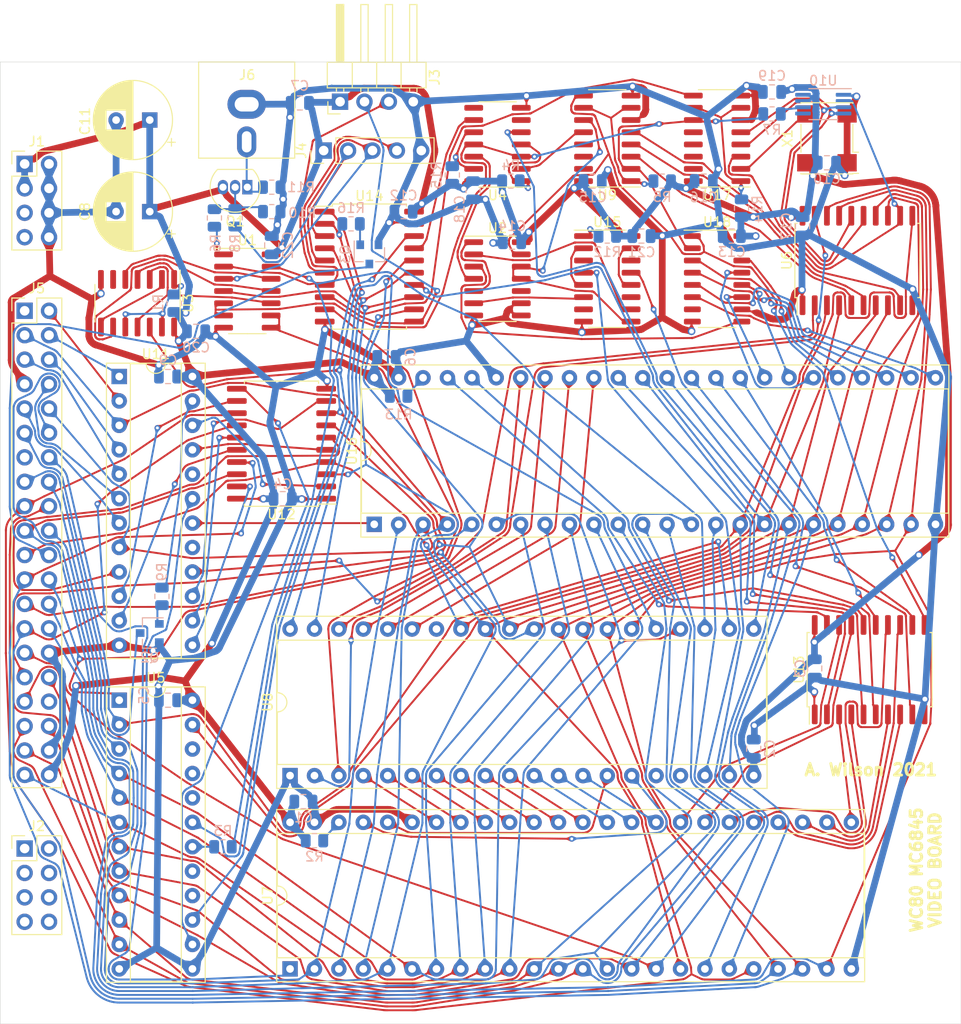
<source format=kicad_pcb>
(kicad_pcb (version 20171130) (host pcbnew "(5.1.9)-1")
  (layers (0 F.Cu signal) (31 B.Cu signal) (34 B.Paste user) (35 F.Paste user) (36 B.SilkS user) (37 F.SilkS user) (38 B.Mask user) (39 F.Mask user) (44 Edge.Cuts user))
  (net 0 "")
  (net 1 +5V)
  (net 2 GND)
  (net 3 ~F_OUT~)
  (net 4 F_D2)
  (net 5 F_D0)
  (net 6 F_D5)
  (net 7 F_D3)
  (net 8 F_D6)
  (net 9 F_D1)
  (net 10 F_D7)
  (net 11 F_D4)
  (net 12 F_A2)
  (net 13 F_A6)
  (net 14 F_A5)
  (net 15 F_A7)
  (net 16 F_A3)
  (net 17 F_A4)
  (net 18 F_A1)
  (net 19 F_A0)
  (net 20 ~F_IN~)
  (net 21 F_A9)
  (net 22 F_A8)
  (net 23 F_A11)
  (net 24 F_A10)
  (net 25 ~SYSRES~)
  (net 26 "Net-(R4-Pad1)")
  (net 27 "Net-(R5-Pad1)")
  (net 28 CHARCLOCK)
  (net 29 "Net-(U1-Pad11)")
  (net 30 "Net-(U1-Pad4)")
  (net 31 "Net-(U4-Pad2)")
  (net 32 CRTCCLOCK)
  (net 33 DOTCLOCK)
  (net 34 IMAGE)
  (net 35 VS)
  (net 36 HS)
  (net 37 LIGHTPEN)
  (net 38 "Net-(J3-Pad3)")
  (net 39 "Net-(J3-Pad2)")
  (net 40 "Net-(J4-Pad4)")
  (net 41 "Net-(J4-Pad3)")
  (net 42 "Net-(J4-Pad2)")
  (net 43 "Net-(R2-Pad2)")
  (net 44 "Net-(R3-Pad2)")
  (net 45 "Net-(U1-Pad12)")
  (net 46 "Net-(U1-Pad10)")
  (net 47 "Net-(U13-Pad9)")
  (net 48 "Net-(U2-Pad1)")
  (net 49 "Net-(U2-Pad4)")
  (net 50 "Net-(U15-Pad9)")
  (net 51 "Net-(U3-Pad2)")
  (net 52 "Net-(U13-Pad13)")
  (net 53 "Net-(U13-Pad4)")
  (net 54 "Net-(U7-Pad34)")
  (net 55 PL2)
  (net 56 PL1)
  (net 57 PL0)
  (net 58 VIDSTAT)
  (net 59 "Net-(U13-Pad12)")
  (net 60 "Net-(U13-Pad7)")
  (net 61 "Net-(U13-Pad14)")
  (net 62 "Net-(U13-Pad2)")
  (net 63 "Net-(U13-Pad3)")
  (net 64 "Net-(Q1-Pad2)")
  (net 65 "Net-(R9-Pad2)")
  (net 66 "Net-(R13-Pad1)")
  (net 67 DC2)
  (net 68 DC1)
  (net 69 DC0)
  (net 70 "Net-(U17-Pad2)")
  (net 71 Z80CLK)
  (net 72 ~INT~)
  (net 73 ~F_RD~)
  (net 74 ~INUSE~)
  (net 75 ~F_WR~)
  (net 76 F_A14)
  (net 77 F_A15)
  (net 78 F_A12)
  (net 79 F_A13)
  (net 80 ~EXMEM~)
  (net 81 ~MEMRQ~)
  (net 82 "Net-(Q2-Pad1)")
  (net 83 "Net-(Q3-Pad1)")
  (net 84 "Net-(R1-Pad1)")
  (net 85 MC6845E)
  (net 86 "Net-(R6-Pad2)")
  (net 87 "Net-(R7-Pad2)")
  (net 88 "Net-(R12-Pad1)")
  (net 89 "Net-(R14-Pad1)")
  (net 90 "Net-(R15-Pad1)")
  (net 91 /~DISPEN~)
  (net 92 "Net-(U18-Pad9)")
  (net 93 /CURSOR)
  (net 94 ~MC6845CS~)
  (net 95 OPTIONS2)
  (net 96 OPTIONS1)
  (net 97 "Net-(U7-Pad45)")
  (net 98 "Net-(U7-Pad44)")
  (net 99 "Net-(U7-Pad42)")
  (net 100 "Net-(U7-Pad41)")
  (net 101 "Net-(U7-Pad40)")
  (net 102 "Net-(U7-Pad39)")
  (net 103 "Net-(U7-Pad38)")
  (net 104 "Net-(U7-Pad37)")
  (net 105 "Net-(U7-Pad36)")
  (net 106 "Net-(U7-Pad35)")
  (net 107 "Net-(U7-Pad33)")
  (net 108 "Net-(U13-Pad18)")
  (net 109 "Net-(U13-Pad17)")
  (net 110 "Net-(U13-Pad8)")
  (net 111 ~SCMEM~)
  (net 112 "Net-(U15-Pad13)")
  (net 113 "Net-(U16-Pad42)")
  (net 114 "Net-(U15-Pad4)")
  (net 115 "Net-(U16-Pad41)")
  (net 116 "Net-(U16-Pad40)")
  (net 117 "Net-(U16-Pad39)")
  (net 118 OPT6)
  (net 119 OPT0)
  (net 120 OPT4)
  (net 121 OPT1)
  (net 122 OPT2)
  (net 123 ~CRMEM~)
  (net 124 OPT3)
  (net 125 OPT5)
  (net 126 OPT7)
  (net 127 "Net-(U13-Pad19)")
  (net 128 "Net-(U13-Pad16)")
  (net 129 "Net-(U13-Pad6)")
  (net 130 "Net-(U13-Pad15)")
  (net 131 "Net-(U13-Pad5)")
  (net 132 "Net-(U15-Pad12)")
  (net 133 "Net-(U15-Pad2)")
  (net 134 "Net-(U16-Pad32)")
  (net 135 "Net-(U16-Pad31)")
  (net 136 "Net-(U16-Pad30)")
  (net 137 "Net-(U16-Pad29)")
  (net 138 "Net-(U16-Pad28)")
  (net 139 "Net-(U16-Pad27)")
  (net 140 "Net-(U16-Pad26)")
  (net 141 "Net-(U16-Pad25)")
  (net 142 "Net-(J6-Pad1)")
  (net 143 OPT8)
  (net 144 "Net-(J1-Pad5)")
  (net 145 "Net-(J1-Pad7)")
  (net 146 "Net-(J2-Pad8)")
  (net 147 "Net-(J2-Pad7)")
  (net 148 "Net-(J2-Pad6)")
  (net 149 "Net-(J2-Pad5)")
  (net 150 "Net-(J2-Pad4)")
  (net 151 "Net-(J2-Pad3)")
  (net 152 "Net-(J2-Pad2)")
  (net 153 "Net-(J2-Pad1)")
  (net 154 "Net-(J5-Pad34)")
  (net 155 "Net-(J5-Pad13)")
  (net 156 "Net-(J5-Pad1)")
  (net 157 "Net-(U2-Pad10)")
  (net 158 "Net-(U3-Pad6)")
  (net 159 "Net-(U4-Pad8)")
  (net 160 "Net-(U4-Pad6)")
  (net 161 "Net-(U5-Pad22)")
  (net 162 "Net-(U5-Pad21)")
  (net 163 "Net-(U5-Pad20)")
  (net 164 "Net-(U5-Pad17)")
  (net 165 "Net-(U5-Pad16)")
  (net 166 "Net-(U8-Pad17)")
  (net 167 "Net-(U8-Pad16)")
  (net 168 "Net-(U8-Pad34)")
  (net 169 "Net-(U9-Pad15)")
  (net 170 "Net-(U9-Pad14)")
  (net 171 "Net-(U9-Pad13)")
  (net 172 "Net-(U10-Pad5)")
  (net 173 "Net-(U11-Pad20)")
  (net 174 "Net-(U11-Pad17)")
  (net 175 "Net-(U15-Pad14)")
  (net 176 "Net-(U15-Pad11)")
  (net 177 "Net-(U15-Pad7)")
  (net 178 "Net-(U15-Pad3)")
  (net 179 "Net-(U17-Pad15)")
  (net 180 "Net-(U17-Pad14)")
  (net 181 "Net-(U17-Pad13)")
  (net 182 "Net-(U17-Pad12)")
  (net 183 "Net-(U18-Pad7)")
  (module wilson-z80:AV-5 (layer F.Cu) (at 45.65 24.4 180)
    (fp_text reference J6 (at -0.05 3.05) (layer F.SilkS))
    (fp_text value Conn_Coaxial)
    (pad 2 thru_hole oval (at 0 0 180) (size 4 3) (drill oval 2.5 1.5) (layers *.Cu *.Mask) (net 2 GND))
    (pad 1 thru_hole oval (at 0 -3.9 180) (size 2 3.2) (drill oval 1 2.2) (layers *.Cu *.Mask) (net 142 "Net-(J6-Pad1)"))
  )
  (module Package_SO:SO-16_3.9x9.9mm_P1.27mm (layer F.Cu) (at 94.615 42.545)
    (fp_text reference U18 (at 0 -5.9) (layer F.SilkS))
    (fp_text value 74LS165)
    (pad 16 smd roundrect (at 2.575 -4.445) (size 1.75 0.6) (layers F.Cu F.Paste F.Mask) (net 1 +5V))
    (pad 15 smd roundrect (at 2.575 -3.175) (size 1.75 0.6) (layers F.Cu F.Paste F.Mask) (net 2 GND))
    (pad 14 smd roundrect (at 2.575 -1.905) (size 1.75 0.6) (layers F.Cu F.Paste F.Mask) (net 137 "Net-(U16-Pad29)"))
    (pad 13 smd roundrect (at 2.575 -0.635) (size 1.75 0.6) (layers F.Cu F.Paste F.Mask) (net 136 "Net-(U16-Pad30)"))
    (pad 12 smd roundrect (at 2.575 0.635) (size 1.75 0.6) (layers F.Cu F.Paste F.Mask) (net 135 "Net-(U16-Pad31)"))
    (pad 11 smd roundrect (at 2.575 1.905) (size 1.75 0.6) (layers F.Cu F.Paste F.Mask) (net 134 "Net-(U16-Pad32)"))
    (pad 10 smd roundrect (at 2.575 3.175) (size 1.75 0.6) (layers F.Cu F.Paste F.Mask) (net 2 GND))
    (pad 9 smd roundrect (at 2.575 4.445) (size 1.75 0.6) (layers F.Cu F.Paste F.Mask) (net 92 "Net-(U18-Pad9)"))
    (pad 8 smd roundrect (at -2.575 4.445) (size 1.75 0.6) (layers F.Cu F.Paste F.Mask) (net 2 GND))
    (pad 7 smd roundrect (at -2.575 3.175) (size 1.75 0.6) (layers F.Cu F.Paste F.Mask) (net 183 "Net-(U18-Pad7)"))
    (pad 6 smd roundrect (at -2.575 1.905) (size 1.75 0.6) (layers F.Cu F.Paste F.Mask) (net 141 "Net-(U16-Pad25)"))
    (pad 5 smd roundrect (at -2.575 0.635) (size 1.75 0.6) (layers F.Cu F.Paste F.Mask) (net 140 "Net-(U16-Pad26)"))
    (pad 4 smd roundrect (at -2.575 -0.635) (size 1.75 0.6) (layers F.Cu F.Paste F.Mask) (net 139 "Net-(U16-Pad27)"))
    (pad 3 smd roundrect (at -2.575 -1.905) (size 1.75 0.6) (layers F.Cu F.Paste F.Mask) (net 138 "Net-(U16-Pad28)"))
    (pad 2 smd roundrect (at -2.575 -3.175) (size 1.75 0.6) (layers F.Cu F.Paste F.Mask) (net 33 DOTCLOCK))
    (pad 1 smd roundrect (at -2.575 -4.445) (size 1.75 0.6) (layers F.Cu F.Paste F.Mask) (net 28 CHARCLOCK))
  )
  (module Package_SO:SOIC-16_3.9x9.9mm_P1.27mm (layer F.Cu) (at 83.185 42.545)
    (fp_text reference U15 (at 0 -5.9) (layer F.SilkS))
    (fp_text value 74LS175)
    (pad 16 smd roundrect (at 2.475 -4.445) (size 1.95 0.6) (layers F.Cu F.Paste F.Mask) (net 1 +5V))
    (pad 15 smd roundrect (at 2.475 -3.175) (size 1.95 0.6) (layers F.Cu F.Paste F.Mask) (net 132 "Net-(U15-Pad12)"))
    (pad 14 smd roundrect (at 2.475 -1.905) (size 1.95 0.6) (layers F.Cu F.Paste F.Mask) (net 175 "Net-(U15-Pad14)"))
    (pad 13 smd roundrect (at 2.475 -0.635) (size 1.95 0.6) (layers F.Cu F.Paste F.Mask) (net 112 "Net-(U15-Pad13)"))
    (pad 12 smd roundrect (at 2.475 0.635) (size 1.95 0.6) (layers F.Cu F.Paste F.Mask) (net 132 "Net-(U15-Pad12)"))
    (pad 11 smd roundrect (at 2.475 1.905) (size 1.95 0.6) (layers F.Cu F.Paste F.Mask) (net 176 "Net-(U15-Pad11)"))
    (pad 10 smd roundrect (at 2.475 3.175) (size 1.95 0.6) (layers F.Cu F.Paste F.Mask) (net 93 /CURSOR))
    (pad 9 smd roundrect (at 2.475 4.445) (size 1.95 0.6) (layers F.Cu F.Paste F.Mask) (net 50 "Net-(U15-Pad9)"))
    (pad 8 smd roundrect (at -2.475 4.445) (size 1.95 0.6) (layers F.Cu F.Paste F.Mask) (net 2 GND))
    (pad 7 smd roundrect (at -2.475 3.175) (size 1.95 0.6) (layers F.Cu F.Paste F.Mask) (net 177 "Net-(U15-Pad7)"))
    (pad 6 smd roundrect (at -2.475 1.905) (size 1.95 0.6) (layers F.Cu F.Paste F.Mask) (net 91 /~DISPEN~))
    (pad 5 smd roundrect (at -2.475 0.635) (size 1.95 0.6) (layers F.Cu F.Paste F.Mask) (net 133 "Net-(U15-Pad2)"))
    (pad 4 smd roundrect (at -2.475 -0.635) (size 1.95 0.6) (layers F.Cu F.Paste F.Mask) (net 114 "Net-(U15-Pad4)"))
    (pad 3 smd roundrect (at -2.475 -1.905) (size 1.95 0.6) (layers F.Cu F.Paste F.Mask) (net 178 "Net-(U15-Pad3)"))
    (pad 2 smd roundrect (at -2.475 -3.175) (size 1.95 0.6) (layers F.Cu F.Paste F.Mask) (net 133 "Net-(U15-Pad2)"))
    (pad 1 smd roundrect (at -2.475 -4.445) (size 1.95 0.6) (layers F.Cu F.Paste F.Mask) (net 88 "Net-(R12-Pad1)"))
  )
  (module Package_SO:SOIC-20W_7.5x12.8mm_P1.27mm (layer F.Cu) (at 58.42 41.275)
    (fp_text reference U14 (at 0 -7.35) (layer F.SilkS))
    (fp_text value 74LS244)
    (pad 20 smd roundrect (at 4.65 -5.715) (size 2.05 0.6) (layers F.Cu F.Paste F.Mask) (net 1 +5V))
    (pad 19 smd roundrect (at 4.65 -4.445) (size 2.05 0.6) (layers F.Cu F.Paste F.Mask) (net 2 GND))
    (pad 18 smd roundrect (at 4.65 -3.175) (size 2.05 0.6) (layers F.Cu F.Paste F.Mask) (net 7 F_D3))
    (pad 17 smd roundrect (at 4.65 -1.905) (size 2.05 0.6) (layers F.Cu F.Paste F.Mask) (net 34 IMAGE))
    (pad 16 smd roundrect (at 4.65 -0.635) (size 2.05 0.6) (layers F.Cu F.Paste F.Mask) (net 4 F_D2))
    (pad 15 smd roundrect (at 4.65 0.635) (size 2.05 0.6) (layers F.Cu F.Paste F.Mask) (net 35 VS))
    (pad 14 smd roundrect (at 4.65 1.905) (size 2.05 0.6) (layers F.Cu F.Paste F.Mask) (net 9 F_D1))
    (pad 13 smd roundrect (at 4.65 3.175) (size 2.05 0.6) (layers F.Cu F.Paste F.Mask) (net 36 HS))
    (pad 12 smd roundrect (at 4.65 4.445) (size 2.05 0.6) (layers F.Cu F.Paste F.Mask) (net 5 F_D0))
    (pad 11 smd roundrect (at 4.65 5.715) (size 2.05 0.6) (layers F.Cu F.Paste F.Mask) (net 39 "Net-(J3-Pad2)"))
    (pad 10 smd roundrect (at -4.65 5.715) (size 2.05 0.6) (layers F.Cu F.Paste F.Mask) (net 2 GND))
    (pad 9 smd roundrect (at -4.65 4.445) (size 2.05 0.6) (layers F.Cu F.Paste F.Mask) (net 37 LIGHTPEN))
    (pad 8 smd roundrect (at -4.65 3.175) (size 2.05 0.6) (layers F.Cu F.Paste F.Mask) (net 39 "Net-(J3-Pad2)"))
    (pad 7 smd roundrect (at -4.65 1.905) (size 2.05 0.6) (layers F.Cu F.Paste F.Mask) (net 40 "Net-(J4-Pad4)"))
    (pad 6 smd roundrect (at -4.65 0.635) (size 2.05 0.6) (layers F.Cu F.Paste F.Mask) (net 38 "Net-(J3-Pad3)"))
    (pad 5 smd roundrect (at -4.65 -0.635) (size 2.05 0.6) (layers F.Cu F.Paste F.Mask) (net 41 "Net-(J4-Pad3)"))
    (pad 4 smd roundrect (at -4.65 -1.905) (size 2.05 0.6) (layers F.Cu F.Paste F.Mask) (net 36 HS))
    (pad 3 smd roundrect (at -4.65 -3.175) (size 2.05 0.6) (layers F.Cu F.Paste F.Mask) (net 42 "Net-(J4-Pad2)"))
    (pad 2 smd roundrect (at -4.65 -4.445) (size 2.05 0.6) (layers F.Cu F.Paste F.Mask) (net 35 VS))
    (pad 1 smd roundrect (at -4.65 -5.715) (size 2.05 0.6) (layers F.Cu F.Paste F.Mask) (net 58 VIDSTAT))
  )
  (module Package_SO:SOIC-20W_7.5x12.8mm_P1.27mm (layer F.Cu) (at 110.49 83.185 90)
    (fp_text reference U13 (at 0 -7.35 90) (layer F.SilkS))
    (fp_text value 74LS374)
    (pad 20 smd roundrect (at 4.65 -5.715 90) (size 2.05 0.6) (layers F.Cu F.Paste F.Mask) (net 1 +5V))
    (pad 19 smd roundrect (at 4.65 -4.445 90) (size 2.05 0.6) (layers F.Cu F.Paste F.Mask) (net 127 "Net-(U13-Pad19)"))
    (pad 18 smd roundrect (at 4.65 -3.175 90) (size 2.05 0.6) (layers F.Cu F.Paste F.Mask) (net 108 "Net-(U13-Pad18)"))
    (pad 17 smd roundrect (at 4.65 -1.905 90) (size 2.05 0.6) (layers F.Cu F.Paste F.Mask) (net 109 "Net-(U13-Pad17)"))
    (pad 16 smd roundrect (at 4.65 -0.635 90) (size 2.05 0.6) (layers F.Cu F.Paste F.Mask) (net 128 "Net-(U13-Pad16)"))
    (pad 15 smd roundrect (at 4.65 0.635 90) (size 2.05 0.6) (layers F.Cu F.Paste F.Mask) (net 130 "Net-(U13-Pad15)"))
    (pad 14 smd roundrect (at 4.65 1.905 90) (size 2.05 0.6) (layers F.Cu F.Paste F.Mask) (net 61 "Net-(U13-Pad14)"))
    (pad 13 smd roundrect (at 4.65 3.175 90) (size 2.05 0.6) (layers F.Cu F.Paste F.Mask) (net 52 "Net-(U13-Pad13)"))
    (pad 12 smd roundrect (at 4.65 4.445 90) (size 2.05 0.6) (layers F.Cu F.Paste F.Mask) (net 59 "Net-(U13-Pad12)"))
    (pad 11 smd roundrect (at 4.65 5.715 90) (size 2.05 0.6) (layers F.Cu F.Paste F.Mask) (net 28 CHARCLOCK))
    (pad 10 smd roundrect (at -4.65 5.715 90) (size 2.05 0.6) (layers F.Cu F.Paste F.Mask) (net 2 GND))
    (pad 9 smd roundrect (at -4.65 4.445 90) (size 2.05 0.6) (layers F.Cu F.Paste F.Mask) (net 47 "Net-(U13-Pad9)"))
    (pad 8 smd roundrect (at -4.65 3.175 90) (size 2.05 0.6) (layers F.Cu F.Paste F.Mask) (net 110 "Net-(U13-Pad8)"))
    (pad 7 smd roundrect (at -4.65 1.905 90) (size 2.05 0.6) (layers F.Cu F.Paste F.Mask) (net 60 "Net-(U13-Pad7)"))
    (pad 6 smd roundrect (at -4.65 0.635 90) (size 2.05 0.6) (layers F.Cu F.Paste F.Mask) (net 129 "Net-(U13-Pad6)"))
    (pad 5 smd roundrect (at -4.65 -0.635 90) (size 2.05 0.6) (layers F.Cu F.Paste F.Mask) (net 131 "Net-(U13-Pad5)"))
    (pad 4 smd roundrect (at -4.65 -1.905 90) (size 2.05 0.6) (layers F.Cu F.Paste F.Mask) (net 53 "Net-(U13-Pad4)"))
    (pad 3 smd roundrect (at -4.65 -3.175 90) (size 2.05 0.6) (layers F.Cu F.Paste F.Mask) (net 63 "Net-(U13-Pad3)"))
    (pad 2 smd roundrect (at -4.65 -4.445 90) (size 2.05 0.6) (layers F.Cu F.Paste F.Mask) (net 62 "Net-(U13-Pad2)"))
    (pad 1 smd roundrect (at -4.65 -5.715 90) (size 2.05 0.6) (layers F.Cu F.Paste F.Mask) (net 2 GND))
  )
  (module Package_SO:SOIC-20W_7.5x12.8mm_P1.27mm (layer F.Cu) (at 49.276 59.69 180)
    (fp_text reference U12 (at 0 -7.35) (layer F.SilkS))
    (fp_text value 74LS374)
    (pad 20 smd roundrect (at 4.65 -5.715 180) (size 2.05 0.6) (layers F.Cu F.Paste F.Mask) (net 1 +5V))
    (pad 19 smd roundrect (at 4.65 -4.445 180) (size 2.05 0.6) (layers F.Cu F.Paste F.Mask) (net 126 OPT7))
    (pad 18 smd roundrect (at 4.65 -3.175 180) (size 2.05 0.6) (layers F.Cu F.Paste F.Mask) (net 10 F_D7))
    (pad 17 smd roundrect (at 4.65 -1.905 180) (size 2.05 0.6) (layers F.Cu F.Paste F.Mask) (net 8 F_D6))
    (pad 16 smd roundrect (at 4.65 -0.635 180) (size 2.05 0.6) (layers F.Cu F.Paste F.Mask) (net 118 OPT6))
    (pad 15 smd roundrect (at 4.65 0.635 180) (size 2.05 0.6) (layers F.Cu F.Paste F.Mask) (net 125 OPT5))
    (pad 14 smd roundrect (at 4.65 1.905 180) (size 2.05 0.6) (layers F.Cu F.Paste F.Mask) (net 6 F_D5))
    (pad 13 smd roundrect (at 4.65 3.175 180) (size 2.05 0.6) (layers F.Cu F.Paste F.Mask) (net 11 F_D4))
    (pad 12 smd roundrect (at 4.65 4.445 180) (size 2.05 0.6) (layers F.Cu F.Paste F.Mask) (net 120 OPT4))
    (pad 11 smd roundrect (at 4.65 5.715 180) (size 2.05 0.6) (layers F.Cu F.Paste F.Mask) (net 96 OPTIONS1))
    (pad 10 smd roundrect (at -4.65 5.715 180) (size 2.05 0.6) (layers F.Cu F.Paste F.Mask) (net 2 GND))
    (pad 9 smd roundrect (at -4.65 4.445 180) (size 2.05 0.6) (layers F.Cu F.Paste F.Mask) (net 124 OPT3))
    (pad 8 smd roundrect (at -4.65 3.175 180) (size 2.05 0.6) (layers F.Cu F.Paste F.Mask) (net 7 F_D3))
    (pad 7 smd roundrect (at -4.65 1.905 180) (size 2.05 0.6) (layers F.Cu F.Paste F.Mask) (net 4 F_D2))
    (pad 6 smd roundrect (at -4.65 0.635 180) (size 2.05 0.6) (layers F.Cu F.Paste F.Mask) (net 122 OPT2))
    (pad 5 smd roundrect (at -4.65 -0.635 180) (size 2.05 0.6) (layers F.Cu F.Paste F.Mask) (net 121 OPT1))
    (pad 4 smd roundrect (at -4.65 -1.905 180) (size 2.05 0.6) (layers F.Cu F.Paste F.Mask) (net 9 F_D1))
    (pad 3 smd roundrect (at -4.65 -3.175 180) (size 2.05 0.6) (layers F.Cu F.Paste F.Mask) (net 5 F_D0))
    (pad 2 smd roundrect (at -4.65 -4.445 180) (size 2.05 0.6) (layers F.Cu F.Paste F.Mask) (net 119 OPT0))
    (pad 1 smd roundrect (at -4.65 -5.715 180) (size 2.05 0.6) (layers F.Cu F.Paste F.Mask) (net 2 GND))
  )
  (module Package_SO:SOIC-20W_7.5x12.8mm_P1.27mm (layer F.Cu) (at 109.22 40.64 90)
    (fp_text reference U6 (at 0 -7.35 90) (layer F.SilkS))
    (fp_text value 74LS374)
    (pad 20 smd roundrect (at 4.65 -5.715 90) (size 2.05 0.6) (layers F.Cu F.Paste F.Mask) (net 1 +5V))
    (pad 19 smd roundrect (at 4.65 -4.445 90) (size 2.05 0.6) (layers F.Cu F.Paste F.Mask) (net 25 ~SYSRES~))
    (pad 18 smd roundrect (at 4.65 -3.175 90) (size 2.05 0.6) (layers F.Cu F.Paste F.Mask) (net 10 F_D7))
    (pad 17 smd roundrect (at 4.65 -1.905 90) (size 2.05 0.6) (layers F.Cu F.Paste F.Mask) (net 8 F_D6))
    (pad 16 smd roundrect (at 4.65 -0.635 90) (size 2.05 0.6) (layers F.Cu F.Paste F.Mask) (net 67 DC2))
    (pad 15 smd roundrect (at 4.65 0.635 90) (size 2.05 0.6) (layers F.Cu F.Paste F.Mask) (net 68 DC1))
    (pad 14 smd roundrect (at 4.65 1.905 90) (size 2.05 0.6) (layers F.Cu F.Paste F.Mask) (net 6 F_D5))
    (pad 13 smd roundrect (at 4.65 3.175 90) (size 2.05 0.6) (layers F.Cu F.Paste F.Mask) (net 11 F_D4))
    (pad 12 smd roundrect (at 4.65 4.445 90) (size 2.05 0.6) (layers F.Cu F.Paste F.Mask) (net 69 DC0))
    (pad 11 smd roundrect (at 4.65 5.715 90) (size 2.05 0.6) (layers F.Cu F.Paste F.Mask) (net 95 OPTIONS2))
    (pad 10 smd roundrect (at -4.65 5.715 90) (size 2.05 0.6) (layers F.Cu F.Paste F.Mask) (net 2 GND))
    (pad 9 smd roundrect (at -4.65 4.445 90) (size 2.05 0.6) (layers F.Cu F.Paste F.Mask) (net 55 PL2))
    (pad 8 smd roundrect (at -4.65 3.175 90) (size 2.05 0.6) (layers F.Cu F.Paste F.Mask) (net 7 F_D3))
    (pad 7 smd roundrect (at -4.65 1.905 90) (size 2.05 0.6) (layers F.Cu F.Paste F.Mask) (net 4 F_D2))
    (pad 6 smd roundrect (at -4.65 0.635 90) (size 2.05 0.6) (layers F.Cu F.Paste F.Mask) (net 56 PL1))
    (pad 5 smd roundrect (at -4.65 -0.635 90) (size 2.05 0.6) (layers F.Cu F.Paste F.Mask) (net 57 PL0))
    (pad 4 smd roundrect (at -4.65 -1.905 90) (size 2.05 0.6) (layers F.Cu F.Paste F.Mask) (net 9 F_D1))
    (pad 3 smd roundrect (at -4.65 -3.175 90) (size 2.05 0.6) (layers F.Cu F.Paste F.Mask) (net 5 F_D0))
    (pad 2 smd roundrect (at -4.65 -4.445 90) (size 2.05 0.6) (layers F.Cu F.Paste F.Mask) (net 143 OPT8))
    (pad 1 smd roundrect (at -4.65 -5.715 90) (size 2.05 0.6) (layers F.Cu F.Paste F.Mask) (net 2 GND))
  )
  (module Package_SO:SOIC-14_3.9x8.7mm_P1.27mm (layer F.Cu) (at 71.755 28.575 180)
    (fp_text reference U4 (at 0 -5.28) (layer F.SilkS))
    (fp_text value 74LS74)
    (pad 14 smd roundrect (at 2.475 -3.81 180) (size 1.95 0.6) (layers F.Cu F.Paste F.Mask) (net 1 +5V))
    (pad 13 smd roundrect (at 2.475 -2.54 180) (size 1.95 0.6) (layers F.Cu F.Paste F.Mask) (net 90 "Net-(R15-Pad1)"))
    (pad 12 smd roundrect (at 2.475 -1.27 180) (size 1.95 0.6) (layers F.Cu F.Paste F.Mask) (net 49 "Net-(U2-Pad4)"))
    (pad 11 smd roundrect (at 2.475 0 180) (size 1.95 0.6) (layers F.Cu F.Paste F.Mask) (net 33 DOTCLOCK))
    (pad 10 smd roundrect (at 2.475 1.27 180) (size 1.95 0.6) (layers F.Cu F.Paste F.Mask) (net 90 "Net-(R15-Pad1)"))
    (pad 9 smd roundrect (at 2.475 2.54 180) (size 1.95 0.6) (layers F.Cu F.Paste F.Mask) (net 34 IMAGE))
    (pad 8 smd roundrect (at 2.475 3.81 180) (size 1.95 0.6) (layers F.Cu F.Paste F.Mask) (net 159 "Net-(U4-Pad8)"))
    (pad 7 smd roundrect (at -2.475 3.81 180) (size 1.95 0.6) (layers F.Cu F.Paste F.Mask) (net 2 GND))
    (pad 6 smd roundrect (at -2.475 2.54 180) (size 1.95 0.6) (layers F.Cu F.Paste F.Mask) (net 160 "Net-(U4-Pad6)"))
    (pad 5 smd roundrect (at -2.475 1.27 180) (size 1.95 0.6) (layers F.Cu F.Paste F.Mask) (net 32 CRTCCLOCK))
    (pad 4 smd roundrect (at -2.475 0 180) (size 1.95 0.6) (layers F.Cu F.Paste F.Mask) (net 26 "Net-(R4-Pad1)"))
    (pad 3 smd roundrect (at -2.475 -1.27 180) (size 1.95 0.6) (layers F.Cu F.Paste F.Mask) (net 33 DOTCLOCK))
    (pad 2 smd roundrect (at -2.475 -2.54 180) (size 1.95 0.6) (layers F.Cu F.Paste F.Mask) (net 31 "Net-(U4-Pad2)"))
    (pad 1 smd roundrect (at -2.475 -3.81 180) (size 1.95 0.6) (layers F.Cu F.Paste F.Mask) (net 26 "Net-(R4-Pad1)"))
  )
  (module Package_SO:SOIC-14_3.9x8.7mm_P1.27mm (layer F.Cu) (at 34.29 45.085 270)
    (fp_text reference U3 (at 0 -5.28 90) (layer F.SilkS))
    (fp_text value 74LS74)
    (pad 14 smd roundrect (at 2.475 -3.81 270) (size 1.95 0.6) (layers F.Cu F.Paste F.Mask) (net 1 +5V))
    (pad 13 smd roundrect (at 2.475 -2.54 270) (size 1.95 0.6) (layers F.Cu F.Paste F.Mask) (net 84 "Net-(R1-Pad1)"))
    (pad 12 smd roundrect (at 2.475 -1.27 270) (size 1.95 0.6) (layers F.Cu F.Paste F.Mask) (net 94 ~MC6845CS~))
    (pad 11 smd roundrect (at 2.475 0 270) (size 1.95 0.6) (layers F.Cu F.Paste F.Mask) (net 46 "Net-(U1-Pad10)"))
    (pad 10 smd roundrect (at 2.475 1.27 270) (size 1.95 0.6) (layers F.Cu F.Paste F.Mask) (net 84 "Net-(R1-Pad1)"))
    (pad 9 smd roundrect (at 2.475 2.54 270) (size 1.95 0.6) (layers F.Cu F.Paste F.Mask) (net 29 "Net-(U1-Pad11)"))
    (pad 8 smd roundrect (at 2.475 3.81 270) (size 1.95 0.6) (layers F.Cu F.Paste F.Mask) (net 51 "Net-(U3-Pad2)"))
    (pad 7 smd roundrect (at -2.475 3.81 270) (size 1.95 0.6) (layers F.Cu F.Paste F.Mask) (net 2 GND))
    (pad 6 smd roundrect (at -2.475 2.54 270) (size 1.95 0.6) (layers F.Cu F.Paste F.Mask) (net 158 "Net-(U3-Pad6)"))
    (pad 5 smd roundrect (at -2.475 1.27 270) (size 1.95 0.6) (layers F.Cu F.Paste F.Mask) (net 45 "Net-(U1-Pad12)"))
    (pad 4 smd roundrect (at -2.475 0 270) (size 1.95 0.6) (layers F.Cu F.Paste F.Mask) (net 84 "Net-(R1-Pad1)"))
    (pad 3 smd roundrect (at -2.475 -1.27 270) (size 1.95 0.6) (layers F.Cu F.Paste F.Mask) (net 46 "Net-(U1-Pad10)"))
    (pad 2 smd roundrect (at -2.475 -2.54 270) (size 1.95 0.6) (layers F.Cu F.Paste F.Mask) (net 51 "Net-(U3-Pad2)"))
    (pad 1 smd roundrect (at -2.475 -3.81 270) (size 1.95 0.6) (layers F.Cu F.Paste F.Mask) (net 84 "Net-(R1-Pad1)"))
  )
  (module Package_SO:SOIC-14_3.9x8.7mm_P1.27mm (layer F.Cu) (at 71.755 42.545)
    (fp_text reference U2 (at 0 -5.28) (layer F.SilkS))
    (fp_text value 74LS02)
    (pad 14 smd roundrect (at 2.475 -3.81) (size 1.95 0.6) (layers F.Cu F.Paste F.Mask) (net 1 +5V))
    (pad 13 smd roundrect (at 2.475 -2.54) (size 1.95 0.6) (layers F.Cu F.Paste F.Mask) (net 28 CHARCLOCK))
    (pad 12 smd roundrect (at 2.475 -1.27) (size 1.95 0.6) (layers F.Cu F.Paste F.Mask) (net 50 "Net-(U15-Pad9)"))
    (pad 11 smd roundrect (at 2.475 0) (size 1.95 0.6) (layers F.Cu F.Paste F.Mask) (net 50 "Net-(U15-Pad9)"))
    (pad 10 smd roundrect (at 2.475 1.27) (size 1.95 0.6) (layers F.Cu F.Paste F.Mask) (net 157 "Net-(U2-Pad10)"))
    (pad 9 smd roundrect (at 2.475 2.54) (size 1.95 0.6) (layers F.Cu F.Paste F.Mask) (net 2 GND))
    (pad 8 smd roundrect (at 2.475 3.81) (size 1.95 0.6) (layers F.Cu F.Paste F.Mask) (net 2 GND))
    (pad 7 smd roundrect (at -2.475 3.81) (size 1.95 0.6) (layers F.Cu F.Paste F.Mask) (net 2 GND))
    (pad 6 smd roundrect (at -2.475 2.54) (size 1.95 0.6) (layers F.Cu F.Paste F.Mask) (net 91 /~DISPEN~))
    (pad 5 smd roundrect (at -2.475 1.27) (size 1.95 0.6) (layers F.Cu F.Paste F.Mask) (net 48 "Net-(U2-Pad1)"))
    (pad 4 smd roundrect (at -2.475 0) (size 1.95 0.6) (layers F.Cu F.Paste F.Mask) (net 49 "Net-(U2-Pad4)"))
    (pad 3 smd roundrect (at -2.475 -1.27) (size 1.95 0.6) (layers F.Cu F.Paste F.Mask) (net 92 "Net-(U18-Pad9)"))
    (pad 2 smd roundrect (at -2.475 -2.54) (size 1.95 0.6) (layers F.Cu F.Paste F.Mask) (net 93 /CURSOR))
    (pad 1 smd roundrect (at -2.475 -3.81) (size 1.95 0.6) (layers F.Cu F.Paste F.Mask) (net 48 "Net-(U2-Pad1)"))
  )
  (module Package_SO:SOIC-14_3.9x8.7mm_P1.27mm (layer F.Cu) (at 45.72 43.815)
    (fp_text reference U1 (at 0 -5.28) (layer F.SilkS))
    (fp_text value 74LS02)
    (pad 14 smd roundrect (at 2.475 -3.81) (size 1.95 0.6) (layers F.Cu F.Paste F.Mask) (net 1 +5V))
    (pad 13 smd roundrect (at 2.475 -2.54) (size 1.95 0.6) (layers F.Cu F.Paste F.Mask) (net 85 MC6845E))
    (pad 12 smd roundrect (at 2.475 -1.27) (size 1.95 0.6) (layers F.Cu F.Paste F.Mask) (net 45 "Net-(U1-Pad12)"))
    (pad 11 smd roundrect (at 2.475 0) (size 1.95 0.6) (layers F.Cu F.Paste F.Mask) (net 29 "Net-(U1-Pad11)"))
    (pad 10 smd roundrect (at 2.475 1.27) (size 1.95 0.6) (layers F.Cu F.Paste F.Mask) (net 46 "Net-(U1-Pad10)"))
    (pad 9 smd roundrect (at 2.475 2.54) (size 1.95 0.6) (layers F.Cu F.Paste F.Mask) (net 71 Z80CLK))
    (pad 8 smd roundrect (at 2.475 3.81) (size 1.95 0.6) (layers F.Cu F.Paste F.Mask) (net 71 Z80CLK))
    (pad 7 smd roundrect (at -2.475 3.81) (size 1.95 0.6) (layers F.Cu F.Paste F.Mask) (net 2 GND))
    (pad 6 smd roundrect (at -2.475 2.54) (size 1.95 0.6) (layers F.Cu F.Paste F.Mask) (net 33 DOTCLOCK))
    (pad 5 smd roundrect (at -2.475 1.27) (size 1.95 0.6) (layers F.Cu F.Paste F.Mask) (net 33 DOTCLOCK))
    (pad 4 smd roundrect (at -2.475 0) (size 1.95 0.6) (layers F.Cu F.Paste F.Mask) (net 30 "Net-(U1-Pad4)"))
    (pad 3 smd roundrect (at -2.475 -1.27) (size 1.95 0.6) (layers F.Cu F.Paste F.Mask) (net 41 "Net-(J4-Pad3)"))
    (pad 2 smd roundrect (at -2.475 -2.54) (size 1.95 0.6) (layers F.Cu F.Paste F.Mask) (net 40 "Net-(J4-Pad4)"))
    (pad 1 smd roundrect (at -2.475 -3.81) (size 1.95 0.6) (layers F.Cu F.Paste F.Mask) (net 86 "Net-(R6-Pad2)"))
  )
  (module Package_SO:MSOP-8_3x3mm_P0.65mm (layer B.Cu) (at 105.664 24.384 180)
    (fp_text reference U10 (at 0 2.45) (layer B.SilkS) (effects (justify mirror)))
    (fp_text value LTC6903)
    (pad 8 smd roundrect (at 2.1125 0.975 180) (size 1.625 0.4) (layers B.Cu B.Paste B.Mask) (net 1 +5V))
    (pad 7 smd roundrect (at 2.1125 0.325 180) (size 1.625 0.4) (layers B.Cu B.Paste B.Mask) (net 1 +5V))
    (pad 6 smd roundrect (at 2.1125 -0.325 180) (size 1.625 0.4) (layers B.Cu B.Paste B.Mask) (net 87 "Net-(R7-Pad2)"))
    (pad 5 smd roundrect (at 2.1125 -0.975 180) (size 1.625 0.4) (layers B.Cu B.Paste B.Mask) (net 172 "Net-(U10-Pad5)"))
    (pad 4 smd roundrect (at -2.1125 -0.975 180) (size 1.625 0.4) (layers B.Cu B.Paste B.Mask) (net 67 DC2))
    (pad 3 smd roundrect (at -2.1125 -0.325 180) (size 1.625 0.4) (layers B.Cu B.Paste B.Mask) (net 68 DC1))
    (pad 2 smd roundrect (at -2.1125 0.325 180) (size 1.625 0.4) (layers B.Cu B.Paste B.Mask) (net 69 DC0))
    (pad 1 smd roundrect (at -2.1125 0.975 180) (size 1.625 0.4) (layers B.Cu B.Paste B.Mask) (net 2 GND))
  )
  (module Resistor_SMD:R_0805_2012Metric (layer B.Cu) (at 56.515 36.83 180)
    (fp_text reference R16 (at 0 1.65) (layer B.SilkS) (effects (justify mirror)))
    (fp_text value 100)
    (pad 2 smd roundrect (at 0.9125 0 180) (size 1.025 1.4) (layers B.Cu B.Paste B.Mask) (roundrect_rratio 0.243902) (net 35 VS))
    (pad 1 smd roundrect (at -0.9125 0 180) (size 1.025 1.4) (layers B.Cu B.Paste B.Mask) (roundrect_rratio 0.243902) (net 83 "Net-(Q3-Pad1)"))
  )
  (module Resistor_SMD:R_0805_2012Metric (layer B.Cu) (at 36.83 75.565 90)
    (fp_text reference R9 (at 2.54 0 90) (layer B.SilkS) (effects (justify mirror)))
    (fp_text value 100)
    (pad 2 smd roundrect (at 0.9125 0 90) (size 1.025 1.4) (layers B.Cu B.Paste B.Mask) (roundrect_rratio 0.243902) (net 65 "Net-(R9-Pad2)"))
    (pad 1 smd roundrect (at -0.9125 0 90) (size 1.025 1.4) (layers B.Cu B.Paste B.Mask) (roundrect_rratio 0.243902) (net 82 "Net-(Q2-Pad1)"))
  )
  (module Resistor_SMD:R_0805_2012Metric (layer B.Cu) (at 100.33 25.4)
    (fp_text reference R7 (at 0 1.65) (layer B.SilkS) (effects (justify mirror)))
    (fp_text value 10)
    (pad 2 smd roundrect (at 0.9125 0) (size 1.025 1.4) (layers B.Cu B.Paste B.Mask) (roundrect_rratio 0.243902) (net 87 "Net-(R7-Pad2)"))
    (pad 1 smd roundrect (at -0.9125 0) (size 1.025 1.4) (layers B.Cu B.Paste B.Mask) (roundrect_rratio 0.243902) (net 33 DOTCLOCK))
  )
  (module Resistor_SMD:R_0805_2012Metric (layer B.Cu) (at 43.18 101.6 180)
    (fp_text reference R3 (at 0 1.65) (layer B.SilkS) (effects (justify mirror)))
    (fp_text value optional)
    (pad 2 smd roundrect (at 0.9125 0 180) (size 1.025 1.4) (layers B.Cu B.Paste B.Mask) (roundrect_rratio 0.243902) (net 44 "Net-(R3-Pad2)"))
    (pad 1 smd roundrect (at -0.9125 0 180) (size 1.025 1.4) (layers B.Cu B.Paste B.Mask) (roundrect_rratio 0.243902) (net 85 MC6845E))
  )
  (module Package_TO_SOT_SMD:SOT-23 (layer B.Cu) (at 58.42 40.005 270)
    (fp_text reference Q3 (at 0 2.5 90) (layer B.SilkS) (effects (justify mirror)))
    (fp_text value BSS138)
    (pad 3 smd rect (at 1 0 270) (size 0.9 0.8) (layers B.Cu B.Paste B.Mask) (net 72 ~INT~))
    (pad 2 smd rect (at -1 -0.95 270) (size 0.9 0.8) (layers B.Cu B.Paste B.Mask) (net 2 GND))
    (pad 1 smd rect (at -1 0.95 270) (size 0.9 0.8) (layers B.Cu B.Paste B.Mask) (net 83 "Net-(Q3-Pad1)"))
  )
  (module Package_TO_SOT_SMD:SOT-23 (layer B.Cu) (at 35.56 79.375 180)
    (fp_text reference Q2 (at 0 -2.54) (layer B.SilkS) (effects (justify mirror)))
    (fp_text value BSS138)
    (pad 3 smd rect (at 1 0 180) (size 0.9 0.8) (layers B.Cu B.Paste B.Mask) (net 74 ~INUSE~))
    (pad 2 smd rect (at -1 -0.95 180) (size 0.9 0.8) (layers B.Cu B.Paste B.Mask) (net 2 GND))
    (pad 1 smd rect (at -1 0.95 180) (size 0.9 0.8) (layers B.Cu B.Paste B.Mask) (net 82 "Net-(Q2-Pad1)"))
  )
  (module Capacitor_SMD:C_0805_2012Metric (layer B.Cu) (at 48.26 39.055 90)
    (fp_text reference C22 (at 0 1.68 90) (layer B.SilkS) (effects (justify mirror)))
    (fp_text value 100n)
    (pad 2 smd roundrect (at 0.95 0 90) (size 1 1.45) (layers B.Cu B.Paste B.Mask) (net 2 GND))
    (pad 1 smd roundrect (at -0.95 0 90) (size 1 1.45) (layers B.Cu B.Paste B.Mask) (net 1 +5V))
  )
  (module Capacitor_SMD:C_0805_2012Metric (layer B.Cu) (at 86.741 38.1)
    (fp_text reference C21 (at 0 1.68) (layer B.SilkS) (effects (justify mirror)))
    (fp_text value 100n)
    (pad 2 smd roundrect (at 0.95 0) (size 1 1.45) (layers B.Cu B.Paste B.Mask) (net 2 GND))
    (pad 1 smd roundrect (at -0.95 0) (size 1 1.45) (layers B.Cu B.Paste B.Mask) (net 1 +5V))
  )
  (module Capacitor_SMD:C_0805_2012Metric (layer B.Cu) (at 40.386 48.006)
    (fp_text reference C20 (at 0 1.68) (layer B.SilkS) (effects (justify mirror)))
    (fp_text value 100n)
    (pad 2 smd roundrect (at 0.95 0) (size 1 1.45) (layers B.Cu B.Paste B.Mask) (net 2 GND))
    (pad 1 smd roundrect (at -0.95 0) (size 1 1.45) (layers B.Cu B.Paste B.Mask) (net 1 +5V))
  )
  (module Capacitor_SMD:C_0805_2012Metric (layer B.Cu) (at 100.33 23.114 180)
    (fp_text reference C19 (at 0 1.68) (layer B.SilkS) (effects (justify mirror)))
    (fp_text value 100n)
    (pad 2 smd roundrect (at 0.95 0 180) (size 1 1.45) (layers B.Cu B.Paste B.Mask) (net 2 GND))
    (pad 1 smd roundrect (at -0.95 0 180) (size 1 1.45) (layers B.Cu B.Paste B.Mask) (net 1 +5V))
  )
  (module Capacitor_SMD:C_0805_2012Metric (layer B.Cu) (at 69.215 33.335 270)
    (fp_text reference C18 (at 1.971 1.397 90) (layer B.SilkS) (effects (justify mirror)))
    (fp_text value 100n)
    (pad 2 smd roundrect (at 0.95 0 270) (size 1 1.45) (layers B.Cu B.Paste B.Mask) (net 2 GND))
    (pad 1 smd roundrect (at -0.95 0 270) (size 1 1.45) (layers B.Cu B.Paste B.Mask) (net 1 +5V))
  )
  (module Capacitor_SMD:C_0805_2012Metric (layer B.Cu) (at 103.505 37.084 270)
    (fp_text reference C17 (at 0 1.68 90) (layer B.SilkS) (effects (justify mirror)))
    (fp_text value 100n)
    (pad 2 smd roundrect (at 0.95 0 270) (size 1 1.45) (layers B.Cu B.Paste B.Mask) (net 2 GND))
    (pad 1 smd roundrect (at -0.95 0 270) (size 1 1.45) (layers B.Cu B.Paste B.Mask) (net 1 +5V))
  )
  (module Capacitor_SMD:C_0805_2012Metric (layer B.Cu) (at 93.218 32.385)
    (fp_text reference C16 (at 0 1.68) (layer B.SilkS) (effects (justify mirror)))
    (fp_text value 100n)
    (pad 2 smd roundrect (at 0.95 0) (size 1 1.45) (layers B.Cu B.Paste B.Mask) (net 2 GND))
    (pad 1 smd roundrect (at -0.95 0) (size 1 1.45) (layers B.Cu B.Paste B.Mask) (net 1 +5V))
  )
  (module Capacitor_SMD:C_0805_2012Metric (layer B.Cu) (at 81.661 32.385)
    (fp_text reference C15 (at 0 1.68) (layer B.SilkS) (effects (justify mirror)))
    (fp_text value 100n)
    (pad 2 smd roundrect (at 0.95 0) (size 1 1.45) (layers B.Cu B.Paste B.Mask) (net 2 GND))
    (pad 1 smd roundrect (at -0.95 0) (size 1 1.45) (layers B.Cu B.Paste B.Mask) (net 1 +5V))
  )
  (module Capacitor_SMD:C_0805_2012Metric (layer B.Cu) (at 73.279 38.735 180)
    (fp_text reference C14 (at 0 1.68) (layer B.SilkS) (effects (justify mirror)))
    (fp_text value 100n)
    (pad 2 smd roundrect (at 0.95 0 180) (size 1 1.45) (layers B.Cu B.Paste B.Mask) (net 2 GND))
    (pad 1 smd roundrect (at -0.95 0 180) (size 1 1.45) (layers B.Cu B.Paste B.Mask) (net 1 +5V))
  )
  (module Capacitor_SMD:C_0805_2012Metric (layer B.Cu) (at 96.139 38.1 180)
    (fp_text reference C13 (at 0 -1.651) (layer B.SilkS) (effects (justify mirror)))
    (fp_text value 100n)
    (pad 2 smd roundrect (at 0.95 0 180) (size 1 1.45) (layers B.Cu B.Paste B.Mask) (net 2 GND))
    (pad 1 smd roundrect (at -0.95 0 180) (size 1 1.45) (layers B.Cu B.Paste B.Mask) (net 1 +5V))
  )
  (module Capacitor_SMD:C_0805_2012Metric (layer B.Cu) (at 61.976 35.56 180)
    (fp_text reference C12 (at 0 1.68) (layer B.SilkS) (effects (justify mirror)))
    (fp_text value 100n)
    (pad 2 smd roundrect (at 0.95 0 180) (size 1 1.45) (layers B.Cu B.Paste B.Mask) (net 2 GND))
    (pad 1 smd roundrect (at -0.95 0 180) (size 1 1.45) (layers B.Cu B.Paste B.Mask) (net 1 +5V))
  )
  (module Package_SO:SOIC-16_3.9x9.9mm_P1.27mm (layer F.Cu) (at 83.185 27.94 180)
    (fp_text reference U9 (at 0 -5.9) (layer F.SilkS))
    (fp_text value 74LS163)
    (pad 16 smd roundrect (at 2.475 -4.445 180) (size 1.95 0.6) (layers F.Cu F.Paste F.Mask) (net 1 +5V))
    (pad 15 smd roundrect (at 2.475 -3.175 180) (size 1.95 0.6) (layers F.Cu F.Paste F.Mask) (net 169 "Net-(U9-Pad15)"))
    (pad 14 smd roundrect (at 2.475 -1.905 180) (size 1.95 0.6) (layers F.Cu F.Paste F.Mask) (net 170 "Net-(U9-Pad14)"))
    (pad 13 smd roundrect (at 2.475 -0.635 180) (size 1.95 0.6) (layers F.Cu F.Paste F.Mask) (net 171 "Net-(U9-Pad13)"))
    (pad 12 smd roundrect (at 2.475 0.635 180) (size 1.95 0.6) (layers F.Cu F.Paste F.Mask) (net 31 "Net-(U4-Pad2)"))
    (pad 11 smd roundrect (at 2.475 1.905 180) (size 1.95 0.6) (layers F.Cu F.Paste F.Mask) (net 50 "Net-(U15-Pad9)"))
    (pad 10 smd roundrect (at 2.475 3.175 180) (size 1.95 0.6) (layers F.Cu F.Paste F.Mask) (net 27 "Net-(R5-Pad1)"))
    (pad 9 smd roundrect (at 2.475 4.445 180) (size 1.95 0.6) (layers F.Cu F.Paste F.Mask) (net 28 CHARCLOCK))
    (pad 8 smd roundrect (at -2.475 4.445 180) (size 1.95 0.6) (layers F.Cu F.Paste F.Mask) (net 2 GND))
    (pad 7 smd roundrect (at -2.475 3.175 180) (size 1.95 0.6) (layers F.Cu F.Paste F.Mask) (net 27 "Net-(R5-Pad1)"))
    (pad 6 smd roundrect (at -2.475 1.905 180) (size 1.95 0.6) (layers F.Cu F.Paste F.Mask) (net 2 GND))
    (pad 5 smd roundrect (at -2.475 0.635 180) (size 1.95 0.6) (layers F.Cu F.Paste F.Mask) (net 55 PL2))
    (pad 4 smd roundrect (at -2.475 -0.635 180) (size 1.95 0.6) (layers F.Cu F.Paste F.Mask) (net 56 PL1))
    (pad 3 smd roundrect (at -2.475 -1.905 180) (size 1.95 0.6) (layers F.Cu F.Paste F.Mask) (net 57 PL0))
    (pad 2 smd roundrect (at -2.475 -3.175 180) (size 1.95 0.6) (layers F.Cu F.Paste F.Mask) (net 33 DOTCLOCK))
    (pad 1 smd roundrect (at -2.475 -4.445 180) (size 1.95 0.6) (layers F.Cu F.Paste F.Mask) (net 27 "Net-(R5-Pad1)"))
  )
  (module Package_SO:SOIC-16_3.9x9.9mm_P1.27mm (layer F.Cu) (at 94.615 27.94 180)
    (fp_text reference U17 (at 0 -5.9) (layer F.SilkS))
    (fp_text value 74LS163)
    (pad 16 smd roundrect (at 2.475 -4.445 180) (size 1.95 0.6) (layers F.Cu F.Paste F.Mask) (net 1 +5V))
    (pad 15 smd roundrect (at 2.475 -3.175 180) (size 1.95 0.6) (layers F.Cu F.Paste F.Mask) (net 179 "Net-(U17-Pad15)"))
    (pad 14 smd roundrect (at 2.475 -1.905 180) (size 1.95 0.6) (layers F.Cu F.Paste F.Mask) (net 180 "Net-(U17-Pad14)"))
    (pad 13 smd roundrect (at 2.475 -0.635 180) (size 1.95 0.6) (layers F.Cu F.Paste F.Mask) (net 181 "Net-(U17-Pad13)"))
    (pad 12 smd roundrect (at 2.475 0.635 180) (size 1.95 0.6) (layers F.Cu F.Paste F.Mask) (net 182 "Net-(U17-Pad12)"))
    (pad 11 smd roundrect (at 2.475 1.905 180) (size 1.95 0.6) (layers F.Cu F.Paste F.Mask) (net 33 DOTCLOCK))
    (pad 10 smd roundrect (at 2.475 3.175 180) (size 1.95 0.6) (layers F.Cu F.Paste F.Mask) (net 89 "Net-(R14-Pad1)"))
    (pad 9 smd roundrect (at 2.475 4.445 180) (size 1.95 0.6) (layers F.Cu F.Paste F.Mask) (net 30 "Net-(U1-Pad4)"))
    (pad 8 smd roundrect (at -2.475 4.445 180) (size 1.95 0.6) (layers F.Cu F.Paste F.Mask) (net 2 GND))
    (pad 7 smd roundrect (at -2.475 3.175 180) (size 1.95 0.6) (layers F.Cu F.Paste F.Mask) (net 89 "Net-(R14-Pad1)"))
    (pad 6 smd roundrect (at -2.475 1.905 180) (size 1.95 0.6) (layers F.Cu F.Paste F.Mask) (net 2 GND))
    (pad 5 smd roundrect (at -2.475 0.635 180) (size 1.95 0.6) (layers F.Cu F.Paste F.Mask) (net 67 DC2))
    (pad 4 smd roundrect (at -2.475 -0.635 180) (size 1.95 0.6) (layers F.Cu F.Paste F.Mask) (net 68 DC1))
    (pad 3 smd roundrect (at -2.475 -1.905 180) (size 1.95 0.6) (layers F.Cu F.Paste F.Mask) (net 69 DC0))
    (pad 2 smd roundrect (at -2.475 -3.175 180) (size 1.95 0.6) (layers F.Cu F.Paste F.Mask) (net 70 "Net-(U17-Pad2)"))
    (pad 1 smd roundrect (at -2.475 -4.445 180) (size 1.95 0.6) (layers F.Cu F.Paste F.Mask) (net 89 "Net-(R14-Pad1)"))
  )
  (module Oscillator:Oscillator_SMD_SeikoEpson_SG8002CA-4Pin_7.0x5.0mm (layer F.Cu) (at 106.045 27.94 90)
    (fp_text reference X1 (at 0 -4.1 -90) (layer F.SilkS))
    (fp_text value SG-7050CAN)
    (pad 4 smd rect (at -2.54 -2.1 90) (size 1.8 2) (layers F.Cu F.Paste F.Mask) (net 1 +5V))
    (pad 3 smd rect (at 2.54 -2.1 90) (size 1.8 2) (layers F.Cu F.Paste F.Mask) (net 70 "Net-(U17-Pad2)"))
    (pad 2 smd rect (at 2.54 2.1 90) (size 1.8 2) (layers F.Cu F.Paste F.Mask) (net 2 GND))
    (pad 1 smd rect (at -2.54 2.1 90) (size 1.8 2) (layers F.Cu F.Paste F.Mask) (net 2 GND))
  )
  (module Resistor_SMD:R_0805_2012Metric (layer B.Cu) (at 97.155 35.2025 270)
    (fp_text reference R14 (at 0.1035 -1.651 90) (layer B.SilkS) (effects (justify mirror)))
    (fp_text value 10K)
    (pad 2 smd roundrect (at 0.9125 0 270) (size 1.025 1.4) (layers B.Cu B.Paste B.Mask) (roundrect_rratio 0.243902) (net 1 +5V))
    (pad 1 smd roundrect (at -0.9125 0 270) (size 1.025 1.4) (layers B.Cu B.Paste B.Mask) (roundrect_rratio 0.243902) (net 89 "Net-(R14-Pad1)"))
  )
  (module Resistor_SMD:R_0805_2012Metric (layer B.Cu) (at 48.26 33.02 180)
    (fp_text reference R11 (at -3.048 0) (layer B.SilkS) (effects (justify mirror)))
    (fp_text value 470)
    (pad 2 smd roundrect (at 0.9125 0 180) (size 1.025 1.4) (layers B.Cu B.Paste B.Mask) (roundrect_rratio 0.243902) (net 142 "Net-(J6-Pad1)"))
    (pad 1 smd roundrect (at -0.9125 0 180) (size 1.025 1.4) (layers B.Cu B.Paste B.Mask) (roundrect_rratio 0.243902) (net 2 GND))
  )
  (module Resistor_SMD:R_0805_2012Metric (layer B.Cu) (at 48.26 35.56 180)
    (fp_text reference R10 (at -3.175 -0.127) (layer B.SilkS) (effects (justify mirror)))
    (fp_text value 470)
    (pad 2 smd roundrect (at 0.9125 0 180) (size 1.025 1.4) (layers B.Cu B.Paste B.Mask) (roundrect_rratio 0.243902) (net 64 "Net-(Q1-Pad2)"))
    (pad 1 smd roundrect (at -0.9125 0 180) (size 1.025 1.4) (layers B.Cu B.Paste B.Mask) (roundrect_rratio 0.243902) (net 2 GND))
  )
  (module Resistor_SMD:R_0805_2012Metric (layer B.Cu) (at 44.45 36.195 270)
    (fp_text reference R8 (at 2.667 0 90) (layer B.SilkS) (effects (justify mirror)))
    (fp_text value 2000)
    (pad 2 smd roundrect (at 0.9125 0 270) (size 1.025 1.4) (layers B.Cu B.Paste B.Mask) (roundrect_rratio 0.243902) (net 42 "Net-(J4-Pad2)"))
    (pad 1 smd roundrect (at -0.9125 0 270) (size 1.025 1.4) (layers B.Cu B.Paste B.Mask) (roundrect_rratio 0.243902) (net 64 "Net-(Q1-Pad2)"))
  )
  (module Resistor_SMD:R_0805_2012Metric (layer B.Cu) (at 42.291 36.2185 270)
    (fp_text reference R6 (at 2.6435 -0.127 90) (layer B.SilkS) (effects (justify mirror)))
    (fp_text value 1800)
    (pad 2 smd roundrect (at 0.9125 0 270) (size 1.025 1.4) (layers B.Cu B.Paste B.Mask) (roundrect_rratio 0.243902) (net 86 "Net-(R6-Pad2)"))
    (pad 1 smd roundrect (at -0.9125 0 270) (size 1.025 1.4) (layers B.Cu B.Paste B.Mask) (roundrect_rratio 0.243902) (net 64 "Net-(Q1-Pad2)"))
  )
  (module Package_TO_SOT_THT:TO-92_Inline (layer F.Cu) (at 45.72 33.02 180)
    (fp_text reference Q1 (at 1.27 -3.56) (layer F.SilkS))
    (fp_text value 2N3904)
    (pad 1 thru_hole rect (at 0 0 180) (size 1.05 1.5) (drill 0.75) (layers *.Cu *.Mask) (net 142 "Net-(J6-Pad1)"))
    (pad 3 thru_hole oval (at 2.54 0 180) (size 1.05 1.5) (drill 0.75) (layers *.Cu *.Mask) (net 1 +5V))
    (pad 2 thru_hole oval (at 1.27 0 180) (size 1.05 1.5) (drill 0.75) (layers *.Cu *.Mask) (net 64 "Net-(Q1-Pad2)"))
  )
  (module Resistor_SMD:R_0805_2012Metric (layer B.Cu) (at 38.1 45.085 270)
    (fp_text reference R1 (at 0 1.65 90) (layer B.SilkS) (effects (justify mirror)))
    (fp_text value 10K)
    (pad 2 smd roundrect (at 0.9125 0 270) (size 1.025 1.4) (layers B.Cu B.Paste B.Mask) (roundrect_rratio 0.243902) (net 1 +5V))
    (pad 1 smd roundrect (at -0.9125 0 270) (size 1.025 1.4) (layers B.Cu B.Paste B.Mask) (roundrect_rratio 0.243902) (net 84 "Net-(R1-Pad1)"))
  )
  (module Package_DIP:DIP-24_W7.62mm_Socket (layer F.Cu) (at 32.385 52.705)
    (fp_text reference U11 (at 3.81 -2.33) (layer F.SilkS))
    (fp_text value ATF22V10C)
    (pad 24 thru_hole oval (at 7.62 0) (size 1.6 1.6) (drill 0.8) (layers *.Cu *.Mask) (net 1 +5V))
    (pad 12 thru_hole oval (at 0 27.94) (size 1.6 1.6) (drill 0.8) (layers *.Cu *.Mask) (net 2 GND))
    (pad 23 thru_hole oval (at 7.62 2.54) (size 1.6 1.6) (drill 0.8) (layers *.Cu *.Mask) (net 65 "Net-(R9-Pad2)"))
    (pad 11 thru_hole oval (at 0 25.4) (size 1.6 1.6) (drill 0.8) (layers *.Cu *.Mask) (net 118 OPT6))
    (pad 22 thru_hole oval (at 7.62 5.08) (size 1.6 1.6) (drill 0.8) (layers *.Cu *.Mask) (net 119 OPT0))
    (pad 10 thru_hole oval (at 0 22.86) (size 1.6 1.6) (drill 0.8) (layers *.Cu *.Mask) (net 120 OPT4))
    (pad 21 thru_hole oval (at 7.62 7.62) (size 1.6 1.6) (drill 0.8) (layers *.Cu *.Mask) (net 121 OPT1))
    (pad 9 thru_hole oval (at 0 20.32) (size 1.6 1.6) (drill 0.8) (layers *.Cu *.Mask) (net 122 OPT2))
    (pad 20 thru_hole oval (at 7.62 10.16) (size 1.6 1.6) (drill 0.8) (layers *.Cu *.Mask) (net 173 "Net-(U11-Pad20)"))
    (pad 8 thru_hole oval (at 0 17.78) (size 1.6 1.6) (drill 0.8) (layers *.Cu *.Mask) (net 23 F_A11))
    (pad 19 thru_hole oval (at 7.62 12.7) (size 1.6 1.6) (drill 0.8) (layers *.Cu *.Mask) (net 111 ~SCMEM~))
    (pad 7 thru_hole oval (at 0 15.24) (size 1.6 1.6) (drill 0.8) (layers *.Cu *.Mask) (net 76 F_A14))
    (pad 18 thru_hole oval (at 7.62 15.24) (size 1.6 1.6) (drill 0.8) (layers *.Cu *.Mask) (net 123 ~CRMEM~))
    (pad 6 thru_hole oval (at 0 12.7) (size 1.6 1.6) (drill 0.8) (layers *.Cu *.Mask) (net 77 F_A15))
    (pad 17 thru_hole oval (at 7.62 17.78) (size 1.6 1.6) (drill 0.8) (layers *.Cu *.Mask) (net 174 "Net-(U11-Pad17)"))
    (pad 5 thru_hole oval (at 0 10.16) (size 1.6 1.6) (drill 0.8) (layers *.Cu *.Mask) (net 79 F_A13))
    (pad 16 thru_hole oval (at 7.62 20.32) (size 1.6 1.6) (drill 0.8) (layers *.Cu *.Mask) (net 143 OPT8))
    (pad 4 thru_hole oval (at 0 7.62) (size 1.6 1.6) (drill 0.8) (layers *.Cu *.Mask) (net 78 F_A12))
    (pad 15 thru_hole oval (at 7.62 22.86) (size 1.6 1.6) (drill 0.8) (layers *.Cu *.Mask) (net 124 OPT3))
    (pad 3 thru_hole oval (at 0 5.08) (size 1.6 1.6) (drill 0.8) (layers *.Cu *.Mask) (net 24 F_A10))
    (pad 14 thru_hole oval (at 7.62 25.4) (size 1.6 1.6) (drill 0.8) (layers *.Cu *.Mask) (net 125 OPT5))
    (pad 2 thru_hole oval (at 0 2.54) (size 1.6 1.6) (drill 0.8) (layers *.Cu *.Mask) (net 81 ~MEMRQ~))
    (pad 13 thru_hole oval (at 7.62 27.94) (size 1.6 1.6) (drill 0.8) (layers *.Cu *.Mask) (net 126 OPT7))
    (pad 1 thru_hole rect (at 0 0) (size 1.6 1.6) (drill 0.8) (layers *.Cu *.Mask) (net 80 ~EXMEM~))
  )
  (module Connector_PinHeader_2.54mm:PinHeader_1x05_P2.54mm_Vertical (layer F.Cu) (at 53.665 29.21 90)
    (fp_text reference J4 (at 0 -2.33 90) (layer F.SilkS))
    (fp_text value CRT_SIGNALS)
    (pad 5 thru_hole oval (at 0 10.16 90) (size 1.7 1.7) (drill 1) (layers *.Cu *.Mask) (net 2 GND))
    (pad 4 thru_hole oval (at 0 7.62 90) (size 1.7 1.7) (drill 1) (layers *.Cu *.Mask) (net 40 "Net-(J4-Pad4)"))
    (pad 3 thru_hole oval (at 0 5.08 90) (size 1.7 1.7) (drill 1) (layers *.Cu *.Mask) (net 41 "Net-(J4-Pad3)"))
    (pad 2 thru_hole oval (at 0 2.54 90) (size 1.7 1.7) (drill 1) (layers *.Cu *.Mask) (net 42 "Net-(J4-Pad2)"))
    (pad 1 thru_hole rect (at 0 0 90) (size 1.7 1.7) (drill 1) (layers *.Cu *.Mask) (net 1 +5V))
  )
  (module Connector_PinHeader_2.54mm:PinHeader_1x04_P2.54mm_Horizontal (layer F.Cu) (at 55.372 24.13 90)
    (fp_text reference J3 (at 2.54 9.85 90) (layer F.SilkS))
    (fp_text value LIGHT_PEN)
    (pad 4 thru_hole oval (at 0 7.62 90) (size 1.7 1.7) (drill 1) (layers *.Cu *.Mask) (net 2 GND))
    (pad 3 thru_hole oval (at 0 5.08 90) (size 1.7 1.7) (drill 1) (layers *.Cu *.Mask) (net 38 "Net-(J3-Pad3)"))
    (pad 2 thru_hole oval (at 0 2.54 90) (size 1.7 1.7) (drill 1) (layers *.Cu *.Mask) (net 39 "Net-(J3-Pad2)"))
    (pad 1 thru_hole rect (at 0 0 90) (size 1.7 1.7) (drill 1) (layers *.Cu *.Mask) (net 1 +5V))
  )
  (module Package_DIP:DIP-48_W15.24mm_Socket (layer F.Cu) (at 58.928 68.072 90)
    (fp_text reference U16 (at 7.62 -2.33 90) (layer F.SilkS))
    (fp_text value CHARROM)
    (pad 48 thru_hole oval (at 15.24 0 90) (size 1.6 1.6) (drill 0.8) (layers *.Cu *.Mask) (net 1 +5V))
    (pad 24 thru_hole oval (at 0 58.42 90) (size 1.6 1.6) (drill 0.8) (layers *.Cu *.Mask) (net 2 GND))
    (pad 47 thru_hole oval (at 15.24 2.54 90) (size 1.6 1.6) (drill 0.8) (layers *.Cu *.Mask) (net 2 GND))
    (pad 23 thru_hole oval (at 0 55.88 90) (size 1.6 1.6) (drill 0.8) (layers *.Cu *.Mask) (net 10 F_D7))
    (pad 46 thru_hole oval (at 15.24 5.08 90) (size 1.6 1.6) (drill 0.8) (layers *.Cu *.Mask) (net 66 "Net-(R13-Pad1)"))
    (pad 22 thru_hole oval (at 0 53.34 90) (size 1.6 1.6) (drill 0.8) (layers *.Cu *.Mask) (net 8 F_D6))
    (pad 45 thru_hole oval (at 15.24 7.62 90) (size 1.6 1.6) (drill 0.8) (layers *.Cu *.Mask) (net 127 "Net-(U13-Pad19)"))
    (pad 21 thru_hole oval (at 0 50.8 90) (size 1.6 1.6) (drill 0.8) (layers *.Cu *.Mask) (net 6 F_D5))
    (pad 44 thru_hole oval (at 15.24 10.16 90) (size 1.6 1.6) (drill 0.8) (layers *.Cu *.Mask) (net 128 "Net-(U13-Pad16)"))
    (pad 20 thru_hole oval (at 0 48.26 90) (size 1.6 1.6) (drill 0.8) (layers *.Cu *.Mask) (net 11 F_D4))
    (pad 43 thru_hole oval (at 15.24 12.7 90) (size 1.6 1.6) (drill 0.8) (layers *.Cu *.Mask) (net 2 GND))
    (pad 19 thru_hole oval (at 0 45.72 90) (size 1.6 1.6) (drill 0.8) (layers *.Cu *.Mask) (net 7 F_D3))
    (pad 42 thru_hole oval (at 15.24 15.24 90) (size 1.6 1.6) (drill 0.8) (layers *.Cu *.Mask) (net 113 "Net-(U16-Pad42)"))
    (pad 18 thru_hole oval (at 0 43.18 90) (size 1.6 1.6) (drill 0.8) (layers *.Cu *.Mask) (net 4 F_D2))
    (pad 41 thru_hole oval (at 15.24 17.78 90) (size 1.6 1.6) (drill 0.8) (layers *.Cu *.Mask) (net 115 "Net-(U16-Pad41)"))
    (pad 17 thru_hole oval (at 0 40.64 90) (size 1.6 1.6) (drill 0.8) (layers *.Cu *.Mask) (net 9 F_D1))
    (pad 40 thru_hole oval (at 15.24 20.32 90) (size 1.6 1.6) (drill 0.8) (layers *.Cu *.Mask) (net 116 "Net-(U16-Pad40)"))
    (pad 16 thru_hole oval (at 0 38.1 90) (size 1.6 1.6) (drill 0.8) (layers *.Cu *.Mask) (net 5 F_D0))
    (pad 39 thru_hole oval (at 15.24 22.86 90) (size 1.6 1.6) (drill 0.8) (layers *.Cu *.Mask) (net 117 "Net-(U16-Pad39)"))
    (pad 15 thru_hole oval (at 0 35.56 90) (size 1.6 1.6) (drill 0.8) (layers *.Cu *.Mask) (net 21 F_A9))
    (pad 38 thru_hole oval (at 15.24 25.4 90) (size 1.6 1.6) (drill 0.8) (layers *.Cu *.Mask) (net 62 "Net-(U13-Pad2)"))
    (pad 14 thru_hole oval (at 0 33.02 90) (size 1.6 1.6) (drill 0.8) (layers *.Cu *.Mask) (net 22 F_A8))
    (pad 37 thru_hole oval (at 15.24 27.94 90) (size 1.6 1.6) (drill 0.8) (layers *.Cu *.Mask) (net 131 "Net-(U13-Pad5)"))
    (pad 13 thru_hole oval (at 0 30.48 90) (size 1.6 1.6) (drill 0.8) (layers *.Cu *.Mask) (net 15 F_A7))
    (pad 36 thru_hole oval (at 15.24 30.48 90) (size 1.6 1.6) (drill 0.8) (layers *.Cu *.Mask) (net 129 "Net-(U13-Pad6)"))
    (pad 12 thru_hole oval (at 0 27.94 90) (size 1.6 1.6) (drill 0.8) (layers *.Cu *.Mask) (net 13 F_A6))
    (pad 35 thru_hole oval (at 15.24 33.02 90) (size 1.6 1.6) (drill 0.8) (layers *.Cu *.Mask) (net 47 "Net-(U13-Pad9)"))
    (pad 11 thru_hole oval (at 0 25.4 90) (size 1.6 1.6) (drill 0.8) (layers *.Cu *.Mask) (net 14 F_A5))
    (pad 34 thru_hole oval (at 15.24 35.56 90) (size 1.6 1.6) (drill 0.8) (layers *.Cu *.Mask) (net 59 "Net-(U13-Pad12)"))
    (pad 10 thru_hole oval (at 0 22.86 90) (size 1.6 1.6) (drill 0.8) (layers *.Cu *.Mask) (net 17 F_A4))
    (pad 33 thru_hole oval (at 15.24 38.1 90) (size 1.6 1.6) (drill 0.8) (layers *.Cu *.Mask) (net 130 "Net-(U13-Pad15)"))
    (pad 9 thru_hole oval (at 0 20.32 90) (size 1.6 1.6) (drill 0.8) (layers *.Cu *.Mask) (net 16 F_A3))
    (pad 32 thru_hole oval (at 15.24 40.64 90) (size 1.6 1.6) (drill 0.8) (layers *.Cu *.Mask) (net 134 "Net-(U16-Pad32)"))
    (pad 8 thru_hole oval (at 0 17.78 90) (size 1.6 1.6) (drill 0.8) (layers *.Cu *.Mask) (net 12 F_A2))
    (pad 31 thru_hole oval (at 15.24 43.18 90) (size 1.6 1.6) (drill 0.8) (layers *.Cu *.Mask) (net 135 "Net-(U16-Pad31)"))
    (pad 7 thru_hole oval (at 0 15.24 90) (size 1.6 1.6) (drill 0.8) (layers *.Cu *.Mask) (net 18 F_A1))
    (pad 30 thru_hole oval (at 15.24 45.72 90) (size 1.6 1.6) (drill 0.8) (layers *.Cu *.Mask) (net 136 "Net-(U16-Pad30)"))
    (pad 6 thru_hole oval (at 0 12.7 90) (size 1.6 1.6) (drill 0.8) (layers *.Cu *.Mask) (net 19 F_A0))
    (pad 29 thru_hole oval (at 15.24 48.26 90) (size 1.6 1.6) (drill 0.8) (layers *.Cu *.Mask) (net 137 "Net-(U16-Pad29)"))
    (pad 5 thru_hole oval (at 0 10.16 90) (size 1.6 1.6) (drill 0.8) (layers *.Cu *.Mask) (net 73 ~F_RD~))
    (pad 28 thru_hole oval (at 15.24 50.8 90) (size 1.6 1.6) (drill 0.8) (layers *.Cu *.Mask) (net 138 "Net-(U16-Pad28)"))
    (pad 4 thru_hole oval (at 0 7.62 90) (size 1.6 1.6) (drill 0.8) (layers *.Cu *.Mask) (net 24 F_A10))
    (pad 27 thru_hole oval (at 15.24 53.34 90) (size 1.6 1.6) (drill 0.8) (layers *.Cu *.Mask) (net 139 "Net-(U16-Pad27)"))
    (pad 3 thru_hole oval (at 0 5.08 90) (size 1.6 1.6) (drill 0.8) (layers *.Cu *.Mask) (net 23 F_A11))
    (pad 26 thru_hole oval (at 15.24 55.88 90) (size 1.6 1.6) (drill 0.8) (layers *.Cu *.Mask) (net 140 "Net-(U16-Pad26)"))
    (pad 2 thru_hole oval (at 0 2.54 90) (size 1.6 1.6) (drill 0.8) (layers *.Cu *.Mask) (net 75 ~F_WR~))
    (pad 25 thru_hole oval (at 15.24 58.42 90) (size 1.6 1.6) (drill 0.8) (layers *.Cu *.Mask) (net 141 "Net-(U16-Pad25)"))
    (pad 1 thru_hole rect (at 0 0 90) (size 1.6 1.6) (drill 0.8) (layers *.Cu *.Mask) (net 123 ~CRMEM~))
  )
  (module Package_DIP:DIP-40_W15.24mm_Socket (layer F.Cu) (at 50.165 94.2007 90)
    (fp_text reference U8 (at 7.62 -2.33 90) (layer F.SilkS))
    (fp_text value MC68B45)
    (pad 40 thru_hole oval (at 15.24 0 90) (size 1.6 1.6) (drill 0.8) (layers *.Cu *.Mask) (net 35 VS))
    (pad 20 thru_hole oval (at 0 48.26 90) (size 1.6 1.6) (drill 0.8) (layers *.Cu *.Mask) (net 1 +5V))
    (pad 39 thru_hole oval (at 15.24 2.54 90) (size 1.6 1.6) (drill 0.8) (layers *.Cu *.Mask) (net 36 HS))
    (pad 19 thru_hole oval (at 0 45.72 90) (size 1.6 1.6) (drill 0.8) (layers *.Cu *.Mask) (net 112 "Net-(U15-Pad13)"))
    (pad 38 thru_hole oval (at 15.24 5.08 90) (size 1.6 1.6) (drill 0.8) (layers *.Cu *.Mask) (net 113 "Net-(U16-Pad42)"))
    (pad 18 thru_hole oval (at 0 43.18 90) (size 1.6 1.6) (drill 0.8) (layers *.Cu *.Mask) (net 114 "Net-(U15-Pad4)"))
    (pad 37 thru_hole oval (at 15.24 7.62 90) (size 1.6 1.6) (drill 0.8) (layers *.Cu *.Mask) (net 115 "Net-(U16-Pad41)"))
    (pad 17 thru_hole oval (at 0 40.64 90) (size 1.6 1.6) (drill 0.8) (layers *.Cu *.Mask) (net 166 "Net-(U8-Pad17)"))
    (pad 36 thru_hole oval (at 15.24 10.16 90) (size 1.6 1.6) (drill 0.8) (layers *.Cu *.Mask) (net 116 "Net-(U16-Pad40)"))
    (pad 16 thru_hole oval (at 0 38.1 90) (size 1.6 1.6) (drill 0.8) (layers *.Cu *.Mask) (net 167 "Net-(U8-Pad16)"))
    (pad 35 thru_hole oval (at 15.24 12.7 90) (size 1.6 1.6) (drill 0.8) (layers *.Cu *.Mask) (net 117 "Net-(U16-Pad39)"))
    (pad 15 thru_hole oval (at 0 35.56 90) (size 1.6 1.6) (drill 0.8) (layers *.Cu *.Mask) (net 97 "Net-(U7-Pad45)"))
    (pad 34 thru_hole oval (at 15.24 15.24 90) (size 1.6 1.6) (drill 0.8) (layers *.Cu *.Mask) (net 168 "Net-(U8-Pad34)"))
    (pad 14 thru_hole oval (at 0 33.02 90) (size 1.6 1.6) (drill 0.8) (layers *.Cu *.Mask) (net 98 "Net-(U7-Pad44)"))
    (pad 33 thru_hole oval (at 15.24 17.78 90) (size 1.6 1.6) (drill 0.8) (layers *.Cu *.Mask) (net 5 F_D0))
    (pad 13 thru_hole oval (at 0 30.48 90) (size 1.6 1.6) (drill 0.8) (layers *.Cu *.Mask) (net 107 "Net-(U7-Pad33)"))
    (pad 32 thru_hole oval (at 15.24 20.32 90) (size 1.6 1.6) (drill 0.8) (layers *.Cu *.Mask) (net 9 F_D1))
    (pad 12 thru_hole oval (at 0 27.94 90) (size 1.6 1.6) (drill 0.8) (layers *.Cu *.Mask) (net 54 "Net-(U7-Pad34)"))
    (pad 31 thru_hole oval (at 15.24 22.86 90) (size 1.6 1.6) (drill 0.8) (layers *.Cu *.Mask) (net 4 F_D2))
    (pad 11 thru_hole oval (at 0 25.4 90) (size 1.6 1.6) (drill 0.8) (layers *.Cu *.Mask) (net 106 "Net-(U7-Pad35)"))
    (pad 30 thru_hole oval (at 15.24 25.4 90) (size 1.6 1.6) (drill 0.8) (layers *.Cu *.Mask) (net 7 F_D3))
    (pad 10 thru_hole oval (at 0 22.86 90) (size 1.6 1.6) (drill 0.8) (layers *.Cu *.Mask) (net 105 "Net-(U7-Pad36)"))
    (pad 29 thru_hole oval (at 15.24 27.94 90) (size 1.6 1.6) (drill 0.8) (layers *.Cu *.Mask) (net 11 F_D4))
    (pad 9 thru_hole oval (at 0 20.32 90) (size 1.6 1.6) (drill 0.8) (layers *.Cu *.Mask) (net 104 "Net-(U7-Pad37)"))
    (pad 28 thru_hole oval (at 15.24 30.48 90) (size 1.6 1.6) (drill 0.8) (layers *.Cu *.Mask) (net 6 F_D5))
    (pad 8 thru_hole oval (at 0 17.78 90) (size 1.6 1.6) (drill 0.8) (layers *.Cu *.Mask) (net 103 "Net-(U7-Pad38)"))
    (pad 27 thru_hole oval (at 15.24 33.02 90) (size 1.6 1.6) (drill 0.8) (layers *.Cu *.Mask) (net 8 F_D6))
    (pad 7 thru_hole oval (at 0 15.24 90) (size 1.6 1.6) (drill 0.8) (layers *.Cu *.Mask) (net 102 "Net-(U7-Pad39)"))
    (pad 26 thru_hole oval (at 15.24 35.56 90) (size 1.6 1.6) (drill 0.8) (layers *.Cu *.Mask) (net 10 F_D7))
    (pad 6 thru_hole oval (at 0 12.7 90) (size 1.6 1.6) (drill 0.8) (layers *.Cu *.Mask) (net 101 "Net-(U7-Pad40)"))
    (pad 25 thru_hole oval (at 15.24 38.1 90) (size 1.6 1.6) (drill 0.8) (layers *.Cu *.Mask) (net 94 ~MC6845CS~))
    (pad 5 thru_hole oval (at 0 10.16 90) (size 1.6 1.6) (drill 0.8) (layers *.Cu *.Mask) (net 100 "Net-(U7-Pad41)"))
    (pad 24 thru_hole oval (at 15.24 40.64 90) (size 1.6 1.6) (drill 0.8) (layers *.Cu *.Mask) (net 19 F_A0))
    (pad 4 thru_hole oval (at 0 7.62 90) (size 1.6 1.6) (drill 0.8) (layers *.Cu *.Mask) (net 99 "Net-(U7-Pad42)"))
    (pad 23 thru_hole oval (at 15.24 43.18 90) (size 1.6 1.6) (drill 0.8) (layers *.Cu *.Mask) (net 85 MC6845E))
    (pad 3 thru_hole oval (at 0 5.08 90) (size 1.6 1.6) (drill 0.8) (layers *.Cu *.Mask) (net 37 LIGHTPEN))
    (pad 22 thru_hole oval (at 15.24 45.72 90) (size 1.6 1.6) (drill 0.8) (layers *.Cu *.Mask) (net 3 ~F_OUT~))
    (pad 2 thru_hole oval (at 0 2.54 90) (size 1.6 1.6) (drill 0.8) (layers *.Cu *.Mask) (net 25 ~SYSRES~))
    (pad 21 thru_hole oval (at 15.24 48.26 90) (size 1.6 1.6) (drill 0.8) (layers *.Cu *.Mask) (net 32 CRTCCLOCK))
    (pad 1 thru_hole rect (at 0 0 90) (size 1.6 1.6) (drill 0.8) (layers *.Cu *.Mask) (net 2 GND))
  )
  (module Package_DIP:DIP-48_W15.24mm_Socket (layer F.Cu) (at 50.165 114.3 90)
    (fp_text reference U7 (at 7.62 -2.33 90) (layer F.SilkS))
    (fp_text value SCREENMEM)
    (pad 48 thru_hole oval (at 15.24 0 90) (size 1.6 1.6) (drill 0.8) (layers *.Cu *.Mask) (net 1 +5V))
    (pad 24 thru_hole oval (at 0 58.42 90) (size 1.6 1.6) (drill 0.8) (layers *.Cu *.Mask) (net 2 GND))
    (pad 47 thru_hole oval (at 15.24 2.54 90) (size 1.6 1.6) (drill 0.8) (layers *.Cu *.Mask) (net 2 GND))
    (pad 23 thru_hole oval (at 0 55.88 90) (size 1.6 1.6) (drill 0.8) (layers *.Cu *.Mask) (net 10 F_D7))
    (pad 46 thru_hole oval (at 15.24 5.08 90) (size 1.6 1.6) (drill 0.8) (layers *.Cu *.Mask) (net 43 "Net-(R2-Pad2)"))
    (pad 22 thru_hole oval (at 0 53.34 90) (size 1.6 1.6) (drill 0.8) (layers *.Cu *.Mask) (net 8 F_D6))
    (pad 45 thru_hole oval (at 15.24 7.62 90) (size 1.6 1.6) (drill 0.8) (layers *.Cu *.Mask) (net 97 "Net-(U7-Pad45)"))
    (pad 21 thru_hole oval (at 0 50.8 90) (size 1.6 1.6) (drill 0.8) (layers *.Cu *.Mask) (net 6 F_D5))
    (pad 44 thru_hole oval (at 15.24 10.16 90) (size 1.6 1.6) (drill 0.8) (layers *.Cu *.Mask) (net 98 "Net-(U7-Pad44)"))
    (pad 20 thru_hole oval (at 0 48.26 90) (size 1.6 1.6) (drill 0.8) (layers *.Cu *.Mask) (net 11 F_D4))
    (pad 43 thru_hole oval (at 15.24 12.7 90) (size 1.6 1.6) (drill 0.8) (layers *.Cu *.Mask) (net 2 GND))
    (pad 19 thru_hole oval (at 0 45.72 90) (size 1.6 1.6) (drill 0.8) (layers *.Cu *.Mask) (net 7 F_D3))
    (pad 42 thru_hole oval (at 15.24 15.24 90) (size 1.6 1.6) (drill 0.8) (layers *.Cu *.Mask) (net 99 "Net-(U7-Pad42)"))
    (pad 18 thru_hole oval (at 0 43.18 90) (size 1.6 1.6) (drill 0.8) (layers *.Cu *.Mask) (net 4 F_D2))
    (pad 41 thru_hole oval (at 15.24 17.78 90) (size 1.6 1.6) (drill 0.8) (layers *.Cu *.Mask) (net 100 "Net-(U7-Pad41)"))
    (pad 17 thru_hole oval (at 0 40.64 90) (size 1.6 1.6) (drill 0.8) (layers *.Cu *.Mask) (net 9 F_D1))
    (pad 40 thru_hole oval (at 15.24 20.32 90) (size 1.6 1.6) (drill 0.8) (layers *.Cu *.Mask) (net 101 "Net-(U7-Pad40)"))
    (pad 16 thru_hole oval (at 0 38.1 90) (size 1.6 1.6) (drill 0.8) (layers *.Cu *.Mask) (net 5 F_D0))
    (pad 39 thru_hole oval (at 15.24 22.86 90) (size 1.6 1.6) (drill 0.8) (layers *.Cu *.Mask) (net 102 "Net-(U7-Pad39)"))
    (pad 15 thru_hole oval (at 0 35.56 90) (size 1.6 1.6) (drill 0.8) (layers *.Cu *.Mask) (net 21 F_A9))
    (pad 38 thru_hole oval (at 15.24 25.4 90) (size 1.6 1.6) (drill 0.8) (layers *.Cu *.Mask) (net 103 "Net-(U7-Pad38)"))
    (pad 14 thru_hole oval (at 0 33.02 90) (size 1.6 1.6) (drill 0.8) (layers *.Cu *.Mask) (net 22 F_A8))
    (pad 37 thru_hole oval (at 15.24 27.94 90) (size 1.6 1.6) (drill 0.8) (layers *.Cu *.Mask) (net 104 "Net-(U7-Pad37)"))
    (pad 13 thru_hole oval (at 0 30.48 90) (size 1.6 1.6) (drill 0.8) (layers *.Cu *.Mask) (net 15 F_A7))
    (pad 36 thru_hole oval (at 15.24 30.48 90) (size 1.6 1.6) (drill 0.8) (layers *.Cu *.Mask) (net 105 "Net-(U7-Pad36)"))
    (pad 12 thru_hole oval (at 0 27.94 90) (size 1.6 1.6) (drill 0.8) (layers *.Cu *.Mask) (net 13 F_A6))
    (pad 35 thru_hole oval (at 15.24 33.02 90) (size 1.6 1.6) (drill 0.8) (layers *.Cu *.Mask) (net 106 "Net-(U7-Pad35)"))
    (pad 11 thru_hole oval (at 0 25.4 90) (size 1.6 1.6) (drill 0.8) (layers *.Cu *.Mask) (net 14 F_A5))
    (pad 34 thru_hole oval (at 15.24 35.56 90) (size 1.6 1.6) (drill 0.8) (layers *.Cu *.Mask) (net 54 "Net-(U7-Pad34)"))
    (pad 10 thru_hole oval (at 0 22.86 90) (size 1.6 1.6) (drill 0.8) (layers *.Cu *.Mask) (net 17 F_A4))
    (pad 33 thru_hole oval (at 15.24 38.1 90) (size 1.6 1.6) (drill 0.8) (layers *.Cu *.Mask) (net 107 "Net-(U7-Pad33)"))
    (pad 9 thru_hole oval (at 0 20.32 90) (size 1.6 1.6) (drill 0.8) (layers *.Cu *.Mask) (net 16 F_A3))
    (pad 32 thru_hole oval (at 15.24 40.64 90) (size 1.6 1.6) (drill 0.8) (layers *.Cu *.Mask) (net 108 "Net-(U13-Pad18)"))
    (pad 8 thru_hole oval (at 0 17.78 90) (size 1.6 1.6) (drill 0.8) (layers *.Cu *.Mask) (net 12 F_A2))
    (pad 31 thru_hole oval (at 15.24 43.18 90) (size 1.6 1.6) (drill 0.8) (layers *.Cu *.Mask) (net 109 "Net-(U13-Pad17)"))
    (pad 7 thru_hole oval (at 0 15.24 90) (size 1.6 1.6) (drill 0.8) (layers *.Cu *.Mask) (net 18 F_A1))
    (pad 30 thru_hole oval (at 15.24 45.72 90) (size 1.6 1.6) (drill 0.8) (layers *.Cu *.Mask) (net 61 "Net-(U13-Pad14)"))
    (pad 6 thru_hole oval (at 0 12.7 90) (size 1.6 1.6) (drill 0.8) (layers *.Cu *.Mask) (net 19 F_A0))
    (pad 29 thru_hole oval (at 15.24 48.26 90) (size 1.6 1.6) (drill 0.8) (layers *.Cu *.Mask) (net 52 "Net-(U13-Pad13)"))
    (pad 5 thru_hole oval (at 0 10.16 90) (size 1.6 1.6) (drill 0.8) (layers *.Cu *.Mask) (net 73 ~F_RD~))
    (pad 28 thru_hole oval (at 15.24 50.8 90) (size 1.6 1.6) (drill 0.8) (layers *.Cu *.Mask) (net 110 "Net-(U13-Pad8)"))
    (pad 4 thru_hole oval (at 0 7.62 90) (size 1.6 1.6) (drill 0.8) (layers *.Cu *.Mask) (net 24 F_A10))
    (pad 27 thru_hole oval (at 15.24 53.34 90) (size 1.6 1.6) (drill 0.8) (layers *.Cu *.Mask) (net 60 "Net-(U13-Pad7)"))
    (pad 3 thru_hole oval (at 0 5.08 90) (size 1.6 1.6) (drill 0.8) (layers *.Cu *.Mask) (net 23 F_A11))
    (pad 26 thru_hole oval (at 15.24 55.88 90) (size 1.6 1.6) (drill 0.8) (layers *.Cu *.Mask) (net 53 "Net-(U13-Pad4)"))
    (pad 2 thru_hole oval (at 0 2.54 90) (size 1.6 1.6) (drill 0.8) (layers *.Cu *.Mask) (net 75 ~F_WR~))
    (pad 25 thru_hole oval (at 15.24 58.42 90) (size 1.6 1.6) (drill 0.8) (layers *.Cu *.Mask) (net 63 "Net-(U13-Pad3)"))
    (pad 1 thru_hole rect (at 0 0 90) (size 1.6 1.6) (drill 0.8) (layers *.Cu *.Mask) (net 111 ~SCMEM~))
  )
  (module Resistor_SMD:R_0805_2012Metric (layer B.Cu) (at 67.056 31.75 270)
    (fp_text reference R15 (at 0 1.65 90) (layer B.SilkS) (effects (justify mirror)))
    (fp_text value 10K)
    (pad 2 smd roundrect (at 0.9125 0 270) (size 1.025 1.4) (layers B.Cu B.Paste B.Mask) (roundrect_rratio 0.243902) (net 1 +5V))
    (pad 1 smd roundrect (at -0.9125 0 270) (size 1.025 1.4) (layers B.Cu B.Paste B.Mask) (roundrect_rratio 0.243902) (net 90 "Net-(R15-Pad1)"))
  )
  (module Resistor_SMD:R_0805_2012Metric (layer B.Cu) (at 61.468 54.737 180)
    (fp_text reference R13 (at 0 -1.905) (layer B.SilkS) (effects (justify mirror)))
    (fp_text value 10K)
    (pad 2 smd roundrect (at 0.9125 0 180) (size 1.025 1.4) (layers B.Cu B.Paste B.Mask) (roundrect_rratio 0.243902) (net 1 +5V))
    (pad 1 smd roundrect (at -0.9125 0 180) (size 1.025 1.4) (layers B.Cu B.Paste B.Mask) (roundrect_rratio 0.243902) (net 66 "Net-(R13-Pad1)"))
  )
  (module Resistor_SMD:R_0805_2012Metric (layer B.Cu) (at 88.9 32.385)
    (fp_text reference R5 (at 0 1.65) (layer B.SilkS) (effects (justify mirror)))
    (fp_text value 10K)
    (pad 2 smd roundrect (at 0.9125 0) (size 1.025 1.4) (layers B.Cu B.Paste B.Mask) (roundrect_rratio 0.243902) (net 1 +5V))
    (pad 1 smd roundrect (at -0.9125 0) (size 1.025 1.4) (layers B.Cu B.Paste B.Mask) (roundrect_rratio 0.243902) (net 27 "Net-(R5-Pad1)"))
  )
  (module Resistor_SMD:R_0805_2012Metric (layer B.Cu) (at 73.152 32.385 180)
    (fp_text reference R4 (at 0 1.65) (layer B.SilkS) (effects (justify mirror)))
    (fp_text value 10K)
    (pad 2 smd roundrect (at 0.9125 0 180) (size 1.025 1.4) (layers B.Cu B.Paste B.Mask) (roundrect_rratio 0.243902) (net 1 +5V))
    (pad 1 smd roundrect (at -0.9125 0 180) (size 1.025 1.4) (layers B.Cu B.Paste B.Mask) (roundrect_rratio 0.243902) (net 26 "Net-(R4-Pad1)"))
  )
  (module Resistor_SMD:R_0805_2012Metric (layer B.Cu) (at 52.705 100.965)
    (fp_text reference R2 (at 0 1.65) (layer B.SilkS) (effects (justify mirror)))
    (fp_text value 10K)
    (pad 2 smd roundrect (at 0.9125 0) (size 1.025 1.4) (layers B.Cu B.Paste B.Mask) (roundrect_rratio 0.243902) (net 43 "Net-(R2-Pad2)"))
    (pad 1 smd roundrect (at -0.9125 0) (size 1.025 1.4) (layers B.Cu B.Paste B.Mask) (roundrect_rratio 0.243902) (net 1 +5V))
  )
  (module Resistor_SMD:R_0805_2012Metric (layer B.Cu) (at 83.185 38.1)
    (fp_text reference R12 (at 0 1.65) (layer B.SilkS) (effects (justify mirror)))
    (fp_text value 10K)
    (pad 2 smd roundrect (at 0.9125 0) (size 1.025 1.4) (layers B.Cu B.Paste B.Mask) (roundrect_rratio 0.243902) (net 1 +5V))
    (pad 1 smd roundrect (at -0.9125 0) (size 1.025 1.4) (layers B.Cu B.Paste B.Mask) (roundrect_rratio 0.243902) (net 88 "Net-(R12-Pad1)"))
  )
  (module Capacitor_SMD:C_0805_2012Metric (layer B.Cu) (at 106.045 30.48)
    (fp_text reference C10 (at 0 1.68) (layer B.SilkS) (effects (justify mirror)))
    (fp_text value 100n)
    (pad 2 smd roundrect (at 0.95 0) (size 1 1.45) (layers B.Cu B.Paste B.Mask) (net 2 GND))
    (pad 1 smd roundrect (at -0.95 0) (size 1 1.45) (layers B.Cu B.Paste B.Mask) (net 1 +5V))
  )
  (module Capacitor_SMD:C_0805_2012Metric (layer B.Cu) (at 37.465 52.705 180)
    (fp_text reference C9 (at 0 1.68 180) (layer B.SilkS) (effects (justify mirror)))
    (fp_text value 100n)
    (pad 2 smd roundrect (at 0.95 0 180) (size 1 1.45) (layers B.Cu B.Paste B.Mask) (net 2 GND))
    (pad 1 smd roundrect (at -0.95 0 180) (size 1 1.45) (layers B.Cu B.Paste B.Mask) (net 1 +5V))
  )
  (module Capacitor_SMD:C_0805_2012Metric (layer B.Cu) (at 51.181 24.257 180)
    (fp_text reference C7 (at 0 1.778) (layer B.SilkS) (effects (justify mirror)))
    (fp_text value 100n)
    (pad 2 smd roundrect (at 0.95 0 180) (size 1 1.45) (layers B.Cu B.Paste B.Mask) (net 2 GND))
    (pad 1 smd roundrect (at -0.95 0 180) (size 1 1.45) (layers B.Cu B.Paste B.Mask) (net 1 +5V))
  )
  (module Capacitor_SMD:C_0805_2012Metric (layer B.Cu) (at 60.198 50.673)
    (fp_text reference C6 (at 2.5 0 -270) (layer B.SilkS) (effects (justify mirror)))
    (fp_text value 100n)
    (pad 2 smd roundrect (at 0.95 0) (size 1 1.45) (layers B.Cu B.Paste B.Mask) (net 2 GND))
    (pad 1 smd roundrect (at -0.95 0) (size 1 1.45) (layers B.Cu B.Paste B.Mask) (net 1 +5V))
  )
  (module Capacitor_SMD:C_0805_2012Metric (layer B.Cu) (at 37.465 86.36 180)
    (fp_text reference C5 (at 2.5 0.5 90) (layer B.SilkS) (effects (justify mirror)))
    (fp_text value 100n)
    (pad 2 smd roundrect (at 0.95 0 180) (size 1 1.45) (layers B.Cu B.Paste B.Mask) (net 2 GND))
    (pad 1 smd roundrect (at -0.95 0 180) (size 1 1.45) (layers B.Cu B.Paste B.Mask) (net 1 +5V))
  )
  (module Capacitor_SMD:C_0805_2012Metric (layer B.Cu) (at 49.403 65.405)
    (fp_text reference C4 (at 0 -1.5) (layer B.SilkS) (effects (justify mirror)))
    (fp_text value 100n)
    (pad 2 smd roundrect (at 0.95 0) (size 1 1.45) (layers B.Cu B.Paste B.Mask) (net 2 GND))
    (pad 1 smd roundrect (at -0.95 0) (size 1 1.45) (layers B.Cu B.Paste B.Mask) (net 1 +5V))
  )
  (module Capacitor_SMD:C_0805_2012Metric (layer B.Cu) (at 104.775 83.058 270)
    (fp_text reference C3 (at 0 1.5 270) (layer B.SilkS) (effects (justify mirror)))
    (fp_text value 100n)
    (pad 2 smd roundrect (at 0.95 0 270) (size 1 1.45) (layers B.Cu B.Paste B.Mask) (net 2 GND))
    (pad 1 smd roundrect (at -0.95 0 270) (size 1 1.45) (layers B.Cu B.Paste B.Mask) (net 1 +5V))
  )
  (module Capacitor_SMD:C_0805_2012Metric (layer B.Cu) (at 98.425 91.4067 90)
    (fp_text reference C2 (at 0 1.68 90) (layer B.SilkS) (effects (justify mirror)))
    (fp_text value 100n)
    (pad 2 smd roundrect (at 0.95 0 90) (size 1 1.45) (layers B.Cu B.Paste B.Mask) (net 2 GND))
    (pad 1 smd roundrect (at -0.95 0 90) (size 1 1.45) (layers B.Cu B.Paste B.Mask) (net 1 +5V))
  )
  (module Capacitor_SMD:C_0805_2012Metric (layer B.Cu) (at 51.562 96.901)
    (fp_text reference C1 (at 0 1.651) (layer B.SilkS) (effects (justify mirror)))
    (fp_text value 100n)
    (pad 2 smd roundrect (at 0.95 0) (size 1 1.45) (layers B.Cu B.Paste B.Mask) (net 2 GND))
    (pad 1 smd roundrect (at -0.95 0) (size 1 1.45) (layers B.Cu B.Paste B.Mask) (net 1 +5V))
  )
  (module Package_DIP:DIP-24_W7.62mm_Socket (layer F.Cu) (at 32.385 86.36)
    (fp_text reference U5 (at 3.81 -2.33) (layer F.SilkS))
    (fp_text value ATF22V10C)
    (pad 24 thru_hole oval (at 7.62 0) (size 1.6 1.6) (drill 0.8) (layers *.Cu *.Mask) (net 1 +5V))
    (pad 12 thru_hole oval (at 0 27.94) (size 1.6 1.6) (drill 0.8) (layers *.Cu *.Mask) (net 2 GND))
    (pad 23 thru_hole oval (at 7.62 2.54) (size 1.6 1.6) (drill 0.8) (layers *.Cu *.Mask) (net 95 OPTIONS2))
    (pad 11 thru_hole oval (at 0 25.4) (size 1.6 1.6) (drill 0.8) (layers *.Cu *.Mask) (net 15 F_A7))
    (pad 22 thru_hole oval (at 7.62 5.08) (size 1.6 1.6) (drill 0.8) (layers *.Cu *.Mask) (net 161 "Net-(U5-Pad22)"))
    (pad 10 thru_hole oval (at 0 22.86) (size 1.6 1.6) (drill 0.8) (layers *.Cu *.Mask) (net 13 F_A6))
    (pad 21 thru_hole oval (at 7.62 7.62) (size 1.6 1.6) (drill 0.8) (layers *.Cu *.Mask) (net 162 "Net-(U5-Pad21)"))
    (pad 9 thru_hole oval (at 0 20.32) (size 1.6 1.6) (drill 0.8) (layers *.Cu *.Mask) (net 14 F_A5))
    (pad 20 thru_hole oval (at 7.62 10.16) (size 1.6 1.6) (drill 0.8) (layers *.Cu *.Mask) (net 163 "Net-(U5-Pad20)"))
    (pad 8 thru_hole oval (at 0 17.78) (size 1.6 1.6) (drill 0.8) (layers *.Cu *.Mask) (net 17 F_A4))
    (pad 19 thru_hole oval (at 7.62 12.7) (size 1.6 1.6) (drill 0.8) (layers *.Cu *.Mask) (net 94 ~MC6845CS~))
    (pad 7 thru_hole oval (at 0 15.24) (size 1.6 1.6) (drill 0.8) (layers *.Cu *.Mask) (net 16 F_A3))
    (pad 18 thru_hole oval (at 7.62 15.24) (size 1.6 1.6) (drill 0.8) (layers *.Cu *.Mask) (net 44 "Net-(R3-Pad2)"))
    (pad 6 thru_hole oval (at 0 12.7) (size 1.6 1.6) (drill 0.8) (layers *.Cu *.Mask) (net 12 F_A2))
    (pad 17 thru_hole oval (at 7.62 17.78) (size 1.6 1.6) (drill 0.8) (layers *.Cu *.Mask) (net 164 "Net-(U5-Pad17)"))
    (pad 5 thru_hole oval (at 0 10.16) (size 1.6 1.6) (drill 0.8) (layers *.Cu *.Mask) (net 18 F_A1))
    (pad 16 thru_hole oval (at 7.62 20.32) (size 1.6 1.6) (drill 0.8) (layers *.Cu *.Mask) (net 165 "Net-(U5-Pad16)"))
    (pad 4 thru_hole oval (at 0 7.62) (size 1.6 1.6) (drill 0.8) (layers *.Cu *.Mask) (net 19 F_A0))
    (pad 15 thru_hole oval (at 7.62 22.86) (size 1.6 1.6) (drill 0.8) (layers *.Cu *.Mask) (net 58 VIDSTAT))
    (pad 3 thru_hole oval (at 0 5.08) (size 1.6 1.6) (drill 0.8) (layers *.Cu *.Mask) (net 20 ~F_IN~))
    (pad 14 thru_hole oval (at 7.62 25.4) (size 1.6 1.6) (drill 0.8) (layers *.Cu *.Mask) (net 96 OPTIONS1))
    (pad 2 thru_hole oval (at 0 2.54) (size 1.6 1.6) (drill 0.8) (layers *.Cu *.Mask) (net 3 ~F_OUT~))
    (pad 13 thru_hole oval (at 7.62 27.94) (size 1.6 1.6) (drill 0.8) (layers *.Cu *.Mask) (net 2 GND))
    (pad 1 thru_hole rect (at 0 0) (size 1.6 1.6) (drill 0.8) (layers *.Cu *.Mask) (net 71 Z80CLK))
  )
  (module MountingHole:MountingHole_3.2mm_M3_DIN965 (layer F.Cu) (at 23.5 116.5)
    (fp_text reference M4 hide)
    (fp_text value 3mm-mounting-hole hide)
    (pad 1 np_thru_hole circle (at 0 0) (size 3.2 3.2) (drill 3.2) (layers *.Cu *.Mask))
  )
  (module MountingHole:MountingHole_3.2mm_M3_DIN965 (layer F.Cu) (at 23.5 23.5)
    (fp_text reference M3 hide)
    (fp_text value 3mm-mounting-hole hide)
    (pad 1 np_thru_hole circle (at 0 0) (size 3.2 3.2) (drill 3.2) (layers *.Cu *.Mask))
  )
  (module MountingHole:MountingHole_3.2mm_M3_DIN965 (layer F.Cu) (at 116.5 116.5)
    (fp_text reference M2 hide)
    (fp_text value 3mm-mounting-hole hide)
    (pad 1 np_thru_hole circle (at 0 0) (size 3.2 3.2) (drill 3.2) (layers *.Cu *.Mask))
  )
  (module MountingHole:MountingHole_3.2mm_M3_DIN965 (layer F.Cu) (at 116.5 23.5)
    (fp_text reference M1 hide)
    (fp_text value 3mm-mounting-hole hide)
    (pad 1 np_thru_hole circle (at 0 0) (size 3.2 3.2) (drill 3.2) (layers *.Cu *.Mask))
  )
  (module Capacitor_THT:CP_Radial_D8.0mm_P3.50mm (layer F.Cu) (at 35.56 35.56 180)
    (fp_text reference C8 (at 6.732 0 90) (layer F.SilkS))
    (fp_text value 470uF)
    (pad 2 thru_hole circle (at 3.5 0 180) (size 1.6 1.6) (drill 0.8) (layers *.Cu *.Mask) (net 2 GND))
    (pad 1 thru_hole rect (at 0 0 180) (size 1.6 1.6) (drill 0.8) (layers *.Cu *.Mask) (net 1 +5V))
  )
  (module Capacitor_THT:CP_Radial_D8.0mm_P3.50mm (layer F.Cu) (at 35.56 26.035 180)
    (fp_text reference C11 (at 6.732 -0.127 90) (layer F.SilkS))
    (fp_text value 470uF)
    (pad 2 thru_hole circle (at 3.5 0 180) (size 1.6 1.6) (drill 0.8) (layers *.Cu *.Mask) (net 2 GND))
    (pad 1 thru_hole rect (at 0 0 180) (size 1.6 1.6) (drill 0.8) (layers *.Cu *.Mask) (net 1 +5V))
  )
  (module Connector_PinHeader_2.54mm:PinHeader_2x04_P2.54mm_Vertical (layer F.Cu) (at 22.54 30.6)
    (fp_text reference J1 (at 1.27 -2.33) (layer F.SilkS))
    (fp_text value Conn_02x04_Odd_Even)
    (pad 1 thru_hole rect (at 0 0) (size 1.7 1.7) (drill 1) (layers *.Cu *.Mask) (net 1 +5V))
    (pad 2 thru_hole oval (at 2.54 0) (size 1.7 1.7) (drill 1) (layers *.Cu *.Mask) (net 2 GND))
    (pad 3 thru_hole oval (at 0 2.54) (size 1.7 1.7) (drill 1) (layers *.Cu *.Mask) (net 1 +5V))
    (pad 4 thru_hole oval (at 2.54 2.54) (size 1.7 1.7) (drill 1) (layers *.Cu *.Mask) (net 2 GND))
    (pad 5 thru_hole oval (at 0 5.08) (size 1.7 1.7) (drill 1) (layers *.Cu *.Mask) (net 144 "Net-(J1-Pad5)"))
    (pad 6 thru_hole oval (at 2.54 5.08) (size 1.7 1.7) (drill 1) (layers *.Cu *.Mask) (net 2 GND))
    (pad 7 thru_hole oval (at 0 7.62) (size 1.7 1.7) (drill 1) (layers *.Cu *.Mask) (net 145 "Net-(J1-Pad7)"))
    (pad 8 thru_hole oval (at 2.54 7.62) (size 1.7 1.7) (drill 1) (layers *.Cu *.Mask) (net 2 GND))
  )
  (module Connector_PinHeader_2.54mm:PinHeader_2x04_P2.54mm_Vertical (layer F.Cu) (at 22.54 101.78)
    (fp_text reference J2 (at 1.27 -2.33) (layer F.SilkS))
    (fp_text value Conn_02x04_Odd_Even)
    (pad 8 thru_hole oval (at 2.54 7.62) (size 1.7 1.7) (drill 1) (layers *.Cu *.Mask) (net 146 "Net-(J2-Pad8)"))
    (pad 7 thru_hole oval (at 0 7.62) (size 1.7 1.7) (drill 1) (layers *.Cu *.Mask) (net 147 "Net-(J2-Pad7)"))
    (pad 6 thru_hole oval (at 2.54 5.08) (size 1.7 1.7) (drill 1) (layers *.Cu *.Mask) (net 148 "Net-(J2-Pad6)"))
    (pad 5 thru_hole oval (at 0 5.08) (size 1.7 1.7) (drill 1) (layers *.Cu *.Mask) (net 149 "Net-(J2-Pad5)"))
    (pad 4 thru_hole oval (at 2.54 2.54) (size 1.7 1.7) (drill 1) (layers *.Cu *.Mask) (net 150 "Net-(J2-Pad4)"))
    (pad 3 thru_hole oval (at 0 2.54) (size 1.7 1.7) (drill 1) (layers *.Cu *.Mask) (net 151 "Net-(J2-Pad3)"))
    (pad 2 thru_hole oval (at 2.54 0) (size 1.7 1.7) (drill 1) (layers *.Cu *.Mask) (net 152 "Net-(J2-Pad2)"))
    (pad 1 thru_hole rect (at 0 0) (size 1.7 1.7) (drill 1) (layers *.Cu *.Mask) (net 153 "Net-(J2-Pad1)"))
  )
  (module Connector_PinHeader_2.54mm:PinHeader_2x20_P2.54mm_Vertical (layer F.Cu) (at 22.54 45.87)
    (fp_text reference J5 (at 1.27 -2.33) (layer F.SilkS))
    (fp_text value TRS80W-header)
    (pad 40 thru_hole oval (at 2.54 48.26) (size 1.7 1.7) (drill 1) (layers *.Cu *.Mask) (net 1 +5V))
    (pad 39 thru_hole oval (at 0 48.26) (size 1.7 1.7) (drill 1) (layers *.Cu *.Mask) (net 12 F_A2))
    (pad 38 thru_hole oval (at 2.54 45.72) (size 1.7 1.7) (drill 1) (layers *.Cu *.Mask) (net 2 GND))
    (pad 37 thru_hole oval (at 0 45.72) (size 1.7 1.7) (drill 1) (layers *.Cu *.Mask) (net 13 F_A6))
    (pad 36 thru_hole oval (at 2.54 43.18) (size 1.7 1.7) (drill 1) (layers *.Cu *.Mask) (net 14 F_A5))
    (pad 35 thru_hole oval (at 0 43.18) (size 1.7 1.7) (drill 1) (layers *.Cu *.Mask) (net 15 F_A7))
    (pad 34 thru_hole oval (at 2.54 40.64) (size 1.7 1.7) (drill 1) (layers *.Cu *.Mask) (net 154 "Net-(J5-Pad34)"))
    (pad 33 thru_hole oval (at 0 40.64) (size 1.7 1.7) (drill 1) (layers *.Cu *.Mask) (net 16 F_A3))
    (pad 32 thru_hole oval (at 2.54 38.1) (size 1.7 1.7) (drill 1) (layers *.Cu *.Mask) (net 17 F_A4))
    (pad 31 thru_hole oval (at 0 38.1) (size 1.7 1.7) (drill 1) (layers *.Cu *.Mask) (net 4 F_D2))
    (pad 30 thru_hole oval (at 2.54 35.56) (size 1.7 1.7) (drill 1) (layers *.Cu *.Mask) (net 2 GND))
    (pad 29 thru_hole oval (at 0 35.56) (size 1.7 1.7) (drill 1) (layers *.Cu *.Mask) (net 5 F_D0))
    (pad 28 thru_hole oval (at 2.54 33.02) (size 1.7 1.7) (drill 1) (layers *.Cu *.Mask) (net 18 F_A1))
    (pad 27 thru_hole oval (at 0 33.02) (size 1.7 1.7) (drill 1) (layers *.Cu *.Mask) (net 6 F_D5))
    (pad 26 thru_hole oval (at 2.54 30.48) (size 1.7 1.7) (drill 1) (layers *.Cu *.Mask) (net 19 F_A0))
    (pad 25 thru_hole oval (at 0 30.48) (size 1.7 1.7) (drill 1) (layers *.Cu *.Mask) (net 7 F_D3))
    (pad 24 thru_hole oval (at 2.54 27.94) (size 1.7 1.7) (drill 1) (layers *.Cu *.Mask) (net 71 Z80CLK))
    (pad 23 thru_hole oval (at 0 27.94) (size 1.7 1.7) (drill 1) (layers *.Cu *.Mask) (net 8 F_D6))
    (pad 22 thru_hole oval (at 2.54 25.4) (size 1.7 1.7) (drill 1) (layers *.Cu *.Mask) (net 72 ~INT~))
    (pad 21 thru_hole oval (at 0 25.4) (size 1.7 1.7) (drill 1) (layers *.Cu *.Mask) (net 9 F_D1))
    (pad 20 thru_hole oval (at 2.54 22.86) (size 1.7 1.7) (drill 1) (layers *.Cu *.Mask) (net 20 ~F_IN~))
    (pad 19 thru_hole oval (at 0 22.86) (size 1.7 1.7) (drill 1) (layers *.Cu *.Mask) (net 10 F_D7))
    (pad 18 thru_hole oval (at 2.54 20.32) (size 1.7 1.7) (drill 1) (layers *.Cu *.Mask) (net 21 F_A9))
    (pad 17 thru_hole oval (at 0 20.32) (size 1.7 1.7) (drill 1) (layers *.Cu *.Mask) (net 11 F_D4))
    (pad 16 thru_hole oval (at 2.54 17.78) (size 1.7 1.7) (drill 1) (layers *.Cu *.Mask) (net 73 ~F_RD~))
    (pad 15 thru_hole oval (at 0 17.78) (size 1.7 1.7) (drill 1) (layers *.Cu *.Mask) (net 74 ~INUSE~))
    (pad 14 thru_hole oval (at 2.54 15.24) (size 1.7 1.7) (drill 1) (layers *.Cu *.Mask) (net 75 ~F_WR~))
    (pad 13 thru_hole oval (at 0 15.24) (size 1.7 1.7) (drill 1) (layers *.Cu *.Mask) (net 155 "Net-(J5-Pad13)"))
    (pad 12 thru_hole oval (at 2.54 12.7) (size 1.7 1.7) (drill 1) (layers *.Cu *.Mask) (net 22 F_A8))
    (pad 11 thru_hole oval (at 0 12.7) (size 1.7 1.7) (drill 1) (layers *.Cu *.Mask) (net 3 ~F_OUT~))
    (pad 10 thru_hole oval (at 2.54 10.16) (size 1.7 1.7) (drill 1) (layers *.Cu *.Mask) (net 23 F_A11))
    (pad 9 thru_hole oval (at 0 10.16) (size 1.7 1.7) (drill 1) (layers *.Cu *.Mask) (net 76 F_A14))
    (pad 8 thru_hole oval (at 2.54 7.62) (size 1.7 1.7) (drill 1) (layers *.Cu *.Mask) (net 77 F_A15))
    (pad 7 thru_hole oval (at 0 7.62) (size 1.7 1.7) (drill 1) (layers *.Cu *.Mask) (net 2 GND))
    (pad 6 thru_hole oval (at 2.54 5.08) (size 1.7 1.7) (drill 1) (layers *.Cu *.Mask) (net 78 F_A12))
    (pad 5 thru_hole oval (at 0 5.08) (size 1.7 1.7) (drill 1) (layers *.Cu *.Mask) (net 79 F_A13))
    (pad 4 thru_hole oval (at 2.54 2.54) (size 1.7 1.7) (drill 1) (layers *.Cu *.Mask) (net 80 ~EXMEM~))
    (pad 3 thru_hole oval (at 0 2.54) (size 1.7 1.7) (drill 1) (layers *.Cu *.Mask) (net 24 F_A10))
    (pad 2 thru_hole oval (at 2.54 0) (size 1.7 1.7) (drill 1) (layers *.Cu *.Mask) (net 81 ~MEMRQ~))
    (pad 1 thru_hole rect (at 0 0) (size 1.7 1.7) (drill 1) (layers *.Cu *.Mask) (net 156 "Net-(J5-Pad1)"))
  )
  (gr_text "A. Wilson 2021" (at 110.617 93.599) (layer F.SilkS) (effects (font (size 1.2 1.2) (thickness 0.3))))
  (gr_text "WC80 MC6845\nVIDEO BOARD" (at 116.332 104.013 90) (layer F.SilkS) (effects (font (size 1.2 1.2) (thickness 0.3))))
  (gr_line (start 20 120) (end 20 20) (layer Edge.Cuts) (width 0.05))
  (gr_line (start 120 120) (end 20 120) (layer Edge.Cuts) (width 0.05))
  (gr_line (start 120 20) (end 120 120) (layer Edge.Cuts) (width 0.05))
  (gr_line (start 20 20) (end 120 20) (layer Edge.Cuts) (width 0.05))
  (segment (start 49.0834 39.719) (end 49.4338 39.5717) (width 0.2) (layer F.Cu) (net 1))
  (segment (start 49.0834 39.719) (end 49.0216 39.3439) (width 0.2) (layer F.Cu) (net 1))
  (segment (start 38.3137 48.5216) (end 38.2741 48.9812) (width 0.2) (layer F.Cu) (net 1))
  (segment (start 38.3137 48.5216) (end 38.7177 48.7442) (width 0.2) (layer F.Cu) (net 1))
  (segment (start 79.8462 32.6799) (end 79.5691 32.8699) (width 0.2) (layer F.Cu) (net 1))
  (segment (start 79.8462 32.6799) (end 80.0037 32.9767) (width 0.2) (layer F.Cu) (net 1))
  (segment (start 63.9578 35.2573) (end 64.143 34.8615) (width 0.2) (layer F.Cu) (net 1))
  (segment (start 63.9578 35.2573) (end 63.655 34.9423) (width 0.2) (layer F.Cu) (net 1))
  (segment (start 46.7537 65.4178) (end 47.2531 65.6828) (width 0.2) (layer F.Cu) (net 1))
  (segment (start 46.7537 65.4178) (end 47.2531 65.1528) (width 0.2) (layer F.Cu) (net 1))
  (segment (start 98.0656 38.1013) (end 98.4642 38.3545) (width 0.2) (layer F.Cu) (net 1))
  (segment (start 98.0656 38.1013) (end 98.4642 37.8481) (width 0.2) (layer F.Cu) (net 1))
  (segment (start 84.7289 37.8439) (end 84.6224 37.448) (width 0.2) (layer F.Cu) (net 1))
  (segment (start 84.7289 37.8439) (end 84.3282 37.7574) (width 0.2) (layer F.Cu) (net 1))
  (segment (start 104.7475 79.6774) (end 104.4825 80.1768) (width 0.2) (layer F.Cu) (net 1))
  (segment (start 104.7475 79.6774) (end 105.0125 80.1768) (width 0.2) (layer F.Cu) (net 1))
  (segment (start 57.9542 52.365) (end 58.582 53.1198) (width 0.7) (layer F.Cu) (net 1))
  (segment (start 57.9542 52.365) (end 58.9358 52.382) (width 0.7) (layer F.Cu) (net 1))
  (segment (start 41.0792 52.5937) (end 40.1493 52.2788) (width 0.7) (layer F.Cu) (net 1))
  (segment (start 41.0792 52.5937) (end 40.2337 53.0926) (width 0.7) (layer F.Cu) (net 1))
  (segment (start 40.7491 87.1428) (end 40.4307 86.2141) (width 0.7) (layer F.Cu) (net 1))
  (segment (start 40.7491 87.1428) (end 39.8377 86.7777) (width 0.7) (layer F.Cu) (net 1))
  (segment (start 49.5 98.209) (end 49.7272 99.1642) (width 0.7) (layer F.Cu) (net 1))
  (segment (start 49.5 98.209) (end 50.3718 98.6604) (width 0.7) (layer F.Cu) (net 1))
  (segment (start 39.619 85.3513) (end 39.5559 86.3311) (width 0.7) (layer F.Cu) (net 1))
  (segment (start 39.619 85.3513) (end 40.3201 86.0387) (width 0.7) (layer F.Cu) (net 1))
  (segment (start 91.415 32.6856) (end 91.1767 32.9186) (width 0.2) (layer F.Cu) (net 1))
  (segment (start 91.415 32.6856) (end 91.6217 32.947) (width 0.2) (layer F.Cu) (net 1))
  (segment (start 39.615 51.6979) (end 39.5558 52.6779) (width 0.7) (layer F.Cu) (net 1))
  (segment (start 39.615 51.6979) (end 40.3188 52.3825) (width 0.7) (layer F.Cu) (net 1))
  (segment (start 102.9686 36.1459) (end 102.4692 35.8809) (width 0.2) (layer F.Cu) (net 1))
  (segment (start 102.9686 36.1459) (end 102.4692 36.4109) (width 0.2) (layer F.Cu) (net 1))
  (segment (start 50.9003 99.851) (end 50.5923 98.9188) (width 0.7) (layer B.Cu) (net 1))
  (segment (start 50.9003 99.851) (end 49.9931 99.4758) (width 0.7) (layer B.Cu) (net 1))
  (segment (start 104.3459 23.9016) (end 104.5856 23.9689) (width 0.2) (layer B.Cu) (net 1))
  (segment (start 104.3459 23.9016) (end 104.418 23.6633) (width 0.2) (layer B.Cu) (net 1))
  (segment (start 25.7414 93.1287) (end 24.8155 93.7057) (width 0.7) (layer B.Cu) (net 1))
  (segment (start 25.7414 93.1287) (end 25.5741 94.2067) (width 0.7) (layer B.Cu) (net 1))
  (segment (start 98.425 93.1207) (end 98.0159 94.0132) (width 0.7) (layer B.Cu) (net 1))
  (segment (start 98.425 93.1207) (end 98.8341 94.0132) (width 0.7) (layer B.Cu) (net 1))
  (segment (start 38.925 52.705) (end 39.8175 53.1141) (width 0.7) (layer B.Cu) (net 1))
  (segment (start 38.925 52.705) (end 39.8175 52.2959) (width 0.7) (layer B.Cu) (net 1))
  (segment (start 104.3459 23.5663) (end 104.4181 23.8046) (width 0.2) (layer B.Cu) (net 1))
  (segment (start 104.3459 23.5663) (end 104.5857 23.499) (width 0.2) (layer B.Cu) (net 1))
  (segment (start 22.54 31.94) (end 22.0855 32.9317) (width 0.7) (layer B.Cu) (net 1))
  (segment (start 22.54 31.94) (end 22.9945 32.9317) (width 0.7) (layer B.Cu) (net 1))
  (segment (start 40.72 53.5145) (end 40.4357 52.5747) (width 0.7) (layer B.Cu) (net 1))
  (segment (start 40.72 53.5145) (end 39.8225 53.1163) (width 0.7) (layer B.Cu) (net 1))
  (segment (start 38.925 86.36) (end 39.8175 86.7691) (width 0.7) (layer B.Cu) (net 1))
  (segment (start 38.925 86.36) (end 39.8175 85.9509) (width 0.7) (layer B.Cu) (net 1))
  (segment (start 58.9643 51.7526) (end 58.5255 52.6309) (width 0.7) (layer B.Cu) (net 1))
  (segment (start 58.9643 51.7526) (end 59.3431 52.6583) (width 0.7) (layer B.Cu) (net 1))
  (segment (start 59.6633 53.623) (end 59.3553 52.6908) (width 0.7) (layer B.Cu) (net 1))
  (segment (start 59.6633 53.623) (end 58.7561 53.2478) (width 0.7) (layer B.Cu) (net 1))
  (segment (start 50.2959 97.988) (end 49.7817 98.8243) (width 0.7) (layer B.Cu) (net 1))
  (segment (start 50.2959 97.988) (end 50.5937 98.9235) (width 0.7) (layer B.Cu) (net 1))
  (segment (start 48.195 40.005) (end 49.0834 39.719) (width 0.2) (layer F.Cu) (net 1))
  (segment (start 49.0834 39.719) (end 49.3176 39.2951) (width 0.2) (layer F.Cu) (net 1))
  (segment (start 35.56 35.56) (end 36.01 35.11) (width 0.7) (layer F.Cu) (net 1))
  (segment (start 36.01 35.11) (end 36.36 35.11) (width 0.7) (layer F.Cu) (net 1))
  (segment (start 36.36 35.11) (end 36.37175 35.1098) (width 0.7) (layer F.Cu) (net 1))
  (segment (start 36.37175 35.1098) (end 36.38349 35.10921) (width 0.7) (layer F.Cu) (net 1))
  (segment (start 36.38349 35.10921) (end 36.39521 35.10822) (width 0.7) (layer F.Cu) (net 1))
  (segment (start 36.39521 35.10822) (end 36.40688 35.10685) (width 0.7) (layer F.Cu) (net 1))
  (segment (start 36.40688 35.10685) (end 36.4185 35.10508) (width 0.7) (layer F.Cu) (net 1))
  (segment (start 36.4185 35.10508) (end 36.43005 35.10292) (width 0.7) (layer F.Cu) (net 1))
  (segment (start 36.43005 35.10292) (end 36.44153 35.10037) (width 0.7) (layer F.Cu) (net 1))
  (segment (start 36.44153 35.10037) (end 36.45291 35.09744) (width 0.7) (layer F.Cu) (net 1))
  (segment (start 36.4529 35.0974) (end 43.18 33.245) (width 0.7) (layer F.Cu) (net 1))
  (segment (start 43.18 33.245) (end 43.18 33.02) (width 0.7) (layer F.Cu) (net 1))
  (segment (start 38.1 47.56) (end 38.3134 48.5209) (width 0.2) (layer F.Cu) (net 1))
  (segment (start 38.3134 48.5209) (end 38.3136 48.5213) (width 0.2) (layer F.Cu) (net 1))
  (segment (start 38.3136 48.5213) (end 38.3137 48.5216) (width 0.2) (layer F.Cu) (net 1))
  (segment (start 38.3137 48.5216) (end 38.5729 49.007) (width 0.2) (layer F.Cu) (net 1))
  (segment (start 79.7387 33.1173) (end 79.8462 32.6799) (width 0.2) (layer F.Cu) (net 1))
  (segment (start 79.8462 32.6799) (end 80.71 32.385) (width 0.2) (layer F.Cu) (net 1))
  (segment (start 103.945 30.48) (end 104.5726 31.03) (width 0.7) (layer F.Cu) (net 1))
  (segment (start 104.5726 31.03) (end 104.5726 31.38) (width 0.7) (layer F.Cu) (net 1))
  (segment (start 104.5726 31.38) (end 104.5726 31.833) (width 0.7) (layer F.Cu) (net 1))
  (segment (start 63.07 35.56) (end 63.958 35.2605) (width 0.2) (layer F.Cu) (net 1))
  (segment (start 63.958 35.2605) (end 63.958 35.2594) (width 0.2) (layer F.Cu) (net 1))
  (segment (start 63.958 35.2594) (end 63.9578 35.2573) (width 0.2) (layer F.Cu) (net 1))
  (segment (start 63.9578 35.2573) (end 63.8713 34.7344) (width 0.2) (layer F.Cu) (net 1))
  (segment (start 47.3937 65.4178) (end 45.6516 65.4178) (width 0.2) (layer F.Cu) (net 1))
  (segment (start 45.6516 65.4178) (end 45.5516 65.4178) (width 0.2) (layer F.Cu) (net 1))
  (segment (start 45.5516 65.4178) (end 44.626 65.405) (width 0.2) (layer F.Cu) (net 1))
  (segment (start 97.19 38.1) (end 97.9656 38.1013) (width 0.2) (layer F.Cu) (net 1))
  (segment (start 97.9656 38.1013) (end 98.0656 38.1013) (width 0.2) (layer F.Cu) (net 1))
  (segment (start 98.0656 38.1013) (end 98.6251 38.1013) (width 0.2) (layer F.Cu) (net 1))
  (segment (start 85.66 38.1) (end 84.7289 37.8439) (width 0.2) (layer F.Cu) (net 1))
  (segment (start 84.7289 37.8439) (end 84.381 37.513) (width 0.2) (layer F.Cu) (net 1))
  (segment (start 27.8801 84.8636) (end 36.3645 83.9388) (width 0.7) (layer F.Cu) (net 1))
  (segment (start 36.617 83.9451) (end 36.58565 83.94064) (width 0.7) (layer F.Cu) (net 1))
  (segment (start 36.58565 83.94064) (end 36.55417 83.93722) (width 0.7) (layer F.Cu) (net 1))
  (segment (start 36.55417 83.93722) (end 36.5226 83.93485) (width 0.7) (layer F.Cu) (net 1))
  (segment (start 36.5226 83.93485) (end 36.49096 83.93354) (width 0.7) (layer F.Cu) (net 1))
  (segment (start 36.49096 83.93354) (end 36.4593 83.93328) (width 0.7) (layer F.Cu) (net 1))
  (segment (start 36.4593 83.93328) (end 36.42764 83.93408) (width 0.7) (layer F.Cu) (net 1))
  (segment (start 36.42764 83.93408) (end 36.39603 83.93593) (width 0.7) (layer F.Cu) (net 1))
  (segment (start 36.39603 83.93593) (end 36.3645 83.93884) (width 0.7) (layer F.Cu) (net 1))
  (segment (start 36.617 83.9451) (end 39.2409 84.3635) (width 0.7) (layer F.Cu) (net 1))
  (segment (start 104.7475 80.3174) (end 104.7475 79.5606) (width 0.2) (layer F.Cu) (net 1))
  (segment (start 104.7475 79.5606) (end 104.7475 79.4606) (width 0.2) (layer F.Cu) (net 1))
  (segment (start 104.7475 79.4606) (end 104.775 78.535) (width 0.2) (layer F.Cu) (net 1))
  (segment (start 22.54 30.6) (end 23.04 30.1) (width 0.7) (layer F.Cu) (net 1))
  (segment (start 23.04 30.1) (end 23.39 30.1) (width 0.7) (layer F.Cu) (net 1))
  (segment (start 23.39 30.1) (end 23.40787 30.09954) (width 0.7) (layer F.Cu) (net 1))
  (segment (start 23.40787 30.09954) (end 23.4257 30.09817) (width 0.7) (layer F.Cu) (net 1))
  (segment (start 23.4257 30.09817) (end 23.44343 30.0959) (width 0.7) (layer F.Cu) (net 1))
  (segment (start 23.44343 30.0959) (end 23.46103 30.09272) (width 0.7) (layer F.Cu) (net 1))
  (segment (start 23.46103 30.09272) (end 23.47843 30.08864) (width 0.7) (layer F.Cu) (net 1))
  (segment (start 23.47843 30.08864) (end 23.49561 30.08369) (width 0.7) (layer F.Cu) (net 1))
  (segment (start 23.49561 30.08369) (end 23.51251 30.07786) (width 0.7) (layer F.Cu) (net 1))
  (segment (start 23.51251 30.07786) (end 23.5291 30.07117) (width 0.7) (layer F.Cu) (net 1))
  (segment (start 23.5291 30.07117) (end 23.54532 30.06365) (width 0.7) (layer F.Cu) (net 1))
  (segment (start 23.54532 30.06365) (end 23.56113 30.05531) (width 0.7) (layer F.Cu) (net 1))
  (segment (start 23.56113 30.05531) (end 23.5765 30.04617) (width 0.7) (layer F.Cu) (net 1))
  (segment (start 23.5765 30.04617) (end 23.59138 30.03626) (width 0.7) (layer F.Cu) (net 1))
  (segment (start 23.59138 30.03626) (end 23.60573 30.02561) (width 0.7) (layer F.Cu) (net 1))
  (segment (start 23.60573 30.02561) (end 23.61953 30.01423) (width 0.7) (layer F.Cu) (net 1))
  (segment (start 23.6195 30.0142) (end 24.1619 29.5431) (width 0.7) (layer F.Cu) (net 1))
  (segment (start 24.7429 29.2412) (end 24.68492 29.25691) (width 0.7) (layer F.Cu) (net 1))
  (segment (start 24.68492 29.25691) (end 24.62766 29.2751) (width 0.7) (layer F.Cu) (net 1))
  (segment (start 24.62766 29.2751) (end 24.57124 29.29572) (width 0.7) (layer F.Cu) (net 1))
  (segment (start 24.57124 29.29572) (end 24.51575 29.31875) (width 0.7) (layer F.Cu) (net 1))
  (segment (start 24.51575 29.31875) (end 24.4613 29.34414) (width 0.7) (layer F.Cu) (net 1))
  (segment (start 24.4613 29.34414) (end 24.40799 29.37184) (width 0.7) (layer F.Cu) (net 1))
  (segment (start 24.40799 29.37184) (end 24.35592 29.4018) (width 0.7) (layer F.Cu) (net 1))
  (segment (start 24.35592 29.4018) (end 24.30519 29.43397) (width 0.7) (layer F.Cu) (net 1))
  (segment (start 24.30519 29.43397) (end 24.25587 29.46828) (width 0.7) (layer F.Cu) (net 1))
  (segment (start 24.25587 29.46828) (end 24.20808 29.50468) (width 0.7) (layer F.Cu) (net 1))
  (segment (start 24.20808 29.50468) (end 24.16189 29.54309) (width 0.7) (layer F.Cu) (net 1))
  (segment (start 24.7429 29.2412) (end 32.3851 27.3453) (width 0.7) (layer F.Cu) (net 1))
  (segment (start 32.3851 27.3453) (end 32.41564 27.33734) (width 0.7) (layer F.Cu) (net 1))
  (segment (start 32.41564 27.33734) (end 32.44599 27.32867) (width 0.7) (layer F.Cu) (net 1))
  (segment (start 32.44599 27.32867) (end 32.47613 27.31929) (width 0.7) (layer F.Cu) (net 1))
  (segment (start 32.47613 27.31929) (end 32.50605 27.30921) (width 0.7) (layer F.Cu) (net 1))
  (segment (start 32.50605 27.30921) (end 32.53571 27.29844) (width 0.7) (layer F.Cu) (net 1))
  (segment (start 32.5357 27.2984) (end 34.6367 26.5074) (width 0.7) (layer F.Cu) (net 1))
  (segment (start 34.76 26.485) (end 34.746 26.48528) (width 0.7) (layer F.Cu) (net 1))
  (segment (start 34.746 26.48528) (end 34.73203 26.48612) (width 0.7) (layer F.Cu) (net 1))
  (segment (start 34.73203 26.48612) (end 34.7181 26.48752) (width 0.7) (layer F.Cu) (net 1))
  (segment (start 34.7181 26.48752) (end 34.70424 26.48947) (width 0.7) (layer F.Cu) (net 1))
  (segment (start 34.70424 26.48947) (end 34.69047 26.49198) (width 0.7) (layer F.Cu) (net 1))
  (segment (start 34.69047 26.49198) (end 34.67681 26.49503) (width 0.7) (layer F.Cu) (net 1))
  (segment (start 34.67681 26.49503) (end 34.66328 26.49863) (width 0.7) (layer F.Cu) (net 1))
  (segment (start 34.66328 26.49863) (end 34.64991 26.50277) (width 0.7) (layer F.Cu) (net 1))
  (segment (start 34.64991 26.50277) (end 34.63671 26.50743) (width 0.7) (layer F.Cu) (net 1))
  (segment (start 34.76 26.485) (end 35.11 26.485) (width 0.7) (layer F.Cu) (net 1))
  (segment (start 35.11 26.485) (end 35.56 26.035) (width 0.7) (layer F.Cu) (net 1))
  (segment (start 58.928 52.832) (end 55.681 51.275) (width 0.7) (layer F.Cu) (net 1))
  (segment (start 55.681 51.275) (end 55.64585 51.25912) (width 0.7) (layer F.Cu) (net 1))
  (segment (start 55.64585 51.25912) (end 55.61002 51.24485) (width 0.7) (layer F.Cu) (net 1))
  (segment (start 55.61002 51.24485) (end 55.57358 51.23221) (width 0.7) (layer F.Cu) (net 1))
  (segment (start 55.57358 51.23221) (end 55.53661 51.22125) (width 0.7) (layer F.Cu) (net 1))
  (segment (start 55.53661 51.22125) (end 55.49917 51.21197) (width 0.7) (layer F.Cu) (net 1))
  (segment (start 55.49917 51.21197) (end 55.46135 51.2044) (width 0.7) (layer F.Cu) (net 1))
  (segment (start 55.46135 51.2044) (end 55.42323 51.19856) (width 0.7) (layer F.Cu) (net 1))
  (segment (start 55.42323 51.19856) (end 55.38488 51.19445) (width 0.7) (layer F.Cu) (net 1))
  (segment (start 55.38488 51.19445) (end 55.34638 51.19208) (width 0.7) (layer F.Cu) (net 1))
  (segment (start 55.34638 51.19208) (end 55.30782 51.19146) (width 0.7) (layer F.Cu) (net 1))
  (segment (start 55.30782 51.19146) (end 55.26927 51.1926) (width 0.7) (layer F.Cu) (net 1))
  (segment (start 55.26927 51.1926) (end 55.23081 51.19548) (width 0.7) (layer F.Cu) (net 1))
  (segment (start 55.2308 51.1954) (end 43.5935 52.3331) (width 0.7) (layer F.Cu) (net 1))
  (segment (start 43.5935 52.3331) (end 43.5857 52.3339) (width 0.7) (layer F.Cu) (net 1))
  (segment (start 43.5857 52.3339) (end 40.005 52.705) (width 0.7) (layer F.Cu) (net 1))
  (segment (start 63.8713 34.7344) (end 65.1822 29.5534) (width 0.7) (layer F.Cu) (net 1))
  (segment (start 65.1822 29.5534) (end 65.19514 29.49744) (width 0.7) (layer F.Cu) (net 1))
  (segment (start 65.19514 29.49744) (end 65.20578 29.44099) (width 0.7) (layer F.Cu) (net 1))
  (segment (start 65.20578 29.44099) (end 65.2141 29.38415) (width 0.7) (layer F.Cu) (net 1))
  (segment (start 65.2141 29.38415) (end 65.22007 29.32703) (width 0.7) (layer F.Cu) (net 1))
  (segment (start 65.22007 29.32703) (end 65.2237 29.2697) (width 0.7) (layer F.Cu) (net 1))
  (segment (start 65.2237 29.2697) (end 65.22497 29.21227) (width 0.7) (layer F.Cu) (net 1))
  (segment (start 65.22497 29.21227) (end 65.22388 29.15484) (width 0.7) (layer F.Cu) (net 1))
  (segment (start 65.22388 29.15484) (end 65.22044 29.09751) (width 0.7) (layer F.Cu) (net 1))
  (segment (start 65.22044 29.09751) (end 65.21465 29.04036) (width 0.7) (layer F.Cu) (net 1))
  (segment (start 65.21465 29.04036) (end 65.20652 28.9835) (width 0.7) (layer F.Cu) (net 1))
  (segment (start 65.2065 28.9835) (end 64.3735 23.9035) (width 0.7) (layer F.Cu) (net 1))
  (segment (start 64.3735 23.9035) (end 64.35856 23.82608) (width 0.7) (layer F.Cu) (net 1))
  (segment (start 64.35856 23.82608) (end 64.33928 23.74962) (width 0.7) (layer F.Cu) (net 1))
  (segment (start 64.33928 23.74962) (end 64.31572 23.67437) (width 0.7) (layer F.Cu) (net 1))
  (segment (start 64.31572 23.67437) (end 64.28797 23.60056) (width 0.7) (layer F.Cu) (net 1))
  (segment (start 64.28797 23.60056) (end 64.25611 23.52844) (width 0.7) (layer F.Cu) (net 1))
  (segment (start 64.25611 23.52844) (end 64.22023 23.45822) (width 0.7) (layer F.Cu) (net 1))
  (segment (start 64.22023 23.45822) (end 64.18046 23.39014) (width 0.7) (layer F.Cu) (net 1))
  (segment (start 64.18046 23.39014) (end 64.13692 23.3244) (width 0.7) (layer F.Cu) (net 1))
  (segment (start 64.13692 23.3244) (end 64.08975 23.26121) (width 0.7) (layer F.Cu) (net 1))
  (segment (start 64.08975 23.26121) (end 64.03909 23.20079) (width 0.7) (layer F.Cu) (net 1))
  (segment (start 64.03909 23.20079) (end 63.98512 23.14331) (width 0.7) (layer F.Cu) (net 1))
  (segment (start 63.98512 23.14331) (end 63.92799 23.08896) (width 0.7) (layer F.Cu) (net 1))
  (segment (start 63.92799 23.08896) (end 63.86789 23.03791) (width 0.7) (layer F.Cu) (net 1))
  (segment (start 63.86789 23.03791) (end 63.80502 22.99033) (width 0.7) (layer F.Cu) (net 1))
  (segment (start 63.80502 22.99033) (end 63.73956 22.94636) (width 0.7) (layer F.Cu) (net 1))
  (segment (start 63.73956 22.94636) (end 63.67173 22.90615) (width 0.7) (layer F.Cu) (net 1))
  (segment (start 63.67173 22.90615) (end 63.60175 22.86982) (width 0.7) (layer F.Cu) (net 1))
  (segment (start 63.60175 22.86982) (end 63.52983 22.83749) (width 0.7) (layer F.Cu) (net 1))
  (segment (start 63.52983 22.83749) (end 63.45621 22.80926) (width 0.7) (layer F.Cu) (net 1))
  (segment (start 63.45621 22.80926) (end 63.38111 22.78522) (width 0.7) (layer F.Cu) (net 1))
  (segment (start 63.38111 22.78522) (end 63.30478 22.76544) (width 0.7) (layer F.Cu) (net 1))
  (segment (start 63.30478 22.76544) (end 63.22746 22.75) (width 0.7) (layer F.Cu) (net 1))
  (segment (start 63.22746 22.75) (end 63.14939 22.73893) (width 0.7) (layer F.Cu) (net 1))
  (segment (start 63.14939 22.73893) (end 63.07082 22.73228) (width 0.7) (layer F.Cu) (net 1))
  (segment (start 63.07082 22.73228) (end 62.992 22.73006) (width 0.7) (layer F.Cu) (net 1))
  (segment (start 62.992 22.73) (end 57.912 22.73) (width 0.7) (layer F.Cu) (net 1))
  (segment (start 57.912 22.73) (end 57.84051 22.73183) (width 0.7) (layer F.Cu) (net 1))
  (segment (start 57.84051 22.73183) (end 57.7692 22.7373) (width 0.7) (layer F.Cu) (net 1))
  (segment (start 57.7692 22.7373) (end 57.69827 22.74641) (width 0.7) (layer F.Cu) (net 1))
  (segment (start 57.69827 22.74641) (end 57.62789 22.75913) (width 0.7) (layer F.Cu) (net 1))
  (segment (start 57.62789 22.75913) (end 57.55826 22.77543) (width 0.7) (layer F.Cu) (net 1))
  (segment (start 57.55826 22.77543) (end 57.48955 22.79526) (width 0.7) (layer F.Cu) (net 1))
  (segment (start 57.48955 22.79526) (end 57.42194 22.81857) (width 0.7) (layer F.Cu) (net 1))
  (segment (start 57.42194 22.81857) (end 57.35561 22.84531) (width 0.7) (layer F.Cu) (net 1))
  (segment (start 57.35561 22.84531) (end 57.29073 22.8754) (width 0.7) (layer F.Cu) (net 1))
  (segment (start 57.29073 22.8754) (end 57.22747 22.90876) (width 0.7) (layer F.Cu) (net 1))
  (segment (start 57.22747 22.90876) (end 57.166 22.94531) (width 0.7) (layer F.Cu) (net 1))
  (segment (start 57.166 22.94531) (end 57.10648 22.98495) (width 0.7) (layer F.Cu) (net 1))
  (segment (start 57.10648 22.98495) (end 57.04906 23.02758) (width 0.7) (layer F.Cu) (net 1))
  (segment (start 57.04906 23.02758) (end 56.99389 23.07309) (width 0.7) (layer F.Cu) (net 1))
  (segment (start 56.9939 23.0731) (end 56.4515 23.5442) (width 0.7) (layer F.Cu) (net 1))
  (segment (start 56.222 23.63) (end 56.23987 23.62954) (width 0.7) (layer F.Cu) (net 1))
  (segment (start 56.23987 23.62954) (end 56.2577 23.62817) (width 0.7) (layer F.Cu) (net 1))
  (segment (start 56.2577 23.62817) (end 56.27543 23.6259) (width 0.7) (layer F.Cu) (net 1))
  (segment (start 56.27543 23.6259) (end 56.29303 23.62272) (width 0.7) (layer F.Cu) (net 1))
  (segment (start 56.29303 23.62272) (end 56.31043 23.61864) (width 0.7) (layer F.Cu) (net 1))
  (segment (start 56.31043 23.61864) (end 56.32761 23.61369) (width 0.7) (layer F.Cu) (net 1))
  (segment (start 56.32761 23.61369) (end 56.34451 23.60786) (width 0.7) (layer F.Cu) (net 1))
  (segment (start 56.34451 23.60786) (end 56.3611 23.60117) (width 0.7) (layer F.Cu) (net 1))
  (segment (start 56.3611 23.60117) (end 56.37732 23.59365) (width 0.7) (layer F.Cu) (net 1))
  (segment (start 56.37732 23.59365) (end 56.39313 23.58531) (width 0.7) (layer F.Cu) (net 1))
  (segment (start 56.39313 23.58531) (end 56.4085 23.57617) (width 0.7) (layer F.Cu) (net 1))
  (segment (start 56.4085 23.57617) (end 56.42338 23.56626) (width 0.7) (layer F.Cu) (net 1))
  (segment (start 56.42338 23.56626) (end 56.43773 23.55561) (width 0.7) (layer F.Cu) (net 1))
  (segment (start 56.43773 23.55561) (end 56.45153 23.54423) (width 0.7) (layer F.Cu) (net 1))
  (segment (start 56.222 23.63) (end 55.872 23.63) (width 0.7) (layer F.Cu) (net 1))
  (segment (start 55.872 23.63) (end 55.372 24.13) (width 0.7) (layer F.Cu) (net 1))
  (segment (start 40.005 86.36) (end 41.2734 87.6943) (width 0.7) (layer F.Cu) (net 1))
  (segment (start 41.3839 87.8225) (end 41.36279 87.79602) (width 0.7) (layer F.Cu) (net 1))
  (segment (start 41.36279 87.79602) (end 41.34118 87.76996) (width 0.7) (layer F.Cu) (net 1))
  (segment (start 41.34118 87.76996) (end 41.31906 87.74431) (width 0.7) (layer F.Cu) (net 1))
  (segment (start 41.31906 87.74431) (end 41.29645 87.7191) (width 0.7) (layer F.Cu) (net 1))
  (segment (start 41.29645 87.7191) (end 41.27336 87.69434) (width 0.7) (layer F.Cu) (net 1))
  (segment (start 41.3839 87.8225) (end 50.165 99.06) (width 0.7) (layer F.Cu) (net 1))
  (segment (start 49.3176 39.2951) (end 43.7138 34.0283) (width 0.7) (layer F.Cu) (net 1))
  (segment (start 43.5401 33.8174) (end 43.56154 33.85014) (width 0.7) (layer F.Cu) (net 1))
  (segment (start 43.56154 33.85014) (end 43.58415 33.88208) (width 0.7) (layer F.Cu) (net 1))
  (segment (start 43.58415 33.88208) (end 43.60792 33.91317) (width 0.7) (layer F.Cu) (net 1))
  (segment (start 43.60792 33.91317) (end 43.6328 33.94338) (width 0.7) (layer F.Cu) (net 1))
  (segment (start 43.6328 33.94338) (end 43.65876 33.97267) (width 0.7) (layer F.Cu) (net 1))
  (segment (start 43.65876 33.97267) (end 43.68577 34.00099) (width 0.7) (layer F.Cu) (net 1))
  (segment (start 43.68577 34.00099) (end 43.7138 34.0283) (width 0.7) (layer F.Cu) (net 1))
  (segment (start 43.5401 33.8174) (end 43.18 33.245) (width 0.7) (layer F.Cu) (net 1))
  (segment (start 43.18 33.245) (end 43.18 33.02) (width 0.7) (layer F.Cu) (net 1))
  (segment (start 91.3864 33.1331) (end 98.3749 36.1117) (width 0.7) (layer F.Cu) (net 1))
  (segment (start 84.381 37.513) (end 79.7387 33.1173) (width 0.7) (layer F.Cu) (net 1))
  (segment (start 104.5726 31.833) (end 104.7648 31.8996) (width 0.7) (layer F.Cu) (net 1))
  (segment (start 104.7648 31.8996) (end 104.77312 31.90241) (width 0.7) (layer F.Cu) (net 1))
  (segment (start 104.77312 31.90241) (end 104.78148 31.90509) (width 0.7) (layer F.Cu) (net 1))
  (segment (start 104.78148 31.90509) (end 104.78988 31.90763) (width 0.7) (layer F.Cu) (net 1))
  (segment (start 104.78988 31.90763) (end 104.79832 31.91004) (width 0.7) (layer F.Cu) (net 1))
  (segment (start 104.7983 31.9101) (end 107.6456 32.6984) (width 0.7) (layer F.Cu) (net 1))
  (segment (start 107.6456 32.6984) (end 107.68227 32.70777) (width 0.7) (layer F.Cu) (net 1))
  (segment (start 107.68227 32.70777) (end 107.71928 32.71567) (width 0.7) (layer F.Cu) (net 1))
  (segment (start 107.71928 32.71567) (end 107.75657 32.72209) (width 0.7) (layer F.Cu) (net 1))
  (segment (start 107.75657 32.72209) (end 107.79409 32.72702) (width 0.7) (layer F.Cu) (net 1))
  (segment (start 107.79409 32.72702) (end 107.83178 32.73046) (width 0.7) (layer F.Cu) (net 1))
  (segment (start 107.83178 32.73046) (end 107.86958 32.73239) (width 0.7) (layer F.Cu) (net 1))
  (segment (start 107.86958 32.73239) (end 107.90742 32.73281) (width 0.7) (layer F.Cu) (net 1))
  (segment (start 107.90742 32.73281) (end 107.94525 32.73172) (width 0.7) (layer F.Cu) (net 1))
  (segment (start 107.94525 32.73172) (end 107.983 32.72913) (width 0.7) (layer F.Cu) (net 1))
  (segment (start 107.983 32.7291) (end 112.8577 32.297) (width 0.7) (layer F.Cu) (net 1))
  (segment (start 113.7014 32.3691) (end 113.60955 32.34665) (width 0.7) (layer F.Cu) (net 1))
  (segment (start 113.60955 32.34665) (end 113.5169 32.32777) (width 0.7) (layer F.Cu) (net 1))
  (segment (start 113.5169 32.32777) (end 113.42359 32.31247) (width 0.7) (layer F.Cu) (net 1))
  (segment (start 113.42359 32.31247) (end 113.32976 32.30079) (width 0.7) (layer F.Cu) (net 1))
  (segment (start 113.32976 32.30079) (end 113.23554 32.29274) (width 0.7) (layer F.Cu) (net 1))
  (segment (start 113.23554 32.29274) (end 113.14109 32.28832) (width 0.7) (layer F.Cu) (net 1))
  (segment (start 113.14109 32.28832) (end 113.04654 32.28756) (width 0.7) (layer F.Cu) (net 1))
  (segment (start 113.04654 32.28756) (end 112.95203 32.29044) (width 0.7) (layer F.Cu) (net 1))
  (segment (start 112.95203 32.29044) (end 112.8577 32.29697) (width 0.7) (layer F.Cu) (net 1))
  (segment (start 113.7014 32.3691) (end 115.6617 32.8884) (width 0.7) (layer F.Cu) (net 1))
  (segment (start 115.6617 32.8884) (end 115.6671 32.8898) (width 0.7) (layer F.Cu) (net 1))
  (segment (start 115.6671 32.8898) (end 115.6925 32.8966) (width 0.7) (layer F.Cu) (net 1))
  (segment (start 116.0385 33.0219) (end 115.9824 32.99694) (width 0.7) (layer F.Cu) (net 1))
  (segment (start 115.9824 32.99694) (end 115.92561 32.97359) (width 0.7) (layer F.Cu) (net 1))
  (segment (start 115.92561 32.97359) (end 115.86818 32.95187) (width 0.7) (layer F.Cu) (net 1))
  (segment (start 115.86818 32.95187) (end 115.81014 32.9318) (width 0.7) (layer F.Cu) (net 1))
  (segment (start 115.81014 32.9318) (end 115.75156 32.91339) (width 0.7) (layer F.Cu) (net 1))
  (segment (start 115.75156 32.91339) (end 115.69248 32.89667) (width 0.7) (layer F.Cu) (net 1))
  (segment (start 116.0385 33.0219) (end 116.0504 33.0274) (width 0.7) (layer F.Cu) (net 1))
  (segment (start 116.0639 33.0336) (end 116.06054 33.03202) (width 0.7) (layer F.Cu) (net 1))
  (segment (start 116.06054 33.03202) (end 116.05717 33.03045) (width 0.7) (layer F.Cu) (net 1))
  (segment (start 116.05717 33.03045) (end 116.05381 33.02888) (width 0.7) (layer F.Cu) (net 1))
  (segment (start 116.05381 33.02888) (end 116.05044 33.02732) (width 0.7) (layer F.Cu) (net 1))
  (segment (start 116.0639 33.0336) (end 116.0758 33.0392) (width 0.7) (layer F.Cu) (net 1))
  (segment (start 116.3943 33.224) (end 116.34349 33.18946) (width 0.7) (layer F.Cu) (net 1))
  (segment (start 116.34349 33.18946) (end 116.2917 33.15638) (width 0.7) (layer F.Cu) (net 1))
  (segment (start 116.2917 33.15638) (end 116.239 33.12479) (width 0.7) (layer F.Cu) (net 1))
  (segment (start 116.239 33.12479) (end 116.18541 33.09473) (width 0.7) (layer F.Cu) (net 1))
  (segment (start 116.18541 33.09473) (end 116.13099 33.06621) (width 0.7) (layer F.Cu) (net 1))
  (segment (start 116.13099 33.06621) (end 116.07577 33.03925) (width 0.7) (layer F.Cu) (net 1))
  (segment (start 116.3943 33.224) (end 116.405 33.2315) (width 0.7) (layer F.Cu) (net 1))
  (segment (start 116.405 33.2315) (end 116.4083 33.2338) (width 0.7) (layer F.Cu) (net 1))
  (segment (start 116.4083 33.2338) (end 116.4191 33.2414) (width 0.7) (layer F.Cu) (net 1))
  (segment (start 116.7021 33.4794) (end 116.65785 33.4364) (width 0.7) (layer F.Cu) (net 1))
  (segment (start 116.65785 33.4364) (end 116.61238 33.39469) (width 0.7) (layer F.Cu) (net 1))
  (segment (start 116.61238 33.39469) (end 116.56573 33.3543) (width 0.7) (layer F.Cu) (net 1))
  (segment (start 116.56573 33.3543) (end 116.51795 33.31526) (width 0.7) (layer F.Cu) (net 1))
  (segment (start 116.51795 33.31526) (end 116.46906 33.27761) (width 0.7) (layer F.Cu) (net 1))
  (segment (start 116.46906 33.27761) (end 116.41911 33.24138) (width 0.7) (layer F.Cu) (net 1))
  (segment (start 116.7021 33.4794) (end 116.7206 33.4979) (width 0.7) (layer F.Cu) (net 1))
  (segment (start 116.9597 33.7825) (end 116.92332 33.73226) (width 0.7) (layer F.Cu) (net 1))
  (segment (start 116.92332 33.73226) (end 116.88551 33.68309) (width 0.7) (layer F.Cu) (net 1))
  (segment (start 116.88551 33.68309) (end 116.8463 33.63504) (width 0.7) (layer F.Cu) (net 1))
  (segment (start 116.8463 33.63504) (end 116.80571 33.58813) (width 0.7) (layer F.Cu) (net 1))
  (segment (start 116.80571 33.58813) (end 116.76379 33.54242) (width 0.7) (layer F.Cu) (net 1))
  (segment (start 116.76379 33.54242) (end 116.72057 33.49793) (width 0.7) (layer F.Cu) (net 1))
  (segment (start 116.9597 33.7825) (end 116.9748 33.804) (width 0.7) (layer F.Cu) (net 1))
  (segment (start 117.1639 34.1309) (end 117.13643 34.07418) (width 0.7) (layer F.Cu) (net 1))
  (segment (start 117.13643 34.07418) (end 117.1073 34.01829) (width 0.7) (layer F.Cu) (net 1))
  (segment (start 117.1073 34.01829) (end 117.07655 33.96328) (width 0.7) (layer F.Cu) (net 1))
  (segment (start 117.07655 33.96328) (end 117.04421 33.9092) (width 0.7) (layer F.Cu) (net 1))
  (segment (start 117.04421 33.9092) (end 117.01029 33.85608) (width 0.7) (layer F.Cu) (net 1))
  (segment (start 117.01029 33.85608) (end 116.97482 33.80398) (width 0.7) (layer F.Cu) (net 1))
  (segment (start 117.1639 34.1309) (end 117.175 34.1547) (width 0.7) (layer F.Cu) (net 1))
  (segment (start 117.3034 34.5075) (end 117.28632 34.44722) (width 0.7) (layer F.Cu) (net 1))
  (segment (start 117.28632 34.44722) (end 117.26749 34.38747) (width 0.7) (layer F.Cu) (net 1))
  (segment (start 117.26749 34.38747) (end 117.24692 34.32829) (width 0.7) (layer F.Cu) (net 1))
  (segment (start 117.24692 34.32829) (end 117.22464 34.26973) (width 0.7) (layer F.Cu) (net 1))
  (segment (start 117.22464 34.26973) (end 117.20067 34.21185) (width 0.7) (layer F.Cu) (net 1))
  (segment (start 117.20067 34.21185) (end 117.17502 34.15469) (width 0.7) (layer F.Cu) (net 1))
  (segment (start 117.3034 34.5075) (end 117.3102 34.5329) (width 0.7) (layer F.Cu) (net 1))
  (segment (start 117.375 34.9002) (end 117.36864 34.83829) (width 0.7) (layer F.Cu) (net 1))
  (segment (start 117.36864 34.83829) (end 117.36049 34.77659) (width 0.7) (layer F.Cu) (net 1))
  (segment (start 117.36049 34.77659) (end 117.35056 34.71515) (width 0.7) (layer F.Cu) (net 1))
  (segment (start 117.35056 34.71515) (end 117.33886 34.65402) (width 0.7) (layer F.Cu) (net 1))
  (segment (start 117.33886 34.65402) (end 117.32539 34.59326) (width 0.7) (layer F.Cu) (net 1))
  (segment (start 117.32539 34.59326) (end 117.31016 34.53291) (width 0.7) (layer F.Cu) (net 1))
  (segment (start 117.375 34.9002) (end 117.3773 34.9263) (width 0.7) (layer F.Cu) (net 1))
  (segment (start 117.3797 34.9564) (end 117.37913 34.94887) (width 0.7) (layer F.Cu) (net 1))
  (segment (start 117.37913 34.94887) (end 117.37853 34.94135) (width 0.7) (layer F.Cu) (net 1))
  (segment (start 117.37853 34.94135) (end 117.37791 34.93382) (width 0.7) (layer F.Cu) (net 1))
  (segment (start 117.37791 34.93382) (end 117.37726 34.9263) (width 0.7) (layer F.Cu) (net 1))
  (segment (start 117.3797 34.9564) (end 118.6943 52.7324) (width 0.7) (layer F.Cu) (net 1))
  (segment (start 118.698 52.832) (end 118.69785 52.81206) (width 0.7) (layer F.Cu) (net 1))
  (segment (start 118.69785 52.81206) (end 118.69741 52.79213) (width 0.7) (layer F.Cu) (net 1))
  (segment (start 118.69741 52.79213) (end 118.69668 52.7722) (width 0.7) (layer F.Cu) (net 1))
  (segment (start 118.69668 52.7722) (end 118.69564 52.75229) (width 0.7) (layer F.Cu) (net 1))
  (segment (start 118.69564 52.75229) (end 118.69432 52.7324) (width 0.7) (layer F.Cu) (net 1))
  (segment (start 118.698 52.832) (end 118.698 68.072) (width 0.7) (layer F.Cu) (net 1))
  (segment (start 118.2107 69.1104) (end 118.26313 69.0645) (width 0.7) (layer F.Cu) (net 1))
  (segment (start 118.26313 69.0645) (end 118.31312 69.01596) (width 0.7) (layer F.Cu) (net 1))
  (segment (start 118.31312 69.01596) (end 118.36054 68.96491) (width 0.7) (layer F.Cu) (net 1))
  (segment (start 118.36054 68.96491) (end 118.40527 68.91147) (width 0.7) (layer F.Cu) (net 1))
  (segment (start 118.40527 68.91147) (end 118.44717 68.8558) (width 0.7) (layer F.Cu) (net 1))
  (segment (start 118.44717 68.8558) (end 118.48615 68.79804) (width 0.7) (layer F.Cu) (net 1))
  (segment (start 118.48615 68.79804) (end 118.5221 68.73835) (width 0.7) (layer F.Cu) (net 1))
  (segment (start 118.5221 68.73835) (end 118.55492 68.67688) (width 0.7) (layer F.Cu) (net 1))
  (segment (start 118.55492 68.67688) (end 118.58452 68.6138) (width 0.7) (layer F.Cu) (net 1))
  (segment (start 118.58452 68.6138) (end 118.61083 68.54927) (width 0.7) (layer F.Cu) (net 1))
  (segment (start 118.61083 68.54927) (end 118.63377 68.48348) (width 0.7) (layer F.Cu) (net 1))
  (segment (start 118.63377 68.48348) (end 118.65329 68.41659) (width 0.7) (layer F.Cu) (net 1))
  (segment (start 118.65329 68.41659) (end 118.66933 68.34878) (width 0.7) (layer F.Cu) (net 1))
  (segment (start 118.66933 68.34878) (end 118.68185 68.28023) (width 0.7) (layer F.Cu) (net 1))
  (segment (start 118.68185 68.28023) (end 118.69082 68.21113) (width 0.7) (layer F.Cu) (net 1))
  (segment (start 118.69082 68.21113) (end 118.69621 68.14166) (width 0.7) (layer F.Cu) (net 1))
  (segment (start 118.69621 68.14166) (end 118.69801 68.072) (width 0.7) (layer F.Cu) (net 1))
  (segment (start 118.2107 69.1104) (end 115.6098 71.2714) (width 0.7) (layer F.Cu) (net 1))
  (segment (start 79.7387 33.1173) (end 75.0113 37.6963) (width 0.7) (layer F.Cu) (net 1))
  (segment (start 75.0113 37.6963) (end 75.068 38.4334) (width 0.7) (layer F.Cu) (net 1))
  (segment (start 75.068 38.4334) (end 75.068 38.4344) (width 0.7) (layer F.Cu) (net 1))
  (segment (start 75.068 38.4344) (end 75.068 38.4355) (width 0.7) (layer F.Cu) (net 1))
  (segment (start 75.068 38.4355) (end 74.23 38.735) (width 0.7) (layer F.Cu) (net 1))
  (segment (start 69.28 32.385) (end 68.4162 32.6799) (width 0.7) (layer F.Cu) (net 1))
  (segment (start 68.4162 32.6799) (end 68.4158 32.6809) (width 0.7) (layer F.Cu) (net 1))
  (segment (start 68.4158 32.6809) (end 68.4158 32.681) (width 0.7) (layer F.Cu) (net 1))
  (segment (start 68.4158 32.681) (end 68.2322 33.1808) (width 0.7) (layer F.Cu) (net 1))
  (segment (start 40.005 86.36) (end 39.2409 84.3635) (width 0.7) (layer F.Cu) (net 1))
  (segment (start 92.14 32.385) (end 91.415 32.5856) (width 0.2) (layer F.Cu) (net 1))
  (segment (start 91.415 32.5856) (end 91.415 32.6856) (width 0.2) (layer F.Cu) (net 1))
  (segment (start 91.415 32.6856) (end 91.3864 33.1331) (width 0.2) (layer F.Cu) (net 1))
  (segment (start 38.5729 49.007) (end 40.005 52.705) (width 0.7) (layer F.Cu) (net 1))
  (segment (start 103.505 35.99) (end 103.3044 36.1459) (width 0.2) (layer F.Cu) (net 1))
  (segment (start 103.3044 36.1459) (end 103.2044 36.1459) (width 0.2) (layer F.Cu) (net 1))
  (segment (start 103.2044 36.1459) (end 102.3286 36.1459) (width 0.2) (layer F.Cu) (net 1))
  (segment (start 42.0315 80.4422) (end 39.2409 84.3635) (width 0.7) (layer F.Cu) (net 1))
  (segment (start 75.0113 37.6963) (end 74.6557 38.0832) (width 0.7) (layer B.Cu) (net 1))
  (segment (start 74.6557 38.0832) (end 74.229 38.735) (width 0.7) (layer B.Cu) (net 1))
  (segment (start 51.7925 100.965) (end 51.3532 100.3382) (width 0.7) (layer B.Cu) (net 1))
  (segment (start 51.3532 100.3382) (end 50.165 99.06) (width 0.7) (layer B.Cu) (net 1))
  (segment (start 103.5515 24.059) (end 104.3459 23.9016) (width 0.2) (layer B.Cu) (net 1))
  (segment (start 104.3459 23.9016) (end 104.6516 23.7339) (width 0.2) (layer B.Cu) (net 1))
  (segment (start 25.08 94.13) (end 26.2481 92.3617) (width 0.7) (layer B.Cu) (net 1))
  (segment (start 26.2481 92.3617) (end 26.27194 92.32434) (width 0.7) (layer B.Cu) (net 1))
  (segment (start 26.27194 92.32434) (end 26.29459 92.28624) (width 0.7) (layer B.Cu) (net 1))
  (segment (start 26.29459 92.28624) (end 26.31602 92.24745) (width 0.7) (layer B.Cu) (net 1))
  (segment (start 26.31602 92.24745) (end 26.33621 92.208) (width 0.7) (layer B.Cu) (net 1))
  (segment (start 26.33621 92.208) (end 26.35514 92.16792) (width 0.7) (layer B.Cu) (net 1))
  (segment (start 26.35514 92.16792) (end 26.37279 92.12727) (width 0.7) (layer B.Cu) (net 1))
  (segment (start 26.37279 92.12727) (end 26.38915 92.08608) (width 0.7) (layer B.Cu) (net 1))
  (segment (start 26.3892 92.0861) (end 27.2308 89.865) (width 0.7) (layer B.Cu) (net 1))
  (segment (start 27.2308 89.865) (end 27.25821 89.78863) (width 0.7) (layer B.Cu) (net 1))
  (segment (start 27.25821 89.78863) (end 27.28291 89.71134) (width 0.7) (layer B.Cu) (net 1))
  (segment (start 27.28291 89.71134) (end 27.30486 89.63323) (width 0.7) (layer B.Cu) (net 1))
  (segment (start 27.30486 89.63323) (end 27.32405 89.55439) (width 0.7) (layer B.Cu) (net 1))
  (segment (start 27.32405 89.55439) (end 27.34044 89.47493) (width 0.7) (layer B.Cu) (net 1))
  (segment (start 27.34044 89.47493) (end 27.35402 89.39493) (width 0.7) (layer B.Cu) (net 1))
  (segment (start 27.35402 89.39493) (end 27.36478 89.31451) (width 0.7) (layer B.Cu) (net 1))
  (segment (start 27.3647 89.3145) (end 27.8801 84.8636) (width 0.7) (layer B.Cu) (net 1))
  (segment (start 104.6516 23.7339) (end 104.9109 23.7171) (width 0.7) (layer B.Cu) (net 1))
  (segment (start 48.26 40.005) (end 48.9397 39.6116) (width 0.7) (layer B.Cu) (net 1))
  (segment (start 48.9397 39.6116) (end 48.9406 39.6109) (width 0.7) (layer B.Cu) (net 1))
  (segment (start 48.9406 39.6109) (end 48.9412 39.6104) (width 0.7) (layer B.Cu) (net 1))
  (segment (start 48.9412 39.6104) (end 49.3176 39.2951) (width 0.7) (layer B.Cu) (net 1))
  (segment (start 68.2322 33.1808) (end 67.7498 32.9905) (width 0.7) (layer B.Cu) (net 1))
  (segment (start 67.7498 32.9905) (end 67.7485 32.9901) (width 0.7) (layer B.Cu) (net 1))
  (segment (start 67.7485 32.9901) (end 67.7474 32.9897) (width 0.7) (layer B.Cu) (net 1))
  (segment (start 67.7474 32.9897) (end 67.056 32.6625) (width 0.7) (layer B.Cu) (net 1))
  (segment (start 98.425 94.2007) (end 98.425 92.8577) (width 0.7) (layer B.Cu) (net 1))
  (segment (start 98.425 92.8577) (end 98.425 92.5077) (width 0.7) (layer B.Cu) (net 1))
  (segment (start 98.425 92.5077) (end 98.425 92.3567) (width 0.7) (layer B.Cu) (net 1))
  (segment (start 35.56 26.035) (end 35.56 26.485) (width 0.7) (layer B.Cu) (net 1))
  (segment (start 35.56 26.485) (end 35.56 26.835) (width 0.7) (layer B.Cu) (net 1))
  (segment (start 35.56 26.835) (end 35.56 34.76) (width 0.7) (layer B.Cu) (net 1))
  (segment (start 35.56 34.76) (end 35.56 35.11) (width 0.7) (layer B.Cu) (net 1))
  (segment (start 35.56 35.11) (end 35.56 35.56) (width 0.7) (layer B.Cu) (net 1))
  (segment (start 52.131 24.257) (end 52.282 24.1935) (width 0.7) (layer B.Cu) (net 1))
  (segment (start 52.282 24.1935) (end 52.632 24.1935) (width 0.7) (layer B.Cu) (net 1))
  (segment (start 52.632 24.1935) (end 54.522 24.1935) (width 0.7) (layer B.Cu) (net 1))
  (segment (start 54.522 24.1935) (end 54.872 24.1935) (width 0.7) (layer B.Cu) (net 1))
  (segment (start 54.872 24.1935) (end 55.372 24.13) (width 0.7) (layer B.Cu) (net 1))
  (segment (start 67.056 32.6625) (end 66.4012 33.0684) (width 0.7) (layer B.Cu) (net 1))
  (segment (start 66.4012 33.0684) (end 63.8713 34.7344) (width 0.7) (layer B.Cu) (net 1))
  (segment (start 104.9109 23.7171) (end 104.9144 23.3137) (width 0.7) (layer B.Cu) (net 1))
  (segment (start 104.9144 23.3137) (end 104.91439 23.30331) (width 0.7) (layer B.Cu) (net 1))
  (segment (start 104.91439 23.30331) (end 104.91418 23.29292) (width 0.7) (layer B.Cu) (net 1))
  (segment (start 104.91418 23.29292) (end 104.91378 23.28254) (width 0.7) (layer B.Cu) (net 1))
  (segment (start 104.91378 23.28254) (end 104.91319 23.27216) (width 0.7) (layer B.Cu) (net 1))
  (segment (start 104.91319 23.27216) (end 104.91239 23.2618) (width 0.7) (layer B.Cu) (net 1))
  (segment (start 104.9124 23.2618) (end 104.9109 23.2444) (width 0.7) (layer B.Cu) (net 1))
  (segment (start 104.9109 23.2444) (end 104.90925 23.22813) (width 0.7) (layer B.Cu) (net 1))
  (segment (start 104.90925 23.22813) (end 104.90713 23.21191) (width 0.7) (layer B.Cu) (net 1))
  (segment (start 104.90713 23.21191) (end 104.90452 23.19577) (width 0.7) (layer B.Cu) (net 1))
  (segment (start 104.90452 23.19577) (end 104.90143 23.1797) (width 0.7) (layer B.Cu) (net 1))
  (segment (start 104.90143 23.1797) (end 104.89786 23.16374) (width 0.7) (layer B.Cu) (net 1))
  (segment (start 104.89786 23.16374) (end 104.89382 23.14789) (width 0.7) (layer B.Cu) (net 1))
  (segment (start 104.8938 23.1479) (end 104.8915 23.1394) (width 0.7) (layer B.Cu) (net 1))
  (segment (start 104.8915 23.1394) (end 104.8911 23.1379) (width 0.7) (layer B.Cu) (net 1))
  (segment (start 104.8911 23.1379) (end 104.8888 23.1295) (width 0.7) (layer B.Cu) (net 1))
  (segment (start 104.8888 23.1295) (end 104.88458 23.11487) (width 0.7) (layer B.Cu) (net 1))
  (segment (start 104.88458 23.11487) (end 104.87995 23.10037) (width 0.7) (layer B.Cu) (net 1))
  (segment (start 104.87995 23.10037) (end 104.87493 23.086) (width 0.7) (layer B.Cu) (net 1))
  (segment (start 104.87493 23.086) (end 104.86951 23.07177) (width 0.7) (layer B.Cu) (net 1))
  (segment (start 104.86951 23.07177) (end 104.8637 23.0577) (width 0.7) (layer B.Cu) (net 1))
  (segment (start 104.8637 23.0577) (end 104.8575 23.0438) (width 0.7) (layer B.Cu) (net 1))
  (segment (start 104.8575 23.0438) (end 104.8538 23.0358) (width 0.7) (layer B.Cu) (net 1))
  (segment (start 104.8538 23.0358) (end 104.8527 23.0334) (width 0.7) (layer B.Cu) (net 1))
  (segment (start 104.8527 23.0334) (end 104.849 23.0255) (width 0.7) (layer B.Cu) (net 1))
  (segment (start 104.849 23.0255) (end 104.84224 23.01157) (width 0.7) (layer B.Cu) (net 1))
  (segment (start 104.84224 23.01157) (end 104.83508 22.99784) (width 0.7) (layer B.Cu) (net 1))
  (segment (start 104.83508 22.99784) (end 104.82755 22.98432) (width 0.7) (layer B.Cu) (net 1))
  (segment (start 104.82755 22.98432) (end 104.81964 22.97102) (width 0.7) (layer B.Cu) (net 1))
  (segment (start 104.81964 22.97102) (end 104.81135 22.95794) (width 0.7) (layer B.Cu) (net 1))
  (segment (start 104.81135 22.95794) (end 104.8027 22.9451) (width 0.7) (layer B.Cu) (net 1))
  (segment (start 104.8027 22.9451) (end 104.7977 22.9379) (width 0.7) (layer B.Cu) (net 1))
  (segment (start 104.7977 22.9379) (end 104.7956 22.9349) (width 0.7) (layer B.Cu) (net 1))
  (segment (start 104.7956 22.9349) (end 104.7906 22.9278) (width 0.7) (layer B.Cu) (net 1))
  (segment (start 104.7906 22.9278) (end 104.78135 22.91505) (width 0.7) (layer B.Cu) (net 1))
  (segment (start 104.78135 22.91505) (end 104.77173 22.90258) (width 0.7) (layer B.Cu) (net 1))
  (segment (start 104.77173 22.90258) (end 104.76177 22.89038) (width 0.7) (layer B.Cu) (net 1))
  (segment (start 104.76177 22.89038) (end 104.75145 22.87847) (width 0.7) (layer B.Cu) (net 1))
  (segment (start 104.75145 22.87847) (end 104.7408 22.86687) (width 0.7) (layer B.Cu) (net 1))
  (segment (start 104.7408 22.86687) (end 104.72983 22.85557) (width 0.7) (layer B.Cu) (net 1))
  (segment (start 104.7298 22.8556) (end 104.7174 22.8432) (width 0.7) (layer B.Cu) (net 1))
  (segment (start 104.7174 22.8432) (end 104.70589 22.83202) (width 0.7) (layer B.Cu) (net 1))
  (segment (start 104.70589 22.83202) (end 104.69405 22.82118) (width 0.7) (layer B.Cu) (net 1))
  (segment (start 104.69405 22.82118) (end 104.6819 22.81068) (width 0.7) (layer B.Cu) (net 1))
  (segment (start 104.6819 22.81068) (end 104.66946 22.80055) (width 0.7) (layer B.Cu) (net 1))
  (segment (start 104.66946 22.80055) (end 104.65672 22.79079) (width 0.7) (layer B.Cu) (net 1))
  (segment (start 104.65672 22.79079) (end 104.6437 22.7814) (width 0.7) (layer B.Cu) (net 1))
  (segment (start 104.6437 22.7814) (end 104.6294 22.7714) (width 0.7) (layer B.Cu) (net 1))
  (segment (start 104.6294 22.7714) (end 104.61615 22.76242) (width 0.7) (layer B.Cu) (net 1))
  (segment (start 104.61615 22.76242) (end 104.60265 22.75383) (width 0.7) (layer B.Cu) (net 1))
  (segment (start 104.60265 22.75383) (end 104.5889 22.74563) (width 0.7) (layer B.Cu) (net 1))
  (segment (start 104.5889 22.74563) (end 104.57492 22.73784) (width 0.7) (layer B.Cu) (net 1))
  (segment (start 104.57492 22.73784) (end 104.56071 22.73046) (width 0.7) (layer B.Cu) (net 1))
  (segment (start 104.56071 22.73046) (end 104.5463 22.72349) (width 0.7) (layer B.Cu) (net 1))
  (segment (start 104.5463 22.7235) (end 104.5304 22.7161) (width 0.7) (layer B.Cu) (net 1))
  (segment (start 104.5304 22.7161) (end 104.51618 22.70972) (width 0.7) (layer B.Cu) (net 1))
  (segment (start 104.51618 22.70972) (end 104.50179 22.70375) (width 0.7) (layer B.Cu) (net 1))
  (segment (start 104.50179 22.70375) (end 104.48723 22.69819) (width 0.7) (layer B.Cu) (net 1))
  (segment (start 104.48723 22.69819) (end 104.47252 22.69305) (width 0.7) (layer B.Cu) (net 1))
  (segment (start 104.47252 22.69305) (end 104.45767 22.68832) (width 0.7) (layer B.Cu) (net 1))
  (segment (start 104.45767 22.68832) (end 104.44269 22.68402) (width 0.7) (layer B.Cu) (net 1))
  (segment (start 104.4427 22.684) (end 104.4258 22.6794) (width 0.7) (layer B.Cu) (net 1))
  (segment (start 104.4258 22.6794) (end 104.41036 22.67544) (width 0.7) (layer B.Cu) (net 1))
  (segment (start 104.41036 22.67544) (end 104.39481 22.67193) (width 0.7) (layer B.Cu) (net 1))
  (segment (start 104.39481 22.67193) (end 104.37917 22.66887) (width 0.7) (layer B.Cu) (net 1))
  (segment (start 104.37917 22.66887) (end 104.36344 22.66626) (width 0.7) (layer B.Cu) (net 1))
  (segment (start 104.36344 22.66626) (end 104.34765 22.66411) (width 0.7) (layer B.Cu) (net 1))
  (segment (start 104.34765 22.66411) (end 104.3318 22.66242) (width 0.7) (layer B.Cu) (net 1))
  (segment (start 104.3318 22.6624) (end 104.3231 22.6616) (width 0.7) (layer B.Cu) (net 1))
  (segment (start 104.3231 22.6616) (end 104.3168 22.6611) (width 0.7) (layer B.Cu) (net 1))
  (segment (start 104.3168 22.6611) (end 104.3081 22.6604) (width 0.7) (layer B.Cu) (net 1))
  (segment (start 104.3081 22.6604) (end 104.29929 22.65976) (width 0.7) (layer B.Cu) (net 1))
  (segment (start 104.29929 22.65976) (end 104.29048 22.65927) (width 0.7) (layer B.Cu) (net 1))
  (segment (start 104.29048 22.65927) (end 104.28166 22.65891) (width 0.7) (layer B.Cu) (net 1))
  (segment (start 104.28166 22.65891) (end 104.27283 22.6587) (width 0.7) (layer B.Cu) (net 1))
  (segment (start 104.27283 22.6587) (end 104.264 22.65863) (width 0.7) (layer B.Cu) (net 1))
  (segment (start 104.264 22.6586) (end 102.839 22.6586) (width 0.7) (layer B.Cu) (net 1))
  (segment (start 102.839 22.6586) (end 102.83017 22.65867) (width 0.7) (layer B.Cu) (net 1))
  (segment (start 102.83017 22.65867) (end 102.82134 22.65888) (width 0.7) (layer B.Cu) (net 1))
  (segment (start 102.82134 22.65888) (end 102.81252 22.65924) (width 0.7) (layer B.Cu) (net 1))
  (segment (start 102.81252 22.65924) (end 102.8037 22.65973) (width 0.7) (layer B.Cu) (net 1))
  (segment (start 102.8037 22.65973) (end 102.7949 22.66037) (width 0.7) (layer B.Cu) (net 1))
  (segment (start 102.7949 22.6604) (end 102.7862 22.6611) (width 0.7) (layer B.Cu) (net 1))
  (segment (start 102.7862 22.6611) (end 102.7642 22.66332) (width 0.7) (layer B.Cu) (net 1))
  (segment (start 102.7642 22.66332) (end 102.74231 22.66641) (width 0.7) (layer B.Cu) (net 1))
  (segment (start 102.74231 22.66641) (end 102.72055 22.67039) (width 0.7) (layer B.Cu) (net 1))
  (segment (start 102.72055 22.67039) (end 102.69898 22.67524) (width 0.7) (layer B.Cu) (net 1))
  (segment (start 102.69898 22.67524) (end 102.67762 22.68095) (width 0.7) (layer B.Cu) (net 1))
  (segment (start 102.67762 22.68095) (end 102.6565 22.68751) (width 0.7) (layer B.Cu) (net 1))
  (segment (start 102.6565 22.68751) (end 102.63567 22.69492) (width 0.7) (layer B.Cu) (net 1))
  (segment (start 102.63567 22.69492) (end 102.61515 22.70316) (width 0.7) (layer B.Cu) (net 1))
  (segment (start 102.61515 22.70316) (end 102.59498 22.71222) (width 0.7) (layer B.Cu) (net 1))
  (segment (start 102.59498 22.71222) (end 102.57519 22.72208) (width 0.7) (layer B.Cu) (net 1))
  (segment (start 102.5752 22.7221) (end 102.4116 22.8077) (width 0.7) (layer B.Cu) (net 1))
  (segment (start 98.3749 36.1117) (end 101.5869 35.6724) (width 0.7) (layer B.Cu) (net 1))
  (segment (start 38.415 52.705) (end 38.566 52.705) (width 0.7) (layer B.Cu) (net 1))
  (segment (start 38.566 52.705) (end 38.916 52.705) (width 0.7) (layer B.Cu) (net 1))
  (segment (start 38.916 52.705) (end 40.005 52.705) (width 0.7) (layer B.Cu) (net 1))
  (segment (start 85.791 38.1) (end 85.64 38.1) (width 0.7) (layer B.Cu) (net 1))
  (segment (start 85.64 38.1) (end 85.29 38.1) (width 0.7) (layer B.Cu) (net 1))
  (segment (start 85.29 38.1) (end 84.611 38.1) (width 0.7) (layer B.Cu) (net 1))
  (segment (start 84.611 38.1) (end 84.261 38.1) (width 0.7) (layer B.Cu) (net 1))
  (segment (start 84.261 38.1) (end 84.0975 38.1) (width 0.7) (layer B.Cu) (net 1))
  (segment (start 80.711 32.385) (end 80.2195 32.9247) (width 0.7) (layer B.Cu) (net 1))
  (segment (start 80.2195 32.9247) (end 80.218 32.9252) (width 0.7) (layer B.Cu) (net 1))
  (segment (start 80.218 32.9252) (end 80.2171 32.9256) (width 0.7) (layer B.Cu) (net 1))
  (segment (start 80.2171 32.9256) (end 79.7387 33.1173) (width 0.7) (layer B.Cu) (net 1))
  (segment (start 102.3286 36.1459) (end 101.5869 35.6724) (width 0.7) (layer B.Cu) (net 1))
  (segment (start 91.3864 33.1331) (end 90.3164 32.8997) (width 0.7) (layer B.Cu) (net 1))
  (segment (start 90.3164 32.8997) (end 89.8125 32.385) (width 0.7) (layer B.Cu) (net 1))
  (segment (start 103.505 36.134) (end 104.0018 35.6349) (width 0.7) (layer B.Cu) (net 1))
  (segment (start 104.0018 35.6349) (end 104.5726 31.833) (width 0.7) (layer B.Cu) (net 1))
  (segment (start 74.229 38.735) (end 73.9143 38.0185) (width 0.7) (layer B.Cu) (net 1))
  (segment (start 73.9143 38.0185) (end 73.9138 38.017) (width 0.7) (layer B.Cu) (net 1))
  (segment (start 73.9138 38.017) (end 73.9137 38.0167) (width 0.7) (layer B.Cu) (net 1))
  (segment (start 73.9137 38.0167) (end 72.2814 33.5529) (width 0.7) (layer B.Cu) (net 1))
  (segment (start 72.2814 33.5529) (end 72.2406 33.1101) (width 0.7) (layer B.Cu) (net 1))
  (segment (start 72.2395 33.086) (end 72.23954 33.09083) (width 0.7) (layer B.Cu) (net 1))
  (segment (start 72.23954 33.09083) (end 72.23968 33.09565) (width 0.7) (layer B.Cu) (net 1))
  (segment (start 72.23968 33.09565) (end 72.2399 33.10047) (width 0.7) (layer B.Cu) (net 1))
  (segment (start 72.2399 33.10047) (end 72.24021 33.10529) (width 0.7) (layer B.Cu) (net 1))
  (segment (start 72.24021 33.10529) (end 72.24061 33.1101) (width 0.7) (layer B.Cu) (net 1))
  (segment (start 72.2395 33.086) (end 72.2395 32.385) (width 0.7) (layer B.Cu) (net 1))
  (segment (start 63.8713 34.7344) (end 63.4025 34.9793) (width 0.7) (layer B.Cu) (net 1))
  (segment (start 63.4025 34.9793) (end 62.926 35.56) (width 0.7) (layer B.Cu) (net 1))
  (segment (start 38.5729 49.007) (end 39.0074 48.6592) (width 0.7) (layer B.Cu) (net 1))
  (segment (start 39.0074 48.6592) (end 39.0078 48.6589) (width 0.7) (layer B.Cu) (net 1))
  (segment (start 39.0078 48.6589) (end 39.0092 48.6577) (width 0.7) (layer B.Cu) (net 1))
  (segment (start 39.0092 48.6577) (end 39.436 48.006) (width 0.7) (layer B.Cu) (net 1))
  (segment (start 52.131 24.257) (end 52.4457 24.9734) (width 0.7) (layer B.Cu) (net 1))
  (segment (start 52.4457 24.9734) (end 53.1572 28.2865) (width 0.7) (layer B.Cu) (net 1))
  (segment (start 53.165 28.36) (end 53.16484 28.34942) (width 0.7) (layer B.Cu) (net 1))
  (segment (start 53.16484 28.34942) (end 53.16436 28.33886) (width 0.7) (layer B.Cu) (net 1))
  (segment (start 53.16436 28.33886) (end 53.16356 28.32831) (width 0.7) (layer B.Cu) (net 1))
  (segment (start 53.16356 28.32831) (end 53.16245 28.31779) (width 0.7) (layer B.Cu) (net 1))
  (segment (start 53.16245 28.31779) (end 53.16101 28.30731) (width 0.7) (layer B.Cu) (net 1))
  (segment (start 53.16101 28.30731) (end 53.15926 28.29688) (width 0.7) (layer B.Cu) (net 1))
  (segment (start 53.15926 28.29688) (end 53.1572 28.2865) (width 0.7) (layer B.Cu) (net 1))
  (segment (start 53.165 28.36) (end 53.165 28.71) (width 0.7) (layer B.Cu) (net 1))
  (segment (start 53.165 28.71) (end 53.665 29.21) (width 0.7) (layer B.Cu) (net 1))
  (segment (start 97.089 38.1) (end 97.24 38.1013) (width 0.7) (layer B.Cu) (net 1))
  (segment (start 97.24 38.1013) (end 97.59 38.1013) (width 0.7) (layer B.Cu) (net 1))
  (segment (start 97.59 38.1013) (end 98.6251 38.1013) (width 0.7) (layer B.Cu) (net 1))
  (segment (start 69.215 32.385) (end 68.5632 32.8117) (width 0.7) (layer B.Cu) (net 1))
  (segment (start 68.5632 32.8117) (end 68.5626 32.8124) (width 0.7) (layer B.Cu) (net 1))
  (segment (start 68.5626 32.8124) (end 68.5624 32.8126) (width 0.7) (layer B.Cu) (net 1))
  (segment (start 68.5624 32.8126) (end 68.2322 33.1808) (width 0.7) (layer B.Cu) (net 1))
  (segment (start 80.711 32.385) (end 81.0257 33.1014) (width 0.7) (layer B.Cu) (net 1))
  (segment (start 81.0257 33.1014) (end 81.0261 33.1025) (width 0.7) (layer B.Cu) (net 1))
  (segment (start 81.0261 33.1025) (end 81.0284 33.1075) (width 0.7) (layer B.Cu) (net 1))
  (segment (start 81.0284 33.1075) (end 83.7676 37.4025) (width 0.7) (layer B.Cu) (net 1))
  (segment (start 83.7676 37.4025) (end 83.7698 37.407) (width 0.7) (layer B.Cu) (net 1))
  (segment (start 83.7698 37.407) (end 83.7703 37.4085) (width 0.7) (layer B.Cu) (net 1))
  (segment (start 83.7703 37.4085) (end 84.0975 38.1) (width 0.7) (layer B.Cu) (net 1))
  (segment (start 103.5515 23.409) (end 104.3459 23.5663) (width 0.2) (layer B.Cu) (net 1))
  (segment (start 104.3459 23.5663) (end 104.6516 23.7339) (width 0.2) (layer B.Cu) (net 1))
  (segment (start 22.54 33.14) (end 22.54 31.45) (width 0.7) (layer B.Cu) (net 1))
  (segment (start 22.54 31.45) (end 22.54 31.1) (width 0.7) (layer B.Cu) (net 1))
  (segment (start 22.54 31.1) (end 22.54 30.6) (width 0.7) (layer B.Cu) (net 1))
  (segment (start 85.791 38.1) (end 86.1057 37.3835) (width 0.7) (layer B.Cu) (net 1))
  (segment (start 86.1057 37.3835) (end 86.1062 37.382) (width 0.7) (layer B.Cu) (net 1))
  (segment (start 86.1062 37.382) (end 86.1097 37.3757) (width 0.7) (layer B.Cu) (net 1))
  (segment (start 86.1097 37.3757) (end 89.4813 33.0843) (width 0.7) (layer B.Cu) (net 1))
  (segment (start 89.4813 33.0843) (end 89.4849 33.0775) (width 0.7) (layer B.Cu) (net 1))
  (segment (start 89.4849 33.0775) (end 89.4853 33.0764) (width 0.7) (layer B.Cu) (net 1))
  (segment (start 89.4853 33.0764) (end 89.8125 32.385) (width 0.7) (layer B.Cu) (net 1))
  (segment (start 48.453 65.405) (end 48.453 64.679) (width 0.7) (layer B.Cu) (net 1))
  (segment (start 48.453 64.679) (end 48.4529 64.67176) (width 0.7) (layer B.Cu) (net 1))
  (segment (start 48.4529 64.67176) (end 48.45258 64.66453) (width 0.7) (layer B.Cu) (net 1))
  (segment (start 48.45258 64.66453) (end 48.45206 64.65731) (width 0.7) (layer B.Cu) (net 1))
  (segment (start 48.45206 64.65731) (end 48.45133 64.65011) (width 0.7) (layer B.Cu) (net 1))
  (segment (start 48.45133 64.65011) (end 48.45039 64.64294) (width 0.7) (layer B.Cu) (net 1))
  (segment (start 48.45039 64.64294) (end 48.44924 64.63579) (width 0.7) (layer B.Cu) (net 1))
  (segment (start 48.4492 64.6358) (end 48.4489 64.6339) (width 0.7) (layer B.Cu) (net 1))
  (segment (start 48.4489 64.6339) (end 48.4485 64.6314) (width 0.7) (layer B.Cu) (net 1))
  (segment (start 48.4485 64.6314) (end 48.4481 64.6295) (width 0.7) (layer B.Cu) (net 1))
  (segment (start 48.4481 64.6295) (end 48.4469 64.62338) (width 0.7) (layer B.Cu) (net 1))
  (segment (start 48.4469 64.62338) (end 48.44557 64.61729) (width 0.7) (layer B.Cu) (net 1))
  (segment (start 48.44557 64.61729) (end 48.44411 64.61122) (width 0.7) (layer B.Cu) (net 1))
  (segment (start 48.44411 64.61122) (end 48.44253 64.60519) (width 0.7) (layer B.Cu) (net 1))
  (segment (start 48.44253 64.60519) (end 48.44081 64.5992) (width 0.7) (layer B.Cu) (net 1))
  (segment (start 48.4408 64.5992) (end 47.4686 61.3303) (width 0.7) (layer B.Cu) (net 1))
  (segment (start 47.4686 61.3303) (end 47.452 61.27861) (width 0.7) (layer B.Cu) (net 1))
  (segment (start 47.452 61.27861) (end 47.43316 61.22768) (width 0.7) (layer B.Cu) (net 1))
  (segment (start 47.43316 61.22768) (end 47.41214 61.17762) (width 0.7) (layer B.Cu) (net 1))
  (segment (start 47.41214 61.17762) (end 47.38896 61.12852) (width 0.7) (layer B.Cu) (net 1))
  (segment (start 47.38896 61.12852) (end 47.36366 61.08048) (width 0.7) (layer B.Cu) (net 1))
  (segment (start 47.36366 61.08048) (end 47.33631 61.03358) (width 0.7) (layer B.Cu) (net 1))
  (segment (start 47.33631 61.03358) (end 47.30695 60.98791) (width 0.7) (layer B.Cu) (net 1))
  (segment (start 47.30695 60.98791) (end 47.27562 60.94355) (width 0.7) (layer B.Cu) (net 1))
  (segment (start 47.27562 60.94355) (end 47.24241 60.9006) (width 0.7) (layer B.Cu) (net 1))
  (segment (start 47.24241 60.9006) (end 47.20736 60.85914) (width 0.7) (layer B.Cu) (net 1))
  (segment (start 47.2074 60.8591) (end 40.005 52.705) (width 0.7) (layer B.Cu) (net 1))
  (segment (start 97.155 36.115) (end 97.089 36.2785) (width 0.7) (layer B.Cu) (net 1))
  (segment (start 97.089 36.2785) (end 97.089 36.6285) (width 0.7) (layer B.Cu) (net 1))
  (segment (start 97.089 36.6285) (end 97.089 37.374) (width 0.7) (layer B.Cu) (net 1))
  (segment (start 97.089 37.374) (end 97.089 38.1) (width 0.7) (layer B.Cu) (net 1))
  (segment (start 98.3749 36.1117) (end 97.8577 36.115) (width 0.7) (layer B.Cu) (net 1))
  (segment (start 97.8577 36.115) (end 97.856 36.115) (width 0.7) (layer B.Cu) (net 1))
  (segment (start 97.856 36.115) (end 97.155 36.115) (width 0.7) (layer B.Cu) (net 1))
  (segment (start 72.2395 32.385) (end 72.076 32.385) (width 0.7) (layer B.Cu) (net 1))
  (segment (start 72.076 32.385) (end 71.726 32.385) (width 0.7) (layer B.Cu) (net 1))
  (segment (start 71.726 32.385) (end 69.941 32.385) (width 0.7) (layer B.Cu) (net 1))
  (segment (start 69.941 32.385) (end 69.215 32.385) (width 0.7) (layer B.Cu) (net 1))
  (segment (start 38.1 45.9975) (end 38.6556 46.4865) (width 0.7) (layer B.Cu) (net 1))
  (segment (start 38.6556 46.4865) (end 39.0803 47.3044) (width 0.7) (layer B.Cu) (net 1))
  (segment (start 39.0803 47.3044) (end 39.436 48.006) (width 0.7) (layer B.Cu) (net 1))
  (segment (start 40.005 86.36) (end 38.916 86.36) (width 0.7) (layer B.Cu) (net 1))
  (segment (start 38.916 86.36) (end 38.566 86.36) (width 0.7) (layer B.Cu) (net 1))
  (segment (start 38.566 86.36) (end 38.415 86.36) (width 0.7) (layer B.Cu) (net 1))
  (segment (start 105.095 30.48) (end 104.7803 31.1964) (width 0.7) (layer B.Cu) (net 1))
  (segment (start 104.7803 31.1964) (end 104.7799 31.1975) (width 0.7) (layer B.Cu) (net 1))
  (segment (start 104.7799 31.1975) (end 104.7799 31.1976) (width 0.7) (layer B.Cu) (net 1))
  (segment (start 104.7799 31.1976) (end 104.5726 31.833) (width 0.7) (layer B.Cu) (net 1))
  (segment (start 58.928 52.832) (end 58.9762 51.397) (width 0.7) (layer B.Cu) (net 1))
  (segment (start 58.9762 51.397) (end 59.248 50.673) (width 0.7) (layer B.Cu) (net 1))
  (segment (start 103.505 36.134) (end 102.8252 35.7406) (width 0.7) (layer B.Cu) (net 1))
  (segment (start 102.8252 35.7406) (end 102.8179 35.732) (width 0.7) (layer B.Cu) (net 1))
  (segment (start 102.8179 35.732) (end 102.79405 35.70535) (width 0.7) (layer B.Cu) (net 1))
  (segment (start 102.79405 35.70535) (end 102.76874 35.68007) (width 0.7) (layer B.Cu) (net 1))
  (segment (start 102.76874 35.68007) (end 102.74207 35.65624) (width 0.7) (layer B.Cu) (net 1))
  (segment (start 102.74207 35.65624) (end 102.71411 35.63393) (width 0.7) (layer B.Cu) (net 1))
  (segment (start 102.71411 35.63393) (end 102.68495 35.61322) (width 0.7) (layer B.Cu) (net 1))
  (segment (start 102.68495 35.61322) (end 102.65467 35.59417) (width 0.7) (layer B.Cu) (net 1))
  (segment (start 102.65467 35.59417) (end 102.62339 35.57684) (width 0.7) (layer B.Cu) (net 1))
  (segment (start 102.62339 35.57684) (end 102.59118 35.56128) (width 0.7) (layer B.Cu) (net 1))
  (segment (start 102.59118 35.56128) (end 102.55816 35.54754) (width 0.7) (layer B.Cu) (net 1))
  (segment (start 102.55816 35.54754) (end 102.52442 35.53567) (width 0.7) (layer B.Cu) (net 1))
  (segment (start 102.52442 35.53567) (end 102.49007 35.52569) (width 0.7) (layer B.Cu) (net 1))
  (segment (start 102.49007 35.52569) (end 102.45522 35.51765) (width 0.7) (layer B.Cu) (net 1))
  (segment (start 102.45522 35.51765) (end 102.41997 35.51157) (width 0.7) (layer B.Cu) (net 1))
  (segment (start 102.41997 35.51157) (end 102.38444 35.50746) (width 0.7) (layer B.Cu) (net 1))
  (segment (start 102.38444 35.50746) (end 102.34873 35.50534) (width 0.7) (layer B.Cu) (net 1))
  (segment (start 102.34873 35.50534) (end 102.31297 35.50521) (width 0.7) (layer B.Cu) (net 1))
  (segment (start 102.31297 35.50521) (end 102.27725 35.50708) (width 0.7) (layer B.Cu) (net 1))
  (segment (start 102.27725 35.50708) (end 102.24169 35.51094) (width 0.7) (layer B.Cu) (net 1))
  (segment (start 102.24169 35.51094) (end 102.2064 35.51678) (width 0.7) (layer B.Cu) (net 1))
  (segment (start 102.2064 35.51678) (end 102.17149 35.52457) (width 0.7) (layer B.Cu) (net 1))
  (segment (start 102.1715 35.5246) (end 101.5869 35.6724) (width 0.7) (layer B.Cu) (net 1))
  (segment (start 60.5555 54.737) (end 60.1162 54.1102) (width 0.7) (layer B.Cu) (net 1))
  (segment (start 60.1162 54.1102) (end 58.928 52.832) (width 0.7) (layer B.Cu) (net 1))
  (segment (start 115.6098 71.2714) (end 104.7475 80.3174) (width 0.7) (layer B.Cu) (net 1))
  (segment (start 91.3864 33.1331) (end 91.7914 32.9656) (width 0.7) (layer B.Cu) (net 1))
  (segment (start 91.7914 32.9656) (end 92.268 32.385) (width 0.7) (layer B.Cu) (net 1))
  (segment (start 104.7475 80.3174) (end 104.7475 81.607) (width 0.7) (layer B.Cu) (net 1))
  (segment (start 104.7475 81.607) (end 104.7475 81.957) (width 0.7) (layer B.Cu) (net 1))
  (segment (start 104.7475 81.957) (end 104.775 82.108) (width 0.7) (layer B.Cu) (net 1))
  (segment (start 101.28 23.114) (end 101.431 22.989) (width 0.7) (layer B.Cu) (net 1))
  (segment (start 101.431 22.989) (end 101.781 22.989) (width 0.7) (layer B.Cu) (net 1))
  (segment (start 101.781 22.989) (end 101.79431 22.98875) (width 0.7) (layer B.Cu) (net 1))
  (segment (start 101.79431 22.98875) (end 101.80761 22.98799) (width 0.7) (layer B.Cu) (net 1))
  (segment (start 101.80761 22.98799) (end 101.82087 22.98672) (width 0.7) (layer B.Cu) (net 1))
  (segment (start 101.82087 22.98672) (end 101.83406 22.98495) (width 0.7) (layer B.Cu) (net 1))
  (segment (start 101.83406 22.98495) (end 101.84719 22.98268) (width 0.7) (layer B.Cu) (net 1))
  (segment (start 101.84719 22.98268) (end 101.86021 22.97992) (width 0.7) (layer B.Cu) (net 1))
  (segment (start 101.86021 22.97992) (end 101.87312 22.97666) (width 0.7) (layer B.Cu) (net 1))
  (segment (start 101.87312 22.97666) (end 101.8859 22.97291) (width 0.7) (layer B.Cu) (net 1))
  (segment (start 101.8859 22.9729) (end 102.4116 22.8077) (width 0.7) (layer B.Cu) (net 1))
  (segment (start 98.425 92.3567) (end 97.7085 92.042) (width 0.7) (layer B.Cu) (net 1))
  (segment (start 97.7085 92.042) (end 97.707 92.0415) (width 0.7) (layer B.Cu) (net 1))
  (segment (start 97.6945 92.0303) (end 97.69502 92.03132) (width 0.7) (layer B.Cu) (net 1))
  (segment (start 97.69502 92.03132) (end 97.6956 92.03232) (width 0.7) (layer B.Cu) (net 1))
  (segment (start 97.6956 92.03232) (end 97.69622 92.03328) (width 0.7) (layer B.Cu) (net 1))
  (segment (start 97.69622 92.03328) (end 97.6969 92.03421) (width 0.7) (layer B.Cu) (net 1))
  (segment (start 97.6969 92.03421) (end 97.69762 92.0351) (width 0.7) (layer B.Cu) (net 1))
  (segment (start 97.69762 92.0351) (end 97.69839 92.03595) (width 0.7) (layer B.Cu) (net 1))
  (segment (start 97.69839 92.03595) (end 97.69921 92.03676) (width 0.7) (layer B.Cu) (net 1))
  (segment (start 97.69921 92.03676) (end 97.70006 92.03753) (width 0.7) (layer B.Cu) (net 1))
  (segment (start 97.70006 92.03753) (end 97.70096 92.03825) (width 0.7) (layer B.Cu) (net 1))
  (segment (start 97.70096 92.03825) (end 97.70189 92.03892) (width 0.7) (layer B.Cu) (net 1))
  (segment (start 97.70189 92.03892) (end 97.70285 92.03955) (width 0.7) (layer B.Cu) (net 1))
  (segment (start 97.70285 92.03955) (end 97.70385 92.04012) (width 0.7) (layer B.Cu) (net 1))
  (segment (start 97.70385 92.04012) (end 97.70487 92.04063) (width 0.7) (layer B.Cu) (net 1))
  (segment (start 97.70487 92.04063) (end 97.70592 92.0411) (width 0.7) (layer B.Cu) (net 1))
  (segment (start 97.70592 92.0411) (end 97.707 92.04151) (width 0.7) (layer B.Cu) (net 1))
  (segment (start 97.6945 92.0303) (end 97.2176 91.029) (width 0.7) (layer B.Cu) (net 1))
  (segment (start 97.1832 90.9359) (end 97.18776 90.95182) (width 0.7) (layer B.Cu) (net 1))
  (segment (start 97.18776 90.95182) (end 97.19279 90.9676) (width 0.7) (layer B.Cu) (net 1))
  (segment (start 97.19279 90.9676) (end 97.1983 90.98322) (width 0.7) (layer B.Cu) (net 1))
  (segment (start 97.1983 90.98322) (end 97.20428 90.99867) (width 0.7) (layer B.Cu) (net 1))
  (segment (start 97.20428 90.99867) (end 97.21072 91.01393) (width 0.7) (layer B.Cu) (net 1))
  (segment (start 97.21072 91.01393) (end 97.21762 91.02899) (width 0.7) (layer B.Cu) (net 1))
  (segment (start 97.1832 90.9359) (end 97.1775 90.9148) (width 0.7) (layer B.Cu) (net 1))
  (segment (start 97.1775 90.9148) (end 97.1769 90.9125) (width 0.7) (layer B.Cu) (net 1))
  (segment (start 97.1769 90.9125) (end 97.1713 90.8914) (width 0.7) (layer B.Cu) (net 1))
  (segment (start 97.1552 90.8005) (end 97.15682 90.81582) (width 0.7) (layer B.Cu) (net 1))
  (segment (start 97.15682 90.81582) (end 97.15887 90.83108) (width 0.7) (layer B.Cu) (net 1))
  (segment (start 97.15887 90.83108) (end 97.16135 90.84629) (width 0.7) (layer B.Cu) (net 1))
  (segment (start 97.16135 90.84629) (end 97.16425 90.86141) (width 0.7) (layer B.Cu) (net 1))
  (segment (start 97.16425 90.86141) (end 97.16757 90.87646) (width 0.7) (layer B.Cu) (net 1))
  (segment (start 97.16757 90.87646) (end 97.17131 90.8914) (width 0.7) (layer B.Cu) (net 1))
  (segment (start 97.1552 90.8005) (end 97.1532 90.7787) (width 0.7) (layer B.Cu) (net 1))
  (segment (start 97.1532 90.7787) (end 97.153 90.7763) (width 0.7) (layer B.Cu) (net 1))
  (segment (start 97.153 90.7763) (end 97.1511 90.7545) (width 0.7) (layer B.Cu) (net 1))
  (segment (start 97.149 90.7067) (end 97.14908 90.71627) (width 0.7) (layer B.Cu) (net 1))
  (segment (start 97.14908 90.71627) (end 97.14933 90.72584) (width 0.7) (layer B.Cu) (net 1))
  (segment (start 97.14933 90.72584) (end 97.14975 90.7354) (width 0.7) (layer B.Cu) (net 1))
  (segment (start 97.14975 90.7354) (end 97.15033 90.74496) (width 0.7) (layer B.Cu) (net 1))
  (segment (start 97.15033 90.74496) (end 97.15108 90.7545) (width 0.7) (layer B.Cu) (net 1))
  (segment (start 97.149 90.7067) (end 97.149 90.2067) (width 0.7) (layer B.Cu) (net 1))
  (segment (start 97.1511 90.1589) (end 97.15035 90.16844) (width 0.7) (layer B.Cu) (net 1))
  (segment (start 97.15035 90.16844) (end 97.14977 90.178) (width 0.7) (layer B.Cu) (net 1))
  (segment (start 97.14977 90.178) (end 97.14935 90.18756) (width 0.7) (layer B.Cu) (net 1))
  (segment (start 97.14935 90.18756) (end 97.1491 90.19713) (width 0.7) (layer B.Cu) (net 1))
  (segment (start 97.1491 90.19713) (end 97.14902 90.2067) (width 0.7) (layer B.Cu) (net 1))
  (segment (start 97.1511 90.1589) (end 97.153 90.1371) (width 0.7) (layer B.Cu) (net 1))
  (segment (start 97.153 90.1371) (end 97.1532 90.1347) (width 0.7) (layer B.Cu) (net 1))
  (segment (start 97.1532 90.1347) (end 97.1552 90.1129) (width 0.7) (layer B.Cu) (net 1))
  (segment (start 97.1713 90.022) (end 97.16756 90.03694) (width 0.7) (layer B.Cu) (net 1))
  (segment (start 97.16756 90.03694) (end 97.16423 90.05198) (width 0.7) (layer B.Cu) (net 1))
  (segment (start 97.16423 90.05198) (end 97.16133 90.06711) (width 0.7) (layer B.Cu) (net 1))
  (segment (start 97.16133 90.06711) (end 97.15886 90.08231) (width 0.7) (layer B.Cu) (net 1))
  (segment (start 97.15886 90.08231) (end 97.15681 90.09758) (width 0.7) (layer B.Cu) (net 1))
  (segment (start 97.15681 90.09758) (end 97.15519 90.1129) (width 0.7) (layer B.Cu) (net 1))
  (segment (start 97.1713 90.022) (end 97.1769 90.0009) (width 0.7) (layer B.Cu) (net 1))
  (segment (start 97.1769 90.0009) (end 97.1775 89.9986) (width 0.7) (layer B.Cu) (net 1))
  (segment (start 97.1775 89.9986) (end 97.1832 89.9775) (width 0.7) (layer B.Cu) (net 1))
  (segment (start 97.1898 89.9551) (end 97.18807 89.96068) (width 0.7) (layer B.Cu) (net 1))
  (segment (start 97.18807 89.96068) (end 97.1864 89.96627) (width 0.7) (layer B.Cu) (net 1))
  (segment (start 97.1864 89.96627) (end 97.18479 89.97188) (width 0.7) (layer B.Cu) (net 1))
  (segment (start 97.18479 89.97188) (end 97.18323 89.97751) (width 0.7) (layer B.Cu) (net 1))
  (segment (start 97.1898 89.9551) (end 97.5849 88.7055) (width 0.7) (layer B.Cu) (net 1))
  (segment (start 97.8449 88.2952) (end 97.81288 88.32631) (width 0.7) (layer B.Cu) (net 1))
  (segment (start 97.81288 88.32631) (end 97.78235 88.3589) (width 0.7) (layer B.Cu) (net 1))
  (segment (start 97.78235 88.3589) (end 97.75339 88.39288) (width 0.7) (layer B.Cu) (net 1))
  (segment (start 97.75339 88.39288) (end 97.72606 88.42819) (width 0.7) (layer B.Cu) (net 1))
  (segment (start 97.72606 88.42819) (end 97.70042 88.46474) (width 0.7) (layer B.Cu) (net 1))
  (segment (start 97.70042 88.46474) (end 97.67652 88.50246) (width 0.7) (layer B.Cu) (net 1))
  (segment (start 97.67652 88.50246) (end 97.65442 88.54125) (width 0.7) (layer B.Cu) (net 1))
  (segment (start 97.65442 88.54125) (end 97.63417 88.58105) (width 0.7) (layer B.Cu) (net 1))
  (segment (start 97.63417 88.58105) (end 97.61581 88.62175) (width 0.7) (layer B.Cu) (net 1))
  (segment (start 97.61581 88.62175) (end 97.59938 88.66326) (width 0.7) (layer B.Cu) (net 1))
  (segment (start 97.59938 88.66326) (end 97.58493 88.70551) (width 0.7) (layer B.Cu) (net 1))
  (segment (start 97.8449 88.2952) (end 104.093 82.5033) (width 0.7) (layer B.Cu) (net 1))
  (segment (start 104.093 82.5033) (end 104.0937 82.5027) (width 0.7) (layer B.Cu) (net 1))
  (segment (start 104.0937 82.5027) (end 104.0952 82.5014) (width 0.7) (layer B.Cu) (net 1))
  (segment (start 104.0952 82.5014) (end 104.775 82.108) (width 0.7) (layer B.Cu) (net 1))
  (segment (start 105.095 30.48) (end 104.8232 29.7559) (width 0.7) (layer B.Cu) (net 1))
  (segment (start 104.8232 29.7559) (end 104.8232 29.754) (width 0.7) (layer B.Cu) (net 1))
  (segment (start 104.8232 29.754) (end 104.8233 29.7482) (width 0.7) (layer B.Cu) (net 1))
  (segment (start 104.8233 29.7482) (end 104.9143 25.4707) (width 0.7) (layer B.Cu) (net 1))
  (segment (start 104.9143 25.4707) (end 104.91435 25.46778) (width 0.7) (layer B.Cu) (net 1))
  (segment (start 104.91435 25.46778) (end 104.91439 25.46485) (width 0.7) (layer B.Cu) (net 1))
  (segment (start 104.91439 25.46485) (end 104.91442 25.46193) (width 0.7) (layer B.Cu) (net 1))
  (segment (start 104.91442 25.46193) (end 104.91442 25.459) (width 0.7) (layer B.Cu) (net 1))
  (segment (start 104.9144 25.459) (end 104.9144 25.259) (width 0.7) (layer B.Cu) (net 1))
  (segment (start 104.9144 25.259) (end 104.91432 25.24955) (width 0.7) (layer B.Cu) (net 1))
  (segment (start 104.91432 25.24955) (end 104.91408 25.2401) (width 0.7) (layer B.Cu) (net 1))
  (segment (start 104.91408 25.2401) (end 104.91367 25.23066) (width 0.7) (layer B.Cu) (net 1))
  (segment (start 104.91367 25.23066) (end 104.9131 25.22123) (width 0.7) (layer B.Cu) (net 1))
  (segment (start 104.9131 25.22123) (end 104.91237 25.2118) (width 0.7) (layer B.Cu) (net 1))
  (segment (start 104.9124 25.2118) (end 104.9109 25.1944) (width 0.7) (layer B.Cu) (net 1))
  (segment (start 104.9109 25.1944) (end 104.91009 25.18578) (width 0.7) (layer B.Cu) (net 1))
  (segment (start 104.91009 25.18578) (end 104.90914 25.17716) (width 0.7) (layer B.Cu) (net 1))
  (segment (start 104.90914 25.17716) (end 104.90806 25.16857) (width 0.7) (layer B.Cu) (net 1))
  (segment (start 104.90806 25.16857) (end 104.90684 25.15999) (width 0.7) (layer B.Cu) (net 1))
  (segment (start 104.9068 24.9079) (end 104.90269 24.93926) (width 0.7) (layer B.Cu) (net 1))
  (segment (start 104.90269 24.93926) (end 104.89976 24.97075) (width 0.7) (layer B.Cu) (net 1))
  (segment (start 104.89976 24.97075) (end 104.898 25.00233) (width 0.7) (layer B.Cu) (net 1))
  (segment (start 104.898 25.00233) (end 104.89741 25.03395) (width 0.7) (layer B.Cu) (net 1))
  (segment (start 104.89741 25.03395) (end 104.898 25.06557) (width 0.7) (layer B.Cu) (net 1))
  (segment (start 104.898 25.06557) (end 104.89977 25.09715) (width 0.7) (layer B.Cu) (net 1))
  (segment (start 104.89977 25.09715) (end 104.90271 25.12864) (width 0.7) (layer B.Cu) (net 1))
  (segment (start 104.90271 25.12864) (end 104.90681 25.16) (width 0.7) (layer B.Cu) (net 1))
  (segment (start 104.9068 24.9079) (end 104.90801 24.89935) (width 0.7) (layer B.Cu) (net 1))
  (segment (start 104.90801 24.89935) (end 104.90909 24.89078) (width 0.7) (layer B.Cu) (net 1))
  (segment (start 104.90909 24.89078) (end 104.91003 24.88219) (width 0.7) (layer B.Cu) (net 1))
  (segment (start 104.91003 24.88219) (end 104.91084 24.8736) (width 0.7) (layer B.Cu) (net 1))
  (segment (start 104.9109 24.8736) (end 104.9124 24.8562) (width 0.7) (layer B.Cu) (net 1))
  (segment (start 104.9124 24.8562) (end 104.91313 24.84678) (width 0.7) (layer B.Cu) (net 1))
  (segment (start 104.91313 24.84678) (end 104.9137 24.83734) (width 0.7) (layer B.Cu) (net 1))
  (segment (start 104.9137 24.83734) (end 104.9141 24.8279) (width 0.7) (layer B.Cu) (net 1))
  (segment (start 104.9141 24.8279) (end 104.91435 24.81845) (width 0.7) (layer B.Cu) (net 1))
  (segment (start 104.91435 24.81845) (end 104.91443 24.809) (width 0.7) (layer B.Cu) (net 1))
  (segment (start 104.9144 24.809) (end 104.9144 24.159) (width 0.7) (layer B.Cu) (net 1))
  (segment (start 104.9144 24.159) (end 104.9144 24.1551) (width 0.7) (layer B.Cu) (net 1))
  (segment (start 104.9144 24.1551) (end 104.9114 23.7321) (width 0.7) (layer B.Cu) (net 1))
  (segment (start 104.9114 23.7321) (end 104.91137 23.72955) (width 0.7) (layer B.Cu) (net 1))
  (segment (start 104.91137 23.72955) (end 104.91131 23.727) (width 0.7) (layer B.Cu) (net 1))
  (segment (start 104.91131 23.727) (end 104.91123 23.72445) (width 0.7) (layer B.Cu) (net 1))
  (segment (start 104.91123 23.72445) (end 104.91113 23.7219) (width 0.7) (layer B.Cu) (net 1))
  (segment (start 104.9111 23.7219) (end 104.9109 23.7171) (width 0.7) (layer B.Cu) (net 1))
  (segment (start 48.453 65.405) (end 48.453 66.131) (width 0.7) (layer B.Cu) (net 1))
  (segment (start 48.449 66.1754) (end 48.45021 66.16806) (width 0.7) (layer B.Cu) (net 1))
  (segment (start 48.45021 66.16806) (end 48.45121 66.16069) (width 0.7) (layer B.Cu) (net 1))
  (segment (start 48.45121 66.16069) (end 48.45198 66.15329) (width 0.7) (layer B.Cu) (net 1))
  (segment (start 48.45198 66.15329) (end 48.45253 66.14587) (width 0.7) (layer B.Cu) (net 1))
  (segment (start 48.45253 66.14587) (end 48.45286 66.13844) (width 0.7) (layer B.Cu) (net 1))
  (segment (start 48.45286 66.13844) (end 48.45297 66.131) (width 0.7) (layer B.Cu) (net 1))
  (segment (start 48.449 66.1754) (end 48.4483 66.1792) (width 0.7) (layer B.Cu) (net 1))
  (segment (start 48.4271 66.2477) (end 48.43115 66.23826) (width 0.7) (layer B.Cu) (net 1))
  (segment (start 48.43115 66.23826) (end 48.43488 66.22869) (width 0.7) (layer B.Cu) (net 1))
  (segment (start 48.43488 66.22869) (end 48.43826 66.219) (width 0.7) (layer B.Cu) (net 1))
  (segment (start 48.43826 66.219) (end 48.4413 66.20919) (width 0.7) (layer B.Cu) (net 1))
  (segment (start 48.4413 66.20919) (end 48.444 66.19928) (width 0.7) (layer B.Cu) (net 1))
  (segment (start 48.444 66.19928) (end 48.44635 66.18928) (width 0.7) (layer B.Cu) (net 1))
  (segment (start 48.44635 66.18928) (end 48.44835 66.17921) (width 0.7) (layer B.Cu) (net 1))
  (segment (start 48.4271 66.2477) (end 42.0315 80.4422) (width 0.7) (layer B.Cu) (net 1))
  (segment (start 50.165 99.06) (end 50.3402 97.625) (width 0.7) (layer B.Cu) (net 1))
  (segment (start 50.3402 97.625) (end 50.612 96.901) (width 0.7) (layer B.Cu) (net 1))
  (segment (start 53.665 29.21) (end 53.165 29.71) (width 0.7) (layer B.Cu) (net 1))
  (segment (start 53.165 29.71) (end 53.165 30.06) (width 0.7) (layer B.Cu) (net 1))
  (segment (start 53.1377 30.1955) (end 53.14337 30.18112) (width 0.7) (layer B.Cu) (net 1))
  (segment (start 53.14337 30.18112) (end 53.1484 30.1665) (width 0.7) (layer B.Cu) (net 1))
  (segment (start 53.1484 30.1665) (end 53.15277 30.15168) (width 0.7) (layer B.Cu) (net 1))
  (segment (start 53.15277 30.15168) (end 53.15649 30.13667) (width 0.7) (layer B.Cu) (net 1))
  (segment (start 53.15649 30.13667) (end 53.15954 30.12152) (width 0.7) (layer B.Cu) (net 1))
  (segment (start 53.15954 30.12152) (end 53.16193 30.10624) (width 0.7) (layer B.Cu) (net 1))
  (segment (start 53.16193 30.10624) (end 53.16363 30.09088) (width 0.7) (layer B.Cu) (net 1))
  (segment (start 53.16363 30.09088) (end 53.16465 30.07545) (width 0.7) (layer B.Cu) (net 1))
  (segment (start 53.16465 30.07545) (end 53.16499 30.06) (width 0.7) (layer B.Cu) (net 1))
  (segment (start 53.1377 30.1955) (end 49.3176 39.2951) (width 0.7) (layer B.Cu) (net 1))
  (segment (start 39.2989 46.0717) (end 39.6724 43.4086) (width 0.7) (layer B.Cu) (net 1))
  (segment (start 39.6724 43.4086) (end 39.67692 43.36992) (width 0.7) (layer B.Cu) (net 1))
  (segment (start 39.67692 43.36992) (end 39.67967 43.33108) (width 0.7) (layer B.Cu) (net 1))
  (segment (start 39.67967 43.33108) (end 39.68063 43.29216) (width 0.7) (layer B.Cu) (net 1))
  (segment (start 39.68063 43.29216) (end 39.67981 43.25323) (width 0.7) (layer B.Cu) (net 1))
  (segment (start 39.67981 43.25323) (end 39.67721 43.21437) (width 0.7) (layer B.Cu) (net 1))
  (segment (start 39.67721 43.21437) (end 39.67283 43.17568) (width 0.7) (layer B.Cu) (net 1))
  (segment (start 39.67283 43.17568) (end 39.66668 43.13723) (width 0.7) (layer B.Cu) (net 1))
  (segment (start 39.66668 43.13723) (end 39.65878 43.0991) (width 0.7) (layer B.Cu) (net 1))
  (segment (start 39.65878 43.0991) (end 39.64914 43.06138) (width 0.7) (layer B.Cu) (net 1))
  (segment (start 39.64914 43.06138) (end 39.63778 43.02413) (width 0.7) (layer B.Cu) (net 1))
  (segment (start 39.63778 43.02413) (end 39.62473 42.98744) (width 0.7) (layer B.Cu) (net 1))
  (segment (start 39.62473 42.98744) (end 39.61002 42.95139) (width 0.7) (layer B.Cu) (net 1))
  (segment (start 39.61 42.9514) (end 36.6809 36.2203) (width 0.7) (layer B.Cu) (net 1))
  (segment (start 36.6809 36.2203) (end 36.6727 36.20279) (width 0.7) (layer B.Cu) (net 1))
  (segment (start 36.6727 36.20279) (end 36.66354 36.18577) (width 0.7) (layer B.Cu) (net 1))
  (segment (start 36.66354 36.18577) (end 36.65345 36.16927) (width 0.7) (layer B.Cu) (net 1))
  (segment (start 36.65345 36.16927) (end 36.64247 36.15336) (width 0.7) (layer B.Cu) (net 1))
  (segment (start 36.64247 36.15336) (end 36.63063 36.13807) (width 0.7) (layer B.Cu) (net 1))
  (segment (start 36.63063 36.13807) (end 36.61796 36.12347) (width 0.7) (layer B.Cu) (net 1))
  (segment (start 36.61796 36.12347) (end 36.60451 36.10958) (width 0.7) (layer B.Cu) (net 1))
  (segment (start 36.60451 36.10958) (end 36.59031 36.09647) (width 0.7) (layer B.Cu) (net 1))
  (segment (start 36.59031 36.09647) (end 36.57541 36.08415) (width 0.7) (layer B.Cu) (net 1))
  (segment (start 36.57541 36.08415) (end 36.55984 36.07268) (width 0.7) (layer B.Cu) (net 1))
  (segment (start 36.55984 36.07268) (end 36.54367 36.06208) (width 0.7) (layer B.Cu) (net 1))
  (segment (start 36.54367 36.06208) (end 36.52694 36.05239) (width 0.7) (layer B.Cu) (net 1))
  (segment (start 36.52694 36.05239) (end 36.5097 36.04364) (width 0.7) (layer B.Cu) (net 1))
  (segment (start 36.5097 36.04364) (end 36.492 36.03586) (width 0.7) (layer B.Cu) (net 1))
  (segment (start 36.492 36.03586) (end 36.4739 36.02906) (width 0.7) (layer B.Cu) (net 1))
  (segment (start 36.4739 36.02906) (end 36.45546 36.02328) (width 0.7) (layer B.Cu) (net 1))
  (segment (start 36.45546 36.02328) (end 36.43672 36.01852) (width 0.7) (layer B.Cu) (net 1))
  (segment (start 36.43672 36.01852) (end 36.41774 36.01481) (width 0.7) (layer B.Cu) (net 1))
  (segment (start 36.41774 36.01481) (end 36.39859 36.01214) (width 0.7) (layer B.Cu) (net 1))
  (segment (start 36.39859 36.01214) (end 36.37933 36.01054) (width 0.7) (layer B.Cu) (net 1))
  (segment (start 36.37933 36.01054) (end 36.36 36.01001) (width 0.7) (layer B.Cu) (net 1))
  (segment (start 36.36 36.01) (end 36.01 36.01) (width 0.7) (layer B.Cu) (net 1))
  (segment (start 36.01 36.01) (end 35.56 35.56) (width 0.7) (layer B.Cu) (net 1))
  (segment (start 38.1 45.9975) (end 38.801 45.9975) (width 0.7) (layer B.Cu) (net 1))
  (segment (start 38.8413 46.0006) (end 38.83462 45.99965) (width 0.7) (layer B.Cu) (net 1))
  (segment (start 38.83462 45.99965) (end 38.82793 45.99887) (width 0.7) (layer B.Cu) (net 1))
  (segment (start 38.82793 45.99887) (end 38.82121 45.99827) (width 0.7) (layer B.Cu) (net 1))
  (segment (start 38.82121 45.99827) (end 38.81448 45.99783) (width 0.7) (layer B.Cu) (net 1))
  (segment (start 38.81448 45.99783) (end 38.80774 45.99757) (width 0.7) (layer B.Cu) (net 1))
  (segment (start 38.80774 45.99757) (end 38.801 45.99749) (width 0.7) (layer B.Cu) (net 1))
  (segment (start 38.8413 46.0006) (end 39.2989 46.0717) (width 0.7) (layer B.Cu) (net 1))
  (segment (start 48.453 65.405) (end 48.302 65.4178) (width 0.7) (layer B.Cu) (net 1))
  (segment (start 48.302 65.4178) (end 47.952 65.4178) (width 0.7) (layer B.Cu) (net 1))
  (segment (start 47.952 65.4178) (end 47.3937 65.4178) (width 0.7) (layer B.Cu) (net 1))
  (via (at 75.0113 37.6963) (size 0.8) (drill 0.5) (layers F.Cu B.Cu) (net 1))
  (via (at 42.0315 80.4422) (size 0.8) (drill 0.5) (layers F.Cu B.Cu) (net 1))
  (via (at 115.6098 71.2714) (size 0.8) (drill 0.5) (layers F.Cu B.Cu) (net 1))
  (via (at 27.8801 84.8636) (size 0.8) (drill 0.5) (layers F.Cu B.Cu) (net 1))
  (via (at 47.3937 65.4178) (size 0.8) (drill 0.5) (layers F.Cu B.Cu) (net 1))
  (via (at 104.7475 80.3174) (size 0.8) (drill 0.5) (layers F.Cu B.Cu) (net 1))
  (via (at 39.2989 46.0717) (size 0.8) (drill 0.5) (layers F.Cu B.Cu) (net 1))
  (via (at 38.5729 49.007) (size 0.8) (drill 0.5) (layers F.Cu B.Cu) (net 1))
  (via (at 49.3176 39.2951) (size 0.8) (drill 0.5) (layers F.Cu B.Cu) (net 1))
  (via (at 63.8713 34.7344) (size 0.8) (drill 0.5) (layers F.Cu B.Cu) (net 1))
  (via (at 68.2322 33.1808) (size 0.8) (drill 0.5) (layers F.Cu B.Cu) (net 1))
  (via (at 72.2814 33.5529) (size 0.8) (drill 0.5) (layers F.Cu B.Cu) (net 1))
  (via (at 79.7387 33.1173) (size 0.8) (drill 0.5) (layers F.Cu B.Cu) (net 1))
  (via (at 91.3864 33.1331) (size 0.8) (drill 0.5) (layers F.Cu B.Cu) (net 1))
  (via (at 102.4116 22.8077) (size 0.8) (drill 0.5) (layers F.Cu B.Cu) (net 1))
  (via (at 104.5726 31.833) (size 0.8) (drill 0.5) (layers F.Cu B.Cu) (net 1))
  (via (at 102.3286 36.1459) (size 0.8) (drill 0.5) (layers F.Cu B.Cu) (net 1))
  (via (at 98.3749 36.1117) (size 0.8) (drill 0.5) (layers F.Cu B.Cu) (net 1))
  (via (at 98.6251 38.1013) (size 0.8) (drill 0.5) (layers F.Cu B.Cu) (net 1))
  (segment (start 103.455 44.2633) (end 103.7068 43.8393) (width 0.2) (layer F.Cu) (net 2))
  (segment (start 103.455 44.2633) (end 103.1942 43.8449) (width 0.2) (layer F.Cu) (net 2))
  (segment (start 73.3181 46.0811) (end 73.2484 45.6774) (width 0.2) (layer F.Cu) (net 2))
  (segment (start 73.3181 46.0811) (end 72.9272 45.9586) (width 0.2) (layer F.Cu) (net 2))
  (segment (start 21.8786 52.4887) (end 22.0459 53.5667) (width 0.7) (layer F.Cu) (net 2))
  (segment (start 21.8786 52.4887) (end 22.8045 53.0657) (width 0.7) (layer F.Cu) (net 2))
  (segment (start 33.4519 80.8127) (end 32.6337 80.27) (width 0.7) (layer F.Cu) (net 2))
  (segment (start 33.4519 80.8127) (end 32.5067 81.0782) (width 0.7) (layer F.Cu) (net 2))
  (segment (start 60.6852 52.0879) (end 61.0503 52.9993) (width 0.7) (layer F.Cu) (net 2))
  (segment (start 60.6852 52.0879) (end 61.6139 52.4063) (width 0.7) (layer F.Cu) (net 2))
  (segment (start 69.1129 46.7126) (end 68.8479 47.212) (width 0.2) (layer F.Cu) (net 2))
  (segment (start 69.1129 46.7126) (end 69.3779 47.212) (width 0.2) (layer F.Cu) (net 2))
  (segment (start 73.318 45.3589) (end 72.9272 45.4815) (width 0.2) (layer F.Cu) (net 2))
  (segment (start 73.318 45.3589) (end 73.2484 45.7625) (width 0.2) (layer F.Cu) (net 2))
  (segment (start 86.591 25.7789) (end 86.992 25.6933) (width 0.2) (layer F.Cu) (net 2))
  (segment (start 86.591 25.7789) (end 86.6986 25.3833) (width 0.2) (layer F.Cu) (net 2))
  (segment (start 96.3589 39.1139) (end 96.2514 38.718) (width 0.2) (layer F.Cu) (net 2))
  (segment (start 96.3589 39.1139) (end 95.9578 39.028) (width 0.2) (layer F.Cu) (net 2))
  (segment (start 54.0176 53.6744) (end 54.2655 53.3107) (width 0.2) (layer F.Cu) (net 2))
  (segment (start 54.0176 53.6744) (end 53.7697 53.3107) (width 0.2) (layer F.Cu) (net 2))
  (segment (start 98.0656 23.4755) (end 98.4149 23.6888) (width 0.2) (layer F.Cu) (net 2))
  (segment (start 98.0656 23.4755) (end 98.4149 23.2622) (width 0.2) (layer F.Cu) (net 2))
  (segment (start 98.1969 45.9405) (end 98.6175 46.2702) (width 0.2) (layer F.Cu) (net 2))
  (segment (start 98.1969 45.9405) (end 98.7195 45.829) (width 0.2) (layer F.Cu) (net 2))
  (segment (start 30.4725 43.5856) (end 30.234 43.8984) (width 0.2) (layer F.Cu) (net 2))
  (segment (start 30.4725 43.5856) (end 30.711 43.8984) (width 0.2) (layer F.Cu) (net 2))
  (segment (start 104.7349 86.1247) (end 104.9999 85.6253) (width 0.2) (layer F.Cu) (net 2))
  (segment (start 104.7349 86.1247) (end 104.4699 85.6253) (width 0.2) (layer F.Cu) (net 2))
  (segment (start 53.7961 47.2906) (end 53.5454 47.672) (width 0.2) (layer F.Cu) (net 2))
  (segment (start 53.7961 47.2906) (end 54.0468 47.672) (width 0.2) (layer F.Cu) (net 2))
  (segment (start 52.0162 65.4437) (end 51.5168 65.1787) (width 0.2) (layer F.Cu) (net 2))
  (segment (start 52.0162 65.4437) (end 51.5168 65.7087) (width 0.2) (layer F.Cu) (net 2))
  (segment (start 114.9599 44.2644) (end 115.2243 43.7709) (width 0.2) (layer F.Cu) (net 2))
  (segment (start 114.9599 44.2644) (end 114.6955 43.7709) (width 0.2) (layer F.Cu) (net 2))
  (segment (start 85.8136 23.1769) (end 86.0786 22.6775) (width 0.2) (layer F.Cu) (net 2))
  (segment (start 85.8136 23.1769) (end 85.5486 22.6775) (width 0.2) (layer F.Cu) (net 2))
  (segment (start 31.3112 80.7604) (end 32.2423 81.0717) (width 0.7) (layer F.Cu) (net 2))
  (segment (start 31.3112 80.7604) (end 32.1549 80.2583) (width 0.7) (layer F.Cu) (net 2))
  (segment (start 26.2731 81.3018) (end 25.2385 80.9558) (width 0.7) (layer F.Cu) (net 2))
  (segment (start 26.2731 81.3018) (end 25.3357 81.8596) (width 0.7) (layer F.Cu) (net 2))
  (segment (start 25.1077 39.4197) (end 25.5392 38.4178) (width 0.7) (layer F.Cu) (net 2))
  (segment (start 25.1077 39.4197) (end 24.6304 38.4388) (width 0.7) (layer F.Cu) (net 2))
  (segment (start 116.2421 86.8094) (end 116.4959 86.407) (width 0.2) (layer F.Cu) (net 2))
  (segment (start 116.2421 86.8094) (end 115.9883 86.407) (width 0.2) (layer F.Cu) (net 2))
  (segment (start 61.9502 98.486) (end 62.4888 99.3068) (width 0.7) (layer F.Cu) (net 2))
  (segment (start 61.9502 98.486) (end 62.9236 98.6138) (width 0.7) (layer F.Cu) (net 2))
  (segment (start 53.6198 98.486) (end 52.6464 98.6138) (width 0.7) (layer F.Cu) (net 2))
  (segment (start 53.6198 98.486) (end 53.0812 99.3068) (width 0.7) (layer F.Cu) (net 2))
  (segment (start 74.773 24.1585) (end 75.038 23.6591) (width 0.2) (layer F.Cu) (net 2))
  (segment (start 74.773 24.1585) (end 74.508 23.6591) (width 0.2) (layer F.Cu) (net 2))
  (segment (start 91.9535 47.3593) (end 91.6885 47.8587) (width 0.2) (layer F.Cu) (net 2))
  (segment (start 91.9535 47.3593) (end 92.2185 47.8587) (width 0.2) (layer F.Cu) (net 2))
  (segment (start 61.1176 36.6912) (end 60.6114 36.4394) (width 0.2) (layer F.Cu) (net 2))
  (segment (start 61.1176 36.6912) (end 60.6254 36.9692) (width 0.2) (layer F.Cu) (net 2))
  (segment (start 80.5406 47.4676) (end 80.2756 47.967) (width 0.2) (layer F.Cu) (net 2))
  (segment (start 80.5406 47.4676) (end 80.8056 47.967) (width 0.2) (layer F.Cu) (net 2))
  (segment (start 42.4069 47.9258) (end 42.1523 48.3844) (width 0.2) (layer F.Cu) (net 2))
  (segment (start 42.4069 47.9258) (end 42.6731 48.3778) (width 0.2) (layer F.Cu) (net 2))
  (segment (start 70.9432 51.9969) (end 71.1928 52.9464) (width 0.7) (layer B.Cu) (net 2))
  (segment (start 70.9432 51.9969) (end 71.8254 52.4276) (width 0.7) (layer B.Cu) (net 2))
  (segment (start 39.0749 113.751) (end 39.6356 114.557) (width 0.7) (layer B.Cu) (net 2))
  (segment (start 39.0749 113.751) (end 40.0514 113.8524) (width 0.7) (layer B.Cu) (net 2))
  (segment (start 61.4317 51.7526) (end 61.0529 52.6583) (width 0.7) (layer B.Cu) (net 2))
  (segment (start 61.4317 51.7526) (end 61.8705 52.6309) (width 0.7) (layer B.Cu) (net 2))
  (segment (start 25.08 34.34) (end 25.5345 33.3483) (width 0.7) (layer B.Cu) (net 2))
  (segment (start 25.08 34.34) (end 24.6255 33.3483) (width 0.7) (layer B.Cu) (net 2))
  (segment (start 25.08 34.48) (end 24.6255 35.4717) (width 0.7) (layer B.Cu) (net 2))
  (segment (start 25.08 34.48) (end 25.5345 35.4717) (width 0.7) (layer B.Cu) (net 2))
  (segment (start 32.06 34.48) (end 31.6509 35.3725) (width 0.7) (layer B.Cu) (net 2))
  (segment (start 32.06 34.48) (end 32.4691 35.3725) (width 0.7) (layer B.Cu) (net 2))
  (segment (start 32.06 27.115) (end 32.4691 26.2225) (width 0.7) (layer B.Cu) (net 2))
  (segment (start 32.06 27.115) (end 31.6509 26.2225) (width 0.7) (layer B.Cu) (net 2))
  (segment (start 63.1862 25.3142) (end 63.4742 24.262) (width 0.7) (layer B.Cu) (net 2))
  (segment (start 63.1862 25.3142) (end 62.5772 24.4092) (width 0.7) (layer B.Cu) (net 2))
  (segment (start 63.6308 28.0258) (end 63.3428 29.078) (width 0.7) (layer B.Cu) (net 2))
  (segment (start 63.6308 28.0258) (end 64.2398 28.9308) (width 0.7) (layer B.Cu) (net 2))
  (segment (start 26.2798 35.6594) (end 25.2805 35.2219) (width 0.7) (layer B.Cu) (net 2))
  (segment (start 26.2798 35.6594) (end 25.2961 36.1309) (width 0.7) (layer B.Cu) (net 2))
  (segment (start 30.9802 35.5786) (end 31.8795 35.9722) (width 0.7) (layer B.Cu) (net 2))
  (segment (start 30.9802 35.5786) (end 31.8655 35.1542) (width 0.7) (layer B.Cu) (net 2))
  (segment (start 52.7646 97.9816) (end 52.3068 98.8502) (width 0.7) (layer B.Cu) (net 2))
  (segment (start 52.7646 97.9816) (end 53.1238 98.8954) (width 0.7) (layer B.Cu) (net 2))
  (segment (start 25.7414 90.5887) (end 24.8155 91.1657) (width 0.7) (layer B.Cu) (net 2))
  (segment (start 25.7414 90.5887) (end 25.5741 91.6667) (width 0.7) (layer B.Cu) (net 2))
  (segment (start 25.7414 82.4313) (end 25.5741 81.3533) (width 0.7) (layer B.Cu) (net 2))
  (segment (start 25.7414 82.4313) (end 24.8155 81.8543) (width 0.7) (layer B.Cu) (net 2))
  (segment (start 25.08 36.88) (end 25.5345 35.8883) (width 0.7) (layer B.Cu) (net 2))
  (segment (start 25.08 36.88) (end 24.6255 35.8883) (width 0.7) (layer B.Cu) (net 2))
  (segment (start 25.08 37.02) (end 24.6255 38.0117) (width 0.7) (layer B.Cu) (net 2))
  (segment (start 25.08 37.02) (end 25.5345 38.0117) (width 0.7) (layer B.Cu) (net 2))
  (segment (start 25.08 31.8) (end 25.5345 30.8083) (width 0.7) (layer B.Cu) (net 2))
  (segment (start 25.08 31.8) (end 24.6255 30.8083) (width 0.7) (layer B.Cu) (net 2))
  (segment (start 25.08 31.94) (end 24.6255 32.9317) (width 0.7) (layer B.Cu) (net 2))
  (segment (start 25.08 31.94) (end 25.5345 32.9317) (width 0.7) (layer B.Cu) (net 2))
  (segment (start 64.1904 24.0678) (end 63.1765 23.6653) (width 0.7) (layer B.Cu) (net 2))
  (segment (start 64.1904 24.0678) (end 63.2237 24.5731) (width 0.7) (layer B.Cu) (net 2))
  (segment (start 108.5886 23.5177) (end 108.9318 23.812) (width 0.2) (layer B.Cu) (net 2))
  (segment (start 108.5886 23.5177) (end 108.9932 23.3158) (width 0.2) (layer B.Cu) (net 2))
  (segment (start 108.8694 113.2581) (end 108.2398 114.0114) (width 0.7) (layer B.Cu) (net 2))
  (segment (start 108.8694 113.2581) (end 109.029 114.2268) (width 0.7) (layer B.Cu) (net 2))
  (segment (start 40.579 113.3852) (end 39.7582 113.9238) (width 0.7) (layer B.Cu) (net 2))
  (segment (start 40.579 113.3852) (end 40.4512 114.3586) (width 0.7) (layer B.Cu) (net 2))
  (segment (start 117.4437 66.9962) (end 116.9571 67.849) (width 0.7) (layer B.Cu) (net 2))
  (segment (start 117.4437 66.9962) (end 117.7721 67.9214) (width 0.7) (layer B.Cu) (net 2))
  (segment (start 33.3254 113.769) (end 32.3472 113.8516) (width 0.7) (layer B.Cu) (net 2))
  (segment (start 33.3254 113.769) (end 32.7494 114.564) (width 0.7) (layer B.Cu) (net 2))
  (segment (start 63.3331 30.3045) (end 64.1542 29.5863) (width 0.7) (layer B.Cu) (net 2))
  (segment (start 63.3331 30.3045) (end 63.325 29.2137) (width 0.7) (layer B.Cu) (net 2))
  (segment (start 61.9907 23.4686) (end 62.5677 24.3945) (width 0.7) (layer B.Cu) (net 2))
  (segment (start 61.9907 23.4686) (end 63.0687 23.6359) (width 0.7) (layer B.Cu) (net 2))
  (segment (start 117.2824 69.15) (end 117.7449 68.284) (width 0.7) (layer B.Cu) (net 2))
  (segment (start 117.2824 69.15) (end 116.9283 68.2344) (width 0.7) (layer B.Cu) (net 2))
  (segment (start 103.505 45.29) (end 103.455 44.3644) (width 0.2) (layer F.Cu) (net 2))
  (segment (start 103.455 44.3644) (end 103.455 44.2644) (width 0.2) (layer F.Cu) (net 2))
  (segment (start 103.455 44.2644) (end 103.455 44.2633) (width 0.2) (layer F.Cu) (net 2))
  (segment (start 103.455 44.2633) (end 103.4488 43.6862) (width 0.2) (layer F.Cu) (net 2))
  (segment (start 80.5406 48.1076) (end 86.5096 47.84) (width 0.7) (layer F.Cu) (net 2))
  (segment (start 86.5096 47.84) (end 86.51553 47.8397) (width 0.7) (layer F.Cu) (net 2))
  (segment (start 86.51553 47.8397) (end 86.52146 47.83934) (width 0.7) (layer F.Cu) (net 2))
  (segment (start 86.52146 47.83934) (end 86.52738 47.83892) (width 0.7) (layer F.Cu) (net 2))
  (segment (start 86.52738 47.83892) (end 86.53329 47.83843) (width 0.7) (layer F.Cu) (net 2))
  (segment (start 86.5333 47.8385) (end 86.5594 47.8362) (width 0.7) (layer F.Cu) (net 2))
  (segment (start 86.5594 47.8362) (end 86.57523 47.83457) (width 0.7) (layer F.Cu) (net 2))
  (segment (start 86.57523 47.83457) (end 86.591 47.83249) (width 0.7) (layer F.Cu) (net 2))
  (segment (start 86.591 47.83249) (end 86.60671 47.82995) (width 0.7) (layer F.Cu) (net 2))
  (segment (start 86.60671 47.82995) (end 86.62234 47.82696) (width 0.7) (layer F.Cu) (net 2))
  (segment (start 86.62234 47.82696) (end 86.63788 47.82351) (width 0.7) (layer F.Cu) (net 2))
  (segment (start 86.63788 47.82351) (end 86.65331 47.81962) (width 0.7) (layer F.Cu) (net 2))
  (segment (start 86.6533 47.8196) (end 86.6787 47.8128) (width 0.7) (layer F.Cu) (net 2))
  (segment (start 86.6787 47.8128) (end 86.69412 47.80843) (width 0.7) (layer F.Cu) (net 2))
  (segment (start 86.69412 47.80843) (end 86.70941 47.80361) (width 0.7) (layer F.Cu) (net 2))
  (segment (start 86.70941 47.80361) (end 86.72456 47.79835) (width 0.7) (layer F.Cu) (net 2))
  (segment (start 86.72456 47.79835) (end 86.73954 47.79265) (width 0.7) (layer F.Cu) (net 2))
  (segment (start 86.73954 47.79265) (end 86.75435 47.78652) (width 0.7) (layer F.Cu) (net 2))
  (segment (start 86.75435 47.78652) (end 86.76898 47.77995) (width 0.7) (layer F.Cu) (net 2))
  (segment (start 86.769 47.78) (end 86.7928 47.7689) (width 0.7) (layer F.Cu) (net 2))
  (segment (start 86.7928 47.7689) (end 86.80139 47.7648) (width 0.7) (layer F.Cu) (net 2))
  (segment (start 86.80139 47.7648) (end 86.80992 47.76055) (width 0.7) (layer F.Cu) (net 2))
  (segment (start 86.80992 47.76055) (end 86.81836 47.75616) (width 0.7) (layer F.Cu) (net 2))
  (segment (start 86.81836 47.75616) (end 86.82673 47.75162) (width 0.7) (layer F.Cu) (net 2))
  (segment (start 86.82673 47.75162) (end 86.83502 47.74694) (width 0.7) (layer F.Cu) (net 2))
  (segment (start 86.835 47.7469) (end 88.9027 46.5548) (width 0.7) (layer F.Cu) (net 2))
  (segment (start 108.145 30.48) (end 107.8991 31.03) (width 0.7) (layer F.Cu) (net 2))
  (segment (start 107.8991 31.03) (end 107.8991 31.38) (width 0.7) (layer F.Cu) (net 2))
  (segment (start 107.8991 31.38) (end 107.8991 31.7828) (width 0.7) (layer F.Cu) (net 2))
  (segment (start 74.23 46.355) (end 73.3189 46.0821) (width 0.2) (layer F.Cu) (net 2))
  (segment (start 73.3189 46.0821) (end 73.3184 46.0815) (width 0.2) (layer F.Cu) (net 2))
  (segment (start 73.3184 46.0815) (end 73.3181 46.0811) (width 0.2) (layer F.Cu) (net 2))
  (segment (start 73.3181 46.0811) (end 73.002 45.72) (width 0.2) (layer F.Cu) (net 2))
  (segment (start 22.54 53.49) (end 21.3719 51.7217) (width 0.7) (layer F.Cu) (net 2))
  (segment (start 21.14 50.95) (end 21.14166 51.01809) (width 0.7) (layer F.Cu) (net 2))
  (segment (start 21.14166 51.01809) (end 21.14662 51.08601) (width 0.7) (layer F.Cu) (net 2))
  (segment (start 21.14662 51.08601) (end 21.15489 51.15361) (width 0.7) (layer F.Cu) (net 2))
  (segment (start 21.15489 51.15361) (end 21.16643 51.22073) (width 0.7) (layer F.Cu) (net 2))
  (segment (start 21.16643 51.22073) (end 21.18122 51.28721) (width 0.7) (layer F.Cu) (net 2))
  (segment (start 21.18122 51.28721) (end 21.19923 51.3529) (width 0.7) (layer F.Cu) (net 2))
  (segment (start 21.19923 51.3529) (end 21.22041 51.41763) (width 0.7) (layer F.Cu) (net 2))
  (segment (start 21.22041 51.41763) (end 21.24471 51.48125) (width 0.7) (layer F.Cu) (net 2))
  (segment (start 21.24471 51.48125) (end 21.27208 51.54361) (width 0.7) (layer F.Cu) (net 2))
  (segment (start 21.27208 51.54361) (end 21.30245 51.60457) (width 0.7) (layer F.Cu) (net 2))
  (segment (start 21.30245 51.60457) (end 21.33575 51.66398) (width 0.7) (layer F.Cu) (net 2))
  (segment (start 21.33575 51.66398) (end 21.37189 51.7217) (width 0.7) (layer F.Cu) (net 2))
  (segment (start 21.14 50.95) (end 21.14 45.02) (width 0.7) (layer F.Cu) (net 2))
  (segment (start 21.404 44.5502) (end 21.37911 44.56629) (width 0.7) (layer F.Cu) (net 2))
  (segment (start 21.37911 44.56629) (end 21.35512 44.58369) (width 0.7) (layer F.Cu) (net 2))
  (segment (start 21.35512 44.58369) (end 21.3321 44.60237) (width 0.7) (layer F.Cu) (net 2))
  (segment (start 21.3321 44.60237) (end 21.31013 44.62225) (width 0.7) (layer F.Cu) (net 2))
  (segment (start 21.31013 44.62225) (end 21.28925 44.64329) (width 0.7) (layer F.Cu) (net 2))
  (segment (start 21.28925 44.64329) (end 21.26954 44.66542) (width 0.7) (layer F.Cu) (net 2))
  (segment (start 21.26954 44.66542) (end 21.25105 44.68859) (width 0.7) (layer F.Cu) (net 2))
  (segment (start 21.25105 44.68859) (end 21.23384 44.71271) (width 0.7) (layer F.Cu) (net 2))
  (segment (start 21.23384 44.71271) (end 21.21795 44.73773) (width 0.7) (layer F.Cu) (net 2))
  (segment (start 21.21795 44.73773) (end 21.20343 44.76357) (width 0.7) (layer F.Cu) (net 2))
  (segment (start 21.20343 44.76357) (end 21.19032 44.79015) (width 0.7) (layer F.Cu) (net 2))
  (segment (start 21.19032 44.79015) (end 21.17867 44.8174) (width 0.7) (layer F.Cu) (net 2))
  (segment (start 21.17867 44.8174) (end 21.1685 44.84524) (width 0.7) (layer F.Cu) (net 2))
  (segment (start 21.1685 44.84524) (end 21.15984 44.87358) (width 0.7) (layer F.Cu) (net 2))
  (segment (start 21.15984 44.87358) (end 21.15272 44.90235) (width 0.7) (layer F.Cu) (net 2))
  (segment (start 21.15272 44.90235) (end 21.14717 44.93146) (width 0.7) (layer F.Cu) (net 2))
  (segment (start 21.14717 44.93146) (end 21.14318 44.96083) (width 0.7) (layer F.Cu) (net 2))
  (segment (start 21.14318 44.96083) (end 21.14079 44.99037) (width 0.7) (layer F.Cu) (net 2))
  (segment (start 21.14079 44.99037) (end 21.13999 45.02) (width 0.7) (layer F.Cu) (net 2))
  (segment (start 21.404 44.5502) (end 25.1732 42.2561) (width 0.7) (layer F.Cu) (net 2))
  (segment (start 35.9138 81.1997) (end 32.385 80.645) (width 0.7) (layer F.Cu) (net 2))
  (segment (start 96.0102 38.7835) (end 94.9436 36.8265) (width 0.7) (layer F.Cu) (net 2))
  (segment (start 108.145 25.4) (end 108.145 25.95) (width 0.7) (layer F.Cu) (net 2))
  (segment (start 108.145 25.95) (end 108.145 26.3) (width 0.7) (layer F.Cu) (net 2))
  (segment (start 108.145 26.3) (end 108.145 29.58) (width 0.7) (layer F.Cu) (net 2))
  (segment (start 108.145 29.58) (end 108.145 29.93) (width 0.7) (layer F.Cu) (net 2))
  (segment (start 108.145 29.93) (end 108.145 30.48) (width 0.7) (layer F.Cu) (net 2))
  (segment (start 108.145 25.4) (end 108.795 24.85) (width 0.7) (layer F.Cu) (net 2))
  (segment (start 108.795 24.85) (end 108.795 24.5) (width 0.7) (layer F.Cu) (net 2))
  (segment (start 108.819 24.3726) (end 108.81401 24.3862) (width 0.7) (layer F.Cu) (net 2))
  (segment (start 108.81401 24.3862) (end 108.80958 24.39999) (width 0.7) (layer F.Cu) (net 2))
  (segment (start 108.80958 24.39999) (end 108.80573 24.41396) (width 0.7) (layer F.Cu) (net 2))
  (segment (start 108.80573 24.41396) (end 108.80246 24.42807) (width 0.7) (layer F.Cu) (net 2))
  (segment (start 108.80246 24.42807) (end 108.79978 24.44231) (width 0.7) (layer F.Cu) (net 2))
  (segment (start 108.79978 24.44231) (end 108.79769 24.45665) (width 0.7) (layer F.Cu) (net 2))
  (segment (start 108.79769 24.45665) (end 108.79619 24.47106) (width 0.7) (layer F.Cu) (net 2))
  (segment (start 108.79619 24.47106) (end 108.79529 24.48552) (width 0.7) (layer F.Cu) (net 2))
  (segment (start 108.79529 24.48552) (end 108.79499 24.5) (width 0.7) (layer F.Cu) (net 2))
  (segment (start 108.819 24.3726) (end 109.1271 23.5843) (width 0.7) (layer F.Cu) (net 2))
  (segment (start 98.7717 46.0735) (end 100.1861 46.6611) (width 0.7) (layer F.Cu) (net 2))
  (segment (start 100.1861 46.6611) (end 100.21608 46.67289) (width 0.7) (layer F.Cu) (net 2))
  (segment (start 100.21608 46.67289) (end 100.24648 46.68354) (width 0.7) (layer F.Cu) (net 2))
  (segment (start 100.24648 46.68354) (end 100.27727 46.69303) (width 0.7) (layer F.Cu) (net 2))
  (segment (start 100.27727 46.69303) (end 100.30839 46.70135) (width 0.7) (layer F.Cu) (net 2))
  (segment (start 100.30839 46.70135) (end 100.33981 46.70848) (width 0.7) (layer F.Cu) (net 2))
  (segment (start 100.33981 46.70848) (end 100.37147 46.71441) (width 0.7) (layer F.Cu) (net 2))
  (segment (start 100.37147 46.71441) (end 100.40334 46.71914) (width 0.7) (layer F.Cu) (net 2))
  (segment (start 100.40334 46.71914) (end 100.43536 46.72266) (width 0.7) (layer F.Cu) (net 2))
  (segment (start 100.43536 46.72266) (end 100.4675 46.72496) (width 0.7) (layer F.Cu) (net 2))
  (segment (start 100.4675 46.7249) (end 101.2708 46.7672) (width 0.7) (layer F.Cu) (net 2))
  (segment (start 101.2708 46.7672) (end 101.31846 46.76837) (width 0.7) (layer F.Cu) (net 2))
  (segment (start 101.31846 46.76837) (end 101.3661 46.76687) (width 0.7) (layer F.Cu) (net 2))
  (segment (start 101.3661 46.76687) (end 101.41359 46.7627) (width 0.7) (layer F.Cu) (net 2))
  (segment (start 101.41359 46.7627) (end 101.46077 46.75587) (width 0.7) (layer F.Cu) (net 2))
  (segment (start 101.46077 46.75587) (end 101.50749 46.74641) (width 0.7) (layer F.Cu) (net 2))
  (segment (start 101.50749 46.74641) (end 101.55361 46.73434) (width 0.7) (layer F.Cu) (net 2))
  (segment (start 101.55361 46.73434) (end 101.59898 46.71971) (width 0.7) (layer F.Cu) (net 2))
  (segment (start 101.59898 46.71971) (end 101.64346 46.70256) (width 0.7) (layer F.Cu) (net 2))
  (segment (start 101.64346 46.70256) (end 101.6869 46.68294) (width 0.7) (layer F.Cu) (net 2))
  (segment (start 101.6869 46.68294) (end 101.72918 46.66091) (width 0.7) (layer F.Cu) (net 2))
  (segment (start 101.72918 46.66091) (end 101.77016 46.63655) (width 0.7) (layer F.Cu) (net 2))
  (segment (start 101.77016 46.63655) (end 101.80971 46.60993) (width 0.7) (layer F.Cu) (net 2))
  (segment (start 101.80971 46.60993) (end 101.8477 46.58114) (width 0.7) (layer F.Cu) (net 2))
  (segment (start 101.8477 46.58114) (end 101.88402 46.55026) (width 0.7) (layer F.Cu) (net 2))
  (segment (start 101.88402 46.55026) (end 101.91855 46.5174) (width 0.7) (layer F.Cu) (net 2))
  (segment (start 101.91855 46.5174) (end 101.95118 46.48265) (width 0.7) (layer F.Cu) (net 2))
  (segment (start 101.95118 46.48265) (end 101.98181 46.44612) (width 0.7) (layer F.Cu) (net 2))
  (segment (start 101.98181 46.44612) (end 102.01035 46.40793) (width 0.7) (layer F.Cu) (net 2))
  (segment (start 102.01035 46.40793) (end 102.0367 46.36821) (width 0.7) (layer F.Cu) (net 2))
  (segment (start 102.0367 46.36821) (end 102.06078 46.32707) (width 0.7) (layer F.Cu) (net 2))
  (segment (start 102.06078 46.32707) (end 102.08252 46.28464) (width 0.7) (layer F.Cu) (net 2))
  (segment (start 102.08252 46.28464) (end 102.10185 46.24107) (width 0.7) (layer F.Cu) (net 2))
  (segment (start 102.10185 46.24107) (end 102.1187 46.19648) (width 0.7) (layer F.Cu) (net 2))
  (segment (start 102.1187 46.19648) (end 102.13303 46.15101) (width 0.7) (layer F.Cu) (net 2))
  (segment (start 102.133 46.151) (end 102.6845 44.213) (width 0.7) (layer F.Cu) (net 2))
  (segment (start 102.7142 44.1328) (end 102.70838 44.14583) (width 0.7) (layer F.Cu) (net 2))
  (segment (start 102.70838 44.14583) (end 102.70291 44.159) (width 0.7) (layer F.Cu) (net 2))
  (segment (start 102.70291 44.159) (end 102.69778 44.17232) (width 0.7) (layer F.Cu) (net 2))
  (segment (start 102.69778 44.17232) (end 102.69299 44.18576) (width 0.7) (layer F.Cu) (net 2))
  (segment (start 102.69299 44.18576) (end 102.68855 44.19932) (width 0.7) (layer F.Cu) (net 2))
  (segment (start 102.68855 44.19932) (end 102.68447 44.21299) (width 0.7) (layer F.Cu) (net 2))
  (segment (start 102.7142 44.1328) (end 102.7197 44.1209) (width 0.7) (layer F.Cu) (net 2))
  (segment (start 102.7197 44.1209) (end 102.7213 44.1174) (width 0.7) (layer F.Cu) (net 2))
  (segment (start 102.7213 44.1174) (end 102.7269 44.1055) (width 0.7) (layer F.Cu) (net 2))
  (segment (start 102.7728 44.026) (end 102.76424 44.0387) (width 0.7) (layer F.Cu) (net 2))
  (segment (start 102.76424 44.0387) (end 102.75604 44.05164) (width 0.7) (layer F.Cu) (net 2))
  (segment (start 102.75604 44.05164) (end 102.7482 44.0648) (width 0.7) (layer F.Cu) (net 2))
  (segment (start 102.7482 44.0648) (end 102.74073 44.07817) (width 0.7) (layer F.Cu) (net 2))
  (segment (start 102.74073 44.07817) (end 102.73363 44.09174) (width 0.7) (layer F.Cu) (net 2))
  (segment (start 102.73363 44.09174) (end 102.72692 44.10551) (width 0.7) (layer F.Cu) (net 2))
  (segment (start 102.7728 44.026) (end 102.7803 44.0152) (width 0.7) (layer F.Cu) (net 2))
  (segment (start 102.7803 44.0152) (end 102.7837 44.0104) (width 0.7) (layer F.Cu) (net 2))
  (segment (start 102.7837 44.0104) (end 102.7913 43.9997) (width 0.7) (layer F.Cu) (net 2))
  (segment (start 102.8487 43.9314) (end 102.83838 43.94212) (width 0.7) (layer F.Cu) (net 2))
  (segment (start 102.83838 43.94212) (end 102.82835 43.95312) (width 0.7) (layer F.Cu) (net 2))
  (segment (start 102.82835 43.95312) (end 102.81862 43.96439) (width 0.7) (layer F.Cu) (net 2))
  (segment (start 102.81862 43.96439) (end 102.8092 43.97591) (width 0.7) (layer F.Cu) (net 2))
  (segment (start 102.8092 43.97591) (end 102.80009 43.98769) (width 0.7) (layer F.Cu) (net 2))
  (segment (start 102.80009 43.98769) (end 102.79131 43.99971) (width 0.7) (layer F.Cu) (net 2))
  (segment (start 102.8487 43.9314) (end 102.8579 43.9221) (width 0.7) (layer F.Cu) (net 2))
  (segment (start 102.8579 43.9221) (end 102.8621 43.9179) (width 0.7) (layer F.Cu) (net 2))
  (segment (start 102.8621 43.9179) (end 102.8714 43.9087) (width 0.7) (layer F.Cu) (net 2))
  (segment (start 102.9397 43.8513) (end 102.92768 43.86008) (width 0.7) (layer F.Cu) (net 2))
  (segment (start 102.92768 43.86008) (end 102.91591 43.86919) (width 0.7) (layer F.Cu) (net 2))
  (segment (start 102.91591 43.86919) (end 102.90438 43.87861) (width 0.7) (layer F.Cu) (net 2))
  (segment (start 102.90438 43.87861) (end 102.89312 43.88834) (width 0.7) (layer F.Cu) (net 2))
  (segment (start 102.89312 43.88834) (end 102.88212 43.89837) (width 0.7) (layer F.Cu) (net 2))
  (segment (start 102.88212 43.89837) (end 102.87139 43.90869) (width 0.7) (layer F.Cu) (net 2))
  (segment (start 102.9397 43.8513) (end 102.9504 43.8437) (width 0.7) (layer F.Cu) (net 2))
  (segment (start 102.9504 43.8437) (end 102.9552 43.8403) (width 0.7) (layer F.Cu) (net 2))
  (segment (start 102.9552 43.8403) (end 102.966 43.8328) (width 0.7) (layer F.Cu) (net 2))
  (segment (start 103.0455 43.7869) (end 103.03173 43.79361) (width 0.7) (layer F.Cu) (net 2))
  (segment (start 103.03173 43.79361) (end 103.01816 43.80071) (width 0.7) (layer F.Cu) (net 2))
  (segment (start 103.01816 43.80071) (end 103.00478 43.80818) (width 0.7) (layer F.Cu) (net 2))
  (segment (start 103.00478 43.80818) (end 102.99163 43.81602) (width 0.7) (layer F.Cu) (net 2))
  (segment (start 102.99163 43.81602) (end 102.97869 43.82422) (width 0.7) (layer F.Cu) (net 2))
  (segment (start 102.97869 43.82422) (end 102.96599 43.83278) (width 0.7) (layer F.Cu) (net 2))
  (segment (start 103.0455 43.7869) (end 103.0574 43.7813) (width 0.7) (layer F.Cu) (net 2))
  (segment (start 103.0574 43.7813) (end 103.0609 43.7797) (width 0.7) (layer F.Cu) (net 2))
  (segment (start 103.0609 43.7797) (end 103.0728 43.7742) (width 0.7) (layer F.Cu) (net 2))
  (segment (start 103.1613 43.7422) (end 103.14619 43.74648) (width 0.7) (layer F.Cu) (net 2))
  (segment (start 103.14619 43.74648) (end 103.13121 43.75118) (width 0.7) (layer F.Cu) (net 2))
  (segment (start 103.13121 43.75118) (end 103.11637 43.75631) (width 0.7) (layer F.Cu) (net 2))
  (segment (start 103.11637 43.75631) (end 103.10168 43.76187) (width 0.7) (layer F.Cu) (net 2))
  (segment (start 103.10168 43.76187) (end 103.08716 43.76784) (width 0.7) (layer F.Cu) (net 2))
  (segment (start 103.08716 43.76784) (end 103.07281 43.77422) (width 0.7) (layer F.Cu) (net 2))
  (segment (start 103.1613 43.7422) (end 103.1867 43.7354) (width 0.7) (layer F.Cu) (net 2))
  (segment (start 103.2313 43.7254) (end 103.22231 43.7271) (width 0.7) (layer F.Cu) (net 2))
  (segment (start 103.22231 43.7271) (end 103.21336 43.72894) (width 0.7) (layer F.Cu) (net 2))
  (segment (start 103.21336 43.72894) (end 103.20443 43.73094) (width 0.7) (layer F.Cu) (net 2))
  (segment (start 103.20443 43.73094) (end 103.19555 43.73308) (width 0.7) (layer F.Cu) (net 2))
  (segment (start 103.19555 43.73308) (end 103.18669 43.73537) (width 0.7) (layer F.Cu) (net 2))
  (segment (start 103.2313 43.7254) (end 103.4488 43.6862) (width 0.7) (layer F.Cu) (net 2))
  (segment (start 72.5594 46.6318) (end 72.7298 46.0511) (width 0.7) (layer F.Cu) (net 2))
  (segment (start 72.9958 45.7233) (end 72.97072 45.73763) (width 0.7) (layer F.Cu) (net 2))
  (segment (start 72.97072 45.73763) (end 72.94642 45.75327) (width 0.7) (layer F.Cu) (net 2))
  (segment (start 72.94642 45.75327) (end 72.92299 45.77017) (width 0.7) (layer F.Cu) (net 2))
  (segment (start 72.92299 45.77017) (end 72.90048 45.78828) (width 0.7) (layer F.Cu) (net 2))
  (segment (start 72.90048 45.78828) (end 72.87896 45.80756) (width 0.7) (layer F.Cu) (net 2))
  (segment (start 72.87896 45.80756) (end 72.85849 45.82795) (width 0.7) (layer F.Cu) (net 2))
  (segment (start 72.85849 45.82795) (end 72.83913 45.84939) (width 0.7) (layer F.Cu) (net 2))
  (segment (start 72.83913 45.84939) (end 72.82092 45.87182) (width 0.7) (layer F.Cu) (net 2))
  (segment (start 72.82092 45.87182) (end 72.80393 45.89519) (width 0.7) (layer F.Cu) (net 2))
  (segment (start 72.80393 45.89519) (end 72.78819 45.91942) (width 0.7) (layer F.Cu) (net 2))
  (segment (start 72.78819 45.91942) (end 72.77376 45.94444) (width 0.7) (layer F.Cu) (net 2))
  (segment (start 72.77376 45.94444) (end 72.76066 45.9702) (width 0.7) (layer F.Cu) (net 2))
  (segment (start 72.76066 45.9702) (end 72.74895 45.99661) (width 0.7) (layer F.Cu) (net 2))
  (segment (start 72.74895 45.99661) (end 72.73865 46.0236) (width 0.7) (layer F.Cu) (net 2))
  (segment (start 72.73865 46.0236) (end 72.72978 46.0511) (width 0.7) (layer F.Cu) (net 2))
  (segment (start 72.9958 45.7233) (end 73.002 45.72) (width 0.7) (layer F.Cu) (net 2))
  (segment (start 53.7961 47.8368) (end 59.8052 51.3177) (width 0.7) (layer F.Cu) (net 2))
  (segment (start 60.1337 51.5636) (end 60.09044 51.52384) (width 0.7) (layer F.Cu) (net 2))
  (segment (start 60.09044 51.52384) (end 60.04588 51.48556) (width 0.7) (layer F.Cu) (net 2))
  (segment (start 60.04588 51.48556) (end 60.00005 51.44879) (width 0.7) (layer F.Cu) (net 2))
  (segment (start 60.00005 51.44879) (end 59.95301 51.41359) (width 0.7) (layer F.Cu) (net 2))
  (segment (start 59.95301 51.41359) (end 59.90482 51.37998) (width 0.7) (layer F.Cu) (net 2))
  (segment (start 59.90482 51.37998) (end 59.85553 51.34801) (width 0.7) (layer F.Cu) (net 2))
  (segment (start 59.85553 51.34801) (end 59.8052 51.31771) (width 0.7) (layer F.Cu) (net 2))
  (segment (start 60.1337 51.5636) (end 61.468 52.832) (width 0.7) (layer F.Cu) (net 2))
  (segment (start 69.28 46.355) (end 69.1129 46.5556) (width 0.2) (layer F.Cu) (net 2))
  (segment (start 69.1129 46.5556) (end 69.1129 46.6556) (width 0.2) (layer F.Cu) (net 2))
  (segment (start 69.1129 46.6556) (end 69.1129 47.3526) (width 0.2) (layer F.Cu) (net 2))
  (segment (start 74.23 45.085) (end 73.3189 45.3578) (width 0.2) (layer F.Cu) (net 2))
  (segment (start 73.3189 45.3578) (end 73.318 45.3588) (width 0.2) (layer F.Cu) (net 2))
  (segment (start 73.318 45.3588) (end 73.318 45.3589) (width 0.2) (layer F.Cu) (net 2))
  (segment (start 73.318 45.3589) (end 73.002 45.72) (width 0.2) (layer F.Cu) (net 2))
  (segment (start 91.9535 47.9993) (end 91.1697 47.8252) (width 0.7) (layer F.Cu) (net 2))
  (segment (start 91.1467 47.8196) (end 91.15243 47.8211) (width 0.7) (layer F.Cu) (net 2))
  (segment (start 91.15243 47.8211) (end 91.15817 47.82254) (width 0.7) (layer F.Cu) (net 2))
  (segment (start 91.15817 47.82254) (end 91.16392 47.82391) (width 0.7) (layer F.Cu) (net 2))
  (segment (start 91.16392 47.82391) (end 91.16969 47.82523) (width 0.7) (layer F.Cu) (net 2))
  (segment (start 91.1467 47.8196) (end 91.1213 47.8128) (width 0.7) (layer F.Cu) (net 2))
  (segment (start 91.031 47.78) (end 91.04563 47.78656) (width 0.7) (layer F.Cu) (net 2))
  (segment (start 91.04563 47.78656) (end 91.06044 47.7927) (width 0.7) (layer F.Cu) (net 2))
  (segment (start 91.06044 47.7927) (end 91.07542 47.7984) (width 0.7) (layer F.Cu) (net 2))
  (segment (start 91.07542 47.7984) (end 91.09057 47.80366) (width 0.7) (layer F.Cu) (net 2))
  (segment (start 91.09057 47.80366) (end 91.10586 47.80848) (width 0.7) (layer F.Cu) (net 2))
  (segment (start 91.10586 47.80848) (end 91.12129 47.81285) (width 0.7) (layer F.Cu) (net 2))
  (segment (start 91.031 47.78) (end 91.0072 47.7689) (width 0.7) (layer F.Cu) (net 2))
  (segment (start 90.9645 47.7466) (end 90.97289 47.75135) (width 0.7) (layer F.Cu) (net 2))
  (segment (start 90.97289 47.75135) (end 90.98135 47.75595) (width 0.7) (layer F.Cu) (net 2))
  (segment (start 90.98135 47.75595) (end 90.9899 47.7604) (width 0.7) (layer F.Cu) (net 2))
  (segment (start 90.9899 47.7604) (end 90.99852 47.7647) (width 0.7) (layer F.Cu) (net 2))
  (segment (start 90.99852 47.7647) (end 91.00722 47.76885) (width 0.7) (layer F.Cu) (net 2))
  (segment (start 90.9645 47.7466) (end 88.9027 46.5548) (width 0.7) (layer F.Cu) (net 2))
  (segment (start 98.1696 25.9989) (end 98.1723 25.9971) (width 0.7) (layer F.Cu) (net 2))
  (segment (start 98.1723 25.9971) (end 98.18103 25.99088) (width 0.7) (layer F.Cu) (net 2))
  (segment (start 98.18103 25.99088) (end 98.18946 25.98425) (width 0.7) (layer F.Cu) (net 2))
  (segment (start 98.18946 25.98425) (end 98.19756 25.97724) (width 0.7) (layer F.Cu) (net 2))
  (segment (start 98.19756 25.97724) (end 98.20533 25.96984) (width 0.7) (layer F.Cu) (net 2))
  (segment (start 98.20533 25.96984) (end 98.21273 25.96209) (width 0.7) (layer F.Cu) (net 2))
  (segment (start 98.21273 25.96209) (end 98.21976 25.954) (width 0.7) (layer F.Cu) (net 2))
  (segment (start 98.21976 25.954) (end 98.2264 25.94558) (width 0.7) (layer F.Cu) (net 2))
  (segment (start 98.2264 25.94558) (end 98.23263 25.93685) (width 0.7) (layer F.Cu) (net 2))
  (segment (start 98.23263 25.93685) (end 98.23844 25.92784) (width 0.7) (layer F.Cu) (net 2))
  (segment (start 98.23844 25.92784) (end 98.24382 25.91857) (width 0.7) (layer F.Cu) (net 2))
  (segment (start 98.24382 25.91857) (end 98.24875 25.90905) (width 0.7) (layer F.Cu) (net 2))
  (segment (start 98.24875 25.90905) (end 98.25323 25.89931) (width 0.7) (layer F.Cu) (net 2))
  (segment (start 98.2532 25.8993) (end 98.5615 25.1843) (width 0.7) (layer F.Cu) (net 2))
  (segment (start 98.5615 25.1843) (end 98.56664 25.17198) (width 0.7) (layer F.Cu) (net 2))
  (segment (start 98.56664 25.17198) (end 98.57148 25.15953) (width 0.7) (layer F.Cu) (net 2))
  (segment (start 98.57148 25.15953) (end 98.57601 25.14697) (width 0.7) (layer F.Cu) (net 2))
  (segment (start 98.57601 25.14697) (end 98.58024 25.13431) (width 0.7) (layer F.Cu) (net 2))
  (segment (start 98.58024 25.13431) (end 98.58416 25.12155) (width 0.7) (layer F.Cu) (net 2))
  (segment (start 98.58416 25.12155) (end 98.58777 25.10869) (width 0.7) (layer F.Cu) (net 2))
  (segment (start 98.5878 25.1087) (end 98.5946 25.0833) (width 0.7) (layer F.Cu) (net 2))
  (segment (start 98.5946 25.0833) (end 98.59849 25.06787) (width 0.7) (layer F.Cu) (net 2))
  (segment (start 98.59849 25.06787) (end 98.60193 25.05234) (width 0.7) (layer F.Cu) (net 2))
  (segment (start 98.60193 25.05234) (end 98.60493 25.03671) (width 0.7) (layer F.Cu) (net 2))
  (segment (start 98.60493 25.03671) (end 98.60747 25.021) (width 0.7) (layer F.Cu) (net 2))
  (segment (start 98.60747 25.021) (end 98.60955 25.00523) (width 0.7) (layer F.Cu) (net 2))
  (segment (start 98.60955 25.00523) (end 98.61118 24.9894) (width 0.7) (layer F.Cu) (net 2))
  (segment (start 98.6112 24.9894) (end 98.6135 24.9633) (width 0.7) (layer F.Cu) (net 2))
  (segment (start 98.6135 24.9633) (end 98.61426 24.95366) (width 0.7) (layer F.Cu) (net 2))
  (segment (start 98.61426 24.95366) (end 98.61486 24.944) (width 0.7) (layer F.Cu) (net 2))
  (segment (start 98.61486 24.944) (end 98.61528 24.93434) (width 0.7) (layer F.Cu) (net 2))
  (segment (start 98.61528 24.93434) (end 98.61554 24.92467) (width 0.7) (layer F.Cu) (net 2))
  (segment (start 98.61554 24.92467) (end 98.61562 24.915) (width 0.7) (layer F.Cu) (net 2))
  (segment (start 98.6156 24.915) (end 98.6156 24.615) (width 0.7) (layer F.Cu) (net 2))
  (segment (start 98.6156 24.615) (end 98.61557 24.60945) (width 0.7) (layer F.Cu) (net 2))
  (segment (start 98.61557 24.60945) (end 98.61549 24.6039) (width 0.7) (layer F.Cu) (net 2))
  (segment (start 98.61549 24.6039) (end 98.61535 24.59835) (width 0.7) (layer F.Cu) (net 2))
  (segment (start 98.61535 24.59835) (end 98.61515 24.5928) (width 0.7) (layer F.Cu) (net 2))
  (segment (start 98.6152 24.5928) (end 98.5799 23.7196) (width 0.7) (layer F.Cu) (net 2))
  (segment (start 98.5799 23.7196) (end 98.57924 23.70691) (width 0.7) (layer F.Cu) (net 2))
  (segment (start 98.57924 23.70691) (end 98.57829 23.69423) (width 0.7) (layer F.Cu) (net 2))
  (segment (start 98.57829 23.69423) (end 98.57704 23.68158) (width 0.7) (layer F.Cu) (net 2))
  (segment (start 98.57704 23.68158) (end 98.5755 23.66897) (width 0.7) (layer F.Cu) (net 2))
  (segment (start 98.5755 23.66897) (end 98.57368 23.65639) (width 0.7) (layer F.Cu) (net 2))
  (segment (start 98.5736 23.6564) (end 98.5452 23.4755) (width 0.7) (layer F.Cu) (net 2))
  (segment (start 85.66 26.035) (end 86.591 25.7789) (width 0.2) (layer F.Cu) (net 2))
  (segment (start 86.591 25.7789) (end 86.9398 25.4488) (width 0.2) (layer F.Cu) (net 2))
  (segment (start 97.19 39.37) (end 96.3589 39.1139) (width 0.2) (layer F.Cu) (net 2))
  (segment (start 96.3589 39.1139) (end 96.0102 38.7835) (width 0.2) (layer F.Cu) (net 2))
  (segment (start 53.926 53.975) (end 54.0176 53.7744) (width 0.2) (layer F.Cu) (net 2))
  (segment (start 54.0176 53.7744) (end 54.0176 53.6744) (width 0.2) (layer F.Cu) (net 2))
  (segment (start 54.0176 53.6744) (end 54.0176 53.1417) (width 0.2) (layer F.Cu) (net 2))
  (segment (start 97.09 23.495) (end 97.9656 23.4755) (width 0.2) (layer F.Cu) (net 2))
  (segment (start 97.9656 23.4755) (end 98.0656 23.4755) (width 0.2) (layer F.Cu) (net 2))
  (segment (start 98.0656 23.4755) (end 98.5452 23.4755) (width 0.2) (layer F.Cu) (net 2))
  (segment (start 97.19 45.72) (end 98.0599 45.9088) (width 0.2) (layer F.Cu) (net 2))
  (segment (start 98.0599 45.9088) (end 98.7717 46.0735) (width 0.2) (layer F.Cu) (net 2))
  (segment (start 30.48 42.61) (end 30.4725 43.4856) (width 0.2) (layer F.Cu) (net 2))
  (segment (start 30.4725 43.4856) (end 30.4725 43.5856) (width 0.2) (layer F.Cu) (net 2))
  (segment (start 30.4725 43.5856) (end 30.4725 44.0803) (width 0.2) (layer F.Cu) (net 2))
  (segment (start 104.775 87.835) (end 104.7349 86.9094) (width 0.2) (layer F.Cu) (net 2))
  (segment (start 104.7349 86.9094) (end 104.7349 86.8094) (width 0.2) (layer F.Cu) (net 2))
  (segment (start 104.7349 86.8094) (end 104.7349 85.4847) (width 0.2) (layer F.Cu) (net 2))
  (segment (start 53.77 46.99) (end 53.7961 47.1906) (width 0.2) (layer F.Cu) (net 2))
  (segment (start 53.7961 47.1906) (end 53.7961 47.2906) (width 0.2) (layer F.Cu) (net 2))
  (segment (start 53.7961 47.2906) (end 53.7961 47.8368) (width 0.2) (layer F.Cu) (net 2))
  (segment (start 51.3762 65.4437) (end 52.9004 65.4437) (width 0.2) (layer F.Cu) (net 2))
  (segment (start 52.9004 65.4437) (end 53.0004 65.4437) (width 0.2) (layer F.Cu) (net 2))
  (segment (start 53.0004 65.4437) (end 53.926 65.405) (width 0.2) (layer F.Cu) (net 2))
  (segment (start 97.09 26.035) (end 97.9656 25.9989) (width 0.2) (layer F.Cu) (net 2))
  (segment (start 97.9656 25.9989) (end 98.0656 25.9989) (width 0.2) (layer F.Cu) (net 2))
  (segment (start 98.0656 25.9989) (end 98.1696 25.9989) (width 0.2) (layer F.Cu) (net 2))
  (segment (start 25.1732 42.2561) (end 29.5427 44.6463) (width 0.7) (layer F.Cu) (net 2))
  (segment (start 97.6732 22.465) (end 98.1949 22.7032) (width 0.7) (layer F.Cu) (net 2))
  (segment (start 98.1949 22.7032) (end 98.1972 22.7042) (width 0.7) (layer F.Cu) (net 2))
  (segment (start 98.1972 22.7042) (end 98.2091 22.7097) (width 0.7) (layer F.Cu) (net 2))
  (segment (start 98.2091 22.7097) (end 98.2126 22.7113) (width 0.7) (layer F.Cu) (net 2))
  (segment (start 98.2126 22.7113) (end 98.2245 22.7169) (width 0.7) (layer F.Cu) (net 2))
  (segment (start 98.306 22.7642) (end 98.293 22.75536) (width 0.7) (layer F.Cu) (net 2))
  (segment (start 98.293 22.75536) (end 98.27975 22.7469) (width 0.7) (layer F.Cu) (net 2))
  (segment (start 98.27975 22.7469) (end 98.26626 22.73881) (width 0.7) (layer F.Cu) (net 2))
  (segment (start 98.26626 22.73881) (end 98.25255 22.73112) (width 0.7) (layer F.Cu) (net 2))
  (segment (start 98.25255 22.73112) (end 98.23862 22.72382) (width 0.7) (layer F.Cu) (net 2))
  (segment (start 98.23862 22.72382) (end 98.22449 22.71692) (width 0.7) (layer F.Cu) (net 2))
  (segment (start 98.306 22.7642) (end 98.3167 22.7717) (width 0.7) (layer F.Cu) (net 2))
  (segment (start 98.3167 22.7717) (end 98.3175 22.7723) (width 0.7) (layer F.Cu) (net 2))
  (segment (start 98.3175 22.7723) (end 98.3283 22.7799) (width 0.7) (layer F.Cu) (net 2))
  (segment (start 98.5603 23.2701) (end 98.56168 23.24029) (width 0.7) (layer F.Cu) (net 2))
  (segment (start 98.56168 23.24029) (end 98.56145 23.21044) (width 0.7) (layer F.Cu) (net 2))
  (segment (start 98.56145 23.21044) (end 98.55959 23.18066) (width 0.7) (layer F.Cu) (net 2))
  (segment (start 98.55959 23.18066) (end 98.55613 23.15101) (width 0.7) (layer F.Cu) (net 2))
  (segment (start 98.55613 23.15101) (end 98.55106 23.1216) (width 0.7) (layer F.Cu) (net 2))
  (segment (start 98.55106 23.1216) (end 98.5444 23.09251) (width 0.7) (layer F.Cu) (net 2))
  (segment (start 98.5444 23.09251) (end 98.53617 23.06382) (width 0.7) (layer F.Cu) (net 2))
  (segment (start 98.53617 23.06382) (end 98.5264 23.03562) (width 0.7) (layer F.Cu) (net 2))
  (segment (start 98.5264 23.03562) (end 98.51512 23.00799) (width 0.7) (layer F.Cu) (net 2))
  (segment (start 98.51512 23.00799) (end 98.50235 22.98102) (width 0.7) (layer F.Cu) (net 2))
  (segment (start 98.50235 22.98102) (end 98.48814 22.95477) (width 0.7) (layer F.Cu) (net 2))
  (segment (start 98.48814 22.95477) (end 98.47253 22.92934) (width 0.7) (layer F.Cu) (net 2))
  (segment (start 98.47253 22.92934) (end 98.45555 22.90479) (width 0.7) (layer F.Cu) (net 2))
  (segment (start 98.45555 22.90479) (end 98.43728 22.8812) (width 0.7) (layer F.Cu) (net 2))
  (segment (start 98.43728 22.8812) (end 98.41775 22.85863) (width 0.7) (layer F.Cu) (net 2))
  (segment (start 98.41775 22.85863) (end 98.39702 22.83716) (width 0.7) (layer F.Cu) (net 2))
  (segment (start 98.39702 22.83716) (end 98.37516 22.81684) (width 0.7) (layer F.Cu) (net 2))
  (segment (start 98.37516 22.81684) (end 98.35223 22.79774) (width 0.7) (layer F.Cu) (net 2))
  (segment (start 98.35223 22.79774) (end 98.3283 22.77991) (width 0.7) (layer F.Cu) (net 2))
  (segment (start 98.5603 23.2701) (end 98.5452 23.4755) (width 0.7) (layer F.Cu) (net 2))
  (segment (start 88.9074 38.075) (end 88.9027 46.5548) (width 0.7) (layer F.Cu) (net 2))
  (segment (start 85.8136 22.5369) (end 86.592 22.6527) (width 0.7) (layer F.Cu) (net 2))
  (segment (start 86.6533 22.6654) (end 86.64116 22.6623) (width 0.7) (layer F.Cu) (net 2))
  (segment (start 86.64116 22.6623) (end 86.62896 22.65948) (width 0.7) (layer F.Cu) (net 2))
  (segment (start 86.62896 22.65948) (end 86.61669 22.65693) (width 0.7) (layer F.Cu) (net 2))
  (segment (start 86.61669 22.65693) (end 86.60437 22.65467) (width 0.7) (layer F.Cu) (net 2))
  (segment (start 86.60437 22.65467) (end 86.592 22.65268) (width 0.7) (layer F.Cu) (net 2))
  (segment (start 86.6533 22.6654) (end 86.6787 22.6722) (width 0.7) (layer F.Cu) (net 2))
  (segment (start 86.7672 22.7042) (end 86.75285 22.69782) (width 0.7) (layer F.Cu) (net 2))
  (segment (start 86.75285 22.69782) (end 86.73833 22.69185) (width 0.7) (layer F.Cu) (net 2))
  (segment (start 86.73833 22.69185) (end 86.72364 22.68629) (width 0.7) (layer F.Cu) (net 2))
  (segment (start 86.72364 22.68629) (end 86.7088 22.68116) (width 0.7) (layer F.Cu) (net 2))
  (segment (start 86.7088 22.68116) (end 86.69382 22.67646) (width 0.7) (layer F.Cu) (net 2))
  (segment (start 86.69382 22.67646) (end 86.67871 22.67218) (width 0.7) (layer F.Cu) (net 2))
  (segment (start 86.7672 22.7042) (end 86.7791 22.7097) (width 0.7) (layer F.Cu) (net 2))
  (segment (start 86.7791 22.7097) (end 86.7826 22.7113) (width 0.7) (layer F.Cu) (net 2))
  (segment (start 86.7826 22.7113) (end 86.7945 22.7169) (width 0.7) (layer F.Cu) (net 2))
  (segment (start 86.876 22.7642) (end 86.863 22.75536) (width 0.7) (layer F.Cu) (net 2))
  (segment (start 86.863 22.75536) (end 86.84975 22.7469) (width 0.7) (layer F.Cu) (net 2))
  (segment (start 86.84975 22.7469) (end 86.83626 22.73881) (width 0.7) (layer F.Cu) (net 2))
  (segment (start 86.83626 22.73881) (end 86.82255 22.73112) (width 0.7) (layer F.Cu) (net 2))
  (segment (start 86.82255 22.73112) (end 86.80862 22.72382) (width 0.7) (layer F.Cu) (net 2))
  (segment (start 86.80862 22.72382) (end 86.79449 22.71692) (width 0.7) (layer F.Cu) (net 2))
  (segment (start 86.876 22.7642) (end 86.8867 22.7717) (width 0.7) (layer F.Cu) (net 2))
  (segment (start 86.8867 22.7717) (end 86.8875 22.7723) (width 0.7) (layer F.Cu) (net 2))
  (segment (start 86.8875 22.7723) (end 86.8983 22.7799) (width 0.7) (layer F.Cu) (net 2))
  (segment (start 86.9707 22.8408) (end 86.95938 22.8298) (width 0.7) (layer F.Cu) (net 2))
  (segment (start 86.95938 22.8298) (end 86.94774 22.81913) (width 0.7) (layer F.Cu) (net 2))
  (segment (start 86.94774 22.81913) (end 86.93581 22.80879) (width 0.7) (layer F.Cu) (net 2))
  (segment (start 86.93581 22.80879) (end 86.92358 22.79881) (width 0.7) (layer F.Cu) (net 2))
  (segment (start 86.92358 22.79881) (end 86.91108 22.78917) (width 0.7) (layer F.Cu) (net 2))
  (segment (start 86.91108 22.78917) (end 86.8983 22.7799) (width 0.7) (layer F.Cu) (net 2))
  (segment (start 86.9707 22.8408) (end 86.9892 22.8593) (width 0.7) (layer F.Cu) (net 2))
  (segment (start 87.0504 22.9321) (end 87.04109 22.91925) (width 0.7) (layer F.Cu) (net 2))
  (segment (start 87.04109 22.91925) (end 87.03142 22.90666) (width 0.7) (layer F.Cu) (net 2))
  (segment (start 87.03142 22.90666) (end 87.02138 22.89437) (width 0.7) (layer F.Cu) (net 2))
  (segment (start 87.02138 22.89437) (end 87.011 22.88237) (width 0.7) (layer F.Cu) (net 2))
  (segment (start 87.011 22.88237) (end 87.00027 22.87067) (width 0.7) (layer F.Cu) (net 2))
  (segment (start 87.00027 22.87067) (end 86.98921 22.85929) (width 0.7) (layer F.Cu) (net 2))
  (segment (start 87.0504 22.9321) (end 87.0655 22.9536) (width 0.7) (layer F.Cu) (net 2))
  (segment (start 87.1139 23.0372) (end 87.10687 23.02269) (width 0.7) (layer F.Cu) (net 2))
  (segment (start 87.10687 23.02269) (end 87.09942 23.0084) (width 0.7) (layer F.Cu) (net 2))
  (segment (start 87.09942 23.0084) (end 87.09156 22.99432) (width 0.7) (layer F.Cu) (net 2))
  (segment (start 87.09156 22.99432) (end 87.08328 22.98049) (width 0.7) (layer F.Cu) (net 2))
  (segment (start 87.08328 22.98049) (end 87.07461 22.9669) (width 0.7) (layer F.Cu) (net 2))
  (segment (start 87.07461 22.9669) (end 87.06554 22.95357) (width 0.7) (layer F.Cu) (net 2))
  (segment (start 87.1139 23.0372) (end 87.125 23.061) (width 0.7) (layer F.Cu) (net 2))
  (segment (start 87.1578 23.1513) (end 87.15343 23.13588) (width 0.7) (layer F.Cu) (net 2))
  (segment (start 87.15343 23.13588) (end 87.14861 23.12059) (width 0.7) (layer F.Cu) (net 2))
  (segment (start 87.14861 23.12059) (end 87.14335 23.10544) (width 0.7) (layer F.Cu) (net 2))
  (segment (start 87.14335 23.10544) (end 87.13765 23.09046) (width 0.7) (layer F.Cu) (net 2))
  (segment (start 87.13765 23.09046) (end 87.13152 23.07565) (width 0.7) (layer F.Cu) (net 2))
  (segment (start 87.13152 23.07565) (end 87.12495 23.06102) (width 0.7) (layer F.Cu) (net 2))
  (segment (start 87.1578 23.1513) (end 87.1646 23.1767) (width 0.7) (layer F.Cu) (net 2))
  (segment (start 87.1812 23.2706) (end 87.17957 23.25477) (width 0.7) (layer F.Cu) (net 2))
  (segment (start 87.17957 23.25477) (end 87.17749 23.239) (width 0.7) (layer F.Cu) (net 2))
  (segment (start 87.17749 23.239) (end 87.17495 23.22329) (width 0.7) (layer F.Cu) (net 2))
  (segment (start 87.17495 23.22329) (end 87.17196 23.20766) (width 0.7) (layer F.Cu) (net 2))
  (segment (start 87.17196 23.20766) (end 87.16851 23.19212) (width 0.7) (layer F.Cu) (net 2))
  (segment (start 87.16851 23.19212) (end 87.16462 23.17669) (width 0.7) (layer F.Cu) (net 2))
  (segment (start 87.1812 23.2706) (end 87.1835 23.2967) (width 0.7) (layer F.Cu) (net 2))
  (segment (start 87.1856 23.345) (end 87.18551 23.33533) (width 0.7) (layer F.Cu) (net 2))
  (segment (start 87.18551 23.33533) (end 87.18526 23.32566) (width 0.7) (layer F.Cu) (net 2))
  (segment (start 87.18526 23.32566) (end 87.18483 23.316) (width 0.7) (layer F.Cu) (net 2))
  (segment (start 87.18483 23.316) (end 87.18424 23.30634) (width 0.7) (layer F.Cu) (net 2))
  (segment (start 87.18424 23.30634) (end 87.18348 23.2967) (width 0.7) (layer F.Cu) (net 2))
  (segment (start 87.1856 23.345) (end 87.1856 24.915) (width 0.7) (layer F.Cu) (net 2))
  (segment (start 87.1835 24.9633) (end 87.18426 24.95366) (width 0.7) (layer F.Cu) (net 2))
  (segment (start 87.18426 24.95366) (end 87.18486 24.944) (width 0.7) (layer F.Cu) (net 2))
  (segment (start 87.18486 24.944) (end 87.18528 24.93434) (width 0.7) (layer F.Cu) (net 2))
  (segment (start 87.18528 24.93434) (end 87.18554 24.92467) (width 0.7) (layer F.Cu) (net 2))
  (segment (start 87.18554 24.92467) (end 87.18562 24.915) (width 0.7) (layer F.Cu) (net 2))
  (segment (start 87.1835 24.9633) (end 87.1812 24.9894) (width 0.7) (layer F.Cu) (net 2))
  (segment (start 87.1646 25.0833) (end 87.16849 25.06787) (width 0.7) (layer F.Cu) (net 2))
  (segment (start 87.16849 25.06787) (end 87.17193 25.05234) (width 0.7) (layer F.Cu) (net 2))
  (segment (start 87.17193 25.05234) (end 87.17493 25.03671) (width 0.7) (layer F.Cu) (net 2))
  (segment (start 87.17493 25.03671) (end 87.17747 25.021) (width 0.7) (layer F.Cu) (net 2))
  (segment (start 87.17747 25.021) (end 87.17955 25.00523) (width 0.7) (layer F.Cu) (net 2))
  (segment (start 87.17955 25.00523) (end 87.18118 24.9894) (width 0.7) (layer F.Cu) (net 2))
  (segment (start 87.1646 25.0833) (end 87.1578 25.1087) (width 0.7) (layer F.Cu) (net 2))
  (segment (start 87.125 25.199) (end 87.13156 25.18437) (width 0.7) (layer F.Cu) (net 2))
  (segment (start 87.13156 25.18437) (end 87.1377 25.16956) (width 0.7) (layer F.Cu) (net 2))
  (segment (start 87.1377 25.16956) (end 87.1434 25.15458) (width 0.7) (layer F.Cu) (net 2))
  (segment (start 87.1434 25.15458) (end 87.14866 25.13943) (width 0.7) (layer F.Cu) (net 2))
  (segment (start 87.14866 25.13943) (end 87.15348 25.12414) (width 0.7) (layer F.Cu) (net 2))
  (segment (start 87.15348 25.12414) (end 87.15785 25.10871) (width 0.7) (layer F.Cu) (net 2))
  (segment (start 87.125 25.199) (end 87.1139 25.2228) (width 0.7) (layer F.Cu) (net 2))
  (segment (start 87.0655 25.3064) (end 87.07457 25.29307) (width 0.7) (layer F.Cu) (net 2))
  (segment (start 87.07457 25.29307) (end 87.08325 25.27949) (width 0.7) (layer F.Cu) (net 2))
  (segment (start 87.08325 25.27949) (end 87.09152 25.26565) (width 0.7) (layer F.Cu) (net 2))
  (segment (start 87.09152 25.26565) (end 87.09938 25.25158) (width 0.7) (layer F.Cu) (net 2))
  (segment (start 87.09938 25.25158) (end 87.10683 25.23729) (width 0.7) (layer F.Cu) (net 2))
  (segment (start 87.10683 25.23729) (end 87.11386 25.22278) (width 0.7) (layer F.Cu) (net 2))
  (segment (start 87.0655 25.3064) (end 87.0504 25.3279) (width 0.7) (layer F.Cu) (net 2))
  (segment (start 86.9892 25.4007) (end 87.00026 25.38932) (width 0.7) (layer F.Cu) (net 2))
  (segment (start 87.00026 25.38932) (end 87.01098 25.37762) (width 0.7) (layer F.Cu) (net 2))
  (segment (start 87.01098 25.37762) (end 87.02137 25.36562) (width 0.7) (layer F.Cu) (net 2))
  (segment (start 87.02137 25.36562) (end 87.0314 25.35332) (width 0.7) (layer F.Cu) (net 2))
  (segment (start 87.0314 25.35332) (end 87.04108 25.34074) (width 0.7) (layer F.Cu) (net 2))
  (segment (start 87.04108 25.34074) (end 87.05038 25.32789) (width 0.7) (layer F.Cu) (net 2))
  (segment (start 86.9892 25.4007) (end 86.9707 25.4192) (width 0.7) (layer F.Cu) (net 2))
  (segment (start 86.9604 25.4293) (end 86.96301 25.42681) (width 0.7) (layer F.Cu) (net 2))
  (segment (start 86.96301 25.42681) (end 86.9656 25.4243) (width 0.7) (layer F.Cu) (net 2))
  (segment (start 86.9656 25.4243) (end 86.96818 25.42178) (width 0.7) (layer F.Cu) (net 2))
  (segment (start 86.96818 25.42178) (end 86.97073 25.41923) (width 0.7) (layer F.Cu) (net 2))
  (segment (start 86.9604 25.4293) (end 86.9398 25.4488) (width 0.7) (layer F.Cu) (net 2))
  (segment (start 114.9599 43.6292) (end 114.9599 44.2644) (width 0.2) (layer F.Cu) (net 2))
  (segment (start 114.9599 44.2644) (end 114.9599 44.3644) (width 0.2) (layer F.Cu) (net 2))
  (segment (start 114.9599 44.3644) (end 114.935 45.29) (width 0.2) (layer F.Cu) (net 2))
  (segment (start 85.66 23.495) (end 85.8136 23.2944) (width 0.2) (layer F.Cu) (net 2))
  (segment (start 85.8136 23.2944) (end 85.8136 23.1944) (width 0.2) (layer F.Cu) (net 2))
  (segment (start 85.8136 23.1944) (end 85.8136 22.5369) (width 0.2) (layer F.Cu) (net 2))
  (segment (start 69.1129 47.3526) (end 70.208 47.1979) (width 0.7) (layer F.Cu) (net 2))
  (segment (start 70.208 47.1979) (end 70.21855 47.19631) (width 0.7) (layer F.Cu) (net 2))
  (segment (start 70.21855 47.19631) (end 70.22907 47.19451) (width 0.7) (layer F.Cu) (net 2))
  (segment (start 70.22907 47.19451) (end 70.23956 47.1925) (width 0.7) (layer F.Cu) (net 2))
  (segment (start 70.23956 47.1925) (end 70.25 47.1903) (width 0.7) (layer F.Cu) (net 2))
  (segment (start 70.25 47.1903) (end 70.2604 47.18789) (width 0.7) (layer F.Cu) (net 2))
  (segment (start 70.2604 47.1879) (end 72.5594 46.6318) (width 0.7) (layer F.Cu) (net 2))
  (segment (start 83.2444 31.2296) (end 83.4106 31.7369) (width 0.7) (layer F.Cu) (net 2))
  (segment (start 83.4106 31.7369) (end 83.4122 31.7417) (width 0.7) (layer F.Cu) (net 2))
  (segment (start 83.4122 31.7417) (end 83.7919 32.8857) (width 0.7) (layer F.Cu) (net 2))
  (segment (start 83.7919 32.8857) (end 83.79886 32.90592) (width 0.7) (layer F.Cu) (net 2))
  (segment (start 83.79886 32.90592) (end 83.80628 32.92598) (width 0.7) (layer F.Cu) (net 2))
  (segment (start 83.80628 32.92598) (end 83.81415 32.94587) (width 0.7) (layer F.Cu) (net 2))
  (segment (start 83.81415 32.94587) (end 83.82246 32.96558) (width 0.7) (layer F.Cu) (net 2))
  (segment (start 83.82246 32.96558) (end 83.83122 32.98509) (width 0.7) (layer F.Cu) (net 2))
  (segment (start 83.8312 32.9851) (end 83.8367 32.997) (width 0.7) (layer F.Cu) (net 2))
  (segment (start 83.8367 32.997) (end 83.8394 33.0029) (width 0.7) (layer F.Cu) (net 2))
  (segment (start 83.8394 33.0029) (end 83.845 33.0148) (width 0.7) (layer F.Cu) (net 2))
  (segment (start 83.845 33.0148) (end 83.85692 33.03921) (width 0.7) (layer F.Cu) (net 2))
  (segment (start 83.85692 33.03921) (end 83.86953 33.06327) (width 0.7) (layer F.Cu) (net 2))
  (segment (start 83.86953 33.06327) (end 83.88282 33.08696) (width 0.7) (layer F.Cu) (net 2))
  (segment (start 83.88282 33.08696) (end 83.89678 33.11026) (width 0.7) (layer F.Cu) (net 2))
  (segment (start 83.89678 33.11026) (end 83.9114 33.13315) (width 0.7) (layer F.Cu) (net 2))
  (segment (start 83.9114 33.13315) (end 83.92668 33.15562) (width 0.7) (layer F.Cu) (net 2))
  (segment (start 83.9267 33.1556) (end 83.9342 33.1663) (width 0.7) (layer F.Cu) (net 2))
  (segment (start 83.9342 33.1663) (end 83.9352 33.1677) (width 0.7) (layer F.Cu) (net 2))
  (segment (start 83.9352 33.1677) (end 83.9428 33.1785) (width 0.7) (layer F.Cu) (net 2))
  (segment (start 83.9428 33.1785) (end 83.95881 33.20057) (width 0.7) (layer F.Cu) (net 2))
  (segment (start 83.95881 33.20057) (end 83.97544 33.22217) (width 0.7) (layer F.Cu) (net 2))
  (segment (start 83.97544 33.22217) (end 83.99269 33.24328) (width 0.7) (layer F.Cu) (net 2))
  (segment (start 83.99269 33.24328) (end 84.01054 33.26389) (width 0.7) (layer F.Cu) (net 2))
  (segment (start 84.01054 33.26389) (end 84.02897 33.28398) (width 0.7) (layer F.Cu) (net 2))
  (segment (start 84.02897 33.28398) (end 84.04797 33.30353) (width 0.7) (layer F.Cu) (net 2))
  (segment (start 84.0479 33.3036) (end 84.0664 33.3221) (width 0.7) (layer F.Cu) (net 2))
  (segment (start 84.0664 33.3221) (end 84.0726 33.3282) (width 0.7) (layer F.Cu) (net 2))
  (segment (start 84.0726 33.3282) (end 88.9074 38.075) (width 0.7) (layer F.Cu) (net 2))
  (segment (start 32.385 80.645) (end 25.08 81.43) (width 0.7) (layer F.Cu) (net 2))
  (segment (start 25.08 38.22) (end 25.1732 42.2561) (width 0.7) (layer F.Cu) (net 2))
  (segment (start 116.205 87.835) (end 116.2421 86.9094) (width 0.2) (layer F.Cu) (net 2))
  (segment (start 116.2421 86.9094) (end 116.2421 86.8094) (width 0.2) (layer F.Cu) (net 2))
  (segment (start 116.2421 86.8094) (end 116.2421 86.247) (width 0.2) (layer F.Cu) (net 2))
  (segment (start 29.5427 44.6463) (end 29.2431 46.5621) (width 0.7) (layer F.Cu) (net 2))
  (segment (start 29.2431 46.5621) (end 29.2409 46.57693) (width 0.7) (layer F.Cu) (net 2))
  (segment (start 29.2409 46.57693) (end 29.23893 46.59179) (width 0.7) (layer F.Cu) (net 2))
  (segment (start 29.23893 46.59179) (end 29.2372 46.60668) (width 0.7) (layer F.Cu) (net 2))
  (segment (start 29.2372 46.60668) (end 29.23571 46.6216) (width 0.7) (layer F.Cu) (net 2))
  (segment (start 29.2357 46.6216) (end 29.2345 46.6346) (width 0.7) (layer F.Cu) (net 2))
  (segment (start 29.2345 46.6346) (end 29.2338 46.6424) (width 0.7) (layer F.Cu) (net 2))
  (segment (start 29.2338 46.6424) (end 29.2327 46.6555) (width 0.7) (layer F.Cu) (net 2))
  (segment (start 29.2327 46.6555) (end 29.2315 46.67137) (width 0.7) (layer F.Cu) (net 2))
  (segment (start 29.2315 46.67137) (end 29.23057 46.68726) (width 0.7) (layer F.Cu) (net 2))
  (segment (start 29.23057 46.68726) (end 29.2299 46.70317) (width 0.7) (layer F.Cu) (net 2))
  (segment (start 29.2299 46.70317) (end 29.2295 46.71908) (width 0.7) (layer F.Cu) (net 2))
  (segment (start 29.2295 46.71908) (end 29.22937 46.735) (width 0.7) (layer F.Cu) (net 2))
  (segment (start 29.2294 46.735) (end 29.2294 48.385) (width 0.7) (layer F.Cu) (net 2))
  (segment (start 29.2294 48.385) (end 29.22954 48.40104) (width 0.7) (layer F.Cu) (net 2))
  (segment (start 29.22954 48.40104) (end 29.22994 48.41707) (width 0.7) (layer F.Cu) (net 2))
  (segment (start 29.22994 48.41707) (end 29.23062 48.4331) (width 0.7) (layer F.Cu) (net 2))
  (segment (start 29.23062 48.4331) (end 29.23157 48.44911) (width 0.7) (layer F.Cu) (net 2))
  (segment (start 29.23157 48.44911) (end 29.23278 48.4651) (width 0.7) (layer F.Cu) (net 2))
  (segment (start 29.2328 48.4651) (end 29.2339 48.4781) (width 0.7) (layer F.Cu) (net 2))
  (segment (start 29.2339 48.4781) (end 29.2345 48.4847) (width 0.7) (layer F.Cu) (net 2))
  (segment (start 29.2345 48.4847) (end 29.2357 48.4978) (width 0.7) (layer F.Cu) (net 2))
  (segment (start 29.2357 48.4978) (end 29.23854 48.5246) (width 0.7) (layer F.Cu) (net 2))
  (segment (start 29.23854 48.5246) (end 29.24214 48.5513) (width 0.7) (layer F.Cu) (net 2))
  (segment (start 29.24214 48.5513) (end 29.24649 48.5779) (width 0.7) (layer F.Cu) (net 2))
  (segment (start 29.24649 48.5779) (end 29.2516 48.60436) (width 0.7) (layer F.Cu) (net 2))
  (segment (start 29.2516 48.60436) (end 29.25746 48.63066) (width 0.7) (layer F.Cu) (net 2))
  (segment (start 29.25746 48.63066) (end 29.26406 48.65679) (width 0.7) (layer F.Cu) (net 2))
  (segment (start 29.264 48.6568) (end 29.2708 48.6822) (width 0.7) (layer F.Cu) (net 2))
  (segment (start 29.2708 48.6822) (end 29.27819 48.70831) (width 0.7) (layer F.Cu) (net 2))
  (segment (start 29.27819 48.70831) (end 29.28633 48.7342) (width 0.7) (layer F.Cu) (net 2))
  (segment (start 29.28633 48.7342) (end 29.2952 48.75985) (width 0.7) (layer F.Cu) (net 2))
  (segment (start 29.2952 48.75985) (end 29.3048 48.78523) (width 0.7) (layer F.Cu) (net 2))
  (segment (start 29.3048 48.78523) (end 29.31512 48.81033) (width 0.7) (layer F.Cu) (net 2))
  (segment (start 29.31512 48.81033) (end 29.32615 48.83512) (width 0.7) (layer F.Cu) (net 2))
  (segment (start 29.3262 48.8351) (end 29.3317 48.847) (width 0.7) (layer F.Cu) (net 2))
  (segment (start 29.3317 48.847) (end 29.3344 48.8529) (width 0.7) (layer F.Cu) (net 2))
  (segment (start 29.3344 48.8529) (end 29.34 48.8648) (width 0.7) (layer F.Cu) (net 2))
  (segment (start 29.34 48.8648) (end 29.35192 48.88921) (width 0.7) (layer F.Cu) (net 2))
  (segment (start 29.35192 48.88921) (end 29.36453 48.91327) (width 0.7) (layer F.Cu) (net 2))
  (segment (start 29.36453 48.91327) (end 29.37782 48.93696) (width 0.7) (layer F.Cu) (net 2))
  (segment (start 29.37782 48.93696) (end 29.39178 48.96026) (width 0.7) (layer F.Cu) (net 2))
  (segment (start 29.39178 48.96026) (end 29.4064 48.98315) (width 0.7) (layer F.Cu) (net 2))
  (segment (start 29.4064 48.98315) (end 29.42168 49.00562) (width 0.7) (layer F.Cu) (net 2))
  (segment (start 29.4217 49.0056) (end 29.4292 49.0163) (width 0.7) (layer F.Cu) (net 2))
  (segment (start 29.4292 49.0163) (end 29.4302 49.0177) (width 0.7) (layer F.Cu) (net 2))
  (segment (start 29.4302 49.0177) (end 29.4378 49.0285) (width 0.7) (layer F.Cu) (net 2))
  (segment (start 29.4378 49.0285) (end 29.45381 49.05057) (width 0.7) (layer F.Cu) (net 2))
  (segment (start 29.45381 49.05057) (end 29.47044 49.07217) (width 0.7) (layer F.Cu) (net 2))
  (segment (start 29.47044 49.07217) (end 29.48769 49.09328) (width 0.7) (layer F.Cu) (net 2))
  (segment (start 29.48769 49.09328) (end 29.50554 49.11389) (width 0.7) (layer F.Cu) (net 2))
  (segment (start 29.50554 49.11389) (end 29.52397 49.13398) (width 0.7) (layer F.Cu) (net 2))
  (segment (start 29.52397 49.13398) (end 29.54297 49.15353) (width 0.7) (layer F.Cu) (net 2))
  (segment (start 29.5429 49.1536) (end 29.5614 49.1721) (width 0.7) (layer F.Cu) (net 2))
  (segment (start 29.5614 49.1721) (end 29.58106 49.1912) (width 0.7) (layer F.Cu) (net 2))
  (segment (start 29.58106 49.1912) (end 29.60126 49.20972) (width 0.7) (layer F.Cu) (net 2))
  (segment (start 29.60126 49.20972) (end 29.62199 49.22766) (width 0.7) (layer F.Cu) (net 2))
  (segment (start 29.62199 49.22766) (end 29.64322 49.24499) (width 0.7) (layer F.Cu) (net 2))
  (segment (start 29.64322 49.24499) (end 29.66495 49.2617) (width 0.7) (layer F.Cu) (net 2))
  (segment (start 29.66495 49.2617) (end 29.68715 49.27777) (width 0.7) (layer F.Cu) (net 2))
  (segment (start 29.6872 49.2777) (end 29.7087 49.2928) (width 0.7) (layer F.Cu) (net 2))
  (segment (start 29.7087 49.2928) (end 29.73173 49.30848) (width 0.7) (layer F.Cu) (net 2))
  (segment (start 29.73173 49.30848) (end 29.75521 49.32347) (width 0.7) (layer F.Cu) (net 2))
  (segment (start 29.75521 49.32347) (end 29.77912 49.33777) (width 0.7) (layer F.Cu) (net 2))
  (segment (start 29.77912 49.33777) (end 29.80343 49.35136) (width 0.7) (layer F.Cu) (net 2))
  (segment (start 29.80343 49.35136) (end 29.82814 49.36423) (width 0.7) (layer F.Cu) (net 2))
  (segment (start 29.82814 49.36423) (end 29.85321 49.37637) (width 0.7) (layer F.Cu) (net 2))
  (segment (start 29.8532 49.3764) (end 29.877 49.3875) (width 0.7) (layer F.Cu) (net 2))
  (segment (start 29.877 49.3875) (end 29.8989 49.39738) (width 0.7) (layer F.Cu) (net 2))
  (segment (start 29.8989 49.39738) (end 29.92105 49.4067) (width 0.7) (layer F.Cu) (net 2))
  (segment (start 29.92105 49.4067) (end 29.94343 49.41546) (width 0.7) (layer F.Cu) (net 2))
  (segment (start 29.94343 49.41546) (end 29.96602 49.42365) (width 0.7) (layer F.Cu) (net 2))
  (segment (start 29.96602 49.42365) (end 29.98881 49.43127) (width 0.7) (layer F.Cu) (net 2))
  (segment (start 29.9888 49.4313) (end 36.5036 51.517) (width 0.7) (layer F.Cu) (net 2))
  (segment (start 62.865 99.06) (end 61.0425 97.9165) (width 0.7) (layer F.Cu) (net 2))
  (segment (start 61.0425 97.9165) (end 60.98834 97.88425) (width 0.7) (layer F.Cu) (net 2))
  (segment (start 60.98834 97.88425) (end 60.93273 97.85457) (width 0.7) (layer F.Cu) (net 2))
  (segment (start 60.93273 97.85457) (end 60.8758 97.82752) (width 0.7) (layer F.Cu) (net 2))
  (segment (start 60.8758 97.82752) (end 60.81767 97.80315) (width 0.7) (layer F.Cu) (net 2))
  (segment (start 60.81767 97.80315) (end 60.75846 97.78152) (width 0.7) (layer F.Cu) (net 2))
  (segment (start 60.75846 97.78152) (end 60.69831 97.76268) (width 0.7) (layer F.Cu) (net 2))
  (segment (start 60.69831 97.76268) (end 60.63734 97.74667) (width 0.7) (layer F.Cu) (net 2))
  (segment (start 60.63734 97.74667) (end 60.57569 97.73352) (width 0.7) (layer F.Cu) (net 2))
  (segment (start 60.57569 97.73352) (end 60.5135 97.72326) (width 0.7) (layer F.Cu) (net 2))
  (segment (start 60.5135 97.72326) (end 60.4509 97.71592) (width 0.7) (layer F.Cu) (net 2))
  (segment (start 60.4509 97.71592) (end 60.38802 97.71151) (width 0.7) (layer F.Cu) (net 2))
  (segment (start 60.38802 97.71151) (end 60.325 97.71004) (width 0.7) (layer F.Cu) (net 2))
  (segment (start 60.325 97.71) (end 55.245 97.71) (width 0.7) (layer F.Cu) (net 2))
  (segment (start 55.245 97.71) (end 55.18198 97.71147) (width 0.7) (layer F.Cu) (net 2))
  (segment (start 55.18198 97.71147) (end 55.1191 97.71588) (width 0.7) (layer F.Cu) (net 2))
  (segment (start 55.1191 97.71588) (end 55.05649 97.72323) (width 0.7) (layer F.Cu) (net 2))
  (segment (start 55.05649 97.72323) (end 54.9943 97.73348) (width 0.7) (layer F.Cu) (net 2))
  (segment (start 54.9943 97.73348) (end 54.93265 97.74663) (width 0.7) (layer F.Cu) (net 2))
  (segment (start 54.93265 97.74663) (end 54.87168 97.76264) (width 0.7) (layer F.Cu) (net 2))
  (segment (start 54.87168 97.76264) (end 54.81153 97.78148) (width 0.7) (layer F.Cu) (net 2))
  (segment (start 54.81153 97.78148) (end 54.75232 97.80311) (width 0.7) (layer F.Cu) (net 2))
  (segment (start 54.75232 97.80311) (end 54.69419 97.82748) (width 0.7) (layer F.Cu) (net 2))
  (segment (start 54.69419 97.82748) (end 54.63725 97.85454) (width 0.7) (layer F.Cu) (net 2))
  (segment (start 54.63725 97.85454) (end 54.58164 97.88422) (width 0.7) (layer F.Cu) (net 2))
  (segment (start 54.58164 97.88422) (end 54.52748 97.91647) (width 0.7) (layer F.Cu) (net 2))
  (segment (start 54.5275 97.9165) (end 52.705 99.06) (width 0.7) (layer F.Cu) (net 2))
  (segment (start 30.4725 44.0803) (end 29.5427 44.6463) (width 0.7) (layer F.Cu) (net 2))
  (segment (start 74.773 23.5185) (end 74.773 24.4644) (width 0.2) (layer F.Cu) (net 2))
  (segment (start 74.773 24.4644) (end 74.773 24.5644) (width 0.2) (layer F.Cu) (net 2))
  (segment (start 74.773 24.5644) (end 74.23 24.765) (width 0.2) (layer F.Cu) (net 2))
  (segment (start 92.04 46.99) (end 91.9535 47.1906) (width 0.2) (layer F.Cu) (net 2))
  (segment (start 91.9535 47.1906) (end 91.9535 47.2906) (width 0.2) (layer F.Cu) (net 2))
  (segment (start 91.9535 47.2906) (end 91.9535 47.9993) (width 0.2) (layer F.Cu) (net 2))
  (segment (start 80.5406 48.1076) (end 73.3103 47.199) (width 0.7) (layer F.Cu) (net 2))
  (segment (start 73.2367 47.1846) (end 73.24882 47.1877) (width 0.7) (layer F.Cu) (net 2))
  (segment (start 73.24882 47.1877) (end 73.26101 47.19052) (width 0.7) (layer F.Cu) (net 2))
  (segment (start 73.26101 47.19052) (end 73.27325 47.19306) (width 0.7) (layer F.Cu) (net 2))
  (segment (start 73.27325 47.19306) (end 73.28556 47.19532) (width 0.7) (layer F.Cu) (net 2))
  (segment (start 73.28556 47.19532) (end 73.29791 47.1973) (width 0.7) (layer F.Cu) (net 2))
  (segment (start 73.29791 47.1973) (end 73.3103 47.19901) (width 0.7) (layer F.Cu) (net 2))
  (segment (start 73.2367 47.1846) (end 73.2113 47.1778) (width 0.7) (layer F.Cu) (net 2))
  (segment (start 73.121 47.145) (end 73.13563 47.15156) (width 0.7) (layer F.Cu) (net 2))
  (segment (start 73.13563 47.15156) (end 73.15044 47.1577) (width 0.7) (layer F.Cu) (net 2))
  (segment (start 73.15044 47.1577) (end 73.16542 47.1634) (width 0.7) (layer F.Cu) (net 2))
  (segment (start 73.16542 47.1634) (end 73.18057 47.16866) (width 0.7) (layer F.Cu) (net 2))
  (segment (start 73.18057 47.16866) (end 73.19586 47.17348) (width 0.7) (layer F.Cu) (net 2))
  (segment (start 73.19586 47.17348) (end 73.21129 47.17785) (width 0.7) (layer F.Cu) (net 2))
  (segment (start 73.121 47.145) (end 73.0972 47.1339) (width 0.7) (layer F.Cu) (net 2))
  (segment (start 73.0136 47.0855) (end 73.02693 47.09457) (width 0.7) (layer F.Cu) (net 2))
  (segment (start 73.02693 47.09457) (end 73.04051 47.10325) (width 0.7) (layer F.Cu) (net 2))
  (segment (start 73.04051 47.10325) (end 73.05435 47.11152) (width 0.7) (layer F.Cu) (net 2))
  (segment (start 73.05435 47.11152) (end 73.06842 47.11938) (width 0.7) (layer F.Cu) (net 2))
  (segment (start 73.06842 47.11938) (end 73.08271 47.12683) (width 0.7) (layer F.Cu) (net 2))
  (segment (start 73.08271 47.12683) (end 73.09722 47.13386) (width 0.7) (layer F.Cu) (net 2))
  (segment (start 73.0136 47.0855) (end 72.9921 47.0704) (width 0.7) (layer F.Cu) (net 2))
  (segment (start 72.9193 47.0092) (end 72.93068 47.02026) (width 0.7) (layer F.Cu) (net 2))
  (segment (start 72.93068 47.02026) (end 72.94238 47.03098) (width 0.7) (layer F.Cu) (net 2))
  (segment (start 72.94238 47.03098) (end 72.95438 47.04137) (width 0.7) (layer F.Cu) (net 2))
  (segment (start 72.95438 47.04137) (end 72.96668 47.0514) (width 0.7) (layer F.Cu) (net 2))
  (segment (start 72.96668 47.0514) (end 72.97926 47.06108) (width 0.7) (layer F.Cu) (net 2))
  (segment (start 72.97926 47.06108) (end 72.99211 47.07038) (width 0.7) (layer F.Cu) (net 2))
  (segment (start 72.9193 47.0092) (end 72.9008 46.9907) (width 0.7) (layer F.Cu) (net 2))
  (segment (start 72.8911 46.9807) (end 72.89351 46.98322) (width 0.7) (layer F.Cu) (net 2))
  (segment (start 72.89351 46.98322) (end 72.89593 46.98572) (width 0.7) (layer F.Cu) (net 2))
  (segment (start 72.89593 46.98572) (end 72.89837 46.9882) (width 0.7) (layer F.Cu) (net 2))
  (segment (start 72.89837 46.9882) (end 72.90083 46.99067) (width 0.7) (layer F.Cu) (net 2))
  (segment (start 72.8911 46.9807) (end 72.5594 46.6318) (width 0.7) (layer F.Cu) (net 2))
  (segment (start 63.07 36.83) (end 62.0455 36.6669) (width 0.2) (layer F.Cu) (net 2))
  (segment (start 62.0455 36.6669) (end 62.0444 36.6669) (width 0.2) (layer F.Cu) (net 2))
  (segment (start 62.0444 36.6669) (end 62.0441 36.6669) (width 0.2) (layer F.Cu) (net 2))
  (segment (start 62.0441 36.6669) (end 60.4778 36.708) (width 0.2) (layer F.Cu) (net 2))
  (segment (start 80.71 46.99) (end 80.5406 47.1906) (width 0.2) (layer F.Cu) (net 2))
  (segment (start 80.5406 47.1906) (end 80.5406 47.2906) (width 0.2) (layer F.Cu) (net 2))
  (segment (start 80.5406 47.2906) (end 80.5406 48.1076) (width 0.2) (layer F.Cu) (net 2))
  (segment (start 43.245 47.625) (end 42.4069 47.9244) (width 0.2) (layer F.Cu) (net 2))
  (segment (start 42.4069 47.9244) (end 42.4069 47.9256) (width 0.2) (layer F.Cu) (net 2))
  (segment (start 42.4069 47.9256) (end 42.4069 47.9258) (width 0.2) (layer F.Cu) (net 2))
  (segment (start 42.4069 47.9258) (end 42.4146 48.53) (width 0.2) (layer F.Cu) (net 2))
  (segment (start 52.9442 52.2187) (end 54.0176 53.1417) (width 0.7) (layer B.Cu) (net 2))
  (segment (start 72.329 38.735) (end 72.178 38.8127) (width 0.7) (layer B.Cu) (net 2))
  (segment (start 72.178 38.8127) (end 71.828 38.8127) (width 0.7) (layer B.Cu) (net 2))
  (segment (start 71.828 38.8127) (end 71.3026 38.8127) (width 0.7) (layer B.Cu) (net 2))
  (segment (start 71.628 52.832) (end 68.4901 49.0052) (width 0.7) (layer B.Cu) (net 2))
  (segment (start 49.1725 35.56) (end 49.4568 34.8609) (width 0.7) (layer B.Cu) (net 2))
  (segment (start 49.4568 34.8609) (end 49.4568 34.859) (width 0.7) (layer B.Cu) (net 2))
  (segment (start 49.4568 34.859) (end 49.4567 34.8526) (width 0.7) (layer B.Cu) (net 2))
  (segment (start 49.4567 34.8526) (end 49.4436 34.265) (width 0.7) (layer B.Cu) (net 2))
  (segment (start 40.005 114.3) (end 36.2795 112.101) (width 0.7) (layer B.Cu) (net 2))
  (segment (start 42.4146 48.53) (end 48.7033 53.7519) (width 0.7) (layer B.Cu) (net 2))
  (segment (start 61.148 50.673) (end 61.4198 51.397) (width 0.7) (layer B.Cu) (net 2))
  (segment (start 61.4198 51.397) (end 61.468 52.832) (width 0.7) (layer B.Cu) (net 2))
  (segment (start 98.4907 88.9919) (end 98.4907 89.9557) (width 0.7) (layer B.Cu) (net 2))
  (segment (start 98.4907 89.9557) (end 98.4907 90.3057) (width 0.7) (layer B.Cu) (net 2))
  (segment (start 98.4907 90.3057) (end 98.425 90.4567) (width 0.7) (layer B.Cu) (net 2))
  (segment (start 94.168 32.385) (end 94.4398 33.109) (width 0.7) (layer B.Cu) (net 2))
  (segment (start 94.4398 33.109) (end 94.9436 36.8265) (width 0.7) (layer B.Cu) (net 2))
  (segment (start 25.08 33.14) (end 25.08 35.68) (width 0.7) (layer B.Cu) (net 2))
  (segment (start 49.4436 34.265) (end 49.4567 33.7279) (width 0.7) (layer B.Cu) (net 2))
  (segment (start 49.4567 33.7279) (end 49.4568 33.721) (width 0.7) (layer B.Cu) (net 2))
  (segment (start 49.4568 33.721) (end 49.4568 33.719) (width 0.7) (layer B.Cu) (net 2))
  (segment (start 49.4568 33.719) (end 49.1725 33.02) (width 0.7) (layer B.Cu) (net 2))
  (segment (start 32.06 35.56) (end 32.06 26.035) (width 0.7) (layer B.Cu) (net 2))
  (segment (start 62.992 24.13) (end 63.825 29.21) (width 0.7) (layer B.Cu) (net 2))
  (segment (start 48.26 38.105) (end 48.7568 37.6059) (width 0.7) (layer B.Cu) (net 2))
  (segment (start 48.7568 37.6059) (end 48.8444 36.9281) (width 0.7) (layer B.Cu) (net 2))
  (segment (start 36.5036 51.517) (end 36.5149 51.9728) (width 0.7) (layer B.Cu) (net 2))
  (segment (start 36.5149 51.9728) (end 36.515 51.979) (width 0.7) (layer B.Cu) (net 2))
  (segment (start 36.515 51.979) (end 36.515 52.705) (width 0.7) (layer B.Cu) (net 2))
  (segment (start 25.08 35.68) (end 32.06 35.56) (width 0.7) (layer B.Cu) (net 2))
  (segment (start 69.1129 47.3526) (end 68.4901 49.0052) (width 0.7) (layer B.Cu) (net 2))
  (segment (start 36.56 80.325) (end 36.46 80.375) (width 0.7) (layer B.Cu) (net 2))
  (segment (start 36.46 80.375) (end 36.46 80.725) (width 0.7) (layer B.Cu) (net 2))
  (segment (start 36.2556 81.0433) (end 36.27268 81.03492) (width 0.7) (layer B.Cu) (net 2))
  (segment (start 36.27268 81.03492) (end 36.28928 81.02562) (width 0.7) (layer B.Cu) (net 2))
  (segment (start 36.28928 81.02562) (end 36.30536 81.01543) (width 0.7) (layer B.Cu) (net 2))
  (segment (start 36.30536 81.01543) (end 36.32085 81.00439) (width 0.7) (layer B.Cu) (net 2))
  (segment (start 36.32085 81.00439) (end 36.33572 80.99251) (width 0.7) (layer B.Cu) (net 2))
  (segment (start 36.33572 80.99251) (end 36.34993 80.97985) (width 0.7) (layer B.Cu) (net 2))
  (segment (start 36.34993 80.97985) (end 36.36342 80.96644) (width 0.7) (layer B.Cu) (net 2))
  (segment (start 36.36342 80.96644) (end 36.37617 80.95231) (width 0.7) (layer B.Cu) (net 2))
  (segment (start 36.37617 80.95231) (end 36.38813 80.93751) (width 0.7) (layer B.Cu) (net 2))
  (segment (start 36.38813 80.93751) (end 36.39926 80.92208) (width 0.7) (layer B.Cu) (net 2))
  (segment (start 36.39926 80.92208) (end 36.40955 80.90607) (width 0.7) (layer B.Cu) (net 2))
  (segment (start 36.40955 80.90607) (end 36.41894 80.88952) (width 0.7) (layer B.Cu) (net 2))
  (segment (start 36.41894 80.88952) (end 36.42743 80.87249) (width 0.7) (layer B.Cu) (net 2))
  (segment (start 36.42743 80.87249) (end 36.43497 80.85502) (width 0.7) (layer B.Cu) (net 2))
  (segment (start 36.43497 80.85502) (end 36.44156 80.83717) (width 0.7) (layer B.Cu) (net 2))
  (segment (start 36.44156 80.83717) (end 36.44717 80.81899) (width 0.7) (layer B.Cu) (net 2))
  (segment (start 36.44717 80.81899) (end 36.45178 80.80052) (width 0.7) (layer B.Cu) (net 2))
  (segment (start 36.45178 80.80052) (end 36.45537 80.78184) (width 0.7) (layer B.Cu) (net 2))
  (segment (start 36.45537 80.78184) (end 36.45795 80.76299) (width 0.7) (layer B.Cu) (net 2))
  (segment (start 36.45795 80.76299) (end 36.4595 80.74402) (width 0.7) (layer B.Cu) (net 2))
  (segment (start 36.4595 80.74402) (end 36.46002 80.725) (width 0.7) (layer B.Cu) (net 2))
  (segment (start 36.2556 81.0433) (end 35.9138 81.1997) (width 0.7) (layer B.Cu) (net 2))
  (segment (start 52.512 96.901) (end 52.7838 97.625) (width 0.7) (layer B.Cu) (net 2))
  (segment (start 52.7838 97.625) (end 52.7838 97.627) (width 0.7) (layer B.Cu) (net 2))
  (segment (start 52.7834 97.642) (end 52.78358 97.63825) (width 0.7) (layer B.Cu) (net 2))
  (segment (start 52.78358 97.63825) (end 52.78371 97.6345) (width 0.7) (layer B.Cu) (net 2))
  (segment (start 52.78371 97.6345) (end 52.78379 97.63075) (width 0.7) (layer B.Cu) (net 2))
  (segment (start 52.78379 97.63075) (end 52.78381 97.627) (width 0.7) (layer B.Cu) (net 2))
  (segment (start 52.7834 97.642) (end 52.705 99.06) (width 0.7) (layer B.Cu) (net 2))
  (segment (start 36.4674 84.8832) (end 37.6656 82.2348) (width 0.7) (layer B.Cu) (net 2))
  (segment (start 50.231 24.257) (end 50.08 24.382) (width 0.7) (layer B.Cu) (net 2))
  (segment (start 50.08 24.382) (end 49.73 24.382) (width 0.7) (layer B.Cu) (net 2))
  (segment (start 49.73 24.382) (end 49.7282 24.382) (width 0.7) (layer B.Cu) (net 2))
  (segment (start 49.7282 24.382) (end 46.15 24.4) (width 0.7) (layer B.Cu) (net 2))
  (segment (start 46.15 24.4) (end 45.65 24.4) (width 0.7) (layer B.Cu) (net 2))
  (segment (start 61.148 50.673) (end 61.6394 50.1333) (width 0.7) (layer B.Cu) (net 2))
  (segment (start 61.6394 50.1333) (end 61.6409 50.133) (width 0.7) (layer B.Cu) (net 2))
  (segment (start 61.6409 50.133) (end 61.6416 50.1329) (width 0.7) (layer B.Cu) (net 2))
  (segment (start 61.6416 50.1329) (end 68.4901 49.0052) (width 0.7) (layer B.Cu) (net 2))
  (segment (start 104.7349 85.4847) (end 104.0286 84.9597) (width 0.7) (layer B.Cu) (net 2))
  (segment (start 94.9436 36.8265) (end 94.9175 37.3607) (width 0.7) (layer B.Cu) (net 2))
  (segment (start 94.9175 37.3607) (end 94.91736 37.36402) (width 0.7) (layer B.Cu) (net 2))
  (segment (start 94.91736 37.36402) (end 94.91726 37.36735) (width 0.7) (layer B.Cu) (net 2))
  (segment (start 94.91726 37.36735) (end 94.91719 37.37067) (width 0.7) (layer B.Cu) (net 2))
  (segment (start 94.91719 37.37067) (end 94.91717 37.374) (width 0.7) (layer B.Cu) (net 2))
  (segment (start 94.9172 37.374) (end 94.9172 37.3759) (width 0.7) (layer B.Cu) (net 2))
  (segment (start 94.9172 37.3759) (end 95.189 38.1) (width 0.7) (layer B.Cu) (net 2))
  (segment (start 82.611 32.385) (end 82.9666 31.6834) (width 0.7) (layer B.Cu) (net 2))
  (segment (start 82.9666 31.6834) (end 82.9674 31.6819) (width 0.7) (layer B.Cu) (net 2))
  (segment (start 82.9674 31.6819) (end 82.9678 31.6813) (width 0.7) (layer B.Cu) (net 2))
  (segment (start 82.9678 31.6813) (end 83.2444 31.2296) (width 0.7) (layer B.Cu) (net 2))
  (segment (start 25.08 91.59) (end 26.2481 89.8217) (width 0.7) (layer B.Cu) (net 2))
  (segment (start 26.2481 89.8217) (end 26.28425 89.76398) (width 0.7) (layer B.Cu) (net 2))
  (segment (start 26.28425 89.76398) (end 26.31755 89.70457) (width 0.7) (layer B.Cu) (net 2))
  (segment (start 26.31755 89.70457) (end 26.34791 89.64361) (width 0.7) (layer B.Cu) (net 2))
  (segment (start 26.34791 89.64361) (end 26.37528 89.58124) (width 0.7) (layer B.Cu) (net 2))
  (segment (start 26.37528 89.58124) (end 26.39959 89.51762) (width 0.7) (layer B.Cu) (net 2))
  (segment (start 26.39959 89.51762) (end 26.42077 89.45289) (width 0.7) (layer B.Cu) (net 2))
  (segment (start 26.42077 89.45289) (end 26.43877 89.38721) (width 0.7) (layer B.Cu) (net 2))
  (segment (start 26.43877 89.38721) (end 26.45357 89.32073) (width 0.7) (layer B.Cu) (net 2))
  (segment (start 26.45357 89.32073) (end 26.46511 89.25361) (width 0.7) (layer B.Cu) (net 2))
  (segment (start 26.46511 89.25361) (end 26.47337 89.18601) (width 0.7) (layer B.Cu) (net 2))
  (segment (start 26.47337 89.18601) (end 26.47834 89.11809) (width 0.7) (layer B.Cu) (net 2))
  (segment (start 26.47834 89.11809) (end 26.47999 89.05) (width 0.7) (layer B.Cu) (net 2))
  (segment (start 26.48 89.05) (end 26.48 83.97) (width 0.7) (layer B.Cu) (net 2))
  (segment (start 26.48 83.97) (end 26.47834 83.90191) (width 0.7) (layer B.Cu) (net 2))
  (segment (start 26.47834 83.90191) (end 26.47338 83.83399) (width 0.7) (layer B.Cu) (net 2))
  (segment (start 26.47338 83.83399) (end 26.46511 83.76639) (width 0.7) (layer B.Cu) (net 2))
  (segment (start 26.46511 83.76639) (end 26.45357 83.69927) (width 0.7) (layer B.Cu) (net 2))
  (segment (start 26.45357 83.69927) (end 26.43878 83.63279) (width 0.7) (layer B.Cu) (net 2))
  (segment (start 26.43878 83.63279) (end 26.42077 83.5671) (width 0.7) (layer B.Cu) (net 2))
  (segment (start 26.42077 83.5671) (end 26.39959 83.50237) (width 0.7) (layer B.Cu) (net 2))
  (segment (start 26.39959 83.50237) (end 26.37529 83.43875) (width 0.7) (layer B.Cu) (net 2))
  (segment (start 26.37529 83.43875) (end 26.34792 83.37639) (width 0.7) (layer B.Cu) (net 2))
  (segment (start 26.34792 83.37639) (end 26.31755 83.31543) (width 0.7) (layer B.Cu) (net 2))
  (segment (start 26.31755 83.31543) (end 26.28425 83.25602) (width 0.7) (layer B.Cu) (net 2))
  (segment (start 26.28425 83.25602) (end 26.24811 83.1983) (width 0.7) (layer B.Cu) (net 2))
  (segment (start 26.2481 83.1983) (end 25.08 81.43) (width 0.7) (layer B.Cu) (net 2))
  (segment (start 48.8444 36.9281) (end 48.8882 36.259) (width 0.7) (layer B.Cu) (net 2))
  (segment (start 48.8882 36.259) (end 49.1725 35.56) (width 0.7) (layer B.Cu) (net 2))
  (segment (start 70.5001 34.293) (end 69.9446 34.285) (width 0.7) (layer B.Cu) (net 2))
  (segment (start 69.9446 34.285) (end 69.941 34.285) (width 0.7) (layer B.Cu) (net 2))
  (segment (start 69.941 34.285) (end 69.215 34.285) (width 0.7) (layer B.Cu) (net 2))
  (segment (start 25.08 35.68) (end 25.08 38.22) (width 0.7) (layer B.Cu) (net 2))
  (segment (start 36.515 86.36) (end 36.515 85.634) (width 0.7) (layer B.Cu) (net 2))
  (segment (start 36.515 85.634) (end 36.51497 85.63) (width 0.7) (layer B.Cu) (net 2))
  (segment (start 36.51497 85.63) (end 36.51487 85.626) (width 0.7) (layer B.Cu) (net 2))
  (segment (start 36.51487 85.626) (end 36.51471 85.622) (width 0.7) (layer B.Cu) (net 2))
  (segment (start 36.51471 85.622) (end 36.51449 85.618) (width 0.7) (layer B.Cu) (net 2))
  (segment (start 36.5145 85.618) (end 36.4674 84.8832) (width 0.7) (layer B.Cu) (net 2))
  (segment (start 93.525 25.6809) (end 97.6732 22.465) (width 0.7) (layer B.Cu) (net 2))
  (segment (start 50.1719 25.7565) (end 50.2303 25.0023) (width 0.7) (layer B.Cu) (net 2))
  (segment (start 50.2303 25.0023) (end 50.23057 24.99845) (width 0.7) (layer B.Cu) (net 2))
  (segment (start 50.23057 24.99845) (end 50.23078 24.99459) (width 0.7) (layer B.Cu) (net 2))
  (segment (start 50.23078 24.99459) (end 50.23093 24.99073) (width 0.7) (layer B.Cu) (net 2))
  (segment (start 50.23093 24.99073) (end 50.23102 24.98686) (width 0.7) (layer B.Cu) (net 2))
  (segment (start 50.23102 24.98686) (end 50.23105 24.983) (width 0.7) (layer B.Cu) (net 2))
  (segment (start 50.231 24.983) (end 50.231 24.257) (width 0.7) (layer B.Cu) (net 2))
  (segment (start 48.7033 53.7519) (end 52.9442 52.2187) (width 0.7) (layer B.Cu) (net 2))
  (segment (start 98.4907 88.9919) (end 104.0286 84.9597) (width 0.7) (layer B.Cu) (net 2))
  (segment (start 50.353 65.405) (end 50.504 65.4437) (width 0.7) (layer B.Cu) (net 2))
  (segment (start 50.504 65.4437) (end 50.854 65.4437) (width 0.7) (layer B.Cu) (net 2))
  (segment (start 50.854 65.4437) (end 51.3762 65.4437) (width 0.7) (layer B.Cu) (net 2))
  (segment (start 60.4778 36.708) (end 60.6703 36.2615) (width 0.7) (layer B.Cu) (net 2))
  (segment (start 60.6703 36.2615) (end 61.026 35.56) (width 0.7) (layer B.Cu) (net 2))
  (segment (start 104.0286 84.9597) (end 104.1935 84.4866) (width 0.7) (layer B.Cu) (net 2))
  (segment (start 104.1935 84.4866) (end 104.1937 84.4861) (width 0.7) (layer B.Cu) (net 2))
  (segment (start 104.1937 84.4861) (end 104.1943 84.4845) (width 0.7) (layer B.Cu) (net 2))
  (segment (start 104.1943 84.4845) (end 104.775 84.008) (width 0.7) (layer B.Cu) (net 2))
  (segment (start 49.1725 33.02) (end 49.4568 32.3209) (width 0.7) (layer B.Cu) (net 2))
  (segment (start 49.4568 32.3209) (end 50.1719 25.7565) (width 0.7) (layer B.Cu) (net 2))
  (segment (start 93.525 25.6809) (end 93.6217 26.3015) (width 0.7) (layer B.Cu) (net 2))
  (segment (start 93.6217 26.3015) (end 93.62386 26.31468) (width 0.7) (layer B.Cu) (net 2))
  (segment (start 93.62386 26.31468) (end 93.62623 26.32782) (width 0.7) (layer B.Cu) (net 2))
  (segment (start 93.62623 26.32782) (end 93.6288 26.34093) (width 0.7) (layer B.Cu) (net 2))
  (segment (start 93.6288 26.34093) (end 93.63158 26.35399) (width 0.7) (layer B.Cu) (net 2))
  (segment (start 93.63158 26.35399) (end 93.63456 26.36701) (width 0.7) (layer B.Cu) (net 2))
  (segment (start 93.6346 26.367) (end 94.7648 31.1271) (width 0.7) (layer B.Cu) (net 2))
  (segment (start 87.691 38.1) (end 87.842 38.075) (width 0.7) (layer B.Cu) (net 2))
  (segment (start 87.842 38.075) (end 88.192 38.075) (width 0.7) (layer B.Cu) (net 2))
  (segment (start 88.192 38.075) (end 88.9074 38.075) (width 0.7) (layer B.Cu) (net 2))
  (segment (start 36.56 80.325) (end 36.66 80.375) (width 0.7) (layer B.Cu) (net 2))
  (segment (start 36.66 80.375) (end 36.66 80.725) (width 0.7) (layer B.Cu) (net 2))
  (segment (start 36.66 80.725) (end 36.6604 80.74179) (width 0.7) (layer B.Cu) (net 2))
  (segment (start 36.6604 80.74179) (end 36.66161 80.75854) (width 0.7) (layer B.Cu) (net 2))
  (segment (start 36.66161 80.75854) (end 36.66362 80.77522) (width 0.7) (layer B.Cu) (net 2))
  (segment (start 36.66362 80.77522) (end 36.66643 80.79178) (width 0.7) (layer B.Cu) (net 2))
  (segment (start 36.66643 80.79178) (end 36.67003 80.80818) (width 0.7) (layer B.Cu) (net 2))
  (segment (start 36.67003 80.80818) (end 36.67441 80.8244) (width 0.7) (layer B.Cu) (net 2))
  (segment (start 36.67441 80.8244) (end 36.67957 80.84038) (width 0.7) (layer B.Cu) (net 2))
  (segment (start 36.67957 80.84038) (end 36.68548 80.8561) (width 0.7) (layer B.Cu) (net 2))
  (segment (start 36.68548 80.8561) (end 36.69214 80.87152) (width 0.7) (layer B.Cu) (net 2))
  (segment (start 36.69214 80.87152) (end 36.69954 80.8866) (width 0.7) (layer B.Cu) (net 2))
  (segment (start 36.69954 80.8866) (end 36.70765 80.90131) (width 0.7) (layer B.Cu) (net 2))
  (segment (start 36.70765 80.90131) (end 36.71646 80.91561) (width 0.7) (layer B.Cu) (net 2))
  (segment (start 36.71646 80.91561) (end 36.72594 80.92947) (width 0.7) (layer B.Cu) (net 2))
  (segment (start 36.7259 80.9295) (end 37.6656 82.2348) (width 0.7) (layer B.Cu) (net 2))
  (segment (start 103.505 38.034) (end 104.231 38.034) (width 0.7) (layer B.Cu) (net 2))
  (segment (start 104.2754 38.038) (end 104.26806 38.03679) (width 0.7) (layer B.Cu) (net 2))
  (segment (start 104.26806 38.03679) (end 104.26069 38.03579) (width 0.7) (layer B.Cu) (net 2))
  (segment (start 104.26069 38.03579) (end 104.25329 38.03502) (width 0.7) (layer B.Cu) (net 2))
  (segment (start 104.25329 38.03502) (end 104.24587 38.03447) (width 0.7) (layer B.Cu) (net 2))
  (segment (start 104.24587 38.03447) (end 104.23844 38.03414) (width 0.7) (layer B.Cu) (net 2))
  (segment (start 104.23844 38.03414) (end 104.231 38.03403) (width 0.7) (layer B.Cu) (net 2))
  (segment (start 104.2754 38.038) (end 104.2792 38.0387) (width 0.7) (layer B.Cu) (net 2))
  (segment (start 104.3635 38.0676) (end 104.3535 38.06259) (width 0.7) (layer B.Cu) (net 2))
  (segment (start 104.3535 38.06259) (end 104.34332 38.05797) (width 0.7) (layer B.Cu) (net 2))
  (segment (start 104.34332 38.05797) (end 104.33296 38.05374) (width 0.7) (layer B.Cu) (net 2))
  (segment (start 104.33296 38.05374) (end 104.32246 38.04991) (width 0.7) (layer B.Cu) (net 2))
  (segment (start 104.32246 38.04991) (end 104.31181 38.04648) (width 0.7) (layer B.Cu) (net 2))
  (segment (start 104.31181 38.04648) (end 104.30105 38.04346) (width 0.7) (layer B.Cu) (net 2))
  (segment (start 104.30105 38.04346) (end 104.29017 38.04085) (width 0.7) (layer B.Cu) (net 2))
  (segment (start 104.29017 38.04085) (end 104.27921 38.03865) (width 0.7) (layer B.Cu) (net 2))
  (segment (start 104.3635 38.0676) (end 114.9599 43.6292) (width 0.7) (layer B.Cu) (net 2))
  (segment (start 25.08 30.6) (end 25.08 33.14) (width 0.7) (layer B.Cu) (net 2))
  (segment (start 103.4488 43.6862) (end 103.4488 38.535) (width 0.7) (layer B.Cu) (net 2))
  (segment (start 103.4488 38.535) (end 103.4488 38.185) (width 0.7) (layer B.Cu) (net 2))
  (segment (start 103.4488 38.185) (end 103.505 38.034) (width 0.7) (layer B.Cu) (net 2))
  (segment (start 48.7033 53.7519) (end 48.0756 57.4101) (width 0.7) (layer B.Cu) (net 2))
  (segment (start 48.0756 57.4101) (end 48.07005 57.44742) (width 0.7) (layer B.Cu) (net 2))
  (segment (start 48.07005 57.44742) (end 48.06616 57.48495) (width 0.7) (layer B.Cu) (net 2))
  (segment (start 48.06616 57.48495) (end 48.06394 57.52261) (width 0.7) (layer B.Cu) (net 2))
  (segment (start 48.06394 57.52261) (end 48.06339 57.56033) (width 0.7) (layer B.Cu) (net 2))
  (segment (start 48.06339 57.56033) (end 48.06452 57.59804) (width 0.7) (layer B.Cu) (net 2))
  (segment (start 48.06452 57.59804) (end 48.06732 57.63567) (width 0.7) (layer B.Cu) (net 2))
  (segment (start 48.06732 57.63567) (end 48.07178 57.67313) (width 0.7) (layer B.Cu) (net 2))
  (segment (start 48.07178 57.67313) (end 48.07791 57.71036) (width 0.7) (layer B.Cu) (net 2))
  (segment (start 48.07791 57.71036) (end 48.08568 57.74728) (width 0.7) (layer B.Cu) (net 2))
  (segment (start 48.08568 57.74728) (end 48.09508 57.78382) (width 0.7) (layer B.Cu) (net 2))
  (segment (start 48.09508 57.78382) (end 48.10609 57.8199) (width 0.7) (layer B.Cu) (net 2))
  (segment (start 48.1061 57.8199) (end 50.3382 64.591) (width 0.7) (layer B.Cu) (net 2))
  (segment (start 50.3481 64.6295) (end 50.34682 64.62299) (width 0.7) (layer B.Cu) (net 2))
  (segment (start 50.34682 64.62299) (end 50.34539 64.61652) (width 0.7) (layer B.Cu) (net 2))
  (segment (start 50.34539 64.61652) (end 50.34382 64.61008) (width 0.7) (layer B.Cu) (net 2))
  (segment (start 50.34382 64.61008) (end 50.34211 64.60367) (width 0.7) (layer B.Cu) (net 2))
  (segment (start 50.34211 64.60367) (end 50.34024 64.59731) (width 0.7) (layer B.Cu) (net 2))
  (segment (start 50.34024 64.59731) (end 50.33824 64.59099) (width 0.7) (layer B.Cu) (net 2))
  (segment (start 50.3481 64.6295) (end 50.3485 64.6314) (width 0.7) (layer B.Cu) (net 2))
  (segment (start 50.3485 64.6314) (end 50.3489 64.6339) (width 0.7) (layer B.Cu) (net 2))
  (segment (start 50.3489 64.6339) (end 50.3492 64.6358) (width 0.7) (layer B.Cu) (net 2))
  (segment (start 50.353 64.679) (end 50.3529 64.67176) (width 0.7) (layer B.Cu) (net 2))
  (segment (start 50.3529 64.67176) (end 50.35258 64.66453) (width 0.7) (layer B.Cu) (net 2))
  (segment (start 50.35258 64.66453) (end 50.35206 64.65731) (width 0.7) (layer B.Cu) (net 2))
  (segment (start 50.35206 64.65731) (end 50.35133 64.65011) (width 0.7) (layer B.Cu) (net 2))
  (segment (start 50.35133 64.65011) (end 50.35039 64.64294) (width 0.7) (layer B.Cu) (net 2))
  (segment (start 50.35039 64.64294) (end 50.34924 64.63579) (width 0.7) (layer B.Cu) (net 2))
  (segment (start 50.353 64.679) (end 50.353 65.405) (width 0.7) (layer B.Cu) (net 2))
  (segment (start 52.512 96.901) (end 52.1186 96.2212) (width 0.7) (layer B.Cu) (net 2))
  (segment (start 52.1186 96.2212) (end 52.1173 96.2197) (width 0.7) (layer B.Cu) (net 2))
  (segment (start 52.1173 96.2197) (end 52.1131 96.2158) (width 0.7) (layer B.Cu) (net 2))
  (segment (start 52.1131 96.2158) (end 50.7666 95.289) (width 0.7) (layer B.Cu) (net 2))
  (segment (start 50.615 95.0007) (end 50.61551 95.01951) (width 0.7) (layer B.Cu) (net 2))
  (segment (start 50.61551 95.01951) (end 50.61702 95.03827) (width 0.7) (layer B.Cu) (net 2))
  (segment (start 50.61702 95.03827) (end 50.61955 95.05693) (width 0.7) (layer B.Cu) (net 2))
  (segment (start 50.61955 95.05693) (end 50.62307 95.07541) (width 0.7) (layer B.Cu) (net 2))
  (segment (start 50.62307 95.07541) (end 50.62758 95.09369) (width 0.7) (layer B.Cu) (net 2))
  (segment (start 50.62758 95.09369) (end 50.63306 95.11169) (width 0.7) (layer B.Cu) (net 2))
  (segment (start 50.63306 95.11169) (end 50.63951 95.12937) (width 0.7) (layer B.Cu) (net 2))
  (segment (start 50.63951 95.12937) (end 50.6469 95.14668) (width 0.7) (layer B.Cu) (net 2))
  (segment (start 50.6469 95.14668) (end 50.65521 95.16357) (width 0.7) (layer B.Cu) (net 2))
  (segment (start 50.65521 95.16357) (end 50.66441 95.17999) (width 0.7) (layer B.Cu) (net 2))
  (segment (start 50.66441 95.17999) (end 50.67448 95.19589) (width 0.7) (layer B.Cu) (net 2))
  (segment (start 50.67448 95.19589) (end 50.68539 95.21122) (width 0.7) (layer B.Cu) (net 2))
  (segment (start 50.68539 95.21122) (end 50.69711 95.22595) (width 0.7) (layer B.Cu) (net 2))
  (segment (start 50.69711 95.22595) (end 50.70961 95.24002) (width 0.7) (layer B.Cu) (net 2))
  (segment (start 50.70961 95.24002) (end 50.72284 95.25341) (width 0.7) (layer B.Cu) (net 2))
  (segment (start 50.72284 95.25341) (end 50.73678 95.26606) (width 0.7) (layer B.Cu) (net 2))
  (segment (start 50.73678 95.26606) (end 50.75137 95.27794) (width 0.7) (layer B.Cu) (net 2))
  (segment (start 50.75137 95.27794) (end 50.76658 95.28902) (width 0.7) (layer B.Cu) (net 2))
  (segment (start 50.615 95.0007) (end 50.615 94.6507) (width 0.7) (layer B.Cu) (net 2))
  (segment (start 50.615 94.6507) (end 50.165 94.2007) (width 0.7) (layer B.Cu) (net 2))
  (segment (start 42.4146 48.53) (end 41.835 48.5028) (width 0.7) (layer B.Cu) (net 2))
  (segment (start 41.835 48.5028) (end 41.336 48.006) (width 0.7) (layer B.Cu) (net 2))
  (segment (start 62.992 24.13) (end 74.773 23.5185) (width 0.7) (layer B.Cu) (net 2))
  (segment (start 59.37 39.005) (end 59.42 38.905) (width 0.7) (layer B.Cu) (net 2))
  (segment (start 59.42 38.905) (end 59.42 38.555) (width 0.7) (layer B.Cu) (net 2))
  (segment (start 59.4705 38.3739) (end 59.4626 38.38765) (width 0.7) (layer B.Cu) (net 2))
  (segment (start 59.4626 38.38765) (end 59.45534 38.40175) (width 0.7) (layer B.Cu) (net 2))
  (segment (start 59.45534 38.40175) (end 59.44872 38.41617) (width 0.7) (layer B.Cu) (net 2))
  (segment (start 59.44872 38.41617) (end 59.44276 38.43087) (width 0.7) (layer B.Cu) (net 2))
  (segment (start 59.44276 38.43087) (end 59.43747 38.44582) (width 0.7) (layer B.Cu) (net 2))
  (segment (start 59.43747 38.44582) (end 59.43286 38.461) (width 0.7) (layer B.Cu) (net 2))
  (segment (start 59.43286 38.461) (end 59.42895 38.47637) (width 0.7) (layer B.Cu) (net 2))
  (segment (start 59.42895 38.47637) (end 59.42574 38.4919) (width 0.7) (layer B.Cu) (net 2))
  (segment (start 59.42574 38.4919) (end 59.42323 38.50756) (width 0.7) (layer B.Cu) (net 2))
  (segment (start 59.42323 38.50756) (end 59.42144 38.52332) (width 0.7) (layer B.Cu) (net 2))
  (segment (start 59.42144 38.52332) (end 59.42036 38.53914) (width 0.7) (layer B.Cu) (net 2))
  (segment (start 59.42036 38.53914) (end 59.42 38.555) (width 0.7) (layer B.Cu) (net 2))
  (segment (start 59.4705 38.3739) (end 60.4778 36.708) (width 0.7) (layer B.Cu) (net 2))
  (segment (start 107.8991 31.7828) (end 107.3894 31.161) (width 0.7) (layer B.Cu) (net 2))
  (segment (start 107.3894 31.161) (end 107.3891 31.1606) (width 0.7) (layer B.Cu) (net 2))
  (segment (start 107.3891 31.1606) (end 107.3884 31.1597) (width 0.7) (layer B.Cu) (net 2))
  (segment (start 107.3884 31.1597) (end 106.995 30.48) (width 0.7) (layer B.Cu) (net 2))
  (segment (start 107.7765 23.409) (end 108.5886 23.5177) (width 0.2) (layer B.Cu) (net 2))
  (segment (start 108.5886 23.5177) (end 109.1271 23.5843) (width 0.2) (layer B.Cu) (net 2))
  (segment (start 88.9074 38.075) (end 94.7822 36.8397) (width 0.7) (layer B.Cu) (net 2))
  (segment (start 94.8452 36.8302) (end 94.83252 36.83151) (width 0.7) (layer B.Cu) (net 2))
  (segment (start 94.83252 36.83151) (end 94.81987 36.83312) (width 0.7) (layer B.Cu) (net 2))
  (segment (start 94.81987 36.83312) (end 94.80726 36.83501) (width 0.7) (layer B.Cu) (net 2))
  (segment (start 94.80726 36.83501) (end 94.7947 36.8372) (width 0.7) (layer B.Cu) (net 2))
  (segment (start 94.7947 36.8372) (end 94.7822 36.83968) (width 0.7) (layer B.Cu) (net 2))
  (segment (start 94.8452 36.8302) (end 94.867 36.8282) (width 0.7) (layer B.Cu) (net 2))
  (segment (start 94.9375 36.8263) (end 94.92339 36.82596) (width 0.7) (layer B.Cu) (net 2))
  (segment (start 94.92339 36.82596) (end 94.90928 36.82598) (width 0.7) (layer B.Cu) (net 2))
  (segment (start 94.90928 36.82598) (end 94.89517 36.82637) (width 0.7) (layer B.Cu) (net 2))
  (segment (start 94.89517 36.82637) (end 94.88107 36.82711) (width 0.7) (layer B.Cu) (net 2))
  (segment (start 94.88107 36.82711) (end 94.867 36.82822) (width 0.7) (layer B.Cu) (net 2))
  (segment (start 94.9375 36.8263) (end 94.9436 36.8265) (width 0.7) (layer B.Cu) (net 2))
  (segment (start 94.7648 31.1271) (end 94.5236 31.6834) (width 0.7) (layer B.Cu) (net 2))
  (segment (start 94.5236 31.6834) (end 94.168 32.385) (width 0.7) (layer B.Cu) (net 2))
  (segment (start 61.026 35.56) (end 61.3816 36.2615) (width 0.7) (layer B.Cu) (net 2))
  (segment (start 61.3816 36.2615) (end 61.3821 36.2624) (width 0.7) (layer B.Cu) (net 2))
  (segment (start 61.3821 36.2624) (end 61.3826 36.2633) (width 0.7) (layer B.Cu) (net 2))
  (segment (start 61.3826 36.2633) (end 61.38313 36.26418) (width 0.7) (layer B.Cu) (net 2))
  (segment (start 61.38313 36.26418) (end 61.38371 36.26503) (width 0.7) (layer B.Cu) (net 2))
  (segment (start 61.38371 36.26503) (end 61.38433 36.26585) (width 0.7) (layer B.Cu) (net 2))
  (segment (start 61.38433 36.26585) (end 61.38498 36.26664) (width 0.7) (layer B.Cu) (net 2))
  (segment (start 61.38498 36.26664) (end 61.38568 36.2674) (width 0.7) (layer B.Cu) (net 2))
  (segment (start 61.38568 36.2674) (end 61.3864 36.26812) (width 0.7) (layer B.Cu) (net 2))
  (segment (start 61.3864 36.26812) (end 61.38716 36.26882) (width 0.7) (layer B.Cu) (net 2))
  (segment (start 61.38716 36.26882) (end 61.38795 36.26947) (width 0.7) (layer B.Cu) (net 2))
  (segment (start 61.38795 36.26947) (end 61.38877 36.27009) (width 0.7) (layer B.Cu) (net 2))
  (segment (start 61.38877 36.27009) (end 61.38962 36.27067) (width 0.7) (layer B.Cu) (net 2))
  (segment (start 61.38962 36.27067) (end 61.3905 36.2712) (width 0.7) (layer B.Cu) (net 2))
  (segment (start 61.3905 36.2712) (end 61.3914 36.2717) (width 0.7) (layer B.Cu) (net 2))
  (segment (start 61.3914 36.2717) (end 62.2977 36.7408) (width 0.7) (layer B.Cu) (net 2))
  (segment (start 62.2977 36.7408) (end 62.30278 36.74339) (width 0.7) (layer B.Cu) (net 2))
  (segment (start 62.30278 36.74339) (end 62.30788 36.74594) (width 0.7) (layer B.Cu) (net 2))
  (segment (start 62.30788 36.74594) (end 62.31301 36.74843) (width 0.7) (layer B.Cu) (net 2))
  (segment (start 62.31301 36.74843) (end 62.31817 36.75086) (width 0.7) (layer B.Cu) (net 2))
  (segment (start 62.3182 36.7508) (end 62.3579 36.7693) (width 0.7) (layer B.Cu) (net 2))
  (segment (start 62.3579 36.7693) (end 62.37248 36.77584) (width 0.7) (layer B.Cu) (net 2))
  (segment (start 62.37248 36.77584) (end 62.38725 36.78195) (width 0.7) (layer B.Cu) (net 2))
  (segment (start 62.38725 36.78195) (end 62.40219 36.78764) (width 0.7) (layer B.Cu) (net 2))
  (segment (start 62.40219 36.78764) (end 62.41729 36.79288) (width 0.7) (layer B.Cu) (net 2))
  (segment (start 62.41729 36.79288) (end 62.43254 36.79769) (width 0.7) (layer B.Cu) (net 2))
  (segment (start 62.43254 36.79769) (end 62.44791 36.80204) (width 0.7) (layer B.Cu) (net 2))
  (segment (start 62.4479 36.8021) (end 62.4901 36.8134) (width 0.7) (layer B.Cu) (net 2))
  (segment (start 62.4901 36.8134) (end 62.50543 36.81727) (width 0.7) (layer B.Cu) (net 2))
  (segment (start 62.50543 36.81727) (end 62.52086 36.8207) (width 0.7) (layer B.Cu) (net 2))
  (segment (start 62.52086 36.8207) (end 62.53639 36.82368) (width 0.7) (layer B.Cu) (net 2))
  (segment (start 62.53639 36.82368) (end 62.552 36.82622) (width 0.7) (layer B.Cu) (net 2))
  (segment (start 62.552 36.82622) (end 62.56767 36.8283) (width 0.7) (layer B.Cu) (net 2))
  (segment (start 62.56767 36.8283) (end 62.5834 36.82994) (width 0.7) (layer B.Cu) (net 2))
  (segment (start 62.5834 36.8299) (end 62.627 36.8338) (width 0.7) (layer B.Cu) (net 2))
  (segment (start 62.627 36.8338) (end 62.63678 36.83459) (width 0.7) (layer B.Cu) (net 2))
  (segment (start 62.63678 36.83459) (end 62.64658 36.8352) (width 0.7) (layer B.Cu) (net 2))
  (segment (start 62.64658 36.8352) (end 62.65638 36.83564) (width 0.7) (layer B.Cu) (net 2))
  (segment (start 62.65638 36.83564) (end 62.66619 36.8359) (width 0.7) (layer B.Cu) (net 2))
  (segment (start 62.66619 36.8359) (end 62.676 36.83599) (width 0.7) (layer B.Cu) (net 2))
  (segment (start 62.676 36.836) (end 63.176 36.836) (width 0.7) (layer B.Cu) (net 2))
  (segment (start 63.176 36.836) (end 63.18581 36.83591) (width 0.7) (layer B.Cu) (net 2))
  (segment (start 63.18581 36.83591) (end 63.19562 36.83565) (width 0.7) (layer B.Cu) (net 2))
  (segment (start 63.19562 36.83565) (end 63.20543 36.83521) (width 0.7) (layer B.Cu) (net 2))
  (segment (start 63.20543 36.83521) (end 63.21522 36.8346) (width 0.7) (layer B.Cu) (net 2))
  (segment (start 63.21522 36.8346) (end 63.225 36.83381) (width 0.7) (layer B.Cu) (net 2))
  (segment (start 63.225 36.8338) (end 63.2686 36.8299) (width 0.7) (layer B.Cu) (net 2))
  (segment (start 63.2686 36.8299) (end 63.28433 36.82827) (width 0.7) (layer B.Cu) (net 2))
  (segment (start 63.28433 36.82827) (end 63.3 36.82618) (width 0.7) (layer B.Cu) (net 2))
  (segment (start 63.3 36.82618) (end 63.3156 36.82364) (width 0.7) (layer B.Cu) (net 2))
  (segment (start 63.3156 36.82364) (end 63.33113 36.82066) (width 0.7) (layer B.Cu) (net 2))
  (segment (start 63.33113 36.82066) (end 63.34656 36.81723) (width 0.7) (layer B.Cu) (net 2))
  (segment (start 63.34656 36.81723) (end 63.36189 36.81336) (width 0.7) (layer B.Cu) (net 2))
  (segment (start 63.3619 36.8134) (end 63.4041 36.8021) (width 0.7) (layer B.Cu) (net 2))
  (segment (start 63.4041 36.8021) (end 63.41802 36.79817) (width 0.7) (layer B.Cu) (net 2))
  (segment (start 63.41802 36.79817) (end 63.43183 36.79389) (width 0.7) (layer B.Cu) (net 2))
  (segment (start 63.43183 36.79389) (end 63.44553 36.78923) (width 0.7) (layer B.Cu) (net 2))
  (segment (start 63.44553 36.78923) (end 63.45909 36.78422) (width 0.7) (layer B.Cu) (net 2))
  (segment (start 63.45909 36.78422) (end 63.47252 36.77886) (width 0.7) (layer B.Cu) (net 2))
  (segment (start 63.4725 36.7788) (end 68.5311 34.6806) (width 0.7) (layer B.Cu) (net 2))
  (segment (start 68.5311 34.6806) (end 68.5342 34.679) (width 0.7) (layer B.Cu) (net 2))
  (segment (start 68.5342 34.679) (end 68.5352 34.6784) (width 0.7) (layer B.Cu) (net 2))
  (segment (start 68.5352 34.6784) (end 69.215 34.285) (width 0.7) (layer B.Cu) (net 2))
  (segment (start 50.353 65.405) (end 50.0383 66.1214) (width 0.7) (layer B.Cu) (net 2))
  (segment (start 50.0383 66.1214) (end 50.0379 66.1225) (width 0.7) (layer B.Cu) (net 2))
  (segment (start 50.0379 66.1225) (end 50.0368 66.1254) (width 0.7) (layer B.Cu) (net 2))
  (segment (start 50.0368 66.1254) (end 42.84 80.8377) (width 0.7) (layer B.Cu) (net 2))
  (segment (start 42.3168 81.2958) (end 42.36152 81.27953) (width 0.7) (layer B.Cu) (net 2))
  (segment (start 42.36152 81.27953) (end 42.40532 81.26091) (width 0.7) (layer B.Cu) (net 2))
  (segment (start 42.40532 81.26091) (end 42.44808 81.24) (width 0.7) (layer B.Cu) (net 2))
  (segment (start 42.44808 81.24) (end 42.48967 81.21687) (width 0.7) (layer B.Cu) (net 2))
  (segment (start 42.48967 81.21687) (end 42.52998 81.19157) (width 0.7) (layer B.Cu) (net 2))
  (segment (start 42.52998 81.19157) (end 42.56889 81.16417) (width 0.7) (layer B.Cu) (net 2))
  (segment (start 42.56889 81.16417) (end 42.60631 81.13475) (width 0.7) (layer B.Cu) (net 2))
  (segment (start 42.60631 81.13475) (end 42.64211 81.1034) (width 0.7) (layer B.Cu) (net 2))
  (segment (start 42.64211 81.1034) (end 42.67621 81.0702) (width 0.7) (layer B.Cu) (net 2))
  (segment (start 42.67621 81.0702) (end 42.7085 81.03524) (width 0.7) (layer B.Cu) (net 2))
  (segment (start 42.7085 81.03524) (end 42.73891 80.99862) (width 0.7) (layer B.Cu) (net 2))
  (segment (start 42.73891 80.99862) (end 42.76733 80.96045) (width 0.7) (layer B.Cu) (net 2))
  (segment (start 42.76733 80.96045) (end 42.7937 80.92083) (width 0.7) (layer B.Cu) (net 2))
  (segment (start 42.7937 80.92083) (end 42.81793 80.87987) (width 0.7) (layer B.Cu) (net 2))
  (segment (start 42.81793 80.87987) (end 42.83997 80.83768) (width 0.7) (layer B.Cu) (net 2))
  (segment (start 42.3168 81.2958) (end 40.4329 81.9254) (width 0.7) (layer B.Cu) (net 2))
  (segment (start 40.1389 81.9883) (end 40.18165 81.98335) (width 0.7) (layer B.Cu) (net 2))
  (segment (start 40.18165 81.98335) (end 40.22422 81.97704) (width 0.7) (layer B.Cu) (net 2))
  (segment (start 40.22422 81.97704) (end 40.26657 81.96937) (width 0.7) (layer B.Cu) (net 2))
  (segment (start 40.26657 81.96937) (end 40.30866 81.96036) (width 0.7) (layer B.Cu) (net 2))
  (segment (start 40.30866 81.96036) (end 40.35043 81.95001) (width 0.7) (layer B.Cu) (net 2))
  (segment (start 40.35043 81.95001) (end 40.39185 81.93834) (width 0.7) (layer B.Cu) (net 2))
  (segment (start 40.39185 81.93834) (end 40.43288 81.92535) (width 0.7) (layer B.Cu) (net 2))
  (segment (start 40.1389 81.9883) (end 37.6656 82.2348) (width 0.7) (layer B.Cu) (net 2))
  (segment (start 108.585 114.3) (end 116.2421 86.247) (width 0.7) (layer B.Cu) (net 2))
  (segment (start 104.775 84.008) (end 105.4914 84.3227) (width 0.7) (layer B.Cu) (net 2))
  (segment (start 105.4914 84.3227) (end 105.4929 84.323) (width 0.7) (layer B.Cu) (net 2))
  (segment (start 105.4929 84.323) (end 105.4933 84.3231) (width 0.7) (layer B.Cu) (net 2))
  (segment (start 105.4933 84.3231) (end 116.2421 86.247) (width 0.7) (layer B.Cu) (net 2))
  (segment (start 85.8136 22.5369) (end 93.525 25.6809) (width 0.7) (layer B.Cu) (net 2))
  (segment (start 103.505 38.034) (end 102.8532 38.4607) (width 0.7) (layer B.Cu) (net 2))
  (segment (start 102.8532 38.4607) (end 102.8518 38.4619) (width 0.7) (layer B.Cu) (net 2))
  (segment (start 102.8518 38.4619) (end 102.8486 38.4641) (width 0.7) (layer B.Cu) (net 2))
  (segment (start 102.8486 38.4641) (end 102.8469 38.4651) (width 0.7) (layer B.Cu) (net 2))
  (segment (start 102.8469 38.4651) (end 102.846 38.4656) (width 0.7) (layer B.Cu) (net 2))
  (segment (start 102.846 38.4656) (end 102.8439 38.4667) (width 0.7) (layer B.Cu) (net 2))
  (segment (start 102.8293 38.4726) (end 102.83147 38.47199) (width 0.7) (layer B.Cu) (net 2))
  (segment (start 102.83147 38.47199) (end 102.83362 38.4713) (width 0.7) (layer B.Cu) (net 2))
  (segment (start 102.83362 38.4713) (end 102.83575 38.47054) (width 0.7) (layer B.Cu) (net 2))
  (segment (start 102.83575 38.47054) (end 102.83784 38.46971) (width 0.7) (layer B.Cu) (net 2))
  (segment (start 102.83784 38.46971) (end 102.83991 38.4688) (width 0.7) (layer B.Cu) (net 2))
  (segment (start 102.83991 38.4688) (end 102.84194 38.46783) (width 0.7) (layer B.Cu) (net 2))
  (segment (start 102.84194 38.46783) (end 102.84394 38.46678) (width 0.7) (layer B.Cu) (net 2))
  (segment (start 102.8293 38.4726) (end 102.8217 38.4745) (width 0.7) (layer B.Cu) (net 2))
  (segment (start 102.8217 38.4745) (end 102.812 38.4766) (width 0.7) (layer B.Cu) (net 2))
  (segment (start 102.812 38.4766) (end 97.4728 39.3646) (width 0.7) (layer B.Cu) (net 2))
  (segment (start 97.4316 39.3699) (end 97.43987 39.3691) (width 0.7) (layer B.Cu) (net 2))
  (segment (start 97.43987 39.3691) (end 97.44813 39.36817) (width 0.7) (layer B.Cu) (net 2))
  (segment (start 97.44813 39.36817) (end 97.45637 39.36712) (width 0.7) (layer B.Cu) (net 2))
  (segment (start 97.45637 39.36712) (end 97.4646 39.36594) (width 0.7) (layer B.Cu) (net 2))
  (segment (start 97.4646 39.36594) (end 97.47281 39.36464) (width 0.7) (layer B.Cu) (net 2))
  (segment (start 97.4316 39.3699) (end 97.388 39.3738) (width 0.7) (layer B.Cu) (net 2))
  (segment (start 97.339 39.376) (end 97.34881 39.37591) (width 0.7) (layer B.Cu) (net 2))
  (segment (start 97.34881 39.37591) (end 97.35862 39.37565) (width 0.7) (layer B.Cu) (net 2))
  (segment (start 97.35862 39.37565) (end 97.36843 39.37521) (width 0.7) (layer B.Cu) (net 2))
  (segment (start 97.36843 39.37521) (end 97.37822 39.3746) (width 0.7) (layer B.Cu) (net 2))
  (segment (start 97.37822 39.3746) (end 97.388 39.37381) (width 0.7) (layer B.Cu) (net 2))
  (segment (start 97.339 39.376) (end 96.839 39.376) (width 0.7) (layer B.Cu) (net 2))
  (segment (start 96.79 39.3738) (end 96.79978 39.37459) (width 0.7) (layer B.Cu) (net 2))
  (segment (start 96.79978 39.37459) (end 96.80958 39.3752) (width 0.7) (layer B.Cu) (net 2))
  (segment (start 96.80958 39.3752) (end 96.81938 39.37564) (width 0.7) (layer B.Cu) (net 2))
  (segment (start 96.81938 39.37564) (end 96.82919 39.3759) (width 0.7) (layer B.Cu) (net 2))
  (segment (start 96.82919 39.3759) (end 96.839 39.37599) (width 0.7) (layer B.Cu) (net 2))
  (segment (start 96.79 39.3738) (end 96.7464 39.3699) (width 0.7) (layer B.Cu) (net 2))
  (segment (start 96.6531 39.3534) (end 96.66843 39.35727) (width 0.7) (layer B.Cu) (net 2))
  (segment (start 96.66843 39.35727) (end 96.68386 39.3607) (width 0.7) (layer B.Cu) (net 2))
  (segment (start 96.68386 39.3607) (end 96.69939 39.36368) (width 0.7) (layer B.Cu) (net 2))
  (segment (start 96.69939 39.36368) (end 96.715 39.36622) (width 0.7) (layer B.Cu) (net 2))
  (segment (start 96.715 39.36622) (end 96.73067 39.3683) (width 0.7) (layer B.Cu) (net 2))
  (segment (start 96.73067 39.3683) (end 96.7464 39.36994) (width 0.7) (layer B.Cu) (net 2))
  (segment (start 96.6531 39.3534) (end 96.6109 39.3421) (width 0.7) (layer B.Cu) (net 2))
  (segment (start 96.5209 39.3093) (end 96.53548 39.31584) (width 0.7) (layer B.Cu) (net 2))
  (segment (start 96.53548 39.31584) (end 96.55025 39.32195) (width 0.7) (layer B.Cu) (net 2))
  (segment (start 96.55025 39.32195) (end 96.56519 39.32764) (width 0.7) (layer B.Cu) (net 2))
  (segment (start 96.56519 39.32764) (end 96.58029 39.33288) (width 0.7) (layer B.Cu) (net 2))
  (segment (start 96.58029 39.33288) (end 96.59554 39.33769) (width 0.7) (layer B.Cu) (net 2))
  (segment (start 96.59554 39.33769) (end 96.61091 39.34204) (width 0.7) (layer B.Cu) (net 2))
  (segment (start 96.5209 39.3093) (end 96.4812 39.2908) (width 0.7) (layer B.Cu) (net 2))
  (segment (start 96.4417 39.2705) (end 96.44946 39.27483) (width 0.7) (layer B.Cu) (net 2))
  (segment (start 96.44946 39.27483) (end 96.45729 39.27903) (width 0.7) (layer B.Cu) (net 2))
  (segment (start 96.45729 39.27903) (end 96.46518 39.28311) (width 0.7) (layer B.Cu) (net 2))
  (segment (start 96.46518 39.28311) (end 96.47314 39.28705) (width 0.7) (layer B.Cu) (net 2))
  (segment (start 96.47314 39.28705) (end 96.48117 39.29087) (width 0.7) (layer B.Cu) (net 2))
  (segment (start 96.4417 39.2705) (end 95.5895 38.7862) (width 0.7) (layer B.Cu) (net 2))
  (segment (start 95.5895 38.7862) (end 95.5831 38.7806) (width 0.7) (layer B.Cu) (net 2))
  (segment (start 95.5831 38.7806) (end 95.5824 38.7797) (width 0.7) (layer B.Cu) (net 2))
  (segment (start 95.5824 38.7797) (end 95.189 38.1) (width 0.7) (layer B.Cu) (net 2))
  (segment (start 103.505 38.034) (end 104.2214 37.7193) (width 0.7) (layer B.Cu) (net 2))
  (segment (start 104.2214 37.7193) (end 104.2225 37.7189) (width 0.7) (layer B.Cu) (net 2))
  (segment (start 104.2225 37.7189) (end 104.2274 37.7167) (width 0.7) (layer B.Cu) (net 2))
  (segment (start 104.2274 37.7167) (end 104.2297 37.7152) (width 0.7) (layer B.Cu) (net 2))
  (segment (start 104.2297 37.7152) (end 104.23142 37.71406) (width 0.7) (layer B.Cu) (net 2))
  (segment (start 104.23142 37.71406) (end 104.23309 37.71284) (width 0.7) (layer B.Cu) (net 2))
  (segment (start 104.23309 37.71284) (end 104.23469 37.71154) (width 0.7) (layer B.Cu) (net 2))
  (segment (start 104.23469 37.71154) (end 104.23624 37.71017) (width 0.7) (layer B.Cu) (net 2))
  (segment (start 104.23624 37.71017) (end 104.23771 37.70873) (width 0.7) (layer B.Cu) (net 2))
  (segment (start 104.23771 37.70873) (end 104.23912 37.70721) (width 0.7) (layer B.Cu) (net 2))
  (segment (start 104.23912 37.70721) (end 104.24045 37.70564) (width 0.7) (layer B.Cu) (net 2))
  (segment (start 104.24045 37.70564) (end 104.24171 37.704) (width 0.7) (layer B.Cu) (net 2))
  (segment (start 104.24171 37.704) (end 104.24288 37.7023) (width 0.7) (layer B.Cu) (net 2))
  (segment (start 104.24288 37.7023) (end 104.24398 37.70055) (width 0.7) (layer B.Cu) (net 2))
  (segment (start 104.24398 37.70055) (end 104.24499 37.69875) (width 0.7) (layer B.Cu) (net 2))
  (segment (start 104.24499 37.69875) (end 104.24592 37.69691) (width 0.7) (layer B.Cu) (net 2))
  (segment (start 104.2459 37.6969) (end 104.7041 36.7239) (width 0.7) (layer B.Cu) (net 2))
  (segment (start 104.7041 36.7239) (end 104.7043 36.7234) (width 0.7) (layer B.Cu) (net 2))
  (segment (start 104.7043 36.7234) (end 104.7136 36.7036) (width 0.7) (layer B.Cu) (net 2))
  (segment (start 104.7136 36.7036) (end 104.71802 36.69394) (width 0.7) (layer B.Cu) (net 2))
  (segment (start 104.71802 36.69394) (end 104.72226 36.6842) (width 0.7) (layer B.Cu) (net 2))
  (segment (start 104.72226 36.6842) (end 104.7263 36.67438) (width 0.7) (layer B.Cu) (net 2))
  (segment (start 104.7263 36.67438) (end 104.73016 36.66448) (width 0.7) (layer B.Cu) (net 2))
  (segment (start 104.73016 36.66448) (end 104.73382 36.65451) (width 0.7) (layer B.Cu) (net 2))
  (segment (start 104.7338 36.6545) (end 106.6797 31.1981) (width 0.7) (layer B.Cu) (net 2))
  (segment (start 106.6797 31.1981) (end 106.6799 31.1975) (width 0.7) (layer B.Cu) (net 2))
  (segment (start 106.6799 31.1975) (end 106.6803 31.1964) (width 0.7) (layer B.Cu) (net 2))
  (segment (start 106.6803 31.1964) (end 106.995 30.48) (width 0.7) (layer B.Cu) (net 2))
  (segment (start 41.336 48.006) (end 41.0213 48.7224) (width 0.7) (layer B.Cu) (net 2))
  (segment (start 41.0213 48.7224) (end 41.0209 48.7235) (width 0.7) (layer B.Cu) (net 2))
  (segment (start 41.0209 48.7235) (end 41.0167 48.7311) (width 0.7) (layer B.Cu) (net 2))
  (segment (start 41.0167 48.7311) (end 40.4896 49.3391) (width 0.7) (layer B.Cu) (net 2))
  (segment (start 40.2826 49.5178) (end 40.31118 49.49884) (width 0.7) (layer B.Cu) (net 2))
  (segment (start 40.31118 49.49884) (end 40.33906 49.47886) (width 0.7) (layer B.Cu) (net 2))
  (segment (start 40.33906 49.47886) (end 40.3662 49.45788) (width 0.7) (layer B.Cu) (net 2))
  (segment (start 40.3662 49.45788) (end 40.39257 49.43594) (width 0.7) (layer B.Cu) (net 2))
  (segment (start 40.39257 49.43594) (end 40.41812 49.41306) (width 0.7) (layer B.Cu) (net 2))
  (segment (start 40.41812 49.41306) (end 40.44284 49.38928) (width 0.7) (layer B.Cu) (net 2))
  (segment (start 40.44284 49.38928) (end 40.46668 49.36462) (width 0.7) (layer B.Cu) (net 2))
  (segment (start 40.46668 49.36462) (end 40.48961 49.33911) (width 0.7) (layer B.Cu) (net 2))
  (segment (start 40.2826 49.5178) (end 39.2988 50.1452) (width 0.7) (layer B.Cu) (net 2))
  (segment (start 39.1642 50.2206) (end 39.1918 50.20676) (width 0.7) (layer B.Cu) (net 2))
  (segment (start 39.1918 50.20676) (end 39.21907 50.1923) (width 0.7) (layer B.Cu) (net 2))
  (segment (start 39.21907 50.1923) (end 39.24601 50.17721) (width 0.7) (layer B.Cu) (net 2))
  (segment (start 39.24601 50.17721) (end 39.27259 50.16151) (width 0.7) (layer B.Cu) (net 2))
  (segment (start 39.27259 50.16151) (end 39.29881 50.14521) (width 0.7) (layer B.Cu) (net 2))
  (segment (start 39.1642 50.2206) (end 36.5036 51.517) (width 0.7) (layer B.Cu) (net 2))
  (segment (start 53.7961 47.8368) (end 52.9442 52.2187) (width 0.7) (layer B.Cu) (net 2))
  (segment (start 36.2795 112.101) (end 36.515 87.0884) (width 0.7) (layer B.Cu) (net 2))
  (segment (start 36.515 87.0884) (end 36.515 87.086) (width 0.7) (layer B.Cu) (net 2))
  (segment (start 36.515 87.086) (end 36.515 86.36) (width 0.7) (layer B.Cu) (net 2))
  (segment (start 40.005 114.3) (end 41.1485 112.4775) (width 0.7) (layer B.Cu) (net 2))
  (segment (start 41.1485 112.4775) (end 41.16305 112.45377) (width 0.7) (layer B.Cu) (net 2))
  (segment (start 41.16305 112.45377) (end 41.17711 112.42974) (width 0.7) (layer B.Cu) (net 2))
  (segment (start 41.17711 112.42974) (end 41.19067 112.40543) (width 0.7) (layer B.Cu) (net 2))
  (segment (start 41.19067 112.40543) (end 41.20373 112.38084) (width 0.7) (layer B.Cu) (net 2))
  (segment (start 41.20373 112.38084) (end 41.21628 112.35599) (width 0.7) (layer B.Cu) (net 2))
  (segment (start 41.2163 112.356) (end 49.679 95.1552) (width 0.7) (layer B.Cu) (net 2))
  (segment (start 49.679 95.1552) (end 49.68573 95.14069) (width 0.7) (layer B.Cu) (net 2))
  (segment (start 49.68573 95.14069) (end 49.6918 95.12588) (width 0.7) (layer B.Cu) (net 2))
  (segment (start 49.6918 95.12588) (end 49.69718 95.11081) (width 0.7) (layer B.Cu) (net 2))
  (segment (start 49.69718 95.11081) (end 49.70186 95.09551) (width 0.7) (layer B.Cu) (net 2))
  (segment (start 49.70186 95.09551) (end 49.70585 95.08001) (width 0.7) (layer B.Cu) (net 2))
  (segment (start 49.70585 95.08001) (end 49.70911 95.06435) (width 0.7) (layer B.Cu) (net 2))
  (segment (start 49.70911 95.06435) (end 49.71166 95.04856) (width 0.7) (layer B.Cu) (net 2))
  (segment (start 49.71166 95.04856) (end 49.71349 95.03266) (width 0.7) (layer B.Cu) (net 2))
  (segment (start 49.71349 95.03266) (end 49.71459 95.0167) (width 0.7) (layer B.Cu) (net 2))
  (segment (start 49.71459 95.0167) (end 49.71495 95.0007) (width 0.7) (layer B.Cu) (net 2))
  (segment (start 49.715 95.0007) (end 49.715 94.6507) (width 0.7) (layer B.Cu) (net 2))
  (segment (start 49.715 94.6507) (end 50.165 94.2007) (width 0.7) (layer B.Cu) (net 2))
  (segment (start 117.348 68.072) (end 118.6927 52.9516) (width 0.7) (layer B.Cu) (net 2))
  (segment (start 118.6927 52.9516) (end 118.69667 52.8922) (width 0.7) (layer B.Cu) (net 2))
  (segment (start 118.69667 52.8922) (end 118.69801 52.83269) (width 0.7) (layer B.Cu) (net 2))
  (segment (start 118.69801 52.83269) (end 118.69673 52.77317) (width 0.7) (layer B.Cu) (net 2))
  (segment (start 118.69673 52.77317) (end 118.69282 52.71377) (width 0.7) (layer B.Cu) (net 2))
  (segment (start 118.69282 52.71377) (end 118.6863 52.6546) (width 0.7) (layer B.Cu) (net 2))
  (segment (start 118.6863 52.6546) (end 118.67718 52.59578) (width 0.7) (layer B.Cu) (net 2))
  (segment (start 118.67718 52.59578) (end 118.66547 52.53741) (width 0.7) (layer B.Cu) (net 2))
  (segment (start 118.66547 52.53741) (end 118.65121 52.47961) (width 0.7) (layer B.Cu) (net 2))
  (segment (start 118.65121 52.47961) (end 118.6344 52.42251) (width 0.7) (layer B.Cu) (net 2))
  (segment (start 118.6344 52.42251) (end 118.6151 52.36619) (width 0.7) (layer B.Cu) (net 2))
  (segment (start 118.6151 52.36619) (end 118.59333 52.31079) (width 0.7) (layer B.Cu) (net 2))
  (segment (start 118.5933 52.3108) (end 114.9599 43.6292) (width 0.7) (layer B.Cu) (net 2))
  (segment (start 85.8136 22.5369) (end 74.773 23.5185) (width 0.7) (layer B.Cu) (net 2))
  (segment (start 70.5001 34.293) (end 72.0134 38.016) (width 0.7) (layer B.Cu) (net 2))
  (segment (start 72.0134 38.016) (end 72.0138 38.017) (width 0.7) (layer B.Cu) (net 2))
  (segment (start 72.0138 38.017) (end 72.0143 38.0185) (width 0.7) (layer B.Cu) (net 2))
  (segment (start 72.0143 38.0185) (end 72.329 38.735) (width 0.7) (layer B.Cu) (net 2))
  (segment (start 99.38 23.114) (end 98.8809 22.6172) (width 0.7) (layer B.Cu) (net 2))
  (segment (start 98.8809 22.6172) (end 97.6732 22.465) (width 0.7) (layer B.Cu) (net 2))
  (segment (start 36.2795 112.101) (end 32.385 114.3) (width 0.7) (layer B.Cu) (net 2))
  (segment (start 63.825 29.21) (end 61.2997 34.829) (width 0.7) (layer B.Cu) (net 2))
  (segment (start 61.2997 34.829) (end 61.2982 34.8339) (width 0.7) (layer B.Cu) (net 2))
  (segment (start 61.2982 34.8339) (end 61.2978 34.8359) (width 0.7) (layer B.Cu) (net 2))
  (segment (start 61.2978 34.8359) (end 61.026 35.56) (width 0.7) (layer B.Cu) (net 2))
  (segment (start 50.231 24.257) (end 50.5866 23.5554) (width 0.7) (layer B.Cu) (net 2))
  (segment (start 50.5866 23.5554) (end 50.5874 23.5539) (width 0.7) (layer B.Cu) (net 2))
  (segment (start 50.5964 23.5453) (end 50.59548 23.54581) (width 0.7) (layer B.Cu) (net 2))
  (segment (start 50.59548 23.54581) (end 50.59459 23.54636) (width 0.7) (layer B.Cu) (net 2))
  (segment (start 50.59459 23.54636) (end 50.59372 23.54695) (width 0.7) (layer B.Cu) (net 2))
  (segment (start 50.59372 23.54695) (end 50.59288 23.54758) (width 0.7) (layer B.Cu) (net 2))
  (segment (start 50.59288 23.54758) (end 50.59208 23.54826) (width 0.7) (layer B.Cu) (net 2))
  (segment (start 50.59208 23.54826) (end 50.5913 23.54897) (width 0.7) (layer B.Cu) (net 2))
  (segment (start 50.5913 23.54897) (end 50.59057 23.54972) (width 0.7) (layer B.Cu) (net 2))
  (segment (start 50.59057 23.54972) (end 50.58987 23.5505) (width 0.7) (layer B.Cu) (net 2))
  (segment (start 50.58987 23.5505) (end 50.5892 23.55131) (width 0.7) (layer B.Cu) (net 2))
  (segment (start 50.5892 23.55131) (end 50.58858 23.55216) (width 0.7) (layer B.Cu) (net 2))
  (segment (start 50.58858 23.55216) (end 50.588 23.55303) (width 0.7) (layer B.Cu) (net 2))
  (segment (start 50.588 23.55303) (end 50.58746 23.55393) (width 0.7) (layer B.Cu) (net 2))
  (segment (start 50.5964 23.5453) (end 51.5027 23.0762) (width 0.7) (layer B.Cu) (net 2))
  (segment (start 51.5217 23.0669) (end 51.51692 23.06917) (width 0.7) (layer B.Cu) (net 2))
  (segment (start 51.51692 23.06917) (end 51.51217 23.07149) (width 0.7) (layer B.Cu) (net 2))
  (segment (start 51.51217 23.07149) (end 51.50744 23.07385) (width 0.7) (layer B.Cu) (net 2))
  (segment (start 51.50744 23.07385) (end 51.50273 23.07626) (width 0.7) (layer B.Cu) (net 2))
  (segment (start 51.5217 23.0669) (end 51.5415 23.0576) (width 0.7) (layer B.Cu) (net 2))
  (segment (start 51.5415 23.0576) (end 51.5445 23.0562) (width 0.7) (layer B.Cu) (net 2))
  (segment (start 51.5445 23.0562) (end 51.5644 23.047) (width 0.7) (layer B.Cu) (net 2))
  (segment (start 51.6518 23.0152) (end 51.63688 23.01946) (width 0.7) (layer B.Cu) (net 2))
  (segment (start 51.63688 23.01946) (end 51.62208 23.02413) (width 0.7) (layer B.Cu) (net 2))
  (segment (start 51.62208 23.02413) (end 51.60742 23.02923) (width 0.7) (layer B.Cu) (net 2))
  (segment (start 51.60742 23.02923) (end 51.59291 23.03473) (width 0.7) (layer B.Cu) (net 2))
  (segment (start 51.59291 23.03473) (end 51.57856 23.04064) (width 0.7) (layer B.Cu) (net 2))
  (segment (start 51.57856 23.04064) (end 51.56438 23.04695) (width 0.7) (layer B.Cu) (net 2))
  (segment (start 51.6518 23.0152) (end 51.6729 23.0095) (width 0.7) (layer B.Cu) (net 2))
  (segment (start 51.6729 23.0095) (end 51.6752 23.0089) (width 0.7) (layer B.Cu) (net 2))
  (segment (start 51.6752 23.0089) (end 51.6963 23.0033) (width 0.7) (layer B.Cu) (net 2))
  (segment (start 51.7854 22.9874) (end 51.77039 22.98903) (width 0.7) (layer B.Cu) (net 2))
  (segment (start 51.77039 22.98903) (end 51.75543 22.99108) (width 0.7) (layer B.Cu) (net 2))
  (segment (start 51.75543 22.99108) (end 51.74053 22.99354) (width 0.7) (layer B.Cu) (net 2))
  (segment (start 51.74053 22.99354) (end 51.7257 22.9964) (width 0.7) (layer B.Cu) (net 2))
  (segment (start 51.7257 22.9964) (end 51.71096 22.99967) (width 0.7) (layer B.Cu) (net 2))
  (segment (start 51.71096 22.99967) (end 51.69631 23.00334) (width 0.7) (layer B.Cu) (net 2))
  (segment (start 51.7854 22.9874) (end 54.47 22.7325) (width 0.7) (layer B.Cu) (net 2))
  (segment (start 54.522 22.73) (end 54.51158 22.7301) (width 0.7) (layer B.Cu) (net 2))
  (segment (start 54.51158 22.7301) (end 54.50117 22.73039) (width 0.7) (layer B.Cu) (net 2))
  (segment (start 54.50117 22.73039) (end 54.49077 22.73089) (width 0.7) (layer B.Cu) (net 2))
  (segment (start 54.49077 22.73089) (end 54.48037 22.73158) (width 0.7) (layer B.Cu) (net 2))
  (segment (start 54.48037 22.73158) (end 54.47 22.73246) (width 0.7) (layer B.Cu) (net 2))
  (segment (start 54.522 22.73) (end 60.452 22.73) (width 0.7) (layer B.Cu) (net 2))
  (segment (start 61.2237 22.9619) (end 61.16598 22.92575) (width 0.7) (layer B.Cu) (net 2))
  (segment (start 61.16598 22.92575) (end 61.10657 22.89245) (width 0.7) (layer B.Cu) (net 2))
  (segment (start 61.10657 22.89245) (end 61.04561 22.86209) (width 0.7) (layer B.Cu) (net 2))
  (segment (start 61.04561 22.86209) (end 60.98324 22.83472) (width 0.7) (layer B.Cu) (net 2))
  (segment (start 60.98324 22.83472) (end 60.91962 22.81041) (width 0.7) (layer B.Cu) (net 2))
  (segment (start 60.91962 22.81041) (end 60.85489 22.78923) (width 0.7) (layer B.Cu) (net 2))
  (segment (start 60.85489 22.78923) (end 60.78921 22.77123) (width 0.7) (layer B.Cu) (net 2))
  (segment (start 60.78921 22.77123) (end 60.72273 22.75643) (width 0.7) (layer B.Cu) (net 2))
  (segment (start 60.72273 22.75643) (end 60.65561 22.74489) (width 0.7) (layer B.Cu) (net 2))
  (segment (start 60.65561 22.74489) (end 60.58801 22.73663) (width 0.7) (layer B.Cu) (net 2))
  (segment (start 60.58801 22.73663) (end 60.52009 22.73166) (width 0.7) (layer B.Cu) (net 2))
  (segment (start 60.52009 22.73166) (end 60.452 22.73001) (width 0.7) (layer B.Cu) (net 2))
  (segment (start 61.2237 22.9619) (end 62.992 24.13) (width 0.7) (layer B.Cu) (net 2))
  (segment (start 116.2421 86.247) (end 117.348 68.072) (width 0.7) (layer B.Cu) (net 2))
  (via (at 35.9138 81.1997) (size 0.8) (drill 0.5) (layers F.Cu B.Cu) (net 2))
  (via (at 30.4725 44.0803) (size 0.8) (drill 0.5) (layers F.Cu B.Cu) (net 2))
  (via (at 48.8444 36.9281) (size 0.8) (drill 0.5) (layers F.Cu B.Cu) (net 2))
  (via (at 53.7961 47.8368) (size 0.8) (drill 0.5) (layers F.Cu B.Cu) (net 2))
  (via (at 54.0176 53.1417) (size 0.8) (drill 0.5) (layers F.Cu B.Cu) (net 2))
  (via (at 36.4674 84.8832) (size 0.8) (drill 0.5) (layers F.Cu B.Cu) (net 2))
  (via (at 91.9535 47.9993) (size 0.8) (drill 0.5) (layers F.Cu B.Cu) (net 2))
  (via (at 80.5406 48.1076) (size 0.8) (drill 0.5) (layers F.Cu B.Cu) (net 2))
  (via (at 69.1129 47.3526) (size 0.8) (drill 0.5) (layers F.Cu B.Cu) (net 2))
  (via (at 51.3762 65.4437) (size 0.8) (drill 0.5) (layers F.Cu B.Cu) (net 2))
  (via (at 36.5036 51.517) (size 0.8) (drill 0.5) (layers F.Cu B.Cu) (net 2))
  (via (at 42.4146 48.53) (size 0.8) (drill 0.5) (layers F.Cu B.Cu) (net 2))
  (via (at 50.1719 25.7565) (size 0.8) (drill 0.5) (layers F.Cu B.Cu) (net 2))
  (via (at 49.4436 34.265) (size 0.8) (drill 0.5) (layers F.Cu B.Cu) (net 2))
  (via (at 60.4778 36.708) (size 0.8) (drill 0.5) (layers F.Cu B.Cu) (net 2))
  (via (at 71.3026 38.8127) (size 0.8) (drill 0.5) (layers F.Cu B.Cu) (net 2))
  (via (at 70.5001 34.293) (size 0.8) (drill 0.5) (layers F.Cu B.Cu) (net 2))
  (via (at 74.773 23.5185) (size 0.8) (drill 0.5) (layers F.Cu B.Cu) (net 2))
  (via (at 85.8136 22.5369) (size 0.8) (drill 0.5) (layers F.Cu B.Cu) (net 2))
  (via (at 83.2444 31.2296) (size 0.8) (drill 0.5) (layers F.Cu B.Cu) (net 2))
  (via (at 88.9074 38.075) (size 0.8) (drill 0.5) (layers F.Cu B.Cu) (net 2))
  (via (at 94.9436 36.8265) (size 0.8) (drill 0.5) (layers F.Cu B.Cu) (net 2))
  (via (at 94.7648 31.1271) (size 0.8) (drill 0.5) (layers F.Cu B.Cu) (net 2))
  (via (at 97.6732 22.465) (size 0.8) (drill 0.5) (layers F.Cu B.Cu) (net 2))
  (via (at 109.1271 23.5843) (size 0.8) (drill 0.5) (layers F.Cu B.Cu) (net 2))
  (via (at 107.8991 31.7828) (size 0.8) (drill 0.5) (layers F.Cu B.Cu) (net 2))
  (via (at 103.4488 43.6862) (size 0.8) (drill 0.5) (layers F.Cu B.Cu) (net 2))
  (via (at 114.9599 43.6292) (size 0.8) (drill 0.5) (layers F.Cu B.Cu) (net 2))
  (via (at 116.2421 86.247) (size 0.8) (drill 0.5) (layers F.Cu B.Cu) (net 2))
  (via (at 104.7349 85.4847) (size 0.8) (drill 0.5) (layers F.Cu B.Cu) (net 2))
  (via (at 98.4907 88.9919) (size 0.8) (drill 0.5) (layers F.Cu B.Cu) (net 2))
  (segment (start 94.2769 70.0023) (end 94.7087 70.0652) (width 0.2) (layer F.Cu) (net 3))
  (segment (start 94.2769 70.0023) (end 94.6063 69.7162) (width 0.2) (layer F.Cu) (net 3))
  (segment (start 33.4141 88.7499) (end 32.7765 88.3197) (width 0.2) (layer F.Cu) (net 3))
  (segment (start 33.4141 88.7499) (end 32.9259 89.3443) (width 0.2) (layer F.Cu) (net 3))
  (segment (start 23.0386 59.5393) (end 23.2601 58.78) (width 0.2) (layer B.Cu) (net 3))
  (segment (start 23.0386 59.5393) (end 22.2921 59.2778) (width 0.2) (layer B.Cu) (net 3))
  (segment (start 31.8079 88.0348) (end 31.6929 88.7953) (width 0.2) (layer B.Cu) (net 3))
  (segment (start 31.8079 88.0348) (end 32.5543 88.2207) (width 0.2) (layer B.Cu) (net 3))
  (segment (start 95.7548 77.9289) (end 95.3124 78.5581) (width 0.2) (layer B.Cu) (net 3))
  (segment (start 95.7548 77.9289) (end 96.3396 78.4285) (width 0.2) (layer B.Cu) (net 3))
  (segment (start 94.7976 70.3434) (end 94.9283 69.9271) (width 0.2) (layer B.Cu) (net 3))
  (segment (start 94.7976 70.3434) (end 94.5675 69.9727) (width 0.2) (layer B.Cu) (net 3))
  (segment (start 94.7375 69.8672) (end 69.9502 77.1375) (width 0.2) (layer F.Cu) (net 3))
  (segment (start 69.9502 77.1375) (end 69.93423 77.14226) (width 0.2) (layer F.Cu) (net 3))
  (segment (start 69.93423 77.14226) (end 69.91831 77.14716) (width 0.2) (layer F.Cu) (net 3))
  (segment (start 69.91831 77.14716) (end 69.90243 77.1522) (width 0.2) (layer F.Cu) (net 3))
  (segment (start 69.90243 77.1522) (end 69.88659 77.15738) (width 0.2) (layer F.Cu) (net 3))
  (segment (start 69.8866 77.1574) (end 67.5985 77.9167) (width 0.2) (layer F.Cu) (net 3))
  (segment (start 67.5985 77.9167) (end 67.54478 77.93609) (width 0.2) (layer F.Cu) (net 3))
  (segment (start 67.54478 77.93609) (end 67.49214 77.95825) (width 0.2) (layer F.Cu) (net 3))
  (segment (start 67.49214 77.95825) (end 67.44072 77.9831) (width 0.2) (layer F.Cu) (net 3))
  (segment (start 67.44072 77.9831) (end 67.39066 78.01059) (width 0.2) (layer F.Cu) (net 3))
  (segment (start 67.39066 78.01059) (end 67.34209 78.04065) (width 0.2) (layer F.Cu) (net 3))
  (segment (start 67.34209 78.04065) (end 67.29515 78.07318) (width 0.2) (layer F.Cu) (net 3))
  (segment (start 67.29515 78.07318) (end 67.24996 78.10811) (width 0.2) (layer F.Cu) (net 3))
  (segment (start 67.24996 78.10811) (end 67.20664 78.14533) (width 0.2) (layer F.Cu) (net 3))
  (segment (start 67.20664 78.14533) (end 67.16532 78.18475) (width 0.2) (layer F.Cu) (net 3))
  (segment (start 67.16532 78.18475) (end 67.12609 78.22627) (width 0.2) (layer F.Cu) (net 3))
  (segment (start 67.12609 78.22627) (end 67.08908 78.26976) (width 0.2) (layer F.Cu) (net 3))
  (segment (start 67.08908 78.26976) (end 67.05437 78.31512) (width 0.2) (layer F.Cu) (net 3))
  (segment (start 67.05437 78.31512) (end 67.02206 78.36221) (width 0.2) (layer F.Cu) (net 3))
  (segment (start 67.02206 78.36221) (end 66.99224 78.41092) (width 0.2) (layer F.Cu) (net 3))
  (segment (start 66.9922 78.4109) (end 66.3578 79.5105) (width 0.2) (layer F.Cu) (net 3))
  (segment (start 66.3038 79.5949) (end 66.31521 79.57842) (width 0.2) (layer F.Cu) (net 3))
  (segment (start 66.31521 79.57842) (end 66.32631 79.56173) (width 0.2) (layer F.Cu) (net 3))
  (segment (start 66.32631 79.56173) (end 66.33711 79.54484) (width 0.2) (layer F.Cu) (net 3))
  (segment (start 66.33711 79.54484) (end 66.3476 79.52776) (width 0.2) (layer F.Cu) (net 3))
  (segment (start 66.3476 79.52776) (end 66.35778 79.51049) (width 0.2) (layer F.Cu) (net 3))
  (segment (start 66.3038 79.5949) (end 56.5921 93.359) (width 0.2) (layer F.Cu) (net 3))
  (segment (start 56.5921 93.359) (end 56.55366 93.4163) (width 0.2) (layer F.Cu) (net 3))
  (segment (start 56.55366 93.4163) (end 56.51798 93.47536) (width 0.2) (layer F.Cu) (net 3))
  (segment (start 56.51798 93.47536) (end 56.48512 93.53604) (width 0.2) (layer F.Cu) (net 3))
  (segment (start 56.48512 93.53604) (end 56.45517 93.5982) (width 0.2) (layer F.Cu) (net 3))
  (segment (start 56.45517 93.5982) (end 56.42818 93.6617) (width 0.2) (layer F.Cu) (net 3))
  (segment (start 56.42818 93.6617) (end 56.40423 93.72641) (width 0.2) (layer F.Cu) (net 3))
  (segment (start 56.40423 93.72641) (end 56.38336 93.79218) (width 0.2) (layer F.Cu) (net 3))
  (segment (start 56.38336 93.79218) (end 56.36563 93.85887) (width 0.2) (layer F.Cu) (net 3))
  (segment (start 56.36563 93.85887) (end 56.35106 93.92631) (width 0.2) (layer F.Cu) (net 3))
  (segment (start 56.35106 93.92631) (end 56.3397 93.99437) (width 0.2) (layer F.Cu) (net 3))
  (segment (start 56.3397 93.99437) (end 56.33156 94.06289) (width 0.2) (layer F.Cu) (net 3))
  (segment (start 56.33156 94.06289) (end 56.32668 94.13172) (width 0.2) (layer F.Cu) (net 3))
  (segment (start 56.32668 94.13172) (end 56.32504 94.2007) (width 0.2) (layer F.Cu) (net 3))
  (segment (start 55.8615 95.0875) (end 55.90805 95.05325) (width 0.2) (layer F.Cu) (net 3))
  (segment (start 55.90805 95.05325) (end 55.95271 95.01656) (width 0.2) (layer F.Cu) (net 3))
  (segment (start 55.95271 95.01656) (end 55.99534 94.97754) (width 0.2) (layer F.Cu) (net 3))
  (segment (start 55.99534 94.97754) (end 56.03582 94.93629) (width 0.2) (layer F.Cu) (net 3))
  (segment (start 56.03582 94.93629) (end 56.07403 94.89294) (width 0.2) (layer F.Cu) (net 3))
  (segment (start 56.07403 94.89294) (end 56.10987 94.8476) (width 0.2) (layer F.Cu) (net 3))
  (segment (start 56.10987 94.8476) (end 56.14324 94.80041) (width 0.2) (layer F.Cu) (net 3))
  (segment (start 56.14324 94.80041) (end 56.17403 94.7515) (width 0.2) (layer F.Cu) (net 3))
  (segment (start 56.17403 94.7515) (end 56.20217 94.70102) (width 0.2) (layer F.Cu) (net 3))
  (segment (start 56.20217 94.70102) (end 56.22756 94.6491) (width 0.2) (layer F.Cu) (net 3))
  (segment (start 56.22756 94.6491) (end 56.25014 94.5959) (width 0.2) (layer F.Cu) (net 3))
  (segment (start 56.25014 94.5959) (end 56.26984 94.54157) (width 0.2) (layer F.Cu) (net 3))
  (segment (start 56.26984 94.54157) (end 56.2866 94.48626) (width 0.2) (layer F.Cu) (net 3))
  (segment (start 56.2866 94.48626) (end 56.30039 94.43014) (width 0.2) (layer F.Cu) (net 3))
  (segment (start 56.30039 94.43014) (end 56.31115 94.37336) (width 0.2) (layer F.Cu) (net 3))
  (segment (start 56.31115 94.37336) (end 56.31886 94.31608) (width 0.2) (layer F.Cu) (net 3))
  (segment (start 56.31886 94.31608) (end 56.32349 94.25847) (width 0.2) (layer F.Cu) (net 3))
  (segment (start 56.32349 94.25847) (end 56.32504 94.2007) (width 0.2) (layer F.Cu) (net 3))
  (segment (start 55.8615 95.0875) (end 51.8716 97.8612) (width 0.2) (layer F.Cu) (net 3))
  (segment (start 51.8716 97.8612) (end 51.80867 97.9075) (width 0.2) (layer F.Cu) (net 3))
  (segment (start 51.80867 97.9075) (end 51.7483 97.95709) (width 0.2) (layer F.Cu) (net 3))
  (segment (start 51.7483 97.95709) (end 51.69068 98.00985) (width 0.2) (layer F.Cu) (net 3))
  (segment (start 51.69068 98.00985) (end 51.63595 98.06561) (width 0.2) (layer F.Cu) (net 3))
  (segment (start 51.63595 98.06561) (end 51.58429 98.12422) (width 0.2) (layer F.Cu) (net 3))
  (segment (start 51.58429 98.12422) (end 51.53584 98.1855) (width 0.2) (layer F.Cu) (net 3))
  (segment (start 51.53584 98.1855) (end 51.49074 98.24929) (width 0.2) (layer F.Cu) (net 3))
  (segment (start 51.49074 98.24929) (end 51.44911 98.31541) (width 0.2) (layer F.Cu) (net 3))
  (segment (start 51.44911 98.31541) (end 51.41108 98.38365) (width 0.2) (layer F.Cu) (net 3))
  (segment (start 51.41108 98.38365) (end 51.37675 98.45383) (width 0.2) (layer F.Cu) (net 3))
  (segment (start 51.37675 98.45383) (end 51.34623 98.52575) (width 0.2) (layer F.Cu) (net 3))
  (segment (start 51.34623 98.52575) (end 51.3196 98.5992) (width 0.2) (layer F.Cu) (net 3))
  (segment (start 51.3196 98.5992) (end 51.29693 98.67397) (width 0.2) (layer F.Cu) (net 3))
  (segment (start 51.29693 98.67397) (end 51.2783 98.74984) (width 0.2) (layer F.Cu) (net 3))
  (segment (start 51.2783 98.74984) (end 51.26375 98.8266) (width 0.2) (layer F.Cu) (net 3))
  (segment (start 51.26375 98.8266) (end 51.25333 98.90403) (width 0.2) (layer F.Cu) (net 3))
  (segment (start 51.25333 98.90403) (end 51.24706 98.9819) (width 0.2) (layer F.Cu) (net 3))
  (segment (start 51.24706 98.9819) (end 51.24497 99.06) (width 0.2) (layer F.Cu) (net 3))
  (segment (start 49.2943 99.699) (end 49.335 99.75104) (width 0.2) (layer F.Cu) (net 3))
  (segment (start 49.335 99.75104) (end 49.37881 99.8005) (width 0.2) (layer F.Cu) (net 3))
  (segment (start 49.37881 99.8005) (end 49.42555 99.84719) (width 0.2) (layer F.Cu) (net 3))
  (segment (start 49.42555 99.84719) (end 49.47507 99.89093) (width 0.2) (layer F.Cu) (net 3))
  (segment (start 49.47507 99.89093) (end 49.52717 99.93156) (width 0.2) (layer F.Cu) (net 3))
  (segment (start 49.52717 99.93156) (end 49.58165 99.96892) (width 0.2) (layer F.Cu) (net 3))
  (segment (start 49.58165 99.96892) (end 49.63832 100.00289) (width 0.2) (layer F.Cu) (net 3))
  (segment (start 49.63832 100.00289) (end 49.69696 100.03333) (width 0.2) (layer F.Cu) (net 3))
  (segment (start 49.69696 100.03333) (end 49.75735 100.06013) (width 0.2) (layer F.Cu) (net 3))
  (segment (start 49.75735 100.06013) (end 49.81926 100.08318) (width 0.2) (layer F.Cu) (net 3))
  (segment (start 49.81926 100.08318) (end 49.88247 100.10241) (width 0.2) (layer F.Cu) (net 3))
  (segment (start 49.88247 100.10241) (end 49.94674 100.11773) (width 0.2) (layer F.Cu) (net 3))
  (segment (start 49.94674 100.11773) (end 50.01182 100.1291) (width 0.2) (layer F.Cu) (net 3))
  (segment (start 50.01182 100.1291) (end 50.07747 100.13647) (width 0.2) (layer F.Cu) (net 3))
  (segment (start 50.07747 100.13647) (end 50.14346 100.1398) (width 0.2) (layer F.Cu) (net 3))
  (segment (start 50.14346 100.1398) (end 50.20952 100.1391) (width 0.2) (layer F.Cu) (net 3))
  (segment (start 50.20952 100.1391) (end 50.27542 100.13436) (width 0.2) (layer F.Cu) (net 3))
  (segment (start 50.27542 100.13436) (end 50.3409 100.1256) (width 0.2) (layer F.Cu) (net 3))
  (segment (start 50.3409 100.1256) (end 50.40573 100.11285) (width 0.2) (layer F.Cu) (net 3))
  (segment (start 50.40573 100.11285) (end 50.46966 100.09616) (width 0.2) (layer F.Cu) (net 3))
  (segment (start 50.46966 100.09616) (end 50.53244 100.07559) (width 0.2) (layer F.Cu) (net 3))
  (segment (start 50.53244 100.07559) (end 50.59385 100.05122) (width 0.2) (layer F.Cu) (net 3))
  (segment (start 50.59385 100.05122) (end 50.65366 100.02315) (width 0.2) (layer F.Cu) (net 3))
  (segment (start 50.65366 100.02315) (end 50.71163 99.99147) (width 0.2) (layer F.Cu) (net 3))
  (segment (start 50.71163 99.99147) (end 50.76756 99.9563) (width 0.2) (layer F.Cu) (net 3))
  (segment (start 50.76756 99.9563) (end 50.82124 99.91778) (width 0.2) (layer F.Cu) (net 3))
  (segment (start 50.82124 99.91778) (end 50.87246 99.87605) (width 0.2) (layer F.Cu) (net 3))
  (segment (start 50.87246 99.87605) (end 50.92103 99.83127) (width 0.2) (layer F.Cu) (net 3))
  (segment (start 50.92103 99.83127) (end 50.96678 99.7836) (width 0.2) (layer F.Cu) (net 3))
  (segment (start 50.96678 99.7836) (end 51.00952 99.73322) (width 0.2) (layer F.Cu) (net 3))
  (segment (start 51.00952 99.73322) (end 51.0491 99.68032) (width 0.2) (layer F.Cu) (net 3))
  (segment (start 51.0491 99.68032) (end 51.08538 99.6251) (width 0.2) (layer F.Cu) (net 3))
  (segment (start 51.08538 99.6251) (end 51.11821 99.56777) (width 0.2) (layer F.Cu) (net 3))
  (segment (start 51.11821 99.56777) (end 51.14747 99.50854) (width 0.2) (layer F.Cu) (net 3))
  (segment (start 51.14747 99.50854) (end 51.17306 99.44762) (width 0.2) (layer F.Cu) (net 3))
  (segment (start 51.17306 99.44762) (end 51.19488 99.38526) (width 0.2) (layer F.Cu) (net 3))
  (segment (start 51.19488 99.38526) (end 51.21284 99.32168) (width 0.2) (layer F.Cu) (net 3))
  (segment (start 51.21284 99.32168) (end 51.22688 99.25712) (width 0.2) (layer F.Cu) (net 3))
  (segment (start 51.22688 99.25712) (end 51.23694 99.19183) (width 0.2) (layer F.Cu) (net 3))
  (segment (start 51.23694 99.19183) (end 51.243 99.12604) (width 0.2) (layer F.Cu) (net 3))
  (segment (start 51.243 99.12604) (end 51.24502 99.06) (width 0.2) (layer F.Cu) (net 3))
  (segment (start 49.2943 99.699) (end 40.8918 88.2492) (width 0.2) (layer F.Cu) (net 3))
  (segment (start 40.8918 88.2492) (end 40.85529 88.20218) (width 0.2) (layer F.Cu) (net 3))
  (segment (start 40.85529 88.20218) (end 40.81629 88.1572) (width 0.2) (layer F.Cu) (net 3))
  (segment (start 40.81629 88.1572) (end 40.77492 88.11439) (width 0.2) (layer F.Cu) (net 3))
  (segment (start 40.77492 88.11439) (end 40.73129 88.07389) (width 0.2) (layer F.Cu) (net 3))
  (segment (start 40.73129 88.07389) (end 40.68553 88.0358) (width 0.2) (layer F.Cu) (net 3))
  (segment (start 40.68553 88.0358) (end 40.63778 88.00025) (width 0.2) (layer F.Cu) (net 3))
  (segment (start 40.63778 88.00025) (end 40.58817 87.96734) (width 0.2) (layer F.Cu) (net 3))
  (segment (start 40.58817 87.96734) (end 40.53686 87.93715) (width 0.2) (layer F.Cu) (net 3))
  (segment (start 40.53686 87.93715) (end 40.48399 87.90979) (width 0.2) (layer F.Cu) (net 3))
  (segment (start 40.48399 87.90979) (end 40.42972 87.88532) (width 0.2) (layer F.Cu) (net 3))
  (segment (start 40.42972 87.88532) (end 40.3742 87.86383) (width 0.2) (layer F.Cu) (net 3))
  (segment (start 40.3742 87.86383) (end 40.3176 87.84537) (width 0.2) (layer F.Cu) (net 3))
  (segment (start 40.3176 87.84537) (end 40.26008 87.83001) (width 0.2) (layer F.Cu) (net 3))
  (segment (start 40.26008 87.83001) (end 40.20182 87.81777) (width 0.2) (layer F.Cu) (net 3))
  (segment (start 40.20182 87.81777) (end 40.14298 87.80871) (width 0.2) (layer F.Cu) (net 3))
  (segment (start 40.14298 87.80871) (end 40.08374 87.80284) (width 0.2) (layer F.Cu) (net 3))
  (segment (start 40.08374 87.80284) (end 40.02427 87.80019) (width 0.2) (layer F.Cu) (net 3))
  (segment (start 40.02427 87.80019) (end 39.96474 87.80076) (width 0.2) (layer F.Cu) (net 3))
  (segment (start 39.96474 87.80076) (end 39.90533 87.80455) (width 0.2) (layer F.Cu) (net 3))
  (segment (start 39.90533 87.80455) (end 39.84621 87.81154) (width 0.2) (layer F.Cu) (net 3))
  (segment (start 39.8462 87.8115) (end 32.385 88.9) (width 0.2) (layer F.Cu) (net 3))
  (segment (start 22.54 58.57) (end 24.1048 61.6117) (width 0.2) (layer B.Cu) (net 3))
  (segment (start 24.1048 61.6117) (end 24.13373 61.66434) (width 0.2) (layer B.Cu) (net 3))
  (segment (start 24.13373 61.66434) (end 24.16551 61.71533) (width 0.2) (layer B.Cu) (net 3))
  (segment (start 24.16551 61.71533) (end 24.20002 61.76449) (width 0.2) (layer B.Cu) (net 3))
  (segment (start 24.20002 61.76449) (end 24.23718 61.81169) (width 0.2) (layer B.Cu) (net 3))
  (segment (start 24.23718 61.81169) (end 24.27687 61.85679) (width 0.2) (layer B.Cu) (net 3))
  (segment (start 24.27687 61.85679) (end 24.31896 61.89964) (width 0.2) (layer B.Cu) (net 3))
  (segment (start 24.31896 61.89964) (end 24.36334 61.94013) (width 0.2) (layer B.Cu) (net 3))
  (segment (start 24.36334 61.94013) (end 24.40987 61.97813) (width 0.2) (layer B.Cu) (net 3))
  (segment (start 24.40987 61.97813) (end 24.45841 62.01352) (width 0.2) (layer B.Cu) (net 3))
  (segment (start 24.45841 62.01352) (end 24.50881 62.0462) (width 0.2) (layer B.Cu) (net 3))
  (segment (start 24.50881 62.0462) (end 24.56093 62.07607) (width 0.2) (layer B.Cu) (net 3))
  (segment (start 24.56093 62.07607) (end 24.61461 62.10304) (width 0.2) (layer B.Cu) (net 3))
  (segment (start 24.61461 62.10304) (end 24.66968 62.12703) (width 0.2) (layer B.Cu) (net 3))
  (segment (start 24.66968 62.12703) (end 24.72598 62.14797) (width 0.2) (layer B.Cu) (net 3))
  (segment (start 24.72598 62.14797) (end 24.78335 62.1658) (width 0.2) (layer B.Cu) (net 3))
  (segment (start 24.78335 62.1658) (end 24.8416 62.18046) (width 0.2) (layer B.Cu) (net 3))
  (segment (start 24.8416 62.18046) (end 24.90057 62.19191) (width 0.2) (layer B.Cu) (net 3))
  (segment (start 24.90057 62.19191) (end 24.96008 62.20011) (width 0.2) (layer B.Cu) (net 3))
  (segment (start 24.96008 62.20011) (end 25.01995 62.20504) (width 0.2) (layer B.Cu) (net 3))
  (segment (start 25.01995 62.20504) (end 25.08 62.20668) (width 0.2) (layer B.Cu) (net 3))
  (segment (start 26.4843 63.3167) (end 26.46355 63.23898) (width 0.2) (layer B.Cu) (net 3))
  (segment (start 26.46355 63.23898) (end 26.4385 63.16254) (width 0.2) (layer B.Cu) (net 3))
  (segment (start 26.4385 63.16254) (end 26.40924 63.08761) (width 0.2) (layer B.Cu) (net 3))
  (segment (start 26.40924 63.08761) (end 26.37584 63.01443) (width 0.2) (layer B.Cu) (net 3))
  (segment (start 26.37584 63.01443) (end 26.33842 62.94323) (width 0.2) (layer B.Cu) (net 3))
  (segment (start 26.33842 62.94323) (end 26.29709 62.87422) (width 0.2) (layer B.Cu) (net 3))
  (segment (start 26.29709 62.87422) (end 26.25198 62.80762) (width 0.2) (layer B.Cu) (net 3))
  (segment (start 26.25198 62.80762) (end 26.20323 62.74363) (width 0.2) (layer B.Cu) (net 3))
  (segment (start 26.20323 62.74363) (end 26.15099 62.68246) (width 0.2) (layer B.Cu) (net 3))
  (segment (start 26.15099 62.68246) (end 26.09542 62.6243) (width 0.2) (layer B.Cu) (net 3))
  (segment (start 26.09542 62.6243) (end 26.0367 62.56932) (width 0.2) (layer B.Cu) (net 3))
  (segment (start 26.0367 62.56932) (end 25.97501 62.5177) (width 0.2) (layer B.Cu) (net 3))
  (segment (start 25.97501 62.5177) (end 25.91054 62.4696) (width 0.2) (layer B.Cu) (net 3))
  (segment (start 25.91054 62.4696) (end 25.84349 62.42516) (width 0.2) (layer B.Cu) (net 3))
  (segment (start 25.84349 62.42516) (end 25.77406 62.38453) (width 0.2) (layer B.Cu) (net 3))
  (segment (start 25.77406 62.38453) (end 25.70249 62.34783) (width 0.2) (layer B.Cu) (net 3))
  (segment (start 25.70249 62.34783) (end 25.62897 62.31517) (width 0.2) (layer B.Cu) (net 3))
  (segment (start 25.62897 62.31517) (end 25.55375 62.28666) (width 0.2) (layer B.Cu) (net 3))
  (segment (start 25.55375 62.28666) (end 25.47707 62.26238) (width 0.2) (layer B.Cu) (net 3))
  (segment (start 25.47707 62.26238) (end 25.39914 62.24242) (width 0.2) (layer B.Cu) (net 3))
  (segment (start 25.39914 62.24242) (end 25.32023 62.22682) (width 0.2) (layer B.Cu) (net 3))
  (segment (start 25.32023 62.22682) (end 25.24057 62.21565) (width 0.2) (layer B.Cu) (net 3))
  (segment (start 25.24057 62.21565) (end 25.16041 62.20893) (width 0.2) (layer B.Cu) (net 3))
  (segment (start 25.16041 62.20893) (end 25.08 62.20669) (width 0.2) (layer B.Cu) (net 3))
  (segment (start 26.4843 63.3167) (end 30.7957 81.4794) (width 0.2) (layer B.Cu) (net 3))
  (segment (start 30.8287 81.6413) (end 30.82141 81.60064) (width 0.2) (layer B.Cu) (net 3))
  (segment (start 30.82141 81.60064) (end 30.81347 81.56009) (width 0.2) (layer B.Cu) (net 3))
  (segment (start 30.81347 81.56009) (end 30.80489 81.51968) (width 0.2) (layer B.Cu) (net 3))
  (segment (start 30.80489 81.51968) (end 30.79567 81.47941) (width 0.2) (layer B.Cu) (net 3))
  (segment (start 30.8287 81.6413) (end 31.2806 84.2816) (width 0.2) (layer B.Cu) (net 3))
  (segment (start 31.3181 85.1507) (end 31.32622 85.02637) (width 0.2) (layer B.Cu) (net 3))
  (segment (start 31.32622 85.02637) (end 31.32985 84.90182) (width 0.2) (layer B.Cu) (net 3))
  (segment (start 31.32985 84.90182) (end 31.32899 84.77723) (width 0.2) (layer B.Cu) (net 3))
  (segment (start 31.32899 84.77723) (end 31.32362 84.65275) (width 0.2) (layer B.Cu) (net 3))
  (segment (start 31.32362 84.65275) (end 31.31376 84.52854) (width 0.2) (layer B.Cu) (net 3))
  (segment (start 31.31376 84.52854) (end 31.29942 84.40477) (width 0.2) (layer B.Cu) (net 3))
  (segment (start 31.29942 84.40477) (end 31.28062 84.2816) (width 0.2) (layer B.Cu) (net 3))
  (segment (start 31.3181 85.1507) (end 31.286 85.535) (width 0.2) (layer B.Cu) (net 3))
  (segment (start 31.286 85.535) (end 31.28562 85.53999) (width 0.2) (layer B.Cu) (net 3))
  (segment (start 31.28562 85.53999) (end 31.28533 85.54499) (width 0.2) (layer B.Cu) (net 3))
  (segment (start 31.28533 85.54499) (end 31.28512 85.54999) (width 0.2) (layer B.Cu) (net 3))
  (segment (start 31.28512 85.54999) (end 31.285 85.55499) (width 0.2) (layer B.Cu) (net 3))
  (segment (start 31.285 85.55499) (end 31.28496 85.56) (width 0.2) (layer B.Cu) (net 3))
  (segment (start 31.285 85.56) (end 31.285 87.16) (width 0.2) (layer B.Cu) (net 3))
  (segment (start 31.285 87.16) (end 31.28536 87.1747) (width 0.2) (layer B.Cu) (net 3))
  (segment (start 31.28536 87.1747) (end 31.28644 87.18937) (width 0.2) (layer B.Cu) (net 3))
  (segment (start 31.28644 87.18937) (end 31.28824 87.20396) (width 0.2) (layer B.Cu) (net 3))
  (segment (start 31.28824 87.20396) (end 31.29075 87.21845) (width 0.2) (layer B.Cu) (net 3))
  (segment (start 31.29075 87.21845) (end 31.29397 87.2328) (width 0.2) (layer B.Cu) (net 3))
  (segment (start 31.29397 87.2328) (end 31.29788 87.24698) (width 0.2) (layer B.Cu) (net 3))
  (segment (start 31.29788 87.24698) (end 31.30249 87.26094) (width 0.2) (layer B.Cu) (net 3))
  (segment (start 31.30249 87.26094) (end 31.30778 87.27466) (width 0.2) (layer B.Cu) (net 3))
  (segment (start 31.30778 87.27466) (end 31.31373 87.28811) (width 0.2) (layer B.Cu) (net 3))
  (segment (start 31.31373 87.28811) (end 31.32033 87.30125) (width 0.2) (layer B.Cu) (net 3))
  (segment (start 31.32033 87.30125) (end 31.32757 87.31405) (width 0.2) (layer B.Cu) (net 3))
  (segment (start 31.32757 87.31405) (end 31.33543 87.32648) (width 0.2) (layer B.Cu) (net 3))
  (segment (start 31.3354 87.3265) (end 32.385 88.9) (width 0.2) (layer B.Cu) (net 3))
  (segment (start 95.885 78.9607) (end 94.7375 69.8672) (width 0.2) (layer B.Cu) (net 3))
  (via (at 94.7375 69.8672) (size 0.6) (layers F.Cu B.Cu) (net 3))
  (segment (start 22.0465 82.9981) (end 21.8211 83.7563) (width 0.2) (layer F.Cu) (net 4))
  (segment (start 22.0465 82.9981) (end 22.7917 83.2635) (width 0.2) (layer F.Cu) (net 4))
  (segment (start 65.4186 70.5553) (end 65.8141 70.3709) (width 0.2) (layer F.Cu) (net 4))
  (segment (start 65.4186 70.5553) (end 65.5371 70.1353) (width 0.2) (layer F.Cu) (net 4))
  (segment (start 65.5742 69.7355) (end 65.5306 70.1697) (width 0.2) (layer F.Cu) (net 4))
  (segment (start 65.5742 69.7355) (end 65.8746 70.0519) (width 0.2) (layer F.Cu) (net 4))
  (segment (start 73.9624 78.5103) (end 73.2255 78.2901) (width 0.2) (layer F.Cu) (net 4))
  (segment (start 73.9624 78.5103) (end 73.6739 79.2233) (width 0.2) (layer F.Cu) (net 4))
  (segment (start 101.1848 68.5509) (end 101.9282 68.7486) (width 0.2) (layer F.Cu) (net 4))
  (segment (start 101.1848 68.5509) (end 101.4514 67.8294) (width 0.2) (layer F.Cu) (net 4))
  (segment (start 102.3751 67.0669) (end 101.7287 67.4837) (width 0.2) (layer F.Cu) (net 4))
  (segment (start 102.3751 67.0669) (end 102.7293 67.7497) (width 0.2) (layer F.Cu) (net 4))
  (segment (start 60.4911 42.4864) (end 60.087 42.6511) (width 0.2) (layer F.Cu) (net 4))
  (segment (start 60.4911 42.4864) (end 60.352 42.9001) (width 0.2) (layer F.Cu) (net 4))
  (segment (start 72.5662 78.0274) (end 72.3525 78.7663) (width 0.2) (layer B.Cu) (net 4))
  (segment (start 72.5662 78.0274) (end 73.2817 78.3095) (width 0.2) (layer B.Cu) (net 4))
  (segment (start 60.131 43.3153) (end 60.3384 42.9314) (width 0.2) (layer B.Cu) (net 4))
  (segment (start 60.131 43.3153) (end 59.9756 42.9076) (width 0.2) (layer B.Cu) (net 4))
  (segment (start 66.2083 70.2249) (end 65.8261 70.0144) (width 0.2) (layer B.Cu) (net 4))
  (segment (start 66.2083 70.2249) (end 65.7993 70.377) (width 0.2) (layer B.Cu) (net 4))
  (segment (start 93.7622 113.3473) (end 93.0598 113.6607) (width 0.2) (layer B.Cu) (net 4))
  (segment (start 93.7622 113.3473) (end 94.0082 114.0761) (width 0.2) (layer B.Cu) (net 4))
  (segment (start 101.8706 69.0845) (end 102.5045 68.6489) (width 0.2) (layer B.Cu) (net 4))
  (segment (start 101.8706 69.0845) (end 101.4965 68.4125) (width 0.2) (layer B.Cu) (net 4))
  (segment (start 22.54 83.97) (end 21.5146 81.9507) (width 0.2) (layer F.Cu) (net 4))
  (segment (start 21.39 81.43) (end 21.39105 81.47911) (width 0.2) (layer F.Cu) (net 4))
  (segment (start 21.39105 81.47911) (end 21.39419 81.52813) (width 0.2) (layer F.Cu) (net 4))
  (segment (start 21.39419 81.52813) (end 21.39943 81.57697) (width 0.2) (layer F.Cu) (net 4))
  (segment (start 21.39943 81.57697) (end 21.40675 81.62554) (width 0.2) (layer F.Cu) (net 4))
  (segment (start 21.40675 81.62554) (end 21.41613 81.67375) (width 0.2) (layer F.Cu) (net 4))
  (segment (start 21.41613 81.67375) (end 21.42756 81.72152) (width 0.2) (layer F.Cu) (net 4))
  (segment (start 21.42756 81.72152) (end 21.44103 81.76876) (width 0.2) (layer F.Cu) (net 4))
  (segment (start 21.44103 81.76876) (end 21.45649 81.81538) (width 0.2) (layer F.Cu) (net 4))
  (segment (start 21.45649 81.81538) (end 21.47394 81.86129) (width 0.2) (layer F.Cu) (net 4))
  (segment (start 21.47394 81.86129) (end 21.49333 81.90642) (width 0.2) (layer F.Cu) (net 4))
  (segment (start 21.49333 81.90642) (end 21.51463 81.95069) (width 0.2) (layer F.Cu) (net 4))
  (segment (start 21.39 81.43) (end 21.39 78.89) (width 0.2) (layer F.Cu) (net 4))
  (segment (start 21.3903 78.8659) (end 21.39019 78.87192) (width 0.2) (layer F.Cu) (net 4))
  (segment (start 21.39019 78.87192) (end 21.39011 78.87795) (width 0.2) (layer F.Cu) (net 4))
  (segment (start 21.39011 78.87795) (end 21.39006 78.88397) (width 0.2) (layer F.Cu) (net 4))
  (segment (start 21.39006 78.88397) (end 21.39005 78.89) (width 0.2) (layer F.Cu) (net 4))
  (segment (start 21.3903 78.8659) (end 21.4435 76.327) (width 0.2) (layer F.Cu) (net 4))
  (segment (start 22.54 75.2533) (end 22.47708 75.25511) (width 0.2) (layer F.Cu) (net 4))
  (segment (start 22.47708 75.25511) (end 22.41437 75.26052) (width 0.2) (layer F.Cu) (net 4))
  (segment (start 22.41437 75.26052) (end 22.35208 75.26952) (width 0.2) (layer F.Cu) (net 4))
  (segment (start 22.35208 75.26952) (end 22.2904 75.28208) (width 0.2) (layer F.Cu) (net 4))
  (segment (start 22.2904 75.28208) (end 22.22955 75.29816) (width 0.2) (layer F.Cu) (net 4))
  (segment (start 22.22955 75.29816) (end 22.16971 75.3177) (width 0.2) (layer F.Cu) (net 4))
  (segment (start 22.16971 75.3177) (end 22.1111 75.34065) (width 0.2) (layer F.Cu) (net 4))
  (segment (start 22.1111 75.34065) (end 22.0539 75.36691) (width 0.2) (layer F.Cu) (net 4))
  (segment (start 22.0539 75.36691) (end 21.9983 75.39642) (width 0.2) (layer F.Cu) (net 4))
  (segment (start 21.9983 75.39642) (end 21.94449 75.42907) (width 0.2) (layer F.Cu) (net 4))
  (segment (start 21.94449 75.42907) (end 21.89264 75.46475) (width 0.2) (layer F.Cu) (net 4))
  (segment (start 21.89264 75.46475) (end 21.84292 75.50334) (width 0.2) (layer F.Cu) (net 4))
  (segment (start 21.84292 75.50334) (end 21.79549 75.54473) (width 0.2) (layer F.Cu) (net 4))
  (segment (start 21.79549 75.54473) (end 21.75052 75.58877) (width 0.2) (layer F.Cu) (net 4))
  (segment (start 21.75052 75.58877) (end 21.70815 75.63531) (width 0.2) (layer F.Cu) (net 4))
  (segment (start 21.70815 75.63531) (end 21.66852 75.68421) (width 0.2) (layer F.Cu) (net 4))
  (segment (start 21.66852 75.68421) (end 21.63176 75.73531) (width 0.2) (layer F.Cu) (net 4))
  (segment (start 21.63176 75.73531) (end 21.59799 75.78842) (width 0.2) (layer F.Cu) (net 4))
  (segment (start 21.59799 75.78842) (end 21.56732 75.84339) (width 0.2) (layer F.Cu) (net 4))
  (segment (start 21.56732 75.84339) (end 21.53986 75.90003) (width 0.2) (layer F.Cu) (net 4))
  (segment (start 21.53986 75.90003) (end 21.51569 75.95815) (width 0.2) (layer F.Cu) (net 4))
  (segment (start 21.51569 75.95815) (end 21.4949 76.01756) (width 0.2) (layer F.Cu) (net 4))
  (segment (start 21.4949 76.01756) (end 21.47755 76.07806) (width 0.2) (layer F.Cu) (net 4))
  (segment (start 21.47755 76.07806) (end 21.4637 76.13946) (width 0.2) (layer F.Cu) (net 4))
  (segment (start 21.4637 76.13946) (end 21.45339 76.20155) (width 0.2) (layer F.Cu) (net 4))
  (segment (start 21.45339 76.20155) (end 21.44667 76.26414) (width 0.2) (layer F.Cu) (net 4))
  (segment (start 21.44667 76.26414) (end 21.44354 76.327) (width 0.2) (layer F.Cu) (net 4))
  (segment (start 22.54 75.2533) (end 25.08 75.2533) (width 0.2) (layer F.Cu) (net 4))
  (segment (start 25.08 75.2533) (end 25.11162 75.25295) (width 0.2) (layer F.Cu) (net 4))
  (segment (start 25.11162 75.25295) (end 25.14323 75.25191) (width 0.2) (layer F.Cu) (net 4))
  (segment (start 25.14323 75.25191) (end 25.1748 75.25018) (width 0.2) (layer F.Cu) (net 4))
  (segment (start 25.1748 75.25018) (end 25.20634 75.24776) (width 0.2) (layer F.Cu) (net 4))
  (segment (start 25.20634 75.24776) (end 25.23781 75.24465) (width 0.2) (layer F.Cu) (net 4))
  (segment (start 25.2378 75.2446) (end 32.2647 74.4716) (width 0.2) (layer F.Cu) (net 4))
  (segment (start 32.3363 74.4661) (end 32.31837 74.46704) (width 0.2) (layer F.Cu) (net 4))
  (segment (start 32.31837 74.46704) (end 32.30046 74.46828) (width 0.2) (layer F.Cu) (net 4))
  (segment (start 32.30046 74.46828) (end 32.28257 74.4698) (width 0.2) (layer F.Cu) (net 4))
  (segment (start 32.28257 74.4698) (end 32.2647 74.47162) (width 0.2) (layer F.Cu) (net 4))
  (segment (start 32.3363 74.4661) (end 40.0537 74.1239) (width 0.2) (layer F.Cu) (net 4))
  (segment (start 40.0537 74.1239) (end 40.07183 74.12295) (width 0.2) (layer F.Cu) (net 4))
  (segment (start 40.07183 74.12295) (end 40.08995 74.12169) (width 0.2) (layer F.Cu) (net 4))
  (segment (start 40.08995 74.12169) (end 40.10804 74.12014) (width 0.2) (layer F.Cu) (net 4))
  (segment (start 40.10804 74.12014) (end 40.1261 74.11829) (width 0.2) (layer F.Cu) (net 4))
  (segment (start 40.1261 74.1183) (end 55.3517 72.4319) (width 0.2) (layer F.Cu) (net 4))
  (segment (start 55.3517 72.4319) (end 55.35465 72.43157) (width 0.2) (layer F.Cu) (net 4))
  (segment (start 55.35465 72.43157) (end 55.35761 72.43122) (width 0.2) (layer F.Cu) (net 4))
  (segment (start 55.35761 72.43122) (end 55.36056 72.43085) (width 0.2) (layer F.Cu) (net 4))
  (segment (start 55.36056 72.43085) (end 55.36351 72.43047) (width 0.2) (layer F.Cu) (net 4))
  (segment (start 55.3635 72.4304) (end 64.5024 71.2333) (width 0.2) (layer F.Cu) (net 4))
  (segment (start 64.5024 71.2333) (end 64.55086 71.22574) (width 0.2) (layer F.Cu) (net 4))
  (segment (start 64.55086 71.22574) (end 64.5989 71.21581) (width 0.2) (layer F.Cu) (net 4))
  (segment (start 64.5989 71.21581) (end 64.64638 71.20353) (width 0.2) (layer F.Cu) (net 4))
  (segment (start 64.64638 71.20353) (end 64.69321 71.18895) (width 0.2) (layer F.Cu) (net 4))
  (segment (start 64.69321 71.18895) (end 64.73927 71.17208) (width 0.2) (layer F.Cu) (net 4))
  (segment (start 64.73927 71.17208) (end 64.78445 71.15298) (width 0.2) (layer F.Cu) (net 4))
  (segment (start 64.78445 71.15298) (end 64.82863 71.13168) (width 0.2) (layer F.Cu) (net 4))
  (segment (start 64.82863 71.13168) (end 64.87172 71.10825) (width 0.2) (layer F.Cu) (net 4))
  (segment (start 64.87172 71.10825) (end 64.9136 71.08272) (width 0.2) (layer F.Cu) (net 4))
  (segment (start 64.9136 71.08272) (end 64.95419 71.05518) (width 0.2) (layer F.Cu) (net 4))
  (segment (start 64.95419 71.05518) (end 64.99337 71.02568) (width 0.2) (layer F.Cu) (net 4))
  (segment (start 64.99337 71.02568) (end 65.03106 70.99429) (width 0.2) (layer F.Cu) (net 4))
  (segment (start 65.03106 70.99429) (end 65.06717 70.96109) (width 0.2) (layer F.Cu) (net 4))
  (segment (start 65.06717 70.96109) (end 65.1016 70.92616) (width 0.2) (layer F.Cu) (net 4))
  (segment (start 65.1016 70.92616) (end 65.13429 70.88959) (width 0.2) (layer F.Cu) (net 4))
  (segment (start 65.1343 70.8896) (end 65.7296 70.1896) (width 0.2) (layer F.Cu) (net 4))
  (segment (start 53.926 57.785) (end 54.9369 57.9984) (width 0.2) (layer F.Cu) (net 4))
  (segment (start 54.9369 57.9984) (end 54.9373 57.9986) (width 0.2) (layer F.Cu) (net 4))
  (segment (start 54.9373 57.9986) (end 54.9404 58.0008) (width 0.2) (layer F.Cu) (net 4))
  (segment (start 54.9404 58.0008) (end 64.7505 67.2877) (width 0.2) (layer F.Cu) (net 4))
  (segment (start 65.088 68.072) (end 65.08661 68.01716) (width 0.2) (layer F.Cu) (net 4))
  (segment (start 65.08661 68.01716) (end 65.08243 67.96246) (width 0.2) (layer F.Cu) (net 4))
  (segment (start 65.08243 67.96246) (end 65.07548 67.90805) (width 0.2) (layer F.Cu) (net 4))
  (segment (start 65.07548 67.90805) (end 65.06578 67.85406) (width 0.2) (layer F.Cu) (net 4))
  (segment (start 65.06578 67.85406) (end 65.05335 67.80063) (width 0.2) (layer F.Cu) (net 4))
  (segment (start 65.05335 67.80063) (end 65.03822 67.7479) (width 0.2) (layer F.Cu) (net 4))
  (segment (start 65.03822 67.7479) (end 65.02044 67.69601) (width 0.2) (layer F.Cu) (net 4))
  (segment (start 65.02044 67.69601) (end 65.00004 67.64509) (width 0.2) (layer F.Cu) (net 4))
  (segment (start 65.00004 67.64509) (end 64.97708 67.59526) (width 0.2) (layer F.Cu) (net 4))
  (segment (start 64.97708 67.59526) (end 64.95163 67.54667) (width 0.2) (layer F.Cu) (net 4))
  (segment (start 64.95163 67.54667) (end 64.92374 67.49944) (width 0.2) (layer F.Cu) (net 4))
  (segment (start 64.92374 67.49944) (end 64.89348 67.45368) (width 0.2) (layer F.Cu) (net 4))
  (segment (start 64.89348 67.45368) (end 64.86094 67.40951) (width 0.2) (layer F.Cu) (net 4))
  (segment (start 64.86094 67.40951) (end 64.8262 67.36706) (width 0.2) (layer F.Cu) (net 4))
  (segment (start 64.8262 67.36706) (end 64.78936 67.32642) (width 0.2) (layer F.Cu) (net 4))
  (segment (start 64.78936 67.32642) (end 64.75049 67.28771) (width 0.2) (layer F.Cu) (net 4))
  (segment (start 65.088 68.072) (end 65.08924 68.13217) (width 0.2) (layer F.Cu) (net 4))
  (segment (start 65.08924 68.13217) (end 65.09296 68.19224) (width 0.2) (layer F.Cu) (net 4))
  (segment (start 65.09296 68.19224) (end 65.09915 68.2521) (width 0.2) (layer F.Cu) (net 4))
  (segment (start 65.09915 68.2521) (end 65.1078 68.31165) (width 0.2) (layer F.Cu) (net 4))
  (segment (start 65.1078 68.31165) (end 65.1189 68.3708) (width 0.2) (layer F.Cu) (net 4))
  (segment (start 65.1189 68.3708) (end 65.13243 68.42945) (width 0.2) (layer F.Cu) (net 4))
  (segment (start 65.13243 68.42945) (end 65.14837 68.48748) (width 0.2) (layer F.Cu) (net 4))
  (segment (start 65.14837 68.48748) (end 65.16668 68.54481) (width 0.2) (layer F.Cu) (net 4))
  (segment (start 65.1667 68.5448) (end 65.7296 70.1896) (width 0.2) (layer F.Cu) (net 4))
  (segment (start 73.025 78.9607) (end 75.0886 77.9692) (width 0.2) (layer F.Cu) (net 4))
  (segment (start 75.2277 77.9137) (end 75.20401 77.92163) (width 0.2) (layer F.Cu) (net 4))
  (segment (start 75.20401 77.92163) (end 75.18051 77.93009) (width 0.2) (layer F.Cu) (net 4))
  (segment (start 75.18051 77.93009) (end 75.15721 77.93909) (width 0.2) (layer F.Cu) (net 4))
  (segment (start 75.15721 77.93909) (end 75.13412 77.94861) (width 0.2) (layer F.Cu) (net 4))
  (segment (start 75.13412 77.94861) (end 75.11125 77.95866) (width 0.2) (layer F.Cu) (net 4))
  (segment (start 75.11125 77.95866) (end 75.08861 77.96922) (width 0.2) (layer F.Cu) (net 4))
  (segment (start 75.2277 77.9137) (end 88.7986 73.5419) (width 0.2) (layer F.Cu) (net 4))
  (segment (start 88.844 73.5278) (end 88.83263 73.53126) (width 0.2) (layer F.Cu) (net 4))
  (segment (start 88.83263 73.53126) (end 88.82128 73.53478) (width 0.2) (layer F.Cu) (net 4))
  (segment (start 88.82128 73.53478) (end 88.80994 73.53834) (width 0.2) (layer F.Cu) (net 4))
  (segment (start 88.80994 73.53834) (end 88.79862 73.54196) (width 0.2) (layer F.Cu) (net 4))
  (segment (start 88.844 73.5278) (end 95.258 71.5903) (width 0.2) (layer F.Cu) (net 4))
  (segment (start 95.258 71.5903) (end 95.31091 71.57342) (width 0.2) (layer F.Cu) (net 4))
  (segment (start 95.31091 71.57342) (end 95.36327 71.55492) (width 0.2) (layer F.Cu) (net 4))
  (segment (start 95.36327 71.55492) (end 95.41504 71.53481) (width 0.2) (layer F.Cu) (net 4))
  (segment (start 95.41504 71.53481) (end 95.46616 71.51312) (width 0.2) (layer F.Cu) (net 4))
  (segment (start 95.46616 71.51312) (end 95.51659 71.48986) (width 0.2) (layer F.Cu) (net 4))
  (segment (start 95.51659 71.48986) (end 95.56627 71.46505) (width 0.2) (layer F.Cu) (net 4))
  (segment (start 95.5663 71.4651) (end 102.108 68.072) (width 0.2) (layer F.Cu) (net 4))
  (segment (start 111.125 45.29) (end 111.075 46.2156) (width 0.2) (layer F.Cu) (net 4))
  (segment (start 111.075 46.2156) (end 111.075 46.3156) (width 0.2) (layer F.Cu) (net 4))
  (segment (start 111.0525 46.3788) (end 111.05549 46.37494) (width 0.2) (layer F.Cu) (net 4))
  (segment (start 111.05549 46.37494) (end 111.0583 46.37094) (width 0.2) (layer F.Cu) (net 4))
  (segment (start 111.0583 46.37094) (end 111.0609 46.3668) (width 0.2) (layer F.Cu) (net 4))
  (segment (start 111.0609 46.3668) (end 111.0633 46.36254) (width 0.2) (layer F.Cu) (net 4))
  (segment (start 111.0633 46.36254) (end 111.06549 46.35818) (width 0.2) (layer F.Cu) (net 4))
  (segment (start 111.06549 46.35818) (end 111.06746 46.3537) (width 0.2) (layer F.Cu) (net 4))
  (segment (start 111.06746 46.3537) (end 111.06921 46.34914) (width 0.2) (layer F.Cu) (net 4))
  (segment (start 111.06921 46.34914) (end 111.07074 46.3445) (width 0.2) (layer F.Cu) (net 4))
  (segment (start 111.07074 46.3445) (end 111.07203 46.33979) (width 0.2) (layer F.Cu) (net 4))
  (segment (start 111.07203 46.33979) (end 111.0731 46.33502) (width 0.2) (layer F.Cu) (net 4))
  (segment (start 111.0731 46.33502) (end 111.07393 46.33021) (width 0.2) (layer F.Cu) (net 4))
  (segment (start 111.07393 46.33021) (end 111.07453 46.32536) (width 0.2) (layer F.Cu) (net 4))
  (segment (start 111.07453 46.32536) (end 111.07488 46.32048) (width 0.2) (layer F.Cu) (net 4))
  (segment (start 111.07488 46.32048) (end 111.075 46.3156) (width 0.2) (layer F.Cu) (net 4))
  (segment (start 111.0525 46.3788) (end 106.3507 52.1498) (width 0.2) (layer F.Cu) (net 4))
  (segment (start 106.3507 52.1498) (end 106.3184 52.19149) (width 0.2) (layer F.Cu) (net 4))
  (segment (start 106.3184 52.19149) (end 106.28817 52.2347) (width 0.2) (layer F.Cu) (net 4))
  (segment (start 106.28817 52.2347) (end 106.26008 52.27934) (width 0.2) (layer F.Cu) (net 4))
  (segment (start 106.26008 52.27934) (end 106.23421 52.32529) (width 0.2) (layer F.Cu) (net 4))
  (segment (start 106.23421 52.32529) (end 106.21061 52.37245) (width 0.2) (layer F.Cu) (net 4))
  (segment (start 106.21061 52.37245) (end 106.18935 52.42071) (width 0.2) (layer F.Cu) (net 4))
  (segment (start 106.18935 52.42071) (end 106.17046 52.46995) (width 0.2) (layer F.Cu) (net 4))
  (segment (start 106.17046 52.46995) (end 106.154 52.52005) (width 0.2) (layer F.Cu) (net 4))
  (segment (start 106.154 52.52005) (end 106.14 52.5709) (width 0.2) (layer F.Cu) (net 4))
  (segment (start 106.14 52.5709) (end 106.12851 52.62237) (width 0.2) (layer F.Cu) (net 4))
  (segment (start 106.12851 52.62237) (end 106.11954 52.67434) (width 0.2) (layer F.Cu) (net 4))
  (segment (start 106.11954 52.67434) (end 106.11312 52.72668) (width 0.2) (layer F.Cu) (net 4))
  (segment (start 106.11312 52.72668) (end 106.10926 52.77928) (width 0.2) (layer F.Cu) (net 4))
  (segment (start 106.10926 52.77928) (end 106.10797 52.832) (width 0.2) (layer F.Cu) (net 4))
  (segment (start 106.059 53.207) (end 106.07194 53.15439) (width 0.2) (layer F.Cu) (net 4))
  (segment (start 106.07194 53.15439) (end 106.08292 53.10134) (width 0.2) (layer F.Cu) (net 4))
  (segment (start 106.08292 53.10134) (end 106.09193 53.04792) (width 0.2) (layer F.Cu) (net 4))
  (segment (start 106.09193 53.04792) (end 106.09894 52.9942) (width 0.2) (layer F.Cu) (net 4))
  (segment (start 106.09894 52.9942) (end 106.10396 52.94026) (width 0.2) (layer F.Cu) (net 4))
  (segment (start 106.10396 52.94026) (end 106.10698 52.88617) (width 0.2) (layer F.Cu) (net 4))
  (segment (start 106.10698 52.88617) (end 106.10798 52.832) (width 0.2) (layer F.Cu) (net 4))
  (segment (start 106.059 53.207) (end 102.108 68.072) (width 0.2) (layer F.Cu) (net 4))
  (segment (start 60.1625 42.8363) (end 62.044 40.8325) (width 0.2) (layer F.Cu) (net 4))
  (segment (start 62.044 40.8325) (end 62.0491 40.8292) (width 0.2) (layer F.Cu) (net 4))
  (segment (start 62.0491 40.8292) (end 62.0501 40.8288) (width 0.2) (layer F.Cu) (net 4))
  (segment (start 62.0501 40.8288) (end 63.07 40.64) (width 0.2) (layer F.Cu) (net 4))
  (segment (start 73.025 78.9607) (end 68.8253 70.4181) (width 0.2) (layer B.Cu) (net 4))
  (segment (start 68.8253 70.4181) (end 69.9982 68.6897) (width 0.2) (layer B.Cu) (net 4))
  (segment (start 69.9982 68.6897) (end 70.03176 68.6371) (width 0.2) (layer B.Cu) (net 4))
  (segment (start 70.03176 68.6371) (end 70.06228 68.58269) (width 0.2) (layer B.Cu) (net 4))
  (segment (start 70.06228 68.58269) (end 70.08966 68.52663) (width 0.2) (layer B.Cu) (net 4))
  (segment (start 70.08966 68.52663) (end 70.11383 68.46911) (width 0.2) (layer B.Cu) (net 4))
  (segment (start 70.11383 68.46911) (end 70.13469 68.41031) (width 0.2) (layer B.Cu) (net 4))
  (segment (start 70.13469 68.41031) (end 70.15219 68.35042) (width 0.2) (layer B.Cu) (net 4))
  (segment (start 70.15219 68.35042) (end 70.16626 68.28964) (width 0.2) (layer B.Cu) (net 4))
  (segment (start 70.16626 68.28964) (end 70.17687 68.22816) (width 0.2) (layer B.Cu) (net 4))
  (segment (start 70.17687 68.22816) (end 70.18397 68.16618) (width 0.2) (layer B.Cu) (net 4))
  (segment (start 70.18397 68.16618) (end 70.18755 68.10389) (width 0.2) (layer B.Cu) (net 4))
  (segment (start 70.18755 68.10389) (end 70.18758 68.0415) (width 0.2) (layer B.Cu) (net 4))
  (segment (start 70.18758 68.0415) (end 70.18409 67.97921) (width 0.2) (layer B.Cu) (net 4))
  (segment (start 70.18409 67.97921) (end 70.17706 67.91721) (width 0.2) (layer B.Cu) (net 4))
  (segment (start 70.17706 67.91721) (end 70.16654 67.85572) (width 0.2) (layer B.Cu) (net 4))
  (segment (start 70.16654 67.85572) (end 70.15254 67.79492) (width 0.2) (layer B.Cu) (net 4))
  (segment (start 70.15254 67.79492) (end 70.13512 67.73501) (width 0.2) (layer B.Cu) (net 4))
  (segment (start 70.13512 67.73501) (end 70.11433 67.67618) (width 0.2) (layer B.Cu) (net 4))
  (segment (start 70.11433 67.67618) (end 70.09024 67.61863) (width 0.2) (layer B.Cu) (net 4))
  (segment (start 70.09024 67.61863) (end 70.06292 67.56254) (width 0.2) (layer B.Cu) (net 4))
  (segment (start 70.06292 67.56254) (end 70.03247 67.50809) (width 0.2) (layer B.Cu) (net 4))
  (segment (start 70.03247 67.50809) (end 69.99898 67.45545) (width 0.2) (layer B.Cu) (net 4))
  (segment (start 69.99898 67.45545) (end 69.96256 67.40479) (width 0.2) (layer B.Cu) (net 4))
  (segment (start 69.96256 67.40479) (end 69.92332 67.35628) (width 0.2) (layer B.Cu) (net 4))
  (segment (start 69.9233 67.3563) (end 58.0927 53.5477) (width 0.2) (layer B.Cu) (net 4))
  (segment (start 57.8587 52.5741) (end 57.84664 52.63057) (width 0.2) (layer B.Cu) (net 4))
  (segment (start 57.84664 52.63057) (end 57.83756 52.6876) (width 0.2) (layer B.Cu) (net 4))
  (segment (start 57.83756 52.6876) (end 57.83148 52.74503) (width 0.2) (layer B.Cu) (net 4))
  (segment (start 57.83148 52.74503) (end 57.82843 52.8027) (width 0.2) (layer B.Cu) (net 4))
  (segment (start 57.82843 52.8027) (end 57.82841 52.86045) (width 0.2) (layer B.Cu) (net 4))
  (segment (start 57.82841 52.86045) (end 57.83141 52.91811) (width 0.2) (layer B.Cu) (net 4))
  (segment (start 57.83141 52.91811) (end 57.83745 52.97555) (width 0.2) (layer B.Cu) (net 4))
  (segment (start 57.83745 52.97555) (end 57.84648 53.03258) (width 0.2) (layer B.Cu) (net 4))
  (segment (start 57.84648 53.03258) (end 57.8585 53.08907) (width 0.2) (layer B.Cu) (net 4))
  (segment (start 57.8585 53.08907) (end 57.87346 53.14484) (width 0.2) (layer B.Cu) (net 4))
  (segment (start 57.87346 53.14484) (end 57.89134 53.19975) (width 0.2) (layer B.Cu) (net 4))
  (segment (start 57.89134 53.19975) (end 57.91207 53.25365) (width 0.2) (layer B.Cu) (net 4))
  (segment (start 57.91207 53.25365) (end 57.93559 53.30639) (width 0.2) (layer B.Cu) (net 4))
  (segment (start 57.93559 53.30639) (end 57.96186 53.35782) (width 0.2) (layer B.Cu) (net 4))
  (segment (start 57.96186 53.35782) (end 57.99079 53.4078) (width 0.2) (layer B.Cu) (net 4))
  (segment (start 57.99079 53.4078) (end 58.0223 53.45619) (width 0.2) (layer B.Cu) (net 4))
  (segment (start 58.0223 53.45619) (end 58.0563 53.50287) (width 0.2) (layer B.Cu) (net 4))
  (segment (start 58.0563 53.50287) (end 58.09271 53.54769) (width 0.2) (layer B.Cu) (net 4))
  (segment (start 57.8587 52.5741) (end 58.4593 50.0841) (width 0.2) (layer B.Cu) (net 4))
  (segment (start 58.4593 50.0841) (end 58.4609 50.0774) (width 0.2) (layer B.Cu) (net 4))
  (segment (start 58.4609 50.0774) (end 58.4665 50.0563) (width 0.2) (layer B.Cu) (net 4))
  (segment (start 58.4665 50.0563) (end 58.4669 50.0551) (width 0.2) (layer B.Cu) (net 4))
  (segment (start 58.4669 50.0551) (end 58.4726 50.034) (width 0.2) (layer B.Cu) (net 4))
  (segment (start 58.4864 49.9942) (end 58.48371 50.00069) (width 0.2) (layer B.Cu) (net 4))
  (segment (start 58.48371 50.00069) (end 58.48118 50.00725) (width 0.2) (layer B.Cu) (net 4))
  (segment (start 58.48118 50.00725) (end 58.4788 50.01386) (width 0.2) (layer B.Cu) (net 4))
  (segment (start 58.4788 50.01386) (end 58.47657 50.02052) (width 0.2) (layer B.Cu) (net 4))
  (segment (start 58.47657 50.02052) (end 58.4745 50.02724) (width 0.2) (layer B.Cu) (net 4))
  (segment (start 58.4745 50.02724) (end 58.47259 50.034) (width 0.2) (layer B.Cu) (net 4))
  (segment (start 58.4864 49.9942) (end 59.8706 46.7592) (width 0.2) (layer B.Cu) (net 4))
  (segment (start 59.8706 46.7592) (end 59.87909 46.73828) (width 0.2) (layer B.Cu) (net 4))
  (segment (start 59.87909 46.73828) (end 59.88679 46.71705) (width 0.2) (layer B.Cu) (net 4))
  (segment (start 59.88679 46.71705) (end 59.89368 46.69555) (width 0.2) (layer B.Cu) (net 4))
  (segment (start 59.89368 46.69555) (end 59.89976 46.6738) (width 0.2) (layer B.Cu) (net 4))
  (segment (start 59.89976 46.6738) (end 59.90501 46.65184) (width 0.2) (layer B.Cu) (net 4))
  (segment (start 59.90501 46.65184) (end 59.90944 46.6297) (width 0.2) (layer B.Cu) (net 4))
  (segment (start 59.90944 46.6297) (end 59.91303 46.60741) (width 0.2) (layer B.Cu) (net 4))
  (segment (start 59.91303 46.60741) (end 59.91577 46.585) (width 0.2) (layer B.Cu) (net 4))
  (segment (start 59.91577 46.585) (end 59.91768 46.5625) (width 0.2) (layer B.Cu) (net 4))
  (segment (start 59.9177 46.5625) (end 60.1625 42.8363) (width 0.2) (layer B.Cu) (net 4))
  (segment (start 65.7296 70.1896) (end 68.8253 70.4181) (width 0.2) (layer B.Cu) (net 4))
  (segment (start 93.345 114.3) (end 99.7624 99.6457) (width 0.2) (layer B.Cu) (net 4))
  (segment (start 99.7624 99.6457) (end 99.79377 99.5681) (width 0.2) (layer B.Cu) (net 4))
  (segment (start 99.79377 99.5681) (end 99.82063 99.48882) (width 0.2) (layer B.Cu) (net 4))
  (segment (start 99.82063 99.48882) (end 99.84291 99.40814) (width 0.2) (layer B.Cu) (net 4))
  (segment (start 99.84291 99.40814) (end 99.86053 99.32632) (width 0.2) (layer B.Cu) (net 4))
  (segment (start 99.86053 99.32632) (end 99.87344 99.24362) (width 0.2) (layer B.Cu) (net 4))
  (segment (start 99.87344 99.24362) (end 99.88158 99.16031) (width 0.2) (layer B.Cu) (net 4))
  (segment (start 99.88158 99.16031) (end 99.88493 99.07668) (width 0.2) (layer B.Cu) (net 4))
  (segment (start 99.88493 99.07668) (end 99.88349 98.99299) (width 0.2) (layer B.Cu) (net 4))
  (segment (start 99.88349 98.99299) (end 99.87725 98.90952) (width 0.2) (layer B.Cu) (net 4))
  (segment (start 99.87725 98.90952) (end 99.86624 98.82654) (width 0.2) (layer B.Cu) (net 4))
  (segment (start 99.86624 98.82654) (end 99.8505 98.74434) (width 0.2) (layer B.Cu) (net 4))
  (segment (start 99.8505 98.74434) (end 99.83006 98.66317) (width 0.2) (layer B.Cu) (net 4))
  (segment (start 99.83006 98.66317) (end 99.80501 98.5833) (width 0.2) (layer B.Cu) (net 4))
  (segment (start 99.80501 98.5833) (end 99.77543 98.505) (width 0.2) (layer B.Cu) (net 4))
  (segment (start 99.77543 98.505) (end 99.74141 98.42853) (width 0.2) (layer B.Cu) (net 4))
  (segment (start 99.74141 98.42853) (end 99.70306 98.35413) (width 0.2) (layer B.Cu) (net 4))
  (segment (start 99.70306 98.35413) (end 99.66051 98.28205) (width 0.2) (layer B.Cu) (net 4))
  (segment (start 99.66051 98.28205) (end 99.61389 98.21253) (width 0.2) (layer B.Cu) (net 4))
  (segment (start 99.61389 98.21253) (end 99.56338 98.14579) (width 0.2) (layer B.Cu) (net 4))
  (segment (start 99.56338 98.14579) (end 99.50912 98.08206) (width 0.2) (layer B.Cu) (net 4))
  (segment (start 99.50912 98.08206) (end 99.45129 98.02154) (width 0.2) (layer B.Cu) (net 4))
  (segment (start 99.45129 98.02154) (end 99.3901 97.96443) (width 0.2) (layer B.Cu) (net 4))
  (segment (start 99.3901 97.96443) (end 99.32573 97.91093) (width 0.2) (layer B.Cu) (net 4))
  (segment (start 99.32573 97.91093) (end 99.2584 97.8612) (width 0.2) (layer B.Cu) (net 4))
  (segment (start 99.2584 97.8612) (end 95.2685 95.0875) (width 0.2) (layer B.Cu) (net 4))
  (segment (start 94.8296 93.9716) (end 94.81842 94.03108) (width 0.2) (layer B.Cu) (net 4))
  (segment (start 94.81842 94.03108) (end 94.8106 94.0911) (width 0.2) (layer B.Cu) (net 4))
  (segment (start 94.8106 94.0911) (end 94.80614 94.15146) (width 0.2) (layer B.Cu) (net 4))
  (segment (start 94.80614 94.15146) (end 94.80508 94.21198) (width 0.2) (layer B.Cu) (net 4))
  (segment (start 94.80508 94.21198) (end 94.80741 94.27246) (width 0.2) (layer B.Cu) (net 4))
  (segment (start 94.80741 94.27246) (end 94.81312 94.33272) (width 0.2) (layer B.Cu) (net 4))
  (segment (start 94.81312 94.33272) (end 94.8222 94.39256) (width 0.2) (layer B.Cu) (net 4))
  (segment (start 94.8222 94.39256) (end 94.83462 94.45179) (width 0.2) (layer B.Cu) (net 4))
  (segment (start 94.83462 94.45179) (end 94.85033 94.51024) (width 0.2) (layer B.Cu) (net 4))
  (segment (start 94.85033 94.51024) (end 94.8693 94.56772) (width 0.2) (layer B.Cu) (net 4))
  (segment (start 94.8693 94.56772) (end 94.89145 94.62404) (width 0.2) (layer B.Cu) (net 4))
  (segment (start 94.89145 94.62404) (end 94.91673 94.67904) (width 0.2) (layer B.Cu) (net 4))
  (segment (start 94.91673 94.67904) (end 94.94505 94.73253) (width 0.2) (layer B.Cu) (net 4))
  (segment (start 94.94505 94.73253) (end 94.97632 94.78435) (width 0.2) (layer B.Cu) (net 4))
  (segment (start 94.97632 94.78435) (end 95.01044 94.83434) (width 0.2) (layer B.Cu) (net 4))
  (segment (start 95.01044 94.83434) (end 95.04731 94.88234) (width 0.2) (layer B.Cu) (net 4))
  (segment (start 95.04731 94.88234) (end 95.08681 94.9282) (width 0.2) (layer B.Cu) (net 4))
  (segment (start 95.08681 94.9282) (end 95.12882 94.97177) (width 0.2) (layer B.Cu) (net 4))
  (segment (start 95.12882 94.97177) (end 95.17321 95.01292) (width 0.2) (layer B.Cu) (net 4))
  (segment (start 95.17321 95.01292) (end 95.21983 95.05152) (width 0.2) (layer B.Cu) (net 4))
  (segment (start 95.21983 95.05152) (end 95.26853 95.08745) (width 0.2) (layer B.Cu) (net 4))
  (segment (start 94.8296 93.9716) (end 95.7484 89.7388) (width 0.2) (layer B.Cu) (net 4))
  (segment (start 95.7698 89.6501) (end 95.76407 89.67218) (width 0.2) (layer B.Cu) (net 4))
  (segment (start 95.76407 89.67218) (end 95.7586 89.69433) (width 0.2) (layer B.Cu) (net 4))
  (segment (start 95.7586 89.69433) (end 95.75338 89.71654) (width 0.2) (layer B.Cu) (net 4))
  (segment (start 95.75338 89.71654) (end 95.74841 89.7388) (width 0.2) (layer B.Cu) (net 4))
  (segment (start 95.7698 89.6501) (end 95.7754 89.629) (width 0.2) (layer B.Cu) (net 4))
  (segment (start 95.7754 89.629) (end 95.7777 89.6204) (width 0.2) (layer B.Cu) (net 4))
  (segment (start 95.7777 89.6204) (end 95.7834 89.5993) (width 0.2) (layer B.Cu) (net 4))
  (segment (start 95.8073 89.5179) (end 95.80101 89.53816) (width 0.2) (layer B.Cu) (net 4))
  (segment (start 95.80101 89.53816) (end 95.79494 89.55848) (width 0.2) (layer B.Cu) (net 4))
  (segment (start 95.79494 89.55848) (end 95.78908 89.57886) (width 0.2) (layer B.Cu) (net 4))
  (segment (start 95.78908 89.57886) (end 95.78344 89.59931) (width 0.2) (layer B.Cu) (net 4))
  (segment (start 95.8073 89.5179) (end 96.2024 88.2683) (width 0.2) (layer B.Cu) (net 4))
  (segment (start 96.2361 88.1693) (end 96.22727 88.19391) (width 0.2) (layer B.Cu) (net 4))
  (segment (start 96.22727 88.19391) (end 96.21871 88.21862) (width 0.2) (layer B.Cu) (net 4))
  (segment (start 96.21871 88.21862) (end 96.21042 88.24341) (width 0.2) (layer B.Cu) (net 4))
  (segment (start 96.21042 88.24341) (end 96.2024 88.2683) (width 0.2) (layer B.Cu) (net 4))
  (segment (start 96.2361 88.1693) (end 99.4584 79.3377) (width 0.2) (layer B.Cu) (net 4))
  (segment (start 99.4584 79.3377) (end 99.46712 79.31289) (width 0.2) (layer B.Cu) (net 4))
  (segment (start 99.46712 79.31289) (end 99.47524 79.28788) (width 0.2) (layer B.Cu) (net 4))
  (segment (start 99.47524 79.28788) (end 99.48276 79.26269) (width 0.2) (layer B.Cu) (net 4))
  (segment (start 99.48276 79.26269) (end 99.48967 79.23732) (width 0.2) (layer B.Cu) (net 4))
  (segment (start 99.48967 79.23732) (end 99.49598 79.2118) (width 0.2) (layer B.Cu) (net 4))
  (segment (start 99.496 79.2118) (end 102.108 68.072) (width 0.2) (layer B.Cu) (net 4))
  (via (at 60.1625 42.8363) (size 0.6) (layers F.Cu B.Cu) (net 4))
  (via (at 65.7296 70.1896) (size 0.6) (layers F.Cu B.Cu) (net 4))
  (segment (start 59.7873 46.4179) (end 59.3604 46.3275) (width 0.2) (layer F.Cu) (net 5))
  (segment (start 59.7873 46.4179) (end 59.4402 46.6823) (width 0.2) (layer F.Cu) (net 5))
  (segment (start 97.4225 67.1097) (end 96.7277 67.4396) (width 0.2) (layer F.Cu) (net 5))
  (segment (start 97.4225 67.1097) (end 97.6857 67.8324) (width 0.2) (layer F.Cu) (net 5))
  (segment (start 23.5232 81.9006) (end 23.2405 81.1619) (width 0.2) (layer F.Cu) (net 5))
  (segment (start 23.5232 81.9006) (end 22.7705 82.1437) (width 0.2) (layer F.Cu) (net 5))
  (segment (start 87.3276 113.8496) (end 87.6161 114.5626) (width 0.2) (layer F.Cu) (net 5))
  (segment (start 87.3276 113.8496) (end 88.0645 113.6294) (width 0.2) (layer F.Cu) (net 5))
  (segment (start 96.3593 68.8685) (end 97.1216 68.7657) (width 0.2) (layer F.Cu) (net 5))
  (segment (start 96.3593 68.8685) (end 96.3286 68.0999) (width 0.2) (layer F.Cu) (net 5))
  (segment (start 68.7843 78.3465) (end 68.0195 78.2646) (width 0.2) (layer F.Cu) (net 5))
  (segment (start 68.7843 78.3465) (end 68.6309 79.1002) (width 0.2) (layer F.Cu) (net 5))
  (segment (start 55.7214 62.8857) (end 56.1181 63.0675) (width 0.2) (layer F.Cu) (net 5))
  (segment (start 55.7214 62.8857) (end 56.1181 62.7039) (width 0.2) (layer F.Cu) (net 5))
  (segment (start 59.1554 46.9744) (end 59.4615 46.6635) (width 0.2) (layer B.Cu) (net 5))
  (segment (start 59.1554 46.9744) (end 59.1197 46.5395) (width 0.2) (layer B.Cu) (net 5))
  (segment (start 56.6224 62.6551) (end 56.1872 62.6862) (width 0.2) (layer B.Cu) (net 5))
  (segment (start 56.6224 62.6551) (end 56.3618 63.0052) (width 0.2) (layer B.Cu) (net 5))
  (segment (start 67.4902 78.0254) (end 67.2734 78.7634) (width 0.2) (layer B.Cu) (net 5))
  (segment (start 67.4902 78.0254) (end 68.2046 78.3106) (width 0.2) (layer B.Cu) (net 5))
  (segment (start 97.0377 69.112) (end 97.5501 68.5384) (width 0.2) (layer B.Cu) (net 5))
  (segment (start 97.0377 69.112) (end 96.5147 68.548) (width 0.2) (layer B.Cu) (net 5))
  (segment (start 88.8919 113.4702) (end 88.1359 113.612) (width 0.2) (layer B.Cu) (net 5))
  (segment (start 88.8919 113.4702) (end 88.9621 114.2362) (width 0.2) (layer B.Cu) (net 5))
  (segment (start 63.07 45.72) (end 62.0501 45.9088) (width 0.2) (layer F.Cu) (net 5))
  (segment (start 62.0501 45.9088) (end 59.319 46.5232) (width 0.2) (layer F.Cu) (net 5))
  (segment (start 106.045 45.29) (end 105.8819 46.3144) (width 0.2) (layer F.Cu) (net 5))
  (segment (start 105.8819 46.3144) (end 105.7787 46.943) (width 0.2) (layer F.Cu) (net 5))
  (segment (start 105.7615 47.0177) (end 105.76571 47.00295) (width 0.2) (layer F.Cu) (net 5))
  (segment (start 105.76571 47.00295) (end 105.76953 46.98809) (width 0.2) (layer F.Cu) (net 5))
  (segment (start 105.76953 46.98809) (end 105.77298 46.97314) (width 0.2) (layer F.Cu) (net 5))
  (segment (start 105.77298 46.97314) (end 105.77605 46.95811) (width 0.2) (layer F.Cu) (net 5))
  (segment (start 105.77605 46.95811) (end 105.77872 46.943) (width 0.2) (layer F.Cu) (net 5))
  (segment (start 105.7615 47.0177) (end 105.3754 48.3087) (width 0.2) (layer F.Cu) (net 5))
  (segment (start 105.2692 48.5667) (end 105.29044 48.52525) (width 0.2) (layer F.Cu) (net 5))
  (segment (start 105.29044 48.52525) (end 105.31029 48.48312) (width 0.2) (layer F.Cu) (net 5))
  (segment (start 105.31029 48.48312) (end 105.32873 48.44035) (width 0.2) (layer F.Cu) (net 5))
  (segment (start 105.32873 48.44035) (end 105.34573 48.39699) (width 0.2) (layer F.Cu) (net 5))
  (segment (start 105.34573 48.39699) (end 105.36129 48.35309) (width 0.2) (layer F.Cu) (net 5))
  (segment (start 105.36129 48.35309) (end 105.37537 48.30869) (width 0.2) (layer F.Cu) (net 5))
  (segment (start 105.2692 48.5667) (end 103.3599 52.1446) (width 0.2) (layer F.Cu) (net 5))
  (segment (start 103.3599 52.1446) (end 103.33056 52.20267) (width 0.2) (layer F.Cu) (net 5))
  (segment (start 103.33056 52.20267) (end 103.30383 52.26198) (width 0.2) (layer F.Cu) (net 5))
  (segment (start 103.30383 52.26198) (end 103.27977 52.32243) (width 0.2) (layer F.Cu) (net 5))
  (segment (start 103.27977 52.32243) (end 103.25842 52.38389) (width 0.2) (layer F.Cu) (net 5))
  (segment (start 103.25842 52.38389) (end 103.23984 52.44624) (width 0.2) (layer F.Cu) (net 5))
  (segment (start 103.23984 52.44624) (end 103.22405 52.50936) (width 0.2) (layer F.Cu) (net 5))
  (segment (start 103.22405 52.50936) (end 103.21109 52.57311) (width 0.2) (layer F.Cu) (net 5))
  (segment (start 103.21109 52.57311) (end 103.20099 52.63738) (width 0.2) (layer F.Cu) (net 5))
  (segment (start 103.20099 52.63738) (end 103.19375 52.70204) (width 0.2) (layer F.Cu) (net 5))
  (segment (start 103.19375 52.70204) (end 103.18941 52.76696) (width 0.2) (layer F.Cu) (net 5))
  (segment (start 103.18941 52.76696) (end 103.18796 52.832) (width 0.2) (layer F.Cu) (net 5))
  (segment (start 103.1073 53.2416) (end 103.12407 53.19804) (width 0.2) (layer F.Cu) (net 5))
  (segment (start 103.12407 53.19804) (end 103.13893 53.15379) (width 0.2) (layer F.Cu) (net 5))
  (segment (start 103.13893 53.15379) (end 103.15187 53.10895) (width 0.2) (layer F.Cu) (net 5))
  (segment (start 103.15187 53.10895) (end 103.16287 53.06358) (width 0.2) (layer F.Cu) (net 5))
  (segment (start 103.16287 53.06358) (end 103.17189 53.01779) (width 0.2) (layer F.Cu) (net 5))
  (segment (start 103.17189 53.01779) (end 103.17892 52.97165) (width 0.2) (layer F.Cu) (net 5))
  (segment (start 103.17892 52.97165) (end 103.18395 52.92524) (width 0.2) (layer F.Cu) (net 5))
  (segment (start 103.18395 52.92524) (end 103.18698 52.87866) (width 0.2) (layer F.Cu) (net 5))
  (segment (start 103.18698 52.87866) (end 103.18799 52.832) (width 0.2) (layer F.Cu) (net 5))
  (segment (start 103.1073 53.2416) (end 97.028 68.072) (width 0.2) (layer F.Cu) (net 5))
  (segment (start 22.54 81.43) (end 24.6065 82.4192) (width 0.2) (layer F.Cu) (net 5))
  (segment (start 24.6065 82.4192) (end 24.65112 82.43935) (width 0.2) (layer F.Cu) (net 5))
  (segment (start 24.65112 82.43935) (end 24.69659 82.45748) (width 0.2) (layer F.Cu) (net 5))
  (segment (start 24.69659 82.45748) (end 24.74283 82.47357) (width 0.2) (layer F.Cu) (net 5))
  (segment (start 24.74283 82.47357) (end 24.78974 82.48758) (width 0.2) (layer F.Cu) (net 5))
  (segment (start 24.78974 82.48758) (end 24.83723 82.49948) (width 0.2) (layer F.Cu) (net 5))
  (segment (start 24.83723 82.49948) (end 24.8852 82.50925) (width 0.2) (layer F.Cu) (net 5))
  (segment (start 24.8852 82.50925) (end 24.93356 82.51686) (width 0.2) (layer F.Cu) (net 5))
  (segment (start 24.93356 82.51686) (end 24.98221 82.52232) (width 0.2) (layer F.Cu) (net 5))
  (segment (start 24.98221 82.52232) (end 25.03106 82.52559) (width 0.2) (layer F.Cu) (net 5))
  (segment (start 25.03106 82.52559) (end 25.08 82.52669) (width 0.2) (layer F.Cu) (net 5))
  (segment (start 26.4787 83.6141) (end 26.45595 83.53436) (width 0.2) (layer F.Cu) (net 5))
  (segment (start 26.45595 83.53436) (end 26.42866 83.45606) (width 0.2) (layer F.Cu) (net 5))
  (segment (start 26.42866 83.45606) (end 26.39692 83.37945) (width 0.2) (layer F.Cu) (net 5))
  (segment (start 26.39692 83.37945) (end 26.36083 83.30479) (width 0.2) (layer F.Cu) (net 5))
  (segment (start 26.36083 83.30479) (end 26.32051 83.23233) (width 0.2) (layer F.Cu) (net 5))
  (segment (start 26.32051 83.23233) (end 26.2761 83.16231) (width 0.2) (layer F.Cu) (net 5))
  (segment (start 26.2761 83.16231) (end 26.22774 83.09495) (width 0.2) (layer F.Cu) (net 5))
  (segment (start 26.22774 83.09495) (end 26.17559 83.03047) (width 0.2) (layer F.Cu) (net 5))
  (segment (start 26.17559 83.03047) (end 26.11982 82.96911) (width 0.2) (layer F.Cu) (net 5))
  (segment (start 26.11982 82.96911) (end 26.06063 82.91104) (width 0.2) (layer F.Cu) (net 5))
  (segment (start 26.06063 82.91104) (end 25.99819 82.85647) (width 0.2) (layer F.Cu) (net 5))
  (segment (start 25.99819 82.85647) (end 25.93272 82.80557) (width 0.2) (layer F.Cu) (net 5))
  (segment (start 25.93272 82.80557) (end 25.86444 82.75852) (width 0.2) (layer F.Cu) (net 5))
  (segment (start 25.86444 82.75852) (end 25.79357 82.71547) (width 0.2) (layer F.Cu) (net 5))
  (segment (start 25.79357 82.71547) (end 25.72035 82.67656) (width 0.2) (layer F.Cu) (net 5))
  (segment (start 25.72035 82.67656) (end 25.64501 82.64192) (width 0.2) (layer F.Cu) (net 5))
  (segment (start 25.64501 82.64192) (end 25.5678 82.61166) (width 0.2) (layer F.Cu) (net 5))
  (segment (start 25.5678 82.61166) (end 25.48899 82.58589) (width 0.2) (layer F.Cu) (net 5))
  (segment (start 25.48899 82.58589) (end 25.40882 82.56469) (width 0.2) (layer F.Cu) (net 5))
  (segment (start 25.40882 82.56469) (end 25.32757 82.54812) (width 0.2) (layer F.Cu) (net 5))
  (segment (start 25.32757 82.54812) (end 25.2455 82.53625) (width 0.2) (layer F.Cu) (net 5))
  (segment (start 25.2455 82.53625) (end 25.16289 82.52911) (width 0.2) (layer F.Cu) (net 5))
  (segment (start 25.16289 82.52911) (end 25.08 82.52673) (width 0.2) (layer F.Cu) (net 5))
  (segment (start 26.4787 83.6141) (end 26.8625 85.1225) (width 0.2) (layer F.Cu) (net 5))
  (segment (start 26.8625 85.1225) (end 26.87627 85.1716) (width 0.2) (layer F.Cu) (net 5))
  (segment (start 26.87627 85.1716) (end 26.89241 85.21997) (width 0.2) (layer F.Cu) (net 5))
  (segment (start 26.89241 85.21997) (end 26.91087 85.2675) (width 0.2) (layer F.Cu) (net 5))
  (segment (start 26.91087 85.2675) (end 26.93162 85.31408) (width 0.2) (layer F.Cu) (net 5))
  (segment (start 26.93162 85.31408) (end 26.95461 85.35959) (width 0.2) (layer F.Cu) (net 5))
  (segment (start 26.95461 85.35959) (end 26.97978 85.40394) (width 0.2) (layer F.Cu) (net 5))
  (segment (start 26.97978 85.40394) (end 27.00708 85.44701) (width 0.2) (layer F.Cu) (net 5))
  (segment (start 27.00708 85.44701) (end 27.03643 85.48871) (width 0.2) (layer F.Cu) (net 5))
  (segment (start 27.03643 85.48871) (end 27.06777 85.52893) (width 0.2) (layer F.Cu) (net 5))
  (segment (start 27.06777 85.52893) (end 27.10103 85.56758) (width 0.2) (layer F.Cu) (net 5))
  (segment (start 27.10103 85.56758) (end 27.13613 85.60458) (width 0.2) (layer F.Cu) (net 5))
  (segment (start 27.13613 85.60458) (end 27.17298 85.63982) (width 0.2) (layer F.Cu) (net 5))
  (segment (start 27.173 85.6398) (end 31.6442 89.7132) (width 0.2) (layer F.Cu) (net 5))
  (segment (start 31.6442 89.7132) (end 31.66958 89.73562) (width 0.2) (layer F.Cu) (net 5))
  (segment (start 31.66958 89.73562) (end 31.69564 89.75724) (width 0.2) (layer F.Cu) (net 5))
  (segment (start 31.69564 89.75724) (end 31.72235 89.77805) (width 0.2) (layer F.Cu) (net 5))
  (segment (start 31.72235 89.77805) (end 31.74969 89.79803) (width 0.2) (layer F.Cu) (net 5))
  (segment (start 31.74969 89.79803) (end 31.77763 89.81716) (width 0.2) (layer F.Cu) (net 5))
  (segment (start 31.77763 89.81716) (end 31.80614 89.83542) (width 0.2) (layer F.Cu) (net 5))
  (segment (start 31.80614 89.83542) (end 31.83521 89.85279) (width 0.2) (layer F.Cu) (net 5))
  (segment (start 31.8352 89.8528) (end 32.9348 90.4872) (width 0.2) (layer F.Cu) (net 5))
  (segment (start 33.0054 90.5316) (end 32.99155 90.5223) (width 0.2) (layer F.Cu) (net 5))
  (segment (start 32.99155 90.5223) (end 32.97756 90.5132) (width 0.2) (layer F.Cu) (net 5))
  (segment (start 32.97756 90.5132) (end 32.96344 90.50432) (width 0.2) (layer F.Cu) (net 5))
  (segment (start 32.96344 90.50432) (end 32.94918 90.49566) (width 0.2) (layer F.Cu) (net 5))
  (segment (start 32.94918 90.49566) (end 32.9348 90.48721) (width 0.2) (layer F.Cu) (net 5))
  (segment (start 33.0054 90.5316) (end 39.3846 94.8884) (width 0.2) (layer F.Cu) (net 5))
  (segment (start 39.3846 94.8884) (end 39.39845 94.8977) (width 0.2) (layer F.Cu) (net 5))
  (segment (start 39.39845 94.8977) (end 39.41244 94.9068) (width 0.2) (layer F.Cu) (net 5))
  (segment (start 39.41244 94.9068) (end 39.42656 94.91568) (width 0.2) (layer F.Cu) (net 5))
  (segment (start 39.42656 94.91568) (end 39.44082 94.92434) (width 0.2) (layer F.Cu) (net 5))
  (segment (start 39.44082 94.92434) (end 39.4552 94.93279) (width 0.2) (layer F.Cu) (net 5))
  (segment (start 39.4552 94.9328) (end 40.5548 95.5672) (width 0.2) (layer F.Cu) (net 5))
  (segment (start 40.5663 95.574) (end 40.56343 95.5723) (width 0.2) (layer F.Cu) (net 5))
  (segment (start 40.56343 95.5723) (end 40.56055 95.57061) (width 0.2) (layer F.Cu) (net 5))
  (segment (start 40.56055 95.57061) (end 40.55766 95.56893) (width 0.2) (layer F.Cu) (net 5))
  (segment (start 40.55766 95.56893) (end 40.55477 95.56725) (width 0.2) (layer F.Cu) (net 5))
  (segment (start 40.5663 95.574) (end 49.1955 100.694) (width 0.2) (layer F.Cu) (net 5))
  (segment (start 49.1955 100.694) (end 49.24453 100.72211) (width 0.2) (layer F.Cu) (net 5))
  (segment (start 49.24453 100.72211) (end 49.29437 100.74875) (width 0.2) (layer F.Cu) (net 5))
  (segment (start 49.29437 100.74875) (end 49.34498 100.7739) (width 0.2) (layer F.Cu) (net 5))
  (segment (start 49.34498 100.7739) (end 49.39632 100.79753) (width 0.2) (layer F.Cu) (net 5))
  (segment (start 49.39632 100.79753) (end 49.44834 100.81962) (width 0.2) (layer F.Cu) (net 5))
  (segment (start 49.44834 100.81962) (end 49.50099 100.84016) (width 0.2) (layer F.Cu) (net 5))
  (segment (start 49.50099 100.84016) (end 49.55423 100.85912) (width 0.2) (layer F.Cu) (net 5))
  (segment (start 49.5542 100.8592) (end 86.0786 113.2584) (width 0.2) (layer F.Cu) (net 5))
  (segment (start 86.2014 113.3085) (end 86.17734 113.29729) (width 0.2) (layer F.Cu) (net 5))
  (segment (start 86.17734 113.29729) (end 86.15302 113.28667) (width 0.2) (layer F.Cu) (net 5))
  (segment (start 86.15302 113.28667) (end 86.12844 113.27664) (width 0.2) (layer F.Cu) (net 5))
  (segment (start 86.12844 113.27664) (end 86.10364 113.26721) (width 0.2) (layer F.Cu) (net 5))
  (segment (start 86.10364 113.26721) (end 86.07861 113.25837) (width 0.2) (layer F.Cu) (net 5))
  (segment (start 86.2014 113.3085) (end 88.265 114.3) (width 0.2) (layer F.Cu) (net 5))
  (segment (start 97.028 68.072) (end 95.197 70.253) (width 0.2) (layer F.Cu) (net 5))
  (segment (start 94.9019 70.4442) (end 94.93029 70.43535) (width 0.2) (layer F.Cu) (net 5))
  (segment (start 94.93029 70.43535) (end 94.9582 70.4251) (width 0.2) (layer F.Cu) (net 5))
  (segment (start 94.9582 70.4251) (end 94.98557 70.41348) (width 0.2) (layer F.Cu) (net 5))
  (segment (start 94.98557 70.41348) (end 95.01233 70.40051) (width 0.2) (layer F.Cu) (net 5))
  (segment (start 95.01233 70.40051) (end 95.03842 70.38624) (width 0.2) (layer F.Cu) (net 5))
  (segment (start 95.03842 70.38624) (end 95.06376 70.3707) (width 0.2) (layer F.Cu) (net 5))
  (segment (start 95.06376 70.3707) (end 95.08831 70.35391) (width 0.2) (layer F.Cu) (net 5))
  (segment (start 95.08831 70.35391) (end 95.11199 70.33593) (width 0.2) (layer F.Cu) (net 5))
  (segment (start 95.11199 70.33593) (end 95.13476 70.3168) (width 0.2) (layer F.Cu) (net 5))
  (segment (start 95.13476 70.3168) (end 95.15655 70.29657) (width 0.2) (layer F.Cu) (net 5))
  (segment (start 95.15655 70.29657) (end 95.17731 70.27528) (width 0.2) (layer F.Cu) (net 5))
  (segment (start 95.17731 70.27528) (end 95.19698 70.25299) (width 0.2) (layer F.Cu) (net 5))
  (segment (start 94.9019 70.4442) (end 70.074 77.5181) (width 0.2) (layer F.Cu) (net 5))
  (segment (start 70.074 77.5181) (end 70.01756 77.53539) (width 0.2) (layer F.Cu) (net 5))
  (segment (start 70.01756 77.53539) (end 69.96185 77.55488) (width 0.2) (layer F.Cu) (net 5))
  (segment (start 69.96185 77.55488) (end 69.90694 77.57655) (width 0.2) (layer F.Cu) (net 5))
  (segment (start 69.90694 77.57655) (end 69.85293 77.60037) (width 0.2) (layer F.Cu) (net 5))
  (segment (start 69.85293 77.60037) (end 69.7999 77.62629) (width 0.2) (layer F.Cu) (net 5))
  (segment (start 69.7999 77.62629) (end 69.74793 77.65427) (width 0.2) (layer F.Cu) (net 5))
  (segment (start 69.74793 77.65427) (end 69.69711 77.68428) (width 0.2) (layer F.Cu) (net 5))
  (segment (start 69.69711 77.68428) (end 69.6475 77.71627) (width 0.2) (layer F.Cu) (net 5))
  (segment (start 69.6475 77.71627) (end 69.59919 77.75018) (width 0.2) (layer F.Cu) (net 5))
  (segment (start 69.5992 77.7502) (end 67.945 78.9607) (width 0.2) (layer F.Cu) (net 5))
  (segment (start 53.926 62.865) (end 54.8516 62.8857) (width 0.2) (layer F.Cu) (net 5))
  (segment (start 54.8516 62.8857) (end 54.9516 62.8857) (width 0.2) (layer F.Cu) (net 5))
  (segment (start 54.9516 62.8857) (end 56.2014 62.8857) (width 0.2) (layer F.Cu) (net 5))
  (segment (start 59.319 46.5232) (end 58.1041 49.8736) (width 0.2) (layer B.Cu) (net 5))
  (segment (start 58.1041 49.8736) (end 58.10019 49.88468) (width 0.2) (layer B.Cu) (net 5))
  (segment (start 58.10019 49.88468) (end 58.09646 49.89582) (width 0.2) (layer B.Cu) (net 5))
  (segment (start 58.09646 49.89582) (end 58.09292 49.90703) (width 0.2) (layer B.Cu) (net 5))
  (segment (start 58.09292 49.90703) (end 58.08958 49.91829) (width 0.2) (layer B.Cu) (net 5))
  (segment (start 58.08958 49.91829) (end 58.08642 49.9296) (width 0.2) (layer B.Cu) (net 5))
  (segment (start 58.0864 49.9296) (end 58.0807 49.9507) (width 0.2) (layer B.Cu) (net 5))
  (segment (start 58.0807 49.9507) (end 58.0799 49.9537) (width 0.2) (layer B.Cu) (net 5))
  (segment (start 58.0799 49.9537) (end 58.0743 49.9748) (width 0.2) (layer B.Cu) (net 5))
  (segment (start 58.0743 49.9748) (end 58.07329 49.97867) (width 0.2) (layer B.Cu) (net 5))
  (segment (start 58.07329 49.97867) (end 58.07229 49.98254) (width 0.2) (layer B.Cu) (net 5))
  (segment (start 58.07229 49.98254) (end 58.07132 49.98641) (width 0.2) (layer B.Cu) (net 5))
  (segment (start 58.07132 49.98641) (end 58.07038 49.99029) (width 0.2) (layer B.Cu) (net 5))
  (segment (start 58.0704 49.9903) (end 57.4698 52.4803) (width 0.2) (layer B.Cu) (net 5))
  (segment (start 57.4698 52.4803) (end 57.45733 52.53676) (width 0.2) (layer B.Cu) (net 5))
  (segment (start 57.45733 52.53676) (end 57.44704 52.59366) (width 0.2) (layer B.Cu) (net 5))
  (segment (start 57.44704 52.59366) (end 57.43896 52.65091) (width 0.2) (layer B.Cu) (net 5))
  (segment (start 57.43896 52.65091) (end 57.43308 52.70844) (width 0.2) (layer B.Cu) (net 5))
  (segment (start 57.43308 52.70844) (end 57.42943 52.76614) (width 0.2) (layer B.Cu) (net 5))
  (segment (start 57.42943 52.76614) (end 57.42801 52.82395) (width 0.2) (layer B.Cu) (net 5))
  (segment (start 57.42801 52.82395) (end 57.42881 52.88176) (width 0.2) (layer B.Cu) (net 5))
  (segment (start 57.42881 52.88176) (end 57.43184 52.9395) (width 0.2) (layer B.Cu) (net 5))
  (segment (start 57.4319 52.9395) (end 58.0727 61.8608) (width 0.2) (layer B.Cu) (net 5))
  (segment (start 56.2014 62.8857) (end 58.0727 61.8608) (width 0.2) (layer B.Cu) (net 5))
  (segment (start 67.945 78.9607) (end 63.8329 70.5042) (width 0.2) (layer B.Cu) (net 5))
  (segment (start 64.1739 69.6756) (end 64.14134 69.6881) (width 0.2) (layer B.Cu) (net 5))
  (segment (start 64.14134 69.6881) (end 64.10955 69.70246) (width 0.2) (layer B.Cu) (net 5))
  (segment (start 64.10955 69.70246) (end 64.07866 69.71866) (width 0.2) (layer B.Cu) (net 5))
  (segment (start 64.07866 69.71866) (end 64.04875 69.73661) (width 0.2) (layer B.Cu) (net 5))
  (segment (start 64.04875 69.73661) (end 64.01995 69.75628) (width 0.2) (layer B.Cu) (net 5))
  (segment (start 64.01995 69.75628) (end 63.99233 69.77759) (width 0.2) (layer B.Cu) (net 5))
  (segment (start 63.99233 69.77759) (end 63.966 69.80046) (width 0.2) (layer B.Cu) (net 5))
  (segment (start 63.966 69.80046) (end 63.94104 69.82483) (width 0.2) (layer B.Cu) (net 5))
  (segment (start 63.94104 69.82483) (end 63.91754 69.8506) (width 0.2) (layer B.Cu) (net 5))
  (segment (start 63.91754 69.8506) (end 63.89558 69.8777) (width 0.2) (layer B.Cu) (net 5))
  (segment (start 63.89558 69.8777) (end 63.87523 69.90603) (width 0.2) (layer B.Cu) (net 5))
  (segment (start 63.87523 69.90603) (end 63.85656 69.93549) (width 0.2) (layer B.Cu) (net 5))
  (segment (start 63.85656 69.93549) (end 63.83963 69.96599) (width 0.2) (layer B.Cu) (net 5))
  (segment (start 63.83963 69.96599) (end 63.8245 69.99742) (width 0.2) (layer B.Cu) (net 5))
  (segment (start 63.8245 69.99742) (end 63.81123 70.02967) (width 0.2) (layer B.Cu) (net 5))
  (segment (start 63.81123 70.02967) (end 63.79985 70.06265) (width 0.2) (layer B.Cu) (net 5))
  (segment (start 63.79985 70.06265) (end 63.79041 70.09622) (width 0.2) (layer B.Cu) (net 5))
  (segment (start 63.79041 70.09622) (end 63.78293 70.13029) (width 0.2) (layer B.Cu) (net 5))
  (segment (start 63.78293 70.13029) (end 63.77745 70.16474) (width 0.2) (layer B.Cu) (net 5))
  (segment (start 63.77745 70.16474) (end 63.77398 70.19945) (width 0.2) (layer B.Cu) (net 5))
  (segment (start 63.77398 70.19945) (end 63.77253 70.2343) (width 0.2) (layer B.Cu) (net 5))
  (segment (start 63.77253 70.2343) (end 63.7731 70.26917) (width 0.2) (layer B.Cu) (net 5))
  (segment (start 63.7731 70.26917) (end 63.77571 70.30396) (width 0.2) (layer B.Cu) (net 5))
  (segment (start 63.77571 70.30396) (end 63.78033 70.33853) (width 0.2) (layer B.Cu) (net 5))
  (segment (start 63.78033 70.33853) (end 63.78695 70.37278) (width 0.2) (layer B.Cu) (net 5))
  (segment (start 63.78695 70.37278) (end 63.79555 70.40658) (width 0.2) (layer B.Cu) (net 5))
  (segment (start 63.79555 70.40658) (end 63.8061 70.43983) (width 0.2) (layer B.Cu) (net 5))
  (segment (start 63.8061 70.43983) (end 63.81856 70.4724) (width 0.2) (layer B.Cu) (net 5))
  (segment (start 63.81856 70.4724) (end 63.8329 70.5042) (width 0.2) (layer B.Cu) (net 5))
  (segment (start 64.1739 69.6756) (end 65.3986 69.246) (width 0.2) (layer B.Cu) (net 5))
  (segment (start 65.7087 69.1898) (end 65.66918 69.19141) (width 0.2) (layer B.Cu) (net 5))
  (segment (start 65.66918 69.19141) (end 65.62975 69.19458) (width 0.2) (layer B.Cu) (net 5))
  (segment (start 65.62975 69.19458) (end 65.59047 69.19931) (width 0.2) (layer B.Cu) (net 5))
  (segment (start 65.59047 69.19931) (end 65.55142 69.20558) (width 0.2) (layer B.Cu) (net 5))
  (segment (start 65.55142 69.20558) (end 65.51264 69.2134) (width 0.2) (layer B.Cu) (net 5))
  (segment (start 65.51264 69.2134) (end 65.4742 69.22275) (width 0.2) (layer B.Cu) (net 5))
  (segment (start 65.4742 69.22275) (end 65.43616 69.2336) (width 0.2) (layer B.Cu) (net 5))
  (segment (start 65.43616 69.2336) (end 65.39858 69.24596) (width 0.2) (layer B.Cu) (net 5))
  (segment (start 65.7087 69.1898) (end 66.571 69.1718) (width 0.2) (layer B.Cu) (net 5))
  (segment (start 66.571 69.1718) (end 66.63881 69.16829) (width 0.2) (layer B.Cu) (net 5))
  (segment (start 66.63881 69.16829) (end 66.70628 69.16059) (width 0.2) (layer B.Cu) (net 5))
  (segment (start 66.70628 69.16059) (end 66.77315 69.14875) (width 0.2) (layer B.Cu) (net 5))
  (segment (start 66.77315 69.14875) (end 66.83916 69.13281) (width 0.2) (layer B.Cu) (net 5))
  (segment (start 66.83916 69.13281) (end 66.90405 69.11282) (width 0.2) (layer B.Cu) (net 5))
  (segment (start 66.90405 69.11282) (end 66.9676 69.08887) (width 0.2) (layer B.Cu) (net 5))
  (segment (start 66.9676 69.08887) (end 67.02954 69.06105) (width 0.2) (layer B.Cu) (net 5))
  (segment (start 67.02954 69.06105) (end 67.08965 69.02945) (width 0.2) (layer B.Cu) (net 5))
  (segment (start 67.08965 69.02945) (end 67.14769 68.99421) (width 0.2) (layer B.Cu) (net 5))
  (segment (start 67.14769 68.99421) (end 67.20345 68.95545) (width 0.2) (layer B.Cu) (net 5))
  (segment (start 67.20345 68.95545) (end 67.25671 68.91332) (width 0.2) (layer B.Cu) (net 5))
  (segment (start 67.25671 68.91332) (end 67.30727 68.86799) (width 0.2) (layer B.Cu) (net 5))
  (segment (start 67.30727 68.86799) (end 67.35493 68.81963) (width 0.2) (layer B.Cu) (net 5))
  (segment (start 67.35493 68.81963) (end 67.39953 68.76841) (width 0.2) (layer B.Cu) (net 5))
  (segment (start 67.39953 68.76841) (end 67.44087 68.71455) (width 0.2) (layer B.Cu) (net 5))
  (segment (start 67.44087 68.71455) (end 67.47882 68.65823) (width 0.2) (layer B.Cu) (net 5))
  (segment (start 67.47882 68.65823) (end 67.51321 68.59968) (width 0.2) (layer B.Cu) (net 5))
  (segment (start 67.51321 68.59968) (end 67.54393 68.53912) (width 0.2) (layer B.Cu) (net 5))
  (segment (start 67.54393 68.53912) (end 67.57086 68.47678) (width 0.2) (layer B.Cu) (net 5))
  (segment (start 67.57086 68.47678) (end 67.59388 68.4129) (width 0.2) (layer B.Cu) (net 5))
  (segment (start 67.59388 68.4129) (end 67.61293 68.34772) (width 0.2) (layer B.Cu) (net 5))
  (segment (start 67.61293 68.34772) (end 67.62791 68.28149) (width 0.2) (layer B.Cu) (net 5))
  (segment (start 67.62791 68.28149) (end 67.63878 68.21446) (width 0.2) (layer B.Cu) (net 5))
  (segment (start 67.63878 68.21446) (end 67.64549 68.14688) (width 0.2) (layer B.Cu) (net 5))
  (segment (start 67.64549 68.14688) (end 67.64802 68.07903) (width 0.2) (layer B.Cu) (net 5))
  (segment (start 67.64802 68.07903) (end 67.64636 68.01114) (width 0.2) (layer B.Cu) (net 5))
  (segment (start 67.64636 68.01114) (end 67.64051 67.94349) (width 0.2) (layer B.Cu) (net 5))
  (segment (start 67.64051 67.94349) (end 67.6305 67.87632) (width 0.2) (layer B.Cu) (net 5))
  (segment (start 67.6305 67.87632) (end 67.61636 67.80991) (width 0.2) (layer B.Cu) (net 5))
  (segment (start 67.61636 67.80991) (end 67.59815 67.74449) (width 0.2) (layer B.Cu) (net 5))
  (segment (start 67.59815 67.74449) (end 67.57595 67.68031) (width 0.2) (layer B.Cu) (net 5))
  (segment (start 67.57595 67.68031) (end 67.54982 67.61764) (width 0.2) (layer B.Cu) (net 5))
  (segment (start 67.54982 67.61764) (end 67.51988 67.55669) (width 0.2) (layer B.Cu) (net 5))
  (segment (start 67.51988 67.55669) (end 67.48623 67.4977) (width 0.2) (layer B.Cu) (net 5))
  (segment (start 67.48623 67.4977) (end 67.44901 67.44091) (width 0.2) (layer B.Cu) (net 5))
  (segment (start 67.44901 67.44091) (end 67.40835 67.38652) (width 0.2) (layer B.Cu) (net 5))
  (segment (start 67.40835 67.38652) (end 67.36442 67.33474) (width 0.2) (layer B.Cu) (net 5))
  (segment (start 67.36442 67.33474) (end 67.31737 67.28577) (width 0.2) (layer B.Cu) (net 5))
  (segment (start 67.31737 67.28577) (end 67.2674 67.2398) (width 0.2) (layer B.Cu) (net 5))
  (segment (start 67.2674 67.2398) (end 67.21468 67.197) (width 0.2) (layer B.Cu) (net 5))
  (segment (start 67.21468 67.197) (end 67.15942 67.15753) (width 0.2) (layer B.Cu) (net 5))
  (segment (start 67.15942 67.15753) (end 67.10183 67.12155) (width 0.2) (layer B.Cu) (net 5))
  (segment (start 67.1018 67.1216) (end 58.0727 61.8608) (width 0.2) (layer B.Cu) (net 5))
  (segment (start 97.028 68.072) (end 97.1028 76.1236) (width 0.2) (layer B.Cu) (net 5))
  (segment (start 97.1028 76.1236) (end 97.10296 76.13301) (width 0.2) (layer B.Cu) (net 5))
  (segment (start 97.10296 76.13301) (end 97.10327 76.14242) (width 0.2) (layer B.Cu) (net 5))
  (segment (start 97.10327 76.14242) (end 97.10373 76.15182) (width 0.2) (layer B.Cu) (net 5))
  (segment (start 97.10373 76.15182) (end 97.10433 76.16122) (width 0.2) (layer B.Cu) (net 5))
  (segment (start 97.10433 76.16122) (end 97.10508 76.1706) (width 0.2) (layer B.Cu) (net 5))
  (segment (start 97.1051 76.1706) (end 97.3394 78.8327) (width 0.2) (layer B.Cu) (net 5))
  (segment (start 97.318 79.2404) (end 97.32693 79.18999) (width 0.2) (layer B.Cu) (net 5))
  (segment (start 97.32693 79.18999) (end 97.33408 79.13929) (width 0.2) (layer B.Cu) (net 5))
  (segment (start 97.33408 79.13929) (end 97.33945 79.08837) (width 0.2) (layer B.Cu) (net 5))
  (segment (start 97.33945 79.08837) (end 97.34303 79.0373) (width 0.2) (layer B.Cu) (net 5))
  (segment (start 97.34303 79.0373) (end 97.34482 78.98613) (width 0.2) (layer B.Cu) (net 5))
  (segment (start 97.34482 78.98613) (end 97.34481 78.93494) (width 0.2) (layer B.Cu) (net 5))
  (segment (start 97.34481 78.93494) (end 97.34301 78.88377) (width 0.2) (layer B.Cu) (net 5))
  (segment (start 97.34301 78.88377) (end 97.33942 78.8327) (width 0.2) (layer B.Cu) (net 5))
  (segment (start 97.318 79.2404) (end 94.452 93.921) (width 0.2) (layer B.Cu) (net 5))
  (segment (start 94.452 93.921) (end 94.43878 94.00027) (width 0.2) (layer B.Cu) (net 5))
  (segment (start 94.43878 94.00027) (end 94.42994 94.08015) (width 0.2) (layer B.Cu) (net 5))
  (segment (start 94.42994 94.08015) (end 94.42551 94.16039) (width 0.2) (layer B.Cu) (net 5))
  (segment (start 94.42551 94.16039) (end 94.42551 94.24076) (width 0.2) (layer B.Cu) (net 5))
  (segment (start 94.42551 94.24076) (end 94.42992 94.321) (width 0.2) (layer B.Cu) (net 5))
  (segment (start 94.42992 94.321) (end 94.43875 94.40089) (width 0.2) (layer B.Cu) (net 5))
  (segment (start 94.43875 94.40089) (end 94.45195 94.48016) (width 0.2) (layer B.Cu) (net 5))
  (segment (start 94.45195 94.48016) (end 94.4695 94.55859) (width 0.2) (layer B.Cu) (net 5))
  (segment (start 94.4695 94.55859) (end 94.49134 94.63593) (width 0.2) (layer B.Cu) (net 5))
  (segment (start 94.49134 94.63593) (end 94.5174 94.71195) (width 0.2) (layer B.Cu) (net 5))
  (segment (start 94.5174 94.71195) (end 94.5476 94.78643) (width 0.2) (layer B.Cu) (net 5))
  (segment (start 94.5476 94.78643) (end 94.58185 94.85913) (width 0.2) (layer B.Cu) (net 5))
  (segment (start 94.58185 94.85913) (end 94.62006 94.92983) (width 0.2) (layer B.Cu) (net 5))
  (segment (start 94.62006 94.92983) (end 94.66209 94.99833) (width 0.2) (layer B.Cu) (net 5))
  (segment (start 94.66209 94.99833) (end 94.70783 95.06441) (width 0.2) (layer B.Cu) (net 5))
  (segment (start 94.70783 95.06441) (end 94.75714 95.12787) (width 0.2) (layer B.Cu) (net 5))
  (segment (start 94.75714 95.12787) (end 94.80986 95.18853) (width 0.2) (layer B.Cu) (net 5))
  (segment (start 94.80986 95.18853) (end 94.86584 95.24619) (width 0.2) (layer B.Cu) (net 5))
  (segment (start 94.86584 95.24619) (end 94.92491 95.30068) (width 0.2) (layer B.Cu) (net 5))
  (segment (start 94.92491 95.30068) (end 94.98689 95.35184) (width 0.2) (layer B.Cu) (net 5))
  (segment (start 94.98689 95.35184) (end 95.05159 95.39951) (width 0.2) (layer B.Cu) (net 5))
  (segment (start 95.0516 95.3995) (end 99.0415 98.1732) (width 0.2) (layer B.Cu) (net 5))
  (segment (start 99.2867 99.711) (end 99.32269 99.66039) (width 0.2) (layer B.Cu) (net 5))
  (segment (start 99.32269 99.66039) (end 99.35572 99.6078) (width 0.2) (layer B.Cu) (net 5))
  (segment (start 99.35572 99.6078) (end 99.38567 99.5534) (width 0.2) (layer B.Cu) (net 5))
  (segment (start 99.38567 99.5534) (end 99.41244 99.49737) (width 0.2) (layer B.Cu) (net 5))
  (segment (start 99.41244 99.49737) (end 99.43595 99.43989) (width 0.2) (layer B.Cu) (net 5))
  (segment (start 99.43595 99.43989) (end 99.45611 99.38115) (width 0.2) (layer B.Cu) (net 5))
  (segment (start 99.45611 99.38115) (end 99.47287 99.32135) (width 0.2) (layer B.Cu) (net 5))
  (segment (start 99.47287 99.32135) (end 99.48616 99.26069) (width 0.2) (layer B.Cu) (net 5))
  (segment (start 99.48616 99.26069) (end 99.49594 99.19936) (width 0.2) (layer B.Cu) (net 5))
  (segment (start 99.49594 99.19936) (end 99.50218 99.13758) (width 0.2) (layer B.Cu) (net 5))
  (segment (start 99.50218 99.13758) (end 99.50485 99.07553) (width 0.2) (layer B.Cu) (net 5))
  (segment (start 99.50485 99.07553) (end 99.50396 99.01344) (width 0.2) (layer B.Cu) (net 5))
  (segment (start 99.50396 99.01344) (end 99.4995 98.9515) (width 0.2) (layer B.Cu) (net 5))
  (segment (start 99.4995 98.9515) (end 99.49149 98.88991) (width 0.2) (layer B.Cu) (net 5))
  (segment (start 99.49149 98.88991) (end 99.47995 98.82889) (width 0.2) (layer B.Cu) (net 5))
  (segment (start 99.47995 98.82889) (end 99.46492 98.76864) (width 0.2) (layer B.Cu) (net 5))
  (segment (start 99.46492 98.76864) (end 99.44646 98.70935) (width 0.2) (layer B.Cu) (net 5))
  (segment (start 99.44646 98.70935) (end 99.42461 98.65121) (width 0.2) (layer B.Cu) (net 5))
  (segment (start 99.42461 98.65121) (end 99.39946 98.59443) (width 0.2) (layer B.Cu) (net 5))
  (segment (start 99.39946 98.59443) (end 99.37109 98.53919) (width 0.2) (layer B.Cu) (net 5))
  (segment (start 99.37109 98.53919) (end 99.33959 98.48567) (width 0.2) (layer B.Cu) (net 5))
  (segment (start 99.33959 98.48567) (end 99.30507 98.43405) (width 0.2) (layer B.Cu) (net 5))
  (segment (start 99.30507 98.43405) (end 99.26763 98.3845) (width 0.2) (layer B.Cu) (net 5))
  (segment (start 99.26763 98.3845) (end 99.22741 98.33718) (width 0.2) (layer B.Cu) (net 5))
  (segment (start 99.22741 98.33718) (end 99.18454 98.29226) (width 0.2) (layer B.Cu) (net 5))
  (segment (start 99.18454 98.29226) (end 99.13915 98.24987) (width 0.2) (layer B.Cu) (net 5))
  (segment (start 99.13915 98.24987) (end 99.09141 98.21016) (width 0.2) (layer B.Cu) (net 5))
  (segment (start 99.09141 98.21016) (end 99.04146 98.17326) (width 0.2) (layer B.Cu) (net 5))
  (segment (start 99.2867 99.711) (end 88.265 114.3) (width 0.2) (layer B.Cu) (net 5))
  (via (at 56.2014 62.8857) (size 0.6) (layers F.Cu B.Cu) (net 5))
  (via (at 59.319 46.5232) (size 0.6) (layers F.Cu B.Cu) (net 5))
  (segment (start 100.321 113.4834) (end 100.2667 114.2507) (width 0.2) (layer F.Cu) (net 6))
  (segment (start 100.321 113.4834) (end 101.0797 113.6095) (width 0.2) (layer F.Cu) (net 6))
  (segment (start 81.0395 79.923) (end 81.3027 79.2003) (width 0.2) (layer F.Cu) (net 6))
  (segment (start 81.0395 79.923) (end 80.3447 79.5931) (width 0.2) (layer F.Cu) (net 6))
  (segment (start 109.9885 67.0652) (end 109.3448 67.4862) (width 0.2) (layer F.Cu) (net 6))
  (segment (start 109.9885 67.0652) (end 110.3472 67.7456) (width 0.2) (layer F.Cu) (net 6))
  (segment (start 108.7906 68.5224) (end 109.5275 68.7426) (width 0.2) (layer F.Cu) (net 6))
  (segment (start 108.7906 68.5224) (end 109.0791 67.8094) (width 0.2) (layer F.Cu) (net 6))
  (segment (start 81.5662 78.478) (end 80.822 78.2834) (width 0.2) (layer F.Cu) (net 6))
  (segment (start 81.5662 78.478) (end 81.3026 79.2006) (width 0.2) (layer F.Cu) (net 6))
  (segment (start 30.4721 65.6257) (end 30.0544 65.7519) (width 0.2) (layer F.Cu) (net 6))
  (segment (start 30.4721 65.6257) (end 30.295 66.0245) (width 0.2) (layer F.Cu) (net 6))
  (segment (start 30.4221 77.4449) (end 30.858 77.4258) (width 0.2) (layer F.Cu) (net 6))
  (segment (start 30.4221 77.4449) (end 30.6922 77.1022) (width 0.2) (layer F.Cu) (net 6))
  (segment (start 23.5119 79.3835) (end 23.2465 78.6383) (width 0.2) (layer F.Cu) (net 6))
  (segment (start 23.5119 79.3835) (end 22.7537 79.6089) (width 0.2) (layer F.Cu) (net 6))
  (segment (start 100.1257 114.9142) (end 100.8905 114.9961) (width 0.2) (layer B.Cu) (net 6))
  (segment (start 100.1257 114.9142) (end 100.2791 114.1605) (width 0.2) (layer B.Cu) (net 6))
  (segment (start 22.0465 79.8619) (end 22.7917 79.5965) (width 0.2) (layer B.Cu) (net 6))
  (segment (start 22.0465 79.8619) (end 21.8211 79.1037) (width 0.2) (layer B.Cu) (net 6))
  (segment (start 30.1435 66.4223) (end 30.299 66.0146) (width 0.2) (layer B.Cu) (net 6))
  (segment (start 30.1435 66.4223) (end 29.9362 66.0384) (width 0.2) (layer B.Cu) (net 6))
  (segment (start 30.818 76.747) (end 30.6625 77.1547) (width 0.2) (layer B.Cu) (net 6))
  (segment (start 30.818 76.747) (end 31.0253 77.1309) (width 0.2) (layer B.Cu) (net 6))
  (segment (start 100.965 114.3) (end 89.6586 99.9641) (width 0.2) (layer F.Cu) (net 6))
  (segment (start 89.345 99.06) (end 89.34666 99.12961) (width 0.2) (layer F.Cu) (net 6))
  (segment (start 89.34666 99.12961) (end 89.35164 99.19907) (width 0.2) (layer F.Cu) (net 6))
  (segment (start 89.35164 99.19907) (end 89.35992 99.26821) (width 0.2) (layer F.Cu) (net 6))
  (segment (start 89.35992 99.26821) (end 89.37149 99.33687) (width 0.2) (layer F.Cu) (net 6))
  (segment (start 89.37149 99.33687) (end 89.38632 99.40491) (width 0.2) (layer F.Cu) (net 6))
  (segment (start 89.38632 99.40491) (end 89.40438 99.47216) (width 0.2) (layer F.Cu) (net 6))
  (segment (start 89.40438 99.47216) (end 89.42563 99.53847) (width 0.2) (layer F.Cu) (net 6))
  (segment (start 89.42563 99.53847) (end 89.45001 99.60369) (width 0.2) (layer F.Cu) (net 6))
  (segment (start 89.45001 99.60369) (end 89.47748 99.66768) (width 0.2) (layer F.Cu) (net 6))
  (segment (start 89.47748 99.66768) (end 89.50796 99.73029) (width 0.2) (layer F.Cu) (net 6))
  (segment (start 89.50796 99.73029) (end 89.54139 99.79137) (width 0.2) (layer F.Cu) (net 6))
  (segment (start 89.54139 99.79137) (end 89.5777 99.85079) (width 0.2) (layer F.Cu) (net 6))
  (segment (start 89.5777 99.85079) (end 89.6168 99.90841) (width 0.2) (layer F.Cu) (net 6))
  (segment (start 89.6168 99.90841) (end 89.65861 99.96409) (width 0.2) (layer F.Cu) (net 6))
  (segment (start 89.345 99.06) (end 89.34387 99.01052) (width 0.2) (layer F.Cu) (net 6))
  (segment (start 89.34387 99.01052) (end 89.34047 98.96114) (width 0.2) (layer F.Cu) (net 6))
  (segment (start 89.34047 98.96114) (end 89.33481 98.91196) (width 0.2) (layer F.Cu) (net 6))
  (segment (start 89.33481 98.91196) (end 89.3269 98.8631) (width 0.2) (layer F.Cu) (net 6))
  (segment (start 89.3269 98.8631) (end 89.31676 98.81466) (width 0.2) (layer F.Cu) (net 6))
  (segment (start 89.31676 98.81466) (end 89.30442 98.76672) (width 0.2) (layer F.Cu) (net 6))
  (segment (start 89.30442 98.76672) (end 89.28989 98.71941) (width 0.2) (layer F.Cu) (net 6))
  (segment (start 89.28989 98.71941) (end 89.27321 98.67281) (width 0.2) (layer F.Cu) (net 6))
  (segment (start 89.27321 98.67281) (end 89.25441 98.62702) (width 0.2) (layer F.Cu) (net 6))
  (segment (start 89.25441 98.62702) (end 89.23353 98.58214) (width 0.2) (layer F.Cu) (net 6))
  (segment (start 89.23353 98.58214) (end 89.21062 98.53827) (width 0.2) (layer F.Cu) (net 6))
  (segment (start 89.21062 98.53827) (end 89.18572 98.49549) (width 0.2) (layer F.Cu) (net 6))
  (segment (start 89.1857 98.4955) (end 87.0203 94.9639) (width 0.2) (layer F.Cu) (net 6))
  (segment (start 86.805 94.2007) (end 86.80653 94.2676) (width 0.2) (layer F.Cu) (net 6))
  (segment (start 86.80653 94.2676) (end 86.81113 94.33436) (width 0.2) (layer F.Cu) (net 6))
  (segment (start 86.81113 94.33436) (end 86.81878 94.40083) (width 0.2) (layer F.Cu) (net 6))
  (segment (start 86.81878 94.40083) (end 86.82947 94.46689) (width 0.2) (layer F.Cu) (net 6))
  (segment (start 86.82947 94.46689) (end 86.84318 94.53239) (width 0.2) (layer F.Cu) (net 6))
  (segment (start 86.84318 94.53239) (end 86.85987 94.59719) (width 0.2) (layer F.Cu) (net 6))
  (segment (start 86.85987 94.59719) (end 86.87951 94.66115) (width 0.2) (layer F.Cu) (net 6))
  (segment (start 86.87951 94.66115) (end 86.90206 94.72415) (width 0.2) (layer F.Cu) (net 6))
  (segment (start 86.90206 94.72415) (end 86.92748 94.78606) (width 0.2) (layer F.Cu) (net 6))
  (segment (start 86.92748 94.78606) (end 86.95571 94.84673) (width 0.2) (layer F.Cu) (net 6))
  (segment (start 86.95571 94.84673) (end 86.98668 94.90604) (width 0.2) (layer F.Cu) (net 6))
  (segment (start 86.98668 94.90604) (end 87.02034 94.96387) (width 0.2) (layer F.Cu) (net 6))
  (segment (start 86.805 94.2007) (end 86.80399 94.15403) (width 0.2) (layer F.Cu) (net 6))
  (segment (start 86.80399 94.15403) (end 86.80097 94.10746) (width 0.2) (layer F.Cu) (net 6))
  (segment (start 86.80097 94.10746) (end 86.79593 94.06105) (width 0.2) (layer F.Cu) (net 6))
  (segment (start 86.79593 94.06105) (end 86.7889 94.01491) (width 0.2) (layer F.Cu) (net 6))
  (segment (start 86.7889 94.01491) (end 86.77988 93.96911) (width 0.2) (layer F.Cu) (net 6))
  (segment (start 86.77988 93.96911) (end 86.76889 93.92375) (width 0.2) (layer F.Cu) (net 6))
  (segment (start 86.76889 93.92375) (end 86.75594 93.8789) (width 0.2) (layer F.Cu) (net 6))
  (segment (start 86.75594 93.8789) (end 86.74108 93.83466) (width 0.2) (layer F.Cu) (net 6))
  (segment (start 86.74108 93.83466) (end 86.72431 93.7911) (width 0.2) (layer F.Cu) (net 6))
  (segment (start 86.7243 93.7911) (end 80.645 78.9607) (width 0.2) (layer F.Cu) (net 6))
  (segment (start 111.125 35.99) (end 111.361 34.9921) (width 0.2) (layer F.Cu) (net 6))
  (segment (start 111.361 34.9921) (end 111.3612 34.9918) (width 0.2) (layer F.Cu) (net 6))
  (segment (start 111.3612 34.9918) (end 111.3627 34.9902) (width 0.2) (layer F.Cu) (net 6))
  (segment (start 111.3627 34.9902) (end 112.3829 34.0146) (width 0.2) (layer F.Cu) (net 6))
  (segment (start 113.3301 33.7707) (end 113.27776 33.75833) (width 0.2) (layer F.Cu) (net 6))
  (segment (start 113.27776 33.75833) (end 113.22483 33.74879) (width 0.2) (layer F.Cu) (net 6))
  (segment (start 113.22483 33.74879) (end 113.17146 33.74211) (width 0.2) (layer F.Cu) (net 6))
  (segment (start 113.17146 33.74211) (end 113.11781 33.73831) (width 0.2) (layer F.Cu) (net 6))
  (segment (start 113.11781 33.73831) (end 113.06404 33.7374) (width 0.2) (layer F.Cu) (net 6))
  (segment (start 113.06404 33.7374) (end 113.01029 33.73938) (width 0.2) (layer F.Cu) (net 6))
  (segment (start 113.01029 33.73938) (end 112.95673 33.74425) (width 0.2) (layer F.Cu) (net 6))
  (segment (start 112.95673 33.74425) (end 112.9035 33.75199) (width 0.2) (layer F.Cu) (net 6))
  (segment (start 112.9035 33.75199) (end 112.85077 33.76258) (width 0.2) (layer F.Cu) (net 6))
  (segment (start 112.85077 33.76258) (end 112.79869 33.77599) (width 0.2) (layer F.Cu) (net 6))
  (segment (start 112.79869 33.77599) (end 112.7474 33.79219) (width 0.2) (layer F.Cu) (net 6))
  (segment (start 112.7474 33.79219) (end 112.69706 33.81111) (width 0.2) (layer F.Cu) (net 6))
  (segment (start 112.69706 33.81111) (end 112.64781 33.83272) (width 0.2) (layer F.Cu) (net 6))
  (segment (start 112.64781 33.83272) (end 112.59979 33.85694) (width 0.2) (layer F.Cu) (net 6))
  (segment (start 112.59979 33.85694) (end 112.55314 33.8837) (width 0.2) (layer F.Cu) (net 6))
  (segment (start 112.55314 33.8837) (end 112.50799 33.91294) (width 0.2) (layer F.Cu) (net 6))
  (segment (start 112.50799 33.91294) (end 112.46449 33.94456) (width 0.2) (layer F.Cu) (net 6))
  (segment (start 112.46449 33.94456) (end 112.42275 33.97848) (width 0.2) (layer F.Cu) (net 6))
  (segment (start 112.42275 33.97848) (end 112.38289 34.01459) (width 0.2) (layer F.Cu) (net 6))
  (segment (start 113.3301 33.7707) (end 115.2904 34.29) (width 0.2) (layer F.Cu) (net 6))
  (segment (start 115.2904 34.29) (end 115.2921 34.2905) (width 0.2) (layer F.Cu) (net 6))
  (segment (start 115.2921 34.2905) (end 115.3175 34.2973) (width 0.2) (layer F.Cu) (net 6))
  (segment (start 115.4302 34.3381) (end 115.41193 34.32997) (width 0.2) (layer F.Cu) (net 6))
  (segment (start 115.41193 34.32997) (end 115.39343 34.32236) (width 0.2) (layer F.Cu) (net 6))
  (segment (start 115.39343 34.32236) (end 115.37472 34.31529) (width 0.2) (layer F.Cu) (net 6))
  (segment (start 115.37472 34.31529) (end 115.35582 34.30875) (width 0.2) (layer F.Cu) (net 6))
  (segment (start 115.35582 34.30875) (end 115.33674 34.30276) (width 0.2) (layer F.Cu) (net 6))
  (segment (start 115.33674 34.30276) (end 115.3175 34.29731) (width 0.2) (layer F.Cu) (net 6))
  (segment (start 115.4302 34.3381) (end 115.4421 34.3436) (width 0.2) (layer F.Cu) (net 6))
  (segment (start 115.4421 34.3436) (end 115.4465 34.3456) (width 0.2) (layer F.Cu) (net 6))
  (segment (start 115.4465 34.3456) (end 115.4584 34.3512) (width 0.2) (layer F.Cu) (net 6))
  (segment (start 115.5621 34.4114) (end 115.54555 34.40015) (width 0.2) (layer F.Cu) (net 6))
  (segment (start 115.54555 34.40015) (end 115.52869 34.38938) (width 0.2) (layer F.Cu) (net 6))
  (segment (start 115.52869 34.38938) (end 115.51153 34.37909) (width 0.2) (layer F.Cu) (net 6))
  (segment (start 115.51153 34.37909) (end 115.49408 34.3693) (width 0.2) (layer F.Cu) (net 6))
  (segment (start 115.49408 34.3693) (end 115.47636 34.36002) (width 0.2) (layer F.Cu) (net 6))
  (segment (start 115.47636 34.36002) (end 115.45838 34.35124) (width 0.2) (layer F.Cu) (net 6))
  (segment (start 115.5621 34.4114) (end 115.5728 34.4189) (width 0.2) (layer F.Cu) (net 6))
  (segment (start 115.5728 34.4189) (end 115.5738 34.4196) (width 0.2) (layer F.Cu) (net 6))
  (segment (start 115.5738 34.4196) (end 115.5846 34.4272) (width 0.2) (layer F.Cu) (net 6))
  (segment (start 115.6768 34.5047) (end 115.66239 34.49069) (width 0.2) (layer F.Cu) (net 6))
  (segment (start 115.66239 34.49069) (end 115.64757 34.47711) (width 0.2) (layer F.Cu) (net 6))
  (segment (start 115.64757 34.47711) (end 115.63238 34.46395) (width 0.2) (layer F.Cu) (net 6))
  (segment (start 115.63238 34.46395) (end 115.61681 34.45124) (width 0.2) (layer F.Cu) (net 6))
  (segment (start 115.61681 34.45124) (end 115.60089 34.43897) (width 0.2) (layer F.Cu) (net 6))
  (segment (start 115.60089 34.43897) (end 115.58462 34.42717) (width 0.2) (layer F.Cu) (net 6))
  (segment (start 115.6768 34.5047) (end 115.6953 34.5232) (width 0.2) (layer F.Cu) (net 6))
  (segment (start 115.7731 34.6159) (end 115.76126 34.59954) (width 0.2) (layer F.Cu) (net 6))
  (segment (start 115.76126 34.59954) (end 115.74895 34.58354) (width 0.2) (layer F.Cu) (net 6))
  (segment (start 115.74895 34.58354) (end 115.73618 34.56789) (width 0.2) (layer F.Cu) (net 6))
  (segment (start 115.73618 34.56789) (end 115.72297 34.55262) (width 0.2) (layer F.Cu) (net 6))
  (segment (start 115.72297 34.55262) (end 115.70932 34.53774) (width 0.2) (layer F.Cu) (net 6))
  (segment (start 115.70932 34.53774) (end 115.69525 34.52325) (width 0.2) (layer F.Cu) (net 6))
  (segment (start 115.7731 34.6159) (end 115.7882 34.6374) (width 0.2) (layer F.Cu) (net 6))
  (segment (start 115.8498 34.7438) (end 115.84086 34.72533) (width 0.2) (layer F.Cu) (net 6))
  (segment (start 115.84086 34.72533) (end 115.83137 34.70714) (width 0.2) (layer F.Cu) (net 6))
  (segment (start 115.83137 34.70714) (end 115.82136 34.68923) (width 0.2) (layer F.Cu) (net 6))
  (segment (start 115.82136 34.68923) (end 115.81083 34.67162) (width 0.2) (layer F.Cu) (net 6))
  (segment (start 115.81083 34.67162) (end 115.79979 34.65433) (width 0.2) (layer F.Cu) (net 6))
  (segment (start 115.79979 34.65433) (end 115.78824 34.63737) (width 0.2) (layer F.Cu) (net 6))
  (segment (start 115.8498 34.7438) (end 115.8609 34.7676) (width 0.2) (layer F.Cu) (net 6))
  (segment (start 115.9027 34.8825) (end 115.89714 34.86287) (width 0.2) (layer F.Cu) (net 6))
  (segment (start 115.89714 34.86287) (end 115.89101 34.84341) (width 0.2) (layer F.Cu) (net 6))
  (segment (start 115.89101 34.84341) (end 115.88431 34.82414) (width 0.2) (layer F.Cu) (net 6))
  (segment (start 115.88431 34.82414) (end 115.87705 34.80507) (width 0.2) (layer F.Cu) (net 6))
  (segment (start 115.87705 34.80507) (end 115.86925 34.78622) (width 0.2) (layer F.Cu) (net 6))
  (segment (start 115.86925 34.78622) (end 115.86089 34.7676) (width 0.2) (layer F.Cu) (net 6))
  (segment (start 115.9027 34.8825) (end 115.9095 34.9079) (width 0.2) (layer F.Cu) (net 6))
  (segment (start 115.9306 35.0275) (end 115.92853 35.00734) (width 0.2) (layer F.Cu) (net 6))
  (segment (start 115.92853 35.00734) (end 115.92588 34.98725) (width 0.2) (layer F.Cu) (net 6))
  (segment (start 115.92588 34.98725) (end 115.92265 34.96724) (width 0.2) (layer F.Cu) (net 6))
  (segment (start 115.92265 34.96724) (end 115.91883 34.94734) (width 0.2) (layer F.Cu) (net 6))
  (segment (start 115.91883 34.94734) (end 115.91445 34.92755) (width 0.2) (layer F.Cu) (net 6))
  (segment (start 115.91445 34.92755) (end 115.90949 34.9079) (width 0.2) (layer F.Cu) (net 6))
  (segment (start 115.9306 35.0275) (end 115.9329 35.0536) (width 0.2) (layer F.Cu) (net 6))
  (segment (start 115.9355 35.1048) (end 115.93528 35.09455) (width 0.2) (layer F.Cu) (net 6))
  (segment (start 115.93528 35.09455) (end 115.9349 35.0843) (width 0.2) (layer F.Cu) (net 6))
  (segment (start 115.9349 35.0843) (end 115.93438 35.07406) (width 0.2) (layer F.Cu) (net 6))
  (segment (start 115.93438 35.07406) (end 115.9337 35.06382) (width 0.2) (layer F.Cu) (net 6))
  (segment (start 115.9337 35.06382) (end 115.93288 35.0536) (width 0.2) (layer F.Cu) (net 6))
  (segment (start 115.9355 35.1048) (end 116.0598 43.6131) (width 0.2) (layer F.Cu) (net 6))
  (segment (start 116.0586 43.6833) (end 116.05932 43.66576) (width 0.2) (layer F.Cu) (net 6))
  (segment (start 116.05932 43.66576) (end 116.05977 43.64821) (width 0.2) (layer F.Cu) (net 6))
  (segment (start 116.05977 43.64821) (end 116.05993 43.63065) (width 0.2) (layer F.Cu) (net 6))
  (segment (start 116.05993 43.63065) (end 116.05981 43.6131) (width 0.2) (layer F.Cu) (net 6))
  (segment (start 116.0586 43.6833) (end 115.9348 46.1994) (width 0.2) (layer F.Cu) (net 6))
  (segment (start 115.9329 46.2264) (end 115.93346 46.21966) (width 0.2) (layer F.Cu) (net 6))
  (segment (start 115.93346 46.21966) (end 115.93396 46.21291) (width 0.2) (layer F.Cu) (net 6))
  (segment (start 115.93396 46.21291) (end 115.93439 46.20615) (width 0.2) (layer F.Cu) (net 6))
  (segment (start 115.93439 46.20615) (end 115.93475 46.1994) (width 0.2) (layer F.Cu) (net 6))
  (segment (start 115.9329 46.2264) (end 115.9306 46.2525) (width 0.2) (layer F.Cu) (net 6))
  (segment (start 115.9095 46.3721) (end 115.91446 46.35245) (width 0.2) (layer F.Cu) (net 6))
  (segment (start 115.91446 46.35245) (end 115.91884 46.33266) (width 0.2) (layer F.Cu) (net 6))
  (segment (start 115.91884 46.33266) (end 115.92265 46.31276) (width 0.2) (layer F.Cu) (net 6))
  (segment (start 115.92265 46.31276) (end 115.92589 46.29275) (width 0.2) (layer F.Cu) (net 6))
  (segment (start 115.92589 46.29275) (end 115.92854 46.27266) (width 0.2) (layer F.Cu) (net 6))
  (segment (start 115.92854 46.27266) (end 115.93061 46.2525) (width 0.2) (layer F.Cu) (net 6))
  (segment (start 115.9095 46.3721) (end 115.9027 46.3975) (width 0.2) (layer F.Cu) (net 6))
  (segment (start 115.8869 46.4487) (end 115.89038 46.43856) (width 0.2) (layer F.Cu) (net 6))
  (segment (start 115.89038 46.43856) (end 115.8937 46.42837) (width 0.2) (layer F.Cu) (net 6))
  (segment (start 115.8937 46.42837) (end 115.89687 46.41813) (width 0.2) (layer F.Cu) (net 6))
  (segment (start 115.89687 46.41813) (end 115.89988 46.40784) (width 0.2) (layer F.Cu) (net 6))
  (segment (start 115.89988 46.40784) (end 115.90273 46.39751) (width 0.2) (layer F.Cu) (net 6))
  (segment (start 115.8869 46.4487) (end 113.7703 52.4671) (width 0.2) (layer F.Cu) (net 6))
  (segment (start 113.7703 52.4671) (end 113.76425 52.48477) (width 0.2) (layer F.Cu) (net 6))
  (segment (start 113.76425 52.48477) (end 113.75851 52.50254) (width 0.2) (layer F.Cu) (net 6))
  (segment (start 113.75851 52.50254) (end 113.75307 52.52041) (width 0.2) (layer F.Cu) (net 6))
  (segment (start 113.75307 52.52041) (end 113.74793 52.53836) (width 0.2) (layer F.Cu) (net 6))
  (segment (start 113.74793 52.53836) (end 113.7431 52.5564) (width 0.2) (layer F.Cu) (net 6))
  (segment (start 113.7431 52.5564) (end 109.728 68.072) (width 0.2) (layer F.Cu) (net 6))
  (segment (start 109.728 68.072) (end 107.6644 69.0635) (width 0.2) (layer F.Cu) (net 6))
  (segment (start 107.5076 69.1245) (end 107.53435 69.116) (width 0.2) (layer F.Cu) (net 6))
  (segment (start 107.53435 69.116) (end 107.56087 69.10683) (width 0.2) (layer F.Cu) (net 6))
  (segment (start 107.56087 69.10683) (end 107.58716 69.09698) (width 0.2) (layer F.Cu) (net 6))
  (segment (start 107.58716 69.09698) (end 107.61318 69.08646) (width 0.2) (layer F.Cu) (net 6))
  (segment (start 107.61318 69.08646) (end 107.63892 69.07528) (width 0.2) (layer F.Cu) (net 6))
  (segment (start 107.63892 69.07528) (end 107.66437 69.06345) (width 0.2) (layer F.Cu) (net 6))
  (segment (start 107.5076 69.1245) (end 95.6092 72.7378) (width 0.2) (layer F.Cu) (net 6))
  (segment (start 95.6092 72.7378) (end 95.605 72.739) (width 0.2) (layer F.Cu) (net 6))
  (segment (start 95.605 72.739) (end 89.191 74.6765) (width 0.2) (layer F.Cu) (net 6))
  (segment (start 89.191 74.6765) (end 89.17197 74.6824) (width 0.2) (layer F.Cu) (net 6))
  (segment (start 89.17197 74.6824) (end 89.15302 74.68856) (width 0.2) (layer F.Cu) (net 6))
  (segment (start 89.15302 74.68856) (end 89.13416 74.695) (width 0.2) (layer F.Cu) (net 6))
  (segment (start 89.13416 74.695) (end 89.1154 74.7017) (width 0.2) (layer F.Cu) (net 6))
  (segment (start 89.1154 74.7017) (end 88.0691 75.0839) (width 0.2) (layer F.Cu) (net 6))
  (segment (start 88.0691 75.0839) (end 88.03444 75.09708) (width 0.2) (layer F.Cu) (net 6))
  (segment (start 88.03444 75.09708) (end 88.00015 75.11118) (width 0.2) (layer F.Cu) (net 6))
  (segment (start 88.00015 75.11118) (end 87.96624 75.12618) (width 0.2) (layer F.Cu) (net 6))
  (segment (start 87.96624 75.12618) (end 87.93274 75.14207) (width 0.2) (layer F.Cu) (net 6))
  (segment (start 87.93274 75.14207) (end 87.89967 75.15885) (width 0.2) (layer F.Cu) (net 6))
  (segment (start 87.8997 75.1589) (end 80.645 78.9607) (width 0.2) (layer F.Cu) (net 6))
  (segment (start 44.626 57.785) (end 43.615 57.9984) (width 0.2) (layer F.Cu) (net 6))
  (segment (start 43.615 57.9984) (end 43.6145 57.9986) (width 0.2) (layer F.Cu) (net 6))
  (segment (start 43.6145 57.9986) (end 43.6135 57.999) (width 0.2) (layer F.Cu) (net 6))
  (segment (start 43.6135 57.999) (end 39.6658 59.2786) (width 0.2) (layer F.Cu) (net 6))
  (segment (start 39.6658 59.2786) (end 39.62865 59.29138) (width 0.2) (layer F.Cu) (net 6))
  (segment (start 39.62865 59.29138) (end 39.59198 59.30548) (width 0.2) (layer F.Cu) (net 6))
  (segment (start 39.59198 59.30548) (end 39.55584 59.32088) (width 0.2) (layer F.Cu) (net 6))
  (segment (start 39.55584 59.32088) (end 39.52027 59.33755) (width 0.2) (layer F.Cu) (net 6))
  (segment (start 39.52027 59.33755) (end 39.48532 59.35549) (width 0.2) (layer F.Cu) (net 6))
  (segment (start 39.48532 59.35549) (end 39.45103 59.37467) (width 0.2) (layer F.Cu) (net 6))
  (segment (start 39.45103 59.37467) (end 39.41745 59.39506) (width 0.2) (layer F.Cu) (net 6))
  (segment (start 39.41745 59.39506) (end 39.38462 59.41663) (width 0.2) (layer F.Cu) (net 6))
  (segment (start 39.3846 59.4166) (end 33.0054 63.7734) (width 0.2) (layer F.Cu) (net 6))
  (segment (start 32.9348 63.8178) (end 32.94919 63.80935) (width 0.2) (layer F.Cu) (net 6))
  (segment (start 32.94919 63.80935) (end 32.96344 63.80069) (width 0.2) (layer F.Cu) (net 6))
  (segment (start 32.96344 63.80069) (end 32.97757 63.79181) (width 0.2) (layer F.Cu) (net 6))
  (segment (start 32.97757 63.79181) (end 32.99156 63.78271) (width 0.2) (layer F.Cu) (net 6))
  (segment (start 32.99156 63.78271) (end 33.00541 63.77341) (width 0.2) (layer F.Cu) (net 6))
  (segment (start 32.9348 63.8178) (end 31.8352 64.4522) (width 0.2) (layer F.Cu) (net 6))
  (segment (start 31.8352 64.4522) (end 31.80383 64.47101) (width 0.2) (layer F.Cu) (net 6))
  (segment (start 31.80383 64.47101) (end 31.7731 64.49084) (width 0.2) (layer F.Cu) (net 6))
  (segment (start 31.7731 64.49084) (end 31.74304 64.51169) (width 0.2) (layer F.Cu) (net 6))
  (segment (start 31.74304 64.51169) (end 31.7137 64.53353) (width 0.2) (layer F.Cu) (net 6))
  (segment (start 31.7137 64.53353) (end 31.6851 64.55633) (width 0.2) (layer F.Cu) (net 6))
  (segment (start 31.6851 64.55633) (end 31.65727 64.58007) (width 0.2) (layer F.Cu) (net 6))
  (segment (start 31.6573 64.5801) (end 30.1122 65.9433) (width 0.2) (layer F.Cu) (net 6))
  (segment (start 30.8493 77.226) (end 25.6044 79.9135) (width 0.2) (layer F.Cu) (net 6))
  (segment (start 24.5593 79.9154) (end 24.61373 79.94127) (width 0.2) (layer F.Cu) (net 6))
  (segment (start 24.61373 79.94127) (end 24.66944 79.96425) (width 0.2) (layer F.Cu) (net 6))
  (segment (start 24.66944 79.96425) (end 24.72628 79.98428) (width 0.2) (layer F.Cu) (net 6))
  (segment (start 24.72628 79.98428) (end 24.78409 80.00131) (width 0.2) (layer F.Cu) (net 6))
  (segment (start 24.78409 80.00131) (end 24.84271 80.01529) (width 0.2) (layer F.Cu) (net 6))
  (segment (start 24.84271 80.01529) (end 24.90198 80.02617) (width 0.2) (layer F.Cu) (net 6))
  (segment (start 24.90198 80.02617) (end 24.96175 80.03394) (width 0.2) (layer F.Cu) (net 6))
  (segment (start 24.96175 80.03394) (end 25.02183 80.03856) (width 0.2) (layer F.Cu) (net 6))
  (segment (start 25.02183 80.03856) (end 25.08208 80.04003) (width 0.2) (layer F.Cu) (net 6))
  (segment (start 25.08208 80.04003) (end 25.14232 80.03834) (width 0.2) (layer F.Cu) (net 6))
  (segment (start 25.14232 80.03834) (end 25.20239 80.0335) (width 0.2) (layer F.Cu) (net 6))
  (segment (start 25.20239 80.0335) (end 25.26212 80.02552) (width 0.2) (layer F.Cu) (net 6))
  (segment (start 25.26212 80.02552) (end 25.32136 80.01442) (width 0.2) (layer F.Cu) (net 6))
  (segment (start 25.32136 80.01442) (end 25.37993 80.00023) (width 0.2) (layer F.Cu) (net 6))
  (segment (start 25.37993 80.00023) (end 25.43768 79.983) (width 0.2) (layer F.Cu) (net 6))
  (segment (start 25.43768 79.983) (end 25.49444 79.96276) (width 0.2) (layer F.Cu) (net 6))
  (segment (start 25.49444 79.96276) (end 25.55007 79.93958) (width 0.2) (layer F.Cu) (net 6))
  (segment (start 25.55007 79.93958) (end 25.60441 79.91351) (width 0.2) (layer F.Cu) (net 6))
  (segment (start 24.5593 79.9154) (end 22.54 78.89) (width 0.2) (layer F.Cu) (net 6))
  (segment (start 100.965 114.3) (end 99.3108 115.5105) (width 0.2) (layer B.Cu) (net 6))
  (segment (start 98.5037 115.7979) (end 98.57588 115.79236) (width 0.2) (layer B.Cu) (net 6))
  (segment (start 98.57588 115.79236) (end 98.64772 115.78334) (width 0.2) (layer B.Cu) (net 6))
  (segment (start 98.64772 115.78334) (end 98.71903 115.77087) (width 0.2) (layer B.Cu) (net 6))
  (segment (start 98.71903 115.77087) (end 98.78966 115.75497) (width 0.2) (layer B.Cu) (net 6))
  (segment (start 98.78966 115.75497) (end 98.85943 115.73568) (width 0.2) (layer B.Cu) (net 6))
  (segment (start 98.85943 115.73568) (end 98.9282 115.71304) (width 0.2) (layer B.Cu) (net 6))
  (segment (start 98.9282 115.71304) (end 98.9958 115.68712) (width 0.2) (layer B.Cu) (net 6))
  (segment (start 98.9958 115.68712) (end 99.06206 115.65796) (width 0.2) (layer B.Cu) (net 6))
  (segment (start 99.06206 115.65796) (end 99.12684 115.62564) (width 0.2) (layer B.Cu) (net 6))
  (segment (start 99.12684 115.62564) (end 99.18999 115.59023) (width 0.2) (layer B.Cu) (net 6))
  (segment (start 99.18999 115.59023) (end 99.25135 115.55182) (width 0.2) (layer B.Cu) (net 6))
  (segment (start 99.25135 115.55182) (end 99.31079 115.51049) (width 0.2) (layer B.Cu) (net 6))
  (segment (start 98.5037 115.7979) (end 83.3057 116.5968) (width 0.2) (layer B.Cu) (net 6))
  (segment (start 83.2276 116.5996) (end 83.24713 116.59916) (width 0.2) (layer B.Cu) (net 6))
  (segment (start 83.24713 116.59916) (end 83.26666 116.59854) (width 0.2) (layer B.Cu) (net 6))
  (segment (start 83.26666 116.59854) (end 83.28619 116.59777) (width 0.2) (layer B.Cu) (net 6))
  (segment (start 83.28619 116.59777) (end 83.3057 116.59683) (width 0.2) (layer B.Cu) (net 6))
  (segment (start 83.2276 116.5996) (end 40.0624 117.3995) (width 0.2) (layer B.Cu) (net 6))
  (segment (start 40.005 117.4) (end 40.01935 117.39997) (width 0.2) (layer B.Cu) (net 6))
  (segment (start 40.01935 117.39997) (end 40.0337 117.39987) (width 0.2) (layer B.Cu) (net 6))
  (segment (start 40.0337 117.39987) (end 40.04805 117.3997) (width 0.2) (layer B.Cu) (net 6))
  (segment (start 40.04805 117.3997) (end 40.0624 117.39947) (width 0.2) (layer B.Cu) (net 6))
  (segment (start 40.005 117.4) (end 32.385 117.4) (width 0.2) (layer B.Cu) (net 6))
  (segment (start 29.3671 115.0085) (end 29.41135 115.17583) (width 0.2) (layer B.Cu) (net 6))
  (segment (start 29.41135 115.17583) (end 29.46487 115.34044) (width 0.2) (layer B.Cu) (net 6))
  (segment (start 29.46487 115.34044) (end 29.52749 115.5018) (width 0.2) (layer B.Cu) (net 6))
  (segment (start 29.52749 115.5018) (end 29.59902 115.65941) (width 0.2) (layer B.Cu) (net 6))
  (segment (start 29.59902 115.65941) (end 29.67923 115.81278) (width 0.2) (layer B.Cu) (net 6))
  (segment (start 29.67923 115.81278) (end 29.76788 115.96144) (width 0.2) (layer B.Cu) (net 6))
  (segment (start 29.76788 115.96144) (end 29.86469 116.10492) (width 0.2) (layer B.Cu) (net 6))
  (segment (start 29.86469 116.10492) (end 29.96936 116.24277) (width 0.2) (layer B.Cu) (net 6))
  (segment (start 29.96936 116.24277) (end 30.08156 116.37457) (width 0.2) (layer B.Cu) (net 6))
  (segment (start 30.08156 116.37457) (end 30.20093 116.4999) (width 0.2) (layer B.Cu) (net 6))
  (segment (start 30.20093 116.4999) (end 30.32712 116.61837) (width 0.2) (layer B.Cu) (net 6))
  (segment (start 30.32712 116.61837) (end 30.45972 116.72961) (width 0.2) (layer B.Cu) (net 6))
  (segment (start 30.45972 116.72961) (end 30.59833 116.83328) (width 0.2) (layer B.Cu) (net 6))
  (segment (start 30.59833 116.83328) (end 30.7425 116.92905) (width 0.2) (layer B.Cu) (net 6))
  (segment (start 30.7425 116.92905) (end 30.8918 117.01662) (width 0.2) (layer B.Cu) (net 6))
  (segment (start 30.8918 117.01662) (end 31.04575 117.09573) (width 0.2) (layer B.Cu) (net 6))
  (segment (start 31.04575 117.09573) (end 31.20387 117.16612) (width 0.2) (layer B.Cu) (net 6))
  (segment (start 31.20387 117.16612) (end 31.36568 117.22757) (width 0.2) (layer B.Cu) (net 6))
  (segment (start 31.36568 117.22757) (end 31.53067 117.2799) (width 0.2) (layer B.Cu) (net 6))
  (segment (start 31.53067 117.2799) (end 31.69831 117.32294) (width 0.2) (layer B.Cu) (net 6))
  (segment (start 31.69831 117.32294) (end 31.8681 117.35655) (width 0.2) (layer B.Cu) (net 6))
  (segment (start 31.8681 117.35655) (end 32.0395 117.38064) (width 0.2) (layer B.Cu) (net 6))
  (segment (start 32.0395 117.38064) (end 32.21198 117.39512) (width 0.2) (layer B.Cu) (net 6))
  (segment (start 32.21198 117.39512) (end 32.385 117.39995) (width 0.2) (layer B.Cu) (net 6))
  (segment (start 29.3671 115.0085) (end 26.1996 101.5172) (width 0.2) (layer B.Cu) (net 6))
  (segment (start 26.1996 101.5172) (end 26.18753 101.47025) (width 0.2) (layer B.Cu) (net 6))
  (segment (start 26.18753 101.47025) (end 26.17349 101.42386) (width 0.2) (layer B.Cu) (net 6))
  (segment (start 26.17349 101.42386) (end 26.15752 101.37809) (width 0.2) (layer B.Cu) (net 6))
  (segment (start 26.15752 101.37809) (end 26.13962 101.33304) (width 0.2) (layer B.Cu) (net 6))
  (segment (start 26.13962 101.33304) (end 26.11985 101.28879) (width 0.2) (layer B.Cu) (net 6))
  (segment (start 26.11985 101.28879) (end 26.09822 101.2454) (width 0.2) (layer B.Cu) (net 6))
  (segment (start 26.09822 101.2454) (end 26.07479 101.20297) (width 0.2) (layer B.Cu) (net 6))
  (segment (start 26.07479 101.20297) (end 26.04959 101.16156) (width 0.2) (layer B.Cu) (net 6))
  (segment (start 26.04959 101.16156) (end 26.02267 101.12125) (width 0.2) (layer B.Cu) (net 6))
  (segment (start 26.0226 101.1213) (end 21.5974 94.7887) (width 0.2) (layer B.Cu) (net 6))
  (segment (start 21.39 94.13) (end 21.39127 94.18394) (width 0.2) (layer B.Cu) (net 6))
  (segment (start 21.39127 94.18394) (end 21.39506 94.23775) (width 0.2) (layer B.Cu) (net 6))
  (segment (start 21.39506 94.23775) (end 21.40137 94.29133) (width 0.2) (layer B.Cu) (net 6))
  (segment (start 21.40137 94.29133) (end 21.41019 94.34456) (width 0.2) (layer B.Cu) (net 6))
  (segment (start 21.41019 94.34456) (end 21.4215 94.39731) (width 0.2) (layer B.Cu) (net 6))
  (segment (start 21.4215 94.39731) (end 21.43527 94.44947) (width 0.2) (layer B.Cu) (net 6))
  (segment (start 21.43527 94.44947) (end 21.45146 94.50093) (width 0.2) (layer B.Cu) (net 6))
  (segment (start 21.45146 94.50093) (end 21.47006 94.55158) (width 0.2) (layer B.Cu) (net 6))
  (segment (start 21.47006 94.55158) (end 21.49101 94.60129) (width 0.2) (layer B.Cu) (net 6))
  (segment (start 21.49101 94.60129) (end 21.51427 94.64997) (width 0.2) (layer B.Cu) (net 6))
  (segment (start 21.51427 94.64997) (end 21.53978 94.69751) (width 0.2) (layer B.Cu) (net 6))
  (segment (start 21.53978 94.69751) (end 21.5675 94.74379) (width 0.2) (layer B.Cu) (net 6))
  (segment (start 21.5675 94.74379) (end 21.59736 94.78873) (width 0.2) (layer B.Cu) (net 6))
  (segment (start 21.39 94.13) (end 21.39 81.43) (width 0.2) (layer B.Cu) (net 6))
  (segment (start 21.5146 80.9093) (end 21.4933 80.95356) (width 0.2) (layer B.Cu) (net 6))
  (segment (start 21.4933 80.95356) (end 21.47391 80.99869) (width 0.2) (layer B.Cu) (net 6))
  (segment (start 21.47391 80.99869) (end 21.45646 81.04461) (width 0.2) (layer B.Cu) (net 6))
  (segment (start 21.45646 81.04461) (end 21.441 81.09123) (width 0.2) (layer B.Cu) (net 6))
  (segment (start 21.441 81.09123) (end 21.42753 81.13847) (width 0.2) (layer B.Cu) (net 6))
  (segment (start 21.42753 81.13847) (end 21.4161 81.18624) (width 0.2) (layer B.Cu) (net 6))
  (segment (start 21.4161 81.18624) (end 21.40671 81.23446) (width 0.2) (layer B.Cu) (net 6))
  (segment (start 21.40671 81.23446) (end 21.3994 81.28303) (width 0.2) (layer B.Cu) (net 6))
  (segment (start 21.3994 81.28303) (end 21.39416 81.33187) (width 0.2) (layer B.Cu) (net 6))
  (segment (start 21.39416 81.33187) (end 21.39102 81.38089) (width 0.2) (layer B.Cu) (net 6))
  (segment (start 21.39102 81.38089) (end 21.38997 81.43) (width 0.2) (layer B.Cu) (net 6))
  (segment (start 21.5146 80.9093) (end 22.54 78.89) (width 0.2) (layer B.Cu) (net 6))
  (segment (start 30.1122 65.9433) (end 30.8493 77.226) (width 0.2) (layer B.Cu) (net 6))
  (via (at 30.8493 77.226) (size 0.6) (layers F.Cu B.Cu) (net 6))
  (via (at 30.1122 65.9433) (size 0.6) (layers F.Cu B.Cu) (net 6))
  (segment (start 23.5119 76.8435) (end 23.2465 76.0983) (width 0.2) (layer F.Cu) (net 7))
  (segment (start 23.5119 76.8435) (end 22.7537 77.0689) (width 0.2) (layer F.Cu) (net 7))
  (segment (start 65.4418 71.2298) (end 65.8751 71.1788) (width 0.2) (layer F.Cu) (net 7))
  (segment (start 65.4418 71.2298) (end 65.6861 70.8682) (width 0.2) (layer F.Cu) (net 7))
  (segment (start 59.0081 42.2432) (end 58.6182 42.4391) (width 0.2) (layer F.Cu) (net 7))
  (segment (start 59.0081 42.2432) (end 58.902 42.6665) (width 0.2) (layer F.Cu) (net 7))
  (segment (start 66.1591 70.6114) (end 65.7655 70.7998) (width 0.2) (layer F.Cu) (net 7))
  (segment (start 66.1591 70.6114) (end 66.0449 71.0326) (width 0.2) (layer F.Cu) (net 7))
  (segment (start 55.7017 56.7701) (end 55.5693 56.3543) (width 0.2) (layer F.Cu) (net 7))
  (segment (start 55.7017 56.7701) (end 55.3003 56.5989) (width 0.2) (layer F.Cu) (net 7))
  (segment (start 54.9634 56.4643) (end 55.3044 56.6007) (width 0.2) (layer F.Cu) (net 7))
  (segment (start 54.9634 56.4643) (end 55.263 56.2519) (width 0.2) (layer F.Cu) (net 7))
  (segment (start 104.9085 67.0652) (end 104.2648 67.4862) (width 0.2) (layer F.Cu) (net 7))
  (segment (start 104.9085 67.0652) (end 105.2672 67.7456) (width 0.2) (layer F.Cu) (net 7))
  (segment (start 103.7106 68.5224) (end 104.4475 68.7426) (width 0.2) (layer F.Cu) (net 7))
  (segment (start 103.7106 68.5224) (end 103.9991 67.8094) (width 0.2) (layer F.Cu) (net 7))
  (segment (start 76.5024 78.5103) (end 75.7655 78.2901) (width 0.2) (layer F.Cu) (net 7))
  (segment (start 76.5024 78.5103) (end 76.2139 79.2233) (width 0.2) (layer F.Cu) (net 7))
  (segment (start 96.2807 113.3382) (end 95.5855 113.6673) (width 0.2) (layer B.Cu) (net 7))
  (segment (start 96.2807 113.3382) (end 96.5431 114.0613) (width 0.2) (layer B.Cu) (net 7))
  (segment (start 104.3603 69.0714) (end 105.0152 68.668) (width 0.2) (layer B.Cu) (net 7))
  (segment (start 104.3603 69.0714) (end 104.0202 68.3816) (width 0.2) (layer B.Cu) (net 7))
  (segment (start 55.341 55.9365) (end 55.191 56.3462) (width 0.2) (layer B.Cu) (net 7))
  (segment (start 55.341 55.9365) (end 55.5534 56.3176) (width 0.2) (layer B.Cu) (net 7))
  (segment (start 58.2494 42.7594) (end 58.682 42.8161) (width 0.2) (layer B.Cu) (net 7))
  (segment (start 58.2494 42.7594) (end 58.5748 42.4687) (width 0.2) (layer B.Cu) (net 7))
  (segment (start 74.6237 79.4029) (end 75.3587 79.6296) (width 0.2) (layer B.Cu) (net 7))
  (segment (start 74.6237 79.4029) (end 74.9185 78.6924) (width 0.2) (layer B.Cu) (net 7))
  (segment (start 66.1554 71.352) (end 66.0453 70.9297) (width 0.2) (layer B.Cu) (net 7))
  (segment (start 66.1554 71.352) (end 65.7637 71.1597) (width 0.2) (layer B.Cu) (net 7))
  (segment (start 22.54 76.35) (end 24.5593 77.3754) (width 0.2) (layer F.Cu) (net 7))
  (segment (start 24.5593 77.3754) (end 24.60908 77.3992) (width 0.2) (layer F.Cu) (net 7))
  (segment (start 24.60908 77.3992) (end 24.65995 77.42057) (width 0.2) (layer F.Cu) (net 7))
  (segment (start 24.65995 77.42057) (end 24.71178 77.43949) (width 0.2) (layer F.Cu) (net 7))
  (segment (start 24.71178 77.43949) (end 24.76446 77.4559) (width 0.2) (layer F.Cu) (net 7))
  (segment (start 24.76446 77.4559) (end 24.81787 77.46976) (width 0.2) (layer F.Cu) (net 7))
  (segment (start 24.81787 77.46976) (end 24.87188 77.48104) (width 0.2) (layer F.Cu) (net 7))
  (segment (start 24.87188 77.48104) (end 24.92637 77.48972) (width 0.2) (layer F.Cu) (net 7))
  (segment (start 24.92637 77.48972) (end 24.98121 77.49578) (width 0.2) (layer F.Cu) (net 7))
  (segment (start 24.98121 77.49578) (end 25.03629 77.4992) (width 0.2) (layer F.Cu) (net 7))
  (segment (start 25.03629 77.4992) (end 25.09146 77.49997) (width 0.2) (layer F.Cu) (net 7))
  (segment (start 25.09146 77.49997) (end 25.1466 77.4981) (width 0.2) (layer F.Cu) (net 7))
  (segment (start 25.1466 77.4981) (end 25.20159 77.49359) (width 0.2) (layer F.Cu) (net 7))
  (segment (start 25.20159 77.49359) (end 25.25631 77.48644) (width 0.2) (layer F.Cu) (net 7))
  (segment (start 25.2563 77.4864) (end 30.7573 76.6331) (width 0.2) (layer F.Cu) (net 7))
  (segment (start 30.8648 76.6262) (end 30.84682 76.626) (width 0.2) (layer F.Cu) (net 7))
  (segment (start 30.84682 76.626) (end 30.82885 76.62635) (width 0.2) (layer F.Cu) (net 7))
  (segment (start 30.82885 76.62635) (end 30.81089 76.62723) (width 0.2) (layer F.Cu) (net 7))
  (segment (start 30.81089 76.62723) (end 30.79297 76.62865) (width 0.2) (layer F.Cu) (net 7))
  (segment (start 30.79297 76.62865) (end 30.7751 76.63061) (width 0.2) (layer F.Cu) (net 7))
  (segment (start 30.7751 76.63061) (end 30.7573 76.6331) (width 0.2) (layer F.Cu) (net 7))
  (segment (start 30.8648 76.6262) (end 32.3567 76.6646) (width 0.2) (layer F.Cu) (net 7))
  (segment (start 32.3567 76.6646) (end 32.3645 76.66477) (width 0.2) (layer F.Cu) (net 7))
  (segment (start 32.3645 76.66477) (end 32.3723 76.66489) (width 0.2) (layer F.Cu) (net 7))
  (segment (start 32.3723 76.66489) (end 32.3801 76.66495) (width 0.2) (layer F.Cu) (net 7))
  (segment (start 32.3801 76.66495) (end 32.3879 76.66496) (width 0.2) (layer F.Cu) (net 7))
  (segment (start 32.3879 76.665) (end 40.0012 76.645) (width 0.2) (layer F.Cu) (net 7))
  (segment (start 40.0012 76.645) (end 40.005 76.645) (width 0.2) (layer F.Cu) (net 7))
  (segment (start 40.005 76.645) (end 40.03619 76.64455) (width 0.2) (layer F.Cu) (net 7))
  (segment (start 40.03619 76.64455) (end 40.06736 76.6432) (width 0.2) (layer F.Cu) (net 7))
  (segment (start 40.06736 76.6432) (end 40.09848 76.64095) (width 0.2) (layer F.Cu) (net 7))
  (segment (start 40.09848 76.64095) (end 40.12951 76.6378) (width 0.2) (layer F.Cu) (net 7))
  (segment (start 40.12951 76.6378) (end 40.16045 76.63375) (width 0.2) (layer F.Cu) (net 7))
  (segment (start 40.16045 76.63375) (end 40.19125 76.62882) (width 0.2) (layer F.Cu) (net 7))
  (segment (start 40.19125 76.62882) (end 40.2219 76.623) (width 0.2) (layer F.Cu) (net 7))
  (segment (start 40.2219 76.623) (end 64.6537 71.6133) (width 0.2) (layer F.Cu) (net 7))
  (segment (start 64.6537 71.6133) (end 64.70601 71.60153) (width 0.2) (layer F.Cu) (net 7))
  (segment (start 64.70601 71.60153) (end 64.75783 71.58776) (width 0.2) (layer F.Cu) (net 7))
  (segment (start 64.75783 71.58776) (end 64.80908 71.57202) (width 0.2) (layer F.Cu) (net 7))
  (segment (start 64.80908 71.57202) (end 64.8597 71.55433) (width 0.2) (layer F.Cu) (net 7))
  (segment (start 64.8597 71.55433) (end 64.9096 71.53471) (width 0.2) (layer F.Cu) (net 7))
  (segment (start 64.9096 71.53471) (end 64.95871 71.5132) (width 0.2) (layer F.Cu) (net 7))
  (segment (start 64.95871 71.5132) (end 65.00696 71.48982) (width 0.2) (layer F.Cu) (net 7))
  (segment (start 65.00696 71.48982) (end 65.05428 71.46461) (width 0.2) (layer F.Cu) (net 7))
  (segment (start 65.05428 71.46461) (end 65.1006 71.43761) (width 0.2) (layer F.Cu) (net 7))
  (segment (start 65.1006 71.4376) (end 65.8518 70.9802) (width 0.2) (layer F.Cu) (net 7))
  (segment (start 58.708 42.6178) (end 62.1089 38.3728) (width 0.2) (layer F.Cu) (net 7))
  (segment (start 62.1089 38.3728) (end 63.07 38.1) (width 0.2) (layer F.Cu) (net 7))
  (segment (start 65.8518 70.9802) (end 66.1905 70.5737) (width 0.2) (layer F.Cu) (net 7))
  (segment (start 66.1905 70.5737) (end 66.21099 70.54769) (width 0.2) (layer F.Cu) (net 7))
  (segment (start 66.21099 70.54769) (end 66.23001 70.52059) (width 0.2) (layer F.Cu) (net 7))
  (segment (start 66.23001 70.52059) (end 66.24751 70.49248) (width 0.2) (layer F.Cu) (net 7))
  (segment (start 66.24751 70.49248) (end 66.26343 70.46345) (width 0.2) (layer F.Cu) (net 7))
  (segment (start 66.26343 70.46345) (end 66.27772 70.43358) (width 0.2) (layer F.Cu) (net 7))
  (segment (start 66.27772 70.43358) (end 66.29034 70.40297) (width 0.2) (layer F.Cu) (net 7))
  (segment (start 66.29034 70.40297) (end 66.30126 70.37171) (width 0.2) (layer F.Cu) (net 7))
  (segment (start 66.30126 70.37171) (end 66.31044 70.3399) (width 0.2) (layer F.Cu) (net 7))
  (segment (start 66.31044 70.3399) (end 66.31784 70.30763) (width 0.2) (layer F.Cu) (net 7))
  (segment (start 66.31784 70.30763) (end 66.32346 70.275) (width 0.2) (layer F.Cu) (net 7))
  (segment (start 66.32346 70.275) (end 66.32727 70.2421) (width 0.2) (layer F.Cu) (net 7))
  (segment (start 66.32727 70.2421) (end 66.32925 70.20905) (width 0.2) (layer F.Cu) (net 7))
  (segment (start 66.32925 70.20905) (end 66.32941 70.17594) (width 0.2) (layer F.Cu) (net 7))
  (segment (start 66.32941 70.17594) (end 66.32775 70.14287) (width 0.2) (layer F.Cu) (net 7))
  (segment (start 66.32775 70.14287) (end 66.32426 70.10995) (width 0.2) (layer F.Cu) (net 7))
  (segment (start 66.32426 70.10995) (end 66.31896 70.07726) (width 0.2) (layer F.Cu) (net 7))
  (segment (start 66.31896 70.07726) (end 66.31186 70.04492) (width 0.2) (layer F.Cu) (net 7))
  (segment (start 66.31186 70.04492) (end 66.303 70.01302) (width 0.2) (layer F.Cu) (net 7))
  (segment (start 66.303 70.01302) (end 66.29238 69.98166) (width 0.2) (layer F.Cu) (net 7))
  (segment (start 66.29238 69.98166) (end 66.28005 69.95093) (width 0.2) (layer F.Cu) (net 7))
  (segment (start 66.28005 69.95093) (end 66.26605 69.92093) (width 0.2) (layer F.Cu) (net 7))
  (segment (start 66.2661 69.9209) (end 65.5823 68.5556) (width 0.2) (layer F.Cu) (net 7))
  (segment (start 65.468 68.072) (end 65.46916 68.12212) (width 0.2) (layer F.Cu) (net 7))
  (segment (start 65.46916 68.12212) (end 65.47265 68.17214) (width 0.2) (layer F.Cu) (net 7))
  (segment (start 65.47265 68.17214) (end 65.47846 68.22194) (width 0.2) (layer F.Cu) (net 7))
  (segment (start 65.47846 68.22194) (end 65.48657 68.27141) (width 0.2) (layer F.Cu) (net 7))
  (segment (start 65.48657 68.27141) (end 65.49697 68.32046) (width 0.2) (layer F.Cu) (net 7))
  (segment (start 65.49697 68.32046) (end 65.50963 68.36897) (width 0.2) (layer F.Cu) (net 7))
  (segment (start 65.50963 68.36897) (end 65.52453 68.41684) (width 0.2) (layer F.Cu) (net 7))
  (segment (start 65.52453 68.41684) (end 65.54164 68.46397) (width 0.2) (layer F.Cu) (net 7))
  (segment (start 65.54164 68.46397) (end 65.56092 68.51025) (width 0.2) (layer F.Cu) (net 7))
  (segment (start 65.56092 68.51025) (end 65.58232 68.55559) (width 0.2) (layer F.Cu) (net 7))
  (segment (start 65.468 68.072) (end 65.46623 68.00019) (width 0.2) (layer F.Cu) (net 7))
  (segment (start 65.46623 68.00019) (end 65.46094 67.92856) (width 0.2) (layer F.Cu) (net 7))
  (segment (start 65.46094 67.92856) (end 65.45212 67.85727) (width 0.2) (layer F.Cu) (net 7))
  (segment (start 65.45212 67.85727) (end 65.43981 67.7865) (width 0.2) (layer F.Cu) (net 7))
  (segment (start 65.43981 67.7865) (end 65.42404 67.71642) (width 0.2) (layer F.Cu) (net 7))
  (segment (start 65.42404 67.71642) (end 65.40484 67.6472) (width 0.2) (layer F.Cu) (net 7))
  (segment (start 65.40484 67.6472) (end 65.38225 67.57902) (width 0.2) (layer F.Cu) (net 7))
  (segment (start 65.38225 67.57902) (end 65.35634 67.51202) (width 0.2) (layer F.Cu) (net 7))
  (segment (start 65.35634 67.51202) (end 65.32717 67.44638) (width 0.2) (layer F.Cu) (net 7))
  (segment (start 65.32717 67.44638) (end 65.2948 67.38226) (width 0.2) (layer F.Cu) (net 7))
  (segment (start 65.2948 67.38226) (end 65.25932 67.3198) (width 0.2) (layer F.Cu) (net 7))
  (segment (start 65.25932 67.3198) (end 65.22081 67.25917) (width 0.2) (layer F.Cu) (net 7))
  (segment (start 65.22081 67.25917) (end 65.17936 67.2005) (width 0.2) (layer F.Cu) (net 7))
  (segment (start 65.17936 67.2005) (end 65.13508 67.14394) (width 0.2) (layer F.Cu) (net 7))
  (segment (start 65.13508 67.14394) (end 65.08807 67.08963) (width 0.2) (layer F.Cu) (net 7))
  (segment (start 65.0881 67.0896) (end 55.3787 56.415) (width 0.2) (layer F.Cu) (net 7))
  (segment (start 53.926 56.515) (end 54.8516 56.465) (width 0.2) (layer F.Cu) (net 7))
  (segment (start 54.8516 56.465) (end 54.9516 56.465) (width 0.2) (layer F.Cu) (net 7))
  (segment (start 54.9516 56.465) (end 54.95397 56.46497) (width 0.2) (layer F.Cu) (net 7))
  (segment (start 54.95397 56.46497) (end 54.95633 56.46489) (width 0.2) (layer F.Cu) (net 7))
  (segment (start 54.95633 56.46489) (end 54.95869 56.46475) (width 0.2) (layer F.Cu) (net 7))
  (segment (start 54.95869 56.46475) (end 54.96105 56.46455) (width 0.2) (layer F.Cu) (net 7))
  (segment (start 54.96105 56.46455) (end 54.9634 56.4643) (width 0.2) (layer F.Cu) (net 7))
  (segment (start 54.9634 56.4643) (end 55.3787 56.415) (width 0.2) (layer F.Cu) (net 7))
  (segment (start 112.395 45.29) (end 112.2062 46.3099) (width 0.2) (layer F.Cu) (net 7))
  (segment (start 112.2062 46.3099) (end 112.2058 46.3109) (width 0.2) (layer F.Cu) (net 7))
  (segment (start 112.2058 46.3109) (end 112.2049 46.313) (width 0.2) (layer F.Cu) (net 7))
  (segment (start 112.2049 46.313) (end 108.7742 52.284) (width 0.2) (layer F.Cu) (net 7))
  (segment (start 108.7742 52.284) (end 108.75636 52.31628) (width 0.2) (layer F.Cu) (net 7))
  (segment (start 108.75636 52.31628) (end 108.73962 52.34915) (width 0.2) (layer F.Cu) (net 7))
  (segment (start 108.73962 52.34915) (end 108.72399 52.38255) (width 0.2) (layer F.Cu) (net 7))
  (segment (start 108.72399 52.38255) (end 108.70949 52.41646) (width 0.2) (layer F.Cu) (net 7))
  (segment (start 108.70949 52.41646) (end 108.69613 52.45084) (width 0.2) (layer F.Cu) (net 7))
  (segment (start 108.69613 52.45084) (end 108.68393 52.48565) (width 0.2) (layer F.Cu) (net 7))
  (segment (start 108.68393 52.48565) (end 108.67291 52.52085) (width 0.2) (layer F.Cu) (net 7))
  (segment (start 108.67291 52.52085) (end 108.66307 52.55639) (width 0.2) (layer F.Cu) (net 7))
  (segment (start 108.6631 52.5564) (end 104.648 68.072) (width 0.2) (layer F.Cu) (net 7))
  (segment (start 104.648 68.072) (end 102.5844 69.0635) (width 0.2) (layer F.Cu) (net 7))
  (segment (start 102.5205 69.0917) (end 102.53664 69.08502) (width 0.2) (layer F.Cu) (net 7))
  (segment (start 102.53664 69.08502) (end 102.55267 69.07809) (width 0.2) (layer F.Cu) (net 7))
  (segment (start 102.55267 69.07809) (end 102.56858 69.0709) (width 0.2) (layer F.Cu) (net 7))
  (segment (start 102.56858 69.0709) (end 102.58438 69.06347) (width 0.2) (layer F.Cu) (net 7))
  (segment (start 102.5205 69.0917) (end 95.5626 71.9066) (width 0.2) (layer F.Cu) (net 7))
  (segment (start 95.3737 71.9732) (end 95.41195 71.96126) (width 0.2) (layer F.Cu) (net 7))
  (segment (start 95.41195 71.96126) (end 95.44998 71.94863) (width 0.2) (layer F.Cu) (net 7))
  (segment (start 95.44998 71.94863) (end 95.48778 71.93531) (width 0.2) (layer F.Cu) (net 7))
  (segment (start 95.48778 71.93531) (end 95.52532 71.9213) (width 0.2) (layer F.Cu) (net 7))
  (segment (start 95.52532 71.9213) (end 95.5626 71.90661) (width 0.2) (layer F.Cu) (net 7))
  (segment (start 95.3737 71.9732) (end 88.9596 73.9107) (width 0.2) (layer F.Cu) (net 7))
  (segment (start 88.9596 73.9107) (end 88.93316 73.91887) (width 0.2) (layer F.Cu) (net 7))
  (segment (start 88.93316 73.91887) (end 88.90683 73.92737) (width 0.2) (layer F.Cu) (net 7))
  (segment (start 88.90683 73.92737) (end 88.8806 73.9362) (width 0.2) (layer F.Cu) (net 7))
  (segment (start 88.8806 73.9362) (end 88.85449 73.94536) (width 0.2) (layer F.Cu) (net 7))
  (segment (start 88.8545 73.9454) (end 77.7344 77.925) (width 0.2) (layer F.Cu) (net 7))
  (segment (start 77.7344 77.925) (end 77.71288 77.93295) (width 0.2) (layer F.Cu) (net 7))
  (segment (start 77.71288 77.93295) (end 77.69153 77.94136) (width 0.2) (layer F.Cu) (net 7))
  (segment (start 77.69153 77.94136) (end 77.67036 77.9502) (width 0.2) (layer F.Cu) (net 7))
  (segment (start 77.67036 77.9502) (end 77.64938 77.95948) (width 0.2) (layer F.Cu) (net 7))
  (segment (start 77.64938 77.95948) (end 77.6286 77.9692) (width 0.2) (layer F.Cu) (net 7))
  (segment (start 77.6286 77.9692) (end 75.565 78.9607) (width 0.2) (layer F.Cu) (net 7))
  (segment (start 95.885 114.3) (end 101.9823 99.4785) (width 0.2) (layer B.Cu) (net 7))
  (segment (start 101.9823 99.4785) (end 102.00408 99.42105) (width 0.2) (layer B.Cu) (net 7))
  (segment (start 102.00408 99.42105) (end 102.02262 99.36247) (width 0.2) (layer B.Cu) (net 7))
  (segment (start 102.02262 99.36247) (end 102.03785 99.30295) (width 0.2) (layer B.Cu) (net 7))
  (segment (start 102.03785 99.30295) (end 102.04974 99.24268) (width 0.2) (layer B.Cu) (net 7))
  (segment (start 102.04974 99.24268) (end 102.05825 99.18183) (width 0.2) (layer B.Cu) (net 7))
  (segment (start 102.05825 99.18183) (end 102.06335 99.1206) (width 0.2) (layer B.Cu) (net 7))
  (segment (start 102.06335 99.1206) (end 102.06502 99.05918) (width 0.2) (layer B.Cu) (net 7))
  (segment (start 102.06502 99.05918) (end 102.06326 98.99777) (width 0.2) (layer B.Cu) (net 7))
  (segment (start 102.06326 98.99777) (end 102.05807 98.93655) (width 0.2) (layer B.Cu) (net 7))
  (segment (start 102.05807 98.93655) (end 102.04947 98.87571) (width 0.2) (layer B.Cu) (net 7))
  (segment (start 102.04947 98.87571) (end 102.03749 98.81545) (width 0.2) (layer B.Cu) (net 7))
  (segment (start 102.03749 98.81545) (end 102.02217 98.75596) (width 0.2) (layer B.Cu) (net 7))
  (segment (start 102.02217 98.75596) (end 102.00354 98.69741) (width 0.2) (layer B.Cu) (net 7))
  (segment (start 102.00354 98.69741) (end 101.98168 98.63999) (width 0.2) (layer B.Cu) (net 7))
  (segment (start 101.98168 98.63999) (end 101.95664 98.58388) (width 0.2) (layer B.Cu) (net 7))
  (segment (start 101.95664 98.58388) (end 101.92851 98.52926) (width 0.2) (layer B.Cu) (net 7))
  (segment (start 101.92851 98.52926) (end 101.89738 98.4763) (width 0.2) (layer B.Cu) (net 7))
  (segment (start 101.89738 98.4763) (end 101.86334 98.42515) (width 0.2) (layer B.Cu) (net 7))
  (segment (start 101.86334 98.42515) (end 101.82649 98.37598) (width 0.2) (layer B.Cu) (net 7))
  (segment (start 101.82649 98.37598) (end 101.78696 98.32895) (width 0.2) (layer B.Cu) (net 7))
  (segment (start 101.78696 98.32895) (end 101.74486 98.2842) (width 0.2) (layer B.Cu) (net 7))
  (segment (start 101.74486 98.2842) (end 101.70033 98.24187) (width 0.2) (layer B.Cu) (net 7))
  (segment (start 101.70033 98.24187) (end 101.6535 98.20209) (width 0.2) (layer B.Cu) (net 7))
  (segment (start 101.6535 98.2021) (end 97.7365 95.0586) (width 0.2) (layer B.Cu) (net 7))
  (segment (start 97.3552 94.4565) (end 97.36955 94.51044) (width 0.2) (layer B.Cu) (net 7))
  (segment (start 97.36955 94.51044) (end 97.38663 94.56359) (width 0.2) (layer B.Cu) (net 7))
  (segment (start 97.38663 94.56359) (end 97.40638 94.6158) (width 0.2) (layer B.Cu) (net 7))
  (segment (start 97.40638 94.6158) (end 97.42875 94.66695) (width 0.2) (layer B.Cu) (net 7))
  (segment (start 97.42875 94.66695) (end 97.45368 94.71689) (width 0.2) (layer B.Cu) (net 7))
  (segment (start 97.45368 94.71689) (end 97.48112 94.7655) (width 0.2) (layer B.Cu) (net 7))
  (segment (start 97.48112 94.7655) (end 97.51099 94.81266) (width 0.2) (layer B.Cu) (net 7))
  (segment (start 97.51099 94.81266) (end 97.54321 94.85824) (width 0.2) (layer B.Cu) (net 7))
  (segment (start 97.54321 94.85824) (end 97.57771 94.90213) (width 0.2) (layer B.Cu) (net 7))
  (segment (start 97.57771 94.90213) (end 97.61438 94.94421) (width 0.2) (layer B.Cu) (net 7))
  (segment (start 97.61438 94.94421) (end 97.65315 94.98438) (width 0.2) (layer B.Cu) (net 7))
  (segment (start 97.65315 94.98438) (end 97.6939 95.02253) (width 0.2) (layer B.Cu) (net 7))
  (segment (start 97.6939 95.02253) (end 97.73653 95.05856) (width 0.2) (layer B.Cu) (net 7))
  (segment (start 97.3552 94.4565) (end 96.5358 91.0293) (width 0.2) (layer B.Cu) (net 7))
  (segment (start 96.5079 90.8599) (end 96.51086 90.88838) (width 0.2) (layer B.Cu) (net 7))
  (segment (start 96.51086 90.88838) (end 96.51449 90.91679) (width 0.2) (layer B.Cu) (net 7))
  (segment (start 96.51449 90.91679) (end 96.5188 90.9451) (width 0.2) (layer B.Cu) (net 7))
  (segment (start 96.5188 90.9451) (end 96.52379 90.9733) (width 0.2) (layer B.Cu) (net 7))
  (segment (start 96.52379 90.9733) (end 96.52944 91.00138) (width 0.2) (layer B.Cu) (net 7))
  (segment (start 96.52944 91.00138) (end 96.53577 91.02931) (width 0.2) (layer B.Cu) (net 7))
  (segment (start 96.5079 90.8599) (end 96.5059 90.8381) (width 0.2) (layer B.Cu) (net 7))
  (segment (start 96.5059 90.8381) (end 96.5054 90.8327) (width 0.2) (layer B.Cu) (net 7))
  (segment (start 96.5054 90.8327) (end 96.5035 90.8109) (width 0.2) (layer B.Cu) (net 7))
  (segment (start 96.499 90.7067) (end 96.49918 90.72756) (width 0.2) (layer B.Cu) (net 7))
  (segment (start 96.49918 90.72756) (end 96.49973 90.74842) (width 0.2) (layer B.Cu) (net 7))
  (segment (start 96.49973 90.74842) (end 96.50063 90.76927) (width 0.2) (layer B.Cu) (net 7))
  (segment (start 96.50063 90.76927) (end 96.5019 90.7901) (width 0.2) (layer B.Cu) (net 7))
  (segment (start 96.5019 90.7901) (end 96.50353 90.8109) (width 0.2) (layer B.Cu) (net 7))
  (segment (start 96.499 90.7067) (end 96.499 90.2067) (width 0.2) (layer B.Cu) (net 7))
  (segment (start 96.5035 90.1025) (end 96.50187 90.1233) (width 0.2) (layer B.Cu) (net 7))
  (segment (start 96.50187 90.1233) (end 96.5006 90.14413) (width 0.2) (layer B.Cu) (net 7))
  (segment (start 96.5006 90.14413) (end 96.49969 90.16498) (width 0.2) (layer B.Cu) (net 7))
  (segment (start 96.49969 90.16498) (end 96.49915 90.18583) (width 0.2) (layer B.Cu) (net 7))
  (segment (start 96.49915 90.18583) (end 96.49897 90.2067) (width 0.2) (layer B.Cu) (net 7))
  (segment (start 96.5035 90.1025) (end 96.5054 90.0807) (width 0.2) (layer B.Cu) (net 7))
  (segment (start 96.5054 90.0807) (end 96.5059 90.0753) (width 0.2) (layer B.Cu) (net 7))
  (segment (start 96.5059 90.0753) (end 96.5079 90.0535) (width 0.2) (layer B.Cu) (net 7))
  (segment (start 96.5431 89.8553) (end 96.53494 89.88788) (width 0.2) (layer B.Cu) (net 7))
  (segment (start 96.53494 89.88788) (end 96.52769 89.92068) (width 0.2) (layer B.Cu) (net 7))
  (segment (start 96.52769 89.92068) (end 96.52137 89.95367) (width 0.2) (layer B.Cu) (net 7))
  (segment (start 96.52137 89.95367) (end 96.51597 89.98682) (width 0.2) (layer B.Cu) (net 7))
  (segment (start 96.51597 89.98682) (end 96.5115 90.02011) (width 0.2) (layer B.Cu) (net 7))
  (segment (start 96.5115 90.02011) (end 96.50797 90.05351) (width 0.2) (layer B.Cu) (net 7))
  (segment (start 96.5431 89.8553) (end 96.5487 89.8342) (width 0.2) (layer B.Cu) (net 7))
  (segment (start 96.5487 89.8342) (end 96.55 89.829) (width 0.2) (layer B.Cu) (net 7))
  (segment (start 96.55 89.829) (end 96.5557 89.8079) (width 0.2) (layer B.Cu) (net 7))
  (segment (start 96.57 89.7591) (end 96.56623 89.77124) (width 0.2) (layer B.Cu) (net 7))
  (segment (start 96.56623 89.77124) (end 96.56259 89.78342) (width 0.2) (layer B.Cu) (net 7))
  (segment (start 96.56259 89.78342) (end 96.55908 89.79564) (width 0.2) (layer B.Cu) (net 7))
  (segment (start 96.55908 89.79564) (end 96.5557 89.8079) (width 0.2) (layer B.Cu) (net 7))
  (segment (start 96.57 89.7591) (end 96.9651 88.5095) (width 0.2) (layer B.Cu) (net 7))
  (segment (start 97.0059 88.3957) (end 96.99706 88.41821) (width 0.2) (layer B.Cu) (net 7))
  (segment (start 96.99706 88.41821) (end 96.98856 88.44085) (width 0.2) (layer B.Cu) (net 7))
  (segment (start 96.98856 88.44085) (end 96.9804 88.46362) (width 0.2) (layer B.Cu) (net 7))
  (segment (start 96.9804 88.46362) (end 96.97259 88.4865) (width 0.2) (layer B.Cu) (net 7))
  (segment (start 96.97259 88.4865) (end 96.96512 88.50951) (width 0.2) (layer B.Cu) (net 7))
  (segment (start 97.0059 88.3957) (end 103.3237 72.6614) (width 0.2) (layer B.Cu) (net 7))
  (segment (start 103.3237 72.6614) (end 103.32813 72.65005) (width 0.2) (layer B.Cu) (net 7))
  (segment (start 103.32813 72.65005) (end 103.33232 72.6386) (width 0.2) (layer B.Cu) (net 7))
  (segment (start 103.33232 72.6386) (end 103.33628 72.62708) (width 0.2) (layer B.Cu) (net 7))
  (segment (start 103.33628 72.62708) (end 103.34001 72.61548) (width 0.2) (layer B.Cu) (net 7))
  (segment (start 103.34001 72.61548) (end 103.3435 72.6038) (width 0.2) (layer B.Cu) (net 7))
  (segment (start 103.3435 72.6038) (end 104.648 68.072) (width 0.2) (layer B.Cu) (net 7))
  (segment (start 55.3787 56.415) (end 55.1142 53.0554) (width 0.2) (layer B.Cu) (net 7))
  (segment (start 55.1142 53.0554) (end 55.10881 53.00297) (width 0.2) (layer B.Cu) (net 7))
  (segment (start 55.10881 53.00297) (end 55.10091 52.95085) (width 0.2) (layer B.Cu) (net 7))
  (segment (start 55.10091 52.95085) (end 55.09052 52.89918) (width 0.2) (layer B.Cu) (net 7))
  (segment (start 55.09052 52.89918) (end 55.07767 52.84806) (width 0.2) (layer B.Cu) (net 7))
  (segment (start 55.07767 52.84806) (end 55.06239 52.79761) (width 0.2) (layer B.Cu) (net 7))
  (segment (start 55.06239 52.79761) (end 55.0447 52.74796) (width 0.2) (layer B.Cu) (net 7))
  (segment (start 55.0447 52.74796) (end 55.02466 52.6992) (width 0.2) (layer B.Cu) (net 7))
  (segment (start 55.02466 52.6992) (end 55.00231 52.65147) (width 0.2) (layer B.Cu) (net 7))
  (segment (start 55.00231 52.65147) (end 54.97769 52.60486) (width 0.2) (layer B.Cu) (net 7))
  (segment (start 54.97769 52.60486) (end 54.95088 52.55948) (width 0.2) (layer B.Cu) (net 7))
  (segment (start 54.95088 52.55948) (end 54.92191 52.51544) (width 0.2) (layer B.Cu) (net 7))
  (segment (start 54.92191 52.51544) (end 54.89087 52.47284) (width 0.2) (layer B.Cu) (net 7))
  (segment (start 54.89087 52.47284) (end 54.85783 52.43178) (width 0.2) (layer B.Cu) (net 7))
  (segment (start 54.8578 52.4318) (end 54.8552 52.4286) (width 0.2) (layer B.Cu) (net 7))
  (segment (start 54.728 51.9104) (end 54.72176 51.94232) (width 0.2) (layer B.Cu) (net 7))
  (segment (start 54.72176 51.94232) (end 54.71726 51.97453) (width 0.2) (layer B.Cu) (net 7))
  (segment (start 54.71726 51.97453) (end 54.71451 52.00693) (width 0.2) (layer B.Cu) (net 7))
  (segment (start 54.71451 52.00693) (end 54.71353 52.03944) (width 0.2) (layer B.Cu) (net 7))
  (segment (start 54.71353 52.03944) (end 54.7143 52.07195) (width 0.2) (layer B.Cu) (net 7))
  (segment (start 54.7143 52.07195) (end 54.71684 52.10438) (width 0.2) (layer B.Cu) (net 7))
  (segment (start 54.71684 52.10438) (end 54.72113 52.13662) (width 0.2) (layer B.Cu) (net 7))
  (segment (start 54.72113 52.13662) (end 54.72716 52.16858) (width 0.2) (layer B.Cu) (net 7))
  (segment (start 54.72716 52.16858) (end 54.73491 52.20016) (width 0.2) (layer B.Cu) (net 7))
  (segment (start 54.73491 52.20016) (end 54.74436 52.23128) (width 0.2) (layer B.Cu) (net 7))
  (segment (start 54.74436 52.23128) (end 54.75549 52.26184) (width 0.2) (layer B.Cu) (net 7))
  (segment (start 54.75549 52.26184) (end 54.76825 52.29175) (width 0.2) (layer B.Cu) (net 7))
  (segment (start 54.76825 52.29175) (end 54.78262 52.32093) (width 0.2) (layer B.Cu) (net 7))
  (segment (start 54.78262 52.32093) (end 54.79855 52.34928) (width 0.2) (layer B.Cu) (net 7))
  (segment (start 54.79855 52.34928) (end 54.81599 52.37674) (width 0.2) (layer B.Cu) (net 7))
  (segment (start 54.81599 52.37674) (end 54.83489 52.4032) (width 0.2) (layer B.Cu) (net 7))
  (segment (start 54.83489 52.4032) (end 54.85519 52.4286) (width 0.2) (layer B.Cu) (net 7))
  (segment (start 54.728 51.9104) (end 56.2326 45.1831) (width 0.2) (layer B.Cu) (net 7))
  (segment (start 56.2577 45.0841) (end 56.2509 45.10871) (width 0.2) (layer B.Cu) (net 7))
  (segment (start 56.2509 45.10871) (end 56.24444 45.13342) (width 0.2) (layer B.Cu) (net 7))
  (segment (start 56.24444 45.13342) (end 56.23834 45.15822) (width 0.2) (layer B.Cu) (net 7))
  (segment (start 56.23834 45.15822) (end 56.23259 45.1831) (width 0.2) (layer B.Cu) (net 7))
  (segment (start 56.2577 45.0841) (end 56.4505 44.4056) (width 0.2) (layer B.Cu) (net 7))
  (segment (start 56.4748 44.3287) (end 56.46832 44.34779) (width 0.2) (layer B.Cu) (net 7))
  (segment (start 56.46832 44.34779) (end 56.46211 44.36698) (width 0.2) (layer B.Cu) (net 7))
  (segment (start 56.46211 44.36698) (end 56.45619 44.38625) (width 0.2) (layer B.Cu) (net 7))
  (segment (start 56.45619 44.38625) (end 56.45053 44.40561) (width 0.2) (layer B.Cu) (net 7))
  (segment (start 56.4748 44.3287) (end 56.7062 43.6627) (width 0.2) (layer B.Cu) (net 7))
  (segment (start 57.3557 43.0354) (end 57.30639 43.05205) (width 0.2) (layer B.Cu) (net 7))
  (segment (start 57.30639 43.05205) (end 57.25802 43.07123) (width 0.2) (layer B.Cu) (net 7))
  (segment (start 57.25802 43.07123) (end 57.2107 43.09291) (width 0.2) (layer B.Cu) (net 7))
  (segment (start 57.2107 43.09291) (end 57.16458 43.11703) (width 0.2) (layer B.Cu) (net 7))
  (segment (start 57.16458 43.11703) (end 57.11978 43.1435) (width 0.2) (layer B.Cu) (net 7))
  (segment (start 57.11978 43.1435) (end 57.07641 43.17228) (width 0.2) (layer B.Cu) (net 7))
  (segment (start 57.07641 43.17228) (end 57.0346 43.20327) (width 0.2) (layer B.Cu) (net 7))
  (segment (start 57.0346 43.20327) (end 56.99446 43.23639) (width 0.2) (layer B.Cu) (net 7))
  (segment (start 56.99446 43.23639) (end 56.9561 43.27156) (width 0.2) (layer B.Cu) (net 7))
  (segment (start 56.9561 43.27156) (end 56.91962 43.30867) (width 0.2) (layer B.Cu) (net 7))
  (segment (start 56.91962 43.30867) (end 56.88512 43.34763) (width 0.2) (layer B.Cu) (net 7))
  (segment (start 56.88512 43.34763) (end 56.85269 43.38834) (width 0.2) (layer B.Cu) (net 7))
  (segment (start 56.85269 43.38834) (end 56.82242 43.43068) (width 0.2) (layer B.Cu) (net 7))
  (segment (start 56.82242 43.43068) (end 56.7944 43.47453) (width 0.2) (layer B.Cu) (net 7))
  (segment (start 56.7944 43.47453) (end 56.76869 43.51978) (width 0.2) (layer B.Cu) (net 7))
  (segment (start 56.76869 43.51978) (end 56.74538 43.56631) (width 0.2) (layer B.Cu) (net 7))
  (segment (start 56.74538 43.56631) (end 56.72452 43.61399) (width 0.2) (layer B.Cu) (net 7))
  (segment (start 56.72452 43.61399) (end 56.70616 43.66269) (width 0.2) (layer B.Cu) (net 7))
  (segment (start 57.3557 43.0354) (end 58.708 42.6178) (width 0.2) (layer B.Cu) (net 7))
  (segment (start 75.565 78.9607) (end 73.4842 79.9382) (width 0.2) (layer B.Cu) (net 7))
  (segment (start 71.945 78.9607) (end 71.94689 79.02451) (width 0.2) (layer B.Cu) (net 7))
  (segment (start 71.94689 79.02451) (end 71.95254 79.08809) (width 0.2) (layer B.Cu) (net 7))
  (segment (start 71.95254 79.08809) (end 71.96194 79.15124) (width 0.2) (layer B.Cu) (net 7))
  (segment (start 71.96194 79.15124) (end 71.97505 79.21371) (width 0.2) (layer B.Cu) (net 7))
  (segment (start 71.97505 79.21371) (end 71.99184 79.2753) (width 0.2) (layer B.Cu) (net 7))
  (segment (start 71.99184 79.2753) (end 72.01223 79.33579) (width 0.2) (layer B.Cu) (net 7))
  (segment (start 72.01223 79.33579) (end 72.03616 79.39498) (width 0.2) (layer B.Cu) (net 7))
  (segment (start 72.03616 79.39498) (end 72.06355 79.45264) (width 0.2) (layer B.Cu) (net 7))
  (segment (start 72.06355 79.45264) (end 72.09429 79.50859) (width 0.2) (layer B.Cu) (net 7))
  (segment (start 72.09429 79.50859) (end 72.12829 79.56262) (width 0.2) (layer B.Cu) (net 7))
  (segment (start 72.12829 79.56262) (end 72.16542 79.61455) (width 0.2) (layer B.Cu) (net 7))
  (segment (start 72.16542 79.61455) (end 72.20555 79.66419) (width 0.2) (layer B.Cu) (net 7))
  (segment (start 72.20555 79.66419) (end 72.24854 79.71138) (width 0.2) (layer B.Cu) (net 7))
  (segment (start 72.24854 79.71138) (end 72.29425 79.75594) (width 0.2) (layer B.Cu) (net 7))
  (segment (start 72.29425 79.75594) (end 72.34251 79.79772) (width 0.2) (layer B.Cu) (net 7))
  (segment (start 72.34251 79.79772) (end 72.39316 79.83659) (width 0.2) (layer B.Cu) (net 7))
  (segment (start 72.39316 79.83659) (end 72.44601 79.87239) (width 0.2) (layer B.Cu) (net 7))
  (segment (start 72.44601 79.87239) (end 72.50089 79.905) (width 0.2) (layer B.Cu) (net 7))
  (segment (start 72.50089 79.905) (end 72.55759 79.93432) (width 0.2) (layer B.Cu) (net 7))
  (segment (start 72.55759 79.93432) (end 72.61593 79.96023) (width 0.2) (layer B.Cu) (net 7))
  (segment (start 72.61593 79.96023) (end 72.6757 79.98265) (width 0.2) (layer B.Cu) (net 7))
  (segment (start 72.6757 79.98265) (end 72.73669 80.00151) (width 0.2) (layer B.Cu) (net 7))
  (segment (start 72.73669 80.00151) (end 72.79869 80.01672) (width 0.2) (layer B.Cu) (net 7))
  (segment (start 72.79869 80.01672) (end 72.86148 80.02825) (width 0.2) (layer B.Cu) (net 7))
  (segment (start 72.86148 80.02825) (end 72.92484 80.03605) (width 0.2) (layer B.Cu) (net 7))
  (segment (start 72.92484 80.03605) (end 72.98854 80.04008) (width 0.2) (layer B.Cu) (net 7))
  (segment (start 72.98854 80.04008) (end 73.05238 80.04035) (width 0.2) (layer B.Cu) (net 7))
  (segment (start 73.05238 80.04035) (end 73.11612 80.03685) (width 0.2) (layer B.Cu) (net 7))
  (segment (start 73.11612 80.03685) (end 73.17954 80.02959) (width 0.2) (layer B.Cu) (net 7))
  (segment (start 73.17954 80.02959) (end 73.24243 80.01859) (width 0.2) (layer B.Cu) (net 7))
  (segment (start 73.24243 80.01859) (end 73.30455 80.00389) (width 0.2) (layer B.Cu) (net 7))
  (segment (start 73.30455 80.00389) (end 73.36569 79.98555) (width 0.2) (layer B.Cu) (net 7))
  (segment (start 73.36569 79.98555) (end 73.42565 79.96364) (width 0.2) (layer B.Cu) (net 7))
  (segment (start 73.42565 79.96364) (end 73.48421 79.93821) (width 0.2) (layer B.Cu) (net 7))
  (segment (start 71.945 78.9607) (end 71.94325 78.88931) (width 0.2) (layer B.Cu) (net 7))
  (segment (start 71.94325 78.88931) (end 71.93802 78.81808) (width 0.2) (layer B.Cu) (net 7))
  (segment (start 71.93802 78.81808) (end 71.92931 78.7472) (width 0.2) (layer B.Cu) (net 7))
  (segment (start 71.92931 78.7472) (end 71.91714 78.67683) (width 0.2) (layer B.Cu) (net 7))
  (segment (start 71.91714 78.67683) (end 71.90154 78.60713) (width 0.2) (layer B.Cu) (net 7))
  (segment (start 71.90154 78.60713) (end 71.88256 78.53829) (width 0.2) (layer B.Cu) (net 7))
  (segment (start 71.88256 78.53829) (end 71.86023 78.47045) (width 0.2) (layer B.Cu) (net 7))
  (segment (start 71.86023 78.47045) (end 71.83461 78.40379) (width 0.2) (layer B.Cu) (net 7))
  (segment (start 71.83461 78.40379) (end 71.80576 78.33846) (width 0.2) (layer B.Cu) (net 7))
  (segment (start 71.80576 78.33846) (end 71.77375 78.27462) (width 0.2) (layer B.Cu) (net 7))
  (segment (start 71.77375 78.27462) (end 71.73866 78.21242) (width 0.2) (layer B.Cu) (net 7))
  (segment (start 71.73866 78.21242) (end 71.70057 78.15201) (width 0.2) (layer B.Cu) (net 7))
  (segment (start 71.70057 78.15201) (end 71.65957 78.09353) (width 0.2) (layer B.Cu) (net 7))
  (segment (start 71.65957 78.09353) (end 71.61576 78.03713) (width 0.2) (layer B.Cu) (net 7))
  (segment (start 71.6158 78.0371) (end 65.8518 70.9802) (width 0.2) (layer B.Cu) (net 7))
  (via (at 58.708 42.6178) (size 0.6) (layers F.Cu B.Cu) (net 7))
  (via (at 65.8518 70.9802) (size 0.6) (layers F.Cu B.Cu) (net 7))
  (via (at 55.3787 56.415) (size 0.6) (layers F.Cu B.Cu) (net 7))
  (segment (start 112.5103 67.0606) (end 111.8743 67.4932) (width 0.2) (layer F.Cu) (net 8))
  (segment (start 112.5103 67.0606) (end 112.8813 67.7344) (width 0.2) (layer F.Cu) (net 8))
  (segment (start 102.7967 113.5385) (end 102.805 114.3076) (width 0.2) (layer F.Cu) (net 8))
  (segment (start 102.7967 113.5385) (end 103.5632 113.6024) (width 0.2) (layer F.Cu) (net 8))
  (segment (start 83.4521 79.9658) (end 83.8063 79.283) (width 0.2) (layer F.Cu) (net 8))
  (segment (start 83.4521 79.9658) (end 82.8057 79.549) (width 0.2) (layer F.Cu) (net 8))
  (segment (start 111.3306 68.5224) (end 112.0675 68.7426) (width 0.2) (layer F.Cu) (net 8))
  (segment (start 111.3306 68.5224) (end 111.6191 67.8094) (width 0.2) (layer F.Cu) (net 8))
  (segment (start 84.0347 78.3611) (end 83.2714 78.2661) (width 0.2) (layer F.Cu) (net 8))
  (segment (start 84.0347 78.3611) (end 83.8684 79.1121) (width 0.2) (layer F.Cu) (net 8))
  (segment (start 23.5119 73.3165) (end 22.7537 73.0911) (width 0.2) (layer F.Cu) (net 8))
  (segment (start 23.5119 73.3165) (end 23.2465 74.0617) (width 0.2) (layer F.Cu) (net 8))
  (segment (start 44.5919 69.0378) (end 44.9939 69.2075) (width 0.2) (layer F.Cu) (net 8))
  (segment (start 44.5919 69.0378) (end 44.9829 68.8441) (width 0.2) (layer F.Cu) (net 8))
  (segment (start 45.7916 61.6542) (end 46.1751 61.8624) (width 0.2) (layer F.Cu) (net 8))
  (segment (start 45.7916 61.6542) (end 46.1997 61.4996) (width 0.2) (layer F.Cu) (net 8))
  (segment (start 45.2166 68.5657) (end 44.9236 68.889) (width 0.2) (layer B.Cu) (net 8))
  (segment (start 45.2166 68.5657) (end 45.2702 68.9988) (width 0.2) (layer B.Cu) (net 8))
  (segment (start 46.3343 62.1623) (end 46.4618 61.745) (width 0.2) (layer B.Cu) (net 8))
  (segment (start 46.3343 62.1623) (end 46.1014 61.7934) (width 0.2) (layer B.Cu) (net 8))
  (segment (start 102.5676 114.7504) (end 103.3045 114.9706) (width 0.2) (layer B.Cu) (net 8))
  (segment (start 102.5676 114.7504) (end 102.8561 114.0374) (width 0.2) (layer B.Cu) (net 8))
  (segment (start 22.0465 74.7819) (end 22.7917 74.5165) (width 0.2) (layer B.Cu) (net 8))
  (segment (start 22.0465 74.7819) (end 21.8211 74.0237) (width 0.2) (layer B.Cu) (net 8))
  (segment (start 107.315 35.99) (end 107.5878 35.0289) (width 0.2) (layer F.Cu) (net 8))
  (segment (start 107.5878 35.0289) (end 107.5881 35.0287) (width 0.2) (layer F.Cu) (net 8))
  (segment (start 107.5881 35.0287) (end 107.5896 35.0278) (width 0.2) (layer F.Cu) (net 8))
  (segment (start 107.5896 35.0278) (end 108.2277 34.7152) (width 0.2) (layer F.Cu) (net 8))
  (segment (start 108.2277 34.7152) (end 108.232 34.7132) (width 0.2) (layer F.Cu) (net 8))
  (segment (start 108.232 34.7132) (end 108.2439 34.7076) (width 0.2) (layer F.Cu) (net 8))
  (segment (start 108.2439 34.7076) (end 108.2457 34.7067) (width 0.2) (layer F.Cu) (net 8))
  (segment (start 108.2457 34.7067) (end 108.2576 34.7012) (width 0.2) (layer F.Cu) (net 8))
  (segment (start 108.2987 34.6857) (end 108.2917 34.68786) (width 0.2) (layer F.Cu) (net 8))
  (segment (start 108.2917 34.68786) (end 108.28475 34.69018) (width 0.2) (layer F.Cu) (net 8))
  (segment (start 108.28475 34.69018) (end 108.27786 34.69268) (width 0.2) (layer F.Cu) (net 8))
  (segment (start 108.27786 34.69268) (end 108.27103 34.69534) (width 0.2) (layer F.Cu) (net 8))
  (segment (start 108.27103 34.69534) (end 108.26427 34.69817) (width 0.2) (layer F.Cu) (net 8))
  (segment (start 108.26427 34.69817) (end 108.25758 34.70117) (width 0.2) (layer F.Cu) (net 8))
  (segment (start 108.2987 34.6857) (end 112.6781 33.3945) (width 0.2) (layer F.Cu) (net 8))
  (segment (start 113.4325 33.3841) (end 113.37062 33.3692) (width 0.2) (layer F.Cu) (net 8))
  (segment (start 113.37062 33.3692) (end 113.30812 33.35713) (width 0.2) (layer F.Cu) (net 8))
  (segment (start 113.30812 33.35713) (end 113.24514 33.34792) (width 0.2) (layer F.Cu) (net 8))
  (segment (start 113.24514 33.34792) (end 113.1818 33.34158) (width 0.2) (layer F.Cu) (net 8))
  (segment (start 113.1818 33.34158) (end 113.11824 33.33812) (width 0.2) (layer F.Cu) (net 8))
  (segment (start 113.11824 33.33812) (end 113.05459 33.33755) (width 0.2) (layer F.Cu) (net 8))
  (segment (start 113.05459 33.33755) (end 112.99098 33.33988) (width 0.2) (layer F.Cu) (net 8))
  (segment (start 112.99098 33.33988) (end 112.92754 33.3451) (width 0.2) (layer F.Cu) (net 8))
  (segment (start 112.92754 33.3451) (end 112.86441 33.3532) (width 0.2) (layer F.Cu) (net 8))
  (segment (start 112.86441 33.3532) (end 112.8017 33.36416) (width 0.2) (layer F.Cu) (net 8))
  (segment (start 112.8017 33.36416) (end 112.73957 33.37795) (width 0.2) (layer F.Cu) (net 8))
  (segment (start 112.73957 33.37795) (end 112.67812 33.39456) (width 0.2) (layer F.Cu) (net 8))
  (segment (start 113.4325 33.3841) (end 115.3928 33.9034) (width 0.2) (layer F.Cu) (net 8))
  (segment (start 115.3928 33.9034) (end 115.3956 33.9041) (width 0.2) (layer F.Cu) (net 8))
  (segment (start 115.3956 33.9041) (end 115.421 33.9109) (width 0.2) (layer F.Cu) (net 8))
  (segment (start 115.598 33.975) (end 115.5693 33.96223) (width 0.2) (layer F.Cu) (net 8))
  (segment (start 115.5693 33.96223) (end 115.54025 33.95028) (width 0.2) (layer F.Cu) (net 8))
  (segment (start 115.54025 33.95028) (end 115.51087 33.93917) (width 0.2) (layer F.Cu) (net 8))
  (segment (start 115.51087 33.93917) (end 115.48118 33.92891) (width 0.2) (layer F.Cu) (net 8))
  (segment (start 115.48118 33.92891) (end 115.45122 33.91949) (width 0.2) (layer F.Cu) (net 8))
  (segment (start 115.45122 33.91949) (end 115.42099 33.91093) (width 0.2) (layer F.Cu) (net 8))
  (segment (start 115.598 33.975) (end 115.6099 33.9805) (width 0.2) (layer F.Cu) (net 8))
  (segment (start 115.6099 33.9805) (end 115.6168 33.9837) (width 0.2) (layer F.Cu) (net 8))
  (segment (start 115.6168 33.9837) (end 115.6287 33.9893) (width 0.2) (layer F.Cu) (net 8))
  (segment (start 115.7917 34.0838) (end 115.7657 34.06612) (width 0.2) (layer F.Cu) (net 8))
  (segment (start 115.7657 34.06612) (end 115.7392 34.0492) (width 0.2) (layer F.Cu) (net 8))
  (segment (start 115.7392 34.0492) (end 115.71224 34.03304) (width 0.2) (layer F.Cu) (net 8))
  (segment (start 115.71224 34.03304) (end 115.68482 34.01765) (width 0.2) (layer F.Cu) (net 8))
  (segment (start 115.68482 34.01765) (end 115.65697 34.00306) (width 0.2) (layer F.Cu) (net 8))
  (segment (start 115.65697 34.00306) (end 115.62872 33.98926) (width 0.2) (layer F.Cu) (net 8))
  (segment (start 115.7917 34.0838) (end 115.8024 34.0913) (width 0.2) (layer F.Cu) (net 8))
  (segment (start 115.8024 34.0913) (end 115.804 34.0925) (width 0.2) (layer F.Cu) (net 8))
  (segment (start 115.804 34.0925) (end 115.8148 34.1001) (width 0.2) (layer F.Cu) (net 8))
  (segment (start 115.9596 34.2219) (end 115.93696 34.1999) (width 0.2) (layer F.Cu) (net 8))
  (segment (start 115.93696 34.1999) (end 115.91369 34.17855) (width 0.2) (layer F.Cu) (net 8))
  (segment (start 115.91369 34.17855) (end 115.88982 34.15788) (width 0.2) (layer F.Cu) (net 8))
  (segment (start 115.88982 34.15788) (end 115.86537 34.13791) (width 0.2) (layer F.Cu) (net 8))
  (segment (start 115.86537 34.13791) (end 115.84035 34.11865) (width 0.2) (layer F.Cu) (net 8))
  (segment (start 115.84035 34.11865) (end 115.81479 34.10011) (width 0.2) (layer F.Cu) (net 8))
  (segment (start 115.9596 34.2219) (end 115.9781 34.2404) (width 0.2) (layer F.Cu) (net 8))
  (segment (start 116.1005 34.386) (end 116.08188 34.36029) (width 0.2) (layer F.Cu) (net 8))
  (segment (start 116.08188 34.36029) (end 116.06254 34.33513) (width 0.2) (layer F.Cu) (net 8))
  (segment (start 116.06254 34.33513) (end 116.04247 34.31054) (width 0.2) (layer F.Cu) (net 8))
  (segment (start 116.04247 34.31054) (end 116.0217 34.28653) (width 0.2) (layer F.Cu) (net 8))
  (segment (start 116.0217 34.28653) (end 116.00025 34.26314) (width 0.2) (layer F.Cu) (net 8))
  (segment (start 116.00025 34.26314) (end 115.97813 34.24037) (width 0.2) (layer F.Cu) (net 8))
  (segment (start 116.1005 34.386) (end 116.1156 34.4075) (width 0.2) (layer F.Cu) (net 8))
  (segment (start 116.2123 34.5748) (end 116.19824 34.54578) (width 0.2) (layer F.Cu) (net 8))
  (segment (start 116.19824 34.54578) (end 116.18334 34.51718) (width 0.2) (layer F.Cu) (net 8))
  (segment (start 116.18334 34.51718) (end 116.16761 34.48903) (width 0.2) (layer F.Cu) (net 8))
  (segment (start 116.16761 34.48903) (end 116.15106 34.46136) (width 0.2) (layer F.Cu) (net 8))
  (segment (start 116.15106 34.46136) (end 116.13371 34.43418) (width 0.2) (layer F.Cu) (net 8))
  (segment (start 116.13371 34.43418) (end 116.11556 34.40752) (width 0.2) (layer F.Cu) (net 8))
  (segment (start 116.2123 34.5748) (end 116.2234 34.5986) (width 0.2) (layer F.Cu) (net 8))
  (segment (start 116.2891 34.779) (end 116.28036 34.74818) (width 0.2) (layer F.Cu) (net 8))
  (segment (start 116.28036 34.74818) (end 116.27073 34.71762) (width 0.2) (layer F.Cu) (net 8))
  (segment (start 116.27073 34.71762) (end 116.26022 34.68735) (width 0.2) (layer F.Cu) (net 8))
  (segment (start 116.26022 34.68735) (end 116.24883 34.65741) (width 0.2) (layer F.Cu) (net 8))
  (segment (start 116.24883 34.65741) (end 116.23657 34.62781) (width 0.2) (layer F.Cu) (net 8))
  (segment (start 116.23657 34.62781) (end 116.22345 34.59858) (width 0.2) (layer F.Cu) (net 8))
  (segment (start 116.2891 34.779) (end 116.2959 34.8044) (width 0.2) (layer F.Cu) (net 8))
  (segment (start 116.3291 34.9923) (end 116.32585 34.96063) (width 0.2) (layer F.Cu) (net 8))
  (segment (start 116.32585 34.96063) (end 116.32167 34.92906) (width 0.2) (layer F.Cu) (net 8))
  (segment (start 116.32167 34.92906) (end 116.31659 34.89763) (width 0.2) (layer F.Cu) (net 8))
  (segment (start 116.31659 34.89763) (end 116.3106 34.86635) (width 0.2) (layer F.Cu) (net 8))
  (segment (start 116.3106 34.86635) (end 116.30371 34.83527) (width 0.2) (layer F.Cu) (net 8))
  (segment (start 116.30371 34.83527) (end 116.29592 34.80439) (width 0.2) (layer F.Cu) (net 8))
  (segment (start 116.3291 34.9923) (end 116.3314 35.0184) (width 0.2) (layer F.Cu) (net 8))
  (segment (start 116.3355 35.0989) (end 116.33515 35.08278) (width 0.2) (layer F.Cu) (net 8))
  (segment (start 116.33515 35.08278) (end 116.33456 35.06667) (width 0.2) (layer F.Cu) (net 8))
  (segment (start 116.33456 35.06667) (end 116.33373 35.05056) (width 0.2) (layer F.Cu) (net 8))
  (segment (start 116.33373 35.05056) (end 116.33267 35.03447) (width 0.2) (layer F.Cu) (net 8))
  (segment (start 116.33267 35.03447) (end 116.33137 35.0184) (width 0.2) (layer F.Cu) (net 8))
  (segment (start 116.3355 35.0989) (end 116.4597 43.6073) (width 0.2) (layer F.Cu) (net 8))
  (segment (start 116.4581 43.7029) (end 116.45908 43.67901) (width 0.2) (layer F.Cu) (net 8))
  (segment (start 116.45908 43.67901) (end 116.45969 43.65511) (width 0.2) (layer F.Cu) (net 8))
  (segment (start 116.45969 43.65511) (end 116.45991 43.63121) (width 0.2) (layer F.Cu) (net 8))
  (segment (start 116.45991 43.63121) (end 116.45975 43.6073) (width 0.2) (layer F.Cu) (net 8))
  (segment (start 116.4581 43.7029) (end 116.3343 46.2191) (width 0.2) (layer F.Cu) (net 8))
  (segment (start 116.3331 46.2397) (end 116.33344 46.23455) (width 0.2) (layer F.Cu) (net 8))
  (segment (start 116.33344 46.23455) (end 116.33375 46.2294) (width 0.2) (layer F.Cu) (net 8))
  (segment (start 116.33375 46.2294) (end 116.33404 46.22425) (width 0.2) (layer F.Cu) (net 8))
  (segment (start 116.33404 46.22425) (end 116.33431 46.2191) (width 0.2) (layer F.Cu) (net 8))
  (segment (start 116.3331 46.2397) (end 115.8914 52.7329) (width 0.2) (layer F.Cu) (net 8))
  (segment (start 115.8914 52.7329) (end 115.89019 52.7527) (width 0.2) (layer F.Cu) (net 8))
  (segment (start 115.89019 52.7527) (end 115.88925 52.77251) (width 0.2) (layer F.Cu) (net 8))
  (segment (start 115.88925 52.77251) (end 115.88857 52.79233) (width 0.2) (layer F.Cu) (net 8))
  (segment (start 115.88857 52.79233) (end 115.88817 52.81217) (width 0.2) (layer F.Cu) (net 8))
  (segment (start 115.88817 52.81217) (end 115.88803 52.832) (width 0.2) (layer F.Cu) (net 8))
  (segment (start 115.8583 53.0836) (end 115.86616 53.04819) (width 0.2) (layer F.Cu) (net 8))
  (segment (start 115.86616 53.04819) (end 115.87282 53.01253) (width 0.2) (layer F.Cu) (net 8))
  (segment (start 115.87282 53.01253) (end 115.87828 52.97667) (width 0.2) (layer F.Cu) (net 8))
  (segment (start 115.87828 52.97667) (end 115.88254 52.94064) (width 0.2) (layer F.Cu) (net 8))
  (segment (start 115.88254 52.94064) (end 115.88558 52.9045) (width 0.2) (layer F.Cu) (net 8))
  (segment (start 115.88558 52.9045) (end 115.88741 52.86827) (width 0.2) (layer F.Cu) (net 8))
  (segment (start 115.88741 52.86827) (end 115.88802 52.832) (width 0.2) (layer F.Cu) (net 8))
  (segment (start 115.8583 53.0836) (end 112.268 68.072) (width 0.2) (layer F.Cu) (net 8))
  (segment (start 103.505 114.3) (end 90.0142 99.7955) (width 0.2) (layer F.Cu) (net 8))
  (segment (start 89.725 99.06) (end 89.72635 99.11392) (width 0.2) (layer F.Cu) (net 8))
  (segment (start 89.72635 99.11392) (end 89.73038 99.1677) (width 0.2) (layer F.Cu) (net 8))
  (segment (start 89.73038 99.1677) (end 89.7371 99.22122) (width 0.2) (layer F.Cu) (net 8))
  (segment (start 89.7371 99.22122) (end 89.74648 99.27433) (width 0.2) (layer F.Cu) (net 8))
  (segment (start 89.74648 99.27433) (end 89.7585 99.32691) (width 0.2) (layer F.Cu) (net 8))
  (segment (start 89.7585 99.32691) (end 89.77313 99.37882) (width 0.2) (layer F.Cu) (net 8))
  (segment (start 89.77313 99.37882) (end 89.79034 99.42994) (width 0.2) (layer F.Cu) (net 8))
  (segment (start 89.79034 99.42994) (end 89.81007 99.48014) (width 0.2) (layer F.Cu) (net 8))
  (segment (start 89.81007 99.48014) (end 89.83229 99.52929) (width 0.2) (layer F.Cu) (net 8))
  (segment (start 89.83229 99.52929) (end 89.85693 99.57726) (width 0.2) (layer F.Cu) (net 8))
  (segment (start 89.85693 99.57726) (end 89.88394 99.62395) (width 0.2) (layer F.Cu) (net 8))
  (segment (start 89.88394 99.62395) (end 89.91324 99.66923) (width 0.2) (layer F.Cu) (net 8))
  (segment (start 89.91324 99.66923) (end 89.94477 99.71299) (width 0.2) (layer F.Cu) (net 8))
  (segment (start 89.94477 99.71299) (end 89.97844 99.75512) (width 0.2) (layer F.Cu) (net 8))
  (segment (start 89.97844 99.75512) (end 90.01417 99.79552) (width 0.2) (layer F.Cu) (net 8))
  (segment (start 89.725 99.06) (end 89.72347 98.9931) (width 0.2) (layer F.Cu) (net 8))
  (segment (start 89.72347 98.9931) (end 89.71887 98.92634) (width 0.2) (layer F.Cu) (net 8))
  (segment (start 89.71887 98.92634) (end 89.71122 98.85987) (width 0.2) (layer F.Cu) (net 8))
  (segment (start 89.71122 98.85987) (end 89.70053 98.79381) (width 0.2) (layer F.Cu) (net 8))
  (segment (start 89.70053 98.79381) (end 89.68682 98.72831) (width 0.2) (layer F.Cu) (net 8))
  (segment (start 89.68682 98.72831) (end 89.67013 98.66351) (width 0.2) (layer F.Cu) (net 8))
  (segment (start 89.67013 98.66351) (end 89.65049 98.59955) (width 0.2) (layer F.Cu) (net 8))
  (segment (start 89.65049 98.59955) (end 89.62794 98.53655) (width 0.2) (layer F.Cu) (net 8))
  (segment (start 89.62794 98.53655) (end 89.60252 98.47464) (width 0.2) (layer F.Cu) (net 8))
  (segment (start 89.60252 98.47464) (end 89.57429 98.41397) (width 0.2) (layer F.Cu) (net 8))
  (segment (start 89.57429 98.41397) (end 89.54332 98.35466) (width 0.2) (layer F.Cu) (net 8))
  (segment (start 89.54332 98.35466) (end 89.50966 98.29683) (width 0.2) (layer F.Cu) (net 8))
  (segment (start 89.5097 98.2968) (end 87.3443 94.7652) (width 0.2) (layer F.Cu) (net 8))
  (segment (start 87.185 94.2007) (end 87.18613 94.25018) (width 0.2) (layer F.Cu) (net 8))
  (segment (start 87.18613 94.25018) (end 87.18953 94.29956) (width 0.2) (layer F.Cu) (net 8))
  (segment (start 87.18953 94.29956) (end 87.19519 94.34874) (width 0.2) (layer F.Cu) (net 8))
  (segment (start 87.19519 94.34874) (end 87.2031 94.3976) (width 0.2) (layer F.Cu) (net 8))
  (segment (start 87.2031 94.3976) (end 87.21324 94.44604) (width 0.2) (layer F.Cu) (net 8))
  (segment (start 87.21324 94.44604) (end 87.22558 94.49398) (width 0.2) (layer F.Cu) (net 8))
  (segment (start 87.22558 94.49398) (end 87.24011 94.54129) (width 0.2) (layer F.Cu) (net 8))
  (segment (start 87.24011 94.54129) (end 87.25679 94.58789) (width 0.2) (layer F.Cu) (net 8))
  (segment (start 87.25679 94.58789) (end 87.27559 94.63368) (width 0.2) (layer F.Cu) (net 8))
  (segment (start 87.27559 94.63368) (end 87.29647 94.67856) (width 0.2) (layer F.Cu) (net 8))
  (segment (start 87.29647 94.67856) (end 87.31938 94.72243) (width 0.2) (layer F.Cu) (net 8))
  (segment (start 87.31938 94.72243) (end 87.34428 94.76521) (width 0.2) (layer F.Cu) (net 8))
  (segment (start 87.185 94.2007) (end 87.18399 94.14653) (width 0.2) (layer F.Cu) (net 8))
  (segment (start 87.18399 94.14653) (end 87.18098 94.09244) (width 0.2) (layer F.Cu) (net 8))
  (segment (start 87.18098 94.09244) (end 87.17596 94.0385) (width 0.2) (layer F.Cu) (net 8))
  (segment (start 87.17596 94.0385) (end 87.16895 93.98478) (width 0.2) (layer F.Cu) (net 8))
  (segment (start 87.16895 93.98478) (end 87.15994 93.93135) (width 0.2) (layer F.Cu) (net 8))
  (segment (start 87.15994 93.93135) (end 87.14896 93.8783) (width 0.2) (layer F.Cu) (net 8))
  (segment (start 87.14896 93.8783) (end 87.13602 93.8257) (width 0.2) (layer F.Cu) (net 8))
  (segment (start 87.136 93.8257) (end 83.185 78.9607) (width 0.2) (layer F.Cu) (net 8))
  (segment (start 112.268 68.072) (end 110.2044 69.0635) (width 0.2) (layer F.Cu) (net 8))
  (segment (start 110.0306 69.1296) (end 110.06031 69.12065) (width 0.2) (layer F.Cu) (net 8))
  (segment (start 110.06031 69.12065) (end 110.08975 69.11086) (width 0.2) (layer F.Cu) (net 8))
  (segment (start 110.08975 69.11086) (end 110.1189 69.10024) (width 0.2) (layer F.Cu) (net 8))
  (segment (start 110.1189 69.10024) (end 110.14775 69.08881) (width 0.2) (layer F.Cu) (net 8))
  (segment (start 110.14775 69.08881) (end 110.17626 69.07656) (width 0.2) (layer F.Cu) (net 8))
  (segment (start 110.17626 69.07656) (end 110.20441 69.06352) (width 0.2) (layer F.Cu) (net 8))
  (segment (start 110.0306 69.1296) (end 89.3207 75.0553) (width 0.2) (layer F.Cu) (net 8))
  (segment (start 89.3207 75.0553) (end 89.30698 75.05933) (width 0.2) (layer F.Cu) (net 8))
  (segment (start 89.30698 75.05933) (end 89.29331 75.06356) (width 0.2) (layer F.Cu) (net 8))
  (segment (start 89.29331 75.06356) (end 89.27971 75.06799) (width 0.2) (layer F.Cu) (net 8))
  (segment (start 89.27971 75.06799) (end 89.26618 75.0726) (width 0.2) (layer F.Cu) (net 8))
  (segment (start 89.26618 75.0726) (end 89.25271 75.07742) (width 0.2) (layer F.Cu) (net 8))
  (segment (start 89.2527 75.0774) (end 88.2064 75.4596) (width 0.2) (layer F.Cu) (net 8))
  (segment (start 88.2064 75.4596) (end 88.17118 75.47322) (width 0.2) (layer F.Cu) (net 8))
  (segment (start 88.17118 75.47322) (end 88.1365 75.48817) (width 0.2) (layer F.Cu) (net 8))
  (segment (start 88.1365 75.48817) (end 88.10241 75.50441) (width 0.2) (layer F.Cu) (net 8))
  (segment (start 88.10241 75.50441) (end 88.06895 75.52193) (width 0.2) (layer F.Cu) (net 8))
  (segment (start 88.06895 75.52193) (end 88.03618 75.5407) (width 0.2) (layer F.Cu) (net 8))
  (segment (start 88.03618 75.5407) (end 88.00415 75.56069) (width 0.2) (layer F.Cu) (net 8))
  (segment (start 88.00415 75.56069) (end 87.97289 75.58188) (width 0.2) (layer F.Cu) (net 8))
  (segment (start 87.9729 75.5819) (end 83.185 78.9607) (width 0.2) (layer F.Cu) (net 8))
  (segment (start 22.54 73.81) (end 24.5593 72.7846) (width 0.2) (layer F.Cu) (net 8))
  (segment (start 24.6127 72.7592) (end 24.59923 72.76529) (width 0.2) (layer F.Cu) (net 8))
  (segment (start 24.59923 72.76529) (end 24.58584 72.77156) (width 0.2) (layer F.Cu) (net 8))
  (segment (start 24.58584 72.77156) (end 24.57253 72.778) (width 0.2) (layer F.Cu) (net 8))
  (segment (start 24.57253 72.778) (end 24.5593 72.78461) (width 0.2) (layer F.Cu) (net 8))
  (segment (start 24.6127 72.7592) (end 31.9462 69.4982) (width 0.2) (layer F.Cu) (net 8))
  (segment (start 32.385 69.405) (end 32.33982 69.40595) (width 0.2) (layer F.Cu) (net 8))
  (segment (start 32.33982 69.40595) (end 32.29473 69.40878) (width 0.2) (layer F.Cu) (net 8))
  (segment (start 32.29473 69.40878) (end 32.24979 69.4135) (width 0.2) (layer F.Cu) (net 8))
  (segment (start 32.24979 69.4135) (end 32.20509 69.42009) (width 0.2) (layer F.Cu) (net 8))
  (segment (start 32.20509 69.42009) (end 32.1607 69.42855) (width 0.2) (layer F.Cu) (net 8))
  (segment (start 32.1607 69.42855) (end 32.11671 69.43886) (width 0.2) (layer F.Cu) (net 8))
  (segment (start 32.11671 69.43886) (end 32.07318 69.45099) (width 0.2) (layer F.Cu) (net 8))
  (segment (start 32.07318 69.45099) (end 32.0302 69.46494) (width 0.2) (layer F.Cu) (net 8))
  (segment (start 32.0302 69.46494) (end 31.98785 69.48067) (width 0.2) (layer F.Cu) (net 8))
  (segment (start 31.98785 69.48067) (end 31.94618 69.49817) (width 0.2) (layer F.Cu) (net 8))
  (segment (start 32.385 69.405) (end 32.396 69.40496) (width 0.2) (layer F.Cu) (net 8))
  (segment (start 32.396 69.40496) (end 32.407 69.40483) (width 0.2) (layer F.Cu) (net 8))
  (segment (start 32.407 69.40483) (end 32.418 69.40463) (width 0.2) (layer F.Cu) (net 8))
  (segment (start 32.418 69.40463) (end 32.429 69.40434) (width 0.2) (layer F.Cu) (net 8))
  (segment (start 32.429 69.4043) (end 45.0717 69.0233) (width 0.2) (layer F.Cu) (net 8))
  (segment (start 46.2705 61.6866) (end 45.6583 61.6452) (width 0.2) (layer F.Cu) (net 8))
  (segment (start 45.6583 61.6452) (end 45.6516 61.645) (width 0.2) (layer F.Cu) (net 8))
  (segment (start 45.6516 61.645) (end 45.5516 61.645) (width 0.2) (layer F.Cu) (net 8))
  (segment (start 45.5516 61.645) (end 44.626 61.595) (width 0.2) (layer F.Cu) (net 8))
  (segment (start 45.0717 69.0233) (end 46.5645 64.3098) (width 0.2) (layer B.Cu) (net 8))
  (segment (start 46.5645 64.3098) (end 46.57192 64.28446) (width 0.2) (layer B.Cu) (net 8))
  (segment (start 46.57192 64.28446) (end 46.57821 64.25883) (width 0.2) (layer B.Cu) (net 8))
  (segment (start 46.57821 64.25883) (end 46.58337 64.23294) (width 0.2) (layer B.Cu) (net 8))
  (segment (start 46.58337 64.23294) (end 46.58739 64.20685) (width 0.2) (layer B.Cu) (net 8))
  (segment (start 46.58739 64.20685) (end 46.59026 64.1806) (width 0.2) (layer B.Cu) (net 8))
  (segment (start 46.59026 64.1806) (end 46.59197 64.15426) (width 0.2) (layer B.Cu) (net 8))
  (segment (start 46.59197 64.15426) (end 46.59251 64.12787) (width 0.2) (layer B.Cu) (net 8))
  (segment (start 46.59251 64.12787) (end 46.5919 64.10148) (width 0.2) (layer B.Cu) (net 8))
  (segment (start 46.5919 64.10148) (end 46.59013 64.07514) (width 0.2) (layer B.Cu) (net 8))
  (segment (start 46.59013 64.07514) (end 46.5872 64.0489) (width 0.2) (layer B.Cu) (net 8))
  (segment (start 46.5872 64.0489) (end 46.2705 61.6866) (width 0.2) (layer B.Cu) (net 8))
  (segment (start 103.505 114.3) (end 101.4414 115.2915) (width 0.2) (layer B.Cu) (net 8))
  (segment (start 101.3115 115.344) (end 101.338 115.33483) (width 0.2) (layer B.Cu) (net 8))
  (segment (start 101.338 115.33483) (end 101.36425 115.32499) (width 0.2) (layer B.Cu) (net 8))
  (segment (start 101.36425 115.32499) (end 101.39025 115.31448) (width 0.2) (layer B.Cu) (net 8))
  (segment (start 101.39025 115.31448) (end 101.41597 115.30331) (width 0.2) (layer B.Cu) (net 8))
  (segment (start 101.41597 115.30331) (end 101.44139 115.29149) (width 0.2) (layer B.Cu) (net 8))
  (segment (start 101.3115 115.344) (end 99.0234 116.1033) (width 0.2) (layer B.Cu) (net 8))
  (segment (start 98.5247 116.1974) (end 98.58817 116.193) (width 0.2) (layer B.Cu) (net 8))
  (segment (start 98.58817 116.193) (end 98.65146 116.18647) (width 0.2) (layer B.Cu) (net 8))
  (segment (start 98.65146 116.18647) (end 98.7145 116.17783) (width 0.2) (layer B.Cu) (net 8))
  (segment (start 98.7145 116.17783) (end 98.77721 116.16709) (width 0.2) (layer B.Cu) (net 8))
  (segment (start 98.77721 116.16709) (end 98.83953 116.15425) (width 0.2) (layer B.Cu) (net 8))
  (segment (start 98.83953 116.15425) (end 98.90138 116.13933) (width 0.2) (layer B.Cu) (net 8))
  (segment (start 98.90138 116.13933) (end 98.96269 116.12235) (width 0.2) (layer B.Cu) (net 8))
  (segment (start 98.96269 116.12235) (end 99.02341 116.10332) (width 0.2) (layer B.Cu) (net 8))
  (segment (start 98.5247 116.1974) (end 83.3267 116.9963) (width 0.2) (layer B.Cu) (net 8))
  (segment (start 83.235 116.9995) (end 83.25793 116.99898) (width 0.2) (layer B.Cu) (net 8))
  (segment (start 83.25793 116.99898) (end 83.28086 116.99826) (width 0.2) (layer B.Cu) (net 8))
  (segment (start 83.28086 116.99826) (end 83.30378 116.99735) (width 0.2) (layer B.Cu) (net 8))
  (segment (start 83.30378 116.99735) (end 83.3267 116.99624) (width 0.2) (layer B.Cu) (net 8))
  (segment (start 83.235 116.9995) (end 40.0698 117.7994) (width 0.2) (layer B.Cu) (net 8))
  (segment (start 40.005 117.8) (end 40.0212 117.79996) (width 0.2) (layer B.Cu) (net 8))
  (segment (start 40.0212 117.79996) (end 40.0374 117.79985) (width 0.2) (layer B.Cu) (net 8))
  (segment (start 40.0374 117.79985) (end 40.0536 117.79966) (width 0.2) (layer B.Cu) (net 8))
  (segment (start 40.0536 117.79966) (end 40.0698 117.7994) (width 0.2) (layer B.Cu) (net 8))
  (segment (start 40.005 117.8) (end 32.385 117.8) (width 0.2) (layer B.Cu) (net 8))
  (segment (start 28.9907 115.1537) (end 29.04546 115.34763) (width 0.2) (layer B.Cu) (net 8))
  (segment (start 29.04546 115.34763) (end 29.11128 115.53809) (width 0.2) (layer B.Cu) (net 8))
  (segment (start 29.11128 115.53809) (end 29.18796 115.72444) (width 0.2) (layer B.Cu) (net 8))
  (segment (start 29.18796 115.72444) (end 29.27524 115.90607) (width 0.2) (layer B.Cu) (net 8))
  (segment (start 29.27524 115.90607) (end 29.37282 116.08238) (width 0.2) (layer B.Cu) (net 8))
  (segment (start 29.37282 116.08238) (end 29.48039 116.25277) (width 0.2) (layer B.Cu) (net 8))
  (segment (start 29.48039 116.25277) (end 29.59759 116.4167) (width 0.2) (layer B.Cu) (net 8))
  (segment (start 29.59759 116.4167) (end 29.72403 116.57361) (width 0.2) (layer B.Cu) (net 8))
  (segment (start 29.72403 116.57361) (end 29.85929 116.72298) (width 0.2) (layer B.Cu) (net 8))
  (segment (start 29.85929 116.72298) (end 30.00292 116.86432) (width 0.2) (layer B.Cu) (net 8))
  (segment (start 30.00292 116.86432) (end 30.15444 116.99716) (width 0.2) (layer B.Cu) (net 8))
  (segment (start 30.15444 116.99716) (end 30.31336 117.12106) (width 0.2) (layer B.Cu) (net 8))
  (segment (start 30.31336 117.12106) (end 30.47915 117.23561) (width 0.2) (layer B.Cu) (net 8))
  (segment (start 30.47915 117.23561) (end 30.65126 117.34043) (width 0.2) (layer B.Cu) (net 8))
  (segment (start 30.65126 117.34043) (end 30.82911 117.43517) (width 0.2) (layer B.Cu) (net 8))
  (segment (start 30.82911 117.43517) (end 31.01212 117.51951) (width 0.2) (layer B.Cu) (net 8))
  (segment (start 31.01212 117.51951) (end 31.19968 117.59319) (width 0.2) (layer B.Cu) (net 8))
  (segment (start 31.19968 117.59319) (end 31.39117 117.65595) (width 0.2) (layer B.Cu) (net 8))
  (segment (start 31.39117 117.65595) (end 31.58595 117.70758) (width 0.2) (layer B.Cu) (net 8))
  (segment (start 31.58595 117.70758) (end 31.78338 117.74792) (width 0.2) (layer B.Cu) (net 8))
  (segment (start 31.78338 117.74792) (end 31.98281 117.77683) (width 0.2) (layer B.Cu) (net 8))
  (segment (start 31.98281 117.77683) (end 32.18357 117.79421) (width 0.2) (layer B.Cu) (net 8))
  (segment (start 32.18357 117.79421) (end 32.385 117.80001) (width 0.2) (layer B.Cu) (net 8))
  (segment (start 28.9907 115.1537) (end 26.1953 104.0395) (width 0.2) (layer B.Cu) (net 8))
  (segment (start 26.1953 104.0395) (end 26.17917 103.98177) (width 0.2) (layer B.Cu) (net 8))
  (segment (start 26.17917 103.98177) (end 26.16005 103.92496) (width 0.2) (layer B.Cu) (net 8))
  (segment (start 26.16005 103.92496) (end 26.138 103.86922) (width 0.2) (layer B.Cu) (net 8))
  (segment (start 26.138 103.86922) (end 26.11308 103.81471) (width 0.2) (layer B.Cu) (net 8))
  (segment (start 26.11308 103.81471) (end 26.08535 103.76157) (width 0.2) (layer B.Cu) (net 8))
  (segment (start 26.08535 103.76157) (end 26.05489 103.70995) (width 0.2) (layer B.Cu) (net 8))
  (segment (start 26.05489 103.70995) (end 26.02178 103.65998) (width 0.2) (layer B.Cu) (net 8))
  (segment (start 26.02178 103.65998) (end 25.98611 103.61181) (width 0.2) (layer B.Cu) (net 8))
  (segment (start 25.98611 103.61181) (end 25.94798 103.56556) (width 0.2) (layer B.Cu) (net 8))
  (segment (start 25.94798 103.56556) (end 25.90749 103.52136) (width 0.2) (layer B.Cu) (net 8))
  (segment (start 25.90749 103.52136) (end 25.86476 103.47933) (width 0.2) (layer B.Cu) (net 8))
  (segment (start 25.86476 103.47933) (end 25.81989 103.43958) (width 0.2) (layer B.Cu) (net 8))
  (segment (start 25.81989 103.43958) (end 25.77301 103.40223) (width 0.2) (layer B.Cu) (net 8))
  (segment (start 25.77301 103.40223) (end 25.72425 103.36736) (width 0.2) (layer B.Cu) (net 8))
  (segment (start 25.72425 103.36736) (end 25.67374 103.33509) (width 0.2) (layer B.Cu) (net 8))
  (segment (start 25.67374 103.33509) (end 25.62162 103.30549) (width 0.2) (layer B.Cu) (net 8))
  (segment (start 25.62162 103.30549) (end 25.56802 103.27865) (width 0.2) (layer B.Cu) (net 8))
  (segment (start 25.568 103.2787) (end 24.592 102.8213) (width 0.2) (layer B.Cu) (net 8))
  (segment (start 23.9607 102.0438) (end 23.97625 102.10273) (width 0.2) (layer B.Cu) (net 8))
  (segment (start 23.97625 102.10273) (end 23.9949 102.16075) (width 0.2) (layer B.Cu) (net 8))
  (segment (start 23.9949 102.16075) (end 24.01659 102.21771) (width 0.2) (layer B.Cu) (net 8))
  (segment (start 24.01659 102.21771) (end 24.04128 102.27343) (width 0.2) (layer B.Cu) (net 8))
  (segment (start 24.04128 102.27343) (end 24.06888 102.32777) (width 0.2) (layer B.Cu) (net 8))
  (segment (start 24.06888 102.32777) (end 24.09932 102.38057) (width 0.2) (layer B.Cu) (net 8))
  (segment (start 24.09932 102.38057) (end 24.13251 102.43169) (width 0.2) (layer B.Cu) (net 8))
  (segment (start 24.13251 102.43169) (end 24.16837 102.48097) (width 0.2) (layer B.Cu) (net 8))
  (segment (start 24.16837 102.48097) (end 24.20679 102.52828) (width 0.2) (layer B.Cu) (net 8))
  (segment (start 24.20679 102.52828) (end 24.24766 102.57349) (width 0.2) (layer B.Cu) (net 8))
  (segment (start 24.24766 102.57349) (end 24.29087 102.61648) (width 0.2) (layer B.Cu) (net 8))
  (segment (start 24.29087 102.61648) (end 24.33629 102.65711) (width 0.2) (layer B.Cu) (net 8))
  (segment (start 24.33629 102.65711) (end 24.38381 102.69528) (width 0.2) (layer B.Cu) (net 8))
  (segment (start 24.38381 102.69528) (end 24.43328 102.73088) (width 0.2) (layer B.Cu) (net 8))
  (segment (start 24.43328 102.73088) (end 24.48456 102.76381) (width 0.2) (layer B.Cu) (net 8))
  (segment (start 24.48456 102.76381) (end 24.53752 102.79397) (width 0.2) (layer B.Cu) (net 8))
  (segment (start 24.53752 102.79397) (end 24.592 102.82129) (width 0.2) (layer B.Cu) (net 8))
  (segment (start 23.9607 102.0438) (end 23.682 100.8612) (width 0.2) (layer B.Cu) (net 8))
  (segment (start 23.682 100.8612) (end 23.67998 100.85313) (width 0.2) (layer B.Cu) (net 8))
  (segment (start 23.67998 100.85313) (end 23.67774 100.84513) (width 0.2) (layer B.Cu) (net 8))
  (segment (start 23.67774 100.84513) (end 23.67528 100.83718) (width 0.2) (layer B.Cu) (net 8))
  (segment (start 23.67528 100.83718) (end 23.67259 100.82931) (width 0.2) (layer B.Cu) (net 8))
  (segment (start 23.67259 100.82931) (end 23.66969 100.82152) (width 0.2) (layer B.Cu) (net 8))
  (segment (start 23.66969 100.82152) (end 23.66658 100.81381) (width 0.2) (layer B.Cu) (net 8))
  (segment (start 23.6666 100.8138) (end 21.111 94.7303) (width 0.2) (layer B.Cu) (net 8))
  (segment (start 20.99 94.13) (end 20.99151 94.19847) (width 0.2) (layer B.Cu) (net 8))
  (segment (start 20.99151 94.19847) (end 20.99605 94.26681) (width 0.2) (layer B.Cu) (net 8))
  (segment (start 20.99605 94.26681) (end 21.0036 94.33488) (width 0.2) (layer B.Cu) (net 8))
  (segment (start 21.0036 94.33488) (end 21.01415 94.40255) (width 0.2) (layer B.Cu) (net 8))
  (segment (start 21.01415 94.40255) (end 21.02768 94.46968) (width 0.2) (layer B.Cu) (net 8))
  (segment (start 21.02768 94.46968) (end 21.04416 94.53616) (width 0.2) (layer B.Cu) (net 8))
  (segment (start 21.04416 94.53616) (end 21.06356 94.60184) (width 0.2) (layer B.Cu) (net 8))
  (segment (start 21.06356 94.60184) (end 21.08585 94.6666) (width 0.2) (layer B.Cu) (net 8))
  (segment (start 21.08585 94.6666) (end 21.11097 94.73031) (width 0.2) (layer B.Cu) (net 8))
  (segment (start 20.99 94.13) (end 20.99 81.43) (width 0.2) (layer B.Cu) (net 8))
  (segment (start 20.9948 81.308) (end 20.99307 81.33236) (width 0.2) (layer B.Cu) (net 8))
  (segment (start 20.99307 81.33236) (end 20.99172 81.35675) (width 0.2) (layer B.Cu) (net 8))
  (segment (start 20.99172 81.35675) (end 20.99076 81.38116) (width 0.2) (layer B.Cu) (net 8))
  (segment (start 20.99076 81.38116) (end 20.99018 81.40558) (width 0.2) (layer B.Cu) (net 8))
  (segment (start 20.99018 81.40558) (end 20.98999 81.43) (width 0.2) (layer B.Cu) (net 8))
  (segment (start 20.9948 81.308) (end 21.3936 76.2594) (width 0.2) (layer B.Cu) (net 8))
  (segment (start 21.5146 75.8293) (end 21.49295 75.87433) (width 0.2) (layer B.Cu) (net 8))
  (segment (start 21.49295 75.87433) (end 21.47328 75.92025) (width 0.2) (layer B.Cu) (net 8))
  (segment (start 21.47328 75.92025) (end 21.45562 75.96698) (width 0.2) (layer B.Cu) (net 8))
  (segment (start 21.45562 75.96698) (end 21.44001 76.01444) (width 0.2) (layer B.Cu) (net 8))
  (segment (start 21.44001 76.01444) (end 21.42648 76.06253) (width 0.2) (layer B.Cu) (net 8))
  (segment (start 21.42648 76.06253) (end 21.41504 76.11116) (width 0.2) (layer B.Cu) (net 8))
  (segment (start 21.41504 76.11116) (end 21.40573 76.16025) (width 0.2) (layer B.Cu) (net 8))
  (segment (start 21.40573 76.16025) (end 21.39856 76.20969) (width 0.2) (layer B.Cu) (net 8))
  (segment (start 21.39856 76.20969) (end 21.39354 76.2594) (width 0.2) (layer B.Cu) (net 8))
  (segment (start 21.5146 75.8293) (end 22.54 73.81) (width 0.2) (layer B.Cu) (net 8))
  (via (at 46.2705 61.6866) (size 0.6) (layers F.Cu B.Cu) (net 8))
  (via (at 45.0717 69.0233) (size 0.6) (layers F.Cu B.Cu) (net 8))
  (segment (start 23.5119 70.7765) (end 22.7537 70.5511) (width 0.2) (layer F.Cu) (net 9))
  (segment (start 23.5119 70.7765) (end 23.2465 71.5217) (width 0.2) (layer F.Cu) (net 9))
  (segment (start 71.4224 78.5103) (end 70.6855 78.2901) (width 0.2) (layer F.Cu) (net 9))
  (segment (start 71.4224 78.5103) (end 71.1339 79.2233) (width 0.2) (layer F.Cu) (net 9))
  (segment (start 98.7287 68.6862) (end 99.4935 68.7681) (width 0.2) (layer F.Cu) (net 9))
  (segment (start 98.7287 68.6862) (end 98.8821 67.9325) (width 0.2) (layer F.Cu) (net 9))
  (segment (start 90.5379 113.2949) (end 90.1837 113.9777) (width 0.2) (layer F.Cu) (net 9))
  (segment (start 90.5379 113.2949) (end 91.1843 113.7117) (width 0.2) (layer F.Cu) (net 9))
  (segment (start 71.1933 79.7222) (end 71.185 78.9531) (width 0.2) (layer F.Cu) (net 9))
  (segment (start 71.1933 79.7222) (end 70.4268 79.6583) (width 0.2) (layer F.Cu) (net 9))
  (segment (start 64.067 69.8716) (end 64.1793 70.2932) (width 0.2) (layer F.Cu) (net 9))
  (segment (start 64.067 69.8716) (end 64.4597 70.0618) (width 0.2) (layer F.Cu) (net 9))
  (segment (start 99.9625 67.1097) (end 99.2677 67.4396) (width 0.2) (layer F.Cu) (net 9))
  (segment (start 99.9625 67.1097) (end 100.2257 67.8324) (width 0.2) (layer F.Cu) (net 9))
  (segment (start 64.051 43.436) (end 64.1311 43.8097) (width 0.2) (layer F.Cu) (net 9))
  (segment (start 64.051 43.436) (end 64.4037 43.5831) (width 0.2) (layer F.Cu) (net 9))
  (segment (start 64.5849 70.6723) (end 64.5725 70.236) (width 0.2) (layer B.Cu) (net 9))
  (segment (start 64.5849 70.6723) (end 64.2463 70.397) (width 0.2) (layer B.Cu) (net 9))
  (segment (start 69.8684 78.1232) (end 69.7888 78.8882) (width 0.2) (layer B.Cu) (net 9))
  (segment (start 69.8684 78.1232) (end 70.6226 78.2744) (width 0.2) (layer B.Cu) (net 9))
  (segment (start 98.924 67.2554) (end 98.8697 68.0227) (width 0.2) (layer B.Cu) (net 9))
  (segment (start 98.924 67.2554) (end 99.6827 67.3815) (width 0.2) (layer B.Cu) (net 9))
  (segment (start 64.7326 44.0239) (end 64.4942 43.6585) (width 0.2) (layer B.Cu) (net 9))
  (segment (start 64.7326 44.0239) (end 64.3002 43.9659) (width 0.2) (layer B.Cu) (net 9))
  (segment (start 22.54 71.27) (end 24.5593 70.2446) (width 0.2) (layer F.Cu) (net 9))
  (segment (start 24.909 70.1328) (end 24.86357 70.14056) (width 0.2) (layer F.Cu) (net 9))
  (segment (start 24.86357 70.14056) (end 24.81849 70.15014) (width 0.2) (layer F.Cu) (net 9))
  (segment (start 24.81849 70.15014) (end 24.77384 70.16152) (width 0.2) (layer F.Cu) (net 9))
  (segment (start 24.77384 70.16152) (end 24.72967 70.17468) (width 0.2) (layer F.Cu) (net 9))
  (segment (start 24.72967 70.17468) (end 24.68606 70.18959) (width 0.2) (layer F.Cu) (net 9))
  (segment (start 24.68606 70.18959) (end 24.64309 70.20624) (width 0.2) (layer F.Cu) (net 9))
  (segment (start 24.64309 70.20624) (end 24.60082 70.2246) (width 0.2) (layer F.Cu) (net 9))
  (segment (start 24.60082 70.2246) (end 24.55932 70.24464) (width 0.2) (layer F.Cu) (net 9))
  (segment (start 24.909 70.1328) (end 32.1679 69.0412) (width 0.2) (layer F.Cu) (net 9))
  (segment (start 32.385 69.025) (end 32.34869 69.02545) (width 0.2) (layer F.Cu) (net 9))
  (segment (start 32.34869 69.02545) (end 32.3124 69.02681) (width 0.2) (layer F.Cu) (net 9))
  (segment (start 32.3124 69.02681) (end 32.27615 69.02906) (width 0.2) (layer F.Cu) (net 9))
  (segment (start 32.27615 69.02906) (end 32.23997 69.03222) (width 0.2) (layer F.Cu) (net 9))
  (segment (start 32.23997 69.03222) (end 32.20388 69.03628) (width 0.2) (layer F.Cu) (net 9))
  (segment (start 32.20388 69.03628) (end 32.1679 69.04123) (width 0.2) (layer F.Cu) (net 9))
  (segment (start 32.385 69.025) (end 32.42809 69.02414) (width 0.2) (layer F.Cu) (net 9))
  (segment (start 32.42809 69.02414) (end 32.47112 69.02156) (width 0.2) (layer F.Cu) (net 9))
  (segment (start 32.47112 69.02156) (end 32.514 69.01727) (width 0.2) (layer F.Cu) (net 9))
  (segment (start 32.514 69.01727) (end 32.55669 69.01127) (width 0.2) (layer F.Cu) (net 9))
  (segment (start 32.55669 69.01127) (end 32.59909 69.00357) (width 0.2) (layer F.Cu) (net 9))
  (segment (start 32.59909 69.00357) (end 32.64116 68.99418) (width 0.2) (layer F.Cu) (net 9))
  (segment (start 32.64116 68.99418) (end 32.68282 68.98312) (width 0.2) (layer F.Cu) (net 9))
  (segment (start 32.68282 68.98312) (end 32.724 68.97041) (width 0.2) (layer F.Cu) (net 9))
  (segment (start 32.724 68.9704) (end 40.3503 66.4494) (width 0.2) (layer F.Cu) (net 9))
  (segment (start 40.3503 66.4494) (end 40.39594 66.43319) (width 0.2) (layer F.Cu) (net 9))
  (segment (start 40.39594 66.43319) (end 40.44083 66.41498) (width 0.2) (layer F.Cu) (net 9))
  (segment (start 40.44083 66.41498) (end 40.48487 66.39481) (width 0.2) (layer F.Cu) (net 9))
  (segment (start 40.48487 66.39481) (end 40.52798 66.37273) (width 0.2) (layer F.Cu) (net 9))
  (segment (start 40.52798 66.37273) (end 40.57007 66.34877) (width 0.2) (layer F.Cu) (net 9))
  (segment (start 40.57007 66.34877) (end 40.61107 66.32297) (width 0.2) (layer F.Cu) (net 9))
  (segment (start 40.61107 66.32297) (end 40.6509 66.2954) (width 0.2) (layer F.Cu) (net 9))
  (segment (start 40.6509 66.2954) (end 40.68947 66.26611) (width 0.2) (layer F.Cu) (net 9))
  (segment (start 40.68947 66.26611) (end 40.72672 66.23514) (width 0.2) (layer F.Cu) (net 9))
  (segment (start 40.72672 66.23514) (end 40.76256 66.20256) (width 0.2) (layer F.Cu) (net 9))
  (segment (start 40.7626 66.2026) (end 43.4476 63.6522) (width 0.2) (layer F.Cu) (net 9))
  (segment (start 43.4805 63.6251) (end 43.47475 63.62929) (width 0.2) (layer F.Cu) (net 9))
  (segment (start 43.47475 63.62929) (end 43.46911 63.63361) (width 0.2) (layer F.Cu) (net 9))
  (segment (start 43.46911 63.63361) (end 43.46356 63.63806) (width 0.2) (layer F.Cu) (net 9))
  (segment (start 43.46356 63.63806) (end 43.45813 63.64264) (width 0.2) (layer F.Cu) (net 9))
  (segment (start 43.45813 63.64264) (end 43.4528 63.64735) (width 0.2) (layer F.Cu) (net 9))
  (segment (start 43.4528 63.64735) (end 43.44759 63.65219) (width 0.2) (layer F.Cu) (net 9))
  (segment (start 43.4805 63.6251) (end 43.4912 63.6175) (width 0.2) (layer F.Cu) (net 9))
  (segment (start 43.4912 63.6175) (end 43.4938 63.6157) (width 0.2) (layer F.Cu) (net 9))
  (segment (start 43.4938 63.6157) (end 43.5046 63.6082) (width 0.2) (layer F.Cu) (net 9))
  (segment (start 43.548 63.5832) (end 43.54049 63.58686) (width 0.2) (layer F.Cu) (net 9))
  (segment (start 43.54049 63.58686) (end 43.53308 63.59073) (width 0.2) (layer F.Cu) (net 9))
  (segment (start 43.53308 63.59073) (end 43.52579 63.59481) (width 0.2) (layer F.Cu) (net 9))
  (segment (start 43.52579 63.59481) (end 43.51861 63.59909) (width 0.2) (layer F.Cu) (net 9))
  (segment (start 43.51861 63.59909) (end 43.51155 63.60356) (width 0.2) (layer F.Cu) (net 9))
  (segment (start 43.51155 63.60356) (end 43.50462 63.60823) (width 0.2) (layer F.Cu) (net 9))
  (segment (start 43.548 63.5832) (end 43.5599 63.5776) (width 0.2) (layer F.Cu) (net 9))
  (segment (start 43.5599 63.5776) (end 43.5617 63.5767) (width 0.2) (layer F.Cu) (net 9))
  (segment (start 43.5617 63.5767) (end 43.5736 63.5712) (width 0.2) (layer F.Cu) (net 9))
  (segment (start 43.6219 63.5537) (end 43.61365 63.55604) (width 0.2) (layer F.Cu) (net 9))
  (segment (start 43.61365 63.55604) (end 43.60547 63.55861) (width 0.2) (layer F.Cu) (net 9))
  (segment (start 43.60547 63.55861) (end 43.59737 63.56141) (width 0.2) (layer F.Cu) (net 9))
  (segment (start 43.59737 63.56141) (end 43.58935 63.56444) (width 0.2) (layer F.Cu) (net 9))
  (segment (start 43.58935 63.56444) (end 43.58143 63.5677) (width 0.2) (layer F.Cu) (net 9))
  (segment (start 43.58143 63.5677) (end 43.57359 63.57119) (width 0.2) (layer F.Cu) (net 9))
  (segment (start 43.6219 63.5537) (end 43.6473 63.5469) (width 0.2) (layer F.Cu) (net 9))
  (segment (start 43.6973 63.538) (end 43.68887 63.5389) (width 0.2) (layer F.Cu) (net 9))
  (segment (start 43.68887 63.5389) (end 43.68048 63.54004) (width 0.2) (layer F.Cu) (net 9))
  (segment (start 43.68048 63.54004) (end 43.67212 63.54141) (width 0.2) (layer F.Cu) (net 9))
  (segment (start 43.67212 63.54141) (end 43.6638 63.54302) (width 0.2) (layer F.Cu) (net 9))
  (segment (start 43.6638 63.54302) (end 43.65553 63.54486) (width 0.2) (layer F.Cu) (net 9))
  (segment (start 43.65553 63.54486) (end 43.64731 63.54694) (width 0.2) (layer F.Cu) (net 9))
  (segment (start 43.6973 63.538) (end 43.7103 63.5368) (width 0.2) (layer F.Cu) (net 9))
  (segment (start 43.7103 63.5368) (end 43.7128 63.5366) (width 0.2) (layer F.Cu) (net 9))
  (segment (start 43.7128 63.5366) (end 43.7259 63.5355) (width 0.2) (layer F.Cu) (net 9))
  (segment (start 43.7393 63.5346) (end 43.73595 63.53475) (width 0.2) (layer F.Cu) (net 9))
  (segment (start 43.73595 63.53475) (end 43.73259 63.53494) (width 0.2) (layer F.Cu) (net 9))
  (segment (start 43.73259 63.53494) (end 43.72924 63.53516) (width 0.2) (layer F.Cu) (net 9))
  (segment (start 43.72924 63.53516) (end 43.72589 63.53542) (width 0.2) (layer F.Cu) (net 9))
  (segment (start 43.7393 63.5346) (end 45.5127 63.4654) (width 0.2) (layer F.Cu) (net 9))
  (segment (start 45.5127 63.4654) (end 45.51636 63.46524) (width 0.2) (layer F.Cu) (net 9))
  (segment (start 45.51636 63.46524) (end 45.52001 63.46503) (width 0.2) (layer F.Cu) (net 9))
  (segment (start 45.52001 63.46503) (end 45.52366 63.46477) (width 0.2) (layer F.Cu) (net 9))
  (segment (start 45.52366 63.46477) (end 45.52731 63.46447) (width 0.2) (layer F.Cu) (net 9))
  (segment (start 45.5273 63.4644) (end 45.5534 63.4621) (width 0.2) (layer F.Cu) (net 9))
  (segment (start 45.5534 63.4621) (end 45.56039 63.4614) (width 0.2) (layer F.Cu) (net 9))
  (segment (start 45.56039 63.4614) (end 45.56736 63.46054) (width 0.2) (layer F.Cu) (net 9))
  (segment (start 45.56736 63.46054) (end 45.57431 63.45952) (width 0.2) (layer F.Cu) (net 9))
  (segment (start 45.57431 63.45952) (end 45.58124 63.45833) (width 0.2) (layer F.Cu) (net 9))
  (segment (start 45.58124 63.45833) (end 45.58813 63.45698) (width 0.2) (layer F.Cu) (net 9))
  (segment (start 45.58813 63.45698) (end 45.59499 63.45547) (width 0.2) (layer F.Cu) (net 9))
  (segment (start 45.595 63.4555) (end 52.8997 61.7583) (width 0.2) (layer F.Cu) (net 9))
  (segment (start 52.8997 61.7583) (end 52.9003 61.7582) (width 0.2) (layer F.Cu) (net 9))
  (segment (start 52.9003 61.7582) (end 52.9015 61.758) (width 0.2) (layer F.Cu) (net 9))
  (segment (start 52.9015 61.758) (end 53.926 61.595) (width 0.2) (layer F.Cu) (net 9))
  (segment (start 70.485 78.9607) (end 72.5486 77.9692) (width 0.2) (layer F.Cu) (net 9))
  (segment (start 72.7102 77.9067) (end 72.68261 77.91534) (width 0.2) (layer F.Cu) (net 9))
  (segment (start 72.68261 77.91534) (end 72.65526 77.92469) (width 0.2) (layer F.Cu) (net 9))
  (segment (start 72.65526 77.92469) (end 72.62817 77.93477) (width 0.2) (layer F.Cu) (net 9))
  (segment (start 72.62817 77.93477) (end 72.60135 77.94555) (width 0.2) (layer F.Cu) (net 9))
  (segment (start 72.60135 77.94555) (end 72.57482 77.95703) (width 0.2) (layer F.Cu) (net 9))
  (segment (start 72.57482 77.95703) (end 72.5486 77.96921) (width 0.2) (layer F.Cu) (net 9))
  (segment (start 72.7102 77.9067) (end 95.1381 71.2087) (width 0.2) (layer F.Cu) (net 9))
  (segment (start 95.1381 71.2087) (end 95.18851 71.1926) (width 0.2) (layer F.Cu) (net 9))
  (segment (start 95.18851 71.1926) (end 95.23827 71.17461) (width 0.2) (layer F.Cu) (net 9))
  (segment (start 95.23827 71.17461) (end 95.28732 71.15476) (width 0.2) (layer F.Cu) (net 9))
  (segment (start 95.28732 71.15476) (end 95.33558 71.13306) (width 0.2) (layer F.Cu) (net 9))
  (segment (start 95.33558 71.13306) (end 95.38299 71.10955) (width 0.2) (layer F.Cu) (net 9))
  (segment (start 95.38299 71.10955) (end 95.42948 71.08428) (width 0.2) (layer F.Cu) (net 9))
  (segment (start 95.42948 71.08428) (end 95.47497 71.05726) (width 0.2) (layer F.Cu) (net 9))
  (segment (start 95.47497 71.05726) (end 95.51942 71.02854) (width 0.2) (layer F.Cu) (net 9))
  (segment (start 95.51942 71.02854) (end 95.56274 70.99816) (width 0.2) (layer F.Cu) (net 9))
  (segment (start 95.5627 70.9981) (end 97.9122 69.2837) (width 0.2) (layer F.Cu) (net 9))
  (segment (start 97.9122 69.2837) (end 97.9138 69.2825) (width 0.2) (layer F.Cu) (net 9))
  (segment (start 97.9138 69.2825) (end 99.568 68.072) (width 0.2) (layer F.Cu) (net 9))
  (segment (start 90.805 114.3) (end 86.854 99.435) (width 0.2) (layer F.Cu) (net 9))
  (segment (start 86.805 99.06) (end 86.80601 99.11417) (width 0.2) (layer F.Cu) (net 9))
  (segment (start 86.80601 99.11417) (end 86.80902 99.16826) (width 0.2) (layer F.Cu) (net 9))
  (segment (start 86.80902 99.16826) (end 86.81404 99.2222) (width 0.2) (layer F.Cu) (net 9))
  (segment (start 86.81404 99.2222) (end 86.82105 99.27592) (width 0.2) (layer F.Cu) (net 9))
  (segment (start 86.82105 99.27592) (end 86.83006 99.32935) (width 0.2) (layer F.Cu) (net 9))
  (segment (start 86.83006 99.32935) (end 86.84104 99.3824) (width 0.2) (layer F.Cu) (net 9))
  (segment (start 86.84104 99.3824) (end 86.85398 99.435) (width 0.2) (layer F.Cu) (net 9))
  (segment (start 86.805 99.06) (end 86.80387 99.01052) (width 0.2) (layer F.Cu) (net 9))
  (segment (start 86.80387 99.01052) (end 86.80047 98.96114) (width 0.2) (layer F.Cu) (net 9))
  (segment (start 86.80047 98.96114) (end 86.79481 98.91196) (width 0.2) (layer F.Cu) (net 9))
  (segment (start 86.79481 98.91196) (end 86.7869 98.8631) (width 0.2) (layer F.Cu) (net 9))
  (segment (start 86.7869 98.8631) (end 86.77676 98.81466) (width 0.2) (layer F.Cu) (net 9))
  (segment (start 86.77676 98.81466) (end 86.76442 98.76672) (width 0.2) (layer F.Cu) (net 9))
  (segment (start 86.76442 98.76672) (end 86.74989 98.71941) (width 0.2) (layer F.Cu) (net 9))
  (segment (start 86.74989 98.71941) (end 86.73321 98.67281) (width 0.2) (layer F.Cu) (net 9))
  (segment (start 86.73321 98.67281) (end 86.71441 98.62702) (width 0.2) (layer F.Cu) (net 9))
  (segment (start 86.71441 98.62702) (end 86.69353 98.58214) (width 0.2) (layer F.Cu) (net 9))
  (segment (start 86.69353 98.58214) (end 86.67062 98.53827) (width 0.2) (layer F.Cu) (net 9))
  (segment (start 86.67062 98.53827) (end 86.64572 98.49549) (width 0.2) (layer F.Cu) (net 9))
  (segment (start 86.6457 98.4955) (end 84.4803 94.9639) (width 0.2) (layer F.Cu) (net 9))
  (segment (start 84.265 94.2007) (end 84.26653 94.2676) (width 0.2) (layer F.Cu) (net 9))
  (segment (start 84.26653 94.2676) (end 84.27113 94.33436) (width 0.2) (layer F.Cu) (net 9))
  (segment (start 84.27113 94.33436) (end 84.27878 94.40083) (width 0.2) (layer F.Cu) (net 9))
  (segment (start 84.27878 94.40083) (end 84.28947 94.46689) (width 0.2) (layer F.Cu) (net 9))
  (segment (start 84.28947 94.46689) (end 84.30318 94.53239) (width 0.2) (layer F.Cu) (net 9))
  (segment (start 84.30318 94.53239) (end 84.31987 94.59719) (width 0.2) (layer F.Cu) (net 9))
  (segment (start 84.31987 94.59719) (end 84.33951 94.66115) (width 0.2) (layer F.Cu) (net 9))
  (segment (start 84.33951 94.66115) (end 84.36206 94.72415) (width 0.2) (layer F.Cu) (net 9))
  (segment (start 84.36206 94.72415) (end 84.38748 94.78606) (width 0.2) (layer F.Cu) (net 9))
  (segment (start 84.38748 94.78606) (end 84.41571 94.84673) (width 0.2) (layer F.Cu) (net 9))
  (segment (start 84.41571 94.84673) (end 84.44668 94.90604) (width 0.2) (layer F.Cu) (net 9))
  (segment (start 84.44668 94.90604) (end 84.48034 94.96387) (width 0.2) (layer F.Cu) (net 9))
  (segment (start 84.265 94.2007) (end 84.26365 94.14678) (width 0.2) (layer F.Cu) (net 9))
  (segment (start 84.26365 94.14678) (end 84.25962 94.093) (width 0.2) (layer F.Cu) (net 9))
  (segment (start 84.25962 94.093) (end 84.2529 94.03948) (width 0.2) (layer F.Cu) (net 9))
  (segment (start 84.2529 94.03948) (end 84.24352 93.98637) (width 0.2) (layer F.Cu) (net 9))
  (segment (start 84.24352 93.98637) (end 84.2315 93.93379) (width 0.2) (layer F.Cu) (net 9))
  (segment (start 84.2315 93.93379) (end 84.21687 93.88188) (width 0.2) (layer F.Cu) (net 9))
  (segment (start 84.21687 93.88188) (end 84.19966 93.83076) (width 0.2) (layer F.Cu) (net 9))
  (segment (start 84.19966 93.83076) (end 84.17993 93.78056) (width 0.2) (layer F.Cu) (net 9))
  (segment (start 84.17993 93.78056) (end 84.15771 93.73141) (width 0.2) (layer F.Cu) (net 9))
  (segment (start 84.15771 93.73141) (end 84.13307 93.68344) (width 0.2) (layer F.Cu) (net 9))
  (segment (start 84.13307 93.68344) (end 84.10606 93.63675) (width 0.2) (layer F.Cu) (net 9))
  (segment (start 84.10606 93.63675) (end 84.07676 93.59147) (width 0.2) (layer F.Cu) (net 9))
  (segment (start 84.07676 93.59147) (end 84.04523 93.54771) (width 0.2) (layer F.Cu) (net 9))
  (segment (start 84.04523 93.54771) (end 84.01156 93.50558) (width 0.2) (layer F.Cu) (net 9))
  (segment (start 84.01156 93.50558) (end 83.97583 93.46518) (width 0.2) (layer F.Cu) (net 9))
  (segment (start 83.9758 93.4652) (end 70.485 78.9607) (width 0.2) (layer F.Cu) (net 9))
  (segment (start 53.926 61.595) (end 54.9459 61.7838) (width 0.2) (layer F.Cu) (net 9))
  (segment (start 54.9459 61.7838) (end 54.9469 61.7842) (width 0.2) (layer F.Cu) (net 9))
  (segment (start 54.9469 61.7842) (end 54.947 61.7842) (width 0.2) (layer F.Cu) (net 9))
  (segment (start 54.947 61.7842) (end 56.4088 62.3227) (width 0.2) (layer F.Cu) (net 9))
  (segment (start 56.5925 62.4307) (end 56.57415 62.41555) (width 0.2) (layer F.Cu) (net 9))
  (segment (start 56.57415 62.41555) (end 56.5552 62.40113) (width 0.2) (layer F.Cu) (net 9))
  (segment (start 56.5552 62.40113) (end 56.53571 62.38748) (width 0.2) (layer F.Cu) (net 9))
  (segment (start 56.53571 62.38748) (end 56.51568 62.37461) (width 0.2) (layer F.Cu) (net 9))
  (segment (start 56.51568 62.37461) (end 56.49516 62.36255) (width 0.2) (layer F.Cu) (net 9))
  (segment (start 56.49516 62.36255) (end 56.47418 62.35131) (width 0.2) (layer F.Cu) (net 9))
  (segment (start 56.47418 62.35131) (end 56.45277 62.34091) (width 0.2) (layer F.Cu) (net 9))
  (segment (start 56.45277 62.34091) (end 56.43097 62.33137) (width 0.2) (layer F.Cu) (net 9))
  (segment (start 56.43097 62.33137) (end 56.4088 62.3227) (width 0.2) (layer F.Cu) (net 9))
  (segment (start 56.5925 62.4307) (end 62.185 67.2378) (width 0.2) (layer F.Cu) (net 9))
  (segment (start 62.4208 67.5222) (end 62.39952 67.48687) (width 0.2) (layer F.Cu) (net 9))
  (segment (start 62.39952 67.48687) (end 62.37693 67.45236) (width 0.2) (layer F.Cu) (net 9))
  (segment (start 62.37693 67.45236) (end 62.35307 67.41873) (width 0.2) (layer F.Cu) (net 9))
  (segment (start 62.35307 67.41873) (end 62.32796 67.38601) (width 0.2) (layer F.Cu) (net 9))
  (segment (start 62.32796 67.38601) (end 62.30164 67.35426) (width 0.2) (layer F.Cu) (net 9))
  (segment (start 62.30164 67.35426) (end 62.27415 67.32351) (width 0.2) (layer F.Cu) (net 9))
  (segment (start 62.27415 67.32351) (end 62.24552 67.29382) (width 0.2) (layer F.Cu) (net 9))
  (segment (start 62.24552 67.29382) (end 62.21581 67.26522) (width 0.2) (layer F.Cu) (net 9))
  (segment (start 62.21581 67.26522) (end 62.18504 67.23776) (width 0.2) (layer F.Cu) (net 9))
  (segment (start 62.4208 67.5222) (end 63.0552 68.6218) (width 0.2) (layer F.Cu) (net 9))
  (segment (start 63.0552 68.6218) (end 63.07083 68.64804) (width 0.2) (layer F.Cu) (net 9))
  (segment (start 63.07083 68.64804) (end 63.08719 68.67385) (width 0.2) (layer F.Cu) (net 9))
  (segment (start 63.08719 68.67385) (end 63.10426 68.69918) (width 0.2) (layer F.Cu) (net 9))
  (segment (start 63.10426 68.69918) (end 63.12202 68.72403) (width 0.2) (layer F.Cu) (net 9))
  (segment (start 63.12202 68.72403) (end 63.14047 68.74838) (width 0.2) (layer F.Cu) (net 9))
  (segment (start 63.14047 68.74838) (end 63.15958 68.77221) (width 0.2) (layer F.Cu) (net 9))
  (segment (start 63.1596 68.7722) (end 64.3725 70.2418) (width 0.2) (layer F.Cu) (net 9))
  (segment (start 107.315 45.29) (end 107.265 46.2156) (width 0.2) (layer F.Cu) (net 9))
  (segment (start 107.265 46.2156) (end 107.265 46.3156) (width 0.2) (layer F.Cu) (net 9))
  (segment (start 107.2622 46.3392) (end 107.26295 46.33588) (width 0.2) (layer F.Cu) (net 9))
  (segment (start 107.26295 46.33588) (end 107.26358 46.33254) (width 0.2) (layer F.Cu) (net 9))
  (segment (start 107.26358 46.33254) (end 107.2641 46.32917) (width 0.2) (layer F.Cu) (net 9))
  (segment (start 107.2641 46.32917) (end 107.2645 46.32579) (width 0.2) (layer F.Cu) (net 9))
  (segment (start 107.2645 46.32579) (end 107.26479 46.3224) (width 0.2) (layer F.Cu) (net 9))
  (segment (start 107.26479 46.3224) (end 107.26497 46.319) (width 0.2) (layer F.Cu) (net 9))
  (segment (start 107.26497 46.319) (end 107.26502 46.3156) (width 0.2) (layer F.Cu) (net 9))
  (segment (start 107.2622 46.3392) (end 105.7692 52.4875) (width 0.2) (layer F.Cu) (net 9))
  (segment (start 105.7692 52.4875) (end 105.7583 52.53597) (width 0.2) (layer F.Cu) (net 9))
  (segment (start 105.7583 52.53597) (end 105.74906 52.58478) (width 0.2) (layer F.Cu) (net 9))
  (segment (start 105.74906 52.58478) (end 105.74148 52.63388) (width 0.2) (layer F.Cu) (net 9))
  (segment (start 105.74148 52.63388) (end 105.73558 52.68321) (width 0.2) (layer F.Cu) (net 9))
  (segment (start 105.73558 52.68321) (end 105.73135 52.73271) (width 0.2) (layer F.Cu) (net 9))
  (segment (start 105.73135 52.73271) (end 105.72882 52.78233) (width 0.2) (layer F.Cu) (net 9))
  (segment (start 105.72882 52.78233) (end 105.72797 52.832) (width 0.2) (layer F.Cu) (net 9))
  (segment (start 105.6473 53.2416) (end 105.66407 53.19804) (width 0.2) (layer F.Cu) (net 9))
  (segment (start 105.66407 53.19804) (end 105.67893 53.15379) (width 0.2) (layer F.Cu) (net 9))
  (segment (start 105.67893 53.15379) (end 105.69187 53.10895) (width 0.2) (layer F.Cu) (net 9))
  (segment (start 105.69187 53.10895) (end 105.70287 53.06358) (width 0.2) (layer F.Cu) (net 9))
  (segment (start 105.70287 53.06358) (end 105.71189 53.01779) (width 0.2) (layer F.Cu) (net 9))
  (segment (start 105.71189 53.01779) (end 105.71892 52.97165) (width 0.2) (layer F.Cu) (net 9))
  (segment (start 105.71892 52.97165) (end 105.72395 52.92524) (width 0.2) (layer F.Cu) (net 9))
  (segment (start 105.72395 52.92524) (end 105.72698 52.87866) (width 0.2) (layer F.Cu) (net 9))
  (segment (start 105.72698 52.87866) (end 105.72799 52.832) (width 0.2) (layer F.Cu) (net 9))
  (segment (start 105.6473 53.2416) (end 99.568 68.072) (width 0.2) (layer F.Cu) (net 9))
  (segment (start 64.3267 43.7677) (end 64.051 43.436) (width 0.2) (layer F.Cu) (net 9))
  (segment (start 64.051 43.436) (end 63.07 43.18) (width 0.2) (layer F.Cu) (net 9))
  (segment (start 64.3725 70.2418) (end 64.955 71.4226) (width 0.2) (layer B.Cu) (net 9))
  (segment (start 64.955 71.4226) (end 64.96838 71.44875) (width 0.2) (layer B.Cu) (net 9))
  (segment (start 64.96838 71.44875) (end 64.98253 71.4745) (width 0.2) (layer B.Cu) (net 9))
  (segment (start 64.98253 71.4745) (end 64.99742 71.49982) (width 0.2) (layer B.Cu) (net 9))
  (segment (start 64.99742 71.49982) (end 65.01306 71.5247) (width 0.2) (layer B.Cu) (net 9))
  (segment (start 65.01306 71.5247) (end 65.02941 71.5491) (width 0.2) (layer B.Cu) (net 9))
  (segment (start 65.02941 71.5491) (end 65.04648 71.57301) (width 0.2) (layer B.Cu) (net 9))
  (segment (start 65.0465 71.573) (end 70.485 78.9607) (width 0.2) (layer B.Cu) (net 9))
  (segment (start 99.568 68.072) (end 88.2616 53.7361) (width 0.2) (layer B.Cu) (net 9))
  (segment (start 87.948 52.832) (end 87.94966 52.90161) (width 0.2) (layer B.Cu) (net 9))
  (segment (start 87.94966 52.90161) (end 87.95464 52.97107) (width 0.2) (layer B.Cu) (net 9))
  (segment (start 87.95464 52.97107) (end 87.96292 53.04021) (width 0.2) (layer B.Cu) (net 9))
  (segment (start 87.96292 53.04021) (end 87.97449 53.10887) (width 0.2) (layer B.Cu) (net 9))
  (segment (start 87.97449 53.10887) (end 87.98932 53.17691) (width 0.2) (layer B.Cu) (net 9))
  (segment (start 87.98932 53.17691) (end 88.00738 53.24416) (width 0.2) (layer B.Cu) (net 9))
  (segment (start 88.00738 53.24416) (end 88.02863 53.31047) (width 0.2) (layer B.Cu) (net 9))
  (segment (start 88.02863 53.31047) (end 88.05301 53.37569) (width 0.2) (layer B.Cu) (net 9))
  (segment (start 88.05301 53.37569) (end 88.08048 53.43968) (width 0.2) (layer B.Cu) (net 9))
  (segment (start 88.08048 53.43968) (end 88.11096 53.50229) (width 0.2) (layer B.Cu) (net 9))
  (segment (start 88.11096 53.50229) (end 88.14439 53.56337) (width 0.2) (layer B.Cu) (net 9))
  (segment (start 88.14439 53.56337) (end 88.1807 53.62279) (width 0.2) (layer B.Cu) (net 9))
  (segment (start 88.1807 53.62279) (end 88.2198 53.68041) (width 0.2) (layer B.Cu) (net 9))
  (segment (start 88.2198 53.68041) (end 88.26161 53.73609) (width 0.2) (layer B.Cu) (net 9))
  (segment (start 87.948 52.832) (end 87.94689 52.78307) (width 0.2) (layer B.Cu) (net 9))
  (segment (start 87.94689 52.78307) (end 87.94357 52.73423) (width 0.2) (layer B.Cu) (net 9))
  (segment (start 87.94357 52.73423) (end 87.93803 52.6856) (width 0.2) (layer B.Cu) (net 9))
  (segment (start 87.93803 52.6856) (end 87.9303 52.63727) (width 0.2) (layer B.Cu) (net 9))
  (segment (start 87.9303 52.63727) (end 87.92038 52.58933) (width 0.2) (layer B.Cu) (net 9))
  (segment (start 87.92038 52.58933) (end 87.90831 52.5419) (width 0.2) (layer B.Cu) (net 9))
  (segment (start 87.90831 52.5419) (end 87.8941 52.49506) (width 0.2) (layer B.Cu) (net 9))
  (segment (start 87.8941 52.49506) (end 87.87777 52.44891) (width 0.2) (layer B.Cu) (net 9))
  (segment (start 87.87777 52.44891) (end 87.85938 52.40356) (width 0.2) (layer B.Cu) (net 9))
  (segment (start 87.85938 52.40356) (end 87.83895 52.35908) (width 0.2) (layer B.Cu) (net 9))
  (segment (start 87.8389 52.3591) (end 82.6127 41.6293) (width 0.2) (layer B.Cu) (net 9))
  (segment (start 82.6127 41.6293) (end 82.59677 41.59884) (width 0.2) (layer B.Cu) (net 9))
  (segment (start 82.59677 41.59884) (end 82.57912 41.56933) (width 0.2) (layer B.Cu) (net 9))
  (segment (start 82.57912 41.56933) (end 82.5598 41.54089) (width 0.2) (layer B.Cu) (net 9))
  (segment (start 82.5598 41.54089) (end 82.5389 41.5136) (width 0.2) (layer B.Cu) (net 9))
  (segment (start 82.5389 41.5136) (end 82.51646 41.48756) (width 0.2) (layer B.Cu) (net 9))
  (segment (start 82.51646 41.48756) (end 82.49256 41.46284) (width 0.2) (layer B.Cu) (net 9))
  (segment (start 82.49256 41.46284) (end 82.46729 41.43953) (width 0.2) (layer B.Cu) (net 9))
  (segment (start 82.46729 41.43953) (end 82.44073 41.4177) (width 0.2) (layer B.Cu) (net 9))
  (segment (start 82.44073 41.4177) (end 82.41296 41.39744) (width 0.2) (layer B.Cu) (net 9))
  (segment (start 82.41296 41.39744) (end 82.38408 41.37879) (width 0.2) (layer B.Cu) (net 9))
  (segment (start 82.38408 41.37879) (end 82.35417 41.36183) (width 0.2) (layer B.Cu) (net 9))
  (segment (start 82.35417 41.36183) (end 82.32334 41.34662) (width 0.2) (layer B.Cu) (net 9))
  (segment (start 82.32334 41.34662) (end 82.29169 41.33319) (width 0.2) (layer B.Cu) (net 9))
  (segment (start 82.29169 41.33319) (end 82.25933 41.3216) (width 0.2) (layer B.Cu) (net 9))
  (segment (start 82.25933 41.3216) (end 82.22635 41.31188) (width 0.2) (layer B.Cu) (net 9))
  (segment (start 82.22635 41.31188) (end 82.19287 41.30407) (width 0.2) (layer B.Cu) (net 9))
  (segment (start 82.19287 41.30407) (end 82.159 41.29818) (width 0.2) (layer B.Cu) (net 9))
  (segment (start 82.159 41.29818) (end 82.12485 41.29425) (width 0.2) (layer B.Cu) (net 9))
  (segment (start 82.12485 41.29425) (end 82.09052 41.29228) (width 0.2) (layer B.Cu) (net 9))
  (segment (start 82.09052 41.29228) (end 82.05615 41.29228) (width 0.2) (layer B.Cu) (net 9))
  (segment (start 82.05615 41.29228) (end 82.02182 41.29424) (width 0.2) (layer B.Cu) (net 9))
  (segment (start 82.02182 41.29424) (end 81.98767 41.29817) (width 0.2) (layer B.Cu) (net 9))
  (segment (start 81.98767 41.29817) (end 81.9538 41.30405) (width 0.2) (layer B.Cu) (net 9))
  (segment (start 81.9538 41.30405) (end 81.92032 41.31186) (width 0.2) (layer B.Cu) (net 9))
  (segment (start 81.9203 41.3118) (end 76.733 42.6799) (width 0.2) (layer B.Cu) (net 9))
  (segment (start 76.6288 42.7016) (end 76.64982 42.69816) (width 0.2) (layer B.Cu) (net 9))
  (segment (start 76.64982 42.69816) (end 76.67076 42.69428) (width 0.2) (layer B.Cu) (net 9))
  (segment (start 76.67076 42.69428) (end 76.69161 42.68995) (width 0.2) (layer B.Cu) (net 9))
  (segment (start 76.69161 42.68995) (end 76.71237 42.68518) (width 0.2) (layer B.Cu) (net 9))
  (segment (start 76.71237 42.68518) (end 76.73302 42.67997) (width 0.2) (layer B.Cu) (net 9))
  (segment (start 76.6288 42.7016) (end 65.5818 44.3864) (width 0.2) (layer B.Cu) (net 9))
  (segment (start 65.171 44.3007) (end 65.1973 44.31638) (width 0.2) (layer B.Cu) (net 9))
  (segment (start 65.1973 44.31638) (end 65.22437 44.3307) (width 0.2) (layer B.Cu) (net 9))
  (segment (start 65.22437 44.3307) (end 65.25213 44.34361) (width 0.2) (layer B.Cu) (net 9))
  (segment (start 65.25213 44.34361) (end 65.28052 44.3551) (width 0.2) (layer B.Cu) (net 9))
  (segment (start 65.28052 44.3551) (end 65.30945 44.36512) (width 0.2) (layer B.Cu) (net 9))
  (segment (start 65.30945 44.36512) (end 65.33886 44.37365) (width 0.2) (layer B.Cu) (net 9))
  (segment (start 65.33886 44.37365) (end 65.36866 44.38067) (width 0.2) (layer B.Cu) (net 9))
  (segment (start 65.36866 44.38067) (end 65.39879 44.38616) (width 0.2) (layer B.Cu) (net 9))
  (segment (start 65.39879 44.38616) (end 65.42915 44.39011) (width 0.2) (layer B.Cu) (net 9))
  (segment (start 65.42915 44.39011) (end 65.45968 44.39251) (width 0.2) (layer B.Cu) (net 9))
  (segment (start 65.45968 44.39251) (end 65.49029 44.39334) (width 0.2) (layer B.Cu) (net 9))
  (segment (start 65.49029 44.39334) (end 65.5209 44.39261) (width 0.2) (layer B.Cu) (net 9))
  (segment (start 65.5209 44.39261) (end 65.55143 44.39032) (width 0.2) (layer B.Cu) (net 9))
  (segment (start 65.55143 44.39032) (end 65.58181 44.38647) (width 0.2) (layer B.Cu) (net 9))
  (segment (start 65.171 44.3007) (end 64.3267 43.7677) (width 0.2) (layer B.Cu) (net 9))
  (via (at 64.3267 43.7677) (size 0.6) (layers F.Cu B.Cu) (net 9))
  (via (at 64.3725 70.2418) (size 0.6) (layers F.Cu B.Cu) (net 9))
  (segment (start 114.2705 68.9623) (end 115.0077 68.7429) (width 0.2) (layer F.Cu) (net 10))
  (segment (start 114.2705 68.9623) (end 114.1213 68.2077) (width 0.2) (layer F.Cu) (net 10))
  (segment (start 23.5232 68.2594) (end 22.7705 68.0163) (width 0.2) (layer F.Cu) (net 10))
  (segment (start 23.5232 68.2594) (end 23.2405 68.9981) (width 0.2) (layer F.Cu) (net 10))
  (segment (start 86.3758 78.1495) (end 85.616 78.2692) (width 0.2) (layer F.Cu) (net 10))
  (segment (start 86.3758 78.1495) (end 86.4236 78.9172) (width 0.2) (layer F.Cu) (net 10))
  (segment (start 114.9076 67.0368) (end 114.3378 67.5534) (width 0.2) (layer F.Cu) (net 10))
  (segment (start 114.9076 67.0368) (end 115.3684 67.6526) (width 0.2) (layer F.Cu) (net 10))
  (segment (start 106.4493 113.3418) (end 105.7512 113.6646) (width 0.2) (layer F.Cu) (net 10))
  (segment (start 106.4493 113.3418) (end 106.7052 114.0672) (width 0.2) (layer F.Cu) (net 10))
  (segment (start 23.4369 69.3493) (end 23.2738 68.5754) (width 0.2) (layer B.Cu) (net 10))
  (segment (start 23.4369 69.3493) (end 22.6554 69.471) (width 0.2) (layer B.Cu) (net 10))
  (segment (start 105.1076 113.8496) (end 105.3961 114.5626) (width 0.2) (layer B.Cu) (net 10))
  (segment (start 105.1076 113.8496) (end 105.8445 113.6294) (width 0.2) (layer B.Cu) (net 10))
  (segment (start 114.808 68.072) (end 113.1479 70.8216) (width 0.2) (layer F.Cu) (net 10))
  (segment (start 22.54 68.73) (end 24.6065 67.7408) (width 0.2) (layer F.Cu) (net 10))
  (segment (start 25.08 67.6333) (end 25.03106 67.63439) (width 0.2) (layer F.Cu) (net 10))
  (segment (start 25.03106 67.63439) (end 24.98221 67.63767) (width 0.2) (layer F.Cu) (net 10))
  (segment (start 24.98221 67.63767) (end 24.93356 67.64312) (width 0.2) (layer F.Cu) (net 10))
  (segment (start 24.93356 67.64312) (end 24.8852 67.65074) (width 0.2) (layer F.Cu) (net 10))
  (segment (start 24.8852 67.65074) (end 24.83722 67.66051) (width 0.2) (layer F.Cu) (net 10))
  (segment (start 24.83722 67.66051) (end 24.78974 67.67241) (width 0.2) (layer F.Cu) (net 10))
  (segment (start 24.78974 67.67241) (end 24.74283 67.68642) (width 0.2) (layer F.Cu) (net 10))
  (segment (start 24.74283 67.68642) (end 24.69659 67.70251) (width 0.2) (layer F.Cu) (net 10))
  (segment (start 24.69659 67.70251) (end 24.65111 67.72064) (width 0.2) (layer F.Cu) (net 10))
  (segment (start 24.65111 67.72064) (end 24.60649 67.74079) (width 0.2) (layer F.Cu) (net 10))
  (segment (start 25.08 67.6333) (end 25.11082 67.63297) (width 0.2) (layer F.Cu) (net 10))
  (segment (start 25.11082 67.63297) (end 25.14162 67.63198) (width 0.2) (layer F.Cu) (net 10))
  (segment (start 25.14162 67.63198) (end 25.17239 67.63034) (width 0.2) (layer F.Cu) (net 10))
  (segment (start 25.17239 67.63034) (end 25.20312 67.62804) (width 0.2) (layer F.Cu) (net 10))
  (segment (start 25.20312 67.62804) (end 25.2338 67.62508) (width 0.2) (layer F.Cu) (net 10))
  (segment (start 25.2338 67.6251) (end 32.2699 66.8711) (width 0.2) (layer F.Cu) (net 10))
  (segment (start 32.385 66.865) (end 32.36194 66.86525) (width 0.2) (layer F.Cu) (net 10))
  (segment (start 32.36194 66.86525) (end 32.33889 66.86598) (width 0.2) (layer F.Cu) (net 10))
  (segment (start 32.33889 66.86598) (end 32.31586 66.86722) (width 0.2) (layer F.Cu) (net 10))
  (segment (start 32.31586 66.86722) (end 32.29286 66.86894) (width 0.2) (layer F.Cu) (net 10))
  (segment (start 32.29286 66.86894) (end 32.26991 66.87115) (width 0.2) (layer F.Cu) (net 10))
  (segment (start 32.385 66.865) (end 32.43907 66.864) (width 0.2) (layer F.Cu) (net 10))
  (segment (start 32.43907 66.864) (end 32.49307 66.86099) (width 0.2) (layer F.Cu) (net 10))
  (segment (start 32.49307 66.86099) (end 32.54692 66.85599) (width 0.2) (layer F.Cu) (net 10))
  (segment (start 32.54692 66.85599) (end 32.60055 66.849) (width 0.2) (layer F.Cu) (net 10))
  (segment (start 32.60055 66.849) (end 32.65388 66.84003) (width 0.2) (layer F.Cu) (net 10))
  (segment (start 32.65388 66.84003) (end 32.70685 66.82908) (width 0.2) (layer F.Cu) (net 10))
  (segment (start 32.70685 66.82908) (end 32.75937 66.81619) (width 0.2) (layer F.Cu) (net 10))
  (segment (start 32.75937 66.81619) (end 32.81138 66.80135) (width 0.2) (layer F.Cu) (net 10))
  (segment (start 32.81138 66.80135) (end 32.8628 66.7846) (width 0.2) (layer F.Cu) (net 10))
  (segment (start 32.8628 66.7846) (end 38.4916 64.8352) (width 0.2) (layer F.Cu) (net 10))
  (segment (start 38.4916 64.8352) (end 38.50067 64.83201) (width 0.2) (layer F.Cu) (net 10))
  (segment (start 38.50067 64.83201) (end 38.5097 64.82874) (width 0.2) (layer F.Cu) (net 10))
  (segment (start 38.5097 64.82874) (end 38.5187 64.82537) (width 0.2) (layer F.Cu) (net 10))
  (segment (start 38.5187 64.82537) (end 38.52767 64.82192) (width 0.2) (layer F.Cu) (net 10))
  (segment (start 38.5277 64.822) (end 39.6126 64.3988) (width 0.2) (layer F.Cu) (net 10))
  (segment (start 40.005 64.325) (end 39.96039 64.32592) (width 0.2) (layer F.Cu) (net 10))
  (segment (start 39.96039 64.32592) (end 39.91586 64.32868) (width 0.2) (layer F.Cu) (net 10))
  (segment (start 39.91586 64.32868) (end 39.87148 64.33329) (width 0.2) (layer F.Cu) (net 10))
  (segment (start 39.87148 64.33329) (end 39.82733 64.33971) (width 0.2) (layer F.Cu) (net 10))
  (segment (start 39.82733 64.33971) (end 39.78348 64.34796) (width 0.2) (layer F.Cu) (net 10))
  (segment (start 39.78348 64.34796) (end 39.74001 64.35801) (width 0.2) (layer F.Cu) (net 10))
  (segment (start 39.74001 64.35801) (end 39.69699 64.36985) (width 0.2) (layer F.Cu) (net 10))
  (segment (start 39.69699 64.36985) (end 39.6545 64.38346) (width 0.2) (layer F.Cu) (net 10))
  (segment (start 39.6545 64.38346) (end 39.6126 64.39881) (width 0.2) (layer F.Cu) (net 10))
  (segment (start 40.005 64.325) (end 40.06539 64.32375) (width 0.2) (layer F.Cu) (net 10))
  (segment (start 40.06539 64.32375) (end 40.12568 64.32) (width 0.2) (layer F.Cu) (net 10))
  (segment (start 40.12568 64.32) (end 40.18577 64.31377) (width 0.2) (layer F.Cu) (net 10))
  (segment (start 40.18577 64.31377) (end 40.24554 64.30505) (width 0.2) (layer F.Cu) (net 10))
  (segment (start 40.24554 64.30505) (end 40.3049 64.29387) (width 0.2) (layer F.Cu) (net 10))
  (segment (start 40.3049 64.29387) (end 40.36375 64.28024) (width 0.2) (layer F.Cu) (net 10))
  (segment (start 40.36375 64.28024) (end 40.42198 64.26419) (width 0.2) (layer F.Cu) (net 10))
  (segment (start 40.42198 64.26419) (end 40.4795 64.24574) (width 0.2) (layer F.Cu) (net 10))
  (segment (start 40.4795 64.24574) (end 40.53621 64.22493) (width 0.2) (layer F.Cu) (net 10))
  (segment (start 40.5362 64.2249) (end 43.5979 63.0289) (width 0.2) (layer F.Cu) (net 10))
  (segment (start 43.5979 63.0289) (end 43.6003 63.0282) (width 0.2) (layer F.Cu) (net 10))
  (segment (start 43.6003 63.0282) (end 43.6015 63.028) (width 0.2) (layer F.Cu) (net 10))
  (segment (start 43.6015 63.028) (end 44.626 62.865) (width 0.2) (layer F.Cu) (net 10))
  (segment (start 113.1479 70.8216) (end 107.0183 71.1734) (width 0.2) (layer F.Cu) (net 10))
  (segment (start 107.0183 71.1734) (end 107.00672 71.17418) (width 0.2) (layer F.Cu) (net 10))
  (segment (start 107.00672 71.17418) (end 106.99515 71.17518) (width 0.2) (layer F.Cu) (net 10))
  (segment (start 106.99515 71.17518) (end 106.98361 71.1764) (width 0.2) (layer F.Cu) (net 10))
  (segment (start 106.98361 71.1764) (end 106.97209 71.17785) (width 0.2) (layer F.Cu) (net 10))
  (segment (start 106.97209 71.17785) (end 106.9606 71.17952) (width 0.2) (layer F.Cu) (net 10))
  (segment (start 106.9606 71.1795) (end 102.6748 71.8449) (width 0.2) (layer F.Cu) (net 10))
  (segment (start 102.6748 71.8449) (end 102.66164 71.84709) (width 0.2) (layer F.Cu) (net 10))
  (segment (start 102.66164 71.84709) (end 102.64854 71.84958) (width 0.2) (layer F.Cu) (net 10))
  (segment (start 102.64854 71.84958) (end 102.63549 71.85236) (width 0.2) (layer F.Cu) (net 10))
  (segment (start 102.63549 71.85236) (end 102.62251 71.85542) (width 0.2) (layer F.Cu) (net 10))
  (segment (start 102.62251 71.85542) (end 102.60959 71.85878) (width 0.2) (layer F.Cu) (net 10))
  (segment (start 102.6096 71.8588) (end 89.4385 75.4377) (width 0.2) (layer F.Cu) (net 10))
  (segment (start 89.4385 75.4377) (end 89.42868 75.44046) (width 0.2) (layer F.Cu) (net 10))
  (segment (start 89.42868 75.44046) (end 89.41891 75.44338) (width 0.2) (layer F.Cu) (net 10))
  (segment (start 89.41891 75.44338) (end 89.40919 75.44647) (width 0.2) (layer F.Cu) (net 10))
  (segment (start 89.40919 75.44647) (end 89.39952 75.44973) (width 0.2) (layer F.Cu) (net 10))
  (segment (start 89.39952 75.44973) (end 89.38992 75.45314) (width 0.2) (layer F.Cu) (net 10))
  (segment (start 89.3899 75.4531) (end 88.3436 75.8353) (width 0.2) (layer F.Cu) (net 10))
  (segment (start 88.3436 75.8353) (end 88.31825 75.84522) (width 0.2) (layer F.Cu) (net 10))
  (segment (start 88.31825 75.84522) (end 88.29338 75.85627) (width 0.2) (layer F.Cu) (net 10))
  (segment (start 88.29338 75.85627) (end 88.26904 75.86845) (width 0.2) (layer F.Cu) (net 10))
  (segment (start 88.26904 75.86845) (end 88.24527 75.88171) (width 0.2) (layer F.Cu) (net 10))
  (segment (start 88.24527 75.88171) (end 88.22213 75.89604) (width 0.2) (layer F.Cu) (net 10))
  (segment (start 88.22213 75.89604) (end 88.19967 75.9114) (width 0.2) (layer F.Cu) (net 10))
  (segment (start 88.19967 75.9114) (end 88.17792 75.92777) (width 0.2) (layer F.Cu) (net 10))
  (segment (start 88.17792 75.92777) (end 88.15694 75.9451) (width 0.2) (layer F.Cu) (net 10))
  (segment (start 88.15694 75.9451) (end 88.13676 75.96337) (width 0.2) (layer F.Cu) (net 10))
  (segment (start 88.13676 75.96337) (end 88.11744 75.98253) (width 0.2) (layer F.Cu) (net 10))
  (segment (start 88.11744 75.98253) (end 88.099 76.00256) (width 0.2) (layer F.Cu) (net 10))
  (segment (start 88.099 76.00256) (end 88.08149 76.02339) (width 0.2) (layer F.Cu) (net 10))
  (segment (start 88.0815 76.0234) (end 85.725 78.9607) (width 0.2) (layer F.Cu) (net 10))
  (segment (start 106.045 35.99) (end 106.3178 35.0289) (width 0.2) (layer F.Cu) (net 10))
  (segment (start 106.3178 35.0289) (end 106.3181 35.0287) (width 0.2) (layer F.Cu) (net 10))
  (segment (start 106.3181 35.0287) (end 106.3196 35.0278) (width 0.2) (layer F.Cu) (net 10))
  (segment (start 106.3196 35.0278) (end 106.9577 34.7152) (width 0.2) (layer F.Cu) (net 10))
  (segment (start 106.9577 34.7152) (end 106.962 34.7132) (width 0.2) (layer F.Cu) (net 10))
  (segment (start 106.962 34.7132) (end 106.9739 34.7076) (width 0.2) (layer F.Cu) (net 10))
  (segment (start 106.9739 34.7076) (end 106.9757 34.7067) (width 0.2) (layer F.Cu) (net 10))
  (segment (start 106.9757 34.7067) (end 106.9876 34.7012) (width 0.2) (layer F.Cu) (net 10))
  (segment (start 107.019 34.6888) (end 107.01261 34.691) (width 0.2) (layer F.Cu) (net 10))
  (segment (start 107.01261 34.691) (end 107.00628 34.69334) (width 0.2) (layer F.Cu) (net 10))
  (segment (start 107.00628 34.69334) (end 107 34.69583) (width 0.2) (layer F.Cu) (net 10))
  (segment (start 107 34.69583) (end 106.99377 34.69846) (width 0.2) (layer F.Cu) (net 10))
  (segment (start 106.99377 34.69846) (end 106.98761 34.70122) (width 0.2) (layer F.Cu) (net 10))
  (segment (start 107.019 34.6888) (end 108.163 34.3091) (width 0.2) (layer F.Cu) (net 10))
  (segment (start 108.1855 34.3021) (end 108.17986 34.30379) (width 0.2) (layer F.Cu) (net 10))
  (segment (start 108.17986 34.30379) (end 108.17423 34.30553) (width 0.2) (layer F.Cu) (net 10))
  (segment (start 108.17423 34.30553) (end 108.16861 34.30731) (width 0.2) (layer F.Cu) (net 10))
  (segment (start 108.16861 34.30731) (end 108.16301 34.30914) (width 0.2) (layer F.Cu) (net 10))
  (segment (start 108.1855 34.3021) (end 112.565 33.0109) (width 0.2) (layer F.Cu) (net 10))
  (segment (start 113.5349 32.9974) (end 113.45533 32.97825) (width 0.2) (layer F.Cu) (net 10))
  (segment (start 113.45533 32.97825) (end 113.37498 32.96273) (width 0.2) (layer F.Cu) (net 10))
  (segment (start 113.37498 32.96273) (end 113.294 32.95089) (width 0.2) (layer F.Cu) (net 10))
  (segment (start 113.294 32.95089) (end 113.21257 32.94273) (width 0.2) (layer F.Cu) (net 10))
  (segment (start 113.21257 32.94273) (end 113.13086 32.93829) (width 0.2) (layer F.Cu) (net 10))
  (segment (start 113.13086 32.93829) (end 113.04902 32.93757) (width 0.2) (layer F.Cu) (net 10))
  (segment (start 113.04902 32.93757) (end 112.96724 32.94056) (width 0.2) (layer F.Cu) (net 10))
  (segment (start 112.96724 32.94056) (end 112.88567 32.94727) (width 0.2) (layer F.Cu) (net 10))
  (segment (start 112.88567 32.94727) (end 112.8045 32.95768) (width 0.2) (layer F.Cu) (net 10))
  (segment (start 112.8045 32.95768) (end 112.72388 32.97177) (width 0.2) (layer F.Cu) (net 10))
  (segment (start 112.72388 32.97177) (end 112.64399 32.98951) (width 0.2) (layer F.Cu) (net 10))
  (segment (start 112.64399 32.98951) (end 112.56499 33.01086) (width 0.2) (layer F.Cu) (net 10))
  (segment (start 113.5349 32.9974) (end 115.4952 33.5167) (width 0.2) (layer F.Cu) (net 10))
  (segment (start 115.4952 33.5167) (end 115.499 33.5177) (width 0.2) (layer F.Cu) (net 10))
  (segment (start 115.499 33.5177) (end 115.5244 33.5245) (width 0.2) (layer F.Cu) (net 10))
  (segment (start 115.7658 33.6119) (end 115.72666 33.59448) (width 0.2) (layer F.Cu) (net 10))
  (segment (start 115.72666 33.59448) (end 115.68704 33.57819) (width 0.2) (layer F.Cu) (net 10))
  (segment (start 115.68704 33.57819) (end 115.64697 33.56304) (width 0.2) (layer F.Cu) (net 10))
  (segment (start 115.64697 33.56304) (end 115.60648 33.54904) (width 0.2) (layer F.Cu) (net 10))
  (segment (start 115.60648 33.54904) (end 115.56561 33.5362) (width 0.2) (layer F.Cu) (net 10))
  (segment (start 115.56561 33.5362) (end 115.52439 33.52453) (width 0.2) (layer F.Cu) (net 10))
  (segment (start 115.7658 33.6119) (end 115.7777 33.6174) (width 0.2) (layer F.Cu) (net 10))
  (segment (start 115.7871 33.6218) (end 115.78475 33.6207) (width 0.2) (layer F.Cu) (net 10))
  (segment (start 115.78475 33.6207) (end 115.7824 33.6196) (width 0.2) (layer F.Cu) (net 10))
  (segment (start 115.7824 33.6196) (end 115.78005 33.6185) (width 0.2) (layer F.Cu) (net 10))
  (segment (start 115.78005 33.6185) (end 115.77769 33.61741) (width 0.2) (layer F.Cu) (net 10))
  (segment (start 115.7871 33.6218) (end 115.799 33.6274) (width 0.2) (layer F.Cu) (net 10))
  (segment (start 116.0213 33.7563) (end 115.98584 33.73219) (width 0.2) (layer F.Cu) (net 10))
  (segment (start 115.98584 33.73219) (end 115.9497 33.70911) (width 0.2) (layer F.Cu) (net 10))
  (segment (start 115.9497 33.70911) (end 115.91292 33.68706) (width 0.2) (layer F.Cu) (net 10))
  (segment (start 115.91292 33.68706) (end 115.87553 33.66608) (width 0.2) (layer F.Cu) (net 10))
  (segment (start 115.87553 33.66608) (end 115.83755 33.64618) (width 0.2) (layer F.Cu) (net 10))
  (segment (start 115.83755 33.64618) (end 115.79902 33.62737) (width 0.2) (layer F.Cu) (net 10))
  (segment (start 116.0213 33.7563) (end 116.032 33.7638) (width 0.2) (layer F.Cu) (net 10))
  (segment (start 116.032 33.7638) (end 116.0342 33.7654) (width 0.2) (layer F.Cu) (net 10))
  (segment (start 116.0342 33.7654) (end 116.045 33.773) (width 0.2) (layer F.Cu) (net 10))
  (segment (start 116.2425 33.939) (end 116.21162 33.909) (width 0.2) (layer F.Cu) (net 10))
  (segment (start 116.21162 33.909) (end 116.1799 33.87989) (width 0.2) (layer F.Cu) (net 10))
  (segment (start 116.1799 33.87989) (end 116.14735 33.85171) (width 0.2) (layer F.Cu) (net 10))
  (segment (start 116.14735 33.85171) (end 116.11401 33.82448) (width 0.2) (layer F.Cu) (net 10))
  (segment (start 116.11401 33.82448) (end 116.0799 33.79821) (width 0.2) (layer F.Cu) (net 10))
  (segment (start 116.0799 33.79821) (end 116.04505 33.77293) (width 0.2) (layer F.Cu) (net 10))
  (segment (start 116.2425 33.939) (end 116.261 33.9575) (width 0.2) (layer F.Cu) (net 10))
  (segment (start 116.4278 34.1561) (end 116.40242 34.12105) (width 0.2) (layer F.Cu) (net 10))
  (segment (start 116.40242 34.12105) (end 116.37604 34.08674) (width 0.2) (layer F.Cu) (net 10))
  (segment (start 116.37604 34.08674) (end 116.34868 34.05321) (width 0.2) (layer F.Cu) (net 10))
  (segment (start 116.34868 34.05321) (end 116.32036 34.02048) (width 0.2) (layer F.Cu) (net 10))
  (segment (start 116.32036 34.02048) (end 116.29111 33.98859) (width 0.2) (layer F.Cu) (net 10))
  (segment (start 116.29111 33.98859) (end 116.26095 33.95755) (width 0.2) (layer F.Cu) (net 10))
  (segment (start 116.4278 34.1561) (end 116.4429 34.1776) (width 0.2) (layer F.Cu) (net 10))
  (segment (start 116.5748 34.4057) (end 116.55563 34.36613) (width 0.2) (layer F.Cu) (net 10))
  (segment (start 116.55563 34.36613) (end 116.53531 34.32713) (width 0.2) (layer F.Cu) (net 10))
  (segment (start 116.53531 34.32713) (end 116.51386 34.28875) (width 0.2) (layer F.Cu) (net 10))
  (segment (start 116.51386 34.28875) (end 116.49129 34.25102) (width 0.2) (layer F.Cu) (net 10))
  (segment (start 116.49129 34.25102) (end 116.46763 34.21396) (width 0.2) (layer F.Cu) (net 10))
  (segment (start 116.46763 34.21396) (end 116.44289 34.17761) (width 0.2) (layer F.Cu) (net 10))
  (segment (start 116.5748 34.4057) (end 116.5859 34.4295) (width 0.2) (layer F.Cu) (net 10))
  (segment (start 116.6755 34.6756) (end 116.66358 34.63355) (width 0.2) (layer F.Cu) (net 10))
  (segment (start 116.66358 34.63355) (end 116.65045 34.59187) (width 0.2) (layer F.Cu) (net 10))
  (segment (start 116.65045 34.59187) (end 116.6361 34.55058) (width 0.2) (layer F.Cu) (net 10))
  (segment (start 116.6361 34.55058) (end 116.62056 34.50973) (width 0.2) (layer F.Cu) (net 10))
  (segment (start 116.62056 34.50973) (end 116.60384 34.46935) (width 0.2) (layer F.Cu) (net 10))
  (segment (start 116.60384 34.46935) (end 116.58594 34.42948) (width 0.2) (layer F.Cu) (net 10))
  (segment (start 116.6755 34.6756) (end 116.6823 34.701) (width 0.2) (layer F.Cu) (net 10))
  (segment (start 116.7275 34.9572) (end 116.72306 34.91402) (width 0.2) (layer F.Cu) (net 10))
  (segment (start 116.72306 34.91402) (end 116.71738 34.87098) (width 0.2) (layer F.Cu) (net 10))
  (segment (start 116.71738 34.87098) (end 116.71045 34.82812) (width 0.2) (layer F.Cu) (net 10))
  (segment (start 116.71045 34.82812) (end 116.70229 34.78548) (width 0.2) (layer F.Cu) (net 10))
  (segment (start 116.70229 34.78548) (end 116.69289 34.7431) (width 0.2) (layer F.Cu) (net 10))
  (segment (start 116.69289 34.7431) (end 116.68227 34.70101) (width 0.2) (layer F.Cu) (net 10))
  (segment (start 116.7275 34.9572) (end 116.7298 34.9833) (width 0.2) (layer F.Cu) (net 10))
  (segment (start 116.7354 35.0931) (end 116.73492 35.07111) (width 0.2) (layer F.Cu) (net 10))
  (segment (start 116.73492 35.07111) (end 116.73411 35.04913) (width 0.2) (layer F.Cu) (net 10))
  (segment (start 116.73411 35.04913) (end 116.73299 35.02717) (width 0.2) (layer F.Cu) (net 10))
  (segment (start 116.73299 35.02717) (end 116.73154 35.00522) (width 0.2) (layer F.Cu) (net 10))
  (segment (start 116.73154 35.00522) (end 116.72977 34.9833) (width 0.2) (layer F.Cu) (net 10))
  (segment (start 116.7354 35.0931) (end 116.8597 43.6015) (width 0.2) (layer F.Cu) (net 10))
  (segment (start 116.8576 43.7226) (end 116.85885 43.69234) (width 0.2) (layer F.Cu) (net 10))
  (segment (start 116.85885 43.69234) (end 116.85961 43.66207) (width 0.2) (layer F.Cu) (net 10))
  (segment (start 116.85961 43.66207) (end 116.8599 43.63178) (width 0.2) (layer F.Cu) (net 10))
  (segment (start 116.8599 43.63178) (end 116.8597 43.6015) (width 0.2) (layer F.Cu) (net 10))
  (segment (start 116.8576 43.7226) (end 116.7338 46.2387) (width 0.2) (layer F.Cu) (net 10))
  (segment (start 116.7318 46.2714) (end 116.73236 46.26323) (width 0.2) (layer F.Cu) (net 10))
  (segment (start 116.73236 46.26323) (end 116.73287 46.25505) (width 0.2) (layer F.Cu) (net 10))
  (segment (start 116.73287 46.25505) (end 116.73334 46.24688) (width 0.2) (layer F.Cu) (net 10))
  (segment (start 116.73334 46.24688) (end 116.73377 46.2387) (width 0.2) (layer F.Cu) (net 10))
  (segment (start 116.7318 46.2714) (end 116.2707 52.7554) (width 0.2) (layer F.Cu) (net 10))
  (segment (start 116.2707 52.7554) (end 116.26972 52.7707) (width 0.2) (layer F.Cu) (net 10))
  (segment (start 116.26972 52.7707) (end 116.26896 52.78602) (width 0.2) (layer F.Cu) (net 10))
  (segment (start 116.26896 52.78602) (end 116.26842 52.80134) (width 0.2) (layer F.Cu) (net 10))
  (segment (start 116.26842 52.80134) (end 116.26809 52.81667) (width 0.2) (layer F.Cu) (net 10))
  (segment (start 116.26809 52.81667) (end 116.26798 52.832) (width 0.2) (layer F.Cu) (net 10))
  (segment (start 116.2613 52.9719) (end 116.26372 52.94398) (width 0.2) (layer F.Cu) (net 10))
  (segment (start 116.26372 52.94398) (end 116.2656 52.91602) (width 0.2) (layer F.Cu) (net 10))
  (segment (start 116.2656 52.91602) (end 116.26694 52.88803) (width 0.2) (layer F.Cu) (net 10))
  (segment (start 116.26694 52.88803) (end 116.26775 52.86002) (width 0.2) (layer F.Cu) (net 10))
  (segment (start 116.26775 52.86002) (end 116.26802 52.832) (width 0.2) (layer F.Cu) (net 10))
  (segment (start 116.2613 52.9719) (end 114.808 68.072) (width 0.2) (layer F.Cu) (net 10))
  (segment (start 106.045 114.3) (end 116.7729 88.8781) (width 0.2) (layer F.Cu) (net 10))
  (segment (start 116.7729 88.8781) (end 116.7755 88.87173) (width 0.2) (layer F.Cu) (net 10))
  (segment (start 116.7755 88.87173) (end 116.77795 88.86531) (width 0.2) (layer F.Cu) (net 10))
  (segment (start 116.77795 88.86531) (end 116.78026 88.85883) (width 0.2) (layer F.Cu) (net 10))
  (segment (start 116.78026 88.85883) (end 116.78242 88.8523) (width 0.2) (layer F.Cu) (net 10))
  (segment (start 116.78242 88.8523) (end 116.78442 88.84572) (width 0.2) (layer F.Cu) (net 10))
  (segment (start 116.78442 88.84572) (end 116.78628 88.83909) (width 0.2) (layer F.Cu) (net 10))
  (segment (start 116.7863 88.8391) (end 116.7931 88.8137) (width 0.2) (layer F.Cu) (net 10))
  (segment (start 116.7931 88.8137) (end 116.79523 88.80527) (width 0.2) (layer F.Cu) (net 10))
  (segment (start 116.79523 88.80527) (end 116.79711 88.79679) (width 0.2) (layer F.Cu) (net 10))
  (segment (start 116.79711 88.79679) (end 116.79874 88.78825) (width 0.2) (layer F.Cu) (net 10))
  (segment (start 116.79874 88.78825) (end 116.80013 88.77967) (width 0.2) (layer F.Cu) (net 10))
  (segment (start 116.80013 88.77967) (end 116.80127 88.77105) (width 0.2) (layer F.Cu) (net 10))
  (segment (start 116.80127 88.77105) (end 116.80215 88.7624) (width 0.2) (layer F.Cu) (net 10))
  (segment (start 116.8021 88.7624) (end 116.8044 88.7363) (width 0.2) (layer F.Cu) (net 10))
  (segment (start 116.8044 88.7363) (end 116.8051 88.7267) (width 0.2) (layer F.Cu) (net 10))
  (segment (start 116.8051 88.7267) (end 116.941 86.2859) (width 0.2) (layer F.Cu) (net 10))
  (segment (start 116.941 86.2859) (end 116.94148 86.27591) (width 0.2) (layer F.Cu) (net 10))
  (segment (start 116.94148 86.27591) (end 116.94183 86.26591) (width 0.2) (layer F.Cu) (net 10))
  (segment (start 116.94183 86.26591) (end 116.94203 86.25591) (width 0.2) (layer F.Cu) (net 10))
  (segment (start 116.94203 86.25591) (end 116.94208 86.2459) (width 0.2) (layer F.Cu) (net 10))
  (segment (start 116.94208 86.2459) (end 116.94199 86.2359) (width 0.2) (layer F.Cu) (net 10))
  (segment (start 116.942 86.2359) (end 116.8056 77.6552) (width 0.2) (layer F.Cu) (net 10))
  (segment (start 116.8056 77.6552) (end 116.8055 77.65089) (width 0.2) (layer F.Cu) (net 10))
  (segment (start 116.8055 77.65089) (end 116.80534 77.64659) (width 0.2) (layer F.Cu) (net 10))
  (segment (start 116.80534 77.64659) (end 116.80512 77.64229) (width 0.2) (layer F.Cu) (net 10))
  (segment (start 116.80512 77.64229) (end 116.80483 77.63799) (width 0.2) (layer F.Cu) (net 10))
  (segment (start 116.80483 77.63799) (end 116.80448 77.63369) (width 0.2) (layer F.Cu) (net 10))
  (segment (start 116.8044 77.6337) (end 116.8021 77.6076) (width 0.2) (layer F.Cu) (net 10))
  (segment (start 116.8021 77.6076) (end 116.80121 77.59895) (width 0.2) (layer F.Cu) (net 10))
  (segment (start 116.80121 77.59895) (end 116.80008 77.59034) (width 0.2) (layer F.Cu) (net 10))
  (segment (start 116.80008 77.59034) (end 116.79869 77.58176) (width 0.2) (layer F.Cu) (net 10))
  (segment (start 116.79869 77.58176) (end 116.79705 77.57322) (width 0.2) (layer F.Cu) (net 10))
  (segment (start 116.79705 77.57322) (end 116.79517 77.56474) (width 0.2) (layer F.Cu) (net 10))
  (segment (start 116.79517 77.56474) (end 116.79305 77.55631) (width 0.2) (layer F.Cu) (net 10))
  (segment (start 116.7931 77.5563) (end 116.7863 77.5309) (width 0.2) (layer F.Cu) (net 10))
  (segment (start 116.7863 77.5309) (end 116.78392 77.52249) (width 0.2) (layer F.Cu) (net 10))
  (segment (start 116.78392 77.52249) (end 116.78129 77.51416) (width 0.2) (layer F.Cu) (net 10))
  (segment (start 116.78129 77.51416) (end 116.77842 77.50591) (width 0.2) (layer F.Cu) (net 10))
  (segment (start 116.77842 77.50591) (end 116.77532 77.49774) (width 0.2) (layer F.Cu) (net 10))
  (segment (start 116.77532 77.49774) (end 116.77197 77.48967) (width 0.2) (layer F.Cu) (net 10))
  (segment (start 116.77197 77.48967) (end 116.7684 77.4817) (width 0.2) (layer F.Cu) (net 10))
  (segment (start 116.7684 77.4817) (end 116.7573 77.4579) (width 0.2) (layer F.Cu) (net 10))
  (segment (start 116.7573 77.4579) (end 116.75532 77.45373) (width 0.2) (layer F.Cu) (net 10))
  (segment (start 116.75532 77.45373) (end 116.75327 77.44959) (width 0.2) (layer F.Cu) (net 10))
  (segment (start 116.75327 77.44959) (end 116.75116 77.44548) (width 0.2) (layer F.Cu) (net 10))
  (segment (start 116.75116 77.44548) (end 116.74898 77.44141) (width 0.2) (layer F.Cu) (net 10))
  (segment (start 116.749 77.4414) (end 113.3785 71.2433) (width 0.2) (layer F.Cu) (net 10))
  (segment (start 113.3785 71.2433) (end 113.3778 71.242) (width 0.2) (layer F.Cu) (net 10))
  (segment (start 113.3778 71.242) (end 113.1479 70.8216) (width 0.2) (layer F.Cu) (net 10))
  (segment (start 22.54 68.73) (end 24.2599 69.9176) (width 0.2) (layer B.Cu) (net 10))
  (segment (start 24.2599 69.9176) (end 24.31598 69.95443) (width 0.2) (layer B.Cu) (net 10))
  (segment (start 24.31598 69.95443) (end 24.3737 69.98861) (width 0.2) (layer B.Cu) (net 10))
  (segment (start 24.3737 69.98861) (end 24.43296 70.02008) (width 0.2) (layer B.Cu) (net 10))
  (segment (start 24.43296 70.02008) (end 24.49361 70.04875) (width 0.2) (layer B.Cu) (net 10))
  (segment (start 24.49361 70.04875) (end 24.55553 70.07458) (width 0.2) (layer B.Cu) (net 10))
  (segment (start 24.55553 70.07458) (end 24.61858 70.0975) (width 0.2) (layer B.Cu) (net 10))
  (segment (start 24.61858 70.0975) (end 24.68263 70.11746) (width 0.2) (layer B.Cu) (net 10))
  (segment (start 24.68263 70.11746) (end 24.74754 70.13443) (width 0.2) (layer B.Cu) (net 10))
  (segment (start 24.74754 70.13443) (end 24.81316 70.14836) (width 0.2) (layer B.Cu) (net 10))
  (segment (start 24.81316 70.14836) (end 24.87937 70.15923) (width 0.2) (layer B.Cu) (net 10))
  (segment (start 24.87937 70.15923) (end 24.946 70.16701) (width 0.2) (layer B.Cu) (net 10))
  (segment (start 24.946 70.16701) (end 25.01293 70.17169) (width 0.2) (layer B.Cu) (net 10))
  (segment (start 25.01293 70.17169) (end 25.08 70.17325) (width 0.2) (layer B.Cu) (net 10))
  (segment (start 26.1446 71.0066) (end 26.12762 70.94559) (width 0.2) (layer B.Cu) (net 10))
  (segment (start 26.12762 70.94559) (end 26.10715 70.88567) (width 0.2) (layer B.Cu) (net 10))
  (segment (start 26.10715 70.88567) (end 26.08326 70.82702) (width 0.2) (layer B.Cu) (net 10))
  (segment (start 26.08326 70.82702) (end 26.05602 70.76986) (width 0.2) (layer B.Cu) (net 10))
  (segment (start 26.05602 70.76986) (end 26.02552 70.71436) (width 0.2) (layer B.Cu) (net 10))
  (segment (start 26.02552 70.71436) (end 25.99187 70.66071) (width 0.2) (layer B.Cu) (net 10))
  (segment (start 25.99187 70.66071) (end 25.95519 70.60909) (width 0.2) (layer B.Cu) (net 10))
  (segment (start 25.95519 70.60909) (end 25.91558 70.55968) (width 0.2) (layer B.Cu) (net 10))
  (segment (start 25.91558 70.55968) (end 25.87319 70.51264) (width 0.2) (layer B.Cu) (net 10))
  (segment (start 25.87319 70.51264) (end 25.82816 70.46812) (width 0.2) (layer B.Cu) (net 10))
  (segment (start 25.82816 70.46812) (end 25.78063 70.42627) (width 0.2) (layer B.Cu) (net 10))
  (segment (start 25.78063 70.42627) (end 25.73076 70.38724) (width 0.2) (layer B.Cu) (net 10))
  (segment (start 25.73076 70.38724) (end 25.67872 70.35115) (width 0.2) (layer B.Cu) (net 10))
  (segment (start 25.67872 70.35115) (end 25.62469 70.31813) (width 0.2) (layer B.Cu) (net 10))
  (segment (start 25.62469 70.31813) (end 25.56884 70.28827) (width 0.2) (layer B.Cu) (net 10))
  (segment (start 25.56884 70.28827) (end 25.51136 70.2617) (width 0.2) (layer B.Cu) (net 10))
  (segment (start 25.51136 70.2617) (end 25.45245 70.23848) (width 0.2) (layer B.Cu) (net 10))
  (segment (start 25.45245 70.23848) (end 25.39229 70.2187) (width 0.2) (layer B.Cu) (net 10))
  (segment (start 25.39229 70.2187) (end 25.33109 70.20243) (width 0.2) (layer B.Cu) (net 10))
  (segment (start 25.33109 70.20243) (end 25.26905 70.18972) (width 0.2) (layer B.Cu) (net 10))
  (segment (start 25.26905 70.18972) (end 25.20639 70.18061) (width 0.2) (layer B.Cu) (net 10))
  (segment (start 25.20639 70.18061) (end 25.1433 70.17513) (width 0.2) (layer B.Cu) (net 10))
  (segment (start 25.1433 70.17513) (end 25.08 70.1733) (width 0.2) (layer B.Cu) (net 10))
  (segment (start 26.1446 71.0066) (end 28.8484 81.9358) (width 0.2) (layer B.Cu) (net 10))
  (segment (start 28.8574 81.9787) (end 28.85586 81.97007) (width 0.2) (layer B.Cu) (net 10))
  (segment (start 28.85586 81.97007) (end 28.85419 81.96146) (width 0.2) (layer B.Cu) (net 10))
  (segment (start 28.85419 81.96146) (end 28.8524 81.95288) (width 0.2) (layer B.Cu) (net 10))
  (segment (start 28.8524 81.95288) (end 28.85048 81.94432) (width 0.2) (layer B.Cu) (net 10))
  (segment (start 28.85048 81.94432) (end 28.84843 81.93579) (width 0.2) (layer B.Cu) (net 10))
  (segment (start 28.8574 81.9787) (end 29.3093 84.619) (width 0.2) (layer B.Cu) (net 10))
  (segment (start 29.3251 84.9843) (end 29.32852 84.93204) (width 0.2) (layer B.Cu) (net 10))
  (segment (start 29.32852 84.93204) (end 29.33004 84.87969) (width 0.2) (layer B.Cu) (net 10))
  (segment (start 29.33004 84.87969) (end 29.32968 84.82732) (width 0.2) (layer B.Cu) (net 10))
  (segment (start 29.32968 84.82732) (end 29.32742 84.775) (width 0.2) (layer B.Cu) (net 10))
  (segment (start 29.32742 84.775) (end 29.32328 84.72279) (width 0.2) (layer B.Cu) (net 10))
  (segment (start 29.32328 84.72279) (end 29.31725 84.67076) (width 0.2) (layer B.Cu) (net 10))
  (segment (start 29.31725 84.67076) (end 29.30935 84.61899) (width 0.2) (layer B.Cu) (net 10))
  (segment (start 29.3251 84.9843) (end 29.293 85.3686) (width 0.2) (layer B.Cu) (net 10))
  (segment (start 29.293 85.3686) (end 29.29013 85.40682) (width 0.2) (layer B.Cu) (net 10))
  (segment (start 29.29013 85.40682) (end 29.2879 85.44507) (width 0.2) (layer B.Cu) (net 10))
  (segment (start 29.2879 85.44507) (end 29.2863 85.48337) (width 0.2) (layer B.Cu) (net 10))
  (segment (start 29.2863 85.48337) (end 29.28534 85.52168) (width 0.2) (layer B.Cu) (net 10))
  (segment (start 29.28534 85.52168) (end 29.28502 85.56) (width 0.2) (layer B.Cu) (net 10))
  (segment (start 29.285 85.56) (end 29.285 87.16) (width 0.2) (layer B.Cu) (net 10))
  (segment (start 29.285 87.16) (end 29.28614 87.23245) (width 0.2) (layer B.Cu) (net 10))
  (segment (start 29.28614 87.23245) (end 29.28956 87.30482) (width 0.2) (layer B.Cu) (net 10))
  (segment (start 29.28956 87.30482) (end 29.29526 87.37705) (width 0.2) (layer B.Cu) (net 10))
  (segment (start 29.29526 87.37705) (end 29.30324 87.44906) (width 0.2) (layer B.Cu) (net 10))
  (segment (start 29.30324 87.44906) (end 29.31347 87.52079) (width 0.2) (layer B.Cu) (net 10))
  (segment (start 29.31347 87.52079) (end 29.32597 87.59216) (width 0.2) (layer B.Cu) (net 10))
  (segment (start 29.32597 87.59216) (end 29.3407 87.6631) (width 0.2) (layer B.Cu) (net 10))
  (segment (start 29.3407 87.6631) (end 29.7504 89.4906) (width 0.2) (layer B.Cu) (net 10))
  (segment (start 29.7504 89.4906) (end 29.77349 89.58553) (width 0.2) (layer B.Cu) (net 10))
  (segment (start 29.77349 89.58553) (end 29.8 89.67956) (width 0.2) (layer B.Cu) (net 10))
  (segment (start 29.8 89.67956) (end 29.8299 89.77256) (width 0.2) (layer B.Cu) (net 10))
  (segment (start 29.8299 89.77256) (end 29.86314 89.86443) (width 0.2) (layer B.Cu) (net 10))
  (segment (start 29.86314 89.86443) (end 29.89968 89.95503) (width 0.2) (layer B.Cu) (net 10))
  (segment (start 29.89968 89.95503) (end 29.93947 90.04426) (width 0.2) (layer B.Cu) (net 10))
  (segment (start 29.93947 90.04426) (end 29.98247 90.13198) (width 0.2) (layer B.Cu) (net 10))
  (segment (start 29.98247 90.13198) (end 30.02861 90.21809) (width 0.2) (layer B.Cu) (net 10))
  (segment (start 30.0286 90.2181) (end 31.1108 92.1528) (width 0.2) (layer B.Cu) (net 10))
  (segment (start 31.1108 92.1528) (end 31.15256 92.22279) (width 0.2) (layer B.Cu) (net 10))
  (segment (start 31.15256 92.22279) (end 31.19816 92.29034) (width 0.2) (layer B.Cu) (net 10))
  (segment (start 31.19816 92.29034) (end 31.24746 92.35524) (width 0.2) (layer B.Cu) (net 10))
  (segment (start 31.24746 92.35524) (end 31.3003 92.41729) (width 0.2) (layer B.Cu) (net 10))
  (segment (start 31.3003 92.41729) (end 31.35652 92.4763) (width 0.2) (layer B.Cu) (net 10))
  (segment (start 31.35652 92.4763) (end 31.41595 92.53207) (width 0.2) (layer B.Cu) (net 10))
  (segment (start 31.41595 92.53207) (end 31.4784 92.58444) (width 0.2) (layer B.Cu) (net 10))
  (segment (start 31.4784 92.58444) (end 31.54367 92.63325) (width 0.2) (layer B.Cu) (net 10))
  (segment (start 31.54367 92.63325) (end 31.61157 92.67833) (width 0.2) (layer B.Cu) (net 10))
  (segment (start 31.61157 92.67833) (end 31.68187 92.71956) (width 0.2) (layer B.Cu) (net 10))
  (segment (start 31.68187 92.71956) (end 31.75437 92.7568) (width 0.2) (layer B.Cu) (net 10))
  (segment (start 31.75437 92.7568) (end 31.82883 92.78994) (width 0.2) (layer B.Cu) (net 10))
  (segment (start 31.82883 92.78994) (end 31.90502 92.81887) (width 0.2) (layer B.Cu) (net 10))
  (segment (start 31.90502 92.81887) (end 31.98271 92.84351) (width 0.2) (layer B.Cu) (net 10))
  (segment (start 31.98271 92.84351) (end 32.06165 92.86377) (width 0.2) (layer B.Cu) (net 10))
  (segment (start 32.06165 92.86377) (end 32.14161 92.87959) (width 0.2) (layer B.Cu) (net 10))
  (segment (start 32.14161 92.87959) (end 32.22231 92.89093) (width 0.2) (layer B.Cu) (net 10))
  (segment (start 32.22231 92.89093) (end 32.30353 92.89775) (width 0.2) (layer B.Cu) (net 10))
  (segment (start 32.30353 92.89775) (end 32.385 92.90002) (width 0.2) (layer B.Cu) (net 10))
  (segment (start 33.465 93.9715) (end 33.4627 93.90903) (width 0.2) (layer B.Cu) (net 10))
  (segment (start 33.4627 93.90903) (end 33.45679 93.8468) (width 0.2) (layer B.Cu) (net 10))
  (segment (start 33.45679 93.8468) (end 33.44729 93.78502) (width 0.2) (layer B.Cu) (net 10))
  (segment (start 33.44729 93.78502) (end 33.43423 93.72389) (width 0.2) (layer B.Cu) (net 10))
  (segment (start 33.43423 93.72389) (end 33.41765 93.66361) (width 0.2) (layer B.Cu) (net 10))
  (segment (start 33.41765 93.66361) (end 33.39762 93.6044) (width 0.2) (layer B.Cu) (net 10))
  (segment (start 33.39762 93.6044) (end 33.37419 93.54645) (width 0.2) (layer B.Cu) (net 10))
  (segment (start 33.37419 93.54645) (end 33.34745 93.48994) (width 0.2) (layer B.Cu) (net 10))
  (segment (start 33.34745 93.48994) (end 33.31749 93.43508) (width 0.2) (layer B.Cu) (net 10))
  (segment (start 33.31749 93.43508) (end 33.2844 93.38205) (width 0.2) (layer B.Cu) (net 10))
  (segment (start 33.2844 93.38205) (end 33.2483 93.33102) (width 0.2) (layer B.Cu) (net 10))
  (segment (start 33.2483 93.33102) (end 33.20931 93.28216) (width 0.2) (layer B.Cu) (net 10))
  (segment (start 33.20931 93.28216) (end 33.16756 93.23564) (width 0.2) (layer B.Cu) (net 10))
  (segment (start 33.16756 93.23564) (end 33.12318 93.19161) (width 0.2) (layer B.Cu) (net 10))
  (segment (start 33.12318 93.19161) (end 33.07633 93.15022) (width 0.2) (layer B.Cu) (net 10))
  (segment (start 33.07633 93.15022) (end 33.02717 93.11162) (width 0.2) (layer B.Cu) (net 10))
  (segment (start 33.02717 93.11162) (end 32.97586 93.07592) (width 0.2) (layer B.Cu) (net 10))
  (segment (start 32.97586 93.07592) (end 32.92256 93.04325) (width 0.2) (layer B.Cu) (net 10))
  (segment (start 32.92256 93.04325) (end 32.86747 93.01372) (width 0.2) (layer B.Cu) (net 10))
  (segment (start 32.86747 93.01372) (end 32.81076 92.98743) (width 0.2) (layer B.Cu) (net 10))
  (segment (start 32.81076 92.98743) (end 32.75262 92.96446) (width 0.2) (layer B.Cu) (net 10))
  (segment (start 32.75262 92.96446) (end 32.69325 92.94489) (width 0.2) (layer B.Cu) (net 10))
  (segment (start 32.69325 92.94489) (end 32.63285 92.92879) (width 0.2) (layer B.Cu) (net 10))
  (segment (start 32.63285 92.92879) (end 32.57162 92.91621) (width 0.2) (layer B.Cu) (net 10))
  (segment (start 32.57162 92.91621) (end 32.50976 92.9072) (width 0.2) (layer B.Cu) (net 10))
  (segment (start 32.50976 92.9072) (end 32.44748 92.90178) (width 0.2) (layer B.Cu) (net 10))
  (segment (start 32.44748 92.90178) (end 32.385 92.89997) (width 0.2) (layer B.Cu) (net 10))
  (segment (start 33.465 93.9715) (end 33.485 96.5113) (width 0.2) (layer B.Cu) (net 10))
  (segment (start 33.485 96.5287) (end 33.48503 96.52435) (width 0.2) (layer B.Cu) (net 10))
  (segment (start 33.48503 96.52435) (end 33.48503 96.52) (width 0.2) (layer B.Cu) (net 10))
  (segment (start 33.48503 96.52) (end 33.48503 96.51565) (width 0.2) (layer B.Cu) (net 10))
  (segment (start 33.48503 96.51565) (end 33.485 96.5113) (width 0.2) (layer B.Cu) (net 10))
  (segment (start 33.485 96.5287) (end 33.465 99.0685) (width 0.2) (layer B.Cu) (net 10))
  (segment (start 32.385 100.14) (end 32.44748 100.13819) (width 0.2) (layer B.Cu) (net 10))
  (segment (start 32.44748 100.13819) (end 32.50975 100.13277) (width 0.2) (layer B.Cu) (net 10))
  (segment (start 32.50975 100.13277) (end 32.57161 100.12376) (width 0.2) (layer B.Cu) (net 10))
  (segment (start 32.57161 100.12376) (end 32.63284 100.11118) (width 0.2) (layer B.Cu) (net 10))
  (segment (start 32.63284 100.11118) (end 32.69324 100.09508) (width 0.2) (layer B.Cu) (net 10))
  (segment (start 32.69324 100.09508) (end 32.75261 100.07551) (width 0.2) (layer B.Cu) (net 10))
  (segment (start 32.75261 100.07551) (end 32.81074 100.05254) (width 0.2) (layer B.Cu) (net 10))
  (segment (start 32.81074 100.05254) (end 32.86745 100.02625) (width 0.2) (layer B.Cu) (net 10))
  (segment (start 32.86745 100.02625) (end 32.92254 99.99672) (width 0.2) (layer B.Cu) (net 10))
  (segment (start 32.92254 99.99672) (end 32.97584 99.96405) (width 0.2) (layer B.Cu) (net 10))
  (segment (start 32.97584 99.96405) (end 33.02715 99.92836) (width 0.2) (layer B.Cu) (net 10))
  (segment (start 33.02715 99.92836) (end 33.07631 99.88975) (width 0.2) (layer B.Cu) (net 10))
  (segment (start 33.07631 99.88975) (end 33.12316 99.84837) (width 0.2) (layer B.Cu) (net 10))
  (segment (start 33.12316 99.84837) (end 33.16753 99.80434) (width 0.2) (layer B.Cu) (net 10))
  (segment (start 33.16753 99.80434) (end 33.20928 99.75782) (width 0.2) (layer B.Cu) (net 10))
  (segment (start 33.20928 99.75782) (end 33.24828 99.70896) (width 0.2) (layer B.Cu) (net 10))
  (segment (start 33.24828 99.70896) (end 33.28437 99.65793) (width 0.2) (layer B.Cu) (net 10))
  (segment (start 33.28437 99.65793) (end 33.31746 99.6049) (width 0.2) (layer B.Cu) (net 10))
  (segment (start 33.31746 99.6049) (end 33.34742 99.55004) (width 0.2) (layer B.Cu) (net 10))
  (segment (start 33.34742 99.55004) (end 33.37416 99.49354) (width 0.2) (layer B.Cu) (net 10))
  (segment (start 33.37416 99.49354) (end 33.39759 99.43559) (width 0.2) (layer B.Cu) (net 10))
  (segment (start 33.39759 99.43559) (end 33.41762 99.37638) (width 0.2) (layer B.Cu) (net 10))
  (segment (start 33.41762 99.37638) (end 33.4342 99.3161) (width 0.2) (layer B.Cu) (net 10))
  (segment (start 33.4342 99.3161) (end 33.44725 99.25498) (width 0.2) (layer B.Cu) (net 10))
  (segment (start 33.44725 99.25498) (end 33.45676 99.19319) (width 0.2) (layer B.Cu) (net 10))
  (segment (start 33.45676 99.19319) (end 33.46267 99.13097) (width 0.2) (layer B.Cu) (net 10))
  (segment (start 33.46267 99.13097) (end 33.46497 99.0685) (width 0.2) (layer B.Cu) (net 10))
  (segment (start 32.385 100.14) (end 32.30008 100.14247) (width 0.2) (layer B.Cu) (net 10))
  (segment (start 32.30008 100.14247) (end 32.21545 100.14988) (width 0.2) (layer B.Cu) (net 10))
  (segment (start 32.21545 100.14988) (end 32.1314 100.16219) (width 0.2) (layer B.Cu) (net 10))
  (segment (start 32.1314 100.16219) (end 32.0482 100.17938) (width 0.2) (layer B.Cu) (net 10))
  (segment (start 32.0482 100.17938) (end 31.96614 100.20137) (width 0.2) (layer B.Cu) (net 10))
  (segment (start 31.96614 100.20137) (end 31.8855 100.2281) (width 0.2) (layer B.Cu) (net 10))
  (segment (start 31.8855 100.2281) (end 31.80655 100.25948) (width 0.2) (layer B.Cu) (net 10))
  (segment (start 31.80655 100.25948) (end 31.72957 100.29539) (width 0.2) (layer B.Cu) (net 10))
  (segment (start 31.72957 100.29539) (end 31.6548 100.33572) (width 0.2) (layer B.Cu) (net 10))
  (segment (start 31.6548 100.33572) (end 31.5825 100.38033) (width 0.2) (layer B.Cu) (net 10))
  (segment (start 31.5825 100.38033) (end 31.51292 100.42907) (width 0.2) (layer B.Cu) (net 10))
  (segment (start 31.51292 100.42907) (end 31.44629 100.48178) (width 0.2) (layer B.Cu) (net 10))
  (segment (start 31.44629 100.48178) (end 31.38284 100.53827) (width 0.2) (layer B.Cu) (net 10))
  (segment (start 31.38284 100.53827) (end 31.32278 100.59835) (width 0.2) (layer B.Cu) (net 10))
  (segment (start 31.32278 100.59835) (end 31.26632 100.66183) (width 0.2) (layer B.Cu) (net 10))
  (segment (start 31.26632 100.66183) (end 31.21365 100.72849) (width 0.2) (layer B.Cu) (net 10))
  (segment (start 31.21365 100.72849) (end 31.16494 100.79809) (width 0.2) (layer B.Cu) (net 10))
  (segment (start 31.16494 100.79809) (end 31.12037 100.87041) (width 0.2) (layer B.Cu) (net 10))
  (segment (start 31.12037 100.87041) (end 31.08007 100.9452) (width 0.2) (layer B.Cu) (net 10))
  (segment (start 31.08007 100.9452) (end 31.0442 101.02221) (width 0.2) (layer B.Cu) (net 10))
  (segment (start 31.0442 101.02221) (end 31.01286 101.10117) (width 0.2) (layer B.Cu) (net 10))
  (segment (start 31.01286 101.10117) (end 30.98617 101.18182) (width 0.2) (layer B.Cu) (net 10))
  (segment (start 30.98617 101.18182) (end 30.96422 101.26389) (width 0.2) (layer B.Cu) (net 10))
  (segment (start 30.96422 101.26389) (end 30.94707 101.34709) (width 0.2) (layer B.Cu) (net 10))
  (segment (start 30.9471 101.3471) (end 30.5137 103.8109) (width 0.2) (layer B.Cu) (net 10))
  (segment (start 30.5137 103.8109) (end 30.5124 103.81837) (width 0.2) (layer B.Cu) (net 10))
  (segment (start 30.5124 103.81837) (end 30.51113 103.82584) (width 0.2) (layer B.Cu) (net 10))
  (segment (start 30.51113 103.82584) (end 30.5099 103.83332) (width 0.2) (layer B.Cu) (net 10))
  (segment (start 30.5099 103.83332) (end 30.50869 103.8408) (width 0.2) (layer B.Cu) (net 10))
  (segment (start 30.5087 103.8408) (end 30.1137 106.3178) (width 0.2) (layer B.Cu) (net 10))
  (segment (start 30.1137 106.3178) (end 30.10656 106.36586) (width 0.2) (layer B.Cu) (net 10))
  (segment (start 30.10656 106.36586) (end 30.10043 106.41406) (width 0.2) (layer B.Cu) (net 10))
  (segment (start 30.10043 106.41406) (end 30.09532 106.46239) (width 0.2) (layer B.Cu) (net 10))
  (segment (start 30.09532 106.46239) (end 30.09123 106.5108) (width 0.2) (layer B.Cu) (net 10))
  (segment (start 30.09123 106.5108) (end 30.08817 106.5593) (width 0.2) (layer B.Cu) (net 10))
  (segment (start 30.0882 106.5593) (end 29.6887 114.1583) (width 0.2) (layer B.Cu) (net 10))
  (segment (start 29.6887 114.1583) (end 29.68502 114.31477) (width 0.2) (layer B.Cu) (net 10))
  (segment (start 29.68502 114.31477) (end 29.69041 114.47119) (width 0.2) (layer B.Cu) (net 10))
  (segment (start 29.69041 114.47119) (end 29.70486 114.62703) (width 0.2) (layer B.Cu) (net 10))
  (segment (start 29.70486 114.62703) (end 29.72831 114.78178) (width 0.2) (layer B.Cu) (net 10))
  (segment (start 29.72831 114.78178) (end 29.76069 114.9349) (width 0.2) (layer B.Cu) (net 10))
  (segment (start 29.76069 114.9349) (end 29.80189 115.0859) (width 0.2) (layer B.Cu) (net 10))
  (segment (start 29.80189 115.0859) (end 29.85176 115.23425) (width 0.2) (layer B.Cu) (net 10))
  (segment (start 29.85176 115.23425) (end 29.91015 115.37946) (width 0.2) (layer B.Cu) (net 10))
  (segment (start 29.91015 115.37946) (end 29.97686 115.52105) (width 0.2) (layer B.Cu) (net 10))
  (segment (start 29.97686 115.52105) (end 30.05165 115.65853) (width 0.2) (layer B.Cu) (net 10))
  (segment (start 30.05165 115.65853) (end 30.13429 115.79145) (width 0.2) (layer B.Cu) (net 10))
  (segment (start 30.13429 115.79145) (end 30.22449 115.91935) (width 0.2) (layer B.Cu) (net 10))
  (segment (start 30.22449 115.91935) (end 30.32195 116.04182) (width 0.2) (layer B.Cu) (net 10))
  (segment (start 30.32195 116.04182) (end 30.42634 116.15843) (width 0.2) (layer B.Cu) (net 10))
  (segment (start 30.42634 116.15843) (end 30.53731 116.2688) (width 0.2) (layer B.Cu) (net 10))
  (segment (start 30.53731 116.2688) (end 30.65449 116.37255) (width 0.2) (layer B.Cu) (net 10))
  (segment (start 30.65449 116.37255) (end 30.77749 116.46934) (width 0.2) (layer B.Cu) (net 10))
  (segment (start 30.77749 116.46934) (end 30.90589 116.55884) (width 0.2) (layer B.Cu) (net 10))
  (segment (start 30.90589 116.55884) (end 31.03926 116.64074) (width 0.2) (layer B.Cu) (net 10))
  (segment (start 31.03926 116.64074) (end 31.17714 116.71479) (width 0.2) (layer B.Cu) (net 10))
  (segment (start 31.17714 116.71479) (end 31.31909 116.78072) (width 0.2) (layer B.Cu) (net 10))
  (segment (start 31.31909 116.78072) (end 31.46462 116.83831) (width 0.2) (layer B.Cu) (net 10))
  (segment (start 31.46462 116.83831) (end 31.61325 116.88737) (width 0.2) (layer B.Cu) (net 10))
  (segment (start 31.61325 116.88737) (end 31.76446 116.92775) (width 0.2) (layer B.Cu) (net 10))
  (segment (start 31.76446 116.92775) (end 31.91776 116.95929) (width 0.2) (layer B.Cu) (net 10))
  (segment (start 31.91776 116.95929) (end 32.07263 116.98189) (width 0.2) (layer B.Cu) (net 10))
  (segment (start 32.07263 116.98189) (end 32.22855 116.99548) (width 0.2) (layer B.Cu) (net 10))
  (segment (start 32.22855 116.99548) (end 32.385 117.00002) (width 0.2) (layer B.Cu) (net 10))
  (segment (start 32.385 117) (end 40.005 117) (width 0.2) (layer B.Cu) (net 10))
  (segment (start 40.005 117) (end 40.0175 116.99997) (width 0.2) (layer B.Cu) (net 10))
  (segment (start 40.0175 116.99997) (end 40.03 116.99988) (width 0.2) (layer B.Cu) (net 10))
  (segment (start 40.03 116.99988) (end 40.0425 116.99974) (width 0.2) (layer B.Cu) (net 10))
  (segment (start 40.0425 116.99974) (end 40.055 116.99954) (width 0.2) (layer B.Cu) (net 10))
  (segment (start 40.055 116.9995) (end 83.2202 116.1997) (width 0.2) (layer B.Cu) (net 10))
  (segment (start 83.2202 116.1997) (end 83.23633 116.19933) (width 0.2) (layer B.Cu) (net 10))
  (segment (start 83.23633 116.19933) (end 83.25246 116.19883) (width 0.2) (layer B.Cu) (net 10))
  (segment (start 83.25246 116.19883) (end 83.26858 116.19819) (width 0.2) (layer B.Cu) (net 10))
  (segment (start 83.26858 116.19819) (end 83.2847 116.19741) (width 0.2) (layer B.Cu) (net 10))
  (segment (start 83.2847 116.1974) (end 98.4827 115.3985) (width 0.2) (layer B.Cu) (net 10))
  (segment (start 98.4827 115.3985) (end 98.5433 115.39363) (width 0.2) (layer B.Cu) (net 10))
  (segment (start 98.5433 115.39363) (end 98.60354 115.38543) (width 0.2) (layer B.Cu) (net 10))
  (segment (start 98.60354 115.38543) (end 98.66323 115.37391) (width 0.2) (layer B.Cu) (net 10))
  (segment (start 98.66323 115.37391) (end 98.7222 115.3591) (width 0.2) (layer B.Cu) (net 10))
  (segment (start 98.7222 115.3591) (end 98.78026 115.34107) (width 0.2) (layer B.Cu) (net 10))
  (segment (start 98.78026 115.34107) (end 98.83723 115.31985) (width 0.2) (layer B.Cu) (net 10))
  (segment (start 98.83723 115.31985) (end 98.89295 115.29552) (width 0.2) (layer B.Cu) (net 10))
  (segment (start 98.89295 115.29552) (end 98.94723 115.26815) (width 0.2) (layer B.Cu) (net 10))
  (segment (start 98.94723 115.26815) (end 98.99992 115.23781) (width 0.2) (layer B.Cu) (net 10))
  (segment (start 98.99992 115.23781) (end 99.05086 115.20462) (width 0.2) (layer B.Cu) (net 10))
  (segment (start 99.05086 115.20462) (end 99.09988 115.16866) (width 0.2) (layer B.Cu) (net 10))
  (segment (start 99.09988 115.16866) (end 99.14684 115.13005) (width 0.2) (layer B.Cu) (net 10))
  (segment (start 99.14684 115.13005) (end 99.19159 115.0889) (width 0.2) (layer B.Cu) (net 10))
  (segment (start 99.19159 115.0889) (end 99.23401 115.04535) (width 0.2) (layer B.Cu) (net 10))
  (segment (start 99.23401 115.04535) (end 99.27395 114.99951) (width 0.2) (layer B.Cu) (net 10))
  (segment (start 99.27395 114.99951) (end 99.3113 114.95154) (width 0.2) (layer B.Cu) (net 10))
  (segment (start 99.3113 114.95154) (end 99.34594 114.90158) (width 0.2) (layer B.Cu) (net 10))
  (segment (start 99.34594 114.90158) (end 99.37777 114.84978) (width 0.2) (layer B.Cu) (net 10))
  (segment (start 99.3778 114.8498) (end 100.0122 113.7502) (width 0.2) (layer B.Cu) (net 10))
  (segment (start 100.965 113.2) (end 100.90439 113.20167) (width 0.2) (layer B.Cu) (net 10))
  (segment (start 100.90439 113.20167) (end 100.84396 113.20668) (width 0.2) (layer B.Cu) (net 10))
  (segment (start 100.84396 113.20668) (end 100.78391 113.21501) (width 0.2) (layer B.Cu) (net 10))
  (segment (start 100.78391 113.21501) (end 100.7244 113.22664) (width 0.2) (layer B.Cu) (net 10))
  (segment (start 100.7244 113.22664) (end 100.66562 113.24152) (width 0.2) (layer B.Cu) (net 10))
  (segment (start 100.66562 113.24152) (end 100.60775 113.25963) (width 0.2) (layer B.Cu) (net 10))
  (segment (start 100.60775 113.25963) (end 100.55097 113.28089) (width 0.2) (layer B.Cu) (net 10))
  (segment (start 100.55097 113.28089) (end 100.49545 113.30525) (width 0.2) (layer B.Cu) (net 10))
  (segment (start 100.49545 113.30525) (end 100.44135 113.33264) (width 0.2) (layer B.Cu) (net 10))
  (segment (start 100.44135 113.33264) (end 100.38884 113.36296) (width 0.2) (layer B.Cu) (net 10))
  (segment (start 100.38884 113.36296) (end 100.33809 113.39613) (width 0.2) (layer B.Cu) (net 10))
  (segment (start 100.33809 113.39613) (end 100.28924 113.43205) (width 0.2) (layer B.Cu) (net 10))
  (segment (start 100.28924 113.43205) (end 100.24244 113.4706) (width 0.2) (layer B.Cu) (net 10))
  (segment (start 100.24244 113.4706) (end 100.19784 113.51167) (width 0.2) (layer B.Cu) (net 10))
  (segment (start 100.19784 113.51167) (end 100.15557 113.55514) (width 0.2) (layer B.Cu) (net 10))
  (segment (start 100.15557 113.55514) (end 100.11575 113.60087) (width 0.2) (layer B.Cu) (net 10))
  (segment (start 100.11575 113.60087) (end 100.07852 113.64873) (width 0.2) (layer B.Cu) (net 10))
  (segment (start 100.07852 113.64873) (end 100.04398 113.69856) (width 0.2) (layer B.Cu) (net 10))
  (segment (start 100.04398 113.69856) (end 100.01224 113.75022) (width 0.2) (layer B.Cu) (net 10))
  (segment (start 100.965 113.2) (end 103.505 113.2) (width 0.2) (layer B.Cu) (net 10))
  (segment (start 103.9814 113.3085) (end 103.93653 113.28816) (width 0.2) (layer B.Cu) (net 10))
  (segment (start 103.93653 113.28816) (end 103.89079 113.26986) (width 0.2) (layer B.Cu) (net 10))
  (segment (start 103.89079 113.26986) (end 103.84427 113.25361) (width 0.2) (layer B.Cu) (net 10))
  (segment (start 103.84427 113.25361) (end 103.79708 113.23947) (width 0.2) (layer B.Cu) (net 10))
  (segment (start 103.79708 113.23947) (end 103.7493 113.22746) (width 0.2) (layer B.Cu) (net 10))
  (segment (start 103.7493 113.22746) (end 103.70103 113.21759) (width 0.2) (layer B.Cu) (net 10))
  (segment (start 103.70103 113.21759) (end 103.65237 113.2099) (width 0.2) (layer B.Cu) (net 10))
  (segment (start 103.65237 113.2099) (end 103.60341 113.2044) (width 0.2) (layer B.Cu) (net 10))
  (segment (start 103.60341 113.2044) (end 103.55425 113.20109) (width 0.2) (layer B.Cu) (net 10))
  (segment (start 103.55425 113.20109) (end 103.505 113.19999) (width 0.2) (layer B.Cu) (net 10))
  (segment (start 103.9814 113.3085) (end 106.045 114.3) (width 0.2) (layer B.Cu) (net 10))
  (segment (start 97.4876 114.7504) (end 98.2245 114.9706) (width 0.2) (layer F.Cu) (net 11))
  (segment (start 97.4876 114.7504) (end 97.7761 114.0374) (width 0.2) (layer F.Cu) (net 11))
  (segment (start 107.4485 67.0652) (end 106.8048 67.4862) (width 0.2) (layer F.Cu) (net 11))
  (segment (start 107.4485 67.0652) (end 107.8072 67.7456) (width 0.2) (layer F.Cu) (net 11))
  (segment (start 106.2506 68.5224) (end 106.9875 68.7426) (width 0.2) (layer F.Cu) (net 11))
  (segment (start 106.2506 68.5224) (end 106.5391 67.8094) (width 0.2) (layer F.Cu) (net 11))
  (segment (start 79.0424 78.5103) (end 78.3055 78.2901) (width 0.2) (layer F.Cu) (net 11))
  (segment (start 79.0424 78.5103) (end 78.7539 79.2233) (width 0.2) (layer F.Cu) (net 11))
  (segment (start 23.5119 65.6965) (end 22.7537 65.4711) (width 0.2) (layer F.Cu) (net 11))
  (segment (start 23.5119 65.6965) (end 23.2465 66.4417) (width 0.2) (layer F.Cu) (net 11))
  (segment (start 78.5222 79.9134) (end 78.7682 79.1846) (width 0.2) (layer F.Cu) (net 11))
  (segment (start 78.5222 79.9134) (end 77.8198 79.6) (width 0.2) (layer F.Cu) (net 11))
  (segment (start 21.7032 66.8885) (end 22.4926 66.9385) (width 0.2) (layer F.Cu) (net 11))
  (segment (start 21.7032 66.8885) (end 21.795 66.1029) (width 0.2) (layer F.Cu) (net 11))
  (segment (start 98.425 114.3) (end 96.3614 115.2915) (width 0.2) (layer F.Cu) (net 11))
  (segment (start 95.885 115.4) (end 95.93425 115.3989) (width 0.2) (layer F.Cu) (net 11))
  (segment (start 95.93425 115.3989) (end 95.98341 115.39559) (width 0.2) (layer F.Cu) (net 11))
  (segment (start 95.98341 115.39559) (end 96.03237 115.39008) (width 0.2) (layer F.Cu) (net 11))
  (segment (start 96.03237 115.39008) (end 96.08103 115.38239) (width 0.2) (layer F.Cu) (net 11))
  (segment (start 96.08103 115.38239) (end 96.1293 115.37253) (width 0.2) (layer F.Cu) (net 11))
  (segment (start 96.1293 115.37253) (end 96.17708 115.36051) (width 0.2) (layer F.Cu) (net 11))
  (segment (start 96.17708 115.36051) (end 96.22427 115.34637) (width 0.2) (layer F.Cu) (net 11))
  (segment (start 96.22427 115.34637) (end 96.27078 115.33013) (width 0.2) (layer F.Cu) (net 11))
  (segment (start 96.27078 115.33013) (end 96.31652 115.31182) (width 0.2) (layer F.Cu) (net 11))
  (segment (start 96.31652 115.31182) (end 96.36139 115.29149) (width 0.2) (layer F.Cu) (net 11))
  (segment (start 95.885 115.4) (end 93.345 115.4) (width 0.2) (layer F.Cu) (net 11))
  (segment (start 92.8686 115.2915) (end 92.91347 115.31184) (width 0.2) (layer F.Cu) (net 11))
  (segment (start 92.91347 115.31184) (end 92.95921 115.33014) (width 0.2) (layer F.Cu) (net 11))
  (segment (start 92.95921 115.33014) (end 93.00573 115.34639) (width 0.2) (layer F.Cu) (net 11))
  (segment (start 93.00573 115.34639) (end 93.05292 115.36053) (width 0.2) (layer F.Cu) (net 11))
  (segment (start 93.05292 115.36053) (end 93.1007 115.37254) (width 0.2) (layer F.Cu) (net 11))
  (segment (start 93.1007 115.37254) (end 93.14897 115.38241) (width 0.2) (layer F.Cu) (net 11))
  (segment (start 93.14897 115.38241) (end 93.19763 115.3901) (width 0.2) (layer F.Cu) (net 11))
  (segment (start 93.19763 115.3901) (end 93.24659 115.3956) (width 0.2) (layer F.Cu) (net 11))
  (segment (start 93.24659 115.3956) (end 93.29575 115.39891) (width 0.2) (layer F.Cu) (net 11))
  (segment (start 93.29575 115.39891) (end 93.345 115.40001) (width 0.2) (layer F.Cu) (net 11))
  (segment (start 92.8686 115.2915) (end 91.9499 114.8501) (width 0.2) (layer F.Cu) (net 11))
  (segment (start 112.395 35.99) (end 112.445 35.0644) (width 0.2) (layer F.Cu) (net 11))
  (segment (start 112.445 35.0644) (end 112.445 34.9644) (width 0.2) (layer F.Cu) (net 11))
  (segment (start 112.4456 34.9531) (end 112.44537 34.95535) (width 0.2) (layer F.Cu) (net 11))
  (segment (start 112.44537 34.95535) (end 112.44519 34.95761) (width 0.2) (layer F.Cu) (net 11))
  (segment (start 112.44519 34.95761) (end 112.44506 34.95987) (width 0.2) (layer F.Cu) (net 11))
  (segment (start 112.44506 34.95987) (end 112.44499 34.96214) (width 0.2) (layer F.Cu) (net 11))
  (segment (start 112.44499 34.96214) (end 112.44496 34.9644) (width 0.2) (layer F.Cu) (net 11))
  (segment (start 112.4456 34.9531) (end 112.4778 34.6697) (width 0.2) (layer F.Cu) (net 11))
  (segment (start 113.2276 34.1574) (end 113.19302 34.14933) (width 0.2) (layer F.Cu) (net 11))
  (segment (start 113.19302 34.14933) (end 113.15802 34.14332) (width 0.2) (layer F.Cu) (net 11))
  (segment (start 113.15802 34.14332) (end 113.12273 34.13939) (width 0.2) (layer F.Cu) (net 11))
  (segment (start 113.12273 34.13939) (end 113.08727 34.13755) (width 0.2) (layer F.Cu) (net 11))
  (segment (start 113.08727 34.13755) (end 113.05176 34.13782) (width 0.2) (layer F.Cu) (net 11))
  (segment (start 113.05176 34.13782) (end 113.01632 34.14018) (width 0.2) (layer F.Cu) (net 11))
  (segment (start 113.01632 34.14018) (end 112.98109 34.14464) (width 0.2) (layer F.Cu) (net 11))
  (segment (start 112.98109 34.14464) (end 112.94619 34.15118) (width 0.2) (layer F.Cu) (net 11))
  (segment (start 112.94619 34.15118) (end 112.91173 34.15976) (width 0.2) (layer F.Cu) (net 11))
  (segment (start 112.91173 34.15976) (end 112.87785 34.17038) (width 0.2) (layer F.Cu) (net 11))
  (segment (start 112.87785 34.17038) (end 112.84464 34.18297) (width 0.2) (layer F.Cu) (net 11))
  (segment (start 112.84464 34.18297) (end 112.81225 34.19751) (width 0.2) (layer F.Cu) (net 11))
  (segment (start 112.81225 34.19751) (end 112.78077 34.21394) (width 0.2) (layer F.Cu) (net 11))
  (segment (start 112.78077 34.21394) (end 112.75031 34.23221) (width 0.2) (layer F.Cu) (net 11))
  (segment (start 112.75031 34.23221) (end 112.72099 34.25224) (width 0.2) (layer F.Cu) (net 11))
  (segment (start 112.72099 34.25224) (end 112.69291 34.27397) (width 0.2) (layer F.Cu) (net 11))
  (segment (start 112.69291 34.27397) (end 112.66616 34.29733) (width 0.2) (layer F.Cu) (net 11))
  (segment (start 112.66616 34.29733) (end 112.64084 34.32223) (width 0.2) (layer F.Cu) (net 11))
  (segment (start 112.64084 34.32223) (end 112.61704 34.34858) (width 0.2) (layer F.Cu) (net 11))
  (segment (start 112.61704 34.34858) (end 112.59484 34.3763) (width 0.2) (layer F.Cu) (net 11))
  (segment (start 112.59484 34.3763) (end 112.57431 34.40528) (width 0.2) (layer F.Cu) (net 11))
  (segment (start 112.57431 34.40528) (end 112.55554 34.43542) (width 0.2) (layer F.Cu) (net 11))
  (segment (start 112.55554 34.43542) (end 112.53858 34.46662) (width 0.2) (layer F.Cu) (net 11))
  (segment (start 112.53858 34.46662) (end 112.5235 34.49877) (width 0.2) (layer F.Cu) (net 11))
  (segment (start 112.5235 34.49877) (end 112.51035 34.53175) (width 0.2) (layer F.Cu) (net 11))
  (segment (start 112.51035 34.53175) (end 112.49917 34.56546) (width 0.2) (layer F.Cu) (net 11))
  (segment (start 112.49917 34.56546) (end 112.49001 34.59976) (width 0.2) (layer F.Cu) (net 11))
  (segment (start 112.49001 34.59976) (end 112.48289 34.63455) (width 0.2) (layer F.Cu) (net 11))
  (segment (start 112.48289 34.63455) (end 112.47784 34.6697) (width 0.2) (layer F.Cu) (net 11))
  (segment (start 113.2276 34.1574) (end 115.1879 34.6767) (width 0.2) (layer F.Cu) (net 11))
  (segment (start 115.1879 34.6767) (end 115.1887 34.6769) (width 0.2) (layer F.Cu) (net 11))
  (segment (start 115.1887 34.6769) (end 115.2141 34.6837) (width 0.2) (layer F.Cu) (net 11))
  (segment (start 115.2624 34.7012) (end 115.25457 34.69771) (width 0.2) (layer F.Cu) (net 11))
  (segment (start 115.25457 34.69771) (end 115.24664 34.69445) (width 0.2) (layer F.Cu) (net 11))
  (segment (start 115.24664 34.69445) (end 115.23862 34.69142) (width 0.2) (layer F.Cu) (net 11))
  (segment (start 115.23862 34.69142) (end 115.23052 34.68862) (width 0.2) (layer F.Cu) (net 11))
  (segment (start 115.23052 34.68862) (end 115.22234 34.68605) (width 0.2) (layer F.Cu) (net 11))
  (segment (start 115.22234 34.68605) (end 115.2141 34.68371) (width 0.2) (layer F.Cu) (net 11))
  (segment (start 115.2624 34.7012) (end 115.2743 34.7067) (width 0.2) (layer F.Cu) (net 11))
  (segment (start 115.2743 34.7067) (end 115.2761 34.7076) (width 0.2) (layer F.Cu) (net 11))
  (segment (start 115.2761 34.7076) (end 115.288 34.7132) (width 0.2) (layer F.Cu) (net 11))
  (segment (start 115.3325 34.7389) (end 115.32541 34.73408) (width 0.2) (layer F.Cu) (net 11))
  (segment (start 115.32541 34.73408) (end 115.31818 34.72946) (width 0.2) (layer F.Cu) (net 11))
  (segment (start 115.31818 34.72946) (end 115.31082 34.72505) (width 0.2) (layer F.Cu) (net 11))
  (segment (start 115.31082 34.72505) (end 115.30334 34.72086) (width 0.2) (layer F.Cu) (net 11))
  (segment (start 115.30334 34.72086) (end 115.29575 34.71688) (width 0.2) (layer F.Cu) (net 11))
  (segment (start 115.29575 34.71688) (end 115.28804 34.71312) (width 0.2) (layer F.Cu) (net 11))
  (segment (start 115.3325 34.7389) (end 115.3432 34.7464) (width 0.2) (layer F.Cu) (net 11))
  (segment (start 115.3432 34.7464) (end 115.3436 34.7468) (width 0.2) (layer F.Cu) (net 11))
  (segment (start 115.3436 34.7468) (end 115.3544 34.7544) (width 0.2) (layer F.Cu) (net 11))
  (segment (start 115.3939 34.7876) (end 115.38772 34.7816) (width 0.2) (layer F.Cu) (net 11))
  (segment (start 115.38772 34.7816) (end 115.38138 34.77578) (width 0.2) (layer F.Cu) (net 11))
  (segment (start 115.38138 34.77578) (end 115.37487 34.77014) (width 0.2) (layer F.Cu) (net 11))
  (segment (start 115.37487 34.77014) (end 115.3682 34.7647) (width 0.2) (layer F.Cu) (net 11))
  (segment (start 115.3682 34.7647) (end 115.36138 34.75944) (width 0.2) (layer F.Cu) (net 11))
  (segment (start 115.36138 34.75944) (end 115.35441 34.75439) (width 0.2) (layer F.Cu) (net 11))
  (segment (start 115.3939 34.7876) (end 115.4124 34.8061) (width 0.2) (layer F.Cu) (net 11))
  (segment (start 115.4458 34.8458) (end 115.44072 34.83879) (width 0.2) (layer F.Cu) (net 11))
  (segment (start 115.44072 34.83879) (end 115.43545 34.83192) (width 0.2) (layer F.Cu) (net 11))
  (segment (start 115.43545 34.83192) (end 115.42997 34.82522) (width 0.2) (layer F.Cu) (net 11))
  (segment (start 115.42997 34.82522) (end 115.42431 34.81867) (width 0.2) (layer F.Cu) (net 11))
  (segment (start 115.42431 34.81867) (end 115.41846 34.81229) (width 0.2) (layer F.Cu) (net 11))
  (segment (start 115.41846 34.81229) (end 115.41242 34.80608) (width 0.2) (layer F.Cu) (net 11))
  (segment (start 115.4458 34.8458) (end 115.4609 34.8673) (width 0.2) (layer F.Cu) (net 11))
  (segment (start 115.4873 34.9129) (end 115.48347 34.90499) (width 0.2) (layer F.Cu) (net 11))
  (segment (start 115.48347 34.90499) (end 115.4794 34.89719) (width 0.2) (layer F.Cu) (net 11))
  (segment (start 115.4794 34.89719) (end 115.47511 34.88951) (width 0.2) (layer F.Cu) (net 11))
  (segment (start 115.47511 34.88951) (end 115.4706 34.88197) (width 0.2) (layer F.Cu) (net 11))
  (segment (start 115.4706 34.88197) (end 115.46587 34.87455) (width 0.2) (layer F.Cu) (net 11))
  (segment (start 115.46587 34.87455) (end 115.46092 34.86728) (width 0.2) (layer F.Cu) (net 11))
  (segment (start 115.4873 34.9129) (end 115.4984 34.9367) (width 0.2) (layer F.Cu) (net 11))
  (segment (start 115.5163 34.9859) (end 115.51392 34.97749) (width 0.2) (layer F.Cu) (net 11))
  (segment (start 115.51392 34.97749) (end 115.51129 34.96916) (width 0.2) (layer F.Cu) (net 11))
  (segment (start 115.51129 34.96916) (end 115.50842 34.96091) (width 0.2) (layer F.Cu) (net 11))
  (segment (start 115.50842 34.96091) (end 115.50532 34.95274) (width 0.2) (layer F.Cu) (net 11))
  (segment (start 115.50532 34.95274) (end 115.50197 34.94467) (width 0.2) (layer F.Cu) (net 11))
  (segment (start 115.50197 34.94467) (end 115.4984 34.9367) (width 0.2) (layer F.Cu) (net 11))
  (segment (start 115.5163 34.9859) (end 115.5231 35.0113) (width 0.2) (layer F.Cu) (net 11))
  (segment (start 115.5321 35.0626) (end 115.53121 35.05395) (width 0.2) (layer F.Cu) (net 11))
  (segment (start 115.53121 35.05395) (end 115.53008 35.04534) (width 0.2) (layer F.Cu) (net 11))
  (segment (start 115.53008 35.04534) (end 115.52869 35.03676) (width 0.2) (layer F.Cu) (net 11))
  (segment (start 115.52869 35.03676) (end 115.52705 35.02822) (width 0.2) (layer F.Cu) (net 11))
  (segment (start 115.52705 35.02822) (end 115.52517 35.01974) (width 0.2) (layer F.Cu) (net 11))
  (segment (start 115.52517 35.01974) (end 115.52305 35.01131) (width 0.2) (layer F.Cu) (net 11))
  (segment (start 115.5321 35.0626) (end 115.5344 35.0887) (width 0.2) (layer F.Cu) (net 11))
  (segment (start 115.5356 35.1106) (end 115.5355 35.10621) (width 0.2) (layer F.Cu) (net 11))
  (segment (start 115.5355 35.10621) (end 115.53534 35.10183) (width 0.2) (layer F.Cu) (net 11))
  (segment (start 115.53534 35.10183) (end 115.53512 35.09745) (width 0.2) (layer F.Cu) (net 11))
  (segment (start 115.53512 35.09745) (end 115.53483 35.09307) (width 0.2) (layer F.Cu) (net 11))
  (segment (start 115.53483 35.09307) (end 115.53448 35.08869) (width 0.2) (layer F.Cu) (net 11))
  (segment (start 115.5356 35.1106) (end 115.6598 43.619) (width 0.2) (layer F.Cu) (net 11))
  (segment (start 115.6591 43.6636) (end 115.65956 43.65246) (width 0.2) (layer F.Cu) (net 11))
  (segment (start 115.65956 43.65246) (end 115.65984 43.64131) (width 0.2) (layer F.Cu) (net 11))
  (segment (start 115.65984 43.64131) (end 115.65995 43.63015) (width 0.2) (layer F.Cu) (net 11))
  (segment (start 115.65995 43.63015) (end 115.65987 43.619) (width 0.2) (layer F.Cu) (net 11))
  (segment (start 115.6591 43.6636) (end 115.5352 46.1797) (width 0.2) (layer F.Cu) (net 11))
  (segment (start 115.5344 46.1913) (end 115.53464 46.1884) (width 0.2) (layer F.Cu) (net 11))
  (segment (start 115.53464 46.1884) (end 115.53485 46.1855) (width 0.2) (layer F.Cu) (net 11))
  (segment (start 115.53485 46.1855) (end 115.53504 46.1826) (width 0.2) (layer F.Cu) (net 11))
  (segment (start 115.53504 46.1826) (end 115.53519 46.1797) (width 0.2) (layer F.Cu) (net 11))
  (segment (start 115.5344 46.1913) (end 115.5321 46.2174) (width 0.2) (layer F.Cu) (net 11))
  (segment (start 115.5231 46.2687) (end 115.52523 46.26027) (width 0.2) (layer F.Cu) (net 11))
  (segment (start 115.52523 46.26027) (end 115.52711 46.25179) (width 0.2) (layer F.Cu) (net 11))
  (segment (start 115.52711 46.25179) (end 115.52874 46.24325) (width 0.2) (layer F.Cu) (net 11))
  (segment (start 115.52874 46.24325) (end 115.53013 46.23467) (width 0.2) (layer F.Cu) (net 11))
  (segment (start 115.53013 46.23467) (end 115.53127 46.22605) (width 0.2) (layer F.Cu) (net 11))
  (segment (start 115.53127 46.22605) (end 115.53215 46.2174) (width 0.2) (layer F.Cu) (net 11))
  (segment (start 115.5231 46.2687) (end 115.5163 46.2941) (width 0.2) (layer F.Cu) (net 11))
  (segment (start 115.4984 46.3433) (end 115.50198 46.33533) (width 0.2) (layer F.Cu) (net 11))
  (segment (start 115.50198 46.33533) (end 115.50532 46.32726) (width 0.2) (layer F.Cu) (net 11))
  (segment (start 115.50532 46.32726) (end 115.50843 46.31909) (width 0.2) (layer F.Cu) (net 11))
  (segment (start 115.50843 46.31909) (end 115.51129 46.31084) (width 0.2) (layer F.Cu) (net 11))
  (segment (start 115.51129 46.31084) (end 115.51392 46.30251) (width 0.2) (layer F.Cu) (net 11))
  (segment (start 115.51392 46.30251) (end 115.5163 46.2941) (width 0.2) (layer F.Cu) (net 11))
  (segment (start 115.4984 46.3433) (end 115.4873 46.3671) (width 0.2) (layer F.Cu) (net 11))
  (segment (start 115.4609 46.4127) (end 115.46585 46.40543) (width 0.2) (layer F.Cu) (net 11))
  (segment (start 115.46585 46.40543) (end 115.47058 46.39802) (width 0.2) (layer F.Cu) (net 11))
  (segment (start 115.47058 46.39802) (end 115.47509 46.39047) (width 0.2) (layer F.Cu) (net 11))
  (segment (start 115.47509 46.39047) (end 115.47938 46.3828) (width 0.2) (layer F.Cu) (net 11))
  (segment (start 115.47938 46.3828) (end 115.48344 46.375) (width 0.2) (layer F.Cu) (net 11))
  (segment (start 115.48344 46.375) (end 115.48728 46.36709) (width 0.2) (layer F.Cu) (net 11))
  (segment (start 115.4609 46.4127) (end 115.4458 46.4342) (width 0.2) (layer F.Cu) (net 11))
  (segment (start 115.4458 46.4342) (end 115.4452 46.435) (width 0.2) (layer F.Cu) (net 11))
  (segment (start 115.4452 46.435) (end 111.3699 52.1968) (width 0.2) (layer F.Cu) (net 11))
  (segment (start 111.3699 52.1968) (end 111.34506 52.23346) (width 0.2) (layer F.Cu) (net 11))
  (segment (start 111.34506 52.23346) (end 111.32172 52.2711) (width 0.2) (layer F.Cu) (net 11))
  (segment (start 111.32172 52.2711) (end 111.29991 52.30964) (width 0.2) (layer F.Cu) (net 11))
  (segment (start 111.29991 52.30964) (end 111.27967 52.34903) (width 0.2) (layer F.Cu) (net 11))
  (segment (start 111.27967 52.34903) (end 111.26103 52.3892) (width 0.2) (layer F.Cu) (net 11))
  (segment (start 111.26103 52.3892) (end 111.24402 52.43009) (width 0.2) (layer F.Cu) (net 11))
  (segment (start 111.24402 52.43009) (end 111.22868 52.47163) (width 0.2) (layer F.Cu) (net 11))
  (segment (start 111.22868 52.47163) (end 111.21501 52.51375) (width 0.2) (layer F.Cu) (net 11))
  (segment (start 111.21501 52.51375) (end 111.20306 52.55639) (width 0.2) (layer F.Cu) (net 11))
  (segment (start 111.2031 52.5564) (end 107.188 68.072) (width 0.2) (layer F.Cu) (net 11))
  (segment (start 107.188 68.072) (end 105.1244 69.0635) (width 0.2) (layer F.Cu) (net 11))
  (segment (start 105.0031 69.1131) (end 105.02782 69.10434) (width 0.2) (layer F.Cu) (net 11))
  (segment (start 105.02782 69.10434) (end 105.05232 69.09499) (width 0.2) (layer F.Cu) (net 11))
  (segment (start 105.05232 69.09499) (end 105.07659 69.08506) (width 0.2) (layer F.Cu) (net 11))
  (segment (start 105.07659 69.08506) (end 105.10062 69.07456) (width 0.2) (layer F.Cu) (net 11))
  (segment (start 105.10062 69.07456) (end 105.12439 69.06348) (width 0.2) (layer F.Cu) (net 11))
  (segment (start 105.0031 69.1131) (end 95.5768 72.328) (width 0.2) (layer F.Cu) (net 11))
  (segment (start 95.4893 72.3561) (end 95.51127 72.34936) (width 0.2) (layer F.Cu) (net 11))
  (segment (start 95.51127 72.34936) (end 95.53317 72.34242) (width 0.2) (layer F.Cu) (net 11))
  (segment (start 95.53317 72.34242) (end 95.55501 72.3353) (width 0.2) (layer F.Cu) (net 11))
  (segment (start 95.55501 72.3353) (end 95.57679 72.32798) (width 0.2) (layer F.Cu) (net 11))
  (segment (start 95.4893 72.3561) (end 89.0753 74.2936) (width 0.2) (layer F.Cu) (net 11))
  (segment (start 89.0753 74.2936) (end 89.05085 74.30117) (width 0.2) (layer F.Cu) (net 11))
  (segment (start 89.05085 74.30117) (end 89.02652 74.3091) (width 0.2) (layer F.Cu) (net 11))
  (segment (start 89.02652 74.3091) (end 89.00229 74.31736) (width 0.2) (layer F.Cu) (net 11))
  (segment (start 89.00229 74.31736) (end 88.97819 74.32597) (width 0.2) (layer F.Cu) (net 11))
  (segment (start 88.9782 74.326) (end 87.9319 74.7082) (width 0.2) (layer F.Cu) (net 11))
  (segment (start 87.9319 74.7082) (end 87.91187 74.71565) (width 0.2) (layer F.Cu) (net 11))
  (segment (start 87.91187 74.71565) (end 87.89192 74.72334) (width 0.2) (layer F.Cu) (net 11))
  (segment (start 87.89192 74.72334) (end 87.87207 74.73127) (width 0.2) (layer F.Cu) (net 11))
  (segment (start 87.87207 74.73127) (end 87.85231 74.73943) (width 0.2) (layer F.Cu) (net 11))
  (segment (start 87.8523 74.7394) (end 80.2189 77.9466) (width 0.2) (layer F.Cu) (net 11))
  (segment (start 80.2189 77.9466) (end 80.20622 77.95202) (width 0.2) (layer F.Cu) (net 11))
  (segment (start 80.20622 77.95202) (end 80.19361 77.9576) (width 0.2) (layer F.Cu) (net 11))
  (segment (start 80.19361 77.9576) (end 80.18108 77.96334) (width 0.2) (layer F.Cu) (net 11))
  (segment (start 80.18108 77.96334) (end 80.16861 77.96923) (width 0.2) (layer F.Cu) (net 11))
  (segment (start 80.1686 77.9692) (end 78.105 78.9607) (width 0.2) (layer F.Cu) (net 11))
  (segment (start 22.54 66.19) (end 24.5593 65.1646) (width 0.2) (layer F.Cu) (net 11))
  (segment (start 24.5965 65.1466) (end 24.58715 65.15099) (width 0.2) (layer F.Cu) (net 11))
  (segment (start 24.58715 65.15099) (end 24.57783 65.15546) (width 0.2) (layer F.Cu) (net 11))
  (segment (start 24.57783 65.15546) (end 24.56856 65.16001) (width 0.2) (layer F.Cu) (net 11))
  (segment (start 24.56856 65.16001) (end 24.55932 65.16465) (width 0.2) (layer F.Cu) (net 11))
  (segment (start 24.5965 65.1466) (end 32.8475 61.323) (width 0.2) (layer F.Cu) (net 11))
  (segment (start 32.8475 61.323) (end 32.87437 61.3101) (width 0.2) (layer F.Cu) (net 11))
  (segment (start 32.87437 61.3101) (end 32.90089 61.29648) (width 0.2) (layer F.Cu) (net 11))
  (segment (start 32.90089 61.29648) (end 32.92703 61.28214) (width 0.2) (layer F.Cu) (net 11))
  (segment (start 32.92703 61.28214) (end 32.95276 61.2671) (width 0.2) (layer F.Cu) (net 11))
  (segment (start 32.95276 61.2671) (end 32.97809 61.25137) (width 0.2) (layer F.Cu) (net 11))
  (segment (start 32.97809 61.25137) (end 33.00297 61.23496) (width 0.2) (layer F.Cu) (net 11))
  (segment (start 33.003 61.235) (end 39.3982 56.8916) (width 0.2) (layer F.Cu) (net 11))
  (segment (start 40.0126 56.705) (end 39.96246 56.70581) (width 0.2) (layer F.Cu) (net 11))
  (segment (start 39.96246 56.70581) (end 39.91241 56.70895) (width 0.2) (layer F.Cu) (net 11))
  (segment (start 39.91241 56.70895) (end 39.86256 56.71441) (width 0.2) (layer F.Cu) (net 11))
  (segment (start 39.86256 56.71441) (end 39.81302 56.72217) (width 0.2) (layer F.Cu) (net 11))
  (segment (start 39.81302 56.72217) (end 39.76389 56.73223) (width 0.2) (layer F.Cu) (net 11))
  (segment (start 39.76389 56.73223) (end 39.71528 56.74456) (width 0.2) (layer F.Cu) (net 11))
  (segment (start 39.71528 56.74456) (end 39.6673 56.75913) (width 0.2) (layer F.Cu) (net 11))
  (segment (start 39.6673 56.75913) (end 39.62004 56.77591) (width 0.2) (layer F.Cu) (net 11))
  (segment (start 39.62004 56.77591) (end 39.57361 56.79487) (width 0.2) (layer F.Cu) (net 11))
  (segment (start 39.57361 56.79487) (end 39.52812 56.81596) (width 0.2) (layer F.Cu) (net 11))
  (segment (start 39.52812 56.81596) (end 39.48365 56.83914) (width 0.2) (layer F.Cu) (net 11))
  (segment (start 39.48365 56.83914) (end 39.4403 56.86436) (width 0.2) (layer F.Cu) (net 11))
  (segment (start 39.4403 56.86436) (end 39.39818 56.89157) (width 0.2) (layer F.Cu) (net 11))
  (segment (start 40.0126 56.705) (end 43.5999 56.7304) (width 0.2) (layer F.Cu) (net 11))
  (segment (start 43.5999 56.7304) (end 43.6004 56.7304) (width 0.2) (layer F.Cu) (net 11))
  (segment (start 43.6004 56.7304) (end 43.6027 56.7304) (width 0.2) (layer F.Cu) (net 11))
  (segment (start 43.6027 56.7304) (end 43.6096 56.7298) (width 0.2) (layer F.Cu) (net 11))
  (segment (start 43.6096 56.7298) (end 43.6118 56.7294) (width 0.2) (layer F.Cu) (net 11))
  (segment (start 43.6118 56.7294) (end 43.6145 56.7286) (width 0.2) (layer F.Cu) (net 11))
  (segment (start 43.6145 56.7286) (end 43.615 56.7284) (width 0.2) (layer F.Cu) (net 11))
  (segment (start 43.615 56.7284) (end 44.626 56.515) (width 0.2) (layer F.Cu) (net 11))
  (segment (start 91.9499 114.8501) (end 91.9018 114.2168) (width 0.2) (layer F.Cu) (net 11))
  (segment (start 91.9018 114.2168) (end 91.89846 114.18066) (width 0.2) (layer F.Cu) (net 11))
  (segment (start 91.89846 114.18066) (end 91.89393 114.14465) (width 0.2) (layer F.Cu) (net 11))
  (segment (start 91.89393 114.14465) (end 91.88821 114.10881) (width 0.2) (layer F.Cu) (net 11))
  (segment (start 91.88821 114.10881) (end 91.88131 114.07318) (width 0.2) (layer F.Cu) (net 11))
  (segment (start 91.88131 114.07318) (end 91.87324 114.0378) (width 0.2) (layer F.Cu) (net 11))
  (segment (start 91.87324 114.0378) (end 91.86401 114.0027) (width 0.2) (layer F.Cu) (net 11))
  (segment (start 91.86401 114.0027) (end 91.85363 113.96792) (width 0.2) (layer F.Cu) (net 11))
  (segment (start 91.8537 113.9679) (end 87.2354 99.3861) (width 0.2) (layer F.Cu) (net 11))
  (segment (start 87.185 99.06) (end 87.18579 99.1014) (width 0.2) (layer F.Cu) (net 11))
  (segment (start 87.18579 99.1014) (end 87.18817 99.14274) (width 0.2) (layer F.Cu) (net 11))
  (segment (start 87.18817 99.14274) (end 87.19214 99.18395) (width 0.2) (layer F.Cu) (net 11))
  (segment (start 87.19214 99.18395) (end 87.19768 99.22499) (width 0.2) (layer F.Cu) (net 11))
  (segment (start 87.19768 99.22499) (end 87.20478 99.26578) (width 0.2) (layer F.Cu) (net 11))
  (segment (start 87.20478 99.26578) (end 87.21345 99.30627) (width 0.2) (layer F.Cu) (net 11))
  (segment (start 87.21345 99.30627) (end 87.22366 99.34639) (width 0.2) (layer F.Cu) (net 11))
  (segment (start 87.22366 99.34639) (end 87.23541 99.3861) (width 0.2) (layer F.Cu) (net 11))
  (segment (start 87.185 99.06) (end 87.18347 98.9931) (width 0.2) (layer F.Cu) (net 11))
  (segment (start 87.18347 98.9931) (end 87.17887 98.92634) (width 0.2) (layer F.Cu) (net 11))
  (segment (start 87.17887 98.92634) (end 87.17122 98.85987) (width 0.2) (layer F.Cu) (net 11))
  (segment (start 87.17122 98.85987) (end 87.16053 98.79381) (width 0.2) (layer F.Cu) (net 11))
  (segment (start 87.16053 98.79381) (end 87.14682 98.72831) (width 0.2) (layer F.Cu) (net 11))
  (segment (start 87.14682 98.72831) (end 87.13013 98.66351) (width 0.2) (layer F.Cu) (net 11))
  (segment (start 87.13013 98.66351) (end 87.11049 98.59955) (width 0.2) (layer F.Cu) (net 11))
  (segment (start 87.11049 98.59955) (end 87.08794 98.53655) (width 0.2) (layer F.Cu) (net 11))
  (segment (start 87.08794 98.53655) (end 87.06252 98.47464) (width 0.2) (layer F.Cu) (net 11))
  (segment (start 87.06252 98.47464) (end 87.03429 98.41397) (width 0.2) (layer F.Cu) (net 11))
  (segment (start 87.03429 98.41397) (end 87.00332 98.35466) (width 0.2) (layer F.Cu) (net 11))
  (segment (start 87.00332 98.35466) (end 86.96966 98.29683) (width 0.2) (layer F.Cu) (net 11))
  (segment (start 86.9697 98.2968) (end 84.8043 94.7652) (width 0.2) (layer F.Cu) (net 11))
  (segment (start 84.645 94.2007) (end 84.64613 94.25018) (width 0.2) (layer F.Cu) (net 11))
  (segment (start 84.64613 94.25018) (end 84.64953 94.29956) (width 0.2) (layer F.Cu) (net 11))
  (segment (start 84.64953 94.29956) (end 84.65519 94.34874) (width 0.2) (layer F.Cu) (net 11))
  (segment (start 84.65519 94.34874) (end 84.6631 94.3976) (width 0.2) (layer F.Cu) (net 11))
  (segment (start 84.6631 94.3976) (end 84.67324 94.44604) (width 0.2) (layer F.Cu) (net 11))
  (segment (start 84.67324 94.44604) (end 84.68558 94.49398) (width 0.2) (layer F.Cu) (net 11))
  (segment (start 84.68558 94.49398) (end 84.70011 94.54129) (width 0.2) (layer F.Cu) (net 11))
  (segment (start 84.70011 94.54129) (end 84.71679 94.58789) (width 0.2) (layer F.Cu) (net 11))
  (segment (start 84.71679 94.58789) (end 84.73559 94.63368) (width 0.2) (layer F.Cu) (net 11))
  (segment (start 84.73559 94.63368) (end 84.75647 94.67856) (width 0.2) (layer F.Cu) (net 11))
  (segment (start 84.75647 94.67856) (end 84.77938 94.72243) (width 0.2) (layer F.Cu) (net 11))
  (segment (start 84.77938 94.72243) (end 84.80428 94.76521) (width 0.2) (layer F.Cu) (net 11))
  (segment (start 84.645 94.2007) (end 84.64376 94.14045) (width 0.2) (layer F.Cu) (net 11))
  (segment (start 84.64376 94.14045) (end 84.64003 94.08031) (width 0.2) (layer F.Cu) (net 11))
  (segment (start 84.64003 94.08031) (end 84.63382 94.02036) (width 0.2) (layer F.Cu) (net 11))
  (segment (start 84.63382 94.02036) (end 84.62514 93.96073) (width 0.2) (layer F.Cu) (net 11))
  (segment (start 84.62514 93.96073) (end 84.61401 93.90151) (width 0.2) (layer F.Cu) (net 11))
  (segment (start 84.61401 93.90151) (end 84.60045 93.84279) (width 0.2) (layer F.Cu) (net 11))
  (segment (start 84.60045 93.84279) (end 84.58448 93.78469) (width 0.2) (layer F.Cu) (net 11))
  (segment (start 84.58448 93.78469) (end 84.56612 93.72729) (width 0.2) (layer F.Cu) (net 11))
  (segment (start 84.56612 93.72729) (end 84.5454 93.6707) (width 0.2) (layer F.Cu) (net 11))
  (segment (start 84.5454 93.6707) (end 84.52237 93.61501) (width 0.2) (layer F.Cu) (net 11))
  (segment (start 84.5224 93.615) (end 78.105 78.9607) (width 0.2) (layer F.Cu) (net 11))
  (segment (start 22.54 66.19) (end 21.2905 67.233) (width 0.2) (layer F.Cu) (net 11))
  (segment (start 21.2905 67.233) (end 21.21511 67.29929) (width 0.2) (layer F.Cu) (net 11))
  (segment (start 21.21511 67.29929) (end 21.14324 67.36937) (width 0.2) (layer F.Cu) (net 11))
  (segment (start 21.14324 67.36937) (end 21.07507 67.44305) (width 0.2) (layer F.Cu) (net 11))
  (segment (start 21.07507 67.44305) (end 21.01078 67.52015) (width 0.2) (layer F.Cu) (net 11))
  (segment (start 21.01078 67.52015) (end 20.95054 67.60045) (width 0.2) (layer F.Cu) (net 11))
  (segment (start 20.95054 67.60045) (end 20.89452 67.68375) (width 0.2) (layer F.Cu) (net 11))
  (segment (start 20.89452 67.68375) (end 20.84285 67.76982) (width 0.2) (layer F.Cu) (net 11))
  (segment (start 20.84285 67.76982) (end 20.79569 67.85843) (width 0.2) (layer F.Cu) (net 11))
  (segment (start 20.79569 67.85843) (end 20.75314 67.94935) (width 0.2) (layer F.Cu) (net 11))
  (segment (start 20.75314 67.94935) (end 20.71534 68.04235) (width 0.2) (layer F.Cu) (net 11))
  (segment (start 20.71534 68.04235) (end 20.68237 68.13716) (width 0.2) (layer F.Cu) (net 11))
  (segment (start 20.68237 68.13716) (end 20.65432 68.23355) (width 0.2) (layer F.Cu) (net 11))
  (segment (start 20.65432 68.23355) (end 20.63127 68.33125) (width 0.2) (layer F.Cu) (net 11))
  (segment (start 20.63127 68.33125) (end 20.61328 68.43001) (width 0.2) (layer F.Cu) (net 11))
  (segment (start 20.61328 68.43001) (end 20.60039 68.52956) (width 0.2) (layer F.Cu) (net 11))
  (segment (start 20.60039 68.52956) (end 20.59265 68.62965) (width 0.2) (layer F.Cu) (net 11))
  (segment (start 20.59265 68.62965) (end 20.59006 68.73) (width 0.2) (layer F.Cu) (net 11))
  (segment (start 20.59 68.73) (end 20.59 81.43) (width 0.2) (layer F.Cu) (net 11))
  (segment (start 20.59 81.43) (end 20.59009 81.4492) (width 0.2) (layer F.Cu) (net 11))
  (segment (start 20.59009 81.4492) (end 20.59038 81.46841) (width 0.2) (layer F.Cu) (net 11))
  (segment (start 20.59038 81.46841) (end 20.59085 81.48761) (width 0.2) (layer F.Cu) (net 11))
  (segment (start 20.59085 81.48761) (end 20.59151 81.5068) (width 0.2) (layer F.Cu) (net 11))
  (segment (start 20.5915 81.5068) (end 20.9912 91.651) (width 0.2) (layer F.Cu) (net 11))
  (segment (start 20.9912 91.651) (end 20.99309 91.68777) (width 0.2) (layer F.Cu) (net 11))
  (segment (start 20.99309 91.68777) (end 20.99584 91.72449) (width 0.2) (layer F.Cu) (net 11))
  (segment (start 20.99584 91.72449) (end 20.99947 91.76113) (width 0.2) (layer F.Cu) (net 11))
  (segment (start 20.99947 91.76113) (end 21.00397 91.79767) (width 0.2) (layer F.Cu) (net 11))
  (segment (start 21.00397 91.79767) (end 21.00934 91.83409) (width 0.2) (layer F.Cu) (net 11))
  (segment (start 21.0093 91.8341) (end 21.4043 94.3111) (width 0.2) (layer F.Cu) (net 11))
  (segment (start 21.4043 94.3111) (end 21.41364 94.36221) (width 0.2) (layer F.Cu) (net 11))
  (segment (start 21.41364 94.36221) (end 21.42528 94.41284) (width 0.2) (layer F.Cu) (net 11))
  (segment (start 21.42528 94.41284) (end 21.43919 94.4629) (width 0.2) (layer F.Cu) (net 11))
  (segment (start 21.43919 94.4629) (end 21.45535 94.51228) (width 0.2) (layer F.Cu) (net 11))
  (segment (start 21.45535 94.51228) (end 21.47372 94.56088) (width 0.2) (layer F.Cu) (net 11))
  (segment (start 21.47372 94.56088) (end 21.49427 94.60859) (width 0.2) (layer F.Cu) (net 11))
  (segment (start 21.49427 94.60859) (end 21.51695 94.65534) (width 0.2) (layer F.Cu) (net 11))
  (segment (start 21.51695 94.65534) (end 21.54172 94.70101) (width 0.2) (layer F.Cu) (net 11))
  (segment (start 21.54172 94.70101) (end 21.56853 94.74551) (width 0.2) (layer F.Cu) (net 11))
  (segment (start 21.56853 94.74551) (end 21.59732 94.78876) (width 0.2) (layer F.Cu) (net 11))
  (segment (start 21.5974 94.7887) (end 26.0226 101.1213) (width 0.2) (layer F.Cu) (net 11))
  (segment (start 26.1161 101.2809) (end 26.10233 101.25328) (width 0.2) (layer F.Cu) (net 11))
  (segment (start 26.10233 101.25328) (end 26.08783 101.22603) (width 0.2) (layer F.Cu) (net 11))
  (segment (start 26.08783 101.22603) (end 26.07261 101.19919) (width 0.2) (layer F.Cu) (net 11))
  (segment (start 26.07261 101.19919) (end 26.05666 101.17277) (width 0.2) (layer F.Cu) (net 11))
  (segment (start 26.05666 101.17277) (end 26.04002 101.14678) (width 0.2) (layer F.Cu) (net 11))
  (segment (start 26.04002 101.14678) (end 26.02268 101.12124) (width 0.2) (layer F.Cu) (net 11))
  (segment (start 26.1161 101.2809) (end 31.394 112.2374) (width 0.2) (layer F.Cu) (net 11))
  (segment (start 31.394 112.2374) (end 31.41911 112.28635) (width 0.2) (layer F.Cu) (net 11))
  (segment (start 31.41911 112.28635) (end 31.44664 112.33399) (width 0.2) (layer F.Cu) (net 11))
  (segment (start 31.44664 112.33399) (end 31.47651 112.38019) (width 0.2) (layer F.Cu) (net 11))
  (segment (start 31.47651 112.38019) (end 31.50866 112.42484) (width 0.2) (layer F.Cu) (net 11))
  (segment (start 31.50866 112.42484) (end 31.543 112.46783) (width 0.2) (layer F.Cu) (net 11))
  (segment (start 31.543 112.46783) (end 31.57944 112.50905) (width 0.2) (layer F.Cu) (net 11))
  (segment (start 31.57944 112.50905) (end 31.6179 112.54839) (width 0.2) (layer F.Cu) (net 11))
  (segment (start 31.6179 112.54839) (end 31.65828 112.58576) (width 0.2) (layer F.Cu) (net 11))
  (segment (start 31.65828 112.58576) (end 31.70048 112.62106) (width 0.2) (layer F.Cu) (net 11))
  (segment (start 31.70048 112.62106) (end 31.74439 112.65421) (width 0.2) (layer F.Cu) (net 11))
  (segment (start 31.74439 112.65421) (end 31.7899 112.68512) (width 0.2) (layer F.Cu) (net 11))
  (segment (start 31.7899 112.68512) (end 31.83691 112.71372) (width 0.2) (layer F.Cu) (net 11))
  (segment (start 31.83691 112.71372) (end 31.88528 112.73993) (width 0.2) (layer F.Cu) (net 11))
  (segment (start 31.88528 112.73993) (end 31.9349 112.7637) (width 0.2) (layer F.Cu) (net 11))
  (segment (start 31.9349 112.7637) (end 39.2276 116.0337) (width 0.2) (layer F.Cu) (net 11))
  (segment (start 39.2276 116.0337) (end 39.29384 116.06191) (width 0.2) (layer F.Cu) (net 11))
  (segment (start 39.29384 116.06191) (end 39.3611 116.08758) (width 0.2) (layer F.Cu) (net 11))
  (segment (start 39.3611 116.08758) (end 39.42928 116.11069) (width 0.2) (layer F.Cu) (net 11))
  (segment (start 39.42928 116.11069) (end 39.49829 116.1312) (width 0.2) (layer F.Cu) (net 11))
  (segment (start 39.49829 116.1312) (end 39.56803 116.14909) (width 0.2) (layer F.Cu) (net 11))
  (segment (start 39.56803 116.14909) (end 39.63839 116.16431) (width 0.2) (layer F.Cu) (net 11))
  (segment (start 39.63839 116.16431) (end 39.70928 116.17686) (width 0.2) (layer F.Cu) (net 11))
  (segment (start 39.70928 116.17686) (end 39.7806 116.18672) (width 0.2) (layer F.Cu) (net 11))
  (segment (start 39.7806 116.1867) (end 59.8171 118.5699) (width 0.2) (layer F.Cu) (net 11))
  (segment (start 59.8171 118.5699) (end 59.91834 118.58073) (width 0.2) (layer F.Cu) (net 11))
  (segment (start 59.91834 118.58073) (end 60.0198 118.58916) (width 0.2) (layer F.Cu) (net 11))
  (segment (start 60.0198 118.58916) (end 60.12144 118.59518) (width 0.2) (layer F.Cu) (net 11))
  (segment (start 60.12144 118.59518) (end 60.22319 118.5988) (width 0.2) (layer F.Cu) (net 11))
  (segment (start 60.22319 118.5988) (end 60.325 118.6) (width 0.2) (layer F.Cu) (net 11))
  (segment (start 60.325 118.6) (end 62.865 118.6) (width 0.2) (layer F.Cu) (net 11))
  (segment (start 62.865 118.6) (end 62.96371 118.59887) (width 0.2) (layer F.Cu) (net 11))
  (segment (start 62.96371 118.59887) (end 63.06236 118.59547) (width 0.2) (layer F.Cu) (net 11))
  (segment (start 63.06236 118.59547) (end 63.16092 118.58981) (width 0.2) (layer F.Cu) (net 11))
  (segment (start 63.16092 118.58981) (end 63.25931 118.58188) (width 0.2) (layer F.Cu) (net 11))
  (segment (start 63.25931 118.58188) (end 63.3575 118.5717) (width 0.2) (layer F.Cu) (net 11))
  (segment (start 63.3575 118.5717) (end 90.931 115.3928) (width 0.2) (layer F.Cu) (net 11))
  (segment (start 90.931 115.3928) (end 90.97899 115.38619) (width 0.2) (layer F.Cu) (net 11))
  (segment (start 90.97899 115.38619) (end 91.02664 115.37748) (width 0.2) (layer F.Cu) (net 11))
  (segment (start 91.02664 115.37748) (end 91.07387 115.36668) (width 0.2) (layer F.Cu) (net 11))
  (segment (start 91.07387 115.36668) (end 91.12057 115.3538) (width 0.2) (layer F.Cu) (net 11))
  (segment (start 91.12057 115.3538) (end 91.16666 115.33889) (width 0.2) (layer F.Cu) (net 11))
  (segment (start 91.16666 115.33889) (end 91.21205 115.32196) (width 0.2) (layer F.Cu) (net 11))
  (segment (start 91.21205 115.32196) (end 91.25665 115.30305) (width 0.2) (layer F.Cu) (net 11))
  (segment (start 91.25665 115.30305) (end 91.30037 115.28219) (width 0.2) (layer F.Cu) (net 11))
  (segment (start 91.30037 115.28219) (end 91.34313 115.25943) (width 0.2) (layer F.Cu) (net 11))
  (segment (start 91.34313 115.25943) (end 91.38485 115.2348) (width 0.2) (layer F.Cu) (net 11))
  (segment (start 91.38485 115.2348) (end 91.42545 115.20837) (width 0.2) (layer F.Cu) (net 11))
  (segment (start 91.4254 115.2083) (end 91.9499 114.8501) (width 0.2) (layer F.Cu) (net 11))
  (segment (start 33.3184 99.5186) (end 33.0362 98.8032) (width 0.2) (layer F.Cu) (net 12))
  (segment (start 33.3184 99.5186) (end 32.5796 99.7324) (width 0.2) (layer F.Cu) (net 12))
  (segment (start 67.0076 114.7504) (end 67.7445 114.9706) (width 0.2) (layer F.Cu) (net 12))
  (segment (start 67.0076 114.7504) (end 67.2961 114.0374) (width 0.2) (layer F.Cu) (net 12))
  (segment (start 76.943 69.0851) (end 77.3188 68.414) (width 0.2) (layer B.Cu) (net 12))
  (segment (start 76.943 69.0851) (end 76.3102 68.648) (width 0.2) (layer B.Cu) (net 12))
  (segment (start 67.8699 113.2627) (end 67.3946 113.8675) (width 0.2) (layer B.Cu) (net 12))
  (segment (start 67.8699 113.2627) (end 68.4274 113.7927) (width 0.2) (layer B.Cu) (net 12))
  (segment (start 31.4544 98.5957) (end 31.7323 99.3129) (width 0.2) (layer B.Cu) (net 12))
  (segment (start 31.4544 98.5957) (end 32.1945 98.3865) (width 0.2) (layer B.Cu) (net 12))
  (segment (start 23.5119 94.6235) (end 23.2465 93.8783) (width 0.2) (layer B.Cu) (net 12))
  (segment (start 23.5119 94.6235) (end 22.7537 94.8489) (width 0.2) (layer B.Cu) (net 12))
  (segment (start 32.385 99.06) (end 39.5288 102.5694) (width 0.2) (layer F.Cu) (net 12))
  (segment (start 39.5288 102.5694) (end 39.57354 102.59013) (width 0.2) (layer F.Cu) (net 12))
  (segment (start 39.57354 102.59013) (end 39.61919 102.60879) (width 0.2) (layer F.Cu) (net 12))
  (segment (start 39.61919 102.60879) (end 39.66564 102.62535) (width 0.2) (layer F.Cu) (net 12))
  (segment (start 39.66564 102.62535) (end 39.71279 102.63977) (width 0.2) (layer F.Cu) (net 12))
  (segment (start 39.71279 102.63977) (end 39.76056 102.65202) (width 0.2) (layer F.Cu) (net 12))
  (segment (start 39.76056 102.65202) (end 39.80883 102.66208) (width 0.2) (layer F.Cu) (net 12))
  (segment (start 39.80883 102.66208) (end 39.85751 102.66993) (width 0.2) (layer F.Cu) (net 12))
  (segment (start 39.85751 102.66993) (end 39.90651 102.67555) (width 0.2) (layer F.Cu) (net 12))
  (segment (start 39.90651 102.67555) (end 39.9557 102.67892) (width 0.2) (layer F.Cu) (net 12))
  (segment (start 39.9557 102.67892) (end 40.005 102.68005) (width 0.2) (layer F.Cu) (net 12))
  (segment (start 40.8386 102.9414) (end 40.78168 102.90376) (width 0.2) (layer F.Cu) (net 12))
  (segment (start 40.78168 102.90376) (end 40.72307 102.86881) (width 0.2) (layer F.Cu) (net 12))
  (segment (start 40.72307 102.86881) (end 40.66288 102.83665) (width 0.2) (layer F.Cu) (net 12))
  (segment (start 40.66288 102.83665) (end 40.60126 102.80733) (width 0.2) (layer F.Cu) (net 12))
  (segment (start 40.60126 102.80733) (end 40.53834 102.78093) (width 0.2) (layer F.Cu) (net 12))
  (segment (start 40.53834 102.78093) (end 40.47425 102.75749) (width 0.2) (layer F.Cu) (net 12))
  (segment (start 40.47425 102.75749) (end 40.40913 102.73707) (width 0.2) (layer F.Cu) (net 12))
  (segment (start 40.40913 102.73707) (end 40.34313 102.71972) (width 0.2) (layer F.Cu) (net 12))
  (segment (start 40.34313 102.71972) (end 40.2764 102.70547) (width 0.2) (layer F.Cu) (net 12))
  (segment (start 40.2764 102.70547) (end 40.20907 102.69436) (width 0.2) (layer F.Cu) (net 12))
  (segment (start 40.20907 102.69436) (end 40.14129 102.6864) (width 0.2) (layer F.Cu) (net 12))
  (segment (start 40.14129 102.6864) (end 40.07322 102.68162) (width 0.2) (layer F.Cu) (net 12))
  (segment (start 40.07322 102.68162) (end 40.005 102.68002) (width 0.2) (layer F.Cu) (net 12))
  (segment (start 40.8386 102.9414) (end 55.873 113.3969) (width 0.2) (layer F.Cu) (net 12))
  (segment (start 56.1978 113.7502) (end 56.17271 113.70884) (width 0.2) (layer F.Cu) (net 12))
  (segment (start 56.17271 113.70884) (end 56.14582 113.66862) (width 0.2) (layer F.Cu) (net 12))
  (segment (start 56.14582 113.66862) (end 56.11719 113.62963) (width 0.2) (layer F.Cu) (net 12))
  (segment (start 56.11719 113.62963) (end 56.08687 113.59193) (width 0.2) (layer F.Cu) (net 12))
  (segment (start 56.08687 113.59193) (end 56.05492 113.5556) (width 0.2) (layer F.Cu) (net 12))
  (segment (start 56.05492 113.5556) (end 56.02141 113.52071) (width 0.2) (layer F.Cu) (net 12))
  (segment (start 56.02141 113.52071) (end 55.9864 113.48733) (width 0.2) (layer F.Cu) (net 12))
  (segment (start 55.9864 113.48733) (end 55.94995 113.45551) (width 0.2) (layer F.Cu) (net 12))
  (segment (start 55.94995 113.45551) (end 55.91214 113.42534) (width 0.2) (layer F.Cu) (net 12))
  (segment (start 55.91214 113.42534) (end 55.87303 113.39685) (width 0.2) (layer F.Cu) (net 12))
  (segment (start 56.1978 113.7502) (end 56.8322 114.8498) (width 0.2) (layer F.Cu) (net 12))
  (segment (start 56.8322 114.8498) (end 56.86225 114.89887) (width 0.2) (layer F.Cu) (net 12))
  (segment (start 56.86225 114.89887) (end 56.89483 114.9463) (width 0.2) (layer F.Cu) (net 12))
  (segment (start 56.89483 114.9463) (end 56.92984 114.99196) (width 0.2) (layer F.Cu) (net 12))
  (segment (start 56.92984 114.99196) (end 56.96719 115.03573) (width 0.2) (layer F.Cu) (net 12))
  (segment (start 56.96719 115.03573) (end 57.00678 115.07749) (width 0.2) (layer F.Cu) (net 12))
  (segment (start 57.00678 115.07749) (end 57.0485 115.11712) (width 0.2) (layer F.Cu) (net 12))
  (segment (start 57.0485 115.11712) (end 57.09224 115.15451) (width 0.2) (layer F.Cu) (net 12))
  (segment (start 57.09224 115.15451) (end 57.13787 115.18956) (width 0.2) (layer F.Cu) (net 12))
  (segment (start 57.13787 115.18956) (end 57.18527 115.22219) (width 0.2) (layer F.Cu) (net 12))
  (segment (start 57.18527 115.22219) (end 57.23431 115.25228) (width 0.2) (layer F.Cu) (net 12))
  (segment (start 57.23431 115.25228) (end 57.28485 115.27978) (width 0.2) (layer F.Cu) (net 12))
  (segment (start 57.28485 115.27978) (end 57.33677 115.30459) (width 0.2) (layer F.Cu) (net 12))
  (segment (start 57.33677 115.30459) (end 57.38991 115.32665) (width 0.2) (layer F.Cu) (net 12))
  (segment (start 57.38991 115.32665) (end 57.44414 115.34591) (width 0.2) (layer F.Cu) (net 12))
  (segment (start 57.44414 115.34591) (end 57.49929 115.3623) (width 0.2) (layer F.Cu) (net 12))
  (segment (start 57.49929 115.3623) (end 57.55523 115.37578) (width 0.2) (layer F.Cu) (net 12))
  (segment (start 57.55523 115.37578) (end 57.6118 115.38633) (width 0.2) (layer F.Cu) (net 12))
  (segment (start 57.6118 115.3863) (end 60.0888 115.7813) (width 0.2) (layer F.Cu) (net 12))
  (segment (start 60.0888 115.7813) (end 60.12792 115.78701) (width 0.2) (layer F.Cu) (net 12))
  (segment (start 60.12792 115.78701) (end 60.16717 115.79169) (width 0.2) (layer F.Cu) (net 12))
  (segment (start 60.16717 115.79169) (end 60.20653 115.79533) (width 0.2) (layer F.Cu) (net 12))
  (segment (start 60.20653 115.79533) (end 60.24597 115.79793) (width 0.2) (layer F.Cu) (net 12))
  (segment (start 60.24597 115.79793) (end 60.28547 115.79949) (width 0.2) (layer F.Cu) (net 12))
  (segment (start 60.28547 115.79949) (end 60.325 115.80001) (width 0.2) (layer F.Cu) (net 12))
  (segment (start 60.325 115.8) (end 62.865 115.8) (width 0.2) (layer F.Cu) (net 12))
  (segment (start 62.865 115.8) (end 62.90453 115.79948) (width 0.2) (layer F.Cu) (net 12))
  (segment (start 62.90453 115.79948) (end 62.94403 115.79792) (width 0.2) (layer F.Cu) (net 12))
  (segment (start 62.94403 115.79792) (end 62.98347 115.79531) (width 0.2) (layer F.Cu) (net 12))
  (segment (start 62.98347 115.79531) (end 63.02283 115.79167) (width 0.2) (layer F.Cu) (net 12))
  (segment (start 63.02283 115.79167) (end 63.06208 115.787) (width 0.2) (layer F.Cu) (net 12))
  (segment (start 63.06208 115.787) (end 63.1012 115.78129) (width 0.2) (layer F.Cu) (net 12))
  (segment (start 63.1012 115.7813) (end 65.5782 115.3863) (width 0.2) (layer F.Cu) (net 12))
  (segment (start 65.5782 115.3863) (end 65.61743 115.37931) (width 0.2) (layer F.Cu) (net 12))
  (segment (start 65.61743 115.37931) (end 65.65638 115.37091) (width 0.2) (layer F.Cu) (net 12))
  (segment (start 65.65638 115.37091) (end 65.695 115.36111) (width 0.2) (layer F.Cu) (net 12))
  (segment (start 65.695 115.36111) (end 65.73324 115.34991) (width 0.2) (layer F.Cu) (net 12))
  (segment (start 65.73324 115.34991) (end 65.77105 115.33733) (width 0.2) (layer F.Cu) (net 12))
  (segment (start 65.77105 115.33733) (end 65.80838 115.32339) (width 0.2) (layer F.Cu) (net 12))
  (segment (start 65.80838 115.32339) (end 65.84518 115.30811) (width 0.2) (layer F.Cu) (net 12))
  (segment (start 65.84518 115.30811) (end 65.8814 115.29151) (width 0.2) (layer F.Cu) (net 12))
  (segment (start 65.8814 115.2915) (end 67.945 114.3) (width 0.2) (layer F.Cu) (net 12))
  (segment (start 76.708 68.072) (end 79.1765 78.7121) (width 0.2) (layer B.Cu) (net 12))
  (segment (start 78.9403 79.6764) (end 78.97639 79.632) (width 0.2) (layer B.Cu) (net 12))
  (segment (start 78.97639 79.632) (end 79.01011 79.58578) (width 0.2) (layer B.Cu) (net 12))
  (segment (start 79.01011 79.58578) (end 79.04139 79.53787) (width 0.2) (layer B.Cu) (net 12))
  (segment (start 79.04139 79.53787) (end 79.07014 79.48839) (width 0.2) (layer B.Cu) (net 12))
  (segment (start 79.07014 79.48839) (end 79.09627 79.43749) (width 0.2) (layer B.Cu) (net 12))
  (segment (start 79.09627 79.43749) (end 79.11973 79.3853) (width 0.2) (layer B.Cu) (net 12))
  (segment (start 79.11973 79.3853) (end 79.14043 79.33196) (width 0.2) (layer B.Cu) (net 12))
  (segment (start 79.14043 79.33196) (end 79.15834 79.27762) (width 0.2) (layer B.Cu) (net 12))
  (segment (start 79.15834 79.27762) (end 79.17339 79.22241) (width 0.2) (layer B.Cu) (net 12))
  (segment (start 79.17339 79.22241) (end 79.18555 79.1665) (width 0.2) (layer B.Cu) (net 12))
  (segment (start 79.18555 79.1665) (end 79.19479 79.11004) (width 0.2) (layer B.Cu) (net 12))
  (segment (start 79.19479 79.11004) (end 79.20109 79.05317) (width 0.2) (layer B.Cu) (net 12))
  (segment (start 79.20109 79.05317) (end 79.20441 78.99605) (width 0.2) (layer B.Cu) (net 12))
  (segment (start 79.20441 78.99605) (end 79.20476 78.93883) (width 0.2) (layer B.Cu) (net 12))
  (segment (start 79.20476 78.93883) (end 79.20214 78.88167) (width 0.2) (layer B.Cu) (net 12))
  (segment (start 79.20214 78.88167) (end 79.19654 78.82473) (width 0.2) (layer B.Cu) (net 12))
  (segment (start 79.19654 78.82473) (end 79.18799 78.76815) (width 0.2) (layer B.Cu) (net 12))
  (segment (start 79.18799 78.76815) (end 79.17652 78.7121) (width 0.2) (layer B.Cu) (net 12))
  (segment (start 78.9403 79.6764) (end 67.1097 93.485) (width 0.2) (layer B.Cu) (net 12))
  (segment (start 67.1097 93.485) (end 67.07457 93.52817) (width 0.2) (layer B.Cu) (net 12))
  (segment (start 67.07457 93.52817) (end 67.04166 93.57305) (width 0.2) (layer B.Cu) (net 12))
  (segment (start 67.04166 93.57305) (end 67.01107 93.61955) (width 0.2) (layer B.Cu) (net 12))
  (segment (start 67.01107 93.61955) (end 66.98287 93.66753) (width 0.2) (layer B.Cu) (net 12))
  (segment (start 66.98287 93.66753) (end 66.95714 93.71688) (width 0.2) (layer B.Cu) (net 12))
  (segment (start 66.95714 93.71688) (end 66.93393 93.76747) (width 0.2) (layer B.Cu) (net 12))
  (segment (start 66.93393 93.76747) (end 66.91331 93.81916) (width 0.2) (layer B.Cu) (net 12))
  (segment (start 66.91331 93.81916) (end 66.89533 93.87184) (width 0.2) (layer B.Cu) (net 12))
  (segment (start 66.89533 93.87184) (end 66.88004 93.92535) (width 0.2) (layer B.Cu) (net 12))
  (segment (start 66.88004 93.92535) (end 66.86748 93.97957) (width 0.2) (layer B.Cu) (net 12))
  (segment (start 66.86748 93.97957) (end 66.85767 94.03435) (width 0.2) (layer B.Cu) (net 12))
  (segment (start 66.85767 94.03435) (end 66.85065 94.08957) (width 0.2) (layer B.Cu) (net 12))
  (segment (start 66.85065 94.08957) (end 66.84643 94.14506) (width 0.2) (layer B.Cu) (net 12))
  (segment (start 66.84643 94.14506) (end 66.84502 94.2007) (width 0.2) (layer B.Cu) (net 12))
  (segment (start 66.845 94.2007) (end 66.845 99.06) (width 0.2) (layer B.Cu) (net 12))
  (segment (start 66.845 99.06) (end 66.84511 99.07589) (width 0.2) (layer B.Cu) (net 12))
  (segment (start 66.84511 99.07589) (end 66.84546 99.09178) (width 0.2) (layer B.Cu) (net 12))
  (segment (start 66.84546 99.09178) (end 66.84603 99.10767) (width 0.2) (layer B.Cu) (net 12))
  (segment (start 66.84603 99.10767) (end 66.84684 99.12354) (width 0.2) (layer B.Cu) (net 12))
  (segment (start 66.84684 99.12354) (end 66.84787 99.1394) (width 0.2) (layer B.Cu) (net 12))
  (segment (start 66.8479 99.1394) (end 67.945 114.3) (width 0.2) (layer B.Cu) (net 12))
  (segment (start 32.385 99.06) (end 24.5666 95.159) (width 0.2) (layer B.Cu) (net 12))
  (segment (start 24.5666 95.159) (end 24.5593 95.1554) (width 0.2) (layer B.Cu) (net 12))
  (segment (start 24.5593 95.1554) (end 22.54 94.13) (width 0.2) (layer B.Cu) (net 12))
  (segment (start 77.1676 114.7504) (end 77.9045 114.9706) (width 0.2) (layer F.Cu) (net 13))
  (segment (start 77.1676 114.7504) (end 77.4561 114.0374) (width 0.2) (layer F.Cu) (net 13))
  (segment (start 33.1748 109.8966) (end 33.0796 109.1333) (width 0.2) (layer F.Cu) (net 13))
  (segment (start 33.1748 109.8966) (end 32.406 109.9197) (width 0.2) (layer F.Cu) (net 13))
  (segment (start 23.5119 92.0835) (end 23.2465 91.3383) (width 0.2) (layer F.Cu) (net 13))
  (segment (start 23.5119 92.0835) (end 22.7537 92.3089) (width 0.2) (layer F.Cu) (net 13))
  (segment (start 31.9346 108.2826) (end 31.7144 109.0195) (width 0.2) (layer F.Cu) (net 13))
  (segment (start 31.9346 108.2826) (end 32.6476 108.5711) (width 0.2) (layer F.Cu) (net 13))
  (segment (start 87.3204 69.0084) (end 87.5391 68.271) (width 0.2) (layer B.Cu) (net 13))
  (segment (start 87.3204 69.0084) (end 86.6069 68.7214) (width 0.2) (layer B.Cu) (net 13))
  (segment (start 79.0424 113.8496) (end 78.3055 113.6294) (width 0.2) (layer B.Cu) (net 13))
  (segment (start 79.0424 113.8496) (end 78.7539 114.5626) (width 0.2) (layer B.Cu) (net 13))
  (segment (start 78.105 114.3) (end 76.0414 115.2915) (width 0.2) (layer F.Cu) (net 13))
  (segment (start 75.9115 115.344) (end 75.938 115.33483) (width 0.2) (layer F.Cu) (net 13))
  (segment (start 75.938 115.33483) (end 75.96425 115.32499) (width 0.2) (layer F.Cu) (net 13))
  (segment (start 75.96425 115.32499) (end 75.99025 115.31448) (width 0.2) (layer F.Cu) (net 13))
  (segment (start 75.99025 115.31448) (end 76.01597 115.30331) (width 0.2) (layer F.Cu) (net 13))
  (segment (start 76.01597 115.30331) (end 76.04139 115.29149) (width 0.2) (layer F.Cu) (net 13))
  (segment (start 75.9115 115.344) (end 73.6234 116.1033) (width 0.2) (layer F.Cu) (net 13))
  (segment (start 73.3242 116.1763) (end 73.37483 116.16752) (width 0.2) (layer F.Cu) (net 13))
  (segment (start 73.37483 116.16752) (end 73.4252 116.15738) (width 0.2) (layer F.Cu) (net 13))
  (segment (start 73.4252 116.15738) (end 73.47528 116.14588) (width 0.2) (layer F.Cu) (net 13))
  (segment (start 73.47528 116.14588) (end 73.52503 116.13303) (width 0.2) (layer F.Cu) (net 13))
  (segment (start 73.52503 116.13303) (end 73.57442 116.11883) (width 0.2) (layer F.Cu) (net 13))
  (segment (start 73.57442 116.11883) (end 73.6234 116.10331) (width 0.2) (layer F.Cu) (net 13))
  (segment (start 73.3242 116.1763) (end 63.4162 117.7563) (width 0.2) (layer F.Cu) (net 13))
  (segment (start 62.865 117.8) (end 62.95724 117.79878) (width 0.2) (layer F.Cu) (net 13))
  (segment (start 62.95724 117.79878) (end 63.04942 117.79514) (width 0.2) (layer F.Cu) (net 13))
  (segment (start 63.04942 117.79514) (end 63.14147 117.78906) (width 0.2) (layer F.Cu) (net 13))
  (segment (start 63.14147 117.78906) (end 63.23332 117.78057) (width 0.2) (layer F.Cu) (net 13))
  (segment (start 63.23332 117.78057) (end 63.32492 117.76965) (width 0.2) (layer F.Cu) (net 13))
  (segment (start 63.32492 117.76965) (end 63.4162 117.75632) (width 0.2) (layer F.Cu) (net 13))
  (segment (start 62.865 117.8) (end 60.325 117.8) (width 0.2) (layer F.Cu) (net 13))
  (segment (start 59.9116 117.7755) (end 59.994 117.78431) (width 0.2) (layer F.Cu) (net 13))
  (segment (start 59.994 117.78431) (end 60.07659 117.79117) (width 0.2) (layer F.Cu) (net 13))
  (segment (start 60.07659 117.79117) (end 60.15932 117.79608) (width 0.2) (layer F.Cu) (net 13))
  (segment (start 60.15932 117.79608) (end 60.24213 117.79902) (width 0.2) (layer F.Cu) (net 13))
  (segment (start 60.24213 117.79902) (end 60.325 117.8) (width 0.2) (layer F.Cu) (net 13))
  (segment (start 59.9116 117.7755) (end 39.8751 115.3923) (width 0.2) (layer F.Cu) (net 13))
  (segment (start 39.2893 115.1353) (end 39.33122 115.16947) (width 0.2) (layer F.Cu) (net 13))
  (segment (start 39.33122 115.16947) (end 39.37477 115.20154) (width 0.2) (layer F.Cu) (net 13))
  (segment (start 39.37477 115.20154) (end 39.41985 115.23142) (width 0.2) (layer F.Cu) (net 13))
  (segment (start 39.41985 115.23142) (end 39.46634 115.25906) (width 0.2) (layer F.Cu) (net 13))
  (segment (start 39.46634 115.25906) (end 39.51413 115.28438) (width 0.2) (layer F.Cu) (net 13))
  (segment (start 39.51413 115.28438) (end 39.56311 115.30732) (width 0.2) (layer F.Cu) (net 13))
  (segment (start 39.56311 115.30732) (end 39.61315 115.32782) (width 0.2) (layer F.Cu) (net 13))
  (segment (start 39.61315 115.32782) (end 39.66415 115.34584) (width 0.2) (layer F.Cu) (net 13))
  (segment (start 39.66415 115.34584) (end 39.71597 115.36133) (width 0.2) (layer F.Cu) (net 13))
  (segment (start 39.71597 115.36133) (end 39.76848 115.37425) (width 0.2) (layer F.Cu) (net 13))
  (segment (start 39.76848 115.37425) (end 39.82157 115.38458) (width 0.2) (layer F.Cu) (net 13))
  (segment (start 39.82157 115.38458) (end 39.8751 115.39228) (width 0.2) (layer F.Cu) (net 13))
  (segment (start 39.2893 115.1353) (end 32.385 109.22) (width 0.2) (layer F.Cu) (net 13))
  (segment (start 22.54 91.59) (end 24.5593 92.6154) (width 0.2) (layer F.Cu) (net 13))
  (segment (start 24.5593 92.6154) (end 24.56742 92.61948) (width 0.2) (layer F.Cu) (net 13))
  (segment (start 24.56742 92.61948) (end 24.57558 92.6235) (width 0.2) (layer F.Cu) (net 13))
  (segment (start 24.57558 92.6235) (end 24.58376 92.62746) (width 0.2) (layer F.Cu) (net 13))
  (segment (start 24.58376 92.62746) (end 24.59198 92.63135) (width 0.2) (layer F.Cu) (net 13))
  (segment (start 24.592 92.6313) (end 25.568 93.0887) (width 0.2) (layer F.Cu) (net 13))
  (segment (start 26.1515 93.7125) (end 26.12895 93.6587) (width 0.2) (layer F.Cu) (net 13))
  (segment (start 26.12895 93.6587) (end 26.1037 93.60611) (width 0.2) (layer F.Cu) (net 13))
  (segment (start 26.1037 93.60611) (end 26.07581 93.55487) (width 0.2) (layer F.Cu) (net 13))
  (segment (start 26.07581 93.55487) (end 26.04537 93.50511) (width 0.2) (layer F.Cu) (net 13))
  (segment (start 26.04537 93.50511) (end 26.01244 93.45696) (width 0.2) (layer F.Cu) (net 13))
  (segment (start 26.01244 93.45696) (end 25.97711 93.41054) (width 0.2) (layer F.Cu) (net 13))
  (segment (start 25.97711 93.41054) (end 25.93947 93.36597) (width 0.2) (layer F.Cu) (net 13))
  (segment (start 25.93947 93.36597) (end 25.89962 93.32337) (width 0.2) (layer F.Cu) (net 13))
  (segment (start 25.89962 93.32337) (end 25.85766 93.28285) (width 0.2) (layer F.Cu) (net 13))
  (segment (start 25.85766 93.28285) (end 25.81369 93.2445) (width 0.2) (layer F.Cu) (net 13))
  (segment (start 25.81369 93.2445) (end 25.76785 93.20843) (width 0.2) (layer F.Cu) (net 13))
  (segment (start 25.76785 93.20843) (end 25.72023 93.17474) (width 0.2) (layer F.Cu) (net 13))
  (segment (start 25.72023 93.17474) (end 25.67096 93.1435) (width 0.2) (layer F.Cu) (net 13))
  (segment (start 25.67096 93.1435) (end 25.62017 93.1148) (width 0.2) (layer F.Cu) (net 13))
  (segment (start 25.62017 93.1148) (end 25.56799 93.08871) (width 0.2) (layer F.Cu) (net 13))
  (segment (start 26.1515 93.7125) (end 31.3601 107.0794) (width 0.2) (layer F.Cu) (net 13))
  (segment (start 31.3601 107.0794) (end 31.36632 107.095) (width 0.2) (layer F.Cu) (net 13))
  (segment (start 31.36632 107.095) (end 31.37277 107.1105) (width 0.2) (layer F.Cu) (net 13))
  (segment (start 31.37277 107.1105) (end 31.37946 107.1259) (width 0.2) (layer F.Cu) (net 13))
  (segment (start 31.37946 107.1259) (end 31.38638 107.14119) (width 0.2) (layer F.Cu) (net 13))
  (segment (start 31.38638 107.14119) (end 31.39354 107.15638) (width 0.2) (layer F.Cu) (net 13))
  (segment (start 31.3935 107.1564) (end 32.385 109.22) (width 0.2) (layer F.Cu) (net 13))
  (segment (start 86.868 68.072) (end 90.4962 75.5817) (width 0.2) (layer B.Cu) (net 13))
  (segment (start 90.511 75.6136) (end 90.50742 75.60557) (width 0.2) (layer B.Cu) (net 13))
  (segment (start 90.50742 75.60557) (end 90.50377 75.59757) (width 0.2) (layer B.Cu) (net 13))
  (segment (start 90.50377 75.59757) (end 90.50005 75.5896) (width 0.2) (layer B.Cu) (net 13))
  (segment (start 90.50005 75.5896) (end 90.49626 75.58167) (width 0.2) (layer B.Cu) (net 13))
  (segment (start 90.511 75.6136) (end 91.7934 78.5254) (width 0.2) (layer B.Cu) (net 13))
  (segment (start 91.8741 79.1138) (end 91.88005 79.06402) (width 0.2) (layer B.Cu) (net 13))
  (segment (start 91.88005 79.06402) (end 91.88369 79.01402) (width 0.2) (layer B.Cu) (net 13))
  (segment (start 91.88369 79.01402) (end 91.885 78.9639) (width 0.2) (layer B.Cu) (net 13))
  (segment (start 91.885 78.9639) (end 91.88399 78.91378) (width 0.2) (layer B.Cu) (net 13))
  (segment (start 91.88399 78.91378) (end 91.88065 78.86376) (width 0.2) (layer B.Cu) (net 13))
  (segment (start 91.88065 78.86376) (end 91.87499 78.81394) (width 0.2) (layer B.Cu) (net 13))
  (segment (start 91.87499 78.81394) (end 91.86703 78.76445) (width 0.2) (layer B.Cu) (net 13))
  (segment (start 91.86703 78.76445) (end 91.85677 78.71537) (width 0.2) (layer B.Cu) (net 13))
  (segment (start 91.85677 78.71537) (end 91.84426 78.66683) (width 0.2) (layer B.Cu) (net 13))
  (segment (start 91.84426 78.66683) (end 91.8295 78.61891) (width 0.2) (layer B.Cu) (net 13))
  (segment (start 91.8295 78.61891) (end 91.81253 78.57174) (width 0.2) (layer B.Cu) (net 13))
  (segment (start 91.81253 78.57174) (end 91.7934 78.5254) (width 0.2) (layer B.Cu) (net 13))
  (segment (start 91.8741 79.1138) (end 89.7359 94.0476) (width 0.2) (layer B.Cu) (net 13))
  (segment (start 89.7359 94.0476) (end 89.72907 94.1069) (width 0.2) (layer B.Cu) (net 13))
  (segment (start 89.72907 94.1069) (end 89.72554 94.16649) (width 0.2) (layer B.Cu) (net 13))
  (segment (start 89.72554 94.16649) (end 89.72529 94.22618) (width 0.2) (layer B.Cu) (net 13))
  (segment (start 89.72529 94.22618) (end 89.72835 94.28579) (width 0.2) (layer B.Cu) (net 13))
  (segment (start 89.72835 94.28579) (end 89.7347 94.34515) (width 0.2) (layer B.Cu) (net 13))
  (segment (start 89.7347 94.34515) (end 89.74431 94.40406) (width 0.2) (layer B.Cu) (net 13))
  (segment (start 89.74431 94.40406) (end 89.75717 94.46235) (width 0.2) (layer B.Cu) (net 13))
  (segment (start 89.75717 94.46235) (end 89.77322 94.51984) (width 0.2) (layer B.Cu) (net 13))
  (segment (start 89.77322 94.51984) (end 89.79243 94.57636) (width 0.2) (layer B.Cu) (net 13))
  (segment (start 89.79243 94.57636) (end 89.81473 94.63173) (width 0.2) (layer B.Cu) (net 13))
  (segment (start 89.81473 94.63173) (end 89.84006 94.68578) (width 0.2) (layer B.Cu) (net 13))
  (segment (start 89.84006 94.68578) (end 89.86833 94.73835) (width 0.2) (layer B.Cu) (net 13))
  (segment (start 89.86833 94.73835) (end 89.89947 94.78928) (width 0.2) (layer B.Cu) (net 13))
  (segment (start 89.89947 94.78928) (end 89.93337 94.83841) (width 0.2) (layer B.Cu) (net 13))
  (segment (start 89.93337 94.83841) (end 89.96993 94.88559) (width 0.2) (layer B.Cu) (net 13))
  (segment (start 89.96993 94.88559) (end 90.00905 94.93068) (width 0.2) (layer B.Cu) (net 13))
  (segment (start 90.00905 94.93068) (end 90.0506 94.97354) (width 0.2) (layer B.Cu) (net 13))
  (segment (start 90.0506 94.97354) (end 90.09445 95.01404) (width 0.2) (layer B.Cu) (net 13))
  (segment (start 90.09445 95.01404) (end 90.14047 95.05206) (width 0.2) (layer B.Cu) (net 13))
  (segment (start 90.14047 95.05206) (end 90.18852 95.08747) (width 0.2) (layer B.Cu) (net 13))
  (segment (start 90.1885 95.0875) (end 94.1784 97.8612) (width 0.2) (layer B.Cu) (net 13))
  (segment (start 94.5196 99.9271) (end 94.56887 99.85605) (width 0.2) (layer B.Cu) (net 13))
  (segment (start 94.56887 99.85605) (end 94.61385 99.7822) (width 0.2) (layer B.Cu) (net 13))
  (segment (start 94.61385 99.7822) (end 94.65437 99.70583) (width 0.2) (layer B.Cu) (net 13))
  (segment (start 94.65437 99.70583) (end 94.69031 99.62719) (width 0.2) (layer B.Cu) (net 13))
  (segment (start 94.69031 99.62719) (end 94.72152 99.54656) (width 0.2) (layer B.Cu) (net 13))
  (segment (start 94.72152 99.54656) (end 94.74791 99.46422) (width 0.2) (layer B.Cu) (net 13))
  (segment (start 94.74791 99.46422) (end 94.76938 99.38046) (width 0.2) (layer B.Cu) (net 13))
  (segment (start 94.76938 99.38046) (end 94.78585 99.29559) (width 0.2) (layer B.Cu) (net 13))
  (segment (start 94.78585 99.29559) (end 94.79727 99.20988) (width 0.2) (layer B.Cu) (net 13))
  (segment (start 94.79727 99.20988) (end 94.80359 99.12365) (width 0.2) (layer B.Cu) (net 13))
  (segment (start 94.80359 99.12365) (end 94.8048 99.0372) (width 0.2) (layer B.Cu) (net 13))
  (segment (start 94.8048 99.0372) (end 94.80089 98.95082) (width 0.2) (layer B.Cu) (net 13))
  (segment (start 94.80089 98.95082) (end 94.79188 98.86483) (width 0.2) (layer B.Cu) (net 13))
  (segment (start 94.79188 98.86483) (end 94.77779 98.77952) (width 0.2) (layer B.Cu) (net 13))
  (segment (start 94.77779 98.77952) (end 94.75867 98.6952) (width 0.2) (layer B.Cu) (net 13))
  (segment (start 94.75867 98.6952) (end 94.7346 98.61216) (width 0.2) (layer B.Cu) (net 13))
  (segment (start 94.7346 98.61216) (end 94.70565 98.53069) (width 0.2) (layer B.Cu) (net 13))
  (segment (start 94.70565 98.53069) (end 94.67193 98.45107) (width 0.2) (layer B.Cu) (net 13))
  (segment (start 94.67193 98.45107) (end 94.63356 98.37359) (width 0.2) (layer B.Cu) (net 13))
  (segment (start 94.63356 98.37359) (end 94.59067 98.29852) (width 0.2) (layer B.Cu) (net 13))
  (segment (start 94.59067 98.29852) (end 94.54341 98.22611) (width 0.2) (layer B.Cu) (net 13))
  (segment (start 94.54341 98.22611) (end 94.49194 98.15663) (width 0.2) (layer B.Cu) (net 13))
  (segment (start 94.49194 98.15663) (end 94.43646 98.09033) (width 0.2) (layer B.Cu) (net 13))
  (segment (start 94.43646 98.09033) (end 94.37714 98.02742) (width 0.2) (layer B.Cu) (net 13))
  (segment (start 94.37714 98.02742) (end 94.31421 97.96813) (width 0.2) (layer B.Cu) (net 13))
  (segment (start 94.31421 97.96813) (end 94.24787 97.91267) (width 0.2) (layer B.Cu) (net 13))
  (segment (start 94.24787 97.91267) (end 94.17837 97.86124) (width 0.2) (layer B.Cu) (net 13))
  (segment (start 94.5196 99.9271) (end 84.5504 113.4329) (width 0.2) (layer B.Cu) (net 13))
  (segment (start 84.5504 113.4329) (end 84.50941 113.49137) (width 0.2) (layer B.Cu) (net 13))
  (segment (start 84.50941 113.49137) (end 84.47132 113.55178) (width 0.2) (layer B.Cu) (net 13))
  (segment (start 84.47132 113.55178) (end 84.43624 113.61397) (width 0.2) (layer B.Cu) (net 13))
  (segment (start 84.43624 113.61397) (end 84.40423 113.67781) (width 0.2) (layer B.Cu) (net 13))
  (segment (start 84.40423 113.67781) (end 84.37539 113.74314) (width 0.2) (layer B.Cu) (net 13))
  (segment (start 84.37539 113.74314) (end 84.34977 113.80979) (width 0.2) (layer B.Cu) (net 13))
  (segment (start 84.34977 113.80979) (end 84.32745 113.87762) (width 0.2) (layer B.Cu) (net 13))
  (segment (start 84.32745 113.87762) (end 84.30847 113.94646) (width 0.2) (layer B.Cu) (net 13))
  (segment (start 84.30847 113.94646) (end 84.29288 114.01615) (width 0.2) (layer B.Cu) (net 13))
  (segment (start 84.29288 114.01615) (end 84.28071 114.08652) (width 0.2) (layer B.Cu) (net 13))
  (segment (start 84.28071 114.08652) (end 84.272 114.15739) (width 0.2) (layer B.Cu) (net 13))
  (segment (start 84.272 114.15739) (end 84.26676 114.22861) (width 0.2) (layer B.Cu) (net 13))
  (segment (start 84.26676 114.22861) (end 84.26502 114.3) (width 0.2) (layer B.Cu) (net 13))
  (segment (start 82.2581 114.8543) (end 82.29333 114.90935) (width 0.2) (layer B.Cu) (net 13))
  (segment (start 82.29333 114.90935) (end 82.33182 114.96217) (width 0.2) (layer B.Cu) (net 13))
  (segment (start 82.33182 114.96217) (end 82.37344 115.01257) (width 0.2) (layer B.Cu) (net 13))
  (segment (start 82.37344 115.01257) (end 82.41802 115.06036) (width 0.2) (layer B.Cu) (net 13))
  (segment (start 82.41802 115.06036) (end 82.46542 115.10536) (width 0.2) (layer B.Cu) (net 13))
  (segment (start 82.46542 115.10536) (end 82.51546 115.14741) (width 0.2) (layer B.Cu) (net 13))
  (segment (start 82.51546 115.14741) (end 82.56794 115.18636) (width 0.2) (layer B.Cu) (net 13))
  (segment (start 82.56794 115.18636) (end 82.62269 115.22206) (width 0.2) (layer B.Cu) (net 13))
  (segment (start 82.62269 115.22206) (end 82.67949 115.25439) (width 0.2) (layer B.Cu) (net 13))
  (segment (start 82.67949 115.25439) (end 82.73815 115.28322) (width 0.2) (layer B.Cu) (net 13))
  (segment (start 82.73815 115.28322) (end 82.79844 115.30845) (width 0.2) (layer B.Cu) (net 13))
  (segment (start 82.79844 115.30845) (end 82.86015 115.32998) (width 0.2) (layer B.Cu) (net 13))
  (segment (start 82.86015 115.32998) (end 82.92305 115.34775) (width 0.2) (layer B.Cu) (net 13))
  (segment (start 82.92305 115.34775) (end 82.9869 115.36167) (width 0.2) (layer B.Cu) (net 13))
  (segment (start 82.9869 115.36167) (end 83.05149 115.37171) (width 0.2) (layer B.Cu) (net 13))
  (segment (start 83.05149 115.37171) (end 83.11656 115.37783) (width 0.2) (layer B.Cu) (net 13))
  (segment (start 83.11656 115.37783) (end 83.18188 115.37999) (width 0.2) (layer B.Cu) (net 13))
  (segment (start 83.18188 115.37999) (end 83.24721 115.3782) (width 0.2) (layer B.Cu) (net 13))
  (segment (start 83.24721 115.3782) (end 83.31232 115.37247) (width 0.2) (layer B.Cu) (net 13))
  (segment (start 83.31232 115.37247) (end 83.37696 115.3628) (width 0.2) (layer B.Cu) (net 13))
  (segment (start 83.37696 115.3628) (end 83.4409 115.34924) (width 0.2) (layer B.Cu) (net 13))
  (segment (start 83.4409 115.34924) (end 83.5039 115.33184) (width 0.2) (layer B.Cu) (net 13))
  (segment (start 83.5039 115.33184) (end 83.56573 115.31066) (width 0.2) (layer B.Cu) (net 13))
  (segment (start 83.56573 115.31066) (end 83.62616 115.28578) (width 0.2) (layer B.Cu) (net 13))
  (segment (start 83.62616 115.28578) (end 83.68499 115.25729) (width 0.2) (layer B.Cu) (net 13))
  (segment (start 83.68499 115.25729) (end 83.74198 115.22529) (width 0.2) (layer B.Cu) (net 13))
  (segment (start 83.74198 115.22529) (end 83.79693 115.18991) (width 0.2) (layer B.Cu) (net 13))
  (segment (start 83.79693 115.18991) (end 83.84964 115.15126) (width 0.2) (layer B.Cu) (net 13))
  (segment (start 83.84964 115.15126) (end 83.89991 115.1095) (width 0.2) (layer B.Cu) (net 13))
  (segment (start 83.89991 115.1095) (end 83.94757 115.06478) (width 0.2) (layer B.Cu) (net 13))
  (segment (start 83.94757 115.06478) (end 83.99243 115.01725) (width 0.2) (layer B.Cu) (net 13))
  (segment (start 83.99243 115.01725) (end 84.03434 114.96709) (width 0.2) (layer B.Cu) (net 13))
  (segment (start 84.03434 114.96709) (end 84.07314 114.9145) (width 0.2) (layer B.Cu) (net 13))
  (segment (start 84.07314 114.9145) (end 84.10868 114.85965) (width 0.2) (layer B.Cu) (net 13))
  (segment (start 84.10868 114.85965) (end 84.14084 114.80275) (width 0.2) (layer B.Cu) (net 13))
  (segment (start 84.14084 114.80275) (end 84.1695 114.74401) (width 0.2) (layer B.Cu) (net 13))
  (segment (start 84.1695 114.74401) (end 84.19456 114.68365) (width 0.2) (layer B.Cu) (net 13))
  (segment (start 84.19456 114.68365) (end 84.21592 114.62188) (width 0.2) (layer B.Cu) (net 13))
  (segment (start 84.21592 114.62188) (end 84.2335 114.55893) (width 0.2) (layer B.Cu) (net 13))
  (segment (start 84.2335 114.55893) (end 84.24724 114.49503) (width 0.2) (layer B.Cu) (net 13))
  (segment (start 84.24724 114.49503) (end 84.25709 114.43042) (width 0.2) (layer B.Cu) (net 13))
  (segment (start 84.25709 114.43042) (end 84.26302 114.36533) (width 0.2) (layer B.Cu) (net 13))
  (segment (start 84.26302 114.36533) (end 84.265 114.3) (width 0.2) (layer B.Cu) (net 13))
  (segment (start 82.2581 114.8543) (end 81.5891 113.7355) (width 0.2) (layer B.Cu) (net 13))
  (segment (start 81.5891 113.7355) (end 81.55546 113.68271) (width 0.2) (layer B.Cu) (net 13))
  (segment (start 81.55546 113.68271) (end 81.51887 113.63192) (width 0.2) (layer B.Cu) (net 13))
  (segment (start 81.51887 113.63192) (end 81.47945 113.58329) (width 0.2) (layer B.Cu) (net 13))
  (segment (start 81.47945 113.58329) (end 81.43733 113.53698) (width 0.2) (layer B.Cu) (net 13))
  (segment (start 81.43733 113.53698) (end 81.39264 113.49314) (width 0.2) (layer B.Cu) (net 13))
  (segment (start 81.39264 113.49314) (end 81.34553 113.45192) (width 0.2) (layer B.Cu) (net 13))
  (segment (start 81.34553 113.45192) (end 81.29616 113.41344) (width 0.2) (layer B.Cu) (net 13))
  (segment (start 81.29616 113.41344) (end 81.24467 113.37784) (width 0.2) (layer B.Cu) (net 13))
  (segment (start 81.24467 113.37784) (end 81.19124 113.34522) (width 0.2) (layer B.Cu) (net 13))
  (segment (start 81.19124 113.34522) (end 81.13604 113.31569) (width 0.2) (layer B.Cu) (net 13))
  (segment (start 81.13604 113.31569) (end 81.07925 113.28935) (width 0.2) (layer B.Cu) (net 13))
  (segment (start 81.07925 113.28935) (end 81.02106 113.26629) (width 0.2) (layer B.Cu) (net 13))
  (segment (start 81.02106 113.26629) (end 80.96165 113.24657) (width 0.2) (layer B.Cu) (net 13))
  (segment (start 80.96165 113.24657) (end 80.90121 113.23026) (width 0.2) (layer B.Cu) (net 13))
  (segment (start 80.90121 113.23026) (end 80.83994 113.21742) (width 0.2) (layer B.Cu) (net 13))
  (segment (start 80.83994 113.21742) (end 80.77804 113.20808) (width 0.2) (layer B.Cu) (net 13))
  (segment (start 80.77804 113.20808) (end 80.71572 113.20228) (width 0.2) (layer B.Cu) (net 13))
  (segment (start 80.71572 113.20228) (end 80.65316 113.20004) (width 0.2) (layer B.Cu) (net 13))
  (segment (start 80.65316 113.20004) (end 80.59057 113.20135) (width 0.2) (layer B.Cu) (net 13))
  (segment (start 80.59057 113.20135) (end 80.52816 113.20623) (width 0.2) (layer B.Cu) (net 13))
  (segment (start 80.52816 113.20623) (end 80.46613 113.21465) (width 0.2) (layer B.Cu) (net 13))
  (segment (start 80.46613 113.21465) (end 80.40468 113.22658) (width 0.2) (layer B.Cu) (net 13))
  (segment (start 80.40468 113.22658) (end 80.34401 113.24199) (width 0.2) (layer B.Cu) (net 13))
  (segment (start 80.34401 113.24199) (end 80.28431 113.26082) (width 0.2) (layer B.Cu) (net 13))
  (segment (start 80.28431 113.26082) (end 80.22578 113.28302) (width 0.2) (layer B.Cu) (net 13))
  (segment (start 80.22578 113.28302) (end 80.16861 113.30852) (width 0.2) (layer B.Cu) (net 13))
  (segment (start 80.1686 113.3085) (end 78.105 114.3) (width 0.2) (layer B.Cu) (net 13))
  (segment (start 25.5735 90.0219) (end 25.7989 89.2637) (width 0.2) (layer F.Cu) (net 14))
  (segment (start 25.5735 90.0219) (end 24.8283 89.7565) (width 0.2) (layer F.Cu) (net 14))
  (segment (start 31.7708 105.8407) (end 31.6889 106.6055) (width 0.2) (layer F.Cu) (net 14))
  (segment (start 31.7708 105.8407) (end 32.5245 105.9941) (width 0.2) (layer F.Cu) (net 14))
  (segment (start 74.7257 114.9142) (end 75.4905 114.9961) (width 0.2) (layer F.Cu) (net 14))
  (segment (start 74.7257 114.9142) (end 74.8791 114.1605) (width 0.2) (layer F.Cu) (net 14))
  (segment (start 33.3134 107.1488) (end 33.039 106.4303) (width 0.2) (layer F.Cu) (net 14))
  (segment (start 33.3134 107.1488) (end 32.5722 107.3545) (width 0.2) (layer F.Cu) (net 14))
  (segment (start 84.8528 68.9699) (end 85.0128 68.2176) (width 0.2) (layer B.Cu) (net 14))
  (segment (start 84.8528 68.9699) (end 84.1188 68.74) (width 0.2) (layer B.Cu) (net 14))
  (segment (start 76.337 113.6031) (end 75.5678 113.6) (width 0.2) (layer B.Cu) (net 14))
  (segment (start 76.337 113.6031) (end 76.2616 114.3686) (width 0.2) (layer B.Cu) (net 14))
  (segment (start 25.08 89.05) (end 26.1054 91.0693) (width 0.2) (layer F.Cu) (net 14))
  (segment (start 26.1628 91.2026) (end 26.15267 91.17538) (width 0.2) (layer F.Cu) (net 14))
  (segment (start 26.15267 91.17538) (end 26.14186 91.14842) (width 0.2) (layer F.Cu) (net 14))
  (segment (start 26.14186 91.14842) (end 26.13037 91.12175) (width 0.2) (layer F.Cu) (net 14))
  (segment (start 26.13037 91.12175) (end 26.11821 91.09537) (width 0.2) (layer F.Cu) (net 14))
  (segment (start 26.11821 91.09537) (end 26.10538 91.06931) (width 0.2) (layer F.Cu) (net 14))
  (segment (start 26.1628 91.2026) (end 30.9727 104.6453) (width 0.2) (layer F.Cu) (net 14))
  (segment (start 30.9727 104.6453) (end 30.99181 104.69583) (width 0.2) (layer F.Cu) (net 14))
  (segment (start 30.99181 104.69583) (end 31.01273 104.74563) (width 0.2) (layer F.Cu) (net 14))
  (segment (start 31.01273 104.74563) (end 31.03543 104.79466) (width 0.2) (layer F.Cu) (net 14))
  (segment (start 31.03543 104.79466) (end 31.05988 104.84283) (width 0.2) (layer F.Cu) (net 14))
  (segment (start 31.05988 104.84283) (end 31.08604 104.89009) (width 0.2) (layer F.Cu) (net 14))
  (segment (start 31.08604 104.89009) (end 31.1139 104.93638) (width 0.2) (layer F.Cu) (net 14))
  (segment (start 31.1139 104.93638) (end 31.1434 104.98163) (width 0.2) (layer F.Cu) (net 14))
  (segment (start 31.1434 104.98163) (end 31.17451 105.02579) (width 0.2) (layer F.Cu) (net 14))
  (segment (start 31.1745 105.0258) (end 32.385 106.68) (width 0.2) (layer F.Cu) (net 14))
  (segment (start 75.565 114.3) (end 73.9108 115.5105) (width 0.2) (layer F.Cu) (net 14))
  (segment (start 73.2612 115.7813) (end 73.32474 115.76976) (width 0.2) (layer F.Cu) (net 14))
  (segment (start 73.32474 115.76976) (end 73.38772 115.7555) (width 0.2) (layer F.Cu) (net 14))
  (segment (start 73.38772 115.7555) (end 73.45003 115.73854) (width 0.2) (layer F.Cu) (net 14))
  (segment (start 73.45003 115.73854) (end 73.51156 115.71891) (width 0.2) (layer F.Cu) (net 14))
  (segment (start 73.51156 115.71891) (end 73.57218 115.69665) (width 0.2) (layer F.Cu) (net 14))
  (segment (start 73.57218 115.69665) (end 73.63178 115.67181) (width 0.2) (layer F.Cu) (net 14))
  (segment (start 73.63178 115.67181) (end 73.69027 115.64442) (width 0.2) (layer F.Cu) (net 14))
  (segment (start 73.69027 115.64442) (end 73.74752 115.61454) (width 0.2) (layer F.Cu) (net 14))
  (segment (start 73.74752 115.61454) (end 73.80343 115.58222) (width 0.2) (layer F.Cu) (net 14))
  (segment (start 73.80343 115.58222) (end 73.85789 115.54753) (width 0.2) (layer F.Cu) (net 14))
  (segment (start 73.85789 115.54753) (end 73.91082 115.51052) (width 0.2) (layer F.Cu) (net 14))
  (segment (start 73.2612 115.7813) (end 63.3532 117.3613) (width 0.2) (layer F.Cu) (net 14))
  (segment (start 62.865 117.4) (end 62.9467 117.39892) (width 0.2) (layer F.Cu) (net 14))
  (segment (start 62.9467 117.39892) (end 63.02834 117.39569) (width 0.2) (layer F.Cu) (net 14))
  (segment (start 63.02834 117.39569) (end 63.10987 117.39031) (width 0.2) (layer F.Cu) (net 14))
  (segment (start 63.10987 117.39031) (end 63.19122 117.38279) (width 0.2) (layer F.Cu) (net 14))
  (segment (start 63.19122 117.38279) (end 63.27235 117.37312) (width 0.2) (layer F.Cu) (net 14))
  (segment (start 63.27235 117.37312) (end 63.3532 117.36132) (width 0.2) (layer F.Cu) (net 14))
  (segment (start 62.865 117.4) (end 60.325 117.4) (width 0.2) (layer F.Cu) (net 14))
  (segment (start 59.87 117.3664) (end 59.94541 117.37665) (width 0.2) (layer F.Cu) (net 14))
  (segment (start 59.94541 117.37665) (end 60.02106 117.38504) (width 0.2) (layer F.Cu) (net 14))
  (segment (start 60.02106 117.38504) (end 60.09688 117.39157) (width 0.2) (layer F.Cu) (net 14))
  (segment (start 60.09688 117.39157) (end 60.17284 117.39624) (width 0.2) (layer F.Cu) (net 14))
  (segment (start 60.17284 117.39624) (end 60.2489 117.39904) (width 0.2) (layer F.Cu) (net 14))
  (segment (start 60.2489 117.39904) (end 60.325 117.39997) (width 0.2) (layer F.Cu) (net 14))
  (segment (start 59.87 117.3664) (end 49.2623 115.7924) (width 0.2) (layer F.Cu) (net 14))
  (segment (start 49.0142 115.7058) (end 49.03992 115.71998) (width 0.2) (layer F.Cu) (net 14))
  (segment (start 49.03992 115.71998) (end 49.06621 115.73307) (width 0.2) (layer F.Cu) (net 14))
  (segment (start 49.06621 115.73307) (end 49.09303 115.74505) (width 0.2) (layer F.Cu) (net 14))
  (segment (start 49.09303 115.74505) (end 49.12033 115.75589) (width 0.2) (layer F.Cu) (net 14))
  (segment (start 49.12033 115.75589) (end 49.14806 115.76557) (width 0.2) (layer F.Cu) (net 14))
  (segment (start 49.14806 115.76557) (end 49.17617 115.77409) (width 0.2) (layer F.Cu) (net 14))
  (segment (start 49.17617 115.77409) (end 49.20461 115.78142) (width 0.2) (layer F.Cu) (net 14))
  (segment (start 49.20461 115.78142) (end 49.23333 115.78755) (width 0.2) (layer F.Cu) (net 14))
  (segment (start 49.23333 115.78755) (end 49.26229 115.79246) (width 0.2) (layer F.Cu) (net 14))
  (segment (start 49.0142 115.7058) (end 40.5562 110.8081) (width 0.2) (layer F.Cu) (net 14))
  (segment (start 40.5562 110.8081) (end 40.54251 110.8003) (width 0.2) (layer F.Cu) (net 14))
  (segment (start 40.54251 110.8003) (end 40.52871 110.79271) (width 0.2) (layer F.Cu) (net 14))
  (segment (start 40.52871 110.79271) (end 40.51481 110.7853) (width 0.2) (layer F.Cu) (net 14))
  (segment (start 40.51481 110.7853) (end 40.5008 110.7781) (width 0.2) (layer F.Cu) (net 14))
  (segment (start 40.5008 110.7781) (end 32.385 106.68) (width 0.2) (layer F.Cu) (net 14))
  (segment (start 84.328 68.072) (end 89.0304 76.1178) (width 0.2) (layer B.Cu) (net 14))
  (segment (start 89.1041 76.3468) (end 89.10131 76.32272) (width 0.2) (layer B.Cu) (net 14))
  (segment (start 89.10131 76.32272) (end 89.09747 76.29877) (width 0.2) (layer B.Cu) (net 14))
  (segment (start 89.09747 76.29877) (end 89.09259 76.27502) (width 0.2) (layer B.Cu) (net 14))
  (segment (start 89.09259 76.27502) (end 89.08669 76.25151) (width 0.2) (layer B.Cu) (net 14))
  (segment (start 89.08669 76.25151) (end 89.07977 76.22827) (width 0.2) (layer B.Cu) (net 14))
  (segment (start 89.07977 76.22827) (end 89.07184 76.20536) (width 0.2) (layer B.Cu) (net 14))
  (segment (start 89.07184 76.20536) (end 89.06292 76.18281) (width 0.2) (layer B.Cu) (net 14))
  (segment (start 89.06292 76.18281) (end 89.05303 76.16067) (width 0.2) (layer B.Cu) (net 14))
  (segment (start 89.05303 76.16067) (end 89.04219 76.13899) (width 0.2) (layer B.Cu) (net 14))
  (segment (start 89.04219 76.13899) (end 89.03041 76.11779) (width 0.2) (layer B.Cu) (net 14))
  (segment (start 89.1041 76.3468) (end 89.3403 78.8596) (width 0.2) (layer B.Cu) (net 14))
  (segment (start 89.3339 79.1152) (end 89.33852 79.07888) (width 0.2) (layer B.Cu) (net 14))
  (segment (start 89.33852 79.07888) (end 89.34191 79.04243) (width 0.2) (layer B.Cu) (net 14))
  (segment (start 89.34191 79.04243) (end 89.34406 79.00589) (width 0.2) (layer B.Cu) (net 14))
  (segment (start 89.34406 79.00589) (end 89.34497 78.96929) (width 0.2) (layer B.Cu) (net 14))
  (segment (start 89.34497 78.96929) (end 89.34464 78.93268) (width 0.2) (layer B.Cu) (net 14))
  (segment (start 89.34464 78.93268) (end 89.34307 78.8961) (width 0.2) (layer B.Cu) (net 14))
  (segment (start 89.34307 78.8961) (end 89.34027 78.8596) (width 0.2) (layer B.Cu) (net 14))
  (segment (start 89.3339 79.1152) (end 87.1763 94.0434) (width 0.2) (layer B.Cu) (net 14))
  (segment (start 87.1763 94.0434) (end 87.16933 94.10308) (width 0.2) (layer B.Cu) (net 14))
  (segment (start 87.16933 94.10308) (end 87.16564 94.16306) (width 0.2) (layer B.Cu) (net 14))
  (segment (start 87.16564 94.16306) (end 87.16522 94.22314) (width 0.2) (layer B.Cu) (net 14))
  (segment (start 87.16522 94.22314) (end 87.16809 94.28316) (width 0.2) (layer B.Cu) (net 14))
  (segment (start 87.16809 94.28316) (end 87.17423 94.34293) (width 0.2) (layer B.Cu) (net 14))
  (segment (start 87.17423 94.34293) (end 87.18362 94.40228) (width 0.2) (layer B.Cu) (net 14))
  (segment (start 87.18362 94.40228) (end 87.19624 94.46103) (width 0.2) (layer B.Cu) (net 14))
  (segment (start 87.19624 94.46103) (end 87.21205 94.519) (width 0.2) (layer B.Cu) (net 14))
  (segment (start 87.21205 94.519) (end 87.23101 94.57602) (width 0.2) (layer B.Cu) (net 14))
  (segment (start 87.23101 94.57602) (end 87.25304 94.63192) (width 0.2) (layer B.Cu) (net 14))
  (segment (start 87.25304 94.63192) (end 87.2781 94.68654) (width 0.2) (layer B.Cu) (net 14))
  (segment (start 87.2781 94.68654) (end 87.3061 94.7397) (width 0.2) (layer B.Cu) (net 14))
  (segment (start 87.3061 94.7397) (end 87.33696 94.79126) (width 0.2) (layer B.Cu) (net 14))
  (segment (start 87.33696 94.79126) (end 87.37059 94.84105) (width 0.2) (layer B.Cu) (net 14))
  (segment (start 87.37059 94.84105) (end 87.40689 94.88893) (width 0.2) (layer B.Cu) (net 14))
  (segment (start 87.40689 94.88893) (end 87.44575 94.93476) (width 0.2) (layer B.Cu) (net 14))
  (segment (start 87.44575 94.93476) (end 87.48706 94.9784) (width 0.2) (layer B.Cu) (net 14))
  (segment (start 87.48706 94.9784) (end 87.53069 95.01972) (width 0.2) (layer B.Cu) (net 14))
  (segment (start 87.53069 95.01972) (end 87.5765 95.0586) (width 0.2) (layer B.Cu) (net 14))
  (segment (start 87.5765 95.0586) (end 91.4935 98.2021) (width 0.2) (layer B.Cu) (net 14))
  (segment (start 91.5421 99.8765) (end 91.58949 99.83108) (width 0.2) (layer B.Cu) (net 14))
  (segment (start 91.58949 99.83108) (end 91.63409 99.7829) (width 0.2) (layer B.Cu) (net 14))
  (segment (start 91.63409 99.7829) (end 91.67574 99.73216) (width 0.2) (layer B.Cu) (net 14))
  (segment (start 91.67574 99.73216) (end 91.71429 99.67902) (width 0.2) (layer B.Cu) (net 14))
  (segment (start 91.71429 99.67902) (end 91.74959 99.62368) (width 0.2) (layer B.Cu) (net 14))
  (segment (start 91.74959 99.62368) (end 91.78154 99.56632) (width 0.2) (layer B.Cu) (net 14))
  (segment (start 91.78154 99.56632) (end 91.81 99.50717) (width 0.2) (layer B.Cu) (net 14))
  (segment (start 91.81 99.50717) (end 91.83489 99.44642) (width 0.2) (layer B.Cu) (net 14))
  (segment (start 91.83489 99.44642) (end 91.8561 99.3843) (width 0.2) (layer B.Cu) (net 14))
  (segment (start 91.8561 99.3843) (end 91.87358 99.32102) (width 0.2) (layer B.Cu) (net 14))
  (segment (start 91.87358 99.32102) (end 91.88725 99.25681) (width 0.2) (layer B.Cu) (net 14))
  (segment (start 91.88725 99.25681) (end 91.89706 99.1919) (width 0.2) (layer B.Cu) (net 14))
  (segment (start 91.89706 99.1919) (end 91.90298 99.12652) (width 0.2) (layer B.Cu) (net 14))
  (segment (start 91.90298 99.12652) (end 91.90499 99.0609) (width 0.2) (layer B.Cu) (net 14))
  (segment (start 91.90499 99.0609) (end 91.90309 98.99528) (width 0.2) (layer B.Cu) (net 14))
  (segment (start 91.90309 98.99528) (end 91.89727 98.92989) (width 0.2) (layer B.Cu) (net 14))
  (segment (start 91.89727 98.92989) (end 91.88757 98.86497) (width 0.2) (layer B.Cu) (net 14))
  (segment (start 91.88757 98.86497) (end 91.874 98.80074) (width 0.2) (layer B.Cu) (net 14))
  (segment (start 91.874 98.80074) (end 91.85664 98.73743) (width 0.2) (layer B.Cu) (net 14))
  (segment (start 91.85664 98.73743) (end 91.83552 98.67527) (width 0.2) (layer B.Cu) (net 14))
  (segment (start 91.83552 98.67527) (end 91.81073 98.61448) (width 0.2) (layer B.Cu) (net 14))
  (segment (start 91.81073 98.61448) (end 91.78237 98.55528) (width 0.2) (layer B.Cu) (net 14))
  (segment (start 91.78237 98.55528) (end 91.75052 98.49788) (width 0.2) (layer B.Cu) (net 14))
  (segment (start 91.75052 98.49788) (end 91.7153 98.44247) (width 0.2) (layer B.Cu) (net 14))
  (segment (start 91.7153 98.44247) (end 91.67684 98.38927) (width 0.2) (layer B.Cu) (net 14))
  (segment (start 91.67684 98.38927) (end 91.63528 98.33846) (width 0.2) (layer B.Cu) (net 14))
  (segment (start 91.63528 98.33846) (end 91.59076 98.29021) (width 0.2) (layer B.Cu) (net 14))
  (segment (start 91.59076 98.29021) (end 91.54344 98.24471) (width 0.2) (layer B.Cu) (net 14))
  (segment (start 91.54344 98.24471) (end 91.49349 98.20211) (width 0.2) (layer B.Cu) (net 14))
  (segment (start 91.5421 99.8765) (end 75.565 114.3) (width 0.2) (layer B.Cu) (net 14))
  (segment (start 22.0465 90.0219) (end 22.7917 89.7565) (width 0.2) (layer F.Cu) (net 15))
  (segment (start 22.0465 90.0219) (end 21.8211 89.2637) (width 0.2) (layer F.Cu) (net 15))
  (segment (start 31.9297 110.8249) (end 31.7132 111.563) (width 0.2) (layer F.Cu) (net 15))
  (segment (start 31.9297 110.8249) (end 32.6442 111.1098) (width 0.2) (layer F.Cu) (net 15))
  (segment (start 79.7076 114.7504) (end 80.4445 114.9706) (width 0.2) (layer F.Cu) (net 15))
  (segment (start 79.7076 114.7504) (end 79.9961 114.0374) (width 0.2) (layer F.Cu) (net 15))
  (segment (start 33.2929 112.2673) (end 33.0488 111.5379) (width 0.2) (layer F.Cu) (net 15))
  (segment (start 33.2929 112.2673) (end 32.5438 112.4417) (width 0.2) (layer F.Cu) (net 15))
  (segment (start 89.6764 69.0768) (end 90.0298 68.3936) (width 0.2) (layer B.Cu) (net 15))
  (segment (start 89.6764 69.0768) (end 89.0294 68.6608) (width 0.2) (layer B.Cu) (net 15))
  (segment (start 81.496 114.8978) (end 81.3281 114.1472) (width 0.2) (layer B.Cu) (net 15))
  (segment (start 81.496 114.8978) (end 80.7329 114.9944) (width 0.2) (layer B.Cu) (net 15))
  (segment (start 22.54 89.05) (end 21.5146 91.0693) (width 0.2) (layer F.Cu) (net 15))
  (segment (start 21.5146 91.0693) (end 21.4865 91.1288) (width 0.2) (layer F.Cu) (net 15))
  (segment (start 21.4865 91.1288) (end 21.46184 91.18982) (width 0.2) (layer F.Cu) (net 15))
  (segment (start 21.46184 91.18982) (end 21.44072 91.25214) (width 0.2) (layer F.Cu) (net 15))
  (segment (start 21.44072 91.25214) (end 21.42319 91.31557) (width 0.2) (layer F.Cu) (net 15))
  (segment (start 21.42319 91.31557) (end 21.40932 91.3799) (width 0.2) (layer F.Cu) (net 15))
  (segment (start 21.40932 91.3799) (end 21.39916 91.44491) (width 0.2) (layer F.Cu) (net 15))
  (segment (start 21.39916 91.44491) (end 21.39273 91.51041) (width 0.2) (layer F.Cu) (net 15))
  (segment (start 21.39273 91.51041) (end 21.39005 91.57616) (width 0.2) (layer F.Cu) (net 15))
  (segment (start 21.39005 91.57616) (end 21.39114 91.64196) (width 0.2) (layer F.Cu) (net 15))
  (segment (start 21.39114 91.64196) (end 21.39599 91.70758) (width 0.2) (layer F.Cu) (net 15))
  (segment (start 21.39599 91.70758) (end 21.40459 91.77282) (width 0.2) (layer F.Cu) (net 15))
  (segment (start 21.40459 91.77282) (end 21.41691 91.83747) (width 0.2) (layer F.Cu) (net 15))
  (segment (start 21.41691 91.83747) (end 21.4329 91.9013) (width 0.2) (layer F.Cu) (net 15))
  (segment (start 21.4329 91.9013) (end 21.45252 91.96412) (width 0.2) (layer F.Cu) (net 15))
  (segment (start 21.45252 91.96412) (end 21.4757 92.0257) (width 0.2) (layer F.Cu) (net 15))
  (segment (start 21.4757 92.0257) (end 21.50236 92.08587) (width 0.2) (layer F.Cu) (net 15))
  (segment (start 21.50236 92.08587) (end 21.53242 92.14441) (width 0.2) (layer F.Cu) (net 15))
  (segment (start 21.53242 92.14441) (end 21.56579 92.20113) (width 0.2) (layer F.Cu) (net 15))
  (segment (start 21.56579 92.20113) (end 21.60234 92.25585) (width 0.2) (layer F.Cu) (net 15))
  (segment (start 21.60234 92.25585) (end 21.64196 92.30839) (width 0.2) (layer F.Cu) (net 15))
  (segment (start 21.64196 92.30839) (end 21.68452 92.35858) (width 0.2) (layer F.Cu) (net 15))
  (segment (start 21.68452 92.35858) (end 21.72988 92.40626) (width 0.2) (layer F.Cu) (net 15))
  (segment (start 21.72988 92.40626) (end 21.77789 92.45126) (width 0.2) (layer F.Cu) (net 15))
  (segment (start 21.77789 92.45126) (end 21.8284 92.49344) (width 0.2) (layer F.Cu) (net 15))
  (segment (start 21.8284 92.49344) (end 21.88124 92.53266) (width 0.2) (layer F.Cu) (net 15))
  (segment (start 21.88124 92.53266) (end 21.93624 92.5688) (width 0.2) (layer F.Cu) (net 15))
  (segment (start 21.93624 92.5688) (end 21.99321 92.60173) (width 0.2) (layer F.Cu) (net 15))
  (segment (start 21.99321 92.60173) (end 22.05198 92.63135) (width 0.2) (layer F.Cu) (net 15))
  (segment (start 22.052 92.6313) (end 23.028 93.0887) (width 0.2) (layer F.Cu) (net 15))
  (segment (start 23.5813 93.642) (end 23.55583 93.59098) (width 0.2) (layer F.Cu) (net 15))
  (segment (start 23.55583 93.59098) (end 23.52786 93.54129) (width 0.2) (layer F.Cu) (net 15))
  (segment (start 23.52786 93.54129) (end 23.49746 93.49304) (width 0.2) (layer F.Cu) (net 15))
  (segment (start 23.49746 93.49304) (end 23.46471 93.44636) (width 0.2) (layer F.Cu) (net 15))
  (segment (start 23.46471 93.44636) (end 23.42968 93.40136) (width 0.2) (layer F.Cu) (net 15))
  (segment (start 23.42968 93.40136) (end 23.39247 93.35815) (width 0.2) (layer F.Cu) (net 15))
  (segment (start 23.39247 93.35815) (end 23.35316 93.31684) (width 0.2) (layer F.Cu) (net 15))
  (segment (start 23.35316 93.31684) (end 23.31185 93.27753) (width 0.2) (layer F.Cu) (net 15))
  (segment (start 23.31185 93.27753) (end 23.26864 93.24032) (width 0.2) (layer F.Cu) (net 15))
  (segment (start 23.26864 93.24032) (end 23.22364 93.20529) (width 0.2) (layer F.Cu) (net 15))
  (segment (start 23.22364 93.20529) (end 23.17696 93.17254) (width 0.2) (layer F.Cu) (net 15))
  (segment (start 23.17696 93.17254) (end 23.12871 93.14214) (width 0.2) (layer F.Cu) (net 15))
  (segment (start 23.12871 93.14214) (end 23.07902 93.11417) (width 0.2) (layer F.Cu) (net 15))
  (segment (start 23.07902 93.11417) (end 23.028 93.0887) (width 0.2) (layer F.Cu) (net 15))
  (segment (start 23.5813 93.642) (end 24.0387 94.618) (width 0.2) (layer F.Cu) (net 15))
  (segment (start 24.0387 94.618) (end 24.04052 94.62185) (width 0.2) (layer F.Cu) (net 15))
  (segment (start 24.04052 94.62185) (end 24.04234 94.6257) (width 0.2) (layer F.Cu) (net 15))
  (segment (start 24.04234 94.6257) (end 24.04419 94.62954) (width 0.2) (layer F.Cu) (net 15))
  (segment (start 24.04419 94.62954) (end 24.04605 94.63338) (width 0.2) (layer F.Cu) (net 15))
  (segment (start 24.046 94.6334) (end 32.385 111.76) (width 0.2) (layer F.Cu) (net 15))
  (segment (start 80.645 114.3) (end 78.5814 115.2915) (width 0.2) (layer F.Cu) (net 15))
  (segment (start 78.3648 115.3689) (end 78.39667 115.36065) (width 0.2) (layer F.Cu) (net 15))
  (segment (start 78.39667 115.36065) (end 78.42827 115.35145) (width 0.2) (layer F.Cu) (net 15))
  (segment (start 78.42827 115.35145) (end 78.45959 115.3413) (width 0.2) (layer F.Cu) (net 15))
  (segment (start 78.45959 115.3413) (end 78.49059 115.33023) (width 0.2) (layer F.Cu) (net 15))
  (segment (start 78.49059 115.33023) (end 78.52124 115.31823) (width 0.2) (layer F.Cu) (net 15))
  (segment (start 78.52124 115.31823) (end 78.55152 115.30532) (width 0.2) (layer F.Cu) (net 15))
  (segment (start 78.55152 115.30532) (end 78.5814 115.29151) (width 0.2) (layer F.Cu) (net 15))
  (segment (start 78.3648 115.3689) (end 73.5683 116.5349) (width 0.2) (layer F.Cu) (net 15))
  (segment (start 73.3872 116.5713) (end 73.42364 116.56519) (width 0.2) (layer F.Cu) (net 15))
  (segment (start 73.42364 116.56519) (end 73.45999 116.55849) (width 0.2) (layer F.Cu) (net 15))
  (segment (start 73.45999 116.55849) (end 73.49622 116.55121) (width 0.2) (layer F.Cu) (net 15))
  (segment (start 73.49622 116.55121) (end 73.53232 116.54335) (width 0.2) (layer F.Cu) (net 15))
  (segment (start 73.53232 116.54335) (end 73.5683 116.53491) (width 0.2) (layer F.Cu) (net 15))
  (segment (start 73.3872 116.5713) (end 63.4792 118.1513) (width 0.2) (layer F.Cu) (net 15))
  (segment (start 62.865 118.2) (end 62.96778 118.19865) (width 0.2) (layer F.Cu) (net 15))
  (segment (start 62.96778 118.19865) (end 63.0705 118.19458) (width 0.2) (layer F.Cu) (net 15))
  (segment (start 63.0705 118.19458) (end 63.17307 118.18781) (width 0.2) (layer F.Cu) (net 15))
  (segment (start 63.17307 118.18781) (end 63.27542 118.17834) (width 0.2) (layer F.Cu) (net 15))
  (segment (start 63.27542 118.17834) (end 63.37749 118.16618) (width 0.2) (layer F.Cu) (net 15))
  (segment (start 63.37749 118.16618) (end 63.4792 118.15133) (width 0.2) (layer F.Cu) (net 15))
  (segment (start 62.865 118.2) (end 60.325 118.2) (width 0.2) (layer F.Cu) (net 15))
  (segment (start 59.8644 118.1727) (end 59.95621 118.18252) (width 0.2) (layer F.Cu) (net 15))
  (segment (start 59.95621 118.18252) (end 60.04823 118.19016) (width 0.2) (layer F.Cu) (net 15))
  (segment (start 60.04823 118.19016) (end 60.1404 118.19562) (width 0.2) (layer F.Cu) (net 15))
  (segment (start 60.1404 118.19562) (end 60.23267 118.1989) (width 0.2) (layer F.Cu) (net 15))
  (segment (start 60.23267 118.1989) (end 60.325 118.19999) (width 0.2) (layer F.Cu) (net 15))
  (segment (start 59.8644 118.1727) (end 39.8278 115.7895) (width 0.2) (layer F.Cu) (net 15))
  (segment (start 39.2733 115.6094) (end 39.33088 115.63996) (width 0.2) (layer F.Cu) (net 15))
  (segment (start 39.33088 115.63996) (end 39.38974 115.66798) (width 0.2) (layer F.Cu) (net 15))
  (segment (start 39.38974 115.66798) (end 39.44976 115.69342) (width 0.2) (layer F.Cu) (net 15))
  (segment (start 39.44976 115.69342) (end 39.51083 115.71623) (width 0.2) (layer F.Cu) (net 15))
  (segment (start 39.51083 115.71623) (end 39.57283 115.73636) (width 0.2) (layer F.Cu) (net 15))
  (segment (start 39.57283 115.73636) (end 39.63565 115.75379) (width 0.2) (layer F.Cu) (net 15))
  (segment (start 39.63565 115.75379) (end 39.69916 115.76846) (width 0.2) (layer F.Cu) (net 15))
  (segment (start 39.69916 115.76846) (end 39.76325 115.78036) (width 0.2) (layer F.Cu) (net 15))
  (segment (start 39.76325 115.78036) (end 39.8278 115.78947) (width 0.2) (layer F.Cu) (net 15))
  (segment (start 39.2733 115.6094) (end 32.385 111.76) (width 0.2) (layer F.Cu) (net 15))
  (segment (start 89.408 68.072) (end 92.2156 78.584) (width 0.2) (layer B.Cu) (net 15))
  (segment (start 92.2645 78.9972) (end 92.26487 78.94502) (width 0.2) (layer B.Cu) (net 15))
  (segment (start 92.26487 78.94502) (end 92.26338 78.89285) (width 0.2) (layer B.Cu) (net 15))
  (segment (start 92.26338 78.89285) (end 92.26002 78.84078) (width 0.2) (layer B.Cu) (net 15))
  (segment (start 92.26002 78.84078) (end 92.25481 78.78886) (width 0.2) (layer B.Cu) (net 15))
  (segment (start 92.25481 78.78886) (end 92.24774 78.73715) (width 0.2) (layer B.Cu) (net 15))
  (segment (start 92.24774 78.73715) (end 92.23883 78.68574) (width 0.2) (layer B.Cu) (net 15))
  (segment (start 92.23883 78.68574) (end 92.22809 78.63467) (width 0.2) (layer B.Cu) (net 15))
  (segment (start 92.22809 78.63467) (end 92.21553 78.58402) (width 0.2) (layer B.Cu) (net 15))
  (segment (start 92.2645 78.9972) (end 91.8855 94.1642) (width 0.2) (layer B.Cu) (net 15))
  (segment (start 91.8855 94.1642) (end 91.8857 94.24435) (width 0.2) (layer B.Cu) (net 15))
  (segment (start 91.8857 94.24435) (end 91.89029 94.32437) (width 0.2) (layer B.Cu) (net 15))
  (segment (start 91.89029 94.32437) (end 91.89927 94.40401) (width 0.2) (layer B.Cu) (net 15))
  (segment (start 91.89927 94.40401) (end 91.91261 94.48305) (width 0.2) (layer B.Cu) (net 15))
  (segment (start 91.91261 94.48305) (end 91.93026 94.56123) (width 0.2) (layer B.Cu) (net 15))
  (segment (start 91.93026 94.56123) (end 91.95218 94.63832) (width 0.2) (layer B.Cu) (net 15))
  (segment (start 91.95218 94.63832) (end 91.97829 94.7141) (width 0.2) (layer B.Cu) (net 15))
  (segment (start 91.97829 94.7141) (end 92.00853 94.78833) (width 0.2) (layer B.Cu) (net 15))
  (segment (start 92.00853 94.78833) (end 92.04279 94.86079) (width 0.2) (layer B.Cu) (net 15))
  (segment (start 92.04279 94.86079) (end 92.08097 94.93126) (width 0.2) (layer B.Cu) (net 15))
  (segment (start 92.08097 94.93126) (end 92.12297 94.99952) (width 0.2) (layer B.Cu) (net 15))
  (segment (start 92.12297 94.99952) (end 92.16865 95.06538) (width 0.2) (layer B.Cu) (net 15))
  (segment (start 92.16865 95.06538) (end 92.21788 95.12863) (width 0.2) (layer B.Cu) (net 15))
  (segment (start 92.21788 95.12863) (end 92.2705 95.18909) (width 0.2) (layer B.Cu) (net 15))
  (segment (start 92.2705 95.18909) (end 92.32636 95.24657) (width 0.2) (layer B.Cu) (net 15))
  (segment (start 92.32636 95.24657) (end 92.38529 95.30089) (width 0.2) (layer B.Cu) (net 15))
  (segment (start 92.38529 95.30089) (end 92.44711 95.3519) (width 0.2) (layer B.Cu) (net 15))
  (segment (start 92.44711 95.3519) (end 92.51164 95.39944) (width 0.2) (layer B.Cu) (net 15))
  (segment (start 92.5116 95.3995) (end 96.5015 98.1732) (width 0.2) (layer B.Cu) (net 15))
  (segment (start 96.7067 99.7609) (end 96.74567 99.71246) (width 0.2) (layer B.Cu) (net 15))
  (segment (start 96.74567 99.71246) (end 96.78178 99.66186) (width 0.2) (layer B.Cu) (net 15))
  (segment (start 96.78178 99.66186) (end 96.81493 99.60926) (width 0.2) (layer B.Cu) (net 15))
  (segment (start 96.81493 99.60926) (end 96.84499 99.55485) (width 0.2) (layer B.Cu) (net 15))
  (segment (start 96.84499 99.55485) (end 96.87187 99.49879) (width 0.2) (layer B.Cu) (net 15))
  (segment (start 96.87187 99.49879) (end 96.89548 99.44128) (width 0.2) (layer B.Cu) (net 15))
  (segment (start 96.89548 99.44128) (end 96.91575 99.38251) (width 0.2) (layer B.Cu) (net 15))
  (segment (start 96.91575 99.38251) (end 96.9326 99.32267) (width 0.2) (layer B.Cu) (net 15))
  (segment (start 96.9326 99.32267) (end 96.94597 99.26195) (width 0.2) (layer B.Cu) (net 15))
  (segment (start 96.94597 99.26195) (end 96.95584 99.20057) (width 0.2) (layer B.Cu) (net 15))
  (segment (start 96.95584 99.20057) (end 96.96215 99.13873) (width 0.2) (layer B.Cu) (net 15))
  (segment (start 96.96215 99.13873) (end 96.9649 99.07662) (width 0.2) (layer B.Cu) (net 15))
  (segment (start 96.9649 99.07662) (end 96.96406 99.01445) (width 0.2) (layer B.Cu) (net 15))
  (segment (start 96.96406 99.01445) (end 96.95965 98.95244) (width 0.2) (layer B.Cu) (net 15))
  (segment (start 96.95965 98.95244) (end 96.95169 98.89079) (width 0.2) (layer B.Cu) (net 15))
  (segment (start 96.95169 98.89079) (end 96.94018 98.82969) (width 0.2) (layer B.Cu) (net 15))
  (segment (start 96.94018 98.82969) (end 96.92518 98.76936) (width 0.2) (layer B.Cu) (net 15))
  (segment (start 96.92518 98.76936) (end 96.90674 98.70999) (width 0.2) (layer B.Cu) (net 15))
  (segment (start 96.90674 98.70999) (end 96.88491 98.65178) (width 0.2) (layer B.Cu) (net 15))
  (segment (start 96.88491 98.65178) (end 96.85976 98.59493) (width 0.2) (layer B.Cu) (net 15))
  (segment (start 96.85976 98.59493) (end 96.83139 98.53961) (width 0.2) (layer B.Cu) (net 15))
  (segment (start 96.83139 98.53961) (end 96.79988 98.48602) (width 0.2) (layer B.Cu) (net 15))
  (segment (start 96.79988 98.48602) (end 96.76534 98.43433) (width 0.2) (layer B.Cu) (net 15))
  (segment (start 96.76534 98.43433) (end 96.72788 98.38471) (width 0.2) (layer B.Cu) (net 15))
  (segment (start 96.72788 98.38471) (end 96.68763 98.33734) (width 0.2) (layer B.Cu) (net 15))
  (segment (start 96.68763 98.33734) (end 96.64472 98.29235) (width 0.2) (layer B.Cu) (net 15))
  (segment (start 96.64472 98.29235) (end 96.59929 98.24991) (width 0.2) (layer B.Cu) (net 15))
  (segment (start 96.59929 98.24991) (end 96.55149 98.21015) (width 0.2) (layer B.Cu) (net 15))
  (segment (start 96.55149 98.21015) (end 96.50149 98.17321) (width 0.2) (layer B.Cu) (net 15))
  (segment (start 96.7067 99.7609) (end 84.9033 113.5991) (width 0.2) (layer B.Cu) (net 15))
  (segment (start 84.9033 113.5991) (end 84.869 113.64142) (width 0.2) (layer B.Cu) (net 15))
  (segment (start 84.869 113.64142) (end 84.83688 113.68542) (width 0.2) (layer B.Cu) (net 15))
  (segment (start 84.83688 113.68542) (end 84.80703 113.73099) (width 0.2) (layer B.Cu) (net 15))
  (segment (start 84.80703 113.73099) (end 84.7795 113.778) (width 0.2) (layer B.Cu) (net 15))
  (segment (start 84.7795 113.778) (end 84.75438 113.82634) (width 0.2) (layer B.Cu) (net 15))
  (segment (start 84.75438 113.82634) (end 84.73173 113.87588) (width 0.2) (layer B.Cu) (net 15))
  (segment (start 84.73173 113.87588) (end 84.71161 113.92651) (width 0.2) (layer B.Cu) (net 15))
  (segment (start 84.71161 113.92651) (end 84.69407 113.97808) (width 0.2) (layer B.Cu) (net 15))
  (segment (start 84.69407 113.97808) (end 84.67915 114.03047) (width 0.2) (layer B.Cu) (net 15))
  (segment (start 84.67915 114.03047) (end 84.66689 114.08355) (width 0.2) (layer B.Cu) (net 15))
  (segment (start 84.66689 114.08355) (end 84.65732 114.13718) (width 0.2) (layer B.Cu) (net 15))
  (segment (start 84.65732 114.13718) (end 84.65047 114.19122) (width 0.2) (layer B.Cu) (net 15))
  (segment (start 84.65047 114.19122) (end 84.64635 114.24554) (width 0.2) (layer B.Cu) (net 15))
  (segment (start 84.64635 114.24554) (end 84.64498 114.3) (width 0.2) (layer B.Cu) (net 15))
  (segment (start 82.3458 115.4947) (end 82.41975 115.54336) (width 0.2) (layer B.Cu) (net 15))
  (segment (start 82.41975 115.54336) (end 82.49651 115.58746) (width 0.2) (layer B.Cu) (net 15))
  (segment (start 82.49651 115.58746) (end 82.5758 115.62682) (width 0.2) (layer B.Cu) (net 15))
  (segment (start 82.5758 115.62682) (end 82.65734 115.6613) (width 0.2) (layer B.Cu) (net 15))
  (segment (start 82.65734 115.6613) (end 82.74081 115.69078) (width 0.2) (layer B.Cu) (net 15))
  (segment (start 82.74081 115.69078) (end 82.82592 115.71514) (width 0.2) (layer B.Cu) (net 15))
  (segment (start 82.82592 115.71514) (end 82.91234 115.7343) (width 0.2) (layer B.Cu) (net 15))
  (segment (start 82.91234 115.7343) (end 82.99977 115.74819) (width 0.2) (layer B.Cu) (net 15))
  (segment (start 82.99977 115.74819) (end 83.08788 115.75675) (width 0.2) (layer B.Cu) (net 15))
  (segment (start 83.08788 115.75675) (end 83.17635 115.75996) (width 0.2) (layer B.Cu) (net 15))
  (segment (start 83.17635 115.75996) (end 83.26485 115.7578) (width 0.2) (layer B.Cu) (net 15))
  (segment (start 83.26485 115.7578) (end 83.35305 115.75028) (width 0.2) (layer B.Cu) (net 15))
  (segment (start 83.35305 115.75028) (end 83.44064 115.73743) (width 0.2) (layer B.Cu) (net 15))
  (segment (start 83.44064 115.73743) (end 83.52728 115.7193) (width 0.2) (layer B.Cu) (net 15))
  (segment (start 83.52728 115.7193) (end 83.61267 115.69594) (width 0.2) (layer B.Cu) (net 15))
  (segment (start 83.61267 115.69594) (end 83.69649 115.66746) (width 0.2) (layer B.Cu) (net 15))
  (segment (start 83.69649 115.66746) (end 83.77843 115.63395) (width 0.2) (layer B.Cu) (net 15))
  (segment (start 83.77843 115.63395) (end 83.85818 115.59553) (width 0.2) (layer B.Cu) (net 15))
  (segment (start 83.85818 115.59553) (end 83.93546 115.55235) (width 0.2) (layer B.Cu) (net 15))
  (segment (start 83.93546 115.55235) (end 84.00998 115.50456) (width 0.2) (layer B.Cu) (net 15))
  (segment (start 84.00998 115.50456) (end 84.08147 115.45235) (width 0.2) (layer B.Cu) (net 15))
  (segment (start 84.08147 115.45235) (end 84.14966 115.3959) (width 0.2) (layer B.Cu) (net 15))
  (segment (start 84.14966 115.3959) (end 84.2143 115.33542) (width 0.2) (layer B.Cu) (net 15))
  (segment (start 84.2143 115.33542) (end 84.27516 115.27114) (width 0.2) (layer B.Cu) (net 15))
  (segment (start 84.27516 115.27114) (end 84.33202 115.20328) (width 0.2) (layer B.Cu) (net 15))
  (segment (start 84.33202 115.20328) (end 84.38465 115.1321) (width 0.2) (layer B.Cu) (net 15))
  (segment (start 84.38465 115.1321) (end 84.43288 115.05787) (width 0.2) (layer B.Cu) (net 15))
  (segment (start 84.43288 115.05787) (end 84.47652 114.98085) (width 0.2) (layer B.Cu) (net 15))
  (segment (start 84.47652 114.98085) (end 84.5154 114.90132) (width 0.2) (layer B.Cu) (net 15))
  (segment (start 84.5154 114.90132) (end 84.5494 114.81959) (width 0.2) (layer B.Cu) (net 15))
  (segment (start 84.5494 114.81959) (end 84.57838 114.73594) (width 0.2) (layer B.Cu) (net 15))
  (segment (start 84.57838 114.73594) (end 84.60224 114.65069) (width 0.2) (layer B.Cu) (net 15))
  (segment (start 84.60224 114.65069) (end 84.62089 114.56415) (width 0.2) (layer B.Cu) (net 15))
  (segment (start 84.62089 114.56415) (end 84.63426 114.47664) (width 0.2) (layer B.Cu) (net 15))
  (segment (start 84.63426 114.47664) (end 84.6423 114.38848) (width 0.2) (layer B.Cu) (net 15))
  (segment (start 84.6423 114.38848) (end 84.64499 114.3) (width 0.2) (layer B.Cu) (net 15))
  (segment (start 82.3458 115.4947) (end 80.645 114.3) (width 0.2) (layer B.Cu) (net 15))
  (segment (start 23.0386 85.5407) (end 22.2921 85.8022) (width 0.2) (layer F.Cu) (net 16))
  (segment (start 23.0386 85.5407) (end 23.2601 86.3) (width 0.2) (layer F.Cu) (net 16))
  (segment (start 31.9346 100.6626) (end 31.7144 101.3995) (width 0.2) (layer F.Cu) (net 16))
  (segment (start 31.9346 100.6626) (end 32.6476 100.9511) (width 0.2) (layer F.Cu) (net 16))
  (segment (start 33.4057 101.7993) (end 32.9466 101.1822) (width 0.2) (layer F.Cu) (net 16))
  (segment (start 33.4057 101.7993) (end 32.7482 102.1984) (width 0.2) (layer F.Cu) (net 16))
  (segment (start 69.5476 114.7504) (end 70.2845 114.9706) (width 0.2) (layer F.Cu) (net 16))
  (segment (start 69.5476 114.7504) (end 69.8361 114.0374) (width 0.2) (layer F.Cu) (net 16))
  (segment (start 79.483 69.0851) (end 79.8588 68.414) (width 0.2) (layer B.Cu) (net 16))
  (segment (start 79.483 69.0851) (end 78.8502 68.648) (width 0.2) (layer B.Cu) (net 16))
  (segment (start 70.4099 113.2627) (end 69.9346 113.8675) (width 0.2) (layer B.Cu) (net 16))
  (segment (start 70.4099 113.2627) (end 70.9674 113.7927) (width 0.2) (layer B.Cu) (net 16))
  (segment (start 22.54 86.51) (end 24.1048 83.4683) (width 0.2) (layer F.Cu) (net 16))
  (segment (start 26.1517 83.7373) (end 26.13543 83.67207) (width 0.2) (layer F.Cu) (net 16))
  (segment (start 26.13543 83.67207) (end 26.11519 83.60795) (width 0.2) (layer F.Cu) (net 16))
  (segment (start 26.11519 83.60795) (end 26.09106 83.5452) (width 0.2) (layer F.Cu) (net 16))
  (segment (start 26.09106 83.5452) (end 26.06313 83.48404) (width 0.2) (layer F.Cu) (net 16))
  (segment (start 26.06313 83.48404) (end 26.0315 83.42471) (width 0.2) (layer F.Cu) (net 16))
  (segment (start 26.0315 83.42471) (end 25.9963 83.36743) (width 0.2) (layer F.Cu) (net 16))
  (segment (start 25.9963 83.36743) (end 25.95765 83.31242) (width 0.2) (layer F.Cu) (net 16))
  (segment (start 25.95765 83.31242) (end 25.91571 83.25987) (width 0.2) (layer F.Cu) (net 16))
  (segment (start 25.91571 83.25987) (end 25.87062 83.21) (width 0.2) (layer F.Cu) (net 16))
  (segment (start 25.87062 83.21) (end 25.82257 83.16298) (width 0.2) (layer F.Cu) (net 16))
  (segment (start 25.82257 83.16298) (end 25.77172 83.11899) (width 0.2) (layer F.Cu) (net 16))
  (segment (start 25.77172 83.11899) (end 25.71827 83.0782) (width 0.2) (layer F.Cu) (net 16))
  (segment (start 25.71827 83.0782) (end 25.66242 83.04077) (width 0.2) (layer F.Cu) (net 16))
  (segment (start 25.66242 83.04077) (end 25.60439 83.00682) (width 0.2) (layer F.Cu) (net 16))
  (segment (start 25.60439 83.00682) (end 25.54438 82.9765) (width 0.2) (layer F.Cu) (net 16))
  (segment (start 25.54438 82.9765) (end 25.48263 82.94991) (width 0.2) (layer F.Cu) (net 16))
  (segment (start 25.48263 82.94991) (end 25.41937 82.92716) (width 0.2) (layer F.Cu) (net 16))
  (segment (start 25.41937 82.92716) (end 25.35483 82.90832) (width 0.2) (layer F.Cu) (net 16))
  (segment (start 25.35483 82.90832) (end 25.28925 82.89348) (width 0.2) (layer F.Cu) (net 16))
  (segment (start 25.28925 82.89348) (end 25.22289 82.88268) (width 0.2) (layer F.Cu) (net 16))
  (segment (start 25.22289 82.88268) (end 25.15599 82.87596) (width 0.2) (layer F.Cu) (net 16))
  (segment (start 25.15599 82.87596) (end 25.08881 82.87336) (width 0.2) (layer F.Cu) (net 16))
  (segment (start 25.08881 82.87336) (end 25.0216 82.87488) (width 0.2) (layer F.Cu) (net 16))
  (segment (start 25.0216 82.87488) (end 24.9546 82.88052) (width 0.2) (layer F.Cu) (net 16))
  (segment (start 24.9546 82.88052) (end 24.88808 82.89025) (width 0.2) (layer F.Cu) (net 16))
  (segment (start 24.88808 82.89025) (end 24.82227 82.90404) (width 0.2) (layer F.Cu) (net 16))
  (segment (start 24.82227 82.90404) (end 24.75744 82.92184) (width 0.2) (layer F.Cu) (net 16))
  (segment (start 24.75744 82.92184) (end 24.69382 82.94357) (width 0.2) (layer F.Cu) (net 16))
  (segment (start 24.69382 82.94357) (end 24.63164 82.96917) (width 0.2) (layer F.Cu) (net 16))
  (segment (start 24.63164 82.96917) (end 24.57116 82.99852) (width 0.2) (layer F.Cu) (net 16))
  (segment (start 24.57116 82.99852) (end 24.51258 83.03153) (width 0.2) (layer F.Cu) (net 16))
  (segment (start 24.51258 83.03153) (end 24.45614 83.06806) (width 0.2) (layer F.Cu) (net 16))
  (segment (start 24.45614 83.06806) (end 24.40205 83.10798) (width 0.2) (layer F.Cu) (net 16))
  (segment (start 24.40205 83.10798) (end 24.3505 83.15115) (width 0.2) (layer F.Cu) (net 16))
  (segment (start 24.3505 83.15115) (end 24.30169 83.19739) (width 0.2) (layer F.Cu) (net 16))
  (segment (start 24.30169 83.19739) (end 24.25581 83.24653) (width 0.2) (layer F.Cu) (net 16))
  (segment (start 24.25581 83.24653) (end 24.21303 83.2984) (width 0.2) (layer F.Cu) (net 16))
  (segment (start 24.21303 83.2984) (end 24.1735 83.35278) (width 0.2) (layer F.Cu) (net 16))
  (segment (start 24.1735 83.35278) (end 24.13739 83.40949) (width 0.2) (layer F.Cu) (net 16))
  (segment (start 24.13739 83.40949) (end 24.10481 83.46831) (width 0.2) (layer F.Cu) (net 16))
  (segment (start 26.1517 83.7373) (end 26.4631 85.1713) (width 0.2) (layer F.Cu) (net 16))
  (segment (start 26.4631 85.1713) (end 26.47068 85.20435) (width 0.2) (layer F.Cu) (net 16))
  (segment (start 26.47068 85.20435) (end 26.47904 85.23721) (width 0.2) (layer F.Cu) (net 16))
  (segment (start 26.47904 85.23721) (end 26.48816 85.26987) (width 0.2) (layer F.Cu) (net 16))
  (segment (start 26.48816 85.26987) (end 26.49804 85.30231) (width 0.2) (layer F.Cu) (net 16))
  (segment (start 26.49804 85.30231) (end 26.50867 85.33451) (width 0.2) (layer F.Cu) (net 16))
  (segment (start 26.5087 85.3345) (end 31.3446 99.4173) (width 0.2) (layer F.Cu) (net 16))
  (segment (start 31.3446 99.4173) (end 31.35325 99.44157) (width 0.2) (layer F.Cu) (net 16))
  (segment (start 31.35325 99.44157) (end 31.36247 99.46563) (width 0.2) (layer F.Cu) (net 16))
  (segment (start 31.36247 99.46563) (end 31.37225 99.48946) (width 0.2) (layer F.Cu) (net 16))
  (segment (start 31.37225 99.48946) (end 31.38259 99.51306) (width 0.2) (layer F.Cu) (net 16))
  (segment (start 31.38259 99.51306) (end 31.39347 99.53641) (width 0.2) (layer F.Cu) (net 16))
  (segment (start 31.3935 99.5364) (end 32.385 101.6) (width 0.2) (layer F.Cu) (net 16))
  (segment (start 32.385 101.6) (end 39.7253 103.033) (width 0.2) (layer F.Cu) (net 16))
  (segment (start 39.7253 103.033) (end 39.77147 103.04124) (width 0.2) (layer F.Cu) (net 16))
  (segment (start 39.77147 103.04124) (end 39.81789 103.048) (width 0.2) (layer F.Cu) (net 16))
  (segment (start 39.81789 103.048) (end 39.8645 103.05327) (width 0.2) (layer F.Cu) (net 16))
  (segment (start 39.8645 103.05327) (end 39.91125 103.05703) (width 0.2) (layer F.Cu) (net 16))
  (segment (start 39.91125 103.05703) (end 39.9581 103.05929) (width 0.2) (layer F.Cu) (net 16))
  (segment (start 39.9581 103.05929) (end 40.005 103.06004) (width 0.2) (layer F.Cu) (net 16))
  (segment (start 40.6786 103.2958) (end 40.63723 103.26439) (width 0.2) (layer F.Cu) (net 16))
  (segment (start 40.63723 103.26439) (end 40.59439 103.235) (width 0.2) (layer F.Cu) (net 16))
  (segment (start 40.59439 103.235) (end 40.55019 103.2077) (width 0.2) (layer F.Cu) (net 16))
  (segment (start 40.55019 103.2077) (end 40.50473 103.18256) (width 0.2) (layer F.Cu) (net 16))
  (segment (start 40.50473 103.18256) (end 40.45811 103.15964) (width 0.2) (layer F.Cu) (net 16))
  (segment (start 40.45811 103.15964) (end 40.41044 103.13899) (width 0.2) (layer F.Cu) (net 16))
  (segment (start 40.41044 103.13899) (end 40.36184 103.12065) (width 0.2) (layer F.Cu) (net 16))
  (segment (start 40.36184 103.12065) (end 40.31241 103.10467) (width 0.2) (layer F.Cu) (net 16))
  (segment (start 40.31241 103.10467) (end 40.26227 103.09108) (width 0.2) (layer F.Cu) (net 16))
  (segment (start 40.26227 103.09108) (end 40.21153 103.07993) (width 0.2) (layer F.Cu) (net 16))
  (segment (start 40.21153 103.07993) (end 40.16032 103.07122) (width 0.2) (layer F.Cu) (net 16))
  (segment (start 40.16032 103.07122) (end 40.10875 103.06499) (width 0.2) (layer F.Cu) (net 16))
  (segment (start 40.10875 103.06499) (end 40.05693 103.06124) (width 0.2) (layer F.Cu) (net 16))
  (segment (start 40.05693 103.06124) (end 40.005 103.06) (width 0.2) (layer F.Cu) (net 16))
  (segment (start 40.6786 103.2958) (end 53.3911 113.4402) (width 0.2) (layer F.Cu) (net 16))
  (segment (start 53.6578 113.7502) (end 53.63414 113.7111) (width 0.2) (layer F.Cu) (net 16))
  (segment (start 53.63414 113.7111) (end 53.60888 113.67302) (width 0.2) (layer F.Cu) (net 16))
  (segment (start 53.60888 113.67302) (end 53.58206 113.63601) (width 0.2) (layer F.Cu) (net 16))
  (segment (start 53.58206 113.63601) (end 53.55372 113.60016) (width 0.2) (layer F.Cu) (net 16))
  (segment (start 53.55372 113.60016) (end 53.52392 113.56551) (width 0.2) (layer F.Cu) (net 16))
  (segment (start 53.52392 113.56551) (end 53.49271 113.53213) (width 0.2) (layer F.Cu) (net 16))
  (segment (start 53.49271 113.53213) (end 53.46013 113.50007) (width 0.2) (layer F.Cu) (net 16))
  (segment (start 53.46013 113.50007) (end 53.42626 113.4694) (width 0.2) (layer F.Cu) (net 16))
  (segment (start 53.42626 113.4694) (end 53.39113 113.44016) (width 0.2) (layer F.Cu) (net 16))
  (segment (start 53.6578 113.7502) (end 54.2922 114.8498) (width 0.2) (layer F.Cu) (net 16))
  (segment (start 54.2922 114.8498) (end 54.32225 114.89887) (width 0.2) (layer F.Cu) (net 16))
  (segment (start 54.32225 114.89887) (end 54.35483 114.9463) (width 0.2) (layer F.Cu) (net 16))
  (segment (start 54.35483 114.9463) (end 54.38984 114.99196) (width 0.2) (layer F.Cu) (net 16))
  (segment (start 54.38984 114.99196) (end 54.42719 115.03573) (width 0.2) (layer F.Cu) (net 16))
  (segment (start 54.42719 115.03573) (end 54.46678 115.07749) (width 0.2) (layer F.Cu) (net 16))
  (segment (start 54.46678 115.07749) (end 54.5085 115.11712) (width 0.2) (layer F.Cu) (net 16))
  (segment (start 54.5085 115.11712) (end 54.55224 115.15451) (width 0.2) (layer F.Cu) (net 16))
  (segment (start 54.55224 115.15451) (end 54.59787 115.18956) (width 0.2) (layer F.Cu) (net 16))
  (segment (start 54.59787 115.18956) (end 54.64527 115.22219) (width 0.2) (layer F.Cu) (net 16))
  (segment (start 54.64527 115.22219) (end 54.69431 115.25228) (width 0.2) (layer F.Cu) (net 16))
  (segment (start 54.69431 115.25228) (end 54.74485 115.27978) (width 0.2) (layer F.Cu) (net 16))
  (segment (start 54.74485 115.27978) (end 54.79677 115.30459) (width 0.2) (layer F.Cu) (net 16))
  (segment (start 54.79677 115.30459) (end 54.84991 115.32665) (width 0.2) (layer F.Cu) (net 16))
  (segment (start 54.84991 115.32665) (end 54.90414 115.34591) (width 0.2) (layer F.Cu) (net 16))
  (segment (start 54.90414 115.34591) (end 54.95929 115.3623) (width 0.2) (layer F.Cu) (net 16))
  (segment (start 54.95929 115.3623) (end 55.01523 115.37578) (width 0.2) (layer F.Cu) (net 16))
  (segment (start 55.01523 115.37578) (end 55.0718 115.38633) (width 0.2) (layer F.Cu) (net 16))
  (segment (start 55.0718 115.3863) (end 60.0258 116.1763) (width 0.2) (layer F.Cu) (net 16))
  (segment (start 60.0258 116.1763) (end 60.07535 116.18353) (width 0.2) (layer F.Cu) (net 16))
  (segment (start 60.07535 116.18353) (end 60.12507 116.18946) (width 0.2) (layer F.Cu) (net 16))
  (segment (start 60.12507 116.18946) (end 60.17493 116.19407) (width 0.2) (layer F.Cu) (net 16))
  (segment (start 60.17493 116.19407) (end 60.2249 116.19737) (width 0.2) (layer F.Cu) (net 16))
  (segment (start 60.2249 116.19737) (end 60.27493 116.19935) (width 0.2) (layer F.Cu) (net 16))
  (segment (start 60.27493 116.19935) (end 60.325 116.20001) (width 0.2) (layer F.Cu) (net 16))
  (segment (start 60.325 116.2) (end 62.865 116.2) (width 0.2) (layer F.Cu) (net 16))
  (segment (start 62.865 116.2) (end 62.91507 116.19934) (width 0.2) (layer F.Cu) (net 16))
  (segment (start 62.91507 116.19934) (end 62.9651 116.19736) (width 0.2) (layer F.Cu) (net 16))
  (segment (start 62.9651 116.19736) (end 63.01507 116.19406) (width 0.2) (layer F.Cu) (net 16))
  (segment (start 63.01507 116.19406) (end 63.06493 116.18945) (width 0.2) (layer F.Cu) (net 16))
  (segment (start 63.06493 116.18945) (end 63.11465 116.18353) (width 0.2) (layer F.Cu) (net 16))
  (segment (start 63.11465 116.18353) (end 63.1642 116.17629) (width 0.2) (layer F.Cu) (net 16))
  (segment (start 63.1642 116.1763) (end 68.1182 115.3863) (width 0.2) (layer F.Cu) (net 16))
  (segment (start 68.1182 115.3863) (end 68.15743 115.37931) (width 0.2) (layer F.Cu) (net 16))
  (segment (start 68.15743 115.37931) (end 68.19638 115.37091) (width 0.2) (layer F.Cu) (net 16))
  (segment (start 68.19638 115.37091) (end 68.235 115.36111) (width 0.2) (layer F.Cu) (net 16))
  (segment (start 68.235 115.36111) (end 68.27324 115.34991) (width 0.2) (layer F.Cu) (net 16))
  (segment (start 68.27324 115.34991) (end 68.31105 115.33733) (width 0.2) (layer F.Cu) (net 16))
  (segment (start 68.31105 115.33733) (end 68.34838 115.32339) (width 0.2) (layer F.Cu) (net 16))
  (segment (start 68.34838 115.32339) (end 68.38518 115.30811) (width 0.2) (layer F.Cu) (net 16))
  (segment (start 68.38518 115.30811) (end 68.4214 115.29151) (width 0.2) (layer F.Cu) (net 16))
  (segment (start 68.4214 115.2915) (end 70.485 114.3) (width 0.2) (layer F.Cu) (net 16))
  (segment (start 79.248 68.072) (end 81.7165 78.7121) (width 0.2) (layer B.Cu) (net 16))
  (segment (start 81.4803 79.6764) (end 81.51639 79.632) (width 0.2) (layer B.Cu) (net 16))
  (segment (start 81.51639 79.632) (end 81.55011 79.58578) (width 0.2) (layer B.Cu) (net 16))
  (segment (start 81.55011 79.58578) (end 81.58139 79.53787) (width 0.2) (layer B.Cu) (net 16))
  (segment (start 81.58139 79.53787) (end 81.61014 79.48839) (width 0.2) (layer B.Cu) (net 16))
  (segment (start 81.61014 79.48839) (end 81.63627 79.43749) (width 0.2) (layer B.Cu) (net 16))
  (segment (start 81.63627 79.43749) (end 81.65973 79.3853) (width 0.2) (layer B.Cu) (net 16))
  (segment (start 81.65973 79.3853) (end 81.68043 79.33196) (width 0.2) (layer B.Cu) (net 16))
  (segment (start 81.68043 79.33196) (end 81.69834 79.27762) (width 0.2) (layer B.Cu) (net 16))
  (segment (start 81.69834 79.27762) (end 81.71339 79.22241) (width 0.2) (layer B.Cu) (net 16))
  (segment (start 81.71339 79.22241) (end 81.72555 79.1665) (width 0.2) (layer B.Cu) (net 16))
  (segment (start 81.72555 79.1665) (end 81.73479 79.11004) (width 0.2) (layer B.Cu) (net 16))
  (segment (start 81.73479 79.11004) (end 81.74109 79.05317) (width 0.2) (layer B.Cu) (net 16))
  (segment (start 81.74109 79.05317) (end 81.74441 78.99605) (width 0.2) (layer B.Cu) (net 16))
  (segment (start 81.74441 78.99605) (end 81.74476 78.93883) (width 0.2) (layer B.Cu) (net 16))
  (segment (start 81.74476 78.93883) (end 81.74214 78.88167) (width 0.2) (layer B.Cu) (net 16))
  (segment (start 81.74214 78.88167) (end 81.73654 78.82473) (width 0.2) (layer B.Cu) (net 16))
  (segment (start 81.73654 78.82473) (end 81.72799 78.76815) (width 0.2) (layer B.Cu) (net 16))
  (segment (start 81.72799 78.76815) (end 81.71652 78.7121) (width 0.2) (layer B.Cu) (net 16))
  (segment (start 81.4803 79.6764) (end 69.6497 93.485) (width 0.2) (layer B.Cu) (net 16))
  (segment (start 69.6497 93.485) (end 69.61457 93.52817) (width 0.2) (layer B.Cu) (net 16))
  (segment (start 69.61457 93.52817) (end 69.58166 93.57305) (width 0.2) (layer B.Cu) (net 16))
  (segment (start 69.58166 93.57305) (end 69.55107 93.61955) (width 0.2) (layer B.Cu) (net 16))
  (segment (start 69.55107 93.61955) (end 69.52287 93.66753) (width 0.2) (layer B.Cu) (net 16))
  (segment (start 69.52287 93.66753) (end 69.49714 93.71688) (width 0.2) (layer B.Cu) (net 16))
  (segment (start 69.49714 93.71688) (end 69.47393 93.76747) (width 0.2) (layer B.Cu) (net 16))
  (segment (start 69.47393 93.76747) (end 69.45331 93.81916) (width 0.2) (layer B.Cu) (net 16))
  (segment (start 69.45331 93.81916) (end 69.43533 93.87184) (width 0.2) (layer B.Cu) (net 16))
  (segment (start 69.43533 93.87184) (end 69.42004 93.92535) (width 0.2) (layer B.Cu) (net 16))
  (segment (start 69.42004 93.92535) (end 69.40748 93.97957) (width 0.2) (layer B.Cu) (net 16))
  (segment (start 69.40748 93.97957) (end 69.39767 94.03435) (width 0.2) (layer B.Cu) (net 16))
  (segment (start 69.39767 94.03435) (end 69.39065 94.08957) (width 0.2) (layer B.Cu) (net 16))
  (segment (start 69.39065 94.08957) (end 69.38643 94.14506) (width 0.2) (layer B.Cu) (net 16))
  (segment (start 69.38643 94.14506) (end 69.38502 94.2007) (width 0.2) (layer B.Cu) (net 16))
  (segment (start 69.385 94.2007) (end 69.385 99.06) (width 0.2) (layer B.Cu) (net 16))
  (segment (start 69.385 99.06) (end 69.38511 99.07589) (width 0.2) (layer B.Cu) (net 16))
  (segment (start 69.38511 99.07589) (end 69.38546 99.09178) (width 0.2) (layer B.Cu) (net 16))
  (segment (start 69.38546 99.09178) (end 69.38603 99.10767) (width 0.2) (layer B.Cu) (net 16))
  (segment (start 69.38603 99.10767) (end 69.38684 99.12354) (width 0.2) (layer B.Cu) (net 16))
  (segment (start 69.38684 99.12354) (end 69.38787 99.1394) (width 0.2) (layer B.Cu) (net 16))
  (segment (start 69.3879 99.1394) (end 70.485 114.3) (width 0.2) (layer B.Cu) (net 16))
  (segment (start 25.5735 84.9419) (end 25.7989 84.1837) (width 0.2) (layer F.Cu) (net 17))
  (segment (start 25.5735 84.9419) (end 24.8283 84.6765) (width 0.2) (layer F.Cu) (net 17))
  (segment (start 31.9346 103.2026) (end 31.7144 103.9395) (width 0.2) (layer F.Cu) (net 17))
  (segment (start 31.9346 103.2026) (end 32.6476 103.4911) (width 0.2) (layer F.Cu) (net 17))
  (segment (start 72.0876 114.7504) (end 72.8245 114.9706) (width 0.2) (layer F.Cu) (net 17))
  (segment (start 72.0876 114.7504) (end 72.3761 114.0374) (width 0.2) (layer F.Cu) (net 17))
  (segment (start 33.4074 104.3307) (end 32.9431 103.7175) (width 0.2) (layer F.Cu) (net 17))
  (segment (start 33.4074 104.3307) (end 32.7533 104.7353) (width 0.2) (layer F.Cu) (net 17))
  (segment (start 82.2329 69.012) (end 82.4575 68.2764) (width 0.2) (layer B.Cu) (net 17))
  (segment (start 82.2329 69.012) (end 81.5217 68.7194) (width 0.2) (layer B.Cu) (net 17))
  (segment (start 73.1001 113.2627) (end 72.5426 113.7927) (width 0.2) (layer B.Cu) (net 17))
  (segment (start 73.1001 113.2627) (end 73.5754 113.8675) (width 0.2) (layer B.Cu) (net 17))
  (segment (start 25.08 83.97) (end 26.1054 85.9893) (width 0.2) (layer F.Cu) (net 17))
  (segment (start 26.173 86.1524) (end 26.16348 86.12453) (width 0.2) (layer F.Cu) (net 17))
  (segment (start 26.16348 86.12453) (end 26.15326 86.09691) (width 0.2) (layer F.Cu) (net 17))
  (segment (start 26.15326 86.09691) (end 26.14233 86.06956) (width 0.2) (layer F.Cu) (net 17))
  (segment (start 26.14233 86.06956) (end 26.1307 86.04249) (width 0.2) (layer F.Cu) (net 17))
  (segment (start 26.1307 86.04249) (end 26.11838 86.01574) (width 0.2) (layer F.Cu) (net 17))
  (segment (start 26.11838 86.01574) (end 26.10538 85.98931) (width 0.2) (layer F.Cu) (net 17))
  (segment (start 26.173 86.1524) (end 31.3395 101.9421) (width 0.2) (layer F.Cu) (net 17))
  (segment (start 31.3395 101.9421) (end 31.34887 101.96951) (width 0.2) (layer F.Cu) (net 17))
  (segment (start 31.34887 101.96951) (end 31.35896 101.99667) (width 0.2) (layer F.Cu) (net 17))
  (segment (start 31.35896 101.99667) (end 31.36976 102.02355) (width 0.2) (layer F.Cu) (net 17))
  (segment (start 31.36976 102.02355) (end 31.38127 102.05014) (width 0.2) (layer F.Cu) (net 17))
  (segment (start 31.38127 102.05014) (end 31.39347 102.07641) (width 0.2) (layer F.Cu) (net 17))
  (segment (start 31.3935 102.0764) (end 32.385 104.14) (width 0.2) (layer F.Cu) (net 17))
  (segment (start 73.025 114.3) (end 70.9614 115.2915) (width 0.2) (layer F.Cu) (net 17))
  (segment (start 70.6582 115.3863) (end 70.69743 115.37931) (width 0.2) (layer F.Cu) (net 17))
  (segment (start 70.69743 115.37931) (end 70.73638 115.37091) (width 0.2) (layer F.Cu) (net 17))
  (segment (start 70.73638 115.37091) (end 70.775 115.36111) (width 0.2) (layer F.Cu) (net 17))
  (segment (start 70.775 115.36111) (end 70.81324 115.34991) (width 0.2) (layer F.Cu) (net 17))
  (segment (start 70.81324 115.34991) (end 70.85105 115.33733) (width 0.2) (layer F.Cu) (net 17))
  (segment (start 70.85105 115.33733) (end 70.88838 115.32339) (width 0.2) (layer F.Cu) (net 17))
  (segment (start 70.88838 115.32339) (end 70.92518 115.30811) (width 0.2) (layer F.Cu) (net 17))
  (segment (start 70.92518 115.30811) (end 70.9614 115.29151) (width 0.2) (layer F.Cu) (net 17))
  (segment (start 70.6582 115.3863) (end 63.2272 116.5713) (width 0.2) (layer F.Cu) (net 17))
  (segment (start 62.865 116.6) (end 62.92561 116.5992) (width 0.2) (layer F.Cu) (net 17))
  (segment (start 62.92561 116.5992) (end 62.98618 116.59681) (width 0.2) (layer F.Cu) (net 17))
  (segment (start 62.98618 116.59681) (end 63.04667 116.59281) (width 0.2) (layer F.Cu) (net 17))
  (segment (start 63.04667 116.59281) (end 63.10703 116.58723) (width 0.2) (layer F.Cu) (net 17))
  (segment (start 63.10703 116.58723) (end 63.16722 116.58006) (width 0.2) (layer F.Cu) (net 17))
  (segment (start 63.16722 116.58006) (end 63.2272 116.5713) (width 0.2) (layer F.Cu) (net 17))
  (segment (start 62.865 116.6) (end 60.325 116.6) (width 0.2) (layer F.Cu) (net 17))
  (segment (start 59.9628 116.5713) (end 60.02278 116.58006) (width 0.2) (layer F.Cu) (net 17))
  (segment (start 60.02278 116.58006) (end 60.08297 116.58723) (width 0.2) (layer F.Cu) (net 17))
  (segment (start 60.08297 116.58723) (end 60.14333 116.59281) (width 0.2) (layer F.Cu) (net 17))
  (segment (start 60.14333 116.59281) (end 60.20382 116.5968) (width 0.2) (layer F.Cu) (net 17))
  (segment (start 60.20382 116.5968) (end 60.26439 116.5992) (width 0.2) (layer F.Cu) (net 17))
  (segment (start 60.26439 116.5992) (end 60.325 116.6) (width 0.2) (layer F.Cu) (net 17))
  (segment (start 59.9628 116.5713) (end 52.5318 115.3863) (width 0.2) (layer F.Cu) (net 17))
  (segment (start 51.6608 114.646) (end 51.68125 114.70251) (width 0.2) (layer F.Cu) (net 17))
  (segment (start 51.68125 114.70251) (end 51.70476 114.75781) (width 0.2) (layer F.Cu) (net 17))
  (segment (start 51.70476 114.75781) (end 51.73125 114.81175) (width 0.2) (layer F.Cu) (net 17))
  (segment (start 51.73125 114.81175) (end 51.76065 114.86416) (width 0.2) (layer F.Cu) (net 17))
  (segment (start 51.76065 114.86416) (end 51.79287 114.91489) (width 0.2) (layer F.Cu) (net 17))
  (segment (start 51.79287 114.91489) (end 51.82781 114.96378) (width 0.2) (layer F.Cu) (net 17))
  (segment (start 51.82781 114.96378) (end 51.86537 115.01069) (width 0.2) (layer F.Cu) (net 17))
  (segment (start 51.86537 115.01069) (end 51.90543 115.05548) (width 0.2) (layer F.Cu) (net 17))
  (segment (start 51.90543 115.05548) (end 51.94788 115.09802) (width 0.2) (layer F.Cu) (net 17))
  (segment (start 51.94788 115.09802) (end 51.99259 115.13818) (width 0.2) (layer F.Cu) (net 17))
  (segment (start 51.99259 115.13818) (end 52.03942 115.17583) (width 0.2) (layer F.Cu) (net 17))
  (segment (start 52.03942 115.17583) (end 52.08824 115.21087) (width 0.2) (layer F.Cu) (net 17))
  (segment (start 52.08824 115.21087) (end 52.1389 115.24319) (width 0.2) (layer F.Cu) (net 17))
  (segment (start 52.1389 115.24319) (end 52.19126 115.2727) (width 0.2) (layer F.Cu) (net 17))
  (segment (start 52.19126 115.2727) (end 52.24514 115.2993) (width 0.2) (layer F.Cu) (net 17))
  (segment (start 52.24514 115.2993) (end 52.3004 115.32292) (width 0.2) (layer F.Cu) (net 17))
  (segment (start 52.3004 115.32292) (end 52.35686 115.34349) (width 0.2) (layer F.Cu) (net 17))
  (segment (start 52.35686 115.34349) (end 52.41436 115.36094) (width 0.2) (layer F.Cu) (net 17))
  (segment (start 52.41436 115.36094) (end 52.47273 115.37523) (width 0.2) (layer F.Cu) (net 17))
  (segment (start 52.47273 115.37523) (end 52.5318 115.38631) (width 0.2) (layer F.Cu) (net 17))
  (segment (start 51.6608 114.646) (end 51.2498 113.4056) (width 0.2) (layer F.Cu) (net 17))
  (segment (start 51.2498 113.4056) (end 51.24488 113.39187) (width 0.2) (layer F.Cu) (net 17))
  (segment (start 51.24488 113.39187) (end 51.23929 113.3784) (width 0.2) (layer F.Cu) (net 17))
  (segment (start 51.23929 113.3784) (end 51.23306 113.36521) (width 0.2) (layer F.Cu) (net 17))
  (segment (start 51.23306 113.36521) (end 51.22619 113.35234) (width 0.2) (layer F.Cu) (net 17))
  (segment (start 51.22619 113.35234) (end 51.2187 113.33982) (width 0.2) (layer F.Cu) (net 17))
  (segment (start 51.2187 113.33982) (end 51.21062 113.32768) (width 0.2) (layer F.Cu) (net 17))
  (segment (start 51.21062 113.32768) (end 51.20196 113.31595) (width 0.2) (layer F.Cu) (net 17))
  (segment (start 51.20196 113.31595) (end 51.19273 113.30465) (width 0.2) (layer F.Cu) (net 17))
  (segment (start 51.19273 113.30465) (end 51.18297 113.29381) (width 0.2) (layer F.Cu) (net 17))
  (segment (start 51.18297 113.29381) (end 51.17269 113.28347) (width 0.2) (layer F.Cu) (net 17))
  (segment (start 51.17269 113.28347) (end 51.16192 113.27363) (width 0.2) (layer F.Cu) (net 17))
  (segment (start 51.16192 113.27363) (end 51.15069 113.26433) (width 0.2) (layer F.Cu) (net 17))
  (segment (start 51.15069 113.26433) (end 51.13901 113.25558) (width 0.2) (layer F.Cu) (net 17))
  (segment (start 51.139 113.2556) (end 40.6429 105.7839) (width 0.2) (layer F.Cu) (net 17))
  (segment (start 40.6429 105.7839) (end 40.6034 105.75705) (width 0.2) (layer F.Cu) (net 17))
  (segment (start 40.6034 105.75705) (end 40.56277 105.73195) (width 0.2) (layer F.Cu) (net 17))
  (segment (start 40.56277 105.73195) (end 40.52109 105.70863) (width 0.2) (layer F.Cu) (net 17))
  (segment (start 40.52109 105.70863) (end 40.47843 105.68714) (width 0.2) (layer F.Cu) (net 17))
  (segment (start 40.47843 105.68714) (end 40.43488 105.66752) (width 0.2) (layer F.Cu) (net 17))
  (segment (start 40.43488 105.66752) (end 40.39053 105.64982) (width 0.2) (layer F.Cu) (net 17))
  (segment (start 40.39053 105.64982) (end 40.34544 105.63405) (width 0.2) (layer F.Cu) (net 17))
  (segment (start 40.34544 105.63405) (end 40.29972 105.62026) (width 0.2) (layer F.Cu) (net 17))
  (segment (start 40.29972 105.62026) (end 40.25343 105.60846) (width 0.2) (layer F.Cu) (net 17))
  (segment (start 40.25343 105.60846) (end 40.20668 105.59869) (width 0.2) (layer F.Cu) (net 17))
  (segment (start 40.2067 105.5986) (end 32.385 104.14) (width 0.2) (layer F.Cu) (net 17))
  (segment (start 81.788 68.072) (end 86.7192 78.4901) (width 0.2) (layer B.Cu) (net 17))
  (segment (start 86.5603 79.6764) (end 86.59824 79.62959) (width 0.2) (layer B.Cu) (net 17))
  (segment (start 86.59824 79.62959) (end 86.63356 79.58076) (width 0.2) (layer B.Cu) (net 17))
  (segment (start 86.63356 79.58076) (end 86.66615 79.53008) (width 0.2) (layer B.Cu) (net 17))
  (segment (start 86.66615 79.53008) (end 86.69591 79.47769) (width 0.2) (layer B.Cu) (net 17))
  (segment (start 86.69591 79.47769) (end 86.72277 79.42375) (width 0.2) (layer B.Cu) (net 17))
  (segment (start 86.72277 79.42375) (end 86.74663 79.36841) (width 0.2) (layer B.Cu) (net 17))
  (segment (start 86.74663 79.36841) (end 86.76742 79.31186) (width 0.2) (layer B.Cu) (net 17))
  (segment (start 86.76742 79.31186) (end 86.78509 79.25425) (width 0.2) (layer B.Cu) (net 17))
  (segment (start 86.78509 79.25425) (end 86.79957 79.19576) (width 0.2) (layer B.Cu) (net 17))
  (segment (start 86.79957 79.19576) (end 86.81083 79.13656) (width 0.2) (layer B.Cu) (net 17))
  (segment (start 86.81083 79.13656) (end 86.81883 79.07684) (width 0.2) (layer B.Cu) (net 17))
  (segment (start 86.81883 79.07684) (end 86.82355 79.01676) (width 0.2) (layer B.Cu) (net 17))
  (segment (start 86.82355 79.01676) (end 86.82497 78.95652) (width 0.2) (layer B.Cu) (net 17))
  (segment (start 86.82497 78.95652) (end 86.82309 78.89629) (width 0.2) (layer B.Cu) (net 17))
  (segment (start 86.82309 78.89629) (end 86.81792 78.83626) (width 0.2) (layer B.Cu) (net 17))
  (segment (start 86.81792 78.83626) (end 86.80946 78.7766) (width 0.2) (layer B.Cu) (net 17))
  (segment (start 86.80946 78.7766) (end 86.79775 78.71749) (width 0.2) (layer B.Cu) (net 17))
  (segment (start 86.79775 78.71749) (end 86.78283 78.65911) (width 0.2) (layer B.Cu) (net 17))
  (segment (start 86.78283 78.65911) (end 86.76472 78.60164) (width 0.2) (layer B.Cu) (net 17))
  (segment (start 86.76472 78.60164) (end 86.7435 78.54524) (width 0.2) (layer B.Cu) (net 17))
  (segment (start 86.7435 78.54524) (end 86.71922 78.49009) (width 0.2) (layer B.Cu) (net 17))
  (segment (start 86.5603 79.6764) (end 74.7297 93.485) (width 0.2) (layer B.Cu) (net 17))
  (segment (start 74.7297 93.485) (end 74.69551 93.52695) (width 0.2) (layer B.Cu) (net 17))
  (segment (start 74.69551 93.52695) (end 74.66342 93.57053) (width 0.2) (layer B.Cu) (net 17))
  (segment (start 74.66342 93.57053) (end 74.63352 93.61564) (width 0.2) (layer B.Cu) (net 17))
  (segment (start 74.63352 93.61564) (end 74.60587 93.66216) (width 0.2) (layer B.Cu) (net 17))
  (segment (start 74.60587 93.66216) (end 74.58054 93.70999) (width 0.2) (layer B.Cu) (net 17))
  (segment (start 74.58054 93.70999) (end 74.5576 93.759) (width 0.2) (layer B.Cu) (net 17))
  (segment (start 74.5576 93.759) (end 74.53709 93.80908) (width 0.2) (layer B.Cu) (net 17))
  (segment (start 74.53709 93.80908) (end 74.51908 93.86011) (width 0.2) (layer B.Cu) (net 17))
  (segment (start 74.51908 93.86011) (end 74.50359 93.91197) (width 0.2) (layer B.Cu) (net 17))
  (segment (start 74.50359 93.91197) (end 74.49068 93.96452) (width 0.2) (layer B.Cu) (net 17))
  (segment (start 74.49068 93.96452) (end 74.48036 94.01765) (width 0.2) (layer B.Cu) (net 17))
  (segment (start 74.48036 94.01765) (end 74.47267 94.07122) (width 0.2) (layer B.Cu) (net 17))
  (segment (start 74.47267 94.07122) (end 74.46762 94.1251) (width 0.2) (layer B.Cu) (net 17))
  (segment (start 74.4676 94.1251) (end 74.1224 99.1356) (width 0.2) (layer B.Cu) (net 17))
  (segment (start 74.1224 99.1356) (end 74.1221 99.1394) (width 0.2) (layer B.Cu) (net 17))
  (segment (start 74.1221 99.1394) (end 73.025 114.3) (width 0.2) (layer B.Cu) (net 17))
  (segment (start 64.4676 114.7504) (end 65.2045 114.9706) (width 0.2) (layer F.Cu) (net 18))
  (segment (start 64.4676 114.7504) (end 64.7561 114.0374) (width 0.2) (layer F.Cu) (net 18))
  (segment (start 33.3134 96.9888) (end 33.039 96.2703) (width 0.2) (layer F.Cu) (net 18))
  (segment (start 33.3134 96.9888) (end 32.5722 97.1945) (width 0.2) (layer F.Cu) (net 18))
  (segment (start 74.403 69.0851) (end 74.7788 68.414) (width 0.2) (layer B.Cu) (net 18))
  (segment (start 74.403 69.0851) (end 73.7702 68.648) (width 0.2) (layer B.Cu) (net 18))
  (segment (start 65.3313 113.2626) (end 64.8552 113.8667) (width 0.2) (layer B.Cu) (net 18))
  (segment (start 65.3313 113.2626) (end 65.888 113.7933) (width 0.2) (layer B.Cu) (net 18))
  (segment (start 25.6376 79.8266) (end 25.8116 79.055) (width 0.2) (layer B.Cu) (net 18))
  (segment (start 25.6376 79.8266) (end 24.8764 79.6118) (width 0.2) (layer B.Cu) (net 18))
  (segment (start 31.9073 95.5962) (end 31.7087 96.3393) (width 0.2) (layer B.Cu) (net 18))
  (segment (start 31.9073 95.5962) (end 32.6285 95.8637) (width 0.2) (layer B.Cu) (net 18))
  (segment (start 65.405 114.3) (end 63.3414 115.2915) (width 0.2) (layer F.Cu) (net 18))
  (segment (start 62.865 115.4) (end 62.91425 115.3989) (width 0.2) (layer F.Cu) (net 18))
  (segment (start 62.91425 115.3989) (end 62.96341 115.39559) (width 0.2) (layer F.Cu) (net 18))
  (segment (start 62.96341 115.39559) (end 63.01237 115.39008) (width 0.2) (layer F.Cu) (net 18))
  (segment (start 63.01237 115.39008) (end 63.06103 115.38239) (width 0.2) (layer F.Cu) (net 18))
  (segment (start 63.06103 115.38239) (end 63.1093 115.37253) (width 0.2) (layer F.Cu) (net 18))
  (segment (start 63.1093 115.37253) (end 63.15708 115.36051) (width 0.2) (layer F.Cu) (net 18))
  (segment (start 63.15708 115.36051) (end 63.20427 115.34637) (width 0.2) (layer F.Cu) (net 18))
  (segment (start 63.20427 115.34637) (end 63.25078 115.33013) (width 0.2) (layer F.Cu) (net 18))
  (segment (start 63.25078 115.33013) (end 63.29652 115.31182) (width 0.2) (layer F.Cu) (net 18))
  (segment (start 63.29652 115.31182) (end 63.34139 115.29149) (width 0.2) (layer F.Cu) (net 18))
  (segment (start 62.865 115.4) (end 60.325 115.4) (width 0.2) (layer F.Cu) (net 18))
  (segment (start 59.3722 114.8498) (end 59.40394 114.90146) (width 0.2) (layer F.Cu) (net 18))
  (segment (start 59.40394 114.90146) (end 59.43848 114.9513) (width 0.2) (layer F.Cu) (net 18))
  (segment (start 59.43848 114.9513) (end 59.47572 114.99916) (width 0.2) (layer F.Cu) (net 18))
  (segment (start 59.47572 114.99916) (end 59.51553 115.04489) (width 0.2) (layer F.Cu) (net 18))
  (segment (start 59.51553 115.04489) (end 59.5578 115.08836) (width 0.2) (layer F.Cu) (net 18))
  (segment (start 59.5578 115.08836) (end 59.60241 115.12944) (width 0.2) (layer F.Cu) (net 18))
  (segment (start 59.60241 115.12944) (end 59.64921 115.16799) (width 0.2) (layer F.Cu) (net 18))
  (segment (start 59.64921 115.16799) (end 59.69806 115.20391) (width 0.2) (layer F.Cu) (net 18))
  (segment (start 59.69806 115.20391) (end 59.74882 115.23708) (width 0.2) (layer F.Cu) (net 18))
  (segment (start 59.74882 115.23708) (end 59.80133 115.26741) (width 0.2) (layer F.Cu) (net 18))
  (segment (start 59.80133 115.26741) (end 59.85543 115.29479) (width 0.2) (layer F.Cu) (net 18))
  (segment (start 59.85543 115.29479) (end 59.91095 115.31915) (width 0.2) (layer F.Cu) (net 18))
  (segment (start 59.91095 115.31915) (end 59.96774 115.34042) (width 0.2) (layer F.Cu) (net 18))
  (segment (start 59.96774 115.34042) (end 60.02561 115.35852) (width 0.2) (layer F.Cu) (net 18))
  (segment (start 60.02561 115.35852) (end 60.08439 115.37341) (width 0.2) (layer F.Cu) (net 18))
  (segment (start 60.08439 115.37341) (end 60.1439 115.38504) (width 0.2) (layer F.Cu) (net 18))
  (segment (start 60.1439 115.38504) (end 60.20396 115.39337) (width 0.2) (layer F.Cu) (net 18))
  (segment (start 60.20396 115.39337) (end 60.26439 115.39838) (width 0.2) (layer F.Cu) (net 18))
  (segment (start 60.26439 115.39838) (end 60.325 115.40005) (width 0.2) (layer F.Cu) (net 18))
  (segment (start 59.3722 114.8498) (end 58.7378 113.7502) (width 0.2) (layer F.Cu) (net 18))
  (segment (start 58.7378 113.7502) (end 58.71345 113.71001) (width 0.2) (layer F.Cu) (net 18))
  (segment (start 58.71345 113.71001) (end 58.68741 113.67091) (width 0.2) (layer F.Cu) (net 18))
  (segment (start 58.68741 113.67091) (end 58.65973 113.63294) (width 0.2) (layer F.Cu) (net 18))
  (segment (start 58.65973 113.63294) (end 58.63044 113.5962) (width 0.2) (layer F.Cu) (net 18))
  (segment (start 58.63044 113.5962) (end 58.59962 113.56074) (width 0.2) (layer F.Cu) (net 18))
  (segment (start 58.59962 113.56074) (end 58.56731 113.52663) (width 0.2) (layer F.Cu) (net 18))
  (segment (start 58.56731 113.52663) (end 58.53357 113.49393) (width 0.2) (layer F.Cu) (net 18))
  (segment (start 58.53357 113.49393) (end 58.49846 113.4627) (width 0.2) (layer F.Cu) (net 18))
  (segment (start 58.49846 113.4627) (end 58.46206 113.43299) (width 0.2) (layer F.Cu) (net 18))
  (segment (start 58.46206 113.43299) (end 58.42442 113.40487) (width 0.2) (layer F.Cu) (net 18))
  (segment (start 58.4244 113.4049) (end 40.6444 100.7049) (width 0.2) (layer F.Cu) (net 18))
  (segment (start 40.6444 100.7049) (end 40.62142 100.68892) (width 0.2) (layer F.Cu) (net 18))
  (segment (start 40.62142 100.68892) (end 40.59803 100.67353) (width 0.2) (layer F.Cu) (net 18))
  (segment (start 40.59803 100.67353) (end 40.57427 100.65874) (width 0.2) (layer F.Cu) (net 18))
  (segment (start 40.57427 100.65874) (end 40.55013 100.64456) (width 0.2) (layer F.Cu) (net 18))
  (segment (start 40.55013 100.64456) (end 40.52564 100.631) (width 0.2) (layer F.Cu) (net 18))
  (segment (start 40.52564 100.631) (end 40.50082 100.61806) (width 0.2) (layer F.Cu) (net 18))
  (segment (start 40.5008 100.6181) (end 32.385 96.52) (width 0.2) (layer F.Cu) (net 18))
  (segment (start 74.168 68.072) (end 76.6365 78.7121) (width 0.2) (layer B.Cu) (net 18))
  (segment (start 76.4011 79.6755) (end 76.4371 79.63111) (width 0.2) (layer B.Cu) (net 18))
  (segment (start 76.4371 79.63111) (end 76.47074 79.58491) (width 0.2) (layer B.Cu) (net 18))
  (segment (start 76.47074 79.58491) (end 76.50194 79.53702) (width 0.2) (layer B.Cu) (net 18))
  (segment (start 76.50194 79.53702) (end 76.53061 79.48758) (width 0.2) (layer B.Cu) (net 18))
  (segment (start 76.53061 79.48758) (end 76.55667 79.43672) (width 0.2) (layer B.Cu) (net 18))
  (segment (start 76.55667 79.43672) (end 76.58006 79.38457) (width 0.2) (layer B.Cu) (net 18))
  (segment (start 76.58006 79.38457) (end 76.6007 79.33128) (width 0.2) (layer B.Cu) (net 18))
  (segment (start 76.6007 79.33128) (end 76.61855 79.27698) (width 0.2) (layer B.Cu) (net 18))
  (segment (start 76.61855 79.27698) (end 76.63356 79.22183) (width 0.2) (layer B.Cu) (net 18))
  (segment (start 76.63356 79.22183) (end 76.64568 79.16598) (width 0.2) (layer B.Cu) (net 18))
  (segment (start 76.64568 79.16598) (end 76.65488 79.10958) (width 0.2) (layer B.Cu) (net 18))
  (segment (start 76.65488 79.10958) (end 76.66114 79.05277) (width 0.2) (layer B.Cu) (net 18))
  (segment (start 76.66114 79.05277) (end 76.66444 78.99571) (width 0.2) (layer B.Cu) (net 18))
  (segment (start 76.66444 78.99571) (end 76.66478 78.93856) (width 0.2) (layer B.Cu) (net 18))
  (segment (start 76.66478 78.93856) (end 76.66214 78.88147) (width 0.2) (layer B.Cu) (net 18))
  (segment (start 76.66214 78.88147) (end 76.65655 78.82459) (width 0.2) (layer B.Cu) (net 18))
  (segment (start 76.65655 78.82459) (end 76.64801 78.76808) (width 0.2) (layer B.Cu) (net 18))
  (segment (start 76.64801 78.76808) (end 76.63654 78.71209) (width 0.2) (layer B.Cu) (net 18))
  (segment (start 76.4011 79.6755) (end 64.5841 93.4989) (width 0.2) (layer B.Cu) (net 18))
  (segment (start 64.5841 93.4989) (end 64.5497 93.54125) (width 0.2) (layer B.Cu) (net 18))
  (segment (start 64.5497 93.54125) (end 64.51749 93.58529) (width 0.2) (layer B.Cu) (net 18))
  (segment (start 64.51749 93.58529) (end 64.48754 93.6309) (width 0.2) (layer B.Cu) (net 18))
  (segment (start 64.48754 93.6309) (end 64.45994 93.67796) (width 0.2) (layer B.Cu) (net 18))
  (segment (start 64.45994 93.67796) (end 64.43474 93.72635) (width 0.2) (layer B.Cu) (net 18))
  (segment (start 64.43474 93.72635) (end 64.41203 93.77596) (width 0.2) (layer B.Cu) (net 18))
  (segment (start 64.41203 93.77596) (end 64.39184 93.82665) (width 0.2) (layer B.Cu) (net 18))
  (segment (start 64.39184 93.82665) (end 64.37425 93.87829) (width 0.2) (layer B.Cu) (net 18))
  (segment (start 64.37425 93.87829) (end 64.35928 93.93076) (width 0.2) (layer B.Cu) (net 18))
  (segment (start 64.35928 93.93076) (end 64.34698 93.98392) (width 0.2) (layer B.Cu) (net 18))
  (segment (start 64.34698 93.98392) (end 64.33738 94.03763) (width 0.2) (layer B.Cu) (net 18))
  (segment (start 64.33738 94.03763) (end 64.33051 94.09175) (width 0.2) (layer B.Cu) (net 18))
  (segment (start 64.33051 94.09175) (end 64.32638 94.14616) (width 0.2) (layer B.Cu) (net 18))
  (segment (start 64.32638 94.14616) (end 64.325 94.2007) (width 0.2) (layer B.Cu) (net 18))
  (segment (start 64.325 94.2007) (end 64.325 99.06) (width 0.2) (layer B.Cu) (net 18))
  (segment (start 64.325 99.06) (end 64.32511 99.07531) (width 0.2) (layer B.Cu) (net 18))
  (segment (start 64.32511 99.07531) (end 64.32543 99.09062) (width 0.2) (layer B.Cu) (net 18))
  (segment (start 64.32543 99.09062) (end 64.32598 99.10592) (width 0.2) (layer B.Cu) (net 18))
  (segment (start 64.32598 99.10592) (end 64.32674 99.12122) (width 0.2) (layer B.Cu) (net 18))
  (segment (start 64.32674 99.12122) (end 64.32771 99.1365) (width 0.2) (layer B.Cu) (net 18))
  (segment (start 64.3277 99.1365) (end 65.405 114.3) (width 0.2) (layer B.Cu) (net 18))
  (segment (start 25.08 78.89) (end 28.4386 84.5311) (width 0.2) (layer B.Cu) (net 18))
  (segment (start 28.5278 84.9177) (end 28.52964 84.88674) (width 0.2) (layer B.Cu) (net 18))
  (segment (start 28.52964 84.88674) (end 28.53001 84.85573) (width 0.2) (layer B.Cu) (net 18))
  (segment (start 28.53001 84.85573) (end 28.52889 84.82474) (width 0.2) (layer B.Cu) (net 18))
  (segment (start 28.52889 84.82474) (end 28.5263 84.79384) (width 0.2) (layer B.Cu) (net 18))
  (segment (start 28.5263 84.79384) (end 28.52224 84.7631) (width 0.2) (layer B.Cu) (net 18))
  (segment (start 28.52224 84.7631) (end 28.51671 84.73258) (width 0.2) (layer B.Cu) (net 18))
  (segment (start 28.51671 84.73258) (end 28.50974 84.70237) (width 0.2) (layer B.Cu) (net 18))
  (segment (start 28.50974 84.70237) (end 28.50133 84.67252) (width 0.2) (layer B.Cu) (net 18))
  (segment (start 28.50133 84.67252) (end 28.49151 84.6431) (width 0.2) (layer B.Cu) (net 18))
  (segment (start 28.49151 84.6431) (end 28.4803 84.61419) (width 0.2) (layer B.Cu) (net 18))
  (segment (start 28.4803 84.61419) (end 28.46772 84.58584) (width 0.2) (layer B.Cu) (net 18))
  (segment (start 28.46772 84.58584) (end 28.4538 84.55813) (width 0.2) (layer B.Cu) (net 18))
  (segment (start 28.4538 84.55813) (end 28.43858 84.53111) (width 0.2) (layer B.Cu) (net 18))
  (segment (start 28.5278 84.9177) (end 28.4958 85.302) (width 0.2) (layer B.Cu) (net 18))
  (segment (start 28.4958 85.302) (end 28.49193 85.35351) (width 0.2) (layer B.Cu) (net 18))
  (segment (start 28.49193 85.35351) (end 28.48892 85.40509) (width 0.2) (layer B.Cu) (net 18))
  (segment (start 28.48892 85.40509) (end 28.48677 85.4567) (width 0.2) (layer B.Cu) (net 18))
  (segment (start 28.48677 85.4567) (end 28.48548 85.50834) (width 0.2) (layer B.Cu) (net 18))
  (segment (start 28.48548 85.50834) (end 28.48505 85.56) (width 0.2) (layer B.Cu) (net 18))
  (segment (start 28.485 85.56) (end 28.485 87.16) (width 0.2) (layer B.Cu) (net 18))
  (segment (start 28.485 87.16) (end 28.48654 87.25765) (width 0.2) (layer B.Cu) (net 18))
  (segment (start 28.48654 87.25765) (end 28.49115 87.35519) (width 0.2) (layer B.Cu) (net 18))
  (segment (start 28.49115 87.35519) (end 28.49883 87.45255) (width 0.2) (layer B.Cu) (net 18))
  (segment (start 28.49883 87.45255) (end 28.50958 87.54961) (width 0.2) (layer B.Cu) (net 18))
  (segment (start 28.50958 87.54961) (end 28.52338 87.64629) (width 0.2) (layer B.Cu) (net 18))
  (segment (start 28.52338 87.64629) (end 28.54022 87.74249) (width 0.2) (layer B.Cu) (net 18))
  (segment (start 28.54022 87.74249) (end 28.56007 87.83811) (width 0.2) (layer B.Cu) (net 18))
  (segment (start 28.5601 87.8381) (end 28.9698 89.6656) (width 0.2) (layer B.Cu) (net 18))
  (segment (start 28.9698 89.6656) (end 29.00016 89.79029) (width 0.2) (layer B.Cu) (net 18))
  (segment (start 29.00016 89.79029) (end 29.03508 89.91379) (width 0.2) (layer B.Cu) (net 18))
  (segment (start 29.03508 89.91379) (end 29.0745 90.03592) (width 0.2) (layer B.Cu) (net 18))
  (segment (start 29.0745 90.03592) (end 29.11837 90.15652) (width 0.2) (layer B.Cu) (net 18))
  (segment (start 29.11837 90.15652) (end 29.16663 90.27544) (width 0.2) (layer B.Cu) (net 18))
  (segment (start 29.16663 90.27544) (end 29.21922 90.39251) (width 0.2) (layer B.Cu) (net 18))
  (segment (start 29.21922 90.39251) (end 29.27607 90.50757) (width 0.2) (layer B.Cu) (net 18))
  (segment (start 29.276 90.5076) (end 32.385 96.52) (width 0.2) (layer B.Cu) (net 18))
  (segment (start 33.3134 94.4488) (end 33.039 93.7303) (width 0.2) (layer F.Cu) (net 19))
  (segment (start 33.3134 94.4488) (end 32.5722 94.6545) (width 0.2) (layer F.Cu) (net 19))
  (segment (start 62.0235 113.6889) (end 62.1796 114.4421) (width 0.2) (layer F.Cu) (net 19))
  (segment (start 62.0235 113.6889) (end 62.788 113.6043) (width 0.2) (layer F.Cu) (net 19))
  (segment (start 89.8676 79.4111) (end 90.6045 79.6313) (width 0.2) (layer F.Cu) (net 19))
  (segment (start 89.8676 79.4111) (end 90.1561 78.6981) (width 0.2) (layer F.Cu) (net 19))
  (segment (start 85.1424 80.148) (end 84.7409 79.9773) (width 0.2) (layer F.Cu) (net 19))
  (segment (start 85.1424 80.148) (end 84.7509 80.3407) (width 0.2) (layer F.Cu) (net 19))
  (segment (start 84.5334 79.699) (end 84.4651 80.1299) (width 0.2) (layer B.Cu) (net 19))
  (segment (start 84.5334 79.699) (end 84.8153 80.0321) (width 0.2) (layer B.Cu) (net 19))
  (segment (start 72.5654 67.6216) (end 71.8285 67.4014) (width 0.2) (layer B.Cu) (net 19))
  (segment (start 72.5654 67.6216) (end 72.2769 68.3346) (width 0.2) (layer B.Cu) (net 19))
  (segment (start 63.8024 114.7504) (end 63.5139 114.0374) (width 0.2) (layer B.Cu) (net 19))
  (segment (start 63.8024 114.7504) (end 63.0655 114.9706) (width 0.2) (layer B.Cu) (net 19))
  (segment (start 84.3345 80.5117) (end 84.7383 80.3464) (width 0.2) (layer B.Cu) (net 19))
  (segment (start 84.3345 80.5117) (end 84.4729 80.0978) (width 0.2) (layer B.Cu) (net 19))
  (segment (start 25.5735 77.3219) (end 25.7989 76.5637) (width 0.2) (layer B.Cu) (net 19))
  (segment (start 25.5735 77.3219) (end 24.8283 77.0565) (width 0.2) (layer B.Cu) (net 19))
  (segment (start 31.607 93.2898) (end 31.6889 94.0546) (width 0.2) (layer B.Cu) (net 19))
  (segment (start 31.607 93.2898) (end 32.3761 93.28) (width 0.2) (layer B.Cu) (net 19))
  (segment (start 32.385 93.98) (end 40.5008 98.0781) (width 0.2) (layer F.Cu) (net 19))
  (segment (start 40.6513 98.1699) (end 40.62727 98.15294) (width 0.2) (layer F.Cu) (net 19))
  (segment (start 40.62727 98.15294) (end 40.6028 98.13663) (width 0.2) (layer F.Cu) (net 19))
  (segment (start 40.6028 98.13663) (end 40.5779 98.12097) (width 0.2) (layer F.Cu) (net 19))
  (segment (start 40.5779 98.12097) (end 40.55259 98.10599) (width 0.2) (layer F.Cu) (net 19))
  (segment (start 40.55259 98.10599) (end 40.52688 98.09169) (width 0.2) (layer F.Cu) (net 19))
  (segment (start 40.52688 98.09169) (end 40.50081 98.07809) (width 0.2) (layer F.Cu) (net 19))
  (segment (start 40.6513 98.1699) (end 62.865 114.3) (width 0.2) (layer F.Cu) (net 19))
  (segment (start 90.805 78.9607) (end 88.7414 79.9522) (width 0.2) (layer F.Cu) (net 19))
  (segment (start 88.2956 80.0603) (end 88.34175 80.05804) (width 0.2) (layer F.Cu) (net 19))
  (segment (start 88.34175 80.05804) (end 88.38777 80.05385) (width 0.2) (layer F.Cu) (net 19))
  (segment (start 88.38777 80.05385) (end 88.43357 80.04773) (width 0.2) (layer F.Cu) (net 19))
  (segment (start 88.43357 80.04773) (end 88.47907 80.03969) (width 0.2) (layer F.Cu) (net 19))
  (segment (start 88.47907 80.03969) (end 88.5242 80.02975) (width 0.2) (layer F.Cu) (net 19))
  (segment (start 88.5242 80.02975) (end 88.56887 80.01792) (width 0.2) (layer F.Cu) (net 19))
  (segment (start 88.56887 80.01792) (end 88.613 80.00423) (width 0.2) (layer F.Cu) (net 19))
  (segment (start 88.613 80.00423) (end 88.65652 79.98869) (width 0.2) (layer F.Cu) (net 19))
  (segment (start 88.65652 79.98869) (end 88.69934 79.97134) (width 0.2) (layer F.Cu) (net 19))
  (segment (start 88.69934 79.97134) (end 88.74141 79.95221) (width 0.2) (layer F.Cu) (net 19))
  (segment (start 88.2956 80.0603) (end 84.6626 80.1613) (width 0.2) (layer F.Cu) (net 19))
  (segment (start 84.6626 80.1613) (end 84.2444 78.6647) (width 0.2) (layer B.Cu) (net 19))
  (segment (start 84.2444 78.6647) (end 84.23988 78.64896) (width 0.2) (layer B.Cu) (net 19))
  (segment (start 84.23988 78.64896) (end 84.23512 78.63329) (width 0.2) (layer B.Cu) (net 19))
  (segment (start 84.23512 78.63329) (end 84.23012 78.61769) (width 0.2) (layer B.Cu) (net 19))
  (segment (start 84.23012 78.61769) (end 84.2249 78.60216) (width 0.2) (layer B.Cu) (net 19))
  (segment (start 84.2249 78.60216) (end 84.21945 78.58672) (width 0.2) (layer B.Cu) (net 19))
  (segment (start 84.2195 78.5867) (end 80.2825 67.698) (width 0.2) (layer B.Cu) (net 19))
  (segment (start 80.2825 67.698) (end 80.2601 67.64106) (width 0.2) (layer B.Cu) (net 19))
  (segment (start 80.2601 67.64106) (end 80.23458 67.58545) (width 0.2) (layer B.Cu) (net 19))
  (segment (start 80.23458 67.58545) (end 80.206 67.53135) (width 0.2) (layer B.Cu) (net 19))
  (segment (start 80.206 67.53135) (end 80.17445 67.47891) (width 0.2) (layer B.Cu) (net 19))
  (segment (start 80.17445 67.47891) (end 80.14004 67.42832) (width 0.2) (layer B.Cu) (net 19))
  (segment (start 80.14004 67.42832) (end 80.10287 67.37971) (width 0.2) (layer B.Cu) (net 19))
  (segment (start 80.10287 67.37971) (end 80.06306 67.33325) (width 0.2) (layer B.Cu) (net 19))
  (segment (start 80.06306 67.33325) (end 80.02072 67.28908) (width 0.2) (layer B.Cu) (net 19))
  (segment (start 80.02072 67.28908) (end 79.97599 67.24732) (width 0.2) (layer B.Cu) (net 19))
  (segment (start 79.97599 67.24732) (end 79.92901 67.20812) (width 0.2) (layer B.Cu) (net 19))
  (segment (start 79.92901 67.20812) (end 79.87992 67.17159) (width 0.2) (layer B.Cu) (net 19))
  (segment (start 79.87992 67.17159) (end 79.82888 67.13785) (width 0.2) (layer B.Cu) (net 19))
  (segment (start 79.82888 67.13785) (end 79.77604 67.10699) (width 0.2) (layer B.Cu) (net 19))
  (segment (start 79.77604 67.10699) (end 79.72157 67.07913) (width 0.2) (layer B.Cu) (net 19))
  (segment (start 79.72157 67.07913) (end 79.66563 67.05433) (width 0.2) (layer B.Cu) (net 19))
  (segment (start 79.66563 67.05433) (end 79.6084 67.03268) (width 0.2) (layer B.Cu) (net 19))
  (segment (start 79.6084 67.03268) (end 79.55005 67.01425) (width 0.2) (layer B.Cu) (net 19))
  (segment (start 79.55005 67.01425) (end 79.49077 66.99909) (width 0.2) (layer B.Cu) (net 19))
  (segment (start 79.49077 66.99909) (end 79.43074 66.98725) (width 0.2) (layer B.Cu) (net 19))
  (segment (start 79.43074 66.98725) (end 79.37014 66.97877) (width 0.2) (layer B.Cu) (net 19))
  (segment (start 79.37014 66.97877) (end 79.30916 66.97367) (width 0.2) (layer B.Cu) (net 19))
  (segment (start 79.30916 66.97367) (end 79.248 66.97197) (width 0.2) (layer B.Cu) (net 19))
  (segment (start 79.248 66.972) (end 74.168 66.972) (width 0.2) (layer B.Cu) (net 19))
  (segment (start 74.168 66.972) (end 74.11875 66.9731) (width 0.2) (layer B.Cu) (net 19))
  (segment (start 74.11875 66.9731) (end 74.06959 66.97641) (width 0.2) (layer B.Cu) (net 19))
  (segment (start 74.06959 66.97641) (end 74.02063 66.98192) (width 0.2) (layer B.Cu) (net 19))
  (segment (start 74.02063 66.98192) (end 73.97197 66.98961) (width 0.2) (layer B.Cu) (net 19))
  (segment (start 73.97197 66.98961) (end 73.9237 66.99947) (width 0.2) (layer B.Cu) (net 19))
  (segment (start 73.9237 66.99947) (end 73.87592 67.01149) (width 0.2) (layer B.Cu) (net 19))
  (segment (start 73.87592 67.01149) (end 73.82873 67.02563) (width 0.2) (layer B.Cu) (net 19))
  (segment (start 73.82873 67.02563) (end 73.78222 67.04187) (width 0.2) (layer B.Cu) (net 19))
  (segment (start 73.78222 67.04187) (end 73.73648 67.06018) (width 0.2) (layer B.Cu) (net 19))
  (segment (start 73.73648 67.06018) (end 73.69161 67.08051) (width 0.2) (layer B.Cu) (net 19))
  (segment (start 73.6916 67.0805) (end 71.628 68.072) (width 0.2) (layer B.Cu) (net 19))
  (segment (start 62.865 114.3) (end 64.9286 115.2915) (width 0.2) (layer B.Cu) (net 19))
  (segment (start 64.9286 115.2915) (end 64.97347 115.31184) (width 0.2) (layer B.Cu) (net 19))
  (segment (start 64.97347 115.31184) (end 65.01921 115.33014) (width 0.2) (layer B.Cu) (net 19))
  (segment (start 65.01921 115.33014) (end 65.06573 115.34639) (width 0.2) (layer B.Cu) (net 19))
  (segment (start 65.06573 115.34639) (end 65.11292 115.36053) (width 0.2) (layer B.Cu) (net 19))
  (segment (start 65.11292 115.36053) (end 65.1607 115.37254) (width 0.2) (layer B.Cu) (net 19))
  (segment (start 65.1607 115.37254) (end 65.20897 115.38241) (width 0.2) (layer B.Cu) (net 19))
  (segment (start 65.20897 115.38241) (end 65.25763 115.3901) (width 0.2) (layer B.Cu) (net 19))
  (segment (start 65.25763 115.3901) (end 65.30659 115.3956) (width 0.2) (layer B.Cu) (net 19))
  (segment (start 65.30659 115.3956) (end 65.35575 115.39891) (width 0.2) (layer B.Cu) (net 19))
  (segment (start 65.35575 115.39891) (end 65.405 115.40001) (width 0.2) (layer B.Cu) (net 19))
  (segment (start 65.405 115.4) (end 70.485 115.4) (width 0.2) (layer B.Cu) (net 19))
  (segment (start 70.485 115.4) (end 70.54827 115.39818) (width 0.2) (layer B.Cu) (net 19))
  (segment (start 70.54827 115.39818) (end 70.61133 115.39272) (width 0.2) (layer B.Cu) (net 19))
  (segment (start 70.61133 115.39272) (end 70.67398 115.38365) (width 0.2) (layer B.Cu) (net 19))
  (segment (start 70.67398 115.38365) (end 70.736 115.37098) (width 0.2) (layer B.Cu) (net 19))
  (segment (start 70.736 115.37098) (end 70.79718 115.35477) (width 0.2) (layer B.Cu) (net 19))
  (segment (start 70.79718 115.35477) (end 70.85734 115.33507) (width 0.2) (layer B.Cu) (net 19))
  (segment (start 70.85734 115.33507) (end 70.91626 115.31194) (width 0.2) (layer B.Cu) (net 19))
  (segment (start 70.91626 115.31194) (end 70.97375 115.28546) (width 0.2) (layer B.Cu) (net 19))
  (segment (start 70.97375 115.28546) (end 71.02962 115.25571) (width 0.2) (layer B.Cu) (net 19))
  (segment (start 71.02962 115.25571) (end 71.08369 115.2228) (width 0.2) (layer B.Cu) (net 19))
  (segment (start 71.08369 115.2228) (end 71.13578 115.18684) (width 0.2) (layer B.Cu) (net 19))
  (segment (start 71.13578 115.18684) (end 71.18571 115.14794) (width 0.2) (layer B.Cu) (net 19))
  (segment (start 71.18571 115.14794) (end 71.23333 115.10623) (width 0.2) (layer B.Cu) (net 19))
  (segment (start 71.23333 115.10623) (end 71.27846 115.06185) (width 0.2) (layer B.Cu) (net 19))
  (segment (start 71.27846 115.06185) (end 71.32097 115.01495) (width 0.2) (layer B.Cu) (net 19))
  (segment (start 71.32097 115.01495) (end 71.36071 114.96568) (width 0.2) (layer B.Cu) (net 19))
  (segment (start 71.36071 114.96568) (end 71.39755 114.91421) (width 0.2) (layer B.Cu) (net 19))
  (segment (start 71.39755 114.91421) (end 71.43137 114.8607) (width 0.2) (layer B.Cu) (net 19))
  (segment (start 71.43137 114.8607) (end 71.46205 114.80534) (width 0.2) (layer B.Cu) (net 19))
  (segment (start 71.46205 114.80534) (end 71.4895 114.74831) (width 0.2) (layer B.Cu) (net 19))
  (segment (start 71.4895 114.74831) (end 71.51362 114.68978) (width 0.2) (layer B.Cu) (net 19))
  (segment (start 71.51362 114.68978) (end 71.53434 114.62997) (width 0.2) (layer B.Cu) (net 19))
  (segment (start 71.53434 114.62997) (end 71.55158 114.56907) (width 0.2) (layer B.Cu) (net 19))
  (segment (start 71.55158 114.56907) (end 71.5653 114.50727) (width 0.2) (layer B.Cu) (net 19))
  (segment (start 71.5653 114.50727) (end 71.57543 114.44479) (width 0.2) (layer B.Cu) (net 19))
  (segment (start 71.57543 114.44479) (end 71.58195 114.38183) (width 0.2) (layer B.Cu) (net 19))
  (segment (start 71.58195 114.38183) (end 71.58484 114.3186) (width 0.2) (layer B.Cu) (net 19))
  (segment (start 71.5848 114.3186) (end 71.9252 94.1821) (width 0.2) (layer B.Cu) (net 19))
  (segment (start 72.222 93.4489) (end 72.18611 93.48917) (width 0.2) (layer B.Cu) (net 19))
  (segment (start 72.18611 93.48917) (end 72.15224 93.53114) (width 0.2) (layer B.Cu) (net 19))
  (segment (start 72.15224 93.53114) (end 72.12047 93.57473) (width 0.2) (layer B.Cu) (net 19))
  (segment (start 72.12047 93.57473) (end 72.09088 93.61982) (width 0.2) (layer B.Cu) (net 19))
  (segment (start 72.09088 93.61982) (end 72.06352 93.66631) (width 0.2) (layer B.Cu) (net 19))
  (segment (start 72.06352 93.66631) (end 72.03849 93.71408) (width 0.2) (layer B.Cu) (net 19))
  (segment (start 72.03849 93.71408) (end 72.01582 93.76302) (width 0.2) (layer B.Cu) (net 19))
  (segment (start 72.01582 93.76302) (end 71.99558 93.81302) (width 0.2) (layer B.Cu) (net 19))
  (segment (start 71.99558 93.81302) (end 71.97781 93.86394) (width 0.2) (layer B.Cu) (net 19))
  (segment (start 71.97781 93.86394) (end 71.96256 93.91568) (width 0.2) (layer B.Cu) (net 19))
  (segment (start 71.96256 93.91568) (end 71.94987 93.9681) (width 0.2) (layer B.Cu) (net 19))
  (segment (start 71.94987 93.9681) (end 71.93976 94.02108) (width 0.2) (layer B.Cu) (net 19))
  (segment (start 71.93976 94.02108) (end 71.93226 94.07449) (width 0.2) (layer B.Cu) (net 19))
  (segment (start 71.93226 94.07449) (end 71.92739 94.12821) (width 0.2) (layer B.Cu) (net 19))
  (segment (start 71.92739 94.12821) (end 71.92515 94.1821) (width 0.2) (layer B.Cu) (net 19))
  (segment (start 72.222 93.4489) (end 84.6626 80.1613) (width 0.2) (layer B.Cu) (net 19))
  (segment (start 25.08 76.35) (end 26.1054 78.3693) (width 0.2) (layer B.Cu) (net 19))
  (segment (start 26.1453 78.4569) (end 26.1379 78.43912) (width 0.2) (layer B.Cu) (net 19))
  (segment (start 26.1379 78.43912) (end 26.1302 78.42147) (width 0.2) (layer B.Cu) (net 19))
  (segment (start 26.1302 78.42147) (end 26.12221 78.40395) (width 0.2) (layer B.Cu) (net 19))
  (segment (start 26.12221 78.40395) (end 26.11392 78.38657) (width 0.2) (layer B.Cu) (net 19))
  (segment (start 26.11392 78.38657) (end 26.10535 78.36933) (width 0.2) (layer B.Cu) (net 19))
  (segment (start 26.1453 78.4569) (end 27.7102 82.3059) (width 0.2) (layer B.Cu) (net 19))
  (segment (start 27.7102 82.3059) (end 27.715 82.31735) (width 0.2) (layer B.Cu) (net 19))
  (segment (start 27.715 82.31735) (end 27.72003 82.3287) (width 0.2) (layer B.Cu) (net 19))
  (segment (start 27.72003 82.3287) (end 27.72529 82.33995) (width 0.2) (layer B.Cu) (net 19))
  (segment (start 27.72529 82.33995) (end 27.73079 82.35108) (width 0.2) (layer B.Cu) (net 19))
  (segment (start 27.73079 82.35108) (end 27.73651 82.36209) (width 0.2) (layer B.Cu) (net 19))
  (segment (start 27.7365 82.3621) (end 28.8067 84.3697) (width 0.2) (layer B.Cu) (net 19))
  (segment (start 28.9265 84.951) (end 28.92948 84.90095) (width 0.2) (layer B.Cu) (net 19))
  (segment (start 28.92948 84.90095) (end 28.93007 84.85081) (width 0.2) (layer B.Cu) (net 19))
  (segment (start 28.93007 84.85081) (end 28.92826 84.80071) (width 0.2) (layer B.Cu) (net 19))
  (segment (start 28.92826 84.80071) (end 28.92406 84.75074) (width 0.2) (layer B.Cu) (net 19))
  (segment (start 28.92406 84.75074) (end 28.91748 84.70104) (width 0.2) (layer B.Cu) (net 19))
  (segment (start 28.91748 84.70104) (end 28.90854 84.6517) (width 0.2) (layer B.Cu) (net 19))
  (segment (start 28.90854 84.6517) (end 28.89725 84.60285) (width 0.2) (layer B.Cu) (net 19))
  (segment (start 28.89725 84.60285) (end 28.88365 84.55459) (width 0.2) (layer B.Cu) (net 19))
  (segment (start 28.88365 84.55459) (end 28.86775 84.50704) (width 0.2) (layer B.Cu) (net 19))
  (segment (start 28.86775 84.50704) (end 28.84961 84.4603) (width 0.2) (layer B.Cu) (net 19))
  (segment (start 28.84961 84.4603) (end 28.82925 84.41448) (width 0.2) (layer B.Cu) (net 19))
  (segment (start 28.82925 84.41448) (end 28.80673 84.36969) (width 0.2) (layer B.Cu) (net 19))
  (segment (start 28.9265 84.951) (end 28.8944 85.3353) (width 0.2) (layer B.Cu) (net 19))
  (segment (start 28.8944 85.3353) (end 28.89103 85.38017) (width 0.2) (layer B.Cu) (net 19))
  (segment (start 28.89103 85.38017) (end 28.88841 85.42508) (width 0.2) (layer B.Cu) (net 19))
  (segment (start 28.88841 85.42508) (end 28.88653 85.47003) (width 0.2) (layer B.Cu) (net 19))
  (segment (start 28.88653 85.47003) (end 28.88541 85.51501) (width 0.2) (layer B.Cu) (net 19))
  (segment (start 28.88541 85.51501) (end 28.88503 85.56) (width 0.2) (layer B.Cu) (net 19))
  (segment (start 28.885 85.56) (end 28.885 87.16) (width 0.2) (layer B.Cu) (net 19))
  (segment (start 28.885 87.16) (end 28.88634 87.24505) (width 0.2) (layer B.Cu) (net 19))
  (segment (start 28.88634 87.24505) (end 28.89036 87.33001) (width 0.2) (layer B.Cu) (net 19))
  (segment (start 28.89036 87.33001) (end 28.89705 87.4148) (width 0.2) (layer B.Cu) (net 19))
  (segment (start 28.89705 87.4148) (end 28.90641 87.49934) (width 0.2) (layer B.Cu) (net 19))
  (segment (start 28.90641 87.49934) (end 28.91843 87.58354) (width 0.2) (layer B.Cu) (net 19))
  (segment (start 28.91843 87.58354) (end 28.93309 87.66732) (width 0.2) (layer B.Cu) (net 19))
  (segment (start 28.93309 87.66732) (end 28.95039 87.7506) (width 0.2) (layer B.Cu) (net 19))
  (segment (start 28.9504 87.7506) (end 29.3601 89.5781) (width 0.2) (layer B.Cu) (net 19))
  (segment (start 29.3601 89.5781) (end 29.38485 89.68036) (width 0.2) (layer B.Cu) (net 19))
  (segment (start 29.38485 89.68036) (end 29.41307 89.78173) (width 0.2) (layer B.Cu) (net 19))
  (segment (start 29.41307 89.78173) (end 29.4447 89.88208) (width 0.2) (layer B.Cu) (net 19))
  (segment (start 29.4447 89.88208) (end 29.47972 89.9813) (width 0.2) (layer B.Cu) (net 19))
  (segment (start 29.47972 89.9813) (end 29.51809 90.07927) (width 0.2) (layer B.Cu) (net 19))
  (segment (start 29.51809 90.07927) (end 29.55976 90.17588) (width 0.2) (layer B.Cu) (net 19))
  (segment (start 29.55976 90.17588) (end 29.60469 90.27103) (width 0.2) (layer B.Cu) (net 19))
  (segment (start 29.60469 90.27103) (end 29.65282 90.36459) (width 0.2) (layer B.Cu) (net 19))
  (segment (start 29.6528 90.3646) (end 30.7104 92.3376) (width 0.2) (layer B.Cu) (net 19))
  (segment (start 30.7104 92.3376) (end 30.74689 92.40258) (width 0.2) (layer B.Cu) (net 19))
  (segment (start 30.74689 92.40258) (end 30.7859 92.46609) (width 0.2) (layer B.Cu) (net 19))
  (segment (start 30.7859 92.46609) (end 30.82737 92.52801) (width 0.2) (layer B.Cu) (net 19))
  (segment (start 30.82737 92.52801) (end 30.87124 92.58826) (width 0.2) (layer B.Cu) (net 19))
  (segment (start 30.87124 92.58826) (end 30.91744 92.64674) (width 0.2) (layer B.Cu) (net 19))
  (segment (start 30.91744 92.64674) (end 30.96589 92.70337) (width 0.2) (layer B.Cu) (net 19))
  (segment (start 30.96589 92.70337) (end 31.01653 92.75805) (width 0.2) (layer B.Cu) (net 19))
  (segment (start 31.01653 92.75805) (end 31.06927 92.81071) (width 0.2) (layer B.Cu) (net 19))
  (segment (start 31.06927 92.81071) (end 31.12404 92.86125) (width 0.2) (layer B.Cu) (net 19))
  (segment (start 31.124 92.8613) (end 32.385 93.98) (width 0.2) (layer B.Cu) (net 19))
  (via (at 84.6626 80.1613) (size 0.6) (layers F.Cu B.Cu) (net 19))
  (segment (start 25.9168 69.4285) (end 25.825 68.6429) (width 0.2) (layer B.Cu) (net 20))
  (segment (start 25.9168 69.4285) (end 25.1274 69.4785) (width 0.2) (layer B.Cu) (net 20))
  (segment (start 31.607 90.7498) (end 31.6889 91.5146) (width 0.2) (layer B.Cu) (net 20))
  (segment (start 31.607 90.7498) (end 32.3761 90.74) (width 0.2) (layer B.Cu) (net 20))
  (segment (start 25.08 68.73) (end 26.3295 69.773) (width 0.2) (layer B.Cu) (net 20))
  (segment (start 26.9751 70.8107) (end 26.95031 70.71836) (width 0.2) (layer B.Cu) (net 20))
  (segment (start 26.95031 70.71836) (end 26.92102 70.62734) (width 0.2) (layer B.Cu) (net 20))
  (segment (start 26.92102 70.62734) (end 26.8873 70.53787) (width 0.2) (layer B.Cu) (net 20))
  (segment (start 26.8873 70.53787) (end 26.84924 70.45016) (width 0.2) (layer B.Cu) (net 20))
  (segment (start 26.84924 70.45016) (end 26.80693 70.36442) (width 0.2) (layer B.Cu) (net 20))
  (segment (start 26.80693 70.36442) (end 26.76046 70.28086) (width 0.2) (layer B.Cu) (net 20))
  (segment (start 26.76046 70.28086) (end 26.70996 70.19967) (width 0.2) (layer B.Cu) (net 20))
  (segment (start 26.70996 70.19967) (end 26.65553 70.12106) (width 0.2) (layer B.Cu) (net 20))
  (segment (start 26.65553 70.12106) (end 26.59732 70.04521) (width 0.2) (layer B.Cu) (net 20))
  (segment (start 26.59732 70.04521) (end 26.53546 69.97231) (width 0.2) (layer B.Cu) (net 20))
  (segment (start 26.53546 69.97231) (end 26.4701 69.90253) (width 0.2) (layer B.Cu) (net 20))
  (segment (start 26.4701 69.90253) (end 26.4014 69.83603) (width 0.2) (layer B.Cu) (net 20))
  (segment (start 26.4014 69.83603) (end 26.32952 69.77298) (width 0.2) (layer B.Cu) (net 20))
  (segment (start 26.9751 70.8107) (end 29.6266 81.7501) (width 0.2) (layer B.Cu) (net 20))
  (segment (start 29.6459 81.8437) (end 29.64255 81.82488) (width 0.2) (layer B.Cu) (net 20))
  (segment (start 29.64255 81.82488) (end 29.63894 81.80611) (width 0.2) (layer B.Cu) (net 20))
  (segment (start 29.63894 81.80611) (end 29.63507 81.78738) (width 0.2) (layer B.Cu) (net 20))
  (segment (start 29.63507 81.78738) (end 29.63095 81.76872) (width 0.2) (layer B.Cu) (net 20))
  (segment (start 29.63095 81.76872) (end 29.62657 81.75011) (width 0.2) (layer B.Cu) (net 20))
  (segment (start 29.6459 81.8437) (end 30.0978 84.484) (width 0.2) (layer B.Cu) (net 20))
  (segment (start 30.1223 85.0508) (end 30.1276 84.96971) (width 0.2) (layer B.Cu) (net 20))
  (segment (start 30.1276 84.96971) (end 30.12996 84.88849) (width 0.2) (layer B.Cu) (net 20))
  (segment (start 30.12996 84.88849) (end 30.12939 84.80723) (width 0.2) (layer B.Cu) (net 20))
  (segment (start 30.12939 84.80723) (end 30.12589 84.72605) (width 0.2) (layer B.Cu) (net 20))
  (segment (start 30.12589 84.72605) (end 30.11946 84.64504) (width 0.2) (layer B.Cu) (net 20))
  (segment (start 30.11946 84.64504) (end 30.11011 84.56432) (width 0.2) (layer B.Cu) (net 20))
  (segment (start 30.11011 84.56432) (end 30.09785 84.48399) (width 0.2) (layer B.Cu) (net 20))
  (segment (start 30.1223 85.0508) (end 30.0902 85.4352) (width 0.2) (layer B.Cu) (net 20))
  (segment (start 30.0902 85.4352) (end 30.08833 85.46012) (width 0.2) (layer B.Cu) (net 20))
  (segment (start 30.08833 85.46012) (end 30.08687 85.48506) (width 0.2) (layer B.Cu) (net 20))
  (segment (start 30.08687 85.48506) (end 30.08583 85.51003) (width 0.2) (layer B.Cu) (net 20))
  (segment (start 30.08583 85.51003) (end 30.08521 85.53501) (width 0.2) (layer B.Cu) (net 20))
  (segment (start 30.08521 85.53501) (end 30.085 85.56) (width 0.2) (layer B.Cu) (net 20))
  (segment (start 30.085 85.56) (end 30.085 87.16) (width 0.2) (layer B.Cu) (net 20))
  (segment (start 30.085 87.16) (end 30.08574 87.20724) (width 0.2) (layer B.Cu) (net 20))
  (segment (start 30.08574 87.20724) (end 30.08798 87.25444) (width 0.2) (layer B.Cu) (net 20))
  (segment (start 30.08798 87.25444) (end 30.09169 87.30155) (width 0.2) (layer B.Cu) (net 20))
  (segment (start 30.09169 87.30155) (end 30.09689 87.34851) (width 0.2) (layer B.Cu) (net 20))
  (segment (start 30.09689 87.34851) (end 30.10357 87.39529) (width 0.2) (layer B.Cu) (net 20))
  (segment (start 30.10357 87.39529) (end 30.11171 87.44183) (width 0.2) (layer B.Cu) (net 20))
  (segment (start 30.11171 87.44183) (end 30.12132 87.4881) (width 0.2) (layer B.Cu) (net 20))
  (segment (start 30.1213 87.4881) (end 30.531 89.3156) (width 0.2) (layer B.Cu) (net 20))
  (segment (start 30.531 89.3156) (end 30.5531 89.40416) (width 0.2) (layer B.Cu) (net 20))
  (segment (start 30.5531 89.40416) (end 30.57942 89.49156) (width 0.2) (layer B.Cu) (net 20))
  (segment (start 30.57942 89.49156) (end 30.60992 89.57759) (width 0.2) (layer B.Cu) (net 20))
  (segment (start 30.60992 89.57759) (end 30.64451 89.66205) (width 0.2) (layer B.Cu) (net 20))
  (segment (start 30.64451 89.66205) (end 30.68311 89.74476) (width 0.2) (layer B.Cu) (net 20))
  (segment (start 30.68311 89.74476) (end 30.72565 89.82552) (width 0.2) (layer B.Cu) (net 20))
  (segment (start 30.72565 89.82552) (end 30.77201 89.90414) (width 0.2) (layer B.Cu) (net 20))
  (segment (start 30.77201 89.90414) (end 30.8221 89.98045) (width 0.2) (layer B.Cu) (net 20))
  (segment (start 30.8221 89.98045) (end 30.87579 90.05426) (width 0.2) (layer B.Cu) (net 20))
  (segment (start 30.87579 90.05426) (end 30.93296 90.12541) (width 0.2) (layer B.Cu) (net 20))
  (segment (start 30.93296 90.12541) (end 30.99349 90.19373) (width 0.2) (layer B.Cu) (net 20))
  (segment (start 30.99349 90.19373) (end 31.05723 90.25907) (width 0.2) (layer B.Cu) (net 20))
  (segment (start 31.05723 90.25907) (end 31.12403 90.32127) (width 0.2) (layer B.Cu) (net 20))
  (segment (start 31.124 90.3213) (end 32.385 91.44) (width 0.2) (layer B.Cu) (net 20))
  (segment (start 84.7876 113.8496) (end 85.0761 114.5626) (width 0.2) (layer F.Cu) (net 21))
  (segment (start 84.7876 113.8496) (end 85.5245 113.6294) (width 0.2) (layer F.Cu) (net 21))
  (segment (start 24.0968 66.6606) (end 24.8495 66.9037) (width 0.2) (layer F.Cu) (net 21))
  (segment (start 24.0968 66.6606) (end 24.3795 65.9219) (width 0.2) (layer F.Cu) (net 21))
  (segment (start 94.2821 69.0914) (end 94.9021 68.6363) (width 0.2) (layer B.Cu) (net 21))
  (segment (start 94.2821 69.0914) (end 93.8873 68.4313) (width 0.2) (layer B.Cu) (net 21))
  (segment (start 86.369 113.4834) (end 85.6103 113.6095) (width 0.2) (layer B.Cu) (net 21))
  (segment (start 86.369 113.4834) (end 86.4233 114.2507) (width 0.2) (layer B.Cu) (net 21))
  (segment (start 85.725 114.3) (end 83.6614 113.3085) (width 0.2) (layer F.Cu) (net 21))
  (segment (start 83.6614 113.3085) (end 83.61653 113.28816) (width 0.2) (layer F.Cu) (net 21))
  (segment (start 83.61653 113.28816) (end 83.57079 113.26986) (width 0.2) (layer F.Cu) (net 21))
  (segment (start 83.57079 113.26986) (end 83.52427 113.25361) (width 0.2) (layer F.Cu) (net 21))
  (segment (start 83.52427 113.25361) (end 83.47708 113.23947) (width 0.2) (layer F.Cu) (net 21))
  (segment (start 83.47708 113.23947) (end 83.4293 113.22746) (width 0.2) (layer F.Cu) (net 21))
  (segment (start 83.4293 113.22746) (end 83.38103 113.21759) (width 0.2) (layer F.Cu) (net 21))
  (segment (start 83.38103 113.21759) (end 83.33237 113.2099) (width 0.2) (layer F.Cu) (net 21))
  (segment (start 83.33237 113.2099) (end 83.28341 113.2044) (width 0.2) (layer F.Cu) (net 21))
  (segment (start 83.28341 113.2044) (end 83.23425 113.20109) (width 0.2) (layer F.Cu) (net 21))
  (segment (start 83.23425 113.20109) (end 83.185 113.19999) (width 0.2) (layer F.Cu) (net 21))
  (segment (start 83.185 113.2) (end 75.565 113.2) (width 0.2) (layer F.Cu) (net 21))
  (segment (start 75.565 113.2) (end 75.50439 113.20167) (width 0.2) (layer F.Cu) (net 21))
  (segment (start 75.50439 113.20167) (end 75.44396 113.20668) (width 0.2) (layer F.Cu) (net 21))
  (segment (start 75.44396 113.20668) (end 75.38391 113.21501) (width 0.2) (layer F.Cu) (net 21))
  (segment (start 75.38391 113.21501) (end 75.3244 113.22664) (width 0.2) (layer F.Cu) (net 21))
  (segment (start 75.3244 113.22664) (end 75.26562 113.24152) (width 0.2) (layer F.Cu) (net 21))
  (segment (start 75.26562 113.24152) (end 75.20775 113.25963) (width 0.2) (layer F.Cu) (net 21))
  (segment (start 75.20775 113.25963) (end 75.15097 113.28089) (width 0.2) (layer F.Cu) (net 21))
  (segment (start 75.15097 113.28089) (end 75.09545 113.30525) (width 0.2) (layer F.Cu) (net 21))
  (segment (start 75.09545 113.30525) (end 75.04135 113.33264) (width 0.2) (layer F.Cu) (net 21))
  (segment (start 75.04135 113.33264) (end 74.98884 113.36296) (width 0.2) (layer F.Cu) (net 21))
  (segment (start 74.98884 113.36296) (end 74.93809 113.39613) (width 0.2) (layer F.Cu) (net 21))
  (segment (start 74.93809 113.39613) (end 74.88924 113.43205) (width 0.2) (layer F.Cu) (net 21))
  (segment (start 74.88924 113.43205) (end 74.84244 113.4706) (width 0.2) (layer F.Cu) (net 21))
  (segment (start 74.84244 113.4706) (end 74.79784 113.51167) (width 0.2) (layer F.Cu) (net 21))
  (segment (start 74.79784 113.51167) (end 74.75557 113.55514) (width 0.2) (layer F.Cu) (net 21))
  (segment (start 74.75557 113.55514) (end 74.71575 113.60087) (width 0.2) (layer F.Cu) (net 21))
  (segment (start 74.71575 113.60087) (end 74.67852 113.64873) (width 0.2) (layer F.Cu) (net 21))
  (segment (start 74.67852 113.64873) (end 74.64398 113.69856) (width 0.2) (layer F.Cu) (net 21))
  (segment (start 74.64398 113.69856) (end 74.61224 113.75022) (width 0.2) (layer F.Cu) (net 21))
  (segment (start 74.6122 113.7502) (end 73.9778 114.8498) (width 0.2) (layer F.Cu) (net 21))
  (segment (start 73.1982 115.3863) (end 73.25476 115.37576) (width 0.2) (layer F.Cu) (net 21))
  (segment (start 73.25476 115.37576) (end 73.3107 115.36227) (width 0.2) (layer F.Cu) (net 21))
  (segment (start 73.3107 115.36227) (end 73.36586 115.34588) (width 0.2) (layer F.Cu) (net 21))
  (segment (start 73.36586 115.34588) (end 73.42008 115.32663) (width 0.2) (layer F.Cu) (net 21))
  (segment (start 73.42008 115.32663) (end 73.47322 115.30456) (width 0.2) (layer F.Cu) (net 21))
  (segment (start 73.47322 115.30456) (end 73.52513 115.27975) (width 0.2) (layer F.Cu) (net 21))
  (segment (start 73.52513 115.27975) (end 73.57568 115.25226) (width 0.2) (layer F.Cu) (net 21))
  (segment (start 73.57568 115.25226) (end 73.62472 115.22216) (width 0.2) (layer F.Cu) (net 21))
  (segment (start 73.62472 115.22216) (end 73.67212 115.18954) (width 0.2) (layer F.Cu) (net 21))
  (segment (start 73.67212 115.18954) (end 73.71775 115.15449) (width 0.2) (layer F.Cu) (net 21))
  (segment (start 73.71775 115.15449) (end 73.76148 115.11709) (width 0.2) (layer F.Cu) (net 21))
  (segment (start 73.76148 115.11709) (end 73.8032 115.07747) (width 0.2) (layer F.Cu) (net 21))
  (segment (start 73.8032 115.07747) (end 73.84279 115.03571) (width 0.2) (layer F.Cu) (net 21))
  (segment (start 73.84279 115.03571) (end 73.88014 114.99194) (width 0.2) (layer F.Cu) (net 21))
  (segment (start 73.88014 114.99194) (end 73.91515 114.94628) (width 0.2) (layer F.Cu) (net 21))
  (segment (start 73.91515 114.94628) (end 73.94772 114.89885) (width 0.2) (layer F.Cu) (net 21))
  (segment (start 73.94772 114.89885) (end 73.97778 114.84979) (width 0.2) (layer F.Cu) (net 21))
  (segment (start 73.1982 115.3863) (end 63.2902 116.9663) (width 0.2) (layer F.Cu) (net 21))
  (segment (start 62.865 117) (end 62.93615 116.99906) (width 0.2) (layer F.Cu) (net 21))
  (segment (start 62.93615 116.99906) (end 63.00726 116.99625) (width 0.2) (layer F.Cu) (net 21))
  (segment (start 63.00726 116.99625) (end 63.07827 116.99156) (width 0.2) (layer F.Cu) (net 21))
  (segment (start 63.07827 116.99156) (end 63.14913 116.98501) (width 0.2) (layer F.Cu) (net 21))
  (segment (start 63.14913 116.98501) (end 63.21979 116.97659) (width 0.2) (layer F.Cu) (net 21))
  (segment (start 63.21979 116.97659) (end 63.2902 116.96631) (width 0.2) (layer F.Cu) (net 21))
  (segment (start 62.865 117) (end 60.325 117) (width 0.2) (layer F.Cu) (net 21))
  (segment (start 59.9287 116.9708) (end 59.99438 116.97972) (width 0.2) (layer F.Cu) (net 21))
  (segment (start 59.99438 116.97972) (end 60.06027 116.98703) (width 0.2) (layer F.Cu) (net 21))
  (segment (start 60.06027 116.98703) (end 60.12631 116.99272) (width 0.2) (layer F.Cu) (net 21))
  (segment (start 60.12631 116.99272) (end 60.19247 116.99679) (width 0.2) (layer F.Cu) (net 21))
  (segment (start 60.19247 116.99679) (end 60.25872 116.99923) (width 0.2) (layer F.Cu) (net 21))
  (segment (start 60.25872 116.99923) (end 60.325 117.00004) (width 0.2) (layer F.Cu) (net 21))
  (segment (start 59.9287 116.9708) (end 49.321 115.3968) (width 0.2) (layer F.Cu) (net 21))
  (segment (start 49.1745 115.3318) (end 49.18514 115.34015) (width 0.2) (layer F.Cu) (net 21))
  (segment (start 49.18514 115.34015) (end 49.19614 115.348) (width 0.2) (layer F.Cu) (net 21))
  (segment (start 49.19614 115.348) (end 49.20748 115.35536) (width 0.2) (layer F.Cu) (net 21))
  (segment (start 49.20748 115.35536) (end 49.21914 115.3622) (width 0.2) (layer F.Cu) (net 21))
  (segment (start 49.21914 115.3622) (end 49.2311 115.3685) (width 0.2) (layer F.Cu) (net 21))
  (segment (start 49.2311 115.3685) (end 49.24333 115.37426) (width 0.2) (layer F.Cu) (net 21))
  (segment (start 49.24333 115.37426) (end 49.25581 115.37946) (width 0.2) (layer F.Cu) (net 21))
  (segment (start 49.25581 115.37946) (end 49.26851 115.3841) (width 0.2) (layer F.Cu) (net 21))
  (segment (start 49.26851 115.3841) (end 49.2814 115.38815) (width 0.2) (layer F.Cu) (net 21))
  (segment (start 49.2814 115.38815) (end 49.29447 115.39163) (width 0.2) (layer F.Cu) (net 21))
  (segment (start 49.29447 115.39163) (end 49.30768 115.39451) (width 0.2) (layer F.Cu) (net 21))
  (segment (start 49.30768 115.39451) (end 49.321 115.39679) (width 0.2) (layer F.Cu) (net 21))
  (segment (start 49.1745 115.3318) (end 40.7034 108.3702) (width 0.2) (layer F.Cu) (net 21))
  (segment (start 40.7034 108.3702) (end 40.67056 108.34424) (width 0.2) (layer F.Cu) (net 21))
  (segment (start 40.67056 108.34424) (end 40.63675 108.31955) (width 0.2) (layer F.Cu) (net 21))
  (segment (start 40.63675 108.31955) (end 40.60204 108.29616) (width 0.2) (layer F.Cu) (net 21))
  (segment (start 40.60204 108.29616) (end 40.56645 108.27412) (width 0.2) (layer F.Cu) (net 21))
  (segment (start 40.56645 108.27412) (end 40.53005 108.25344) (width 0.2) (layer F.Cu) (net 21))
  (segment (start 40.53005 108.25344) (end 40.4929 108.23416) (width 0.2) (layer F.Cu) (net 21))
  (segment (start 40.4929 108.23416) (end 40.45503 108.21631) (width 0.2) (layer F.Cu) (net 21))
  (segment (start 40.45503 108.21631) (end 40.41651 108.19991) (width 0.2) (layer F.Cu) (net 21))
  (segment (start 40.41651 108.19991) (end 40.3774 108.18499) (width 0.2) (layer F.Cu) (net 21))
  (segment (start 40.3774 108.185) (end 32.0126 105.175) (width 0.2) (layer F.Cu) (net 21))
  (segment (start 31.3395 104.4821) (end 31.35928 104.5375) (width 0.2) (layer F.Cu) (net 21))
  (segment (start 31.35928 104.5375) (end 31.382 104.59176) (width 0.2) (layer F.Cu) (net 21))
  (segment (start 31.382 104.59176) (end 31.40758 104.64473) (width 0.2) (layer F.Cu) (net 21))
  (segment (start 31.40758 104.64473) (end 31.43596 104.69626) (width 0.2) (layer F.Cu) (net 21))
  (segment (start 31.43596 104.69626) (end 31.46705 104.74619) (width 0.2) (layer F.Cu) (net 21))
  (segment (start 31.46705 104.74619) (end 31.50077 104.7944) (width 0.2) (layer F.Cu) (net 21))
  (segment (start 31.50077 104.7944) (end 31.53701 104.84073) (width 0.2) (layer F.Cu) (net 21))
  (segment (start 31.53701 104.84073) (end 31.57568 104.88506) (width 0.2) (layer F.Cu) (net 21))
  (segment (start 31.57568 104.88506) (end 31.61667 104.92725) (width 0.2) (layer F.Cu) (net 21))
  (segment (start 31.61667 104.92725) (end 31.65985 104.9672) (width 0.2) (layer F.Cu) (net 21))
  (segment (start 31.65985 104.9672) (end 31.70511 105.00478) (width 0.2) (layer F.Cu) (net 21))
  (segment (start 31.70511 105.00478) (end 31.75231 105.03989) (width 0.2) (layer F.Cu) (net 21))
  (segment (start 31.75231 105.03989) (end 31.80131 105.07242) (width 0.2) (layer F.Cu) (net 21))
  (segment (start 31.80131 105.07242) (end 31.85199 105.10229) (width 0.2) (layer F.Cu) (net 21))
  (segment (start 31.85199 105.10229) (end 31.90419 105.12941) (width 0.2) (layer F.Cu) (net 21))
  (segment (start 31.90419 105.12941) (end 31.95777 105.1537) (width 0.2) (layer F.Cu) (net 21))
  (segment (start 31.95777 105.1537) (end 32.01257 105.17508) (width 0.2) (layer F.Cu) (net 21))
  (segment (start 31.3395 104.4821) (end 26.173 88.6924) (width 0.2) (layer F.Cu) (net 21))
  (segment (start 26.173 88.6924) (end 26.15151 88.63239) (width 0.2) (layer F.Cu) (net 21))
  (segment (start 26.15151 88.63239) (end 26.12673 88.57367) (width 0.2) (layer F.Cu) (net 21))
  (segment (start 26.12673 88.57367) (end 26.09873 88.51641) (width 0.2) (layer F.Cu) (net 21))
  (segment (start 26.09873 88.51641) (end 26.0676 88.46079) (width 0.2) (layer F.Cu) (net 21))
  (segment (start 26.0676 88.46079) (end 26.03344 88.40698) (width 0.2) (layer F.Cu) (net 21))
  (segment (start 26.03344 88.40698) (end 25.99635 88.35515) (width 0.2) (layer F.Cu) (net 21))
  (segment (start 25.99635 88.35515) (end 25.95645 88.30545) (width 0.2) (layer F.Cu) (net 21))
  (segment (start 25.95645 88.30545) (end 25.91385 88.25803) (width 0.2) (layer F.Cu) (net 21))
  (segment (start 25.91385 88.25803) (end 25.8687 88.21305) (width 0.2) (layer F.Cu) (net 21))
  (segment (start 25.8687 88.21305) (end 25.82112 88.17064) (width 0.2) (layer F.Cu) (net 21))
  (segment (start 25.82112 88.17064) (end 25.77126 88.13093) (width 0.2) (layer F.Cu) (net 21))
  (segment (start 25.77126 88.13093) (end 25.71928 88.09405) (width 0.2) (layer F.Cu) (net 21))
  (segment (start 25.71928 88.09405) (end 25.66534 88.0601) (width 0.2) (layer F.Cu) (net 21))
  (segment (start 25.66534 88.0601) (end 25.60959 88.02919) (width 0.2) (layer F.Cu) (net 21))
  (segment (start 25.60959 88.02919) (end 25.55223 88.00142) (width 0.2) (layer F.Cu) (net 21))
  (segment (start 25.55223 88.00142) (end 25.49341 87.97686) (width 0.2) (layer F.Cu) (net 21))
  (segment (start 25.49341 87.97686) (end 25.43332 87.95561) (width 0.2) (layer F.Cu) (net 21))
  (segment (start 25.43332 87.95561) (end 25.37214 87.93771) (width 0.2) (layer F.Cu) (net 21))
  (segment (start 25.37214 87.93771) (end 25.31007 87.92324) (width 0.2) (layer F.Cu) (net 21))
  (segment (start 25.31007 87.92324) (end 25.24729 87.91222) (width 0.2) (layer F.Cu) (net 21))
  (segment (start 25.24729 87.91222) (end 25.184 87.9047) (width 0.2) (layer F.Cu) (net 21))
  (segment (start 25.184 87.9047) (end 22.436 87.6553) (width 0.2) (layer F.Cu) (net 21))
  (segment (start 21.3936 86.6006) (end 21.40048 86.66469) (width 0.2) (layer F.Cu) (net 21))
  (segment (start 21.40048 86.66469) (end 21.41093 86.72828) (width 0.2) (layer F.Cu) (net 21))
  (segment (start 21.41093 86.72828) (end 21.42494 86.7912) (width 0.2) (layer F.Cu) (net 21))
  (segment (start 21.42494 86.7912) (end 21.44244 86.85323) (width 0.2) (layer F.Cu) (net 21))
  (segment (start 21.44244 86.85323) (end 21.46339 86.91418) (width 0.2) (layer F.Cu) (net 21))
  (segment (start 21.46339 86.91418) (end 21.48773 86.97386) (width 0.2) (layer F.Cu) (net 21))
  (segment (start 21.48773 86.97386) (end 21.51537 87.03209) (width 0.2) (layer F.Cu) (net 21))
  (segment (start 21.51537 87.03209) (end 21.54623 87.08867) (width 0.2) (layer F.Cu) (net 21))
  (segment (start 21.54623 87.08867) (end 21.58021 87.14344) (width 0.2) (layer F.Cu) (net 21))
  (segment (start 21.58021 87.14344) (end 21.61721 87.19622) (width 0.2) (layer F.Cu) (net 21))
  (segment (start 21.61721 87.19622) (end 21.6571 87.24684) (width 0.2) (layer F.Cu) (net 21))
  (segment (start 21.6571 87.24684) (end 21.69977 87.29515) (width 0.2) (layer F.Cu) (net 21))
  (segment (start 21.69977 87.29515) (end 21.74508 87.34099) (width 0.2) (layer F.Cu) (net 21))
  (segment (start 21.74508 87.34099) (end 21.79289 87.38422) (width 0.2) (layer F.Cu) (net 21))
  (segment (start 21.79289 87.38422) (end 21.84304 87.42471) (width 0.2) (layer F.Cu) (net 21))
  (segment (start 21.84304 87.42471) (end 21.89538 87.46232) (width 0.2) (layer F.Cu) (net 21))
  (segment (start 21.89538 87.46232) (end 21.94975 87.49694) (width 0.2) (layer F.Cu) (net 21))
  (segment (start 21.94975 87.49694) (end 22.00597 87.52845) (width 0.2) (layer F.Cu) (net 21))
  (segment (start 22.00597 87.52845) (end 22.06387 87.55677) (width 0.2) (layer F.Cu) (net 21))
  (segment (start 22.06387 87.55677) (end 22.12326 87.58181) (width 0.2) (layer F.Cu) (net 21))
  (segment (start 22.12326 87.58181) (end 22.18396 87.60347) (width 0.2) (layer F.Cu) (net 21))
  (segment (start 22.18396 87.60347) (end 22.24578 87.6217) (width 0.2) (layer F.Cu) (net 21))
  (segment (start 22.24578 87.6217) (end 22.30853 87.63644) (width 0.2) (layer F.Cu) (net 21))
  (segment (start 22.30853 87.63644) (end 22.372 87.64764) (width 0.2) (layer F.Cu) (net 21))
  (segment (start 22.372 87.64764) (end 22.436 87.65526) (width 0.2) (layer F.Cu) (net 21))
  (segment (start 21.3936 86.6006) (end 20.9948 81.552) (width 0.2) (layer F.Cu) (net 21))
  (segment (start 20.99 81.43) (end 20.99019 81.45442) (width 0.2) (layer F.Cu) (net 21))
  (segment (start 20.99019 81.45442) (end 20.99077 81.47884) (width 0.2) (layer F.Cu) (net 21))
  (segment (start 20.99077 81.47884) (end 20.99173 81.50325) (width 0.2) (layer F.Cu) (net 21))
  (segment (start 20.99173 81.50325) (end 20.99308 81.52764) (width 0.2) (layer F.Cu) (net 21))
  (segment (start 20.99308 81.52764) (end 20.99481 81.552) (width 0.2) (layer F.Cu) (net 21))
  (segment (start 20.99 81.43) (end 20.99 71.27) (width 0.2) (layer F.Cu) (net 21))
  (segment (start 20.9914 71.2049) (end 20.9908 71.22117) (width 0.2) (layer F.Cu) (net 21))
  (segment (start 20.9908 71.22117) (end 20.99037 71.23744) (width 0.2) (layer F.Cu) (net 21))
  (segment (start 20.99037 71.23744) (end 20.99012 71.25372) (width 0.2) (layer F.Cu) (net 21))
  (segment (start 20.99012 71.25372) (end 20.99003 71.27) (width 0.2) (layer F.Cu) (net 21))
  (segment (start 20.9914 71.2049) (end 21.098 68.6694) (width 0.2) (layer F.Cu) (net 21))
  (segment (start 22.54 67.2867) (end 22.45518 67.28919) (width 0.2) (layer F.Cu) (net 21))
  (segment (start 22.45518 67.28919) (end 22.37066 67.29667) (width 0.2) (layer F.Cu) (net 21))
  (segment (start 22.37066 67.29667) (end 22.28672 67.3091) (width 0.2) (layer F.Cu) (net 21))
  (segment (start 22.28672 67.3091) (end 22.20366 67.32644) (width 0.2) (layer F.Cu) (net 21))
  (segment (start 22.20366 67.32644) (end 22.12176 67.34863) (width 0.2) (layer F.Cu) (net 21))
  (segment (start 22.12176 67.34863) (end 22.0413 67.37559) (width 0.2) (layer F.Cu) (net 21))
  (segment (start 22.0413 67.37559) (end 21.96257 67.40724) (width 0.2) (layer F.Cu) (net 21))
  (segment (start 21.96257 67.40724) (end 21.88584 67.44346) (width 0.2) (layer F.Cu) (net 21))
  (segment (start 21.88584 67.44346) (end 21.81136 67.48413) (width 0.2) (layer F.Cu) (net 21))
  (segment (start 21.81136 67.48413) (end 21.73941 67.5291) (width 0.2) (layer F.Cu) (net 21))
  (segment (start 21.73941 67.5291) (end 21.67022 67.57822) (width 0.2) (layer F.Cu) (net 21))
  (segment (start 21.67022 67.57822) (end 21.60404 67.63133) (width 0.2) (layer F.Cu) (net 21))
  (segment (start 21.60404 67.63133) (end 21.54109 67.68823) (width 0.2) (layer F.Cu) (net 21))
  (segment (start 21.54109 67.68823) (end 21.48159 67.74873) (width 0.2) (layer F.Cu) (net 21))
  (segment (start 21.48159 67.74873) (end 21.42576 67.81262) (width 0.2) (layer F.Cu) (net 21))
  (segment (start 21.42576 67.81262) (end 21.37377 67.87969) (width 0.2) (layer F.Cu) (net 21))
  (segment (start 21.37377 67.87969) (end 21.32582 67.94969) (width 0.2) (layer F.Cu) (net 21))
  (segment (start 21.32582 67.94969) (end 21.28206 68.02239) (width 0.2) (layer F.Cu) (net 21))
  (segment (start 21.28206 68.02239) (end 21.24265 68.09754) (width 0.2) (layer F.Cu) (net 21))
  (segment (start 21.24265 68.09754) (end 21.20773 68.17487) (width 0.2) (layer F.Cu) (net 21))
  (segment (start 21.20773 68.17487) (end 21.17741 68.25413) (width 0.2) (layer F.Cu) (net 21))
  (segment (start 21.17741 68.25413) (end 21.1518 68.33502) (width 0.2) (layer F.Cu) (net 21))
  (segment (start 21.1518 68.33502) (end 21.13098 68.41728) (width 0.2) (layer F.Cu) (net 21))
  (segment (start 21.13098 68.41728) (end 21.11504 68.50063) (width 0.2) (layer F.Cu) (net 21))
  (segment (start 21.11504 68.50063) (end 21.10403 68.58476) (width 0.2) (layer F.Cu) (net 21))
  (segment (start 21.10403 68.58476) (end 21.09797 68.6694) (width 0.2) (layer F.Cu) (net 21))
  (segment (start 22.54 67.2867) (end 22.58894 67.28561) (width 0.2) (layer F.Cu) (net 21))
  (segment (start 22.58894 67.28561) (end 22.63779 67.28233) (width 0.2) (layer F.Cu) (net 21))
  (segment (start 22.63779 67.28233) (end 22.68644 67.27688) (width 0.2) (layer F.Cu) (net 21))
  (segment (start 22.68644 67.27688) (end 22.7348 67.26926) (width 0.2) (layer F.Cu) (net 21))
  (segment (start 22.7348 67.26926) (end 22.78278 67.25949) (width 0.2) (layer F.Cu) (net 21))
  (segment (start 22.78278 67.25949) (end 22.83026 67.24759) (width 0.2) (layer F.Cu) (net 21))
  (segment (start 22.83026 67.24759) (end 22.87717 67.23358) (width 0.2) (layer F.Cu) (net 21))
  (segment (start 22.87717 67.23358) (end 22.92341 67.21749) (width 0.2) (layer F.Cu) (net 21))
  (segment (start 22.92341 67.21749) (end 22.96889 67.19936) (width 0.2) (layer F.Cu) (net 21))
  (segment (start 22.96889 67.19936) (end 23.01351 67.17921) (width 0.2) (layer F.Cu) (net 21))
  (segment (start 23.0135 67.1792) (end 25.08 66.19) (width 0.2) (layer F.Cu) (net 21))
  (segment (start 94.488 68.072) (end 94.1494 69.7484) (width 0.2) (layer B.Cu) (net 21))
  (segment (start 94.1494 69.7484) (end 94.14577 69.76805) (width 0.2) (layer B.Cu) (net 21))
  (segment (start 94.14577 69.76805) (end 94.1428 69.78781) (width 0.2) (layer B.Cu) (net 21))
  (segment (start 94.1428 69.78781) (end 94.14048 69.80766) (width 0.2) (layer B.Cu) (net 21))
  (segment (start 94.14048 69.80766) (end 94.13883 69.82758) (width 0.2) (layer B.Cu) (net 21))
  (segment (start 94.13883 69.82758) (end 94.13784 69.84754) (width 0.2) (layer B.Cu) (net 21))
  (segment (start 94.13784 69.84754) (end 94.13752 69.86752) (width 0.2) (layer B.Cu) (net 21))
  (segment (start 94.13752 69.86752) (end 94.13786 69.8875) (width 0.2) (layer B.Cu) (net 21))
  (segment (start 94.1378 69.8875) (end 94.4444 78.9234) (width 0.2) (layer B.Cu) (net 21))
  (segment (start 94.4337 79.118) (end 94.43787 79.08575) (width 0.2) (layer B.Cu) (net 21))
  (segment (start 94.43787 79.08575) (end 94.44109 79.05338) (width 0.2) (layer B.Cu) (net 21))
  (segment (start 94.44109 79.05338) (end 94.44335 79.02094) (width 0.2) (layer B.Cu) (net 21))
  (segment (start 94.44335 79.02094) (end 94.44466 78.98844) (width 0.2) (layer B.Cu) (net 21))
  (segment (start 94.44466 78.98844) (end 94.44499 78.95592) (width 0.2) (layer B.Cu) (net 21))
  (segment (start 94.44499 78.95592) (end 94.44437 78.9234) (width 0.2) (layer B.Cu) (net 21))
  (segment (start 94.4337 79.118) (end 92.2761 94.0462) (width 0.2) (layer B.Cu) (net 21))
  (segment (start 92.2761 94.0462) (end 92.26919 94.10556) (width 0.2) (layer B.Cu) (net 21))
  (segment (start 92.26919 94.10556) (end 92.26558 94.16522) (width 0.2) (layer B.Cu) (net 21))
  (segment (start 92.26558 94.16522) (end 92.26526 94.22498) (width 0.2) (layer B.Cu) (net 21))
  (segment (start 92.26526 94.22498) (end 92.26826 94.28466) (width 0.2) (layer B.Cu) (net 21))
  (segment (start 92.26826 94.28466) (end 92.27455 94.34409) (width 0.2) (layer B.Cu) (net 21))
  (segment (start 92.27455 94.34409) (end 92.28412 94.40309) (width 0.2) (layer B.Cu) (net 21))
  (segment (start 92.28412 94.40309) (end 92.29694 94.46146) (width 0.2) (layer B.Cu) (net 21))
  (segment (start 92.29694 94.46146) (end 92.31297 94.51903) (width 0.2) (layer B.Cu) (net 21))
  (segment (start 92.31297 94.51903) (end 92.33216 94.57563) (width 0.2) (layer B.Cu) (net 21))
  (segment (start 92.33216 94.57563) (end 92.35445 94.63108) (width 0.2) (layer B.Cu) (net 21))
  (segment (start 92.35445 94.63108) (end 92.37977 94.68521) (width 0.2) (layer B.Cu) (net 21))
  (segment (start 92.37977 94.68521) (end 92.40805 94.73786) (width 0.2) (layer B.Cu) (net 21))
  (segment (start 92.40805 94.73786) (end 92.4392 94.78887) (width 0.2) (layer B.Cu) (net 21))
  (segment (start 92.4392 94.78887) (end 92.47312 94.83807) (width 0.2) (layer B.Cu) (net 21))
  (segment (start 92.47312 94.83807) (end 92.50971 94.88532) (width 0.2) (layer B.Cu) (net 21))
  (segment (start 92.50971 94.88532) (end 92.54886 94.93048) (width 0.2) (layer B.Cu) (net 21))
  (segment (start 92.54886 94.93048) (end 92.59044 94.9734) (width 0.2) (layer B.Cu) (net 21))
  (segment (start 92.59044 94.9734) (end 92.63434 95.01395) (width 0.2) (layer B.Cu) (net 21))
  (segment (start 92.63434 95.01395) (end 92.68041 95.05202) (width 0.2) (layer B.Cu) (net 21))
  (segment (start 92.68041 95.05202) (end 92.72852 95.08747) (width 0.2) (layer B.Cu) (net 21))
  (segment (start 92.7285 95.0875) (end 96.7184 97.8612) (width 0.2) (layer B.Cu) (net 21))
  (segment (start 97.0314 99.9641) (end 97.08209 99.89582) (width 0.2) (layer B.Cu) (net 21))
  (segment (start 97.08209 99.89582) (end 97.12872 99.82471) (width 0.2) (layer B.Cu) (net 21))
  (segment (start 97.12872 99.82471) (end 97.17113 99.751) (width 0.2) (layer B.Cu) (net 21))
  (segment (start 97.17113 99.751) (end 97.20918 99.67495) (width 0.2) (layer B.Cu) (net 21))
  (segment (start 97.20918 99.67495) (end 97.24274 99.59682) (width 0.2) (layer B.Cu) (net 21))
  (segment (start 97.24274 99.59682) (end 97.27169 99.51686) (width 0.2) (layer B.Cu) (net 21))
  (segment (start 97.27169 99.51686) (end 97.29594 99.43535) (width 0.2) (layer B.Cu) (net 21))
  (segment (start 97.29594 99.43535) (end 97.3154 99.35257) (width 0.2) (layer B.Cu) (net 21))
  (segment (start 97.3154 99.35257) (end 97.33 99.2688) (width 0.2) (layer B.Cu) (net 21))
  (segment (start 97.33 99.2688) (end 97.33971 99.18431) (width 0.2) (layer B.Cu) (net 21))
  (segment (start 97.33971 99.18431) (end 97.34448 99.09941) (width 0.2) (layer B.Cu) (net 21))
  (segment (start 97.34448 99.09941) (end 97.3443 99.01437) (width 0.2) (layer B.Cu) (net 21))
  (segment (start 97.3443 99.01437) (end 97.33917 98.92949) (width 0.2) (layer B.Cu) (net 21))
  (segment (start 97.33917 98.92949) (end 97.3291 98.84505) (width 0.2) (layer B.Cu) (net 21))
  (segment (start 97.3291 98.84505) (end 97.31414 98.76134) (width 0.2) (layer B.Cu) (net 21))
  (segment (start 97.31414 98.76134) (end 97.29432 98.67864) (width 0.2) (layer B.Cu) (net 21))
  (segment (start 97.29432 98.67864) (end 97.26973 98.59724) (width 0.2) (layer B.Cu) (net 21))
  (segment (start 97.26973 98.59724) (end 97.24044 98.5174) (width 0.2) (layer B.Cu) (net 21))
  (segment (start 97.24044 98.5174) (end 97.20655 98.43941) (width 0.2) (layer B.Cu) (net 21))
  (segment (start 97.20655 98.43941) (end 97.16818 98.36352) (width 0.2) (layer B.Cu) (net 21))
  (segment (start 97.16818 98.36352) (end 97.12545 98.29) (width 0.2) (layer B.Cu) (net 21))
  (segment (start 97.12545 98.29) (end 97.07852 98.21908) (width 0.2) (layer B.Cu) (net 21))
  (segment (start 97.07852 98.21908) (end 97.02754 98.15102) (width 0.2) (layer B.Cu) (net 21))
  (segment (start 97.02754 98.15102) (end 96.97268 98.08605) (width 0.2) (layer B.Cu) (net 21))
  (segment (start 96.97268 98.08605) (end 96.91413 98.02437) (width 0.2) (layer B.Cu) (net 21))
  (segment (start 96.91413 98.02437) (end 96.85209 97.96622) (width 0.2) (layer B.Cu) (net 21))
  (segment (start 96.85209 97.96622) (end 96.78677 97.91177) (width 0.2) (layer B.Cu) (net 21))
  (segment (start 96.78677 97.91177) (end 96.71839 97.86121) (width 0.2) (layer B.Cu) (net 21))
  (segment (start 97.0314 99.9641) (end 85.725 114.3) (width 0.2) (layer B.Cu) (net 21))
  (segment (start 82.5428 113.482) (end 82.4869 114.2491) (width 0.2) (layer B.Cu) (net 22))
  (segment (start 82.5428 113.482) (end 83.3013 113.6097) (width 0.2) (layer B.Cu) (net 22))
  (segment (start 91.0106 67.6216) (end 91.2991 68.3346) (width 0.2) (layer B.Cu) (net 22))
  (segment (start 91.0106 67.6216) (end 91.7475 67.4014) (width 0.2) (layer B.Cu) (net 22))
  (segment (start 24.6094 57.5868) (end 24.3663 58.3395) (width 0.2) (layer B.Cu) (net 22))
  (segment (start 24.6094 57.5868) (end 25.3481 57.8695) (width 0.2) (layer B.Cu) (net 22))
  (segment (start 83.185 114.3) (end 81.8593 112.6114) (width 0.2) (layer B.Cu) (net 22))
  (segment (start 91.948 68.072) (end 89.8844 67.0805) (width 0.2) (layer B.Cu) (net 22))
  (segment (start 89.8844 67.0805) (end 89.83873 67.05982) (width 0.2) (layer B.Cu) (net 22))
  (segment (start 89.83873 67.05982) (end 89.79216 67.04125) (width 0.2) (layer B.Cu) (net 22))
  (segment (start 89.79216 67.04125) (end 89.74479 67.02481) (width 0.2) (layer B.Cu) (net 22))
  (segment (start 89.74479 67.02481) (end 89.69672 67.01055) (width 0.2) (layer B.Cu) (net 22))
  (segment (start 89.69672 67.01055) (end 89.64806 66.9985) (width 0.2) (layer B.Cu) (net 22))
  (segment (start 89.64806 66.9985) (end 89.59889 66.98868) (width 0.2) (layer B.Cu) (net 22))
  (segment (start 89.59889 66.98868) (end 89.54933 66.9811) (width 0.2) (layer B.Cu) (net 22))
  (segment (start 89.54933 66.9811) (end 89.49948 66.9758) (width 0.2) (layer B.Cu) (net 22))
  (segment (start 89.49948 66.9758) (end 89.44943 66.97277) (width 0.2) (layer B.Cu) (net 22))
  (segment (start 89.44943 66.97277) (end 89.3993 66.97202) (width 0.2) (layer B.Cu) (net 22))
  (segment (start 89.3993 66.972) (end 86.8595 66.992) (width 0.2) (layer B.Cu) (net 22))
  (segment (start 86.8595 66.992) (end 86.79491 66.99444) (width 0.2) (layer B.Cu) (net 22))
  (segment (start 86.79491 66.99444) (end 86.73058 67.00074) (width 0.2) (layer B.Cu) (net 22))
  (segment (start 86.73058 67.00074) (end 86.66674 67.01088) (width 0.2) (layer B.Cu) (net 22))
  (segment (start 86.66674 67.01088) (end 86.60362 67.02482) (width 0.2) (layer B.Cu) (net 22))
  (segment (start 86.60362 67.02482) (end 86.54145 67.04251) (width 0.2) (layer B.Cu) (net 22))
  (segment (start 86.54145 67.04251) (end 86.48045 67.06389) (width 0.2) (layer B.Cu) (net 22))
  (segment (start 86.48045 67.06389) (end 86.42084 67.08888) (width 0.2) (layer B.Cu) (net 22))
  (segment (start 86.42084 67.08888) (end 86.36283 67.11739) (width 0.2) (layer B.Cu) (net 22))
  (segment (start 86.36283 67.11739) (end 86.30663 67.14932) (width 0.2) (layer B.Cu) (net 22))
  (segment (start 86.30663 67.14932) (end 86.25244 67.18456) (width 0.2) (layer B.Cu) (net 22))
  (segment (start 86.25244 67.18456) (end 86.20045 67.22297) (width 0.2) (layer B.Cu) (net 22))
  (segment (start 86.20045 67.22297) (end 86.15086 67.26442) (width 0.2) (layer B.Cu) (net 22))
  (segment (start 86.15086 67.26442) (end 86.10383 67.30877) (width 0.2) (layer B.Cu) (net 22))
  (segment (start 86.10383 67.30877) (end 86.05954 67.35585) (width 0.2) (layer B.Cu) (net 22))
  (segment (start 86.05954 67.35585) (end 86.01815 67.40549) (width 0.2) (layer B.Cu) (net 22))
  (segment (start 86.01815 67.40549) (end 85.9798 67.45753) (width 0.2) (layer B.Cu) (net 22))
  (segment (start 85.9798 67.45753) (end 85.94463 67.51176) (width 0.2) (layer B.Cu) (net 22))
  (segment (start 85.94463 67.51176) (end 85.91277 67.568) (width 0.2) (layer B.Cu) (net 22))
  (segment (start 85.91277 67.568) (end 85.88433 67.62605) (width 0.2) (layer B.Cu) (net 22))
  (segment (start 85.88433 67.62605) (end 85.85942 67.68569) (width 0.2) (layer B.Cu) (net 22))
  (segment (start 85.85942 67.68569) (end 85.83812 67.74671) (width 0.2) (layer B.Cu) (net 22))
  (segment (start 85.83812 67.74671) (end 85.8205 67.80891) (width 0.2) (layer B.Cu) (net 22))
  (segment (start 85.8205 67.80891) (end 85.80664 67.87204) (width 0.2) (layer B.Cu) (net 22))
  (segment (start 85.80664 67.87204) (end 85.79658 67.93589) (width 0.2) (layer B.Cu) (net 22))
  (segment (start 85.79658 67.93589) (end 85.79035 68.00023) (width 0.2) (layer B.Cu) (net 22))
  (segment (start 85.79035 68.00023) (end 85.78799 68.06482) (width 0.2) (layer B.Cu) (net 22))
  (segment (start 85.78799 68.06482) (end 85.7895 68.12944) (width 0.2) (layer B.Cu) (net 22))
  (segment (start 85.7895 68.12944) (end 85.79486 68.19386) (width 0.2) (layer B.Cu) (net 22))
  (segment (start 85.79486 68.19386) (end 85.80407 68.25784) (width 0.2) (layer B.Cu) (net 22))
  (segment (start 85.80407 68.25784) (end 85.8171 68.32115) (width 0.2) (layer B.Cu) (net 22))
  (segment (start 85.8171 68.32115) (end 85.83388 68.38357) (width 0.2) (layer B.Cu) (net 22))
  (segment (start 85.83388 68.38357) (end 85.85437 68.44487) (width 0.2) (layer B.Cu) (net 22))
  (segment (start 85.85437 68.44487) (end 85.87849 68.50484) (width 0.2) (layer B.Cu) (net 22))
  (segment (start 85.87849 68.50484) (end 85.90616 68.56326) (width 0.2) (layer B.Cu) (net 22))
  (segment (start 85.90616 68.56326) (end 85.93727 68.61992) (width 0.2) (layer B.Cu) (net 22))
  (segment (start 85.9373 68.6199) (end 90.1128 75.7123) (width 0.2) (layer B.Cu) (net 22))
  (segment (start 90.1875 76.1161) (end 90.19172 76.08646) (width 0.2) (layer B.Cu) (net 22))
  (segment (start 90.19172 76.08646) (end 90.19446 76.05665) (width 0.2) (layer B.Cu) (net 22))
  (segment (start 90.19446 76.05665) (end 90.19571 76.02675) (width 0.2) (layer B.Cu) (net 22))
  (segment (start 90.19571 76.02675) (end 90.19546 75.99681) (width 0.2) (layer B.Cu) (net 22))
  (segment (start 90.19546 75.99681) (end 90.19372 75.96693) (width 0.2) (layer B.Cu) (net 22))
  (segment (start 90.19372 75.96693) (end 90.1905 75.93717) (width 0.2) (layer B.Cu) (net 22))
  (segment (start 90.1905 75.93717) (end 90.18579 75.9076) (width 0.2) (layer B.Cu) (net 22))
  (segment (start 90.18579 75.9076) (end 90.17961 75.87831) (width 0.2) (layer B.Cu) (net 22))
  (segment (start 90.17961 75.87831) (end 90.17198 75.84937) (width 0.2) (layer B.Cu) (net 22))
  (segment (start 90.17198 75.84937) (end 90.16292 75.82084) (width 0.2) (layer B.Cu) (net 22))
  (segment (start 90.16292 75.82084) (end 90.15245 75.79279) (width 0.2) (layer B.Cu) (net 22))
  (segment (start 90.15245 75.79279) (end 90.14059 75.76531) (width 0.2) (layer B.Cu) (net 22))
  (segment (start 90.14059 75.76531) (end 90.12737 75.73845) (width 0.2) (layer B.Cu) (net 22))
  (segment (start 90.12737 75.73845) (end 90.11283 75.71228) (width 0.2) (layer B.Cu) (net 22))
  (segment (start 90.1875 76.1161) (end 89.7399 78.7819) (width 0.2) (layer B.Cu) (net 22))
  (segment (start 89.7399 78.7819) (end 89.73535 78.81149) (width 0.2) (layer B.Cu) (net 22))
  (segment (start 89.73535 78.81149) (end 89.73163 78.84119) (width 0.2) (layer B.Cu) (net 22))
  (segment (start 89.73163 78.84119) (end 89.72873 78.87099) (width 0.2) (layer B.Cu) (net 22))
  (segment (start 89.72873 78.87099) (end 89.72666 78.90085) (width 0.2) (layer B.Cu) (net 22))
  (segment (start 89.72666 78.90085) (end 89.72541 78.93077) (width 0.2) (layer B.Cu) (net 22))
  (segment (start 89.72541 78.93077) (end 89.725 78.9607) (width 0.2) (layer B.Cu) (net 22))
  (segment (start 89.7245 78.9972) (end 89.7247 78.98808) (width 0.2) (layer B.Cu) (net 22))
  (segment (start 89.7247 78.98808) (end 89.72484 78.97895) (width 0.2) (layer B.Cu) (net 22))
  (segment (start 89.72484 78.97895) (end 89.72493 78.96983) (width 0.2) (layer B.Cu) (net 22))
  (segment (start 89.72493 78.96983) (end 89.72496 78.9607) (width 0.2) (layer B.Cu) (net 22))
  (segment (start 89.7245 78.9972) (end 89.3455 94.1642) (width 0.2) (layer B.Cu) (net 22))
  (segment (start 89.3455 94.1642) (end 89.3457 94.24435) (width 0.2) (layer B.Cu) (net 22))
  (segment (start 89.3457 94.24435) (end 89.35029 94.32437) (width 0.2) (layer B.Cu) (net 22))
  (segment (start 89.35029 94.32437) (end 89.35927 94.40401) (width 0.2) (layer B.Cu) (net 22))
  (segment (start 89.35927 94.40401) (end 89.37261 94.48305) (width 0.2) (layer B.Cu) (net 22))
  (segment (start 89.37261 94.48305) (end 89.39026 94.56123) (width 0.2) (layer B.Cu) (net 22))
  (segment (start 89.39026 94.56123) (end 89.41218 94.63832) (width 0.2) (layer B.Cu) (net 22))
  (segment (start 89.41218 94.63832) (end 89.43829 94.7141) (width 0.2) (layer B.Cu) (net 22))
  (segment (start 89.43829 94.7141) (end 89.46853 94.78833) (width 0.2) (layer B.Cu) (net 22))
  (segment (start 89.46853 94.78833) (end 89.50279 94.86079) (width 0.2) (layer B.Cu) (net 22))
  (segment (start 89.50279 94.86079) (end 89.54097 94.93126) (width 0.2) (layer B.Cu) (net 22))
  (segment (start 89.54097 94.93126) (end 89.58297 94.99952) (width 0.2) (layer B.Cu) (net 22))
  (segment (start 89.58297 94.99952) (end 89.62865 95.06538) (width 0.2) (layer B.Cu) (net 22))
  (segment (start 89.62865 95.06538) (end 89.67788 95.12863) (width 0.2) (layer B.Cu) (net 22))
  (segment (start 89.67788 95.12863) (end 89.7305 95.18909) (width 0.2) (layer B.Cu) (net 22))
  (segment (start 89.7305 95.18909) (end 89.78636 95.24657) (width 0.2) (layer B.Cu) (net 22))
  (segment (start 89.78636 95.24657) (end 89.84529 95.30089) (width 0.2) (layer B.Cu) (net 22))
  (segment (start 89.84529 95.30089) (end 89.90711 95.3519) (width 0.2) (layer B.Cu) (net 22))
  (segment (start 89.90711 95.3519) (end 89.97164 95.39944) (width 0.2) (layer B.Cu) (net 22))
  (segment (start 89.9716 95.3995) (end 93.9615 98.1732) (width 0.2) (layer B.Cu) (net 22))
  (segment (start 94.1249 99.8071) (end 94.16799 99.75935) (width 0.2) (layer B.Cu) (net 22))
  (segment (start 94.16799 99.75935) (end 94.20816 99.70912) (width 0.2) (layer B.Cu) (net 22))
  (segment (start 94.20816 99.70912) (end 94.24526 99.65659) (width 0.2) (layer B.Cu) (net 22))
  (segment (start 94.24526 99.65659) (end 94.27918 99.60195) (width 0.2) (layer B.Cu) (net 22))
  (segment (start 94.27918 99.60195) (end 94.30978 99.54538) (width 0.2) (layer B.Cu) (net 22))
  (segment (start 94.30978 99.54538) (end 94.33696 99.48709) (width 0.2) (layer B.Cu) (net 22))
  (segment (start 94.33696 99.48709) (end 94.36063 99.42729) (width 0.2) (layer B.Cu) (net 22))
  (segment (start 94.36063 99.42729) (end 94.38069 99.36618) (width 0.2) (layer B.Cu) (net 22))
  (segment (start 94.38069 99.36618) (end 94.39708 99.30399) (width 0.2) (layer B.Cu) (net 22))
  (segment (start 94.39708 99.30399) (end 94.40974 99.24094) (width 0.2) (layer B.Cu) (net 22))
  (segment (start 94.40974 99.24094) (end 94.41862 99.17724) (width 0.2) (layer B.Cu) (net 22))
  (segment (start 94.41862 99.17724) (end 94.42369 99.11312) (width 0.2) (layer B.Cu) (net 22))
  (segment (start 94.42369 99.11312) (end 94.42494 99.04882) (width 0.2) (layer B.Cu) (net 22))
  (segment (start 94.42494 99.04882) (end 94.42236 98.98456) (width 0.2) (layer B.Cu) (net 22))
  (segment (start 94.42236 98.98456) (end 94.41596 98.92056) (width 0.2) (layer B.Cu) (net 22))
  (segment (start 94.41596 98.92056) (end 94.40576 98.85706) (width 0.2) (layer B.Cu) (net 22))
  (segment (start 94.40576 98.85706) (end 94.3918 98.79428) (width 0.2) (layer B.Cu) (net 22))
  (segment (start 94.3918 98.79428) (end 94.37413 98.73244) (width 0.2) (layer B.Cu) (net 22))
  (segment (start 94.37413 98.73244) (end 94.35281 98.67176) (width 0.2) (layer B.Cu) (net 22))
  (segment (start 94.35281 98.67176) (end 94.32791 98.61246) (width 0.2) (layer B.Cu) (net 22))
  (segment (start 94.32791 98.61246) (end 94.29953 98.55475) (width 0.2) (layer B.Cu) (net 22))
  (segment (start 94.29953 98.55475) (end 94.26776 98.49883) (width 0.2) (layer B.Cu) (net 22))
  (segment (start 94.26776 98.49883) (end 94.23272 98.4449) (width 0.2) (layer B.Cu) (net 22))
  (segment (start 94.23272 98.4449) (end 94.19453 98.39315) (width 0.2) (layer B.Cu) (net 22))
  (segment (start 94.19453 98.39315) (end 94.15333 98.34376) (width 0.2) (layer B.Cu) (net 22))
  (segment (start 94.15333 98.34376) (end 94.10927 98.29692) (width 0.2) (layer B.Cu) (net 22))
  (segment (start 94.10927 98.29692) (end 94.06249 98.25278) (width 0.2) (layer B.Cu) (net 22))
  (segment (start 94.06249 98.25278) (end 94.01317 98.2115) (width 0.2) (layer B.Cu) (net 22))
  (segment (start 94.01317 98.2115) (end 93.96148 98.17323) (width 0.2) (layer B.Cu) (net 22))
  (segment (start 94.1249 99.8071) (end 81.8593 112.6114) (width 0.2) (layer B.Cu) (net 22))
  (segment (start 25.08 58.57) (end 24.0908 56.5035) (width 0.2) (layer B.Cu) (net 22))
  (segment (start 24.527 55.083) (end 24.47371 55.1162) (width 0.2) (layer B.Cu) (net 22))
  (segment (start 24.47371 55.1162) (end 24.42241 55.15239) (width 0.2) (layer B.Cu) (net 22))
  (segment (start 24.42241 55.15239) (end 24.37327 55.19146) (width 0.2) (layer B.Cu) (net 22))
  (segment (start 24.37327 55.19146) (end 24.32644 55.23328) (width 0.2) (layer B.Cu) (net 22))
  (segment (start 24.32644 55.23328) (end 24.28208 55.27771) (width 0.2) (layer B.Cu) (net 22))
  (segment (start 24.28208 55.27771) (end 24.24034 55.3246) (width 0.2) (layer B.Cu) (net 22))
  (segment (start 24.24034 55.3246) (end 24.20135 55.37381) (width 0.2) (layer B.Cu) (net 22))
  (segment (start 24.20135 55.37381) (end 24.16523 55.42517) (width 0.2) (layer B.Cu) (net 22))
  (segment (start 24.16523 55.42517) (end 24.13212 55.47851) (width 0.2) (layer B.Cu) (net 22))
  (segment (start 24.13212 55.47851) (end 24.10211 55.53365) (width 0.2) (layer B.Cu) (net 22))
  (segment (start 24.10211 55.53365) (end 24.07531 55.59043) (width 0.2) (layer B.Cu) (net 22))
  (segment (start 24.07531 55.59043) (end 24.0518 55.64864) (width 0.2) (layer B.Cu) (net 22))
  (segment (start 24.0518 55.64864) (end 24.03167 55.70811) (width 0.2) (layer B.Cu) (net 22))
  (segment (start 24.03167 55.70811) (end 24.01496 55.76863) (width 0.2) (layer B.Cu) (net 22))
  (segment (start 24.01496 55.76863) (end 24.00175 55.83001) (width 0.2) (layer B.Cu) (net 22))
  (segment (start 24.00175 55.83001) (end 23.99207 55.89204) (width 0.2) (layer B.Cu) (net 22))
  (segment (start 23.99207 55.89204) (end 23.98596 55.95452) (width 0.2) (layer B.Cu) (net 22))
  (segment (start 23.98596 55.95452) (end 23.98343 56.01725) (width 0.2) (layer B.Cu) (net 22))
  (segment (start 23.98343 56.01725) (end 23.9845 56.08003) (width 0.2) (layer B.Cu) (net 22))
  (segment (start 23.9845 56.08003) (end 23.98916 56.14264) (width 0.2) (layer B.Cu) (net 22))
  (segment (start 23.98916 56.14264) (end 23.99739 56.20488) (width 0.2) (layer B.Cu) (net 22))
  (segment (start 23.99739 56.20488) (end 24.00918 56.26654) (width 0.2) (layer B.Cu) (net 22))
  (segment (start 24.00918 56.26654) (end 24.02447 56.32744) (width 0.2) (layer B.Cu) (net 22))
  (segment (start 24.02447 56.32744) (end 24.04322 56.38735) (width 0.2) (layer B.Cu) (net 22))
  (segment (start 24.04322 56.38735) (end 24.06537 56.4461) (width 0.2) (layer B.Cu) (net 22))
  (segment (start 24.06537 56.4461) (end 24.09084 56.50348) (width 0.2) (layer B.Cu) (net 22))
  (segment (start 24.527 55.083) (end 25.633 54.437) (width 0.2) (layer B.Cu) (net 22))
  (segment (start 25.633 54.437) (end 25.69124 54.4005) (width 0.2) (layer B.Cu) (net 22))
  (segment (start 25.69124 54.4005) (end 25.74708 54.36042) (width 0.2) (layer B.Cu) (net 22))
  (segment (start 25.74708 54.36042) (end 25.8003 54.31692) (width 0.2) (layer B.Cu) (net 22))
  (segment (start 25.8003 54.31692) (end 25.85068 54.27017) (width 0.2) (layer B.Cu) (net 22))
  (segment (start 25.85068 54.27017) (end 25.89805 54.22036) (width 0.2) (layer B.Cu) (net 22))
  (segment (start 25.89805 54.22036) (end 25.94219 54.16767) (width 0.2) (layer B.Cu) (net 22))
  (segment (start 25.94219 54.16767) (end 25.98295 54.11233) (width 0.2) (layer B.Cu) (net 22))
  (segment (start 25.98295 54.11233) (end 26.02017 54.05454) (width 0.2) (layer B.Cu) (net 22))
  (segment (start 26.02017 54.05454) (end 26.05369 53.99453) (width 0.2) (layer B.Cu) (net 22))
  (segment (start 26.05369 53.99453) (end 26.08338 53.93254) (width 0.2) (layer B.Cu) (net 22))
  (segment (start 26.08338 53.93254) (end 26.10913 53.86882) (width 0.2) (layer B.Cu) (net 22))
  (segment (start 26.10913 53.86882) (end 26.13084 53.8036) (width 0.2) (layer B.Cu) (net 22))
  (segment (start 26.13084 53.8036) (end 26.14843 53.73715) (width 0.2) (layer B.Cu) (net 22))
  (segment (start 26.14843 53.73715) (end 26.16181 53.66974) (width 0.2) (layer B.Cu) (net 22))
  (segment (start 26.16181 53.66974) (end 26.17094 53.60161) (width 0.2) (layer B.Cu) (net 22))
  (segment (start 26.17094 53.60161) (end 26.17579 53.53305) (width 0.2) (layer B.Cu) (net 22))
  (segment (start 26.17579 53.53305) (end 26.17634 53.46432) (width 0.2) (layer B.Cu) (net 22))
  (segment (start 26.17634 53.46432) (end 26.17258 53.39569) (width 0.2) (layer B.Cu) (net 22))
  (segment (start 26.17258 53.39569) (end 26.16452 53.32742) (width 0.2) (layer B.Cu) (net 22))
  (segment (start 26.16452 53.32742) (end 26.15221 53.2598) (width 0.2) (layer B.Cu) (net 22))
  (segment (start 26.15221 53.2598) (end 26.13568 53.19309) (width 0.2) (layer B.Cu) (net 22))
  (segment (start 26.13568 53.19309) (end 26.11501 53.12753) (width 0.2) (layer B.Cu) (net 22))
  (segment (start 26.11501 53.12753) (end 26.09027 53.06341) (width 0.2) (layer B.Cu) (net 22))
  (segment (start 26.09027 53.06341) (end 26.06156 53.00096) (width 0.2) (layer B.Cu) (net 22))
  (segment (start 26.06156 53.00096) (end 26.02899 52.94042) (width 0.2) (layer B.Cu) (net 22))
  (segment (start 26.02899 52.94042) (end 25.9927 52.88205) (width 0.2) (layer B.Cu) (net 22))
  (segment (start 25.9927 52.88205) (end 25.95282 52.82607) (width 0.2) (layer B.Cu) (net 22))
  (segment (start 25.95282 52.82607) (end 25.90951 52.7727) (width 0.2) (layer B.Cu) (net 22))
  (segment (start 25.90951 52.7727) (end 25.86295 52.72214) (width 0.2) (layer B.Cu) (net 22))
  (segment (start 25.86295 52.72214) (end 25.81331 52.6746) (width 0.2) (layer B.Cu) (net 22))
  (segment (start 25.81331 52.6746) (end 25.76078 52.63026) (width 0.2) (layer B.Cu) (net 22))
  (segment (start 25.76078 52.63026) (end 25.70559 52.5893) (width 0.2) (layer B.Cu) (net 22))
  (segment (start 25.70559 52.5893) (end 25.64793 52.55188) (width 0.2) (layer B.Cu) (net 22))
  (segment (start 25.64793 52.55188) (end 25.58805 52.51814) (width 0.2) (layer B.Cu) (net 22))
  (segment (start 25.58805 52.51814) (end 25.52617 52.48822) (width 0.2) (layer B.Cu) (net 22))
  (segment (start 25.52617 52.48822) (end 25.46253 52.46224) (width 0.2) (layer B.Cu) (net 22))
  (segment (start 25.46253 52.46224) (end 25.3974 52.4403) (width 0.2) (layer B.Cu) (net 22))
  (segment (start 25.3974 52.4403) (end 25.33101 52.42247) (width 0.2) (layer B.Cu) (net 22))
  (segment (start 25.33101 52.42247) (end 25.26364 52.40885) (width 0.2) (layer B.Cu) (net 22))
  (segment (start 25.26364 52.40885) (end 25.19555 52.39947) (width 0.2) (layer B.Cu) (net 22))
  (segment (start 25.19555 52.39947) (end 25.12701 52.39437) (width 0.2) (layer B.Cu) (net 22))
  (segment (start 25.12701 52.39437) (end 25.05828 52.39358) (width 0.2) (layer B.Cu) (net 22))
  (segment (start 25.05828 52.39358) (end 24.98963 52.39709) (width 0.2) (layer B.Cu) (net 22))
  (segment (start 24.98963 52.39709) (end 24.92134 52.4049) (width 0.2) (layer B.Cu) (net 22))
  (segment (start 24.92134 52.4049) (end 24.85368 52.41697) (width 0.2) (layer B.Cu) (net 22))
  (segment (start 24.85368 52.41697) (end 24.7869 52.43325) (width 0.2) (layer B.Cu) (net 22))
  (segment (start 24.7869 52.43325) (end 24.72128 52.45369) (width 0.2) (layer B.Cu) (net 22))
  (segment (start 24.72128 52.45369) (end 24.65706 52.4782) (width 0.2) (layer B.Cu) (net 22))
  (segment (start 24.65706 52.4782) (end 24.5945 52.50668) (width 0.2) (layer B.Cu) (net 22))
  (segment (start 24.5945 52.50668) (end 24.53386 52.53903) (width 0.2) (layer B.Cu) (net 22))
  (segment (start 24.53386 52.53903) (end 24.47535 52.57511) (width 0.2) (layer B.Cu) (net 22))
  (segment (start 24.47535 52.57511) (end 24.41923 52.61479) (width 0.2) (layer B.Cu) (net 22))
  (segment (start 24.41923 52.61479) (end 24.3657 52.6579) (width 0.2) (layer B.Cu) (net 22))
  (segment (start 24.3657 52.6579) (end 24.31497 52.70428) (width 0.2) (layer B.Cu) (net 22))
  (segment (start 24.31497 52.70428) (end 24.26725 52.75375) (width 0.2) (layer B.Cu) (net 22))
  (segment (start 24.26725 52.75375) (end 24.22273 52.80611) (width 0.2) (layer B.Cu) (net 22))
  (segment (start 24.22273 52.80611) (end 24.18157 52.86116) (width 0.2) (layer B.Cu) (net 22))
  (segment (start 24.18157 52.86116) (end 24.14394 52.91868) (width 0.2) (layer B.Cu) (net 22))
  (segment (start 24.14394 52.91868) (end 24.10998 52.97844) (width 0.2) (layer B.Cu) (net 22))
  (segment (start 24.1099 52.9784) (end 23.5572 54.0265) (width 0.2) (layer B.Cu) (net 22))
  (segment (start 23.028 54.5313) (end 23.07921 54.50573) (width 0.2) (layer B.Cu) (net 22))
  (segment (start 23.07921 54.50573) (end 23.12909 54.47763) (width 0.2) (layer B.Cu) (net 22))
  (segment (start 23.12909 54.47763) (end 23.17751 54.44709) (width 0.2) (layer B.Cu) (net 22))
  (segment (start 23.17751 54.44709) (end 23.22435 54.41418) (width 0.2) (layer B.Cu) (net 22))
  (segment (start 23.22435 54.41418) (end 23.26949 54.37898) (width 0.2) (layer B.Cu) (net 22))
  (segment (start 23.26949 54.37898) (end 23.31283 54.34158) (width 0.2) (layer B.Cu) (net 22))
  (segment (start 23.31283 54.34158) (end 23.35425 54.30206) (width 0.2) (layer B.Cu) (net 22))
  (segment (start 23.35425 54.30206) (end 23.39365 54.26054) (width 0.2) (layer B.Cu) (net 22))
  (segment (start 23.39365 54.26054) (end 23.43094 54.2171) (width 0.2) (layer B.Cu) (net 22))
  (segment (start 23.43094 54.2171) (end 23.46602 54.17187) (width 0.2) (layer B.Cu) (net 22))
  (segment (start 23.46602 54.17187) (end 23.4988 54.12494) (width 0.2) (layer B.Cu) (net 22))
  (segment (start 23.4988 54.12494) (end 23.52921 54.07644) (width 0.2) (layer B.Cu) (net 22))
  (segment (start 23.52921 54.07644) (end 23.55717 54.02648) (width 0.2) (layer B.Cu) (net 22))
  (segment (start 23.028 54.5313) (end 22.052 54.9887) (width 0.2) (layer B.Cu) (net 22))
  (segment (start 22.052 54.9887) (end 21.99385 55.01799) (width 0.2) (layer B.Cu) (net 22))
  (segment (start 21.99385 55.01799) (end 21.93745 55.05052) (width 0.2) (layer B.Cu) (net 22))
  (segment (start 21.93745 55.05052) (end 21.88298 55.08619) (width 0.2) (layer B.Cu) (net 22))
  (segment (start 21.88298 55.08619) (end 21.83061 55.12489) (width 0.2) (layer B.Cu) (net 22))
  (segment (start 21.83061 55.12489) (end 21.78052 55.16649) (width 0.2) (layer B.Cu) (net 22))
  (segment (start 21.78052 55.16649) (end 21.73287 55.21086) (width 0.2) (layer B.Cu) (net 22))
  (segment (start 21.73287 55.21086) (end 21.6878 55.25785) (width 0.2) (layer B.Cu) (net 22))
  (segment (start 21.6878 55.25785) (end 21.64547 55.30732) (width 0.2) (layer B.Cu) (net 22))
  (segment (start 21.64547 55.30732) (end 21.606 55.35911) (width 0.2) (layer B.Cu) (net 22))
  (segment (start 21.606 55.35911) (end 21.56953 55.41305) (width 0.2) (layer B.Cu) (net 22))
  (segment (start 21.56953 55.41305) (end 21.53616 55.46896) (width 0.2) (layer B.Cu) (net 22))
  (segment (start 21.53616 55.46896) (end 21.50602 55.52668) (width 0.2) (layer B.Cu) (net 22))
  (segment (start 21.50602 55.52668) (end 21.47919 55.586) (width 0.2) (layer B.Cu) (net 22))
  (segment (start 21.47919 55.586) (end 21.45576 55.64675) (width 0.2) (layer B.Cu) (net 22))
  (segment (start 21.45576 55.64675) (end 21.43581 55.70873) (width 0.2) (layer B.Cu) (net 22))
  (segment (start 21.43581 55.70873) (end 21.4194 55.77174) (width 0.2) (layer B.Cu) (net 22))
  (segment (start 21.4194 55.77174) (end 21.40658 55.83558) (width 0.2) (layer B.Cu) (net 22))
  (segment (start 21.40658 55.83558) (end 21.39739 55.90004) (width 0.2) (layer B.Cu) (net 22))
  (segment (start 21.39739 55.90004) (end 21.39187 55.96491) (width 0.2) (layer B.Cu) (net 22))
  (segment (start 21.39187 55.96491) (end 21.39002 56.03) (width 0.2) (layer B.Cu) (net 22))
  (segment (start 21.39 56.03) (end 21.39 66.19) (width 0.2) (layer B.Cu) (net 22))
  (segment (start 21.39 66.19) (end 21.39184 66.25509) (width 0.2) (layer B.Cu) (net 22))
  (segment (start 21.39184 66.25509) (end 21.39737 66.31996) (width 0.2) (layer B.Cu) (net 22))
  (segment (start 21.39737 66.31996) (end 21.40655 66.38443) (width 0.2) (layer B.Cu) (net 22))
  (segment (start 21.40655 66.38443) (end 21.41938 66.44826) (width 0.2) (layer B.Cu) (net 22))
  (segment (start 21.41938 66.44826) (end 21.43579 66.51127) (width 0.2) (layer B.Cu) (net 22))
  (segment (start 21.43579 66.51127) (end 21.45574 66.57325) (width 0.2) (layer B.Cu) (net 22))
  (segment (start 21.45574 66.57325) (end 21.47917 66.63401) (width 0.2) (layer B.Cu) (net 22))
  (segment (start 21.47917 66.63401) (end 21.506 66.69333) (width 0.2) (layer B.Cu) (net 22))
  (segment (start 21.506 66.69333) (end 21.53614 66.75105) (width 0.2) (layer B.Cu) (net 22))
  (segment (start 21.53614 66.75105) (end 21.56951 66.80696) (width 0.2) (layer B.Cu) (net 22))
  (segment (start 21.56951 66.80696) (end 21.60598 66.8609) (width 0.2) (layer B.Cu) (net 22))
  (segment (start 21.60598 66.8609) (end 21.64545 66.91269) (width 0.2) (layer B.Cu) (net 22))
  (segment (start 21.64545 66.91269) (end 21.68779 66.96216) (width 0.2) (layer B.Cu) (net 22))
  (segment (start 21.68779 66.96216) (end 21.73285 67.00916) (width 0.2) (layer B.Cu) (net 22))
  (segment (start 21.73285 67.00916) (end 21.78051 67.05352) (width 0.2) (layer B.Cu) (net 22))
  (segment (start 21.78051 67.05352) (end 21.8306 67.09512) (width 0.2) (layer B.Cu) (net 22))
  (segment (start 21.8306 67.09512) (end 21.88296 67.13382) (width 0.2) (layer B.Cu) (net 22))
  (segment (start 21.88296 67.13382) (end 21.93743 67.1695) (width 0.2) (layer B.Cu) (net 22))
  (segment (start 21.93743 67.1695) (end 21.99384 67.20203) (width 0.2) (layer B.Cu) (net 22))
  (segment (start 21.99384 67.20203) (end 22.05199 67.23132) (width 0.2) (layer B.Cu) (net 22))
  (segment (start 22.052 67.2313) (end 23.028 67.6887) (width 0.2) (layer B.Cu) (net 22))
  (segment (start 23.5572 68.1935) (end 23.52924 68.14354) (width 0.2) (layer B.Cu) (net 22))
  (segment (start 23.52924 68.14354) (end 23.49883 68.09504) (width 0.2) (layer B.Cu) (net 22))
  (segment (start 23.49883 68.09504) (end 23.46605 68.04811) (width 0.2) (layer B.Cu) (net 22))
  (segment (start 23.46605 68.04811) (end 23.43097 68.00288) (width 0.2) (layer B.Cu) (net 22))
  (segment (start 23.43097 68.00288) (end 23.39368 67.95944) (width 0.2) (layer B.Cu) (net 22))
  (segment (start 23.39368 67.95944) (end 23.35427 67.91791) (width 0.2) (layer B.Cu) (net 22))
  (segment (start 23.35427 67.91791) (end 23.31285 67.8784) (width 0.2) (layer B.Cu) (net 22))
  (segment (start 23.31285 67.8784) (end 23.26951 67.84099) (width 0.2) (layer B.Cu) (net 22))
  (segment (start 23.26951 67.84099) (end 23.22437 67.80579) (width 0.2) (layer B.Cu) (net 22))
  (segment (start 23.22437 67.80579) (end 23.17753 67.77288) (width 0.2) (layer B.Cu) (net 22))
  (segment (start 23.17753 67.77288) (end 23.12911 67.74234) (width 0.2) (layer B.Cu) (net 22))
  (segment (start 23.12911 67.74234) (end 23.07923 67.71424) (width 0.2) (layer B.Cu) (net 22))
  (segment (start 23.07923 67.71424) (end 23.02801 67.68867) (width 0.2) (layer B.Cu) (net 22))
  (segment (start 23.5572 68.1935) (end 24.1099 69.2416) (width 0.2) (layer B.Cu) (net 22))
  (segment (start 24.1099 69.2416) (end 24.13908 69.29347) (width 0.2) (layer B.Cu) (net 22))
  (segment (start 24.13908 69.29347) (end 24.17103 69.34369) (width 0.2) (layer B.Cu) (net 22))
  (segment (start 24.17103 69.34369) (end 24.20566 69.39209) (width 0.2) (layer B.Cu) (net 22))
  (segment (start 24.20566 69.39209) (end 24.24287 69.43855) (width 0.2) (layer B.Cu) (net 22))
  (segment (start 24.24287 69.43855) (end 24.28254 69.48292) (width 0.2) (layer B.Cu) (net 22))
  (segment (start 24.28254 69.48292) (end 24.32456 69.52507) (width 0.2) (layer B.Cu) (net 22))
  (segment (start 24.32456 69.52507) (end 24.3688 69.56488) (width 0.2) (layer B.Cu) (net 22))
  (segment (start 24.3688 69.56488) (end 24.41514 69.60223) (width 0.2) (layer B.Cu) (net 22))
  (segment (start 24.41514 69.60223) (end 24.46343 69.63701) (width 0.2) (layer B.Cu) (net 22))
  (segment (start 24.46343 69.63701) (end 24.51355 69.66913) (width 0.2) (layer B.Cu) (net 22))
  (segment (start 24.51355 69.66913) (end 24.56533 69.69847) (width 0.2) (layer B.Cu) (net 22))
  (segment (start 24.56533 69.69847) (end 24.61862 69.72497) (width 0.2) (layer B.Cu) (net 22))
  (segment (start 24.61862 69.72497) (end 24.67328 69.74853) (width 0.2) (layer B.Cu) (net 22))
  (segment (start 24.67328 69.74853) (end 24.72913 69.76909) (width 0.2) (layer B.Cu) (net 22))
  (segment (start 24.72913 69.76909) (end 24.78601 69.7866) (width 0.2) (layer B.Cu) (net 22))
  (segment (start 24.78601 69.7866) (end 24.84377 69.80099) (width 0.2) (layer B.Cu) (net 22))
  (segment (start 24.84377 69.80099) (end 24.90221 69.81223) (width 0.2) (layer B.Cu) (net 22))
  (segment (start 24.90221 69.81223) (end 24.96118 69.82028) (width 0.2) (layer B.Cu) (net 22))
  (segment (start 24.96118 69.82028) (end 25.0205 69.82512) (width 0.2) (layer B.Cu) (net 22))
  (segment (start 25.0205 69.82512) (end 25.08 69.82674) (width 0.2) (layer B.Cu) (net 22))
  (segment (start 26.4794 70.9167) (end 26.45676 70.8368) (width 0.2) (layer B.Cu) (net 22))
  (segment (start 26.45676 70.8368) (end 26.42957 70.75834) (width 0.2) (layer B.Cu) (net 22))
  (segment (start 26.42957 70.75834) (end 26.39791 70.68157) (width 0.2) (layer B.Cu) (net 22))
  (segment (start 26.39791 70.68157) (end 26.36189 70.60675) (width 0.2) (layer B.Cu) (net 22))
  (segment (start 26.36189 70.60675) (end 26.32162 70.53412) (width 0.2) (layer B.Cu) (net 22))
  (segment (start 26.32162 70.53412) (end 26.27725 70.46393) (width 0.2) (layer B.Cu) (net 22))
  (segment (start 26.27725 70.46393) (end 26.22891 70.39641) (width 0.2) (layer B.Cu) (net 22))
  (segment (start 26.22891 70.39641) (end 26.17676 70.33178) (width 0.2) (layer B.Cu) (net 22))
  (segment (start 26.17676 70.33178) (end 26.12099 70.27026) (width 0.2) (layer B.Cu) (net 22))
  (segment (start 26.12099 70.27026) (end 26.06177 70.21204) (width 0.2) (layer B.Cu) (net 22))
  (segment (start 26.06177 70.21204) (end 25.9993 70.15733) (width 0.2) (layer B.Cu) (net 22))
  (segment (start 25.9993 70.15733) (end 25.93379 70.1063) (width 0.2) (layer B.Cu) (net 22))
  (segment (start 25.93379 70.1063) (end 25.86545 70.05913) (width 0.2) (layer B.Cu) (net 22))
  (segment (start 25.86545 70.05913) (end 25.79451 70.01596) (width 0.2) (layer B.Cu) (net 22))
  (segment (start 25.79451 70.01596) (end 25.7212 69.97694) (width 0.2) (layer B.Cu) (net 22))
  (segment (start 25.7212 69.97694) (end 25.64578 69.94221) (width 0.2) (layer B.Cu) (net 22))
  (segment (start 25.64578 69.94221) (end 25.56848 69.91186) (width 0.2) (layer B.Cu) (net 22))
  (segment (start 25.56848 69.91186) (end 25.48956 69.88602) (width 0.2) (layer B.Cu) (net 22))
  (segment (start 25.48956 69.88602) (end 25.40929 69.86476) (width 0.2) (layer B.Cu) (net 22))
  (segment (start 25.40929 69.86476) (end 25.32792 69.84814) (width 0.2) (layer B.Cu) (net 22))
  (segment (start 25.32792 69.84814) (end 25.24574 69.83624) (width 0.2) (layer B.Cu) (net 22))
  (segment (start 25.24574 69.83624) (end 25.16301 69.82908) (width 0.2) (layer B.Cu) (net 22))
  (segment (start 25.16301 69.82908) (end 25.08 69.82669) (width 0.2) (layer B.Cu) (net 22))
  (segment (start 26.4794 70.9167) (end 29.2356 81.8351) (width 0.2) (layer B.Cu) (net 22))
  (segment (start 29.2517 81.9112) (end 29.24896 81.89588) (width 0.2) (layer B.Cu) (net 22))
  (segment (start 29.24896 81.89588) (end 29.24597 81.88061) (width 0.2) (layer B.Cu) (net 22))
  (segment (start 29.24597 81.88061) (end 29.24275 81.86539) (width 0.2) (layer B.Cu) (net 22))
  (segment (start 29.24275 81.86539) (end 29.2393 81.85021) (width 0.2) (layer B.Cu) (net 22))
  (segment (start 29.2393 81.85021) (end 29.23561 81.8351) (width 0.2) (layer B.Cu) (net 22))
  (segment (start 29.2517 81.9112) (end 29.7036 84.5515) (width 0.2) (layer B.Cu) (net 22))
  (segment (start 29.7237 85.0175) (end 29.72805 84.95083) (width 0.2) (layer B.Cu) (net 22))
  (segment (start 29.72805 84.95083) (end 29.73 84.88406) (width 0.2) (layer B.Cu) (net 22))
  (segment (start 29.73 84.88406) (end 29.72953 84.81725) (width 0.2) (layer B.Cu) (net 22))
  (segment (start 29.72953 84.81725) (end 29.72665 84.7505) (width 0.2) (layer B.Cu) (net 22))
  (segment (start 29.72665 84.7505) (end 29.72136 84.68391) (width 0.2) (layer B.Cu) (net 22))
  (segment (start 29.72136 84.68391) (end 29.71368 84.61754) (width 0.2) (layer B.Cu) (net 22))
  (segment (start 29.71368 84.61754) (end 29.7036 84.5515) (width 0.2) (layer B.Cu) (net 22))
  (segment (start 29.7237 85.0175) (end 29.6916 85.4019) (width 0.2) (layer B.Cu) (net 22))
  (segment (start 29.6916 85.4019) (end 29.68923 85.43347) (width 0.2) (layer B.Cu) (net 22))
  (segment (start 29.68923 85.43347) (end 29.68738 85.46507) (width 0.2) (layer B.Cu) (net 22))
  (segment (start 29.68738 85.46507) (end 29.68607 85.4967) (width 0.2) (layer B.Cu) (net 22))
  (segment (start 29.68607 85.4967) (end 29.68527 85.52834) (width 0.2) (layer B.Cu) (net 22))
  (segment (start 29.68527 85.52834) (end 29.68501 85.56) (width 0.2) (layer B.Cu) (net 22))
  (segment (start 29.685 85.56) (end 29.685 87.16) (width 0.2) (layer B.Cu) (net 22))
  (segment (start 29.685 87.16) (end 29.68594 87.21985) (width 0.2) (layer B.Cu) (net 22))
  (segment (start 29.68594 87.21985) (end 29.68877 87.27963) (width 0.2) (layer B.Cu) (net 22))
  (segment (start 29.68877 87.27963) (end 29.69348 87.3393) (width 0.2) (layer B.Cu) (net 22))
  (segment (start 29.69348 87.3393) (end 29.70006 87.39879) (width 0.2) (layer B.Cu) (net 22))
  (segment (start 29.70006 87.39879) (end 29.70852 87.45804) (width 0.2) (layer B.Cu) (net 22))
  (segment (start 29.70852 87.45804) (end 29.71884 87.517) (width 0.2) (layer B.Cu) (net 22))
  (segment (start 29.71884 87.517) (end 29.73101 87.5756) (width 0.2) (layer B.Cu) (net 22))
  (segment (start 29.731 87.5756) (end 30.1407 89.4031) (width 0.2) (layer B.Cu) (net 22))
  (segment (start 30.1407 89.4031) (end 30.15971 89.48146) (width 0.2) (layer B.Cu) (net 22))
  (segment (start 30.15971 89.48146) (end 30.18146 89.55911) (width 0.2) (layer B.Cu) (net 22))
  (segment (start 30.18146 89.55911) (end 30.20592 89.63595) (width 0.2) (layer B.Cu) (net 22))
  (segment (start 30.20592 89.63595) (end 30.23306 89.71188) (width 0.2) (layer B.Cu) (net 22))
  (segment (start 30.23306 89.71188) (end 30.26284 89.78681) (width 0.2) (layer B.Cu) (net 22))
  (segment (start 30.26284 89.78681) (end 30.29523 89.86066) (width 0.2) (layer B.Cu) (net 22))
  (segment (start 30.29523 89.86066) (end 30.33019 89.93332) (width 0.2) (layer B.Cu) (net 22))
  (segment (start 30.33019 89.93332) (end 30.36768 90.00471) (width 0.2) (layer B.Cu) (net 22))
  (segment (start 30.3677 90.0047) (end 31.4377 91.9587) (width 0.2) (layer B.Cu) (net 22))
  (segment (start 31.4377 91.9587) (end 31.46679 92.00861) (width 0.2) (layer B.Cu) (net 22))
  (segment (start 31.46679 92.00861) (end 31.4985 92.05689) (width 0.2) (layer B.Cu) (net 22))
  (segment (start 31.4985 92.05689) (end 31.53275 92.1034) (width 0.2) (layer B.Cu) (net 22))
  (segment (start 31.53275 92.1034) (end 31.56944 92.14802) (width 0.2) (layer B.Cu) (net 22))
  (segment (start 31.56944 92.14802) (end 31.60846 92.19061) (width 0.2) (layer B.Cu) (net 22))
  (segment (start 31.60846 92.19061) (end 31.64971 92.23106) (width 0.2) (layer B.Cu) (net 22))
  (segment (start 31.64971 92.23106) (end 31.69305 92.26924) (width 0.2) (layer B.Cu) (net 22))
  (segment (start 31.69305 92.26924) (end 31.73838 92.30505) (width 0.2) (layer B.Cu) (net 22))
  (segment (start 31.73838 92.30505) (end 31.78555 92.33838) (width 0.2) (layer B.Cu) (net 22))
  (segment (start 31.78555 92.33838) (end 31.83444 92.36915) (width 0.2) (layer B.Cu) (net 22))
  (segment (start 31.83444 92.36915) (end 31.88491 92.39725) (width 0.2) (layer B.Cu) (net 22))
  (segment (start 31.88491 92.39725) (end 31.9368 92.42262) (width 0.2) (layer B.Cu) (net 22))
  (segment (start 31.9368 92.42262) (end 31.98998 92.44518) (width 0.2) (layer B.Cu) (net 22))
  (segment (start 31.98998 92.44518) (end 32.04429 92.46486) (width 0.2) (layer B.Cu) (net 22))
  (segment (start 32.04429 92.46486) (end 32.09957 92.48161) (width 0.2) (layer B.Cu) (net 22))
  (segment (start 32.09957 92.48161) (end 32.15567 92.49538) (width 0.2) (layer B.Cu) (net 22))
  (segment (start 32.15567 92.49538) (end 32.21243 92.50614) (width 0.2) (layer B.Cu) (net 22))
  (segment (start 32.21243 92.50614) (end 32.26968 92.51384) (width 0.2) (layer B.Cu) (net 22))
  (segment (start 32.26968 92.51384) (end 32.32726 92.51847) (width 0.2) (layer B.Cu) (net 22))
  (segment (start 32.32726 92.51847) (end 32.385 92.52001) (width 0.2) (layer B.Cu) (net 22))
  (segment (start 33.8448 93.957) (end 33.84106 93.87301) (width 0.2) (layer B.Cu) (net 22))
  (segment (start 33.84106 93.87301) (end 33.83248 93.78937) (width 0.2) (layer B.Cu) (net 22))
  (segment (start 33.83248 93.78937) (end 33.81911 93.70637) (width 0.2) (layer B.Cu) (net 22))
  (segment (start 33.81911 93.70637) (end 33.80098 93.62427) (width 0.2) (layer B.Cu) (net 22))
  (segment (start 33.80098 93.62427) (end 33.77816 93.54335) (width 0.2) (layer B.Cu) (net 22))
  (segment (start 33.77816 93.54335) (end 33.75071 93.46388) (width 0.2) (layer B.Cu) (net 22))
  (segment (start 33.75071 93.46388) (end 33.71874 93.38613) (width 0.2) (layer B.Cu) (net 22))
  (segment (start 33.71874 93.38613) (end 33.68234 93.31034) (width 0.2) (layer B.Cu) (net 22))
  (segment (start 33.68234 93.31034) (end 33.64164 93.23677) (width 0.2) (layer B.Cu) (net 22))
  (segment (start 33.64164 93.23677) (end 33.59678 93.16567) (width 0.2) (layer B.Cu) (net 22))
  (segment (start 33.59678 93.16567) (end 33.54789 93.09726) (width 0.2) (layer B.Cu) (net 22))
  (segment (start 33.54789 93.09726) (end 33.49515 93.03179) (width 0.2) (layer B.Cu) (net 22))
  (segment (start 33.49515 93.03179) (end 33.43873 92.96946) (width 0.2) (layer B.Cu) (net 22))
  (segment (start 33.43873 92.96946) (end 33.37882 92.91048) (width 0.2) (layer B.Cu) (net 22))
  (segment (start 33.37882 92.91048) (end 33.3156 92.85505) (width 0.2) (layer B.Cu) (net 22))
  (segment (start 33.3156 92.85505) (end 33.24931 92.80334) (width 0.2) (layer B.Cu) (net 22))
  (segment (start 33.24931 92.80334) (end 33.18014 92.75554) (width 0.2) (layer B.Cu) (net 22))
  (segment (start 33.18014 92.75554) (end 33.10834 92.7118) (width 0.2) (layer B.Cu) (net 22))
  (segment (start 33.10834 92.7118) (end 33.03414 92.67227) (width 0.2) (layer B.Cu) (net 22))
  (segment (start 33.03414 92.67227) (end 32.95779 92.63707) (width 0.2) (layer B.Cu) (net 22))
  (segment (start 32.95779 92.63707) (end 32.87954 92.60633) (width 0.2) (layer B.Cu) (net 22))
  (segment (start 32.87954 92.60633) (end 32.79965 92.58014) (width 0.2) (layer B.Cu) (net 22))
  (segment (start 32.79965 92.58014) (end 32.71838 92.55859) (width 0.2) (layer B.Cu) (net 22))
  (segment (start 32.71838 92.55859) (end 32.63601 92.54176) (width 0.2) (layer B.Cu) (net 22))
  (segment (start 32.63601 92.54176) (end 32.5528 92.52969) (width 0.2) (layer B.Cu) (net 22))
  (segment (start 32.5528 92.52969) (end 32.46904 92.52244) (width 0.2) (layer B.Cu) (net 22))
  (segment (start 32.46904 92.52244) (end 32.385 92.52002) (width 0.2) (layer B.Cu) (net 22))
  (segment (start 33.8448 93.957) (end 33.8848 96.4964) (width 0.2) (layer B.Cu) (net 22))
  (segment (start 33.8848 96.5436) (end 33.88494 96.5318) (width 0.2) (layer B.Cu) (net 22))
  (segment (start 33.88494 96.5318) (end 33.88499 96.52) (width 0.2) (layer B.Cu) (net 22))
  (segment (start 33.88499 96.52) (end 33.88494 96.5082) (width 0.2) (layer B.Cu) (net 22))
  (segment (start 33.88494 96.5082) (end 33.8848 96.4964) (width 0.2) (layer B.Cu) (net 22))
  (segment (start 33.8848 96.5436) (end 33.8448 99.083) (width 0.2) (layer B.Cu) (net 22))
  (segment (start 32.385 100.52) (end 32.46904 100.51758) (width 0.2) (layer B.Cu) (net 22))
  (segment (start 32.46904 100.51758) (end 32.5528 100.51032) (width 0.2) (layer B.Cu) (net 22))
  (segment (start 32.5528 100.51032) (end 32.63601 100.49826) (width 0.2) (layer B.Cu) (net 22))
  (segment (start 32.63601 100.49826) (end 32.71838 100.48143) (width 0.2) (layer B.Cu) (net 22))
  (segment (start 32.71838 100.48143) (end 32.79965 100.45988) (width 0.2) (layer B.Cu) (net 22))
  (segment (start 32.79965 100.45988) (end 32.87954 100.43369) (width 0.2) (layer B.Cu) (net 22))
  (segment (start 32.87954 100.43369) (end 32.9578 100.40295) (width 0.2) (layer B.Cu) (net 22))
  (segment (start 32.9578 100.40295) (end 33.03415 100.36775) (width 0.2) (layer B.Cu) (net 22))
  (segment (start 33.03415 100.36775) (end 33.10835 100.32821) (width 0.2) (layer B.Cu) (net 22))
  (segment (start 33.10835 100.32821) (end 33.18015 100.28447) (width 0.2) (layer B.Cu) (net 22))
  (segment (start 33.18015 100.28447) (end 33.24932 100.23667) (width 0.2) (layer B.Cu) (net 22))
  (segment (start 33.24932 100.23667) (end 33.31562 100.18497) (width 0.2) (layer B.Cu) (net 22))
  (segment (start 33.31562 100.18497) (end 33.37883 100.12953) (width 0.2) (layer B.Cu) (net 22))
  (segment (start 33.37883 100.12953) (end 33.43875 100.07055) (width 0.2) (layer B.Cu) (net 22))
  (segment (start 33.43875 100.07055) (end 33.49517 100.00822) (width 0.2) (layer B.Cu) (net 22))
  (segment (start 33.49517 100.00822) (end 33.54791 99.94275) (width 0.2) (layer B.Cu) (net 22))
  (segment (start 33.54791 99.94275) (end 33.59679 99.87434) (width 0.2) (layer B.Cu) (net 22))
  (segment (start 33.59679 99.87434) (end 33.64166 99.80324) (width 0.2) (layer B.Cu) (net 22))
  (segment (start 33.64166 99.80324) (end 33.68236 99.72967) (width 0.2) (layer B.Cu) (net 22))
  (segment (start 33.68236 99.72967) (end 33.71876 99.65388) (width 0.2) (layer B.Cu) (net 22))
  (segment (start 33.71876 99.65388) (end 33.75073 99.57612) (width 0.2) (layer B.Cu) (net 22))
  (segment (start 33.75073 99.57612) (end 33.77817 99.49665) (width 0.2) (layer B.Cu) (net 22))
  (segment (start 33.77817 99.49665) (end 33.801 99.41573) (width 0.2) (layer B.Cu) (net 22))
  (segment (start 33.801 99.41573) (end 33.81913 99.33364) (width 0.2) (layer B.Cu) (net 22))
  (segment (start 33.81913 99.33364) (end 33.8325 99.25063) (width 0.2) (layer B.Cu) (net 22))
  (segment (start 33.8325 99.25063) (end 33.84107 99.16699) (width 0.2) (layer B.Cu) (net 22))
  (segment (start 33.84107 99.16699) (end 33.84482 99.083) (width 0.2) (layer B.Cu) (net 22))
  (segment (start 32.385 100.52) (end 32.32435 100.5217) (width 0.2) (layer B.Cu) (net 22))
  (segment (start 32.32435 100.5217) (end 32.26389 100.52681) (width 0.2) (layer B.Cu) (net 22))
  (segment (start 32.26389 100.52681) (end 32.20382 100.53531) (width 0.2) (layer B.Cu) (net 22))
  (segment (start 32.20382 100.53531) (end 32.14431 100.54716) (width 0.2) (layer B.Cu) (net 22))
  (segment (start 32.14431 100.54716) (end 32.08557 100.56234) (width 0.2) (layer B.Cu) (net 22))
  (segment (start 32.08557 100.56234) (end 32.02777 100.58079) (width 0.2) (layer B.Cu) (net 22))
  (segment (start 32.02777 100.58079) (end 31.9711 100.60246) (width 0.2) (layer B.Cu) (net 22))
  (segment (start 31.9711 100.60246) (end 31.91573 100.62728) (width 0.2) (layer B.Cu) (net 22))
  (segment (start 31.91573 100.62728) (end 31.86185 100.65517) (width 0.2) (layer B.Cu) (net 22))
  (segment (start 31.86185 100.65517) (end 31.80961 100.68603) (width 0.2) (layer B.Cu) (net 22))
  (segment (start 31.80961 100.68603) (end 31.7592 100.71979) (width 0.2) (layer B.Cu) (net 22))
  (segment (start 31.7592 100.71979) (end 31.71076 100.75632) (width 0.2) (layer B.Cu) (net 22))
  (segment (start 31.71076 100.75632) (end 31.66444 100.79552) (width 0.2) (layer B.Cu) (net 22))
  (segment (start 31.66444 100.79552) (end 31.6204 100.83725) (width 0.2) (layer B.Cu) (net 22))
  (segment (start 31.6204 100.83725) (end 31.57877 100.88139) (width 0.2) (layer B.Cu) (net 22))
  (segment (start 31.57877 100.88139) (end 31.53969 100.9278) (width 0.2) (layer B.Cu) (net 22))
  (segment (start 31.53969 100.9278) (end 31.50328 100.97633) (width 0.2) (layer B.Cu) (net 22))
  (segment (start 31.50328 100.97633) (end 31.46964 101.02683) (width 0.2) (layer B.Cu) (net 22))
  (segment (start 31.46964 101.02683) (end 31.4389 101.07914) (width 0.2) (layer B.Cu) (net 22))
  (segment (start 31.4389 101.07914) (end 31.41114 101.13309) (width 0.2) (layer B.Cu) (net 22))
  (segment (start 31.41114 101.13309) (end 31.38646 101.18851) (width 0.2) (layer B.Cu) (net 22))
  (segment (start 31.38646 101.18851) (end 31.36493 101.24524) (width 0.2) (layer B.Cu) (net 22))
  (segment (start 31.36493 101.24524) (end 31.34662 101.30308) (width 0.2) (layer B.Cu) (net 22))
  (segment (start 31.34662 101.30308) (end 31.33158 101.36186) (width 0.2) (layer B.Cu) (net 22))
  (segment (start 31.33158 101.36186) (end 31.31987 101.4214) (width 0.2) (layer B.Cu) (net 22))
  (segment (start 31.3199 101.4214) (end 30.9056 103.892) (width 0.2) (layer B.Cu) (net 22))
  (segment (start 30.9056 103.892) (end 30.90511 103.89495) (width 0.2) (layer B.Cu) (net 22))
  (segment (start 30.90511 103.89495) (end 30.90462 103.8979) (width 0.2) (layer B.Cu) (net 22))
  (segment (start 30.90462 103.8979) (end 30.90414 103.90085) (width 0.2) (layer B.Cu) (net 22))
  (segment (start 30.90414 103.90085) (end 30.90367 103.9038) (width 0.2) (layer B.Cu) (net 22))
  (segment (start 30.9037 103.9038) (end 30.5087 106.3808) (width 0.2) (layer B.Cu) (net 22))
  (segment (start 30.5087 106.3808) (end 30.5028 106.4205) (width 0.2) (layer B.Cu) (net 22))
  (segment (start 30.5028 106.4205) (end 30.49774 106.46032) (width 0.2) (layer B.Cu) (net 22))
  (segment (start 30.49774 106.46032) (end 30.49352 106.50024) (width 0.2) (layer B.Cu) (net 22))
  (segment (start 30.49352 106.50024) (end 30.49014 106.54024) (width 0.2) (layer B.Cu) (net 22))
  (segment (start 30.49014 106.54024) (end 30.48761 106.5803) (width 0.2) (layer B.Cu) (net 22))
  (segment (start 30.4876 106.5803) (end 30.0882 114.1793) (width 0.2) (layer B.Cu) (net 22))
  (segment (start 30.0882 114.1793) (end 30.08507 114.31259) (width 0.2) (layer B.Cu) (net 22))
  (segment (start 30.08507 114.31259) (end 30.08966 114.44583) (width 0.2) (layer B.Cu) (net 22))
  (segment (start 30.08966 114.44583) (end 30.10196 114.57858) (width 0.2) (layer B.Cu) (net 22))
  (segment (start 30.10196 114.57858) (end 30.12194 114.7104) (width 0.2) (layer B.Cu) (net 22))
  (segment (start 30.12194 114.7104) (end 30.14952 114.84084) (width 0.2) (layer B.Cu) (net 22))
  (segment (start 30.14952 114.84084) (end 30.18462 114.96946) (width 0.2) (layer B.Cu) (net 22))
  (segment (start 30.18462 114.96946) (end 30.2271 115.09583) (width 0.2) (layer B.Cu) (net 22))
  (segment (start 30.2271 115.09583) (end 30.27684 115.21952) (width 0.2) (layer B.Cu) (net 22))
  (segment (start 30.27684 115.21952) (end 30.33366 115.34013) (width 0.2) (layer B.Cu) (net 22))
  (segment (start 30.33366 115.34013) (end 30.39738 115.45724) (width 0.2) (layer B.Cu) (net 22))
  (segment (start 30.39738 115.45724) (end 30.46777 115.57047) (width 0.2) (layer B.Cu) (net 22))
  (segment (start 30.46777 115.57047) (end 30.5446 115.67942) (width 0.2) (layer B.Cu) (net 22))
  (segment (start 30.5446 115.67942) (end 30.62762 115.78374) (width 0.2) (layer B.Cu) (net 22))
  (segment (start 30.62762 115.78374) (end 30.71655 115.88307) (width 0.2) (layer B.Cu) (net 22))
  (segment (start 30.71655 115.88307) (end 30.81108 115.97709) (width 0.2) (layer B.Cu) (net 22))
  (segment (start 30.81108 115.97709) (end 30.9109 116.06547) (width 0.2) (layer B.Cu) (net 22))
  (segment (start 30.9109 116.06547) (end 31.01567 116.14792) (width 0.2) (layer B.Cu) (net 22))
  (segment (start 31.01567 116.14792) (end 31.12504 116.22415) (width 0.2) (layer B.Cu) (net 22))
  (segment (start 31.12504 116.22415) (end 31.23865 116.29393) (width 0.2) (layer B.Cu) (net 22))
  (segment (start 31.23865 116.29393) (end 31.35611 116.357) (width 0.2) (layer B.Cu) (net 22))
  (segment (start 31.35611 116.357) (end 31.47703 116.41316) (width 0.2) (layer B.Cu) (net 22))
  (segment (start 31.47703 116.41316) (end 31.60099 116.46222) (width 0.2) (layer B.Cu) (net 22))
  (segment (start 31.60099 116.46222) (end 31.72759 116.50401) (width 0.2) (layer B.Cu) (net 22))
  (segment (start 31.72759 116.50401) (end 31.8564 116.5384) (width 0.2) (layer B.Cu) (net 22))
  (segment (start 31.8564 116.5384) (end 31.98699 116.56527) (width 0.2) (layer B.Cu) (net 22))
  (segment (start 31.98699 116.56527) (end 32.11892 116.58453) (width 0.2) (layer B.Cu) (net 22))
  (segment (start 32.11892 116.58453) (end 32.25173 116.59611) (width 0.2) (layer B.Cu) (net 22))
  (segment (start 32.25173 116.59611) (end 32.385 116.59997) (width 0.2) (layer B.Cu) (net 22))
  (segment (start 32.385 116.6) (end 40.005 116.6) (width 0.2) (layer B.Cu) (net 22))
  (segment (start 40.005 116.6) (end 40.0201 116.59995) (width 0.2) (layer B.Cu) (net 22))
  (segment (start 40.0201 116.59995) (end 40.0352 116.5998) (width 0.2) (layer B.Cu) (net 22))
  (segment (start 40.0352 116.5998) (end 40.0503 116.59955) (width 0.2) (layer B.Cu) (net 22))
  (segment (start 40.0503 116.59955) (end 40.0654 116.59921) (width 0.2) (layer B.Cu) (net 22))
  (segment (start 40.0654 116.5992) (end 70.5244 115.7995) (width 0.2) (layer B.Cu) (net 22))
  (segment (start 70.5244 115.7995) (end 70.54409 115.79885) (width 0.2) (layer B.Cu) (net 22))
  (segment (start 70.54409 115.79885) (end 70.56378 115.79795) (width 0.2) (layer B.Cu) (net 22))
  (segment (start 70.56378 115.79795) (end 70.58345 115.79678) (width 0.2) (layer B.Cu) (net 22))
  (segment (start 70.58345 115.79678) (end 70.6031 115.79536) (width 0.2) (layer B.Cu) (net 22))
  (segment (start 70.6031 115.7953) (end 75.6516 115.3966) (width 0.2) (layer B.Cu) (net 22))
  (segment (start 75.6516 115.3966) (end 75.71046 115.39035) (width 0.2) (layer B.Cu) (net 22))
  (segment (start 75.71046 115.39035) (end 75.76889 115.38095) (width 0.2) (layer B.Cu) (net 22))
  (segment (start 75.76889 115.38095) (end 75.82674 115.36842) (width 0.2) (layer B.Cu) (net 22))
  (segment (start 75.82674 115.36842) (end 75.88383 115.3528) (width 0.2) (layer B.Cu) (net 22))
  (segment (start 75.88383 115.3528) (end 75.93999 115.33412) (width 0.2) (layer B.Cu) (net 22))
  (segment (start 75.93999 115.33412) (end 75.99507 115.31246) (width 0.2) (layer B.Cu) (net 22))
  (segment (start 75.99507 115.31246) (end 76.0489 115.28786) (width 0.2) (layer B.Cu) (net 22))
  (segment (start 76.0489 115.28786) (end 76.10134 115.2604) (width 0.2) (layer B.Cu) (net 22))
  (segment (start 76.10134 115.2604) (end 76.15222 115.23016) (width 0.2) (layer B.Cu) (net 22))
  (segment (start 76.15222 115.23016) (end 76.2014 115.19723) (width 0.2) (layer B.Cu) (net 22))
  (segment (start 76.2014 115.19723) (end 76.24874 115.16171) (width 0.2) (layer B.Cu) (net 22))
  (segment (start 76.24874 115.16171) (end 76.29409 115.12368) (width 0.2) (layer B.Cu) (net 22))
  (segment (start 76.29409 115.12368) (end 76.33734 115.08327) (width 0.2) (layer B.Cu) (net 22))
  (segment (start 76.33734 115.08327) (end 76.37835 115.0406) (width 0.2) (layer B.Cu) (net 22))
  (segment (start 76.37835 115.0406) (end 76.41701 114.99578) (width 0.2) (layer B.Cu) (net 22))
  (segment (start 76.41701 114.99578) (end 76.4532 114.94895) (width 0.2) (layer B.Cu) (net 22))
  (segment (start 76.4532 114.94895) (end 76.48682 114.90023) (width 0.2) (layer B.Cu) (net 22))
  (segment (start 76.48682 114.90023) (end 76.51777 114.84978) (width 0.2) (layer B.Cu) (net 22))
  (segment (start 76.5178 114.8498) (end 77.1522 113.7502) (width 0.2) (layer B.Cu) (net 22))
  (segment (start 77.9318 113.2137) (end 77.87524 113.22424) (width 0.2) (layer B.Cu) (net 22))
  (segment (start 77.87524 113.22424) (end 77.8193 113.23773) (width 0.2) (layer B.Cu) (net 22))
  (segment (start 77.8193 113.23773) (end 77.76414 113.25412) (width 0.2) (layer B.Cu) (net 22))
  (segment (start 77.76414 113.25412) (end 77.70992 113.27337) (width 0.2) (layer B.Cu) (net 22))
  (segment (start 77.70992 113.27337) (end 77.65678 113.29544) (width 0.2) (layer B.Cu) (net 22))
  (segment (start 77.65678 113.29544) (end 77.60487 113.32025) (width 0.2) (layer B.Cu) (net 22))
  (segment (start 77.60487 113.32025) (end 77.55432 113.34774) (width 0.2) (layer B.Cu) (net 22))
  (segment (start 77.55432 113.34774) (end 77.50528 113.37784) (width 0.2) (layer B.Cu) (net 22))
  (segment (start 77.50528 113.37784) (end 77.45788 113.41046) (width 0.2) (layer B.Cu) (net 22))
  (segment (start 77.45788 113.41046) (end 77.41225 113.44551) (width 0.2) (layer B.Cu) (net 22))
  (segment (start 77.41225 113.44551) (end 77.36852 113.48291) (width 0.2) (layer B.Cu) (net 22))
  (segment (start 77.36852 113.48291) (end 77.3268 113.52253) (width 0.2) (layer B.Cu) (net 22))
  (segment (start 77.3268 113.52253) (end 77.28721 113.56429) (width 0.2) (layer B.Cu) (net 22))
  (segment (start 77.28721 113.56429) (end 77.24986 113.60806) (width 0.2) (layer B.Cu) (net 22))
  (segment (start 77.24986 113.60806) (end 77.21485 113.65372) (width 0.2) (layer B.Cu) (net 22))
  (segment (start 77.21485 113.65372) (end 77.18228 113.70115) (width 0.2) (layer B.Cu) (net 22))
  (segment (start 77.18228 113.70115) (end 77.15222 113.75021) (width 0.2) (layer B.Cu) (net 22))
  (segment (start 77.9318 113.2137) (end 80.4088 112.8187) (width 0.2) (layer B.Cu) (net 22))
  (segment (start 80.433 112.8151) (end 80.42695 112.81598) (width 0.2) (layer B.Cu) (net 22))
  (segment (start 80.42695 112.81598) (end 80.4209 112.81688) (width 0.2) (layer B.Cu) (net 22))
  (segment (start 80.4209 112.81688) (end 80.41485 112.8178) (width 0.2) (layer B.Cu) (net 22))
  (segment (start 80.41485 112.8178) (end 80.40881 112.81876) (width 0.2) (layer B.Cu) (net 22))
  (segment (start 80.433 112.8151) (end 81.8593 112.6114) (width 0.2) (layer B.Cu) (net 22))
  (segment (start 64.4535 69.0118) (end 64.6776 68.276) (width 0.2) (layer F.Cu) (net 23))
  (segment (start 64.4535 69.0118) (end 63.742 68.7196) (width 0.2) (layer F.Cu) (net 23))
  (segment (start 33.4141 70.6351) (end 32.9259 70.0407) (width 0.2) (layer F.Cu) (net 23))
  (segment (start 33.4141 70.6351) (end 32.7765 71.0653) (width 0.2) (layer F.Cu) (net 23))
  (segment (start 55.4886 113.2889) (end 54.8521 113.7206) (width 0.2) (layer B.Cu) (net 23))
  (segment (start 55.4886 113.2889) (end 55.8587 113.9632) (width 0.2) (layer B.Cu) (net 23))
  (segment (start 63.4883 68.9728) (end 64.221 68.7388) (width 0.2) (layer B.Cu) (net 23))
  (segment (start 63.4883 68.9728) (end 63.3242 68.2214) (width 0.2) (layer B.Cu) (net 23))
  (segment (start 25.7892 56.8577) (end 25.8291 56.0678) (width 0.2) (layer B.Cu) (net 23))
  (segment (start 25.7892 56.8577) (end 25.0025 56.776) (width 0.2) (layer B.Cu) (net 23))
  (segment (start 32.8354 69.5476) (end 32.1224 69.8361) (width 0.2) (layer B.Cu) (net 23))
  (segment (start 32.8354 69.5476) (end 33.0556 70.2845) (width 0.2) (layer B.Cu) (net 23))
  (segment (start 64.008 68.072) (end 64.9147 69.9848) (width 0.2) (layer F.Cu) (net 23))
  (segment (start 64.3908 70.8415) (end 64.42678 70.83932) (width 0.2) (layer F.Cu) (net 23))
  (segment (start 64.42678 70.83932) (end 64.46256 70.83498) (width 0.2) (layer F.Cu) (net 23))
  (segment (start 64.46256 70.83498) (end 64.49802 70.8285) (width 0.2) (layer F.Cu) (net 23))
  (segment (start 64.49802 70.8285) (end 64.53303 70.8199) (width 0.2) (layer F.Cu) (net 23))
  (segment (start 64.53303 70.8199) (end 64.56746 70.80922) (width 0.2) (layer F.Cu) (net 23))
  (segment (start 64.56746 70.80922) (end 64.60118 70.79649) (width 0.2) (layer F.Cu) (net 23))
  (segment (start 64.60118 70.79649) (end 64.63408 70.78176) (width 0.2) (layer F.Cu) (net 23))
  (segment (start 64.63408 70.78176) (end 64.66603 70.76507) (width 0.2) (layer F.Cu) (net 23))
  (segment (start 64.66603 70.76507) (end 64.69693 70.7465) (width 0.2) (layer F.Cu) (net 23))
  (segment (start 64.69693 70.7465) (end 64.72665 70.72611) (width 0.2) (layer F.Cu) (net 23))
  (segment (start 64.72665 70.72611) (end 64.75509 70.70397) (width 0.2) (layer F.Cu) (net 23))
  (segment (start 64.75509 70.70397) (end 64.78216 70.68016) (width 0.2) (layer F.Cu) (net 23))
  (segment (start 64.78216 70.68016) (end 64.80774 70.65476) (width 0.2) (layer F.Cu) (net 23))
  (segment (start 64.80774 70.65476) (end 64.83176 70.62788) (width 0.2) (layer F.Cu) (net 23))
  (segment (start 64.83176 70.62788) (end 64.85411 70.59961) (width 0.2) (layer F.Cu) (net 23))
  (segment (start 64.85411 70.59961) (end 64.87473 70.57004) (width 0.2) (layer F.Cu) (net 23))
  (segment (start 64.87473 70.57004) (end 64.89353 70.53929) (width 0.2) (layer F.Cu) (net 23))
  (segment (start 64.89353 70.53929) (end 64.91046 70.50746) (width 0.2) (layer F.Cu) (net 23))
  (segment (start 64.91046 70.50746) (end 64.92544 70.47467) (width 0.2) (layer F.Cu) (net 23))
  (segment (start 64.92544 70.47467) (end 64.93843 70.44105) (width 0.2) (layer F.Cu) (net 23))
  (segment (start 64.93843 70.44105) (end 64.94937 70.4067) (width 0.2) (layer F.Cu) (net 23))
  (segment (start 64.94937 70.4067) (end 64.95823 70.37176) (width 0.2) (layer F.Cu) (net 23))
  (segment (start 64.95823 70.37176) (end 64.96498 70.33635) (width 0.2) (layer F.Cu) (net 23))
  (segment (start 64.96498 70.33635) (end 64.96959 70.3006) (width 0.2) (layer F.Cu) (net 23))
  (segment (start 64.96959 70.3006) (end 64.97204 70.26464) (width 0.2) (layer F.Cu) (net 23))
  (segment (start 64.97204 70.26464) (end 64.97233 70.2286) (width 0.2) (layer F.Cu) (net 23))
  (segment (start 64.97233 70.2286) (end 64.97046 70.1926) (width 0.2) (layer F.Cu) (net 23))
  (segment (start 64.97046 70.1926) (end 64.96642 70.15678) (width 0.2) (layer F.Cu) (net 23))
  (segment (start 64.96642 70.15678) (end 64.96025 70.12127) (width 0.2) (layer F.Cu) (net 23))
  (segment (start 64.96025 70.12127) (end 64.95195 70.08619) (width 0.2) (layer F.Cu) (net 23))
  (segment (start 64.95195 70.08619) (end 64.94156 70.05167) (width 0.2) (layer F.Cu) (net 23))
  (segment (start 64.94156 70.05167) (end 64.92911 70.01784) (width 0.2) (layer F.Cu) (net 23))
  (segment (start 64.92911 70.01784) (end 64.91466 69.98482) (width 0.2) (layer F.Cu) (net 23))
  (segment (start 64.3908 70.8415) (end 40.0385 71.5845) (width 0.2) (layer F.Cu) (net 23))
  (segment (start 39.8462 71.5735) (end 39.87807 71.57767) (width 0.2) (layer F.Cu) (net 23))
  (segment (start 39.87807 71.57767) (end 39.91005 71.58092) (width 0.2) (layer F.Cu) (net 23))
  (segment (start 39.91005 71.58092) (end 39.94211 71.58322) (width 0.2) (layer F.Cu) (net 23))
  (segment (start 39.94211 71.58322) (end 39.97422 71.58459) (width 0.2) (layer F.Cu) (net 23))
  (segment (start 39.97422 71.58459) (end 40.00636 71.58502) (width 0.2) (layer F.Cu) (net 23))
  (segment (start 40.00636 71.58502) (end 40.0385 71.58451) (width 0.2) (layer F.Cu) (net 23))
  (segment (start 39.8462 71.5735) (end 32.385 70.485) (width 0.2) (layer F.Cu) (net 23))
  (segment (start 55.245 114.3) (end 58.8544 99.3176) (width 0.2) (layer B.Cu) (net 23))
  (segment (start 58.8544 99.3176) (end 58.86118 99.28763) (width 0.2) (layer B.Cu) (net 23))
  (segment (start 58.86118 99.28763) (end 58.86712 99.25749) (width 0.2) (layer B.Cu) (net 23))
  (segment (start 58.86712 99.25749) (end 58.87221 99.22719) (width 0.2) (layer B.Cu) (net 23))
  (segment (start 58.87221 99.22719) (end 58.87645 99.19676) (width 0.2) (layer B.Cu) (net 23))
  (segment (start 58.87645 99.19676) (end 58.87985 99.16622) (width 0.2) (layer B.Cu) (net 23))
  (segment (start 58.87985 99.16622) (end 58.88239 99.1356) (width 0.2) (layer B.Cu) (net 23))
  (segment (start 58.8824 99.1356) (end 59.2276 94.1251) (width 0.2) (layer B.Cu) (net 23))
  (segment (start 59.2363 94.0434) (end 59.23407 94.05968) (width 0.2) (layer B.Cu) (net 23))
  (segment (start 59.23407 94.05968) (end 59.23209 94.076) (width 0.2) (layer B.Cu) (net 23))
  (segment (start 59.23209 94.076) (end 59.23034 94.09234) (width 0.2) (layer B.Cu) (net 23))
  (segment (start 59.23034 94.09234) (end 59.22885 94.10871) (width 0.2) (layer B.Cu) (net 23))
  (segment (start 59.22885 94.10871) (end 59.2276 94.1251) (width 0.2) (layer B.Cu) (net 23))
  (segment (start 59.2363 94.0434) (end 61.3939 79.1152) (width 0.2) (layer B.Cu) (net 23))
  (segment (start 61.3939 79.1152) (end 61.39729 79.08959) (width 0.2) (layer B.Cu) (net 23))
  (segment (start 61.39729 79.08959) (end 61.40007 79.0639) (width 0.2) (layer B.Cu) (net 23))
  (segment (start 61.40007 79.0639) (end 61.40223 79.03815) (width 0.2) (layer B.Cu) (net 23))
  (segment (start 61.40223 79.03815) (end 61.40377 79.01236) (width 0.2) (layer B.Cu) (net 23))
  (segment (start 61.40377 79.01236) (end 61.4047 78.98654) (width 0.2) (layer B.Cu) (net 23))
  (segment (start 61.4047 78.98654) (end 61.40501 78.9607) (width 0.2) (layer B.Cu) (net 23))
  (segment (start 61.4281 78.7022) (end 61.42106 78.74493) (width 0.2) (layer B.Cu) (net 23))
  (segment (start 61.42106 78.74493) (end 61.4153 78.78786) (width 0.2) (layer B.Cu) (net 23))
  (segment (start 61.4153 78.78786) (end 61.41081 78.83094) (width 0.2) (layer B.Cu) (net 23))
  (segment (start 61.41081 78.83094) (end 61.4076 78.87413) (width 0.2) (layer B.Cu) (net 23))
  (segment (start 61.4076 78.87413) (end 61.40568 78.91739) (width 0.2) (layer B.Cu) (net 23))
  (segment (start 61.40568 78.91739) (end 61.40503 78.9607) (width 0.2) (layer B.Cu) (net 23))
  (segment (start 61.4281 78.7022) (end 62.9946 69.9939) (width 0.2) (layer B.Cu) (net 23))
  (segment (start 63.1598 69.5422) (end 63.13386 69.58922) (width 0.2) (layer B.Cu) (net 23))
  (segment (start 63.13386 69.58922) (end 63.10975 69.63721) (width 0.2) (layer B.Cu) (net 23))
  (segment (start 63.10975 69.63721) (end 63.08749 69.68608) (width 0.2) (layer B.Cu) (net 23))
  (segment (start 63.08749 69.68608) (end 63.06712 69.73577) (width 0.2) (layer B.Cu) (net 23))
  (segment (start 63.06712 69.73577) (end 63.04867 69.78621) (width 0.2) (layer B.Cu) (net 23))
  (segment (start 63.04867 69.78621) (end 63.03217 69.83731) (width 0.2) (layer B.Cu) (net 23))
  (segment (start 63.03217 69.83731) (end 63.01765 69.88902) (width 0.2) (layer B.Cu) (net 23))
  (segment (start 63.01765 69.88902) (end 63.00511 69.94124) (width 0.2) (layer B.Cu) (net 23))
  (segment (start 63.00511 69.94124) (end 62.99459 69.9939) (width 0.2) (layer B.Cu) (net 23))
  (segment (start 63.1598 69.5422) (end 64.008 68.072) (width 0.2) (layer B.Cu) (net 23))
  (segment (start 25.08 56.03) (end 31.5497 63.5807) (width 0.2) (layer B.Cu) (net 23))
  (segment (start 31.5497 63.5807) (end 31.57724 63.61165) (width 0.2) (layer B.Cu) (net 23))
  (segment (start 31.57724 63.61165) (end 31.60593 63.64154) (width 0.2) (layer B.Cu) (net 23))
  (segment (start 31.60593 63.64154) (end 31.63573 63.67032) (width 0.2) (layer B.Cu) (net 23))
  (segment (start 31.63573 63.67032) (end 31.66659 63.69797) (width 0.2) (layer B.Cu) (net 23))
  (segment (start 31.66659 63.69797) (end 31.69846 63.72443) (width 0.2) (layer B.Cu) (net 23))
  (segment (start 31.69846 63.72443) (end 31.73131 63.74967) (width 0.2) (layer B.Cu) (net 23))
  (segment (start 31.73131 63.74967) (end 31.76509 63.77366) (width 0.2) (layer B.Cu) (net 23))
  (segment (start 31.76509 63.77366) (end 31.79975 63.79636) (width 0.2) (layer B.Cu) (net 23))
  (segment (start 31.79975 63.79636) (end 31.83524 63.81774) (width 0.2) (layer B.Cu) (net 23))
  (segment (start 31.8352 63.8178) (end 32.9348 64.4522) (width 0.2) (layer B.Cu) (net 23))
  (segment (start 33.485 65.405) (end 33.48333 65.34439) (width 0.2) (layer B.Cu) (net 23))
  (segment (start 33.48333 65.34439) (end 33.47832 65.28396) (width 0.2) (layer B.Cu) (net 23))
  (segment (start 33.47832 65.28396) (end 33.46999 65.22391) (width 0.2) (layer B.Cu) (net 23))
  (segment (start 33.46999 65.22391) (end 33.45836 65.1644) (width 0.2) (layer B.Cu) (net 23))
  (segment (start 33.45836 65.1644) (end 33.44348 65.10562) (width 0.2) (layer B.Cu) (net 23))
  (segment (start 33.44348 65.10562) (end 33.42537 65.04775) (width 0.2) (layer B.Cu) (net 23))
  (segment (start 33.42537 65.04775) (end 33.40411 64.99097) (width 0.2) (layer B.Cu) (net 23))
  (segment (start 33.40411 64.99097) (end 33.37975 64.93545) (width 0.2) (layer B.Cu) (net 23))
  (segment (start 33.37975 64.93545) (end 33.35236 64.88135) (width 0.2) (layer B.Cu) (net 23))
  (segment (start 33.35236 64.88135) (end 33.32204 64.82884) (width 0.2) (layer B.Cu) (net 23))
  (segment (start 33.32204 64.82884) (end 33.28887 64.77809) (width 0.2) (layer B.Cu) (net 23))
  (segment (start 33.28887 64.77809) (end 33.25295 64.72924) (width 0.2) (layer B.Cu) (net 23))
  (segment (start 33.25295 64.72924) (end 33.2144 64.68244) (width 0.2) (layer B.Cu) (net 23))
  (segment (start 33.2144 64.68244) (end 33.17333 64.63784) (width 0.2) (layer B.Cu) (net 23))
  (segment (start 33.17333 64.63784) (end 33.12986 64.59557) (width 0.2) (layer B.Cu) (net 23))
  (segment (start 33.12986 64.59557) (end 33.08413 64.55575) (width 0.2) (layer B.Cu) (net 23))
  (segment (start 33.08413 64.55575) (end 33.03627 64.51852) (width 0.2) (layer B.Cu) (net 23))
  (segment (start 33.03627 64.51852) (end 32.98644 64.48398) (width 0.2) (layer B.Cu) (net 23))
  (segment (start 32.98644 64.48398) (end 32.93478 64.45224) (width 0.2) (layer B.Cu) (net 23))
  (segment (start 33.485 65.405) (end 33.485 67.945) (width 0.2) (layer B.Cu) (net 23))
  (segment (start 33.3765 68.4214) (end 33.39684 68.37653) (width 0.2) (layer B.Cu) (net 23))
  (segment (start 33.39684 68.37653) (end 33.41514 68.33079) (width 0.2) (layer B.Cu) (net 23))
  (segment (start 33.41514 68.33079) (end 33.43139 68.28427) (width 0.2) (layer B.Cu) (net 23))
  (segment (start 33.43139 68.28427) (end 33.44553 68.23708) (width 0.2) (layer B.Cu) (net 23))
  (segment (start 33.44553 68.23708) (end 33.45754 68.1893) (width 0.2) (layer B.Cu) (net 23))
  (segment (start 33.45754 68.1893) (end 33.46741 68.14103) (width 0.2) (layer B.Cu) (net 23))
  (segment (start 33.46741 68.14103) (end 33.4751 68.09237) (width 0.2) (layer B.Cu) (net 23))
  (segment (start 33.4751 68.09237) (end 33.4806 68.04341) (width 0.2) (layer B.Cu) (net 23))
  (segment (start 33.4806 68.04341) (end 33.48391 67.99425) (width 0.2) (layer B.Cu) (net 23))
  (segment (start 33.48391 67.99425) (end 33.48501 67.945) (width 0.2) (layer B.Cu) (net 23))
  (segment (start 33.3765 68.4214) (end 32.385 70.485) (width 0.2) (layer B.Cu) (net 23))
  (segment (start 65.8701 67.2833) (end 65.8483 68.0522) (width 0.2) (layer F.Cu) (net 24))
  (segment (start 65.8701 67.2833) (end 66.6335 67.3772) (width 0.2) (layer F.Cu) (net 24))
  (segment (start 33.3184 57.3264) (end 32.5796 57.1126) (width 0.2) (layer F.Cu) (net 24))
  (segment (start 33.3184 57.3264) (end 33.0362 58.0418) (width 0.2) (layer F.Cu) (net 24))
  (segment (start 65.6127 68.5268) (end 66.3507 68.7436) (width 0.2) (layer B.Cu) (net 24))
  (segment (start 65.6127 68.5268) (end 65.8979 67.8124) (width 0.2) (layer B.Cu) (net 24))
  (segment (start 58.0286 113.2889) (end 57.3921 113.7206) (width 0.2) (layer B.Cu) (net 24))
  (segment (start 58.0286 113.2889) (end 58.3987 113.9632) (width 0.2) (layer B.Cu) (net 24))
  (segment (start 23.5119 48.9035) (end 23.2465 48.1583) (width 0.2) (layer B.Cu) (net 24))
  (segment (start 23.5119 48.9035) (end 22.7537 49.1289) (width 0.2) (layer B.Cu) (net 24))
  (segment (start 31.7123 56.9919) (end 31.6854 57.7606) (width 0.2) (layer B.Cu) (net 24))
  (segment (start 31.7123 56.9919) (end 32.475 57.0908) (width 0.2) (layer B.Cu) (net 24))
  (segment (start 66.548 68.072) (end 55.1438 54.8027) (width 0.2) (layer F.Cu) (net 24))
  (segment (start 55.1438 54.8027) (end 55.14082 54.79929) (width 0.2) (layer F.Cu) (net 24))
  (segment (start 55.14082 54.79929) (end 55.13779 54.79592) (width 0.2) (layer F.Cu) (net 24))
  (segment (start 55.13779 54.79592) (end 55.13471 54.7926) (width 0.2) (layer F.Cu) (net 24))
  (segment (start 55.13471 54.7926) (end 55.13158 54.78932) (width 0.2) (layer F.Cu) (net 24))
  (segment (start 55.13158 54.78932) (end 55.1284 54.7861) (width 0.2) (layer F.Cu) (net 24))
  (segment (start 55.1284 54.7861) (end 55.1099 54.7676) (width 0.2) (layer F.Cu) (net 24))
  (segment (start 55.1099 54.7676) (end 55.10372 54.7616) (width 0.2) (layer F.Cu) (net 24))
  (segment (start 55.10372 54.7616) (end 55.09738 54.75578) (width 0.2) (layer F.Cu) (net 24))
  (segment (start 55.09738 54.75578) (end 55.09087 54.75014) (width 0.2) (layer F.Cu) (net 24))
  (segment (start 55.09087 54.75014) (end 55.0842 54.7447) (width 0.2) (layer F.Cu) (net 24))
  (segment (start 55.0842 54.7447) (end 55.07738 54.73944) (width 0.2) (layer F.Cu) (net 24))
  (segment (start 55.07738 54.73944) (end 55.07041 54.73439) (width 0.2) (layer F.Cu) (net 24))
  (segment (start 55.0704 54.7344) (end 55.0596 54.7268) (width 0.2) (layer F.Cu) (net 24))
  (segment (start 55.0596 54.7268) (end 55.0592 54.7264) (width 0.2) (layer F.Cu) (net 24))
  (segment (start 55.0592 54.7264) (end 55.0485 54.7189) (width 0.2) (layer F.Cu) (net 24))
  (segment (start 55.0485 54.7189) (end 55.04141 54.71408) (width 0.2) (layer F.Cu) (net 24))
  (segment (start 55.04141 54.71408) (end 55.03418 54.70946) (width 0.2) (layer F.Cu) (net 24))
  (segment (start 55.03418 54.70946) (end 55.02682 54.70505) (width 0.2) (layer F.Cu) (net 24))
  (segment (start 55.02682 54.70505) (end 55.01934 54.70086) (width 0.2) (layer F.Cu) (net 24))
  (segment (start 55.01934 54.70086) (end 55.01175 54.69688) (width 0.2) (layer F.Cu) (net 24))
  (segment (start 55.01175 54.69688) (end 55.00404 54.69312) (width 0.2) (layer F.Cu) (net 24))
  (segment (start 55.004 54.6932) (end 54.9921 54.6876) (width 0.2) (layer F.Cu) (net 24))
  (segment (start 54.9921 54.6876) (end 54.9903 54.6867) (width 0.2) (layer F.Cu) (net 24))
  (segment (start 54.9903 54.6867) (end 54.9784 54.6812) (width 0.2) (layer F.Cu) (net 24))
  (segment (start 54.9784 54.6812) (end 54.97057 54.67771) (width 0.2) (layer F.Cu) (net 24))
  (segment (start 54.97057 54.67771) (end 54.96264 54.67445) (width 0.2) (layer F.Cu) (net 24))
  (segment (start 54.96264 54.67445) (end 54.95462 54.67142) (width 0.2) (layer F.Cu) (net 24))
  (segment (start 54.95462 54.67142) (end 54.94652 54.66862) (width 0.2) (layer F.Cu) (net 24))
  (segment (start 54.94652 54.66862) (end 54.93834 54.66605) (width 0.2) (layer F.Cu) (net 24))
  (segment (start 54.93834 54.66605) (end 54.9301 54.66371) (width 0.2) (layer F.Cu) (net 24))
  (segment (start 54.9301 54.6637) (end 54.9047 54.6569) (width 0.2) (layer F.Cu) (net 24))
  (segment (start 54.9047 54.6569) (end 54.89645 54.65482) (width 0.2) (layer F.Cu) (net 24))
  (segment (start 54.89645 54.65482) (end 54.88815 54.65297) (width 0.2) (layer F.Cu) (net 24))
  (segment (start 54.88815 54.65297) (end 54.87979 54.65135) (width 0.2) (layer F.Cu) (net 24))
  (segment (start 54.87979 54.65135) (end 54.8714 54.64998) (width 0.2) (layer F.Cu) (net 24))
  (segment (start 54.8714 54.64998) (end 54.86297 54.64884) (width 0.2) (layer F.Cu) (net 24))
  (segment (start 54.86297 54.64884) (end 54.85451 54.64794) (width 0.2) (layer F.Cu) (net 24))
  (segment (start 54.8545 54.648) (end 54.8414 54.6468) (width 0.2) (layer F.Cu) (net 24))
  (segment (start 54.8414 54.6468) (end 54.8393 54.6466) (width 0.2) (layer F.Cu) (net 24))
  (segment (start 54.8393 54.6466) (end 54.8263 54.6455) (width 0.2) (layer F.Cu) (net 24))
  (segment (start 54.8263 54.6455) (end 54.8229 54.64523) (width 0.2) (layer F.Cu) (net 24))
  (segment (start 54.8229 54.64523) (end 54.8195 54.645) (width 0.2) (layer F.Cu) (net 24))
  (segment (start 54.8195 54.645) (end 54.8161 54.64481) (width 0.2) (layer F.Cu) (net 24))
  (segment (start 54.8161 54.64481) (end 54.8127 54.64466) (width 0.2) (layer F.Cu) (net 24))
  (segment (start 54.8127 54.6446) (end 53.0393 54.5754) (width 0.2) (layer F.Cu) (net 24))
  (segment (start 53.0247 54.5744) (end 53.02835 54.5747) (width 0.2) (layer F.Cu) (net 24))
  (segment (start 53.02835 54.5747) (end 53.032 54.57495) (width 0.2) (layer F.Cu) (net 24))
  (segment (start 53.032 54.57495) (end 53.03565 54.57516) (width 0.2) (layer F.Cu) (net 24))
  (segment (start 53.03565 54.57516) (end 53.0393 54.57533) (width 0.2) (layer F.Cu) (net 24))
  (segment (start 53.0247 54.5744) (end 52.9986 54.5721) (width 0.2) (layer F.Cu) (net 24))
  (segment (start 52.9773 54.5695) (end 52.98154 54.57015) (width 0.2) (layer F.Cu) (net 24))
  (segment (start 52.98154 54.57015) (end 52.9858 54.57074) (width 0.2) (layer F.Cu) (net 24))
  (segment (start 52.9858 54.57074) (end 52.99006 54.57127) (width 0.2) (layer F.Cu) (net 24))
  (segment (start 52.99006 54.57127) (end 52.99432 54.57174) (width 0.2) (layer F.Cu) (net 24))
  (segment (start 52.99432 54.57174) (end 52.9986 54.57214) (width 0.2) (layer F.Cu) (net 24))
  (segment (start 52.9773 54.5695) (end 45.5747 53.3805) (width 0.2) (layer F.Cu) (net 24))
  (segment (start 45.5747 53.3805) (end 45.57068 53.37988) (width 0.2) (layer F.Cu) (net 24))
  (segment (start 45.57068 53.37988) (end 45.56664 53.37932) (width 0.2) (layer F.Cu) (net 24))
  (segment (start 45.56664 53.37932) (end 45.5626 53.37881) (width 0.2) (layer F.Cu) (net 24))
  (segment (start 45.5626 53.37881) (end 45.55856 53.37835) (width 0.2) (layer F.Cu) (net 24))
  (segment (start 45.55856 53.37835) (end 45.5545 53.37795) (width 0.2) (layer F.Cu) (net 24))
  (segment (start 45.5545 53.378) (end 45.5414 53.3768) (width 0.2) (layer F.Cu) (net 24))
  (segment (start 45.5414 53.3768) (end 45.5393 53.3766) (width 0.2) (layer F.Cu) (net 24))
  (segment (start 45.5393 53.3766) (end 45.5263 53.3755) (width 0.2) (layer F.Cu) (net 24))
  (segment (start 45.5263 53.3755) (end 45.52125 53.37512) (width 0.2) (layer F.Cu) (net 24))
  (segment (start 45.52125 53.37512) (end 45.51619 53.37482) (width 0.2) (layer F.Cu) (net 24))
  (segment (start 45.51619 53.37482) (end 45.51113 53.3746) (width 0.2) (layer F.Cu) (net 24))
  (segment (start 45.51113 53.3746) (end 45.50607 53.37447) (width 0.2) (layer F.Cu) (net 24))
  (segment (start 45.50607 53.37447) (end 45.501 53.37443) (width 0.2) (layer F.Cu) (net 24))
  (segment (start 45.501 53.3744) (end 43.751 53.3744) (width 0.2) (layer F.Cu) (net 24))
  (segment (start 43.751 53.3744) (end 43.74597 53.37444) (width 0.2) (layer F.Cu) (net 24))
  (segment (start 43.74597 53.37444) (end 43.74095 53.37457) (width 0.2) (layer F.Cu) (net 24))
  (segment (start 43.74095 53.37457) (end 43.73593 53.37478) (width 0.2) (layer F.Cu) (net 24))
  (segment (start 43.73593 53.37478) (end 43.73091 53.37507) (width 0.2) (layer F.Cu) (net 24))
  (segment (start 43.73091 53.37507) (end 43.7259 53.37545) (width 0.2) (layer F.Cu) (net 24))
  (segment (start 43.7259 53.3755) (end 43.7128 53.3766) (width 0.2) (layer F.Cu) (net 24))
  (segment (start 43.7128 53.3766) (end 43.7103 53.3768) (width 0.2) (layer F.Cu) (net 24))
  (segment (start 43.7103 53.3768) (end 43.6973 53.378) (width 0.2) (layer F.Cu) (net 24))
  (segment (start 43.6973 53.378) (end 43.68967 53.3788) (width 0.2) (layer F.Cu) (net 24))
  (segment (start 43.68967 53.3788) (end 43.68206 53.3798) (width 0.2) (layer F.Cu) (net 24))
  (segment (start 43.68206 53.3798) (end 43.67447 53.381) (width 0.2) (layer F.Cu) (net 24))
  (segment (start 43.67447 53.381) (end 43.66693 53.38238) (width 0.2) (layer F.Cu) (net 24))
  (segment (start 43.66693 53.38238) (end 43.65941 53.38396) (width 0.2) (layer F.Cu) (net 24))
  (segment (start 43.6594 53.3839) (end 40.3236 54.1298) (width 0.2) (layer F.Cu) (net 24))
  (segment (start 40.005 54.165) (end 40.05088 54.16428) (width 0.2) (layer F.Cu) (net 24))
  (segment (start 40.05088 54.16428) (end 40.09671 54.16212) (width 0.2) (layer F.Cu) (net 24))
  (segment (start 40.09671 54.16212) (end 40.14245 54.15852) (width 0.2) (layer F.Cu) (net 24))
  (segment (start 40.14245 54.15852) (end 40.18805 54.15348) (width 0.2) (layer F.Cu) (net 24))
  (segment (start 40.18805 54.15348) (end 40.23348 54.14701) (width 0.2) (layer F.Cu) (net 24))
  (segment (start 40.23348 54.14701) (end 40.27867 54.13912) (width 0.2) (layer F.Cu) (net 24))
  (segment (start 40.27867 54.13912) (end 40.3236 54.12981) (width 0.2) (layer F.Cu) (net 24))
  (segment (start 40.005 54.165) (end 39.9557 54.16613) (width 0.2) (layer F.Cu) (net 24))
  (segment (start 39.9557 54.16613) (end 39.90651 54.1695) (width 0.2) (layer F.Cu) (net 24))
  (segment (start 39.90651 54.1695) (end 39.85752 54.17512) (width 0.2) (layer F.Cu) (net 24))
  (segment (start 39.85752 54.17512) (end 39.80884 54.18296) (width 0.2) (layer F.Cu) (net 24))
  (segment (start 39.80884 54.18296) (end 39.76057 54.19302) (width 0.2) (layer F.Cu) (net 24))
  (segment (start 39.76057 54.19302) (end 39.71281 54.20528) (width 0.2) (layer F.Cu) (net 24))
  (segment (start 39.71281 54.20528) (end 39.66565 54.2197) (width 0.2) (layer F.Cu) (net 24))
  (segment (start 39.66565 54.2197) (end 39.61921 54.23626) (width 0.2) (layer F.Cu) (net 24))
  (segment (start 39.61921 54.23626) (end 39.57356 54.25492) (width 0.2) (layer F.Cu) (net 24))
  (segment (start 39.57356 54.25492) (end 39.52882 54.27564) (width 0.2) (layer F.Cu) (net 24))
  (segment (start 39.5288 54.2756) (end 32.385 57.785) (width 0.2) (layer F.Cu) (net 24))
  (segment (start 66.548 68.072) (end 63.9352 69.3425) (width 0.2) (layer B.Cu) (net 24))
  (segment (start 63.9352 69.3425) (end 63.88896 69.3665) (width 0.2) (layer B.Cu) (net 24))
  (segment (start 63.88896 69.3665) (end 63.84402 69.39287) (width 0.2) (layer B.Cu) (net 24))
  (segment (start 63.84402 69.39287) (end 63.80053 69.42155) (width 0.2) (layer B.Cu) (net 24))
  (segment (start 63.80053 69.42155) (end 63.75858 69.45245) (width 0.2) (layer B.Cu) (net 24))
  (segment (start 63.75858 69.45245) (end 63.7183 69.4855) (width 0.2) (layer B.Cu) (net 24))
  (segment (start 63.7183 69.4855) (end 63.6798 69.5206) (width 0.2) (layer B.Cu) (net 24))
  (segment (start 63.6798 69.5206) (end 63.64318 69.55765) (width 0.2) (layer B.Cu) (net 24))
  (segment (start 63.64318 69.55765) (end 63.60853 69.59657) (width 0.2) (layer B.Cu) (net 24))
  (segment (start 63.60853 69.59657) (end 63.57596 69.63723) (width 0.2) (layer B.Cu) (net 24))
  (segment (start 63.57596 69.63723) (end 63.54556 69.67954) (width 0.2) (layer B.Cu) (net 24))
  (segment (start 63.54556 69.67954) (end 63.5174 69.72337) (width 0.2) (layer B.Cu) (net 24))
  (segment (start 63.5174 69.72337) (end 63.49155 69.76861) (width 0.2) (layer B.Cu) (net 24))
  (segment (start 63.49155 69.76861) (end 63.46811 69.81514) (width 0.2) (layer B.Cu) (net 24))
  (segment (start 63.46811 69.81514) (end 63.44711 69.86282) (width 0.2) (layer B.Cu) (net 24))
  (segment (start 63.44711 69.86282) (end 63.42863 69.91153) (width 0.2) (layer B.Cu) (net 24))
  (segment (start 63.42863 69.91153) (end 63.41271 69.96114) (width 0.2) (layer B.Cu) (net 24))
  (segment (start 63.41271 69.96114) (end 63.39939 70.01151) (width 0.2) (layer B.Cu) (net 24))
  (segment (start 63.39939 70.01151) (end 63.38872 70.0625) (width 0.2) (layer B.Cu) (net 24))
  (segment (start 63.3887 70.0625) (end 61.8025 78.7671) (width 0.2) (layer B.Cu) (net 24))
  (segment (start 61.8025 78.7671) (end 61.79716 78.7991) (width 0.2) (layer B.Cu) (net 24))
  (segment (start 61.79716 78.7991) (end 61.79279 78.83124) (width 0.2) (layer B.Cu) (net 24))
  (segment (start 61.79279 78.83124) (end 61.78939 78.86351) (width 0.2) (layer B.Cu) (net 24))
  (segment (start 61.78939 78.86351) (end 61.78695 78.89585) (width 0.2) (layer B.Cu) (net 24))
  (segment (start 61.78695 78.89585) (end 61.78549 78.92826) (width 0.2) (layer B.Cu) (net 24))
  (segment (start 61.78549 78.92826) (end 61.78501 78.9607) (width 0.2) (layer B.Cu) (net 24))
  (segment (start 61.7848 78.9869) (end 61.7849 78.98035) (width 0.2) (layer B.Cu) (net 24))
  (segment (start 61.7849 78.98035) (end 61.78498 78.9738) (width 0.2) (layer B.Cu) (net 24))
  (segment (start 61.78498 78.9738) (end 61.78502 78.96725) (width 0.2) (layer B.Cu) (net 24))
  (segment (start 61.78502 78.96725) (end 61.78504 78.9607) (width 0.2) (layer B.Cu) (net 24))
  (segment (start 61.7848 78.9869) (end 61.4248 99.0797) (width 0.2) (layer B.Cu) (net 24))
  (segment (start 61.3944 99.3176) (end 61.40192 99.2841) (width 0.2) (layer B.Cu) (net 24))
  (segment (start 61.40192 99.2841) (end 61.40839 99.25039) (width 0.2) (layer B.Cu) (net 24))
  (segment (start 61.40839 99.25039) (end 61.4138 99.21649) (width 0.2) (layer B.Cu) (net 24))
  (segment (start 61.4138 99.21649) (end 61.41815 99.18244) (width 0.2) (layer B.Cu) (net 24))
  (segment (start 61.41815 99.18244) (end 61.42144 99.14827) (width 0.2) (layer B.Cu) (net 24))
  (segment (start 61.42144 99.14827) (end 61.42366 99.11401) (width 0.2) (layer B.Cu) (net 24))
  (segment (start 61.42366 99.11401) (end 61.42481 99.0797) (width 0.2) (layer B.Cu) (net 24))
  (segment (start 61.3944 99.3176) (end 57.785 114.3) (width 0.2) (layer B.Cu) (net 24))
  (segment (start 22.54 48.41) (end 24.5593 49.4354) (width 0.2) (layer B.Cu) (net 24))
  (segment (start 24.5593 49.4354) (end 24.56742 49.43948) (width 0.2) (layer B.Cu) (net 24))
  (segment (start 24.56742 49.43948) (end 24.57558 49.4435) (width 0.2) (layer B.Cu) (net 24))
  (segment (start 24.57558 49.4435) (end 24.58376 49.44746) (width 0.2) (layer B.Cu) (net 24))
  (segment (start 24.58376 49.44746) (end 24.59198 49.45135) (width 0.2) (layer B.Cu) (net 24))
  (segment (start 24.592 49.4513) (end 25.568 49.9087) (width 0.2) (layer B.Cu) (net 24))
  (segment (start 25.957 50.2061) (end 25.92428 50.16917) (width 0.2) (layer B.Cu) (net 24))
  (segment (start 25.92428 50.16917) (end 25.89001 50.13367) (width 0.2) (layer B.Cu) (net 24))
  (segment (start 25.89001 50.13367) (end 25.85425 50.09968) (width 0.2) (layer B.Cu) (net 24))
  (segment (start 25.85425 50.09968) (end 25.81706 50.06725) (width 0.2) (layer B.Cu) (net 24))
  (segment (start 25.81706 50.06725) (end 25.77852 50.03644) (width 0.2) (layer B.Cu) (net 24))
  (segment (start 25.77852 50.03644) (end 25.73869 50.00732) (width 0.2) (layer B.Cu) (net 24))
  (segment (start 25.73869 50.00732) (end 25.69765 49.97993) (width 0.2) (layer B.Cu) (net 24))
  (segment (start 25.69765 49.97993) (end 25.65547 49.95433) (width 0.2) (layer B.Cu) (net 24))
  (segment (start 25.65547 49.95433) (end 25.61223 49.93057) (width 0.2) (layer B.Cu) (net 24))
  (segment (start 25.61223 49.93057) (end 25.56801 49.90867) (width 0.2) (layer B.Cu) (net 24))
  (segment (start 25.957 50.2061) (end 32.385 57.785) (width 0.2) (layer B.Cu) (net 24))
  (segment (start 56.5775 79.6646) (end 56.3432 80.0327) (width 0.2) (layer F.Cu) (net 25))
  (segment (start 56.5775 79.6646) (end 56.7034 80.0823) (width 0.2) (layer F.Cu) (net 25))
  (segment (start 105.1224 47.3215) (end 105.3557 46.9527) (width 0.2) (layer F.Cu) (net 25))
  (segment (start 105.1224 47.3215) (end 104.9953 46.9041) (width 0.2) (layer F.Cu) (net 25))
  (segment (start 105.7468 39.6588) (end 105.6849 40.0908) (width 0.2) (layer F.Cu) (net 25))
  (segment (start 105.7468 39.6588) (end 106.0337 39.9876) (width 0.2) (layer F.Cu) (net 25))
  (segment (start 53.6463 94.6429) (end 53.3515 93.9324) (width 0.2) (layer B.Cu) (net 25))
  (segment (start 53.6463 94.6429) (end 52.9113 94.8696) (width 0.2) (layer B.Cu) (net 25))
  (segment (start 56.5055 80.6201) (end 56.6926 80.2258) (width 0.2) (layer B.Cu) (net 25))
  (segment (start 56.5055 80.6201) (end 56.329 80.221) (width 0.2) (layer B.Cu) (net 25))
  (segment (start 105.236 46.3684) (end 105.0144 46.7442) (width 0.2) (layer B.Cu) (net 25))
  (segment (start 105.236 46.3684) (end 105.376 46.7816) (width 0.2) (layer B.Cu) (net 25))
  (segment (start 105.8335 40.5965) (end 106.0551 40.2207) (width 0.2) (layer B.Cu) (net 25))
  (segment (start 105.8335 40.5965) (end 105.6935 40.1833) (width 0.2) (layer B.Cu) (net 25))
  (segment (start 56.5119 80.1401) (end 56.6953 78.8104) (width 0.2) (layer F.Cu) (net 25))
  (segment (start 57.3715 77.9414) (end 57.31592 77.96575) (width 0.2) (layer F.Cu) (net 25))
  (segment (start 57.31592 77.96575) (end 57.26176 77.99314) (width 0.2) (layer F.Cu) (net 25))
  (segment (start 57.26176 77.99314) (end 57.2092 78.02347) (width 0.2) (layer F.Cu) (net 25))
  (segment (start 57.2092 78.02347) (end 57.15839 78.05665) (width 0.2) (layer F.Cu) (net 25))
  (segment (start 57.15839 78.05665) (end 57.10948 78.09258) (width 0.2) (layer F.Cu) (net 25))
  (segment (start 57.10948 78.09258) (end 57.06264 78.13115) (width 0.2) (layer F.Cu) (net 25))
  (segment (start 57.06264 78.13115) (end 57.01799 78.17225) (width 0.2) (layer F.Cu) (net 25))
  (segment (start 57.01799 78.17225) (end 56.97567 78.21575) (width 0.2) (layer F.Cu) (net 25))
  (segment (start 56.97567 78.21575) (end 56.93582 78.26152) (width 0.2) (layer F.Cu) (net 25))
  (segment (start 56.93582 78.26152) (end 56.89856 78.30941) (width 0.2) (layer F.Cu) (net 25))
  (segment (start 56.89856 78.30941) (end 56.86399 78.35929) (width 0.2) (layer F.Cu) (net 25))
  (segment (start 56.86399 78.35929) (end 56.83222 78.411) (width 0.2) (layer F.Cu) (net 25))
  (segment (start 56.83222 78.411) (end 56.80336 78.46438) (width 0.2) (layer F.Cu) (net 25))
  (segment (start 56.80336 78.46438) (end 56.77748 78.51927) (width 0.2) (layer F.Cu) (net 25))
  (segment (start 56.77748 78.51927) (end 56.75467 78.5755) (width 0.2) (layer F.Cu) (net 25))
  (segment (start 56.75467 78.5755) (end 56.735 78.63291) (width 0.2) (layer F.Cu) (net 25))
  (segment (start 56.735 78.63291) (end 56.71852 78.69132) (width 0.2) (layer F.Cu) (net 25))
  (segment (start 56.71852 78.69132) (end 56.70528 78.75054) (width 0.2) (layer F.Cu) (net 25))
  (segment (start 56.70528 78.75054) (end 56.69534 78.81041) (width 0.2) (layer F.Cu) (net 25))
  (segment (start 57.3715 77.9414) (end 59.622 77.0283) (width 0.2) (layer F.Cu) (net 25))
  (segment (start 59.622 77.0283) (end 59.64595 77.01822) (width 0.2) (layer F.Cu) (net 25))
  (segment (start 59.64595 77.01822) (end 59.66963 77.00752) (width 0.2) (layer F.Cu) (net 25))
  (segment (start 59.66963 77.00752) (end 59.69302 76.9962) (width 0.2) (layer F.Cu) (net 25))
  (segment (start 59.69302 76.9962) (end 59.71611 76.98429) (width 0.2) (layer F.Cu) (net 25))
  (segment (start 59.71611 76.98429) (end 59.73889 76.97177) (width 0.2) (layer F.Cu) (net 25))
  (segment (start 59.7389 76.9718) (end 66.9362 72.8944) (width 0.2) (layer F.Cu) (net 25))
  (segment (start 66.9362 72.8944) (end 66.96748 72.87634) (width 0.2) (layer F.Cu) (net 25))
  (segment (start 66.96748 72.87634) (end 66.99847 72.85776) (width 0.2) (layer F.Cu) (net 25))
  (segment (start 66.99847 72.85776) (end 67.02914 72.83868) (width 0.2) (layer F.Cu) (net 25))
  (segment (start 67.02914 72.83868) (end 67.0595 72.8191) (width 0.2) (layer F.Cu) (net 25))
  (segment (start 67.0595 72.8191) (end 72.4295 69.2923) (width 0.2) (layer F.Cu) (net 25))
  (segment (start 72.4295 69.2923) (end 72.49535 69.24641) (width 0.2) (layer F.Cu) (net 25))
  (segment (start 72.49535 69.24641) (end 72.55857 69.19697) (width 0.2) (layer F.Cu) (net 25))
  (segment (start 72.55857 69.19697) (end 72.61899 69.14414) (width 0.2) (layer F.Cu) (net 25))
  (segment (start 72.61899 69.14414) (end 72.67641 69.08806) (width 0.2) (layer F.Cu) (net 25))
  (segment (start 72.67641 69.08806) (end 72.73066 69.02891) (width 0.2) (layer F.Cu) (net 25))
  (segment (start 72.73066 69.02891) (end 72.78158 68.96687) (width 0.2) (layer F.Cu) (net 25))
  (segment (start 72.78158 68.96687) (end 72.82901 68.90212) (width 0.2) (layer F.Cu) (net 25))
  (segment (start 72.82901 68.90212) (end 72.87281 68.83487) (width 0.2) (layer F.Cu) (net 25))
  (segment (start 72.87281 68.83487) (end 72.91286 68.76531) (width 0.2) (layer F.Cu) (net 25))
  (segment (start 72.91286 68.76531) (end 72.94901 68.69366) (width 0.2) (layer F.Cu) (net 25))
  (segment (start 72.94901 68.69366) (end 72.98118 68.62012) (width 0.2) (layer F.Cu) (net 25))
  (segment (start 72.98118 68.62012) (end 73.00926 68.54494) (width 0.2) (layer F.Cu) (net 25))
  (segment (start 73.00926 68.54494) (end 73.03316 68.46832) (width 0.2) (layer F.Cu) (net 25))
  (segment (start 73.03316 68.46832) (end 73.05281 68.3905) (width 0.2) (layer F.Cu) (net 25))
  (segment (start 73.05281 68.3905) (end 73.06816 68.31172) (width 0.2) (layer F.Cu) (net 25))
  (segment (start 73.06816 68.31172) (end 73.07916 68.23222) (width 0.2) (layer F.Cu) (net 25))
  (segment (start 73.07916 68.23222) (end 73.08577 68.15223) (width 0.2) (layer F.Cu) (net 25))
  (segment (start 73.08577 68.15223) (end 73.08798 68.072) (width 0.2) (layer F.Cu) (net 25))
  (segment (start 73.1025 67.8958) (end 73.09809 67.92497) (width 0.2) (layer F.Cu) (net 25))
  (segment (start 73.09809 67.92497) (end 73.09447 67.95424) (width 0.2) (layer F.Cu) (net 25))
  (segment (start 73.09447 67.95424) (end 73.09165 67.9836) (width 0.2) (layer F.Cu) (net 25))
  (segment (start 73.09165 67.9836) (end 73.08964 68.01303) (width 0.2) (layer F.Cu) (net 25))
  (segment (start 73.08964 68.01303) (end 73.08843 68.04251) (width 0.2) (layer F.Cu) (net 25))
  (segment (start 73.08843 68.04251) (end 73.08803 68.072) (width 0.2) (layer F.Cu) (net 25))
  (segment (start 73.1025 67.8958) (end 75.6227 52.6526) (width 0.2) (layer F.Cu) (net 25))
  (segment (start 76.5953 51.7378) (end 76.53346 51.74595) (width 0.2) (layer F.Cu) (net 25))
  (segment (start 76.53346 51.74595) (end 76.47218 51.75759) (width 0.2) (layer F.Cu) (net 25))
  (segment (start 76.47218 51.75759) (end 76.41167 51.77268) (width 0.2) (layer F.Cu) (net 25))
  (segment (start 76.41167 51.77268) (end 76.3521 51.79118) (width 0.2) (layer F.Cu) (net 25))
  (segment (start 76.3521 51.79118) (end 76.29368 51.81302) (width 0.2) (layer F.Cu) (net 25))
  (segment (start 76.29368 51.81302) (end 76.23659 51.83815) (width 0.2) (layer F.Cu) (net 25))
  (segment (start 76.23659 51.83815) (end 76.18101 51.86646) (width 0.2) (layer F.Cu) (net 25))
  (segment (start 76.18101 51.86646) (end 76.12713 51.89789) (width 0.2) (layer F.Cu) (net 25))
  (segment (start 76.12713 51.89789) (end 76.07512 51.93231) (width 0.2) (layer F.Cu) (net 25))
  (segment (start 76.07512 51.93231) (end 76.02515 51.96963) (width 0.2) (layer F.Cu) (net 25))
  (segment (start 76.02515 51.96963) (end 75.97736 52.00972) (width 0.2) (layer F.Cu) (net 25))
  (segment (start 75.97736 52.00972) (end 75.93193 52.05245) (width 0.2) (layer F.Cu) (net 25))
  (segment (start 75.93193 52.05245) (end 75.88899 52.09769) (width 0.2) (layer F.Cu) (net 25))
  (segment (start 75.88899 52.09769) (end 75.84869 52.1453) (width 0.2) (layer F.Cu) (net 25))
  (segment (start 75.84869 52.1453) (end 75.81115 52.19511) (width 0.2) (layer F.Cu) (net 25))
  (segment (start 75.81115 52.19511) (end 75.77649 52.24696) (width 0.2) (layer F.Cu) (net 25))
  (segment (start 75.77649 52.24696) (end 75.74483 52.3007) (width 0.2) (layer F.Cu) (net 25))
  (segment (start 75.74483 52.3007) (end 75.71626 52.35615) (width 0.2) (layer F.Cu) (net 25))
  (segment (start 75.71626 52.35615) (end 75.69089 52.41313) (width 0.2) (layer F.Cu) (net 25))
  (segment (start 75.69089 52.41313) (end 75.66878 52.47145) (width 0.2) (layer F.Cu) (net 25))
  (segment (start 75.66878 52.47145) (end 75.65001 52.53093) (width 0.2) (layer F.Cu) (net 25))
  (segment (start 75.65001 52.53093) (end 75.63465 52.59138) (width 0.2) (layer F.Cu) (net 25))
  (segment (start 75.63465 52.59138) (end 75.62274 52.65261) (width 0.2) (layer F.Cu) (net 25))
  (segment (start 76.5953 51.7378) (end 104.1365 48.9023) (width 0.2) (layer F.Cu) (net 25))
  (segment (start 104.1365 48.9023) (end 104.1916 48.89508) (width 0.2) (layer F.Cu) (net 25))
  (segment (start 104.1916 48.89508) (end 104.24621 48.8848) (width 0.2) (layer F.Cu) (net 25))
  (segment (start 104.24621 48.8848) (end 104.30017 48.87151) (width 0.2) (layer F.Cu) (net 25))
  (segment (start 104.30017 48.87151) (end 104.3533 48.85524) (width 0.2) (layer F.Cu) (net 25))
  (segment (start 104.3533 48.85524) (end 104.40545 48.83605) (width 0.2) (layer F.Cu) (net 25))
  (segment (start 104.40545 48.83605) (end 104.45645 48.81398) (width 0.2) (layer F.Cu) (net 25))
  (segment (start 104.45645 48.81398) (end 104.50615 48.78912) (width 0.2) (layer F.Cu) (net 25))
  (segment (start 104.50615 48.78912) (end 104.55439 48.76154) (width 0.2) (layer F.Cu) (net 25))
  (segment (start 104.55439 48.76154) (end 104.60103 48.73132) (width 0.2) (layer F.Cu) (net 25))
  (segment (start 104.60103 48.73132) (end 104.64591 48.69855) (width 0.2) (layer F.Cu) (net 25))
  (segment (start 104.64591 48.69855) (end 104.6889 48.66334) (width 0.2) (layer F.Cu) (net 25))
  (segment (start 104.6889 48.66334) (end 104.72987 48.6258) (width 0.2) (layer F.Cu) (net 25))
  (segment (start 104.72987 48.6258) (end 104.7687 48.58604) (width 0.2) (layer F.Cu) (net 25))
  (segment (start 104.7687 48.58604) (end 104.80525 48.54419) (width 0.2) (layer F.Cu) (net 25))
  (segment (start 104.80525 48.54419) (end 104.83942 48.50036) (width 0.2) (layer F.Cu) (net 25))
  (segment (start 104.83942 48.50036) (end 104.87111 48.45471) (width 0.2) (layer F.Cu) (net 25))
  (segment (start 104.87111 48.45471) (end 104.90021 48.40737) (width 0.2) (layer F.Cu) (net 25))
  (segment (start 104.90021 48.40737) (end 104.92663 48.35849) (width 0.2) (layer F.Cu) (net 25))
  (segment (start 104.92663 48.35849) (end 104.9503 48.30821) (width 0.2) (layer F.Cu) (net 25))
  (segment (start 104.9503 48.30821) (end 104.97114 48.25669) (width 0.2) (layer F.Cu) (net 25))
  (segment (start 104.97114 48.25669) (end 104.98909 48.2041) (width 0.2) (layer F.Cu) (net 25))
  (segment (start 104.98909 48.2041) (end 105.00408 48.15059) (width 0.2) (layer F.Cu) (net 25))
  (segment (start 105.00408 48.15059) (end 105.01608 48.09634) (width 0.2) (layer F.Cu) (net 25))
  (segment (start 105.01608 48.09634) (end 105.02505 48.04149) (width 0.2) (layer F.Cu) (net 25))
  (segment (start 105.0251 48.0415) (end 105.1866 46.8458) (width 0.2) (layer F.Cu) (net 25))
  (segment (start 105.8829 40.1191) (end 104.9638 37.0099) (width 0.2) (layer F.Cu) (net 25))
  (segment (start 104.9638 37.0099) (end 104.775 35.99) (width 0.2) (layer F.Cu) (net 25))
  (segment (start 52.705 94.2007) (end 54.7858 95.1782) (width 0.2) (layer B.Cu) (net 25))
  (segment (start 54.7858 95.1782) (end 54.84436 95.20362) (width 0.2) (layer B.Cu) (net 25))
  (segment (start 54.84436 95.20362) (end 54.90431 95.22554) (width 0.2) (layer B.Cu) (net 25))
  (segment (start 54.90431 95.22554) (end 54.96546 95.24388) (width 0.2) (layer B.Cu) (net 25))
  (segment (start 54.96546 95.24388) (end 55.02758 95.25857) (width 0.2) (layer B.Cu) (net 25))
  (segment (start 55.02758 95.25857) (end 55.09046 95.26957) (width 0.2) (layer B.Cu) (net 25))
  (segment (start 55.09046 95.26957) (end 55.15388 95.27684) (width 0.2) (layer B.Cu) (net 25))
  (segment (start 55.15388 95.27684) (end 55.21762 95.28034) (width 0.2) (layer B.Cu) (net 25))
  (segment (start 55.21762 95.28034) (end 55.28146 95.28007) (width 0.2) (layer B.Cu) (net 25))
  (segment (start 55.28146 95.28007) (end 55.34516 95.27603) (width 0.2) (layer B.Cu) (net 25))
  (segment (start 55.34516 95.27603) (end 55.40852 95.26824) (width 0.2) (layer B.Cu) (net 25))
  (segment (start 55.40852 95.26824) (end 55.47131 95.25671) (width 0.2) (layer B.Cu) (net 25))
  (segment (start 55.47131 95.25671) (end 55.5333 95.24149) (width 0.2) (layer B.Cu) (net 25))
  (segment (start 55.5333 95.24149) (end 55.59429 95.22264) (width 0.2) (layer B.Cu) (net 25))
  (segment (start 55.59429 95.22264) (end 55.65406 95.20022) (width 0.2) (layer B.Cu) (net 25))
  (segment (start 55.65406 95.20022) (end 55.7124 95.17431) (width 0.2) (layer B.Cu) (net 25))
  (segment (start 55.7124 95.17431) (end 55.76911 95.14499) (width 0.2) (layer B.Cu) (net 25))
  (segment (start 55.76911 95.14499) (end 55.82398 95.11237) (width 0.2) (layer B.Cu) (net 25))
  (segment (start 55.82398 95.11237) (end 55.87683 95.07657) (width 0.2) (layer B.Cu) (net 25))
  (segment (start 55.87683 95.07657) (end 55.92748 95.03771) (width 0.2) (layer B.Cu) (net 25))
  (segment (start 55.92748 95.03771) (end 55.97574 94.99593) (width 0.2) (layer B.Cu) (net 25))
  (segment (start 55.97574 94.99593) (end 56.02145 94.95137) (width 0.2) (layer B.Cu) (net 25))
  (segment (start 56.02145 94.95137) (end 56.06444 94.90418) (width 0.2) (layer B.Cu) (net 25))
  (segment (start 56.06444 94.90418) (end 56.10457 94.85454) (width 0.2) (layer B.Cu) (net 25))
  (segment (start 56.10457 94.85454) (end 56.1417 94.80261) (width 0.2) (layer B.Cu) (net 25))
  (segment (start 56.1417 94.80261) (end 56.1757 94.74858) (width 0.2) (layer B.Cu) (net 25))
  (segment (start 56.1757 94.74858) (end 56.20644 94.69263) (width 0.2) (layer B.Cu) (net 25))
  (segment (start 56.20644 94.69263) (end 56.23383 94.63497) (width 0.2) (layer B.Cu) (net 25))
  (segment (start 56.23383 94.63497) (end 56.25776 94.57579) (width 0.2) (layer B.Cu) (net 25))
  (segment (start 56.25776 94.57579) (end 56.27815 94.5153) (width 0.2) (layer B.Cu) (net 25))
  (segment (start 56.27815 94.5153) (end 56.29493 94.45371) (width 0.2) (layer B.Cu) (net 25))
  (segment (start 56.29493 94.45371) (end 56.30805 94.39123) (width 0.2) (layer B.Cu) (net 25))
  (segment (start 56.30805 94.39123) (end 56.31745 94.32809) (width 0.2) (layer B.Cu) (net 25))
  (segment (start 56.31745 94.32809) (end 56.3231 94.26451) (width 0.2) (layer B.Cu) (net 25))
  (segment (start 56.3231 94.26451) (end 56.32499 94.2007) (width 0.2) (layer B.Cu) (net 25))
  (segment (start 56.3251 94.1813) (end 56.32504 94.18615) (width 0.2) (layer B.Cu) (net 25))
  (segment (start 56.32504 94.18615) (end 56.325 94.191) (width 0.2) (layer B.Cu) (net 25))
  (segment (start 56.325 94.191) (end 56.32498 94.19585) (width 0.2) (layer B.Cu) (net 25))
  (segment (start 56.32498 94.19585) (end 56.32497 94.2007) (width 0.2) (layer B.Cu) (net 25))
  (segment (start 56.3251 94.1813) (end 56.5119 80.1401) (width 0.2) (layer B.Cu) (net 25))
  (segment (start 105.1866 46.8458) (end 105.8829 40.1191) (width 0.2) (layer B.Cu) (net 25))
  (via (at 105.8829 40.1191) (size 0.6) (layers F.Cu B.Cu) (net 25))
  (via (at 105.1866 46.8458) (size 0.6) (layers F.Cu B.Cu) (net 25))
  (via (at 56.5119 80.1401) (size 0.6) (layers F.Cu B.Cu) (net 25))
  (segment (start 74.9463 32.6856) (end 74.7693 33.0226) (width 0.2) (layer F.Cu) (net 26))
  (segment (start 74.9463 32.6856) (end 75.1233 33.0226) (width 0.2) (layer F.Cu) (net 26))
  (segment (start 74.5535 32.9406) (end 74.7892 33.2394) (width 0.2) (layer B.Cu) (net 26))
  (segment (start 74.5535 32.9406) (end 74.9334 32.916) (width 0.2) (layer B.Cu) (net 26))
  (segment (start 74.23 32.385) (end 73.3189 32.1121) (width 0.2) (layer F.Cu) (net 26))
  (segment (start 73.3189 32.1121) (end 73.3183 32.1111) (width 0.2) (layer F.Cu) (net 26))
  (segment (start 73.3183 32.1111) (end 73.3179 32.1104) (width 0.2) (layer F.Cu) (net 26))
  (segment (start 73.3179 32.1104) (end 73.0052 31.4723) (width 0.2) (layer F.Cu) (net 26))
  (segment (start 73.0052 31.4723) (end 73.0032 31.468) (width 0.2) (layer F.Cu) (net 26))
  (segment (start 73.0032 31.468) (end 72.9976 31.4561) (width 0.2) (layer F.Cu) (net 26))
  (segment (start 72.9976 31.4561) (end 72.9967 31.4543) (width 0.2) (layer F.Cu) (net 26))
  (segment (start 72.9967 31.4543) (end 72.9912 31.4424) (width 0.2) (layer F.Cu) (net 26))
  (segment (start 72.9737 31.3941) (end 72.97604 31.40235) (width 0.2) (layer F.Cu) (net 26))
  (segment (start 72.97604 31.40235) (end 72.97861 31.41053) (width 0.2) (layer F.Cu) (net 26))
  (segment (start 72.97861 31.41053) (end 72.98141 31.41863) (width 0.2) (layer F.Cu) (net 26))
  (segment (start 72.98141 31.41863) (end 72.98444 31.42665) (width 0.2) (layer F.Cu) (net 26))
  (segment (start 72.98444 31.42665) (end 72.9877 31.43457) (width 0.2) (layer F.Cu) (net 26))
  (segment (start 72.9877 31.43457) (end 72.99119 31.44241) (width 0.2) (layer F.Cu) (net 26))
  (segment (start 72.9737 31.3941) (end 72.9669 31.3687) (width 0.2) (layer F.Cu) (net 26))
  (segment (start 72.958 31.3185) (end 72.9589 31.32696) (width 0.2) (layer F.Cu) (net 26))
  (segment (start 72.9589 31.32696) (end 72.96003 31.33539) (width 0.2) (layer F.Cu) (net 26))
  (segment (start 72.96003 31.33539) (end 72.96141 31.34378) (width 0.2) (layer F.Cu) (net 26))
  (segment (start 72.96141 31.34378) (end 72.96302 31.35214) (width 0.2) (layer F.Cu) (net 26))
  (segment (start 72.96302 31.35214) (end 72.96487 31.36044) (width 0.2) (layer F.Cu) (net 26))
  (segment (start 72.96487 31.36044) (end 72.96695 31.36869) (width 0.2) (layer F.Cu) (net 26))
  (segment (start 72.958 31.3185) (end 72.9568 31.3054) (width 0.2) (layer F.Cu) (net 26))
  (segment (start 72.9568 31.3054) (end 72.9566 31.3033) (width 0.2) (layer F.Cu) (net 26))
  (segment (start 72.9566 31.3033) (end 72.9555 31.2903) (width 0.2) (layer F.Cu) (net 26))
  (segment (start 72.9544 31.265) (end 72.95444 31.27007) (width 0.2) (layer F.Cu) (net 26))
  (segment (start 72.95444 31.27007) (end 72.95457 31.27513) (width 0.2) (layer F.Cu) (net 26))
  (segment (start 72.95457 31.27513) (end 72.95478 31.28019) (width 0.2) (layer F.Cu) (net 26))
  (segment (start 72.95478 31.28019) (end 72.95508 31.28525) (width 0.2) (layer F.Cu) (net 26))
  (segment (start 72.95508 31.28525) (end 72.95547 31.2903) (width 0.2) (layer F.Cu) (net 26))
  (segment (start 72.9544 31.265) (end 72.9544 30.965) (width 0.2) (layer F.Cu) (net 26))
  (segment (start 72.9555 30.9399) (end 72.95512 30.94491) (width 0.2) (layer F.Cu) (net 26))
  (segment (start 72.95512 30.94491) (end 72.95483 30.94993) (width 0.2) (layer F.Cu) (net 26))
  (segment (start 72.95483 30.94993) (end 72.95462 30.95495) (width 0.2) (layer F.Cu) (net 26))
  (segment (start 72.95462 30.95495) (end 72.95449 30.95997) (width 0.2) (layer F.Cu) (net 26))
  (segment (start 72.95449 30.95997) (end 72.95445 30.965) (width 0.2) (layer F.Cu) (net 26))
  (segment (start 72.9555 30.9399) (end 72.9566 30.9268) (width 0.2) (layer F.Cu) (net 26))
  (segment (start 72.9566 30.9268) (end 72.9568 30.9243) (width 0.2) (layer F.Cu) (net 26))
  (segment (start 72.9568 30.9243) (end 72.958 30.9113) (width 0.2) (layer F.Cu) (net 26))
  (segment (start 72.9669 30.8613) (end 72.96482 30.86952) (width 0.2) (layer F.Cu) (net 26))
  (segment (start 72.96482 30.86952) (end 72.96298 30.87779) (width 0.2) (layer F.Cu) (net 26))
  (segment (start 72.96298 30.87779) (end 72.96137 30.88611) (width 0.2) (layer F.Cu) (net 26))
  (segment (start 72.96137 30.88611) (end 72.96 30.89447) (width 0.2) (layer F.Cu) (net 26))
  (segment (start 72.96 30.89447) (end 72.95886 30.90287) (width 0.2) (layer F.Cu) (net 26))
  (segment (start 72.95886 30.90287) (end 72.95796 30.9113) (width 0.2) (layer F.Cu) (net 26))
  (segment (start 72.9669 30.8613) (end 72.9737 30.8359) (width 0.2) (layer F.Cu) (net 26))
  (segment (start 72.9912 30.7876) (end 72.98771 30.79543) (width 0.2) (layer F.Cu) (net 26))
  (segment (start 72.98771 30.79543) (end 72.98445 30.80336) (width 0.2) (layer F.Cu) (net 26))
  (segment (start 72.98445 30.80336) (end 72.98142 30.81138) (width 0.2) (layer F.Cu) (net 26))
  (segment (start 72.98142 30.81138) (end 72.97862 30.81948) (width 0.2) (layer F.Cu) (net 26))
  (segment (start 72.97862 30.81948) (end 72.97605 30.82766) (width 0.2) (layer F.Cu) (net 26))
  (segment (start 72.97605 30.82766) (end 72.97371 30.8359) (width 0.2) (layer F.Cu) (net 26))
  (segment (start 72.9912 30.7876) (end 72.9967 30.7757) (width 0.2) (layer F.Cu) (net 26))
  (segment (start 72.9967 30.7757) (end 72.9976 30.7739) (width 0.2) (layer F.Cu) (net 26))
  (segment (start 72.9976 30.7739) (end 73.0032 30.762) (width 0.2) (layer F.Cu) (net 26))
  (segment (start 73.0282 30.7186) (end 73.02353 30.72553) (width 0.2) (layer F.Cu) (net 26))
  (segment (start 73.02353 30.72553) (end 73.01905 30.73259) (width 0.2) (layer F.Cu) (net 26))
  (segment (start 73.01905 30.73259) (end 73.01478 30.73977) (width 0.2) (layer F.Cu) (net 26))
  (segment (start 73.01478 30.73977) (end 73.0107 30.74706) (width 0.2) (layer F.Cu) (net 26))
  (segment (start 73.0107 30.74706) (end 73.00683 30.75447) (width 0.2) (layer F.Cu) (net 26))
  (segment (start 73.00683 30.75447) (end 73.00317 30.76198) (width 0.2) (layer F.Cu) (net 26))
  (segment (start 73.0282 30.7186) (end 73.0357 30.7078) (width 0.2) (layer F.Cu) (net 26))
  (segment (start 73.0357 30.7078) (end 73.0375 30.7052) (width 0.2) (layer F.Cu) (net 26))
  (segment (start 73.0375 30.7052) (end 73.0451 30.6945) (width 0.2) (layer F.Cu) (net 26))
  (segment (start 73.0764 30.6572) (end 73.07077 30.66305) (width 0.2) (layer F.Cu) (net 26))
  (segment (start 73.07077 30.66305) (end 73.06529 30.66906) (width 0.2) (layer F.Cu) (net 26))
  (segment (start 73.06529 30.66906) (end 73.05998 30.67521) (width 0.2) (layer F.Cu) (net 26))
  (segment (start 73.05998 30.67521) (end 73.05484 30.6815) (width 0.2) (layer F.Cu) (net 26))
  (segment (start 73.05484 30.6815) (end 73.04987 30.68792) (width 0.2) (layer F.Cu) (net 26))
  (segment (start 73.04987 30.68792) (end 73.04508 30.69448) (width 0.2) (layer F.Cu) (net 26))
  (segment (start 73.0764 30.6572) (end 73.0856 30.6479) (width 0.2) (layer F.Cu) (net 26))
  (segment (start 73.0856 30.6479) (end 73.0879 30.6456) (width 0.2) (layer F.Cu) (net 26))
  (segment (start 73.0879 30.6456) (end 73.0972 30.6364) (width 0.2) (layer F.Cu) (net 26))
  (segment (start 73.1345 30.6051) (end 73.12794 30.60989) (width 0.2) (layer F.Cu) (net 26))
  (segment (start 73.12794 30.60989) (end 73.12151 30.61486) (width 0.2) (layer F.Cu) (net 26))
  (segment (start 73.12151 30.61486) (end 73.11522 30.62) (width 0.2) (layer F.Cu) (net 26))
  (segment (start 73.11522 30.62) (end 73.10907 30.62531) (width 0.2) (layer F.Cu) (net 26))
  (segment (start 73.10907 30.62531) (end 73.10307 30.63079) (width 0.2) (layer F.Cu) (net 26))
  (segment (start 73.10307 30.63079) (end 73.09722 30.63642) (width 0.2) (layer F.Cu) (net 26))
  (segment (start 73.1345 30.6051) (end 73.1452 30.5975) (width 0.2) (layer F.Cu) (net 26))
  (segment (start 73.1452 30.5975) (end 73.1478 30.5957) (width 0.2) (layer F.Cu) (net 26))
  (segment (start 73.1478 30.5957) (end 73.1586 30.5882) (width 0.2) (layer F.Cu) (net 26))
  (segment (start 73.202 30.5632) (end 73.19449 30.56686) (width 0.2) (layer F.Cu) (net 26))
  (segment (start 73.19449 30.56686) (end 73.18708 30.57073) (width 0.2) (layer F.Cu) (net 26))
  (segment (start 73.18708 30.57073) (end 73.17979 30.57481) (width 0.2) (layer F.Cu) (net 26))
  (segment (start 73.17979 30.57481) (end 73.17261 30.57909) (width 0.2) (layer F.Cu) (net 26))
  (segment (start 73.17261 30.57909) (end 73.16555 30.58356) (width 0.2) (layer F.Cu) (net 26))
  (segment (start 73.16555 30.58356) (end 73.15862 30.58823) (width 0.2) (layer F.Cu) (net 26))
  (segment (start 73.202 30.5632) (end 73.2139 30.5576) (width 0.2) (layer F.Cu) (net 26))
  (segment (start 73.2139 30.5576) (end 73.2157 30.5567) (width 0.2) (layer F.Cu) (net 26))
  (segment (start 73.2157 30.5567) (end 73.2276 30.5512) (width 0.2) (layer F.Cu) (net 26))
  (segment (start 73.2759 30.5337) (end 73.26765 30.53604) (width 0.2) (layer F.Cu) (net 26))
  (segment (start 73.26765 30.53604) (end 73.25947 30.53861) (width 0.2) (layer F.Cu) (net 26))
  (segment (start 73.25947 30.53861) (end 73.25137 30.54141) (width 0.2) (layer F.Cu) (net 26))
  (segment (start 73.25137 30.54141) (end 73.24335 30.54444) (width 0.2) (layer F.Cu) (net 26))
  (segment (start 73.24335 30.54444) (end 73.23543 30.5477) (width 0.2) (layer F.Cu) (net 26))
  (segment (start 73.23543 30.5477) (end 73.22759 30.55119) (width 0.2) (layer F.Cu) (net 26))
  (segment (start 73.2759 30.5337) (end 73.3013 30.5269) (width 0.2) (layer F.Cu) (net 26))
  (segment (start 73.3513 30.518) (end 73.34287 30.5189) (width 0.2) (layer F.Cu) (net 26))
  (segment (start 73.34287 30.5189) (end 73.33448 30.52004) (width 0.2) (layer F.Cu) (net 26))
  (segment (start 73.33448 30.52004) (end 73.32612 30.52141) (width 0.2) (layer F.Cu) (net 26))
  (segment (start 73.32612 30.52141) (end 73.3178 30.52302) (width 0.2) (layer F.Cu) (net 26))
  (segment (start 73.3178 30.52302) (end 73.30953 30.52486) (width 0.2) (layer F.Cu) (net 26))
  (segment (start 73.30953 30.52486) (end 73.30131 30.52694) (width 0.2) (layer F.Cu) (net 26))
  (segment (start 73.3513 30.518) (end 73.3643 30.5168) (width 0.2) (layer F.Cu) (net 26))
  (segment (start 73.3643 30.5168) (end 73.3668 30.5166) (width 0.2) (layer F.Cu) (net 26))
  (segment (start 73.3668 30.5166) (end 73.3799 30.5155) (width 0.2) (layer F.Cu) (net 26))
  (segment (start 73.3946 30.5146) (end 73.39092 30.51475) (width 0.2) (layer F.Cu) (net 26))
  (segment (start 73.39092 30.51475) (end 73.38724 30.51495) (width 0.2) (layer F.Cu) (net 26))
  (segment (start 73.38724 30.51495) (end 73.38357 30.51519) (width 0.2) (layer F.Cu) (net 26))
  (segment (start 73.38357 30.51519) (end 73.3799 30.51547) (width 0.2) (layer F.Cu) (net 26))
  (segment (start 73.3946 30.5146) (end 75.6219 30.4376) (width 0.2) (layer F.Cu) (net 26))
  (segment (start 75.6219 30.4376) (end 75.65796 30.43527) (width 0.2) (layer F.Cu) (net 26))
  (segment (start 75.65796 30.43527) (end 75.69382 30.43076) (width 0.2) (layer F.Cu) (net 26))
  (segment (start 75.69382 30.43076) (end 75.72934 30.42411) (width 0.2) (layer F.Cu) (net 26))
  (segment (start 75.72934 30.42411) (end 75.7644 30.41533) (width 0.2) (layer F.Cu) (net 26))
  (segment (start 75.7644 30.41533) (end 75.79886 30.40446) (width 0.2) (layer F.Cu) (net 26))
  (segment (start 75.79886 30.40446) (end 75.83261 30.39153) (width 0.2) (layer F.Cu) (net 26))
  (segment (start 75.83261 30.39153) (end 75.86552 30.3766) (width 0.2) (layer F.Cu) (net 26))
  (segment (start 75.86552 30.3766) (end 75.89746 30.35971) (width 0.2) (layer F.Cu) (net 26))
  (segment (start 75.89746 30.35971) (end 75.92834 30.34092) (width 0.2) (layer F.Cu) (net 26))
  (segment (start 75.92834 30.34092) (end 75.95802 30.32031) (width 0.2) (layer F.Cu) (net 26))
  (segment (start 75.95802 30.32031) (end 75.98642 30.29795) (width 0.2) (layer F.Cu) (net 26))
  (segment (start 75.98642 30.29795) (end 76.01341 30.27393) (width 0.2) (layer F.Cu) (net 26))
  (segment (start 76.01341 30.27393) (end 76.03891 30.24832) (width 0.2) (layer F.Cu) (net 26))
  (segment (start 76.03891 30.24832) (end 76.06282 30.22122) (width 0.2) (layer F.Cu) (net 26))
  (segment (start 76.06282 30.22122) (end 76.08505 30.19273) (width 0.2) (layer F.Cu) (net 26))
  (segment (start 76.08505 30.19273) (end 76.10553 30.16296) (width 0.2) (layer F.Cu) (net 26))
  (segment (start 76.10553 30.16296) (end 76.12418 30.132) (width 0.2) (layer F.Cu) (net 26))
  (segment (start 76.12418 30.132) (end 76.14094 30.09998) (width 0.2) (layer F.Cu) (net 26))
  (segment (start 76.14094 30.09998) (end 76.15573 30.06701) (width 0.2) (layer F.Cu) (net 26))
  (segment (start 76.15573 30.06701) (end 76.16851 30.03321) (width 0.2) (layer F.Cu) (net 26))
  (segment (start 76.16851 30.03321) (end 76.17924 29.9987) (width 0.2) (layer F.Cu) (net 26))
  (segment (start 76.17924 29.9987) (end 76.18786 29.9636) (width 0.2) (layer F.Cu) (net 26))
  (segment (start 76.18786 29.9636) (end 76.19436 29.92805) (width 0.2) (layer F.Cu) (net 26))
  (segment (start 76.19436 29.92805) (end 76.19871 29.89218) (width 0.2) (layer F.Cu) (net 26))
  (segment (start 76.19871 29.89218) (end 76.20088 29.8561) (width 0.2) (layer F.Cu) (net 26))
  (segment (start 76.20088 29.8561) (end 76.20089 29.81997) (width 0.2) (layer F.Cu) (net 26))
  (segment (start 76.20089 29.81997) (end 76.19871 29.78389) (width 0.2) (layer F.Cu) (net 26))
  (segment (start 76.19871 29.78389) (end 76.19437 29.74802) (width 0.2) (layer F.Cu) (net 26))
  (segment (start 76.19437 29.74802) (end 76.18788 29.71247) (width 0.2) (layer F.Cu) (net 26))
  (segment (start 76.18788 29.71247) (end 76.17925 29.67737) (width 0.2) (layer F.Cu) (net 26))
  (segment (start 76.17925 29.67737) (end 76.16853 29.64286) (width 0.2) (layer F.Cu) (net 26))
  (segment (start 76.16853 29.64286) (end 76.15576 29.60905) (width 0.2) (layer F.Cu) (net 26))
  (segment (start 76.15576 29.60905) (end 76.14097 29.57608) (width 0.2) (layer F.Cu) (net 26))
  (segment (start 76.14097 29.57608) (end 76.12422 29.54406) (width 0.2) (layer F.Cu) (net 26))
  (segment (start 76.12422 29.54406) (end 76.10557 29.5131) (width 0.2) (layer F.Cu) (net 26))
  (segment (start 76.10557 29.5131) (end 76.08509 29.48332) (width 0.2) (layer F.Cu) (net 26))
  (segment (start 76.08509 29.48332) (end 76.06286 29.45483) (width 0.2) (layer F.Cu) (net 26))
  (segment (start 76.06286 29.45483) (end 76.03895 29.42773) (width 0.2) (layer F.Cu) (net 26))
  (segment (start 76.03895 29.42773) (end 76.01346 29.40212) (width 0.2) (layer F.Cu) (net 26))
  (segment (start 76.01346 29.40212) (end 75.98647 29.37809) (width 0.2) (layer F.Cu) (net 26))
  (segment (start 75.98647 29.37809) (end 75.95808 29.35573) (width 0.2) (layer F.Cu) (net 26))
  (segment (start 75.9581 29.3557) (end 75.1932 28.7898) (width 0.2) (layer F.Cu) (net 26))
  (segment (start 75.1932 28.7898) (end 75.1913 28.7886) (width 0.2) (layer F.Cu) (net 26))
  (segment (start 75.1913 28.7886) (end 75.1909 28.7884) (width 0.2) (layer F.Cu) (net 26))
  (segment (start 75.1909 28.7884) (end 74.23 28.575) (width 0.2) (layer F.Cu) (net 26))
  (segment (start 74.23 32.385) (end 74.9463 32.5856) (width 0.2) (layer F.Cu) (net 26))
  (segment (start 74.9463 32.5856) (end 74.9463 32.6856) (width 0.2) (layer F.Cu) (net 26))
  (segment (start 74.9463 32.6856) (end 74.9463 33.1156) (width 0.2) (layer F.Cu) (net 26))
  (segment (start 74.9463 33.1156) (end 74.5535 32.9406) (width 0.2) (layer B.Cu) (net 26))
  (segment (start 74.5535 32.9406) (end 74.0645 32.385) (width 0.2) (layer B.Cu) (net 26))
  (via (at 74.9463 33.1156) (size 0.6) (layers F.Cu B.Cu) (net 26))
  (segment (start 86.6299 32.5738) (end 86.9048 32.8386) (width 0.2) (layer F.Cu) (net 27))
  (segment (start 86.6299 32.5738) (end 87.004 32.4984) (width 0.2) (layer F.Cu) (net 27))
  (segment (start 87.474 32.6945) (end 87.1364 32.5174) (width 0.2) (layer B.Cu) (net 27))
  (segment (start 87.474 32.6945) (end 87.1364 32.8716) (width 0.2) (layer B.Cu) (net 27))
  (segment (start 80.71 24.765) (end 81.6799 24.9538) (width 0.2) (layer F.Cu) (net 27))
  (segment (start 81.6799 24.9538) (end 81.6809 24.9542) (width 0.2) (layer F.Cu) (net 27))
  (segment (start 81.6809 24.9542) (end 81.6819 24.9546) (width 0.2) (layer F.Cu) (net 27))
  (segment (start 81.6819 24.9546) (end 83.5741 25.8135) (width 0.2) (layer F.Cu) (net 27))
  (segment (start 83.5741 25.8135) (end 83.99 30.0889) (width 0.2) (layer F.Cu) (net 27))
  (segment (start 83.99 30.0889) (end 83.99212 30.10798) (width 0.2) (layer F.Cu) (net 27))
  (segment (start 83.99212 30.10798) (end 83.99476 30.12699) (width 0.2) (layer F.Cu) (net 27))
  (segment (start 83.99476 30.12699) (end 83.99793 30.14592) (width 0.2) (layer F.Cu) (net 27))
  (segment (start 83.99793 30.14592) (end 84.00161 30.16476) (width 0.2) (layer F.Cu) (net 27))
  (segment (start 84.00161 30.16476) (end 84.00581 30.18349) (width 0.2) (layer F.Cu) (net 27))
  (segment (start 84.00581 30.18349) (end 84.01051 30.2021) (width 0.2) (layer F.Cu) (net 27))
  (segment (start 84.0105 30.2021) (end 84.0173 30.2275) (width 0.2) (layer F.Cu) (net 27))
  (segment (start 84.0173 30.2275) (end 84.02195 30.24405) (width 0.2) (layer F.Cu) (net 27))
  (segment (start 84.02195 30.24405) (end 84.027 30.26048) (width 0.2) (layer F.Cu) (net 27))
  (segment (start 84.027 30.26048) (end 84.03245 30.27678) (width 0.2) (layer F.Cu) (net 27))
  (segment (start 84.03245 30.27678) (end 84.03831 30.29294) (width 0.2) (layer F.Cu) (net 27))
  (segment (start 84.03831 30.29294) (end 84.04456 30.30895) (width 0.2) (layer F.Cu) (net 27))
  (segment (start 84.04456 30.30895) (end 84.0512 30.3248) (width 0.2) (layer F.Cu) (net 27))
  (segment (start 84.0512 30.3248) (end 84.2537 30.7923) (width 0.2) (layer F.Cu) (net 27))
  (segment (start 84.3216 31.007) (end 84.31462 30.97554) (width 0.2) (layer F.Cu) (net 27))
  (segment (start 84.31462 30.97554) (end 84.30672 30.9443) (width 0.2) (layer F.Cu) (net 27))
  (segment (start 84.30672 30.9443) (end 84.2979 30.91331) (width 0.2) (layer F.Cu) (net 27))
  (segment (start 84.2979 30.91331) (end 84.28819 30.88258) (width 0.2) (layer F.Cu) (net 27))
  (segment (start 84.28819 30.88258) (end 84.27757 30.85216) (width 0.2) (layer F.Cu) (net 27))
  (segment (start 84.27757 30.85216) (end 84.26607 30.82205) (width 0.2) (layer F.Cu) (net 27))
  (segment (start 84.26607 30.82205) (end 84.2537 30.7923) (width 0.2) (layer F.Cu) (net 27))
  (segment (start 84.3216 31.007) (end 84.3929 31.3518) (width 0.2) (layer F.Cu) (net 27))
  (segment (start 84.3929 31.3518) (end 84.39381 31.35605) (width 0.2) (layer F.Cu) (net 27))
  (segment (start 84.39381 31.35605) (end 84.39478 31.36028) (width 0.2) (layer F.Cu) (net 27))
  (segment (start 84.39478 31.36028) (end 84.39581 31.3645) (width 0.2) (layer F.Cu) (net 27))
  (segment (start 84.39581 31.3645) (end 84.3969 31.3687) (width 0.2) (layer F.Cu) (net 27))
  (segment (start 84.3969 31.3687) (end 84.4037 31.3941) (width 0.2) (layer F.Cu) (net 27))
  (segment (start 84.4037 31.3941) (end 84.40604 31.40235) (width 0.2) (layer F.Cu) (net 27))
  (segment (start 84.40604 31.40235) (end 84.40861 31.41053) (width 0.2) (layer F.Cu) (net 27))
  (segment (start 84.40861 31.41053) (end 84.41141 31.41863) (width 0.2) (layer F.Cu) (net 27))
  (segment (start 84.41141 31.41863) (end 84.41444 31.42665) (width 0.2) (layer F.Cu) (net 27))
  (segment (start 84.41444 31.42665) (end 84.4177 31.43457) (width 0.2) (layer F.Cu) (net 27))
  (segment (start 84.4177 31.43457) (end 84.42119 31.44241) (width 0.2) (layer F.Cu) (net 27))
  (segment (start 84.4212 31.4424) (end 84.4267 31.4543) (width 0.2) (layer F.Cu) (net 27))
  (segment (start 84.4267 31.4543) (end 84.4276 31.4561) (width 0.2) (layer F.Cu) (net 27))
  (segment (start 84.4276 31.4561) (end 84.4332 31.468) (width 0.2) (layer F.Cu) (net 27))
  (segment (start 84.4332 31.468) (end 84.43557 31.47291) (width 0.2) (layer F.Cu) (net 27))
  (segment (start 84.43557 31.47291) (end 84.43802 31.47778) (width 0.2) (layer F.Cu) (net 27))
  (segment (start 84.43802 31.47778) (end 84.44056 31.4826) (width 0.2) (layer F.Cu) (net 27))
  (segment (start 84.44056 31.4826) (end 84.44319 31.48737) (width 0.2) (layer F.Cu) (net 27))
  (segment (start 84.44319 31.48737) (end 84.44591 31.4921) (width 0.2) (layer F.Cu) (net 27))
  (segment (start 84.4459 31.4921) (end 84.7936 32.0847) (width 0.2) (layer F.Cu) (net 27))
  (segment (start 84.7936 32.0847) (end 84.7936 32.0848) (width 0.2) (layer F.Cu) (net 27))
  (segment (start 84.7936 32.0848) (end 84.7942 32.0858) (width 0.2) (layer F.Cu) (net 27))
  (segment (start 84.7942 32.0858) (end 84.7949 32.0871) (width 0.2) (layer F.Cu) (net 27))
  (segment (start 84.7949 32.0871) (end 84.7952 32.0876) (width 0.2) (layer F.Cu) (net 27))
  (segment (start 84.7952 32.0876) (end 84.7958 32.0891) (width 0.2) (layer F.Cu) (net 27))
  (segment (start 84.7958 32.0891) (end 84.7962 32.0901) (width 0.2) (layer F.Cu) (net 27))
  (segment (start 84.7962 32.0901) (end 85.66 32.385) (width 0.2) (layer F.Cu) (net 27))
  (segment (start 85.66 32.385) (end 86.6299 32.5738) (width 0.2) (layer F.Cu) (net 27))
  (segment (start 86.6299 32.5738) (end 87.0435 32.6945) (width 0.2) (layer F.Cu) (net 27))
  (segment (start 85.66 24.765) (end 84.7121 25.001) (width 0.2) (layer F.Cu) (net 27))
  (segment (start 84.7121 25.001) (end 83.5741 25.8135) (width 0.2) (layer F.Cu) (net 27))
  (segment (start 87.0435 32.6945) (end 87.474 32.6945) (width 0.2) (layer B.Cu) (net 27))
  (segment (start 87.474 32.6945) (end 87.574 32.6945) (width 0.2) (layer B.Cu) (net 27))
  (segment (start 87.574 32.6945) (end 87.9875 32.385) (width 0.2) (layer B.Cu) (net 27))
  (via (at 87.0435 32.6945) (size 0.6) (layers F.Cu B.Cu) (net 27))
  (segment (start 100.7379 45.4525) (end 100.391 45.7171) (width 0.2) (layer F.Cu) (net 28))
  (segment (start 100.7379 45.4525) (end 100.7118 45.8881) (width 0.2) (layer F.Cu) (net 28))
  (segment (start 113.0774 71.9534) (end 113.051 71.5178) (width 0.2) (layer F.Cu) (net 28))
  (segment (start 113.0774 71.9534) (end 112.7302 71.689) (width 0.2) (layer F.Cu) (net 28))
  (segment (start 112.6271 71.1055) (end 112.6517 71.5412) (width 0.2) (layer B.Cu) (net 28))
  (segment (start 112.6271 71.1055) (end 112.9733 71.3712) (width 0.2) (layer B.Cu) (net 28))
  (segment (start 100.7321 46.3028) (end 100.712 45.8669) (width 0.2) (layer B.Cu) (net 28))
  (segment (start 100.7321 46.3028) (end 100.3888 46.0335) (width 0.2) (layer B.Cu) (net 28))
  (segment (start 93.2534 39.7329) (end 93.2148 39.1984) (width 0.2) (layer F.Cu) (net 28))
  (segment (start 93.2148 39.1984) (end 93.2144 39.1937) (width 0.2) (layer F.Cu) (net 28))
  (segment (start 93.2144 39.1937) (end 93.2121 39.1676) (width 0.2) (layer F.Cu) (net 28))
  (segment (start 93.2121 39.1676) (end 93.21121 39.15895) (width 0.2) (layer F.Cu) (net 28))
  (segment (start 93.21121 39.15895) (end 93.21008 39.15034) (width 0.2) (layer F.Cu) (net 28))
  (segment (start 93.21008 39.15034) (end 93.20869 39.14176) (width 0.2) (layer F.Cu) (net 28))
  (segment (start 93.20869 39.14176) (end 93.20705 39.13322) (width 0.2) (layer F.Cu) (net 28))
  (segment (start 93.20705 39.13322) (end 93.20517 39.12474) (width 0.2) (layer F.Cu) (net 28))
  (segment (start 93.20517 39.12474) (end 93.20305 39.11631) (width 0.2) (layer F.Cu) (net 28))
  (segment (start 93.2031 39.1163) (end 93.1963 39.0909) (width 0.2) (layer F.Cu) (net 28))
  (segment (start 93.1963 39.0909) (end 93.19392 39.08249) (width 0.2) (layer F.Cu) (net 28))
  (segment (start 93.19392 39.08249) (end 93.19129 39.07416) (width 0.2) (layer F.Cu) (net 28))
  (segment (start 93.19129 39.07416) (end 93.18842 39.06591) (width 0.2) (layer F.Cu) (net 28))
  (segment (start 93.18842 39.06591) (end 93.18532 39.05774) (width 0.2) (layer F.Cu) (net 28))
  (segment (start 93.18532 39.05774) (end 93.18197 39.04967) (width 0.2) (layer F.Cu) (net 28))
  (segment (start 93.18197 39.04967) (end 93.1784 39.0417) (width 0.2) (layer F.Cu) (net 28))
  (segment (start 93.1784 39.0417) (end 93.1673 39.0179) (width 0.2) (layer F.Cu) (net 28))
  (segment (start 93.1673 39.0179) (end 93.16486 39.0128) (width 0.2) (layer F.Cu) (net 28))
  (segment (start 93.16486 39.0128) (end 93.16233 39.00774) (width 0.2) (layer F.Cu) (net 28))
  (segment (start 93.16233 39.00774) (end 93.1597 39.00273) (width 0.2) (layer F.Cu) (net 28))
  (segment (start 93.1597 39.00273) (end 93.15697 38.99777) (width 0.2) (layer F.Cu) (net 28))
  (segment (start 93.15697 38.99777) (end 93.15416 38.99287) (width 0.2) (layer F.Cu) (net 28))
  (segment (start 93.1541 38.9929) (end 92.8064 38.4003) (width 0.2) (layer F.Cu) (net 28))
  (segment (start 92.8064 38.4003) (end 92.8059 38.3994) (width 0.2) (layer F.Cu) (net 28))
  (segment (start 92.8059 38.3994) (end 92.805 38.3978) (width 0.2) (layer F.Cu) (net 28))
  (segment (start 92.805 38.3978) (end 92.8042 38.3959) (width 0.2) (layer F.Cu) (net 28))
  (segment (start 92.8042 38.3959) (end 92.8038 38.3949) (width 0.2) (layer F.Cu) (net 28))
  (segment (start 92.8038 38.3949) (end 92.04 38.1) (width 0.2) (layer F.Cu) (net 28))
  (segment (start 83.3367 29.5316) (end 83.6594 30.4215) (width 0.2) (layer F.Cu) (net 28))
  (segment (start 83.6594 30.4215) (end 83.66524 30.43722) (width 0.2) (layer F.Cu) (net 28))
  (segment (start 83.66524 30.43722) (end 83.67131 30.45285) (width 0.2) (layer F.Cu) (net 28))
  (segment (start 83.67131 30.45285) (end 83.67762 30.46838) (width 0.2) (layer F.Cu) (net 28))
  (segment (start 83.67762 30.46838) (end 83.68417 30.48381) (width 0.2) (layer F.Cu) (net 28))
  (segment (start 83.6842 30.4838) (end 83.8867 30.9513) (width 0.2) (layer F.Cu) (net 28))
  (segment (start 83.9299 31.0879) (end 83.92546 31.06789) (width 0.2) (layer F.Cu) (net 28))
  (segment (start 83.92546 31.06789) (end 83.92043 31.04801) (width 0.2) (layer F.Cu) (net 28))
  (segment (start 83.92043 31.04801) (end 83.91482 31.02829) (width 0.2) (layer F.Cu) (net 28))
  (segment (start 83.91482 31.02829) (end 83.90864 31.00874) (width 0.2) (layer F.Cu) (net 28))
  (segment (start 83.90864 31.00874) (end 83.90188 30.98938) (width 0.2) (layer F.Cu) (net 28))
  (segment (start 83.90188 30.98938) (end 83.89457 30.97023) (width 0.2) (layer F.Cu) (net 28))
  (segment (start 83.89457 30.97023) (end 83.88669 30.9513) (width 0.2) (layer F.Cu) (net 28))
  (segment (start 83.9299 31.0879) (end 84.0012 31.4328) (width 0.2) (layer F.Cu) (net 28))
  (segment (start 84.0012 31.4328) (end 84.00332 31.44267) (width 0.2) (layer F.Cu) (net 28))
  (segment (start 84.00332 31.44267) (end 84.00557 31.45252) (width 0.2) (layer F.Cu) (net 28))
  (segment (start 84.00557 31.45252) (end 84.00797 31.46232) (width 0.2) (layer F.Cu) (net 28))
  (segment (start 84.00797 31.46232) (end 84.01051 31.4721) (width 0.2) (layer F.Cu) (net 28))
  (segment (start 84.0105 31.4721) (end 84.0173 31.4975) (width 0.2) (layer F.Cu) (net 28))
  (segment (start 84.0173 31.4975) (end 84.02004 31.50744) (width 0.2) (layer F.Cu) (net 28))
  (segment (start 84.02004 31.50744) (end 84.02292 31.51733) (width 0.2) (layer F.Cu) (net 28))
  (segment (start 84.02292 31.51733) (end 84.02595 31.52718) (width 0.2) (layer F.Cu) (net 28))
  (segment (start 84.02595 31.52718) (end 84.02913 31.53699) (width 0.2) (layer F.Cu) (net 28))
  (segment (start 84.0291 31.537) (end 84.4088 32.681) (width 0.2) (layer F.Cu) (net 28))
  (segment (start 84.4088 32.681) (end 84.411 32.68739) (width 0.2) (layer F.Cu) (net 28))
  (segment (start 84.411 32.68739) (end 84.41334 32.69372) (width 0.2) (layer F.Cu) (net 28))
  (segment (start 84.41334 32.69372) (end 84.41583 32.7) (width 0.2) (layer F.Cu) (net 28))
  (segment (start 84.41583 32.7) (end 84.41846 32.70623) (width 0.2) (layer F.Cu) (net 28))
  (segment (start 84.41846 32.70623) (end 84.42122 32.71239) (width 0.2) (layer F.Cu) (net 28))
  (segment (start 84.4212 32.7124) (end 84.4267 32.7243) (width 0.2) (layer F.Cu) (net 28))
  (segment (start 84.4267 32.7243) (end 84.4276 32.7261) (width 0.2) (layer F.Cu) (net 28))
  (segment (start 84.4276 32.7261) (end 84.4332 32.738) (width 0.2) (layer F.Cu) (net 28))
  (segment (start 84.4332 32.738) (end 84.43696 32.7457) (width 0.2) (layer F.Cu) (net 28))
  (segment (start 84.43696 32.7457) (end 84.44094 32.7533) (width 0.2) (layer F.Cu) (net 28))
  (segment (start 84.44094 32.7533) (end 84.44513 32.76078) (width 0.2) (layer F.Cu) (net 28))
  (segment (start 84.44513 32.76078) (end 84.44954 32.76813) (width 0.2) (layer F.Cu) (net 28))
  (segment (start 84.44954 32.76813) (end 84.45416 32.77536) (width 0.2) (layer F.Cu) (net 28))
  (segment (start 84.45416 32.77536) (end 84.45898 32.78245) (width 0.2) (layer F.Cu) (net 28))
  (segment (start 84.4589 32.7825) (end 84.4664 32.7932) (width 0.2) (layer F.Cu) (net 28))
  (segment (start 84.4664 32.7932) (end 84.4668 32.7936) (width 0.2) (layer F.Cu) (net 28))
  (segment (start 84.4668 32.7936) (end 84.4744 32.8044) (width 0.2) (layer F.Cu) (net 28))
  (segment (start 84.4744 32.8044) (end 84.47946 32.81137) (width 0.2) (layer F.Cu) (net 28))
  (segment (start 84.47946 32.81137) (end 84.48471 32.81819) (width 0.2) (layer F.Cu) (net 28))
  (segment (start 84.48471 32.81819) (end 84.49016 32.82486) (width 0.2) (layer F.Cu) (net 28))
  (segment (start 84.49016 32.82486) (end 84.49579 32.83137) (width 0.2) (layer F.Cu) (net 28))
  (segment (start 84.49579 32.83137) (end 84.50161 32.83771) (width 0.2) (layer F.Cu) (net 28))
  (segment (start 84.50161 32.83771) (end 84.50761 32.84389) (width 0.2) (layer F.Cu) (net 28))
  (segment (start 84.5076 32.8439) (end 84.5261 32.8624) (width 0.2) (layer F.Cu) (net 28))
  (segment (start 84.5261 32.8624) (end 84.5296 32.8659) (width 0.2) (layer F.Cu) (net 28))
  (segment (start 84.5296 32.8659) (end 89.3941 37.5719) (width 0.2) (layer F.Cu) (net 28))
  (segment (start 89.4818 37.675) (end 89.46859 37.65667) (width 0.2) (layer F.Cu) (net 28))
  (segment (start 89.46859 37.65667) (end 89.4548 37.63878) (width 0.2) (layer F.Cu) (net 28))
  (segment (start 89.4548 37.63878) (end 89.44043 37.62134) (width 0.2) (layer F.Cu) (net 28))
  (segment (start 89.44043 37.62134) (end 89.42552 37.60437) (width 0.2) (layer F.Cu) (net 28))
  (segment (start 89.42552 37.60437) (end 89.41006 37.58789) (width 0.2) (layer F.Cu) (net 28))
  (segment (start 89.41006 37.58789) (end 89.39407 37.57193) (width 0.2) (layer F.Cu) (net 28))
  (segment (start 89.4818 37.675) (end 90.9384 39.7667) (width 0.2) (layer F.Cu) (net 28))
  (segment (start 90.9384 39.7667) (end 90.9389 39.7675) (width 0.2) (layer F.Cu) (net 28))
  (segment (start 90.9389 39.7675) (end 90.9464 39.7782) (width 0.2) (layer F.Cu) (net 28))
  (segment (start 90.9464 39.7782) (end 90.9468 39.7786) (width 0.2) (layer F.Cu) (net 28))
  (segment (start 90.9468 39.7786) (end 90.9544 39.7894) (width 0.2) (layer F.Cu) (net 28))
  (segment (start 90.9544 39.7894) (end 90.95946 39.79637) (width 0.2) (layer F.Cu) (net 28))
  (segment (start 90.95946 39.79637) (end 90.96471 39.80319) (width 0.2) (layer F.Cu) (net 28))
  (segment (start 90.96471 39.80319) (end 90.97016 39.80986) (width 0.2) (layer F.Cu) (net 28))
  (segment (start 90.97016 39.80986) (end 90.97579 39.81637) (width 0.2) (layer F.Cu) (net 28))
  (segment (start 90.97579 39.81637) (end 90.98161 39.82271) (width 0.2) (layer F.Cu) (net 28))
  (segment (start 90.98161 39.82271) (end 90.98761 39.82889) (width 0.2) (layer F.Cu) (net 28))
  (segment (start 90.9876 39.8289) (end 91.0061 39.8474) (width 0.2) (layer F.Cu) (net 28))
  (segment (start 91.0061 39.8474) (end 91.01231 39.85343) (width 0.2) (layer F.Cu) (net 28))
  (segment (start 91.01231 39.85343) (end 91.01869 39.85928) (width 0.2) (layer F.Cu) (net 28))
  (segment (start 91.01869 39.85928) (end 91.02524 39.86495) (width 0.2) (layer F.Cu) (net 28))
  (segment (start 91.02524 39.86495) (end 91.03194 39.87042) (width 0.2) (layer F.Cu) (net 28))
  (segment (start 91.03194 39.87042) (end 91.03881 39.8757) (width 0.2) (layer F.Cu) (net 28))
  (segment (start 91.03881 39.8757) (end 91.04582 39.88077) (width 0.2) (layer F.Cu) (net 28))
  (segment (start 91.0458 39.8808) (end 91.0673 39.8959) (width 0.2) (layer F.Cu) (net 28))
  (segment (start 91.0673 39.8959) (end 91.07457 39.90085) (width 0.2) (layer F.Cu) (net 28))
  (segment (start 91.07457 39.90085) (end 91.08198 39.90558) (width 0.2) (layer F.Cu) (net 28))
  (segment (start 91.08198 39.90558) (end 91.08953 39.91009) (width 0.2) (layer F.Cu) (net 28))
  (segment (start 91.08953 39.91009) (end 91.0972 39.91438) (width 0.2) (layer F.Cu) (net 28))
  (segment (start 91.0972 39.91438) (end 91.105 39.91844) (width 0.2) (layer F.Cu) (net 28))
  (segment (start 91.105 39.91844) (end 91.11291 39.92228) (width 0.2) (layer F.Cu) (net 28))
  (segment (start 91.1129 39.9223) (end 91.1367 39.9334) (width 0.2) (layer F.Cu) (net 28))
  (segment (start 91.1367 39.9334) (end 91.14467 39.93698) (width 0.2) (layer F.Cu) (net 28))
  (segment (start 91.14467 39.93698) (end 91.15274 39.94032) (width 0.2) (layer F.Cu) (net 28))
  (segment (start 91.15274 39.94032) (end 91.16091 39.94343) (width 0.2) (layer F.Cu) (net 28))
  (segment (start 91.16091 39.94343) (end 91.16916 39.94629) (width 0.2) (layer F.Cu) (net 28))
  (segment (start 91.16916 39.94629) (end 91.17749 39.94892) (width 0.2) (layer F.Cu) (net 28))
  (segment (start 91.17749 39.94892) (end 91.1859 39.9513) (width 0.2) (layer F.Cu) (net 28))
  (segment (start 91.1859 39.9513) (end 91.2113 39.9581) (width 0.2) (layer F.Cu) (net 28))
  (segment (start 91.2113 39.9581) (end 91.21973 39.96023) (width 0.2) (layer F.Cu) (net 28))
  (segment (start 91.21973 39.96023) (end 91.22821 39.96211) (width 0.2) (layer F.Cu) (net 28))
  (segment (start 91.22821 39.96211) (end 91.23675 39.96374) (width 0.2) (layer F.Cu) (net 28))
  (segment (start 91.23675 39.96374) (end 91.24533 39.96513) (width 0.2) (layer F.Cu) (net 28))
  (segment (start 91.24533 39.96513) (end 91.25395 39.96627) (width 0.2) (layer F.Cu) (net 28))
  (segment (start 91.25395 39.96627) (end 91.2626 39.96715) (width 0.2) (layer F.Cu) (net 28))
  (segment (start 91.2626 39.9671) (end 91.2887 39.9694) (width 0.2) (layer F.Cu) (net 28))
  (segment (start 91.2887 39.9694) (end 91.29395 39.96982) (width 0.2) (layer F.Cu) (net 28))
  (segment (start 91.29395 39.96982) (end 91.29921 39.97014) (width 0.2) (layer F.Cu) (net 28))
  (segment (start 91.29921 39.97014) (end 91.30447 39.97037) (width 0.2) (layer F.Cu) (net 28))
  (segment (start 91.30447 39.97037) (end 91.30973 39.97051) (width 0.2) (layer F.Cu) (net 28))
  (segment (start 91.30973 39.97051) (end 91.315 39.97056) (width 0.2) (layer F.Cu) (net 28))
  (segment (start 91.315 39.9706) (end 92.765 39.9706) (width 0.2) (layer F.Cu) (net 28))
  (segment (start 92.765 39.9706) (end 92.77027 39.97055) (width 0.2) (layer F.Cu) (net 28))
  (segment (start 92.77027 39.97055) (end 92.77553 39.97042) (width 0.2) (layer F.Cu) (net 28))
  (segment (start 92.77553 39.97042) (end 92.7808 39.97018) (width 0.2) (layer F.Cu) (net 28))
  (segment (start 92.7808 39.97018) (end 92.78605 39.96986) (width 0.2) (layer F.Cu) (net 28))
  (segment (start 92.78605 39.96986) (end 92.7913 39.96944) (width 0.2) (layer F.Cu) (net 28))
  (segment (start 92.7913 39.9694) (end 92.8174 39.9671) (width 0.2) (layer F.Cu) (net 28))
  (segment (start 92.8174 39.9671) (end 92.82605 39.96621) (width 0.2) (layer F.Cu) (net 28))
  (segment (start 92.82605 39.96621) (end 92.83466 39.96508) (width 0.2) (layer F.Cu) (net 28))
  (segment (start 92.83466 39.96508) (end 92.84324 39.96369) (width 0.2) (layer F.Cu) (net 28))
  (segment (start 92.84324 39.96369) (end 92.85178 39.96205) (width 0.2) (layer F.Cu) (net 28))
  (segment (start 92.85178 39.96205) (end 92.86026 39.96017) (width 0.2) (layer F.Cu) (net 28))
  (segment (start 92.86026 39.96017) (end 92.86869 39.95805) (width 0.2) (layer F.Cu) (net 28))
  (segment (start 92.8687 39.9581) (end 92.8941 39.9513) (width 0.2) (layer F.Cu) (net 28))
  (segment (start 92.8941 39.9513) (end 92.90251 39.94892) (width 0.2) (layer F.Cu) (net 28))
  (segment (start 92.90251 39.94892) (end 92.91084 39.94629) (width 0.2) (layer F.Cu) (net 28))
  (segment (start 92.91084 39.94629) (end 92.91909 39.94342) (width 0.2) (layer F.Cu) (net 28))
  (segment (start 92.91909 39.94342) (end 92.92726 39.94032) (width 0.2) (layer F.Cu) (net 28))
  (segment (start 92.92726 39.94032) (end 92.93533 39.93697) (width 0.2) (layer F.Cu) (net 28))
  (segment (start 92.93533 39.93697) (end 92.9433 39.9334) (width 0.2) (layer F.Cu) (net 28))
  (segment (start 92.9433 39.9334) (end 92.9671 39.9223) (width 0.2) (layer F.Cu) (net 28))
  (segment (start 92.9671 39.9223) (end 92.97427 39.91884) (width 0.2) (layer F.Cu) (net 28))
  (segment (start 92.97427 39.91884) (end 92.98134 39.9152) (width 0.2) (layer F.Cu) (net 28))
  (segment (start 92.98134 39.9152) (end 92.98831 39.91136) (width 0.2) (layer F.Cu) (net 28))
  (segment (start 92.98831 39.91136) (end 92.99518 39.90735) (width 0.2) (layer F.Cu) (net 28))
  (segment (start 92.99518 39.90735) (end 93.00194 39.90315) (width 0.2) (layer F.Cu) (net 28))
  (segment (start 93.00194 39.90315) (end 93.00858 39.89877) (width 0.2) (layer F.Cu) (net 28))
  (segment (start 93.0086 39.8988) (end 93.2534 39.7329) (width 0.2) (layer F.Cu) (net 28))
  (segment (start 80.71 23.495) (end 79.7989 23.7678) (width 0.2) (layer F.Cu) (net 28))
  (segment (start 79.7989 23.7678) (end 79.7987 23.7681) (width 0.2) (layer F.Cu) (net 28))
  (segment (start 79.7987 23.7681) (end 79.7978 23.7696) (width 0.2) (layer F.Cu) (net 28))
  (segment (start 79.7978 23.7696) (end 79.4852 24.4077) (width 0.2) (layer F.Cu) (net 28))
  (segment (start 79.4852 24.4077) (end 79.4832 24.412) (width 0.2) (layer F.Cu) (net 28))
  (segment (start 79.4832 24.412) (end 79.4776 24.4239) (width 0.2) (layer F.Cu) (net 28))
  (segment (start 79.4776 24.4239) (end 79.4767 24.4257) (width 0.2) (layer F.Cu) (net 28))
  (segment (start 79.4767 24.4257) (end 79.4712 24.4376) (width 0.2) (layer F.Cu) (net 28))
  (segment (start 79.4712 24.4376) (end 79.46771 24.44543) (width 0.2) (layer F.Cu) (net 28))
  (segment (start 79.46771 24.44543) (end 79.46445 24.45336) (width 0.2) (layer F.Cu) (net 28))
  (segment (start 79.46445 24.45336) (end 79.46142 24.46138) (width 0.2) (layer F.Cu) (net 28))
  (segment (start 79.46142 24.46138) (end 79.45862 24.46948) (width 0.2) (layer F.Cu) (net 28))
  (segment (start 79.45862 24.46948) (end 79.45605 24.47766) (width 0.2) (layer F.Cu) (net 28))
  (segment (start 79.45605 24.47766) (end 79.45371 24.4859) (width 0.2) (layer F.Cu) (net 28))
  (segment (start 79.4537 24.4859) (end 79.4469 24.5113) (width 0.2) (layer F.Cu) (net 28))
  (segment (start 79.4469 24.5113) (end 79.44482 24.51952) (width 0.2) (layer F.Cu) (net 28))
  (segment (start 79.44482 24.51952) (end 79.44298 24.52779) (width 0.2) (layer F.Cu) (net 28))
  (segment (start 79.44298 24.52779) (end 79.44137 24.53611) (width 0.2) (layer F.Cu) (net 28))
  (segment (start 79.44137 24.53611) (end 79.44 24.54447) (width 0.2) (layer F.Cu) (net 28))
  (segment (start 79.44 24.54447) (end 79.43886 24.55287) (width 0.2) (layer F.Cu) (net 28))
  (segment (start 79.43886 24.55287) (end 79.43796 24.5613) (width 0.2) (layer F.Cu) (net 28))
  (segment (start 79.438 24.5613) (end 79.4368 24.5743) (width 0.2) (layer F.Cu) (net 28))
  (segment (start 79.4368 24.5743) (end 79.4366 24.5768) (width 0.2) (layer F.Cu) (net 28))
  (segment (start 79.4366 24.5768) (end 79.4355 24.5899) (width 0.2) (layer F.Cu) (net 28))
  (segment (start 79.4355 24.5899) (end 79.43512 24.59491) (width 0.2) (layer F.Cu) (net 28))
  (segment (start 79.43512 24.59491) (end 79.43483 24.59993) (width 0.2) (layer F.Cu) (net 28))
  (segment (start 79.43483 24.59993) (end 79.43462 24.60495) (width 0.2) (layer F.Cu) (net 28))
  (segment (start 79.43462 24.60495) (end 79.43449 24.60997) (width 0.2) (layer F.Cu) (net 28))
  (segment (start 79.43449 24.60997) (end 79.43445 24.615) (width 0.2) (layer F.Cu) (net 28))
  (segment (start 79.4344 24.615) (end 79.4344 24.915) (width 0.2) (layer F.Cu) (net 28))
  (segment (start 79.4344 24.915) (end 79.43444 24.92007) (width 0.2) (layer F.Cu) (net 28))
  (segment (start 79.43444 24.92007) (end 79.43457 24.92513) (width 0.2) (layer F.Cu) (net 28))
  (segment (start 79.43457 24.92513) (end 79.43478 24.93019) (width 0.2) (layer F.Cu) (net 28))
  (segment (start 79.43478 24.93019) (end 79.43508 24.93525) (width 0.2) (layer F.Cu) (net 28))
  (segment (start 79.43508 24.93525) (end 79.43547 24.9403) (width 0.2) (layer F.Cu) (net 28))
  (segment (start 79.4355 24.9403) (end 79.4366 24.9533) (width 0.2) (layer F.Cu) (net 28))
  (segment (start 79.4366 24.9533) (end 79.4368 24.9554) (width 0.2) (layer F.Cu) (net 28))
  (segment (start 79.4368 24.9554) (end 79.438 24.9685) (width 0.2) (layer F.Cu) (net 28))
  (segment (start 79.438 24.9685) (end 79.4389 24.97696) (width 0.2) (layer F.Cu) (net 28))
  (segment (start 79.4389 24.97696) (end 79.44003 24.98539) (width 0.2) (layer F.Cu) (net 28))
  (segment (start 79.44003 24.98539) (end 79.44141 24.99378) (width 0.2) (layer F.Cu) (net 28))
  (segment (start 79.44141 24.99378) (end 79.44302 25.00214) (width 0.2) (layer F.Cu) (net 28))
  (segment (start 79.44302 25.00214) (end 79.44487 25.01044) (width 0.2) (layer F.Cu) (net 28))
  (segment (start 79.44487 25.01044) (end 79.44695 25.01869) (width 0.2) (layer F.Cu) (net 28))
  (segment (start 79.4469 25.0187) (end 79.4537 25.0441) (width 0.2) (layer F.Cu) (net 28))
  (segment (start 79.4537 25.0441) (end 79.45604 25.05235) (width 0.2) (layer F.Cu) (net 28))
  (segment (start 79.45604 25.05235) (end 79.45861 25.06053) (width 0.2) (layer F.Cu) (net 28))
  (segment (start 79.45861 25.06053) (end 79.46141 25.06863) (width 0.2) (layer F.Cu) (net 28))
  (segment (start 79.46141 25.06863) (end 79.46444 25.07665) (width 0.2) (layer F.Cu) (net 28))
  (segment (start 79.46444 25.07665) (end 79.4677 25.08457) (width 0.2) (layer F.Cu) (net 28))
  (segment (start 79.4677 25.08457) (end 79.47119 25.09241) (width 0.2) (layer F.Cu) (net 28))
  (segment (start 79.4712 25.0924) (end 79.4767 25.1043) (width 0.2) (layer F.Cu) (net 28))
  (segment (start 79.4767 25.1043) (end 79.4776 25.1061) (width 0.2) (layer F.Cu) (net 28))
  (segment (start 79.4776 25.1061) (end 79.4832 25.118) (width 0.2) (layer F.Cu) (net 28))
  (segment (start 79.4832 25.118) (end 79.48696 25.1257) (width 0.2) (layer F.Cu) (net 28))
  (segment (start 79.48696 25.1257) (end 79.49094 25.1333) (width 0.2) (layer F.Cu) (net 28))
  (segment (start 79.49094 25.1333) (end 79.49513 25.14078) (width 0.2) (layer F.Cu) (net 28))
  (segment (start 79.49513 25.14078) (end 79.49954 25.14813) (width 0.2) (layer F.Cu) (net 28))
  (segment (start 79.49954 25.14813) (end 79.50416 25.15536) (width 0.2) (layer F.Cu) (net 28))
  (segment (start 79.50416 25.15536) (end 79.50898 25.16245) (width 0.2) (layer F.Cu) (net 28))
  (segment (start 79.5089 25.1625) (end 79.5164 25.1732) (width 0.2) (layer F.Cu) (net 28))
  (segment (start 79.5164 25.1732) (end 79.5168 25.1736) (width 0.2) (layer F.Cu) (net 28))
  (segment (start 79.5168 25.1736) (end 79.5244 25.1844) (width 0.2) (layer F.Cu) (net 28))
  (segment (start 79.5244 25.1844) (end 79.52946 25.19137) (width 0.2) (layer F.Cu) (net 28))
  (segment (start 79.52946 25.19137) (end 79.53471 25.19819) (width 0.2) (layer F.Cu) (net 28))
  (segment (start 79.53471 25.19819) (end 79.54016 25.20486) (width 0.2) (layer F.Cu) (net 28))
  (segment (start 79.54016 25.20486) (end 79.54579 25.21137) (width 0.2) (layer F.Cu) (net 28))
  (segment (start 79.54579 25.21137) (end 79.55161 25.21771) (width 0.2) (layer F.Cu) (net 28))
  (segment (start 79.55161 25.21771) (end 79.55761 25.22389) (width 0.2) (layer F.Cu) (net 28))
  (segment (start 79.5576 25.2239) (end 79.5761 25.2424) (width 0.2) (layer F.Cu) (net 28))
  (segment (start 79.5761 25.2424) (end 79.58231 25.24843) (width 0.2) (layer F.Cu) (net 28))
  (segment (start 79.58231 25.24843) (end 79.58869 25.25428) (width 0.2) (layer F.Cu) (net 28))
  (segment (start 79.58869 25.25428) (end 79.59524 25.25995) (width 0.2) (layer F.Cu) (net 28))
  (segment (start 79.59524 25.25995) (end 79.60194 25.26542) (width 0.2) (layer F.Cu) (net 28))
  (segment (start 79.60194 25.26542) (end 79.60881 25.2707) (width 0.2) (layer F.Cu) (net 28))
  (segment (start 79.60881 25.2707) (end 79.61582 25.27577) (width 0.2) (layer F.Cu) (net 28))
  (segment (start 79.6158 25.2758) (end 79.6373 25.2909) (width 0.2) (layer F.Cu) (net 28))
  (segment (start 79.6373 25.2909) (end 79.64457 25.29585) (width 0.2) (layer F.Cu) (net 28))
  (segment (start 79.64457 25.29585) (end 79.65198 25.30058) (width 0.2) (layer F.Cu) (net 28))
  (segment (start 79.65198 25.30058) (end 79.65953 25.30509) (width 0.2) (layer F.Cu) (net 28))
  (segment (start 79.65953 25.30509) (end 79.6672 25.30938) (width 0.2) (layer F.Cu) (net 28))
  (segment (start 79.6672 25.30938) (end 79.675 25.31344) (width 0.2) (layer F.Cu) (net 28))
  (segment (start 79.675 25.31344) (end 79.68291 25.31728) (width 0.2) (layer F.Cu) (net 28))
  (segment (start 79.6829 25.3173) (end 79.7067 25.3284) (width 0.2) (layer F.Cu) (net 28))
  (segment (start 79.7067 25.3284) (end 79.71467 25.33198) (width 0.2) (layer F.Cu) (net 28))
  (segment (start 79.71467 25.33198) (end 79.72274 25.33532) (width 0.2) (layer F.Cu) (net 28))
  (segment (start 79.72274 25.33532) (end 79.73091 25.33843) (width 0.2) (layer F.Cu) (net 28))
  (segment (start 79.73091 25.33843) (end 79.73916 25.34129) (width 0.2) (layer F.Cu) (net 28))
  (segment (start 79.73916 25.34129) (end 79.74749 25.34392) (width 0.2) (layer F.Cu) (net 28))
  (segment (start 79.74749 25.34392) (end 79.7559 25.3463) (width 0.2) (layer F.Cu) (net 28))
  (segment (start 79.7559 25.3463) (end 79.7813 25.3531) (width 0.2) (layer F.Cu) (net 28))
  (segment (start 79.7813 25.3531) (end 79.78973 25.35523) (width 0.2) (layer F.Cu) (net 28))
  (segment (start 79.78973 25.35523) (end 79.79821 25.35711) (width 0.2) (layer F.Cu) (net 28))
  (segment (start 79.79821 25.35711) (end 79.80675 25.35874) (width 0.2) (layer F.Cu) (net 28))
  (segment (start 79.80675 25.35874) (end 79.81533 25.36013) (width 0.2) (layer F.Cu) (net 28))
  (segment (start 79.81533 25.36013) (end 79.82395 25.36127) (width 0.2) (layer F.Cu) (net 28))
  (segment (start 79.82395 25.36127) (end 79.8326 25.36215) (width 0.2) (layer F.Cu) (net 28))
  (segment (start 79.8326 25.3621) (end 79.8587 25.3644) (width 0.2) (layer F.Cu) (net 28))
  (segment (start 79.8587 25.3644) (end 79.86217 25.36469) (width 0.2) (layer F.Cu) (net 28))
  (segment (start 79.86217 25.36469) (end 79.86564 25.36493) (width 0.2) (layer F.Cu) (net 28))
  (segment (start 79.86564 25.36493) (end 79.86912 25.36513) (width 0.2) (layer F.Cu) (net 28))
  (segment (start 79.86912 25.36513) (end 79.8726 25.3653) (width 0.2) (layer F.Cu) (net 28))
  (segment (start 79.8726 25.3653) (end 81.5474 25.4347) (width 0.2) (layer F.Cu) (net 28))
  (segment (start 81.5603 25.4355) (end 81.55708 25.43524) (width 0.2) (layer F.Cu) (net 28))
  (segment (start 81.55708 25.43524) (end 81.55385 25.43502) (width 0.2) (layer F.Cu) (net 28))
  (segment (start 81.55385 25.43502) (end 81.55063 25.43484) (width 0.2) (layer F.Cu) (net 28))
  (segment (start 81.55063 25.43484) (end 81.5474 25.43469) (width 0.2) (layer F.Cu) (net 28))
  (segment (start 81.5603 25.4355) (end 81.5733 25.4366) (width 0.2) (layer F.Cu) (net 28))
  (segment (start 81.5733 25.4366) (end 81.5754 25.4368) (width 0.2) (layer F.Cu) (net 28))
  (segment (start 81.5754 25.4368) (end 81.5885 25.438) (width 0.2) (layer F.Cu) (net 28))
  (segment (start 81.6387 25.4469) (end 81.63045 25.44482) (width 0.2) (layer F.Cu) (net 28))
  (segment (start 81.63045 25.44482) (end 81.62215 25.44297) (width 0.2) (layer F.Cu) (net 28))
  (segment (start 81.62215 25.44297) (end 81.61379 25.44135) (width 0.2) (layer F.Cu) (net 28))
  (segment (start 81.61379 25.44135) (end 81.6054 25.43998) (width 0.2) (layer F.Cu) (net 28))
  (segment (start 81.6054 25.43998) (end 81.59697 25.43884) (width 0.2) (layer F.Cu) (net 28))
  (segment (start 81.59697 25.43884) (end 81.58851 25.43794) (width 0.2) (layer F.Cu) (net 28))
  (segment (start 81.6387 25.4469) (end 81.6641 25.4537) (width 0.2) (layer F.Cu) (net 28))
  (segment (start 81.7124 25.4712) (end 81.70457 25.46771) (width 0.2) (layer F.Cu) (net 28))
  (segment (start 81.70457 25.46771) (end 81.69664 25.46445) (width 0.2) (layer F.Cu) (net 28))
  (segment (start 81.69664 25.46445) (end 81.68862 25.46142) (width 0.2) (layer F.Cu) (net 28))
  (segment (start 81.68862 25.46142) (end 81.68052 25.45862) (width 0.2) (layer F.Cu) (net 28))
  (segment (start 81.68052 25.45862) (end 81.67234 25.45605) (width 0.2) (layer F.Cu) (net 28))
  (segment (start 81.67234 25.45605) (end 81.6641 25.45371) (width 0.2) (layer F.Cu) (net 28))
  (segment (start 81.7124 25.4712) (end 81.7243 25.4767) (width 0.2) (layer F.Cu) (net 28))
  (segment (start 81.7243 25.4767) (end 81.7261 25.4776) (width 0.2) (layer F.Cu) (net 28))
  (segment (start 81.7261 25.4776) (end 81.738 25.4832) (width 0.2) (layer F.Cu) (net 28))
  (segment (start 81.7825 25.5089) (end 81.77541 25.50408) (width 0.2) (layer F.Cu) (net 28))
  (segment (start 81.77541 25.50408) (end 81.76818 25.49946) (width 0.2) (layer F.Cu) (net 28))
  (segment (start 81.76818 25.49946) (end 81.76082 25.49505) (width 0.2) (layer F.Cu) (net 28))
  (segment (start 81.76082 25.49505) (end 81.75334 25.49086) (width 0.2) (layer F.Cu) (net 28))
  (segment (start 81.75334 25.49086) (end 81.74575 25.48688) (width 0.2) (layer F.Cu) (net 28))
  (segment (start 81.74575 25.48688) (end 81.73804 25.48312) (width 0.2) (layer F.Cu) (net 28))
  (segment (start 81.7825 25.5089) (end 81.7932 25.5164) (width 0.2) (layer F.Cu) (net 28))
  (segment (start 81.7932 25.5164) (end 81.7936 25.5168) (width 0.2) (layer F.Cu) (net 28))
  (segment (start 81.7936 25.5168) (end 81.8044 25.5244) (width 0.2) (layer F.Cu) (net 28))
  (segment (start 81.8439 25.5576) (end 81.83772 25.5516) (width 0.2) (layer F.Cu) (net 28))
  (segment (start 81.83772 25.5516) (end 81.83138 25.54578) (width 0.2) (layer F.Cu) (net 28))
  (segment (start 81.83138 25.54578) (end 81.82487 25.54014) (width 0.2) (layer F.Cu) (net 28))
  (segment (start 81.82487 25.54014) (end 81.8182 25.5347) (width 0.2) (layer F.Cu) (net 28))
  (segment (start 81.8182 25.5347) (end 81.81138 25.52944) (width 0.2) (layer F.Cu) (net 28))
  (segment (start 81.81138 25.52944) (end 81.80441 25.52439) (width 0.2) (layer F.Cu) (net 28))
  (segment (start 81.8439 25.5576) (end 81.8624 25.5761) (width 0.2) (layer F.Cu) (net 28))
  (segment (start 81.8958 25.6158) (end 81.89072 25.60879) (width 0.2) (layer F.Cu) (net 28))
  (segment (start 81.89072 25.60879) (end 81.88545 25.60192) (width 0.2) (layer F.Cu) (net 28))
  (segment (start 81.88545 25.60192) (end 81.87997 25.59522) (width 0.2) (layer F.Cu) (net 28))
  (segment (start 81.87997 25.59522) (end 81.87431 25.58867) (width 0.2) (layer F.Cu) (net 28))
  (segment (start 81.87431 25.58867) (end 81.86846 25.58229) (width 0.2) (layer F.Cu) (net 28))
  (segment (start 81.86846 25.58229) (end 81.86242 25.57608) (width 0.2) (layer F.Cu) (net 28))
  (segment (start 81.8958 25.6158) (end 81.9109 25.6373) (width 0.2) (layer F.Cu) (net 28))
  (segment (start 81.9373 25.6829) (end 81.93347 25.67499) (width 0.2) (layer F.Cu) (net 28))
  (segment (start 81.93347 25.67499) (end 81.9294 25.66719) (width 0.2) (layer F.Cu) (net 28))
  (segment (start 81.9294 25.66719) (end 81.92511 25.65951) (width 0.2) (layer F.Cu) (net 28))
  (segment (start 81.92511 25.65951) (end 81.9206 25.65197) (width 0.2) (layer F.Cu) (net 28))
  (segment (start 81.9206 25.65197) (end 81.91587 25.64455) (width 0.2) (layer F.Cu) (net 28))
  (segment (start 81.91587 25.64455) (end 81.91092 25.63728) (width 0.2) (layer F.Cu) (net 28))
  (segment (start 81.9373 25.6829) (end 81.9484 25.7067) (width 0.2) (layer F.Cu) (net 28))
  (segment (start 81.9585 25.7312) (end 81.95665 25.72623) (width 0.2) (layer F.Cu) (net 28))
  (segment (start 81.95665 25.72623) (end 81.95471 25.7213) (width 0.2) (layer F.Cu) (net 28))
  (segment (start 81.95471 25.7213) (end 81.95268 25.7164) (width 0.2) (layer F.Cu) (net 28))
  (segment (start 81.95268 25.7164) (end 81.95057 25.71154) (width 0.2) (layer F.Cu) (net 28))
  (segment (start 81.95057 25.71154) (end 81.94837 25.70671) (width 0.2) (layer F.Cu) (net 28))
  (segment (start 81.9585 25.7312) (end 83.3367 29.5316) (width 0.2) (layer F.Cu) (net 28))
  (segment (start 100.5122 45.8761) (end 100.7635 45.4044) (width 0.2) (layer F.Cu) (net 28))
  (segment (start 100.7635 45.4044) (end 100.77812 45.37505) (width 0.2) (layer F.Cu) (net 28))
  (segment (start 100.77812 45.37505) (end 100.79111 45.34495) (width 0.2) (layer F.Cu) (net 28))
  (segment (start 100.79111 45.34495) (end 100.80244 45.31418) (width 0.2) (layer F.Cu) (net 28))
  (segment (start 100.80244 45.31418) (end 100.81207 45.28284) (width 0.2) (layer F.Cu) (net 28))
  (segment (start 100.81207 45.28284) (end 100.81998 45.25103) (width 0.2) (layer F.Cu) (net 28))
  (segment (start 100.81998 45.25103) (end 100.82613 45.21882) (width 0.2) (layer F.Cu) (net 28))
  (segment (start 100.82613 45.21882) (end 100.83052 45.18633) (width 0.2) (layer F.Cu) (net 28))
  (segment (start 100.83052 45.18633) (end 100.83313 45.15365) (width 0.2) (layer F.Cu) (net 28))
  (segment (start 100.83313 45.15365) (end 100.83395 45.12087) (width 0.2) (layer F.Cu) (net 28))
  (segment (start 100.83395 45.12087) (end 100.83297 45.0881) (width 0.2) (layer F.Cu) (net 28))
  (segment (start 100.83297 45.0881) (end 100.83021 45.05543) (width 0.2) (layer F.Cu) (net 28))
  (segment (start 100.83021 45.05543) (end 100.82567 45.02296) (width 0.2) (layer F.Cu) (net 28))
  (segment (start 100.82567 45.02296) (end 100.81936 44.99079) (width 0.2) (layer F.Cu) (net 28))
  (segment (start 100.81936 44.99079) (end 100.8113 44.95901) (width 0.2) (layer F.Cu) (net 28))
  (segment (start 100.8113 44.95901) (end 100.80152 44.92771) (width 0.2) (layer F.Cu) (net 28))
  (segment (start 100.80152 44.92771) (end 100.79004 44.897) (width 0.2) (layer F.Cu) (net 28))
  (segment (start 100.79004 44.897) (end 100.77691 44.86696) (width 0.2) (layer F.Cu) (net 28))
  (segment (start 100.77691 44.86696) (end 100.76215 44.83768) (width 0.2) (layer F.Cu) (net 28))
  (segment (start 100.76215 44.83768) (end 100.74582 44.80926) (width 0.2) (layer F.Cu) (net 28))
  (segment (start 100.74582 44.80926) (end 100.72796 44.78176) (width 0.2) (layer F.Cu) (net 28))
  (segment (start 100.7279 44.7818) (end 99.8703 43.5373) (width 0.2) (layer F.Cu) (net 28))
  (segment (start 99.8703 43.5373) (end 99.86185 43.52523) (width 0.2) (layer F.Cu) (net 28))
  (segment (start 99.86185 43.52523) (end 99.85322 43.51328) (width 0.2) (layer F.Cu) (net 28))
  (segment (start 99.85322 43.51328) (end 99.84441 43.50146) (width 0.2) (layer F.Cu) (net 28))
  (segment (start 99.84441 43.50146) (end 99.83543 43.48977) (width 0.2) (layer F.Cu) (net 28))
  (segment (start 99.8354 43.4898) (end 98.2669 41.4787) (width 0.2) (layer F.Cu) (net 28))
  (segment (start 98.2669 41.4787) (end 98.26229 41.47293) (width 0.2) (layer F.Cu) (net 28))
  (segment (start 98.26229 41.47293) (end 98.25753 41.46728) (width 0.2) (layer F.Cu) (net 28))
  (segment (start 98.25753 41.46728) (end 98.25264 41.46174) (width 0.2) (layer F.Cu) (net 28))
  (segment (start 98.25264 41.46174) (end 98.24761 41.45633) (width 0.2) (layer F.Cu) (net 28))
  (segment (start 98.24761 41.45633) (end 98.24246 41.45104) (width 0.2) (layer F.Cu) (net 28))
  (segment (start 98.2424 41.4511) (end 98.2239 41.4326) (width 0.2) (layer F.Cu) (net 28))
  (segment (start 98.2239 41.4326) (end 98.21772 41.4266) (width 0.2) (layer F.Cu) (net 28))
  (segment (start 98.21772 41.4266) (end 98.21138 41.42078) (width 0.2) (layer F.Cu) (net 28))
  (segment (start 98.21138 41.42078) (end 98.20487 41.41514) (width 0.2) (layer F.Cu) (net 28))
  (segment (start 98.20487 41.41514) (end 98.1982 41.4097) (width 0.2) (layer F.Cu) (net 28))
  (segment (start 98.1982 41.4097) (end 98.19138 41.40444) (width 0.2) (layer F.Cu) (net 28))
  (segment (start 98.19138 41.40444) (end 98.18441 41.39939) (width 0.2) (layer F.Cu) (net 28))
  (segment (start 98.1844 41.3994) (end 98.1736 41.3918) (width 0.2) (layer F.Cu) (net 28))
  (segment (start 98.1736 41.3918) (end 98.1732 41.3914) (width 0.2) (layer F.Cu) (net 28))
  (segment (start 98.1732 41.3914) (end 98.1625 41.3839) (width 0.2) (layer F.Cu) (net 28))
  (segment (start 98.1625 41.3839) (end 98.15541 41.37908) (width 0.2) (layer F.Cu) (net 28))
  (segment (start 98.15541 41.37908) (end 98.14818 41.37446) (width 0.2) (layer F.Cu) (net 28))
  (segment (start 98.14818 41.37446) (end 98.14082 41.37005) (width 0.2) (layer F.Cu) (net 28))
  (segment (start 98.14082 41.37005) (end 98.13334 41.36586) (width 0.2) (layer F.Cu) (net 28))
  (segment (start 98.13334 41.36586) (end 98.12575 41.36188) (width 0.2) (layer F.Cu) (net 28))
  (segment (start 98.12575 41.36188) (end 98.11804 41.35812) (width 0.2) (layer F.Cu) (net 28))
  (segment (start 98.118 41.3582) (end 98.1061 41.3526) (width 0.2) (layer F.Cu) (net 28))
  (segment (start 98.1061 41.3526) (end 98.1043 41.3517) (width 0.2) (layer F.Cu) (net 28))
  (segment (start 98.1043 41.3517) (end 98.0924 41.3462) (width 0.2) (layer F.Cu) (net 28))
  (segment (start 98.0924 41.3462) (end 98.08457 41.34271) (width 0.2) (layer F.Cu) (net 28))
  (segment (start 98.08457 41.34271) (end 98.07664 41.33945) (width 0.2) (layer F.Cu) (net 28))
  (segment (start 98.07664 41.33945) (end 98.06862 41.33642) (width 0.2) (layer F.Cu) (net 28))
  (segment (start 98.06862 41.33642) (end 98.06052 41.33362) (width 0.2) (layer F.Cu) (net 28))
  (segment (start 98.06052 41.33362) (end 98.05234 41.33105) (width 0.2) (layer F.Cu) (net 28))
  (segment (start 98.05234 41.33105) (end 98.0441 41.32871) (width 0.2) (layer F.Cu) (net 28))
  (segment (start 98.0441 41.3287) (end 98.0187 41.3219) (width 0.2) (layer F.Cu) (net 28))
  (segment (start 98.0187 41.3219) (end 98.01045 41.31982) (width 0.2) (layer F.Cu) (net 28))
  (segment (start 98.01045 41.31982) (end 98.00215 41.31797) (width 0.2) (layer F.Cu) (net 28))
  (segment (start 98.00215 41.31797) (end 97.99379 41.31635) (width 0.2) (layer F.Cu) (net 28))
  (segment (start 97.99379 41.31635) (end 97.9854 41.31498) (width 0.2) (layer F.Cu) (net 28))
  (segment (start 97.9854 41.31498) (end 97.97697 41.31384) (width 0.2) (layer F.Cu) (net 28))
  (segment (start 97.97697 41.31384) (end 97.96851 41.31294) (width 0.2) (layer F.Cu) (net 28))
  (segment (start 97.9685 41.313) (end 97.9554 41.3118) (width 0.2) (layer F.Cu) (net 28))
  (segment (start 97.9554 41.3118) (end 97.9533 41.3116) (width 0.2) (layer F.Cu) (net 28))
  (segment (start 97.9533 41.3116) (end 97.9403 41.3105) (width 0.2) (layer F.Cu) (net 28))
  (segment (start 97.9403 41.3105) (end 97.9375 41.31028) (width 0.2) (layer F.Cu) (net 28))
  (segment (start 97.9375 41.31028) (end 97.9347 41.31008) (width 0.2) (layer F.Cu) (net 28))
  (segment (start 97.9347 41.31008) (end 97.9319 41.30991) (width 0.2) (layer F.Cu) (net 28))
  (segment (start 97.9319 41.30991) (end 97.9291 41.30976) (width 0.2) (layer F.Cu) (net 28))
  (segment (start 97.9291 41.3097) (end 96.4509 41.2403) (width 0.2) (layer F.Cu) (net 28))
  (segment (start 96.4387 41.2394) (end 96.44175 41.23965) (width 0.2) (layer F.Cu) (net 28))
  (segment (start 96.44175 41.23965) (end 96.4448 41.23987) (width 0.2) (layer F.Cu) (net 28))
  (segment (start 96.4448 41.23987) (end 96.44785 41.24006) (width 0.2) (layer F.Cu) (net 28))
  (segment (start 96.44785 41.24006) (end 96.4509 41.24022) (width 0.2) (layer F.Cu) (net 28))
  (segment (start 96.4387 41.2394) (end 96.4126 41.2371) (width 0.2) (layer F.Cu) (net 28))
  (segment (start 96.3613 41.2281) (end 96.36973 41.23023) (width 0.2) (layer F.Cu) (net 28))
  (segment (start 96.36973 41.23023) (end 96.37821 41.23211) (width 0.2) (layer F.Cu) (net 28))
  (segment (start 96.37821 41.23211) (end 96.38675 41.23374) (width 0.2) (layer F.Cu) (net 28))
  (segment (start 96.38675 41.23374) (end 96.39533 41.23513) (width 0.2) (layer F.Cu) (net 28))
  (segment (start 96.39533 41.23513) (end 96.40395 41.23627) (width 0.2) (layer F.Cu) (net 28))
  (segment (start 96.40395 41.23627) (end 96.4126 41.23715) (width 0.2) (layer F.Cu) (net 28))
  (segment (start 96.3613 41.2281) (end 96.3359 41.2213) (width 0.2) (layer F.Cu) (net 28))
  (segment (start 96.2867 41.2034) (end 96.29467 41.20698) (width 0.2) (layer F.Cu) (net 28))
  (segment (start 96.29467 41.20698) (end 96.30274 41.21032) (width 0.2) (layer F.Cu) (net 28))
  (segment (start 96.30274 41.21032) (end 96.31091 41.21343) (width 0.2) (layer F.Cu) (net 28))
  (segment (start 96.31091 41.21343) (end 96.31916 41.21629) (width 0.2) (layer F.Cu) (net 28))
  (segment (start 96.31916 41.21629) (end 96.32749 41.21892) (width 0.2) (layer F.Cu) (net 28))
  (segment (start 96.32749 41.21892) (end 96.3359 41.2213) (width 0.2) (layer F.Cu) (net 28))
  (segment (start 96.2867 41.2034) (end 96.2629 41.1923) (width 0.2) (layer F.Cu) (net 28))
  (segment (start 96.2629 41.1923) (end 96.2588 41.1903) (width 0.2) (layer F.Cu) (net 28))
  (segment (start 96.2588 41.1903) (end 93.2534 39.7329) (width 0.2) (layer F.Cu) (net 28))
  (segment (start 116.205 78.535) (end 116.0419 77.5105) (width 0.2) (layer F.Cu) (net 28))
  (segment (start 116.0419 77.5105) (end 116.0417 77.5093) (width 0.2) (layer F.Cu) (net 28))
  (segment (start 116.0417 77.5093) (end 116.0404 77.5056) (width 0.2) (layer F.Cu) (net 28))
  (segment (start 116.0404 77.5056) (end 112.8514 71.5299) (width 0.2) (layer F.Cu) (net 28))
  (segment (start 74.23 40.005) (end 73.3189 39.7321) (width 0.2) (layer F.Cu) (net 28))
  (segment (start 73.3189 39.7321) (end 73.3183 39.7311) (width 0.2) (layer F.Cu) (net 28))
  (segment (start 73.3183 39.7311) (end 73.3179 39.7304) (width 0.2) (layer F.Cu) (net 28))
  (segment (start 73.3179 39.7304) (end 73.0052 39.0923) (width 0.2) (layer F.Cu) (net 28))
  (segment (start 73.0052 39.0923) (end 73.0032 39.088) (width 0.2) (layer F.Cu) (net 28))
  (segment (start 73.0032 39.088) (end 72.9976 39.0761) (width 0.2) (layer F.Cu) (net 28))
  (segment (start 72.9976 39.0761) (end 72.9967 39.0743) (width 0.2) (layer F.Cu) (net 28))
  (segment (start 72.9967 39.0743) (end 72.9912 39.0624) (width 0.2) (layer F.Cu) (net 28))
  (segment (start 72.9737 39.0141) (end 72.97604 39.02235) (width 0.2) (layer F.Cu) (net 28))
  (segment (start 72.97604 39.02235) (end 72.97861 39.03053) (width 0.2) (layer F.Cu) (net 28))
  (segment (start 72.97861 39.03053) (end 72.98141 39.03863) (width 0.2) (layer F.Cu) (net 28))
  (segment (start 72.98141 39.03863) (end 72.98444 39.04665) (width 0.2) (layer F.Cu) (net 28))
  (segment (start 72.98444 39.04665) (end 72.9877 39.05457) (width 0.2) (layer F.Cu) (net 28))
  (segment (start 72.9877 39.05457) (end 72.99119 39.06241) (width 0.2) (layer F.Cu) (net 28))
  (segment (start 72.9737 39.0141) (end 72.9669 38.9887) (width 0.2) (layer F.Cu) (net 28))
  (segment (start 72.958 38.9385) (end 72.9589 38.94696) (width 0.2) (layer F.Cu) (net 28))
  (segment (start 72.9589 38.94696) (end 72.96003 38.95539) (width 0.2) (layer F.Cu) (net 28))
  (segment (start 72.96003 38.95539) (end 72.96141 38.96378) (width 0.2) (layer F.Cu) (net 28))
  (segment (start 72.96141 38.96378) (end 72.96302 38.97214) (width 0.2) (layer F.Cu) (net 28))
  (segment (start 72.96302 38.97214) (end 72.96487 38.98044) (width 0.2) (layer F.Cu) (net 28))
  (segment (start 72.96487 38.98044) (end 72.96695 38.98869) (width 0.2) (layer F.Cu) (net 28))
  (segment (start 72.958 38.9385) (end 72.9568 38.9254) (width 0.2) (layer F.Cu) (net 28))
  (segment (start 72.9568 38.9254) (end 72.9566 38.9233) (width 0.2) (layer F.Cu) (net 28))
  (segment (start 72.9566 38.9233) (end 72.9555 38.9103) (width 0.2) (layer F.Cu) (net 28))
  (segment (start 72.9544 38.885) (end 72.95444 38.89007) (width 0.2) (layer F.Cu) (net 28))
  (segment (start 72.95444 38.89007) (end 72.95457 38.89513) (width 0.2) (layer F.Cu) (net 28))
  (segment (start 72.95457 38.89513) (end 72.95478 38.90019) (width 0.2) (layer F.Cu) (net 28))
  (segment (start 72.95478 38.90019) (end 72.95508 38.90525) (width 0.2) (layer F.Cu) (net 28))
  (segment (start 72.95508 38.90525) (end 72.95547 38.9103) (width 0.2) (layer F.Cu) (net 28))
  (segment (start 72.9544 38.885) (end 72.9544 38.585) (width 0.2) (layer F.Cu) (net 28))
  (segment (start 72.9555 38.5599) (end 72.95512 38.56491) (width 0.2) (layer F.Cu) (net 28))
  (segment (start 72.95512 38.56491) (end 72.95483 38.56993) (width 0.2) (layer F.Cu) (net 28))
  (segment (start 72.95483 38.56993) (end 72.95462 38.57495) (width 0.2) (layer F.Cu) (net 28))
  (segment (start 72.95462 38.57495) (end 72.95449 38.57997) (width 0.2) (layer F.Cu) (net 28))
  (segment (start 72.95449 38.57997) (end 72.95445 38.585) (width 0.2) (layer F.Cu) (net 28))
  (segment (start 72.9555 38.5599) (end 72.9566 38.5468) (width 0.2) (layer F.Cu) (net 28))
  (segment (start 72.9566 38.5468) (end 72.9568 38.5443) (width 0.2) (layer F.Cu) (net 28))
  (segment (start 72.9568 38.5443) (end 72.958 38.5313) (width 0.2) (layer F.Cu) (net 28))
  (segment (start 72.9669 38.4813) (end 72.96482 38.48952) (width 0.2) (layer F.Cu) (net 28))
  (segment (start 72.96482 38.48952) (end 72.96298 38.49779) (width 0.2) (layer F.Cu) (net 28))
  (segment (start 72.96298 38.49779) (end 72.96137 38.50611) (width 0.2) (layer F.Cu) (net 28))
  (segment (start 72.96137 38.50611) (end 72.96 38.51447) (width 0.2) (layer F.Cu) (net 28))
  (segment (start 72.96 38.51447) (end 72.95886 38.52287) (width 0.2) (layer F.Cu) (net 28))
  (segment (start 72.95886 38.52287) (end 72.95796 38.5313) (width 0.2) (layer F.Cu) (net 28))
  (segment (start 72.9669 38.4813) (end 72.9737 38.4559) (width 0.2) (layer F.Cu) (net 28))
  (segment (start 72.9912 38.4076) (end 72.98771 38.41543) (width 0.2) (layer F.Cu) (net 28))
  (segment (start 72.98771 38.41543) (end 72.98445 38.42336) (width 0.2) (layer F.Cu) (net 28))
  (segment (start 72.98445 38.42336) (end 72.98142 38.43138) (width 0.2) (layer F.Cu) (net 28))
  (segment (start 72.98142 38.43138) (end 72.97862 38.43948) (width 0.2) (layer F.Cu) (net 28))
  (segment (start 72.97862 38.43948) (end 72.97605 38.44766) (width 0.2) (layer F.Cu) (net 28))
  (segment (start 72.97605 38.44766) (end 72.97371 38.4559) (width 0.2) (layer F.Cu) (net 28))
  (segment (start 72.9912 38.4076) (end 72.9967 38.3957) (width 0.2) (layer F.Cu) (net 28))
  (segment (start 72.9967 38.3957) (end 72.9976 38.3939) (width 0.2) (layer F.Cu) (net 28))
  (segment (start 72.9976 38.3939) (end 73.0032 38.382) (width 0.2) (layer F.Cu) (net 28))
  (segment (start 73.0282 38.3386) (end 73.02353 38.34553) (width 0.2) (layer F.Cu) (net 28))
  (segment (start 73.02353 38.34553) (end 73.01905 38.35259) (width 0.2) (layer F.Cu) (net 28))
  (segment (start 73.01905 38.35259) (end 73.01478 38.35977) (width 0.2) (layer F.Cu) (net 28))
  (segment (start 73.01478 38.35977) (end 73.0107 38.36706) (width 0.2) (layer F.Cu) (net 28))
  (segment (start 73.0107 38.36706) (end 73.00683 38.37447) (width 0.2) (layer F.Cu) (net 28))
  (segment (start 73.00683 38.37447) (end 73.00317 38.38198) (width 0.2) (layer F.Cu) (net 28))
  (segment (start 73.0282 38.3386) (end 73.0357 38.3278) (width 0.2) (layer F.Cu) (net 28))
  (segment (start 73.0357 38.3278) (end 73.0375 38.3252) (width 0.2) (layer F.Cu) (net 28))
  (segment (start 73.0375 38.3252) (end 73.0451 38.3145) (width 0.2) (layer F.Cu) (net 28))
  (segment (start 73.0764 38.2772) (end 73.07077 38.28305) (width 0.2) (layer F.Cu) (net 28))
  (segment (start 73.07077 38.28305) (end 73.06529 38.28906) (width 0.2) (layer F.Cu) (net 28))
  (segment (start 73.06529 38.28906) (end 73.05998 38.29521) (width 0.2) (layer F.Cu) (net 28))
  (segment (start 73.05998 38.29521) (end 73.05484 38.3015) (width 0.2) (layer F.Cu) (net 28))
  (segment (start 73.05484 38.3015) (end 73.04987 38.30792) (width 0.2) (layer F.Cu) (net 28))
  (segment (start 73.04987 38.30792) (end 73.04508 38.31448) (width 0.2) (layer F.Cu) (net 28))
  (segment (start 73.0764 38.2772) (end 73.0856 38.2679) (width 0.2) (layer F.Cu) (net 28))
  (segment (start 73.0856 38.2679) (end 73.0879 38.2656) (width 0.2) (layer F.Cu) (net 28))
  (segment (start 73.0879 38.2656) (end 73.0972 38.2564) (width 0.2) (layer F.Cu) (net 28))
  (segment (start 73.0972 38.2564) (end 73.0982 38.2554) (width 0.2) (layer F.Cu) (net 28))
  (segment (start 73.0982 38.2554) (end 79.5782 31.9054) (width 0.2) (layer F.Cu) (net 28))
  (segment (start 79.6145 31.8751) (end 79.60813 31.87975) (width 0.2) (layer F.Cu) (net 28))
  (segment (start 79.60813 31.87975) (end 79.60188 31.88457) (width 0.2) (layer F.Cu) (net 28))
  (segment (start 79.60188 31.88457) (end 79.59577 31.88955) (width 0.2) (layer F.Cu) (net 28))
  (segment (start 79.59577 31.88955) (end 79.58978 31.89469) (width 0.2) (layer F.Cu) (net 28))
  (segment (start 79.58978 31.89469) (end 79.58393 31.89998) (width 0.2) (layer F.Cu) (net 28))
  (segment (start 79.58393 31.89998) (end 79.57823 31.90543) (width 0.2) (layer F.Cu) (net 28))
  (segment (start 79.6145 31.8751) (end 79.6252 31.8675) (width 0.2) (layer F.Cu) (net 28))
  (segment (start 79.6252 31.8675) (end 79.6278 31.8657) (width 0.2) (layer F.Cu) (net 28))
  (segment (start 79.6278 31.8657) (end 79.6386 31.8582) (width 0.2) (layer F.Cu) (net 28))
  (segment (start 79.682 31.8332) (end 79.67449 31.83686) (width 0.2) (layer F.Cu) (net 28))
  (segment (start 79.67449 31.83686) (end 79.66708 31.84073) (width 0.2) (layer F.Cu) (net 28))
  (segment (start 79.66708 31.84073) (end 79.65979 31.84481) (width 0.2) (layer F.Cu) (net 28))
  (segment (start 79.65979 31.84481) (end 79.65261 31.84909) (width 0.2) (layer F.Cu) (net 28))
  (segment (start 79.65261 31.84909) (end 79.64555 31.85356) (width 0.2) (layer F.Cu) (net 28))
  (segment (start 79.64555 31.85356) (end 79.63862 31.85823) (width 0.2) (layer F.Cu) (net 28))
  (segment (start 79.682 31.8332) (end 79.6939 31.8276) (width 0.2) (layer F.Cu) (net 28))
  (segment (start 79.6939 31.8276) (end 79.6957 31.8267) (width 0.2) (layer F.Cu) (net 28))
  (segment (start 79.6957 31.8267) (end 79.7076 31.8212) (width 0.2) (layer F.Cu) (net 28))
  (segment (start 79.7559 31.8037) (end 79.74765 31.80604) (width 0.2) (layer F.Cu) (net 28))
  (segment (start 79.74765 31.80604) (end 79.73947 31.80861) (width 0.2) (layer F.Cu) (net 28))
  (segment (start 79.73947 31.80861) (end 79.73137 31.81141) (width 0.2) (layer F.Cu) (net 28))
  (segment (start 79.73137 31.81141) (end 79.72335 31.81444) (width 0.2) (layer F.Cu) (net 28))
  (segment (start 79.72335 31.81444) (end 79.71543 31.8177) (width 0.2) (layer F.Cu) (net 28))
  (segment (start 79.71543 31.8177) (end 79.70759 31.82119) (width 0.2) (layer F.Cu) (net 28))
  (segment (start 79.7559 31.8037) (end 79.7813 31.7969) (width 0.2) (layer F.Cu) (net 28))
  (segment (start 79.8313 31.788) (end 79.82287 31.7889) (width 0.2) (layer F.Cu) (net 28))
  (segment (start 79.82287 31.7889) (end 79.81448 31.79004) (width 0.2) (layer F.Cu) (net 28))
  (segment (start 79.81448 31.79004) (end 79.80612 31.79141) (width 0.2) (layer F.Cu) (net 28))
  (segment (start 79.80612 31.79141) (end 79.7978 31.79302) (width 0.2) (layer F.Cu) (net 28))
  (segment (start 79.7978 31.79302) (end 79.78953 31.79486) (width 0.2) (layer F.Cu) (net 28))
  (segment (start 79.78953 31.79486) (end 79.78131 31.79694) (width 0.2) (layer F.Cu) (net 28))
  (segment (start 79.8313 31.788) (end 79.8443 31.7868) (width 0.2) (layer F.Cu) (net 28))
  (segment (start 79.8443 31.7868) (end 79.8468 31.7866) (width 0.2) (layer F.Cu) (net 28))
  (segment (start 79.8468 31.7866) (end 79.8599 31.7855) (width 0.2) (layer F.Cu) (net 28))
  (segment (start 79.8726 31.7847) (end 79.86942 31.78485) (width 0.2) (layer F.Cu) (net 28))
  (segment (start 79.86942 31.78485) (end 79.86625 31.78503) (width 0.2) (layer F.Cu) (net 28))
  (segment (start 79.86625 31.78503) (end 79.86307 31.78525) (width 0.2) (layer F.Cu) (net 28))
  (segment (start 79.86307 31.78525) (end 79.8599 31.7855) (width 0.2) (layer F.Cu) (net 28))
  (segment (start 79.8726 31.7847) (end 81.5474 31.7153) (width 0.2) (layer F.Cu) (net 28))
  (segment (start 81.5474 31.7153) (end 81.55088 31.71514) (width 0.2) (layer F.Cu) (net 28))
  (segment (start 81.55088 31.71514) (end 81.55436 31.71493) (width 0.2) (layer F.Cu) (net 28))
  (segment (start 81.55436 31.71493) (end 81.55783 31.71469) (width 0.2) (layer F.Cu) (net 28))
  (segment (start 81.55783 31.71469) (end 81.5613 31.7144) (width 0.2) (layer F.Cu) (net 28))
  (segment (start 81.5613 31.7144) (end 81.5874 31.7121) (width 0.2) (layer F.Cu) (net 28))
  (segment (start 81.5874 31.7121) (end 81.59605 31.71121) (width 0.2) (layer F.Cu) (net 28))
  (segment (start 81.59605 31.71121) (end 81.60466 31.71008) (width 0.2) (layer F.Cu) (net 28))
  (segment (start 81.60466 31.71008) (end 81.61324 31.70869) (width 0.2) (layer F.Cu) (net 28))
  (segment (start 81.61324 31.70869) (end 81.62178 31.70705) (width 0.2) (layer F.Cu) (net 28))
  (segment (start 81.62178 31.70705) (end 81.63026 31.70517) (width 0.2) (layer F.Cu) (net 28))
  (segment (start 81.63026 31.70517) (end 81.63869 31.70305) (width 0.2) (layer F.Cu) (net 28))
  (segment (start 81.6387 31.7031) (end 81.6641 31.6963) (width 0.2) (layer F.Cu) (net 28))
  (segment (start 81.6641 31.6963) (end 81.67251 31.69392) (width 0.2) (layer F.Cu) (net 28))
  (segment (start 81.67251 31.69392) (end 81.68084 31.69129) (width 0.2) (layer F.Cu) (net 28))
  (segment (start 81.68084 31.69129) (end 81.68909 31.68842) (width 0.2) (layer F.Cu) (net 28))
  (segment (start 81.68909 31.68842) (end 81.69726 31.68532) (width 0.2) (layer F.Cu) (net 28))
  (segment (start 81.69726 31.68532) (end 81.70533 31.68197) (width 0.2) (layer F.Cu) (net 28))
  (segment (start 81.70533 31.68197) (end 81.7133 31.6784) (width 0.2) (layer F.Cu) (net 28))
  (segment (start 81.7133 31.6784) (end 81.7371 31.6673) (width 0.2) (layer F.Cu) (net 28))
  (segment (start 81.7371 31.6673) (end 81.74501 31.66347) (width 0.2) (layer F.Cu) (net 28))
  (segment (start 81.74501 31.66347) (end 81.75281 31.6594) (width 0.2) (layer F.Cu) (net 28))
  (segment (start 81.75281 31.6594) (end 81.76049 31.65511) (width 0.2) (layer F.Cu) (net 28))
  (segment (start 81.76049 31.65511) (end 81.76803 31.6506) (width 0.2) (layer F.Cu) (net 28))
  (segment (start 81.76803 31.6506) (end 81.77545 31.64587) (width 0.2) (layer F.Cu) (net 28))
  (segment (start 81.77545 31.64587) (end 81.78272 31.64092) (width 0.2) (layer F.Cu) (net 28))
  (segment (start 81.7827 31.6409) (end 81.8042 31.6258) (width 0.2) (layer F.Cu) (net 28))
  (segment (start 81.8042 31.6258) (end 81.81121 31.62072) (width 0.2) (layer F.Cu) (net 28))
  (segment (start 81.81121 31.62072) (end 81.81808 31.61545) (width 0.2) (layer F.Cu) (net 28))
  (segment (start 81.81808 31.61545) (end 81.82478 31.60997) (width 0.2) (layer F.Cu) (net 28))
  (segment (start 81.82478 31.60997) (end 81.83133 31.60431) (width 0.2) (layer F.Cu) (net 28))
  (segment (start 81.83133 31.60431) (end 81.83771 31.59846) (width 0.2) (layer F.Cu) (net 28))
  (segment (start 81.83771 31.59846) (end 81.84392 31.59242) (width 0.2) (layer F.Cu) (net 28))
  (segment (start 81.8439 31.5924) (end 81.8624 31.5739) (width 0.2) (layer F.Cu) (net 28))
  (segment (start 81.8624 31.5739) (end 81.86804 31.56811) (width 0.2) (layer F.Cu) (net 28))
  (segment (start 81.86804 31.56811) (end 81.87352 31.56217) (width 0.2) (layer F.Cu) (net 28))
  (segment (start 81.87352 31.56217) (end 81.87884 31.55608) (width 0.2) (layer F.Cu) (net 28))
  (segment (start 81.87884 31.55608) (end 81.88399 31.54985) (width 0.2) (layer F.Cu) (net 28))
  (segment (start 81.88399 31.54985) (end 81.88897 31.54348) (width 0.2) (layer F.Cu) (net 28))
  (segment (start 81.88897 31.54348) (end 81.89378 31.53699) (width 0.2) (layer F.Cu) (net 28))
  (segment (start 81.8938 31.537) (end 83.3367 29.5316) (width 0.2) (layer F.Cu) (net 28))
  (segment (start 112.8514 71.5299) (end 111.2955 68.586) (width 0.2) (layer B.Cu) (net 28))
  (segment (start 111.2288 68.4328) (end 111.23828 68.45902) (width 0.2) (layer B.Cu) (net 28))
  (segment (start 111.23828 68.45902) (end 111.24841 68.48498) (width 0.2) (layer B.Cu) (net 28))
  (segment (start 111.24841 68.48498) (end 111.2592 68.51068) (width 0.2) (layer B.Cu) (net 28))
  (segment (start 111.2592 68.51068) (end 111.27064 68.5361) (width 0.2) (layer B.Cu) (net 28))
  (segment (start 111.27064 68.5361) (end 111.28272 68.56123) (width 0.2) (layer B.Cu) (net 28))
  (segment (start 111.28272 68.56123) (end 111.29544 68.58603) (width 0.2) (layer B.Cu) (net 28))
  (segment (start 111.2288 68.4328) (end 105.6872 52.4712) (width 0.2) (layer B.Cu) (net 28))
  (segment (start 105.6872 52.4712) (end 105.66909 52.42274) (width 0.2) (layer B.Cu) (net 28))
  (segment (start 105.66909 52.42274) (end 105.64872 52.37519) (width 0.2) (layer B.Cu) (net 28))
  (segment (start 105.64872 52.37519) (end 105.62613 52.32864) (width 0.2) (layer B.Cu) (net 28))
  (segment (start 105.62613 52.32864) (end 105.60139 52.28321) (width 0.2) (layer B.Cu) (net 28))
  (segment (start 105.60139 52.28321) (end 105.57453 52.23899) (width 0.2) (layer B.Cu) (net 28))
  (segment (start 105.57453 52.23899) (end 105.54562 52.19609) (width 0.2) (layer B.Cu) (net 28))
  (segment (start 105.54562 52.19609) (end 105.51473 52.15459) (width 0.2) (layer B.Cu) (net 28))
  (segment (start 105.51473 52.15459) (end 105.48193 52.11459) (width 0.2) (layer B.Cu) (net 28))
  (segment (start 105.48193 52.11459) (end 105.44728 52.07618) (width 0.2) (layer B.Cu) (net 28))
  (segment (start 105.44728 52.07618) (end 105.41086 52.03943) (width 0.2) (layer B.Cu) (net 28))
  (segment (start 105.41086 52.03943) (end 105.37275 52.00444) (width 0.2) (layer B.Cu) (net 28))
  (segment (start 105.3727 52.0045) (end 102.5846 49.5626) (width 0.2) (layer B.Cu) (net 28))
  (segment (start 102.0785 48.9154) (end 102.12226 48.99612) (width 0.2) (layer B.Cu) (net 28))
  (segment (start 102.12226 48.99612) (end 102.16934 49.07495) (width 0.2) (layer B.Cu) (net 28))
  (segment (start 102.16934 49.07495) (end 102.21968 49.15174) (width 0.2) (layer B.Cu) (net 28))
  (segment (start 102.21968 49.15174) (end 102.27317 49.22637) (width 0.2) (layer B.Cu) (net 28))
  (segment (start 102.27317 49.22637) (end 102.32973 49.2987) (width 0.2) (layer B.Cu) (net 28))
  (segment (start 102.32973 49.2987) (end 102.38926 49.36861) (width 0.2) (layer B.Cu) (net 28))
  (segment (start 102.38926 49.36861) (end 102.45166 49.43597) (width 0.2) (layer B.Cu) (net 28))
  (segment (start 102.45166 49.43597) (end 102.51681 49.50067) (width 0.2) (layer B.Cu) (net 28))
  (segment (start 102.51681 49.50067) (end 102.58461 49.56259) (width 0.2) (layer B.Cu) (net 28))
  (segment (start 102.0785 48.9154) (end 100.5122 45.8761) (width 0.2) (layer B.Cu) (net 28))
  (via (at 112.8514 71.5299) (size 0.6) (layers F.Cu B.Cu) (net 28))
  (via (at 100.5122 45.8761) (size 0.6) (layers F.Cu B.Cu) (net 28))
  (segment (start 48.195 43.815) (end 47.2205 43.6519) (width 0.2) (layer F.Cu) (net 29))
  (segment (start 47.2205 43.6519) (end 44.1378 43.2196) (width 0.2) (layer F.Cu) (net 29))
  (segment (start 44.1378 43.2196) (end 44.13423 43.21912) (width 0.2) (layer F.Cu) (net 29))
  (segment (start 44.13423 43.21912) (end 44.13066 43.21869) (width 0.2) (layer F.Cu) (net 29))
  (segment (start 44.13066 43.21869) (end 44.12709 43.21829) (width 0.2) (layer F.Cu) (net 29))
  (segment (start 44.12709 43.21829) (end 44.12351 43.21794) (width 0.2) (layer F.Cu) (net 29))
  (segment (start 44.1235 43.218) (end 44.1104 43.2168) (width 0.2) (layer F.Cu) (net 29))
  (segment (start 44.1104 43.2168) (end 44.1083 43.2166) (width 0.2) (layer F.Cu) (net 29))
  (segment (start 44.1083 43.2166) (end 44.0953 43.2155) (width 0.2) (layer F.Cu) (net 29))
  (segment (start 44.0953 43.2155) (end 44.09208 43.21524) (width 0.2) (layer F.Cu) (net 29))
  (segment (start 44.09208 43.21524) (end 44.08885 43.21502) (width 0.2) (layer F.Cu) (net 29))
  (segment (start 44.08885 43.21502) (end 44.08563 43.21484) (width 0.2) (layer F.Cu) (net 29))
  (segment (start 44.08563 43.21484) (end 44.0824 43.21469) (width 0.2) (layer F.Cu) (net 29))
  (segment (start 44.0824 43.2147) (end 42.4076 43.1453) (width 0.2) (layer F.Cu) (net 29))
  (segment (start 42.3937 43.1444) (end 42.39717 43.14469) (width 0.2) (layer F.Cu) (net 29))
  (segment (start 42.39717 43.14469) (end 42.40064 43.14493) (width 0.2) (layer F.Cu) (net 29))
  (segment (start 42.40064 43.14493) (end 42.40412 43.14513) (width 0.2) (layer F.Cu) (net 29))
  (segment (start 42.40412 43.14513) (end 42.4076 43.1453) (width 0.2) (layer F.Cu) (net 29))
  (segment (start 42.3937 43.1444) (end 42.3676 43.1421) (width 0.2) (layer F.Cu) (net 29))
  (segment (start 42.3163 43.1331) (end 42.32473 43.13523) (width 0.2) (layer F.Cu) (net 29))
  (segment (start 42.32473 43.13523) (end 42.33321 43.13711) (width 0.2) (layer F.Cu) (net 29))
  (segment (start 42.33321 43.13711) (end 42.34175 43.13874) (width 0.2) (layer F.Cu) (net 29))
  (segment (start 42.34175 43.13874) (end 42.35033 43.14013) (width 0.2) (layer F.Cu) (net 29))
  (segment (start 42.35033 43.14013) (end 42.35895 43.14127) (width 0.2) (layer F.Cu) (net 29))
  (segment (start 42.35895 43.14127) (end 42.3676 43.14215) (width 0.2) (layer F.Cu) (net 29))
  (segment (start 42.3163 43.1331) (end 42.2909 43.1263) (width 0.2) (layer F.Cu) (net 29))
  (segment (start 42.2417 43.1084) (end 42.24967 43.11198) (width 0.2) (layer F.Cu) (net 29))
  (segment (start 42.24967 43.11198) (end 42.25774 43.11532) (width 0.2) (layer F.Cu) (net 29))
  (segment (start 42.25774 43.11532) (end 42.26591 43.11843) (width 0.2) (layer F.Cu) (net 29))
  (segment (start 42.26591 43.11843) (end 42.27416 43.12129) (width 0.2) (layer F.Cu) (net 29))
  (segment (start 42.27416 43.12129) (end 42.28249 43.12392) (width 0.2) (layer F.Cu) (net 29))
  (segment (start 42.28249 43.12392) (end 42.2909 43.1263) (width 0.2) (layer F.Cu) (net 29))
  (segment (start 42.2417 43.1084) (end 42.2179 43.0973) (width 0.2) (layer F.Cu) (net 29))
  (segment (start 42.2067 43.0918) (end 42.20948 43.09322) (width 0.2) (layer F.Cu) (net 29))
  (segment (start 42.20948 43.09322) (end 42.21227 43.09461) (width 0.2) (layer F.Cu) (net 29))
  (segment (start 42.21227 43.09461) (end 42.21508 43.09597) (width 0.2) (layer F.Cu) (net 29))
  (segment (start 42.21508 43.09597) (end 42.2179 43.09731) (width 0.2) (layer F.Cu) (net 29))
  (segment (start 42.2067 43.0918) (end 37.512 40.66) (width 0.2) (layer F.Cu) (net 29))
  (segment (start 37.512 40.66) (end 37.46959 40.63918) (width 0.2) (layer F.Cu) (net 29))
  (segment (start 37.46959 40.63918) (end 37.42633 40.62019) (width 0.2) (layer F.Cu) (net 29))
  (segment (start 37.42633 40.62019) (end 37.38229 40.60308) (width 0.2) (layer F.Cu) (net 29))
  (segment (start 37.38229 40.60308) (end 37.33755 40.58788) (width 0.2) (layer F.Cu) (net 29))
  (segment (start 37.33755 40.58788) (end 37.29221 40.57462) (width 0.2) (layer F.Cu) (net 29))
  (segment (start 37.29221 40.57462) (end 37.24633 40.56331) (width 0.2) (layer F.Cu) (net 29))
  (segment (start 37.24633 40.56331) (end 37.20002 40.55398) (width 0.2) (layer F.Cu) (net 29))
  (segment (start 37.20002 40.55398) (end 37.15334 40.54666) (width 0.2) (layer F.Cu) (net 29))
  (segment (start 37.15334 40.54666) (end 37.1064 40.54134) (width 0.2) (layer F.Cu) (net 29))
  (segment (start 37.1064 40.5413) (end 37.0933 40.5401) (width 0.2) (layer F.Cu) (net 29))
  (segment (start 37.0933 40.5401) (end 37.0857 40.5394) (width 0.2) (layer F.Cu) (net 29))
  (segment (start 37.0857 40.5394) (end 37.0727 40.5383) (width 0.2) (layer F.Cu) (net 29))
  (segment (start 37.0727 40.5383) (end 37.05419 40.53689) (width 0.2) (layer F.Cu) (net 29))
  (segment (start 37.05419 40.53689) (end 37.03566 40.5358) (width 0.2) (layer F.Cu) (net 29))
  (segment (start 37.03566 40.5358) (end 37.01712 40.53501) (width 0.2) (layer F.Cu) (net 29))
  (segment (start 37.01712 40.53501) (end 36.99856 40.53454) (width 0.2) (layer F.Cu) (net 29))
  (segment (start 36.99856 40.53454) (end 36.98 40.53439) (width 0.2) (layer F.Cu) (net 29))
  (segment (start 36.98 40.5344) (end 36.68 40.5344) (width 0.2) (layer F.Cu) (net 29))
  (segment (start 36.68 40.5344) (end 36.66158 40.53455) (width 0.2) (layer F.Cu) (net 29))
  (segment (start 36.66158 40.53455) (end 36.64316 40.53502) (width 0.2) (layer F.Cu) (net 29))
  (segment (start 36.64316 40.53502) (end 36.62476 40.53579) (width 0.2) (layer F.Cu) (net 29))
  (segment (start 36.62476 40.53579) (end 36.60637 40.53687) (width 0.2) (layer F.Cu) (net 29))
  (segment (start 36.60637 40.53687) (end 36.588 40.53825) (width 0.2) (layer F.Cu) (net 29))
  (segment (start 36.588 40.5383) (end 36.5749 40.5394) (width 0.2) (layer F.Cu) (net 29))
  (segment (start 36.5749 40.5394) (end 36.5658 40.5402) (width 0.2) (layer F.Cu) (net 29))
  (segment (start 36.5658 40.5402) (end 36.5528 40.5414) (width 0.2) (layer F.Cu) (net 29))
  (segment (start 36.5528 40.5414) (end 36.52189 40.54469) (width 0.2) (layer F.Cu) (net 29))
  (segment (start 36.52189 40.54469) (end 36.49109 40.54886) (width 0.2) (layer F.Cu) (net 29))
  (segment (start 36.49109 40.54886) (end 36.46041 40.5539) (width 0.2) (layer F.Cu) (net 29))
  (segment (start 36.46041 40.5539) (end 36.4299 40.55979) (width 0.2) (layer F.Cu) (net 29))
  (segment (start 36.4299 40.55979) (end 36.39956 40.56655) (width 0.2) (layer F.Cu) (net 29))
  (segment (start 36.39956 40.56655) (end 36.36942 40.57417) (width 0.2) (layer F.Cu) (net 29))
  (segment (start 36.3694 40.5741) (end 36.3567 40.5775) (width 0.2) (layer F.Cu) (net 29))
  (segment (start 36.3567 40.5775) (end 36.3412 40.58177) (width 0.2) (layer F.Cu) (net 29))
  (segment (start 36.3412 40.58177) (end 36.32576 40.58627) (width 0.2) (layer F.Cu) (net 29))
  (segment (start 36.32576 40.58627) (end 36.31038 40.591) (width 0.2) (layer F.Cu) (net 29))
  (segment (start 36.31038 40.591) (end 36.29508 40.59594) (width 0.2) (layer F.Cu) (net 29))
  (segment (start 36.2951 40.596) (end 33.9941 41.3587) (width 0.2) (layer F.Cu) (net 29))
  (segment (start 33.9941 41.3587) (end 33.98769 41.36091) (width 0.2) (layer F.Cu) (net 29))
  (segment (start 33.98769 41.36091) (end 33.98133 41.36326) (width 0.2) (layer F.Cu) (net 29))
  (segment (start 33.98133 41.36326) (end 33.97502 41.36575) (width 0.2) (layer F.Cu) (net 29))
  (segment (start 33.97502 41.36575) (end 33.96877 41.36839) (width 0.2) (layer F.Cu) (net 29))
  (segment (start 33.96877 41.36839) (end 33.96258 41.37116) (width 0.2) (layer F.Cu) (net 29))
  (segment (start 33.9626 41.3712) (end 33.9507 41.3767) (width 0.2) (layer F.Cu) (net 29))
  (segment (start 33.9507 41.3767) (end 33.9489 41.3776) (width 0.2) (layer F.Cu) (net 29))
  (segment (start 33.9489 41.3776) (end 33.937 41.3832) (width 0.2) (layer F.Cu) (net 29))
  (segment (start 33.937 41.3832) (end 33.92949 41.38686) (width 0.2) (layer F.Cu) (net 29))
  (segment (start 33.92949 41.38686) (end 33.92208 41.39073) (width 0.2) (layer F.Cu) (net 29))
  (segment (start 33.92208 41.39073) (end 33.91479 41.39481) (width 0.2) (layer F.Cu) (net 29))
  (segment (start 33.91479 41.39481) (end 33.90761 41.39909) (width 0.2) (layer F.Cu) (net 29))
  (segment (start 33.90761 41.39909) (end 33.90055 41.40356) (width 0.2) (layer F.Cu) (net 29))
  (segment (start 33.90055 41.40356) (end 33.89362 41.40823) (width 0.2) (layer F.Cu) (net 29))
  (segment (start 33.8936 41.4082) (end 33.8828 41.4157) (width 0.2) (layer F.Cu) (net 29))
  (segment (start 33.8828 41.4157) (end 33.8802 41.4175) (width 0.2) (layer F.Cu) (net 29))
  (segment (start 33.8802 41.4175) (end 33.8695 41.4251) (width 0.2) (layer F.Cu) (net 29))
  (segment (start 33.8695 41.4251) (end 33.86294 41.42989) (width 0.2) (layer F.Cu) (net 29))
  (segment (start 33.86294 41.42989) (end 33.85651 41.43486) (width 0.2) (layer F.Cu) (net 29))
  (segment (start 33.85651 41.43486) (end 33.85022 41.44) (width 0.2) (layer F.Cu) (net 29))
  (segment (start 33.85022 41.44) (end 33.84407 41.44531) (width 0.2) (layer F.Cu) (net 29))
  (segment (start 33.84407 41.44531) (end 33.83807 41.45079) (width 0.2) (layer F.Cu) (net 29))
  (segment (start 33.83807 41.45079) (end 33.83222 41.45642) (width 0.2) (layer F.Cu) (net 29))
  (segment (start 33.8322 41.4564) (end 33.8229 41.4656) (width 0.2) (layer F.Cu) (net 29))
  (segment (start 33.8229 41.4656) (end 33.8206 41.4679) (width 0.2) (layer F.Cu) (net 29))
  (segment (start 33.8206 41.4679) (end 33.8114 41.4772) (width 0.2) (layer F.Cu) (net 29))
  (segment (start 33.8114 41.4772) (end 33.80577 41.48305) (width 0.2) (layer F.Cu) (net 29))
  (segment (start 33.80577 41.48305) (end 33.80029 41.48906) (width 0.2) (layer F.Cu) (net 29))
  (segment (start 33.80029 41.48906) (end 33.79498 41.49521) (width 0.2) (layer F.Cu) (net 29))
  (segment (start 33.79498 41.49521) (end 33.78984 41.5015) (width 0.2) (layer F.Cu) (net 29))
  (segment (start 33.78984 41.5015) (end 33.78487 41.50792) (width 0.2) (layer F.Cu) (net 29))
  (segment (start 33.78487 41.50792) (end 33.78008 41.51448) (width 0.2) (layer F.Cu) (net 29))
  (segment (start 33.7801 41.5145) (end 33.7725 41.5252) (width 0.2) (layer F.Cu) (net 29))
  (segment (start 33.7725 41.5252) (end 33.7707 41.5278) (width 0.2) (layer F.Cu) (net 29))
  (segment (start 33.7707 41.5278) (end 33.7632 41.5386) (width 0.2) (layer F.Cu) (net 29))
  (segment (start 33.7632 41.5386) (end 33.75853 41.54553) (width 0.2) (layer F.Cu) (net 29))
  (segment (start 33.75853 41.54553) (end 33.75405 41.55259) (width 0.2) (layer F.Cu) (net 29))
  (segment (start 33.75405 41.55259) (end 33.74978 41.55977) (width 0.2) (layer F.Cu) (net 29))
  (segment (start 33.74978 41.55977) (end 33.7457 41.56706) (width 0.2) (layer F.Cu) (net 29))
  (segment (start 33.7457 41.56706) (end 33.74183 41.57447) (width 0.2) (layer F.Cu) (net 29))
  (segment (start 33.74183 41.57447) (end 33.73817 41.58198) (width 0.2) (layer F.Cu) (net 29))
  (segment (start 33.7382 41.582) (end 33.7326 41.5939) (width 0.2) (layer F.Cu) (net 29))
  (segment (start 33.7326 41.5939) (end 33.7317 41.5957) (width 0.2) (layer F.Cu) (net 29))
  (segment (start 33.7317 41.5957) (end 33.7262 41.6076) (width 0.2) (layer F.Cu) (net 29))
  (segment (start 33.7262 41.6076) (end 33.72271 41.61543) (width 0.2) (layer F.Cu) (net 29))
  (segment (start 33.72271 41.61543) (end 33.71945 41.62336) (width 0.2) (layer F.Cu) (net 29))
  (segment (start 33.71945 41.62336) (end 33.71642 41.63138) (width 0.2) (layer F.Cu) (net 29))
  (segment (start 33.71642 41.63138) (end 33.71362 41.63948) (width 0.2) (layer F.Cu) (net 29))
  (segment (start 33.71362 41.63948) (end 33.71105 41.64766) (width 0.2) (layer F.Cu) (net 29))
  (segment (start 33.71105 41.64766) (end 33.70871 41.6559) (width 0.2) (layer F.Cu) (net 29))
  (segment (start 33.7087 41.6559) (end 33.7019 41.6813) (width 0.2) (layer F.Cu) (net 29))
  (segment (start 33.7019 41.6813) (end 33.69982 41.68952) (width 0.2) (layer F.Cu) (net 29))
  (segment (start 33.69982 41.68952) (end 33.69798 41.69779) (width 0.2) (layer F.Cu) (net 29))
  (segment (start 33.69798 41.69779) (end 33.69637 41.70611) (width 0.2) (layer F.Cu) (net 29))
  (segment (start 33.69637 41.70611) (end 33.695 41.71447) (width 0.2) (layer F.Cu) (net 29))
  (segment (start 33.695 41.71447) (end 33.69386 41.72287) (width 0.2) (layer F.Cu) (net 29))
  (segment (start 33.69386 41.72287) (end 33.69296 41.7313) (width 0.2) (layer F.Cu) (net 29))
  (segment (start 33.693 41.7313) (end 33.6918 41.7443) (width 0.2) (layer F.Cu) (net 29))
  (segment (start 33.6918 41.7443) (end 33.6916 41.7468) (width 0.2) (layer F.Cu) (net 29))
  (segment (start 33.6916 41.7468) (end 33.6905 41.7599) (width 0.2) (layer F.Cu) (net 29))
  (segment (start 33.6905 41.7599) (end 33.69025 41.76307) (width 0.2) (layer F.Cu) (net 29))
  (segment (start 33.69025 41.76307) (end 33.69003 41.76625) (width 0.2) (layer F.Cu) (net 29))
  (segment (start 33.69003 41.76625) (end 33.68985 41.76942) (width 0.2) (layer F.Cu) (net 29))
  (segment (start 33.68985 41.76942) (end 33.6897 41.7726) (width 0.2) (layer F.Cu) (net 29))
  (segment (start 33.6897 41.7726) (end 33.6203 43.4474) (width 0.2) (layer F.Cu) (net 29))
  (segment (start 33.6194 43.4613) (end 33.61969 43.45783) (width 0.2) (layer F.Cu) (net 29))
  (segment (start 33.61969 43.45783) (end 33.61993 43.45436) (width 0.2) (layer F.Cu) (net 29))
  (segment (start 33.61993 43.45436) (end 33.62013 43.45088) (width 0.2) (layer F.Cu) (net 29))
  (segment (start 33.62013 43.45088) (end 33.6203 43.4474) (width 0.2) (layer F.Cu) (net 29))
  (segment (start 33.6194 43.4613) (end 33.6171 43.4874) (width 0.2) (layer F.Cu) (net 29))
  (segment (start 33.6081 43.5387) (end 33.61023 43.53027) (width 0.2) (layer F.Cu) (net 29))
  (segment (start 33.61023 43.53027) (end 33.61211 43.52179) (width 0.2) (layer F.Cu) (net 29))
  (segment (start 33.61211 43.52179) (end 33.61374 43.51325) (width 0.2) (layer F.Cu) (net 29))
  (segment (start 33.61374 43.51325) (end 33.61513 43.50467) (width 0.2) (layer F.Cu) (net 29))
  (segment (start 33.61513 43.50467) (end 33.61627 43.49605) (width 0.2) (layer F.Cu) (net 29))
  (segment (start 33.61627 43.49605) (end 33.61715 43.4874) (width 0.2) (layer F.Cu) (net 29))
  (segment (start 33.6081 43.5387) (end 33.6013 43.5641) (width 0.2) (layer F.Cu) (net 29))
  (segment (start 33.5834 43.6133) (end 33.58698 43.60533) (width 0.2) (layer F.Cu) (net 29))
  (segment (start 33.58698 43.60533) (end 33.59032 43.59726) (width 0.2) (layer F.Cu) (net 29))
  (segment (start 33.59032 43.59726) (end 33.59343 43.58909) (width 0.2) (layer F.Cu) (net 29))
  (segment (start 33.59343 43.58909) (end 33.59629 43.58084) (width 0.2) (layer F.Cu) (net 29))
  (segment (start 33.59629 43.58084) (end 33.59892 43.57251) (width 0.2) (layer F.Cu) (net 29))
  (segment (start 33.59892 43.57251) (end 33.6013 43.5641) (width 0.2) (layer F.Cu) (net 29))
  (segment (start 33.5834 43.6133) (end 33.5723 43.6371) (width 0.2) (layer F.Cu) (net 29))
  (segment (start 33.5459 43.6827) (end 33.55085 43.67543) (width 0.2) (layer F.Cu) (net 29))
  (segment (start 33.55085 43.67543) (end 33.55558 43.66802) (width 0.2) (layer F.Cu) (net 29))
  (segment (start 33.55558 43.66802) (end 33.56009 43.66047) (width 0.2) (layer F.Cu) (net 29))
  (segment (start 33.56009 43.66047) (end 33.56438 43.6528) (width 0.2) (layer F.Cu) (net 29))
  (segment (start 33.56438 43.6528) (end 33.56844 43.645) (width 0.2) (layer F.Cu) (net 29))
  (segment (start 33.56844 43.645) (end 33.57228 43.63709) (width 0.2) (layer F.Cu) (net 29))
  (segment (start 33.5459 43.6827) (end 33.5308 43.7042) (width 0.2) (layer F.Cu) (net 29))
  (segment (start 33.4974 43.7439) (end 33.50343 43.73769) (width 0.2) (layer F.Cu) (net 29))
  (segment (start 33.50343 43.73769) (end 33.50928 43.73131) (width 0.2) (layer F.Cu) (net 29))
  (segment (start 33.50928 43.73131) (end 33.51495 43.72476) (width 0.2) (layer F.Cu) (net 29))
  (segment (start 33.51495 43.72476) (end 33.52042 43.71806) (width 0.2) (layer F.Cu) (net 29))
  (segment (start 33.52042 43.71806) (end 33.5257 43.71119) (width 0.2) (layer F.Cu) (net 29))
  (segment (start 33.5257 43.71119) (end 33.53077 43.70418) (width 0.2) (layer F.Cu) (net 29))
  (segment (start 33.4974 43.7439) (end 33.4789 43.7624) (width 0.2) (layer F.Cu) (net 29))
  (segment (start 33.4488 43.7888) (end 33.45406 43.78469) (width 0.2) (layer F.Cu) (net 29))
  (segment (start 33.45406 43.78469) (end 33.45923 43.78046) (width 0.2) (layer F.Cu) (net 29))
  (segment (start 33.45923 43.78046) (end 33.46431 43.77612) (width 0.2) (layer F.Cu) (net 29))
  (segment (start 33.46431 43.77612) (end 33.46929 43.77167) (width 0.2) (layer F.Cu) (net 29))
  (segment (start 33.46929 43.77167) (end 33.47416 43.76711) (width 0.2) (layer F.Cu) (net 29))
  (segment (start 33.47416 43.76711) (end 33.47894 43.76244) (width 0.2) (layer F.Cu) (net 29))
  (segment (start 33.4488 43.7888) (end 30.0512 46.3812) (width 0.2) (layer F.Cu) (net 29))
  (segment (start 30.0512 46.3812) (end 30.04515 46.38594) (width 0.2) (layer F.Cu) (net 29))
  (segment (start 30.04515 46.38594) (end 30.03922 46.39084) (width 0.2) (layer F.Cu) (net 29))
  (segment (start 30.03922 46.39084) (end 30.03342 46.39588) (width 0.2) (layer F.Cu) (net 29))
  (segment (start 30.03342 46.39588) (end 30.02775 46.40108) (width 0.2) (layer F.Cu) (net 29))
  (segment (start 30.02775 46.40108) (end 30.02221 46.40641) (width 0.2) (layer F.Cu) (net 29))
  (segment (start 30.0222 46.4064) (end 30.0129 46.4156) (width 0.2) (layer F.Cu) (net 29))
  (segment (start 30.0129 46.4156) (end 30.0106 46.4179) (width 0.2) (layer F.Cu) (net 29))
  (segment (start 30.0106 46.4179) (end 30.0014 46.4272) (width 0.2) (layer F.Cu) (net 29))
  (segment (start 30.0014 46.4272) (end 29.99577 46.43305) (width 0.2) (layer F.Cu) (net 29))
  (segment (start 29.99577 46.43305) (end 29.99029 46.43906) (width 0.2) (layer F.Cu) (net 29))
  (segment (start 29.99029 46.43906) (end 29.98498 46.44521) (width 0.2) (layer F.Cu) (net 29))
  (segment (start 29.98498 46.44521) (end 29.97984 46.4515) (width 0.2) (layer F.Cu) (net 29))
  (segment (start 29.97984 46.4515) (end 29.97487 46.45792) (width 0.2) (layer F.Cu) (net 29))
  (segment (start 29.97487 46.45792) (end 29.97008 46.46448) (width 0.2) (layer F.Cu) (net 29))
  (segment (start 29.9701 46.4645) (end 29.9625 46.4752) (width 0.2) (layer F.Cu) (net 29))
  (segment (start 29.9625 46.4752) (end 29.9607 46.4778) (width 0.2) (layer F.Cu) (net 29))
  (segment (start 29.9607 46.4778) (end 29.9532 46.4886) (width 0.2) (layer F.Cu) (net 29))
  (segment (start 29.9532 46.4886) (end 29.94853 46.49553) (width 0.2) (layer F.Cu) (net 29))
  (segment (start 29.94853 46.49553) (end 29.94405 46.50259) (width 0.2) (layer F.Cu) (net 29))
  (segment (start 29.94405 46.50259) (end 29.93978 46.50977) (width 0.2) (layer F.Cu) (net 29))
  (segment (start 29.93978 46.50977) (end 29.9357 46.51706) (width 0.2) (layer F.Cu) (net 29))
  (segment (start 29.9357 46.51706) (end 29.93183 46.52447) (width 0.2) (layer F.Cu) (net 29))
  (segment (start 29.93183 46.52447) (end 29.92817 46.53198) (width 0.2) (layer F.Cu) (net 29))
  (segment (start 29.9282 46.532) (end 29.9226 46.5439) (width 0.2) (layer F.Cu) (net 29))
  (segment (start 29.9226 46.5439) (end 29.9217 46.5457) (width 0.2) (layer F.Cu) (net 29))
  (segment (start 29.9217 46.5457) (end 29.9162 46.5576) (width 0.2) (layer F.Cu) (net 29))
  (segment (start 29.9162 46.5576) (end 29.91271 46.56543) (width 0.2) (layer F.Cu) (net 29))
  (segment (start 29.91271 46.56543) (end 29.90945 46.57336) (width 0.2) (layer F.Cu) (net 29))
  (segment (start 29.90945 46.57336) (end 29.90642 46.58138) (width 0.2) (layer F.Cu) (net 29))
  (segment (start 29.90642 46.58138) (end 29.90362 46.58948) (width 0.2) (layer F.Cu) (net 29))
  (segment (start 29.90362 46.58948) (end 29.90105 46.59766) (width 0.2) (layer F.Cu) (net 29))
  (segment (start 29.90105 46.59766) (end 29.89871 46.6059) (width 0.2) (layer F.Cu) (net 29))
  (segment (start 29.8987 46.6059) (end 29.8919 46.6313) (width 0.2) (layer F.Cu) (net 29))
  (segment (start 29.8919 46.6313) (end 29.88982 46.63952) (width 0.2) (layer F.Cu) (net 29))
  (segment (start 29.88982 46.63952) (end 29.88798 46.64779) (width 0.2) (layer F.Cu) (net 29))
  (segment (start 29.88798 46.64779) (end 29.88637 46.65611) (width 0.2) (layer F.Cu) (net 29))
  (segment (start 29.88637 46.65611) (end 29.885 46.66447) (width 0.2) (layer F.Cu) (net 29))
  (segment (start 29.885 46.66447) (end 29.88386 46.67287) (width 0.2) (layer F.Cu) (net 29))
  (segment (start 29.88386 46.67287) (end 29.88296 46.6813) (width 0.2) (layer F.Cu) (net 29))
  (segment (start 29.883 46.6813) (end 29.8818 46.6943) (width 0.2) (layer F.Cu) (net 29))
  (segment (start 29.8818 46.6943) (end 29.8816 46.6968) (width 0.2) (layer F.Cu) (net 29))
  (segment (start 29.8816 46.6968) (end 29.8805 46.7099) (width 0.2) (layer F.Cu) (net 29))
  (segment (start 29.8805 46.7099) (end 29.88012 46.71491) (width 0.2) (layer F.Cu) (net 29))
  (segment (start 29.88012 46.71491) (end 29.87983 46.71993) (width 0.2) (layer F.Cu) (net 29))
  (segment (start 29.87983 46.71993) (end 29.87962 46.72495) (width 0.2) (layer F.Cu) (net 29))
  (segment (start 29.87962 46.72495) (end 29.87949 46.72997) (width 0.2) (layer F.Cu) (net 29))
  (segment (start 29.87949 46.72997) (end 29.87945 46.735) (width 0.2) (layer F.Cu) (net 29))
  (segment (start 29.8794 46.735) (end 29.8794 48.385) (width 0.2) (layer F.Cu) (net 29))
  (segment (start 29.8794 48.385) (end 29.87944 48.39007) (width 0.2) (layer F.Cu) (net 29))
  (segment (start 29.87944 48.39007) (end 29.87957 48.39513) (width 0.2) (layer F.Cu) (net 29))
  (segment (start 29.87957 48.39513) (end 29.87978 48.40019) (width 0.2) (layer F.Cu) (net 29))
  (segment (start 29.87978 48.40019) (end 29.88008 48.40525) (width 0.2) (layer F.Cu) (net 29))
  (segment (start 29.88008 48.40525) (end 29.88047 48.4103) (width 0.2) (layer F.Cu) (net 29))
  (segment (start 29.8805 48.4103) (end 29.8816 48.4233) (width 0.2) (layer F.Cu) (net 29))
  (segment (start 29.8816 48.4233) (end 29.8818 48.4254) (width 0.2) (layer F.Cu) (net 29))
  (segment (start 29.8818 48.4254) (end 29.883 48.4385) (width 0.2) (layer F.Cu) (net 29))
  (segment (start 29.883 48.4385) (end 29.8839 48.44696) (width 0.2) (layer F.Cu) (net 29))
  (segment (start 29.8839 48.44696) (end 29.88503 48.45539) (width 0.2) (layer F.Cu) (net 29))
  (segment (start 29.88503 48.45539) (end 29.88641 48.46378) (width 0.2) (layer F.Cu) (net 29))
  (segment (start 29.88641 48.46378) (end 29.88802 48.47214) (width 0.2) (layer F.Cu) (net 29))
  (segment (start 29.88802 48.47214) (end 29.88987 48.48044) (width 0.2) (layer F.Cu) (net 29))
  (segment (start 29.88987 48.48044) (end 29.89195 48.48869) (width 0.2) (layer F.Cu) (net 29))
  (segment (start 29.8919 48.4887) (end 29.8987 48.5141) (width 0.2) (layer F.Cu) (net 29))
  (segment (start 29.8987 48.5141) (end 29.90104 48.52235) (width 0.2) (layer F.Cu) (net 29))
  (segment (start 29.90104 48.52235) (end 29.90361 48.53053) (width 0.2) (layer F.Cu) (net 29))
  (segment (start 29.90361 48.53053) (end 29.90641 48.53863) (width 0.2) (layer F.Cu) (net 29))
  (segment (start 29.90641 48.53863) (end 29.90944 48.54665) (width 0.2) (layer F.Cu) (net 29))
  (segment (start 29.90944 48.54665) (end 29.9127 48.55457) (width 0.2) (layer F.Cu) (net 29))
  (segment (start 29.9127 48.55457) (end 29.91619 48.56241) (width 0.2) (layer F.Cu) (net 29))
  (segment (start 29.9162 48.5624) (end 29.9217 48.5743) (width 0.2) (layer F.Cu) (net 29))
  (segment (start 29.9217 48.5743) (end 29.9226 48.5761) (width 0.2) (layer F.Cu) (net 29))
  (segment (start 29.9226 48.5761) (end 29.9282 48.588) (width 0.2) (layer F.Cu) (net 29))
  (segment (start 29.9282 48.588) (end 29.93196 48.5957) (width 0.2) (layer F.Cu) (net 29))
  (segment (start 29.93196 48.5957) (end 29.93594 48.6033) (width 0.2) (layer F.Cu) (net 29))
  (segment (start 29.93594 48.6033) (end 29.94013 48.61078) (width 0.2) (layer F.Cu) (net 29))
  (segment (start 29.94013 48.61078) (end 29.94454 48.61813) (width 0.2) (layer F.Cu) (net 29))
  (segment (start 29.94454 48.61813) (end 29.94916 48.62536) (width 0.2) (layer F.Cu) (net 29))
  (segment (start 29.94916 48.62536) (end 29.95398 48.63245) (width 0.2) (layer F.Cu) (net 29))
  (segment (start 29.9539 48.6325) (end 29.9614 48.6432) (width 0.2) (layer F.Cu) (net 29))
  (segment (start 29.9614 48.6432) (end 29.9618 48.6436) (width 0.2) (layer F.Cu) (net 29))
  (segment (start 29.9618 48.6436) (end 29.9694 48.6544) (width 0.2) (layer F.Cu) (net 29))
  (segment (start 29.9694 48.6544) (end 29.97446 48.66137) (width 0.2) (layer F.Cu) (net 29))
  (segment (start 29.97446 48.66137) (end 29.97971 48.66819) (width 0.2) (layer F.Cu) (net 29))
  (segment (start 29.97971 48.66819) (end 29.98516 48.67486) (width 0.2) (layer F.Cu) (net 29))
  (segment (start 29.98516 48.67486) (end 29.99079 48.68137) (width 0.2) (layer F.Cu) (net 29))
  (segment (start 29.99079 48.68137) (end 29.99661 48.68771) (width 0.2) (layer F.Cu) (net 29))
  (segment (start 29.99661 48.68771) (end 30.00261 48.69389) (width 0.2) (layer F.Cu) (net 29))
  (segment (start 30.0026 48.6939) (end 30.0211 48.7124) (width 0.2) (layer F.Cu) (net 29))
  (segment (start 30.0211 48.7124) (end 30.02731 48.71843) (width 0.2) (layer F.Cu) (net 29))
  (segment (start 30.02731 48.71843) (end 30.03369 48.72428) (width 0.2) (layer F.Cu) (net 29))
  (segment (start 30.03369 48.72428) (end 30.04024 48.72995) (width 0.2) (layer F.Cu) (net 29))
  (segment (start 30.04024 48.72995) (end 30.04694 48.73542) (width 0.2) (layer F.Cu) (net 29))
  (segment (start 30.04694 48.73542) (end 30.05381 48.7407) (width 0.2) (layer F.Cu) (net 29))
  (segment (start 30.05381 48.7407) (end 30.06082 48.74577) (width 0.2) (layer F.Cu) (net 29))
  (segment (start 30.0608 48.7458) (end 30.0823 48.7609) (width 0.2) (layer F.Cu) (net 29))
  (segment (start 30.0823 48.7609) (end 30.08957 48.76585) (width 0.2) (layer F.Cu) (net 29))
  (segment (start 30.08957 48.76585) (end 30.09698 48.77058) (width 0.2) (layer F.Cu) (net 29))
  (segment (start 30.09698 48.77058) (end 30.10453 48.77509) (width 0.2) (layer F.Cu) (net 29))
  (segment (start 30.10453 48.77509) (end 30.1122 48.77938) (width 0.2) (layer F.Cu) (net 29))
  (segment (start 30.1122 48.77938) (end 30.12 48.78344) (width 0.2) (layer F.Cu) (net 29))
  (segment (start 30.12 48.78344) (end 30.12791 48.78728) (width 0.2) (layer F.Cu) (net 29))
  (segment (start 30.1279 48.7873) (end 30.1517 48.7984) (width 0.2) (layer F.Cu) (net 29))
  (segment (start 30.1517 48.7984) (end 30.15967 48.80198) (width 0.2) (layer F.Cu) (net 29))
  (segment (start 30.15967 48.80198) (end 30.16774 48.80532) (width 0.2) (layer F.Cu) (net 29))
  (segment (start 30.16774 48.80532) (end 30.17591 48.80843) (width 0.2) (layer F.Cu) (net 29))
  (segment (start 30.17591 48.80843) (end 30.18416 48.81129) (width 0.2) (layer F.Cu) (net 29))
  (segment (start 30.18416 48.81129) (end 30.19249 48.81392) (width 0.2) (layer F.Cu) (net 29))
  (segment (start 30.19249 48.81392) (end 30.2009 48.8163) (width 0.2) (layer F.Cu) (net 29))
  (segment (start 30.2009 48.8163) (end 30.2263 48.8231) (width 0.2) (layer F.Cu) (net 29))
  (segment (start 30.2263 48.8231) (end 30.23473 48.82523) (width 0.2) (layer F.Cu) (net 29))
  (segment (start 30.23473 48.82523) (end 30.24321 48.82711) (width 0.2) (layer F.Cu) (net 29))
  (segment (start 30.24321 48.82711) (end 30.25175 48.82874) (width 0.2) (layer F.Cu) (net 29))
  (segment (start 30.25175 48.82874) (end 30.26033 48.83013) (width 0.2) (layer F.Cu) (net 29))
  (segment (start 30.26033 48.83013) (end 30.26895 48.83127) (width 0.2) (layer F.Cu) (net 29))
  (segment (start 30.26895 48.83127) (end 30.2776 48.83215) (width 0.2) (layer F.Cu) (net 29))
  (segment (start 30.2776 48.8321) (end 30.3037 48.8344) (width 0.2) (layer F.Cu) (net 29))
  (segment (start 30.3037 48.8344) (end 30.30895 48.83482) (width 0.2) (layer F.Cu) (net 29))
  (segment (start 30.30895 48.83482) (end 30.31421 48.83514) (width 0.2) (layer F.Cu) (net 29))
  (segment (start 30.31421 48.83514) (end 30.31947 48.83537) (width 0.2) (layer F.Cu) (net 29))
  (segment (start 30.31947 48.83537) (end 30.32473 48.83551) (width 0.2) (layer F.Cu) (net 29))
  (segment (start 30.32473 48.83551) (end 30.33 48.83556) (width 0.2) (layer F.Cu) (net 29))
  (segment (start 30.33 48.8356) (end 30.63 48.8356) (width 0.2) (layer F.Cu) (net 29))
  (segment (start 30.63 48.8356) (end 30.63527 48.83555) (width 0.2) (layer F.Cu) (net 29))
  (segment (start 30.63527 48.83555) (end 30.64053 48.83542) (width 0.2) (layer F.Cu) (net 29))
  (segment (start 30.64053 48.83542) (end 30.6458 48.83518) (width 0.2) (layer F.Cu) (net 29))
  (segment (start 30.6458 48.83518) (end 30.65105 48.83486) (width 0.2) (layer F.Cu) (net 29))
  (segment (start 30.65105 48.83486) (end 30.6563 48.83444) (width 0.2) (layer F.Cu) (net 29))
  (segment (start 30.6563 48.8344) (end 30.6824 48.8321) (width 0.2) (layer F.Cu) (net 29))
  (segment (start 30.6824 48.8321) (end 30.69105 48.83121) (width 0.2) (layer F.Cu) (net 29))
  (segment (start 30.69105 48.83121) (end 30.69966 48.83008) (width 0.2) (layer F.Cu) (net 29))
  (segment (start 30.69966 48.83008) (end 30.70824 48.82869) (width 0.2) (layer F.Cu) (net 29))
  (segment (start 30.70824 48.82869) (end 30.71678 48.82705) (width 0.2) (layer F.Cu) (net 29))
  (segment (start 30.71678 48.82705) (end 30.72526 48.82517) (width 0.2) (layer F.Cu) (net 29))
  (segment (start 30.72526 48.82517) (end 30.73369 48.82305) (width 0.2) (layer F.Cu) (net 29))
  (segment (start 30.7337 48.8231) (end 30.7591 48.8163) (width 0.2) (layer F.Cu) (net 29))
  (segment (start 30.7591 48.8163) (end 30.76348 48.81509) (width 0.2) (layer F.Cu) (net 29))
  (segment (start 30.76348 48.81509) (end 30.76784 48.81382) (width 0.2) (layer F.Cu) (net 29))
  (segment (start 30.76784 48.81382) (end 30.77218 48.81248) (width 0.2) (layer F.Cu) (net 29))
  (segment (start 30.77218 48.81248) (end 30.7765 48.81107) (width 0.2) (layer F.Cu) (net 29))
  (segment (start 30.7765 48.81107) (end 30.7808 48.8096) (width 0.2) (layer F.Cu) (net 29))
  (segment (start 30.7808 48.8096) (end 31.5528 48.5389) (width 0.2) (layer F.Cu) (net 29))
  (segment (start 31.5528 48.5389) (end 31.55345 48.53866) (width 0.2) (layer F.Cu) (net 29))
  (segment (start 31.55345 48.53866) (end 31.55408 48.53838) (width 0.2) (layer F.Cu) (net 29))
  (segment (start 31.55408 48.53838) (end 31.55469 48.53807) (width 0.2) (layer F.Cu) (net 29))
  (segment (start 31.55469 48.53807) (end 31.55529 48.53773) (width 0.2) (layer F.Cu) (net 29))
  (segment (start 31.55529 48.53773) (end 31.55587 48.53736) (width 0.2) (layer F.Cu) (net 29))
  (segment (start 31.55587 48.53736) (end 31.55643 48.53695) (width 0.2) (layer F.Cu) (net 29))
  (segment (start 31.55643 48.53695) (end 31.55697 48.53652) (width 0.2) (layer F.Cu) (net 29))
  (segment (start 31.55697 48.53652) (end 31.55749 48.53606) (width 0.2) (layer F.Cu) (net 29))
  (segment (start 31.55749 48.53606) (end 31.55798 48.53558) (width 0.2) (layer F.Cu) (net 29))
  (segment (start 31.55798 48.53558) (end 31.55844 48.53507) (width 0.2) (layer F.Cu) (net 29))
  (segment (start 31.55844 48.53507) (end 31.55888 48.53454) (width 0.2) (layer F.Cu) (net 29))
  (segment (start 31.55888 48.53454) (end 31.55928 48.53398) (width 0.2) (layer F.Cu) (net 29))
  (segment (start 31.55928 48.53398) (end 31.55966 48.5334) (width 0.2) (layer F.Cu) (net 29))
  (segment (start 31.55966 48.5334) (end 31.56001 48.53281) (width 0.2) (layer F.Cu) (net 29))
  (segment (start 31.56001 48.53281) (end 31.56033 48.53219) (width 0.2) (layer F.Cu) (net 29))
  (segment (start 31.56033 48.53219) (end 31.56061 48.53156) (width 0.2) (layer F.Cu) (net 29))
  (segment (start 31.56061 48.53156) (end 31.56086 48.53092) (width 0.2) (layer F.Cu) (net 29))
  (segment (start 31.5608 48.5309) (end 31.5612 48.5299) (width 0.2) (layer F.Cu) (net 29))
  (segment (start 31.5612 48.5299) (end 31.75 47.56) (width 0.2) (layer F.Cu) (net 29))
  (segment (start 43.245 43.815) (end 44.2194 43.978) (width 0.2) (layer F.Cu) (net 30))
  (segment (start 44.2194 43.978) (end 47.3022 44.4104) (width 0.2) (layer F.Cu) (net 30))
  (segment (start 47.3022 44.4104) (end 47.30604 44.41091) (width 0.2) (layer F.Cu) (net 30))
  (segment (start 47.30604 44.41091) (end 47.30989 44.41138) (width 0.2) (layer F.Cu) (net 30))
  (segment (start 47.30989 44.41138) (end 47.31374 44.41179) (width 0.2) (layer F.Cu) (net 30))
  (segment (start 47.31374 44.41179) (end 47.3176 44.41216) (width 0.2) (layer F.Cu) (net 30))
  (segment (start 47.3176 44.4121) (end 47.3437 44.4144) (width 0.2) (layer F.Cu) (net 30))
  (segment (start 47.3437 44.4144) (end 47.34895 44.41482) (width 0.2) (layer F.Cu) (net 30))
  (segment (start 47.34895 44.41482) (end 47.35421 44.41514) (width 0.2) (layer F.Cu) (net 30))
  (segment (start 47.35421 44.41514) (end 47.35947 44.41537) (width 0.2) (layer F.Cu) (net 30))
  (segment (start 47.35947 44.41537) (end 47.36473 44.41551) (width 0.2) (layer F.Cu) (net 30))
  (segment (start 47.36473 44.41551) (end 47.37 44.41556) (width 0.2) (layer F.Cu) (net 30))
  (segment (start 47.37 44.4156) (end 49.02 44.4156) (width 0.2) (layer F.Cu) (net 30))
  (segment (start 49.02 44.4156) (end 49.02527 44.41555) (width 0.2) (layer F.Cu) (net 30))
  (segment (start 49.02527 44.41555) (end 49.03053 44.41542) (width 0.2) (layer F.Cu) (net 30))
  (segment (start 49.03053 44.41542) (end 49.0358 44.41518) (width 0.2) (layer F.Cu) (net 30))
  (segment (start 49.0358 44.41518) (end 49.04105 44.41486) (width 0.2) (layer F.Cu) (net 30))
  (segment (start 49.04105 44.41486) (end 49.0463 44.41444) (width 0.2) (layer F.Cu) (net 30))
  (segment (start 49.0463 44.4144) (end 49.0724 44.4121) (width 0.2) (layer F.Cu) (net 30))
  (segment (start 49.0724 44.4121) (end 49.07686 44.41167) (width 0.2) (layer F.Cu) (net 30))
  (segment (start 49.07686 44.41167) (end 49.08132 44.41118) (width 0.2) (layer F.Cu) (net 30))
  (segment (start 49.08132 44.41118) (end 49.08576 44.41062) (width 0.2) (layer F.Cu) (net 30))
  (segment (start 49.08576 44.41062) (end 49.0902 44.41) (width 0.2) (layer F.Cu) (net 30))
  (segment (start 49.0902 44.41) (end 52.8248 43.855) (width 0.2) (layer F.Cu) (net 30))
  (segment (start 52.8413 43.853) (end 52.83716 43.85341) (width 0.2) (layer F.Cu) (net 30))
  (segment (start 52.83716 43.85341) (end 52.83304 43.85388) (width 0.2) (layer F.Cu) (net 30))
  (segment (start 52.83304 43.85388) (end 52.82891 43.8544) (width 0.2) (layer F.Cu) (net 30))
  (segment (start 52.82891 43.8544) (end 52.8248 43.85499) (width 0.2) (layer F.Cu) (net 30))
  (segment (start 52.8413 43.853) (end 52.8543 43.8518) (width 0.2) (layer F.Cu) (net 30))
  (segment (start 52.8543 43.8518) (end 52.8568 43.8516) (width 0.2) (layer F.Cu) (net 30))
  (segment (start 52.8568 43.8516) (end 52.8699 43.8505) (width 0.2) (layer F.Cu) (net 30))
  (segment (start 52.895 43.8494) (end 52.88997 43.84944) (width 0.2) (layer F.Cu) (net 30))
  (segment (start 52.88997 43.84944) (end 52.88495 43.84957) (width 0.2) (layer F.Cu) (net 30))
  (segment (start 52.88495 43.84957) (end 52.87993 43.84978) (width 0.2) (layer F.Cu) (net 30))
  (segment (start 52.87993 43.84978) (end 52.87491 43.85007) (width 0.2) (layer F.Cu) (net 30))
  (segment (start 52.87491 43.85007) (end 52.8699 43.85045) (width 0.2) (layer F.Cu) (net 30))
  (segment (start 52.895 43.8494) (end 54.645 43.8494) (width 0.2) (layer F.Cu) (net 30))
  (segment (start 54.6703 43.8505) (end 54.66525 43.85012) (width 0.2) (layer F.Cu) (net 30))
  (segment (start 54.66525 43.85012) (end 54.66019 43.84982) (width 0.2) (layer F.Cu) (net 30))
  (segment (start 54.66019 43.84982) (end 54.65513 43.8496) (width 0.2) (layer F.Cu) (net 30))
  (segment (start 54.65513 43.8496) (end 54.65007 43.84947) (width 0.2) (layer F.Cu) (net 30))
  (segment (start 54.65007 43.84947) (end 54.645 43.84943) (width 0.2) (layer F.Cu) (net 30))
  (segment (start 54.6703 43.8505) (end 54.6833 43.8516) (width 0.2) (layer F.Cu) (net 30))
  (segment (start 54.6833 43.8516) (end 54.6854 43.8518) (width 0.2) (layer F.Cu) (net 30))
  (segment (start 54.6854 43.8518) (end 54.6985 43.853) (width 0.2) (layer F.Cu) (net 30))
  (segment (start 54.7487 43.8619) (end 54.74045 43.85982) (width 0.2) (layer F.Cu) (net 30))
  (segment (start 54.74045 43.85982) (end 54.73215 43.85797) (width 0.2) (layer F.Cu) (net 30))
  (segment (start 54.73215 43.85797) (end 54.72379 43.85635) (width 0.2) (layer F.Cu) (net 30))
  (segment (start 54.72379 43.85635) (end 54.7154 43.85498) (width 0.2) (layer F.Cu) (net 30))
  (segment (start 54.7154 43.85498) (end 54.70697 43.85384) (width 0.2) (layer F.Cu) (net 30))
  (segment (start 54.70697 43.85384) (end 54.69851 43.85294) (width 0.2) (layer F.Cu) (net 30))
  (segment (start 54.7487 43.8619) (end 54.7741 43.8687) (width 0.2) (layer F.Cu) (net 30))
  (segment (start 54.8224 43.8862) (end 54.81457 43.88271) (width 0.2) (layer F.Cu) (net 30))
  (segment (start 54.81457 43.88271) (end 54.80664 43.87945) (width 0.2) (layer F.Cu) (net 30))
  (segment (start 54.80664 43.87945) (end 54.79862 43.87642) (width 0.2) (layer F.Cu) (net 30))
  (segment (start 54.79862 43.87642) (end 54.79052 43.87362) (width 0.2) (layer F.Cu) (net 30))
  (segment (start 54.79052 43.87362) (end 54.78234 43.87105) (width 0.2) (layer F.Cu) (net 30))
  (segment (start 54.78234 43.87105) (end 54.7741 43.86871) (width 0.2) (layer F.Cu) (net 30))
  (segment (start 54.8224 43.8862) (end 54.8343 43.8917) (width 0.2) (layer F.Cu) (net 30))
  (segment (start 54.8343 43.8917) (end 54.8361 43.8926) (width 0.2) (layer F.Cu) (net 30))
  (segment (start 54.8361 43.8926) (end 54.848 43.8982) (width 0.2) (layer F.Cu) (net 30))
  (segment (start 54.8925 43.9239) (end 54.88541 43.91908) (width 0.2) (layer F.Cu) (net 30))
  (segment (start 54.88541 43.91908) (end 54.87818 43.91446) (width 0.2) (layer F.Cu) (net 30))
  (segment (start 54.87818 43.91446) (end 54.87082 43.91005) (width 0.2) (layer F.Cu) (net 30))
  (segment (start 54.87082 43.91005) (end 54.86334 43.90586) (width 0.2) (layer F.Cu) (net 30))
  (segment (start 54.86334 43.90586) (end 54.85575 43.90188) (width 0.2) (layer F.Cu) (net 30))
  (segment (start 54.85575 43.90188) (end 54.84804 43.89812) (width 0.2) (layer F.Cu) (net 30))
  (segment (start 54.8925 43.9239) (end 54.9032 43.9314) (width 0.2) (layer F.Cu) (net 30))
  (segment (start 54.9032 43.9314) (end 54.9036 43.9318) (width 0.2) (layer F.Cu) (net 30))
  (segment (start 54.9036 43.9318) (end 54.9144 43.9394) (width 0.2) (layer F.Cu) (net 30))
  (segment (start 54.9263 43.9481) (end 54.92338 43.94585) (width 0.2) (layer F.Cu) (net 30))
  (segment (start 54.92338 43.94585) (end 54.92043 43.94364) (width 0.2) (layer F.Cu) (net 30))
  (segment (start 54.92043 43.94364) (end 54.91746 43.94146) (width 0.2) (layer F.Cu) (net 30))
  (segment (start 54.91746 43.94146) (end 54.91445 43.93932) (width 0.2) (layer F.Cu) (net 30))
  (segment (start 54.9263 43.9481) (end 57.6202 46.0491) (width 0.2) (layer F.Cu) (net 30))
  (segment (start 57.6202 46.0491) (end 57.64622 46.06829) (width 0.2) (layer F.Cu) (net 30))
  (segment (start 57.64622 46.06829) (end 57.67323 46.08605) (width 0.2) (layer F.Cu) (net 30))
  (segment (start 57.67323 46.08605) (end 57.70116 46.10233) (width 0.2) (layer F.Cu) (net 30))
  (segment (start 57.70116 46.10233) (end 57.72993 46.11708) (width 0.2) (layer F.Cu) (net 30))
  (segment (start 57.72993 46.11708) (end 57.75945 46.13026) (width 0.2) (layer F.Cu) (net 30))
  (segment (start 57.75945 46.13026) (end 57.78964 46.14183) (width 0.2) (layer F.Cu) (net 30))
  (segment (start 57.78964 46.14183) (end 57.82041 46.15175) (width 0.2) (layer F.Cu) (net 30))
  (segment (start 57.82041 46.15175) (end 57.85166 46.16001) (width 0.2) (layer F.Cu) (net 30))
  (segment (start 57.85166 46.16001) (end 57.88332 46.16657) (width 0.2) (layer F.Cu) (net 30))
  (segment (start 57.88332 46.16657) (end 57.91528 46.17142) (width 0.2) (layer F.Cu) (net 30))
  (segment (start 57.91528 46.17142) (end 57.94746 46.17453) (width 0.2) (layer F.Cu) (net 30))
  (segment (start 57.94746 46.17453) (end 57.97976 46.17591) (width 0.2) (layer F.Cu) (net 30))
  (segment (start 57.97976 46.17591) (end 58.01209 46.17555) (width 0.2) (layer F.Cu) (net 30))
  (segment (start 58.01209 46.17555) (end 58.04435 46.17345) (width 0.2) (layer F.Cu) (net 30))
  (segment (start 58.04435 46.17345) (end 58.07645 46.16961) (width 0.2) (layer F.Cu) (net 30))
  (segment (start 58.07645 46.16961) (end 58.10829 46.16405) (width 0.2) (layer F.Cu) (net 30))
  (segment (start 58.10829 46.16405) (end 58.13979 46.15678) (width 0.2) (layer F.Cu) (net 30))
  (segment (start 58.1398 46.1568) (end 62.0936 45.1313) (width 0.2) (layer F.Cu) (net 30))
  (segment (start 62.1413 45.123) (end 62.13327 45.12385) (width 0.2) (layer F.Cu) (net 30))
  (segment (start 62.13327 45.12385) (end 62.12526 45.12492) (width 0.2) (layer F.Cu) (net 30))
  (segment (start 62.12526 45.12492) (end 62.11729 45.1262) (width 0.2) (layer F.Cu) (net 30))
  (segment (start 62.11729 45.1262) (end 62.10935 45.1277) (width 0.2) (layer F.Cu) (net 30))
  (segment (start 62.10935 45.1277) (end 62.10145 45.12941) (width 0.2) (layer F.Cu) (net 30))
  (segment (start 62.10145 45.12941) (end 62.09361 45.13133) (width 0.2) (layer F.Cu) (net 30))
  (segment (start 62.1413 45.123) (end 62.1543 45.1218) (width 0.2) (layer F.Cu) (net 30))
  (segment (start 62.1543 45.1218) (end 62.1568 45.1216) (width 0.2) (layer F.Cu) (net 30))
  (segment (start 62.1568 45.1216) (end 62.1699 45.1205) (width 0.2) (layer F.Cu) (net 30))
  (segment (start 62.1833 45.1196) (end 62.17995 45.11975) (width 0.2) (layer F.Cu) (net 30))
  (segment (start 62.17995 45.11975) (end 62.17659 45.11994) (width 0.2) (layer F.Cu) (net 30))
  (segment (start 62.17659 45.11994) (end 62.17324 45.12016) (width 0.2) (layer F.Cu) (net 30))
  (segment (start 62.17324 45.12016) (end 62.16989 45.12042) (width 0.2) (layer F.Cu) (net 30))
  (segment (start 62.1833 45.1196) (end 63.9567 45.0504) (width 0.2) (layer F.Cu) (net 30))
  (segment (start 63.9567 45.0504) (end 63.96036 45.05024) (width 0.2) (layer F.Cu) (net 30))
  (segment (start 63.96036 45.05024) (end 63.96401 45.05003) (width 0.2) (layer F.Cu) (net 30))
  (segment (start 63.96401 45.05003) (end 63.96766 45.04977) (width 0.2) (layer F.Cu) (net 30))
  (segment (start 63.96766 45.04977) (end 63.97131 45.04947) (width 0.2) (layer F.Cu) (net 30))
  (segment (start 63.9713 45.0494) (end 63.9974 45.0471) (width 0.2) (layer F.Cu) (net 30))
  (segment (start 63.9974 45.0471) (end 64.00605 45.04621) (width 0.2) (layer F.Cu) (net 30))
  (segment (start 64.00605 45.04621) (end 64.01466 45.04508) (width 0.2) (layer F.Cu) (net 30))
  (segment (start 64.01466 45.04508) (end 64.02324 45.04369) (width 0.2) (layer F.Cu) (net 30))
  (segment (start 64.02324 45.04369) (end 64.03178 45.04205) (width 0.2) (layer F.Cu) (net 30))
  (segment (start 64.03178 45.04205) (end 64.04026 45.04017) (width 0.2) (layer F.Cu) (net 30))
  (segment (start 64.04026 45.04017) (end 64.04869 45.03805) (width 0.2) (layer F.Cu) (net 30))
  (segment (start 64.0487 45.0381) (end 64.0741 45.0313) (width 0.2) (layer F.Cu) (net 30))
  (segment (start 64.0741 45.0313) (end 64.08251 45.02892) (width 0.2) (layer F.Cu) (net 30))
  (segment (start 64.08251 45.02892) (end 64.09084 45.02629) (width 0.2) (layer F.Cu) (net 30))
  (segment (start 64.09084 45.02629) (end 64.09909 45.02342) (width 0.2) (layer F.Cu) (net 30))
  (segment (start 64.09909 45.02342) (end 64.10726 45.02032) (width 0.2) (layer F.Cu) (net 30))
  (segment (start 64.10726 45.02032) (end 64.11533 45.01697) (width 0.2) (layer F.Cu) (net 30))
  (segment (start 64.11533 45.01697) (end 64.1233 45.0134) (width 0.2) (layer F.Cu) (net 30))
  (segment (start 64.1233 45.0134) (end 64.1471 45.0023) (width 0.2) (layer F.Cu) (net 30))
  (segment (start 64.1471 45.0023) (end 64.15501 44.99847) (width 0.2) (layer F.Cu) (net 30))
  (segment (start 64.15501 44.99847) (end 64.16281 44.9944) (width 0.2) (layer F.Cu) (net 30))
  (segment (start 64.16281 44.9944) (end 64.17049 44.99011) (width 0.2) (layer F.Cu) (net 30))
  (segment (start 64.17049 44.99011) (end 64.17803 44.9856) (width 0.2) (layer F.Cu) (net 30))
  (segment (start 64.17803 44.9856) (end 64.18545 44.98087) (width 0.2) (layer F.Cu) (net 30))
  (segment (start 64.18545 44.98087) (end 64.19272 44.97592) (width 0.2) (layer F.Cu) (net 30))
  (segment (start 64.1927 44.9759) (end 64.2142 44.9608) (width 0.2) (layer F.Cu) (net 30))
  (segment (start 64.2142 44.9608) (end 64.22121 44.95572) (width 0.2) (layer F.Cu) (net 30))
  (segment (start 64.22121 44.95572) (end 64.22808 44.95045) (width 0.2) (layer F.Cu) (net 30))
  (segment (start 64.22808 44.95045) (end 64.23478 44.94497) (width 0.2) (layer F.Cu) (net 30))
  (segment (start 64.23478 44.94497) (end 64.24133 44.93931) (width 0.2) (layer F.Cu) (net 30))
  (segment (start 64.24133 44.93931) (end 64.24771 44.93346) (width 0.2) (layer F.Cu) (net 30))
  (segment (start 64.24771 44.93346) (end 64.25392 44.92742) (width 0.2) (layer F.Cu) (net 30))
  (segment (start 64.2539 44.9274) (end 64.2724 44.9089) (width 0.2) (layer F.Cu) (net 30))
  (segment (start 64.2724 44.9089) (end 64.27843 44.90269) (width 0.2) (layer F.Cu) (net 30))
  (segment (start 64.27843 44.90269) (end 64.28428 44.89631) (width 0.2) (layer F.Cu) (net 30))
  (segment (start 64.28428 44.89631) (end 64.28995 44.88976) (width 0.2) (layer F.Cu) (net 30))
  (segment (start 64.28995 44.88976) (end 64.29542 44.88306) (width 0.2) (layer F.Cu) (net 30))
  (segment (start 64.29542 44.88306) (end 64.3007 44.87619) (width 0.2) (layer F.Cu) (net 30))
  (segment (start 64.3007 44.87619) (end 64.30577 44.86918) (width 0.2) (layer F.Cu) (net 30))
  (segment (start 64.3058 44.8692) (end 64.3209 44.8477) (width 0.2) (layer F.Cu) (net 30))
  (segment (start 64.3209 44.8477) (end 64.3225 44.84539) (width 0.2) (layer F.Cu) (net 30))
  (segment (start 64.3225 44.84539) (end 64.32408 44.84307) (width 0.2) (layer F.Cu) (net 30))
  (segment (start 64.32408 44.84307) (end 64.32564 44.84074) (width 0.2) (layer F.Cu) (net 30))
  (segment (start 64.32564 44.84074) (end 64.32718 44.83839) (width 0.2) (layer F.Cu) (net 30))
  (segment (start 64.3272 44.8384) (end 64.8155 44.0843) (width 0.2) (layer F.Cu) (net 30))
  (segment (start 64.8155 44.0843) (end 64.82927 44.06195) (width 0.2) (layer F.Cu) (net 30))
  (segment (start 64.82927 44.06195) (end 64.84202 44.03901) (width 0.2) (layer F.Cu) (net 30))
  (segment (start 64.84202 44.03901) (end 64.85372 44.01551) (width 0.2) (layer F.Cu) (net 30))
  (segment (start 64.85372 44.01551) (end 64.86435 43.99151) (width 0.2) (layer F.Cu) (net 30))
  (segment (start 64.86435 43.99151) (end 64.87389 43.96705) (width 0.2) (layer F.Cu) (net 30))
  (segment (start 64.87389 43.96705) (end 64.88232 43.94219) (width 0.2) (layer F.Cu) (net 30))
  (segment (start 64.88232 43.94219) (end 64.88962 43.91698) (width 0.2) (layer F.Cu) (net 30))
  (segment (start 64.88962 43.91698) (end 64.89577 43.89146) (width 0.2) (layer F.Cu) (net 30))
  (segment (start 64.89577 43.89146) (end 64.90077 43.86569) (width 0.2) (layer F.Cu) (net 30))
  (segment (start 64.90077 43.86569) (end 64.9046 43.83972) (width 0.2) (layer F.Cu) (net 30))
  (segment (start 64.9046 43.83972) (end 64.90726 43.81361) (width 0.2) (layer F.Cu) (net 30))
  (segment (start 64.90726 43.81361) (end 64.90874 43.7874) (width 0.2) (layer F.Cu) (net 30))
  (segment (start 64.9088 43.7874) (end 64.9092 43.7736) (width 0.2) (layer F.Cu) (net 30))
  (segment (start 64.9142 43.7146) (end 64.91272 43.72635) (width 0.2) (layer F.Cu) (net 30))
  (segment (start 64.91272 43.72635) (end 64.91148 43.73814) (width 0.2) (layer F.Cu) (net 30))
  (segment (start 64.91148 43.73814) (end 64.91047 43.74994) (width 0.2) (layer F.Cu) (net 30))
  (segment (start 64.91047 43.74994) (end 64.90971 43.76176) (width 0.2) (layer F.Cu) (net 30))
  (segment (start 64.90971 43.76176) (end 64.90919 43.7736) (width 0.2) (layer F.Cu) (net 30))
  (segment (start 64.9142 43.7146) (end 66.8099 29.8129) (width 0.2) (layer F.Cu) (net 30))
  (segment (start 66.8559 29.6508) (end 66.84768 29.67027) (width 0.2) (layer F.Cu) (net 30))
  (segment (start 66.84768 29.67027) (end 66.84014 29.69001) (width 0.2) (layer F.Cu) (net 30))
  (segment (start 66.84014 29.69001) (end 66.83331 29.71) (width 0.2) (layer F.Cu) (net 30))
  (segment (start 66.83331 29.71) (end 66.82718 29.73023) (width 0.2) (layer F.Cu) (net 30))
  (segment (start 66.82718 29.73023) (end 66.82178 29.75066) (width 0.2) (layer F.Cu) (net 30))
  (segment (start 66.82178 29.75066) (end 66.81709 29.77126) (width 0.2) (layer F.Cu) (net 30))
  (segment (start 66.81709 29.77126) (end 66.81313 29.79202) (width 0.2) (layer F.Cu) (net 30))
  (segment (start 66.81313 29.79202) (end 66.80991 29.8129) (width 0.2) (layer F.Cu) (net 30))
  (segment (start 66.8559 29.6508) (end 68.0392 26.9819) (width 0.2) (layer F.Cu) (net 30))
  (segment (start 68.0392 26.9819) (end 68.0412 26.9776) (width 0.2) (layer F.Cu) (net 30))
  (segment (start 68.0412 26.9776) (end 68.0467 26.9657) (width 0.2) (layer F.Cu) (net 30))
  (segment (start 68.0467 26.9657) (end 68.0476 26.9639) (width 0.2) (layer F.Cu) (net 30))
  (segment (start 68.0476 26.9639) (end 68.0532 26.952) (width 0.2) (layer F.Cu) (net 30))
  (segment (start 68.0782 26.9086) (end 68.07353 26.91553) (width 0.2) (layer F.Cu) (net 30))
  (segment (start 68.07353 26.91553) (end 68.06905 26.92259) (width 0.2) (layer F.Cu) (net 30))
  (segment (start 68.06905 26.92259) (end 68.06478 26.92977) (width 0.2) (layer F.Cu) (net 30))
  (segment (start 68.06478 26.92977) (end 68.0607 26.93706) (width 0.2) (layer F.Cu) (net 30))
  (segment (start 68.0607 26.93706) (end 68.05683 26.94447) (width 0.2) (layer F.Cu) (net 30))
  (segment (start 68.05683 26.94447) (end 68.05317 26.95198) (width 0.2) (layer F.Cu) (net 30))
  (segment (start 68.0782 26.9086) (end 68.0857 26.8978) (width 0.2) (layer F.Cu) (net 30))
  (segment (start 68.0857 26.8978) (end 68.0875 26.8952) (width 0.2) (layer F.Cu) (net 30))
  (segment (start 68.0875 26.8952) (end 68.0951 26.8845) (width 0.2) (layer F.Cu) (net 30))
  (segment (start 68.1264 26.8472) (end 68.12077 26.85305) (width 0.2) (layer F.Cu) (net 30))
  (segment (start 68.12077 26.85305) (end 68.11529 26.85906) (width 0.2) (layer F.Cu) (net 30))
  (segment (start 68.11529 26.85906) (end 68.10998 26.86521) (width 0.2) (layer F.Cu) (net 30))
  (segment (start 68.10998 26.86521) (end 68.10484 26.8715) (width 0.2) (layer F.Cu) (net 30))
  (segment (start 68.10484 26.8715) (end 68.09987 26.87792) (width 0.2) (layer F.Cu) (net 30))
  (segment (start 68.09987 26.87792) (end 68.09508 26.88448) (width 0.2) (layer F.Cu) (net 30))
  (segment (start 68.1264 26.8472) (end 68.1356 26.8379) (width 0.2) (layer F.Cu) (net 30))
  (segment (start 68.1356 26.8379) (end 68.1379 26.8356) (width 0.2) (layer F.Cu) (net 30))
  (segment (start 68.1379 26.8356) (end 68.1472 26.8264) (width 0.2) (layer F.Cu) (net 30))
  (segment (start 68.1845 26.7951) (end 68.17794 26.79989) (width 0.2) (layer F.Cu) (net 30))
  (segment (start 68.17794 26.79989) (end 68.17151 26.80486) (width 0.2) (layer F.Cu) (net 30))
  (segment (start 68.17151 26.80486) (end 68.16522 26.81) (width 0.2) (layer F.Cu) (net 30))
  (segment (start 68.16522 26.81) (end 68.15907 26.81531) (width 0.2) (layer F.Cu) (net 30))
  (segment (start 68.15907 26.81531) (end 68.15307 26.82079) (width 0.2) (layer F.Cu) (net 30))
  (segment (start 68.15307 26.82079) (end 68.14722 26.82642) (width 0.2) (layer F.Cu) (net 30))
  (segment (start 68.1845 26.7951) (end 68.1952 26.7875) (width 0.2) (layer F.Cu) (net 30))
  (segment (start 68.1952 26.7875) (end 68.1978 26.7857) (width 0.2) (layer F.Cu) (net 30))
  (segment (start 68.1978 26.7857) (end 68.2086 26.7782) (width 0.2) (layer F.Cu) (net 30))
  (segment (start 68.252 26.7532) (end 68.24449 26.75686) (width 0.2) (layer F.Cu) (net 30))
  (segment (start 68.24449 26.75686) (end 68.23708 26.76073) (width 0.2) (layer F.Cu) (net 30))
  (segment (start 68.23708 26.76073) (end 68.22979 26.76481) (width 0.2) (layer F.Cu) (net 30))
  (segment (start 68.22979 26.76481) (end 68.22261 26.76909) (width 0.2) (layer F.Cu) (net 30))
  (segment (start 68.22261 26.76909) (end 68.21555 26.77356) (width 0.2) (layer F.Cu) (net 30))
  (segment (start 68.21555 26.77356) (end 68.20862 26.77823) (width 0.2) (layer F.Cu) (net 30))
  (segment (start 68.252 26.7532) (end 68.2639 26.7476) (width 0.2) (layer F.Cu) (net 30))
  (segment (start 68.2639 26.7476) (end 68.2657 26.7467) (width 0.2) (layer F.Cu) (net 30))
  (segment (start 68.2657 26.7467) (end 68.2776 26.7412) (width 0.2) (layer F.Cu) (net 30))
  (segment (start 68.3259 26.7237) (end 68.31765 26.72604) (width 0.2) (layer F.Cu) (net 30))
  (segment (start 68.31765 26.72604) (end 68.30947 26.72861) (width 0.2) (layer F.Cu) (net 30))
  (segment (start 68.30947 26.72861) (end 68.30137 26.73141) (width 0.2) (layer F.Cu) (net 30))
  (segment (start 68.30137 26.73141) (end 68.29335 26.73444) (width 0.2) (layer F.Cu) (net 30))
  (segment (start 68.29335 26.73444) (end 68.28543 26.7377) (width 0.2) (layer F.Cu) (net 30))
  (segment (start 68.28543 26.7377) (end 68.27759 26.74119) (width 0.2) (layer F.Cu) (net 30))
  (segment (start 68.3259 26.7237) (end 68.3513 26.7169) (width 0.2) (layer F.Cu) (net 30))
  (segment (start 68.4013 26.708) (end 68.39287 26.7089) (width 0.2) (layer F.Cu) (net 30))
  (segment (start 68.39287 26.7089) (end 68.38448 26.71004) (width 0.2) (layer F.Cu) (net 30))
  (segment (start 68.38448 26.71004) (end 68.37612 26.71141) (width 0.2) (layer F.Cu) (net 30))
  (segment (start 68.37612 26.71141) (end 68.3678 26.71302) (width 0.2) (layer F.Cu) (net 30))
  (segment (start 68.3678 26.71302) (end 68.35953 26.71486) (width 0.2) (layer F.Cu) (net 30))
  (segment (start 68.35953 26.71486) (end 68.35131 26.71694) (width 0.2) (layer F.Cu) (net 30))
  (segment (start 68.4013 26.708) (end 68.4143 26.7068) (width 0.2) (layer F.Cu) (net 30))
  (segment (start 68.4143 26.7068) (end 68.4168 26.7066) (width 0.2) (layer F.Cu) (net 30))
  (segment (start 68.4168 26.7066) (end 68.4299 26.7055) (width 0.2) (layer F.Cu) (net 30))
  (segment (start 68.4426 26.7047) (end 68.43942 26.70485) (width 0.2) (layer F.Cu) (net 30))
  (segment (start 68.43942 26.70485) (end 68.43625 26.70503) (width 0.2) (layer F.Cu) (net 30))
  (segment (start 68.43625 26.70503) (end 68.43307 26.70525) (width 0.2) (layer F.Cu) (net 30))
  (segment (start 68.43307 26.70525) (end 68.4299 26.7055) (width 0.2) (layer F.Cu) (net 30))
  (segment (start 68.4426 26.7047) (end 70.1174 26.6353) (width 0.2) (layer F.Cu) (net 30))
  (segment (start 70.1174 26.6353) (end 70.12088 26.63514) (width 0.2) (layer F.Cu) (net 30))
  (segment (start 70.12088 26.63514) (end 70.12436 26.63493) (width 0.2) (layer F.Cu) (net 30))
  (segment (start 70.12436 26.63493) (end 70.12783 26.63469) (width 0.2) (layer F.Cu) (net 30))
  (segment (start 70.12783 26.63469) (end 70.1313 26.6344) (width 0.2) (layer F.Cu) (net 30))
  (segment (start 70.1313 26.6344) (end 70.1574 26.6321) (width 0.2) (layer F.Cu) (net 30))
  (segment (start 70.1574 26.6321) (end 70.16605 26.63121) (width 0.2) (layer F.Cu) (net 30))
  (segment (start 70.16605 26.63121) (end 70.17466 26.63008) (width 0.2) (layer F.Cu) (net 30))
  (segment (start 70.17466 26.63008) (end 70.18324 26.62869) (width 0.2) (layer F.Cu) (net 30))
  (segment (start 70.18324 26.62869) (end 70.19178 26.62705) (width 0.2) (layer F.Cu) (net 30))
  (segment (start 70.19178 26.62705) (end 70.20026 26.62517) (width 0.2) (layer F.Cu) (net 30))
  (segment (start 70.20026 26.62517) (end 70.20869 26.62305) (width 0.2) (layer F.Cu) (net 30))
  (segment (start 70.2087 26.6231) (end 70.2341 26.6163) (width 0.2) (layer F.Cu) (net 30))
  (segment (start 70.2341 26.6163) (end 70.24014 26.61461) (width 0.2) (layer F.Cu) (net 30))
  (segment (start 70.24014 26.61461) (end 70.24614 26.6128) (width 0.2) (layer F.Cu) (net 30))
  (segment (start 70.24614 26.6128) (end 70.25211 26.61087) (width 0.2) (layer F.Cu) (net 30))
  (segment (start 70.25211 26.61087) (end 70.25803 26.60881) (width 0.2) (layer F.Cu) (net 30))
  (segment (start 70.25803 26.60881) (end 70.26391 26.60662) (width 0.2) (layer F.Cu) (net 30))
  (segment (start 70.2639 26.6066) (end 73.2461 25.4634) (width 0.2) (layer F.Cu) (net 30))
  (segment (start 73.2759 25.4537) (end 73.26986 25.45539) (width 0.2) (layer F.Cu) (net 30))
  (segment (start 73.26986 25.45539) (end 73.26386 25.4572) (width 0.2) (layer F.Cu) (net 30))
  (segment (start 73.26386 25.4572) (end 73.25789 25.45913) (width 0.2) (layer F.Cu) (net 30))
  (segment (start 73.25789 25.45913) (end 73.25197 25.46119) (width 0.2) (layer F.Cu) (net 30))
  (segment (start 73.25197 25.46119) (end 73.24609 25.46338) (width 0.2) (layer F.Cu) (net 30))
  (segment (start 73.2759 25.4537) (end 73.3013 25.4469) (width 0.2) (layer F.Cu) (net 30))
  (segment (start 73.3513 25.438) (end 73.34287 25.4389) (width 0.2) (layer F.Cu) (net 30))
  (segment (start 73.34287 25.4389) (end 73.33448 25.44004) (width 0.2) (layer F.Cu) (net 30))
  (segment (start 73.33448 25.44004) (end 73.32612 25.44141) (width 0.2) (layer F.Cu) (net 30))
  (segment (start 73.32612 25.44141) (end 73.3178 25.44302) (width 0.2) (layer F.Cu) (net 30))
  (segment (start 73.3178 25.44302) (end 73.30953 25.44486) (width 0.2) (layer F.Cu) (net 30))
  (segment (start 73.30953 25.44486) (end 73.30131 25.44694) (width 0.2) (layer F.Cu) (net 30))
  (segment (start 73.3513 25.438) (end 73.3643 25.4368) (width 0.2) (layer F.Cu) (net 30))
  (segment (start 73.3643 25.4368) (end 73.3668 25.4366) (width 0.2) (layer F.Cu) (net 30))
  (segment (start 73.3668 25.4366) (end 73.3799 25.4355) (width 0.2) (layer F.Cu) (net 30))
  (segment (start 73.3926 25.4347) (end 73.38942 25.43485) (width 0.2) (layer F.Cu) (net 30))
  (segment (start 73.38942 25.43485) (end 73.38625 25.43503) (width 0.2) (layer F.Cu) (net 30))
  (segment (start 73.38625 25.43503) (end 73.38307 25.43525) (width 0.2) (layer F.Cu) (net 30))
  (segment (start 73.38307 25.43525) (end 73.3799 25.4355) (width 0.2) (layer F.Cu) (net 30))
  (segment (start 73.3926 25.4347) (end 75.0674 25.3653) (width 0.2) (layer F.Cu) (net 30))
  (segment (start 75.0674 25.3653) (end 75.07088 25.36514) (width 0.2) (layer F.Cu) (net 30))
  (segment (start 75.07088 25.36514) (end 75.07436 25.36493) (width 0.2) (layer F.Cu) (net 30))
  (segment (start 75.07436 25.36493) (end 75.07783 25.36469) (width 0.2) (layer F.Cu) (net 30))
  (segment (start 75.07783 25.36469) (end 75.0813 25.3644) (width 0.2) (layer F.Cu) (net 30))
  (segment (start 75.0813 25.3644) (end 75.1074 25.3621) (width 0.2) (layer F.Cu) (net 30))
  (segment (start 75.1074 25.3621) (end 75.11605 25.36121) (width 0.2) (layer F.Cu) (net 30))
  (segment (start 75.11605 25.36121) (end 75.12466 25.36008) (width 0.2) (layer F.Cu) (net 30))
  (segment (start 75.12466 25.36008) (end 75.13324 25.35869) (width 0.2) (layer F.Cu) (net 30))
  (segment (start 75.13324 25.35869) (end 75.14178 25.35705) (width 0.2) (layer F.Cu) (net 30))
  (segment (start 75.14178 25.35705) (end 75.15026 25.35517) (width 0.2) (layer F.Cu) (net 30))
  (segment (start 75.15026 25.35517) (end 75.15869 25.35305) (width 0.2) (layer F.Cu) (net 30))
  (segment (start 75.1587 25.3531) (end 75.1841 25.3463) (width 0.2) (layer F.Cu) (net 30))
  (segment (start 75.1841 25.3463) (end 75.19251 25.34392) (width 0.2) (layer F.Cu) (net 30))
  (segment (start 75.19251 25.34392) (end 75.20084 25.34129) (width 0.2) (layer F.Cu) (net 30))
  (segment (start 75.20084 25.34129) (end 75.20909 25.33842) (width 0.2) (layer F.Cu) (net 30))
  (segment (start 75.20909 25.33842) (end 75.21726 25.33532) (width 0.2) (layer F.Cu) (net 30))
  (segment (start 75.21726 25.33532) (end 75.22533 25.33197) (width 0.2) (layer F.Cu) (net 30))
  (segment (start 75.22533 25.33197) (end 75.2333 25.3284) (width 0.2) (layer F.Cu) (net 30))
  (segment (start 75.2333 25.3284) (end 75.2571 25.3173) (width 0.2) (layer F.Cu) (net 30))
  (segment (start 75.2571 25.3173) (end 75.26092 25.31549) (width 0.2) (layer F.Cu) (net 30))
  (segment (start 75.26092 25.31549) (end 75.26471 25.31362) (width 0.2) (layer F.Cu) (net 30))
  (segment (start 75.26471 25.31362) (end 75.26848 25.3117) (width 0.2) (layer F.Cu) (net 30))
  (segment (start 75.26848 25.3117) (end 75.27221 25.30973) (width 0.2) (layer F.Cu) (net 30))
  (segment (start 75.2722 25.3097) (end 79.6678 22.9503) (width 0.2) (layer F.Cu) (net 30))
  (segment (start 79.682 22.9432) (end 79.67842 22.94491) (width 0.2) (layer F.Cu) (net 30))
  (segment (start 79.67842 22.94491) (end 79.67486 22.94667) (width 0.2) (layer F.Cu) (net 30))
  (segment (start 79.67486 22.94667) (end 79.67133 22.94848) (width 0.2) (layer F.Cu) (net 30))
  (segment (start 79.67133 22.94848) (end 79.66782 22.95034) (width 0.2) (layer F.Cu) (net 30))
  (segment (start 79.682 22.9432) (end 79.6939 22.9376) (width 0.2) (layer F.Cu) (net 30))
  (segment (start 79.6939 22.9376) (end 79.6957 22.9367) (width 0.2) (layer F.Cu) (net 30))
  (segment (start 79.6957 22.9367) (end 79.7076 22.9312) (width 0.2) (layer F.Cu) (net 30))
  (segment (start 79.7559 22.9137) (end 79.74765 22.91604) (width 0.2) (layer F.Cu) (net 30))
  (segment (start 79.74765 22.91604) (end 79.73947 22.91861) (width 0.2) (layer F.Cu) (net 30))
  (segment (start 79.73947 22.91861) (end 79.73137 22.92141) (width 0.2) (layer F.Cu) (net 30))
  (segment (start 79.73137 22.92141) (end 79.72335 22.92444) (width 0.2) (layer F.Cu) (net 30))
  (segment (start 79.72335 22.92444) (end 79.71543 22.9277) (width 0.2) (layer F.Cu) (net 30))
  (segment (start 79.71543 22.9277) (end 79.70759 22.93119) (width 0.2) (layer F.Cu) (net 30))
  (segment (start 79.7559 22.9137) (end 79.7813 22.9069) (width 0.2) (layer F.Cu) (net 30))
  (segment (start 79.806 22.9014) (end 79.80102 22.90233) (width 0.2) (layer F.Cu) (net 30))
  (segment (start 79.80102 22.90233) (end 79.79607 22.90335) (width 0.2) (layer F.Cu) (net 30))
  (segment (start 79.79607 22.90335) (end 79.79112 22.90446) (width 0.2) (layer F.Cu) (net 30))
  (segment (start 79.79112 22.90446) (end 79.7862 22.90564) (width 0.2) (layer F.Cu) (net 30))
  (segment (start 79.7862 22.90564) (end 79.7813 22.90691) (width 0.2) (layer F.Cu) (net 30))
  (segment (start 79.806 22.9014) (end 85.6902 21.8479) (width 0.2) (layer F.Cu) (net 30))
  (segment (start 85.9594 21.8523) (end 85.92983 21.84666) (width 0.2) (layer F.Cu) (net 30))
  (segment (start 85.92983 21.84666) (end 85.90005 21.84231) (width 0.2) (layer F.Cu) (net 30))
  (segment (start 85.90005 21.84231) (end 85.87011 21.83923) (width 0.2) (layer F.Cu) (net 30))
  (segment (start 85.87011 21.83923) (end 85.84006 21.83745) (width 0.2) (layer F.Cu) (net 30))
  (segment (start 85.84006 21.83745) (end 85.80996 21.83696) (width 0.2) (layer F.Cu) (net 30))
  (segment (start 85.80996 21.83696) (end 85.77987 21.83776) (width 0.2) (layer F.Cu) (net 30))
  (segment (start 85.77987 21.83776) (end 85.74985 21.83986) (width 0.2) (layer F.Cu) (net 30))
  (segment (start 85.74985 21.83986) (end 85.71994 21.84324) (width 0.2) (layer F.Cu) (net 30))
  (segment (start 85.71994 21.84324) (end 85.6902 21.84791) (width 0.2) (layer F.Cu) (net 30))
  (segment (start 85.9594 21.8523) (end 86.7611 22.023) (width 0.2) (layer F.Cu) (net 30))
  (segment (start 86.8214 22.0375) (end 86.8064 22.03359) (width 0.2) (layer F.Cu) (net 30))
  (segment (start 86.8064 22.03359) (end 86.79134 22.02987) (width 0.2) (layer F.Cu) (net 30))
  (segment (start 86.79134 22.02987) (end 86.77624 22.02634) (width 0.2) (layer F.Cu) (net 30))
  (segment (start 86.77624 22.02634) (end 86.7611 22.02302) (width 0.2) (layer F.Cu) (net 30))
  (segment (start 86.8214 22.0375) (end 86.8468 22.0443) (width 0.2) (layer F.Cu) (net 30))
  (segment (start 86.8728 22.0516) (end 86.86631 22.04973) (width 0.2) (layer F.Cu) (net 30))
  (segment (start 86.86631 22.04973) (end 86.85982 22.04789) (width 0.2) (layer F.Cu) (net 30))
  (segment (start 86.85982 22.04789) (end 86.85331 22.04609) (width 0.2) (layer F.Cu) (net 30))
  (segment (start 86.85331 22.04609) (end 86.84679 22.04432) (width 0.2) (layer F.Cu) (net 30))
  (segment (start 86.8728 22.0516) (end 91.1701 23.3062) (width 0.2) (layer F.Cu) (net 30))
  (segment (start 91.1701 23.3062) (end 92.14 23.495) (width 0.2) (layer F.Cu) (net 30))
  (segment (start 74.23 31.115) (end 75.2044 30.9519) (width 0.2) (layer F.Cu) (net 31))
  (segment (start 75.2044 30.9519) (end 75.2055 30.9517) (width 0.2) (layer F.Cu) (net 31))
  (segment (start 75.2055 30.9517) (end 75.2061 30.9516) (width 0.2) (layer F.Cu) (net 31))
  (segment (start 75.2061 30.9516) (end 75.8203 30.8137) (width 0.2) (layer F.Cu) (net 31))
  (segment (start 75.8203 30.8137) (end 75.86401 30.80284) (width 0.2) (layer F.Cu) (net 31))
  (segment (start 75.86401 30.80284) (end 75.9072 30.79003) (width 0.2) (layer F.Cu) (net 31))
  (segment (start 75.9072 30.79003) (end 75.94976 30.77529) (width 0.2) (layer F.Cu) (net 31))
  (segment (start 75.94976 30.77529) (end 75.99161 30.75864) (width 0.2) (layer F.Cu) (net 31))
  (segment (start 75.99161 30.75864) (end 76.03267 30.74012) (width 0.2) (layer F.Cu) (net 31))
  (segment (start 76.03267 30.74012) (end 76.07286 30.71978) (width 0.2) (layer F.Cu) (net 31))
  (segment (start 76.07286 30.71978) (end 76.11209 30.69765) (width 0.2) (layer F.Cu) (net 31))
  (segment (start 76.11209 30.69765) (end 76.15028 30.67377) (width 0.2) (layer F.Cu) (net 31))
  (segment (start 76.15028 30.67377) (end 76.18736 30.64819) (width 0.2) (layer F.Cu) (net 31))
  (segment (start 76.18736 30.64819) (end 76.22325 30.62098) (width 0.2) (layer F.Cu) (net 31))
  (segment (start 76.22325 30.62098) (end 76.25787 30.59217) (width 0.2) (layer F.Cu) (net 31))
  (segment (start 76.2579 30.5922) (end 79.761 27.5418) (width 0.2) (layer F.Cu) (net 31))
  (segment (start 79.761 27.5418) (end 79.7618 27.5412) (width 0.2) (layer F.Cu) (net 31))
  (segment (start 79.7618 27.5412) (end 79.7621 27.541) (width 0.2) (layer F.Cu) (net 31))
  (segment (start 79.7621 27.541) (end 80.71 27.305) (width 0.2) (layer F.Cu) (net 31))
  (segment (start 73.2544 27.3043) (end 72.8733 27.1236) (width 0.2) (layer F.Cu) (net 32))
  (segment (start 73.2544 27.3043) (end 72.8733 27.485) (width 0.2) (layer F.Cu) (net 32))
  (segment (start 98.6233 77.9398) (end 98.0066 78.3995) (width 0.2) (layer B.Cu) (net 32))
  (segment (start 98.6233 77.9398) (end 99.023 78.5969) (width 0.2) (layer B.Cu) (net 32))
  (segment (start 72.9975 27.736) (end 72.9875 27.2997) (width 0.2) (layer B.Cu) (net 32))
  (segment (start 72.9975 27.736) (end 72.6605 27.4587) (width 0.2) (layer B.Cu) (net 32))
  (segment (start 72.7876 27.3043) (end 73.2544 27.3043) (width 0.2) (layer F.Cu) (net 32))
  (segment (start 73.2544 27.3043) (end 73.3544 27.3043) (width 0.2) (layer F.Cu) (net 32))
  (segment (start 73.3544 27.3043) (end 74.23 27.305) (width 0.2) (layer F.Cu) (net 32))
  (segment (start 98.425 78.9607) (end 99.5371 73.2347) (width 0.2) (layer B.Cu) (net 32))
  (segment (start 99.5401 73.2201) (end 99.53931 73.22374) (width 0.2) (layer B.Cu) (net 32))
  (segment (start 99.53931 73.22374) (end 99.53854 73.22739) (width 0.2) (layer B.Cu) (net 32))
  (segment (start 99.53854 73.22739) (end 99.5378 73.23104) (width 0.2) (layer B.Cu) (net 32))
  (segment (start 99.5378 73.23104) (end 99.53708 73.2347) (width 0.2) (layer B.Cu) (net 32))
  (segment (start 99.5401 73.2201) (end 100.6227 68.3043) (width 0.2) (layer B.Cu) (net 32))
  (segment (start 100.6227 68.3043) (end 100.63375 68.24672) (width 0.2) (layer B.Cu) (net 32))
  (segment (start 100.63375 68.24672) (end 100.64166 68.18863) (width 0.2) (layer B.Cu) (net 32))
  (segment (start 100.64166 68.18863) (end 100.64641 68.13019) (width 0.2) (layer B.Cu) (net 32))
  (segment (start 100.64641 68.13019) (end 100.64798 68.07158) (width 0.2) (layer B.Cu) (net 32))
  (segment (start 100.64798 68.07158) (end 100.64636 68.01297) (width 0.2) (layer B.Cu) (net 32))
  (segment (start 100.64636 68.01297) (end 100.64157 67.95454) (width 0.2) (layer B.Cu) (net 32))
  (segment (start 100.64157 67.95454) (end 100.63362 67.89645) (width 0.2) (layer B.Cu) (net 32))
  (segment (start 100.63362 67.89645) (end 100.62252 67.83888) (width 0.2) (layer B.Cu) (net 32))
  (segment (start 100.62252 67.83888) (end 100.60831 67.78199) (width 0.2) (layer B.Cu) (net 32))
  (segment (start 100.60831 67.78199) (end 100.59104 67.72597) (width 0.2) (layer B.Cu) (net 32))
  (segment (start 100.59104 67.72597) (end 100.57076 67.67096) (width 0.2) (layer B.Cu) (net 32))
  (segment (start 100.57076 67.67096) (end 100.54751 67.61713) (width 0.2) (layer B.Cu) (net 32))
  (segment (start 100.54751 67.61713) (end 100.52139 67.56464) (width 0.2) (layer B.Cu) (net 32))
  (segment (start 100.52139 67.56464) (end 100.49245 67.51365) (width 0.2) (layer B.Cu) (net 32))
  (segment (start 100.49245 67.51365) (end 100.46078 67.46431) (width 0.2) (layer B.Cu) (net 32))
  (segment (start 100.46078 67.46431) (end 100.42649 67.41675) (width 0.2) (layer B.Cu) (net 32))
  (segment (start 100.42649 67.41675) (end 100.38967 67.37113) (width 0.2) (layer B.Cu) (net 32))
  (segment (start 100.3897 67.3711) (end 88.5863 53.5329) (width 0.2) (layer B.Cu) (net 32))
  (segment (start 88.328 52.832) (end 88.32937 52.88646) (width 0.2) (layer B.Cu) (net 32))
  (segment (start 88.32937 52.88646) (end 88.33349 52.94078) (width 0.2) (layer B.Cu) (net 32))
  (segment (start 88.33349 52.94078) (end 88.34034 52.99482) (width 0.2) (layer B.Cu) (net 32))
  (segment (start 88.34034 52.99482) (end 88.34991 53.04845) (width 0.2) (layer B.Cu) (net 32))
  (segment (start 88.34991 53.04845) (end 88.36217 53.10152) (width 0.2) (layer B.Cu) (net 32))
  (segment (start 88.36217 53.10152) (end 88.37709 53.15391) (width 0.2) (layer B.Cu) (net 32))
  (segment (start 88.37709 53.15391) (end 88.39464 53.20549) (width 0.2) (layer B.Cu) (net 32))
  (segment (start 88.39464 53.20549) (end 88.41476 53.25611) (width 0.2) (layer B.Cu) (net 32))
  (segment (start 88.41476 53.25611) (end 88.43741 53.30565) (width 0.2) (layer B.Cu) (net 32))
  (segment (start 88.43741 53.30565) (end 88.46252 53.35399) (width 0.2) (layer B.Cu) (net 32))
  (segment (start 88.46252 53.35399) (end 88.49005 53.401) (width 0.2) (layer B.Cu) (net 32))
  (segment (start 88.49005 53.401) (end 88.5199 53.44656) (width 0.2) (layer B.Cu) (net 32))
  (segment (start 88.5199 53.44656) (end 88.55202 53.49056) (width 0.2) (layer B.Cu) (net 32))
  (segment (start 88.55202 53.49056) (end 88.58632 53.53288) (width 0.2) (layer B.Cu) (net 32))
  (segment (start 88.328 52.832) (end 88.32651 52.76609) (width 0.2) (layer B.Cu) (net 32))
  (segment (start 88.32651 52.76609) (end 88.32205 52.70032) (width 0.2) (layer B.Cu) (net 32))
  (segment (start 88.32205 52.70032) (end 88.31462 52.63481) (width 0.2) (layer B.Cu) (net 32))
  (segment (start 88.31462 52.63481) (end 88.30425 52.56971) (width 0.2) (layer B.Cu) (net 32))
  (segment (start 88.30425 52.56971) (end 88.29094 52.50514) (width 0.2) (layer B.Cu) (net 32))
  (segment (start 88.29094 52.50514) (end 88.27474 52.44124) (width 0.2) (layer B.Cu) (net 32))
  (segment (start 88.27474 52.44124) (end 88.25566 52.37813) (width 0.2) (layer B.Cu) (net 32))
  (segment (start 88.25566 52.37813) (end 88.23376 52.31595) (width 0.2) (layer B.Cu) (net 32))
  (segment (start 88.23376 52.31595) (end 88.20907 52.25483) (width 0.2) (layer B.Cu) (net 32))
  (segment (start 88.20907 52.25483) (end 88.18165 52.19488) (width 0.2) (layer B.Cu) (net 32))
  (segment (start 88.1816 52.1949) (end 82.9731 41.4556) (width 0.2) (layer B.Cu) (net 32))
  (segment (start 82.9731 41.4556) (end 82.94659 41.40472) (width 0.2) (layer B.Cu) (net 32))
  (segment (start 82.94659 41.40472) (end 82.91721 41.35544) (width 0.2) (layer B.Cu) (net 32))
  (segment (start 82.91721 41.35544) (end 82.88505 41.30793) (width 0.2) (layer B.Cu) (net 32))
  (segment (start 82.88505 41.30793) (end 82.85022 41.26234) (width 0.2) (layer B.Cu) (net 32))
  (segment (start 82.85022 41.26234) (end 82.81283 41.21882) (width 0.2) (layer B.Cu) (net 32))
  (segment (start 82.81283 41.21882) (end 82.77301 41.17752) (width 0.2) (layer B.Cu) (net 32))
  (segment (start 82.77301 41.17752) (end 82.73089 41.13857) (width 0.2) (layer B.Cu) (net 32))
  (segment (start 82.73089 41.13857) (end 82.6866 41.10209) (width 0.2) (layer B.Cu) (net 32))
  (segment (start 82.6866 41.10209) (end 82.64029 41.06822) (width 0.2) (layer B.Cu) (net 32))
  (segment (start 82.64029 41.06822) (end 82.59212 41.03706) (width 0.2) (layer B.Cu) (net 32))
  (segment (start 82.59212 41.03706) (end 82.54223 41.00872) (width 0.2) (layer B.Cu) (net 32))
  (segment (start 82.54223 41.00872) (end 82.49081 40.98328) (width 0.2) (layer B.Cu) (net 32))
  (segment (start 82.49081 40.98328) (end 82.43801 40.96083) (width 0.2) (layer B.Cu) (net 32))
  (segment (start 82.43801 40.96083) (end 82.38401 40.94145) (width 0.2) (layer B.Cu) (net 32))
  (segment (start 82.38401 40.94145) (end 82.32899 40.9252) (width 0.2) (layer B.Cu) (net 32))
  (segment (start 82.32899 40.9252) (end 82.27312 40.91212) (width 0.2) (layer B.Cu) (net 32))
  (segment (start 82.27312 40.91212) (end 82.2166 40.90228) (width 0.2) (layer B.Cu) (net 32))
  (segment (start 82.2166 40.90228) (end 82.15961 40.89569) (width 0.2) (layer B.Cu) (net 32))
  (segment (start 82.15961 40.89569) (end 82.10233 40.89238) (width 0.2) (layer B.Cu) (net 32))
  (segment (start 82.10233 40.89238) (end 82.04496 40.89236) (width 0.2) (layer B.Cu) (net 32))
  (segment (start 82.04496 40.89236) (end 81.98768 40.89563) (width 0.2) (layer B.Cu) (net 32))
  (segment (start 81.98768 40.89563) (end 81.93068 40.90218) (width 0.2) (layer B.Cu) (net 32))
  (segment (start 81.93068 40.90218) (end 81.87415 40.91199) (width 0.2) (layer B.Cu) (net 32))
  (segment (start 81.87415 40.91199) (end 81.81828 40.92502) (width 0.2) (layer B.Cu) (net 32))
  (segment (start 81.8183 40.9251) (end 76.631 42.2932) (width 0.2) (layer B.Cu) (net 32))
  (segment (start 75.8784 41.7361) (end 75.88084 41.77182) (width 0.2) (layer B.Cu) (net 32))
  (segment (start 75.88084 41.77182) (end 75.88542 41.80732) (width 0.2) (layer B.Cu) (net 32))
  (segment (start 75.88542 41.80732) (end 75.89209 41.84249) (width 0.2) (layer B.Cu) (net 32))
  (segment (start 75.89209 41.84249) (end 75.90086 41.8772) (width 0.2) (layer B.Cu) (net 32))
  (segment (start 75.90086 41.8772) (end 75.91168 41.91133) (width 0.2) (layer B.Cu) (net 32))
  (segment (start 75.91168 41.91133) (end 75.92451 41.94475) (width 0.2) (layer B.Cu) (net 32))
  (segment (start 75.92451 41.94475) (end 75.93932 41.97734) (width 0.2) (layer B.Cu) (net 32))
  (segment (start 75.93932 41.97734) (end 75.95604 42.009) (width 0.2) (layer B.Cu) (net 32))
  (segment (start 75.95604 42.009) (end 75.97462 42.0396) (width 0.2) (layer B.Cu) (net 32))
  (segment (start 75.97462 42.0396) (end 75.995 42.06904) (width 0.2) (layer B.Cu) (net 32))
  (segment (start 75.995 42.06904) (end 76.01709 42.09721) (width 0.2) (layer B.Cu) (net 32))
  (segment (start 76.01709 42.09721) (end 76.04082 42.12401) (width 0.2) (layer B.Cu) (net 32))
  (segment (start 76.04082 42.12401) (end 76.06611 42.14935) (width 0.2) (layer B.Cu) (net 32))
  (segment (start 76.06611 42.14935) (end 76.09287 42.17314) (width 0.2) (layer B.Cu) (net 32))
  (segment (start 76.09287 42.17314) (end 76.12099 42.19528) (width 0.2) (layer B.Cu) (net 32))
  (segment (start 76.12099 42.19528) (end 76.15039 42.21572) (width 0.2) (layer B.Cu) (net 32))
  (segment (start 76.15039 42.21572) (end 76.18095 42.23436) (width 0.2) (layer B.Cu) (net 32))
  (segment (start 76.18095 42.23436) (end 76.21257 42.25115) (width 0.2) (layer B.Cu) (net 32))
  (segment (start 76.21257 42.25115) (end 76.24514 42.26602) (width 0.2) (layer B.Cu) (net 32))
  (segment (start 76.24514 42.26602) (end 76.27853 42.27892) (width 0.2) (layer B.Cu) (net 32))
  (segment (start 76.27853 42.27892) (end 76.31263 42.28981) (width 0.2) (layer B.Cu) (net 32))
  (segment (start 76.31263 42.28981) (end 76.34733 42.29864) (width 0.2) (layer B.Cu) (net 32))
  (segment (start 76.34733 42.29864) (end 76.38248 42.30539) (width 0.2) (layer B.Cu) (net 32))
  (segment (start 76.38248 42.30539) (end 76.41798 42.31004) (width 0.2) (layer B.Cu) (net 32))
  (segment (start 76.41798 42.31004) (end 76.45369 42.31255) (width 0.2) (layer B.Cu) (net 32))
  (segment (start 76.45369 42.31255) (end 76.48949 42.31293) (width 0.2) (layer B.Cu) (net 32))
  (segment (start 76.48949 42.31293) (end 76.52525 42.31118) (width 0.2) (layer B.Cu) (net 32))
  (segment (start 76.52525 42.31118) (end 76.56084 42.3073) (width 0.2) (layer B.Cu) (net 32))
  (segment (start 76.56084 42.3073) (end 76.59613 42.3013) (width 0.2) (layer B.Cu) (net 32))
  (segment (start 76.59613 42.3013) (end 76.631 42.29321) (width 0.2) (layer B.Cu) (net 32))
  (segment (start 75.8784 41.7361) (end 75.5459 33.0925) (width 0.2) (layer B.Cu) (net 32))
  (segment (start 75.5459 33.0925) (end 75.54443 33.0677) (width 0.2) (layer B.Cu) (net 32))
  (segment (start 75.54443 33.0677) (end 75.54193 33.04298) (width 0.2) (layer B.Cu) (net 32))
  (segment (start 75.54193 33.04298) (end 75.53842 33.01838) (width 0.2) (layer B.Cu) (net 32))
  (segment (start 75.53842 33.01838) (end 75.53388 32.99395) (width 0.2) (layer B.Cu) (net 32))
  (segment (start 75.53388 32.99395) (end 75.52834 32.96973) (width 0.2) (layer B.Cu) (net 32))
  (segment (start 75.52834 32.96973) (end 75.52181 32.94576) (width 0.2) (layer B.Cu) (net 32))
  (segment (start 75.52181 32.94576) (end 75.51428 32.92208) (width 0.2) (layer B.Cu) (net 32))
  (segment (start 75.51428 32.92208) (end 75.50578 32.89873) (width 0.2) (layer B.Cu) (net 32))
  (segment (start 75.50578 32.89873) (end 75.49632 32.87575) (width 0.2) (layer B.Cu) (net 32))
  (segment (start 75.49632 32.87575) (end 75.48592 32.85319) (width 0.2) (layer B.Cu) (net 32))
  (segment (start 75.4859 32.8532) (end 72.7876 27.3043) (width 0.2) (layer B.Cu) (net 32))
  (via (at 72.7876 27.3043) (size 0.6) (layers F.Cu B.Cu) (net 32))
  (segment (start 75.2056 29.838) (end 75.5001 30.0106) (width 0.2) (layer F.Cu) (net 33))
  (segment (start 75.2056 29.838) (end 75.5001 29.6654) (width 0.2) (layer F.Cu) (net 33))
  (segment (start 93.9817 26.1804) (end 94.382 26.3541) (width 0.2) (layer F.Cu) (net 33))
  (segment (start 93.9817 26.1804) (end 94.3746 25.9905) (width 0.2) (layer F.Cu) (net 33))
  (segment (start 89.0487 26.3973) (end 88.6368 26.2535) (width 0.2) (layer F.Cu) (net 33))
  (segment (start 89.0487 26.3973) (end 88.6708 26.6155) (width 0.2) (layer F.Cu) (net 33))
  (segment (start 88.0929 26.4869) (end 88.5047 26.631) (width 0.2) (layer F.Cu) (net 33))
  (segment (start 88.0929 26.4869) (end 88.4709 26.269) (width 0.2) (layer F.Cu) (net 33))
  (segment (start 76.0655 29.7164) (end 75.6357 29.641) (width 0.2) (layer B.Cu) (net 33))
  (segment (start 76.0655 29.7164) (end 75.7279 29.9928) (width 0.2) (layer B.Cu) (net 33))
  (segment (start 88.1065 26.5639) (end 88.5363 26.6393) (width 0.2) (layer B.Cu) (net 33))
  (segment (start 88.1065 26.5639) (end 88.4441 26.2875) (width 0.2) (layer B.Cu) (net 33))
  (segment (start 94.9405 26.1384) (end 94.5325 25.9836) (width 0.2) (layer B.Cu) (net 33))
  (segment (start 94.9405 26.1384) (end 94.5569 26.3464) (width 0.2) (layer B.Cu) (net 33))
  (segment (start 43.245 45.085) (end 42.4069 45.3844) (width 0.2) (layer F.Cu) (net 33))
  (segment (start 42.4069 45.3844) (end 42.4069 45.3856) (width 0.2) (layer F.Cu) (net 33))
  (segment (start 42.4069 45.3856) (end 42.4069 45.3861) (width 0.2) (layer F.Cu) (net 33))
  (segment (start 42.4069 45.3861) (end 42.4227 45.7628) (width 0.2) (layer F.Cu) (net 33))
  (segment (start 74.23 29.845) (end 75.1056 29.838) (width 0.2) (layer F.Cu) (net 33))
  (segment (start 75.1056 29.838) (end 75.2056 29.838) (width 0.2) (layer F.Cu) (net 33))
  (segment (start 75.2056 29.838) (end 75.6012 29.838) (width 0.2) (layer F.Cu) (net 33))
  (segment (start 43.245 46.355) (end 42.4069 46.0555) (width 0.2) (layer F.Cu) (net 33))
  (segment (start 42.4069 46.0555) (end 42.4069 46.0544) (width 0.2) (layer F.Cu) (net 33))
  (segment (start 42.4069 46.0544) (end 42.4069 46.0537) (width 0.2) (layer F.Cu) (net 33))
  (segment (start 42.4069 46.0537) (end 42.4227 45.7628) (width 0.2) (layer F.Cu) (net 33))
  (segment (start 85.66 31.115) (end 86.6209 31.3284) (width 0.2) (layer F.Cu) (net 33))
  (segment (start 86.6209 31.3284) (end 86.6213 31.3286) (width 0.2) (layer F.Cu) (net 33))
  (segment (start 86.6213 31.3286) (end 86.6251 31.3315) (width 0.2) (layer F.Cu) (net 33))
  (segment (start 86.6251 31.3315) (end 87.4897 32.2934) (width 0.2) (layer F.Cu) (net 33))
  (segment (start 87.5689 32.4048) (end 87.55917 32.38782) (width 0.2) (layer F.Cu) (net 33))
  (segment (start 87.55917 32.38782) (end 87.5489 32.37117) (width 0.2) (layer F.Cu) (net 33))
  (segment (start 87.5489 32.37117) (end 87.53809 32.35486) (width 0.2) (layer F.Cu) (net 33))
  (segment (start 87.53809 32.35486) (end 87.52675 32.33891) (width 0.2) (layer F.Cu) (net 33))
  (segment (start 87.52675 32.33891) (end 87.51489 32.32334) (width 0.2) (layer F.Cu) (net 33))
  (segment (start 87.51489 32.32334) (end 87.50254 32.30817) (width 0.2) (layer F.Cu) (net 33))
  (segment (start 87.50254 32.30817) (end 87.4897 32.2934) (width 0.2) (layer F.Cu) (net 33))
  (segment (start 87.5689 32.4048) (end 91.2516 39.084) (width 0.2) (layer F.Cu) (net 33))
  (segment (start 91.2516 39.084) (end 92.04 39.37) (width 0.2) (layer F.Cu) (net 33))
  (segment (start 94.4616 26.1706) (end 93.1159 26.198) (width 0.2) (layer F.Cu) (net 33))
  (segment (start 93.1159 26.198) (end 93.1156 26.198) (width 0.2) (layer F.Cu) (net 33))
  (segment (start 93.1156 26.198) (end 93.1144 26.198) (width 0.2) (layer F.Cu) (net 33))
  (segment (start 93.1144 26.198) (end 92.14 26.035) (width 0.2) (layer F.Cu) (net 33))
  (segment (start 74.23 29.845) (end 73.2601 29.6562) (width 0.2) (layer F.Cu) (net 33))
  (segment (start 73.2601 29.6562) (end 70.2499 28.7638) (width 0.2) (layer F.Cu) (net 33))
  (segment (start 70.2499 28.7638) (end 69.28 28.575) (width 0.2) (layer F.Cu) (net 33))
  (segment (start 92.14 26.035) (end 91.1655 26.198) (width 0.2) (layer F.Cu) (net 33))
  (segment (start 91.1655 26.198) (end 88.5708 26.4423) (width 0.2) (layer F.Cu) (net 33))
  (segment (start 85.66 31.115) (end 84.7489 30.8421) (width 0.2) (layer F.Cu) (net 33))
  (segment (start 84.7489 30.8421) (end 84.7483 30.8411) (width 0.2) (layer F.Cu) (net 33))
  (segment (start 84.7483 30.8411) (end 84.7479 30.8404) (width 0.2) (layer F.Cu) (net 33))
  (segment (start 84.7479 30.8404) (end 84.4352 30.2023) (width 0.2) (layer F.Cu) (net 33))
  (segment (start 84.4352 30.2023) (end 84.4332 30.198) (width 0.2) (layer F.Cu) (net 33))
  (segment (start 84.4332 30.198) (end 84.4276 30.1861) (width 0.2) (layer F.Cu) (net 33))
  (segment (start 84.4276 30.1861) (end 84.4267 30.1843) (width 0.2) (layer F.Cu) (net 33))
  (segment (start 84.4267 30.1843) (end 84.4212 30.1724) (width 0.2) (layer F.Cu) (net 33))
  (segment (start 84.4037 30.1241) (end 84.40604 30.13235) (width 0.2) (layer F.Cu) (net 33))
  (segment (start 84.40604 30.13235) (end 84.40861 30.14053) (width 0.2) (layer F.Cu) (net 33))
  (segment (start 84.40861 30.14053) (end 84.41141 30.14863) (width 0.2) (layer F.Cu) (net 33))
  (segment (start 84.41141 30.14863) (end 84.41444 30.15665) (width 0.2) (layer F.Cu) (net 33))
  (segment (start 84.41444 30.15665) (end 84.4177 30.16457) (width 0.2) (layer F.Cu) (net 33))
  (segment (start 84.4177 30.16457) (end 84.42119 30.17241) (width 0.2) (layer F.Cu) (net 33))
  (segment (start 84.4037 30.1241) (end 84.3969 30.0987) (width 0.2) (layer F.Cu) (net 33))
  (segment (start 84.388 30.0485) (end 84.3889 30.05696) (width 0.2) (layer F.Cu) (net 33))
  (segment (start 84.3889 30.05696) (end 84.39003 30.06539) (width 0.2) (layer F.Cu) (net 33))
  (segment (start 84.39003 30.06539) (end 84.39141 30.07378) (width 0.2) (layer F.Cu) (net 33))
  (segment (start 84.39141 30.07378) (end 84.39302 30.08214) (width 0.2) (layer F.Cu) (net 33))
  (segment (start 84.39302 30.08214) (end 84.39487 30.09044) (width 0.2) (layer F.Cu) (net 33))
  (segment (start 84.39487 30.09044) (end 84.39695 30.09869) (width 0.2) (layer F.Cu) (net 33))
  (segment (start 84.388 30.0485) (end 84.3868 30.0354) (width 0.2) (layer F.Cu) (net 33))
  (segment (start 84.3868 30.0354) (end 84.3866 30.0333) (width 0.2) (layer F.Cu) (net 33))
  (segment (start 84.3866 30.0333) (end 84.3855 30.0203) (width 0.2) (layer F.Cu) (net 33))
  (segment (start 84.3844 29.995) (end 84.38444 30.00007) (width 0.2) (layer F.Cu) (net 33))
  (segment (start 84.38444 30.00007) (end 84.38457 30.00513) (width 0.2) (layer F.Cu) (net 33))
  (segment (start 84.38457 30.00513) (end 84.38478 30.01019) (width 0.2) (layer F.Cu) (net 33))
  (segment (start 84.38478 30.01019) (end 84.38508 30.01525) (width 0.2) (layer F.Cu) (net 33))
  (segment (start 84.38508 30.01525) (end 84.38547 30.0203) (width 0.2) (layer F.Cu) (net 33))
  (segment (start 84.3844 29.995) (end 84.3844 27.155) (width 0.2) (layer F.Cu) (net 33))
  (segment (start 84.3855 27.1299) (end 84.38512 27.13491) (width 0.2) (layer F.Cu) (net 33))
  (segment (start 84.38512 27.13491) (end 84.38483 27.13993) (width 0.2) (layer F.Cu) (net 33))
  (segment (start 84.38483 27.13993) (end 84.38462 27.14495) (width 0.2) (layer F.Cu) (net 33))
  (segment (start 84.38462 27.14495) (end 84.38449 27.14997) (width 0.2) (layer F.Cu) (net 33))
  (segment (start 84.38449 27.14997) (end 84.38445 27.155) (width 0.2) (layer F.Cu) (net 33))
  (segment (start 84.3855 27.1299) (end 84.3866 27.1168) (width 0.2) (layer F.Cu) (net 33))
  (segment (start 84.3866 27.1168) (end 84.3868 27.1143) (width 0.2) (layer F.Cu) (net 33))
  (segment (start 84.3868 27.1143) (end 84.388 27.1013) (width 0.2) (layer F.Cu) (net 33))
  (segment (start 84.3969 27.0513) (end 84.39482 27.05952) (width 0.2) (layer F.Cu) (net 33))
  (segment (start 84.39482 27.05952) (end 84.39298 27.06779) (width 0.2) (layer F.Cu) (net 33))
  (segment (start 84.39298 27.06779) (end 84.39137 27.07611) (width 0.2) (layer F.Cu) (net 33))
  (segment (start 84.39137 27.07611) (end 84.39 27.08447) (width 0.2) (layer F.Cu) (net 33))
  (segment (start 84.39 27.08447) (end 84.38886 27.09287) (width 0.2) (layer F.Cu) (net 33))
  (segment (start 84.38886 27.09287) (end 84.38796 27.1013) (width 0.2) (layer F.Cu) (net 33))
  (segment (start 84.3969 27.0513) (end 84.4037 27.0259) (width 0.2) (layer F.Cu) (net 33))
  (segment (start 84.4212 26.9776) (end 84.41771 26.98543) (width 0.2) (layer F.Cu) (net 33))
  (segment (start 84.41771 26.98543) (end 84.41445 26.99336) (width 0.2) (layer F.Cu) (net 33))
  (segment (start 84.41445 26.99336) (end 84.41142 27.00138) (width 0.2) (layer F.Cu) (net 33))
  (segment (start 84.41142 27.00138) (end 84.40862 27.00948) (width 0.2) (layer F.Cu) (net 33))
  (segment (start 84.40862 27.00948) (end 84.40605 27.01766) (width 0.2) (layer F.Cu) (net 33))
  (segment (start 84.40605 27.01766) (end 84.40371 27.0259) (width 0.2) (layer F.Cu) (net 33))
  (segment (start 84.4212 26.9776) (end 84.4267 26.9657) (width 0.2) (layer F.Cu) (net 33))
  (segment (start 84.4267 26.9657) (end 84.4276 26.9639) (width 0.2) (layer F.Cu) (net 33))
  (segment (start 84.4276 26.9639) (end 84.4332 26.952) (width 0.2) (layer F.Cu) (net 33))
  (segment (start 84.4582 26.9086) (end 84.45353 26.91553) (width 0.2) (layer F.Cu) (net 33))
  (segment (start 84.45353 26.91553) (end 84.44905 26.92259) (width 0.2) (layer F.Cu) (net 33))
  (segment (start 84.44905 26.92259) (end 84.44478 26.92977) (width 0.2) (layer F.Cu) (net 33))
  (segment (start 84.44478 26.92977) (end 84.4407 26.93706) (width 0.2) (layer F.Cu) (net 33))
  (segment (start 84.4407 26.93706) (end 84.43683 26.94447) (width 0.2) (layer F.Cu) (net 33))
  (segment (start 84.43683 26.94447) (end 84.43317 26.95198) (width 0.2) (layer F.Cu) (net 33))
  (segment (start 84.4582 26.9086) (end 84.4657 26.8978) (width 0.2) (layer F.Cu) (net 33))
  (segment (start 84.4657 26.8978) (end 84.4675 26.8952) (width 0.2) (layer F.Cu) (net 33))
  (segment (start 84.4675 26.8952) (end 84.4751 26.8845) (width 0.2) (layer F.Cu) (net 33))
  (segment (start 84.5064 26.8472) (end 84.50077 26.85305) (width 0.2) (layer F.Cu) (net 33))
  (segment (start 84.50077 26.85305) (end 84.49529 26.85906) (width 0.2) (layer F.Cu) (net 33))
  (segment (start 84.49529 26.85906) (end 84.48998 26.86521) (width 0.2) (layer F.Cu) (net 33))
  (segment (start 84.48998 26.86521) (end 84.48484 26.8715) (width 0.2) (layer F.Cu) (net 33))
  (segment (start 84.48484 26.8715) (end 84.47987 26.87792) (width 0.2) (layer F.Cu) (net 33))
  (segment (start 84.47987 26.87792) (end 84.47508 26.88448) (width 0.2) (layer F.Cu) (net 33))
  (segment (start 84.5064 26.8472) (end 84.5156 26.8379) (width 0.2) (layer F.Cu) (net 33))
  (segment (start 84.5156 26.8379) (end 84.5179 26.8356) (width 0.2) (layer F.Cu) (net 33))
  (segment (start 84.5179 26.8356) (end 84.5272 26.8264) (width 0.2) (layer F.Cu) (net 33))
  (segment (start 84.5645 26.7951) (end 84.55794 26.79989) (width 0.2) (layer F.Cu) (net 33))
  (segment (start 84.55794 26.79989) (end 84.55151 26.80486) (width 0.2) (layer F.Cu) (net 33))
  (segment (start 84.55151 26.80486) (end 84.54522 26.81) (width 0.2) (layer F.Cu) (net 33))
  (segment (start 84.54522 26.81) (end 84.53907 26.81531) (width 0.2) (layer F.Cu) (net 33))
  (segment (start 84.53907 26.81531) (end 84.53307 26.82079) (width 0.2) (layer F.Cu) (net 33))
  (segment (start 84.53307 26.82079) (end 84.52722 26.82642) (width 0.2) (layer F.Cu) (net 33))
  (segment (start 84.5645 26.7951) (end 84.5752 26.7875) (width 0.2) (layer F.Cu) (net 33))
  (segment (start 84.5752 26.7875) (end 84.5778 26.7857) (width 0.2) (layer F.Cu) (net 33))
  (segment (start 84.5778 26.7857) (end 84.5886 26.7782) (width 0.2) (layer F.Cu) (net 33))
  (segment (start 84.632 26.7532) (end 84.62449 26.75686) (width 0.2) (layer F.Cu) (net 33))
  (segment (start 84.62449 26.75686) (end 84.61708 26.76073) (width 0.2) (layer F.Cu) (net 33))
  (segment (start 84.61708 26.76073) (end 84.60979 26.76481) (width 0.2) (layer F.Cu) (net 33))
  (segment (start 84.60979 26.76481) (end 84.60261 26.76909) (width 0.2) (layer F.Cu) (net 33))
  (segment (start 84.60261 26.76909) (end 84.59555 26.77356) (width 0.2) (layer F.Cu) (net 33))
  (segment (start 84.59555 26.77356) (end 84.58862 26.77823) (width 0.2) (layer F.Cu) (net 33))
  (segment (start 84.632 26.7532) (end 84.6439 26.7476) (width 0.2) (layer F.Cu) (net 33))
  (segment (start 84.6439 26.7476) (end 84.6457 26.7467) (width 0.2) (layer F.Cu) (net 33))
  (segment (start 84.6457 26.7467) (end 84.6576 26.7412) (width 0.2) (layer F.Cu) (net 33))
  (segment (start 84.7059 26.7237) (end 84.69765 26.72604) (width 0.2) (layer F.Cu) (net 33))
  (segment (start 84.69765 26.72604) (end 84.68947 26.72861) (width 0.2) (layer F.Cu) (net 33))
  (segment (start 84.68947 26.72861) (end 84.68137 26.73141) (width 0.2) (layer F.Cu) (net 33))
  (segment (start 84.68137 26.73141) (end 84.67335 26.73444) (width 0.2) (layer F.Cu) (net 33))
  (segment (start 84.67335 26.73444) (end 84.66543 26.7377) (width 0.2) (layer F.Cu) (net 33))
  (segment (start 84.66543 26.7377) (end 84.65759 26.74119) (width 0.2) (layer F.Cu) (net 33))
  (segment (start 84.7059 26.7237) (end 84.7313 26.7169) (width 0.2) (layer F.Cu) (net 33))
  (segment (start 84.7813 26.708) (end 84.77287 26.7089) (width 0.2) (layer F.Cu) (net 33))
  (segment (start 84.77287 26.7089) (end 84.76448 26.71004) (width 0.2) (layer F.Cu) (net 33))
  (segment (start 84.76448 26.71004) (end 84.75612 26.71141) (width 0.2) (layer F.Cu) (net 33))
  (segment (start 84.75612 26.71141) (end 84.7478 26.71302) (width 0.2) (layer F.Cu) (net 33))
  (segment (start 84.7478 26.71302) (end 84.73953 26.71486) (width 0.2) (layer F.Cu) (net 33))
  (segment (start 84.73953 26.71486) (end 84.73131 26.71694) (width 0.2) (layer F.Cu) (net 33))
  (segment (start 84.7813 26.708) (end 84.7943 26.7068) (width 0.2) (layer F.Cu) (net 33))
  (segment (start 84.7943 26.7068) (end 84.7968 26.7066) (width 0.2) (layer F.Cu) (net 33))
  (segment (start 84.7968 26.7066) (end 84.8099 26.7055) (width 0.2) (layer F.Cu) (net 33))
  (segment (start 84.8226 26.7047) (end 84.81942 26.70485) (width 0.2) (layer F.Cu) (net 33))
  (segment (start 84.81942 26.70485) (end 84.81625 26.70503) (width 0.2) (layer F.Cu) (net 33))
  (segment (start 84.81625 26.70503) (end 84.81307 26.70525) (width 0.2) (layer F.Cu) (net 33))
  (segment (start 84.81307 26.70525) (end 84.8099 26.7055) (width 0.2) (layer F.Cu) (net 33))
  (segment (start 84.8226 26.7047) (end 86.4974 26.6353) (width 0.2) (layer F.Cu) (net 33))
  (segment (start 86.4974 26.6353) (end 86.50088 26.63514) (width 0.2) (layer F.Cu) (net 33))
  (segment (start 86.50088 26.63514) (end 86.50436 26.63493) (width 0.2) (layer F.Cu) (net 33))
  (segment (start 86.50436 26.63493) (end 86.50783 26.63469) (width 0.2) (layer F.Cu) (net 33))
  (segment (start 86.50783 26.63469) (end 86.5113 26.6344) (width 0.2) (layer F.Cu) (net 33))
  (segment (start 86.5113 26.6344) (end 86.5374 26.6321) (width 0.2) (layer F.Cu) (net 33))
  (segment (start 86.5374 26.6321) (end 86.539 26.632) (width 0.2) (layer F.Cu) (net 33))
  (segment (start 86.539 26.632) (end 88.5708 26.4423) (width 0.2) (layer F.Cu) (net 33))
  (segment (start 69.28 28.575) (end 68.3689 28.8478) (width 0.2) (layer F.Cu) (net 33))
  (segment (start 68.3689 28.8478) (end 68.3687 28.8481) (width 0.2) (layer F.Cu) (net 33))
  (segment (start 68.3687 28.8481) (end 68.3678 28.8496) (width 0.2) (layer F.Cu) (net 33))
  (segment (start 68.3678 28.8496) (end 68.0552 29.4877) (width 0.2) (layer F.Cu) (net 33))
  (segment (start 68.0552 29.4877) (end 68.0532 29.492) (width 0.2) (layer F.Cu) (net 33))
  (segment (start 68.0532 29.492) (end 68.0476 29.5039) (width 0.2) (layer F.Cu) (net 33))
  (segment (start 68.0476 29.5039) (end 68.0467 29.5057) (width 0.2) (layer F.Cu) (net 33))
  (segment (start 68.0467 29.5057) (end 68.0412 29.5176) (width 0.2) (layer F.Cu) (net 33))
  (segment (start 68.0412 29.5176) (end 68.03771 29.52543) (width 0.2) (layer F.Cu) (net 33))
  (segment (start 68.03771 29.52543) (end 68.03445 29.53336) (width 0.2) (layer F.Cu) (net 33))
  (segment (start 68.03445 29.53336) (end 68.03142 29.54138) (width 0.2) (layer F.Cu) (net 33))
  (segment (start 68.03142 29.54138) (end 68.02862 29.54948) (width 0.2) (layer F.Cu) (net 33))
  (segment (start 68.02862 29.54948) (end 68.02605 29.55766) (width 0.2) (layer F.Cu) (net 33))
  (segment (start 68.02605 29.55766) (end 68.02371 29.5659) (width 0.2) (layer F.Cu) (net 33))
  (segment (start 68.0237 29.5659) (end 68.0169 29.5913) (width 0.2) (layer F.Cu) (net 33))
  (segment (start 68.0169 29.5913) (end 68.01482 29.59952) (width 0.2) (layer F.Cu) (net 33))
  (segment (start 68.01482 29.59952) (end 68.01298 29.60779) (width 0.2) (layer F.Cu) (net 33))
  (segment (start 68.01298 29.60779) (end 68.01137 29.61611) (width 0.2) (layer F.Cu) (net 33))
  (segment (start 68.01137 29.61611) (end 68.01 29.62447) (width 0.2) (layer F.Cu) (net 33))
  (segment (start 68.01 29.62447) (end 68.00886 29.63287) (width 0.2) (layer F.Cu) (net 33))
  (segment (start 68.00886 29.63287) (end 68.00796 29.6413) (width 0.2) (layer F.Cu) (net 33))
  (segment (start 68.008 29.6413) (end 68.0068 29.6543) (width 0.2) (layer F.Cu) (net 33))
  (segment (start 68.0068 29.6543) (end 68.0066 29.6568) (width 0.2) (layer F.Cu) (net 33))
  (segment (start 68.0066 29.6568) (end 68.0055 29.6699) (width 0.2) (layer F.Cu) (net 33))
  (segment (start 68.0055 29.6699) (end 68.00512 29.67491) (width 0.2) (layer F.Cu) (net 33))
  (segment (start 68.00512 29.67491) (end 68.00483 29.67993) (width 0.2) (layer F.Cu) (net 33))
  (segment (start 68.00483 29.67993) (end 68.00462 29.68495) (width 0.2) (layer F.Cu) (net 33))
  (segment (start 68.00462 29.68495) (end 68.00449 29.68997) (width 0.2) (layer F.Cu) (net 33))
  (segment (start 68.00449 29.68997) (end 68.00445 29.695) (width 0.2) (layer F.Cu) (net 33))
  (segment (start 68.0044 29.695) (end 68.0044 29.995) (width 0.2) (layer F.Cu) (net 33))
  (segment (start 68.0044 29.995) (end 68.00444 30.00007) (width 0.2) (layer F.Cu) (net 33))
  (segment (start 68.00444 30.00007) (end 68.00457 30.00513) (width 0.2) (layer F.Cu) (net 33))
  (segment (start 68.00457 30.00513) (end 68.00478 30.01019) (width 0.2) (layer F.Cu) (net 33))
  (segment (start 68.00478 30.01019) (end 68.00508 30.01525) (width 0.2) (layer F.Cu) (net 33))
  (segment (start 68.00508 30.01525) (end 68.00547 30.0203) (width 0.2) (layer F.Cu) (net 33))
  (segment (start 68.0055 30.0203) (end 68.0066 30.0333) (width 0.2) (layer F.Cu) (net 33))
  (segment (start 68.0066 30.0333) (end 68.0068 30.0354) (width 0.2) (layer F.Cu) (net 33))
  (segment (start 68.0068 30.0354) (end 68.008 30.0485) (width 0.2) (layer F.Cu) (net 33))
  (segment (start 68.008 30.0485) (end 68.0089 30.05696) (width 0.2) (layer F.Cu) (net 33))
  (segment (start 68.0089 30.05696) (end 68.01003 30.06539) (width 0.2) (layer F.Cu) (net 33))
  (segment (start 68.01003 30.06539) (end 68.01141 30.07378) (width 0.2) (layer F.Cu) (net 33))
  (segment (start 68.01141 30.07378) (end 68.01302 30.08214) (width 0.2) (layer F.Cu) (net 33))
  (segment (start 68.01302 30.08214) (end 68.01487 30.09044) (width 0.2) (layer F.Cu) (net 33))
  (segment (start 68.01487 30.09044) (end 68.01695 30.09869) (width 0.2) (layer F.Cu) (net 33))
  (segment (start 68.0169 30.0987) (end 68.0237 30.1241) (width 0.2) (layer F.Cu) (net 33))
  (segment (start 68.0237 30.1241) (end 68.02604 30.13235) (width 0.2) (layer F.Cu) (net 33))
  (segment (start 68.02604 30.13235) (end 68.02861 30.14053) (width 0.2) (layer F.Cu) (net 33))
  (segment (start 68.02861 30.14053) (end 68.03141 30.14863) (width 0.2) (layer F.Cu) (net 33))
  (segment (start 68.03141 30.14863) (end 68.03444 30.15665) (width 0.2) (layer F.Cu) (net 33))
  (segment (start 68.03444 30.15665) (end 68.0377 30.16457) (width 0.2) (layer F.Cu) (net 33))
  (segment (start 68.0377 30.16457) (end 68.04119 30.17241) (width 0.2) (layer F.Cu) (net 33))
  (segment (start 68.0412 30.1724) (end 68.0467 30.1843) (width 0.2) (layer F.Cu) (net 33))
  (segment (start 68.0467 30.1843) (end 68.0476 30.1861) (width 0.2) (layer F.Cu) (net 33))
  (segment (start 68.0476 30.1861) (end 68.0532 30.198) (width 0.2) (layer F.Cu) (net 33))
  (segment (start 68.0532 30.198) (end 68.05696 30.2057) (width 0.2) (layer F.Cu) (net 33))
  (segment (start 68.05696 30.2057) (end 68.06094 30.2133) (width 0.2) (layer F.Cu) (net 33))
  (segment (start 68.06094 30.2133) (end 68.06513 30.22078) (width 0.2) (layer F.Cu) (net 33))
  (segment (start 68.06513 30.22078) (end 68.06954 30.22813) (width 0.2) (layer F.Cu) (net 33))
  (segment (start 68.06954 30.22813) (end 68.07416 30.23536) (width 0.2) (layer F.Cu) (net 33))
  (segment (start 68.07416 30.23536) (end 68.07898 30.24245) (width 0.2) (layer F.Cu) (net 33))
  (segment (start 68.0789 30.2425) (end 68.0864 30.2532) (width 0.2) (layer F.Cu) (net 33))
  (segment (start 68.0864 30.2532) (end 68.0868 30.2536) (width 0.2) (layer F.Cu) (net 33))
  (segment (start 68.0868 30.2536) (end 68.0944 30.2644) (width 0.2) (layer F.Cu) (net 33))
  (segment (start 68.0944 30.2644) (end 68.09946 30.27137) (width 0.2) (layer F.Cu) (net 33))
  (segment (start 68.09946 30.27137) (end 68.10471 30.27819) (width 0.2) (layer F.Cu) (net 33))
  (segment (start 68.10471 30.27819) (end 68.11016 30.28486) (width 0.2) (layer F.Cu) (net 33))
  (segment (start 68.11016 30.28486) (end 68.11579 30.29137) (width 0.2) (layer F.Cu) (net 33))
  (segment (start 68.11579 30.29137) (end 68.12161 30.29771) (width 0.2) (layer F.Cu) (net 33))
  (segment (start 68.12161 30.29771) (end 68.12761 30.30389) (width 0.2) (layer F.Cu) (net 33))
  (segment (start 68.1276 30.3039) (end 68.1461 30.3224) (width 0.2) (layer F.Cu) (net 33))
  (segment (start 68.1461 30.3224) (end 68.15231 30.32843) (width 0.2) (layer F.Cu) (net 33))
  (segment (start 68.15231 30.32843) (end 68.15869 30.33428) (width 0.2) (layer F.Cu) (net 33))
  (segment (start 68.15869 30.33428) (end 68.16524 30.33995) (width 0.2) (layer F.Cu) (net 33))
  (segment (start 68.16524 30.33995) (end 68.17194 30.34542) (width 0.2) (layer F.Cu) (net 33))
  (segment (start 68.17194 30.34542) (end 68.17881 30.3507) (width 0.2) (layer F.Cu) (net 33))
  (segment (start 68.17881 30.3507) (end 68.18582 30.35577) (width 0.2) (layer F.Cu) (net 33))
  (segment (start 68.1858 30.3558) (end 68.2073 30.3709) (width 0.2) (layer F.Cu) (net 33))
  (segment (start 68.2073 30.3709) (end 68.21457 30.37585) (width 0.2) (layer F.Cu) (net 33))
  (segment (start 68.21457 30.37585) (end 68.22198 30.38058) (width 0.2) (layer F.Cu) (net 33))
  (segment (start 68.22198 30.38058) (end 68.22953 30.38509) (width 0.2) (layer F.Cu) (net 33))
  (segment (start 68.22953 30.38509) (end 68.2372 30.38938) (width 0.2) (layer F.Cu) (net 33))
  (segment (start 68.2372 30.38938) (end 68.245 30.39344) (width 0.2) (layer F.Cu) (net 33))
  (segment (start 68.245 30.39344) (end 68.25291 30.39728) (width 0.2) (layer F.Cu) (net 33))
  (segment (start 68.2529 30.3973) (end 68.2767 30.4084) (width 0.2) (layer F.Cu) (net 33))
  (segment (start 68.2767 30.4084) (end 68.28467 30.41198) (width 0.2) (layer F.Cu) (net 33))
  (segment (start 68.28467 30.41198) (end 68.29274 30.41532) (width 0.2) (layer F.Cu) (net 33))
  (segment (start 68.29274 30.41532) (end 68.30091 30.41843) (width 0.2) (layer F.Cu) (net 33))
  (segment (start 68.30091 30.41843) (end 68.30916 30.42129) (width 0.2) (layer F.Cu) (net 33))
  (segment (start 68.30916 30.42129) (end 68.31749 30.42392) (width 0.2) (layer F.Cu) (net 33))
  (segment (start 68.31749 30.42392) (end 68.3259 30.4263) (width 0.2) (layer F.Cu) (net 33))
  (segment (start 68.3259 30.4263) (end 68.3513 30.4331) (width 0.2) (layer F.Cu) (net 33))
  (segment (start 68.3513 30.4331) (end 68.35973 30.43523) (width 0.2) (layer F.Cu) (net 33))
  (segment (start 68.35973 30.43523) (end 68.36821 30.43711) (width 0.2) (layer F.Cu) (net 33))
  (segment (start 68.36821 30.43711) (end 68.37675 30.43874) (width 0.2) (layer F.Cu) (net 33))
  (segment (start 68.37675 30.43874) (end 68.38533 30.44013) (width 0.2) (layer F.Cu) (net 33))
  (segment (start 68.38533 30.44013) (end 68.39395 30.44127) (width 0.2) (layer F.Cu) (net 33))
  (segment (start 68.39395 30.44127) (end 68.4026 30.44215) (width 0.2) (layer F.Cu) (net 33))
  (segment (start 68.4026 30.4421) (end 68.4287 30.4444) (width 0.2) (layer F.Cu) (net 33))
  (segment (start 68.4287 30.4444) (end 68.43217 30.44469) (width 0.2) (layer F.Cu) (net 33))
  (segment (start 68.43217 30.44469) (end 68.43564 30.44493) (width 0.2) (layer F.Cu) (net 33))
  (segment (start 68.43564 30.44493) (end 68.43912 30.44513) (width 0.2) (layer F.Cu) (net 33))
  (segment (start 68.43912 30.44513) (end 68.4426 30.4453) (width 0.2) (layer F.Cu) (net 33))
  (segment (start 68.4426 30.4453) (end 70.1174 30.5147) (width 0.2) (layer F.Cu) (net 33))
  (segment (start 70.1303 30.5155) (end 70.12708 30.51524) (width 0.2) (layer F.Cu) (net 33))
  (segment (start 70.12708 30.51524) (end 70.12385 30.51502) (width 0.2) (layer F.Cu) (net 33))
  (segment (start 70.12385 30.51502) (end 70.12063 30.51484) (width 0.2) (layer F.Cu) (net 33))
  (segment (start 70.12063 30.51484) (end 70.1174 30.51469) (width 0.2) (layer F.Cu) (net 33))
  (segment (start 70.1303 30.5155) (end 70.1433 30.5166) (width 0.2) (layer F.Cu) (net 33))
  (segment (start 70.1433 30.5166) (end 70.1454 30.5168) (width 0.2) (layer F.Cu) (net 33))
  (segment (start 70.1454 30.5168) (end 70.1585 30.518) (width 0.2) (layer F.Cu) (net 33))
  (segment (start 70.2087 30.5269) (end 70.20045 30.52482) (width 0.2) (layer F.Cu) (net 33))
  (segment (start 70.20045 30.52482) (end 70.19215 30.52297) (width 0.2) (layer F.Cu) (net 33))
  (segment (start 70.19215 30.52297) (end 70.18379 30.52135) (width 0.2) (layer F.Cu) (net 33))
  (segment (start 70.18379 30.52135) (end 70.1754 30.51998) (width 0.2) (layer F.Cu) (net 33))
  (segment (start 70.1754 30.51998) (end 70.16697 30.51884) (width 0.2) (layer F.Cu) (net 33))
  (segment (start 70.16697 30.51884) (end 70.15851 30.51794) (width 0.2) (layer F.Cu) (net 33))
  (segment (start 70.2087 30.5269) (end 70.2341 30.5337) (width 0.2) (layer F.Cu) (net 33))
  (segment (start 70.2824 30.5512) (end 70.27457 30.54771) (width 0.2) (layer F.Cu) (net 33))
  (segment (start 70.27457 30.54771) (end 70.26664 30.54445) (width 0.2) (layer F.Cu) (net 33))
  (segment (start 70.26664 30.54445) (end 70.25862 30.54142) (width 0.2) (layer F.Cu) (net 33))
  (segment (start 70.25862 30.54142) (end 70.25052 30.53862) (width 0.2) (layer F.Cu) (net 33))
  (segment (start 70.25052 30.53862) (end 70.24234 30.53605) (width 0.2) (layer F.Cu) (net 33))
  (segment (start 70.24234 30.53605) (end 70.2341 30.53371) (width 0.2) (layer F.Cu) (net 33))
  (segment (start 70.2824 30.5512) (end 70.2943 30.5567) (width 0.2) (layer F.Cu) (net 33))
  (segment (start 70.2943 30.5567) (end 70.2961 30.5576) (width 0.2) (layer F.Cu) (net 33))
  (segment (start 70.2961 30.5576) (end 70.308 30.5632) (width 0.2) (layer F.Cu) (net 33))
  (segment (start 70.3525 30.5889) (end 70.34541 30.58408) (width 0.2) (layer F.Cu) (net 33))
  (segment (start 70.34541 30.58408) (end 70.33818 30.57946) (width 0.2) (layer F.Cu) (net 33))
  (segment (start 70.33818 30.57946) (end 70.33082 30.57505) (width 0.2) (layer F.Cu) (net 33))
  (segment (start 70.33082 30.57505) (end 70.32334 30.57086) (width 0.2) (layer F.Cu) (net 33))
  (segment (start 70.32334 30.57086) (end 70.31575 30.56688) (width 0.2) (layer F.Cu) (net 33))
  (segment (start 70.31575 30.56688) (end 70.30804 30.56312) (width 0.2) (layer F.Cu) (net 33))
  (segment (start 70.3525 30.5889) (end 70.3632 30.5964) (width 0.2) (layer F.Cu) (net 33))
  (segment (start 70.3632 30.5964) (end 70.3636 30.5968) (width 0.2) (layer F.Cu) (net 33))
  (segment (start 70.3636 30.5968) (end 70.3744 30.6044) (width 0.2) (layer F.Cu) (net 33))
  (segment (start 70.4139 30.6376) (end 70.40772 30.6316) (width 0.2) (layer F.Cu) (net 33))
  (segment (start 70.40772 30.6316) (end 70.40138 30.62578) (width 0.2) (layer F.Cu) (net 33))
  (segment (start 70.40138 30.62578) (end 70.39487 30.62014) (width 0.2) (layer F.Cu) (net 33))
  (segment (start 70.39487 30.62014) (end 70.3882 30.6147) (width 0.2) (layer F.Cu) (net 33))
  (segment (start 70.3882 30.6147) (end 70.38138 30.60944) (width 0.2) (layer F.Cu) (net 33))
  (segment (start 70.38138 30.60944) (end 70.37441 30.60439) (width 0.2) (layer F.Cu) (net 33))
  (segment (start 70.4139 30.6376) (end 70.4324 30.6561) (width 0.2) (layer F.Cu) (net 33))
  (segment (start 70.4658 30.6958) (end 70.46072 30.68879) (width 0.2) (layer F.Cu) (net 33))
  (segment (start 70.46072 30.68879) (end 70.45545 30.68192) (width 0.2) (layer F.Cu) (net 33))
  (segment (start 70.45545 30.68192) (end 70.44997 30.67522) (width 0.2) (layer F.Cu) (net 33))
  (segment (start 70.44997 30.67522) (end 70.44431 30.66867) (width 0.2) (layer F.Cu) (net 33))
  (segment (start 70.44431 30.66867) (end 70.43846 30.66229) (width 0.2) (layer F.Cu) (net 33))
  (segment (start 70.43846 30.66229) (end 70.43242 30.65608) (width 0.2) (layer F.Cu) (net 33))
  (segment (start 70.4658 30.6958) (end 70.4809 30.7173) (width 0.2) (layer F.Cu) (net 33))
  (segment (start 70.5073 30.7629) (end 70.50347 30.75499) (width 0.2) (layer F.Cu) (net 33))
  (segment (start 70.50347 30.75499) (end 70.4994 30.74719) (width 0.2) (layer F.Cu) (net 33))
  (segment (start 70.4994 30.74719) (end 70.49511 30.73951) (width 0.2) (layer F.Cu) (net 33))
  (segment (start 70.49511 30.73951) (end 70.4906 30.73197) (width 0.2) (layer F.Cu) (net 33))
  (segment (start 70.4906 30.73197) (end 70.48587 30.72455) (width 0.2) (layer F.Cu) (net 33))
  (segment (start 70.48587 30.72455) (end 70.48092 30.71728) (width 0.2) (layer F.Cu) (net 33))
  (segment (start 70.5073 30.7629) (end 70.5184 30.7867) (width 0.2) (layer F.Cu) (net 33))
  (segment (start 70.5363 30.8359) (end 70.53392 30.82749) (width 0.2) (layer F.Cu) (net 33))
  (segment (start 70.53392 30.82749) (end 70.53129 30.81916) (width 0.2) (layer F.Cu) (net 33))
  (segment (start 70.53129 30.81916) (end 70.52842 30.81091) (width 0.2) (layer F.Cu) (net 33))
  (segment (start 70.52842 30.81091) (end 70.52532 30.80274) (width 0.2) (layer F.Cu) (net 33))
  (segment (start 70.52532 30.80274) (end 70.52197 30.79467) (width 0.2) (layer F.Cu) (net 33))
  (segment (start 70.52197 30.79467) (end 70.5184 30.7867) (width 0.2) (layer F.Cu) (net 33))
  (segment (start 70.5363 30.8359) (end 70.5431 30.8613) (width 0.2) (layer F.Cu) (net 33))
  (segment (start 70.5521 30.9126) (end 70.55121 30.90395) (width 0.2) (layer F.Cu) (net 33))
  (segment (start 70.55121 30.90395) (end 70.55008 30.89534) (width 0.2) (layer F.Cu) (net 33))
  (segment (start 70.55008 30.89534) (end 70.54869 30.88676) (width 0.2) (layer F.Cu) (net 33))
  (segment (start 70.54869 30.88676) (end 70.54705 30.87822) (width 0.2) (layer F.Cu) (net 33))
  (segment (start 70.54705 30.87822) (end 70.54517 30.86974) (width 0.2) (layer F.Cu) (net 33))
  (segment (start 70.54517 30.86974) (end 70.54305 30.86131) (width 0.2) (layer F.Cu) (net 33))
  (segment (start 70.5521 30.9126) (end 70.5544 30.9387) (width 0.2) (layer F.Cu) (net 33))
  (segment (start 70.5556 30.965) (end 70.55555 30.95973) (width 0.2) (layer F.Cu) (net 33))
  (segment (start 70.55555 30.95973) (end 70.55542 30.95447) (width 0.2) (layer F.Cu) (net 33))
  (segment (start 70.55542 30.95447) (end 70.55518 30.9492) (width 0.2) (layer F.Cu) (net 33))
  (segment (start 70.55518 30.9492) (end 70.55486 30.94395) (width 0.2) (layer F.Cu) (net 33))
  (segment (start 70.55486 30.94395) (end 70.55444 30.9387) (width 0.2) (layer F.Cu) (net 33))
  (segment (start 70.5556 30.965) (end 70.5556 32.535) (width 0.2) (layer F.Cu) (net 33))
  (segment (start 70.5544 32.5613) (end 70.55482 32.55605) (width 0.2) (layer F.Cu) (net 33))
  (segment (start 70.55482 32.55605) (end 70.55514 32.55079) (width 0.2) (layer F.Cu) (net 33))
  (segment (start 70.55514 32.55079) (end 70.55537 32.54553) (width 0.2) (layer F.Cu) (net 33))
  (segment (start 70.55537 32.54553) (end 70.55551 32.54027) (width 0.2) (layer F.Cu) (net 33))
  (segment (start 70.55551 32.54027) (end 70.55556 32.535) (width 0.2) (layer F.Cu) (net 33))
  (segment (start 70.5544 32.5613) (end 70.5521 32.5874) (width 0.2) (layer F.Cu) (net 33))
  (segment (start 70.5431 32.6387) (end 70.54523 32.63027) (width 0.2) (layer F.Cu) (net 33))
  (segment (start 70.54523 32.63027) (end 70.54711 32.62179) (width 0.2) (layer F.Cu) (net 33))
  (segment (start 70.54711 32.62179) (end 70.54874 32.61325) (width 0.2) (layer F.Cu) (net 33))
  (segment (start 70.54874 32.61325) (end 70.55013 32.60467) (width 0.2) (layer F.Cu) (net 33))
  (segment (start 70.55013 32.60467) (end 70.55127 32.59605) (width 0.2) (layer F.Cu) (net 33))
  (segment (start 70.55127 32.59605) (end 70.55215 32.5874) (width 0.2) (layer F.Cu) (net 33))
  (segment (start 70.5431 32.6387) (end 70.5363 32.6641) (width 0.2) (layer F.Cu) (net 33))
  (segment (start 70.5184 32.7133) (end 70.52198 32.70533) (width 0.2) (layer F.Cu) (net 33))
  (segment (start 70.52198 32.70533) (end 70.52532 32.69726) (width 0.2) (layer F.Cu) (net 33))
  (segment (start 70.52532 32.69726) (end 70.52843 32.68909) (width 0.2) (layer F.Cu) (net 33))
  (segment (start 70.52843 32.68909) (end 70.53129 32.68084) (width 0.2) (layer F.Cu) (net 33))
  (segment (start 70.53129 32.68084) (end 70.53392 32.67251) (width 0.2) (layer F.Cu) (net 33))
  (segment (start 70.53392 32.67251) (end 70.5363 32.6641) (width 0.2) (layer F.Cu) (net 33))
  (segment (start 70.5184 32.7133) (end 70.5073 32.7371) (width 0.2) (layer F.Cu) (net 33))
  (segment (start 70.4809 32.7827) (end 70.48585 32.77543) (width 0.2) (layer F.Cu) (net 33))
  (segment (start 70.48585 32.77543) (end 70.49058 32.76802) (width 0.2) (layer F.Cu) (net 33))
  (segment (start 70.49058 32.76802) (end 70.49509 32.76047) (width 0.2) (layer F.Cu) (net 33))
  (segment (start 70.49509 32.76047) (end 70.49938 32.7528) (width 0.2) (layer F.Cu) (net 33))
  (segment (start 70.49938 32.7528) (end 70.50344 32.745) (width 0.2) (layer F.Cu) (net 33))
  (segment (start 70.50344 32.745) (end 70.50728 32.73709) (width 0.2) (layer F.Cu) (net 33))
  (segment (start 70.4809 32.7827) (end 70.4658 32.8042) (width 0.2) (layer F.Cu) (net 33))
  (segment (start 70.4324 32.8439) (end 70.43843 32.83769) (width 0.2) (layer F.Cu) (net 33))
  (segment (start 70.43843 32.83769) (end 70.44428 32.83131) (width 0.2) (layer F.Cu) (net 33))
  (segment (start 70.44428 32.83131) (end 70.44995 32.82476) (width 0.2) (layer F.Cu) (net 33))
  (segment (start 70.44995 32.82476) (end 70.45542 32.81806) (width 0.2) (layer F.Cu) (net 33))
  (segment (start 70.45542 32.81806) (end 70.4607 32.81119) (width 0.2) (layer F.Cu) (net 33))
  (segment (start 70.4607 32.81119) (end 70.46577 32.80418) (width 0.2) (layer F.Cu) (net 33))
  (segment (start 70.4324 32.8439) (end 70.4139 32.8624) (width 0.2) (layer F.Cu) (net 33))
  (segment (start 70.4139 32.8624) (end 70.4076 32.8686) (width 0.2) (layer F.Cu) (net 33))
  (segment (start 70.4076 32.8686) (end 69.7456 33.4925) (width 0.2) (layer F.Cu) (net 33))
  (segment (start 69.7456 33.4925) (end 69.71244 33.52511) (width 0.2) (layer F.Cu) (net 33))
  (segment (start 69.71244 33.52511) (end 69.68068 33.55909) (width 0.2) (layer F.Cu) (net 33))
  (segment (start 69.68068 33.55909) (end 69.65039 33.59438) (width 0.2) (layer F.Cu) (net 33))
  (segment (start 69.65039 33.59438) (end 69.62162 33.63092) (width 0.2) (layer F.Cu) (net 33))
  (segment (start 69.62162 33.63092) (end 69.59442 33.66864) (width 0.2) (layer F.Cu) (net 33))
  (segment (start 69.59442 33.66864) (end 69.56884 33.70748) (width 0.2) (layer F.Cu) (net 33))
  (segment (start 69.56884 33.70748) (end 69.54492 33.74737) (width 0.2) (layer F.Cu) (net 33))
  (segment (start 69.54492 33.74737) (end 69.52272 33.78823) (width 0.2) (layer F.Cu) (net 33))
  (segment (start 69.52272 33.78823) (end 69.50225 33.83) (width 0.2) (layer F.Cu) (net 33))
  (segment (start 69.50225 33.83) (end 69.48357 33.87259) (width 0.2) (layer F.Cu) (net 33))
  (segment (start 69.4836 33.8726) (end 67.6666 38.266) (width 0.2) (layer F.Cu) (net 33))
  (segment (start 67.6666 38.266) (end 67.6628 38.27537) (width 0.2) (layer F.Cu) (net 33))
  (segment (start 67.6628 38.27537) (end 67.65914 38.2848) (width 0.2) (layer F.Cu) (net 33))
  (segment (start 67.65914 38.2848) (end 67.65562 38.29428) (width 0.2) (layer F.Cu) (net 33))
  (segment (start 67.65562 38.29428) (end 67.65223 38.30381) (width 0.2) (layer F.Cu) (net 33))
  (segment (start 67.65223 38.30381) (end 67.64898 38.31339) (width 0.2) (layer F.Cu) (net 33))
  (segment (start 67.649 38.3134) (end 67.2659 39.4704) (width 0.2) (layer F.Cu) (net 33))
  (segment (start 67.2659 39.4704) (end 67.26098 39.48563) (width 0.2) (layer F.Cu) (net 33))
  (segment (start 67.26098 39.48563) (end 67.25628 39.50092) (width 0.2) (layer F.Cu) (net 33))
  (segment (start 67.25628 39.50092) (end 67.25181 39.51629) (width 0.2) (layer F.Cu) (net 33))
  (segment (start 67.25181 39.51629) (end 67.24756 39.53172) (width 0.2) (layer F.Cu) (net 33))
  (segment (start 67.2475 39.5317) (end 67.2441 39.5444) (width 0.2) (layer F.Cu) (net 33))
  (segment (start 67.2441 39.5444) (end 67.2438 39.5457) (width 0.2) (layer F.Cu) (net 33))
  (segment (start 67.2438 39.5457) (end 66.0711 43.9478) (width 0.2) (layer F.Cu) (net 33))
  (segment (start 66.0253 44.0669) (end 66.03338 44.05052) (width 0.2) (layer F.Cu) (net 33))
  (segment (start 66.03338 44.05052) (end 66.04096 44.03391) (width 0.2) (layer F.Cu) (net 33))
  (segment (start 66.04096 44.03391) (end 66.04802 44.01707) (width 0.2) (layer F.Cu) (net 33))
  (segment (start 66.04802 44.01707) (end 66.05458 44.00002) (width 0.2) (layer F.Cu) (net 33))
  (segment (start 66.05458 44.00002) (end 66.06061 43.98278) (width 0.2) (layer F.Cu) (net 33))
  (segment (start 66.06061 43.98278) (end 66.06611 43.96537) (width 0.2) (layer F.Cu) (net 33))
  (segment (start 66.06611 43.96537) (end 66.07108 43.94779) (width 0.2) (layer F.Cu) (net 33))
  (segment (start 66.0253 44.0669) (end 64.3424 47.3521) (width 0.2) (layer F.Cu) (net 33))
  (segment (start 64.3209 47.3877) (end 64.32482 47.38198) (width 0.2) (layer F.Cu) (net 33))
  (segment (start 64.32482 47.38198) (end 64.32861 47.37617) (width 0.2) (layer F.Cu) (net 33))
  (segment (start 64.32861 47.37617) (end 64.33226 47.37027) (width 0.2) (layer F.Cu) (net 33))
  (segment (start 64.33226 47.37027) (end 64.33577 47.36429) (width 0.2) (layer F.Cu) (net 33))
  (segment (start 64.33577 47.36429) (end 64.33915 47.35823) (width 0.2) (layer F.Cu) (net 33))
  (segment (start 64.33915 47.35823) (end 64.34238 47.35209) (width 0.2) (layer F.Cu) (net 33))
  (segment (start 64.3209 47.3877) (end 64.3058 47.4092) (width 0.2) (layer F.Cu) (net 33))
  (segment (start 64.2724 47.4489) (end 64.27843 47.44269) (width 0.2) (layer F.Cu) (net 33))
  (segment (start 64.27843 47.44269) (end 64.28428 47.43631) (width 0.2) (layer F.Cu) (net 33))
  (segment (start 64.28428 47.43631) (end 64.28995 47.42976) (width 0.2) (layer F.Cu) (net 33))
  (segment (start 64.28995 47.42976) (end 64.29542 47.42306) (width 0.2) (layer F.Cu) (net 33))
  (segment (start 64.29542 47.42306) (end 64.3007 47.41619) (width 0.2) (layer F.Cu) (net 33))
  (segment (start 64.3007 47.41619) (end 64.30577 47.40918) (width 0.2) (layer F.Cu) (net 33))
  (segment (start 64.2724 47.4489) (end 64.2539 47.4674) (width 0.2) (layer F.Cu) (net 33))
  (segment (start 64.2142 47.5008) (end 64.22121 47.49572) (width 0.2) (layer F.Cu) (net 33))
  (segment (start 64.22121 47.49572) (end 64.22808 47.49045) (width 0.2) (layer F.Cu) (net 33))
  (segment (start 64.22808 47.49045) (end 64.23478 47.48497) (width 0.2) (layer F.Cu) (net 33))
  (segment (start 64.23478 47.48497) (end 64.24133 47.47931) (width 0.2) (layer F.Cu) (net 33))
  (segment (start 64.24133 47.47931) (end 64.24771 47.47346) (width 0.2) (layer F.Cu) (net 33))
  (segment (start 64.24771 47.47346) (end 64.25392 47.46742) (width 0.2) (layer F.Cu) (net 33))
  (segment (start 64.2142 47.5008) (end 64.1927 47.5159) (width 0.2) (layer F.Cu) (net 33))
  (segment (start 64.1471 47.5423) (end 64.15501 47.53847) (width 0.2) (layer F.Cu) (net 33))
  (segment (start 64.15501 47.53847) (end 64.16281 47.5344) (width 0.2) (layer F.Cu) (net 33))
  (segment (start 64.16281 47.5344) (end 64.17049 47.53011) (width 0.2) (layer F.Cu) (net 33))
  (segment (start 64.17049 47.53011) (end 64.17803 47.5256) (width 0.2) (layer F.Cu) (net 33))
  (segment (start 64.17803 47.5256) (end 64.18545 47.52087) (width 0.2) (layer F.Cu) (net 33))
  (segment (start 64.18545 47.52087) (end 64.19272 47.51592) (width 0.2) (layer F.Cu) (net 33))
  (segment (start 64.1471 47.5423) (end 64.1233 47.5534) (width 0.2) (layer F.Cu) (net 33))
  (segment (start 64.0741 47.5713) (end 64.08251 47.56892) (width 0.2) (layer F.Cu) (net 33))
  (segment (start 64.08251 47.56892) (end 64.09084 47.56629) (width 0.2) (layer F.Cu) (net 33))
  (segment (start 64.09084 47.56629) (end 64.09909 47.56342) (width 0.2) (layer F.Cu) (net 33))
  (segment (start 64.09909 47.56342) (end 64.10726 47.56032) (width 0.2) (layer F.Cu) (net 33))
  (segment (start 64.10726 47.56032) (end 64.11533 47.55697) (width 0.2) (layer F.Cu) (net 33))
  (segment (start 64.11533 47.55697) (end 64.1233 47.5534) (width 0.2) (layer F.Cu) (net 33))
  (segment (start 64.0741 47.5713) (end 64.0487 47.5781) (width 0.2) (layer F.Cu) (net 33))
  (segment (start 63.9974 47.5871) (end 64.00605 47.58621) (width 0.2) (layer F.Cu) (net 33))
  (segment (start 64.00605 47.58621) (end 64.01466 47.58508) (width 0.2) (layer F.Cu) (net 33))
  (segment (start 64.01466 47.58508) (end 64.02324 47.58369) (width 0.2) (layer F.Cu) (net 33))
  (segment (start 64.02324 47.58369) (end 64.03178 47.58205) (width 0.2) (layer F.Cu) (net 33))
  (segment (start 64.03178 47.58205) (end 64.04026 47.58017) (width 0.2) (layer F.Cu) (net 33))
  (segment (start 64.04026 47.58017) (end 64.04869 47.57805) (width 0.2) (layer F.Cu) (net 33))
  (segment (start 63.9974 47.5871) (end 63.9713 47.5894) (width 0.2) (layer F.Cu) (net 33))
  (segment (start 63.945 47.5906) (end 63.95027 47.59055) (width 0.2) (layer F.Cu) (net 33))
  (segment (start 63.95027 47.59055) (end 63.95553 47.59042) (width 0.2) (layer F.Cu) (net 33))
  (segment (start 63.95553 47.59042) (end 63.9608 47.59018) (width 0.2) (layer F.Cu) (net 33))
  (segment (start 63.9608 47.59018) (end 63.96605 47.58986) (width 0.2) (layer F.Cu) (net 33))
  (segment (start 63.96605 47.58986) (end 63.9713 47.58944) (width 0.2) (layer F.Cu) (net 33))
  (segment (start 63.945 47.5906) (end 62.195 47.5906) (width 0.2) (layer F.Cu) (net 33))
  (segment (start 62.195 47.5906) (end 62.188 47.5905) (width 0.2) (layer F.Cu) (net 33))
  (segment (start 62.188 47.5905) (end 59.2956 47.5229) (width 0.2) (layer F.Cu) (net 33))
  (segment (start 58.9561 47.455) (end 58.99239 47.46833) (width 0.2) (layer F.Cu) (net 33))
  (segment (start 58.99239 47.46833) (end 59.02917 47.48025) (width 0.2) (layer F.Cu) (net 33))
  (segment (start 59.02917 47.48025) (end 59.06638 47.49074) (width 0.2) (layer F.Cu) (net 33))
  (segment (start 59.06638 47.49074) (end 59.10397 47.49978) (width 0.2) (layer F.Cu) (net 33))
  (segment (start 59.10397 47.49978) (end 59.14188 47.50736) (width 0.2) (layer F.Cu) (net 33))
  (segment (start 59.14188 47.50736) (end 59.18006 47.51347) (width 0.2) (layer F.Cu) (net 33))
  (segment (start 59.18006 47.51347) (end 59.21844 47.5181) (width 0.2) (layer F.Cu) (net 33))
  (segment (start 59.21844 47.5181) (end 59.25697 47.52125) (width 0.2) (layer F.Cu) (net 33))
  (segment (start 59.25697 47.52125) (end 59.2956 47.5229) (width 0.2) (layer F.Cu) (net 33))
  (segment (start 58.9561 47.455) (end 57.4811 46.8805) (width 0.2) (layer F.Cu) (net 33))
  (segment (start 57.2125 46.7408) (end 57.24892 46.76428) (width 0.2) (layer F.Cu) (net 33))
  (segment (start 57.24892 46.76428) (end 57.28605 46.78662) (width 0.2) (layer F.Cu) (net 33))
  (segment (start 57.28605 46.78662) (end 57.32386 46.8078) (width 0.2) (layer F.Cu) (net 33))
  (segment (start 57.32386 46.8078) (end 57.3623 46.82781) (width 0.2) (layer F.Cu) (net 33))
  (segment (start 57.3623 46.82781) (end 57.40134 46.84661) (width 0.2) (layer F.Cu) (net 33))
  (segment (start 57.40134 46.84661) (end 57.44095 46.86419) (width 0.2) (layer F.Cu) (net 33))
  (segment (start 57.44095 46.86419) (end 57.48108 46.88055) (width 0.2) (layer F.Cu) (net 33))
  (segment (start 57.2125 46.7408) (end 54.8867 45.19) (width 0.2) (layer F.Cu) (net 33))
  (segment (start 54.8867 45.19) (end 54.88048 45.18597) (width 0.2) (layer F.Cu) (net 33))
  (segment (start 54.88048 45.18597) (end 54.87417 45.18209) (width 0.2) (layer F.Cu) (net 33))
  (segment (start 54.87417 45.18209) (end 54.86776 45.17837) (width 0.2) (layer F.Cu) (net 33))
  (segment (start 54.86776 45.17837) (end 54.86127 45.1748) (width 0.2) (layer F.Cu) (net 33))
  (segment (start 54.86127 45.1748) (end 54.85468 45.1714) (width 0.2) (layer F.Cu) (net 33))
  (segment (start 54.85468 45.1714) (end 54.84802 45.16816) (width 0.2) (layer F.Cu) (net 33))
  (segment (start 54.848 45.1682) (end 54.8361 45.1626) (width 0.2) (layer F.Cu) (net 33))
  (segment (start 54.8361 45.1626) (end 54.8343 45.1617) (width 0.2) (layer F.Cu) (net 33))
  (segment (start 54.8343 45.1617) (end 54.8224 45.1562) (width 0.2) (layer F.Cu) (net 33))
  (segment (start 54.8224 45.1562) (end 54.81457 45.15271) (width 0.2) (layer F.Cu) (net 33))
  (segment (start 54.81457 45.15271) (end 54.80664 45.14945) (width 0.2) (layer F.Cu) (net 33))
  (segment (start 54.80664 45.14945) (end 54.79862 45.14642) (width 0.2) (layer F.Cu) (net 33))
  (segment (start 54.79862 45.14642) (end 54.79052 45.14362) (width 0.2) (layer F.Cu) (net 33))
  (segment (start 54.79052 45.14362) (end 54.78234 45.14105) (width 0.2) (layer F.Cu) (net 33))
  (segment (start 54.78234 45.14105) (end 54.7741 45.13871) (width 0.2) (layer F.Cu) (net 33))
  (segment (start 54.7741 45.1387) (end 54.7487 45.1319) (width 0.2) (layer F.Cu) (net 33))
  (segment (start 54.7487 45.1319) (end 54.74045 45.12982) (width 0.2) (layer F.Cu) (net 33))
  (segment (start 54.74045 45.12982) (end 54.73215 45.12797) (width 0.2) (layer F.Cu) (net 33))
  (segment (start 54.73215 45.12797) (end 54.72379 45.12635) (width 0.2) (layer F.Cu) (net 33))
  (segment (start 54.72379 45.12635) (end 54.7154 45.12498) (width 0.2) (layer F.Cu) (net 33))
  (segment (start 54.7154 45.12498) (end 54.70697 45.12384) (width 0.2) (layer F.Cu) (net 33))
  (segment (start 54.70697 45.12384) (end 54.69851 45.12294) (width 0.2) (layer F.Cu) (net 33))
  (segment (start 54.6985 45.123) (end 54.6854 45.1218) (width 0.2) (layer F.Cu) (net 33))
  (segment (start 54.6854 45.1218) (end 54.6833 45.1216) (width 0.2) (layer F.Cu) (net 33))
  (segment (start 54.6833 45.1216) (end 54.6703 45.1205) (width 0.2) (layer F.Cu) (net 33))
  (segment (start 54.6703 45.1205) (end 54.66525 45.12012) (width 0.2) (layer F.Cu) (net 33))
  (segment (start 54.66525 45.12012) (end 54.66019 45.11982) (width 0.2) (layer F.Cu) (net 33))
  (segment (start 54.66019 45.11982) (end 54.65513 45.1196) (width 0.2) (layer F.Cu) (net 33))
  (segment (start 54.65513 45.1196) (end 54.65007 45.11947) (width 0.2) (layer F.Cu) (net 33))
  (segment (start 54.65007 45.11947) (end 54.645 45.11943) (width 0.2) (layer F.Cu) (net 33))
  (segment (start 54.645 45.1194) (end 52.895 45.1194) (width 0.2) (layer F.Cu) (net 33))
  (segment (start 52.895 45.1194) (end 52.88997 45.11944) (width 0.2) (layer F.Cu) (net 33))
  (segment (start 52.88997 45.11944) (end 52.88495 45.11957) (width 0.2) (layer F.Cu) (net 33))
  (segment (start 52.88495 45.11957) (end 52.87993 45.11978) (width 0.2) (layer F.Cu) (net 33))
  (segment (start 52.87993 45.11978) (end 52.87491 45.12007) (width 0.2) (layer F.Cu) (net 33))
  (segment (start 52.87491 45.12007) (end 52.8699 45.12045) (width 0.2) (layer F.Cu) (net 33))
  (segment (start 52.8699 45.1205) (end 52.8568 45.1216) (width 0.2) (layer F.Cu) (net 33))
  (segment (start 52.8568 45.1216) (end 52.8543 45.1218) (width 0.2) (layer F.Cu) (net 33))
  (segment (start 52.8543 45.1218) (end 52.8413 45.123) (width 0.2) (layer F.Cu) (net 33))
  (segment (start 52.8413 45.123) (end 52.83716 45.12341) (width 0.2) (layer F.Cu) (net 33))
  (segment (start 52.83716 45.12341) (end 52.83304 45.12388) (width 0.2) (layer F.Cu) (net 33))
  (segment (start 52.83304 45.12388) (end 52.82891 45.1244) (width 0.2) (layer F.Cu) (net 33))
  (segment (start 52.82891 45.1244) (end 52.8248 45.12499) (width 0.2) (layer F.Cu) (net 33))
  (segment (start 52.8248 45.125) (end 49.0902 45.68) (width 0.2) (layer F.Cu) (net 33))
  (segment (start 49.0724 45.6821) (end 49.07686 45.68167) (width 0.2) (layer F.Cu) (net 33))
  (segment (start 49.07686 45.68167) (end 49.08132 45.68118) (width 0.2) (layer F.Cu) (net 33))
  (segment (start 49.08132 45.68118) (end 49.08576 45.68062) (width 0.2) (layer F.Cu) (net 33))
  (segment (start 49.08576 45.68062) (end 49.0902 45.68) (width 0.2) (layer F.Cu) (net 33))
  (segment (start 49.0724 45.6821) (end 49.0463 45.6844) (width 0.2) (layer F.Cu) (net 33))
  (segment (start 49.0233 45.6856) (end 49.02791 45.68551) (width 0.2) (layer F.Cu) (net 33))
  (segment (start 49.02791 45.68551) (end 49.03251 45.68536) (width 0.2) (layer F.Cu) (net 33))
  (segment (start 49.03251 45.68536) (end 49.03711 45.68513) (width 0.2) (layer F.Cu) (net 33))
  (segment (start 49.03711 45.68513) (end 49.04171 45.68483) (width 0.2) (layer F.Cu) (net 33))
  (segment (start 49.04171 45.68483) (end 49.04631 45.68446) (width 0.2) (layer F.Cu) (net 33))
  (segment (start 49.0233 45.6856) (end 42.751 45.7544) (width 0.2) (layer F.Cu) (net 33))
  (segment (start 42.751 45.7544) (end 42.7466 45.7545) (width 0.2) (layer F.Cu) (net 33))
  (segment (start 42.7466 45.7545) (end 42.4227 45.7628) (width 0.2) (layer F.Cu) (net 33))
  (segment (start 75.6012 29.838) (end 88.5708 26.4423) (width 0.2) (layer B.Cu) (net 33))
  (segment (start 99.4175 25.4) (end 98.9059 25.8718) (width 0.2) (layer B.Cu) (net 33))
  (segment (start 98.9059 25.8718) (end 94.4616 26.1706) (width 0.2) (layer B.Cu) (net 33))
  (via (at 88.5708 26.4423) (size 0.6) (layers F.Cu B.Cu) (net 33))
  (via (at 75.6012 29.838) (size 0.6) (layers F.Cu B.Cu) (net 33))
  (via (at 94.4616 26.1706) (size 0.6) (layers F.Cu B.Cu) (net 33))
  (segment (start 69.28 26.035) (end 68.3055 26.198) (width 0.2) (layer F.Cu) (net 34))
  (segment (start 68.3055 26.198) (end 68.3043 26.1982) (width 0.2) (layer F.Cu) (net 34))
  (segment (start 68.3043 26.1982) (end 68.298 26.2013) (width 0.2) (layer F.Cu) (net 34))
  (segment (start 68.298 26.2013) (end 67.8424 26.605) (width 0.2) (layer F.Cu) (net 34))
  (segment (start 67.8424 26.605) (end 67.82046 26.62529) (width 0.2) (layer F.Cu) (net 34))
  (segment (start 67.82046 26.62529) (end 67.79941 26.6465) (width 0.2) (layer F.Cu) (net 34))
  (segment (start 67.79941 26.6465) (end 67.77929 26.66859) (width 0.2) (layer F.Cu) (net 34))
  (segment (start 67.77929 26.66859) (end 67.76012 26.69152) (width 0.2) (layer F.Cu) (net 34))
  (segment (start 67.76012 26.69152) (end 67.74195 26.71525) (width 0.2) (layer F.Cu) (net 34))
  (segment (start 67.74195 26.71525) (end 67.72481 26.73973) (width 0.2) (layer F.Cu) (net 34))
  (segment (start 67.72481 26.73973) (end 67.70873 26.76492) (width 0.2) (layer F.Cu) (net 34))
  (segment (start 67.70873 26.76492) (end 67.69375 26.79077) (width 0.2) (layer F.Cu) (net 34))
  (segment (start 67.69375 26.79077) (end 67.67987 26.81724) (width 0.2) (layer F.Cu) (net 34))
  (segment (start 67.67987 26.81724) (end 67.66714 26.84427) (width 0.2) (layer F.Cu) (net 34))
  (segment (start 67.6672 26.8443) (end 66.4908 29.4874) (width 0.2) (layer F.Cu) (net 34))
  (segment (start 66.4908 29.4874) (end 66.47856 29.51611) (width 0.2) (layer F.Cu) (net 34))
  (segment (start 66.47856 29.51611) (end 66.46722 29.54518) (width 0.2) (layer F.Cu) (net 34))
  (segment (start 66.46722 29.54518) (end 66.45679 29.5746) (width 0.2) (layer F.Cu) (net 34))
  (segment (start 66.45679 29.5746) (end 66.44728 29.60432) (width 0.2) (layer F.Cu) (net 34))
  (segment (start 66.44728 29.60432) (end 66.43871 29.63433) (width 0.2) (layer F.Cu) (net 34))
  (segment (start 66.43871 29.63433) (end 66.43108 29.66459) (width 0.2) (layer F.Cu) (net 34))
  (segment (start 66.4311 29.6646) (end 64.3853 38.3449) (width 0.2) (layer F.Cu) (net 34))
  (segment (start 64.3853 38.3449) (end 64.3831 38.3537) (width 0.2) (layer F.Cu) (net 34))
  (segment (start 64.3831 38.3537) (end 64.3763 38.3791) (width 0.2) (layer F.Cu) (net 34))
  (segment (start 64.3584 38.4283) (end 64.36198 38.42033) (width 0.2) (layer F.Cu) (net 34))
  (segment (start 64.36198 38.42033) (end 64.36532 38.41226) (width 0.2) (layer F.Cu) (net 34))
  (segment (start 64.36532 38.41226) (end 64.36843 38.40409) (width 0.2) (layer F.Cu) (net 34))
  (segment (start 64.36843 38.40409) (end 64.37129 38.39584) (width 0.2) (layer F.Cu) (net 34))
  (segment (start 64.37129 38.39584) (end 64.37392 38.38751) (width 0.2) (layer F.Cu) (net 34))
  (segment (start 64.37392 38.38751) (end 64.3763 38.3791) (width 0.2) (layer F.Cu) (net 34))
  (segment (start 64.3584 38.4283) (end 64.3473 38.4521) (width 0.2) (layer F.Cu) (net 34))
  (segment (start 64.3341 38.4771) (end 64.33692 38.4722) (width 0.2) (layer F.Cu) (net 34))
  (segment (start 64.33692 38.4722) (end 64.33964 38.46724) (width 0.2) (layer F.Cu) (net 34))
  (segment (start 64.33964 38.46724) (end 64.34227 38.46223) (width 0.2) (layer F.Cu) (net 34))
  (segment (start 64.34227 38.46223) (end 64.3448 38.45718) (width 0.2) (layer F.Cu) (net 34))
  (segment (start 64.3448 38.45718) (end 64.34724 38.45207) (width 0.2) (layer F.Cu) (net 34))
  (segment (start 64.3341 38.4771) (end 63.9864 39.0697) (width 0.2) (layer F.Cu) (net 34))
  (segment (start 63.9864 39.0697) (end 63.9864 39.0698) (width 0.2) (layer F.Cu) (net 34))
  (segment (start 63.9864 39.0698) (end 63.9858 39.0708) (width 0.2) (layer F.Cu) (net 34))
  (segment (start 63.9858 39.0708) (end 63.9851 39.0721) (width 0.2) (layer F.Cu) (net 34))
  (segment (start 63.9851 39.0721) (end 63.9848 39.0726) (width 0.2) (layer F.Cu) (net 34))
  (segment (start 63.9848 39.0726) (end 63.9842 39.0741) (width 0.2) (layer F.Cu) (net 34))
  (segment (start 63.9842 39.0741) (end 63.9838 39.0751) (width 0.2) (layer F.Cu) (net 34))
  (segment (start 63.9838 39.0751) (end 63.07 39.37) (width 0.2) (layer F.Cu) (net 34))
  (segment (start 55.0423 37.5517) (end 55.0983 37.9844) (width 0.2) (layer F.Cu) (net 35))
  (segment (start 55.0423 37.5517) (end 55.4067 37.7918) (width 0.2) (layer F.Cu) (net 35))
  (segment (start 58.22 44.561) (end 57.7845 44.5887) (width 0.2) (layer F.Cu) (net 35))
  (segment (start 58.22 44.561) (end 57.9567 44.9089) (width 0.2) (layer F.Cu) (net 35))
  (segment (start 57.3895 44.5349) (end 57.6305 44.8986) (width 0.2) (layer F.Cu) (net 35))
  (segment (start 57.3895 44.5349) (end 57.8223 44.5898) (width 0.2) (layer F.Cu) (net 35))
  (segment (start 55.4289 38.4202) (end 55.4944 37.9888) (width 0.2) (layer F.Cu) (net 35))
  (segment (start 55.4289 38.4202) (end 55.1448 38.089) (width 0.2) (layer F.Cu) (net 35))
  (segment (start 55.3182 37.529) (end 55.1244 37.8571) (width 0.2) (layer B.Cu) (net 35))
  (segment (start 55.3182 37.529) (end 55.4782 37.8749) (width 0.2) (layer B.Cu) (net 35))
  (segment (start 50.4602 77.9635) (end 49.8023 78.362) (width 0.2) (layer B.Cu) (net 35))
  (segment (start 50.4602 77.9635) (end 50.7951 78.6558) (width 0.2) (layer B.Cu) (net 35))
  (segment (start 57.5286 45.186) (end 57.9013 44.959) (width 0.2) (layer B.Cu) (net 35))
  (segment (start 57.5286 45.186) (end 57.5999 44.7556) (width 0.2) (layer B.Cu) (net 35))
  (segment (start 53.77 36.83) (end 54.751 37.086) (width 0.2) (layer F.Cu) (net 35))
  (segment (start 54.751 37.086) (end 54.7519 37.0871) (width 0.2) (layer F.Cu) (net 35))
  (segment (start 54.7519 37.0871) (end 54.7528 37.0884) (width 0.2) (layer F.Cu) (net 35))
  (segment (start 54.7528 37.0884) (end 55.2966 37.9588) (width 0.2) (layer F.Cu) (net 35))
  (segment (start 63.07 41.91) (end 62.0501 42.0988) (width 0.2) (layer F.Cu) (net 35))
  (segment (start 62.0501 42.0988) (end 62.0491 42.0992) (width 0.2) (layer F.Cu) (net 35))
  (segment (start 62.0491 42.0992) (end 62.0476 42.0998) (width 0.2) (layer F.Cu) (net 35))
  (segment (start 62.0476 42.0998) (end 62.0471 42.1001) (width 0.2) (layer F.Cu) (net 35))
  (segment (start 62.0471 42.1001) (end 62.0427 42.1029) (width 0.2) (layer F.Cu) (net 35))
  (segment (start 62.0427 42.1029) (end 60.5369 43.3052) (width 0.2) (layer F.Cu) (net 35))
  (segment (start 60.4465 43.3648) (end 60.46229 43.35601) (width 0.2) (layer F.Cu) (net 35))
  (segment (start 60.46229 43.35601) (end 60.4778 43.34674) (width 0.2) (layer F.Cu) (net 35))
  (segment (start 60.4778 43.34674) (end 60.49303 43.33702) (width 0.2) (layer F.Cu) (net 35))
  (segment (start 60.49303 43.33702) (end 60.50796 43.32684) (width 0.2) (layer F.Cu) (net 35))
  (segment (start 60.50796 43.32684) (end 60.52257 43.31621) (width 0.2) (layer F.Cu) (net 35))
  (segment (start 60.52257 43.31621) (end 60.53686 43.30515) (width 0.2) (layer F.Cu) (net 35))
  (segment (start 60.4465 43.3648) (end 57.7972 44.7882) (width 0.2) (layer F.Cu) (net 35))
  (segment (start 57.7972 44.7882) (end 57.3342 44.5006) (width 0.2) (layer F.Cu) (net 35))
  (segment (start 57.0741 44.1563) (end 57.0829 44.18437) (width 0.2) (layer F.Cu) (net 35))
  (segment (start 57.0829 44.18437) (end 57.09307 44.21198) (width 0.2) (layer F.Cu) (net 35))
  (segment (start 57.09307 44.21198) (end 57.10458 44.23906) (width 0.2) (layer F.Cu) (net 35))
  (segment (start 57.10458 44.23906) (end 57.1174 44.26554) (width 0.2) (layer F.Cu) (net 35))
  (segment (start 57.1174 44.26554) (end 57.13151 44.29136) (width 0.2) (layer F.Cu) (net 35))
  (segment (start 57.13151 44.29136) (end 57.14686 44.31645) (width 0.2) (layer F.Cu) (net 35))
  (segment (start 57.14686 44.31645) (end 57.16343 44.34077) (width 0.2) (layer F.Cu) (net 35))
  (segment (start 57.16343 44.34077) (end 57.18117 44.36424) (width 0.2) (layer F.Cu) (net 35))
  (segment (start 57.18117 44.36424) (end 57.20003 44.38682) (width 0.2) (layer F.Cu) (net 35))
  (segment (start 57.20003 44.38682) (end 57.21998 44.40844) (width 0.2) (layer F.Cu) (net 35))
  (segment (start 57.21998 44.40844) (end 57.24097 44.42906) (width 0.2) (layer F.Cu) (net 35))
  (segment (start 57.24097 44.42906) (end 57.26295 44.44862) (width 0.2) (layer F.Cu) (net 35))
  (segment (start 57.26295 44.44862) (end 57.28585 44.46709) (width 0.2) (layer F.Cu) (net 35))
  (segment (start 57.28585 44.46709) (end 57.30964 44.4844) (width 0.2) (layer F.Cu) (net 35))
  (segment (start 57.30964 44.4844) (end 57.33424 44.50054) (width 0.2) (layer F.Cu) (net 35))
  (segment (start 57.0741 44.1563) (end 55.2966 37.9588) (width 0.2) (layer F.Cu) (net 35))
  (segment (start 55.6025 36.83) (end 55.3182 37.529) (width 0.2) (layer B.Cu) (net 35))
  (segment (start 55.3182 37.529) (end 55.2966 37.9588) (width 0.2) (layer B.Cu) (net 35))
  (segment (start 50.165 78.9607) (end 56.7211 56.8124) (width 0.2) (layer B.Cu) (net 35))
  (segment (start 56.7211 56.8124) (end 56.73638 56.75656) (width 0.2) (layer B.Cu) (net 35))
  (segment (start 56.73638 56.75656) (end 56.74934 56.70014) (width 0.2) (layer B.Cu) (net 35))
  (segment (start 56.74934 56.70014) (end 56.75996 56.64323) (width 0.2) (layer B.Cu) (net 35))
  (segment (start 56.75996 56.64323) (end 56.76821 56.58593) (width 0.2) (layer B.Cu) (net 35))
  (segment (start 56.76821 56.58593) (end 56.77409 56.52834) (width 0.2) (layer B.Cu) (net 35))
  (segment (start 56.77409 56.52834) (end 56.77758 56.47056) (width 0.2) (layer B.Cu) (net 35))
  (segment (start 56.77758 56.47056) (end 56.77869 56.41268) (width 0.2) (layer B.Cu) (net 35))
  (segment (start 56.77869 56.41268) (end 56.77739 56.3548) (width 0.2) (layer B.Cu) (net 35))
  (segment (start 56.7774 56.3548) (end 56.6301 52.9308) (width 0.2) (layer B.Cu) (net 35))
  (segment (start 56.6409 52.5891) (end 56.63558 52.64588) (width 0.2) (layer B.Cu) (net 35))
  (segment (start 56.63558 52.64588) (end 56.63167 52.70277) (width 0.2) (layer B.Cu) (net 35))
  (segment (start 56.63167 52.70277) (end 56.62917 52.75975) (width 0.2) (layer B.Cu) (net 35))
  (segment (start 56.62917 52.75975) (end 56.62809 52.81677) (width 0.2) (layer B.Cu) (net 35))
  (segment (start 56.62809 52.81677) (end 56.62842 52.8738) (width 0.2) (layer B.Cu) (net 35))
  (segment (start 56.62842 52.8738) (end 56.63016 52.9308) (width 0.2) (layer B.Cu) (net 35))
  (segment (start 56.6409 52.5891) (end 57.3926 45.5126) (width 0.2) (layer B.Cu) (net 35))
  (segment (start 57.492 45.2402) (end 57.47759 45.26259) (width 0.2) (layer B.Cu) (net 35))
  (segment (start 57.47759 45.26259) (end 57.46419 45.28559) (width 0.2) (layer B.Cu) (net 35))
  (segment (start 57.46419 45.28559) (end 57.45183 45.30917) (width 0.2) (layer B.Cu) (net 35))
  (segment (start 57.45183 45.30917) (end 57.44052 45.33327) (width 0.2) (layer B.Cu) (net 35))
  (segment (start 57.44052 45.33327) (end 57.43029 45.35785) (width 0.2) (layer B.Cu) (net 35))
  (segment (start 57.43029 45.35785) (end 57.42116 45.38286) (width 0.2) (layer B.Cu) (net 35))
  (segment (start 57.42116 45.38286) (end 57.41315 45.40825) (width 0.2) (layer B.Cu) (net 35))
  (segment (start 57.41315 45.40825) (end 57.40628 45.43397) (width 0.2) (layer B.Cu) (net 35))
  (segment (start 57.40628 45.43397) (end 57.40055 45.45997) (width 0.2) (layer B.Cu) (net 35))
  (segment (start 57.40055 45.45997) (end 57.39598 45.48619) (width 0.2) (layer B.Cu) (net 35))
  (segment (start 57.39598 45.48619) (end 57.39258 45.5126) (width 0.2) (layer B.Cu) (net 35))
  (segment (start 57.492 45.2402) (end 57.7972 44.7882) (width 0.2) (layer B.Cu) (net 35))
  (via (at 55.2966 37.9588) (size 0.6) (layers F.Cu B.Cu) (net 35))
  (via (at 57.7972 44.7882) (size 0.6) (layers F.Cu B.Cu) (net 35))
  (segment (start 57.5677 45.3464) (end 57.829 45.6958) (width 0.2) (layer F.Cu) (net 36))
  (segment (start 57.5677 45.3464) (end 58.003 45.3764) (width 0.2) (layer F.Cu) (net 36))
  (segment (start 58.4562 45.4651) (end 58.0283 45.3798) (width 0.2) (layer F.Cu) (net 36))
  (segment (start 58.4562 45.4651) (end 58.1123 45.7336) (width 0.2) (layer F.Cu) (net 36))
  (segment (start 52.8888 77.9371) (end 52.2788 78.4055) (width 0.2) (layer B.Cu) (net 36))
  (segment (start 52.8888 77.9371) (end 53.2978 78.5885) (width 0.2) (layer B.Cu) (net 36))
  (segment (start 57.9251 46.0517) (end 58.1583 45.6829) (width 0.2) (layer B.Cu) (net 36))
  (segment (start 57.9251 46.0517) (end 57.7979 45.6343) (width 0.2) (layer B.Cu) (net 36))
  (segment (start 53.77 39.37) (end 54.731 39.6428) (width 0.2) (layer F.Cu) (net 36))
  (segment (start 54.731 39.6428) (end 54.7314 39.6435) (width 0.2) (layer F.Cu) (net 36))
  (segment (start 54.7314 39.6435) (end 54.7321 39.6446) (width 0.2) (layer F.Cu) (net 36))
  (segment (start 54.7321 39.6446) (end 55.0448 40.2827) (width 0.2) (layer F.Cu) (net 36))
  (segment (start 55.0448 40.2827) (end 55.0473 40.2879) (width 0.2) (layer F.Cu) (net 36))
  (segment (start 55.0473 40.2879) (end 55.0584 40.3117) (width 0.2) (layer F.Cu) (net 36))
  (segment (start 55.064 40.3245) (end 55.06265 40.32128) (width 0.2) (layer F.Cu) (net 36))
  (segment (start 55.06265 40.32128) (end 55.06127 40.31807) (width 0.2) (layer F.Cu) (net 36))
  (segment (start 55.06127 40.31807) (end 55.05985 40.31488) (width 0.2) (layer F.Cu) (net 36))
  (segment (start 55.05985 40.31488) (end 55.05839 40.3117) (width 0.2) (layer F.Cu) (net 36))
  (segment (start 55.064 40.3245) (end 56.7258 44.3708) (width 0.2) (layer F.Cu) (net 36))
  (segment (start 56.7258 44.3708) (end 56.7411 44.40611) (width 0.2) (layer F.Cu) (net 36))
  (segment (start 56.7411 44.40611) (end 56.75775 44.44081) (width 0.2) (layer F.Cu) (net 36))
  (segment (start 56.75775 44.44081) (end 56.77573 44.47484) (width 0.2) (layer F.Cu) (net 36))
  (segment (start 56.77573 44.47484) (end 56.795 44.50815) (width 0.2) (layer F.Cu) (net 36))
  (segment (start 56.795 44.50815) (end 56.81553 44.5407) (width 0.2) (layer F.Cu) (net 36))
  (segment (start 56.81553 44.5407) (end 56.83731 44.57243) (width 0.2) (layer F.Cu) (net 36))
  (segment (start 56.83731 44.57243) (end 56.86029 44.6033) (width 0.2) (layer F.Cu) (net 36))
  (segment (start 56.86029 44.6033) (end 56.88444 44.63327) (width 0.2) (layer F.Cu) (net 36))
  (segment (start 56.8844 44.6333) (end 57.3374 45.1736) (width 0.2) (layer F.Cu) (net 36))
  (segment (start 57.3374 45.1736) (end 57.35383 45.19239) (width 0.2) (layer F.Cu) (net 36))
  (segment (start 57.35383 45.19239) (end 57.37102 45.21048) (width 0.2) (layer F.Cu) (net 36))
  (segment (start 57.37102 45.21048) (end 57.38895 45.22784) (width 0.2) (layer F.Cu) (net 36))
  (segment (start 57.38895 45.22784) (end 57.40759 45.24444) (width 0.2) (layer F.Cu) (net 36))
  (segment (start 57.40759 45.24444) (end 57.42691 45.26025) (width 0.2) (layer F.Cu) (net 36))
  (segment (start 57.42691 45.26025) (end 57.44686 45.27524) (width 0.2) (layer F.Cu) (net 36))
  (segment (start 57.44686 45.27524) (end 57.46742 45.28939) (width 0.2) (layer F.Cu) (net 36))
  (segment (start 57.46742 45.28939) (end 57.48855 45.30268) (width 0.2) (layer F.Cu) (net 36))
  (segment (start 57.48855 45.30268) (end 57.51022 45.31507) (width 0.2) (layer F.Cu) (net 36))
  (segment (start 57.5102 45.3151) (end 57.9892 45.576) (width 0.2) (layer F.Cu) (net 36))
  (segment (start 57.9892 45.576) (end 62.0437 44.6134) (width 0.2) (layer F.Cu) (net 36))
  (segment (start 62.0437 44.6134) (end 62.0443 44.6132) (width 0.2) (layer F.Cu) (net 36))
  (segment (start 62.0443 44.6132) (end 62.0455 44.613) (width 0.2) (layer F.Cu) (net 36))
  (segment (start 62.0455 44.613) (end 63.07 44.45) (width 0.2) (layer F.Cu) (net 36))
  (segment (start 52.705 78.9607) (end 55.6108 62.7796) (width 0.2) (layer B.Cu) (net 36))
  (segment (start 55.6201 62.7371) (end 55.61801 62.74555) (width 0.2) (layer B.Cu) (net 36))
  (segment (start 55.61801 62.74555) (end 55.61603 62.75402) (width 0.2) (layer B.Cu) (net 36))
  (segment (start 55.61603 62.75402) (end 55.61419 62.76253) (width 0.2) (layer B.Cu) (net 36))
  (segment (start 55.61419 62.76253) (end 55.61246 62.77106) (width 0.2) (layer B.Cu) (net 36))
  (segment (start 55.61246 62.77106) (end 55.61086 62.77961) (width 0.2) (layer B.Cu) (net 36))
  (segment (start 55.6201 62.7371) (end 57.1226 56.8609) (width 0.2) (layer B.Cu) (net 36))
  (segment (start 57.1226 56.8609) (end 57.13777 56.79667) (width 0.2) (layer B.Cu) (net 36))
  (segment (start 57.13777 56.79667) (end 57.15058 56.73193) (width 0.2) (layer B.Cu) (net 36))
  (segment (start 57.15058 56.73193) (end 57.16101 56.66676) (width 0.2) (layer B.Cu) (net 36))
  (segment (start 57.16101 56.66676) (end 57.16904 56.60125) (width 0.2) (layer B.Cu) (net 36))
  (segment (start 57.16904 56.60125) (end 57.17467 56.53549) (width 0.2) (layer B.Cu) (net 36))
  (segment (start 57.17467 56.53549) (end 57.17788 56.46957) (width 0.2) (layer B.Cu) (net 36))
  (segment (start 57.17788 56.46957) (end 57.17867 56.40358) (width 0.2) (layer B.Cu) (net 36))
  (segment (start 57.17867 56.40358) (end 57.17704 56.3376) (width 0.2) (layer B.Cu) (net 36))
  (segment (start 57.177 56.3376) (end 57.0298 52.9137) (width 0.2) (layer B.Cu) (net 36))
  (segment (start 57.045 52.5781) (end 57.03833 52.63376) (width 0.2) (layer B.Cu) (net 36))
  (segment (start 57.03833 52.63376) (end 57.0333 52.6896) (width 0.2) (layer B.Cu) (net 36))
  (segment (start 57.0333 52.6896) (end 57.02993 52.74556) (width 0.2) (layer B.Cu) (net 36))
  (segment (start 57.02993 52.74556) (end 57.0282 52.8016) (width 0.2) (layer B.Cu) (net 36))
  (segment (start 57.0282 52.8016) (end 57.02813 52.85766) (width 0.2) (layer B.Cu) (net 36))
  (segment (start 57.02813 52.85766) (end 57.02972 52.9137) (width 0.2) (layer B.Cu) (net 36))
  (segment (start 57.045 52.5781) (end 57.9892 45.576) (width 0.2) (layer B.Cu) (net 36))
  (via (at 57.9892 45.576) (size 0.6) (layers F.Cu B.Cu) (net 36))
  (segment (start 55.1699 93.1634) (end 54.6946 93.7682) (width 0.2) (layer F.Cu) (net 37))
  (segment (start 55.1699 93.1634) (end 55.7274 93.6934) (width 0.2) (layer F.Cu) (net 37))
  (segment (start 55.245 94.2007) (end 54.1479 79.0401) (width 0.2) (layer F.Cu) (net 37))
  (segment (start 54.6998 78.0053) (end 54.64697 78.03745) (width 0.2) (layer F.Cu) (net 37))
  (segment (start 54.64697 78.03745) (end 54.59604 78.07251) (width 0.2) (layer F.Cu) (net 37))
  (segment (start 54.59604 78.07251) (end 54.54715 78.11038) (width 0.2) (layer F.Cu) (net 37))
  (segment (start 54.54715 78.11038) (end 54.50047 78.15094) (width 0.2) (layer F.Cu) (net 37))
  (segment (start 54.50047 78.15094) (end 54.45614 78.19406) (width 0.2) (layer F.Cu) (net 37))
  (segment (start 54.45614 78.19406) (end 54.41431 78.2396) (width 0.2) (layer F.Cu) (net 37))
  (segment (start 54.41431 78.2396) (end 54.3751 78.28742) (width 0.2) (layer F.Cu) (net 37))
  (segment (start 54.3751 78.28742) (end 54.33864 78.33737) (width 0.2) (layer F.Cu) (net 37))
  (segment (start 54.33864 78.33737) (end 54.30504 78.38929) (width 0.2) (layer F.Cu) (net 37))
  (segment (start 54.30504 78.38929) (end 54.27442 78.44301) (width 0.2) (layer F.Cu) (net 37))
  (segment (start 54.27442 78.44301) (end 54.24686 78.49837) (width 0.2) (layer F.Cu) (net 37))
  (segment (start 54.24686 78.49837) (end 54.22246 78.55519) (width 0.2) (layer F.Cu) (net 37))
  (segment (start 54.22246 78.55519) (end 54.20129 78.61329) (width 0.2) (layer F.Cu) (net 37))
  (segment (start 54.20129 78.61329) (end 54.18341 78.67249) (width 0.2) (layer F.Cu) (net 37))
  (segment (start 54.18341 78.67249) (end 54.16889 78.7326) (width 0.2) (layer F.Cu) (net 37))
  (segment (start 54.16889 78.7326) (end 54.15778 78.79343) (width 0.2) (layer F.Cu) (net 37))
  (segment (start 54.15778 78.79343) (end 54.1501 78.85479) (width 0.2) (layer F.Cu) (net 37))
  (segment (start 54.1501 78.85479) (end 54.14587 78.91649) (width 0.2) (layer F.Cu) (net 37))
  (segment (start 54.14587 78.91649) (end 54.14513 78.97832) (width 0.2) (layer F.Cu) (net 37))
  (segment (start 54.14513 78.97832) (end 54.14785 79.0401) (width 0.2) (layer F.Cu) (net 37))
  (segment (start 54.6998 78.0053) (end 58.9486 75.5806) (width 0.2) (layer F.Cu) (net 37))
  (segment (start 58.9759 75.5659) (end 58.969 75.56943) (width 0.2) (layer F.Cu) (net 37))
  (segment (start 58.969 75.56943) (end 58.96215 75.57306) (width 0.2) (layer F.Cu) (net 37))
  (segment (start 58.96215 75.57306) (end 58.95534 75.57677) (width 0.2) (layer F.Cu) (net 37))
  (segment (start 58.95534 75.57677) (end 58.94858 75.58057) (width 0.2) (layer F.Cu) (net 37))
  (segment (start 58.9759 75.5659) (end 66.3019 71.8732) (width 0.2) (layer F.Cu) (net 37))
  (segment (start 66.3019 71.8732) (end 66.34687 71.84907) (width 0.2) (layer F.Cu) (net 37))
  (segment (start 66.34687 71.84907) (end 66.39055 71.82269) (width 0.2) (layer F.Cu) (net 37))
  (segment (start 66.39055 71.82269) (end 66.43283 71.7941) (width 0.2) (layer F.Cu) (net 37))
  (segment (start 66.43283 71.7941) (end 66.4736 71.7634) (width 0.2) (layer F.Cu) (net 37))
  (segment (start 66.4736 71.7634) (end 66.51275 71.73066) (width 0.2) (layer F.Cu) (net 37))
  (segment (start 66.51275 71.73066) (end 66.55017 71.69596) (width 0.2) (layer F.Cu) (net 37))
  (segment (start 66.55017 71.69596) (end 66.58578 71.6594) (width 0.2) (layer F.Cu) (net 37))
  (segment (start 66.58578 71.6594) (end 66.61947 71.62107) (width 0.2) (layer F.Cu) (net 37))
  (segment (start 66.61947 71.62107) (end 66.65117 71.58107) (width 0.2) (layer F.Cu) (net 37))
  (segment (start 66.65117 71.58107) (end 66.68078 71.53951) (width 0.2) (layer F.Cu) (net 37))
  (segment (start 66.68078 71.53951) (end 66.70824 71.49649) (width 0.2) (layer F.Cu) (net 37))
  (segment (start 66.70824 71.49649) (end 66.73346 71.45212) (width 0.2) (layer F.Cu) (net 37))
  (segment (start 66.73346 71.45212) (end 66.75639 71.40653) (width 0.2) (layer F.Cu) (net 37))
  (segment (start 66.75639 71.40653) (end 66.77696 71.35983) (width 0.2) (layer F.Cu) (net 37))
  (segment (start 66.7769 71.3598) (end 67.8987 68.6263) (width 0.2) (layer F.Cu) (net 37))
  (segment (start 67.8987 68.6263) (end 67.92418 68.55961) (width 0.2) (layer F.Cu) (net 37))
  (segment (start 67.92418 68.55961) (end 67.94637 68.49175) (width 0.2) (layer F.Cu) (net 37))
  (segment (start 67.94637 68.49175) (end 67.96522 68.42289) (width 0.2) (layer F.Cu) (net 37))
  (segment (start 67.96522 68.42289) (end 67.98068 68.35319) (width 0.2) (layer F.Cu) (net 37))
  (segment (start 67.98068 68.35319) (end 67.99271 68.28281) (width 0.2) (layer F.Cu) (net 37))
  (segment (start 67.99271 68.28281) (end 68.00129 68.21194) (width 0.2) (layer F.Cu) (net 37))
  (segment (start 68.00129 68.21194) (end 68.00639 68.14073) (width 0.2) (layer F.Cu) (net 37))
  (segment (start 68.00639 68.14073) (end 68.00801 68.06935) (width 0.2) (layer F.Cu) (net 37))
  (segment (start 68.00801 68.06935) (end 68.00614 67.99798) (width 0.2) (layer F.Cu) (net 37))
  (segment (start 68.00614 67.99798) (end 68.00077 67.92679) (width 0.2) (layer F.Cu) (net 37))
  (segment (start 68.00077 67.92679) (end 67.99194 67.85594) (width 0.2) (layer F.Cu) (net 37))
  (segment (start 67.99194 67.85594) (end 67.97965 67.78561) (width 0.2) (layer F.Cu) (net 37))
  (segment (start 67.97965 67.78561) (end 67.96394 67.71597) (width 0.2) (layer F.Cu) (net 37))
  (segment (start 67.96394 67.71597) (end 67.94484 67.64718) (width 0.2) (layer F.Cu) (net 37))
  (segment (start 67.94484 67.64718) (end 67.9224 67.5794) (width 0.2) (layer F.Cu) (net 37))
  (segment (start 67.9224 67.5794) (end 62.5035 52.4609) (width 0.2) (layer F.Cu) (net 37))
  (segment (start 62.5035 52.4609) (end 62.48584 52.41489) (width 0.2) (layer F.Cu) (net 37))
  (segment (start 62.48584 52.41489) (end 62.46613 52.36971) (width 0.2) (layer F.Cu) (net 37))
  (segment (start 62.46613 52.36971) (end 62.44442 52.32546) (width 0.2) (layer F.Cu) (net 37))
  (segment (start 62.44442 52.32546) (end 62.42075 52.28223) (width 0.2) (layer F.Cu) (net 37))
  (segment (start 62.42075 52.28223) (end 62.39517 52.24011) (width 0.2) (layer F.Cu) (net 37))
  (segment (start 62.39517 52.24011) (end 62.36772 52.19917) (width 0.2) (layer F.Cu) (net 37))
  (segment (start 62.36772 52.19917) (end 62.33847 52.1595) (width 0.2) (layer F.Cu) (net 37))
  (segment (start 62.33847 52.1595) (end 62.30747 52.12118) (width 0.2) (layer F.Cu) (net 37))
  (segment (start 62.30747 52.12118) (end 62.27479 52.08429) (width 0.2) (layer F.Cu) (net 37))
  (segment (start 62.27479 52.08429) (end 62.24048 52.0489) (width 0.2) (layer F.Cu) (net 37))
  (segment (start 62.24048 52.0489) (end 62.20463 52.01508) (width 0.2) (layer F.Cu) (net 37))
  (segment (start 62.20463 52.01508) (end 62.1673 51.98291) (width 0.2) (layer F.Cu) (net 37))
  (segment (start 62.1673 51.9829) (end 54.7948 45.9114) (width 0.2) (layer F.Cu) (net 37))
  (segment (start 54.7948 45.9114) (end 54.7909 45.9092) (width 0.2) (layer F.Cu) (net 37))
  (segment (start 54.7909 45.9092) (end 54.7899 45.9088) (width 0.2) (layer F.Cu) (net 37))
  (segment (start 54.7899 45.9088) (end 53.77 45.72) (width 0.2) (layer F.Cu) (net 37))
  (segment (start 59.4809 24.625) (end 60.2394 24.8493) (width 0.2) (layer F.Cu) (net 38))
  (segment (start 59.4809 24.625) (end 59.745 23.8795) (width 0.2) (layer F.Cu) (net 38))
  (segment (start 60.452 24.13) (end 52.6787 28.0927) (width 0.2) (layer F.Cu) (net 38))
  (segment (start 52.6787 28.0927) (end 52.66447 28.10045) (width 0.2) (layer F.Cu) (net 38))
  (segment (start 52.66447 28.10045) (end 52.65068 28.10895) (width 0.2) (layer F.Cu) (net 38))
  (segment (start 52.65068 28.10895) (end 52.63737 28.11818) (width 0.2) (layer F.Cu) (net 38))
  (segment (start 52.63737 28.11818) (end 52.62458 28.12812) (width 0.2) (layer F.Cu) (net 38))
  (segment (start 52.62458 28.12812) (end 52.61234 28.13874) (width 0.2) (layer F.Cu) (net 38))
  (segment (start 52.61234 28.13874) (end 52.6007 28.15) (width 0.2) (layer F.Cu) (net 38))
  (segment (start 52.6007 28.15) (end 52.58968 28.16187) (width 0.2) (layer F.Cu) (net 38))
  (segment (start 52.58968 28.16187) (end 52.57931 28.17432) (width 0.2) (layer F.Cu) (net 38))
  (segment (start 52.57931 28.17432) (end 52.56963 28.18731) (width 0.2) (layer F.Cu) (net 38))
  (segment (start 52.56963 28.18731) (end 52.56067 28.2008) (width 0.2) (layer F.Cu) (net 38))
  (segment (start 52.56067 28.2008) (end 52.55245 28.21476) (width 0.2) (layer F.Cu) (net 38))
  (segment (start 52.55245 28.21476) (end 52.54499 28.22914) (width 0.2) (layer F.Cu) (net 38))
  (segment (start 52.54499 28.22914) (end 52.53833 28.2439) (width 0.2) (layer F.Cu) (net 38))
  (segment (start 52.53833 28.2439) (end 52.53246 28.25901) (width 0.2) (layer F.Cu) (net 38))
  (segment (start 52.53246 28.25901) (end 52.52742 28.2744) (width 0.2) (layer F.Cu) (net 38))
  (segment (start 52.52742 28.2744) (end 52.52322 28.29005) (width 0.2) (layer F.Cu) (net 38))
  (segment (start 52.52322 28.29005) (end 52.51987 28.3059) (width 0.2) (layer F.Cu) (net 38))
  (segment (start 52.5199 28.3059) (end 51.2713 35.1133) (width 0.2) (layer F.Cu) (net 38))
  (segment (start 51.2713 35.1133) (end 51.2667 35.1397) (width 0.2) (layer F.Cu) (net 38))
  (segment (start 51.2667 35.1397) (end 51.26257 35.16618) (width 0.2) (layer F.Cu) (net 38))
  (segment (start 51.26257 35.16618) (end 51.25892 35.19273) (width 0.2) (layer F.Cu) (net 38))
  (segment (start 51.25892 35.19273) (end 51.25574 35.21934) (width 0.2) (layer F.Cu) (net 38))
  (segment (start 51.25574 35.21934) (end 51.25304 35.246) (width 0.2) (layer F.Cu) (net 38))
  (segment (start 51.253 35.246) (end 51.2518 35.259) (width 0.2) (layer F.Cu) (net 38))
  (segment (start 51.2518 35.259) (end 51.25152 35.2621) (width 0.2) (layer F.Cu) (net 38))
  (segment (start 51.25152 35.2621) (end 51.25124 35.26519) (width 0.2) (layer F.Cu) (net 38))
  (segment (start 51.25124 35.26519) (end 51.25097 35.26829) (width 0.2) (layer F.Cu) (net 38))
  (segment (start 51.25097 35.26829) (end 51.25071 35.27139) (width 0.2) (layer F.Cu) (net 38))
  (segment (start 51.2508 35.2714) (end 51.2497 35.2845) (width 0.2) (layer F.Cu) (net 38))
  (segment (start 51.2497 35.2845) (end 51.24781 35.30956) (width 0.2) (layer F.Cu) (net 38))
  (segment (start 51.24781 35.30956) (end 51.24633 35.33464) (width 0.2) (layer F.Cu) (net 38))
  (segment (start 51.24633 35.33464) (end 51.24528 35.35975) (width 0.2) (layer F.Cu) (net 38))
  (segment (start 51.24528 35.35975) (end 51.24465 35.38487) (width 0.2) (layer F.Cu) (net 38))
  (segment (start 51.24465 35.38487) (end 51.24444 35.41) (width 0.2) (layer F.Cu) (net 38))
  (segment (start 51.2444 35.41) (end 51.2444 36.98) (width 0.2) (layer F.Cu) (net 38))
  (segment (start 51.2444 36.98) (end 51.24461 37.00533) (width 0.2) (layer F.Cu) (net 38))
  (segment (start 51.24461 37.00533) (end 51.24526 37.03065) (width 0.2) (layer F.Cu) (net 38))
  (segment (start 51.24526 37.03065) (end 51.24632 37.05596) (width 0.2) (layer F.Cu) (net 38))
  (segment (start 51.24632 37.05596) (end 51.24782 37.08124) (width 0.2) (layer F.Cu) (net 38))
  (segment (start 51.24782 37.08124) (end 51.24974 37.1065) (width 0.2) (layer F.Cu) (net 38))
  (segment (start 51.2497 37.1065) (end 51.2508 37.1195) (width 0.2) (layer F.Cu) (net 38))
  (segment (start 51.2508 37.1195) (end 51.25102 37.12208) (width 0.2) (layer F.Cu) (net 38))
  (segment (start 51.25102 37.12208) (end 51.25125 37.12465) (width 0.2) (layer F.Cu) (net 38))
  (segment (start 51.25125 37.12465) (end 51.25147 37.12723) (width 0.2) (layer F.Cu) (net 38))
  (segment (start 51.25147 37.12723) (end 51.25171 37.12981) (width 0.2) (layer F.Cu) (net 38))
  (segment (start 51.2518 37.1298) (end 51.253 37.1429) (width 0.2) (layer F.Cu) (net 38))
  (segment (start 51.253 37.1429) (end 51.25496 37.16284) (width 0.2) (layer F.Cu) (net 38))
  (segment (start 51.25496 37.16284) (end 51.25719 37.18275) (width 0.2) (layer F.Cu) (net 38))
  (segment (start 51.25719 37.18275) (end 51.25968 37.20264) (width 0.2) (layer F.Cu) (net 38))
  (segment (start 51.25968 37.20264) (end 51.26244 37.22248) (width 0.2) (layer F.Cu) (net 38))
  (segment (start 51.26244 37.22248) (end 51.26546 37.24229) (width 0.2) (layer F.Cu) (net 38))
  (segment (start 51.2654 37.2423) (end 51.6604 39.7193) (width 0.2) (layer F.Cu) (net 38))
  (segment (start 51.6604 39.7193) (end 51.66422 39.74175) (width 0.2) (layer F.Cu) (net 38))
  (segment (start 51.66422 39.74175) (end 51.6685 39.76411) (width 0.2) (layer F.Cu) (net 38))
  (segment (start 51.6685 39.76411) (end 51.67324 39.78638) (width 0.2) (layer F.Cu) (net 38))
  (segment (start 51.67324 39.78638) (end 51.67844 39.80854) (width 0.2) (layer F.Cu) (net 38))
  (segment (start 51.67844 39.80854) (end 51.68411 39.8306) (width 0.2) (layer F.Cu) (net 38))
  (segment (start 51.6841 39.8306) (end 51.6875 39.8433) (width 0.2) (layer F.Cu) (net 38))
  (segment (start 51.6875 39.8433) (end 51.69175 39.85873) (width 0.2) (layer F.Cu) (net 38))
  (segment (start 51.69175 39.85873) (end 51.69623 39.87409) (width 0.2) (layer F.Cu) (net 38))
  (segment (start 51.69623 39.87409) (end 51.70092 39.88939) (width 0.2) (layer F.Cu) (net 38))
  (segment (start 51.70092 39.88939) (end 51.70584 39.90462) (width 0.2) (layer F.Cu) (net 38))
  (segment (start 51.7059 39.9046) (end 52.089 41.0616) (width 0.2) (layer F.Cu) (net 38))
  (segment (start 52.089 41.0616) (end 52.09415 41.07658) (width 0.2) (layer F.Cu) (net 38))
  (segment (start 52.09415 41.07658) (end 52.09964 41.09143) (width 0.2) (layer F.Cu) (net 38))
  (segment (start 52.09964 41.09143) (end 52.10546 41.10616) (width 0.2) (layer F.Cu) (net 38))
  (segment (start 52.10546 41.10616) (end 52.11161 41.12075) (width 0.2) (layer F.Cu) (net 38))
  (segment (start 52.11161 41.12075) (end 52.11809 41.1352) (width 0.2) (layer F.Cu) (net 38))
  (segment (start 52.1181 41.1352) (end 52.1236 41.1471) (width 0.2) (layer F.Cu) (net 38))
  (segment (start 52.1236 41.1471) (end 52.1256 41.1515) (width 0.2) (layer F.Cu) (net 38))
  (segment (start 52.1256 41.1515) (end 52.1312 41.1634) (width 0.2) (layer F.Cu) (net 38))
  (segment (start 52.1312 41.1634) (end 52.14564 41.19232) (width 0.2) (layer F.Cu) (net 38))
  (segment (start 52.14564 41.19232) (end 52.1614 41.22055) (width 0.2) (layer F.Cu) (net 38))
  (segment (start 52.1614 41.22055) (end 52.17844 41.24802) (width 0.2) (layer F.Cu) (net 38))
  (segment (start 52.17844 41.24802) (end 52.19673 41.27467) (width 0.2) (layer F.Cu) (net 38))
  (segment (start 52.19673 41.27467) (end 52.21624 41.30045) (width 0.2) (layer F.Cu) (net 38))
  (segment (start 52.21624 41.30045) (end 52.23691 41.32531) (width 0.2) (layer F.Cu) (net 38))
  (segment (start 52.23691 41.32531) (end 52.25871 41.34918) (width 0.2) (layer F.Cu) (net 38))
  (segment (start 52.25871 41.34918) (end 52.28159 41.37202) (width 0.2) (layer F.Cu) (net 38))
  (segment (start 52.28159 41.37202) (end 52.3055 41.39378) (width 0.2) (layer F.Cu) (net 38))
  (segment (start 52.3055 41.39378) (end 52.33039 41.41441) (width 0.2) (layer F.Cu) (net 38))
  (segment (start 52.33039 41.41441) (end 52.3562 41.43387) (width 0.2) (layer F.Cu) (net 38))
  (segment (start 52.3562 41.43387) (end 52.38289 41.45212) (width 0.2) (layer F.Cu) (net 38))
  (segment (start 52.3829 41.4521) (end 52.7575 41.6957) (width 0.2) (layer F.Cu) (net 38))
  (segment (start 52.7575 41.6957) (end 52.758 41.696) (width 0.2) (layer F.Cu) (net 38))
  (segment (start 52.758 41.696) (end 52.759 41.6966) (width 0.2) (layer F.Cu) (net 38))
  (segment (start 52.759 41.6966) (end 53.77 41.91) (width 0.2) (layer F.Cu) (net 38))
  (segment (start 65.276 44.2223) (end 65.6164 43.9494) (width 0.2) (layer F.Cu) (net 39))
  (segment (start 65.276 44.2223) (end 65.2914 43.7862) (width 0.2) (layer F.Cu) (net 39))
  (segment (start 58.3242 25.139) (end 58.611 24.4019) (width 0.2) (layer B.Cu) (net 39))
  (segment (start 58.3242 25.139) (end 57.6034 24.8135) (width 0.2) (layer B.Cu) (net 39))
  (segment (start 65.0854 43.5371) (end 65.3238 43.9025) (width 0.2) (layer B.Cu) (net 39))
  (segment (start 65.0854 43.5371) (end 65.5178 43.5951) (width 0.2) (layer B.Cu) (net 39))
  (segment (start 63.07 46.99) (end 62.0501 47.1788) (width 0.2) (layer F.Cu) (net 39))
  (segment (start 62.0501 47.1788) (end 62.049 47.179) (width 0.2) (layer F.Cu) (net 39))
  (segment (start 62.049 47.179) (end 62.0467 47.1792) (width 0.2) (layer F.Cu) (net 39))
  (segment (start 62.0467 47.1792) (end 62.0444 47.1792) (width 0.2) (layer F.Cu) (net 39))
  (segment (start 62.0444 47.1792) (end 62.0436 47.1792) (width 0.2) (layer F.Cu) (net 39))
  (segment (start 62.0436 47.1792) (end 59.3067 47.1231) (width 0.2) (layer F.Cu) (net 39))
  (segment (start 59.1012 47.0823) (end 59.12316 47.09037) (width 0.2) (layer F.Cu) (net 39))
  (segment (start 59.12316 47.09037) (end 59.14542 47.09757) (width 0.2) (layer F.Cu) (net 39))
  (segment (start 59.14542 47.09757) (end 59.16795 47.1039) (width 0.2) (layer F.Cu) (net 39))
  (segment (start 59.16795 47.1039) (end 59.1907 47.10935) (width 0.2) (layer F.Cu) (net 39))
  (segment (start 59.1907 47.10935) (end 59.21365 47.1139) (width 0.2) (layer F.Cu) (net 39))
  (segment (start 59.21365 47.1139) (end 59.23676 47.11756) (width 0.2) (layer F.Cu) (net 39))
  (segment (start 59.23676 47.11756) (end 59.26 47.12032) (width 0.2) (layer F.Cu) (net 39))
  (segment (start 59.26 47.12032) (end 59.28332 47.12216) (width 0.2) (layer F.Cu) (net 39))
  (segment (start 59.28332 47.12216) (end 59.3067 47.1231) (width 0.2) (layer F.Cu) (net 39))
  (segment (start 59.1012 47.0823) (end 57.6263 46.5078) (width 0.2) (layer F.Cu) (net 39))
  (segment (start 57.433 46.407) (end 57.4592 46.42395) (width 0.2) (layer F.Cu) (net 39))
  (segment (start 57.4592 46.42395) (end 57.48591 46.44007) (width 0.2) (layer F.Cu) (net 39))
  (segment (start 57.48591 46.44007) (end 57.51312 46.45536) (width 0.2) (layer F.Cu) (net 39))
  (segment (start 57.51312 46.45536) (end 57.54079 46.46978) (width 0.2) (layer F.Cu) (net 39))
  (segment (start 57.54079 46.46978) (end 57.56889 46.48334) (width 0.2) (layer F.Cu) (net 39))
  (segment (start 57.56889 46.48334) (end 57.59741 46.49601) (width 0.2) (layer F.Cu) (net 39))
  (segment (start 57.59741 46.49601) (end 57.62631 46.50779) (width 0.2) (layer F.Cu) (net 39))
  (segment (start 57.433 46.407) (end 54.7938 44.6406) (width 0.2) (layer F.Cu) (net 39))
  (segment (start 54.7938 44.6406) (end 54.7909 44.6392) (width 0.2) (layer F.Cu) (net 39))
  (segment (start 54.7909 44.6392) (end 54.7899 44.6388) (width 0.2) (layer F.Cu) (net 39))
  (segment (start 54.7899 44.6388) (end 53.77 44.45) (width 0.2) (layer F.Cu) (net 39))
  (segment (start 65.4913 43.7933) (end 64.3435 46.0799) (width 0.2) (layer F.Cu) (net 39))
  (segment (start 64.3435 46.0799) (end 64.3397 46.0873) (width 0.2) (layer F.Cu) (net 39))
  (segment (start 64.3397 46.0873) (end 64.0084 46.704) (width 0.2) (layer F.Cu) (net 39))
  (segment (start 64.0084 46.704) (end 63.07 46.99) (width 0.2) (layer F.Cu) (net 39))
  (segment (start 57.912 24.13) (end 59.8096 28.7751) (width 0.2) (layer B.Cu) (net 39))
  (segment (start 59.885 29.361) (end 59.89086 29.30701) (width 0.2) (layer B.Cu) (net 39))
  (segment (start 59.89086 29.30701) (end 59.89416 29.25281) (width 0.2) (layer B.Cu) (net 39))
  (segment (start 59.89416 29.25281) (end 59.8949 29.19851) (width 0.2) (layer B.Cu) (net 39))
  (segment (start 59.8949 29.19851) (end 59.89307 29.14423) (width 0.2) (layer B.Cu) (net 39))
  (segment (start 59.89307 29.14423) (end 59.88869 29.0901) (width 0.2) (layer B.Cu) (net 39))
  (segment (start 59.88869 29.0901) (end 59.88175 29.03624) (width 0.2) (layer B.Cu) (net 39))
  (segment (start 59.88175 29.03624) (end 59.87228 28.98277) (width 0.2) (layer B.Cu) (net 39))
  (segment (start 59.87228 28.98277) (end 59.8603 28.9298) (width 0.2) (layer B.Cu) (net 39))
  (segment (start 59.8603 28.9298) (end 59.84583 28.87746) (width 0.2) (layer B.Cu) (net 39))
  (segment (start 59.84583 28.87746) (end 59.8289 28.82586) (width 0.2) (layer B.Cu) (net 39))
  (segment (start 59.8289 28.82586) (end 59.80956 28.77512) (width 0.2) (layer B.Cu) (net 39))
  (segment (start 59.885 29.361) (end 58.6726 38.5156) (width 0.2) (layer B.Cu) (net 39))
  (segment (start 58.6726 38.5156) (end 58.67167 38.52345) (width 0.2) (layer B.Cu) (net 39))
  (segment (start 58.67167 38.52345) (end 58.67094 38.53132) (width 0.2) (layer B.Cu) (net 39))
  (segment (start 58.67094 38.53132) (end 58.67042 38.5392) (width 0.2) (layer B.Cu) (net 39))
  (segment (start 58.67042 38.5392) (end 58.67011 38.5471) (width 0.2) (layer B.Cu) (net 39))
  (segment (start 58.67011 38.5471) (end 58.67 38.555) (width 0.2) (layer B.Cu) (net 39))
  (segment (start 58.67 38.555) (end 58.67 39.455) (width 0.2) (layer B.Cu) (net 39))
  (segment (start 58.67 39.455) (end 58.67044 39.47117) (width 0.2) (layer B.Cu) (net 39))
  (segment (start 58.67044 39.47117) (end 58.67174 39.48728) (width 0.2) (layer B.Cu) (net 39))
  (segment (start 58.67174 39.48728) (end 58.67392 39.50331) (width 0.2) (layer B.Cu) (net 39))
  (segment (start 58.67392 39.50331) (end 58.67695 39.51919) (width 0.2) (layer B.Cu) (net 39))
  (segment (start 58.67695 39.51919) (end 58.68083 39.53489) (width 0.2) (layer B.Cu) (net 39))
  (segment (start 58.68083 39.53489) (end 58.68556 39.55036) (width 0.2) (layer B.Cu) (net 39))
  (segment (start 58.68556 39.55036) (end 58.69111 39.56555) (width 0.2) (layer B.Cu) (net 39))
  (segment (start 58.69111 39.56555) (end 58.69747 39.58041) (width 0.2) (layer B.Cu) (net 39))
  (segment (start 58.69747 39.58041) (end 58.70463 39.59492) (width 0.2) (layer B.Cu) (net 39))
  (segment (start 58.70463 39.59492) (end 58.71255 39.60901) (width 0.2) (layer B.Cu) (net 39))
  (segment (start 58.71255 39.60901) (end 58.72122 39.62266) (width 0.2) (layer B.Cu) (net 39))
  (segment (start 58.72122 39.62266) (end 58.73062 39.63582) (width 0.2) (layer B.Cu) (net 39))
  (segment (start 58.73062 39.63582) (end 58.74071 39.64846) (width 0.2) (layer B.Cu) (net 39))
  (segment (start 58.74071 39.64846) (end 58.75147 39.66053) (width 0.2) (layer B.Cu) (net 39))
  (segment (start 58.75147 39.66053) (end 58.76286 39.67201) (width 0.2) (layer B.Cu) (net 39))
  (segment (start 58.76286 39.67201) (end 58.77486 39.68286) (width 0.2) (layer B.Cu) (net 39))
  (segment (start 58.77486 39.68286) (end 58.78742 39.69304) (width 0.2) (layer B.Cu) (net 39))
  (segment (start 58.78742 39.69304) (end 58.80051 39.70253) (width 0.2) (layer B.Cu) (net 39))
  (segment (start 58.80051 39.70253) (end 58.8141 39.71131) (width 0.2) (layer B.Cu) (net 39))
  (segment (start 58.8141 39.7113) (end 64.6386 43.2551) (width 0.2) (layer B.Cu) (net 39))
  (segment (start 64.6386 43.2551) (end 64.647 43.2603) (width 0.2) (layer B.Cu) (net 39))
  (segment (start 64.647 43.2603) (end 65.4913 43.7933) (width 0.2) (layer B.Cu) (net 39))
  (via (at 65.4913 43.7933) (size 0.6) (layers F.Cu B.Cu) (net 39))
  (segment (start 60.3131 28.7165) (end 60.5785 29.4617) (width 0.2) (layer F.Cu) (net 40))
  (segment (start 60.3131 28.7165) (end 61.0713 28.4911) (width 0.2) (layer F.Cu) (net 40))
  (segment (start 43.245 41.275) (end 44.1206 41.325) (width 0.2) (layer F.Cu) (net 40))
  (segment (start 44.1206 41.325) (end 44.2206 41.325) (width 0.2) (layer F.Cu) (net 40))
  (segment (start 44.2381 41.3265) (end 44.23521 41.32603) (width 0.2) (layer F.Cu) (net 40))
  (segment (start 44.23521 41.32603) (end 44.2323 41.32564) (width 0.2) (layer F.Cu) (net 40))
  (segment (start 44.2323 41.32564) (end 44.22938 41.32534) (width 0.2) (layer F.Cu) (net 40))
  (segment (start 44.22938 41.32534) (end 44.22646 41.32513) (width 0.2) (layer F.Cu) (net 40))
  (segment (start 44.22646 41.32513) (end 44.22353 41.325) (width 0.2) (layer F.Cu) (net 40))
  (segment (start 44.22353 41.325) (end 44.2206 41.32496) (width 0.2) (layer F.Cu) (net 40))
  (segment (start 44.2381 41.3265) (end 47.2915 41.8687) (width 0.2) (layer F.Cu) (net 40))
  (segment (start 47.2915 41.8687) (end 47.29669 41.86957) (width 0.2) (layer F.Cu) (net 40))
  (segment (start 47.29669 41.86957) (end 47.3019 41.87036) (width 0.2) (layer F.Cu) (net 40))
  (segment (start 47.3019 41.87036) (end 47.30712 41.87105) (width 0.2) (layer F.Cu) (net 40))
  (segment (start 47.30712 41.87105) (end 47.31235 41.87165) (width 0.2) (layer F.Cu) (net 40))
  (segment (start 47.31235 41.87165) (end 47.3176 41.87216) (width 0.2) (layer F.Cu) (net 40))
  (segment (start 47.3176 41.8721) (end 47.3437 41.8744) (width 0.2) (layer F.Cu) (net 40))
  (segment (start 47.3437 41.8744) (end 47.34717 41.87469) (width 0.2) (layer F.Cu) (net 40))
  (segment (start 47.34717 41.87469) (end 47.35064 41.87493) (width 0.2) (layer F.Cu) (net 40))
  (segment (start 47.35064 41.87493) (end 47.35412 41.87513) (width 0.2) (layer F.Cu) (net 40))
  (segment (start 47.35412 41.87513) (end 47.3576 41.8753) (width 0.2) (layer F.Cu) (net 40))
  (segment (start 47.3576 41.8753) (end 49.0324 41.9447) (width 0.2) (layer F.Cu) (net 40))
  (segment (start 49.0453 41.9455) (end 49.04208 41.94524) (width 0.2) (layer F.Cu) (net 40))
  (segment (start 49.04208 41.94524) (end 49.03885 41.94502) (width 0.2) (layer F.Cu) (net 40))
  (segment (start 49.03885 41.94502) (end 49.03563 41.94484) (width 0.2) (layer F.Cu) (net 40))
  (segment (start 49.03563 41.94484) (end 49.0324 41.94469) (width 0.2) (layer F.Cu) (net 40))
  (segment (start 49.0453 41.9455) (end 49.0583 41.9466) (width 0.2) (layer F.Cu) (net 40))
  (segment (start 49.0583 41.9466) (end 49.0604 41.9468) (width 0.2) (layer F.Cu) (net 40))
  (segment (start 49.0604 41.9468) (end 49.0735 41.948) (width 0.2) (layer F.Cu) (net 40))
  (segment (start 49.1237 41.9569) (end 49.11545 41.95482) (width 0.2) (layer F.Cu) (net 40))
  (segment (start 49.11545 41.95482) (end 49.10715 41.95297) (width 0.2) (layer F.Cu) (net 40))
  (segment (start 49.10715 41.95297) (end 49.09879 41.95135) (width 0.2) (layer F.Cu) (net 40))
  (segment (start 49.09879 41.95135) (end 49.0904 41.94998) (width 0.2) (layer F.Cu) (net 40))
  (segment (start 49.0904 41.94998) (end 49.08197 41.94884) (width 0.2) (layer F.Cu) (net 40))
  (segment (start 49.08197 41.94884) (end 49.07351 41.94794) (width 0.2) (layer F.Cu) (net 40))
  (segment (start 49.1237 41.9569) (end 49.1491 41.9637) (width 0.2) (layer F.Cu) (net 40))
  (segment (start 49.1817 41.9745) (end 49.17528 41.97205) (width 0.2) (layer F.Cu) (net 40))
  (segment (start 49.17528 41.97205) (end 49.16881 41.96975) (width 0.2) (layer F.Cu) (net 40))
  (segment (start 49.16881 41.96975) (end 49.16228 41.96759) (width 0.2) (layer F.Cu) (net 40))
  (segment (start 49.16228 41.96759) (end 49.15571 41.96559) (width 0.2) (layer F.Cu) (net 40))
  (segment (start 49.15571 41.96559) (end 49.14909 41.96373) (width 0.2) (layer F.Cu) (net 40))
  (segment (start 49.1817 41.9745) (end 51.9385 43.0638) (width 0.2) (layer F.Cu) (net 40))
  (segment (start 51.9385 43.0638) (end 51.96388 43.07317) (width 0.2) (layer F.Cu) (net 40))
  (segment (start 51.96388 43.07317) (end 51.98965 43.08139) (width 0.2) (layer F.Cu) (net 40))
  (segment (start 51.98965 43.08139) (end 52.01576 43.08844) (width 0.2) (layer F.Cu) (net 40))
  (segment (start 52.01576 43.08844) (end 52.04217 43.0943) (width 0.2) (layer F.Cu) (net 40))
  (segment (start 52.04217 43.0943) (end 52.06881 43.09897) (width 0.2) (layer F.Cu) (net 40))
  (segment (start 52.06881 43.09897) (end 52.09564 43.10243) (width 0.2) (layer F.Cu) (net 40))
  (segment (start 52.09564 43.10243) (end 52.1226 43.10468) (width 0.2) (layer F.Cu) (net 40))
  (segment (start 52.1226 43.10468) (end 52.14963 43.10571) (width 0.2) (layer F.Cu) (net 40))
  (segment (start 52.14963 43.10571) (end 52.17668 43.10553) (width 0.2) (layer F.Cu) (net 40))
  (segment (start 52.17668 43.10553) (end 52.20369 43.10412) (width 0.2) (layer F.Cu) (net 40))
  (segment (start 52.20369 43.10412) (end 52.23062 43.1015) (width 0.2) (layer F.Cu) (net 40))
  (segment (start 52.23062 43.1015) (end 52.25739 43.09766) (width 0.2) (layer F.Cu) (net 40))
  (segment (start 52.2574 43.0977) (end 52.7423 43.0171) (width 0.2) (layer F.Cu) (net 40))
  (segment (start 52.7423 43.0171) (end 52.7444 43.0169) (width 0.2) (layer F.Cu) (net 40))
  (segment (start 52.7444 43.0169) (end 52.7455 43.0169) (width 0.2) (layer F.Cu) (net 40))
  (segment (start 52.7455 43.0169) (end 53.77 43.18) (width 0.2) (layer F.Cu) (net 40))
  (segment (start 61.285 29.21) (end 59.2657 28.1846) (width 0.2) (layer F.Cu) (net 40))
  (segment (start 59.2657 28.1846) (end 59.22496 28.16491) (width 0.2) (layer F.Cu) (net 40))
  (segment (start 59.22496 28.16491) (end 59.18348 28.14684) (width 0.2) (layer F.Cu) (net 40))
  (segment (start 59.18348 28.14684) (end 59.14131 28.13041) (width 0.2) (layer F.Cu) (net 40))
  (segment (start 59.14131 28.13041) (end 59.09854 28.11566) (width 0.2) (layer F.Cu) (net 40))
  (segment (start 59.09854 28.11566) (end 59.05522 28.1026) (width 0.2) (layer F.Cu) (net 40))
  (segment (start 59.05522 28.1026) (end 59.01141 28.09125) (width 0.2) (layer F.Cu) (net 40))
  (segment (start 59.01141 28.09125) (end 58.9672 28.08164) (width 0.2) (layer F.Cu) (net 40))
  (segment (start 58.9672 28.08164) (end 58.92264 28.07377) (width 0.2) (layer F.Cu) (net 40))
  (segment (start 58.92264 28.07377) (end 58.8778 28.06766) (width 0.2) (layer F.Cu) (net 40))
  (segment (start 58.8778 28.0677) (end 56.3717 27.7764) (width 0.2) (layer F.Cu) (net 40))
  (segment (start 56.3717 27.7764) (end 56.28765 27.76911) (width 0.2) (layer F.Cu) (net 40))
  (segment (start 56.28765 27.76911) (end 56.20333 27.76674) (width 0.2) (layer F.Cu) (net 40))
  (segment (start 56.20333 27.76674) (end 56.119 27.7693) (width 0.2) (layer F.Cu) (net 40))
  (segment (start 56.119 27.7693) (end 56.03497 27.77679) (width 0.2) (layer F.Cu) (net 40))
  (segment (start 56.03497 27.77679) (end 55.95153 27.78917) (width 0.2) (layer F.Cu) (net 40))
  (segment (start 55.95153 27.78917) (end 55.86894 27.80641) (width 0.2) (layer F.Cu) (net 40))
  (segment (start 55.86894 27.80641) (end 55.78751 27.82844) (width 0.2) (layer F.Cu) (net 40))
  (segment (start 55.78751 27.82844) (end 55.7075 27.8552) (width 0.2) (layer F.Cu) (net 40))
  (segment (start 55.7075 27.8552) (end 55.62919 27.88658) (width 0.2) (layer F.Cu) (net 40))
  (segment (start 55.62919 27.88658) (end 55.55285 27.92248) (width 0.2) (layer F.Cu) (net 40))
  (segment (start 55.55285 27.92248) (end 55.47874 27.96278) (width 0.2) (layer F.Cu) (net 40))
  (segment (start 55.47874 27.96278) (end 55.40711 28.00735) (width 0.2) (layer F.Cu) (net 40))
  (segment (start 55.40711 28.00735) (end 55.33821 28.05602) (width 0.2) (layer F.Cu) (net 40))
  (segment (start 55.33821 28.05602) (end 55.27226 28.10864) (width 0.2) (layer F.Cu) (net 40))
  (segment (start 55.27226 28.10864) (end 55.20951 28.16502) (width 0.2) (layer F.Cu) (net 40))
  (segment (start 55.20951 28.16502) (end 55.15015 28.22496) (width 0.2) (layer F.Cu) (net 40))
  (segment (start 55.15015 28.22496) (end 55.0944 28.28828) (width 0.2) (layer F.Cu) (net 40))
  (segment (start 55.0944 28.28828) (end 55.04245 28.35474) (width 0.2) (layer F.Cu) (net 40))
  (segment (start 55.04245 28.35474) (end 54.99446 28.42413) (width 0.2) (layer F.Cu) (net 40))
  (segment (start 54.99446 28.42413) (end 54.95061 28.4962) (width 0.2) (layer F.Cu) (net 40))
  (segment (start 54.95061 28.4962) (end 54.91105 28.57071) (width 0.2) (layer F.Cu) (net 40))
  (segment (start 54.91105 28.57071) (end 54.87591 28.6474) (width 0.2) (layer F.Cu) (net 40))
  (segment (start 54.87591 28.6474) (end 54.84531 28.72602) (width 0.2) (layer F.Cu) (net 40))
  (segment (start 54.84531 28.72602) (end 54.81935 28.80629) (width 0.2) (layer F.Cu) (net 40))
  (segment (start 54.81935 28.80629) (end 54.79813 28.88794) (width 0.2) (layer F.Cu) (net 40))
  (segment (start 54.79813 28.88794) (end 54.78172 28.97069) (width 0.2) (layer F.Cu) (net 40))
  (segment (start 54.78172 28.97069) (end 54.77017 29.05426) (width 0.2) (layer F.Cu) (net 40))
  (segment (start 54.77017 29.05426) (end 54.76352 29.13835) (width 0.2) (layer F.Cu) (net 40))
  (segment (start 54.76352 29.13835) (end 54.7618 29.2227) (width 0.2) (layer F.Cu) (net 40))
  (segment (start 54.7618 29.2227) (end 54.765 29.307) (width 0.2) (layer F.Cu) (net 40))
  (segment (start 54.765 29.307) (end 54.8143 30.0398) (width 0.2) (layer F.Cu) (net 40))
  (segment (start 54.7667 30.2232) (end 54.77446 30.21056) (width 0.2) (layer F.Cu) (net 40))
  (segment (start 54.77446 30.21056) (end 54.78158 30.19756) (width 0.2) (layer F.Cu) (net 40))
  (segment (start 54.78158 30.19756) (end 54.78805 30.18422) (width 0.2) (layer F.Cu) (net 40))
  (segment (start 54.78805 30.18422) (end 54.79386 30.17057) (width 0.2) (layer F.Cu) (net 40))
  (segment (start 54.79386 30.17057) (end 54.79898 30.15666) (width 0.2) (layer F.Cu) (net 40))
  (segment (start 54.79898 30.15666) (end 54.80341 30.14251) (width 0.2) (layer F.Cu) (net 40))
  (segment (start 54.80341 30.14251) (end 54.80713 30.12816) (width 0.2) (layer F.Cu) (net 40))
  (segment (start 54.80713 30.12816) (end 54.81014 30.11364) (width 0.2) (layer F.Cu) (net 40))
  (segment (start 54.81014 30.11364) (end 54.81243 30.09899) (width 0.2) (layer F.Cu) (net 40))
  (segment (start 54.81243 30.09899) (end 54.814 30.08425) (width 0.2) (layer F.Cu) (net 40))
  (segment (start 54.814 30.08425) (end 54.81483 30.06944) (width 0.2) (layer F.Cu) (net 40))
  (segment (start 54.81483 30.06944) (end 54.81493 30.05461) (width 0.2) (layer F.Cu) (net 40))
  (segment (start 54.81493 30.05461) (end 54.8143 30.0398) (width 0.2) (layer F.Cu) (net 40))
  (segment (start 54.7667 30.2232) (end 51.8415 34.7364) (width 0.2) (layer F.Cu) (net 40))
  (segment (start 51.8415 34.7364) (end 51.82825 34.75735) (width 0.2) (layer F.Cu) (net 40))
  (segment (start 51.82825 34.75735) (end 51.81548 34.7786) (width 0.2) (layer F.Cu) (net 40))
  (segment (start 51.81548 34.7786) (end 51.80319 34.80012) (width 0.2) (layer F.Cu) (net 40))
  (segment (start 51.80319 34.80012) (end 51.79139 34.82192) (width 0.2) (layer F.Cu) (net 40))
  (segment (start 51.79139 34.82192) (end 51.78008 34.84398) (width 0.2) (layer F.Cu) (net 40))
  (segment (start 51.78008 34.84398) (end 51.76928 34.86629) (width 0.2) (layer F.Cu) (net 40))
  (segment (start 51.7693 34.8663) (end 51.7637 34.8782) (width 0.2) (layer F.Cu) (net 40))
  (segment (start 51.7637 34.8782) (end 51.7605 34.8851) (width 0.2) (layer F.Cu) (net 40))
  (segment (start 51.7605 34.8851) (end 51.755 34.897) (width 0.2) (layer F.Cu) (net 40))
  (segment (start 51.755 34.897) (end 51.74223 34.9257) (width 0.2) (layer F.Cu) (net 40))
  (segment (start 51.74223 34.9257) (end 51.73028 34.95475) (width 0.2) (layer F.Cu) (net 40))
  (segment (start 51.73028 34.95475) (end 51.71917 34.98413) (width 0.2) (layer F.Cu) (net 40))
  (segment (start 51.71917 34.98413) (end 51.70891 35.01382) (width 0.2) (layer F.Cu) (net 40))
  (segment (start 51.70891 35.01382) (end 51.69949 35.04378) (width 0.2) (layer F.Cu) (net 40))
  (segment (start 51.69949 35.04378) (end 51.69093 35.07401) (width 0.2) (layer F.Cu) (net 40))
  (segment (start 51.6909 35.074) (end 51.6841 35.0994) (width 0.2) (layer F.Cu) (net 40))
  (segment (start 51.6841 35.0994) (end 51.67649 35.12954) (width 0.2) (layer F.Cu) (net 40))
  (segment (start 51.67649 35.12954) (end 51.66973 35.15988) (width 0.2) (layer F.Cu) (net 40))
  (segment (start 51.66973 35.15988) (end 51.66383 35.1904) (width 0.2) (layer F.Cu) (net 40))
  (segment (start 51.66383 35.1904) (end 51.65879 35.22108) (width 0.2) (layer F.Cu) (net 40))
  (segment (start 51.65879 35.22108) (end 51.65462 35.25188) (width 0.2) (layer F.Cu) (net 40))
  (segment (start 51.65462 35.25188) (end 51.65133 35.28279) (width 0.2) (layer F.Cu) (net 40))
  (segment (start 51.6514 35.2828) (end 51.6502 35.2958) (width 0.2) (layer F.Cu) (net 40))
  (segment (start 51.6502 35.2958) (end 51.6494 35.3049) (width 0.2) (layer F.Cu) (net 40))
  (segment (start 51.6494 35.3049) (end 51.6483 35.318) (width 0.2) (layer F.Cu) (net 40))
  (segment (start 51.6483 35.318) (end 51.64691 35.33637) (width 0.2) (layer F.Cu) (net 40))
  (segment (start 51.64691 35.33637) (end 51.64583 35.35476) (width 0.2) (layer F.Cu) (net 40))
  (segment (start 51.64583 35.35476) (end 51.64506 35.37316) (width 0.2) (layer F.Cu) (net 40))
  (segment (start 51.64506 35.37316) (end 51.6446 35.39158) (width 0.2) (layer F.Cu) (net 40))
  (segment (start 51.6446 35.39158) (end 51.64445 35.41) (width 0.2) (layer F.Cu) (net 40))
  (segment (start 51.6444 35.41) (end 51.6444 36.98) (width 0.2) (layer F.Cu) (net 40))
  (segment (start 51.6444 36.98) (end 51.64456 36.99856) (width 0.2) (layer F.Cu) (net 40))
  (segment (start 51.64456 36.99856) (end 51.64503 37.01712) (width 0.2) (layer F.Cu) (net 40))
  (segment (start 51.64503 37.01712) (end 51.64581 37.03566) (width 0.2) (layer F.Cu) (net 40))
  (segment (start 51.64581 37.03566) (end 51.6469 37.05419) (width 0.2) (layer F.Cu) (net 40))
  (segment (start 51.6469 37.05419) (end 51.64831 37.0727) (width 0.2) (layer F.Cu) (net 40))
  (segment (start 51.6483 37.0727) (end 51.6494 37.0857) (width 0.2) (layer F.Cu) (net 40))
  (segment (start 51.6494 37.0857) (end 51.6501 37.0933) (width 0.2) (layer F.Cu) (net 40))
  (segment (start 51.6501 37.0933) (end 51.6513 37.1064) (width 0.2) (layer F.Cu) (net 40))
  (segment (start 51.6513 37.1064) (end 51.65274 37.12103) (width 0.2) (layer F.Cu) (net 40))
  (segment (start 51.65274 37.12103) (end 51.65437 37.13563) (width 0.2) (layer F.Cu) (net 40))
  (segment (start 51.65437 37.13563) (end 51.6562 37.15021) (width 0.2) (layer F.Cu) (net 40))
  (segment (start 51.6562 37.15021) (end 51.65822 37.16477) (width 0.2) (layer F.Cu) (net 40))
  (segment (start 51.65822 37.16477) (end 51.66044 37.17929) (width 0.2) (layer F.Cu) (net 40))
  (segment (start 51.6604 37.1793) (end 52.0554 39.6563) (width 0.2) (layer F.Cu) (net 40))
  (segment (start 52.0554 39.6563) (end 52.05783 39.67058) (width 0.2) (layer F.Cu) (net 40))
  (segment (start 52.05783 39.67058) (end 52.06055 39.68481) (width 0.2) (layer F.Cu) (net 40))
  (segment (start 52.06055 39.68481) (end 52.06357 39.69897) (width 0.2) (layer F.Cu) (net 40))
  (segment (start 52.06357 39.69897) (end 52.06688 39.71308) (width 0.2) (layer F.Cu) (net 40))
  (segment (start 52.06688 39.71308) (end 52.07048 39.72711) (width 0.2) (layer F.Cu) (net 40))
  (segment (start 52.0705 39.7271) (end 52.0739 39.7398) (width 0.2) (layer F.Cu) (net 40))
  (segment (start 52.0739 39.7398) (end 52.07661 39.74964) (width 0.2) (layer F.Cu) (net 40))
  (segment (start 52.07661 39.74964) (end 52.07946 39.75944) (width 0.2) (layer F.Cu) (net 40))
  (segment (start 52.07946 39.75944) (end 52.08246 39.76919) (width 0.2) (layer F.Cu) (net 40))
  (segment (start 52.08246 39.76919) (end 52.0856 39.7789) (width 0.2) (layer F.Cu) (net 40))
  (segment (start 52.0856 39.7789) (end 52.4687 40.9358) (width 0.2) (layer F.Cu) (net 40))
  (segment (start 52.4687 40.9358) (end 52.47091 40.94223) (width 0.2) (layer F.Cu) (net 40))
  (segment (start 52.47091 40.94223) (end 52.47327 40.94861) (width 0.2) (layer F.Cu) (net 40))
  (segment (start 52.47327 40.94861) (end 52.47577 40.95493) (width 0.2) (layer F.Cu) (net 40))
  (segment (start 52.47577 40.95493) (end 52.47841 40.9612) (width 0.2) (layer F.Cu) (net 40))
  (segment (start 52.47841 40.9612) (end 52.48119 40.9674) (width 0.2) (layer F.Cu) (net 40))
  (segment (start 52.4812 40.9674) (end 52.4867 40.9793) (width 0.2) (layer F.Cu) (net 40))
  (segment (start 52.4867 40.9793) (end 52.4876 40.9811) (width 0.2) (layer F.Cu) (net 40))
  (segment (start 52.4876 40.9811) (end 52.4932 40.993) (width 0.2) (layer F.Cu) (net 40))
  (segment (start 52.4932 40.993) (end 52.49696 41.0007) (width 0.2) (layer F.Cu) (net 40))
  (segment (start 52.49696 41.0007) (end 52.50094 41.0083) (width 0.2) (layer F.Cu) (net 40))
  (segment (start 52.50094 41.0083) (end 52.50513 41.01578) (width 0.2) (layer F.Cu) (net 40))
  (segment (start 52.50513 41.01578) (end 52.50954 41.02313) (width 0.2) (layer F.Cu) (net 40))
  (segment (start 52.50954 41.02313) (end 52.51416 41.03036) (width 0.2) (layer F.Cu) (net 40))
  (segment (start 52.51416 41.03036) (end 52.51898 41.03745) (width 0.2) (layer F.Cu) (net 40))
  (segment (start 52.5189 41.0375) (end 52.5264 41.0482) (width 0.2) (layer F.Cu) (net 40))
  (segment (start 52.5264 41.0482) (end 52.5268 41.0486) (width 0.2) (layer F.Cu) (net 40))
  (segment (start 52.5268 41.0486) (end 52.5344 41.0594) (width 0.2) (layer F.Cu) (net 40))
  (segment (start 52.5344 41.0594) (end 52.53946 41.06637) (width 0.2) (layer F.Cu) (net 40))
  (segment (start 52.53946 41.06637) (end 52.54471 41.07319) (width 0.2) (layer F.Cu) (net 40))
  (segment (start 52.54471 41.07319) (end 52.55016 41.07986) (width 0.2) (layer F.Cu) (net 40))
  (segment (start 52.55016 41.07986) (end 52.55579 41.08637) (width 0.2) (layer F.Cu) (net 40))
  (segment (start 52.55579 41.08637) (end 52.56161 41.09271) (width 0.2) (layer F.Cu) (net 40))
  (segment (start 52.56161 41.09271) (end 52.56761 41.09889) (width 0.2) (layer F.Cu) (net 40))
  (segment (start 52.5676 41.0989) (end 52.5861 41.1174) (width 0.2) (layer F.Cu) (net 40))
  (segment (start 52.5861 41.1174) (end 52.59369 41.12473) (width 0.2) (layer F.Cu) (net 40))
  (segment (start 52.59369 41.12473) (end 52.60153 41.13178) (width 0.2) (layer F.Cu) (net 40))
  (segment (start 52.60153 41.13178) (end 52.60962 41.13856) (width 0.2) (layer F.Cu) (net 40))
  (segment (start 52.60962 41.13856) (end 52.61793 41.14504) (width 0.2) (layer F.Cu) (net 40))
  (segment (start 52.61793 41.14504) (end 52.62647 41.15123) (width 0.2) (layer F.Cu) (net 40))
  (segment (start 52.62647 41.15123) (end 52.63523 41.15712) (width 0.2) (layer F.Cu) (net 40))
  (segment (start 52.63523 41.15712) (end 52.64418 41.16269) (width 0.2) (layer F.Cu) (net 40))
  (segment (start 52.64418 41.16269) (end 52.65333 41.16795) (width 0.2) (layer F.Cu) (net 40))
  (segment (start 52.6533 41.168) (end 52.6647 41.1743) (width 0.2) (layer F.Cu) (net 40))
  (segment (start 52.6647 41.1743) (end 52.67133 41.17785) (width 0.2) (layer F.Cu) (net 40))
  (segment (start 52.67133 41.17785) (end 52.67804 41.18123) (width 0.2) (layer F.Cu) (net 40))
  (segment (start 52.67804 41.18123) (end 52.68484 41.18444) (width 0.2) (layer F.Cu) (net 40))
  (segment (start 52.68484 41.18444) (end 52.69172 41.18747) (width 0.2) (layer F.Cu) (net 40))
  (segment (start 52.69172 41.18747) (end 52.69867 41.19033) (width 0.2) (layer F.Cu) (net 40))
  (segment (start 52.69867 41.19033) (end 52.70569 41.19302) (width 0.2) (layer F.Cu) (net 40))
  (segment (start 52.7057 41.193) (end 52.7177 41.1974) (width 0.2) (layer F.Cu) (net 40))
  (segment (start 52.7177 41.1974) (end 52.72241 41.19909) (width 0.2) (layer F.Cu) (net 40))
  (segment (start 52.72241 41.19909) (end 52.72715 41.2007) (width 0.2) (layer F.Cu) (net 40))
  (segment (start 52.72715 41.2007) (end 52.73191 41.20223) (width 0.2) (layer F.Cu) (net 40))
  (segment (start 52.73191 41.20223) (end 52.7367 41.20367) (width 0.2) (layer F.Cu) (net 40))
  (segment (start 52.7367 41.20367) (end 52.74152 41.20504) (width 0.2) (layer F.Cu) (net 40))
  (segment (start 52.7415 41.2051) (end 52.7665 41.2119) (width 0.2) (layer F.Cu) (net 40))
  (segment (start 52.7665 41.2119) (end 52.77049 41.21297) (width 0.2) (layer F.Cu) (net 40))
  (segment (start 52.77049 41.21297) (end 52.7745 41.21398) (width 0.2) (layer F.Cu) (net 40))
  (segment (start 52.7745 41.21398) (end 52.77852 41.21493) (width 0.2) (layer F.Cu) (net 40))
  (segment (start 52.77852 41.21493) (end 52.78256 41.21582) (width 0.2) (layer F.Cu) (net 40))
  (segment (start 52.78256 41.21582) (end 52.78661 41.21666) (width 0.2) (layer F.Cu) (net 40))
  (segment (start 52.7866 41.2167) (end 52.8123 41.2218) (width 0.2) (layer F.Cu) (net 40))
  (segment (start 52.8123 41.2218) (end 52.81612 41.22254) (width 0.2) (layer F.Cu) (net 40))
  (segment (start 52.81612 41.22254) (end 52.81996 41.22322) (width 0.2) (layer F.Cu) (net 40))
  (segment (start 52.81996 41.22322) (end 52.8238 41.22385) (width 0.2) (layer F.Cu) (net 40))
  (segment (start 52.8238 41.22385) (end 52.82765 41.22444) (width 0.2) (layer F.Cu) (net 40))
  (segment (start 52.82765 41.22444) (end 52.8315 41.22497) (width 0.2) (layer F.Cu) (net 40))
  (segment (start 52.8315 41.225) (end 52.8574 41.2284) (width 0.2) (layer F.Cu) (net 40))
  (segment (start 52.8574 41.2284) (end 52.8666 41.2294) (width 0.2) (layer F.Cu) (net 40))
  (segment (start 52.8666 41.2294) (end 52.9656 41.2392) (width 0.2) (layer F.Cu) (net 40))
  (segment (start 52.9656 41.2392) (end 52.96984 41.23959) (width 0.2) (layer F.Cu) (net 40))
  (segment (start 52.96984 41.23959) (end 52.97409 41.23991) (width 0.2) (layer F.Cu) (net 40))
  (segment (start 52.97409 41.23991) (end 52.97834 41.24018) (width 0.2) (layer F.Cu) (net 40))
  (segment (start 52.97834 41.24018) (end 52.9826 41.24039) (width 0.2) (layer F.Cu) (net 40))
  (segment (start 52.9826 41.2403) (end 54.6574 41.3097) (width 0.2) (layer F.Cu) (net 40))
  (segment (start 54.6703 41.3105) (end 54.66708 41.31024) (width 0.2) (layer F.Cu) (net 40))
  (segment (start 54.66708 41.31024) (end 54.66385 41.31002) (width 0.2) (layer F.Cu) (net 40))
  (segment (start 54.66385 41.31002) (end 54.66063 41.30984) (width 0.2) (layer F.Cu) (net 40))
  (segment (start 54.66063 41.30984) (end 54.6574 41.30969) (width 0.2) (layer F.Cu) (net 40))
  (segment (start 54.6703 41.3105) (end 54.6833 41.3116) (width 0.2) (layer F.Cu) (net 40))
  (segment (start 54.6833 41.3116) (end 54.6854 41.3118) (width 0.2) (layer F.Cu) (net 40))
  (segment (start 54.6854 41.3118) (end 54.6985 41.313) (width 0.2) (layer F.Cu) (net 40))
  (segment (start 54.7487 41.3219) (end 54.74045 41.31982) (width 0.2) (layer F.Cu) (net 40))
  (segment (start 54.74045 41.31982) (end 54.73215 41.31797) (width 0.2) (layer F.Cu) (net 40))
  (segment (start 54.73215 41.31797) (end 54.72379 41.31635) (width 0.2) (layer F.Cu) (net 40))
  (segment (start 54.72379 41.31635) (end 54.7154 41.31498) (width 0.2) (layer F.Cu) (net 40))
  (segment (start 54.7154 41.31498) (end 54.70697 41.31384) (width 0.2) (layer F.Cu) (net 40))
  (segment (start 54.70697 41.31384) (end 54.69851 41.31294) (width 0.2) (layer F.Cu) (net 40))
  (segment (start 54.7487 41.3219) (end 54.7741 41.3287) (width 0.2) (layer F.Cu) (net 40))
  (segment (start 54.8224 41.3462) (end 54.81457 41.34271) (width 0.2) (layer F.Cu) (net 40))
  (segment (start 54.81457 41.34271) (end 54.80664 41.33945) (width 0.2) (layer F.Cu) (net 40))
  (segment (start 54.80664 41.33945) (end 54.79862 41.33642) (width 0.2) (layer F.Cu) (net 40))
  (segment (start 54.79862 41.33642) (end 54.79052 41.33362) (width 0.2) (layer F.Cu) (net 40))
  (segment (start 54.79052 41.33362) (end 54.78234 41.33105) (width 0.2) (layer F.Cu) (net 40))
  (segment (start 54.78234 41.33105) (end 54.7741 41.32871) (width 0.2) (layer F.Cu) (net 40))
  (segment (start 54.8224 41.3462) (end 54.8343 41.3517) (width 0.2) (layer F.Cu) (net 40))
  (segment (start 54.8343 41.3517) (end 54.8361 41.3526) (width 0.2) (layer F.Cu) (net 40))
  (segment (start 54.8361 41.3526) (end 54.848 41.3582) (width 0.2) (layer F.Cu) (net 40))
  (segment (start 54.8925 41.3839) (end 54.88541 41.37908) (width 0.2) (layer F.Cu) (net 40))
  (segment (start 54.88541 41.37908) (end 54.87818 41.37446) (width 0.2) (layer F.Cu) (net 40))
  (segment (start 54.87818 41.37446) (end 54.87082 41.37005) (width 0.2) (layer F.Cu) (net 40))
  (segment (start 54.87082 41.37005) (end 54.86334 41.36586) (width 0.2) (layer F.Cu) (net 40))
  (segment (start 54.86334 41.36586) (end 54.85575 41.36188) (width 0.2) (layer F.Cu) (net 40))
  (segment (start 54.85575 41.36188) (end 54.84804 41.35812) (width 0.2) (layer F.Cu) (net 40))
  (segment (start 54.8925 41.3839) (end 54.9032 41.3914) (width 0.2) (layer F.Cu) (net 40))
  (segment (start 54.9032 41.3914) (end 54.9036 41.3918) (width 0.2) (layer F.Cu) (net 40))
  (segment (start 54.9036 41.3918) (end 54.9144 41.3994) (width 0.2) (layer F.Cu) (net 40))
  (segment (start 54.9539 41.4326) (end 54.94772 41.4266) (width 0.2) (layer F.Cu) (net 40))
  (segment (start 54.94772 41.4266) (end 54.94138 41.42078) (width 0.2) (layer F.Cu) (net 40))
  (segment (start 54.94138 41.42078) (end 54.93487 41.41514) (width 0.2) (layer F.Cu) (net 40))
  (segment (start 54.93487 41.41514) (end 54.9282 41.4097) (width 0.2) (layer F.Cu) (net 40))
  (segment (start 54.9282 41.4097) (end 54.92138 41.40444) (width 0.2) (layer F.Cu) (net 40))
  (segment (start 54.92138 41.40444) (end 54.91441 41.39939) (width 0.2) (layer F.Cu) (net 40))
  (segment (start 54.9539 41.4326) (end 54.9724 41.4511) (width 0.2) (layer F.Cu) (net 40))
  (segment (start 55.0058 41.4908) (end 55.00072 41.48379) (width 0.2) (layer F.Cu) (net 40))
  (segment (start 55.00072 41.48379) (end 54.99545 41.47692) (width 0.2) (layer F.Cu) (net 40))
  (segment (start 54.99545 41.47692) (end 54.98997 41.47022) (width 0.2) (layer F.Cu) (net 40))
  (segment (start 54.98997 41.47022) (end 54.98431 41.46367) (width 0.2) (layer F.Cu) (net 40))
  (segment (start 54.98431 41.46367) (end 54.97846 41.45729) (width 0.2) (layer F.Cu) (net 40))
  (segment (start 54.97846 41.45729) (end 54.97242 41.45108) (width 0.2) (layer F.Cu) (net 40))
  (segment (start 55.0058 41.4908) (end 55.0209 41.5123) (width 0.2) (layer F.Cu) (net 40))
  (segment (start 55.0473 41.5579) (end 55.04347 41.54999) (width 0.2) (layer F.Cu) (net 40))
  (segment (start 55.04347 41.54999) (end 55.0394 41.54219) (width 0.2) (layer F.Cu) (net 40))
  (segment (start 55.0394 41.54219) (end 55.03511 41.53451) (width 0.2) (layer F.Cu) (net 40))
  (segment (start 55.03511 41.53451) (end 55.0306 41.52697) (width 0.2) (layer F.Cu) (net 40))
  (segment (start 55.0306 41.52697) (end 55.02587 41.51955) (width 0.2) (layer F.Cu) (net 40))
  (segment (start 55.02587 41.51955) (end 55.02092 41.51228) (width 0.2) (layer F.Cu) (net 40))
  (segment (start 55.0473 41.5579) (end 55.0584 41.5817) (width 0.2) (layer F.Cu) (net 40))
  (segment (start 55.0763 41.6309) (end 55.07392 41.62249) (width 0.2) (layer F.Cu) (net 40))
  (segment (start 55.07392 41.62249) (end 55.07129 41.61416) (width 0.2) (layer F.Cu) (net 40))
  (segment (start 55.07129 41.61416) (end 55.06842 41.60591) (width 0.2) (layer F.Cu) (net 40))
  (segment (start 55.06842 41.60591) (end 55.06532 41.59774) (width 0.2) (layer F.Cu) (net 40))
  (segment (start 55.06532 41.59774) (end 55.06197 41.58967) (width 0.2) (layer F.Cu) (net 40))
  (segment (start 55.06197 41.58967) (end 55.0584 41.5817) (width 0.2) (layer F.Cu) (net 40))
  (segment (start 55.0763 41.6309) (end 55.0831 41.6563) (width 0.2) (layer F.Cu) (net 40))
  (segment (start 55.0921 41.7076) (end 55.09121 41.69895) (width 0.2) (layer F.Cu) (net 40))
  (segment (start 55.09121 41.69895) (end 55.09008 41.69034) (width 0.2) (layer F.Cu) (net 40))
  (segment (start 55.09008 41.69034) (end 55.08869 41.68176) (width 0.2) (layer F.Cu) (net 40))
  (segment (start 55.08869 41.68176) (end 55.08705 41.67322) (width 0.2) (layer F.Cu) (net 40))
  (segment (start 55.08705 41.67322) (end 55.08517 41.66474) (width 0.2) (layer F.Cu) (net 40))
  (segment (start 55.08517 41.66474) (end 55.08305 41.65631) (width 0.2) (layer F.Cu) (net 40))
  (segment (start 55.0921 41.7076) (end 55.0944 41.7337) (width 0.2) (layer F.Cu) (net 40))
  (segment (start 55.0956 41.76) (end 55.09555 41.75473) (width 0.2) (layer F.Cu) (net 40))
  (segment (start 55.09555 41.75473) (end 55.09542 41.74947) (width 0.2) (layer F.Cu) (net 40))
  (segment (start 55.09542 41.74947) (end 55.09518 41.7442) (width 0.2) (layer F.Cu) (net 40))
  (segment (start 55.09518 41.7442) (end 55.09486 41.73895) (width 0.2) (layer F.Cu) (net 40))
  (segment (start 55.09486 41.73895) (end 55.09444 41.7337) (width 0.2) (layer F.Cu) (net 40))
  (segment (start 55.0956 41.76) (end 55.0956 42.06) (width 0.2) (layer F.Cu) (net 40))
  (segment (start 55.0944 42.0863) (end 55.09482 42.08105) (width 0.2) (layer F.Cu) (net 40))
  (segment (start 55.09482 42.08105) (end 55.09514 42.07579) (width 0.2) (layer F.Cu) (net 40))
  (segment (start 55.09514 42.07579) (end 55.09537 42.07053) (width 0.2) (layer F.Cu) (net 40))
  (segment (start 55.09537 42.07053) (end 55.09551 42.06527) (width 0.2) (layer F.Cu) (net 40))
  (segment (start 55.09551 42.06527) (end 55.09556 42.06) (width 0.2) (layer F.Cu) (net 40))
  (segment (start 55.0944 42.0863) (end 55.0921 42.1124) (width 0.2) (layer F.Cu) (net 40))
  (segment (start 55.0831 42.1637) (end 55.08523 42.15527) (width 0.2) (layer F.Cu) (net 40))
  (segment (start 55.08523 42.15527) (end 55.08711 42.14679) (width 0.2) (layer F.Cu) (net 40))
  (segment (start 55.08711 42.14679) (end 55.08874 42.13825) (width 0.2) (layer F.Cu) (net 40))
  (segment (start 55.08874 42.13825) (end 55.09013 42.12967) (width 0.2) (layer F.Cu) (net 40))
  (segment (start 55.09013 42.12967) (end 55.09127 42.12105) (width 0.2) (layer F.Cu) (net 40))
  (segment (start 55.09127 42.12105) (end 55.09215 42.1124) (width 0.2) (layer F.Cu) (net 40))
  (segment (start 55.0831 42.1637) (end 55.0763 42.1891) (width 0.2) (layer F.Cu) (net 40))
  (segment (start 55.0584 42.2383) (end 55.06198 42.23033) (width 0.2) (layer F.Cu) (net 40))
  (segment (start 55.06198 42.23033) (end 55.06532 42.22226) (width 0.2) (layer F.Cu) (net 40))
  (segment (start 55.06532 42.22226) (end 55.06843 42.21409) (width 0.2) (layer F.Cu) (net 40))
  (segment (start 55.06843 42.21409) (end 55.07129 42.20584) (width 0.2) (layer F.Cu) (net 40))
  (segment (start 55.07129 42.20584) (end 55.07392 42.19751) (width 0.2) (layer F.Cu) (net 40))
  (segment (start 55.07392 42.19751) (end 55.0763 42.1891) (width 0.2) (layer F.Cu) (net 40))
  (segment (start 55.0584 42.2383) (end 55.0473 42.2621) (width 0.2) (layer F.Cu) (net 40))
  (segment (start 55.0397 42.2773) (end 55.04168 42.27354) (width 0.2) (layer F.Cu) (net 40))
  (segment (start 55.04168 42.27354) (end 55.04362 42.26976) (width 0.2) (layer F.Cu) (net 40))
  (segment (start 55.04362 42.26976) (end 55.04549 42.26595) (width 0.2) (layer F.Cu) (net 40))
  (segment (start 55.04549 42.26595) (end 55.04732 42.26211) (width 0.2) (layer F.Cu) (net 40))
  (segment (start 55.0397 42.2773) (end 54.7084 42.894) (width 0.2) (layer F.Cu) (net 40))
  (segment (start 54.7084 42.894) (end 53.77 43.18) (width 0.2) (layer F.Cu) (net 40))
  (segment (start 44.2206 42.5295) (end 44.5549 42.7063) (width 0.2) (layer F.Cu) (net 41))
  (segment (start 44.2206 42.5295) (end 44.5549 42.3527) (width 0.2) (layer F.Cu) (net 41))
  (segment (start 57.7618 28.7394) (end 58.0445 29.4781) (width 0.2) (layer F.Cu) (net 41))
  (segment (start 57.7618 28.7394) (end 58.5145 28.4963) (width 0.2) (layer F.Cu) (net 41))
  (segment (start 45.1065 42.3862) (end 44.6736 42.3311) (width 0.2) (layer B.Cu) (net 41))
  (segment (start 45.1065 42.3862) (end 44.7822 42.6781) (width 0.2) (layer B.Cu) (net 41))
  (segment (start 58.0665 30.0631) (end 58.8497 29.9527) (width 0.2) (layer B.Cu) (net 41))
  (segment (start 58.0665 30.0631) (end 57.9979 29.2751) (width 0.2) (layer B.Cu) (net 41))
  (segment (start 43.245 42.545) (end 44.1206 42.5295) (width 0.2) (layer F.Cu) (net 41))
  (segment (start 44.1206 42.5295) (end 44.2206 42.5295) (width 0.2) (layer F.Cu) (net 41))
  (segment (start 44.2206 42.5295) (end 44.6484 42.5295) (width 0.2) (layer F.Cu) (net 41))
  (segment (start 58.745 29.21) (end 56.6785 28.2208) (width 0.2) (layer F.Cu) (net 41))
  (segment (start 56.6785 28.2208) (end 56.61819 28.19413) (width 0.2) (layer F.Cu) (net 41))
  (segment (start 56.61819 28.19413) (end 56.55639 28.17113) (width 0.2) (layer F.Cu) (net 41))
  (segment (start 56.55639 28.17113) (end 56.49332 28.15189) (width 0.2) (layer F.Cu) (net 41))
  (segment (start 56.49332 28.15189) (end 56.4292 28.13648) (width 0.2) (layer F.Cu) (net 41))
  (segment (start 56.4292 28.13648) (end 56.36428 28.12494) (width 0.2) (layer F.Cu) (net 41))
  (segment (start 56.36428 28.12494) (end 56.29878 28.11733) (width 0.2) (layer F.Cu) (net 41))
  (segment (start 56.29878 28.11733) (end 56.23294 28.11367) (width 0.2) (layer F.Cu) (net 41))
  (segment (start 56.23294 28.11367) (end 56.167 28.11397) (width 0.2) (layer F.Cu) (net 41))
  (segment (start 56.167 28.11397) (end 56.10119 28.11824) (width 0.2) (layer F.Cu) (net 41))
  (segment (start 56.10119 28.11824) (end 56.03577 28.12645) (width 0.2) (layer F.Cu) (net 41))
  (segment (start 56.03577 28.12645) (end 55.97095 28.13858) (width 0.2) (layer F.Cu) (net 41))
  (segment (start 55.97095 28.13858) (end 55.90698 28.15458) (width 0.2) (layer F.Cu) (net 41))
  (segment (start 55.90698 28.15458) (end 55.84409 28.1744) (width 0.2) (layer F.Cu) (net 41))
  (segment (start 55.84409 28.1744) (end 55.7825 28.19797) (width 0.2) (layer F.Cu) (net 41))
  (segment (start 55.7825 28.19797) (end 55.72244 28.22519) (width 0.2) (layer F.Cu) (net 41))
  (segment (start 55.72244 28.22519) (end 55.66412 28.25597) (width 0.2) (layer F.Cu) (net 41))
  (segment (start 55.66412 28.25597) (end 55.60776 28.2902) (width 0.2) (layer F.Cu) (net 41))
  (segment (start 55.60776 28.2902) (end 55.55356 28.32776) (width 0.2) (layer F.Cu) (net 41))
  (segment (start 55.55356 28.32776) (end 55.50172 28.36851) (width 0.2) (layer F.Cu) (net 41))
  (segment (start 55.50172 28.36851) (end 55.45241 28.4123) (width 0.2) (layer F.Cu) (net 41))
  (segment (start 55.45241 28.4123) (end 55.40583 28.45897) (width 0.2) (layer F.Cu) (net 41))
  (segment (start 55.40583 28.45897) (end 55.36214 28.50836) (width 0.2) (layer F.Cu) (net 41))
  (segment (start 55.36214 28.50836) (end 55.32149 28.56028) (width 0.2) (layer F.Cu) (net 41))
  (segment (start 55.32149 28.56028) (end 55.28404 28.61456) (width 0.2) (layer F.Cu) (net 41))
  (segment (start 55.28404 28.61456) (end 55.24992 28.67098) (width 0.2) (layer F.Cu) (net 41))
  (segment (start 55.24992 28.67098) (end 55.21925 28.72936) (width 0.2) (layer F.Cu) (net 41))
  (segment (start 55.21925 28.72936) (end 55.19215 28.78947) (width 0.2) (layer F.Cu) (net 41))
  (segment (start 55.19215 28.78947) (end 55.1687 28.8511) (width 0.2) (layer F.Cu) (net 41))
  (segment (start 55.1687 28.8511) (end 55.14901 28.91404) (width 0.2) (layer F.Cu) (net 41))
  (segment (start 55.14901 28.91404) (end 55.13313 28.97804) (width 0.2) (layer F.Cu) (net 41))
  (segment (start 55.13313 28.97804) (end 55.12112 29.04288) (width 0.2) (layer F.Cu) (net 41))
  (segment (start 55.12112 29.04288) (end 55.11304 29.10832) (width 0.2) (layer F.Cu) (net 41))
  (segment (start 55.11304 29.10832) (end 55.1089 29.17413) (width 0.2) (layer F.Cu) (net 41))
  (segment (start 55.1089 29.17413) (end 55.10873 29.24007) (width 0.2) (layer F.Cu) (net 41))
  (segment (start 55.10873 29.24007) (end 55.11252 29.30591) (width 0.2) (layer F.Cu) (net 41))
  (segment (start 55.11252 29.30591) (end 55.12026 29.37139) (width 0.2) (layer F.Cu) (net 41))
  (segment (start 55.1202 29.3714) (end 55.2074 29.957) (width 0.2) (layer F.Cu) (net 41))
  (segment (start 55.1024 30.4407) (end 55.12126 30.40988) (width 0.2) (layer F.Cu) (net 41))
  (segment (start 55.12126 30.40988) (end 55.13851 30.37813) (width 0.2) (layer F.Cu) (net 41))
  (segment (start 55.13851 30.37813) (end 55.15409 30.34554) (width 0.2) (layer F.Cu) (net 41))
  (segment (start 55.15409 30.34554) (end 55.16798 30.31218) (width 0.2) (layer F.Cu) (net 41))
  (segment (start 55.16798 30.31218) (end 55.18012 30.27815) (width 0.2) (layer F.Cu) (net 41))
  (segment (start 55.18012 30.27815) (end 55.19049 30.24354) (width 0.2) (layer F.Cu) (net 41))
  (segment (start 55.19049 30.24354) (end 55.19906 30.20844) (width 0.2) (layer F.Cu) (net 41))
  (segment (start 55.19906 30.20844) (end 55.20581 30.17294) (width 0.2) (layer F.Cu) (net 41))
  (segment (start 55.20581 30.17294) (end 55.21072 30.13715) (width 0.2) (layer F.Cu) (net 41))
  (segment (start 55.21072 30.13715) (end 55.21377 30.10115) (width 0.2) (layer F.Cu) (net 41))
  (segment (start 55.21377 30.10115) (end 55.21496 30.06504) (width 0.2) (layer F.Cu) (net 41))
  (segment (start 55.21496 30.06504) (end 55.21429 30.02891) (width 0.2) (layer F.Cu) (net 41))
  (segment (start 55.21429 30.02891) (end 55.21175 29.99287) (width 0.2) (layer F.Cu) (net 41))
  (segment (start 55.21175 29.99287) (end 55.20736 29.95701) (width 0.2) (layer F.Cu) (net 41))
  (segment (start 55.1024 30.4407) (end 52.1772 34.954) (width 0.2) (layer F.Cu) (net 41))
  (segment (start 52.1772 34.954) (end 52.16877 34.96733) (width 0.2) (layer F.Cu) (net 41))
  (segment (start 52.16877 34.96733) (end 52.16065 34.98084) (width 0.2) (layer F.Cu) (net 41))
  (segment (start 52.16065 34.98084) (end 52.15283 34.99454) (width 0.2) (layer F.Cu) (net 41))
  (segment (start 52.15283 34.99454) (end 52.14532 35.0084) (width 0.2) (layer F.Cu) (net 41))
  (segment (start 52.14532 35.0084) (end 52.13813 35.02244) (width 0.2) (layer F.Cu) (net 41))
  (segment (start 52.13813 35.02244) (end 52.13126 35.03663) (width 0.2) (layer F.Cu) (net 41))
  (segment (start 52.1312 35.0366) (end 52.1256 35.0485) (width 0.2) (layer F.Cu) (net 41))
  (segment (start 52.1256 35.0485) (end 52.1236 35.0529) (width 0.2) (layer F.Cu) (net 41))
  (segment (start 52.1236 35.0529) (end 52.1181 35.0648) (width 0.2) (layer F.Cu) (net 41))
  (segment (start 52.1181 35.0648) (end 52.10997 35.08307) (width 0.2) (layer F.Cu) (net 41))
  (segment (start 52.10997 35.08307) (end 52.10236 35.10157) (width 0.2) (layer F.Cu) (net 41))
  (segment (start 52.10236 35.10157) (end 52.09529 35.12028) (width 0.2) (layer F.Cu) (net 41))
  (segment (start 52.09529 35.12028) (end 52.08875 35.13918) (width 0.2) (layer F.Cu) (net 41))
  (segment (start 52.08875 35.13918) (end 52.08276 35.15826) (width 0.2) (layer F.Cu) (net 41))
  (segment (start 52.08276 35.15826) (end 52.07731 35.1775) (width 0.2) (layer F.Cu) (net 41))
  (segment (start 52.0773 35.1775) (end 52.0705 35.2029) (width 0.2) (layer F.Cu) (net 41))
  (segment (start 52.0705 35.2029) (end 52.06566 35.22208) (width 0.2) (layer F.Cu) (net 41))
  (segment (start 52.06566 35.22208) (end 52.06136 35.24138) (width 0.2) (layer F.Cu) (net 41))
  (segment (start 52.06136 35.24138) (end 52.0576 35.26081) (width 0.2) (layer F.Cu) (net 41))
  (segment (start 52.0576 35.26081) (end 52.0544 35.28033) (width 0.2) (layer F.Cu) (net 41))
  (segment (start 52.0544 35.28033) (end 52.05175 35.29993) (width 0.2) (layer F.Cu) (net 41))
  (segment (start 52.05175 35.29993) (end 52.04965 35.3196) (width 0.2) (layer F.Cu) (net 41))
  (segment (start 52.0497 35.3196) (end 52.0485 35.3326) (width 0.2) (layer F.Cu) (net 41))
  (segment (start 52.0485 35.3326) (end 52.048 35.3383) (width 0.2) (layer F.Cu) (net 41))
  (segment (start 52.048 35.3383) (end 52.0469 35.3514) (width 0.2) (layer F.Cu) (net 41))
  (segment (start 52.0469 35.3514) (end 52.04602 35.3631) (width 0.2) (layer F.Cu) (net 41))
  (segment (start 52.04602 35.3631) (end 52.04533 35.37481) (width 0.2) (layer F.Cu) (net 41))
  (segment (start 52.04533 35.37481) (end 52.04484 35.38654) (width 0.2) (layer F.Cu) (net 41))
  (segment (start 52.04484 35.38654) (end 52.04454 35.39827) (width 0.2) (layer F.Cu) (net 41))
  (segment (start 52.04454 35.39827) (end 52.04444 35.41) (width 0.2) (layer F.Cu) (net 41))
  (segment (start 52.0444 35.41) (end 52.0444 36.98) (width 0.2) (layer F.Cu) (net 41))
  (segment (start 52.0444 36.98) (end 52.0445 36.99181) (width 0.2) (layer F.Cu) (net 41))
  (segment (start 52.0445 36.99181) (end 52.0448 37.00362) (width 0.2) (layer F.Cu) (net 41))
  (segment (start 52.0448 37.00362) (end 52.0453 37.01543) (width 0.2) (layer F.Cu) (net 41))
  (segment (start 52.0453 37.01543) (end 52.04599 37.02722) (width 0.2) (layer F.Cu) (net 41))
  (segment (start 52.04599 37.02722) (end 52.04689 37.039) (width 0.2) (layer F.Cu) (net 41))
  (segment (start 52.0469 37.039) (end 52.048 37.052) (width 0.2) (layer F.Cu) (net 41))
  (segment (start 52.048 37.052) (end 52.0484 37.0569) (width 0.2) (layer F.Cu) (net 41))
  (segment (start 52.0484 37.0569) (end 52.0496 37.07) (width 0.2) (layer F.Cu) (net 41))
  (segment (start 52.0496 37.07) (end 52.05051 37.07929) (width 0.2) (layer F.Cu) (net 41))
  (segment (start 52.05051 37.07929) (end 52.05155 37.08857) (width 0.2) (layer F.Cu) (net 41))
  (segment (start 52.05155 37.08857) (end 52.05271 37.09783) (width 0.2) (layer F.Cu) (net 41))
  (segment (start 52.05271 37.09783) (end 52.054 37.10707) (width 0.2) (layer F.Cu) (net 41))
  (segment (start 52.054 37.10707) (end 52.05541 37.1163) (width 0.2) (layer F.Cu) (net 41))
  (segment (start 52.0554 37.1163) (end 52.4504 39.5933) (width 0.2) (layer F.Cu) (net 41))
  (segment (start 52.4504 39.5933) (end 52.45144 39.59943) (width 0.2) (layer F.Cu) (net 41))
  (segment (start 52.45144 39.59943) (end 52.45261 39.60554) (width 0.2) (layer F.Cu) (net 41))
  (segment (start 52.45261 39.60554) (end 52.45391 39.61163) (width 0.2) (layer F.Cu) (net 41))
  (segment (start 52.45391 39.61163) (end 52.45533 39.61768) (width 0.2) (layer F.Cu) (net 41))
  (segment (start 52.45533 39.61768) (end 52.45687 39.62371) (width 0.2) (layer F.Cu) (net 41))
  (segment (start 52.4569 39.6237) (end 52.4637 39.6491) (width 0.2) (layer F.Cu) (net 41))
  (segment (start 52.4637 39.6491) (end 52.46604 39.65735) (width 0.2) (layer F.Cu) (net 41))
  (segment (start 52.46604 39.65735) (end 52.46861 39.66553) (width 0.2) (layer F.Cu) (net 41))
  (segment (start 52.46861 39.66553) (end 52.47141 39.67363) (width 0.2) (layer F.Cu) (net 41))
  (segment (start 52.47141 39.67363) (end 52.47444 39.68165) (width 0.2) (layer F.Cu) (net 41))
  (segment (start 52.47444 39.68165) (end 52.4777 39.68957) (width 0.2) (layer F.Cu) (net 41))
  (segment (start 52.4777 39.68957) (end 52.48119 39.69741) (width 0.2) (layer F.Cu) (net 41))
  (segment (start 52.4812 39.6974) (end 52.4867 39.7093) (width 0.2) (layer F.Cu) (net 41))
  (segment (start 52.4867 39.7093) (end 52.4876 39.7111) (width 0.2) (layer F.Cu) (net 41))
  (segment (start 52.4876 39.7111) (end 52.4932 39.723) (width 0.2) (layer F.Cu) (net 41))
  (segment (start 52.4932 39.723) (end 52.4952 39.7273) (width 0.2) (layer F.Cu) (net 41))
  (segment (start 52.4952 39.7273) (end 52.8079 40.3654) (width 0.2) (layer F.Cu) (net 41))
  (segment (start 52.8079 40.3654) (end 52.8083 40.3661) (width 0.2) (layer F.Cu) (net 41))
  (segment (start 52.8083 40.3661) (end 52.8089 40.3671) (width 0.2) (layer F.Cu) (net 41))
  (segment (start 52.8089 40.3671) (end 53.77 40.64) (width 0.2) (layer F.Cu) (net 41))
  (segment (start 44.6484 42.5295) (end 49.0298 41.1589) (width 0.2) (layer B.Cu) (net 41))
  (segment (start 49.0298 41.1589) (end 49.04749 41.15311) (width 0.2) (layer B.Cu) (net 41))
  (segment (start 49.04749 41.15311) (end 49.06501 41.14685) (width 0.2) (layer B.Cu) (net 41))
  (segment (start 49.06501 41.14685) (end 49.08236 41.14012) (width 0.2) (layer B.Cu) (net 41))
  (segment (start 49.08236 41.14012) (end 49.09953 41.13294) (width 0.2) (layer B.Cu) (net 41))
  (segment (start 49.09953 41.13294) (end 49.1165 41.12531) (width 0.2) (layer B.Cu) (net 41))
  (segment (start 49.1165 41.1253) (end 49.1562 41.1068) (width 0.2) (layer B.Cu) (net 41))
  (segment (start 49.1562 41.1068) (end 49.17462 41.09789) (width 0.2) (layer B.Cu) (net 41))
  (segment (start 49.17462 41.09789) (end 49.19277 41.08844) (width 0.2) (layer B.Cu) (net 41))
  (segment (start 49.19277 41.08844) (end 49.21063 41.07846) (width 0.2) (layer B.Cu) (net 41))
  (segment (start 49.21063 41.07846) (end 49.2282 41.06797) (width 0.2) (layer B.Cu) (net 41))
  (segment (start 49.2282 41.06797) (end 49.24545 41.05697) (width 0.2) (layer B.Cu) (net 41))
  (segment (start 49.24545 41.05697) (end 49.26238 41.04547) (width 0.2) (layer B.Cu) (net 41))
  (segment (start 49.2624 41.0455) (end 49.2982 41.0204) (width 0.2) (layer B.Cu) (net 41))
  (segment (start 49.2982 41.0204) (end 49.31464 41.00851) (width 0.2) (layer B.Cu) (net 41))
  (segment (start 49.31464 41.00851) (end 49.33073 40.99615) (width 0.2) (layer B.Cu) (net 41))
  (segment (start 49.33073 40.99615) (end 49.34646 40.98333) (width 0.2) (layer B.Cu) (net 41))
  (segment (start 49.34646 40.98333) (end 49.36181 40.97006) (width 0.2) (layer B.Cu) (net 41))
  (segment (start 49.36181 40.97006) (end 49.37676 40.95635) (width 0.2) (layer B.Cu) (net 41))
  (segment (start 49.37676 40.95635) (end 49.39132 40.94222) (width 0.2) (layer B.Cu) (net 41))
  (segment (start 49.3913 40.9422) (end 49.4222 40.9113) (width 0.2) (layer B.Cu) (net 41))
  (segment (start 49.4222 40.9113) (end 49.43265 40.90063) (width 0.2) (layer B.Cu) (net 41))
  (segment (start 49.43265 40.90063) (end 49.44286 40.88974) (width 0.2) (layer B.Cu) (net 41))
  (segment (start 49.44286 40.88974) (end 49.45284 40.87863) (width 0.2) (layer B.Cu) (net 41))
  (segment (start 49.45284 40.87863) (end 49.46259 40.86731) (width 0.2) (layer B.Cu) (net 41))
  (segment (start 49.46259 40.86731) (end 49.47209 40.85579) (width 0.2) (layer B.Cu) (net 41))
  (segment (start 49.4721 40.8558) (end 50.1738 39.9857) (width 0.2) (layer B.Cu) (net 41))
  (segment (start 50.1738 39.9857) (end 50.1785 39.9799) (width 0.2) (layer B.Cu) (net 41))
  (segment (start 50.1785 39.9799) (end 58.745 29.21) (width 0.2) (layer B.Cu) (net 41))
  (via (at 44.6484 42.5295) (size 0.6) (layers F.Cu B.Cu) (net 41))
  (segment (start 55.6976 30.1747) (end 56.4465 29.92) (width 0.2) (layer F.Cu) (net 42))
  (segment (start 55.6976 30.1747) (end 55.4831 29.4134) (width 0.2) (layer F.Cu) (net 42))
  (segment (start 55.6429 30.1439) (end 56.4052 29.9329) (width 0.2) (layer B.Cu) (net 42))
  (segment (start 55.6429 30.1439) (end 55.4726 29.3715) (width 0.2) (layer B.Cu) (net 42))
  (segment (start 53.77 38.1) (end 52.8089 37.8271) (width 0.2) (layer F.Cu) (net 42))
  (segment (start 52.8089 37.8271) (end 52.8083 37.8261) (width 0.2) (layer F.Cu) (net 42))
  (segment (start 52.8083 37.8261) (end 52.8079 37.8254) (width 0.2) (layer F.Cu) (net 42))
  (segment (start 52.8079 37.8254) (end 52.4952 37.1873) (width 0.2) (layer F.Cu) (net 42))
  (segment (start 52.4952 37.1873) (end 52.4932 37.183) (width 0.2) (layer F.Cu) (net 42))
  (segment (start 52.4932 37.183) (end 52.4876 37.1711) (width 0.2) (layer F.Cu) (net 42))
  (segment (start 52.4876 37.1711) (end 52.4867 37.1693) (width 0.2) (layer F.Cu) (net 42))
  (segment (start 52.4867 37.1693) (end 52.4812 37.1574) (width 0.2) (layer F.Cu) (net 42))
  (segment (start 52.4637 37.1091) (end 52.46604 37.11735) (width 0.2) (layer F.Cu) (net 42))
  (segment (start 52.46604 37.11735) (end 52.46861 37.12553) (width 0.2) (layer F.Cu) (net 42))
  (segment (start 52.46861 37.12553) (end 52.47141 37.13363) (width 0.2) (layer F.Cu) (net 42))
  (segment (start 52.47141 37.13363) (end 52.47444 37.14165) (width 0.2) (layer F.Cu) (net 42))
  (segment (start 52.47444 37.14165) (end 52.4777 37.14957) (width 0.2) (layer F.Cu) (net 42))
  (segment (start 52.4777 37.14957) (end 52.48119 37.15741) (width 0.2) (layer F.Cu) (net 42))
  (segment (start 52.4637 37.1091) (end 52.4569 37.0837) (width 0.2) (layer F.Cu) (net 42))
  (segment (start 52.448 37.0335) (end 52.4489 37.04196) (width 0.2) (layer F.Cu) (net 42))
  (segment (start 52.4489 37.04196) (end 52.45003 37.05039) (width 0.2) (layer F.Cu) (net 42))
  (segment (start 52.45003 37.05039) (end 52.45141 37.05878) (width 0.2) (layer F.Cu) (net 42))
  (segment (start 52.45141 37.05878) (end 52.45302 37.06714) (width 0.2) (layer F.Cu) (net 42))
  (segment (start 52.45302 37.06714) (end 52.45487 37.07544) (width 0.2) (layer F.Cu) (net 42))
  (segment (start 52.45487 37.07544) (end 52.45695 37.08369) (width 0.2) (layer F.Cu) (net 42))
  (segment (start 52.448 37.0335) (end 52.4468 37.0204) (width 0.2) (layer F.Cu) (net 42))
  (segment (start 52.4468 37.0204) (end 52.4466 37.0183) (width 0.2) (layer F.Cu) (net 42))
  (segment (start 52.4466 37.0183) (end 52.4455 37.0053) (width 0.2) (layer F.Cu) (net 42))
  (segment (start 52.4444 36.98) (end 52.44444 36.98507) (width 0.2) (layer F.Cu) (net 42))
  (segment (start 52.44444 36.98507) (end 52.44457 36.99013) (width 0.2) (layer F.Cu) (net 42))
  (segment (start 52.44457 36.99013) (end 52.44478 36.99519) (width 0.2) (layer F.Cu) (net 42))
  (segment (start 52.44478 36.99519) (end 52.44508 37.00025) (width 0.2) (layer F.Cu) (net 42))
  (segment (start 52.44508 37.00025) (end 52.44547 37.0053) (width 0.2) (layer F.Cu) (net 42))
  (segment (start 52.4444 36.98) (end 52.4444 35.41) (width 0.2) (layer F.Cu) (net 42))
  (segment (start 52.4455 35.3849) (end 52.44512 35.38991) (width 0.2) (layer F.Cu) (net 42))
  (segment (start 52.44512 35.38991) (end 52.44483 35.39493) (width 0.2) (layer F.Cu) (net 42))
  (segment (start 52.44483 35.39493) (end 52.44462 35.39995) (width 0.2) (layer F.Cu) (net 42))
  (segment (start 52.44462 35.39995) (end 52.44449 35.40497) (width 0.2) (layer F.Cu) (net 42))
  (segment (start 52.44449 35.40497) (end 52.44445 35.41) (width 0.2) (layer F.Cu) (net 42))
  (segment (start 52.4455 35.3849) (end 52.4466 35.3718) (width 0.2) (layer F.Cu) (net 42))
  (segment (start 52.4466 35.3718) (end 52.4468 35.3693) (width 0.2) (layer F.Cu) (net 42))
  (segment (start 52.4468 35.3693) (end 52.448 35.3563) (width 0.2) (layer F.Cu) (net 42))
  (segment (start 52.4569 35.3063) (end 52.45482 35.31452) (width 0.2) (layer F.Cu) (net 42))
  (segment (start 52.45482 35.31452) (end 52.45298 35.32279) (width 0.2) (layer F.Cu) (net 42))
  (segment (start 52.45298 35.32279) (end 52.45137 35.33111) (width 0.2) (layer F.Cu) (net 42))
  (segment (start 52.45137 35.33111) (end 52.45 35.33947) (width 0.2) (layer F.Cu) (net 42))
  (segment (start 52.45 35.33947) (end 52.44886 35.34787) (width 0.2) (layer F.Cu) (net 42))
  (segment (start 52.44886 35.34787) (end 52.44796 35.3563) (width 0.2) (layer F.Cu) (net 42))
  (segment (start 52.4569 35.3063) (end 52.4637 35.2809) (width 0.2) (layer F.Cu) (net 42))
  (segment (start 52.4812 35.2326) (end 52.47771 35.24043) (width 0.2) (layer F.Cu) (net 42))
  (segment (start 52.47771 35.24043) (end 52.47445 35.24836) (width 0.2) (layer F.Cu) (net 42))
  (segment (start 52.47445 35.24836) (end 52.47142 35.25638) (width 0.2) (layer F.Cu) (net 42))
  (segment (start 52.47142 35.25638) (end 52.46862 35.26448) (width 0.2) (layer F.Cu) (net 42))
  (segment (start 52.46862 35.26448) (end 52.46605 35.27266) (width 0.2) (layer F.Cu) (net 42))
  (segment (start 52.46605 35.27266) (end 52.46371 35.2809) (width 0.2) (layer F.Cu) (net 42))
  (segment (start 52.4812 35.2326) (end 52.4867 35.2207) (width 0.2) (layer F.Cu) (net 42))
  (segment (start 52.4867 35.2207) (end 52.4876 35.2189) (width 0.2) (layer F.Cu) (net 42))
  (segment (start 52.4876 35.2189) (end 52.4932 35.207) (width 0.2) (layer F.Cu) (net 42))
  (segment (start 52.5129 35.1715) (end 52.50928 35.17722) (width 0.2) (layer F.Cu) (net 42))
  (segment (start 52.50928 35.17722) (end 52.50579 35.18303) (width 0.2) (layer F.Cu) (net 42))
  (segment (start 52.50579 35.18303) (end 52.50243 35.18891) (width 0.2) (layer F.Cu) (net 42))
  (segment (start 52.50243 35.18891) (end 52.49921 35.19486) (width 0.2) (layer F.Cu) (net 42))
  (segment (start 52.49921 35.19486) (end 52.49612 35.20089) (width 0.2) (layer F.Cu) (net 42))
  (segment (start 52.49612 35.20089) (end 52.49317 35.20698) (width 0.2) (layer F.Cu) (net 42))
  (segment (start 52.5129 35.1715) (end 55.4381 30.6583) (width 0.2) (layer F.Cu) (net 42))
  (segment (start 55.4381 30.6583) (end 55.44881 30.64144) (width 0.2) (layer F.Cu) (net 42))
  (segment (start 55.44881 30.64144) (end 55.45922 30.62438) (width 0.2) (layer F.Cu) (net 42))
  (segment (start 55.45922 30.62438) (end 55.46931 30.60714) (width 0.2) (layer F.Cu) (net 42))
  (segment (start 55.46931 30.60714) (end 55.47909 30.58972) (width 0.2) (layer F.Cu) (net 42))
  (segment (start 55.47909 30.58972) (end 55.48855 30.57213) (width 0.2) (layer F.Cu) (net 42))
  (segment (start 55.4885 30.5721) (end 56.205 29.21) (width 0.2) (layer F.Cu) (net 42))
  (segment (start 56.205 29.21) (end 49.9173 39.6561) (width 0.2) (layer B.Cu) (net 42))
  (segment (start 49.8625 39.7346) (end 49.87238 39.72206) (width 0.2) (layer B.Cu) (net 42))
  (segment (start 49.87238 39.72206) (end 49.88198 39.70929) (width 0.2) (layer B.Cu) (net 42))
  (segment (start 49.88198 39.70929) (end 49.89128 39.69631) (width 0.2) (layer B.Cu) (net 42))
  (segment (start 49.89128 39.69631) (end 49.90028 39.68312) (width 0.2) (layer B.Cu) (net 42))
  (segment (start 49.90028 39.68312) (end 49.90898 39.66973) (width 0.2) (layer B.Cu) (net 42))
  (segment (start 49.90898 39.66973) (end 49.91737 39.65614) (width 0.2) (layer B.Cu) (net 42))
  (segment (start 49.8625 39.7346) (end 49.1607 40.6046) (width 0.2) (layer B.Cu) (net 42))
  (segment (start 49.1393 40.6284) (end 49.14378 40.62382) (width 0.2) (layer B.Cu) (net 42))
  (segment (start 49.14378 40.62382) (end 49.14816 40.61915) (width 0.2) (layer B.Cu) (net 42))
  (segment (start 49.14816 40.61915) (end 49.15244 40.61439) (width 0.2) (layer B.Cu) (net 42))
  (segment (start 49.15244 40.61439) (end 49.15662 40.60954) (width 0.2) (layer B.Cu) (net 42))
  (segment (start 49.15662 40.60954) (end 49.16069 40.60459) (width 0.2) (layer B.Cu) (net 42))
  (segment (start 49.1393 40.6284) (end 49.1084 40.6593) (width 0.2) (layer B.Cu) (net 42))
  (segment (start 49.0685 40.6928) (end 49.07555 40.68771) (width 0.2) (layer B.Cu) (net 42))
  (segment (start 49.07555 40.68771) (end 49.08244 40.68241) (width 0.2) (layer B.Cu) (net 42))
  (segment (start 49.08244 40.68241) (end 49.08918 40.67692) (width 0.2) (layer B.Cu) (net 42))
  (segment (start 49.08918 40.67692) (end 49.09575 40.67123) (width 0.2) (layer B.Cu) (net 42))
  (segment (start 49.09575 40.67123) (end 49.10216 40.66536) (width 0.2) (layer B.Cu) (net 42))
  (segment (start 49.10216 40.66536) (end 49.1084 40.6593) (width 0.2) (layer B.Cu) (net 42))
  (segment (start 49.0685 40.6928) (end 49.0327 40.7179) (width 0.2) (layer B.Cu) (net 42))
  (segment (start 48.9872 40.7442) (end 48.99509 40.74038) (width 0.2) (layer B.Cu) (net 42))
  (segment (start 48.99509 40.74038) (end 49.00287 40.73633) (width 0.2) (layer B.Cu) (net 42))
  (segment (start 49.00287 40.73633) (end 49.01053 40.73206) (width 0.2) (layer B.Cu) (net 42))
  (segment (start 49.01053 40.73206) (end 49.01806 40.72756) (width 0.2) (layer B.Cu) (net 42))
  (segment (start 49.01806 40.72756) (end 49.02546 40.72284) (width 0.2) (layer B.Cu) (net 42))
  (segment (start 49.02546 40.72284) (end 49.03271 40.71791) (width 0.2) (layer B.Cu) (net 42))
  (segment (start 48.9872 40.7442) (end 48.9475 40.7627) (width 0.2) (layer B.Cu) (net 42))
  (segment (start 48.8984 40.7806) (end 48.90679 40.77822) (width 0.2) (layer B.Cu) (net 42))
  (segment (start 48.90679 40.77822) (end 48.91511 40.7756) (width 0.2) (layer B.Cu) (net 42))
  (segment (start 48.91511 40.7756) (end 48.92335 40.77274) (width 0.2) (layer B.Cu) (net 42))
  (segment (start 48.92335 40.77274) (end 48.9315 40.76964) (width 0.2) (layer B.Cu) (net 42))
  (segment (start 48.9315 40.76964) (end 48.93956 40.7663) (width 0.2) (layer B.Cu) (net 42))
  (segment (start 48.93956 40.7663) (end 48.94752 40.76274) (width 0.2) (layer B.Cu) (net 42))
  (segment (start 48.8984 40.7806) (end 48.8562 40.7919) (width 0.2) (layer B.Cu) (net 42))
  (segment (start 48.8053 40.8009) (end 48.81388 40.80001) (width 0.2) (layer B.Cu) (net 42))
  (segment (start 48.81388 40.80001) (end 48.82243 40.79887) (width 0.2) (layer B.Cu) (net 42))
  (segment (start 48.82243 40.79887) (end 48.83094 40.79749) (width 0.2) (layer B.Cu) (net 42))
  (segment (start 48.83094 40.79749) (end 48.83941 40.79586) (width 0.2) (layer B.Cu) (net 42))
  (segment (start 48.83941 40.79586) (end 48.84783 40.79399) (width 0.2) (layer B.Cu) (net 42))
  (segment (start 48.84783 40.79399) (end 48.8562 40.79188) (width 0.2) (layer B.Cu) (net 42))
  (segment (start 48.8053 40.8009) (end 48.7617 40.8048) (width 0.2) (layer B.Cu) (net 42))
  (segment (start 48.735 40.806) (end 48.74035 40.80595) (width 0.2) (layer B.Cu) (net 42))
  (segment (start 48.74035 40.80595) (end 48.74569 40.80581) (width 0.2) (layer B.Cu) (net 42))
  (segment (start 48.74569 40.80581) (end 48.75103 40.80557) (width 0.2) (layer B.Cu) (net 42))
  (segment (start 48.75103 40.80557) (end 48.75637 40.80524) (width 0.2) (layer B.Cu) (net 42))
  (segment (start 48.75637 40.80524) (end 48.7617 40.80481) (width 0.2) (layer B.Cu) (net 42))
  (segment (start 48.735 40.806) (end 47.785 40.806) (width 0.2) (layer B.Cu) (net 42))
  (segment (start 47.7583 40.8048) (end 47.76363 40.80523) (width 0.2) (layer B.Cu) (net 42))
  (segment (start 47.76363 40.80523) (end 47.76897 40.80556) (width 0.2) (layer B.Cu) (net 42))
  (segment (start 47.76897 40.80556) (end 47.77431 40.8058) (width 0.2) (layer B.Cu) (net 42))
  (segment (start 47.77431 40.8058) (end 47.77965 40.80594) (width 0.2) (layer B.Cu) (net 42))
  (segment (start 47.77965 40.80594) (end 47.785 40.80599) (width 0.2) (layer B.Cu) (net 42))
  (segment (start 47.7583 40.8048) (end 47.7147 40.8009) (width 0.2) (layer B.Cu) (net 42))
  (segment (start 47.6638 40.7919) (end 47.67216 40.79401) (width 0.2) (layer B.Cu) (net 42))
  (segment (start 47.67216 40.79401) (end 47.68058 40.79588) (width 0.2) (layer B.Cu) (net 42))
  (segment (start 47.68058 40.79588) (end 47.68905 40.79751) (width 0.2) (layer B.Cu) (net 42))
  (segment (start 47.68905 40.79751) (end 47.69757 40.79889) (width 0.2) (layer B.Cu) (net 42))
  (segment (start 47.69757 40.79889) (end 47.70612 40.80003) (width 0.2) (layer B.Cu) (net 42))
  (segment (start 47.70612 40.80003) (end 47.7147 40.80092) (width 0.2) (layer B.Cu) (net 42))
  (segment (start 47.6638 40.7919) (end 47.6216 40.7806) (width 0.2) (layer B.Cu) (net 42))
  (segment (start 47.5725 40.7627) (end 47.58046 40.76627) (width 0.2) (layer B.Cu) (net 42))
  (segment (start 47.58046 40.76627) (end 47.58851 40.7696) (width 0.2) (layer B.Cu) (net 42))
  (segment (start 47.58851 40.7696) (end 47.59667 40.7727) (width 0.2) (layer B.Cu) (net 42))
  (segment (start 47.59667 40.7727) (end 47.6049 40.77556) (width 0.2) (layer B.Cu) (net 42))
  (segment (start 47.6049 40.77556) (end 47.61322 40.77818) (width 0.2) (layer B.Cu) (net 42))
  (segment (start 47.61322 40.77818) (end 47.62161 40.78056) (width 0.2) (layer B.Cu) (net 42))
  (segment (start 47.5725 40.7627) (end 47.5328 40.7442) (width 0.2) (layer B.Cu) (net 42))
  (segment (start 47.4873 40.7179) (end 47.49455 40.72283) (width 0.2) (layer B.Cu) (net 42))
  (segment (start 47.49455 40.72283) (end 47.50195 40.72754) (width 0.2) (layer B.Cu) (net 42))
  (segment (start 47.50195 40.72754) (end 47.50948 40.73204) (width 0.2) (layer B.Cu) (net 42))
  (segment (start 47.50948 40.73204) (end 47.51713 40.73632) (width 0.2) (layer B.Cu) (net 42))
  (segment (start 47.51713 40.73632) (end 47.52491 40.74036) (width 0.2) (layer B.Cu) (net 42))
  (segment (start 47.52491 40.74036) (end 47.53281 40.74418) (width 0.2) (layer B.Cu) (net 42))
  (segment (start 47.4873 40.7179) (end 47.4515 40.6928) (width 0.2) (layer B.Cu) (net 42))
  (segment (start 47.4116 40.6593) (end 47.41784 40.66536) (width 0.2) (layer B.Cu) (net 42))
  (segment (start 47.41784 40.66536) (end 47.42424 40.67123) (width 0.2) (layer B.Cu) (net 42))
  (segment (start 47.42424 40.67123) (end 47.43082 40.67692) (width 0.2) (layer B.Cu) (net 42))
  (segment (start 47.43082 40.67692) (end 47.43756 40.68241) (width 0.2) (layer B.Cu) (net 42))
  (segment (start 47.43756 40.68241) (end 47.44445 40.68771) (width 0.2) (layer B.Cu) (net 42))
  (segment (start 47.44445 40.68771) (end 47.4515 40.6928) (width 0.2) (layer B.Cu) (net 42))
  (segment (start 47.4116 40.6593) (end 47.3807 40.6284) (width 0.2) (layer B.Cu) (net 42))
  (segment (start 47.3606 40.6062) (end 47.36444 40.6108) (width 0.2) (layer B.Cu) (net 42))
  (segment (start 47.36444 40.6108) (end 47.36837 40.61532) (width 0.2) (layer B.Cu) (net 42))
  (segment (start 47.36837 40.61532) (end 47.37239 40.61977) (width 0.2) (layer B.Cu) (net 42))
  (segment (start 47.37239 40.61977) (end 47.3765 40.62413) (width 0.2) (layer B.Cu) (net 42))
  (segment (start 47.3765 40.62413) (end 47.38069 40.62841) (width 0.2) (layer B.Cu) (net 42))
  (segment (start 47.3606 40.6062) (end 44.9267 37.6309) (width 0.2) (layer B.Cu) (net 42))
  (segment (start 44.9221 37.6209) (end 44.9223 37.62189) (width 0.2) (layer B.Cu) (net 42))
  (segment (start 44.9223 37.62189) (end 44.92254 37.62287) (width 0.2) (layer B.Cu) (net 42))
  (segment (start 44.92254 37.62287) (end 44.92283 37.62384) (width 0.2) (layer B.Cu) (net 42))
  (segment (start 44.92283 37.62384) (end 44.92317 37.6248) (width 0.2) (layer B.Cu) (net 42))
  (segment (start 44.92317 37.6248) (end 44.92355 37.62574) (width 0.2) (layer B.Cu) (net 42))
  (segment (start 44.92355 37.62574) (end 44.92397 37.62666) (width 0.2) (layer B.Cu) (net 42))
  (segment (start 44.92397 37.62666) (end 44.92443 37.62756) (width 0.2) (layer B.Cu) (net 42))
  (segment (start 44.92443 37.62756) (end 44.92494 37.62843) (width 0.2) (layer B.Cu) (net 42))
  (segment (start 44.92494 37.62843) (end 44.92548 37.62928) (width 0.2) (layer B.Cu) (net 42))
  (segment (start 44.92548 37.62928) (end 44.92607 37.63011) (width 0.2) (layer B.Cu) (net 42))
  (segment (start 44.92607 37.63011) (end 44.92669 37.63091) (width 0.2) (layer B.Cu) (net 42))
  (segment (start 44.9221 37.6209) (end 44.9218 37.619) (width 0.2) (layer B.Cu) (net 42))
  (segment (start 44.9218 37.619) (end 44.45 37.1075) (width 0.2) (layer B.Cu) (net 42))
  (segment (start 54.5369 99.8217) (end 55.3034 99.7576) (width 0.2) (layer B.Cu) (net 43))
  (segment (start 54.5369 99.8217) (end 54.545 99.0526) (width 0.2) (layer B.Cu) (net 43))
  (segment (start 53.6175 100.965) (end 54.0567 100.3382) (width 0.2) (layer B.Cu) (net 43))
  (segment (start 54.0567 100.3382) (end 55.245 99.06) (width 0.2) (layer B.Cu) (net 43))
  (segment (start 41.045 101.6) (end 40.4762 101.0823) (width 0.2) (layer B.Cu) (net 44))
  (segment (start 41.045 101.6) (end 40.4762 102.1177) (width 0.2) (layer B.Cu) (net 44))
  (segment (start 40.005 101.6) (end 41.754 101.6) (width 0.2) (layer B.Cu) (net 44))
  (segment (start 41.754 101.6) (end 41.854 101.6) (width 0.2) (layer B.Cu) (net 44))
  (segment (start 41.854 101.6) (end 42.2675 101.6) (width 0.2) (layer B.Cu) (net 44))
  (segment (start 33.02 42.61) (end 33.183 41.6355) (width 0.2) (layer F.Cu) (net 45))
  (segment (start 33.183 41.6355) (end 33.1832 41.6343) (width 0.2) (layer F.Cu) (net 45))
  (segment (start 33.1832 41.6343) (end 33.1863 41.628) (width 0.2) (layer F.Cu) (net 45))
  (segment (start 33.1863 41.628) (end 33.59 41.1724) (width 0.2) (layer F.Cu) (net 45))
  (segment (start 33.893 40.9725) (end 33.86159 40.98379) (width 0.2) (layer F.Cu) (net 45))
  (segment (start 33.86159 40.98379) (end 33.83075 40.99656) (width 0.2) (layer F.Cu) (net 45))
  (segment (start 33.83075 40.99656) (end 33.80056 41.01078) (width 0.2) (layer F.Cu) (net 45))
  (segment (start 33.80056 41.01078) (end 33.77108 41.02643) (width 0.2) (layer F.Cu) (net 45))
  (segment (start 33.77108 41.02643) (end 33.74238 41.04346) (width 0.2) (layer F.Cu) (net 45))
  (segment (start 33.74238 41.04346) (end 33.71452 41.06185) (width 0.2) (layer F.Cu) (net 45))
  (segment (start 33.71452 41.06185) (end 33.68757 41.08154) (width 0.2) (layer F.Cu) (net 45))
  (segment (start 33.68757 41.08154) (end 33.66159 41.1025) (width 0.2) (layer F.Cu) (net 45))
  (segment (start 33.66159 41.1025) (end 33.63664 41.12466) (width 0.2) (layer F.Cu) (net 45))
  (segment (start 33.63664 41.12466) (end 33.61277 41.148) (width 0.2) (layer F.Cu) (net 45))
  (segment (start 33.61277 41.148) (end 33.59005 41.17244) (width 0.2) (layer F.Cu) (net 45))
  (segment (start 33.893 40.9725) (end 35.0241 40.5963) (width 0.2) (layer F.Cu) (net 45))
  (segment (start 35.0241 40.5963) (end 35.0247 40.5961) (width 0.2) (layer F.Cu) (net 45))
  (segment (start 35.0247 40.5961) (end 36.1688 40.2164) (width 0.2) (layer F.Cu) (net 45))
  (segment (start 36.2533 40.1911) (end 36.23204 40.19696) (width 0.2) (layer F.Cu) (net 45))
  (segment (start 36.23204 40.19696) (end 36.21086 40.20313) (width 0.2) (layer F.Cu) (net 45))
  (segment (start 36.21086 40.20313) (end 36.18978 40.20961) (width 0.2) (layer F.Cu) (net 45))
  (segment (start 36.18978 40.20961) (end 36.1688 40.21641) (width 0.2) (layer F.Cu) (net 45))
  (segment (start 36.2533 40.1911) (end 36.266 40.1877) (width 0.2) (layer F.Cu) (net 45))
  (segment (start 36.516 40.143) (end 36.47386 40.14749) (width 0.2) (layer F.Cu) (net 45))
  (segment (start 36.47386 40.14749) (end 36.43187 40.15317) (width 0.2) (layer F.Cu) (net 45))
  (segment (start 36.43187 40.15317) (end 36.39005 40.16004) (width 0.2) (layer F.Cu) (net 45))
  (segment (start 36.39005 40.16004) (end 36.34844 40.16808) (width 0.2) (layer F.Cu) (net 45))
  (segment (start 36.34844 40.16808) (end 36.30708 40.17729) (width 0.2) (layer F.Cu) (net 45))
  (segment (start 36.30708 40.17729) (end 36.26599 40.18767) (width 0.2) (layer F.Cu) (net 45))
  (segment (start 36.516 40.143) (end 36.529 40.1418) (width 0.2) (layer F.Cu) (net 45))
  (segment (start 36.5414 40.1408) (end 36.5383 40.14106) (width 0.2) (layer F.Cu) (net 45))
  (segment (start 36.5383 40.14106) (end 36.5352 40.14133) (width 0.2) (layer F.Cu) (net 45))
  (segment (start 36.5352 40.14133) (end 36.53211 40.14161) (width 0.2) (layer F.Cu) (net 45))
  (segment (start 36.53211 40.14161) (end 36.52901 40.14189) (width 0.2) (layer F.Cu) (net 45))
  (segment (start 36.5414 40.1408) (end 36.5545 40.1397) (width 0.2) (layer F.Cu) (net 45))
  (segment (start 36.68 40.1344) (end 36.65487 40.13461) (width 0.2) (layer F.Cu) (net 45))
  (segment (start 36.65487 40.13461) (end 36.62975 40.13524) (width 0.2) (layer F.Cu) (net 45))
  (segment (start 36.62975 40.13524) (end 36.60464 40.13629) (width 0.2) (layer F.Cu) (net 45))
  (segment (start 36.60464 40.13629) (end 36.57955 40.13777) (width 0.2) (layer F.Cu) (net 45))
  (segment (start 36.57955 40.13777) (end 36.5545 40.13966) (width 0.2) (layer F.Cu) (net 45))
  (segment (start 36.68 40.1344) (end 36.98 40.1344) (width 0.2) (layer F.Cu) (net 45))
  (segment (start 37.1065 40.1397) (end 37.08124 40.13778) (width 0.2) (layer F.Cu) (net 45))
  (segment (start 37.08124 40.13778) (end 37.05596 40.13628) (width 0.2) (layer F.Cu) (net 45))
  (segment (start 37.05596 40.13628) (end 37.03065 40.13521) (width 0.2) (layer F.Cu) (net 45))
  (segment (start 37.03065 40.13521) (end 37.00533 40.13457) (width 0.2) (layer F.Cu) (net 45))
  (segment (start 37.00533 40.13457) (end 36.98 40.13436) (width 0.2) (layer F.Cu) (net 45))
  (segment (start 37.1065 40.1397) (end 37.1195 40.1408) (width 0.2) (layer F.Cu) (net 45))
  (segment (start 37.1298 40.1418) (end 37.12722 40.14157) (width 0.2) (layer F.Cu) (net 45))
  (segment (start 37.12722 40.14157) (end 37.12465 40.14134) (width 0.2) (layer F.Cu) (net 45))
  (segment (start 37.12465 40.14134) (end 37.12207 40.14111) (width 0.2) (layer F.Cu) (net 45))
  (segment (start 37.12207 40.14111) (end 37.11949 40.14089) (width 0.2) (layer F.Cu) (net 45))
  (segment (start 37.1298 40.1418) (end 37.1429 40.143) (width 0.2) (layer F.Cu) (net 45))
  (segment (start 37.491 40.2172) (end 37.4425 40.20155) (width 0.2) (layer F.Cu) (net 45))
  (segment (start 37.4425 40.20155) (end 37.39349 40.18755) (width 0.2) (layer F.Cu) (net 45))
  (segment (start 37.39349 40.18755) (end 37.34404 40.17523) (width 0.2) (layer F.Cu) (net 45))
  (segment (start 37.34404 40.17523) (end 37.2942 40.16459) (width 0.2) (layer F.Cu) (net 45))
  (segment (start 37.2942 40.16459) (end 37.24402 40.15565) (width 0.2) (layer F.Cu) (net 45))
  (segment (start 37.24402 40.15565) (end 37.19357 40.14843) (width 0.2) (layer F.Cu) (net 45))
  (segment (start 37.19357 40.14843) (end 37.14291 40.14292) (width 0.2) (layer F.Cu) (net 45))
  (segment (start 37.491 40.2172) (end 42.2715 41.8504) (width 0.2) (layer F.Cu) (net 45))
  (segment (start 42.2715 41.8504) (end 42.27535 41.85169) (width 0.2) (layer F.Cu) (net 45))
  (segment (start 42.27535 41.85169) (end 42.27921 41.85292) (width 0.2) (layer F.Cu) (net 45))
  (segment (start 42.27921 41.85292) (end 42.28309 41.8541) (width 0.2) (layer F.Cu) (net 45))
  (segment (start 42.28309 41.8541) (end 42.28699 41.85523) (width 0.2) (layer F.Cu) (net 45))
  (segment (start 42.28699 41.85523) (end 42.2909 41.8563) (width 0.2) (layer F.Cu) (net 45))
  (segment (start 42.2909 41.8563) (end 42.3163 41.8631) (width 0.2) (layer F.Cu) (net 45))
  (segment (start 42.3163 41.8631) (end 42.32473 41.86523) (width 0.2) (layer F.Cu) (net 45))
  (segment (start 42.32473 41.86523) (end 42.33321 41.86711) (width 0.2) (layer F.Cu) (net 45))
  (segment (start 42.33321 41.86711) (end 42.34175 41.86874) (width 0.2) (layer F.Cu) (net 45))
  (segment (start 42.34175 41.86874) (end 42.35033 41.87013) (width 0.2) (layer F.Cu) (net 45))
  (segment (start 42.35033 41.87013) (end 42.35895 41.87127) (width 0.2) (layer F.Cu) (net 45))
  (segment (start 42.35895 41.87127) (end 42.3676 41.87215) (width 0.2) (layer F.Cu) (net 45))
  (segment (start 42.3676 41.8721) (end 42.3937 41.8744) (width 0.2) (layer F.Cu) (net 45))
  (segment (start 42.3937 41.8744) (end 42.39847 41.87478) (width 0.2) (layer F.Cu) (net 45))
  (segment (start 42.39847 41.87478) (end 42.40324 41.87509) (width 0.2) (layer F.Cu) (net 45))
  (segment (start 42.40324 41.87509) (end 42.40802 41.87532) (width 0.2) (layer F.Cu) (net 45))
  (segment (start 42.40802 41.87532) (end 42.4128 41.87547) (width 0.2) (layer F.Cu) (net 45))
  (segment (start 42.4128 41.8755) (end 44.6628 41.9297) (width 0.2) (layer F.Cu) (net 45))
  (segment (start 44.7545 41.939) (end 44.73933 41.93647) (width 0.2) (layer F.Cu) (net 45))
  (segment (start 44.73933 41.93647) (end 44.72411 41.93434) (width 0.2) (layer F.Cu) (net 45))
  (segment (start 44.72411 41.93434) (end 44.70883 41.93259) (width 0.2) (layer F.Cu) (net 45))
  (segment (start 44.70883 41.93259) (end 44.69351 41.93124) (width 0.2) (layer F.Cu) (net 45))
  (segment (start 44.69351 41.93124) (end 44.67817 41.93028) (width 0.2) (layer F.Cu) (net 45))
  (segment (start 44.67817 41.93028) (end 44.6628 41.92972) (width 0.2) (layer F.Cu) (net 45))
  (segment (start 44.7545 41.939) (end 47.2205 42.3819) (width 0.2) (layer F.Cu) (net 45))
  (segment (start 47.2205 42.3819) (end 48.195 42.545) (width 0.2) (layer F.Cu) (net 45))
  (segment (start 37.4031 44.2323) (end 44.0813 44.4846) (width 0.2) (layer F.Cu) (net 46))
  (segment (start 44.0953 44.4855) (end 44.0918 44.48522) (width 0.2) (layer F.Cu) (net 46))
  (segment (start 44.0918 44.48522) (end 44.0883 44.48499) (width 0.2) (layer F.Cu) (net 46))
  (segment (start 44.0883 44.48499) (end 44.0848 44.4848) (width 0.2) (layer F.Cu) (net 46))
  (segment (start 44.0848 44.4848) (end 44.0813 44.48464) (width 0.2) (layer F.Cu) (net 46))
  (segment (start 44.0953 44.4855) (end 44.1083 44.4866) (width 0.2) (layer F.Cu) (net 46))
  (segment (start 44.1083 44.4866) (end 44.1104 44.4868) (width 0.2) (layer F.Cu) (net 46))
  (segment (start 44.1104 44.4868) (end 44.1235 44.488) (width 0.2) (layer F.Cu) (net 46))
  (segment (start 44.1378 44.4896) (end 44.13423 44.48912) (width 0.2) (layer F.Cu) (net 46))
  (segment (start 44.13423 44.48912) (end 44.13066 44.48869) (width 0.2) (layer F.Cu) (net 46))
  (segment (start 44.13066 44.48869) (end 44.12709 44.48829) (width 0.2) (layer F.Cu) (net 46))
  (segment (start 44.12709 44.48829) (end 44.12351 44.48794) (width 0.2) (layer F.Cu) (net 46))
  (segment (start 44.1378 44.4896) (end 47.2205 44.9219) (width 0.2) (layer F.Cu) (net 46))
  (segment (start 47.2205 44.9219) (end 48.195 45.085) (width 0.2) (layer F.Cu) (net 46))
  (segment (start 37.4031 44.2323) (end 37.4304 43.4454) (width 0.2) (layer F.Cu) (net 46))
  (segment (start 37.4304 43.4454) (end 37.43048 43.4428) (width 0.2) (layer F.Cu) (net 46))
  (segment (start 37.43048 43.4428) (end 37.43054 43.4402) (width 0.2) (layer F.Cu) (net 46))
  (segment (start 37.43054 43.4402) (end 37.43057 43.4376) (width 0.2) (layer F.Cu) (net 46))
  (segment (start 37.43057 43.4376) (end 37.43058 43.435) (width 0.2) (layer F.Cu) (net 46))
  (segment (start 37.4306 43.435) (end 37.4306 41.785) (width 0.2) (layer F.Cu) (net 46))
  (segment (start 37.4306 41.785) (end 37.43055 41.77973) (width 0.2) (layer F.Cu) (net 46))
  (segment (start 37.43055 41.77973) (end 37.43042 41.77447) (width 0.2) (layer F.Cu) (net 46))
  (segment (start 37.43042 41.77447) (end 37.43018 41.7692) (width 0.2) (layer F.Cu) (net 46))
  (segment (start 37.43018 41.7692) (end 37.42986 41.76395) (width 0.2) (layer F.Cu) (net 46))
  (segment (start 37.42986 41.76395) (end 37.42944 41.7587) (width 0.2) (layer F.Cu) (net 46))
  (segment (start 37.4294 41.7587) (end 37.4271 41.7326) (width 0.2) (layer F.Cu) (net 46))
  (segment (start 37.4271 41.7326) (end 37.42621 41.72395) (width 0.2) (layer F.Cu) (net 46))
  (segment (start 37.42621 41.72395) (end 37.42508 41.71534) (width 0.2) (layer F.Cu) (net 46))
  (segment (start 37.42508 41.71534) (end 37.42369 41.70676) (width 0.2) (layer F.Cu) (net 46))
  (segment (start 37.42369 41.70676) (end 37.42205 41.69822) (width 0.2) (layer F.Cu) (net 46))
  (segment (start 37.42205 41.69822) (end 37.42017 41.68974) (width 0.2) (layer F.Cu) (net 46))
  (segment (start 37.42017 41.68974) (end 37.41805 41.68131) (width 0.2) (layer F.Cu) (net 46))
  (segment (start 37.4181 41.6813) (end 37.4113 41.6559) (width 0.2) (layer F.Cu) (net 46))
  (segment (start 37.4113 41.6559) (end 37.40892 41.64749) (width 0.2) (layer F.Cu) (net 46))
  (segment (start 37.40892 41.64749) (end 37.40629 41.63916) (width 0.2) (layer F.Cu) (net 46))
  (segment (start 37.40629 41.63916) (end 37.40342 41.63091) (width 0.2) (layer F.Cu) (net 46))
  (segment (start 37.40342 41.63091) (end 37.40032 41.62274) (width 0.2) (layer F.Cu) (net 46))
  (segment (start 37.40032 41.62274) (end 37.39697 41.61467) (width 0.2) (layer F.Cu) (net 46))
  (segment (start 37.39697 41.61467) (end 37.3934 41.6067) (width 0.2) (layer F.Cu) (net 46))
  (segment (start 37.3934 41.6067) (end 37.3823 41.5829) (width 0.2) (layer F.Cu) (net 46))
  (segment (start 37.3823 41.5829) (end 37.37847 41.57499) (width 0.2) (layer F.Cu) (net 46))
  (segment (start 37.37847 41.57499) (end 37.3744 41.56719) (width 0.2) (layer F.Cu) (net 46))
  (segment (start 37.3744 41.56719) (end 37.37011 41.55951) (width 0.2) (layer F.Cu) (net 46))
  (segment (start 37.37011 41.55951) (end 37.3656 41.55197) (width 0.2) (layer F.Cu) (net 46))
  (segment (start 37.3656 41.55197) (end 37.36087 41.54455) (width 0.2) (layer F.Cu) (net 46))
  (segment (start 37.36087 41.54455) (end 37.35592 41.53728) (width 0.2) (layer F.Cu) (net 46))
  (segment (start 37.3559 41.5373) (end 37.3408 41.5158) (width 0.2) (layer F.Cu) (net 46))
  (segment (start 37.3408 41.5158) (end 37.33572 41.50879) (width 0.2) (layer F.Cu) (net 46))
  (segment (start 37.33572 41.50879) (end 37.33045 41.50192) (width 0.2) (layer F.Cu) (net 46))
  (segment (start 37.33045 41.50192) (end 37.32497 41.49522) (width 0.2) (layer F.Cu) (net 46))
  (segment (start 37.32497 41.49522) (end 37.31931 41.48867) (width 0.2) (layer F.Cu) (net 46))
  (segment (start 37.31931 41.48867) (end 37.31346 41.48229) (width 0.2) (layer F.Cu) (net 46))
  (segment (start 37.31346 41.48229) (end 37.30742 41.47608) (width 0.2) (layer F.Cu) (net 46))
  (segment (start 37.3074 41.4761) (end 37.2889 41.4576) (width 0.2) (layer F.Cu) (net 46))
  (segment (start 37.2889 41.4576) (end 37.28272 41.4516) (width 0.2) (layer F.Cu) (net 46))
  (segment (start 37.28272 41.4516) (end 37.27638 41.44578) (width 0.2) (layer F.Cu) (net 46))
  (segment (start 37.27638 41.44578) (end 37.26987 41.44014) (width 0.2) (layer F.Cu) (net 46))
  (segment (start 37.26987 41.44014) (end 37.2632 41.4347) (width 0.2) (layer F.Cu) (net 46))
  (segment (start 37.2632 41.4347) (end 37.25638 41.42944) (width 0.2) (layer F.Cu) (net 46))
  (segment (start 37.25638 41.42944) (end 37.24941 41.42439) (width 0.2) (layer F.Cu) (net 46))
  (segment (start 37.2494 41.4244) (end 37.2386 41.4168) (width 0.2) (layer F.Cu) (net 46))
  (segment (start 37.2386 41.4168) (end 37.2382 41.4164) (width 0.2) (layer F.Cu) (net 46))
  (segment (start 37.2382 41.4164) (end 37.2275 41.4089) (width 0.2) (layer F.Cu) (net 46))
  (segment (start 37.2275 41.4089) (end 37.22041 41.40408) (width 0.2) (layer F.Cu) (net 46))
  (segment (start 37.22041 41.40408) (end 37.21318 41.39946) (width 0.2) (layer F.Cu) (net 46))
  (segment (start 37.21318 41.39946) (end 37.20582 41.39505) (width 0.2) (layer F.Cu) (net 46))
  (segment (start 37.20582 41.39505) (end 37.19834 41.39086) (width 0.2) (layer F.Cu) (net 46))
  (segment (start 37.19834 41.39086) (end 37.19075 41.38688) (width 0.2) (layer F.Cu) (net 46))
  (segment (start 37.19075 41.38688) (end 37.18304 41.38312) (width 0.2) (layer F.Cu) (net 46))
  (segment (start 37.183 41.3832) (end 37.1711 41.3776) (width 0.2) (layer F.Cu) (net 46))
  (segment (start 37.1711 41.3776) (end 37.1693 41.3767) (width 0.2) (layer F.Cu) (net 46))
  (segment (start 37.1693 41.3767) (end 37.1574 41.3712) (width 0.2) (layer F.Cu) (net 46))
  (segment (start 37.1574 41.3712) (end 37.14957 41.36771) (width 0.2) (layer F.Cu) (net 46))
  (segment (start 37.14957 41.36771) (end 37.14164 41.36445) (width 0.2) (layer F.Cu) (net 46))
  (segment (start 37.14164 41.36445) (end 37.13362 41.36142) (width 0.2) (layer F.Cu) (net 46))
  (segment (start 37.13362 41.36142) (end 37.12552 41.35862) (width 0.2) (layer F.Cu) (net 46))
  (segment (start 37.12552 41.35862) (end 37.11734 41.35605) (width 0.2) (layer F.Cu) (net 46))
  (segment (start 37.11734 41.35605) (end 37.1091 41.35371) (width 0.2) (layer F.Cu) (net 46))
  (segment (start 37.1091 41.3537) (end 37.0837 41.3469) (width 0.2) (layer F.Cu) (net 46))
  (segment (start 37.0837 41.3469) (end 37.07545 41.34482) (width 0.2) (layer F.Cu) (net 46))
  (segment (start 37.07545 41.34482) (end 37.06715 41.34297) (width 0.2) (layer F.Cu) (net 46))
  (segment (start 37.06715 41.34297) (end 37.05879 41.34135) (width 0.2) (layer F.Cu) (net 46))
  (segment (start 37.05879 41.34135) (end 37.0504 41.33998) (width 0.2) (layer F.Cu) (net 46))
  (segment (start 37.0504 41.33998) (end 37.04197 41.33884) (width 0.2) (layer F.Cu) (net 46))
  (segment (start 37.04197 41.33884) (end 37.03351 41.33794) (width 0.2) (layer F.Cu) (net 46))
  (segment (start 37.0335 41.338) (end 37.0204 41.3368) (width 0.2) (layer F.Cu) (net 46))
  (segment (start 37.0204 41.3368) (end 37.0183 41.3366) (width 0.2) (layer F.Cu) (net 46))
  (segment (start 37.0183 41.3366) (end 37.0053 41.3355) (width 0.2) (layer F.Cu) (net 46))
  (segment (start 37.0053 41.3355) (end 37.00025 41.33512) (width 0.2) (layer F.Cu) (net 46))
  (segment (start 37.00025 41.33512) (end 36.99519 41.33482) (width 0.2) (layer F.Cu) (net 46))
  (segment (start 36.99519 41.33482) (end 36.99013 41.3346) (width 0.2) (layer F.Cu) (net 46))
  (segment (start 36.99013 41.3346) (end 36.98507 41.33447) (width 0.2) (layer F.Cu) (net 46))
  (segment (start 36.98507 41.33447) (end 36.98 41.33443) (width 0.2) (layer F.Cu) (net 46))
  (segment (start 36.98 41.3344) (end 36.68 41.3344) (width 0.2) (layer F.Cu) (net 46))
  (segment (start 36.68 41.3344) (end 36.67497 41.33444) (width 0.2) (layer F.Cu) (net 46))
  (segment (start 36.67497 41.33444) (end 36.66995 41.33457) (width 0.2) (layer F.Cu) (net 46))
  (segment (start 36.66995 41.33457) (end 36.66493 41.33478) (width 0.2) (layer F.Cu) (net 46))
  (segment (start 36.66493 41.33478) (end 36.65991 41.33507) (width 0.2) (layer F.Cu) (net 46))
  (segment (start 36.65991 41.33507) (end 36.6549 41.33545) (width 0.2) (layer F.Cu) (net 46))
  (segment (start 36.6549 41.3355) (end 36.6418 41.3366) (width 0.2) (layer F.Cu) (net 46))
  (segment (start 36.6418 41.3366) (end 36.6393 41.3368) (width 0.2) (layer F.Cu) (net 46))
  (segment (start 36.6393 41.3368) (end 36.6263 41.338) (width 0.2) (layer F.Cu) (net 46))
  (segment (start 36.6263 41.338) (end 36.61787 41.3389) (width 0.2) (layer F.Cu) (net 46))
  (segment (start 36.61787 41.3389) (end 36.60948 41.34004) (width 0.2) (layer F.Cu) (net 46))
  (segment (start 36.60948 41.34004) (end 36.60112 41.34141) (width 0.2) (layer F.Cu) (net 46))
  (segment (start 36.60112 41.34141) (end 36.5928 41.34302) (width 0.2) (layer F.Cu) (net 46))
  (segment (start 36.5928 41.34302) (end 36.58453 41.34486) (width 0.2) (layer F.Cu) (net 46))
  (segment (start 36.58453 41.34486) (end 36.57631 41.34694) (width 0.2) (layer F.Cu) (net 46))
  (segment (start 36.5763 41.3469) (end 36.5509 41.3537) (width 0.2) (layer F.Cu) (net 46))
  (segment (start 36.5509 41.3537) (end 36.54358 41.35576) (width 0.2) (layer F.Cu) (net 46))
  (segment (start 36.54358 41.35576) (end 36.53632 41.358) (width 0.2) (layer F.Cu) (net 46))
  (segment (start 36.53632 41.358) (end 36.52912 41.36043) (width 0.2) (layer F.Cu) (net 46))
  (segment (start 36.52912 41.36043) (end 36.52198 41.36304) (width 0.2) (layer F.Cu) (net 46))
  (segment (start 36.52198 41.36304) (end 36.51491 41.36583) (width 0.2) (layer F.Cu) (net 46))
  (segment (start 36.5149 41.3658) (end 35.8018 41.6575) (width 0.2) (layer F.Cu) (net 46))
  (segment (start 35.8018 41.6575) (end 35.7962 41.6618) (width 0.2) (layer F.Cu) (net 46))
  (segment (start 35.7962 41.6618) (end 35.796 41.6621) (width 0.2) (layer F.Cu) (net 46))
  (segment (start 35.796 41.6621) (end 35.56 42.61) (width 0.2) (layer F.Cu) (net 46))
  (segment (start 37.4031 44.2323) (end 34.546 46.6289) (width 0.2) (layer F.Cu) (net 46))
  (segment (start 34.546 46.6289) (end 34.29 47.56) (width 0.2) (layer F.Cu) (net 46))
  (segment (start 103.2232 72.5866) (end 102.9025 72.2908) (width 0.2) (layer F.Cu) (net 47))
  (segment (start 103.2232 72.5866) (end 102.7897 72.6364) (width 0.2) (layer F.Cu) (net 47))
  (segment (start 92.592 53.6486) (end 92.6463 52.8813) (width 0.2) (layer B.Cu) (net 47))
  (segment (start 92.592 53.6486) (end 91.8333 53.5225) (width 0.2) (layer B.Cu) (net 47))
  (segment (start 102.8562 71.9662) (end 102.6038 72.3221) (width 0.2) (layer B.Cu) (net 47))
  (segment (start 102.8562 71.9662) (end 102.961 72.3897) (width 0.2) (layer B.Cu) (net 47))
  (segment (start 102.7669 72.4378) (end 109.497 74.6327) (width 0.2) (layer F.Cu) (net 47))
  (segment (start 109.6135 74.685) (end 109.59758 74.67603) (width 0.2) (layer F.Cu) (net 47))
  (segment (start 109.59758 74.67603) (end 109.58139 74.66754) (width 0.2) (layer F.Cu) (net 47))
  (segment (start 109.58139 74.66754) (end 109.56495 74.65955) (width 0.2) (layer F.Cu) (net 47))
  (segment (start 109.56495 74.65955) (end 109.54828 74.65207) (width 0.2) (layer F.Cu) (net 47))
  (segment (start 109.54828 74.65207) (end 109.53138 74.6451) (width 0.2) (layer F.Cu) (net 47))
  (segment (start 109.53138 74.6451) (end 109.51428 74.63864) (width 0.2) (layer F.Cu) (net 47))
  (segment (start 109.51428 74.63864) (end 109.497 74.63271) (width 0.2) (layer F.Cu) (net 47))
  (segment (start 109.6135 74.685) (end 114.0416 77.2705) (width 0.2) (layer F.Cu) (net 47))
  (segment (start 114.0625 77.2839) (end 114.05841 77.28108) (width 0.2) (layer F.Cu) (net 47))
  (segment (start 114.05841 77.28108) (end 114.05427 77.27833) (width 0.2) (layer F.Cu) (net 47))
  (segment (start 114.05427 77.27833) (end 114.05009 77.27565) (width 0.2) (layer F.Cu) (net 47))
  (segment (start 114.05009 77.27565) (end 114.04587 77.27304) (width 0.2) (layer F.Cu) (net 47))
  (segment (start 114.04587 77.27304) (end 114.0416 77.2705) (width 0.2) (layer F.Cu) (net 47))
  (segment (start 114.0625 77.2839) (end 114.0732 77.2914) (width 0.2) (layer F.Cu) (net 47))
  (segment (start 114.0732 77.2914) (end 114.0736 77.2918) (width 0.2) (layer F.Cu) (net 47))
  (segment (start 114.0736 77.2918) (end 114.0844 77.2994) (width 0.2) (layer F.Cu) (net 47))
  (segment (start 114.1239 77.3326) (end 114.11772 77.3266) (width 0.2) (layer F.Cu) (net 47))
  (segment (start 114.11772 77.3266) (end 114.11138 77.32078) (width 0.2) (layer F.Cu) (net 47))
  (segment (start 114.11138 77.32078) (end 114.10487 77.31514) (width 0.2) (layer F.Cu) (net 47))
  (segment (start 114.10487 77.31514) (end 114.0982 77.3097) (width 0.2) (layer F.Cu) (net 47))
  (segment (start 114.0982 77.3097) (end 114.09138 77.30444) (width 0.2) (layer F.Cu) (net 47))
  (segment (start 114.09138 77.30444) (end 114.08441 77.29939) (width 0.2) (layer F.Cu) (net 47))
  (segment (start 114.1239 77.3326) (end 114.1424 77.3511) (width 0.2) (layer F.Cu) (net 47))
  (segment (start 114.1758 77.3908) (end 114.17072 77.38379) (width 0.2) (layer F.Cu) (net 47))
  (segment (start 114.17072 77.38379) (end 114.16545 77.37692) (width 0.2) (layer F.Cu) (net 47))
  (segment (start 114.16545 77.37692) (end 114.15997 77.37022) (width 0.2) (layer F.Cu) (net 47))
  (segment (start 114.15997 77.37022) (end 114.15431 77.36367) (width 0.2) (layer F.Cu) (net 47))
  (segment (start 114.15431 77.36367) (end 114.14846 77.35729) (width 0.2) (layer F.Cu) (net 47))
  (segment (start 114.14846 77.35729) (end 114.14242 77.35108) (width 0.2) (layer F.Cu) (net 47))
  (segment (start 114.1758 77.3908) (end 114.1909 77.4123) (width 0.2) (layer F.Cu) (net 47))
  (segment (start 114.2173 77.4579) (end 114.21347 77.44999) (width 0.2) (layer F.Cu) (net 47))
  (segment (start 114.21347 77.44999) (end 114.2094 77.44219) (width 0.2) (layer F.Cu) (net 47))
  (segment (start 114.2094 77.44219) (end 114.20511 77.43451) (width 0.2) (layer F.Cu) (net 47))
  (segment (start 114.20511 77.43451) (end 114.2006 77.42697) (width 0.2) (layer F.Cu) (net 47))
  (segment (start 114.2006 77.42697) (end 114.19587 77.41955) (width 0.2) (layer F.Cu) (net 47))
  (segment (start 114.19587 77.41955) (end 114.19092 77.41228) (width 0.2) (layer F.Cu) (net 47))
  (segment (start 114.2173 77.4579) (end 114.2284 77.4817) (width 0.2) (layer F.Cu) (net 47))
  (segment (start 114.2463 77.5309) (end 114.24392 77.52249) (width 0.2) (layer F.Cu) (net 47))
  (segment (start 114.24392 77.52249) (end 114.24129 77.51416) (width 0.2) (layer F.Cu) (net 47))
  (segment (start 114.24129 77.51416) (end 114.23842 77.50591) (width 0.2) (layer F.Cu) (net 47))
  (segment (start 114.23842 77.50591) (end 114.23532 77.49774) (width 0.2) (layer F.Cu) (net 47))
  (segment (start 114.23532 77.49774) (end 114.23197 77.48967) (width 0.2) (layer F.Cu) (net 47))
  (segment (start 114.23197 77.48967) (end 114.2284 77.4817) (width 0.2) (layer F.Cu) (net 47))
  (segment (start 114.2463 77.5309) (end 114.2531 77.5563) (width 0.2) (layer F.Cu) (net 47))
  (segment (start 114.2621 77.6076) (end 114.26121 77.59895) (width 0.2) (layer F.Cu) (net 47))
  (segment (start 114.26121 77.59895) (end 114.26008 77.59034) (width 0.2) (layer F.Cu) (net 47))
  (segment (start 114.26008 77.59034) (end 114.25869 77.58176) (width 0.2) (layer F.Cu) (net 47))
  (segment (start 114.25869 77.58176) (end 114.25705 77.57322) (width 0.2) (layer F.Cu) (net 47))
  (segment (start 114.25705 77.57322) (end 114.25517 77.56474) (width 0.2) (layer F.Cu) (net 47))
  (segment (start 114.25517 77.56474) (end 114.25305 77.55631) (width 0.2) (layer F.Cu) (net 47))
  (segment (start 114.2621 77.6076) (end 114.2644 77.6337) (width 0.2) (layer F.Cu) (net 47))
  (segment (start 114.2654 77.6483) (end 114.26524 77.64464) (width 0.2) (layer F.Cu) (net 47))
  (segment (start 114.26524 77.64464) (end 114.26503 77.64099) (width 0.2) (layer F.Cu) (net 47))
  (segment (start 114.26503 77.64099) (end 114.26477 77.63734) (width 0.2) (layer F.Cu) (net 47))
  (segment (start 114.26477 77.63734) (end 114.26447 77.63369) (width 0.2) (layer F.Cu) (net 47))
  (segment (start 114.2654 77.6483) (end 114.3346 79.4217) (width 0.2) (layer F.Cu) (net 47))
  (segment (start 114.3346 79.4217) (end 114.3348 79.4245) (width 0.2) (layer F.Cu) (net 47))
  (segment (start 114.3348 79.4245) (end 114.6935 86.8149) (width 0.2) (layer F.Cu) (net 47))
  (segment (start 114.6935 86.8149) (end 114.6944 86.8232) (width 0.2) (layer F.Cu) (net 47))
  (segment (start 114.6944 86.8232) (end 114.6948 86.8254) (width 0.2) (layer F.Cu) (net 47))
  (segment (start 114.6948 86.8254) (end 114.6968 86.8326) (width 0.2) (layer F.Cu) (net 47))
  (segment (start 114.6968 86.8326) (end 114.6975 86.8343) (width 0.2) (layer F.Cu) (net 47))
  (segment (start 114.6975 86.8343) (end 114.6983 86.8361) (width 0.2) (layer F.Cu) (net 47))
  (segment (start 114.6983 86.8361) (end 114.6989 86.8371) (width 0.2) (layer F.Cu) (net 47))
  (segment (start 114.6989 86.8371) (end 114.935 87.835) (width 0.2) (layer F.Cu) (net 47))
  (segment (start 91.948 52.832) (end 103.2544 67.1679) (width 0.2) (layer B.Cu) (net 47))
  (segment (start 103.5425 68.3438) (end 103.55497 68.26679) (width 0.2) (layer B.Cu) (net 47))
  (segment (start 103.55497 68.26679) (end 103.56331 68.18922) (width 0.2) (layer B.Cu) (net 47))
  (segment (start 103.56331 68.18922) (end 103.56749 68.11132) (width 0.2) (layer B.Cu) (net 47))
  (segment (start 103.56749 68.11132) (end 103.56751 68.03331) (width 0.2) (layer B.Cu) (net 47))
  (segment (start 103.56751 68.03331) (end 103.56336 67.95541) (width 0.2) (layer B.Cu) (net 47))
  (segment (start 103.56336 67.95541) (end 103.55505 67.87784) (width 0.2) (layer B.Cu) (net 47))
  (segment (start 103.55505 67.87784) (end 103.54262 67.80082) (width 0.2) (layer B.Cu) (net 47))
  (segment (start 103.54262 67.80082) (end 103.52608 67.72458) (width 0.2) (layer B.Cu) (net 47))
  (segment (start 103.52608 67.72458) (end 103.5055 67.64933) (width 0.2) (layer B.Cu) (net 47))
  (segment (start 103.5055 67.64933) (end 103.48093 67.57529) (width 0.2) (layer B.Cu) (net 47))
  (segment (start 103.48093 67.57529) (end 103.45244 67.50266) (width 0.2) (layer B.Cu) (net 47))
  (segment (start 103.45244 67.50266) (end 103.42011 67.43166) (width 0.2) (layer B.Cu) (net 47))
  (segment (start 103.42011 67.43166) (end 103.38403 67.36249) (width 0.2) (layer B.Cu) (net 47))
  (segment (start 103.38403 67.36249) (end 103.34431 67.29535) (width 0.2) (layer B.Cu) (net 47))
  (segment (start 103.34431 67.29535) (end 103.30107 67.23042) (width 0.2) (layer B.Cu) (net 47))
  (segment (start 103.30107 67.23042) (end 103.25441 67.16789) (width 0.2) (layer B.Cu) (net 47))
  (segment (start 103.5425 68.3438) (end 102.7669 72.4378) (width 0.2) (layer B.Cu) (net 47))
  (via (at 102.7669 72.4378) (size 0.6) (layers F.Cu B.Cu) (net 47))
  (segment (start 69.28 43.815) (end 70.2499 43.6262) (width 0.2) (layer F.Cu) (net 48))
  (segment (start 70.2499 43.6262) (end 70.2509 43.6258) (width 0.2) (layer F.Cu) (net 48))
  (segment (start 70.2509 43.6258) (end 70.2545 43.6239) (width 0.2) (layer F.Cu) (net 48))
  (segment (start 70.2545 43.6239) (end 70.6736 43.3011) (width 0.2) (layer F.Cu) (net 48))
  (segment (start 70.6736 43.3011) (end 70.70091 43.27896) (width 0.2) (layer F.Cu) (net 48))
  (segment (start 70.70091 43.27896) (end 70.72707 43.25547) (width 0.2) (layer F.Cu) (net 48))
  (segment (start 70.72707 43.25547) (end 70.75202 43.2307) (width 0.2) (layer F.Cu) (net 48))
  (segment (start 70.75202 43.2307) (end 70.77569 43.2047) (width 0.2) (layer F.Cu) (net 48))
  (segment (start 70.77569 43.2047) (end 70.79803 43.17755) (width 0.2) (layer F.Cu) (net 48))
  (segment (start 70.79803 43.17755) (end 70.81898 43.14932) (width 0.2) (layer F.Cu) (net 48))
  (segment (start 70.81898 43.14932) (end 70.83848 43.12007) (width 0.2) (layer F.Cu) (net 48))
  (segment (start 70.83848 43.12007) (end 70.85649 43.08987) (width 0.2) (layer F.Cu) (net 48))
  (segment (start 70.85649 43.08987) (end 70.87297 43.05881) (width 0.2) (layer F.Cu) (net 48))
  (segment (start 70.87297 43.05881) (end 70.88786 43.02696) (width 0.2) (layer F.Cu) (net 48))
  (segment (start 70.88786 43.02696) (end 70.90113 42.9944) (width 0.2) (layer F.Cu) (net 48))
  (segment (start 70.90113 42.9944) (end 70.91275 42.96122) (width 0.2) (layer F.Cu) (net 48))
  (segment (start 70.91275 42.96122) (end 70.92269 42.9275) (width 0.2) (layer F.Cu) (net 48))
  (segment (start 70.9227 42.9275) (end 70.9295 42.9021) (width 0.2) (layer F.Cu) (net 48))
  (segment (start 70.9295 42.9021) (end 70.93446 42.88245) (width 0.2) (layer F.Cu) (net 48))
  (segment (start 70.93446 42.88245) (end 70.93884 42.86266) (width 0.2) (layer F.Cu) (net 48))
  (segment (start 70.93884 42.86266) (end 70.94265 42.84276) (width 0.2) (layer F.Cu) (net 48))
  (segment (start 70.94265 42.84276) (end 70.94589 42.82275) (width 0.2) (layer F.Cu) (net 48))
  (segment (start 70.94589 42.82275) (end 70.94854 42.80266) (width 0.2) (layer F.Cu) (net 48))
  (segment (start 70.94854 42.80266) (end 70.95061 42.7825) (width 0.2) (layer F.Cu) (net 48))
  (segment (start 70.9506 42.7825) (end 70.9529 42.7564) (width 0.2) (layer F.Cu) (net 48))
  (segment (start 70.9529 42.7564) (end 70.95387 42.74414) (width 0.2) (layer F.Cu) (net 48))
  (segment (start 70.95387 42.74414) (end 70.95463 42.73187) (width 0.2) (layer F.Cu) (net 48))
  (segment (start 70.95463 42.73187) (end 70.95517 42.71959) (width 0.2) (layer F.Cu) (net 48))
  (segment (start 70.95517 42.71959) (end 70.95549 42.7073) (width 0.2) (layer F.Cu) (net 48))
  (segment (start 70.95549 42.7073) (end 70.9556 42.695) (width 0.2) (layer F.Cu) (net 48))
  (segment (start 70.9556 42.695) (end 70.9556 42.395) (width 0.2) (layer F.Cu) (net 48))
  (segment (start 70.9556 42.395) (end 70.95549 42.3827) (width 0.2) (layer F.Cu) (net 48))
  (segment (start 70.95549 42.3827) (end 70.95517 42.37041) (width 0.2) (layer F.Cu) (net 48))
  (segment (start 70.95517 42.37041) (end 70.95463 42.35813) (width 0.2) (layer F.Cu) (net 48))
  (segment (start 70.95463 42.35813) (end 70.95387 42.34586) (width 0.2) (layer F.Cu) (net 48))
  (segment (start 70.95387 42.34586) (end 70.9529 42.3336) (width 0.2) (layer F.Cu) (net 48))
  (segment (start 70.9529 42.3336) (end 70.9506 42.3075) (width 0.2) (layer F.Cu) (net 48))
  (segment (start 70.9506 42.3075) (end 70.94853 42.28734) (width 0.2) (layer F.Cu) (net 48))
  (segment (start 70.94853 42.28734) (end 70.94588 42.26725) (width 0.2) (layer F.Cu) (net 48))
  (segment (start 70.94588 42.26725) (end 70.94265 42.24724) (width 0.2) (layer F.Cu) (net 48))
  (segment (start 70.94265 42.24724) (end 70.93883 42.22734) (width 0.2) (layer F.Cu) (net 48))
  (segment (start 70.93883 42.22734) (end 70.93445 42.20755) (width 0.2) (layer F.Cu) (net 48))
  (segment (start 70.93445 42.20755) (end 70.92949 42.1879) (width 0.2) (layer F.Cu) (net 48))
  (segment (start 70.9295 42.1879) (end 70.9227 42.1625) (width 0.2) (layer F.Cu) (net 48))
  (segment (start 70.9227 42.1625) (end 70.91996 42.15256) (width 0.2) (layer F.Cu) (net 48))
  (segment (start 70.91996 42.15256) (end 70.91708 42.14267) (width 0.2) (layer F.Cu) (net 48))
  (segment (start 70.91708 42.14267) (end 70.91405 42.13282) (width 0.2) (layer F.Cu) (net 48))
  (segment (start 70.91405 42.13282) (end 70.91087 42.12301) (width 0.2) (layer F.Cu) (net 48))
  (segment (start 70.9109 42.123) (end 70.5312 40.979) (width 0.2) (layer F.Cu) (net 48))
  (segment (start 70.5312 40.979) (end 70.52893 40.97243) (width 0.2) (layer F.Cu) (net 48))
  (segment (start 70.52893 40.97243) (end 70.52652 40.96591) (width 0.2) (layer F.Cu) (net 48))
  (segment (start 70.52652 40.96591) (end 70.52395 40.95945) (width 0.2) (layer F.Cu) (net 48))
  (segment (start 70.52395 40.95945) (end 70.52123 40.95305) (width 0.2) (layer F.Cu) (net 48))
  (segment (start 70.52123 40.95305) (end 70.51836 40.94672) (width 0.2) (layer F.Cu) (net 48))
  (segment (start 70.5184 40.9467) (end 70.5073 40.9229) (width 0.2) (layer F.Cu) (net 48))
  (segment (start 70.5073 40.9229) (end 70.50347 40.91499) (width 0.2) (layer F.Cu) (net 48))
  (segment (start 70.50347 40.91499) (end 70.4994 40.90719) (width 0.2) (layer F.Cu) (net 48))
  (segment (start 70.4994 40.90719) (end 70.49511 40.89951) (width 0.2) (layer F.Cu) (net 48))
  (segment (start 70.49511 40.89951) (end 70.4906 40.89197) (width 0.2) (layer F.Cu) (net 48))
  (segment (start 70.4906 40.89197) (end 70.48587 40.88455) (width 0.2) (layer F.Cu) (net 48))
  (segment (start 70.48587 40.88455) (end 70.48092 40.87728) (width 0.2) (layer F.Cu) (net 48))
  (segment (start 70.4809 40.8773) (end 70.4658 40.8558) (width 0.2) (layer F.Cu) (net 48))
  (segment (start 70.4658 40.8558) (end 70.46072 40.84879) (width 0.2) (layer F.Cu) (net 48))
  (segment (start 70.46072 40.84879) (end 70.45545 40.84192) (width 0.2) (layer F.Cu) (net 48))
  (segment (start 70.45545 40.84192) (end 70.44997 40.83522) (width 0.2) (layer F.Cu) (net 48))
  (segment (start 70.44997 40.83522) (end 70.44431 40.82867) (width 0.2) (layer F.Cu) (net 48))
  (segment (start 70.44431 40.82867) (end 70.43846 40.82229) (width 0.2) (layer F.Cu) (net 48))
  (segment (start 70.43846 40.82229) (end 70.43242 40.81608) (width 0.2) (layer F.Cu) (net 48))
  (segment (start 70.4324 40.8161) (end 70.4139 40.7976) (width 0.2) (layer F.Cu) (net 48))
  (segment (start 70.4139 40.7976) (end 70.40772 40.7916) (width 0.2) (layer F.Cu) (net 48))
  (segment (start 70.40772 40.7916) (end 70.40138 40.78578) (width 0.2) (layer F.Cu) (net 48))
  (segment (start 70.40138 40.78578) (end 70.39487 40.78014) (width 0.2) (layer F.Cu) (net 48))
  (segment (start 70.39487 40.78014) (end 70.3882 40.7747) (width 0.2) (layer F.Cu) (net 48))
  (segment (start 70.3882 40.7747) (end 70.38138 40.76944) (width 0.2) (layer F.Cu) (net 48))
  (segment (start 70.38138 40.76944) (end 70.37441 40.76439) (width 0.2) (layer F.Cu) (net 48))
  (segment (start 70.3744 40.7644) (end 70.3636 40.7568) (width 0.2) (layer F.Cu) (net 48))
  (segment (start 70.3636 40.7568) (end 70.3632 40.7564) (width 0.2) (layer F.Cu) (net 48))
  (segment (start 70.3632 40.7564) (end 70.3525 40.7489) (width 0.2) (layer F.Cu) (net 48))
  (segment (start 70.3525 40.7489) (end 70.34541 40.74408) (width 0.2) (layer F.Cu) (net 48))
  (segment (start 70.34541 40.74408) (end 70.33818 40.73946) (width 0.2) (layer F.Cu) (net 48))
  (segment (start 70.33818 40.73946) (end 70.33082 40.73505) (width 0.2) (layer F.Cu) (net 48))
  (segment (start 70.33082 40.73505) (end 70.32334 40.73086) (width 0.2) (layer F.Cu) (net 48))
  (segment (start 70.32334 40.73086) (end 70.31575 40.72688) (width 0.2) (layer F.Cu) (net 48))
  (segment (start 70.31575 40.72688) (end 70.30804 40.72312) (width 0.2) (layer F.Cu) (net 48))
  (segment (start 70.308 40.7232) (end 70.2961 40.7176) (width 0.2) (layer F.Cu) (net 48))
  (segment (start 70.2961 40.7176) (end 70.2943 40.7167) (width 0.2) (layer F.Cu) (net 48))
  (segment (start 70.2943 40.7167) (end 70.2824 40.7112) (width 0.2) (layer F.Cu) (net 48))
  (segment (start 70.2824 40.7112) (end 70.27457 40.70771) (width 0.2) (layer F.Cu) (net 48))
  (segment (start 70.27457 40.70771) (end 70.26664 40.70445) (width 0.2) (layer F.Cu) (net 48))
  (segment (start 70.26664 40.70445) (end 70.25862 40.70142) (width 0.2) (layer F.Cu) (net 48))
  (segment (start 70.25862 40.70142) (end 70.25052 40.69862) (width 0.2) (layer F.Cu) (net 48))
  (segment (start 70.25052 40.69862) (end 70.24234 40.69605) (width 0.2) (layer F.Cu) (net 48))
  (segment (start 70.24234 40.69605) (end 70.2341 40.69371) (width 0.2) (layer F.Cu) (net 48))
  (segment (start 70.2341 40.6937) (end 70.2087 40.6869) (width 0.2) (layer F.Cu) (net 48))
  (segment (start 70.2087 40.6869) (end 70.20045 40.68482) (width 0.2) (layer F.Cu) (net 48))
  (segment (start 70.20045 40.68482) (end 70.19215 40.68297) (width 0.2) (layer F.Cu) (net 48))
  (segment (start 70.19215 40.68297) (end 70.18379 40.68135) (width 0.2) (layer F.Cu) (net 48))
  (segment (start 70.18379 40.68135) (end 70.1754 40.67998) (width 0.2) (layer F.Cu) (net 48))
  (segment (start 70.1754 40.67998) (end 70.16697 40.67884) (width 0.2) (layer F.Cu) (net 48))
  (segment (start 70.16697 40.67884) (end 70.15851 40.67794) (width 0.2) (layer F.Cu) (net 48))
  (segment (start 70.1585 40.678) (end 70.1454 40.6768) (width 0.2) (layer F.Cu) (net 48))
  (segment (start 70.1454 40.6768) (end 70.1433 40.6766) (width 0.2) (layer F.Cu) (net 48))
  (segment (start 70.1433 40.6766) (end 70.1303 40.6755) (width 0.2) (layer F.Cu) (net 48))
  (segment (start 70.1303 40.6755) (end 70.12708 40.67524) (width 0.2) (layer F.Cu) (net 48))
  (segment (start 70.12708 40.67524) (end 70.12385 40.67502) (width 0.2) (layer F.Cu) (net 48))
  (segment (start 70.12385 40.67502) (end 70.12063 40.67484) (width 0.2) (layer F.Cu) (net 48))
  (segment (start 70.12063 40.67484) (end 70.1174 40.67469) (width 0.2) (layer F.Cu) (net 48))
  (segment (start 70.1174 40.6747) (end 68.4426 40.6053) (width 0.2) (layer F.Cu) (net 48))
  (segment (start 68.4287 40.6044) (end 68.43217 40.60469) (width 0.2) (layer F.Cu) (net 48))
  (segment (start 68.43217 40.60469) (end 68.43564 40.60493) (width 0.2) (layer F.Cu) (net 48))
  (segment (start 68.43564 40.60493) (end 68.43912 40.60513) (width 0.2) (layer F.Cu) (net 48))
  (segment (start 68.43912 40.60513) (end 68.4426 40.6053) (width 0.2) (layer F.Cu) (net 48))
  (segment (start 68.4287 40.6044) (end 68.4026 40.6021) (width 0.2) (layer F.Cu) (net 48))
  (segment (start 68.3513 40.5931) (end 68.35973 40.59523) (width 0.2) (layer F.Cu) (net 48))
  (segment (start 68.35973 40.59523) (end 68.36821 40.59711) (width 0.2) (layer F.Cu) (net 48))
  (segment (start 68.36821 40.59711) (end 68.37675 40.59874) (width 0.2) (layer F.Cu) (net 48))
  (segment (start 68.37675 40.59874) (end 68.38533 40.60013) (width 0.2) (layer F.Cu) (net 48))
  (segment (start 68.38533 40.60013) (end 68.39395 40.60127) (width 0.2) (layer F.Cu) (net 48))
  (segment (start 68.39395 40.60127) (end 68.4026 40.60215) (width 0.2) (layer F.Cu) (net 48))
  (segment (start 68.3513 40.5931) (end 68.3259 40.5863) (width 0.2) (layer F.Cu) (net 48))
  (segment (start 68.2767 40.5684) (end 68.28467 40.57198) (width 0.2) (layer F.Cu) (net 48))
  (segment (start 68.28467 40.57198) (end 68.29274 40.57532) (width 0.2) (layer F.Cu) (net 48))
  (segment (start 68.29274 40.57532) (end 68.30091 40.57843) (width 0.2) (layer F.Cu) (net 48))
  (segment (start 68.30091 40.57843) (end 68.30916 40.58129) (width 0.2) (layer F.Cu) (net 48))
  (segment (start 68.30916 40.58129) (end 68.31749 40.58392) (width 0.2) (layer F.Cu) (net 48))
  (segment (start 68.31749 40.58392) (end 68.3259 40.5863) (width 0.2) (layer F.Cu) (net 48))
  (segment (start 68.2767 40.5684) (end 68.2529 40.5573) (width 0.2) (layer F.Cu) (net 48))
  (segment (start 68.2073 40.5309) (end 68.21457 40.53585) (width 0.2) (layer F.Cu) (net 48))
  (segment (start 68.21457 40.53585) (end 68.22198 40.54058) (width 0.2) (layer F.Cu) (net 48))
  (segment (start 68.22198 40.54058) (end 68.22953 40.54509) (width 0.2) (layer F.Cu) (net 48))
  (segment (start 68.22953 40.54509) (end 68.2372 40.54938) (width 0.2) (layer F.Cu) (net 48))
  (segment (start 68.2372 40.54938) (end 68.245 40.55344) (width 0.2) (layer F.Cu) (net 48))
  (segment (start 68.245 40.55344) (end 68.25291 40.55728) (width 0.2) (layer F.Cu) (net 48))
  (segment (start 68.2073 40.5309) (end 68.1858 40.5158) (width 0.2) (layer F.Cu) (net 48))
  (segment (start 68.1461 40.4824) (end 68.15231 40.48843) (width 0.2) (layer F.Cu) (net 48))
  (segment (start 68.15231 40.48843) (end 68.15869 40.49428) (width 0.2) (layer F.Cu) (net 48))
  (segment (start 68.15869 40.49428) (end 68.16524 40.49995) (width 0.2) (layer F.Cu) (net 48))
  (segment (start 68.16524 40.49995) (end 68.17194 40.50542) (width 0.2) (layer F.Cu) (net 48))
  (segment (start 68.17194 40.50542) (end 68.17881 40.5107) (width 0.2) (layer F.Cu) (net 48))
  (segment (start 68.17881 40.5107) (end 68.18582 40.51577) (width 0.2) (layer F.Cu) (net 48))
  (segment (start 68.1461 40.4824) (end 68.1276 40.4639) (width 0.2) (layer F.Cu) (net 48))
  (segment (start 68.0944 40.4244) (end 68.09946 40.43137) (width 0.2) (layer F.Cu) (net 48))
  (segment (start 68.09946 40.43137) (end 68.10471 40.43819) (width 0.2) (layer F.Cu) (net 48))
  (segment (start 68.10471 40.43819) (end 68.11016 40.44486) (width 0.2) (layer F.Cu) (net 48))
  (segment (start 68.11016 40.44486) (end 68.11579 40.45137) (width 0.2) (layer F.Cu) (net 48))
  (segment (start 68.11579 40.45137) (end 68.12161 40.45771) (width 0.2) (layer F.Cu) (net 48))
  (segment (start 68.12161 40.45771) (end 68.12761 40.46389) (width 0.2) (layer F.Cu) (net 48))
  (segment (start 68.0944 40.4244) (end 68.0868 40.4136) (width 0.2) (layer F.Cu) (net 48))
  (segment (start 68.0868 40.4136) (end 68.0864 40.4132) (width 0.2) (layer F.Cu) (net 48))
  (segment (start 68.0864 40.4132) (end 68.0789 40.4025) (width 0.2) (layer F.Cu) (net 48))
  (segment (start 68.0532 40.358) (end 68.05696 40.3657) (width 0.2) (layer F.Cu) (net 48))
  (segment (start 68.05696 40.3657) (end 68.06094 40.3733) (width 0.2) (layer F.Cu) (net 48))
  (segment (start 68.06094 40.3733) (end 68.06513 40.38078) (width 0.2) (layer F.Cu) (net 48))
  (segment (start 68.06513 40.38078) (end 68.06954 40.38813) (width 0.2) (layer F.Cu) (net 48))
  (segment (start 68.06954 40.38813) (end 68.07416 40.39536) (width 0.2) (layer F.Cu) (net 48))
  (segment (start 68.07416 40.39536) (end 68.07898 40.40245) (width 0.2) (layer F.Cu) (net 48))
  (segment (start 68.0532 40.358) (end 68.0476 40.3461) (width 0.2) (layer F.Cu) (net 48))
  (segment (start 68.0476 40.3461) (end 68.0467 40.3443) (width 0.2) (layer F.Cu) (net 48))
  (segment (start 68.0467 40.3443) (end 68.0412 40.3324) (width 0.2) (layer F.Cu) (net 48))
  (segment (start 68.0237 40.2841) (end 68.02604 40.29235) (width 0.2) (layer F.Cu) (net 48))
  (segment (start 68.02604 40.29235) (end 68.02861 40.30053) (width 0.2) (layer F.Cu) (net 48))
  (segment (start 68.02861 40.30053) (end 68.03141 40.30863) (width 0.2) (layer F.Cu) (net 48))
  (segment (start 68.03141 40.30863) (end 68.03444 40.31665) (width 0.2) (layer F.Cu) (net 48))
  (segment (start 68.03444 40.31665) (end 68.0377 40.32457) (width 0.2) (layer F.Cu) (net 48))
  (segment (start 68.0377 40.32457) (end 68.04119 40.33241) (width 0.2) (layer F.Cu) (net 48))
  (segment (start 68.0237 40.2841) (end 68.0169 40.2587) (width 0.2) (layer F.Cu) (net 48))
  (segment (start 68.008 40.2085) (end 68.0089 40.21696) (width 0.2) (layer F.Cu) (net 48))
  (segment (start 68.0089 40.21696) (end 68.01003 40.22539) (width 0.2) (layer F.Cu) (net 48))
  (segment (start 68.01003 40.22539) (end 68.01141 40.23378) (width 0.2) (layer F.Cu) (net 48))
  (segment (start 68.01141 40.23378) (end 68.01302 40.24214) (width 0.2) (layer F.Cu) (net 48))
  (segment (start 68.01302 40.24214) (end 68.01487 40.25044) (width 0.2) (layer F.Cu) (net 48))
  (segment (start 68.01487 40.25044) (end 68.01695 40.25869) (width 0.2) (layer F.Cu) (net 48))
  (segment (start 68.008 40.2085) (end 68.0068 40.1954) (width 0.2) (layer F.Cu) (net 48))
  (segment (start 68.0068 40.1954) (end 68.0066 40.1933) (width 0.2) (layer F.Cu) (net 48))
  (segment (start 68.0066 40.1933) (end 68.0055 40.1803) (width 0.2) (layer F.Cu) (net 48))
  (segment (start 68.0044 40.155) (end 68.00444 40.16007) (width 0.2) (layer F.Cu) (net 48))
  (segment (start 68.00444 40.16007) (end 68.00457 40.16513) (width 0.2) (layer F.Cu) (net 48))
  (segment (start 68.00457 40.16513) (end 68.00478 40.17019) (width 0.2) (layer F.Cu) (net 48))
  (segment (start 68.00478 40.17019) (end 68.00508 40.17525) (width 0.2) (layer F.Cu) (net 48))
  (segment (start 68.00508 40.17525) (end 68.00547 40.1803) (width 0.2) (layer F.Cu) (net 48))
  (segment (start 68.0044 40.155) (end 68.0044 39.855) (width 0.2) (layer F.Cu) (net 48))
  (segment (start 68.0055 39.8299) (end 68.00512 39.83491) (width 0.2) (layer F.Cu) (net 48))
  (segment (start 68.00512 39.83491) (end 68.00483 39.83993) (width 0.2) (layer F.Cu) (net 48))
  (segment (start 68.00483 39.83993) (end 68.00462 39.84495) (width 0.2) (layer F.Cu) (net 48))
  (segment (start 68.00462 39.84495) (end 68.00449 39.84997) (width 0.2) (layer F.Cu) (net 48))
  (segment (start 68.00449 39.84997) (end 68.00445 39.855) (width 0.2) (layer F.Cu) (net 48))
  (segment (start 68.0055 39.8299) (end 68.0066 39.8168) (width 0.2) (layer F.Cu) (net 48))
  (segment (start 68.0066 39.8168) (end 68.0068 39.8143) (width 0.2) (layer F.Cu) (net 48))
  (segment (start 68.0068 39.8143) (end 68.008 39.8013) (width 0.2) (layer F.Cu) (net 48))
  (segment (start 68.0169 39.7513) (end 68.01482 39.75952) (width 0.2) (layer F.Cu) (net 48))
  (segment (start 68.01482 39.75952) (end 68.01298 39.76779) (width 0.2) (layer F.Cu) (net 48))
  (segment (start 68.01298 39.76779) (end 68.01137 39.77611) (width 0.2) (layer F.Cu) (net 48))
  (segment (start 68.01137 39.77611) (end 68.01 39.78447) (width 0.2) (layer F.Cu) (net 48))
  (segment (start 68.01 39.78447) (end 68.00886 39.79287) (width 0.2) (layer F.Cu) (net 48))
  (segment (start 68.00886 39.79287) (end 68.00796 39.8013) (width 0.2) (layer F.Cu) (net 48))
  (segment (start 68.0169 39.7513) (end 68.0237 39.7259) (width 0.2) (layer F.Cu) (net 48))
  (segment (start 68.0412 39.6776) (end 68.03771 39.68543) (width 0.2) (layer F.Cu) (net 48))
  (segment (start 68.03771 39.68543) (end 68.03445 39.69336) (width 0.2) (layer F.Cu) (net 48))
  (segment (start 68.03445 39.69336) (end 68.03142 39.70138) (width 0.2) (layer F.Cu) (net 48))
  (segment (start 68.03142 39.70138) (end 68.02862 39.70948) (width 0.2) (layer F.Cu) (net 48))
  (segment (start 68.02862 39.70948) (end 68.02605 39.71766) (width 0.2) (layer F.Cu) (net 48))
  (segment (start 68.02605 39.71766) (end 68.02371 39.7259) (width 0.2) (layer F.Cu) (net 48))
  (segment (start 68.0412 39.6776) (end 68.0467 39.6657) (width 0.2) (layer F.Cu) (net 48))
  (segment (start 68.0467 39.6657) (end 68.0476 39.6639) (width 0.2) (layer F.Cu) (net 48))
  (segment (start 68.0476 39.6639) (end 68.0532 39.652) (width 0.2) (layer F.Cu) (net 48))
  (segment (start 68.0603 39.6377) (end 68.05843 39.64123) (width 0.2) (layer F.Cu) (net 48))
  (segment (start 68.05843 39.64123) (end 68.05661 39.64478) (width 0.2) (layer F.Cu) (net 48))
  (segment (start 68.05661 39.64478) (end 68.05484 39.64836) (width 0.2) (layer F.Cu) (net 48))
  (segment (start 68.05484 39.64836) (end 68.05312 39.65196) (width 0.2) (layer F.Cu) (net 48))
  (segment (start 68.0603 39.6377) (end 68.3912 39.0216) (width 0.2) (layer F.Cu) (net 48))
  (segment (start 68.3912 39.0216) (end 68.3914 39.0213) (width 0.2) (layer F.Cu) (net 48))
  (segment (start 68.3914 39.0213) (end 68.3916 39.0209) (width 0.2) (layer F.Cu) (net 48))
  (segment (start 68.3916 39.0209) (end 69.28 38.735) (width 0.2) (layer F.Cu) (net 48))
  (segment (start 69.28 42.545) (end 68.3689 42.2721) (width 0.2) (layer F.Cu) (net 49))
  (segment (start 68.3689 42.2721) (end 68.3683 42.2711) (width 0.2) (layer F.Cu) (net 49))
  (segment (start 68.3683 42.2711) (end 68.3679 42.2704) (width 0.2) (layer F.Cu) (net 49))
  (segment (start 68.3679 42.2704) (end 68.0552 41.6323) (width 0.2) (layer F.Cu) (net 49))
  (segment (start 68.0552 41.6323) (end 68.0532 41.628) (width 0.2) (layer F.Cu) (net 49))
  (segment (start 68.0532 41.628) (end 68.0476 41.6161) (width 0.2) (layer F.Cu) (net 49))
  (segment (start 68.0476 41.6161) (end 68.0467 41.6143) (width 0.2) (layer F.Cu) (net 49))
  (segment (start 68.0467 41.6143) (end 68.0412 41.6024) (width 0.2) (layer F.Cu) (net 49))
  (segment (start 68.0287 41.5708) (end 68.03091 41.57723) (width 0.2) (layer F.Cu) (net 49))
  (segment (start 68.03091 41.57723) (end 68.03327 41.58361) (width 0.2) (layer F.Cu) (net 49))
  (segment (start 68.03327 41.58361) (end 68.03577 41.58993) (width 0.2) (layer F.Cu) (net 49))
  (segment (start 68.03577 41.58993) (end 68.03841 41.5962) (width 0.2) (layer F.Cu) (net 49))
  (segment (start 68.03841 41.5962) (end 68.04119 41.6024) (width 0.2) (layer F.Cu) (net 49))
  (segment (start 68.0287 41.5708) (end 67.6456 40.4139) (width 0.2) (layer F.Cu) (net 49))
  (segment (start 67.6339 40.3748) (end 67.63661 40.38464) (width 0.2) (layer F.Cu) (net 49))
  (segment (start 67.63661 40.38464) (end 67.63946 40.39444) (width 0.2) (layer F.Cu) (net 49))
  (segment (start 67.63946 40.39444) (end 67.64246 40.40419) (width 0.2) (layer F.Cu) (net 49))
  (segment (start 67.64246 40.40419) (end 67.6456 40.4139) (width 0.2) (layer F.Cu) (net 49))
  (segment (start 67.6339 40.3748) (end 67.6305 40.3621) (width 0.2) (layer F.Cu) (net 49))
  (segment (start 67.6096 40.245) (end 67.61169 40.26474) (width 0.2) (layer F.Cu) (net 49))
  (segment (start 67.61169 40.26474) (end 67.61434 40.28441) (width 0.2) (layer F.Cu) (net 49))
  (segment (start 67.61434 40.28441) (end 67.61755 40.304) (width 0.2) (layer F.Cu) (net 49))
  (segment (start 67.61755 40.304) (end 67.62131 40.32349) (width 0.2) (layer F.Cu) (net 49))
  (segment (start 67.62131 40.32349) (end 67.62562 40.34286) (width 0.2) (layer F.Cu) (net 49))
  (segment (start 67.62562 40.34286) (end 67.63048 40.3621) (width 0.2) (layer F.Cu) (net 49))
  (segment (start 67.6096 40.245) (end 67.6084 40.2319) (width 0.2) (layer F.Cu) (net 49))
  (segment (start 67.6084 40.2319) (end 67.608 40.227) (width 0.2) (layer F.Cu) (net 49))
  (segment (start 67.608 40.227) (end 67.6069 40.214) (width 0.2) (layer F.Cu) (net 49))
  (segment (start 67.6044 40.155) (end 67.6045 40.16681) (width 0.2) (layer F.Cu) (net 49))
  (segment (start 67.6045 40.16681) (end 67.6048 40.17862) (width 0.2) (layer F.Cu) (net 49))
  (segment (start 67.6048 40.17862) (end 67.6053 40.19043) (width 0.2) (layer F.Cu) (net 49))
  (segment (start 67.6053 40.19043) (end 67.60599 40.20222) (width 0.2) (layer F.Cu) (net 49))
  (segment (start 67.60599 40.20222) (end 67.60689 40.214) (width 0.2) (layer F.Cu) (net 49))
  (segment (start 67.6044 40.155) (end 67.6044 39.855) (width 0.2) (layer F.Cu) (net 49))
  (segment (start 67.6069 39.7964) (end 67.60602 39.8081) (width 0.2) (layer F.Cu) (net 49))
  (segment (start 67.60602 39.8081) (end 67.60533 39.81981) (width 0.2) (layer F.Cu) (net 49))
  (segment (start 67.60533 39.81981) (end 67.60484 39.83154) (width 0.2) (layer F.Cu) (net 49))
  (segment (start 67.60484 39.83154) (end 67.60454 39.84327) (width 0.2) (layer F.Cu) (net 49))
  (segment (start 67.60454 39.84327) (end 67.60444 39.855) (width 0.2) (layer F.Cu) (net 49))
  (segment (start 67.6069 39.7964) (end 67.608 39.7833) (width 0.2) (layer F.Cu) (net 49))
  (segment (start 67.608 39.7833) (end 67.6085 39.7776) (width 0.2) (layer F.Cu) (net 49))
  (segment (start 67.6085 39.7776) (end 67.6097 39.7646) (width 0.2) (layer F.Cu) (net 49))
  (segment (start 67.6305 39.6479) (end 67.62566 39.66708) (width 0.2) (layer F.Cu) (net 49))
  (segment (start 67.62566 39.66708) (end 67.62136 39.68638) (width 0.2) (layer F.Cu) (net 49))
  (segment (start 67.62136 39.68638) (end 67.6176 39.70581) (width 0.2) (layer F.Cu) (net 49))
  (segment (start 67.6176 39.70581) (end 67.6144 39.72533) (width 0.2) (layer F.Cu) (net 49))
  (segment (start 67.6144 39.72533) (end 67.61175 39.74493) (width 0.2) (layer F.Cu) (net 49))
  (segment (start 67.61175 39.74493) (end 67.60965 39.7646) (width 0.2) (layer F.Cu) (net 49))
  (segment (start 67.6305 39.6479) (end 67.6339 39.6352) (width 0.2) (layer F.Cu) (net 49))
  (segment (start 67.6456 39.5961) (end 67.64246 39.60581) (width 0.2) (layer F.Cu) (net 49))
  (segment (start 67.64246 39.60581) (end 67.63947 39.61557) (width 0.2) (layer F.Cu) (net 49))
  (segment (start 67.63947 39.61557) (end 67.63661 39.62536) (width 0.2) (layer F.Cu) (net 49))
  (segment (start 67.63661 39.62536) (end 67.6339 39.6352) (width 0.2) (layer F.Cu) (net 49))
  (segment (start 67.6456 39.5961) (end 68.0287 38.4392) (width 0.2) (layer F.Cu) (net 49))
  (segment (start 68.0363 38.4188) (end 68.03466 38.42284) (width 0.2) (layer F.Cu) (net 49))
  (segment (start 68.03466 38.42284) (end 68.03309 38.4269) (width 0.2) (layer F.Cu) (net 49))
  (segment (start 68.03309 38.4269) (end 68.03157 38.43098) (width 0.2) (layer F.Cu) (net 49))
  (segment (start 68.03157 38.43098) (end 68.03011 38.43508) (width 0.2) (layer F.Cu) (net 49))
  (segment (start 68.03011 38.43508) (end 68.02871 38.4392) (width 0.2) (layer F.Cu) (net 49))
  (segment (start 68.0363 38.4188) (end 69.8532 34.0255) (width 0.2) (layer F.Cu) (net 49))
  (segment (start 70.02 33.7836) (end 69.99889 33.80435) (width 0.2) (layer F.Cu) (net 49))
  (segment (start 69.99889 33.80435) (end 69.97868 33.82598) (width 0.2) (layer F.Cu) (net 49))
  (segment (start 69.97868 33.82598) (end 69.9594 33.84844) (width 0.2) (layer F.Cu) (net 49))
  (segment (start 69.9594 33.84844) (end 69.94109 33.8717) (width 0.2) (layer F.Cu) (net 49))
  (segment (start 69.94109 33.8717) (end 69.92378 33.89571) (width 0.2) (layer F.Cu) (net 49))
  (segment (start 69.92378 33.89571) (end 69.9075 33.92043) (width 0.2) (layer F.Cu) (net 49))
  (segment (start 69.9075 33.92043) (end 69.89228 33.94582) (width 0.2) (layer F.Cu) (net 49))
  (segment (start 69.89228 33.94582) (end 69.87814 33.97182) (width 0.2) (layer F.Cu) (net 49))
  (segment (start 69.87814 33.97182) (end 69.86512 33.99841) (width 0.2) (layer F.Cu) (net 49))
  (segment (start 69.86512 33.99841) (end 69.85323 34.02551) (width 0.2) (layer F.Cu) (net 49))
  (segment (start 70.02 33.7836) (end 70.6819 33.1597) (width 0.2) (layer F.Cu) (net 49))
  (segment (start 70.6819 33.1597) (end 70.68566 33.15613) (width 0.2) (layer F.Cu) (net 49))
  (segment (start 70.68566 33.15613) (end 70.68939 33.15254) (width 0.2) (layer F.Cu) (net 49))
  (segment (start 70.68939 33.15254) (end 70.69309 33.14892) (width 0.2) (layer F.Cu) (net 49))
  (segment (start 70.69309 33.14892) (end 70.69677 33.14527) (width 0.2) (layer F.Cu) (net 49))
  (segment (start 70.6968 33.1453) (end 70.7153 33.1268) (width 0.2) (layer F.Cu) (net 49))
  (segment (start 70.7153 33.1268) (end 70.72937 33.11231) (width 0.2) (layer F.Cu) (net 49))
  (segment (start 70.72937 33.11231) (end 70.74302 33.09743) (width 0.2) (layer F.Cu) (net 49))
  (segment (start 70.74302 33.09743) (end 70.75624 33.08216) (width 0.2) (layer F.Cu) (net 49))
  (segment (start 70.75624 33.08216) (end 70.76901 33.06651) (width 0.2) (layer F.Cu) (net 49))
  (segment (start 70.76901 33.06651) (end 70.78132 33.0505) (width 0.2) (layer F.Cu) (net 49))
  (segment (start 70.78132 33.0505) (end 70.79316 33.03414) (width 0.2) (layer F.Cu) (net 49))
  (segment (start 70.7931 33.0341) (end 70.8082 33.0126) (width 0.2) (layer F.Cu) (net 49))
  (segment (start 70.8082 33.0126) (end 70.81974 32.99564) (width 0.2) (layer F.Cu) (net 49))
  (segment (start 70.81974 32.99564) (end 70.83079 32.97835) (width 0.2) (layer F.Cu) (net 49))
  (segment (start 70.83079 32.97835) (end 70.84132 32.96074) (width 0.2) (layer F.Cu) (net 49))
  (segment (start 70.84132 32.96074) (end 70.85133 32.94283) (width 0.2) (layer F.Cu) (net 49))
  (segment (start 70.85133 32.94283) (end 70.86081 32.92464) (width 0.2) (layer F.Cu) (net 49))
  (segment (start 70.86081 32.92464) (end 70.86975 32.90618) (width 0.2) (layer F.Cu) (net 49))
  (segment (start 70.8698 32.9062) (end 70.8809 32.8824) (width 0.2) (layer F.Cu) (net 49))
  (segment (start 70.8809 32.8824) (end 70.88925 32.86379) (width 0.2) (layer F.Cu) (net 49))
  (segment (start 70.88925 32.86379) (end 70.89706 32.84494) (width 0.2) (layer F.Cu) (net 49))
  (segment (start 70.89706 32.84494) (end 70.90432 32.82587) (width 0.2) (layer F.Cu) (net 49))
  (segment (start 70.90432 32.82587) (end 70.91101 32.80659) (width 0.2) (layer F.Cu) (net 49))
  (segment (start 70.91101 32.80659) (end 70.91715 32.78713) (width 0.2) (layer F.Cu) (net 49))
  (segment (start 70.91715 32.78713) (end 70.92271 32.7675) (width 0.2) (layer F.Cu) (net 49))
  (segment (start 70.9227 32.7675) (end 70.9295 32.7421) (width 0.2) (layer F.Cu) (net 49))
  (segment (start 70.9295 32.7421) (end 70.93446 32.72245) (width 0.2) (layer F.Cu) (net 49))
  (segment (start 70.93446 32.72245) (end 70.93884 32.70266) (width 0.2) (layer F.Cu) (net 49))
  (segment (start 70.93884 32.70266) (end 70.94265 32.68276) (width 0.2) (layer F.Cu) (net 49))
  (segment (start 70.94265 32.68276) (end 70.94589 32.66275) (width 0.2) (layer F.Cu) (net 49))
  (segment (start 70.94589 32.66275) (end 70.94854 32.64266) (width 0.2) (layer F.Cu) (net 49))
  (segment (start 70.94854 32.64266) (end 70.95061 32.6225) (width 0.2) (layer F.Cu) (net 49))
  (segment (start 70.9506 32.6225) (end 70.9529 32.5964) (width 0.2) (layer F.Cu) (net 49))
  (segment (start 70.9529 32.5964) (end 70.95387 32.58414) (width 0.2) (layer F.Cu) (net 49))
  (segment (start 70.95387 32.58414) (end 70.95463 32.57187) (width 0.2) (layer F.Cu) (net 49))
  (segment (start 70.95463 32.57187) (end 70.95517 32.55959) (width 0.2) (layer F.Cu) (net 49))
  (segment (start 70.95517 32.55959) (end 70.95549 32.5473) (width 0.2) (layer F.Cu) (net 49))
  (segment (start 70.95549 32.5473) (end 70.9556 32.535) (width 0.2) (layer F.Cu) (net 49))
  (segment (start 70.9556 32.535) (end 70.9556 30.965) (width 0.2) (layer F.Cu) (net 49))
  (segment (start 70.9556 30.965) (end 70.95549 30.9527) (width 0.2) (layer F.Cu) (net 49))
  (segment (start 70.95549 30.9527) (end 70.95517 30.94041) (width 0.2) (layer F.Cu) (net 49))
  (segment (start 70.95517 30.94041) (end 70.95463 30.92813) (width 0.2) (layer F.Cu) (net 49))
  (segment (start 70.95463 30.92813) (end 70.95387 30.91586) (width 0.2) (layer F.Cu) (net 49))
  (segment (start 70.95387 30.91586) (end 70.9529 30.9036) (width 0.2) (layer F.Cu) (net 49))
  (segment (start 70.9529 30.9036) (end 70.9506 30.8775) (width 0.2) (layer F.Cu) (net 49))
  (segment (start 70.9506 30.8775) (end 70.94853 30.85734) (width 0.2) (layer F.Cu) (net 49))
  (segment (start 70.94853 30.85734) (end 70.94588 30.83725) (width 0.2) (layer F.Cu) (net 49))
  (segment (start 70.94588 30.83725) (end 70.94265 30.81724) (width 0.2) (layer F.Cu) (net 49))
  (segment (start 70.94265 30.81724) (end 70.93883 30.79734) (width 0.2) (layer F.Cu) (net 49))
  (segment (start 70.93883 30.79734) (end 70.93445 30.77755) (width 0.2) (layer F.Cu) (net 49))
  (segment (start 70.93445 30.77755) (end 70.92949 30.7579) (width 0.2) (layer F.Cu) (net 49))
  (segment (start 70.9295 30.7579) (end 70.9227 30.7325) (width 0.2) (layer F.Cu) (net 49))
  (segment (start 70.9227 30.7325) (end 70.91276 30.69878) (width 0.2) (layer F.Cu) (net 49))
  (segment (start 70.91276 30.69878) (end 70.90114 30.66559) (width 0.2) (layer F.Cu) (net 49))
  (segment (start 70.90114 30.66559) (end 70.88786 30.63304) (width 0.2) (layer F.Cu) (net 49))
  (segment (start 70.88786 30.63304) (end 70.87297 30.60119) (width 0.2) (layer F.Cu) (net 49))
  (segment (start 70.87297 30.60119) (end 70.8565 30.57013) (width 0.2) (layer F.Cu) (net 49))
  (segment (start 70.8565 30.57013) (end 70.83849 30.53993) (width 0.2) (layer F.Cu) (net 49))
  (segment (start 70.83849 30.53993) (end 70.81899 30.51068) (width 0.2) (layer F.Cu) (net 49))
  (segment (start 70.81899 30.51068) (end 70.79804 30.48244) (width 0.2) (layer F.Cu) (net 49))
  (segment (start 70.79804 30.48244) (end 70.7757 30.45529) (width 0.2) (layer F.Cu) (net 49))
  (segment (start 70.7757 30.45529) (end 70.75203 30.4293) (width 0.2) (layer F.Cu) (net 49))
  (segment (start 70.75203 30.4293) (end 70.72708 30.40453) (width 0.2) (layer F.Cu) (net 49))
  (segment (start 70.72708 30.40453) (end 70.70091 30.38104) (width 0.2) (layer F.Cu) (net 49))
  (segment (start 70.70091 30.38104) (end 70.67361 30.35889) (width 0.2) (layer F.Cu) (net 49))
  (segment (start 70.6736 30.3589) (end 70.2545 30.0361) (width 0.2) (layer F.Cu) (net 49))
  (segment (start 70.2545 30.0361) (end 70.2509 30.0342) (width 0.2) (layer F.Cu) (net 49))
  (segment (start 70.2509 30.0342) (end 70.2499 30.0338) (width 0.2) (layer F.Cu) (net 49))
  (segment (start 70.2499 30.0338) (end 69.28 29.845) (width 0.2) (layer F.Cu) (net 49))
  (segment (start 76.0069 41.6211) (end 76.3614 41.8754) (width 0.2) (layer F.Cu) (net 50))
  (segment (start 76.0069 41.6211) (end 76.431 41.5186) (width 0.2) (layer F.Cu) (net 50))
  (segment (start 82.3315 28.9009) (end 82.2283 29.3249) (width 0.2) (layer F.Cu) (net 50))
  (segment (start 82.3315 28.9009) (end 82.5853 29.2559) (width 0.2) (layer F.Cu) (net 50))
  (segment (start 76.6136 41.2525) (end 76.3271 41.5817) (width 0.2) (layer B.Cu) (net 50))
  (segment (start 76.6136 41.2525) (end 76.6759 41.6845) (width 0.2) (layer B.Cu) (net 50))
  (segment (start 82.0682 29.6959) (end 82.4837 29.5626) (width 0.2) (layer B.Cu) (net 50))
  (segment (start 82.0682 29.6959) (end 82.2385 29.2942) (width 0.2) (layer B.Cu) (net 50))
  (segment (start 74.23 42.545) (end 75.1999 42.7338) (width 0.2) (layer F.Cu) (net 50))
  (segment (start 75.1999 42.7338) (end 79.7928 43.7709) (width 0.2) (layer F.Cu) (net 50))
  (segment (start 79.7928 43.7709) (end 79.79937 43.77231) (width 0.2) (layer F.Cu) (net 50))
  (segment (start 79.79937 43.77231) (end 79.80597 43.77357) (width 0.2) (layer F.Cu) (net 50))
  (segment (start 79.80597 43.77357) (end 79.81259 43.77468) (width 0.2) (layer F.Cu) (net 50))
  (segment (start 79.81259 43.77468) (end 79.81924 43.77564) (width 0.2) (layer F.Cu) (net 50))
  (segment (start 79.81924 43.77564) (end 79.82591 43.77645) (width 0.2) (layer F.Cu) (net 50))
  (segment (start 79.82591 43.77645) (end 79.8326 43.77712) (width 0.2) (layer F.Cu) (net 50))
  (segment (start 79.8326 43.7771) (end 79.8587 43.7794) (width 0.2) (layer F.Cu) (net 50))
  (segment (start 79.8587 43.7794) (end 79.86217 43.77969) (width 0.2) (layer F.Cu) (net 50))
  (segment (start 79.86217 43.77969) (end 79.86564 43.77993) (width 0.2) (layer F.Cu) (net 50))
  (segment (start 79.86564 43.77993) (end 79.86912 43.78013) (width 0.2) (layer F.Cu) (net 50))
  (segment (start 79.86912 43.78013) (end 79.8726 43.7803) (width 0.2) (layer F.Cu) (net 50))
  (segment (start 79.8726 43.7803) (end 81.5474 43.8497) (width 0.2) (layer F.Cu) (net 50))
  (segment (start 81.5603 43.8505) (end 81.55708 43.85024) (width 0.2) (layer F.Cu) (net 50))
  (segment (start 81.55708 43.85024) (end 81.55385 43.85002) (width 0.2) (layer F.Cu) (net 50))
  (segment (start 81.55385 43.85002) (end 81.55063 43.84984) (width 0.2) (layer F.Cu) (net 50))
  (segment (start 81.55063 43.84984) (end 81.5474 43.84969) (width 0.2) (layer F.Cu) (net 50))
  (segment (start 81.5603 43.8505) (end 81.5733 43.8516) (width 0.2) (layer F.Cu) (net 50))
  (segment (start 81.5733 43.8516) (end 81.5754 43.8518) (width 0.2) (layer F.Cu) (net 50))
  (segment (start 81.5754 43.8518) (end 81.5885 43.853) (width 0.2) (layer F.Cu) (net 50))
  (segment (start 81.6387 43.8619) (end 81.63045 43.85982) (width 0.2) (layer F.Cu) (net 50))
  (segment (start 81.63045 43.85982) (end 81.62215 43.85797) (width 0.2) (layer F.Cu) (net 50))
  (segment (start 81.62215 43.85797) (end 81.61379 43.85635) (width 0.2) (layer F.Cu) (net 50))
  (segment (start 81.61379 43.85635) (end 81.6054 43.85498) (width 0.2) (layer F.Cu) (net 50))
  (segment (start 81.6054 43.85498) (end 81.59697 43.85384) (width 0.2) (layer F.Cu) (net 50))
  (segment (start 81.59697 43.85384) (end 81.58851 43.85294) (width 0.2) (layer F.Cu) (net 50))
  (segment (start 81.6387 43.8619) (end 81.6641 43.8687) (width 0.2) (layer F.Cu) (net 50))
  (segment (start 81.7124 43.8862) (end 81.70457 43.88271) (width 0.2) (layer F.Cu) (net 50))
  (segment (start 81.70457 43.88271) (end 81.69664 43.87945) (width 0.2) (layer F.Cu) (net 50))
  (segment (start 81.69664 43.87945) (end 81.68862 43.87642) (width 0.2) (layer F.Cu) (net 50))
  (segment (start 81.68862 43.87642) (end 81.68052 43.87362) (width 0.2) (layer F.Cu) (net 50))
  (segment (start 81.68052 43.87362) (end 81.67234 43.87105) (width 0.2) (layer F.Cu) (net 50))
  (segment (start 81.67234 43.87105) (end 81.6641 43.86871) (width 0.2) (layer F.Cu) (net 50))
  (segment (start 81.7124 43.8862) (end 81.7243 43.8917) (width 0.2) (layer F.Cu) (net 50))
  (segment (start 81.7243 43.8917) (end 81.7261 43.8926) (width 0.2) (layer F.Cu) (net 50))
  (segment (start 81.7261 43.8926) (end 81.738 43.8982) (width 0.2) (layer F.Cu) (net 50))
  (segment (start 81.7825 43.9239) (end 81.77541 43.91908) (width 0.2) (layer F.Cu) (net 50))
  (segment (start 81.77541 43.91908) (end 81.76818 43.91446) (width 0.2) (layer F.Cu) (net 50))
  (segment (start 81.76818 43.91446) (end 81.76082 43.91005) (width 0.2) (layer F.Cu) (net 50))
  (segment (start 81.76082 43.91005) (end 81.75334 43.90586) (width 0.2) (layer F.Cu) (net 50))
  (segment (start 81.75334 43.90586) (end 81.74575 43.90188) (width 0.2) (layer F.Cu) (net 50))
  (segment (start 81.74575 43.90188) (end 81.73804 43.89812) (width 0.2) (layer F.Cu) (net 50))
  (segment (start 81.7825 43.9239) (end 81.7932 43.9314) (width 0.2) (layer F.Cu) (net 50))
  (segment (start 81.7932 43.9314) (end 81.7936 43.9318) (width 0.2) (layer F.Cu) (net 50))
  (segment (start 81.7936 43.9318) (end 81.8044 43.9394) (width 0.2) (layer F.Cu) (net 50))
  (segment (start 81.8434 43.972) (end 81.8373 43.9661) (width 0.2) (layer F.Cu) (net 50))
  (segment (start 81.8373 43.9661) (end 81.83104 43.96038) (width 0.2) (layer F.Cu) (net 50))
  (segment (start 81.83104 43.96038) (end 81.82462 43.95484) (width 0.2) (layer F.Cu) (net 50))
  (segment (start 81.82462 43.95484) (end 81.81804 43.94948) (width 0.2) (layer F.Cu) (net 50))
  (segment (start 81.81804 43.94948) (end 81.81132 43.94431) (width 0.2) (layer F.Cu) (net 50))
  (segment (start 81.81132 43.94431) (end 81.80445 43.93933) (width 0.2) (layer F.Cu) (net 50))
  (segment (start 81.8434 43.972) (end 84.6843 46.7978) (width 0.2) (layer F.Cu) (net 50))
  (segment (start 84.6843 46.7978) (end 84.6891 46.8008) (width 0.2) (layer F.Cu) (net 50))
  (segment (start 84.6891 46.8008) (end 84.6901 46.8012) (width 0.2) (layer F.Cu) (net 50))
  (segment (start 84.6901 46.8012) (end 85.66 46.99) (width 0.2) (layer F.Cu) (net 50))
  (segment (start 74.23 41.275) (end 73.3919 41.5744) (width 0.2) (layer F.Cu) (net 50))
  (segment (start 73.3919 41.5744) (end 73.3919 42.2455) (width 0.2) (layer F.Cu) (net 50))
  (segment (start 73.3919 42.2455) (end 74.23 42.545) (width 0.2) (layer F.Cu) (net 50))
  (segment (start 74.23 41.275) (end 75.1999 41.4638) (width 0.2) (layer F.Cu) (net 50))
  (segment (start 75.1999 41.4638) (end 76.478 41.713) (width 0.2) (layer F.Cu) (net 50))
  (segment (start 82.4226 29.3722) (end 81.9778 27.0719) (width 0.2) (layer F.Cu) (net 50))
  (segment (start 81.9778 27.0719) (end 81.97697 27.06776) (width 0.2) (layer F.Cu) (net 50))
  (segment (start 81.97697 27.06776) (end 81.97608 27.06362) (width 0.2) (layer F.Cu) (net 50))
  (segment (start 81.97608 27.06362) (end 81.97513 27.05951) (width 0.2) (layer F.Cu) (net 50))
  (segment (start 81.97513 27.05951) (end 81.97412 27.0554) (width 0.2) (layer F.Cu) (net 50))
  (segment (start 81.97412 27.0554) (end 81.97306 27.05131) (width 0.2) (layer F.Cu) (net 50))
  (segment (start 81.9731 27.0513) (end 81.9663 27.0259) (width 0.2) (layer F.Cu) (net 50))
  (segment (start 81.9663 27.0259) (end 81.96392 27.01749) (width 0.2) (layer F.Cu) (net 50))
  (segment (start 81.96392 27.01749) (end 81.96129 27.00916) (width 0.2) (layer F.Cu) (net 50))
  (segment (start 81.96129 27.00916) (end 81.95842 27.00091) (width 0.2) (layer F.Cu) (net 50))
  (segment (start 81.95842 27.00091) (end 81.95532 26.99274) (width 0.2) (layer F.Cu) (net 50))
  (segment (start 81.95532 26.99274) (end 81.95197 26.98467) (width 0.2) (layer F.Cu) (net 50))
  (segment (start 81.95197 26.98467) (end 81.9484 26.9767) (width 0.2) (layer F.Cu) (net 50))
  (segment (start 81.9484 26.9767) (end 81.9373 26.9529) (width 0.2) (layer F.Cu) (net 50))
  (segment (start 81.9373 26.9529) (end 81.93486 26.9478) (width 0.2) (layer F.Cu) (net 50))
  (segment (start 81.93486 26.9478) (end 81.93233 26.94274) (width 0.2) (layer F.Cu) (net 50))
  (segment (start 81.93233 26.94274) (end 81.9297 26.93773) (width 0.2) (layer F.Cu) (net 50))
  (segment (start 81.9297 26.93773) (end 81.92697 26.93277) (width 0.2) (layer F.Cu) (net 50))
  (segment (start 81.92697 26.93277) (end 81.92416 26.92787) (width 0.2) (layer F.Cu) (net 50))
  (segment (start 81.9241 26.9279) (end 81.5764 26.3353) (width 0.2) (layer F.Cu) (net 50))
  (segment (start 81.5764 26.3353) (end 81.5759 26.3344) (width 0.2) (layer F.Cu) (net 50))
  (segment (start 81.5759 26.3344) (end 81.575 26.3328) (width 0.2) (layer F.Cu) (net 50))
  (segment (start 81.575 26.3328) (end 81.5742 26.3309) (width 0.2) (layer F.Cu) (net 50))
  (segment (start 81.5742 26.3309) (end 81.5738 26.3299) (width 0.2) (layer F.Cu) (net 50))
  (segment (start 81.5738 26.3299) (end 80.71 26.035) (width 0.2) (layer F.Cu) (net 50))
  (segment (start 76.478 41.713) (end 79.0672 32.9196) (width 0.2) (layer B.Cu) (net 50))
  (segment (start 79.1796 32.6961) (end 79.16323 32.71875) (width 0.2) (layer B.Cu) (net 50))
  (segment (start 79.16323 32.71875) (end 79.14778 32.74204) (width 0.2) (layer B.Cu) (net 50))
  (segment (start 79.14778 32.74204) (end 79.13328 32.76592) (width 0.2) (layer B.Cu) (net 50))
  (segment (start 79.13328 32.76592) (end 79.11974 32.79037) (width 0.2) (layer B.Cu) (net 50))
  (segment (start 79.11974 32.79037) (end 79.10718 32.81533) (width 0.2) (layer B.Cu) (net 50))
  (segment (start 79.10718 32.81533) (end 79.09563 32.84078) (width 0.2) (layer B.Cu) (net 50))
  (segment (start 79.09563 32.84078) (end 79.08511 32.86667) (width 0.2) (layer B.Cu) (net 50))
  (segment (start 79.08511 32.86667) (end 79.07562 32.89295) (width 0.2) (layer B.Cu) (net 50))
  (segment (start 79.07562 32.89295) (end 79.0672 32.9196) (width 0.2) (layer B.Cu) (net 50))
  (segment (start 79.1796 32.6961) (end 80.0292 31.5682) (width 0.2) (layer B.Cu) (net 50))
  (segment (start 80.056 31.5373) (end 80.05125 31.54219) (width 0.2) (layer B.Cu) (net 50))
  (segment (start 80.05125 31.54219) (end 80.04661 31.5472) (width 0.2) (layer B.Cu) (net 50))
  (segment (start 80.04661 31.5472) (end 80.04208 31.5523) (width 0.2) (layer B.Cu) (net 50))
  (segment (start 80.04208 31.5523) (end 80.03767 31.55751) (width 0.2) (layer B.Cu) (net 50))
  (segment (start 80.03767 31.55751) (end 80.03339 31.56281) (width 0.2) (layer B.Cu) (net 50))
  (segment (start 80.03339 31.56281) (end 80.02922 31.56821) (width 0.2) (layer B.Cu) (net 50))
  (segment (start 80.056 31.5373) (end 80.0714 31.5218) (width 0.2) (layer B.Cu) (net 50))
  (segment (start 80.0714 31.5218) (end 80.0728 31.5204) (width 0.2) (layer B.Cu) (net 50))
  (segment (start 80.0728 31.5204) (end 80.0883 31.505) (width 0.2) (layer B.Cu) (net 50))
  (segment (start 80.0974 31.4963) (end 80.09509 31.49843) (width 0.2) (layer B.Cu) (net 50))
  (segment (start 80.09509 31.49843) (end 80.0928 31.50059) (width 0.2) (layer B.Cu) (net 50))
  (segment (start 80.0928 31.50059) (end 80.09053 31.50278) (width 0.2) (layer B.Cu) (net 50))
  (segment (start 80.09053 31.50278) (end 80.08828 31.50498) (width 0.2) (layer B.Cu) (net 50))
  (segment (start 80.0974 31.4963) (end 82.4226 29.3722) (width 0.2) (layer B.Cu) (net 50))
  (via (at 82.4226 29.3722) (size 0.6) (layers F.Cu B.Cu) (net 50))
  (via (at 76.478 41.713) (size 0.6) (layers F.Cu B.Cu) (net 50))
  (segment (start 36.83 42.61) (end 36.5739 43.541) (width 0.2) (layer F.Cu) (net 51))
  (segment (start 36.5739 43.541) (end 36.5735 43.5414) (width 0.2) (layer F.Cu) (net 51))
  (segment (start 36.5735 43.5414) (end 36.5709 43.5432) (width 0.2) (layer F.Cu) (net 51))
  (segment (start 36.5709 43.5432) (end 30.7666 46.6712) (width 0.2) (layer F.Cu) (net 51))
  (segment (start 30.7666 46.6712) (end 30.7663 46.6714) (width 0.2) (layer F.Cu) (net 51))
  (segment (start 30.7663 46.6714) (end 30.7659 46.6716) (width 0.2) (layer F.Cu) (net 51))
  (segment (start 30.7659 46.6716) (end 30.48 47.56) (width 0.2) (layer F.Cu) (net 51))
  (segment (start 99.3624 98.6096) (end 98.6255 98.3894) (width 0.2) (layer F.Cu) (net 52))
  (segment (start 99.3624 98.6096) (end 99.0739 99.3226) (width 0.2) (layer F.Cu) (net 52))
  (segment (start 98.425 99.06) (end 100.4886 98.0685) (width 0.2) (layer F.Cu) (net 52))
  (segment (start 101.9178 98.5102) (end 101.88462 98.45634) (width 0.2) (layer F.Cu) (net 52))
  (segment (start 101.88462 98.45634) (end 101.8484 98.40448) (width 0.2) (layer F.Cu) (net 52))
  (segment (start 101.8484 98.40448) (end 101.80926 98.35478) (width 0.2) (layer F.Cu) (net 52))
  (segment (start 101.80926 98.35478) (end 101.76733 98.30742) (width 0.2) (layer F.Cu) (net 52))
  (segment (start 101.76733 98.30742) (end 101.72274 98.26254) (width 0.2) (layer F.Cu) (net 52))
  (segment (start 101.72274 98.26254) (end 101.67565 98.22031) (width 0.2) (layer F.Cu) (net 52))
  (segment (start 101.67565 98.22031) (end 101.62621 98.18085) (width 0.2) (layer F.Cu) (net 52))
  (segment (start 101.62621 98.18085) (end 101.57458 98.14429) (width 0.2) (layer F.Cu) (net 52))
  (segment (start 101.57458 98.14429) (end 101.52093 98.11077) (width 0.2) (layer F.Cu) (net 52))
  (segment (start 101.52093 98.11077) (end 101.46545 98.08038) (width 0.2) (layer F.Cu) (net 52))
  (segment (start 101.46545 98.08038) (end 101.40831 98.05323) (width 0.2) (layer F.Cu) (net 52))
  (segment (start 101.40831 98.05323) (end 101.34971 98.02941) (width 0.2) (layer F.Cu) (net 52))
  (segment (start 101.34971 98.02941) (end 101.28983 98.00901) (width 0.2) (layer F.Cu) (net 52))
  (segment (start 101.28983 98.00901) (end 101.22888 97.99207) (width 0.2) (layer F.Cu) (net 52))
  (segment (start 101.22888 97.99207) (end 101.16706 97.97867) (width 0.2) (layer F.Cu) (net 52))
  (segment (start 101.16706 97.97867) (end 101.10457 97.96884) (width 0.2) (layer F.Cu) (net 52))
  (segment (start 101.10457 97.96884) (end 101.04162 97.96262) (width 0.2) (layer F.Cu) (net 52))
  (segment (start 101.04162 97.96262) (end 100.97841 97.96003) (width 0.2) (layer F.Cu) (net 52))
  (segment (start 100.97841 97.96003) (end 100.91516 97.96108) (width 0.2) (layer F.Cu) (net 52))
  (segment (start 100.91516 97.96108) (end 100.85208 97.96576) (width 0.2) (layer F.Cu) (net 52))
  (segment (start 100.85208 97.96576) (end 100.78937 97.97406) (width 0.2) (layer F.Cu) (net 52))
  (segment (start 100.78937 97.97406) (end 100.72723 97.98595) (width 0.2) (layer F.Cu) (net 52))
  (segment (start 100.72723 97.98595) (end 100.66589 98.0014) (width 0.2) (layer F.Cu) (net 52))
  (segment (start 100.66589 98.0014) (end 100.60553 98.02034) (width 0.2) (layer F.Cu) (net 52))
  (segment (start 100.60553 98.02034) (end 100.54637 98.04272) (width 0.2) (layer F.Cu) (net 52))
  (segment (start 100.54637 98.04272) (end 100.48858 98.06847) (width 0.2) (layer F.Cu) (net 52))
  (segment (start 101.9178 98.5102) (end 102.5522 99.6098) (width 0.2) (layer F.Cu) (net 52))
  (segment (start 102.5522 99.6098) (end 102.58121 99.65725) (width 0.2) (layer F.Cu) (net 52))
  (segment (start 102.58121 99.65725) (end 102.61257 99.70318) (width 0.2) (layer F.Cu) (net 52))
  (segment (start 102.61257 99.70318) (end 102.64622 99.74746) (width 0.2) (layer F.Cu) (net 52))
  (segment (start 102.64622 99.74746) (end 102.68206 99.78999) (width 0.2) (layer F.Cu) (net 52))
  (segment (start 102.68206 99.78999) (end 102.72001 99.83065) (width 0.2) (layer F.Cu) (net 52))
  (segment (start 102.72001 99.83065) (end 102.75996 99.86934) (width 0.2) (layer F.Cu) (net 52))
  (segment (start 102.75996 99.86934) (end 102.80182 99.90596) (width 0.2) (layer F.Cu) (net 52))
  (segment (start 102.80182 99.90596) (end 102.84547 99.94041) (width 0.2) (layer F.Cu) (net 52))
  (segment (start 102.84547 99.94041) (end 102.89081 99.97262) (width 0.2) (layer F.Cu) (net 52))
  (segment (start 102.89081 99.97262) (end 102.93772 100.0025) (width 0.2) (layer F.Cu) (net 52))
  (segment (start 102.93772 100.0025) (end 102.98608 100.02996) (width 0.2) (layer F.Cu) (net 52))
  (segment (start 102.98608 100.02996) (end 103.03577 100.05495) (width 0.2) (layer F.Cu) (net 52))
  (segment (start 103.03577 100.05495) (end 103.08665 100.0774) (width 0.2) (layer F.Cu) (net 52))
  (segment (start 103.08665 100.0774) (end 103.13861 100.09724) (width 0.2) (layer F.Cu) (net 52))
  (segment (start 103.13861 100.09724) (end 103.1915 100.11443) (width 0.2) (layer F.Cu) (net 52))
  (segment (start 103.1915 100.11443) (end 103.24519 100.12893) (width 0.2) (layer F.Cu) (net 52))
  (segment (start 103.2452 100.1289) (end 108.0417 101.2949) (width 0.2) (layer F.Cu) (net 52))
  (segment (start 108.0417 101.2949) (end 108.17116 101.32245) (width 0.2) (layer F.Cu) (net 52))
  (segment (start 108.17116 101.32245) (end 108.30198 101.34251) (width 0.2) (layer F.Cu) (net 52))
  (segment (start 108.30198 101.34251) (end 108.43374 101.35501) (width 0.2) (layer F.Cu) (net 52))
  (segment (start 108.43374 101.35501) (end 108.56601 101.35991) (width 0.2) (layer F.Cu) (net 52))
  (segment (start 108.56601 101.35991) (end 108.69834 101.3572) (width 0.2) (layer F.Cu) (net 52))
  (segment (start 108.69834 101.3572) (end 108.83029 101.34687) (width 0.2) (layer F.Cu) (net 52))
  (segment (start 108.83029 101.34687) (end 108.96143 101.32898) (width 0.2) (layer F.Cu) (net 52))
  (segment (start 108.96143 101.32898) (end 109.09132 101.30357) (width 0.2) (layer F.Cu) (net 52))
  (segment (start 109.09132 101.30357) (end 109.21954 101.27073) (width 0.2) (layer F.Cu) (net 52))
  (segment (start 109.21954 101.27073) (end 109.34565 101.23057) (width 0.2) (layer F.Cu) (net 52))
  (segment (start 109.34565 101.23057) (end 109.46925 101.18322) (width 0.2) (layer F.Cu) (net 52))
  (segment (start 109.46925 101.18322) (end 109.58991 101.12884) (width 0.2) (layer F.Cu) (net 52))
  (segment (start 109.58991 101.12884) (end 109.70725 101.06761) (width 0.2) (layer F.Cu) (net 52))
  (segment (start 109.70725 101.06761) (end 109.82088 100.99973) (width 0.2) (layer F.Cu) (net 52))
  (segment (start 109.82088 100.99973) (end 109.93041 100.92543) (width 0.2) (layer F.Cu) (net 52))
  (segment (start 109.93041 100.92543) (end 110.03549 100.84495) (width 0.2) (layer F.Cu) (net 52))
  (segment (start 110.03549 100.84495) (end 110.13576 100.75856) (width 0.2) (layer F.Cu) (net 52))
  (segment (start 110.13576 100.75856) (end 110.23089 100.66654) (width 0.2) (layer F.Cu) (net 52))
  (segment (start 110.23089 100.66654) (end 110.32058 100.56921) (width 0.2) (layer F.Cu) (net 52))
  (segment (start 110.32058 100.56921) (end 110.40452 100.46688) (width 0.2) (layer F.Cu) (net 52))
  (segment (start 110.40452 100.46688) (end 110.48243 100.35988) (width 0.2) (layer F.Cu) (net 52))
  (segment (start 110.48243 100.35988) (end 110.55406 100.24859) (width 0.2) (layer F.Cu) (net 52))
  (segment (start 110.55406 100.24859) (end 110.61917 100.13336) (width 0.2) (layer F.Cu) (net 52))
  (segment (start 110.61917 100.13336) (end 110.67755 100.01457) (width 0.2) (layer F.Cu) (net 52))
  (segment (start 110.67755 100.01457) (end 110.72899 99.89262) (width 0.2) (layer F.Cu) (net 52))
  (segment (start 110.72899 99.89262) (end 110.77333 99.76791) (width 0.2) (layer F.Cu) (net 52))
  (segment (start 110.77333 99.76791) (end 110.81043 99.64087) (width 0.2) (layer F.Cu) (net 52))
  (segment (start 110.81043 99.64087) (end 110.84016 99.51189) (width 0.2) (layer F.Cu) (net 52))
  (segment (start 110.8402 99.5119) (end 112.9875 88.795) (width 0.2) (layer F.Cu) (net 52))
  (segment (start 112.9875 88.795) (end 112.98872 88.78853) (width 0.2) (layer F.Cu) (net 52))
  (segment (start 112.98872 88.78853) (end 112.9898 88.78203) (width 0.2) (layer F.Cu) (net 52))
  (segment (start 112.9898 88.78203) (end 112.99074 88.7755) (width 0.2) (layer F.Cu) (net 52))
  (segment (start 112.99074 88.7755) (end 112.99153 88.76896) (width 0.2) (layer F.Cu) (net 52))
  (segment (start 112.99153 88.76896) (end 112.99218 88.76241) (width 0.2) (layer F.Cu) (net 52))
  (segment (start 112.9921 88.7624) (end 112.9944 88.7363) (width 0.2) (layer F.Cu) (net 52))
  (segment (start 112.9944 88.7363) (end 112.9947 88.73265) (width 0.2) (layer F.Cu) (net 52))
  (segment (start 112.9947 88.73265) (end 112.99495 88.729) (width 0.2) (layer F.Cu) (net 52))
  (segment (start 112.99495 88.729) (end 112.99516 88.72535) (width 0.2) (layer F.Cu) (net 52))
  (segment (start 112.99516 88.72535) (end 112.99533 88.7217) (width 0.2) (layer F.Cu) (net 52))
  (segment (start 112.9954 88.7217) (end 113.0646 86.9483) (width 0.2) (layer F.Cu) (net 52))
  (segment (start 113.0646 86.9483) (end 113.0647 86.9465) (width 0.2) (layer F.Cu) (net 52))
  (segment (start 113.0647 86.9465) (end 113.3973 79.5542) (width 0.2) (layer F.Cu) (net 52))
  (segment (start 113.3986 79.5422) (end 113.39821 79.54458) (width 0.2) (layer F.Cu) (net 52))
  (segment (start 113.39821 79.54458) (end 113.39788 79.54698) (width 0.2) (layer F.Cu) (net 52))
  (segment (start 113.39788 79.54698) (end 113.39761 79.54938) (width 0.2) (layer F.Cu) (net 52))
  (segment (start 113.39761 79.54938) (end 113.39741 79.55179) (width 0.2) (layer F.Cu) (net 52))
  (segment (start 113.39741 79.55179) (end 113.39727 79.5542) (width 0.2) (layer F.Cu) (net 52))
  (segment (start 113.3986 79.5422) (end 113.399 79.54) (width 0.2) (layer F.Cu) (net 52))
  (segment (start 113.402 79.529) (end 113.40137 79.5308) (width 0.2) (layer F.Cu) (net 52))
  (segment (start 113.40137 79.5308) (end 113.4008 79.53261) (width 0.2) (layer F.Cu) (net 52))
  (segment (start 113.4008 79.53261) (end 113.40028 79.53444) (width 0.2) (layer F.Cu) (net 52))
  (segment (start 113.40028 79.53444) (end 113.39981 79.53628) (width 0.2) (layer F.Cu) (net 52))
  (segment (start 113.39981 79.53628) (end 113.39939 79.53814) (width 0.2) (layer F.Cu) (net 52))
  (segment (start 113.39939 79.53814) (end 113.39903 79.54001) (width 0.2) (layer F.Cu) (net 52))
  (segment (start 113.402 79.529) (end 113.4024 79.5279) (width 0.2) (layer F.Cu) (net 52))
  (segment (start 113.4024 79.5279) (end 113.4032 79.5257) (width 0.2) (layer F.Cu) (net 52))
  (segment (start 113.4032 79.5257) (end 113.4034 79.5253) (width 0.2) (layer F.Cu) (net 52))
  (segment (start 113.4034 79.5253) (end 113.4059 79.5203) (width 0.2) (layer F.Cu) (net 52))
  (segment (start 113.4059 79.5203) (end 113.4069 79.5186) (width 0.2) (layer F.Cu) (net 52))
  (segment (start 113.4069 79.5186) (end 113.4081 79.5169) (width 0.2) (layer F.Cu) (net 52))
  (segment (start 113.4081 79.5169) (end 113.4089 79.516) (width 0.2) (layer F.Cu) (net 52))
  (segment (start 113.4089 79.516) (end 113.665 78.535) (width 0.2) (layer F.Cu) (net 52))
  (segment (start 106.8843 99.6742) (end 106.7309 98.9205) (width 0.2) (layer F.Cu) (net 53))
  (segment (start 106.8843 99.6742) (end 106.1195 99.7561) (width 0.2) (layer F.Cu) (net 53))
  (segment (start 106.045 99.06) (end 107.6992 100.2705) (width 0.2) (layer F.Cu) (net 53))
  (segment (start 107.6992 100.2705) (end 107.77355 100.32155) (width 0.2) (layer F.Cu) (net 53))
  (segment (start 107.77355 100.32155) (end 107.85084 100.36804) (width 0.2) (layer F.Cu) (net 53))
  (segment (start 107.85084 100.36804) (end 107.93078 100.4098) (width 0.2) (layer F.Cu) (net 53))
  (segment (start 107.93078 100.4098) (end 108.01309 100.44668) (width 0.2) (layer F.Cu) (net 53))
  (segment (start 108.01309 100.44668) (end 108.09746 100.47854) (width 0.2) (layer F.Cu) (net 53))
  (segment (start 108.09746 100.47854) (end 108.1836 100.50528) (width 0.2) (layer F.Cu) (net 53))
  (segment (start 108.1836 100.50528) (end 108.27119 100.52679) (width 0.2) (layer F.Cu) (net 53))
  (segment (start 108.27119 100.52679) (end 108.35991 100.543) (width 0.2) (layer F.Cu) (net 53))
  (segment (start 108.35991 100.543) (end 108.44945 100.55385) (width 0.2) (layer F.Cu) (net 53))
  (segment (start 108.44945 100.55385) (end 108.53947 100.55929) (width 0.2) (layer F.Cu) (net 53))
  (segment (start 108.53947 100.55929) (end 108.62966 100.55932) (width 0.2) (layer F.Cu) (net 53))
  (segment (start 108.62966 100.55932) (end 108.71969 100.55392) (width 0.2) (layer F.Cu) (net 53))
  (segment (start 108.71969 100.55392) (end 108.80924 100.54313) (width 0.2) (layer F.Cu) (net 53))
  (segment (start 108.80924 100.54313) (end 108.89797 100.52697) (width 0.2) (layer F.Cu) (net 53))
  (segment (start 108.89797 100.52697) (end 108.98557 100.50551) (width 0.2) (layer F.Cu) (net 53))
  (segment (start 108.98557 100.50551) (end 109.07172 100.47882) (width 0.2) (layer F.Cu) (net 53))
  (segment (start 109.07172 100.47882) (end 109.15611 100.447) (width 0.2) (layer F.Cu) (net 53))
  (segment (start 109.15611 100.447) (end 109.23844 100.41017) (width 0.2) (layer F.Cu) (net 53))
  (segment (start 109.23844 100.41017) (end 109.31841 100.36846) (width 0.2) (layer F.Cu) (net 53))
  (segment (start 109.31841 100.36846) (end 109.39572 100.32202) (width 0.2) (layer F.Cu) (net 53))
  (segment (start 109.39572 100.32202) (end 109.4701 100.27101) (width 0.2) (layer F.Cu) (net 53))
  (segment (start 109.4701 100.27101) (end 109.54128 100.21563) (width 0.2) (layer F.Cu) (net 53))
  (segment (start 109.54128 100.21563) (end 109.60901 100.15606) (width 0.2) (layer F.Cu) (net 53))
  (segment (start 109.60901 100.15606) (end 109.67303 100.09254) (width 0.2) (layer F.Cu) (net 53))
  (segment (start 109.67303 100.09254) (end 109.73312 100.02528) (width 0.2) (layer F.Cu) (net 53))
  (segment (start 109.73312 100.02528) (end 109.78906 99.95453) (width 0.2) (layer F.Cu) (net 53))
  (segment (start 109.78906 99.95453) (end 109.84065 99.88055) (width 0.2) (layer F.Cu) (net 53))
  (segment (start 109.84065 99.88055) (end 109.88769 99.8036) (width 0.2) (layer F.Cu) (net 53))
  (segment (start 109.88769 99.8036) (end 109.93003 99.72396) (width 0.2) (layer F.Cu) (net 53))
  (segment (start 109.93003 99.72396) (end 109.9675 99.64193) (width 0.2) (layer F.Cu) (net 53))
  (segment (start 109.9675 99.64193) (end 109.99998 99.55779) (width 0.2) (layer F.Cu) (net 53))
  (segment (start 109.99998 99.55779) (end 110.02734 99.47184) (width 0.2) (layer F.Cu) (net 53))
  (segment (start 110.02734 99.47184) (end 110.04948 99.38441) (width 0.2) (layer F.Cu) (net 53))
  (segment (start 110.04948 99.38441) (end 110.06633 99.29581) (width 0.2) (layer F.Cu) (net 53))
  (segment (start 110.06633 99.29581) (end 110.07783 99.20636) (width 0.2) (layer F.Cu) (net 53))
  (segment (start 110.07783 99.20636) (end 110.08392 99.11637) (width 0.2) (layer F.Cu) (net 53))
  (segment (start 110.08392 99.11637) (end 110.0846 99.02618) (width 0.2) (layer F.Cu) (net 53))
  (segment (start 110.0846 99.02618) (end 110.07986 98.93612) (width 0.2) (layer F.Cu) (net 53))
  (segment (start 110.07986 98.93612) (end 110.06971 98.8465) (width 0.2) (layer F.Cu) (net 53))
  (segment (start 110.0697 98.8465) (end 108.636 88.8748) (width 0.2) (layer F.Cu) (net 53))
  (segment (start 108.635 88.8606) (end 108.63503 88.86297) (width 0.2) (layer F.Cu) (net 53))
  (segment (start 108.63503 88.86297) (end 108.63511 88.86535) (width 0.2) (layer F.Cu) (net 53))
  (segment (start 108.63511 88.86535) (end 108.63525 88.86772) (width 0.2) (layer F.Cu) (net 53))
  (segment (start 108.63525 88.86772) (end 108.63545 88.87008) (width 0.2) (layer F.Cu) (net 53))
  (segment (start 108.63545 88.87008) (end 108.6357 88.87244) (width 0.2) (layer F.Cu) (net 53))
  (segment (start 108.6357 88.87244) (end 108.63601 88.8748) (width 0.2) (layer F.Cu) (net 53))
  (segment (start 108.635 88.8606) (end 108.635 88.7606) (width 0.2) (layer F.Cu) (net 53))
  (segment (start 108.635 88.7606) (end 108.585 87.835) (width 0.2) (layer F.Cu) (net 53))
  (segment (start 78.9819 94.7599) (end 78.7807 94.0175) (width 0.2) (layer B.Cu) (net 54))
  (segment (start 78.9819 94.7599) (end 78.2239 94.8905) (width 0.2) (layer B.Cu) (net 54))
  (segment (start 84.8481 98.5008) (end 85.0493 99.2432) (width 0.2) (layer B.Cu) (net 54))
  (segment (start 84.8481 98.5008) (end 85.6061 98.3702) (width 0.2) (layer B.Cu) (net 54))
  (segment (start 78.105 94.2007) (end 85.725 99.06) (width 0.2) (layer B.Cu) (net 54))
  (segment (start 113.665 45.29) (end 113.4762 44.2701) (width 0.2) (layer F.Cu) (net 55))
  (segment (start 113.4762 44.2701) (end 113.4758 44.2691) (width 0.2) (layer F.Cu) (net 55))
  (segment (start 113.4758 44.2691) (end 113.474 44.2656) (width 0.2) (layer F.Cu) (net 55))
  (segment (start 113.474 44.2656) (end 113.168 43.8585) (width 0.2) (layer F.Cu) (net 55))
  (segment (start 113.168 43.8585) (end 113.14858 43.83383) (width 0.2) (layer F.Cu) (net 55))
  (segment (start 113.14858 43.83383) (end 113.12808 43.81006) (width 0.2) (layer F.Cu) (net 55))
  (segment (start 113.12808 43.81006) (end 113.10653 43.78723) (width 0.2) (layer F.Cu) (net 55))
  (segment (start 113.10653 43.78723) (end 113.08398 43.76538) (width 0.2) (layer F.Cu) (net 55))
  (segment (start 113.08398 43.76538) (end 113.06047 43.74458) (width 0.2) (layer F.Cu) (net 55))
  (segment (start 113.06047 43.74458) (end 113.03605 43.72484) (width 0.2) (layer F.Cu) (net 55))
  (segment (start 113.03605 43.72484) (end 113.01077 43.70623) (width 0.2) (layer F.Cu) (net 55))
  (segment (start 113.01077 43.70623) (end 112.98468 43.68876) (width 0.2) (layer F.Cu) (net 55))
  (segment (start 112.98468 43.68876) (end 112.95784 43.67248) (width 0.2) (layer F.Cu) (net 55))
  (segment (start 112.95784 43.67248) (end 112.93029 43.65742) (width 0.2) (layer F.Cu) (net 55))
  (segment (start 112.93029 43.65742) (end 112.90209 43.64361) (width 0.2) (layer F.Cu) (net 55))
  (segment (start 112.9021 43.6436) (end 112.8902 43.6381) (width 0.2) (layer F.Cu) (net 55))
  (segment (start 112.8902 43.6381) (end 112.87193 43.62997) (width 0.2) (layer F.Cu) (net 55))
  (segment (start 112.87193 43.62997) (end 112.85343 43.62236) (width 0.2) (layer F.Cu) (net 55))
  (segment (start 112.85343 43.62236) (end 112.83472 43.61529) (width 0.2) (layer F.Cu) (net 55))
  (segment (start 112.83472 43.61529) (end 112.81582 43.60875) (width 0.2) (layer F.Cu) (net 55))
  (segment (start 112.81582 43.60875) (end 112.79674 43.60276) (width 0.2) (layer F.Cu) (net 55))
  (segment (start 112.79674 43.60276) (end 112.7775 43.59731) (width 0.2) (layer F.Cu) (net 55))
  (segment (start 112.7775 43.5973) (end 112.7521 43.5905) (width 0.2) (layer F.Cu) (net 55))
  (segment (start 112.7521 43.5905) (end 112.74706 43.58917) (width 0.2) (layer F.Cu) (net 55))
  (segment (start 112.74706 43.58917) (end 112.74202 43.58788) (width 0.2) (layer F.Cu) (net 55))
  (segment (start 112.74202 43.58788) (end 112.73696 43.58663) (width 0.2) (layer F.Cu) (net 55))
  (segment (start 112.73696 43.58663) (end 112.7319 43.58541) (width 0.2) (layer F.Cu) (net 55))
  (segment (start 112.7319 43.5854) (end 105.4693 41.8709) (width 0.2) (layer F.Cu) (net 55))
  (segment (start 104.5641 41.3442) (end 104.62594 41.40757) (width 0.2) (layer F.Cu) (net 55))
  (segment (start 104.62594 41.40757) (end 104.69083 41.46783) (width 0.2) (layer F.Cu) (net 55))
  (segment (start 104.69083 41.46783) (end 104.75859 41.52482) (width 0.2) (layer F.Cu) (net 55))
  (segment (start 104.75859 41.52482) (end 104.82908 41.57841) (width 0.2) (layer F.Cu) (net 55))
  (segment (start 104.82908 41.57841) (end 104.90212 41.62846) (width 0.2) (layer F.Cu) (net 55))
  (segment (start 104.90212 41.62846) (end 104.97754 41.67487) (width 0.2) (layer F.Cu) (net 55))
  (segment (start 104.97754 41.67487) (end 105.05514 41.71751) (width 0.2) (layer F.Cu) (net 55))
  (segment (start 105.05514 41.71751) (end 105.13474 41.75628) (width 0.2) (layer F.Cu) (net 55))
  (segment (start 105.13474 41.75628) (end 105.21616 41.79109) (width 0.2) (layer F.Cu) (net 55))
  (segment (start 105.21616 41.79109) (end 105.29919 41.82186) (width 0.2) (layer F.Cu) (net 55))
  (segment (start 105.29919 41.82186) (end 105.38363 41.8485) (width 0.2) (layer F.Cu) (net 55))
  (segment (start 105.38363 41.8485) (end 105.46928 41.87096) (width 0.2) (layer F.Cu) (net 55))
  (segment (start 104.5641 41.3442) (end 100.9365 37.439) (width 0.2) (layer F.Cu) (net 55))
  (segment (start 100.8763 37.371) (end 100.89104 37.38827) (width 0.2) (layer F.Cu) (net 55))
  (segment (start 100.89104 37.38827) (end 100.90599 37.40536) (width 0.2) (layer F.Cu) (net 55))
  (segment (start 100.90599 37.40536) (end 100.92115 37.42227) (width 0.2) (layer F.Cu) (net 55))
  (segment (start 100.92115 37.42227) (end 100.9365 37.439) (width 0.2) (layer F.Cu) (net 55))
  (segment (start 100.8763 37.371) (end 99.2157 35.4024) (width 0.2) (layer F.Cu) (net 55))
  (segment (start 99.2157 35.4024) (end 99.19032 35.37336) (width 0.2) (layer F.Cu) (net 55))
  (segment (start 99.19032 35.37336) (end 99.16393 35.34523) (width 0.2) (layer F.Cu) (net 55))
  (segment (start 99.16393 35.34523) (end 99.13657 35.31804) (width 0.2) (layer F.Cu) (net 55))
  (segment (start 99.13657 35.31804) (end 99.10828 35.29182) (width 0.2) (layer F.Cu) (net 55))
  (segment (start 99.10828 35.29182) (end 99.07909 35.26661) (width 0.2) (layer F.Cu) (net 55))
  (segment (start 99.07909 35.26661) (end 99.04903 35.24245) (width 0.2) (layer F.Cu) (net 55))
  (segment (start 99.04903 35.24245) (end 99.01814 35.21935) (width 0.2) (layer F.Cu) (net 55))
  (segment (start 99.0181 35.2194) (end 96.7619 33.593) (width 0.2) (layer F.Cu) (net 55))
  (segment (start 96.7411 33.5774) (end 96.74623 33.5814) (width 0.2) (layer F.Cu) (net 55))
  (segment (start 96.74623 33.5814) (end 96.75139 33.58534) (width 0.2) (layer F.Cu) (net 55))
  (segment (start 96.75139 33.58534) (end 96.75661 33.58923) (width 0.2) (layer F.Cu) (net 55))
  (segment (start 96.75661 33.58923) (end 96.76186 33.59306) (width 0.2) (layer F.Cu) (net 55))
  (segment (start 96.7411 33.5774) (end 94.3313 31.6767) (width 0.2) (layer F.Cu) (net 55))
  (segment (start 94.2727 31.6249) (end 94.28395 31.63578) (width 0.2) (layer F.Cu) (net 55))
  (segment (start 94.28395 31.63578) (end 94.29544 31.6464) (width 0.2) (layer F.Cu) (net 55))
  (segment (start 94.29544 31.6464) (end 94.30717 31.65676) (width 0.2) (layer F.Cu) (net 55))
  (segment (start 94.30717 31.65676) (end 94.31913 31.66686) (width 0.2) (layer F.Cu) (net 55))
  (segment (start 94.31913 31.66686) (end 94.33131 31.67669) (width 0.2) (layer F.Cu) (net 55))
  (segment (start 94.2727 31.6249) (end 93.2727 30.6364) (width 0.2) (layer F.Cu) (net 55))
  (segment (start 93.2727 30.6364) (end 93.2667 30.63063) (width 0.2) (layer F.Cu) (net 55))
  (segment (start 93.2667 30.63063) (end 93.26054 30.62502) (width 0.2) (layer F.Cu) (net 55))
  (segment (start 93.26054 30.62502) (end 93.25422 30.61959) (width 0.2) (layer F.Cu) (net 55))
  (segment (start 93.25422 30.61959) (end 93.24776 30.61434) (width 0.2) (layer F.Cu) (net 55))
  (segment (start 93.24776 30.61434) (end 93.24116 30.60927) (width 0.2) (layer F.Cu) (net 55))
  (segment (start 93.24116 30.60927) (end 93.23441 30.60438) (width 0.2) (layer F.Cu) (net 55))
  (segment (start 93.2344 30.6044) (end 93.2236 30.5968) (width 0.2) (layer F.Cu) (net 55))
  (segment (start 93.2236 30.5968) (end 93.2232 30.5964) (width 0.2) (layer F.Cu) (net 55))
  (segment (start 93.2232 30.5964) (end 93.2125 30.5889) (width 0.2) (layer F.Cu) (net 55))
  (segment (start 93.2125 30.5889) (end 93.20541 30.58408) (width 0.2) (layer F.Cu) (net 55))
  (segment (start 93.20541 30.58408) (end 93.19818 30.57946) (width 0.2) (layer F.Cu) (net 55))
  (segment (start 93.19818 30.57946) (end 93.19082 30.57505) (width 0.2) (layer F.Cu) (net 55))
  (segment (start 93.19082 30.57505) (end 93.18334 30.57086) (width 0.2) (layer F.Cu) (net 55))
  (segment (start 93.18334 30.57086) (end 93.17575 30.56688) (width 0.2) (layer F.Cu) (net 55))
  (segment (start 93.17575 30.56688) (end 93.16804 30.56312) (width 0.2) (layer F.Cu) (net 55))
  (segment (start 93.168 30.5632) (end 93.1561 30.5576) (width 0.2) (layer F.Cu) (net 55))
  (segment (start 93.1561 30.5576) (end 93.1543 30.5567) (width 0.2) (layer F.Cu) (net 55))
  (segment (start 93.1543 30.5567) (end 93.1424 30.5512) (width 0.2) (layer F.Cu) (net 55))
  (segment (start 93.1424 30.5512) (end 93.13457 30.54771) (width 0.2) (layer F.Cu) (net 55))
  (segment (start 93.13457 30.54771) (end 93.12664 30.54445) (width 0.2) (layer F.Cu) (net 55))
  (segment (start 93.12664 30.54445) (end 93.11862 30.54142) (width 0.2) (layer F.Cu) (net 55))
  (segment (start 93.11862 30.54142) (end 93.11052 30.53862) (width 0.2) (layer F.Cu) (net 55))
  (segment (start 93.11052 30.53862) (end 93.10234 30.53605) (width 0.2) (layer F.Cu) (net 55))
  (segment (start 93.10234 30.53605) (end 93.0941 30.53371) (width 0.2) (layer F.Cu) (net 55))
  (segment (start 93.0941 30.5337) (end 93.0687 30.5269) (width 0.2) (layer F.Cu) (net 55))
  (segment (start 93.0687 30.5269) (end 93.06045 30.52482) (width 0.2) (layer F.Cu) (net 55))
  (segment (start 93.06045 30.52482) (end 93.05215 30.52297) (width 0.2) (layer F.Cu) (net 55))
  (segment (start 93.05215 30.52297) (end 93.04379 30.52135) (width 0.2) (layer F.Cu) (net 55))
  (segment (start 93.04379 30.52135) (end 93.0354 30.51998) (width 0.2) (layer F.Cu) (net 55))
  (segment (start 93.0354 30.51998) (end 93.02697 30.51884) (width 0.2) (layer F.Cu) (net 55))
  (segment (start 93.02697 30.51884) (end 93.01851 30.51794) (width 0.2) (layer F.Cu) (net 55))
  (segment (start 93.0185 30.518) (end 93.0054 30.5168) (width 0.2) (layer F.Cu) (net 55))
  (segment (start 93.0054 30.5168) (end 93.0033 30.5166) (width 0.2) (layer F.Cu) (net 55))
  (segment (start 93.0033 30.5166) (end 92.9903 30.5155) (width 0.2) (layer F.Cu) (net 55))
  (segment (start 92.9903 30.5155) (end 92.98708 30.51524) (width 0.2) (layer F.Cu) (net 55))
  (segment (start 92.98708 30.51524) (end 92.98385 30.51502) (width 0.2) (layer F.Cu) (net 55))
  (segment (start 92.98385 30.51502) (end 92.98063 30.51484) (width 0.2) (layer F.Cu) (net 55))
  (segment (start 92.98063 30.51484) (end 92.9774 30.51469) (width 0.2) (layer F.Cu) (net 55))
  (segment (start 92.9774 30.5147) (end 91.3026 30.4453) (width 0.2) (layer F.Cu) (net 55))
  (segment (start 91.2887 30.4444) (end 91.29217 30.44469) (width 0.2) (layer F.Cu) (net 55))
  (segment (start 91.29217 30.44469) (end 91.29564 30.44493) (width 0.2) (layer F.Cu) (net 55))
  (segment (start 91.29564 30.44493) (end 91.29912 30.44513) (width 0.2) (layer F.Cu) (net 55))
  (segment (start 91.29912 30.44513) (end 91.3026 30.4453) (width 0.2) (layer F.Cu) (net 55))
  (segment (start 91.2887 30.4444) (end 91.2626 30.4421) (width 0.2) (layer F.Cu) (net 55))
  (segment (start 91.2113 30.4331) (end 91.21973 30.43523) (width 0.2) (layer F.Cu) (net 55))
  (segment (start 91.21973 30.43523) (end 91.22821 30.43711) (width 0.2) (layer F.Cu) (net 55))
  (segment (start 91.22821 30.43711) (end 91.23675 30.43874) (width 0.2) (layer F.Cu) (net 55))
  (segment (start 91.23675 30.43874) (end 91.24533 30.44013) (width 0.2) (layer F.Cu) (net 55))
  (segment (start 91.24533 30.44013) (end 91.25395 30.44127) (width 0.2) (layer F.Cu) (net 55))
  (segment (start 91.25395 30.44127) (end 91.2626 30.44215) (width 0.2) (layer F.Cu) (net 55))
  (segment (start 91.2113 30.4331) (end 91.1859 30.4263) (width 0.2) (layer F.Cu) (net 55))
  (segment (start 91.1367 30.4084) (end 91.14467 30.41198) (width 0.2) (layer F.Cu) (net 55))
  (segment (start 91.14467 30.41198) (end 91.15274 30.41532) (width 0.2) (layer F.Cu) (net 55))
  (segment (start 91.15274 30.41532) (end 91.16091 30.41843) (width 0.2) (layer F.Cu) (net 55))
  (segment (start 91.16091 30.41843) (end 91.16916 30.42129) (width 0.2) (layer F.Cu) (net 55))
  (segment (start 91.16916 30.42129) (end 91.17749 30.42392) (width 0.2) (layer F.Cu) (net 55))
  (segment (start 91.17749 30.42392) (end 91.1859 30.4263) (width 0.2) (layer F.Cu) (net 55))
  (segment (start 91.1367 30.4084) (end 91.1129 30.3973) (width 0.2) (layer F.Cu) (net 55))
  (segment (start 91.0789 30.3787) (end 91.0855 30.38277) (width 0.2) (layer F.Cu) (net 55))
  (segment (start 91.0855 30.38277) (end 91.09221 30.38667) (width 0.2) (layer F.Cu) (net 55))
  (segment (start 91.09221 30.38667) (end 91.09901 30.3904) (width 0.2) (layer F.Cu) (net 55))
  (segment (start 91.09901 30.3904) (end 91.10591 30.39395) (width 0.2) (layer F.Cu) (net 55))
  (segment (start 91.10591 30.39395) (end 91.11289 30.39731) (width 0.2) (layer F.Cu) (net 55))
  (segment (start 91.0789 30.3787) (end 86.6078 27.541) (width 0.2) (layer F.Cu) (net 55))
  (segment (start 86.6078 27.541) (end 85.66 27.305) (width 0.2) (layer F.Cu) (net 55))
  (segment (start 109.855 45.29) (end 109.6662 44.2701) (width 0.2) (layer F.Cu) (net 56))
  (segment (start 109.6662 44.2701) (end 109.6658 44.2691) (width 0.2) (layer F.Cu) (net 56))
  (segment (start 109.6658 44.2691) (end 109.6601 44.2622) (width 0.2) (layer F.Cu) (net 56))
  (segment (start 109.6601 44.2622) (end 108.047 43.3175) (width 0.2) (layer F.Cu) (net 56))
  (segment (start 108.047 43.3175) (end 108.02075 43.3026) (width 0.2) (layer F.Cu) (net 56))
  (segment (start 108.02075 43.3026) (end 107.99409 43.28843) (width 0.2) (layer F.Cu) (net 56))
  (segment (start 107.99409 43.28843) (end 107.96706 43.275) (width 0.2) (layer F.Cu) (net 56))
  (segment (start 107.96706 43.275) (end 107.93967 43.26231) (width 0.2) (layer F.Cu) (net 56))
  (segment (start 107.93967 43.26231) (end 107.91194 43.25038) (width 0.2) (layer F.Cu) (net 56))
  (segment (start 107.91194 43.25038) (end 107.88389 43.23922) (width 0.2) (layer F.Cu) (net 56))
  (segment (start 107.8839 43.2392) (end 105.0974 42.1741) (width 0.2) (layer F.Cu) (net 56))
  (segment (start 104.271 41.6164) (end 104.34111 41.6885) (width 0.2) (layer F.Cu) (net 56))
  (segment (start 104.34111 41.6885) (end 104.41444 41.75731) (width 0.2) (layer F.Cu) (net 56))
  (segment (start 104.41444 41.75731) (end 104.49083 41.82271) (width 0.2) (layer F.Cu) (net 56))
  (segment (start 104.49083 41.82271) (end 104.57014 41.88454) (width 0.2) (layer F.Cu) (net 56))
  (segment (start 104.57014 41.88454) (end 104.65219 41.94269) (width 0.2) (layer F.Cu) (net 56))
  (segment (start 104.65219 41.94269) (end 104.73681 41.99702) (width 0.2) (layer F.Cu) (net 56))
  (segment (start 104.73681 41.99702) (end 104.82382 42.04744) (width 0.2) (layer F.Cu) (net 56))
  (segment (start 104.82382 42.04744) (end 104.91305 42.09382) (width 0.2) (layer F.Cu) (net 56))
  (segment (start 104.91305 42.09382) (end 105.0043 42.13608) (width 0.2) (layer F.Cu) (net 56))
  (segment (start 105.0043 42.13608) (end 105.09739 42.17412) (width 0.2) (layer F.Cu) (net 56))
  (segment (start 104.271 41.6164) (end 100.6435 37.7113) (width 0.2) (layer F.Cu) (net 56))
  (segment (start 100.5706 37.6289) (end 100.58846 37.64982) (width 0.2) (layer F.Cu) (net 56))
  (segment (start 100.58846 37.64982) (end 100.60657 37.67052) (width 0.2) (layer F.Cu) (net 56))
  (segment (start 100.60657 37.67052) (end 100.62493 37.69101) (width 0.2) (layer F.Cu) (net 56))
  (segment (start 100.62493 37.69101) (end 100.64353 37.71127) (width 0.2) (layer F.Cu) (net 56))
  (segment (start 100.5706 37.6289) (end 98.91 35.6603) (width 0.2) (layer F.Cu) (net 56))
  (segment (start 98.91 35.6603) (end 98.89354 35.64148) (width 0.2) (layer F.Cu) (net 56))
  (segment (start 98.89354 35.64148) (end 98.87641 35.62325) (width 0.2) (layer F.Cu) (net 56))
  (segment (start 98.87641 35.62325) (end 98.85864 35.60565) (width 0.2) (layer F.Cu) (net 56))
  (segment (start 98.85864 35.60565) (end 98.84026 35.58869) (width 0.2) (layer F.Cu) (net 56))
  (segment (start 98.84026 35.58869) (end 98.82128 35.57241) (width 0.2) (layer F.Cu) (net 56))
  (segment (start 98.82128 35.57241) (end 98.80173 35.55681) (width 0.2) (layer F.Cu) (net 56))
  (segment (start 98.80173 35.55681) (end 98.78164 35.54192) (width 0.2) (layer F.Cu) (net 56))
  (segment (start 98.78164 35.54192) (end 98.76103 35.52775) (width 0.2) (layer F.Cu) (net 56))
  (segment (start 98.761 35.5278) (end 93.2058 31.8544) (width 0.2) (layer F.Cu) (net 56))
  (segment (start 93.2058 31.8544) (end 93.19972 31.85048) (width 0.2) (layer F.Cu) (net 56))
  (segment (start 93.19972 31.85048) (end 93.19355 31.84672) (width 0.2) (layer F.Cu) (net 56))
  (segment (start 93.19355 31.84672) (end 93.18729 31.8431) (width 0.2) (layer F.Cu) (net 56))
  (segment (start 93.18729 31.8431) (end 93.18095 31.83963) (width 0.2) (layer F.Cu) (net 56))
  (segment (start 93.18095 31.83963) (end 93.17452 31.83632) (width 0.2) (layer F.Cu) (net 56))
  (segment (start 93.17452 31.83632) (end 93.16802 31.83316) (width 0.2) (layer F.Cu) (net 56))
  (segment (start 93.168 31.8332) (end 93.1561 31.8276) (width 0.2) (layer F.Cu) (net 56))
  (segment (start 93.1561 31.8276) (end 93.1543 31.8267) (width 0.2) (layer F.Cu) (net 56))
  (segment (start 93.1543 31.8267) (end 93.1424 31.8212) (width 0.2) (layer F.Cu) (net 56))
  (segment (start 93.1424 31.8212) (end 93.13457 31.81771) (width 0.2) (layer F.Cu) (net 56))
  (segment (start 93.13457 31.81771) (end 93.12664 31.81445) (width 0.2) (layer F.Cu) (net 56))
  (segment (start 93.12664 31.81445) (end 93.11862 31.81142) (width 0.2) (layer F.Cu) (net 56))
  (segment (start 93.11862 31.81142) (end 93.11052 31.80862) (width 0.2) (layer F.Cu) (net 56))
  (segment (start 93.11052 31.80862) (end 93.10234 31.80605) (width 0.2) (layer F.Cu) (net 56))
  (segment (start 93.10234 31.80605) (end 93.0941 31.80371) (width 0.2) (layer F.Cu) (net 56))
  (segment (start 93.0941 31.8037) (end 93.0687 31.7969) (width 0.2) (layer F.Cu) (net 56))
  (segment (start 93.0687 31.7969) (end 93.06045 31.79482) (width 0.2) (layer F.Cu) (net 56))
  (segment (start 93.06045 31.79482) (end 93.05215 31.79297) (width 0.2) (layer F.Cu) (net 56))
  (segment (start 93.05215 31.79297) (end 93.04379 31.79135) (width 0.2) (layer F.Cu) (net 56))
  (segment (start 93.04379 31.79135) (end 93.0354 31.78998) (width 0.2) (layer F.Cu) (net 56))
  (segment (start 93.0354 31.78998) (end 93.02697 31.78884) (width 0.2) (layer F.Cu) (net 56))
  (segment (start 93.02697 31.78884) (end 93.01851 31.78794) (width 0.2) (layer F.Cu) (net 56))
  (segment (start 93.0185 31.788) (end 93.0054 31.7868) (width 0.2) (layer F.Cu) (net 56))
  (segment (start 93.0054 31.7868) (end 93.0033 31.7866) (width 0.2) (layer F.Cu) (net 56))
  (segment (start 93.0033 31.7866) (end 92.9903 31.7855) (width 0.2) (layer F.Cu) (net 56))
  (segment (start 92.9903 31.7855) (end 92.98708 31.78524) (width 0.2) (layer F.Cu) (net 56))
  (segment (start 92.98708 31.78524) (end 92.98385 31.78502) (width 0.2) (layer F.Cu) (net 56))
  (segment (start 92.98385 31.78502) (end 92.98063 31.78484) (width 0.2) (layer F.Cu) (net 56))
  (segment (start 92.98063 31.78484) (end 92.9774 31.78469) (width 0.2) (layer F.Cu) (net 56))
  (segment (start 92.9774 31.7847) (end 91.3026 31.7153) (width 0.2) (layer F.Cu) (net 56))
  (segment (start 91.2887 31.7144) (end 91.29217 31.71469) (width 0.2) (layer F.Cu) (net 56))
  (segment (start 91.29217 31.71469) (end 91.29564 31.71493) (width 0.2) (layer F.Cu) (net 56))
  (segment (start 91.29564 31.71493) (end 91.29912 31.71513) (width 0.2) (layer F.Cu) (net 56))
  (segment (start 91.29912 31.71513) (end 91.3026 31.7153) (width 0.2) (layer F.Cu) (net 56))
  (segment (start 91.2887 31.7144) (end 91.2626 31.7121) (width 0.2) (layer F.Cu) (net 56))
  (segment (start 91.2113 31.7031) (end 91.21973 31.70523) (width 0.2) (layer F.Cu) (net 56))
  (segment (start 91.21973 31.70523) (end 91.22821 31.70711) (width 0.2) (layer F.Cu) (net 56))
  (segment (start 91.22821 31.70711) (end 91.23675 31.70874) (width 0.2) (layer F.Cu) (net 56))
  (segment (start 91.23675 31.70874) (end 91.24533 31.71013) (width 0.2) (layer F.Cu) (net 56))
  (segment (start 91.24533 31.71013) (end 91.25395 31.71127) (width 0.2) (layer F.Cu) (net 56))
  (segment (start 91.25395 31.71127) (end 91.2626 31.71215) (width 0.2) (layer F.Cu) (net 56))
  (segment (start 91.2113 31.7031) (end 91.1859 31.6963) (width 0.2) (layer F.Cu) (net 56))
  (segment (start 91.1367 31.6784) (end 91.14467 31.68198) (width 0.2) (layer F.Cu) (net 56))
  (segment (start 91.14467 31.68198) (end 91.15274 31.68532) (width 0.2) (layer F.Cu) (net 56))
  (segment (start 91.15274 31.68532) (end 91.16091 31.68843) (width 0.2) (layer F.Cu) (net 56))
  (segment (start 91.16091 31.68843) (end 91.16916 31.69129) (width 0.2) (layer F.Cu) (net 56))
  (segment (start 91.16916 31.69129) (end 91.17749 31.69392) (width 0.2) (layer F.Cu) (net 56))
  (segment (start 91.17749 31.69392) (end 91.1859 31.6963) (width 0.2) (layer F.Cu) (net 56))
  (segment (start 91.1367 31.6784) (end 91.1129 31.6673) (width 0.2) (layer F.Cu) (net 56))
  (segment (start 91.0789 31.6487) (end 91.0855 31.65277) (width 0.2) (layer F.Cu) (net 56))
  (segment (start 91.0855 31.65277) (end 91.09221 31.65667) (width 0.2) (layer F.Cu) (net 56))
  (segment (start 91.09221 31.65667) (end 91.09901 31.6604) (width 0.2) (layer F.Cu) (net 56))
  (segment (start 91.09901 31.6604) (end 91.10591 31.66395) (width 0.2) (layer F.Cu) (net 56))
  (segment (start 91.10591 31.66395) (end 91.11289 31.66731) (width 0.2) (layer F.Cu) (net 56))
  (segment (start 91.0789 31.6487) (end 86.6078 28.811) (width 0.2) (layer F.Cu) (net 56))
  (segment (start 86.6078 28.811) (end 85.66 28.575) (width 0.2) (layer F.Cu) (net 56))
  (segment (start 108.585 45.29) (end 108.4219 44.2655) (width 0.2) (layer F.Cu) (net 57))
  (segment (start 108.4219 44.2655) (end 108.4217 44.2643) (width 0.2) (layer F.Cu) (net 57))
  (segment (start 108.4217 44.2643) (end 108.4186 44.2581) (width 0.2) (layer F.Cu) (net 57))
  (segment (start 108.4186 44.2581) (end 108.0151 43.8025) (width 0.2) (layer F.Cu) (net 57))
  (segment (start 108.0151 43.8025) (end 107.99432 43.78005) (width 0.2) (layer F.Cu) (net 57))
  (segment (start 107.99432 43.78005) (end 107.97257 43.75852) (width 0.2) (layer F.Cu) (net 57))
  (segment (start 107.97257 43.75852) (end 107.94991 43.73797) (width 0.2) (layer F.Cu) (net 57))
  (segment (start 107.94991 43.73797) (end 107.92637 43.71843) (width 0.2) (layer F.Cu) (net 57))
  (segment (start 107.92637 43.71843) (end 107.90199 43.69993) (width 0.2) (layer F.Cu) (net 57))
  (segment (start 107.90199 43.69993) (end 107.87684 43.68252) (width 0.2) (layer F.Cu) (net 57))
  (segment (start 107.87684 43.68252) (end 107.85094 43.66622) (width 0.2) (layer F.Cu) (net 57))
  (segment (start 107.85094 43.66622) (end 107.82436 43.65107) (width 0.2) (layer F.Cu) (net 57))
  (segment (start 107.82436 43.65107) (end 107.79714 43.6371) (width 0.2) (layer F.Cu) (net 57))
  (segment (start 107.79714 43.6371) (end 107.76934 43.62433) (width 0.2) (layer F.Cu) (net 57))
  (segment (start 107.76934 43.62433) (end 107.74101 43.61279) (width 0.2) (layer F.Cu) (net 57))
  (segment (start 107.741 43.6128) (end 104.9546 42.5477) (width 0.2) (layer F.Cu) (net 57))
  (segment (start 104.1595 42.0659) (end 104.23862 42.13317) (width 0.2) (layer F.Cu) (net 57))
  (segment (start 104.23862 42.13317) (end 104.32036 42.19723) (width 0.2) (layer F.Cu) (net 57))
  (segment (start 104.32036 42.19723) (end 104.4046 42.25797) (width 0.2) (layer F.Cu) (net 57))
  (segment (start 104.4046 42.25797) (end 104.49119 42.3153) (width 0.2) (layer F.Cu) (net 57))
  (segment (start 104.49119 42.3153) (end 104.58 42.36912) (width 0.2) (layer F.Cu) (net 57))
  (segment (start 104.58 42.36912) (end 104.6709 42.41936) (width 0.2) (layer F.Cu) (net 57))
  (segment (start 104.6709 42.41936) (end 104.76372 42.46592) (width 0.2) (layer F.Cu) (net 57))
  (segment (start 104.76372 42.46592) (end 104.85833 42.50874) (width 0.2) (layer F.Cu) (net 57))
  (segment (start 104.85833 42.50874) (end 104.95458 42.54775) (width 0.2) (layer F.Cu) (net 57))
  (segment (start 104.1595 42.0659) (end 99.0891 37.5772) (width 0.2) (layer F.Cu) (net 57))
  (segment (start 99.0891 37.5772) (end 99.07025 37.5611) (width 0.2) (layer F.Cu) (net 57))
  (segment (start 99.07025 37.5611) (end 99.05085 37.54568) (width 0.2) (layer F.Cu) (net 57))
  (segment (start 99.05085 37.54568) (end 99.03091 37.53095) (width 0.2) (layer F.Cu) (net 57))
  (segment (start 99.03091 37.53095) (end 99.01046 37.51694) (width 0.2) (layer F.Cu) (net 57))
  (segment (start 99.01046 37.51694) (end 98.98953 37.50367) (width 0.2) (layer F.Cu) (net 57))
  (segment (start 98.98953 37.50367) (end 98.96814 37.49114) (width 0.2) (layer F.Cu) (net 57))
  (segment (start 98.96814 37.49114) (end 98.94632 37.47937) (width 0.2) (layer F.Cu) (net 57))
  (segment (start 98.94632 37.47937) (end 98.9241 37.46839) (width 0.2) (layer F.Cu) (net 57))
  (segment (start 98.9241 37.4684) (end 91.0874 33.766) (width 0.2) (layer F.Cu) (net 57))
  (segment (start 90.9397 33.672) (end 90.95929 33.68765) (width 0.2) (layer F.Cu) (net 57))
  (segment (start 90.95929 33.68765) (end 90.97943 33.7026) (width 0.2) (layer F.Cu) (net 57))
  (segment (start 90.97943 33.7026) (end 91.00008 33.71681) (width 0.2) (layer F.Cu) (net 57))
  (segment (start 91.00008 33.71681) (end 91.02124 33.73027) (width 0.2) (layer F.Cu) (net 57))
  (segment (start 91.02124 33.73027) (end 91.04286 33.74297) (width 0.2) (layer F.Cu) (net 57))
  (segment (start 91.04286 33.74297) (end 91.06493 33.75488) (width 0.2) (layer F.Cu) (net 57))
  (segment (start 91.06493 33.75488) (end 91.0874 33.76599) (width 0.2) (layer F.Cu) (net 57))
  (segment (start 90.9397 33.672) (end 86.6078 30.081) (width 0.2) (layer F.Cu) (net 57))
  (segment (start 86.6078 30.081) (end 85.66 29.845) (width 0.2) (layer F.Cu) (net 57))
  (segment (start 57.5185 43.5295) (end 57.453 43.9609) (width 0.2) (layer F.Cu) (net 58))
  (segment (start 57.5185 43.5295) (end 57.8026 43.8607) (width 0.2) (layer F.Cu) (net 58))
  (segment (start 40.6418 108.3977) (end 39.8842 108.5305) (width 0.2) (layer B.Cu) (net 58))
  (segment (start 40.6418 108.3977) (end 40.7028 109.1645) (width 0.2) (layer B.Cu) (net 58))
  (segment (start 57.3597 44.3725) (end 57.7448 44.1675) (width 0.2) (layer B.Cu) (net 58))
  (segment (start 57.3597 44.3725) (end 57.4558 43.9469) (width 0.2) (layer B.Cu) (net 58))
  (segment (start 57.6508 43.9909) (end 55.8733 37.7934) (width 0.2) (layer F.Cu) (net 58))
  (segment (start 55.8733 37.7934) (end 55.86765 37.77483) (width 0.2) (layer F.Cu) (net 58))
  (segment (start 55.86765 37.77483) (end 55.86139 37.75644) (width 0.2) (layer F.Cu) (net 58))
  (segment (start 55.86139 37.75644) (end 55.85455 37.73828) (width 0.2) (layer F.Cu) (net 58))
  (segment (start 55.85455 37.73828) (end 55.84712 37.72034) (width 0.2) (layer F.Cu) (net 58))
  (segment (start 55.84712 37.72034) (end 55.83912 37.70265) (width 0.2) (layer F.Cu) (net 58))
  (segment (start 55.83912 37.70265) (end 55.83055 37.68523) (width 0.2) (layer F.Cu) (net 58))
  (segment (start 55.8306 37.6852) (end 55.3648 36.7761) (width 0.2) (layer F.Cu) (net 58))
  (segment (start 55.3648 36.7761) (end 55.35531 36.75821) (width 0.2) (layer F.Cu) (net 58))
  (segment (start 55.35531 36.75821) (end 55.3453 36.74061) (width 0.2) (layer F.Cu) (net 58))
  (segment (start 55.3453 36.74061) (end 55.33479 36.7233) (width 0.2) (layer F.Cu) (net 58))
  (segment (start 55.33479 36.7233) (end 55.32378 36.7063) (width 0.2) (layer F.Cu) (net 58))
  (segment (start 55.32378 36.7063) (end 55.31228 36.68963) (width 0.2) (layer F.Cu) (net 58))
  (segment (start 55.31228 36.68963) (end 55.30031 36.6733) (width 0.2) (layer F.Cu) (net 58))
  (segment (start 55.3003 36.6733) (end 54.6889 35.8641) (width 0.2) (layer F.Cu) (net 58))
  (segment (start 54.6889 35.8641) (end 54.6859 35.8594) (width 0.2) (layer F.Cu) (net 58))
  (segment (start 54.6859 35.8594) (end 54.685 35.8578) (width 0.2) (layer F.Cu) (net 58))
  (segment (start 54.685 35.8578) (end 54.6842 35.8559) (width 0.2) (layer F.Cu) (net 58))
  (segment (start 54.6842 35.8559) (end 54.6838 35.8549) (width 0.2) (layer F.Cu) (net 58))
  (segment (start 54.6838 35.8549) (end 53.77 35.56) (width 0.2) (layer F.Cu) (net 58))
  (segment (start 40.005 109.22) (end 45.1007 102.6399) (width 0.2) (layer B.Cu) (net 58))
  (segment (start 45.1007 102.6399) (end 45.10574 102.63331) (width 0.2) (layer B.Cu) (net 58))
  (segment (start 45.10574 102.63331) (end 45.1107 102.62666) (width 0.2) (layer B.Cu) (net 58))
  (segment (start 45.1107 102.62666) (end 45.11558 102.61996) (width 0.2) (layer B.Cu) (net 58))
  (segment (start 45.11558 102.61996) (end 45.12039 102.61319) (width 0.2) (layer B.Cu) (net 58))
  (segment (start 45.1204 102.6132) (end 45.1455 102.5774) (width 0.2) (layer B.Cu) (net 58))
  (segment (start 45.1455 102.5774) (end 45.157 102.56048) (width 0.2) (layer B.Cu) (net 58))
  (segment (start 45.157 102.56048) (end 45.168 102.54322) (width 0.2) (layer B.Cu) (net 58))
  (segment (start 45.168 102.54322) (end 45.1785 102.52565) (width 0.2) (layer B.Cu) (net 58))
  (segment (start 45.1785 102.52565) (end 45.18847 102.50779) (width 0.2) (layer B.Cu) (net 58))
  (segment (start 45.18847 102.50779) (end 45.19792 102.48964) (width 0.2) (layer B.Cu) (net 58))
  (segment (start 45.19792 102.48964) (end 45.20683 102.47122) (width 0.2) (layer B.Cu) (net 58))
  (segment (start 45.2068 102.4712) (end 45.2253 102.4315) (width 0.2) (layer B.Cu) (net 58))
  (segment (start 45.2253 102.4315) (end 45.23363 102.41293) (width 0.2) (layer B.Cu) (net 58))
  (segment (start 45.23363 102.41293) (end 45.24141 102.39413) (width 0.2) (layer B.Cu) (net 58))
  (segment (start 45.24141 102.39413) (end 45.24865 102.37511) (width 0.2) (layer B.Cu) (net 58))
  (segment (start 45.24865 102.37511) (end 45.25532 102.35589) (width 0.2) (layer B.Cu) (net 58))
  (segment (start 45.25532 102.35589) (end 45.26144 102.33648) (width 0.2) (layer B.Cu) (net 58))
  (segment (start 45.26144 102.33648) (end 45.26699 102.3169) (width 0.2) (layer B.Cu) (net 58))
  (segment (start 45.267 102.3169) (end 45.2783 102.2747) (width 0.2) (layer B.Cu) (net 58))
  (segment (start 45.2783 102.2747) (end 45.28183 102.26095) (width 0.2) (layer B.Cu) (net 58))
  (segment (start 45.28183 102.26095) (end 45.28509 102.24713) (width 0.2) (layer B.Cu) (net 58))
  (segment (start 45.28509 102.24713) (end 45.28806 102.23324) (width 0.2) (layer B.Cu) (net 58))
  (segment (start 45.28806 102.23324) (end 45.29075 102.2193) (width 0.2) (layer B.Cu) (net 58))
  (segment (start 45.29075 102.2193) (end 45.29316 102.20531) (width 0.2) (layer B.Cu) (net 58))
  (segment (start 45.2931 102.2053) (end 49.0791 78.7852) (width 0.2) (layer B.Cu) (net 58))
  (segment (start 49.1202 78.6166) (end 49.11151 78.64422) (width 0.2) (layer B.Cu) (net 58))
  (segment (start 49.11151 78.64422) (end 49.10354 78.67205) (width 0.2) (layer B.Cu) (net 58))
  (segment (start 49.10354 78.67205) (end 49.09631 78.70009) (width 0.2) (layer B.Cu) (net 58))
  (segment (start 49.09631 78.70009) (end 49.08982 78.7283) (width 0.2) (layer B.Cu) (net 58))
  (segment (start 49.08982 78.7283) (end 49.08408 78.75668) (width 0.2) (layer B.Cu) (net 58))
  (segment (start 49.08408 78.75668) (end 49.07909 78.7852) (width 0.2) (layer B.Cu) (net 58))
  (segment (start 49.1202 78.6166) (end 56.3285 56.7278) (width 0.2) (layer B.Cu) (net 58))
  (segment (start 56.3285 56.7278) (end 56.34028 56.68944) (width 0.2) (layer B.Cu) (net 58))
  (segment (start 56.34028 56.68944) (end 56.35052 56.65065) (width 0.2) (layer B.Cu) (net 58))
  (segment (start 56.35052 56.65065) (end 56.35919 56.61147) (width 0.2) (layer B.Cu) (net 58))
  (segment (start 56.35919 56.61147) (end 56.36628 56.57198) (width 0.2) (layer B.Cu) (net 58))
  (segment (start 56.36628 56.57198) (end 56.37179 56.53223) (width 0.2) (layer B.Cu) (net 58))
  (segment (start 56.37179 56.53223) (end 56.37569 56.4923) (width 0.2) (layer B.Cu) (net 58))
  (segment (start 56.37569 56.4923) (end 56.37799 56.45224) (width 0.2) (layer B.Cu) (net 58))
  (segment (start 56.37799 56.45224) (end 56.37868 56.41212) (width 0.2) (layer B.Cu) (net 58))
  (segment (start 56.37868 56.41212) (end 56.37776 56.372) (width 0.2) (layer B.Cu) (net 58))
  (segment (start 56.3778 56.372) (end 56.2305 52.948) (width 0.2) (layer B.Cu) (net 58))
  (segment (start 56.2431 52.5468) (end 56.23685 52.61347) (width 0.2) (layer B.Cu) (net 58))
  (segment (start 56.23685 52.61347) (end 56.23226 52.68027) (width 0.2) (layer B.Cu) (net 58))
  (segment (start 56.23226 52.68027) (end 56.22933 52.74717) (width 0.2) (layer B.Cu) (net 58))
  (segment (start 56.22933 52.74717) (end 56.22805 52.81411) (width 0.2) (layer B.Cu) (net 58))
  (segment (start 56.22805 52.81411) (end 56.22844 52.88107) (width 0.2) (layer B.Cu) (net 58))
  (segment (start 56.22844 52.88107) (end 56.23049 52.948) (width 0.2) (layer B.Cu) (net 58))
  (segment (start 56.2431 52.5468) (end 56.9948 45.4704) (width 0.2) (layer B.Cu) (net 58))
  (segment (start 57.0273 45.3027) (end 57.0199 45.33023) (width 0.2) (layer B.Cu) (net 58))
  (segment (start 57.0199 45.33023) (end 57.01329 45.35795) (width 0.2) (layer B.Cu) (net 58))
  (segment (start 57.01329 45.35795) (end 57.00747 45.38586) (width 0.2) (layer B.Cu) (net 58))
  (segment (start 57.00747 45.38586) (end 57.00245 45.41391) (width 0.2) (layer B.Cu) (net 58))
  (segment (start 57.00245 45.41391) (end 56.99823 45.4421) (width 0.2) (layer B.Cu) (net 58))
  (segment (start 56.99823 45.4421) (end 56.99482 45.4704) (width 0.2) (layer B.Cu) (net 58))
  (segment (start 57.0273 45.3027) (end 57.22 44.6242) (width 0.2) (layer B.Cu) (net 58))
  (segment (start 57.3202 44.4243) (end 57.30546 44.44448) (width 0.2) (layer B.Cu) (net 58))
  (segment (start 57.30546 44.44448) (end 57.29157 44.46525) (width 0.2) (layer B.Cu) (net 58))
  (segment (start 57.29157 44.46525) (end 57.27857 44.48659) (width 0.2) (layer B.Cu) (net 58))
  (segment (start 57.27857 44.48659) (end 57.26646 44.50844) (width 0.2) (layer B.Cu) (net 58))
  (segment (start 57.26646 44.50844) (end 57.25527 44.53079) (width 0.2) (layer B.Cu) (net 58))
  (segment (start 57.25527 44.53079) (end 57.24502 44.55358) (width 0.2) (layer B.Cu) (net 58))
  (segment (start 57.24502 44.55358) (end 57.23573 44.57677) (width 0.2) (layer B.Cu) (net 58))
  (segment (start 57.23573 44.57677) (end 57.22741 44.60033) (width 0.2) (layer B.Cu) (net 58))
  (segment (start 57.22741 44.60033) (end 57.22008 44.62422) (width 0.2) (layer B.Cu) (net 58))
  (segment (start 57.3202 44.4243) (end 57.6508 43.9909) (width 0.2) (layer B.Cu) (net 58))
  (via (at 57.6508 43.9909) (size 0.6) (layers F.Cu B.Cu) (net 58))
  (segment (start 107.4425 72.0525) (end 107.2265 71.6734) (width 0.2) (layer F.Cu) (net 59))
  (segment (start 107.4425 72.0525) (end 107.0143 71.9686) (width 0.2) (layer F.Cu) (net 59))
  (segment (start 95.1149 53.6618) (end 95.1851 52.8958) (width 0.2) (layer B.Cu) (net 59))
  (segment (start 95.1149 53.6618) (end 94.3589 53.52) (width 0.2) (layer B.Cu) (net 59))
  (segment (start 106.8797 71.3247) (end 106.8531 71.7602) (width 0.2) (layer B.Cu) (net 59))
  (segment (start 106.8797 71.3247) (end 107.1923 71.6292) (width 0.2) (layer B.Cu) (net 59))
  (segment (start 107.0527 71.7724) (end 114.2495 76.9432) (width 0.2) (layer F.Cu) (net 59))
  (segment (start 114.3651 77.0475) (end 114.35006 77.03105) (width 0.2) (layer F.Cu) (net 59))
  (segment (start 114.35006 77.03105) (end 114.3345 77.01509) (width 0.2) (layer F.Cu) (net 59))
  (segment (start 114.3345 77.01509) (end 114.31844 76.99964) (width 0.2) (layer F.Cu) (net 59))
  (segment (start 114.31844 76.99964) (end 114.30189 76.9847) (width 0.2) (layer F.Cu) (net 59))
  (segment (start 114.30189 76.9847) (end 114.28488 76.9703) (width 0.2) (layer F.Cu) (net 59))
  (segment (start 114.28488 76.9703) (end 114.26742 76.95645) (width 0.2) (layer F.Cu) (net 59))
  (segment (start 114.26742 76.95645) (end 114.24953 76.94316) (width 0.2) (layer F.Cu) (net 59))
  (segment (start 114.3651 77.0475) (end 114.7686 77.5031) (width 0.2) (layer F.Cu) (net 59))
  (segment (start 114.7686 77.5031) (end 114.7717 77.5093) (width 0.2) (layer F.Cu) (net 59))
  (segment (start 114.7717 77.5093) (end 114.7719 77.5105) (width 0.2) (layer F.Cu) (net 59))
  (segment (start 114.7719 77.5105) (end 114.935 78.535) (width 0.2) (layer F.Cu) (net 59))
  (segment (start 94.488 52.832) (end 105.5097 67.421) (width 0.2) (layer B.Cu) (net 59))
  (segment (start 105.728 68.072) (end 105.72666 68.01827) (width 0.2) (layer B.Cu) (net 59))
  (segment (start 105.72666 68.01827) (end 105.72265 67.96468) (width 0.2) (layer B.Cu) (net 59))
  (segment (start 105.72265 67.96468) (end 105.71598 67.91135) (width 0.2) (layer B.Cu) (net 59))
  (segment (start 105.71598 67.91135) (end 105.70667 67.85841) (width 0.2) (layer B.Cu) (net 59))
  (segment (start 105.70667 67.85841) (end 105.69473 67.80601) (width 0.2) (layer B.Cu) (net 59))
  (segment (start 105.69473 67.80601) (end 105.6802 67.75427) (width 0.2) (layer B.Cu) (net 59))
  (segment (start 105.6802 67.75427) (end 105.66312 67.70331) (width 0.2) (layer B.Cu) (net 59))
  (segment (start 105.66312 67.70331) (end 105.64352 67.65326) (width 0.2) (layer B.Cu) (net 59))
  (segment (start 105.64352 67.65326) (end 105.62146 67.60426) (width 0.2) (layer B.Cu) (net 59))
  (segment (start 105.62146 67.60426) (end 105.59698 67.55641) (width 0.2) (layer B.Cu) (net 59))
  (segment (start 105.59698 67.55641) (end 105.57016 67.50984) (width 0.2) (layer B.Cu) (net 59))
  (segment (start 105.57016 67.50984) (end 105.54105 67.46466) (width 0.2) (layer B.Cu) (net 59))
  (segment (start 105.54105 67.46466) (end 105.50973 67.42098) (width 0.2) (layer B.Cu) (net 59))
  (segment (start 105.728 68.072) (end 105.72923 68.13181) (width 0.2) (layer B.Cu) (net 59))
  (segment (start 105.72923 68.13181) (end 105.7329 68.19151) (width 0.2) (layer B.Cu) (net 59))
  (segment (start 105.7329 68.19151) (end 105.73902 68.25102) (width 0.2) (layer B.Cu) (net 59))
  (segment (start 105.73902 68.25102) (end 105.74757 68.31022) (width 0.2) (layer B.Cu) (net 59))
  (segment (start 105.74757 68.31022) (end 105.75853 68.36902) (width 0.2) (layer B.Cu) (net 59))
  (segment (start 105.75853 68.36902) (end 105.7719 68.42733) (width 0.2) (layer B.Cu) (net 59))
  (segment (start 105.7719 68.42733) (end 105.78764 68.48504) (width 0.2) (layer B.Cu) (net 59))
  (segment (start 105.78764 68.48504) (end 105.80574 68.54205) (width 0.2) (layer B.Cu) (net 59))
  (segment (start 105.80574 68.54205) (end 105.82615 68.59828) (width 0.2) (layer B.Cu) (net 59))
  (segment (start 105.8261 68.5983) (end 107.0527 71.7724) (width 0.2) (layer B.Cu) (net 59))
  (via (at 107.0527 71.7724) (size 0.6) (layers F.Cu B.Cu) (net 59))
  (segment (start 104.4424 99.5104) (end 104.1539 98.7974) (width 0.2) (layer F.Cu) (net 60))
  (segment (start 104.4424 99.5104) (end 103.7055 99.7306) (width 0.2) (layer F.Cu) (net 60))
  (segment (start 103.505 99.06) (end 105.5686 100.0515) (width 0.2) (layer F.Cu) (net 60))
  (segment (start 105.5686 100.0515) (end 105.59403 100.06332) (width 0.2) (layer F.Cu) (net 60))
  (segment (start 105.59403 100.06332) (end 105.61975 100.07449) (width 0.2) (layer F.Cu) (net 60))
  (segment (start 105.61975 100.07449) (end 105.64574 100.085) (width 0.2) (layer F.Cu) (net 60))
  (segment (start 105.64574 100.085) (end 105.672 100.09484) (width 0.2) (layer F.Cu) (net 60))
  (segment (start 105.672 100.09484) (end 105.6985 100.10401) (width 0.2) (layer F.Cu) (net 60))
  (segment (start 105.6985 100.104) (end 107.9866 100.8633) (width 0.2) (layer F.Cu) (net 60))
  (segment (start 107.9866 100.8633) (end 108.09413 100.89549) (width 0.2) (layer F.Cu) (net 60))
  (segment (start 108.09413 100.89549) (end 108.20338 100.92127) (width 0.2) (layer F.Cu) (net 60))
  (segment (start 108.20338 100.92127) (end 108.31396 100.94056) (width 0.2) (layer F.Cu) (net 60))
  (segment (start 108.31396 100.94056) (end 108.42549 100.95329) (width 0.2) (layer F.Cu) (net 60))
  (segment (start 108.42549 100.95329) (end 108.53757 100.9594) (width 0.2) (layer F.Cu) (net 60))
  (segment (start 108.53757 100.9594) (end 108.64982 100.95889) (width 0.2) (layer F.Cu) (net 60))
  (segment (start 108.64982 100.95889) (end 108.76184 100.95175) (width 0.2) (layer F.Cu) (net 60))
  (segment (start 108.76184 100.95175) (end 108.87324 100.938) (width 0.2) (layer F.Cu) (net 60))
  (segment (start 108.87324 100.938) (end 108.98364 100.9177) (width 0.2) (layer F.Cu) (net 60))
  (segment (start 108.98364 100.9177) (end 109.09265 100.89092) (width 0.2) (layer F.Cu) (net 60))
  (segment (start 109.09265 100.89092) (end 109.19988 100.85775) (width 0.2) (layer F.Cu) (net 60))
  (segment (start 109.19988 100.85775) (end 109.30497 100.8183) (width 0.2) (layer F.Cu) (net 60))
  (segment (start 109.30497 100.8183) (end 109.40755 100.77271) (width 0.2) (layer F.Cu) (net 60))
  (segment (start 109.40755 100.77271) (end 109.50725 100.72115) (width 0.2) (layer F.Cu) (net 60))
  (segment (start 109.50725 100.72115) (end 109.60374 100.66379) (width 0.2) (layer F.Cu) (net 60))
  (segment (start 109.60374 100.66379) (end 109.69667 100.60083) (width 0.2) (layer F.Cu) (net 60))
  (segment (start 109.69667 100.60083) (end 109.78572 100.5325) (width 0.2) (layer F.Cu) (net 60))
  (segment (start 109.78572 100.5325) (end 109.87058 100.45902) (width 0.2) (layer F.Cu) (net 60))
  (segment (start 109.87058 100.45902) (end 109.95095 100.38066) (width 0.2) (layer F.Cu) (net 60))
  (segment (start 109.95095 100.38066) (end 110.02656 100.29769) (width 0.2) (layer F.Cu) (net 60))
  (segment (start 110.02656 100.29769) (end 110.09713 100.21041) (width 0.2) (layer F.Cu) (net 60))
  (segment (start 110.09713 100.21041) (end 110.16243 100.1191) (width 0.2) (layer F.Cu) (net 60))
  (segment (start 110.16243 100.1191) (end 110.22222 100.0241) (width 0.2) (layer F.Cu) (net 60))
  (segment (start 110.22222 100.0241) (end 110.27629 99.92574) (width 0.2) (layer F.Cu) (net 60))
  (segment (start 110.27629 99.92574) (end 110.32447 99.82435) (width 0.2) (layer F.Cu) (net 60))
  (segment (start 110.32447 99.82435) (end 110.36657 99.7203) (width 0.2) (layer F.Cu) (net 60))
  (segment (start 110.36657 99.7203) (end 110.40245 99.61394) (width 0.2) (layer F.Cu) (net 60))
  (segment (start 110.40245 99.61394) (end 110.43199 99.50564) (width 0.2) (layer F.Cu) (net 60))
  (segment (start 110.43199 99.50564) (end 110.45508 99.3958) (width 0.2) (layer F.Cu) (net 60))
  (segment (start 110.4551 99.3958) (end 112.3434 88.8783) (width 0.2) (layer F.Cu) (net 60))
  (segment (start 112.3434 88.8783) (end 112.34388 88.87537) (width 0.2) (layer F.Cu) (net 60))
  (segment (start 112.34388 88.87537) (end 112.34428 88.87243) (width 0.2) (layer F.Cu) (net 60))
  (segment (start 112.34428 88.87243) (end 112.34458 88.86949) (width 0.2) (layer F.Cu) (net 60))
  (segment (start 112.34458 88.86949) (end 112.3448 88.86653) (width 0.2) (layer F.Cu) (net 60))
  (segment (start 112.3448 88.86653) (end 112.34494 88.86357) (width 0.2) (layer F.Cu) (net 60))
  (segment (start 112.34494 88.86357) (end 112.34498 88.8606) (width 0.2) (layer F.Cu) (net 60))
  (segment (start 112.345 88.8606) (end 112.345 88.7606) (width 0.2) (layer F.Cu) (net 60))
  (segment (start 112.345 88.7606) (end 112.395 87.835) (width 0.2) (layer F.Cu) (net 60))
  (segment (start 96.8224 98.6096) (end 96.0855 98.3894) (width 0.2) (layer F.Cu) (net 61))
  (segment (start 96.8224 98.6096) (end 96.5339 99.3226) (width 0.2) (layer F.Cu) (net 61))
  (segment (start 95.885 99.06) (end 97.9486 98.0685) (width 0.2) (layer F.Cu) (net 61))
  (segment (start 98.2518 97.9737) (end 98.21257 97.98069) (width 0.2) (layer F.Cu) (net 61))
  (segment (start 98.21257 97.98069) (end 98.17362 97.98909) (width 0.2) (layer F.Cu) (net 61))
  (segment (start 98.17362 97.98909) (end 98.135 97.99889) (width 0.2) (layer F.Cu) (net 61))
  (segment (start 98.135 97.99889) (end 98.09676 98.01009) (width 0.2) (layer F.Cu) (net 61))
  (segment (start 98.09676 98.01009) (end 98.05895 98.02267) (width 0.2) (layer F.Cu) (net 61))
  (segment (start 98.05895 98.02267) (end 98.02162 98.03661) (width 0.2) (layer F.Cu) (net 61))
  (segment (start 98.02162 98.03661) (end 97.98482 98.05189) (width 0.2) (layer F.Cu) (net 61))
  (segment (start 97.98482 98.05189) (end 97.9486 98.06849) (width 0.2) (layer F.Cu) (net 61))
  (segment (start 98.2518 97.9737) (end 100.7288 97.5787) (width 0.2) (layer F.Cu) (net 61))
  (segment (start 101.0831 97.5647) (end 101.03243 97.56156) (width 0.2) (layer F.Cu) (net 61))
  (segment (start 101.03243 97.56156) (end 100.98168 97.56014) (width 0.2) (layer F.Cu) (net 61))
  (segment (start 100.98168 97.56014) (end 100.93091 97.56043) (width 0.2) (layer F.Cu) (net 61))
  (segment (start 100.93091 97.56043) (end 100.88018 97.56244) (width 0.2) (layer F.Cu) (net 61))
  (segment (start 100.88018 97.56244) (end 100.82955 97.56617) (width 0.2) (layer F.Cu) (net 61))
  (segment (start 100.82955 97.56617) (end 100.77907 97.57161) (width 0.2) (layer F.Cu) (net 61))
  (segment (start 100.77907 97.57161) (end 100.72881 97.57876) (width 0.2) (layer F.Cu) (net 61))
  (segment (start 101.0831 97.5647) (end 106.1316 97.9634) (width 0.2) (layer F.Cu) (net 61))
  (segment (start 106.9978 98.5102) (end 106.96685 98.45975) (width 0.2) (layer F.Cu) (net 61))
  (segment (start 106.96685 98.45975) (end 106.93323 98.41103) (width 0.2) (layer F.Cu) (net 61))
  (segment (start 106.93323 98.41103) (end 106.89704 98.3642) (width 0.2) (layer F.Cu) (net 61))
  (segment (start 106.89704 98.3642) (end 106.85838 98.31938) (width 0.2) (layer F.Cu) (net 61))
  (segment (start 106.85838 98.31938) (end 106.81737 98.2767) (width 0.2) (layer F.Cu) (net 61))
  (segment (start 106.81737 98.2767) (end 106.77412 98.23629) (width 0.2) (layer F.Cu) (net 61))
  (segment (start 106.77412 98.23629) (end 106.72876 98.19827) (width 0.2) (layer F.Cu) (net 61))
  (segment (start 106.72876 98.19827) (end 106.68142 98.16274) (width 0.2) (layer F.Cu) (net 61))
  (segment (start 106.68142 98.16274) (end 106.63224 98.12981) (width 0.2) (layer F.Cu) (net 61))
  (segment (start 106.63224 98.12981) (end 106.58135 98.09957) (width 0.2) (layer F.Cu) (net 61))
  (segment (start 106.58135 98.09957) (end 106.52892 98.07211) (width 0.2) (layer F.Cu) (net 61))
  (segment (start 106.52892 98.07211) (end 106.47508 98.04751) (width 0.2) (layer F.Cu) (net 61))
  (segment (start 106.47508 98.04751) (end 106.42 98.02584) (width 0.2) (layer F.Cu) (net 61))
  (segment (start 106.42 98.02584) (end 106.36384 98.00717) (width 0.2) (layer F.Cu) (net 61))
  (segment (start 106.36384 98.00717) (end 106.30675 97.99154) (width 0.2) (layer F.Cu) (net 61))
  (segment (start 106.30675 97.99154) (end 106.2489 97.97901) (width 0.2) (layer F.Cu) (net 61))
  (segment (start 106.2489 97.97901) (end 106.19046 97.96961) (width 0.2) (layer F.Cu) (net 61))
  (segment (start 106.19046 97.96961) (end 106.1316 97.96337) (width 0.2) (layer F.Cu) (net 61))
  (segment (start 106.9978 98.5102) (end 107.6322 99.6098) (width 0.2) (layer F.Cu) (net 61))
  (segment (start 107.6322 99.6098) (end 107.668 99.66764) (width 0.2) (layer F.Cu) (net 61))
  (segment (start 107.668 99.66764) (end 107.70731 99.72315) (width 0.2) (layer F.Cu) (net 61))
  (segment (start 107.70731 99.72315) (end 107.74998 99.77613) (width 0.2) (layer F.Cu) (net 61))
  (segment (start 107.74998 99.77613) (end 107.79584 99.82637) (width 0.2) (layer F.Cu) (net 61))
  (segment (start 107.79584 99.82637) (end 107.84471 99.87368) (width 0.2) (layer F.Cu) (net 61))
  (segment (start 107.84471 99.87368) (end 107.89642 99.91788) (width 0.2) (layer F.Cu) (net 61))
  (segment (start 107.89642 99.91788) (end 107.95076 99.9588) (width 0.2) (layer F.Cu) (net 61))
  (segment (start 107.95076 99.9588) (end 108.00752 99.99628) (width 0.2) (layer F.Cu) (net 61))
  (segment (start 108.00752 99.99628) (end 108.06649 100.03018) (width 0.2) (layer F.Cu) (net 61))
  (segment (start 108.06649 100.03018) (end 108.12745 100.06038) (width 0.2) (layer F.Cu) (net 61))
  (segment (start 108.12745 100.06038) (end 108.19015 100.08674) (width 0.2) (layer F.Cu) (net 61))
  (segment (start 108.19015 100.08674) (end 108.25437 100.10918) (width 0.2) (layer F.Cu) (net 61))
  (segment (start 108.25437 100.10918) (end 108.31984 100.12761) (width 0.2) (layer F.Cu) (net 61))
  (segment (start 108.31984 100.12761) (end 108.38634 100.14196) (width 0.2) (layer F.Cu) (net 61))
  (segment (start 108.38634 100.14196) (end 108.45359 100.15217) (width 0.2) (layer F.Cu) (net 61))
  (segment (start 108.45359 100.15217) (end 108.52134 100.15821) (width 0.2) (layer F.Cu) (net 61))
  (segment (start 108.52134 100.15821) (end 108.58934 100.16004) (width 0.2) (layer F.Cu) (net 61))
  (segment (start 108.58934 100.16004) (end 108.65732 100.15767) (width 0.2) (layer F.Cu) (net 61))
  (segment (start 108.65732 100.15767) (end 108.72503 100.1511) (width 0.2) (layer F.Cu) (net 61))
  (segment (start 108.72503 100.1511) (end 108.7922 100.14036) (width 0.2) (layer F.Cu) (net 61))
  (segment (start 108.7922 100.14036) (end 108.85857 100.12549) (width 0.2) (layer F.Cu) (net 61))
  (segment (start 108.85857 100.12549) (end 108.92391 100.10654) (width 0.2) (layer F.Cu) (net 61))
  (segment (start 108.92391 100.10654) (end 108.98794 100.0836) (width 0.2) (layer F.Cu) (net 61))
  (segment (start 108.98794 100.0836) (end 109.05043 100.05673) (width 0.2) (layer F.Cu) (net 61))
  (segment (start 109.05043 100.05673) (end 109.11115 100.02606) (width 0.2) (layer F.Cu) (net 61))
  (segment (start 109.11115 100.02606) (end 109.16985 99.9917) (width 0.2) (layer F.Cu) (net 61))
  (segment (start 109.16985 99.9917) (end 109.22632 99.95377) (width 0.2) (layer F.Cu) (net 61))
  (segment (start 109.22632 99.95377) (end 109.28033 99.91242) (width 0.2) (layer F.Cu) (net 61))
  (segment (start 109.28033 99.91242) (end 109.33169 99.86781) (width 0.2) (layer F.Cu) (net 61))
  (segment (start 109.33169 99.86781) (end 109.38019 99.82012) (width 0.2) (layer F.Cu) (net 61))
  (segment (start 109.38019 99.82012) (end 109.42565 99.76952) (width 0.2) (layer F.Cu) (net 61))
  (segment (start 109.42565 99.76952) (end 109.4679 99.7162) (width 0.2) (layer F.Cu) (net 61))
  (segment (start 109.4679 99.7162) (end 109.50676 99.66038) (width 0.2) (layer F.Cu) (net 61))
  (segment (start 109.50676 99.66038) (end 109.54211 99.60226) (width 0.2) (layer F.Cu) (net 61))
  (segment (start 109.54211 99.60226) (end 109.5738 99.54207) (width 0.2) (layer F.Cu) (net 61))
  (segment (start 109.5738 99.54207) (end 109.6017 99.48003) (width 0.2) (layer F.Cu) (net 61))
  (segment (start 109.6017 99.48003) (end 109.62572 99.41639) (width 0.2) (layer F.Cu) (net 61))
  (segment (start 109.62572 99.41639) (end 109.64575 99.35139) (width 0.2) (layer F.Cu) (net 61))
  (segment (start 109.64575 99.35139) (end 109.66174 99.28527) (width 0.2) (layer F.Cu) (net 61))
  (segment (start 109.66174 99.28527) (end 109.6736 99.21829) (width 0.2) (layer F.Cu) (net 61))
  (segment (start 109.6736 99.21829) (end 109.6813 99.1507) (width 0.2) (layer F.Cu) (net 61))
  (segment (start 109.6813 99.1507) (end 109.68481 99.08277) (width 0.2) (layer F.Cu) (net 61))
  (segment (start 109.68481 99.08277) (end 109.68412 99.01475) (width 0.2) (layer F.Cu) (net 61))
  (segment (start 109.68412 99.01475) (end 109.67922 98.94691) (width 0.2) (layer F.Cu) (net 61))
  (segment (start 109.67922 98.94691) (end 109.67014 98.87949) (width 0.2) (layer F.Cu) (net 61))
  (segment (start 109.6701 98.8795) (end 107.9908 88.7853) (width 0.2) (layer F.Cu) (net 61))
  (segment (start 107.988 88.7635) (end 107.98843 88.76788) (width 0.2) (layer F.Cu) (net 61))
  (segment (start 107.98843 88.76788) (end 107.98893 88.77224) (width 0.2) (layer F.Cu) (net 61))
  (segment (start 107.98893 88.77224) (end 107.98949 88.7766) (width 0.2) (layer F.Cu) (net 61))
  (segment (start 107.98949 88.7766) (end 107.99012 88.78096) (width 0.2) (layer F.Cu) (net 61))
  (segment (start 107.99012 88.78096) (end 107.99081 88.7853) (width 0.2) (layer F.Cu) (net 61))
  (segment (start 107.988 88.7635) (end 107.9868 88.7504) (width 0.2) (layer F.Cu) (net 61))
  (segment (start 107.9868 88.7504) (end 107.9866 88.7483) (width 0.2) (layer F.Cu) (net 61))
  (segment (start 107.9866 88.7483) (end 107.9855 88.7353) (width 0.2) (layer F.Cu) (net 61))
  (segment (start 107.9844 88.71) (end 107.98444 88.71507) (width 0.2) (layer F.Cu) (net 61))
  (segment (start 107.98444 88.71507) (end 107.98457 88.72013) (width 0.2) (layer F.Cu) (net 61))
  (segment (start 107.98457 88.72013) (end 107.98478 88.72519) (width 0.2) (layer F.Cu) (net 61))
  (segment (start 107.98478 88.72519) (end 107.98508 88.73025) (width 0.2) (layer F.Cu) (net 61))
  (segment (start 107.98508 88.73025) (end 107.98547 88.7353) (width 0.2) (layer F.Cu) (net 61))
  (segment (start 107.9844 88.71) (end 107.9844 86.96) (width 0.2) (layer F.Cu) (net 61))
  (segment (start 107.9855 86.9349) (end 107.98512 86.93991) (width 0.2) (layer F.Cu) (net 61))
  (segment (start 107.98512 86.93991) (end 107.98483 86.94493) (width 0.2) (layer F.Cu) (net 61))
  (segment (start 107.98483 86.94493) (end 107.98462 86.94995) (width 0.2) (layer F.Cu) (net 61))
  (segment (start 107.98462 86.94995) (end 107.98449 86.95497) (width 0.2) (layer F.Cu) (net 61))
  (segment (start 107.98449 86.95497) (end 107.98445 86.96) (width 0.2) (layer F.Cu) (net 61))
  (segment (start 107.9855 86.9349) (end 107.9866 86.9218) (width 0.2) (layer F.Cu) (net 61))
  (segment (start 107.9866 86.9218) (end 107.9868 86.9193) (width 0.2) (layer F.Cu) (net 61))
  (segment (start 107.9868 86.9193) (end 107.988 86.9063) (width 0.2) (layer F.Cu) (net 61))
  (segment (start 107.9969 86.8563) (end 107.99482 86.86452) (width 0.2) (layer F.Cu) (net 61))
  (segment (start 107.99482 86.86452) (end 107.99298 86.87279) (width 0.2) (layer F.Cu) (net 61))
  (segment (start 107.99298 86.87279) (end 107.99137 86.88111) (width 0.2) (layer F.Cu) (net 61))
  (segment (start 107.99137 86.88111) (end 107.99 86.88947) (width 0.2) (layer F.Cu) (net 61))
  (segment (start 107.99 86.88947) (end 107.98886 86.89787) (width 0.2) (layer F.Cu) (net 61))
  (segment (start 107.98886 86.89787) (end 107.98796 86.9063) (width 0.2) (layer F.Cu) (net 61))
  (segment (start 107.9969 86.8563) (end 108.0037 86.8309) (width 0.2) (layer F.Cu) (net 61))
  (segment (start 108.0212 86.7826) (end 108.01771 86.79043) (width 0.2) (layer F.Cu) (net 61))
  (segment (start 108.01771 86.79043) (end 108.01445 86.79836) (width 0.2) (layer F.Cu) (net 61))
  (segment (start 108.01445 86.79836) (end 108.01142 86.80638) (width 0.2) (layer F.Cu) (net 61))
  (segment (start 108.01142 86.80638) (end 108.00862 86.81448) (width 0.2) (layer F.Cu) (net 61))
  (segment (start 108.00862 86.81448) (end 108.00605 86.82266) (width 0.2) (layer F.Cu) (net 61))
  (segment (start 108.00605 86.82266) (end 108.00371 86.8309) (width 0.2) (layer F.Cu) (net 61))
  (segment (start 108.0212 86.7826) (end 108.0267 86.7707) (width 0.2) (layer F.Cu) (net 61))
  (segment (start 108.0267 86.7707) (end 108.0276 86.7689) (width 0.2) (layer F.Cu) (net 61))
  (segment (start 108.0276 86.7689) (end 108.0332 86.757) (width 0.2) (layer F.Cu) (net 61))
  (segment (start 108.0582 86.7136) (end 108.05353 86.72053) (width 0.2) (layer F.Cu) (net 61))
  (segment (start 108.05353 86.72053) (end 108.04905 86.72759) (width 0.2) (layer F.Cu) (net 61))
  (segment (start 108.04905 86.72759) (end 108.04478 86.73477) (width 0.2) (layer F.Cu) (net 61))
  (segment (start 108.04478 86.73477) (end 108.0407 86.74206) (width 0.2) (layer F.Cu) (net 61))
  (segment (start 108.0407 86.74206) (end 108.03683 86.74947) (width 0.2) (layer F.Cu) (net 61))
  (segment (start 108.03683 86.74947) (end 108.03317 86.75698) (width 0.2) (layer F.Cu) (net 61))
  (segment (start 108.0582 86.7136) (end 108.0657 86.7028) (width 0.2) (layer F.Cu) (net 61))
  (segment (start 108.0657 86.7028) (end 108.0675 86.7002) (width 0.2) (layer F.Cu) (net 61))
  (segment (start 108.0675 86.7002) (end 108.0751 86.6895) (width 0.2) (layer F.Cu) (net 61))
  (segment (start 108.1064 86.6522) (end 108.10077 86.65805) (width 0.2) (layer F.Cu) (net 61))
  (segment (start 108.10077 86.65805) (end 108.09529 86.66406) (width 0.2) (layer F.Cu) (net 61))
  (segment (start 108.09529 86.66406) (end 108.08998 86.67021) (width 0.2) (layer F.Cu) (net 61))
  (segment (start 108.08998 86.67021) (end 108.08484 86.6765) (width 0.2) (layer F.Cu) (net 61))
  (segment (start 108.08484 86.6765) (end 108.07987 86.68292) (width 0.2) (layer F.Cu) (net 61))
  (segment (start 108.07987 86.68292) (end 108.07508 86.68948) (width 0.2) (layer F.Cu) (net 61))
  (segment (start 108.1064 86.6522) (end 108.1156 86.6429) (width 0.2) (layer F.Cu) (net 61))
  (segment (start 108.1156 86.6429) (end 108.1179 86.6406) (width 0.2) (layer F.Cu) (net 61))
  (segment (start 108.1179 86.6406) (end 108.1272 86.6314) (width 0.2) (layer F.Cu) (net 61))
  (segment (start 108.1645 86.6001) (end 108.15794 86.60489) (width 0.2) (layer F.Cu) (net 61))
  (segment (start 108.15794 86.60489) (end 108.15151 86.60986) (width 0.2) (layer F.Cu) (net 61))
  (segment (start 108.15151 86.60986) (end 108.14522 86.615) (width 0.2) (layer F.Cu) (net 61))
  (segment (start 108.14522 86.615) (end 108.13907 86.62031) (width 0.2) (layer F.Cu) (net 61))
  (segment (start 108.13907 86.62031) (end 108.13307 86.62579) (width 0.2) (layer F.Cu) (net 61))
  (segment (start 108.13307 86.62579) (end 108.12722 86.63142) (width 0.2) (layer F.Cu) (net 61))
  (segment (start 108.1645 86.6001) (end 108.1752 86.5925) (width 0.2) (layer F.Cu) (net 61))
  (segment (start 108.1752 86.5925) (end 108.1778 86.5907) (width 0.2) (layer F.Cu) (net 61))
  (segment (start 108.1778 86.5907) (end 108.1886 86.5832) (width 0.2) (layer F.Cu) (net 61))
  (segment (start 108.232 86.5582) (end 108.22449 86.56186) (width 0.2) (layer F.Cu) (net 61))
  (segment (start 108.22449 86.56186) (end 108.21708 86.56573) (width 0.2) (layer F.Cu) (net 61))
  (segment (start 108.21708 86.56573) (end 108.20979 86.56981) (width 0.2) (layer F.Cu) (net 61))
  (segment (start 108.20979 86.56981) (end 108.20261 86.57409) (width 0.2) (layer F.Cu) (net 61))
  (segment (start 108.20261 86.57409) (end 108.19555 86.57856) (width 0.2) (layer F.Cu) (net 61))
  (segment (start 108.19555 86.57856) (end 108.18862 86.58323) (width 0.2) (layer F.Cu) (net 61))
  (segment (start 108.232 86.5582) (end 108.2439 86.5526) (width 0.2) (layer F.Cu) (net 61))
  (segment (start 108.2439 86.5526) (end 108.2457 86.5517) (width 0.2) (layer F.Cu) (net 61))
  (segment (start 108.2457 86.5517) (end 108.2576 86.5462) (width 0.2) (layer F.Cu) (net 61))
  (segment (start 108.3059 86.5287) (end 108.29765 86.53104) (width 0.2) (layer F.Cu) (net 61))
  (segment (start 108.29765 86.53104) (end 108.28947 86.53361) (width 0.2) (layer F.Cu) (net 61))
  (segment (start 108.28947 86.53361) (end 108.28137 86.53641) (width 0.2) (layer F.Cu) (net 61))
  (segment (start 108.28137 86.53641) (end 108.27335 86.53944) (width 0.2) (layer F.Cu) (net 61))
  (segment (start 108.27335 86.53944) (end 108.26543 86.5427) (width 0.2) (layer F.Cu) (net 61))
  (segment (start 108.26543 86.5427) (end 108.25759 86.54619) (width 0.2) (layer F.Cu) (net 61))
  (segment (start 108.3059 86.5287) (end 108.3313 86.5219) (width 0.2) (layer F.Cu) (net 61))
  (segment (start 108.3813 86.513) (end 108.37287 86.5139) (width 0.2) (layer F.Cu) (net 61))
  (segment (start 108.37287 86.5139) (end 108.36448 86.51504) (width 0.2) (layer F.Cu) (net 61))
  (segment (start 108.36448 86.51504) (end 108.35612 86.51641) (width 0.2) (layer F.Cu) (net 61))
  (segment (start 108.35612 86.51641) (end 108.3478 86.51802) (width 0.2) (layer F.Cu) (net 61))
  (segment (start 108.3478 86.51802) (end 108.33953 86.51986) (width 0.2) (layer F.Cu) (net 61))
  (segment (start 108.33953 86.51986) (end 108.33131 86.52194) (width 0.2) (layer F.Cu) (net 61))
  (segment (start 108.3813 86.513) (end 108.3943 86.5118) (width 0.2) (layer F.Cu) (net 61))
  (segment (start 108.3943 86.5118) (end 108.3968 86.5116) (width 0.2) (layer F.Cu) (net 61))
  (segment (start 108.3968 86.5116) (end 108.4099 86.5105) (width 0.2) (layer F.Cu) (net 61))
  (segment (start 108.435 86.5094) (end 108.42997 86.50944) (width 0.2) (layer F.Cu) (net 61))
  (segment (start 108.42997 86.50944) (end 108.42495 86.50957) (width 0.2) (layer F.Cu) (net 61))
  (segment (start 108.42495 86.50957) (end 108.41993 86.50978) (width 0.2) (layer F.Cu) (net 61))
  (segment (start 108.41993 86.50978) (end 108.41491 86.51007) (width 0.2) (layer F.Cu) (net 61))
  (segment (start 108.41491 86.51007) (end 108.4099 86.51045) (width 0.2) (layer F.Cu) (net 61))
  (segment (start 108.435 86.5094) (end 108.735 86.5094) (width 0.2) (layer F.Cu) (net 61))
  (segment (start 108.7603 86.5105) (end 108.75525 86.51012) (width 0.2) (layer F.Cu) (net 61))
  (segment (start 108.75525 86.51012) (end 108.75019 86.50982) (width 0.2) (layer F.Cu) (net 61))
  (segment (start 108.75019 86.50982) (end 108.74513 86.5096) (width 0.2) (layer F.Cu) (net 61))
  (segment (start 108.74513 86.5096) (end 108.74007 86.50947) (width 0.2) (layer F.Cu) (net 61))
  (segment (start 108.74007 86.50947) (end 108.735 86.50943) (width 0.2) (layer F.Cu) (net 61))
  (segment (start 108.7603 86.5105) (end 108.7733 86.5116) (width 0.2) (layer F.Cu) (net 61))
  (segment (start 108.7733 86.5116) (end 108.7754 86.5118) (width 0.2) (layer F.Cu) (net 61))
  (segment (start 108.7754 86.5118) (end 108.7885 86.513) (width 0.2) (layer F.Cu) (net 61))
  (segment (start 108.8387 86.5219) (end 108.83045 86.51982) (width 0.2) (layer F.Cu) (net 61))
  (segment (start 108.83045 86.51982) (end 108.82215 86.51797) (width 0.2) (layer F.Cu) (net 61))
  (segment (start 108.82215 86.51797) (end 108.81379 86.51635) (width 0.2) (layer F.Cu) (net 61))
  (segment (start 108.81379 86.51635) (end 108.8054 86.51498) (width 0.2) (layer F.Cu) (net 61))
  (segment (start 108.8054 86.51498) (end 108.79697 86.51384) (width 0.2) (layer F.Cu) (net 61))
  (segment (start 108.79697 86.51384) (end 108.78851 86.51294) (width 0.2) (layer F.Cu) (net 61))
  (segment (start 108.8387 86.5219) (end 108.8641 86.5287) (width 0.2) (layer F.Cu) (net 61))
  (segment (start 108.9124 86.5462) (end 108.90457 86.54271) (width 0.2) (layer F.Cu) (net 61))
  (segment (start 108.90457 86.54271) (end 108.89664 86.53945) (width 0.2) (layer F.Cu) (net 61))
  (segment (start 108.89664 86.53945) (end 108.88862 86.53642) (width 0.2) (layer F.Cu) (net 61))
  (segment (start 108.88862 86.53642) (end 108.88052 86.53362) (width 0.2) (layer F.Cu) (net 61))
  (segment (start 108.88052 86.53362) (end 108.87234 86.53105) (width 0.2) (layer F.Cu) (net 61))
  (segment (start 108.87234 86.53105) (end 108.8641 86.52871) (width 0.2) (layer F.Cu) (net 61))
  (segment (start 108.9124 86.5462) (end 108.9243 86.5517) (width 0.2) (layer F.Cu) (net 61))
  (segment (start 108.9243 86.5517) (end 108.9261 86.5526) (width 0.2) (layer F.Cu) (net 61))
  (segment (start 108.9261 86.5526) (end 108.938 86.5582) (width 0.2) (layer F.Cu) (net 61))
  (segment (start 108.9825 86.5839) (end 108.97541 86.57908) (width 0.2) (layer F.Cu) (net 61))
  (segment (start 108.97541 86.57908) (end 108.96818 86.57446) (width 0.2) (layer F.Cu) (net 61))
  (segment (start 108.96818 86.57446) (end 108.96082 86.57005) (width 0.2) (layer F.Cu) (net 61))
  (segment (start 108.96082 86.57005) (end 108.95334 86.56586) (width 0.2) (layer F.Cu) (net 61))
  (segment (start 108.95334 86.56586) (end 108.94575 86.56188) (width 0.2) (layer F.Cu) (net 61))
  (segment (start 108.94575 86.56188) (end 108.93804 86.55812) (width 0.2) (layer F.Cu) (net 61))
  (segment (start 108.9825 86.5839) (end 108.9932 86.5914) (width 0.2) (layer F.Cu) (net 61))
  (segment (start 108.9932 86.5914) (end 108.9936 86.5918) (width 0.2) (layer F.Cu) (net 61))
  (segment (start 108.9936 86.5918) (end 109.0044 86.5994) (width 0.2) (layer F.Cu) (net 61))
  (segment (start 109.0439 86.6326) (end 109.03772 86.6266) (width 0.2) (layer F.Cu) (net 61))
  (segment (start 109.03772 86.6266) (end 109.03138 86.62078) (width 0.2) (layer F.Cu) (net 61))
  (segment (start 109.03138 86.62078) (end 109.02487 86.61514) (width 0.2) (layer F.Cu) (net 61))
  (segment (start 109.02487 86.61514) (end 109.0182 86.6097) (width 0.2) (layer F.Cu) (net 61))
  (segment (start 109.0182 86.6097) (end 109.01138 86.60444) (width 0.2) (layer F.Cu) (net 61))
  (segment (start 109.01138 86.60444) (end 109.00441 86.59939) (width 0.2) (layer F.Cu) (net 61))
  (segment (start 109.0439 86.6326) (end 109.0624 86.6511) (width 0.2) (layer F.Cu) (net 61))
  (segment (start 109.0958 86.6908) (end 109.09072 86.68379) (width 0.2) (layer F.Cu) (net 61))
  (segment (start 109.09072 86.68379) (end 109.08545 86.67692) (width 0.2) (layer F.Cu) (net 61))
  (segment (start 109.08545 86.67692) (end 109.07997 86.67022) (width 0.2) (layer F.Cu) (net 61))
  (segment (start 109.07997 86.67022) (end 109.07431 86.66367) (width 0.2) (layer F.Cu) (net 61))
  (segment (start 109.07431 86.66367) (end 109.06846 86.65729) (width 0.2) (layer F.Cu) (net 61))
  (segment (start 109.06846 86.65729) (end 109.06242 86.65108) (width 0.2) (layer F.Cu) (net 61))
  (segment (start 109.0958 86.6908) (end 109.1109 86.7123) (width 0.2) (layer F.Cu) (net 61))
  (segment (start 109.1373 86.7579) (end 109.13347 86.74999) (width 0.2) (layer F.Cu) (net 61))
  (segment (start 109.13347 86.74999) (end 109.1294 86.74219) (width 0.2) (layer F.Cu) (net 61))
  (segment (start 109.1294 86.74219) (end 109.12511 86.73451) (width 0.2) (layer F.Cu) (net 61))
  (segment (start 109.12511 86.73451) (end 109.1206 86.72697) (width 0.2) (layer F.Cu) (net 61))
  (segment (start 109.1206 86.72697) (end 109.11587 86.71955) (width 0.2) (layer F.Cu) (net 61))
  (segment (start 109.11587 86.71955) (end 109.11092 86.71228) (width 0.2) (layer F.Cu) (net 61))
  (segment (start 109.1373 86.7579) (end 109.1484 86.7817) (width 0.2) (layer F.Cu) (net 61))
  (segment (start 109.1663 86.8309) (end 109.16392 86.82249) (width 0.2) (layer F.Cu) (net 61))
  (segment (start 109.16392 86.82249) (end 109.16129 86.81416) (width 0.2) (layer F.Cu) (net 61))
  (segment (start 109.16129 86.81416) (end 109.15842 86.80591) (width 0.2) (layer F.Cu) (net 61))
  (segment (start 109.15842 86.80591) (end 109.15532 86.79774) (width 0.2) (layer F.Cu) (net 61))
  (segment (start 109.15532 86.79774) (end 109.15197 86.78967) (width 0.2) (layer F.Cu) (net 61))
  (segment (start 109.15197 86.78967) (end 109.1484 86.7817) (width 0.2) (layer F.Cu) (net 61))
  (segment (start 109.1663 86.8309) (end 109.1731 86.8563) (width 0.2) (layer F.Cu) (net 61))
  (segment (start 109.1821 86.9076) (end 109.18121 86.89895) (width 0.2) (layer F.Cu) (net 61))
  (segment (start 109.18121 86.89895) (end 109.18008 86.89034) (width 0.2) (layer F.Cu) (net 61))
  (segment (start 109.18008 86.89034) (end 109.17869 86.88176) (width 0.2) (layer F.Cu) (net 61))
  (segment (start 109.17869 86.88176) (end 109.17705 86.87322) (width 0.2) (layer F.Cu) (net 61))
  (segment (start 109.17705 86.87322) (end 109.17517 86.86474) (width 0.2) (layer F.Cu) (net 61))
  (segment (start 109.17517 86.86474) (end 109.17305 86.85631) (width 0.2) (layer F.Cu) (net 61))
  (segment (start 109.1821 86.9076) (end 109.1844 86.9337) (width 0.2) (layer F.Cu) (net 61))
  (segment (start 109.1854 86.9483) (end 109.18524 86.94464) (width 0.2) (layer F.Cu) (net 61))
  (segment (start 109.18524 86.94464) (end 109.18503 86.94099) (width 0.2) (layer F.Cu) (net 61))
  (segment (start 109.18503 86.94099) (end 109.18477 86.93734) (width 0.2) (layer F.Cu) (net 61))
  (segment (start 109.18477 86.93734) (end 109.18447 86.93369) (width 0.2) (layer F.Cu) (net 61))
  (segment (start 109.1854 86.9483) (end 109.2546 88.7217) (width 0.2) (layer F.Cu) (net 61))
  (segment (start 109.2546 88.7217) (end 109.25475 88.7251) (width 0.2) (layer F.Cu) (net 61))
  (segment (start 109.25475 88.7251) (end 109.25494 88.72851) (width 0.2) (layer F.Cu) (net 61))
  (segment (start 109.25494 88.72851) (end 109.25517 88.73191) (width 0.2) (layer F.Cu) (net 61))
  (segment (start 109.25517 88.73191) (end 109.25544 88.73531) (width 0.2) (layer F.Cu) (net 61))
  (segment (start 109.2555 88.7353) (end 109.2566 88.7483) (width 0.2) (layer F.Cu) (net 61))
  (segment (start 109.2566 88.7483) (end 109.2568 88.7504) (width 0.2) (layer F.Cu) (net 61))
  (segment (start 109.2568 88.7504) (end 109.258 88.7635) (width 0.2) (layer F.Cu) (net 61))
  (segment (start 109.258 88.7635) (end 109.2589 88.77196) (width 0.2) (layer F.Cu) (net 61))
  (segment (start 109.2589 88.77196) (end 109.26003 88.78039) (width 0.2) (layer F.Cu) (net 61))
  (segment (start 109.26003 88.78039) (end 109.26141 88.78878) (width 0.2) (layer F.Cu) (net 61))
  (segment (start 109.26141 88.78878) (end 109.26302 88.79714) (width 0.2) (layer F.Cu) (net 61))
  (segment (start 109.26302 88.79714) (end 109.26487 88.80544) (width 0.2) (layer F.Cu) (net 61))
  (segment (start 109.26487 88.80544) (end 109.26695 88.81369) (width 0.2) (layer F.Cu) (net 61))
  (segment (start 109.2669 88.8137) (end 109.2737 88.8391) (width 0.2) (layer F.Cu) (net 61))
  (segment (start 109.2737 88.8391) (end 109.27604 88.84735) (width 0.2) (layer F.Cu) (net 61))
  (segment (start 109.27604 88.84735) (end 109.27861 88.85553) (width 0.2) (layer F.Cu) (net 61))
  (segment (start 109.27861 88.85553) (end 109.28141 88.86363) (width 0.2) (layer F.Cu) (net 61))
  (segment (start 109.28141 88.86363) (end 109.28444 88.87165) (width 0.2) (layer F.Cu) (net 61))
  (segment (start 109.28444 88.87165) (end 109.2877 88.87957) (width 0.2) (layer F.Cu) (net 61))
  (segment (start 109.2877 88.87957) (end 109.29119 88.88741) (width 0.2) (layer F.Cu) (net 61))
  (segment (start 109.2912 88.8874) (end 109.2967 88.8993) (width 0.2) (layer F.Cu) (net 61))
  (segment (start 109.2967 88.8993) (end 109.2976 88.9011) (width 0.2) (layer F.Cu) (net 61))
  (segment (start 109.2976 88.9011) (end 109.3032 88.913) (width 0.2) (layer F.Cu) (net 61))
  (segment (start 109.3032 88.913) (end 109.30696 88.9207) (width 0.2) (layer F.Cu) (net 61))
  (segment (start 109.30696 88.9207) (end 109.31094 88.9283) (width 0.2) (layer F.Cu) (net 61))
  (segment (start 109.31094 88.9283) (end 109.31513 88.93578) (width 0.2) (layer F.Cu) (net 61))
  (segment (start 109.31513 88.93578) (end 109.31954 88.94313) (width 0.2) (layer F.Cu) (net 61))
  (segment (start 109.31954 88.94313) (end 109.32416 88.95036) (width 0.2) (layer F.Cu) (net 61))
  (segment (start 109.32416 88.95036) (end 109.32898 88.95745) (width 0.2) (layer F.Cu) (net 61))
  (segment (start 109.3289 88.9575) (end 109.3364 88.9682) (width 0.2) (layer F.Cu) (net 61))
  (segment (start 109.3364 88.9682) (end 109.3368 88.9686) (width 0.2) (layer F.Cu) (net 61))
  (segment (start 109.3368 88.9686) (end 109.3444 88.9794) (width 0.2) (layer F.Cu) (net 61))
  (segment (start 109.3444 88.9794) (end 109.34946 88.98637) (width 0.2) (layer F.Cu) (net 61))
  (segment (start 109.34946 88.98637) (end 109.35471 88.99319) (width 0.2) (layer F.Cu) (net 61))
  (segment (start 109.35471 88.99319) (end 109.36016 88.99986) (width 0.2) (layer F.Cu) (net 61))
  (segment (start 109.36016 88.99986) (end 109.36579 89.00637) (width 0.2) (layer F.Cu) (net 61))
  (segment (start 109.36579 89.00637) (end 109.37161 89.01271) (width 0.2) (layer F.Cu) (net 61))
  (segment (start 109.37161 89.01271) (end 109.37761 89.01889) (width 0.2) (layer F.Cu) (net 61))
  (segment (start 109.3776 89.0189) (end 109.3961 89.0374) (width 0.2) (layer F.Cu) (net 61))
  (segment (start 109.3961 89.0374) (end 109.40231 89.04343) (width 0.2) (layer F.Cu) (net 61))
  (segment (start 109.40231 89.04343) (end 109.40869 89.04928) (width 0.2) (layer F.Cu) (net 61))
  (segment (start 109.40869 89.04928) (end 109.41524 89.05495) (width 0.2) (layer F.Cu) (net 61))
  (segment (start 109.41524 89.05495) (end 109.42194 89.06042) (width 0.2) (layer F.Cu) (net 61))
  (segment (start 109.42194 89.06042) (end 109.42881 89.0657) (width 0.2) (layer F.Cu) (net 61))
  (segment (start 109.42881 89.0657) (end 109.43582 89.07077) (width 0.2) (layer F.Cu) (net 61))
  (segment (start 109.4358 89.0708) (end 109.4573 89.0859) (width 0.2) (layer F.Cu) (net 61))
  (segment (start 109.4573 89.0859) (end 109.46457 89.09085) (width 0.2) (layer F.Cu) (net 61))
  (segment (start 109.46457 89.09085) (end 109.47198 89.09558) (width 0.2) (layer F.Cu) (net 61))
  (segment (start 109.47198 89.09558) (end 109.47953 89.10009) (width 0.2) (layer F.Cu) (net 61))
  (segment (start 109.47953 89.10009) (end 109.4872 89.10438) (width 0.2) (layer F.Cu) (net 61))
  (segment (start 109.4872 89.10438) (end 109.495 89.10844) (width 0.2) (layer F.Cu) (net 61))
  (segment (start 109.495 89.10844) (end 109.50291 89.11228) (width 0.2) (layer F.Cu) (net 61))
  (segment (start 109.5029 89.1123) (end 109.5267 89.1234) (width 0.2) (layer F.Cu) (net 61))
  (segment (start 109.5267 89.1234) (end 109.53467 89.12698) (width 0.2) (layer F.Cu) (net 61))
  (segment (start 109.53467 89.12698) (end 109.54274 89.13032) (width 0.2) (layer F.Cu) (net 61))
  (segment (start 109.54274 89.13032) (end 109.55091 89.13343) (width 0.2) (layer F.Cu) (net 61))
  (segment (start 109.55091 89.13343) (end 109.55916 89.13629) (width 0.2) (layer F.Cu) (net 61))
  (segment (start 109.55916 89.13629) (end 109.56749 89.13892) (width 0.2) (layer F.Cu) (net 61))
  (segment (start 109.56749 89.13892) (end 109.5759 89.1413) (width 0.2) (layer F.Cu) (net 61))
  (segment (start 109.5759 89.1413) (end 109.6013 89.1481) (width 0.2) (layer F.Cu) (net 61))
  (segment (start 109.6013 89.1481) (end 109.60973 89.15023) (width 0.2) (layer F.Cu) (net 61))
  (segment (start 109.60973 89.15023) (end 109.61821 89.15211) (width 0.2) (layer F.Cu) (net 61))
  (segment (start 109.61821 89.15211) (end 109.62675 89.15374) (width 0.2) (layer F.Cu) (net 61))
  (segment (start 109.62675 89.15374) (end 109.63533 89.15513) (width 0.2) (layer F.Cu) (net 61))
  (segment (start 109.63533 89.15513) (end 109.64395 89.15627) (width 0.2) (layer F.Cu) (net 61))
  (segment (start 109.64395 89.15627) (end 109.6526 89.15715) (width 0.2) (layer F.Cu) (net 61))
  (segment (start 109.6526 89.1571) (end 109.6787 89.1594) (width 0.2) (layer F.Cu) (net 61))
  (segment (start 109.6787 89.1594) (end 109.68395 89.15982) (width 0.2) (layer F.Cu) (net 61))
  (segment (start 109.68395 89.15982) (end 109.68921 89.16014) (width 0.2) (layer F.Cu) (net 61))
  (segment (start 109.68921 89.16014) (end 109.69447 89.16037) (width 0.2) (layer F.Cu) (net 61))
  (segment (start 109.69447 89.16037) (end 109.69973 89.16051) (width 0.2) (layer F.Cu) (net 61))
  (segment (start 109.69973 89.16051) (end 109.705 89.16056) (width 0.2) (layer F.Cu) (net 61))
  (segment (start 109.705 89.1606) (end 111.275 89.1606) (width 0.2) (layer F.Cu) (net 61))
  (segment (start 111.275 89.1606) (end 111.28027 89.16055) (width 0.2) (layer F.Cu) (net 61))
  (segment (start 111.28027 89.16055) (end 111.28553 89.16042) (width 0.2) (layer F.Cu) (net 61))
  (segment (start 111.28553 89.16042) (end 111.2908 89.16018) (width 0.2) (layer F.Cu) (net 61))
  (segment (start 111.2908 89.16018) (end 111.29605 89.15986) (width 0.2) (layer F.Cu) (net 61))
  (segment (start 111.29605 89.15986) (end 111.3013 89.15944) (width 0.2) (layer F.Cu) (net 61))
  (segment (start 111.3013 89.1594) (end 111.3274 89.1571) (width 0.2) (layer F.Cu) (net 61))
  (segment (start 111.3274 89.1571) (end 111.33605 89.15621) (width 0.2) (layer F.Cu) (net 61))
  (segment (start 111.33605 89.15621) (end 111.34466 89.15508) (width 0.2) (layer F.Cu) (net 61))
  (segment (start 111.34466 89.15508) (end 111.35324 89.15369) (width 0.2) (layer F.Cu) (net 61))
  (segment (start 111.35324 89.15369) (end 111.36178 89.15205) (width 0.2) (layer F.Cu) (net 61))
  (segment (start 111.36178 89.15205) (end 111.37026 89.15017) (width 0.2) (layer F.Cu) (net 61))
  (segment (start 111.37026 89.15017) (end 111.37869 89.14805) (width 0.2) (layer F.Cu) (net 61))
  (segment (start 111.3787 89.1481) (end 111.4041 89.1413) (width 0.2) (layer F.Cu) (net 61))
  (segment (start 111.4041 89.1413) (end 111.41251 89.13892) (width 0.2) (layer F.Cu) (net 61))
  (segment (start 111.41251 89.13892) (end 111.42084 89.13629) (width 0.2) (layer F.Cu) (net 61))
  (segment (start 111.42084 89.13629) (end 111.42909 89.13342) (width 0.2) (layer F.Cu) (net 61))
  (segment (start 111.42909 89.13342) (end 111.43726 89.13032) (width 0.2) (layer F.Cu) (net 61))
  (segment (start 111.43726 89.13032) (end 111.44533 89.12697) (width 0.2) (layer F.Cu) (net 61))
  (segment (start 111.44533 89.12697) (end 111.4533 89.1234) (width 0.2) (layer F.Cu) (net 61))
  (segment (start 111.4533 89.1234) (end 111.4771 89.1123) (width 0.2) (layer F.Cu) (net 61))
  (segment (start 111.4771 89.1123) (end 111.48501 89.10847) (width 0.2) (layer F.Cu) (net 61))
  (segment (start 111.48501 89.10847) (end 111.49281 89.1044) (width 0.2) (layer F.Cu) (net 61))
  (segment (start 111.49281 89.1044) (end 111.50049 89.10011) (width 0.2) (layer F.Cu) (net 61))
  (segment (start 111.50049 89.10011) (end 111.50803 89.0956) (width 0.2) (layer F.Cu) (net 61))
  (segment (start 111.50803 89.0956) (end 111.51545 89.09087) (width 0.2) (layer F.Cu) (net 61))
  (segment (start 111.51545 89.09087) (end 111.52272 89.08592) (width 0.2) (layer F.Cu) (net 61))
  (segment (start 111.5227 89.0859) (end 111.5442 89.0708) (width 0.2) (layer F.Cu) (net 61))
  (segment (start 111.5442 89.0708) (end 111.55121 89.06572) (width 0.2) (layer F.Cu) (net 61))
  (segment (start 111.55121 89.06572) (end 111.55808 89.06045) (width 0.2) (layer F.Cu) (net 61))
  (segment (start 111.55808 89.06045) (end 111.56478 89.05497) (width 0.2) (layer F.Cu) (net 61))
  (segment (start 111.56478 89.05497) (end 111.57133 89.04931) (width 0.2) (layer F.Cu) (net 61))
  (segment (start 111.57133 89.04931) (end 111.57771 89.04346) (width 0.2) (layer F.Cu) (net 61))
  (segment (start 111.57771 89.04346) (end 111.58392 89.03742) (width 0.2) (layer F.Cu) (net 61))
  (segment (start 111.5839 89.0374) (end 111.6024 89.0189) (width 0.2) (layer F.Cu) (net 61))
  (segment (start 111.6024 89.0189) (end 111.60843 89.01269) (width 0.2) (layer F.Cu) (net 61))
  (segment (start 111.60843 89.01269) (end 111.61428 89.00631) (width 0.2) (layer F.Cu) (net 61))
  (segment (start 111.61428 89.00631) (end 111.61995 88.99976) (width 0.2) (layer F.Cu) (net 61))
  (segment (start 111.61995 88.99976) (end 111.62542 88.99306) (width 0.2) (layer F.Cu) (net 61))
  (segment (start 111.62542 88.99306) (end 111.6307 88.98619) (width 0.2) (layer F.Cu) (net 61))
  (segment (start 111.6307 88.98619) (end 111.63577 88.97918) (width 0.2) (layer F.Cu) (net 61))
  (segment (start 111.6358 88.9792) (end 111.6509 88.9577) (width 0.2) (layer F.Cu) (net 61))
  (segment (start 111.6509 88.9577) (end 111.65585 88.95043) (width 0.2) (layer F.Cu) (net 61))
  (segment (start 111.65585 88.95043) (end 111.66058 88.94302) (width 0.2) (layer F.Cu) (net 61))
  (segment (start 111.66058 88.94302) (end 111.66509 88.93547) (width 0.2) (layer F.Cu) (net 61))
  (segment (start 111.66509 88.93547) (end 111.66938 88.9278) (width 0.2) (layer F.Cu) (net 61))
  (segment (start 111.66938 88.9278) (end 111.67344 88.92) (width 0.2) (layer F.Cu) (net 61))
  (segment (start 111.67344 88.92) (end 111.67728 88.91209) (width 0.2) (layer F.Cu) (net 61))
  (segment (start 111.6773 88.9121) (end 111.6884 88.8883) (width 0.2) (layer F.Cu) (net 61))
  (segment (start 111.6884 88.8883) (end 111.69198 88.88033) (width 0.2) (layer F.Cu) (net 61))
  (segment (start 111.69198 88.88033) (end 111.69532 88.87226) (width 0.2) (layer F.Cu) (net 61))
  (segment (start 111.69532 88.87226) (end 111.69843 88.86409) (width 0.2) (layer F.Cu) (net 61))
  (segment (start 111.69843 88.86409) (end 111.70129 88.85584) (width 0.2) (layer F.Cu) (net 61))
  (segment (start 111.70129 88.85584) (end 111.70392 88.84751) (width 0.2) (layer F.Cu) (net 61))
  (segment (start 111.70392 88.84751) (end 111.7063 88.8391) (width 0.2) (layer F.Cu) (net 61))
  (segment (start 111.7063 88.8391) (end 111.7131 88.8137) (width 0.2) (layer F.Cu) (net 61))
  (segment (start 111.7131 88.8137) (end 111.71523 88.80527) (width 0.2) (layer F.Cu) (net 61))
  (segment (start 111.71523 88.80527) (end 111.71711 88.79679) (width 0.2) (layer F.Cu) (net 61))
  (segment (start 111.71711 88.79679) (end 111.71874 88.78825) (width 0.2) (layer F.Cu) (net 61))
  (segment (start 111.71874 88.78825) (end 111.72013 88.77967) (width 0.2) (layer F.Cu) (net 61))
  (segment (start 111.72013 88.77967) (end 111.72127 88.77105) (width 0.2) (layer F.Cu) (net 61))
  (segment (start 111.72127 88.77105) (end 111.72215 88.7624) (width 0.2) (layer F.Cu) (net 61))
  (segment (start 111.7221 88.7624) (end 111.7244 88.7363) (width 0.2) (layer F.Cu) (net 61))
  (segment (start 111.7244 88.7363) (end 111.7247 88.73265) (width 0.2) (layer F.Cu) (net 61))
  (segment (start 111.7247 88.73265) (end 111.72495 88.729) (width 0.2) (layer F.Cu) (net 61))
  (segment (start 111.72495 88.729) (end 111.72516 88.72535) (width 0.2) (layer F.Cu) (net 61))
  (segment (start 111.72516 88.72535) (end 111.72533 88.7217) (width 0.2) (layer F.Cu) (net 61))
  (segment (start 111.7254 88.7217) (end 111.7946 86.9483) (width 0.2) (layer F.Cu) (net 61))
  (segment (start 111.7946 86.9483) (end 111.7948 86.9455) (width 0.2) (layer F.Cu) (net 61))
  (segment (start 111.7948 86.9455) (end 112.1534 79.5551) (width 0.2) (layer F.Cu) (net 61))
  (segment (start 112.1534 79.5551) (end 112.1543 79.5468) (width 0.2) (layer F.Cu) (net 61))
  (segment (start 112.1543 79.5468) (end 112.1547 79.5446) (width 0.2) (layer F.Cu) (net 61))
  (segment (start 112.1547 79.5446) (end 112.1565 79.538) (width 0.2) (layer F.Cu) (net 61))
  (segment (start 112.1565 79.538) (end 112.1569 79.5369) (width 0.2) (layer F.Cu) (net 61))
  (segment (start 112.1569 79.5369) (end 112.1573 79.5358) (width 0.2) (layer F.Cu) (net 61))
  (segment (start 112.1573 79.5358) (end 112.1575 79.5353) (width 0.2) (layer F.Cu) (net 61))
  (segment (start 112.1575 79.5353) (end 112.1587 79.5331) (width 0.2) (layer F.Cu) (net 61))
  (segment (start 112.1587 79.5331) (end 112.1589 79.5328) (width 0.2) (layer F.Cu) (net 61))
  (segment (start 112.1589 79.5328) (end 112.395 78.535) (width 0.2) (layer F.Cu) (net 61))
  (segment (start 98.1806 76.1635) (end 97.803 75.9449) (width 0.2) (layer F.Cu) (net 62))
  (segment (start 98.1806 76.1635) (end 97.7686 76.3069) (width 0.2) (layer F.Cu) (net 62))
  (segment (start 85.0363 53.5935) (end 85.028 52.8244) (width 0.2) (layer B.Cu) (net 62))
  (segment (start 85.0363 53.5935) (end 84.2698 53.5296) (width 0.2) (layer B.Cu) (net 62))
  (segment (start 97.7121 75.6381) (end 97.5226 76.0312) (width 0.2) (layer B.Cu) (net 62))
  (segment (start 97.7121 75.6381) (end 97.8862 76.0382) (width 0.2) (layer B.Cu) (net 62))
  (segment (start 106.045 87.835) (end 106.208 86.8105) (width 0.2) (layer F.Cu) (net 62))
  (segment (start 106.208 86.8105) (end 106.2082 86.8093) (width 0.2) (layer F.Cu) (net 62))
  (segment (start 106.2082 86.8093) (end 106.2083 86.8087) (width 0.2) (layer F.Cu) (net 62))
  (segment (start 106.2083 86.8087) (end 107.9055 79.504) (width 0.2) (layer F.Cu) (net 62))
  (segment (start 107.9055 79.504) (end 107.90701 79.49714) (width 0.2) (layer F.Cu) (net 62))
  (segment (start 107.90701 79.49714) (end 107.90836 79.49024) (width 0.2) (layer F.Cu) (net 62))
  (segment (start 107.90836 79.49024) (end 107.90955 79.48332) (width 0.2) (layer F.Cu) (net 62))
  (segment (start 107.90955 79.48332) (end 107.91057 79.47637) (width 0.2) (layer F.Cu) (net 62))
  (segment (start 107.91057 79.47637) (end 107.91143 79.46939) (width 0.2) (layer F.Cu) (net 62))
  (segment (start 107.91143 79.46939) (end 107.91213 79.4624) (width 0.2) (layer F.Cu) (net 62))
  (segment (start 107.9121 79.4624) (end 107.9144 79.4363) (width 0.2) (layer F.Cu) (net 62))
  (segment (start 107.9144 79.4363) (end 107.91482 79.43105) (width 0.2) (layer F.Cu) (net 62))
  (segment (start 107.91482 79.43105) (end 107.91514 79.42579) (width 0.2) (layer F.Cu) (net 62))
  (segment (start 107.91514 79.42579) (end 107.91537 79.42053) (width 0.2) (layer F.Cu) (net 62))
  (segment (start 107.91537 79.42053) (end 107.91551 79.41527) (width 0.2) (layer F.Cu) (net 62))
  (segment (start 107.91551 79.41527) (end 107.91556 79.41) (width 0.2) (layer F.Cu) (net 62))
  (segment (start 107.9156 79.41) (end 107.9156 77.66) (width 0.2) (layer F.Cu) (net 62))
  (segment (start 107.9156 77.66) (end 107.91555 77.65473) (width 0.2) (layer F.Cu) (net 62))
  (segment (start 107.91555 77.65473) (end 107.91542 77.64947) (width 0.2) (layer F.Cu) (net 62))
  (segment (start 107.91542 77.64947) (end 107.91518 77.6442) (width 0.2) (layer F.Cu) (net 62))
  (segment (start 107.91518 77.6442) (end 107.91486 77.63895) (width 0.2) (layer F.Cu) (net 62))
  (segment (start 107.91486 77.63895) (end 107.91444 77.6337) (width 0.2) (layer F.Cu) (net 62))
  (segment (start 107.9144 77.6337) (end 107.9121 77.6076) (width 0.2) (layer F.Cu) (net 62))
  (segment (start 107.9121 77.6076) (end 107.91121 77.59895) (width 0.2) (layer F.Cu) (net 62))
  (segment (start 107.91121 77.59895) (end 107.91008 77.59034) (width 0.2) (layer F.Cu) (net 62))
  (segment (start 107.91008 77.59034) (end 107.90869 77.58176) (width 0.2) (layer F.Cu) (net 62))
  (segment (start 107.90869 77.58176) (end 107.90705 77.57322) (width 0.2) (layer F.Cu) (net 62))
  (segment (start 107.90705 77.57322) (end 107.90517 77.56474) (width 0.2) (layer F.Cu) (net 62))
  (segment (start 107.90517 77.56474) (end 107.90305 77.55631) (width 0.2) (layer F.Cu) (net 62))
  (segment (start 107.9031 77.5563) (end 107.8963 77.5309) (width 0.2) (layer F.Cu) (net 62))
  (segment (start 107.8963 77.5309) (end 107.89392 77.52249) (width 0.2) (layer F.Cu) (net 62))
  (segment (start 107.89392 77.52249) (end 107.89129 77.51416) (width 0.2) (layer F.Cu) (net 62))
  (segment (start 107.89129 77.51416) (end 107.88842 77.50591) (width 0.2) (layer F.Cu) (net 62))
  (segment (start 107.88842 77.50591) (end 107.88532 77.49774) (width 0.2) (layer F.Cu) (net 62))
  (segment (start 107.88532 77.49774) (end 107.88197 77.48967) (width 0.2) (layer F.Cu) (net 62))
  (segment (start 107.88197 77.48967) (end 107.8784 77.4817) (width 0.2) (layer F.Cu) (net 62))
  (segment (start 107.8784 77.4817) (end 107.8673 77.4579) (width 0.2) (layer F.Cu) (net 62))
  (segment (start 107.8673 77.4579) (end 107.86347 77.44999) (width 0.2) (layer F.Cu) (net 62))
  (segment (start 107.86347 77.44999) (end 107.8594 77.44219) (width 0.2) (layer F.Cu) (net 62))
  (segment (start 107.8594 77.44219) (end 107.85511 77.43451) (width 0.2) (layer F.Cu) (net 62))
  (segment (start 107.85511 77.43451) (end 107.8506 77.42697) (width 0.2) (layer F.Cu) (net 62))
  (segment (start 107.8506 77.42697) (end 107.84587 77.41955) (width 0.2) (layer F.Cu) (net 62))
  (segment (start 107.84587 77.41955) (end 107.84092 77.41228) (width 0.2) (layer F.Cu) (net 62))
  (segment (start 107.8409 77.4123) (end 107.8258 77.3908) (width 0.2) (layer F.Cu) (net 62))
  (segment (start 107.8258 77.3908) (end 107.82072 77.38379) (width 0.2) (layer F.Cu) (net 62))
  (segment (start 107.82072 77.38379) (end 107.81545 77.37692) (width 0.2) (layer F.Cu) (net 62))
  (segment (start 107.81545 77.37692) (end 107.80997 77.37022) (width 0.2) (layer F.Cu) (net 62))
  (segment (start 107.80997 77.37022) (end 107.80431 77.36367) (width 0.2) (layer F.Cu) (net 62))
  (segment (start 107.80431 77.36367) (end 107.79846 77.35729) (width 0.2) (layer F.Cu) (net 62))
  (segment (start 107.79846 77.35729) (end 107.79242 77.35108) (width 0.2) (layer F.Cu) (net 62))
  (segment (start 107.7924 77.3511) (end 107.7739 77.3326) (width 0.2) (layer F.Cu) (net 62))
  (segment (start 107.7739 77.3326) (end 107.76772 77.3266) (width 0.2) (layer F.Cu) (net 62))
  (segment (start 107.76772 77.3266) (end 107.76138 77.32078) (width 0.2) (layer F.Cu) (net 62))
  (segment (start 107.76138 77.32078) (end 107.75487 77.31514) (width 0.2) (layer F.Cu) (net 62))
  (segment (start 107.75487 77.31514) (end 107.7482 77.3097) (width 0.2) (layer F.Cu) (net 62))
  (segment (start 107.7482 77.3097) (end 107.74138 77.30444) (width 0.2) (layer F.Cu) (net 62))
  (segment (start 107.74138 77.30444) (end 107.73441 77.29939) (width 0.2) (layer F.Cu) (net 62))
  (segment (start 107.7344 77.2994) (end 107.7236 77.2918) (width 0.2) (layer F.Cu) (net 62))
  (segment (start 107.7236 77.2918) (end 107.7232 77.2914) (width 0.2) (layer F.Cu) (net 62))
  (segment (start 107.7232 77.2914) (end 107.7125 77.2839) (width 0.2) (layer F.Cu) (net 62))
  (segment (start 107.7125 77.2839) (end 107.70541 77.27908) (width 0.2) (layer F.Cu) (net 62))
  (segment (start 107.70541 77.27908) (end 107.69818 77.27446) (width 0.2) (layer F.Cu) (net 62))
  (segment (start 107.69818 77.27446) (end 107.69082 77.27005) (width 0.2) (layer F.Cu) (net 62))
  (segment (start 107.69082 77.27005) (end 107.68334 77.26586) (width 0.2) (layer F.Cu) (net 62))
  (segment (start 107.68334 77.26586) (end 107.67575 77.26188) (width 0.2) (layer F.Cu) (net 62))
  (segment (start 107.67575 77.26188) (end 107.66804 77.25812) (width 0.2) (layer F.Cu) (net 62))
  (segment (start 107.668 77.2582) (end 107.6561 77.2526) (width 0.2) (layer F.Cu) (net 62))
  (segment (start 107.6561 77.2526) (end 107.6543 77.2517) (width 0.2) (layer F.Cu) (net 62))
  (segment (start 107.6543 77.2517) (end 107.6424 77.2462) (width 0.2) (layer F.Cu) (net 62))
  (segment (start 107.6424 77.2462) (end 107.63457 77.24271) (width 0.2) (layer F.Cu) (net 62))
  (segment (start 107.63457 77.24271) (end 107.62664 77.23945) (width 0.2) (layer F.Cu) (net 62))
  (segment (start 107.62664 77.23945) (end 107.61862 77.23642) (width 0.2) (layer F.Cu) (net 62))
  (segment (start 107.61862 77.23642) (end 107.61052 77.23362) (width 0.2) (layer F.Cu) (net 62))
  (segment (start 107.61052 77.23362) (end 107.60234 77.23105) (width 0.2) (layer F.Cu) (net 62))
  (segment (start 107.60234 77.23105) (end 107.5941 77.22871) (width 0.2) (layer F.Cu) (net 62))
  (segment (start 107.5941 77.2287) (end 107.5687 77.2219) (width 0.2) (layer F.Cu) (net 62))
  (segment (start 107.5687 77.2219) (end 107.56268 77.22035) (width 0.2) (layer F.Cu) (net 62))
  (segment (start 107.56268 77.22035) (end 107.55662 77.21893) (width 0.2) (layer F.Cu) (net 62))
  (segment (start 107.55662 77.21893) (end 107.55054 77.21764) (width 0.2) (layer F.Cu) (net 62))
  (segment (start 107.55054 77.21764) (end 107.54443 77.21647) (width 0.2) (layer F.Cu) (net 62))
  (segment (start 107.54443 77.21647) (end 107.5383 77.21543) (width 0.2) (layer F.Cu) (net 62))
  (segment (start 107.5383 77.2154) (end 105.0613 76.8204) (width 0.2) (layer F.Cu) (net 62))
  (segment (start 105.0613 76.8204) (end 105.05039 76.81875) (width 0.2) (layer F.Cu) (net 62))
  (segment (start 105.05039 76.81875) (end 105.03945 76.81727) (width 0.2) (layer F.Cu) (net 62))
  (segment (start 105.03945 76.81727) (end 105.02849 76.81596) (width 0.2) (layer F.Cu) (net 62))
  (segment (start 105.02849 76.81596) (end 105.01751 76.81483) (width 0.2) (layer F.Cu) (net 62))
  (segment (start 105.0175 76.8149) (end 97.7028 76.118) (width 0.2) (layer F.Cu) (net 62))
  (segment (start 84.328 52.832) (end 97.8188 67.3365) (width 0.2) (layer B.Cu) (net 62))
  (segment (start 98.1064 68.1303) (end 98.10797 68.07611) (width 0.2) (layer B.Cu) (net 62))
  (segment (start 98.10797 68.07611) (end 98.10681 68.02192) (width 0.2) (layer B.Cu) (net 62))
  (segment (start 98.10681 68.02192) (end 98.10294 67.96785) (width 0.2) (layer B.Cu) (net 62))
  (segment (start 98.10294 67.96785) (end 98.09636 67.91404) (width 0.2) (layer B.Cu) (net 62))
  (segment (start 98.09636 67.91404) (end 98.08709 67.86063) (width 0.2) (layer B.Cu) (net 62))
  (segment (start 98.08709 67.86063) (end 98.07515 67.80775) (width 0.2) (layer B.Cu) (net 62))
  (segment (start 98.07515 67.80775) (end 98.06057 67.75554) (width 0.2) (layer B.Cu) (net 62))
  (segment (start 98.06057 67.75554) (end 98.04339 67.70413) (width 0.2) (layer B.Cu) (net 62))
  (segment (start 98.04339 67.70413) (end 98.02365 67.65364) (width 0.2) (layer B.Cu) (net 62))
  (segment (start 98.02365 67.65364) (end 98.0014 67.60421) (width 0.2) (layer B.Cu) (net 62))
  (segment (start 98.0014 67.60421) (end 97.97671 67.55595) (width 0.2) (layer B.Cu) (net 62))
  (segment (start 97.97671 67.55595) (end 97.94962 67.509) (width 0.2) (layer B.Cu) (net 62))
  (segment (start 97.94962 67.509) (end 97.9202 67.46346) (width 0.2) (layer B.Cu) (net 62))
  (segment (start 97.9202 67.46346) (end 97.88854 67.41946) (width 0.2) (layer B.Cu) (net 62))
  (segment (start 97.88854 67.41946) (end 97.85472 67.3771) (width 0.2) (layer B.Cu) (net 62))
  (segment (start 97.85472 67.3771) (end 97.81881 67.33649) (width 0.2) (layer B.Cu) (net 62))
  (segment (start 98.1064 68.1303) (end 97.7191 75.2991) (width 0.2) (layer B.Cu) (net 62))
  (segment (start 97.7191 75.2991) (end 97.71884 75.30427) (width 0.2) (layer B.Cu) (net 62))
  (segment (start 97.71884 75.30427) (end 97.71863 75.30945) (width 0.2) (layer B.Cu) (net 62))
  (segment (start 97.71863 75.30945) (end 97.71846 75.31462) (width 0.2) (layer B.Cu) (net 62))
  (segment (start 97.71846 75.31462) (end 97.71834 75.3198) (width 0.2) (layer B.Cu) (net 62))
  (segment (start 97.7183 75.3198) (end 97.7028 76.118) (width 0.2) (layer B.Cu) (net 62))
  (via (at 97.7028 76.118) (size 0.6) (layers F.Cu B.Cu) (net 62))
  (segment (start 108.4614 98.0274) (end 108.015 98.6537) (width 0.2) (layer F.Cu) (net 63))
  (segment (start 108.4614 98.0274) (end 109.043 98.5307) (width 0.2) (layer F.Cu) (net 63))
  (segment (start 108.585 99.06) (end 107.3657 88.8725) (width 0.2) (layer F.Cu) (net 63))
  (segment (start 107.365 88.8606) (end 107.36503 88.86299) (width 0.2) (layer F.Cu) (net 63))
  (segment (start 107.36503 88.86299) (end 107.36511 88.86537) (width 0.2) (layer F.Cu) (net 63))
  (segment (start 107.36511 88.86537) (end 107.36526 88.86775) (width 0.2) (layer F.Cu) (net 63))
  (segment (start 107.36526 88.86775) (end 107.36545 88.87013) (width 0.2) (layer F.Cu) (net 63))
  (segment (start 107.36545 88.87013) (end 107.36571 88.8725) (width 0.2) (layer F.Cu) (net 63))
  (segment (start 107.365 88.8606) (end 107.365 88.7606) (width 0.2) (layer F.Cu) (net 63))
  (segment (start 107.365 88.7606) (end 107.315 87.835) (width 0.2) (layer F.Cu) (net 63))
  (segment (start 44.45 35.2825) (end 45.051 35.12) (width 0.2) (layer B.Cu) (net 64))
  (segment (start 45.051 35.12) (end 45.151 35.12) (width 0.2) (layer B.Cu) (net 64))
  (segment (start 45.151 35.12) (end 45.1529 35.12) (width 0.2) (layer B.Cu) (net 64))
  (segment (start 45.1529 35.12) (end 46.8336 35.0882) (width 0.2) (layer B.Cu) (net 64))
  (segment (start 46.8336 35.0882) (end 46.834 35.0882) (width 0.2) (layer B.Cu) (net 64))
  (segment (start 46.834 35.0882) (end 46.8359 35.0882) (width 0.2) (layer B.Cu) (net 64))
  (segment (start 46.8359 35.0882) (end 47.3475 35.56) (width 0.2) (layer B.Cu) (net 64))
  (segment (start 44.45 33.02) (end 44.45 33.245) (width 0.2) (layer B.Cu) (net 64))
  (segment (start 44.45 33.245) (end 44.45 34.769) (width 0.2) (layer B.Cu) (net 64))
  (segment (start 44.45 34.769) (end 44.45 34.869) (width 0.2) (layer B.Cu) (net 64))
  (segment (start 44.45 34.869) (end 44.45 35.2825) (width 0.2) (layer B.Cu) (net 64))
  (segment (start 42.291 35.306) (end 42.892 35.2942) (width 0.2) (layer B.Cu) (net 64))
  (segment (start 42.892 35.2942) (end 42.992 35.2942) (width 0.2) (layer B.Cu) (net 64))
  (segment (start 42.992 35.2942) (end 43.749 35.2942) (width 0.2) (layer B.Cu) (net 64))
  (segment (start 43.749 35.2942) (end 43.849 35.2942) (width 0.2) (layer B.Cu) (net 64))
  (segment (start 43.849 35.2942) (end 44.45 35.2825) (width 0.2) (layer B.Cu) (net 64))
  (segment (start 39.5546 56.1824) (end 40.2676 55.8939) (width 0.2) (layer B.Cu) (net 65))
  (segment (start 39.5546 56.1824) (end 39.3344 55.4455) (width 0.2) (layer B.Cu) (net 65))
  (segment (start 40.005 55.245) (end 39.0135 57.3086) (width 0.2) (layer B.Cu) (net 65))
  (segment (start 39.0135 57.3086) (end 38.99416 57.35115) (width 0.2) (layer B.Cu) (net 65))
  (segment (start 38.99416 57.35115) (end 38.97664 57.39448) (width 0.2) (layer B.Cu) (net 65))
  (segment (start 38.97664 57.39448) (end 38.96098 57.43851) (width 0.2) (layer B.Cu) (net 65))
  (segment (start 38.96098 57.43851) (end 38.9472 57.48317) (width 0.2) (layer B.Cu) (net 65))
  (segment (start 38.9472 57.48317) (end 38.93534 57.52838) (width 0.2) (layer B.Cu) (net 65))
  (segment (start 38.93534 57.52838) (end 38.9254 57.57405) (width 0.2) (layer B.Cu) (net 65))
  (segment (start 38.9254 57.57405) (end 38.91742 57.6201) (width 0.2) (layer B.Cu) (net 65))
  (segment (start 38.91742 57.6201) (end 38.91139 57.66645) (width 0.2) (layer B.Cu) (net 65))
  (segment (start 38.91139 57.66645) (end 38.90735 57.71301) (width 0.2) (layer B.Cu) (net 65))
  (segment (start 38.90735 57.71301) (end 38.90528 57.7597) (width 0.2) (layer B.Cu) (net 65))
  (segment (start 38.9053 57.7597) (end 38.7641 63.9041) (width 0.2) (layer B.Cu) (net 65))
  (segment (start 38.7582 63.9754) (end 38.76006 63.9612) (width 0.2) (layer B.Cu) (net 65))
  (segment (start 38.76006 63.9612) (end 38.76158 63.94697) (width 0.2) (layer B.Cu) (net 65))
  (segment (start 38.76158 63.94697) (end 38.76277 63.9327) (width 0.2) (layer B.Cu) (net 65))
  (segment (start 38.76277 63.9327) (end 38.76361 63.91841) (width 0.2) (layer B.Cu) (net 65))
  (segment (start 38.76361 63.91841) (end 38.76411 63.9041) (width 0.2) (layer B.Cu) (net 65))
  (segment (start 38.7582 63.9754) (end 37.3018 74.1409) (width 0.2) (layer B.Cu) (net 65))
  (segment (start 37.3018 74.1409) (end 36.83 74.6525) (width 0.2) (layer B.Cu) (net 65))
  (segment (start 63.2999 53.5937) (end 64.0664 53.5296) (width 0.2) (layer B.Cu) (net 66))
  (segment (start 63.2999 53.5937) (end 63.308 52.8246) (width 0.2) (layer B.Cu) (net 66))
  (segment (start 62.3805 54.737) (end 62.8197 54.1102) (width 0.2) (layer B.Cu) (net 66))
  (segment (start 62.8197 54.1102) (end 64.008 52.832) (width 0.2) (layer B.Cu) (net 66))
  (segment (start 106.3451 24.9057) (end 106.3338 25.342) (width 0.2) (layer F.Cu) (net 67))
  (segment (start 106.3451 24.9057) (end 106.6682 25.199) (width 0.2) (layer F.Cu) (net 67))
  (segment (start 106.246 25.7312) (end 106.6293 25.5228) (width 0.2) (layer F.Cu) (net 67))
  (segment (start 106.246 25.7312) (end 106.3383 25.3048) (width 0.2) (layer F.Cu) (net 67))
  (segment (start 106.9608 25.359) (end 106.6323 25.173) (width 0.2) (layer B.Cu) (net 67))
  (segment (start 106.9608 25.359) (end 106.6225 25.5264) (width 0.2) (layer B.Cu) (net 67))
  (segment (start 97.09 27.305) (end 98.0599 27.1162) (width 0.2) (layer F.Cu) (net 67))
  (segment (start 98.0599 27.1162) (end 98.0609 27.1158) (width 0.2) (layer F.Cu) (net 67))
  (segment (start 98.0609 27.1158) (end 98.0641 27.1142) (width 0.2) (layer F.Cu) (net 67))
  (segment (start 98.0641 27.1142) (end 102.5391 23.9297) (width 0.2) (layer F.Cu) (net 67))
  (segment (start 102.945 23.8) (end 102.91171 23.80079) (width 0.2) (layer F.Cu) (net 67))
  (segment (start 102.91171 23.80079) (end 102.87849 23.80317) (width 0.2) (layer F.Cu) (net 67))
  (segment (start 102.87849 23.80317) (end 102.84542 23.80712) (width 0.2) (layer F.Cu) (net 67))
  (segment (start 102.84542 23.80712) (end 102.81258 23.81264) (width 0.2) (layer F.Cu) (net 67))
  (segment (start 102.81258 23.81264) (end 102.78003 23.81972) (width 0.2) (layer F.Cu) (net 67))
  (segment (start 102.78003 23.81972) (end 102.74786 23.82833) (width 0.2) (layer F.Cu) (net 67))
  (segment (start 102.74786 23.82833) (end 102.71614 23.83847) (width 0.2) (layer F.Cu) (net 67))
  (segment (start 102.71614 23.83847) (end 102.68493 23.8501) (width 0.2) (layer F.Cu) (net 67))
  (segment (start 102.68493 23.8501) (end 102.65432 23.86321) (width 0.2) (layer F.Cu) (net 67))
  (segment (start 102.65432 23.86321) (end 102.62436 23.87776) (width 0.2) (layer F.Cu) (net 67))
  (segment (start 102.62436 23.87776) (end 102.59512 23.89371) (width 0.2) (layer F.Cu) (net 67))
  (segment (start 102.59512 23.89371) (end 102.56668 23.91104) (width 0.2) (layer F.Cu) (net 67))
  (segment (start 102.56668 23.91104) (end 102.5391 23.9297) (width 0.2) (layer F.Cu) (net 67))
  (segment (start 102.945 23.8) (end 104.945 23.8) (width 0.2) (layer F.Cu) (net 67))
  (segment (start 105.3911 23.9606) (end 105.36394 23.93925) (width 0.2) (layer F.Cu) (net 67))
  (segment (start 105.36394 23.93925) (end 105.33577 23.91926) (width 0.2) (layer F.Cu) (net 67))
  (segment (start 105.33577 23.91926) (end 105.30664 23.90069) (width 0.2) (layer F.Cu) (net 67))
  (segment (start 105.30664 23.90069) (end 105.27663 23.88358) (width 0.2) (layer F.Cu) (net 67))
  (segment (start 105.27663 23.88358) (end 105.24581 23.86796) (width 0.2) (layer F.Cu) (net 67))
  (segment (start 105.24581 23.86796) (end 105.21426 23.85389) (width 0.2) (layer F.Cu) (net 67))
  (segment (start 105.21426 23.85389) (end 105.18206 23.84139) (width 0.2) (layer F.Cu) (net 67))
  (segment (start 105.18206 23.84139) (end 105.14928 23.8305) (width 0.2) (layer F.Cu) (net 67))
  (segment (start 105.14928 23.8305) (end 105.116 23.82124) (width 0.2) (layer F.Cu) (net 67))
  (segment (start 105.116 23.82124) (end 105.0823 23.81363) (width 0.2) (layer F.Cu) (net 67))
  (segment (start 105.0823 23.81363) (end 105.04827 23.80769) (width 0.2) (layer F.Cu) (net 67))
  (segment (start 105.04827 23.80769) (end 105.01399 23.80344) (width 0.2) (layer F.Cu) (net 67))
  (segment (start 105.01399 23.80344) (end 104.97953 23.80088) (width 0.2) (layer F.Cu) (net 67))
  (segment (start 104.97953 23.80088) (end 104.945 23.80003) (width 0.2) (layer F.Cu) (net 67))
  (segment (start 105.3911 23.9606) (end 106.1298 24.5716) (width 0.2) (layer F.Cu) (net 67))
  (segment (start 106.2991 24.7981) (end 106.28839 24.77446) (width 0.2) (layer F.Cu) (net 67))
  (segment (start 106.28839 24.77446) (end 106.27666 24.75131) (width 0.2) (layer F.Cu) (net 67))
  (segment (start 106.27666 24.75131) (end 106.26395 24.72869) (width 0.2) (layer F.Cu) (net 67))
  (segment (start 106.26395 24.72869) (end 106.25027 24.70664) (width 0.2) (layer F.Cu) (net 67))
  (segment (start 106.25027 24.70664) (end 106.23565 24.6852) (width 0.2) (layer F.Cu) (net 67))
  (segment (start 106.23565 24.6852) (end 106.22011 24.66442) (width 0.2) (layer F.Cu) (net 67))
  (segment (start 106.22011 24.66442) (end 106.20369 24.64432) (width 0.2) (layer F.Cu) (net 67))
  (segment (start 106.20369 24.64432) (end 106.18642 24.62496) (width 0.2) (layer F.Cu) (net 67))
  (segment (start 106.18642 24.62496) (end 106.16833 24.60635) (width 0.2) (layer F.Cu) (net 67))
  (segment (start 106.16833 24.60635) (end 106.14945 24.58855) (width 0.2) (layer F.Cu) (net 67))
  (segment (start 106.14945 24.58855) (end 106.12981 24.57158) (width 0.2) (layer F.Cu) (net 67))
  (segment (start 106.2991 24.7981) (end 106.5338 25.3471) (width 0.2) (layer F.Cu) (net 67))
  (segment (start 108.585 35.99) (end 108.3121 36.951) (width 0.2) (layer F.Cu) (net 67))
  (segment (start 108.3121 36.951) (end 108.3118 36.9512) (width 0.2) (layer F.Cu) (net 67))
  (segment (start 108.3118 36.9512) (end 108.31 36.9529) (width 0.2) (layer F.Cu) (net 67))
  (segment (start 108.31 36.9529) (end 108.3096 36.9532) (width 0.2) (layer F.Cu) (net 67))
  (segment (start 108.3096 36.9532) (end 108.3088 36.9542) (width 0.2) (layer F.Cu) (net 67))
  (segment (start 108.3088 36.9542) (end 108.308 36.9551) (width 0.2) (layer F.Cu) (net 67))
  (segment (start 108.308 36.9551) (end 108.3044 36.9602) (width 0.2) (layer F.Cu) (net 67))
  (segment (start 108.3044 36.9602) (end 108.3034 36.9618) (width 0.2) (layer F.Cu) (net 67))
  (segment (start 108.3034 36.9618) (end 108.3023 36.9638) (width 0.2) (layer F.Cu) (net 67))
  (segment (start 108.3023 36.9638) (end 106.4087 40.4082) (width 0.2) (layer F.Cu) (net 67))
  (segment (start 105.4433 40.5275) (end 105.46818 40.55274) (width 0.2) (layer F.Cu) (net 67))
  (segment (start 105.46818 40.55274) (end 105.4945 40.57647) (width 0.2) (layer F.Cu) (net 67))
  (segment (start 105.4945 40.57647) (end 105.52218 40.5986) (width 0.2) (layer F.Cu) (net 67))
  (segment (start 105.52218 40.5986) (end 105.55112 40.61906) (width 0.2) (layer F.Cu) (net 67))
  (segment (start 105.55112 40.61906) (end 105.58121 40.63777) (width 0.2) (layer F.Cu) (net 67))
  (segment (start 105.58121 40.63777) (end 105.61236 40.65468) (width 0.2) (layer F.Cu) (net 67))
  (segment (start 105.61236 40.65468) (end 105.64445 40.66972) (width 0.2) (layer F.Cu) (net 67))
  (segment (start 105.64445 40.66972) (end 105.67737 40.68283) (width 0.2) (layer F.Cu) (net 67))
  (segment (start 105.67737 40.68283) (end 105.71101 40.69398) (width 0.2) (layer F.Cu) (net 67))
  (segment (start 105.71101 40.69398) (end 105.74525 40.70313) (width 0.2) (layer F.Cu) (net 67))
  (segment (start 105.74525 40.70313) (end 105.77997 40.71024) (width 0.2) (layer F.Cu) (net 67))
  (segment (start 105.77997 40.71024) (end 105.81505 40.71528) (width 0.2) (layer F.Cu) (net 67))
  (segment (start 105.81505 40.71528) (end 105.85036 40.71825) (width 0.2) (layer F.Cu) (net 67))
  (segment (start 105.85036 40.71825) (end 105.88579 40.71913) (width 0.2) (layer F.Cu) (net 67))
  (segment (start 105.88579 40.71913) (end 105.92121 40.71791) (width 0.2) (layer F.Cu) (net 67))
  (segment (start 105.92121 40.71791) (end 105.95649 40.7146) (width 0.2) (layer F.Cu) (net 67))
  (segment (start 105.95649 40.7146) (end 105.99152 40.70922) (width 0.2) (layer F.Cu) (net 67))
  (segment (start 105.99152 40.70922) (end 106.02617 40.70178) (width 0.2) (layer F.Cu) (net 67))
  (segment (start 106.02617 40.70178) (end 106.06032 40.6923) (width 0.2) (layer F.Cu) (net 67))
  (segment (start 106.06032 40.6923) (end 106.09385 40.68083) (width 0.2) (layer F.Cu) (net 67))
  (segment (start 106.09385 40.68083) (end 106.12664 40.6674) (width 0.2) (layer F.Cu) (net 67))
  (segment (start 106.12664 40.6674) (end 106.15859 40.65205) (width 0.2) (layer F.Cu) (net 67))
  (segment (start 106.15859 40.65205) (end 106.18957 40.63485) (width 0.2) (layer F.Cu) (net 67))
  (segment (start 106.18957 40.63485) (end 106.21948 40.61584) (width 0.2) (layer F.Cu) (net 67))
  (segment (start 106.21948 40.61584) (end 106.24822 40.5951) (width 0.2) (layer F.Cu) (net 67))
  (segment (start 106.24822 40.5951) (end 106.27568 40.57271) (width 0.2) (layer F.Cu) (net 67))
  (segment (start 106.27568 40.57271) (end 106.30178 40.54873) (width 0.2) (layer F.Cu) (net 67))
  (segment (start 106.30178 40.54873) (end 106.32641 40.52325) (width 0.2) (layer F.Cu) (net 67))
  (segment (start 106.32641 40.52325) (end 106.3495 40.49636) (width 0.2) (layer F.Cu) (net 67))
  (segment (start 106.3495 40.49636) (end 106.37096 40.46816) (width 0.2) (layer F.Cu) (net 67))
  (segment (start 106.37096 40.46816) (end 106.39071 40.43873) (width 0.2) (layer F.Cu) (net 67))
  (segment (start 106.39071 40.43873) (end 106.4087 40.4082) (width 0.2) (layer F.Cu) (net 67))
  (segment (start 105.4433 40.5275) (end 101.8157 36.6223) (width 0.2) (layer F.Cu) (net 67))
  (segment (start 101.6369 36.0383) (end 101.63216 36.07517) (width 0.2) (layer F.Cu) (net 67))
  (segment (start 101.63216 36.07517) (end 101.62939 36.11224) (width 0.2) (layer F.Cu) (net 67))
  (segment (start 101.62939 36.11224) (end 101.62859 36.1494) (width 0.2) (layer F.Cu) (net 67))
  (segment (start 101.62859 36.1494) (end 101.62976 36.18656) (width 0.2) (layer F.Cu) (net 67))
  (segment (start 101.62976 36.18656) (end 101.63291 36.2236) (width 0.2) (layer F.Cu) (net 67))
  (segment (start 101.63291 36.2236) (end 101.63801 36.26042) (width 0.2) (layer F.Cu) (net 67))
  (segment (start 101.63801 36.26042) (end 101.64506 36.29691) (width 0.2) (layer F.Cu) (net 67))
  (segment (start 101.64506 36.29691) (end 101.65404 36.33298) (width 0.2) (layer F.Cu) (net 67))
  (segment (start 101.65404 36.33298) (end 101.66493 36.36853) (width 0.2) (layer F.Cu) (net 67))
  (segment (start 101.66493 36.36853) (end 101.67768 36.40344) (width 0.2) (layer F.Cu) (net 67))
  (segment (start 101.67768 36.40344) (end 101.69227 36.43763) (width 0.2) (layer F.Cu) (net 67))
  (segment (start 101.69227 36.43763) (end 101.70865 36.471) (width 0.2) (layer F.Cu) (net 67))
  (segment (start 101.70865 36.471) (end 101.72678 36.50345) (width 0.2) (layer F.Cu) (net 67))
  (segment (start 101.72678 36.50345) (end 101.74661 36.53489) (width 0.2) (layer F.Cu) (net 67))
  (segment (start 101.74661 36.53489) (end 101.76808 36.56524) (width 0.2) (layer F.Cu) (net 67))
  (segment (start 101.76808 36.56524) (end 101.79113 36.5944) (width 0.2) (layer F.Cu) (net 67))
  (segment (start 101.79113 36.5944) (end 101.8157 36.6223) (width 0.2) (layer F.Cu) (net 67))
  (segment (start 101.6369 36.0383) (end 102.6486 29.5339) (width 0.2) (layer F.Cu) (net 67))
  (segment (start 102.7383 29.3625) (end 102.72758 29.37321) (width 0.2) (layer F.Cu) (net 67))
  (segment (start 102.72758 29.37321) (end 102.71742 29.38445) (width 0.2) (layer F.Cu) (net 67))
  (segment (start 102.71742 29.38445) (end 102.70784 29.39619) (width 0.2) (layer F.Cu) (net 67))
  (segment (start 102.70784 29.39619) (end 102.69886 29.4084) (width 0.2) (layer F.Cu) (net 67))
  (segment (start 102.69886 29.4084) (end 102.69051 29.42104) (width 0.2) (layer F.Cu) (net 67))
  (segment (start 102.69051 29.42104) (end 102.68281 29.43409) (width 0.2) (layer F.Cu) (net 67))
  (segment (start 102.68281 29.43409) (end 102.67578 29.44751) (width 0.2) (layer F.Cu) (net 67))
  (segment (start 102.67578 29.44751) (end 102.66944 29.46127) (width 0.2) (layer F.Cu) (net 67))
  (segment (start 102.66944 29.46127) (end 102.66379 29.47534) (width 0.2) (layer F.Cu) (net 67))
  (segment (start 102.66379 29.47534) (end 102.65887 29.48966) (width 0.2) (layer F.Cu) (net 67))
  (segment (start 102.65887 29.48966) (end 102.65467 29.50422) (width 0.2) (layer F.Cu) (net 67))
  (segment (start 102.65467 29.50422) (end 102.65122 29.51898) (width 0.2) (layer F.Cu) (net 67))
  (segment (start 102.65122 29.51898) (end 102.64851 29.53389) (width 0.2) (layer F.Cu) (net 67))
  (segment (start 102.7383 29.3625) (end 105.4272 26.8074) (width 0.2) (layer F.Cu) (net 67))
  (segment (start 105.4272 26.8074) (end 105.4412 26.79372) (width 0.2) (layer F.Cu) (net 67))
  (segment (start 105.4412 26.79372) (end 105.4548 26.77966) (width 0.2) (layer F.Cu) (net 67))
  (segment (start 105.4548 26.77966) (end 105.46801 26.76522) (width 0.2) (layer F.Cu) (net 67))
  (segment (start 105.46801 26.76522) (end 105.48082 26.75041) (width 0.2) (layer F.Cu) (net 67))
  (segment (start 105.48082 26.75041) (end 105.4932 26.73526) (width 0.2) (layer F.Cu) (net 67))
  (segment (start 105.4932 26.73526) (end 105.50515 26.71976) (width 0.2) (layer F.Cu) (net 67))
  (segment (start 105.5052 26.7198) (end 106.5338 25.3471) (width 0.2) (layer F.Cu) (net 67))
  (segment (start 107.7765 25.359) (end 106.9636 25.359) (width 0.2) (layer B.Cu) (net 67))
  (segment (start 106.9636 25.359) (end 106.9608 25.359) (width 0.2) (layer B.Cu) (net 67))
  (segment (start 106.9608 25.359) (end 106.5338 25.3471) (width 0.2) (layer B.Cu) (net 67))
  (via (at 106.5338 25.3471) (size 0.6) (layers F.Cu B.Cu) (net 67))
  (segment (start 105.4504 24.6568) (end 105.553 25.0809) (width 0.2) (layer F.Cu) (net 68))
  (segment (start 105.4504 24.6568) (end 105.8386 24.8559) (width 0.2) (layer F.Cu) (net 68))
  (segment (start 105.5768 25.4826) (end 105.8878 25.1764) (width 0.2) (layer F.Cu) (net 68))
  (segment (start 105.5768 25.4826) (end 105.5478 25.0472) (width 0.2) (layer F.Cu) (net 68))
  (segment (start 106.1878 24.8431) (end 105.7516 24.834) (width 0.2) (layer B.Cu) (net 68))
  (segment (start 106.1878 24.8431) (end 105.8962 25.1676) (width 0.2) (layer B.Cu) (net 68))
  (segment (start 97.09 28.575) (end 98.0599 28.3862) (width 0.2) (layer F.Cu) (net 68))
  (segment (start 98.0599 28.3862) (end 98.0609 28.3858) (width 0.2) (layer F.Cu) (net 68))
  (segment (start 98.0609 28.3858) (end 98.0651 28.3833) (width 0.2) (layer F.Cu) (net 68))
  (segment (start 98.0651 28.3833) (end 102.7471 24.2745) (width 0.2) (layer F.Cu) (net 68))
  (segment (start 102.945 24.2) (end 102.92957 24.2004) (width 0.2) (layer F.Cu) (net 68))
  (segment (start 102.92957 24.2004) (end 102.91418 24.20159) (width 0.2) (layer F.Cu) (net 68))
  (segment (start 102.91418 24.20159) (end 102.89888 24.20357) (width 0.2) (layer F.Cu) (net 68))
  (segment (start 102.89888 24.20357) (end 102.88369 24.20633) (width 0.2) (layer F.Cu) (net 68))
  (segment (start 102.88369 24.20633) (end 102.86867 24.20987) (width 0.2) (layer F.Cu) (net 68))
  (segment (start 102.86867 24.20987) (end 102.85385 24.21418) (width 0.2) (layer F.Cu) (net 68))
  (segment (start 102.85385 24.21418) (end 102.83928 24.21925) (width 0.2) (layer F.Cu) (net 68))
  (segment (start 102.83928 24.21925) (end 102.82498 24.22506) (width 0.2) (layer F.Cu) (net 68))
  (segment (start 102.82498 24.22506) (end 102.811 24.23159) (width 0.2) (layer F.Cu) (net 68))
  (segment (start 102.811 24.23159) (end 102.79737 24.23884) (width 0.2) (layer F.Cu) (net 68))
  (segment (start 102.79737 24.23884) (end 102.78413 24.24678) (width 0.2) (layer F.Cu) (net 68))
  (segment (start 102.78413 24.24678) (end 102.77132 24.25538) (width 0.2) (layer F.Cu) (net 68))
  (segment (start 102.77132 24.25538) (end 102.75897 24.26464) (width 0.2) (layer F.Cu) (net 68))
  (segment (start 102.75897 24.26464) (end 102.74712 24.27452) (width 0.2) (layer F.Cu) (net 68))
  (segment (start 102.945 24.2) (end 104.945 24.2) (width 0.2) (layer F.Cu) (net 68))
  (segment (start 105.1807 24.3144) (end 105.1705 24.30214) (width 0.2) (layer F.Cu) (net 68))
  (segment (start 105.1705 24.30214) (end 105.15967 24.29043) (width 0.2) (layer F.Cu) (net 68))
  (segment (start 105.15967 24.29043) (end 105.14823 24.27932) (width 0.2) (layer F.Cu) (net 68))
  (segment (start 105.14823 24.27932) (end 105.13622 24.26884) (width 0.2) (layer F.Cu) (net 68))
  (segment (start 105.13622 24.26884) (end 105.12367 24.259) (width 0.2) (layer F.Cu) (net 68))
  (segment (start 105.12367 24.259) (end 105.11061 24.24985) (width 0.2) (layer F.Cu) (net 68))
  (segment (start 105.11061 24.24985) (end 105.09708 24.2414) (width 0.2) (layer F.Cu) (net 68))
  (segment (start 105.09708 24.2414) (end 105.08313 24.23369) (width 0.2) (layer F.Cu) (net 68))
  (segment (start 105.08313 24.23369) (end 105.06878 24.22672) (width 0.2) (layer F.Cu) (net 68))
  (segment (start 105.06878 24.22672) (end 105.05408 24.22053) (width 0.2) (layer F.Cu) (net 68))
  (segment (start 105.05408 24.22053) (end 105.03908 24.21513) (width 0.2) (layer F.Cu) (net 68))
  (segment (start 105.03908 24.21513) (end 105.02381 24.21053) (width 0.2) (layer F.Cu) (net 68))
  (segment (start 105.02381 24.21053) (end 105.00832 24.20675) (width 0.2) (layer F.Cu) (net 68))
  (segment (start 105.00832 24.20675) (end 104.99264 24.2038) (width 0.2) (layer F.Cu) (net 68))
  (segment (start 104.99264 24.2038) (end 104.97684 24.20169) (width 0.2) (layer F.Cu) (net 68))
  (segment (start 104.97684 24.20169) (end 104.96094 24.20042) (width 0.2) (layer F.Cu) (net 68))
  (segment (start 104.96094 24.20042) (end 104.945 24.2) (width 0.2) (layer F.Cu) (net 68))
  (segment (start 105.1807 24.3144) (end 105.7474 25.0339) (width 0.2) (layer F.Cu) (net 68))
  (segment (start 109.855 35.99) (end 109.6189 36.9878) (width 0.2) (layer F.Cu) (net 68))
  (segment (start 109.6189 36.9878) (end 106.6688 40.7374) (width 0.2) (layer F.Cu) (net 68))
  (segment (start 105.1502 40.7997) (end 105.19199 40.84209) (width 0.2) (layer F.Cu) (net 68))
  (segment (start 105.19199 40.84209) (end 105.23623 40.88191) (width 0.2) (layer F.Cu) (net 68))
  (segment (start 105.23623 40.88191) (end 105.28276 40.91904) (width 0.2) (layer F.Cu) (net 68))
  (segment (start 105.28276 40.91904) (end 105.33142 40.95333) (width 0.2) (layer F.Cu) (net 68))
  (segment (start 105.33142 40.95333) (end 105.38203 40.98466) (width 0.2) (layer F.Cu) (net 68))
  (segment (start 105.38203 40.98466) (end 105.43442 41.01293) (width 0.2) (layer F.Cu) (net 68))
  (segment (start 105.43442 41.01293) (end 105.48839 41.03803) (width 0.2) (layer F.Cu) (net 68))
  (segment (start 105.48839 41.03803) (end 105.54376 41.05987) (width 0.2) (layer F.Cu) (net 68))
  (segment (start 105.54376 41.05987) (end 105.60034 41.07838) (width 0.2) (layer F.Cu) (net 68))
  (segment (start 105.60034 41.07838) (end 105.65791 41.0935) (width 0.2) (layer F.Cu) (net 68))
  (segment (start 105.65791 41.0935) (end 105.71629 41.10516) (width 0.2) (layer F.Cu) (net 68))
  (segment (start 105.71629 41.10516) (end 105.77525 41.11332) (width 0.2) (layer F.Cu) (net 68))
  (segment (start 105.77525 41.11332) (end 105.83459 41.11797) (width 0.2) (layer F.Cu) (net 68))
  (segment (start 105.83459 41.11797) (end 105.89411 41.11907) (width 0.2) (layer F.Cu) (net 68))
  (segment (start 105.89411 41.11907) (end 105.95358 41.11663) (width 0.2) (layer F.Cu) (net 68))
  (segment (start 105.95358 41.11663) (end 106.01281 41.11066) (width 0.2) (layer F.Cu) (net 68))
  (segment (start 106.01281 41.11066) (end 106.07157 41.10117) (width 0.2) (layer F.Cu) (net 68))
  (segment (start 106.07157 41.10117) (end 106.12967 41.08821) (width 0.2) (layer F.Cu) (net 68))
  (segment (start 106.12967 41.08821) (end 106.18689 41.07181) (width 0.2) (layer F.Cu) (net 68))
  (segment (start 106.18689 41.07181) (end 106.24304 41.05203) (width 0.2) (layer F.Cu) (net 68))
  (segment (start 106.24304 41.05203) (end 106.29791 41.02896) (width 0.2) (layer F.Cu) (net 68))
  (segment (start 106.29791 41.02896) (end 106.3513 41.00265) (width 0.2) (layer F.Cu) (net 68))
  (segment (start 106.3513 41.00265) (end 106.40304 40.97322) (width 0.2) (layer F.Cu) (net 68))
  (segment (start 106.40304 40.97322) (end 106.45294 40.94076) (width 0.2) (layer F.Cu) (net 68))
  (segment (start 106.45294 40.94076) (end 106.50082 40.90539) (width 0.2) (layer F.Cu) (net 68))
  (segment (start 106.50082 40.90539) (end 106.5465 40.86723) (width 0.2) (layer F.Cu) (net 68))
  (segment (start 106.5465 40.86723) (end 106.58984 40.82642) (width 0.2) (layer F.Cu) (net 68))
  (segment (start 106.58984 40.82642) (end 106.63067 40.78311) (width 0.2) (layer F.Cu) (net 68))
  (segment (start 106.63067 40.78311) (end 106.66885 40.73744) (width 0.2) (layer F.Cu) (net 68))
  (segment (start 105.1502 40.7997) (end 101.5227 36.8945) (width 0.2) (layer F.Cu) (net 68))
  (segment (start 101.2417 35.9768) (end 101.23426 36.03474) (width 0.2) (layer F.Cu) (net 68))
  (segment (start 101.23426 36.03474) (end 101.2299 36.09299) (width 0.2) (layer F.Cu) (net 68))
  (segment (start 101.2299 36.09299) (end 101.22864 36.15139) (width 0.2) (layer F.Cu) (net 68))
  (segment (start 101.22864 36.15139) (end 101.23048 36.20978) (width 0.2) (layer F.Cu) (net 68))
  (segment (start 101.23048 36.20978) (end 101.23542 36.26798) (width 0.2) (layer F.Cu) (net 68))
  (segment (start 101.23542 36.26798) (end 101.24344 36.32584) (width 0.2) (layer F.Cu) (net 68))
  (segment (start 101.24344 36.32584) (end 101.25453 36.3832) (width 0.2) (layer F.Cu) (net 68))
  (segment (start 101.25453 36.3832) (end 101.26864 36.43988) (width 0.2) (layer F.Cu) (net 68))
  (segment (start 101.26864 36.43988) (end 101.28574 36.49574) (width 0.2) (layer F.Cu) (net 68))
  (segment (start 101.28574 36.49574) (end 101.30578 36.55061) (width 0.2) (layer F.Cu) (net 68))
  (segment (start 101.30578 36.55061) (end 101.32871 36.60433) (width 0.2) (layer F.Cu) (net 68))
  (segment (start 101.32871 36.60433) (end 101.35445 36.65677) (width 0.2) (layer F.Cu) (net 68))
  (segment (start 101.35445 36.65677) (end 101.38295 36.70776) (width 0.2) (layer F.Cu) (net 68))
  (segment (start 101.38295 36.70776) (end 101.41411 36.75717) (width 0.2) (layer F.Cu) (net 68))
  (segment (start 101.41411 36.75717) (end 101.44785 36.80486) (width 0.2) (layer F.Cu) (net 68))
  (segment (start 101.44785 36.80486) (end 101.48407 36.85068) (width 0.2) (layer F.Cu) (net 68))
  (segment (start 101.48407 36.85068) (end 101.52268 36.89452) (width 0.2) (layer F.Cu) (net 68))
  (segment (start 101.2417 35.9768) (end 102.2533 29.4724) (width 0.2) (layer F.Cu) (net 68))
  (segment (start 102.4628 29.0726) (end 102.4378 29.09759) (width 0.2) (layer F.Cu) (net 68))
  (segment (start 102.4378 29.09759) (end 102.41409 29.12381) (width 0.2) (layer F.Cu) (net 68))
  (segment (start 102.41409 29.12381) (end 102.39174 29.15119) (width 0.2) (layer F.Cu) (net 68))
  (segment (start 102.39174 29.15119) (end 102.3708 29.17967) (width 0.2) (layer F.Cu) (net 68))
  (segment (start 102.3708 29.17967) (end 102.35132 29.20916) (width 0.2) (layer F.Cu) (net 68))
  (segment (start 102.35132 29.20916) (end 102.33336 29.23961) (width 0.2) (layer F.Cu) (net 68))
  (segment (start 102.33336 29.23961) (end 102.31696 29.27092) (width 0.2) (layer F.Cu) (net 68))
  (segment (start 102.31696 29.27092) (end 102.30215 29.30301) (width 0.2) (layer F.Cu) (net 68))
  (segment (start 102.30215 29.30301) (end 102.28899 29.33582) (width 0.2) (layer F.Cu) (net 68))
  (segment (start 102.28899 29.33582) (end 102.2775 29.36925) (width 0.2) (layer F.Cu) (net 68))
  (segment (start 102.2775 29.36925) (end 102.26771 29.40321) (width 0.2) (layer F.Cu) (net 68))
  (segment (start 102.26771 29.40321) (end 102.25965 29.43763) (width 0.2) (layer F.Cu) (net 68))
  (segment (start 102.25965 29.43763) (end 102.25334 29.47241) (width 0.2) (layer F.Cu) (net 68))
  (segment (start 102.4628 29.0726) (end 105.1517 26.5175) (width 0.2) (layer F.Cu) (net 68))
  (segment (start 105.1517 26.5175) (end 105.16122 26.50803) (width 0.2) (layer F.Cu) (net 68))
  (segment (start 105.16122 26.50803) (end 105.17032 26.49815) (width 0.2) (layer F.Cu) (net 68))
  (segment (start 105.17032 26.49815) (end 105.17895 26.48787) (width 0.2) (layer F.Cu) (net 68))
  (segment (start 105.17895 26.48787) (end 105.18713 26.47722) (width 0.2) (layer F.Cu) (net 68))
  (segment (start 105.18713 26.47722) (end 105.19481 26.46621) (width 0.2) (layer F.Cu) (net 68))
  (segment (start 105.19481 26.46621) (end 105.202 26.45486) (width 0.2) (layer F.Cu) (net 68))
  (segment (start 105.202 26.45486) (end 105.20867 26.44321) (width 0.2) (layer F.Cu) (net 68))
  (segment (start 105.20867 26.44321) (end 105.21481 26.43127) (width 0.2) (layer F.Cu) (net 68))
  (segment (start 105.21481 26.43127) (end 105.22042 26.41907) (width 0.2) (layer F.Cu) (net 68))
  (segment (start 105.22042 26.41907) (end 105.22547 26.40663) (width 0.2) (layer F.Cu) (net 68))
  (segment (start 105.2254 26.4066) (end 105.7474 25.0339) (width 0.2) (layer F.Cu) (net 68))
  (segment (start 107.7765 24.709) (end 106.9636 24.709) (width 0.2) (layer B.Cu) (net 68))
  (segment (start 106.9636 24.709) (end 106.9552 24.7094) (width 0.2) (layer B.Cu) (net 68))
  (segment (start 106.9552 24.7094) (end 106.4833 24.7492) (width 0.2) (layer B.Cu) (net 68))
  (segment (start 106.4833 24.7492) (end 106.4591 24.75174) (width 0.2) (layer B.Cu) (net 68))
  (segment (start 106.4591 24.75174) (end 106.43501 24.75526) (width 0.2) (layer B.Cu) (net 68))
  (segment (start 106.43501 24.75526) (end 106.4111 24.75975) (width 0.2) (layer B.Cu) (net 68))
  (segment (start 106.4111 24.75975) (end 106.38738 24.76521) (width 0.2) (layer B.Cu) (net 68))
  (segment (start 106.38738 24.76521) (end 106.3639 24.77163) (width 0.2) (layer B.Cu) (net 68))
  (segment (start 106.3639 24.77163) (end 106.34071 24.77899) (width 0.2) (layer B.Cu) (net 68))
  (segment (start 106.34071 24.77899) (end 106.31783 24.78729) (width 0.2) (layer B.Cu) (net 68))
  (segment (start 106.31783 24.78729) (end 106.2953 24.79651) (width 0.2) (layer B.Cu) (net 68))
  (segment (start 106.2953 24.7965) (end 105.7474 25.0339) (width 0.2) (layer B.Cu) (net 68))
  (via (at 105.7474 25.0339) (size 0.6) (layers F.Cu B.Cu) (net 68))
  (segment (start 113.4089 35.0089) (end 113.2577 34.6582) (width 0.2) (layer F.Cu) (net 69))
  (segment (start 113.4089 35.0089) (end 113.0345 34.9334) (width 0.2) (layer F.Cu) (net 69))
  (segment (start 112.8919 34.2933) (end 112.8742 34.7293) (width 0.2) (layer B.Cu) (net 69))
  (segment (start 112.8919 34.2933) (end 113.2106 34.5913) (width 0.2) (layer B.Cu) (net 69))
  (segment (start 113.074 34.7374) (end 113.4089 35.0089) (width 0.2) (layer F.Cu) (net 69))
  (segment (start 113.4089 35.0089) (end 113.665 35.99) (width 0.2) (layer F.Cu) (net 69))
  (segment (start 113.665 35.99) (end 113.4089 36.971) (width 0.2) (layer F.Cu) (net 69))
  (segment (start 113.4089 36.971) (end 113.4085 36.9714) (width 0.2) (layer F.Cu) (net 69))
  (segment (start 113.4085 36.9714) (end 113.4067 36.9728) (width 0.2) (layer F.Cu) (net 69))
  (segment (start 113.4067 36.9728) (end 106.6367 41.2988) (width 0.2) (layer F.Cu) (net 69))
  (segment (start 104.8572 41.0719) (end 104.91411 41.12971) (width 0.2) (layer F.Cu) (net 69))
  (segment (start 104.91411 41.12971) (end 104.97427 41.18412) (width 0.2) (layer F.Cu) (net 69))
  (segment (start 104.97427 41.18412) (end 105.03747 41.23496) (width 0.2) (layer F.Cu) (net 69))
  (segment (start 105.03747 41.23496) (end 105.10352 41.28205) (width 0.2) (layer F.Cu) (net 69))
  (segment (start 105.10352 41.28205) (end 105.17219 41.32524) (width 0.2) (layer F.Cu) (net 69))
  (segment (start 105.17219 41.32524) (end 105.24324 41.36438) (width 0.2) (layer F.Cu) (net 69))
  (segment (start 105.24324 41.36438) (end 105.31644 41.39934) (width 0.2) (layer F.Cu) (net 69))
  (segment (start 105.31644 41.39934) (end 105.39153 41.43) (width 0.2) (layer F.Cu) (net 69))
  (segment (start 105.39153 41.43) (end 105.46828 41.45625) (width 0.2) (layer F.Cu) (net 69))
  (segment (start 105.46828 41.45625) (end 105.54643 41.47802) (width 0.2) (layer F.Cu) (net 69))
  (segment (start 105.54643 41.47802) (end 105.6257 41.49523) (width 0.2) (layer F.Cu) (net 69))
  (segment (start 105.6257 41.49523) (end 105.70583 41.50782) (width 0.2) (layer F.Cu) (net 69))
  (segment (start 105.70583 41.50782) (end 105.78656 41.51574) (width 0.2) (layer F.Cu) (net 69))
  (segment (start 105.78656 41.51574) (end 105.86761 41.51898) (width 0.2) (layer F.Cu) (net 69))
  (segment (start 105.86761 41.51898) (end 105.94872 41.51751) (width 0.2) (layer F.Cu) (net 69))
  (segment (start 105.94872 41.51751) (end 106.0296 41.51135) (width 0.2) (layer F.Cu) (net 69))
  (segment (start 106.0296 41.51135) (end 106.10999 41.50052) (width 0.2) (layer F.Cu) (net 69))
  (segment (start 106.10999 41.50052) (end 106.18962 41.48505) (width 0.2) (layer F.Cu) (net 69))
  (segment (start 106.18962 41.48505) (end 106.26822 41.46499) (width 0.2) (layer F.Cu) (net 69))
  (segment (start 106.26822 41.46499) (end 106.34552 41.44041) (width 0.2) (layer F.Cu) (net 69))
  (segment (start 106.34552 41.44041) (end 106.42127 41.4114) (width 0.2) (layer F.Cu) (net 69))
  (segment (start 106.42127 41.4114) (end 106.49522 41.37805) (width 0.2) (layer F.Cu) (net 69))
  (segment (start 106.49522 41.37805) (end 106.56711 41.34047) (width 0.2) (layer F.Cu) (net 69))
  (segment (start 106.56711 41.34047) (end 106.6367 41.29879) (width 0.2) (layer F.Cu) (net 69))
  (segment (start 104.8572 41.0719) (end 101.2296 37.1668) (width 0.2) (layer F.Cu) (net 69))
  (segment (start 101.0185 36.8763) (end 101.04431 36.92078) (width 0.2) (layer F.Cu) (net 69))
  (segment (start 101.04431 36.92078) (end 101.07162 36.96434) (width 0.2) (layer F.Cu) (net 69))
  (segment (start 101.07162 36.96434) (end 101.10041 37.00694) (width 0.2) (layer F.Cu) (net 69))
  (segment (start 101.10041 37.00694) (end 101.13065 37.04854) (width 0.2) (layer F.Cu) (net 69))
  (segment (start 101.13065 37.04854) (end 101.16229 37.08907) (width 0.2) (layer F.Cu) (net 69))
  (segment (start 101.16229 37.08907) (end 101.1953 37.12849) (width 0.2) (layer F.Cu) (net 69))
  (segment (start 101.1953 37.12849) (end 101.22965 37.16676) (width 0.2) (layer F.Cu) (net 69))
  (segment (start 101.0185 36.8763) (end 98.3074 32.0136) (width 0.2) (layer F.Cu) (net 69))
  (segment (start 98.3074 32.0136) (end 98.30432 32.00821) (width 0.2) (layer F.Cu) (net 69))
  (segment (start 98.30432 32.00821) (end 98.30113 32.00288) (width 0.2) (layer F.Cu) (net 69))
  (segment (start 98.30113 32.00288) (end 98.29782 31.99762) (width 0.2) (layer F.Cu) (net 69))
  (segment (start 98.29782 31.99762) (end 98.29441 31.99242) (width 0.2) (layer F.Cu) (net 69))
  (segment (start 98.29441 31.99242) (end 98.2909 31.9873) (width 0.2) (layer F.Cu) (net 69))
  (segment (start 98.2909 31.9873) (end 98.2758 31.9658) (width 0.2) (layer F.Cu) (net 69))
  (segment (start 98.2758 31.9658) (end 98.27072 31.95879) (width 0.2) (layer F.Cu) (net 69))
  (segment (start 98.27072 31.95879) (end 98.26545 31.95192) (width 0.2) (layer F.Cu) (net 69))
  (segment (start 98.26545 31.95192) (end 98.25997 31.94522) (width 0.2) (layer F.Cu) (net 69))
  (segment (start 98.25997 31.94522) (end 98.25431 31.93867) (width 0.2) (layer F.Cu) (net 69))
  (segment (start 98.25431 31.93867) (end 98.24846 31.93229) (width 0.2) (layer F.Cu) (net 69))
  (segment (start 98.24846 31.93229) (end 98.24242 31.92608) (width 0.2) (layer F.Cu) (net 69))
  (segment (start 98.2424 31.9261) (end 98.2239 31.9076) (width 0.2) (layer F.Cu) (net 69))
  (segment (start 98.2239 31.9076) (end 98.21772 31.9016) (width 0.2) (layer F.Cu) (net 69))
  (segment (start 98.21772 31.9016) (end 98.21138 31.89578) (width 0.2) (layer F.Cu) (net 69))
  (segment (start 98.21138 31.89578) (end 98.20487 31.89014) (width 0.2) (layer F.Cu) (net 69))
  (segment (start 98.20487 31.89014) (end 98.1982 31.8847) (width 0.2) (layer F.Cu) (net 69))
  (segment (start 98.1982 31.8847) (end 98.19138 31.87944) (width 0.2) (layer F.Cu) (net 69))
  (segment (start 98.19138 31.87944) (end 98.18441 31.87439) (width 0.2) (layer F.Cu) (net 69))
  (segment (start 98.1844 31.8744) (end 98.1736 31.8668) (width 0.2) (layer F.Cu) (net 69))
  (segment (start 98.1736 31.8668) (end 98.1732 31.8664) (width 0.2) (layer F.Cu) (net 69))
  (segment (start 98.1732 31.8664) (end 98.1625 31.8589) (width 0.2) (layer F.Cu) (net 69))
  (segment (start 98.1625 31.8589) (end 98.15541 31.85408) (width 0.2) (layer F.Cu) (net 69))
  (segment (start 98.15541 31.85408) (end 98.14818 31.84946) (width 0.2) (layer F.Cu) (net 69))
  (segment (start 98.14818 31.84946) (end 98.14082 31.84505) (width 0.2) (layer F.Cu) (net 69))
  (segment (start 98.14082 31.84505) (end 98.13334 31.84086) (width 0.2) (layer F.Cu) (net 69))
  (segment (start 98.13334 31.84086) (end 98.12575 31.83688) (width 0.2) (layer F.Cu) (net 69))
  (segment (start 98.12575 31.83688) (end 98.11804 31.83312) (width 0.2) (layer F.Cu) (net 69))
  (segment (start 98.118 31.8332) (end 98.1061 31.8276) (width 0.2) (layer F.Cu) (net 69))
  (segment (start 98.1061 31.8276) (end 98.1043 31.8267) (width 0.2) (layer F.Cu) (net 69))
  (segment (start 98.1043 31.8267) (end 98.0924 31.8212) (width 0.2) (layer F.Cu) (net 69))
  (segment (start 98.0924 31.8212) (end 98.08457 31.81771) (width 0.2) (layer F.Cu) (net 69))
  (segment (start 98.08457 31.81771) (end 98.07664 31.81445) (width 0.2) (layer F.Cu) (net 69))
  (segment (start 98.07664 31.81445) (end 98.06862 31.81142) (width 0.2) (layer F.Cu) (net 69))
  (segment (start 98.06862 31.81142) (end 98.06052 31.80862) (width 0.2) (layer F.Cu) (net 69))
  (segment (start 98.06052 31.80862) (end 98.05234 31.80605) (width 0.2) (layer F.Cu) (net 69))
  (segment (start 98.05234 31.80605) (end 98.0441 31.80371) (width 0.2) (layer F.Cu) (net 69))
  (segment (start 98.0441 31.8037) (end 98.0187 31.7969) (width 0.2) (layer F.Cu) (net 69))
  (segment (start 98.0187 31.7969) (end 98.01045 31.79482) (width 0.2) (layer F.Cu) (net 69))
  (segment (start 98.01045 31.79482) (end 98.00215 31.79297) (width 0.2) (layer F.Cu) (net 69))
  (segment (start 98.00215 31.79297) (end 97.99379 31.79135) (width 0.2) (layer F.Cu) (net 69))
  (segment (start 97.99379 31.79135) (end 97.9854 31.78998) (width 0.2) (layer F.Cu) (net 69))
  (segment (start 97.9854 31.78998) (end 97.97697 31.78884) (width 0.2) (layer F.Cu) (net 69))
  (segment (start 97.97697 31.78884) (end 97.96851 31.78794) (width 0.2) (layer F.Cu) (net 69))
  (segment (start 97.9685 31.788) (end 97.9554 31.7868) (width 0.2) (layer F.Cu) (net 69))
  (segment (start 97.9554 31.7868) (end 97.9533 31.7866) (width 0.2) (layer F.Cu) (net 69))
  (segment (start 97.9533 31.7866) (end 97.9403 31.7855) (width 0.2) (layer F.Cu) (net 69))
  (segment (start 97.9403 31.7855) (end 97.93708 31.78524) (width 0.2) (layer F.Cu) (net 69))
  (segment (start 97.93708 31.78524) (end 97.93385 31.78502) (width 0.2) (layer F.Cu) (net 69))
  (segment (start 97.93385 31.78502) (end 97.93063 31.78484) (width 0.2) (layer F.Cu) (net 69))
  (segment (start 97.93063 31.78484) (end 97.9274 31.78469) (width 0.2) (layer F.Cu) (net 69))
  (segment (start 97.9274 31.7847) (end 96.2526 31.7153) (width 0.2) (layer F.Cu) (net 69))
  (segment (start 96.2387 31.7144) (end 96.24217 31.71469) (width 0.2) (layer F.Cu) (net 69))
  (segment (start 96.24217 31.71469) (end 96.24564 31.71493) (width 0.2) (layer F.Cu) (net 69))
  (segment (start 96.24564 31.71493) (end 96.24912 31.71513) (width 0.2) (layer F.Cu) (net 69))
  (segment (start 96.24912 31.71513) (end 96.2526 31.7153) (width 0.2) (layer F.Cu) (net 69))
  (segment (start 96.2387 31.7144) (end 96.2126 31.7121) (width 0.2) (layer F.Cu) (net 69))
  (segment (start 96.1613 31.7031) (end 96.16973 31.70523) (width 0.2) (layer F.Cu) (net 69))
  (segment (start 96.16973 31.70523) (end 96.17821 31.70711) (width 0.2) (layer F.Cu) (net 69))
  (segment (start 96.17821 31.70711) (end 96.18675 31.70874) (width 0.2) (layer F.Cu) (net 69))
  (segment (start 96.18675 31.70874) (end 96.19533 31.71013) (width 0.2) (layer F.Cu) (net 69))
  (segment (start 96.19533 31.71013) (end 96.20395 31.71127) (width 0.2) (layer F.Cu) (net 69))
  (segment (start 96.20395 31.71127) (end 96.2126 31.71215) (width 0.2) (layer F.Cu) (net 69))
  (segment (start 96.1613 31.7031) (end 96.1359 31.6963) (width 0.2) (layer F.Cu) (net 69))
  (segment (start 96.0867 31.6784) (end 96.09467 31.68198) (width 0.2) (layer F.Cu) (net 69))
  (segment (start 96.09467 31.68198) (end 96.10274 31.68532) (width 0.2) (layer F.Cu) (net 69))
  (segment (start 96.10274 31.68532) (end 96.11091 31.68843) (width 0.2) (layer F.Cu) (net 69))
  (segment (start 96.11091 31.68843) (end 96.11916 31.69129) (width 0.2) (layer F.Cu) (net 69))
  (segment (start 96.11916 31.69129) (end 96.12749 31.69392) (width 0.2) (layer F.Cu) (net 69))
  (segment (start 96.12749 31.69392) (end 96.1359 31.6963) (width 0.2) (layer F.Cu) (net 69))
  (segment (start 96.0867 31.6784) (end 96.0629 31.6673) (width 0.2) (layer F.Cu) (net 69))
  (segment (start 96.0173 31.6409) (end 96.02457 31.64585) (width 0.2) (layer F.Cu) (net 69))
  (segment (start 96.02457 31.64585) (end 96.03198 31.65058) (width 0.2) (layer F.Cu) (net 69))
  (segment (start 96.03198 31.65058) (end 96.03953 31.65509) (width 0.2) (layer F.Cu) (net 69))
  (segment (start 96.03953 31.65509) (end 96.0472 31.65938) (width 0.2) (layer F.Cu) (net 69))
  (segment (start 96.0472 31.65938) (end 96.055 31.66344) (width 0.2) (layer F.Cu) (net 69))
  (segment (start 96.055 31.66344) (end 96.06291 31.66728) (width 0.2) (layer F.Cu) (net 69))
  (segment (start 96.0173 31.6409) (end 95.9958 31.6258) (width 0.2) (layer F.Cu) (net 69))
  (segment (start 95.9561 31.5924) (end 95.96231 31.59843) (width 0.2) (layer F.Cu) (net 69))
  (segment (start 95.96231 31.59843) (end 95.96869 31.60428) (width 0.2) (layer F.Cu) (net 69))
  (segment (start 95.96869 31.60428) (end 95.97524 31.60995) (width 0.2) (layer F.Cu) (net 69))
  (segment (start 95.97524 31.60995) (end 95.98194 31.61542) (width 0.2) (layer F.Cu) (net 69))
  (segment (start 95.98194 31.61542) (end 95.98881 31.6207) (width 0.2) (layer F.Cu) (net 69))
  (segment (start 95.98881 31.6207) (end 95.99582 31.62577) (width 0.2) (layer F.Cu) (net 69))
  (segment (start 95.9561 31.5924) (end 95.9376 31.5739) (width 0.2) (layer F.Cu) (net 69))
  (segment (start 95.9044 31.5344) (end 95.90946 31.54137) (width 0.2) (layer F.Cu) (net 69))
  (segment (start 95.90946 31.54137) (end 95.91471 31.54819) (width 0.2) (layer F.Cu) (net 69))
  (segment (start 95.91471 31.54819) (end 95.92016 31.55486) (width 0.2) (layer F.Cu) (net 69))
  (segment (start 95.92016 31.55486) (end 95.92579 31.56137) (width 0.2) (layer F.Cu) (net 69))
  (segment (start 95.92579 31.56137) (end 95.93161 31.56771) (width 0.2) (layer F.Cu) (net 69))
  (segment (start 95.93161 31.56771) (end 95.93761 31.57389) (width 0.2) (layer F.Cu) (net 69))
  (segment (start 95.9044 31.5344) (end 95.8968 31.5236) (width 0.2) (layer F.Cu) (net 69))
  (segment (start 95.8517 31.4264) (end 95.85494 31.43792) (width 0.2) (layer F.Cu) (net 69))
  (segment (start 95.85494 31.43792) (end 95.85864 31.44931) (width 0.2) (layer F.Cu) (net 69))
  (segment (start 95.85864 31.44931) (end 95.86278 31.46054) (width 0.2) (layer F.Cu) (net 69))
  (segment (start 95.86278 31.46054) (end 95.86737 31.4716) (width 0.2) (layer F.Cu) (net 69))
  (segment (start 95.86737 31.4716) (end 95.8724 31.48246) (width 0.2) (layer F.Cu) (net 69))
  (segment (start 95.8724 31.48246) (end 95.87786 31.49311) (width 0.2) (layer F.Cu) (net 69))
  (segment (start 95.87786 31.49311) (end 95.88374 31.50354) (width 0.2) (layer F.Cu) (net 69))
  (segment (start 95.88374 31.50354) (end 95.89003 31.51373) (width 0.2) (layer F.Cu) (net 69))
  (segment (start 95.89003 31.51373) (end 95.89673 31.52365) (width 0.2) (layer F.Cu) (net 69))
  (segment (start 95.8517 31.4264) (end 95.8454 31.402) (width 0.2) (layer F.Cu) (net 69))
  (segment (start 95.8454 31.402) (end 95.845 31.4006) (width 0.2) (layer F.Cu) (net 69))
  (segment (start 95.845 31.4006) (end 95.8419 31.3881) (width 0.2) (layer F.Cu) (net 69))
  (segment (start 95.8356 31.3558) (end 95.83656 31.36231) (width 0.2) (layer F.Cu) (net 69))
  (segment (start 95.83656 31.36231) (end 95.83768 31.3688) (width 0.2) (layer F.Cu) (net 69))
  (segment (start 95.83768 31.3688) (end 95.83894 31.37527) (width 0.2) (layer F.Cu) (net 69))
  (segment (start 95.83894 31.37527) (end 95.84034 31.3817) (width 0.2) (layer F.Cu) (net 69))
  (segment (start 95.84034 31.3817) (end 95.84189 31.3881) (width 0.2) (layer F.Cu) (net 69))
  (segment (start 95.8356 31.3558) (end 95.832 31.33) (width 0.2) (layer F.Cu) (net 69))
  (segment (start 95.8295 31.2977) (end 95.82972 31.30418) (width 0.2) (layer F.Cu) (net 69))
  (segment (start 95.82972 31.30418) (end 95.83009 31.31065) (width 0.2) (layer F.Cu) (net 69))
  (segment (start 95.83009 31.31065) (end 95.8306 31.31711) (width 0.2) (layer F.Cu) (net 69))
  (segment (start 95.8306 31.31711) (end 95.83126 31.32356) (width 0.2) (layer F.Cu) (net 69))
  (segment (start 95.83126 31.32356) (end 95.83207 31.32999) (width 0.2) (layer F.Cu) (net 69))
  (segment (start 95.8295 31.2977) (end 95.8292 31.2846) (width 0.2) (layer F.Cu) (net 69))
  (segment (start 95.8292 31.2846) (end 95.8291 31.2824) (width 0.2) (layer F.Cu) (net 69))
  (segment (start 95.8291 31.2824) (end 95.8289 31.2694) (width 0.2) (layer F.Cu) (net 69))
  (segment (start 95.8289 31.2694) (end 95.8289 31.2598) (width 0.2) (layer F.Cu) (net 69))
  (segment (start 95.8289 31.2598) (end 95.831 31.1466) (width 0.2) (layer F.Cu) (net 69))
  (segment (start 95.831 31.1466) (end 95.83114 31.13595) (width 0.2) (layer F.Cu) (net 69))
  (segment (start 95.83114 31.13595) (end 95.83118 31.1253) (width 0.2) (layer F.Cu) (net 69))
  (segment (start 95.83118 31.1253) (end 95.83111 31.11465) (width 0.2) (layer F.Cu) (net 69))
  (segment (start 95.83111 31.11465) (end 95.83093 31.104) (width 0.2) (layer F.Cu) (net 69))
  (segment (start 95.8309 31.104) (end 95.8281 30.9712) (width 0.2) (layer F.Cu) (net 69))
  (segment (start 95.828 30.9606) (end 95.82797 30.96325) (width 0.2) (layer F.Cu) (net 69))
  (segment (start 95.82797 30.96325) (end 95.82797 30.9659) (width 0.2) (layer F.Cu) (net 69))
  (segment (start 95.82797 30.9659) (end 95.82799 30.96855) (width 0.2) (layer F.Cu) (net 69))
  (segment (start 95.82799 30.96855) (end 95.82803 30.9712) (width 0.2) (layer F.Cu) (net 69))
  (segment (start 95.828 30.9606) (end 95.8284 30.9345) (width 0.2) (layer F.Cu) (net 69))
  (segment (start 95.8308 30.9021) (end 95.83004 30.90856) (width 0.2) (layer F.Cu) (net 69))
  (segment (start 95.83004 30.90856) (end 95.82943 30.91503) (width 0.2) (layer F.Cu) (net 69))
  (segment (start 95.82943 30.91503) (end 95.82897 30.92151) (width 0.2) (layer F.Cu) (net 69))
  (segment (start 95.82897 30.92151) (end 95.82865 30.928) (width 0.2) (layer F.Cu) (net 69))
  (segment (start 95.82865 30.928) (end 95.82847 30.9345) (width 0.2) (layer F.Cu) (net 69))
  (segment (start 95.8308 30.9021) (end 95.8341 30.8762) (width 0.2) (layer F.Cu) (net 69))
  (segment (start 95.8407 30.8417) (end 95.83905 30.84853) (width 0.2) (layer F.Cu) (net 69))
  (segment (start 95.83905 30.84853) (end 95.83757 30.8554) (width 0.2) (layer F.Cu) (net 69))
  (segment (start 95.83757 30.8554) (end 95.83625 30.86231) (width 0.2) (layer F.Cu) (net 69))
  (segment (start 95.83625 30.86231) (end 95.8351 30.86924) (width 0.2) (layer F.Cu) (net 69))
  (segment (start 95.8351 30.86924) (end 95.83412 30.8762) (width 0.2) (layer F.Cu) (net 69))
  (segment (start 95.8407 30.8417) (end 95.847 30.8167) (width 0.2) (layer F.Cu) (net 69))
  (segment (start 95.8562 30.787) (end 95.85411 30.79286) (width 0.2) (layer F.Cu) (net 69))
  (segment (start 95.85411 30.79286) (end 95.85214 30.79876) (width 0.2) (layer F.Cu) (net 69))
  (segment (start 95.85214 30.79876) (end 95.8503 30.8047) (width 0.2) (layer F.Cu) (net 69))
  (segment (start 95.8503 30.8047) (end 95.84858 30.81068) (width 0.2) (layer F.Cu) (net 69))
  (segment (start 95.84858 30.81068) (end 95.84698 30.8167) (width 0.2) (layer F.Cu) (net 69))
  (segment (start 95.8562 30.787) (end 95.8606 30.7751) (width 0.2) (layer F.Cu) (net 69))
  (segment (start 95.8606 30.7751) (end 95.8638 30.7669) (width 0.2) (layer F.Cu) (net 69))
  (segment (start 95.8638 30.7669) (end 96.1375 30.0869) (width 0.2) (layer F.Cu) (net 69))
  (segment (start 96.1375 30.0869) (end 96.1418 30.0812) (width 0.2) (layer F.Cu) (net 69))
  (segment (start 96.1418 30.0812) (end 96.1421 30.081) (width 0.2) (layer F.Cu) (net 69))
  (segment (start 96.1421 30.081) (end 97.09 29.845) (width 0.2) (layer F.Cu) (net 69))
  (segment (start 107.7765 24.059) (end 108.5894 24.059) (width 0.2) (layer B.Cu) (net 69))
  (segment (start 108.678 24.1126) (end 108.67535 24.10785) (width 0.2) (layer B.Cu) (net 69))
  (segment (start 108.67535 24.10785) (end 108.67244 24.10325) (width 0.2) (layer B.Cu) (net 69))
  (segment (start 108.67244 24.10325) (end 108.66928 24.09882) (width 0.2) (layer B.Cu) (net 69))
  (segment (start 108.66928 24.09882) (end 108.66589 24.09456) (width 0.2) (layer B.Cu) (net 69))
  (segment (start 108.66589 24.09456) (end 108.66227 24.0905) (width 0.2) (layer B.Cu) (net 69))
  (segment (start 108.66227 24.0905) (end 108.65844 24.08663) (width 0.2) (layer B.Cu) (net 69))
  (segment (start 108.65844 24.08663) (end 108.6544 24.08299) (width 0.2) (layer B.Cu) (net 69))
  (segment (start 108.6544 24.08299) (end 108.65017 24.07956) (width 0.2) (layer B.Cu) (net 69))
  (segment (start 108.65017 24.07956) (end 108.64576 24.07638) (width 0.2) (layer B.Cu) (net 69))
  (segment (start 108.64576 24.07638) (end 108.64118 24.07343) (width 0.2) (layer B.Cu) (net 69))
  (segment (start 108.64118 24.07343) (end 108.63645 24.07074) (width 0.2) (layer B.Cu) (net 69))
  (segment (start 108.63645 24.07074) (end 108.63158 24.06831) (width 0.2) (layer B.Cu) (net 69))
  (segment (start 108.63158 24.06831) (end 108.62658 24.06615) (width 0.2) (layer B.Cu) (net 69))
  (segment (start 108.62658 24.06615) (end 108.62148 24.06427) (width 0.2) (layer B.Cu) (net 69))
  (segment (start 108.62148 24.06427) (end 108.61628 24.06266) (width 0.2) (layer B.Cu) (net 69))
  (segment (start 108.61628 24.06266) (end 108.611 24.06135) (width 0.2) (layer B.Cu) (net 69))
  (segment (start 108.611 24.06135) (end 108.60566 24.06032) (width 0.2) (layer B.Cu) (net 69))
  (segment (start 108.60566 24.06032) (end 108.60026 24.05958) (width 0.2) (layer B.Cu) (net 69))
  (segment (start 108.60026 24.05958) (end 108.59484 24.05913) (width 0.2) (layer B.Cu) (net 69))
  (segment (start 108.59484 24.05913) (end 108.5894 24.05899) (width 0.2) (layer B.Cu) (net 69))
  (segment (start 108.678 24.1126) (end 108.8514 24.444) (width 0.2) (layer B.Cu) (net 69))
  (segment (start 108.8632 24.4693) (end 108.86103 24.46415) (width 0.2) (layer B.Cu) (net 69))
  (segment (start 108.86103 24.46415) (end 108.85877 24.45905) (width 0.2) (layer B.Cu) (net 69))
  (segment (start 108.85877 24.45905) (end 108.85641 24.45398) (width 0.2) (layer B.Cu) (net 69))
  (segment (start 108.85641 24.45398) (end 108.85396 24.44896) (width 0.2) (layer B.Cu) (net 69))
  (segment (start 108.85396 24.44896) (end 108.85142 24.44399) (width 0.2) (layer B.Cu) (net 69))
  (segment (start 108.8632 24.4693) (end 113.074 34.7374) (width 0.2) (layer B.Cu) (net 69))
  (via (at 113.074 34.7374) (size 0.6) (layers F.Cu B.Cu) (net 69))
  (segment (start 103.945 25.4) (end 103.045 26.2) (width 0.2) (layer F.Cu) (net 70))
  (segment (start 103.045 26.2) (end 102.945 26.2) (width 0.2) (layer F.Cu) (net 70))
  (segment (start 102.945 26.2) (end 102.93993 26.20013) (width 0.2) (layer F.Cu) (net 70))
  (segment (start 102.93993 26.20013) (end 102.93487 26.20051) (width 0.2) (layer F.Cu) (net 70))
  (segment (start 102.93487 26.20051) (end 102.92983 26.20116) (width 0.2) (layer F.Cu) (net 70))
  (segment (start 102.92983 26.20116) (end 102.92484 26.20205) (width 0.2) (layer F.Cu) (net 70))
  (segment (start 102.92484 26.20205) (end 102.91989 26.2032) (width 0.2) (layer F.Cu) (net 70))
  (segment (start 102.91989 26.2032) (end 102.91501 26.2046) (width 0.2) (layer F.Cu) (net 70))
  (segment (start 102.91501 26.2046) (end 102.91021 26.20625) (width 0.2) (layer F.Cu) (net 70))
  (segment (start 102.91021 26.20625) (end 102.9055 26.20813) (width 0.2) (layer F.Cu) (net 70))
  (segment (start 102.9055 26.20813) (end 102.90089 26.21025) (width 0.2) (layer F.Cu) (net 70))
  (segment (start 102.90089 26.21025) (end 102.89639 26.21261) (width 0.2) (layer F.Cu) (net 70))
  (segment (start 102.89639 26.21261) (end 102.89202 26.21519) (width 0.2) (layer F.Cu) (net 70))
  (segment (start 102.89202 26.21519) (end 102.88779 26.21798) (width 0.2) (layer F.Cu) (net 70))
  (segment (start 102.88779 26.21798) (end 102.8837 26.22099) (width 0.2) (layer F.Cu) (net 70))
  (segment (start 102.8837 26.22099) (end 102.87977 26.2242) (width 0.2) (layer F.Cu) (net 70))
  (segment (start 102.87977 26.2242) (end 102.87601 26.22761) (width 0.2) (layer F.Cu) (net 70))
  (segment (start 102.876 26.2276) (end 98.021 30.8589) (width 0.2) (layer F.Cu) (net 70))
  (segment (start 98.021 30.8589) (end 97.09 31.115) (width 0.2) (layer F.Cu) (net 70))
  (segment (start 28.7458 82.0655) (end 28.3438 81.8957) (width 0.2) (layer F.Cu) (net 71))
  (segment (start 28.7458 82.0655) (end 28.3548 82.2591) (width 0.2) (layer F.Cu) (net 71))
  (segment (start 28.0919 82.5272) (end 28.4052 82.2235) (width 0.2) (layer F.Cu) (net 71))
  (segment (start 28.0919 82.5272) (end 28.0664 82.0917) (width 0.2) (layer F.Cu) (net 71))
  (segment (start 25.5735 74.7819) (end 25.7989 74.0237) (width 0.2) (layer B.Cu) (net 71))
  (segment (start 25.5735 74.7819) (end 24.8283 74.5165) (width 0.2) (layer B.Cu) (net 71))
  (segment (start 28.1099 81.626) (end 28.067 82.0602) (width 0.2) (layer B.Cu) (net 71))
  (segment (start 28.1099 81.626) (end 28.4108 81.942) (width 0.2) (layer B.Cu) (net 71))
  (segment (start 48.195 47.625) (end 49.0588 47.9199) (width 0.2) (layer F.Cu) (net 71))
  (segment (start 49.0588 47.9199) (end 49.0592 47.9209) (width 0.2) (layer F.Cu) (net 71))
  (segment (start 49.0592 47.9209) (end 49.06 47.9228) (width 0.2) (layer F.Cu) (net 71))
  (segment (start 49.06 47.9228) (end 49.0609 47.9244) (width 0.2) (layer F.Cu) (net 71))
  (segment (start 49.0609 47.9244) (end 49.0649 47.9303) (width 0.2) (layer F.Cu) (net 71))
  (segment (start 49.0649 47.9303) (end 49.0661 47.9318) (width 0.2) (layer F.Cu) (net 71))
  (segment (start 49.0661 47.9318) (end 49.06814 47.93417) (width 0.2) (layer F.Cu) (net 71))
  (segment (start 49.06814 47.93417) (end 49.07028 47.93644) (width 0.2) (layer F.Cu) (net 71))
  (segment (start 49.07028 47.93644) (end 49.07253 47.9386) (width 0.2) (layer F.Cu) (net 71))
  (segment (start 49.07253 47.9386) (end 49.07489 47.94066) (width 0.2) (layer F.Cu) (net 71))
  (segment (start 49.07489 47.94066) (end 49.07733 47.9426) (width 0.2) (layer F.Cu) (net 71))
  (segment (start 49.07733 47.9426) (end 49.07987 47.94442) (width 0.2) (layer F.Cu) (net 71))
  (segment (start 49.07987 47.94442) (end 49.08249 47.94612) (width 0.2) (layer F.Cu) (net 71))
  (segment (start 49.08249 47.94612) (end 49.08519 47.94769) (width 0.2) (layer F.Cu) (net 71))
  (segment (start 49.08519 47.94769) (end 49.08796 47.94913) (width 0.2) (layer F.Cu) (net 71))
  (segment (start 49.08796 47.94913) (end 49.0908 47.95044) (width 0.2) (layer F.Cu) (net 71))
  (segment (start 49.0908 47.95044) (end 49.0937 47.95161) (width 0.2) (layer F.Cu) (net 71))
  (segment (start 49.0937 47.9516) (end 59.3158 51.8026) (width 0.2) (layer F.Cu) (net 71))
  (segment (start 59.9124 52.3412) (end 59.88671 52.29274) (width 0.2) (layer F.Cu) (net 71))
  (segment (start 59.88671 52.29274) (end 59.85864 52.24562) (width 0.2) (layer F.Cu) (net 71))
  (segment (start 59.85864 52.24562) (end 59.82825 52.19996) (width 0.2) (layer F.Cu) (net 71))
  (segment (start 59.82825 52.19996) (end 59.79563 52.15587) (width 0.2) (layer F.Cu) (net 71))
  (segment (start 59.79563 52.15587) (end 59.76085 52.11347) (width 0.2) (layer F.Cu) (net 71))
  (segment (start 59.76085 52.11347) (end 59.724 52.07285) (width 0.2) (layer F.Cu) (net 71))
  (segment (start 59.724 52.07285) (end 59.68517 52.03411) (width 0.2) (layer F.Cu) (net 71))
  (segment (start 59.68517 52.03411) (end 59.64445 51.99736) (width 0.2) (layer F.Cu) (net 71))
  (segment (start 59.64445 51.99736) (end 59.60196 51.96269) (width 0.2) (layer F.Cu) (net 71))
  (segment (start 59.60196 51.96269) (end 59.55779 51.93017) (width 0.2) (layer F.Cu) (net 71))
  (segment (start 59.55779 51.93017) (end 59.51205 51.8999) (width 0.2) (layer F.Cu) (net 71))
  (segment (start 59.51205 51.8999) (end 59.46487 51.87195) (width 0.2) (layer F.Cu) (net 71))
  (segment (start 59.46487 51.87195) (end 59.41634 51.84638) (width 0.2) (layer F.Cu) (net 71))
  (segment (start 59.41634 51.84638) (end 59.36661 51.82326) (width 0.2) (layer F.Cu) (net 71))
  (segment (start 59.36661 51.82326) (end 59.31578 51.80265) (width 0.2) (layer F.Cu) (net 71))
  (segment (start 59.9124 52.3412) (end 67.5145 67.5901) (width 0.2) (layer F.Cu) (net 71))
  (segment (start 67.5443 68.4888) (end 67.56523 68.43475) (width 0.2) (layer F.Cu) (net 71))
  (segment (start 67.56523 68.43475) (end 67.58322 68.37966) (width 0.2) (layer F.Cu) (net 71))
  (segment (start 67.58322 68.37966) (end 67.59823 68.32368) (width 0.2) (layer F.Cu) (net 71))
  (segment (start 67.59823 68.32368) (end 67.61022 68.26698) (width 0.2) (layer F.Cu) (net 71))
  (segment (start 67.61022 68.26698) (end 67.61915 68.20971) (width 0.2) (layer F.Cu) (net 71))
  (segment (start 67.61915 68.20971) (end 67.625 68.15205) (width 0.2) (layer F.Cu) (net 71))
  (segment (start 67.625 68.15205) (end 67.62774 68.09416) (width 0.2) (layer F.Cu) (net 71))
  (segment (start 67.62774 68.09416) (end 67.62738 68.0362) (width 0.2) (layer F.Cu) (net 71))
  (segment (start 67.62738 68.0362) (end 67.6239 67.97835) (width 0.2) (layer F.Cu) (net 71))
  (segment (start 67.6239 67.97835) (end 67.61733 67.92077) (width 0.2) (layer F.Cu) (net 71))
  (segment (start 67.61733 67.92077) (end 67.60768 67.86362) (width 0.2) (layer F.Cu) (net 71))
  (segment (start 67.60768 67.86362) (end 67.59497 67.80707) (width 0.2) (layer F.Cu) (net 71))
  (segment (start 67.59497 67.80707) (end 67.57925 67.75129) (width 0.2) (layer F.Cu) (net 71))
  (segment (start 67.57925 67.75129) (end 67.56056 67.69642) (width 0.2) (layer F.Cu) (net 71))
  (segment (start 67.56056 67.69642) (end 67.53895 67.64265) (width 0.2) (layer F.Cu) (net 71))
  (segment (start 67.53895 67.64265) (end 67.51449 67.5901) (width 0.2) (layer F.Cu) (net 71))
  (segment (start 67.5443 68.4888) (end 66.4053 71.2117) (width 0.2) (layer F.Cu) (net 71))
  (segment (start 66.0571 71.544) (end 66.0859 71.53266) (width 0.2) (layer F.Cu) (net 71))
  (segment (start 66.0859 71.53266) (end 66.11408 71.51986) (width 0.2) (layer F.Cu) (net 71))
  (segment (start 66.11408 71.51986) (end 66.14156 71.50561) (width 0.2) (layer F.Cu) (net 71))
  (segment (start 66.14156 71.50561) (end 66.16827 71.48997) (width 0.2) (layer F.Cu) (net 71))
  (segment (start 66.16827 71.48997) (end 66.19413 71.47297) (width 0.2) (layer F.Cu) (net 71))
  (segment (start 66.19413 71.47297) (end 66.21909 71.45467) (width 0.2) (layer F.Cu) (net 71))
  (segment (start 66.21909 71.45467) (end 66.24307 71.43509) (width 0.2) (layer F.Cu) (net 71))
  (segment (start 66.24307 71.43509) (end 66.266 71.41431) (width 0.2) (layer F.Cu) (net 71))
  (segment (start 66.266 71.41431) (end 66.28784 71.39237) (width 0.2) (layer F.Cu) (net 71))
  (segment (start 66.28784 71.39237) (end 66.30851 71.36934) (width 0.2) (layer F.Cu) (net 71))
  (segment (start 66.30851 71.36934) (end 66.32797 71.34527) (width 0.2) (layer F.Cu) (net 71))
  (segment (start 66.32797 71.34527) (end 66.34617 71.32023) (width 0.2) (layer F.Cu) (net 71))
  (segment (start 66.34617 71.32023) (end 66.36304 71.29429) (width 0.2) (layer F.Cu) (net 71))
  (segment (start 66.36304 71.29429) (end 66.37856 71.2675) (width 0.2) (layer F.Cu) (net 71))
  (segment (start 66.37856 71.2675) (end 66.39267 71.23996) (width 0.2) (layer F.Cu) (net 71))
  (segment (start 66.39267 71.23996) (end 66.40535 71.21172) (width 0.2) (layer F.Cu) (net 71))
  (segment (start 66.0571 71.544) (end 64.9884 71.9331) (width 0.2) (layer F.Cu) (net 71))
  (segment (start 64.7327 72.0054) (end 64.77602 71.996) (width 0.2) (layer F.Cu) (net 71))
  (segment (start 64.77602 71.996) (end 64.81909 71.98553) (width 0.2) (layer F.Cu) (net 71))
  (segment (start 64.81909 71.98553) (end 64.86189 71.974) (width 0.2) (layer F.Cu) (net 71))
  (segment (start 64.86189 71.974) (end 64.9044 71.96143) (width 0.2) (layer F.Cu) (net 71))
  (segment (start 64.9044 71.96143) (end 64.94658 71.94781) (width 0.2) (layer F.Cu) (net 71))
  (segment (start 64.94658 71.94781) (end 64.98842 71.93315) (width 0.2) (layer F.Cu) (net 71))
  (segment (start 64.7327 72.0054) (end 40.2971 76.9955) (width 0.2) (layer F.Cu) (net 71))
  (segment (start 40.005 77.025) (end 40.04701 77.0244) (width 0.2) (layer F.Cu) (net 71))
  (segment (start 40.04701 77.0244) (end 40.08898 77.02258) (width 0.2) (layer F.Cu) (net 71))
  (segment (start 40.08898 77.02258) (end 40.13088 77.01956) (width 0.2) (layer F.Cu) (net 71))
  (segment (start 40.13088 77.01956) (end 40.17268 77.01534) (width 0.2) (layer F.Cu) (net 71))
  (segment (start 40.17268 77.01534) (end 40.21433 77.00991) (width 0.2) (layer F.Cu) (net 71))
  (segment (start 40.21433 77.00991) (end 40.25582 77.00329) (width 0.2) (layer F.Cu) (net 71))
  (segment (start 40.25582 77.00329) (end 40.2971 76.99548) (width 0.2) (layer F.Cu) (net 71))
  (segment (start 40.005 77.025) (end 39.94553 77.02664) (width 0.2) (layer F.Cu) (net 71))
  (segment (start 39.94553 77.02664) (end 39.88625 77.03155) (width 0.2) (layer F.Cu) (net 71))
  (segment (start 39.88625 77.03155) (end 39.82732 77.03972) (width 0.2) (layer F.Cu) (net 71))
  (segment (start 39.82732 77.03972) (end 39.76894 77.05111) (width 0.2) (layer F.Cu) (net 71))
  (segment (start 39.76894 77.05111) (end 39.71127 77.06571) (width 0.2) (layer F.Cu) (net 71))
  (segment (start 39.71127 77.06571) (end 39.65449 77.08346) (width 0.2) (layer F.Cu) (net 71))
  (segment (start 39.65449 77.08346) (end 39.59877 77.10431) (width 0.2) (layer F.Cu) (net 71))
  (segment (start 39.59877 77.10431) (end 39.54429 77.1282) (width 0.2) (layer F.Cu) (net 71))
  (segment (start 39.54429 77.1282) (end 39.4912 77.15505) (width 0.2) (layer F.Cu) (net 71))
  (segment (start 39.4912 77.15505) (end 39.43968 77.18478) (width 0.2) (layer F.Cu) (net 71))
  (segment (start 39.43968 77.18478) (end 39.38987 77.2173) (width 0.2) (layer F.Cu) (net 71))
  (segment (start 39.38987 77.2173) (end 39.34192 77.25252) (width 0.2) (layer F.Cu) (net 71))
  (segment (start 39.34192 77.25252) (end 39.29599 77.29032) (width 0.2) (layer F.Cu) (net 71))
  (segment (start 39.29599 77.29032) (end 39.25221 77.33059) (width 0.2) (layer F.Cu) (net 71))
  (segment (start 39.25221 77.33059) (end 39.21071 77.37322) (width 0.2) (layer F.Cu) (net 71))
  (segment (start 39.21071 77.37322) (end 39.17162 77.41806) (width 0.2) (layer F.Cu) (net 71))
  (segment (start 39.17162 77.41806) (end 39.13506 77.46499) (width 0.2) (layer F.Cu) (net 71))
  (segment (start 39.13506 77.46499) (end 39.10114 77.51386) (width 0.2) (layer F.Cu) (net 71))
  (segment (start 39.1012 77.5139) (end 36.4578 81.5555) (width 0.2) (layer F.Cu) (net 71))
  (segment (start 35.9333 81.8494) (end 35.96796 81.84743) (width 0.2) (layer F.Cu) (net 71))
  (segment (start 35.96796 81.84743) (end 36.00247 81.84362) (width 0.2) (layer F.Cu) (net 71))
  (segment (start 36.00247 81.84362) (end 36.03673 81.83796) (width 0.2) (layer F.Cu) (net 71))
  (segment (start 36.03673 81.83796) (end 36.07063 81.83049) (width 0.2) (layer F.Cu) (net 71))
  (segment (start 36.07063 81.83049) (end 36.10409 81.82121) (width 0.2) (layer F.Cu) (net 71))
  (segment (start 36.10409 81.82121) (end 36.13701 81.81017) (width 0.2) (layer F.Cu) (net 71))
  (segment (start 36.13701 81.81017) (end 36.16928 81.79738) (width 0.2) (layer F.Cu) (net 71))
  (segment (start 36.16928 81.79738) (end 36.20083 81.78288) (width 0.2) (layer F.Cu) (net 71))
  (segment (start 36.20083 81.78288) (end 36.23156 81.76673) (width 0.2) (layer F.Cu) (net 71))
  (segment (start 36.23156 81.76673) (end 36.26139 81.74895) (width 0.2) (layer F.Cu) (net 71))
  (segment (start 36.26139 81.74895) (end 36.29022 81.72961) (width 0.2) (layer F.Cu) (net 71))
  (segment (start 36.29022 81.72961) (end 36.31797 81.70875) (width 0.2) (layer F.Cu) (net 71))
  (segment (start 36.31797 81.70875) (end 36.34458 81.68644) (width 0.2) (layer F.Cu) (net 71))
  (segment (start 36.34458 81.68644) (end 36.36995 81.66275) (width 0.2) (layer F.Cu) (net 71))
  (segment (start 36.36995 81.66275) (end 36.39403 81.63773) (width 0.2) (layer F.Cu) (net 71))
  (segment (start 36.39403 81.63773) (end 36.41673 81.61146) (width 0.2) (layer F.Cu) (net 71))
  (segment (start 36.41673 81.61146) (end 36.438 81.58402) (width 0.2) (layer F.Cu) (net 71))
  (segment (start 36.438 81.58402) (end 36.45777 81.55548) (width 0.2) (layer F.Cu) (net 71))
  (segment (start 35.9333 81.8494) (end 28.266 82.0799) (width 0.2) (layer F.Cu) (net 71))
  (segment (start 32.385 86.36) (end 31.685 85.66) (width 0.2) (layer F.Cu) (net 71))
  (segment (start 31.685 85.66) (end 31.585 85.66) (width 0.2) (layer F.Cu) (net 71))
  (segment (start 31.585 85.66) (end 31.5811 85.6599) (width 0.2) (layer F.Cu) (net 71))
  (segment (start 31.5811 85.6599) (end 27.8545 85.5131) (width 0.2) (layer F.Cu) (net 71))
  (segment (start 27.2744 84.6279) (end 27.26147 84.66431) (width 0.2) (layer F.Cu) (net 71))
  (segment (start 27.26147 84.66431) (end 27.25072 84.70142) (width 0.2) (layer F.Cu) (net 71))
  (segment (start 27.25072 84.70142) (end 27.24219 84.7391) (width 0.2) (layer F.Cu) (net 71))
  (segment (start 27.24219 84.7391) (end 27.23592 84.77722) (width 0.2) (layer F.Cu) (net 71))
  (segment (start 27.23592 84.77722) (end 27.23193 84.81565) (width 0.2) (layer F.Cu) (net 71))
  (segment (start 27.23193 84.81565) (end 27.23022 84.85425) (width 0.2) (layer F.Cu) (net 71))
  (segment (start 27.23022 84.85425) (end 27.23082 84.89288) (width 0.2) (layer F.Cu) (net 71))
  (segment (start 27.23082 84.89288) (end 27.2337 84.93141) (width 0.2) (layer F.Cu) (net 71))
  (segment (start 27.2337 84.93141) (end 27.23887 84.9697) (width 0.2) (layer F.Cu) (net 71))
  (segment (start 27.23887 84.9697) (end 27.24631 85.00761) (width 0.2) (layer F.Cu) (net 71))
  (segment (start 27.24631 85.00761) (end 27.25599 85.04501) (width 0.2) (layer F.Cu) (net 71))
  (segment (start 27.25599 85.04501) (end 27.26787 85.08178) (width 0.2) (layer F.Cu) (net 71))
  (segment (start 27.26787 85.08178) (end 27.28192 85.11777) (width 0.2) (layer F.Cu) (net 71))
  (segment (start 27.28192 85.11777) (end 27.29807 85.15286) (width 0.2) (layer F.Cu) (net 71))
  (segment (start 27.29807 85.15286) (end 27.31629 85.18694) (width 0.2) (layer F.Cu) (net 71))
  (segment (start 27.31629 85.18694) (end 27.3365 85.21987) (width 0.2) (layer F.Cu) (net 71))
  (segment (start 27.3365 85.21987) (end 27.35863 85.25154) (width 0.2) (layer F.Cu) (net 71))
  (segment (start 27.35863 85.25154) (end 27.3826 85.28184) (width 0.2) (layer F.Cu) (net 71))
  (segment (start 27.3826 85.28184) (end 27.40833 85.31066) (width 0.2) (layer F.Cu) (net 71))
  (segment (start 27.40833 85.31066) (end 27.43573 85.3379) (width 0.2) (layer F.Cu) (net 71))
  (segment (start 27.43573 85.3379) (end 27.46469 85.36346) (width 0.2) (layer F.Cu) (net 71))
  (segment (start 27.46469 85.36346) (end 27.49513 85.38726) (width 0.2) (layer F.Cu) (net 71))
  (segment (start 27.49513 85.38726) (end 27.52692 85.40921) (width 0.2) (layer F.Cu) (net 71))
  (segment (start 27.52692 85.40921) (end 27.55997 85.42923) (width 0.2) (layer F.Cu) (net 71))
  (segment (start 27.55997 85.42923) (end 27.59414 85.44726) (width 0.2) (layer F.Cu) (net 71))
  (segment (start 27.59414 85.44726) (end 27.62933 85.46322) (width 0.2) (layer F.Cu) (net 71))
  (segment (start 27.62933 85.46322) (end 27.6654 85.47706) (width 0.2) (layer F.Cu) (net 71))
  (segment (start 27.6654 85.47706) (end 27.70223 85.48873) (width 0.2) (layer F.Cu) (net 71))
  (segment (start 27.70223 85.48873) (end 27.73969 85.4982) (width 0.2) (layer F.Cu) (net 71))
  (segment (start 27.73969 85.4982) (end 27.77764 85.50542) (width 0.2) (layer F.Cu) (net 71))
  (segment (start 27.77764 85.50542) (end 27.81596 85.51037) (width 0.2) (layer F.Cu) (net 71))
  (segment (start 27.81596 85.51037) (end 27.8545 85.51304) (width 0.2) (layer F.Cu) (net 71))
  (segment (start 27.2744 84.6279) (end 28.266 82.0799) (width 0.2) (layer F.Cu) (net 71))
  (segment (start 48.195 47.625) (end 49.033 47.3255) (width 0.2) (layer F.Cu) (net 71))
  (segment (start 49.033 47.3255) (end 49.033 46.6544) (width 0.2) (layer F.Cu) (net 71))
  (segment (start 49.033 46.6544) (end 48.195 46.355) (width 0.2) (layer F.Cu) (net 71))
  (segment (start 25.08 73.81) (end 26.1054 75.8293) (width 0.2) (layer B.Cu) (net 71))
  (segment (start 26.1675 75.9761) (end 26.15857 75.95106) (width 0.2) (layer B.Cu) (net 71))
  (segment (start 26.15857 75.95106) (end 26.14906 75.92623) (width 0.2) (layer B.Cu) (net 71))
  (segment (start 26.14906 75.92623) (end 26.13897 75.90163) (width 0.2) (layer B.Cu) (net 71))
  (segment (start 26.13897 75.90163) (end 26.12833 75.87727) (width 0.2) (layer B.Cu) (net 71))
  (segment (start 26.12833 75.87727) (end 26.11712 75.85317) (width 0.2) (layer B.Cu) (net 71))
  (segment (start 26.11712 75.85317) (end 26.10535 75.82932) (width 0.2) (layer B.Cu) (net 71))
  (segment (start 26.1675 75.9761) (end 28.266 82.0799) (width 0.2) (layer B.Cu) (net 71))
  (via (at 28.266 82.0799) (size 0.6) (layers F.Cu B.Cu) (net 71))
  (segment (start 24.1081 70.7765) (end 24.3735 71.5217) (width 0.2) (layer B.Cu) (net 72))
  (segment (start 24.1081 70.7765) (end 24.8663 70.5511) (width 0.2) (layer B.Cu) (net 72))
  (segment (start 25.08 71.27) (end 23.0607 70.2446) (width 0.2) (layer B.Cu) (net 72))
  (segment (start 23.0607 70.2446) (end 23.05258 70.24052) (width 0.2) (layer B.Cu) (net 72))
  (segment (start 23.05258 70.24052) (end 23.04442 70.2365) (width 0.2) (layer B.Cu) (net 72))
  (segment (start 23.04442 70.2365) (end 23.03624 70.23254) (width 0.2) (layer B.Cu) (net 72))
  (segment (start 23.03624 70.23254) (end 23.02802 70.22865) (width 0.2) (layer B.Cu) (net 72))
  (segment (start 23.028 70.2287) (end 22.052 69.7713) (width 0.2) (layer B.Cu) (net 72))
  (segment (start 21.4043 68.9111) (end 21.41576 68.97228) (width 0.2) (layer B.Cu) (net 72))
  (segment (start 21.41576 68.97228) (end 21.43052 69.03276) (width 0.2) (layer B.Cu) (net 72))
  (segment (start 21.43052 69.03276) (end 21.44853 69.09235) (width 0.2) (layer B.Cu) (net 72))
  (segment (start 21.44853 69.09235) (end 21.46973 69.15087) (width 0.2) (layer B.Cu) (net 72))
  (segment (start 21.46973 69.15087) (end 21.49407 69.20817) (width 0.2) (layer B.Cu) (net 72))
  (segment (start 21.49407 69.20817) (end 21.52148 69.26406) (width 0.2) (layer B.Cu) (net 72))
  (segment (start 21.52148 69.26406) (end 21.55186 69.31839) (width 0.2) (layer B.Cu) (net 72))
  (segment (start 21.55186 69.31839) (end 21.58515 69.37099) (width 0.2) (layer B.Cu) (net 72))
  (segment (start 21.58515 69.37099) (end 21.62123 69.42172) (width 0.2) (layer B.Cu) (net 72))
  (segment (start 21.62123 69.42172) (end 21.66 69.47042) (width 0.2) (layer B.Cu) (net 72))
  (segment (start 21.66 69.47042) (end 21.70135 69.51695) (width 0.2) (layer B.Cu) (net 72))
  (segment (start 21.70135 69.51695) (end 21.74516 69.56117) (width 0.2) (layer B.Cu) (net 72))
  (segment (start 21.74516 69.56117) (end 21.7913 69.60296) (width 0.2) (layer B.Cu) (net 72))
  (segment (start 21.7913 69.60296) (end 21.83963 69.64219) (width 0.2) (layer B.Cu) (net 72))
  (segment (start 21.83963 69.64219) (end 21.89001 69.67875) (width 0.2) (layer B.Cu) (net 72))
  (segment (start 21.89001 69.67875) (end 21.9423 69.71253) (width 0.2) (layer B.Cu) (net 72))
  (segment (start 21.9423 69.71253) (end 21.99634 69.74343) (width 0.2) (layer B.Cu) (net 72))
  (segment (start 21.99634 69.74343) (end 22.05197 69.77136) (width 0.2) (layer B.Cu) (net 72))
  (segment (start 21.4043 68.9111) (end 21.0093 66.4341) (width 0.2) (layer B.Cu) (net 72))
  (segment (start 20.99 66.19) (end 20.99054 66.23085) (width 0.2) (layer B.Cu) (net 72))
  (segment (start 20.99054 66.23085) (end 20.99215 66.27167) (width 0.2) (layer B.Cu) (net 72))
  (segment (start 20.99215 66.27167) (end 20.99484 66.31243) (width 0.2) (layer B.Cu) (net 72))
  (segment (start 20.99484 66.31243) (end 20.99861 66.35311) (width 0.2) (layer B.Cu) (net 72))
  (segment (start 20.99861 66.35311) (end 21.00344 66.39367) (width 0.2) (layer B.Cu) (net 72))
  (segment (start 21.00344 66.39367) (end 21.00934 66.43409) (width 0.2) (layer B.Cu) (net 72))
  (segment (start 20.99 66.19) (end 20.99 56.03) (width 0.2) (layer B.Cu) (net 72))
  (segment (start 20.9921 55.9486) (end 20.99116 55.96894) (width 0.2) (layer B.Cu) (net 72))
  (segment (start 20.99116 55.96894) (end 20.9905 55.98929) (width 0.2) (layer B.Cu) (net 72))
  (segment (start 20.9905 55.98929) (end 20.99009 56.00964) (width 0.2) (layer B.Cu) (net 72))
  (segment (start 20.99009 56.00964) (end 20.98996 56.03) (width 0.2) (layer B.Cu) (net 72))
  (segment (start 20.9921 55.9486) (end 21.3916 48.3496) (width 0.2) (layer B.Cu) (net 72))
  (segment (start 22.54 47.26) (end 22.47288 47.26196) (width 0.2) (layer B.Cu) (net 72))
  (segment (start 22.47288 47.26196) (end 22.406 47.26783) (width 0.2) (layer B.Cu) (net 72))
  (segment (start 22.406 47.26783) (end 22.33957 47.2776) (width 0.2) (layer B.Cu) (net 72))
  (segment (start 22.33957 47.2776) (end 22.27382 47.29123) (width 0.2) (layer B.Cu) (net 72))
  (segment (start 22.27382 47.29123) (end 22.20898 47.30867) (width 0.2) (layer B.Cu) (net 72))
  (segment (start 22.20898 47.30867) (end 22.14527 47.32987) (width 0.2) (layer B.Cu) (net 72))
  (segment (start 22.14527 47.32987) (end 22.08291 47.35474) (width 0.2) (layer B.Cu) (net 72))
  (segment (start 22.08291 47.35474) (end 22.0221 47.38322) (width 0.2) (layer B.Cu) (net 72))
  (segment (start 22.0221 47.38322) (end 21.96306 47.41519) (width 0.2) (layer B.Cu) (net 72))
  (segment (start 21.96306 47.41519) (end 21.90599 47.45056) (width 0.2) (layer B.Cu) (net 72))
  (segment (start 21.90599 47.45056) (end 21.85107 47.4892) (width 0.2) (layer B.Cu) (net 72))
  (segment (start 21.85107 47.4892) (end 21.79851 47.53097) (width 0.2) (layer B.Cu) (net 72))
  (segment (start 21.79851 47.53097) (end 21.74847 47.57575) (width 0.2) (layer B.Cu) (net 72))
  (segment (start 21.74847 47.57575) (end 21.70113 47.62336) (width 0.2) (layer B.Cu) (net 72))
  (segment (start 21.70113 47.62336) (end 21.65665 47.67366) (width 0.2) (layer B.Cu) (net 72))
  (segment (start 21.65665 47.67366) (end 21.61518 47.72647) (width 0.2) (layer B.Cu) (net 72))
  (segment (start 21.61518 47.72647) (end 21.57687 47.78161) (width 0.2) (layer B.Cu) (net 72))
  (segment (start 21.57687 47.78161) (end 21.54184 47.83889) (width 0.2) (layer B.Cu) (net 72))
  (segment (start 21.54184 47.83889) (end 21.51021 47.89811) (width 0.2) (layer B.Cu) (net 72))
  (segment (start 21.51021 47.89811) (end 21.48209 47.95909) (width 0.2) (layer B.Cu) (net 72))
  (segment (start 21.48209 47.95909) (end 21.45758 48.0216) (width 0.2) (layer B.Cu) (net 72))
  (segment (start 21.45758 48.0216) (end 21.43675 48.08543) (width 0.2) (layer B.Cu) (net 72))
  (segment (start 21.43675 48.08543) (end 21.41969 48.15037) (width 0.2) (layer B.Cu) (net 72))
  (segment (start 21.41969 48.15037) (end 21.40645 48.21619) (width 0.2) (layer B.Cu) (net 72))
  (segment (start 21.40645 48.21619) (end 21.39707 48.28268) (width 0.2) (layer B.Cu) (net 72))
  (segment (start 21.39707 48.28268) (end 21.39159 48.3496) (width 0.2) (layer B.Cu) (net 72))
  (segment (start 22.54 47.26) (end 25.08 47.26) (width 0.2) (layer B.Cu) (net 72))
  (segment (start 25.2877 47.2789) (end 25.25337 47.27313) (width 0.2) (layer B.Cu) (net 72))
  (segment (start 25.25337 47.27313) (end 25.21889 47.26841) (width 0.2) (layer B.Cu) (net 72))
  (segment (start 25.21889 47.26841) (end 25.18428 47.26473) (width 0.2) (layer B.Cu) (net 72))
  (segment (start 25.18428 47.26473) (end 25.14957 47.26209) (width 0.2) (layer B.Cu) (net 72))
  (segment (start 25.14957 47.26209) (end 25.1148 47.26052) (width 0.2) (layer B.Cu) (net 72))
  (segment (start 25.1148 47.26052) (end 25.08 47.25999) (width 0.2) (layer B.Cu) (net 72))
  (segment (start 25.2877 47.2789) (end 38.4465 49.6955) (width 0.2) (layer B.Cu) (net 72))
  (segment (start 38.4465 49.6955) (end 38.48082 49.70092) (width 0.2) (layer B.Cu) (net 72))
  (segment (start 38.48082 49.70092) (end 38.51536 49.70464) (width 0.2) (layer B.Cu) (net 72))
  (segment (start 38.51536 49.70464) (end 38.55004 49.70663) (width 0.2) (layer B.Cu) (net 72))
  (segment (start 38.55004 49.70663) (end 38.58478 49.70691) (width 0.2) (layer B.Cu) (net 72))
  (segment (start 38.58478 49.70691) (end 38.61949 49.70545) (width 0.2) (layer B.Cu) (net 72))
  (segment (start 38.61949 49.70545) (end 38.65409 49.70228) (width 0.2) (layer B.Cu) (net 72))
  (segment (start 38.65409 49.70228) (end 38.68849 49.6974) (width 0.2) (layer B.Cu) (net 72))
  (segment (start 38.68849 49.6974) (end 38.7226 49.69081) (width 0.2) (layer B.Cu) (net 72))
  (segment (start 38.7226 49.69081) (end 38.75634 49.68254) (width 0.2) (layer B.Cu) (net 72))
  (segment (start 38.75634 49.68254) (end 38.78963 49.67261) (width 0.2) (layer B.Cu) (net 72))
  (segment (start 38.78963 49.67261) (end 38.82239 49.66104) (width 0.2) (layer B.Cu) (net 72))
  (segment (start 38.82239 49.66104) (end 38.85453 49.64785) (width 0.2) (layer B.Cu) (net 72))
  (segment (start 38.85453 49.64785) (end 38.88598 49.63309) (width 0.2) (layer B.Cu) (net 72))
  (segment (start 38.88598 49.63309) (end 38.91666 49.61679) (width 0.2) (layer B.Cu) (net 72))
  (segment (start 38.91666 49.61679) (end 38.94649 49.59898) (width 0.2) (layer B.Cu) (net 72))
  (segment (start 38.9465 49.599) (end 39.9716 48.952) (width 0.2) (layer B.Cu) (net 72))
  (segment (start 39.9716 48.952) (end 39.97467 48.95004) (width 0.2) (layer B.Cu) (net 72))
  (segment (start 39.97467 48.95004) (end 39.97771 48.94804) (width 0.2) (layer B.Cu) (net 72))
  (segment (start 39.97771 48.94804) (end 39.98073 48.946) (width 0.2) (layer B.Cu) (net 72))
  (segment (start 39.98073 48.946) (end 39.98372 48.94393) (width 0.2) (layer B.Cu) (net 72))
  (segment (start 39.9837 48.9439) (end 40.0195 48.9188) (width 0.2) (layer B.Cu) (net 72))
  (segment (start 40.0195 48.9188) (end 40.02655 48.91371) (width 0.2) (layer B.Cu) (net 72))
  (segment (start 40.02655 48.91371) (end 40.03344 48.90841) (width 0.2) (layer B.Cu) (net 72))
  (segment (start 40.03344 48.90841) (end 40.04018 48.90292) (width 0.2) (layer B.Cu) (net 72))
  (segment (start 40.04018 48.90292) (end 40.04675 48.89723) (width 0.2) (layer B.Cu) (net 72))
  (segment (start 40.04675 48.89723) (end 40.05316 48.89136) (width 0.2) (layer B.Cu) (net 72))
  (segment (start 40.05316 48.89136) (end 40.0594 48.8853) (width 0.2) (layer B.Cu) (net 72))
  (segment (start 40.0594 48.8853) (end 40.0903 48.8544) (width 0.2) (layer B.Cu) (net 72))
  (segment (start 40.0903 48.8544) (end 40.09636 48.84816) (width 0.2) (layer B.Cu) (net 72))
  (segment (start 40.09636 48.84816) (end 40.10223 48.84176) (width 0.2) (layer B.Cu) (net 72))
  (segment (start 40.10223 48.84176) (end 40.10792 48.83518) (width 0.2) (layer B.Cu) (net 72))
  (segment (start 40.10792 48.83518) (end 40.11341 48.82844) (width 0.2) (layer B.Cu) (net 72))
  (segment (start 40.11341 48.82844) (end 40.11871 48.82155) (width 0.2) (layer B.Cu) (net 72))
  (segment (start 40.11871 48.82155) (end 40.1238 48.8145) (width 0.2) (layer B.Cu) (net 72))
  (segment (start 40.1238 48.8145) (end 40.1489 48.7787) (width 0.2) (layer B.Cu) (net 72))
  (segment (start 40.1489 48.7787) (end 40.15383 48.77145) (width 0.2) (layer B.Cu) (net 72))
  (segment (start 40.15383 48.77145) (end 40.15854 48.76405) (width 0.2) (layer B.Cu) (net 72))
  (segment (start 40.15854 48.76405) (end 40.16304 48.75652) (width 0.2) (layer B.Cu) (net 72))
  (segment (start 40.16304 48.75652) (end 40.16732 48.74887) (width 0.2) (layer B.Cu) (net 72))
  (segment (start 40.16732 48.74887) (end 40.17136 48.74109) (width 0.2) (layer B.Cu) (net 72))
  (segment (start 40.17136 48.74109) (end 40.17518 48.73319) (width 0.2) (layer B.Cu) (net 72))
  (segment (start 40.1752 48.7332) (end 40.1937 48.6935) (width 0.2) (layer B.Cu) (net 72))
  (segment (start 40.1937 48.6935) (end 40.19717 48.68578) (width 0.2) (layer B.Cu) (net 72))
  (segment (start 40.19717 48.68578) (end 40.20041 48.67797) (width 0.2) (layer B.Cu) (net 72))
  (segment (start 40.20041 48.67797) (end 40.20344 48.67006) (width 0.2) (layer B.Cu) (net 72))
  (segment (start 40.20344 48.67006) (end 40.20624 48.66208) (width 0.2) (layer B.Cu) (net 72))
  (segment (start 40.20624 48.66208) (end 40.20881 48.65402) (width 0.2) (layer B.Cu) (net 72))
  (segment (start 40.20881 48.65402) (end 40.21116 48.64589) (width 0.2) (layer B.Cu) (net 72))
  (segment (start 40.2112 48.6459) (end 40.5608 47.3661) (width 0.2) (layer B.Cu) (net 72))
  (segment (start 40.5779 47.3193) (end 40.57452 47.32689) (width 0.2) (layer B.Cu) (net 72))
  (segment (start 40.57452 47.32689) (end 40.57134 47.33458) (width 0.2) (layer B.Cu) (net 72))
  (segment (start 40.57134 47.33458) (end 40.56839 47.34235) (width 0.2) (layer B.Cu) (net 72))
  (segment (start 40.56839 47.34235) (end 40.56564 47.3502) (width 0.2) (layer B.Cu) (net 72))
  (segment (start 40.56564 47.3502) (end 40.56312 47.35812) (width 0.2) (layer B.Cu) (net 72))
  (segment (start 40.56312 47.35812) (end 40.56082 47.3661) (width 0.2) (layer B.Cu) (net 72))
  (segment (start 40.5779 47.3193) (end 40.5871 47.2994) (width 0.2) (layer B.Cu) (net 72))
  (segment (start 40.5871 47.2994) (end 40.5879 47.2978) (width 0.2) (layer B.Cu) (net 72))
  (segment (start 40.5879 47.2978) (end 40.5972 47.278) (width 0.2) (layer B.Cu) (net 72))
  (segment (start 40.6227 47.2337) (end 40.61792 47.24076) (width 0.2) (layer B.Cu) (net 72))
  (segment (start 40.61792 47.24076) (end 40.61333 47.24796) (width 0.2) (layer B.Cu) (net 72))
  (segment (start 40.61333 47.24796) (end 40.60896 47.25528) (width 0.2) (layer B.Cu) (net 72))
  (segment (start 40.60896 47.25528) (end 40.60479 47.26273) (width 0.2) (layer B.Cu) (net 72))
  (segment (start 40.60479 47.26273) (end 40.60084 47.27029) (width 0.2) (layer B.Cu) (net 72))
  (segment (start 40.60084 47.27029) (end 40.59711 47.27796) (width 0.2) (layer B.Cu) (net 72))
  (segment (start 40.6227 47.2337) (end 40.6352 47.2158) (width 0.2) (layer B.Cu) (net 72))
  (segment (start 40.6352 47.2158) (end 40.6359 47.2149) (width 0.2) (layer B.Cu) (net 72))
  (segment (start 40.6359 47.2149) (end 40.6485 47.197) (width 0.2) (layer B.Cu) (net 72))
  (segment (start 40.681 47.1583) (end 40.67514 47.16436) (width 0.2) (layer B.Cu) (net 72))
  (segment (start 40.67514 47.16436) (end 40.66946 47.17059) (width 0.2) (layer B.Cu) (net 72))
  (segment (start 40.66946 47.17059) (end 40.66395 47.17698) (width 0.2) (layer B.Cu) (net 72))
  (segment (start 40.66395 47.17698) (end 40.65862 47.18351) (width 0.2) (layer B.Cu) (net 72))
  (segment (start 40.65862 47.18351) (end 40.65348 47.1902) (width 0.2) (layer B.Cu) (net 72))
  (segment (start 40.65348 47.1902) (end 40.64853 47.19702) (width 0.2) (layer B.Cu) (net 72))
  (segment (start 40.681 47.1583) (end 40.6964 47.1428) (width 0.2) (layer B.Cu) (net 72))
  (segment (start 40.6964 47.1428) (end 40.6978 47.1414) (width 0.2) (layer B.Cu) (net 72))
  (segment (start 40.6978 47.1414) (end 40.7133 47.126) (width 0.2) (layer B.Cu) (net 72))
  (segment (start 40.752 47.0935) (end 40.74517 47.09845) (width 0.2) (layer B.Cu) (net 72))
  (segment (start 40.74517 47.09845) (end 40.73849 47.10359) (width 0.2) (layer B.Cu) (net 72))
  (segment (start 40.73849 47.10359) (end 40.73195 47.10892) (width 0.2) (layer B.Cu) (net 72))
  (segment (start 40.73195 47.10892) (end 40.72557 47.11443) (width 0.2) (layer B.Cu) (net 72))
  (segment (start 40.72557 47.11443) (end 40.71934 47.12011) (width 0.2) (layer B.Cu) (net 72))
  (segment (start 40.71934 47.12011) (end 40.71327 47.12597) (width 0.2) (layer B.Cu) (net 72))
  (segment (start 40.752 47.0935) (end 40.7699 47.0809) (width 0.2) (layer B.Cu) (net 72))
  (segment (start 40.7699 47.0809) (end 40.7708 47.0802) (width 0.2) (layer B.Cu) (net 72))
  (segment (start 40.7708 47.0802) (end 40.7887 47.0677) (width 0.2) (layer B.Cu) (net 72))
  (segment (start 40.833 47.0422) (end 40.82533 47.04593) (width 0.2) (layer B.Cu) (net 72))
  (segment (start 40.82533 47.04593) (end 40.81778 47.04988) (width 0.2) (layer B.Cu) (net 72))
  (segment (start 40.81778 47.04988) (end 40.81033 47.05405) (width 0.2) (layer B.Cu) (net 72))
  (segment (start 40.81033 47.05405) (end 40.80301 47.05842) (width 0.2) (layer B.Cu) (net 72))
  (segment (start 40.80301 47.05842) (end 40.79582 47.063) (width 0.2) (layer B.Cu) (net 72))
  (segment (start 40.79582 47.063) (end 40.78876 47.06779) (width 0.2) (layer B.Cu) (net 72))
  (segment (start 40.833 47.0422) (end 40.8528 47.0329) (width 0.2) (layer B.Cu) (net 72))
  (segment (start 40.8528 47.0329) (end 40.8544 47.0321) (width 0.2) (layer B.Cu) (net 72))
  (segment (start 40.8544 47.0321) (end 40.8743 47.0229) (width 0.2) (layer B.Cu) (net 72))
  (segment (start 40.8743 47.0229) (end 40.8751 47.0225) (width 0.2) (layer B.Cu) (net 72))
  (segment (start 40.8751 47.0225) (end 51.9088 41.9605) (width 0.2) (layer B.Cu) (net 72))
  (segment (start 52.1031 41.9084) (end 52.08078 41.91091) (width 0.2) (layer B.Cu) (net 72))
  (segment (start 52.08078 41.91091) (end 52.05858 41.91425) (width 0.2) (layer B.Cu) (net 72))
  (segment (start 52.05858 41.91425) (end 52.03651 41.91843) (width 0.2) (layer B.Cu) (net 72))
  (segment (start 52.03651 41.91843) (end 52.01462 41.92342) (width 0.2) (layer B.Cu) (net 72))
  (segment (start 52.01462 41.92342) (end 51.99292 41.92923) (width 0.2) (layer B.Cu) (net 72))
  (segment (start 51.99292 41.92923) (end 51.97146 41.93585) (width 0.2) (layer B.Cu) (net 72))
  (segment (start 51.97146 41.93585) (end 51.95027 41.94327) (width 0.2) (layer B.Cu) (net 72))
  (segment (start 51.95027 41.94327) (end 51.92936 41.95147) (width 0.2) (layer B.Cu) (net 72))
  (segment (start 51.92936 41.95147) (end 51.90878 41.96045) (width 0.2) (layer B.Cu) (net 72))
  (segment (start 52.1031 41.9084) (end 58.0107 41.3554) (width 0.2) (layer B.Cu) (net 72))
  (segment (start 58.0107 41.3554) (end 58.02 41.355) (width 0.2) (layer B.Cu) (net 72))
  (segment (start 58.02 41.355) (end 58.12 41.355) (width 0.2) (layer B.Cu) (net 72))
  (segment (start 58.12 41.355) (end 58.42 41.005) (width 0.2) (layer B.Cu) (net 72))
  (segment (start 60.5673 113.2886) (end 59.9313 113.7212) (width 0.2) (layer B.Cu) (net 73))
  (segment (start 60.5673 113.2886) (end 60.9383 113.9624) (width 0.2) (layer B.Cu) (net 73))
  (segment (start 68.2487 68.6862) (end 69.0135 68.7681) (width 0.2) (layer B.Cu) (net 73))
  (segment (start 68.2487 68.6862) (end 68.4021 67.9325) (width 0.2) (layer B.Cu) (net 73))
  (segment (start 25.5735 64.6219) (end 25.7989 63.8637) (width 0.2) (layer B.Cu) (net 73))
  (segment (start 25.5735 64.6219) (end 24.8283 64.3565) (width 0.2) (layer B.Cu) (net 73))
  (segment (start 59.3876 114.7504) (end 60.1245 114.9706) (width 0.2) (layer B.Cu) (net 73))
  (segment (start 59.3876 114.7504) (end 59.6761 114.0374) (width 0.2) (layer B.Cu) (net 73))
  (segment (start 60.325 114.3) (end 63.9153 99.3116) (width 0.2) (layer B.Cu) (net 73))
  (segment (start 63.9153 99.3116) (end 63.92316 99.27619) (width 0.2) (layer B.Cu) (net 73))
  (segment (start 63.92316 99.27619) (end 63.92982 99.24053) (width 0.2) (layer B.Cu) (net 73))
  (segment (start 63.92982 99.24053) (end 63.93528 99.20467) (width 0.2) (layer B.Cu) (net 73))
  (segment (start 63.93528 99.20467) (end 63.93954 99.16864) (width 0.2) (layer B.Cu) (net 73))
  (segment (start 63.93954 99.16864) (end 63.94258 99.1325) (width 0.2) (layer B.Cu) (net 73))
  (segment (start 63.94258 99.1325) (end 63.94441 99.09627) (width 0.2) (layer B.Cu) (net 73))
  (segment (start 63.94441 99.09627) (end 63.94502 99.06) (width 0.2) (layer B.Cu) (net 73))
  (segment (start 63.945 99.06) (end 63.945 94.2007) (width 0.2) (layer B.Cu) (net 73))
  (segment (start 64.1103 93.5258) (end 64.08206 93.58298) (width 0.2) (layer B.Cu) (net 73))
  (segment (start 64.08206 93.58298) (end 64.05635 93.64135) (width 0.2) (layer B.Cu) (net 73))
  (segment (start 64.05635 93.64135) (end 64.03321 93.70078) (width 0.2) (layer B.Cu) (net 73))
  (segment (start 64.03321 93.70078) (end 64.01268 93.76116) (width 0.2) (layer B.Cu) (net 73))
  (segment (start 64.01268 93.76116) (end 63.99482 93.82238) (width 0.2) (layer B.Cu) (net 73))
  (segment (start 63.99482 93.82238) (end 63.97964 93.88433) (width 0.2) (layer B.Cu) (net 73))
  (segment (start 63.97964 93.88433) (end 63.96719 93.94687) (width 0.2) (layer B.Cu) (net 73))
  (segment (start 63.96719 93.94687) (end 63.95747 94.0099) (width 0.2) (layer B.Cu) (net 73))
  (segment (start 63.95747 94.0099) (end 63.95052 94.0733) (width 0.2) (layer B.Cu) (net 73))
  (segment (start 63.95052 94.0733) (end 63.94635 94.13694) (width 0.2) (layer B.Cu) (net 73))
  (segment (start 63.94635 94.13694) (end 63.94495 94.2007) (width 0.2) (layer B.Cu) (net 73))
  (segment (start 64.1103 93.5258) (end 71.4427 79.4599) (width 0.2) (layer B.Cu) (net 73))
  (segment (start 71.4427 79.4599) (end 71.46943 79.40488) (width 0.2) (layer B.Cu) (net 73))
  (segment (start 71.46943 79.40488) (end 71.49299 79.34843) (width 0.2) (layer B.Cu) (net 73))
  (segment (start 71.49299 79.34843) (end 71.51333 79.29074) (width 0.2) (layer B.Cu) (net 73))
  (segment (start 71.51333 79.29074) (end 71.53037 79.232) (width 0.2) (layer B.Cu) (net 73))
  (segment (start 71.53037 79.232) (end 71.54405 79.17238) (width 0.2) (layer B.Cu) (net 73))
  (segment (start 71.54405 79.17238) (end 71.55433 79.11208) (width 0.2) (layer B.Cu) (net 73))
  (segment (start 71.55433 79.11208) (end 71.56119 79.0513) (width 0.2) (layer B.Cu) (net 73))
  (segment (start 71.56119 79.0513) (end 71.56459 78.99022) (width 0.2) (layer B.Cu) (net 73))
  (segment (start 71.56459 78.99022) (end 71.56453 78.92905) (width 0.2) (layer B.Cu) (net 73))
  (segment (start 71.56453 78.92905) (end 71.56101 78.86799) (width 0.2) (layer B.Cu) (net 73))
  (segment (start 71.56101 78.86799) (end 71.55403 78.80722) (width 0.2) (layer B.Cu) (net 73))
  (segment (start 71.55403 78.80722) (end 71.54363 78.74694) (width 0.2) (layer B.Cu) (net 73))
  (segment (start 71.54363 78.74694) (end 71.52983 78.68735) (width 0.2) (layer B.Cu) (net 73))
  (segment (start 71.52983 78.68735) (end 71.51268 78.62864) (width 0.2) (layer B.Cu) (net 73))
  (segment (start 71.51268 78.62864) (end 71.49223 78.57099) (width 0.2) (layer B.Cu) (net 73))
  (segment (start 71.49223 78.57099) (end 71.46855 78.51459) (width 0.2) (layer B.Cu) (net 73))
  (segment (start 71.46855 78.51459) (end 71.44172 78.45962) (width 0.2) (layer B.Cu) (net 73))
  (segment (start 71.44172 78.45962) (end 71.41181 78.40626) (width 0.2) (layer B.Cu) (net 73))
  (segment (start 71.41181 78.40626) (end 71.37894 78.35468) (width 0.2) (layer B.Cu) (net 73))
  (segment (start 71.37894 78.35468) (end 71.34319 78.30504) (width 0.2) (layer B.Cu) (net 73))
  (segment (start 71.34319 78.30504) (end 71.3047 78.2575) (width 0.2) (layer B.Cu) (net 73))
  (segment (start 71.3047 78.2575) (end 65.3964 71.3709) (width 0.2) (layer B.Cu) (net 73))
  (segment (start 65.2588 71.0719) (end 65.26368 71.09925) (width 0.2) (layer B.Cu) (net 73))
  (segment (start 65.26368 71.09925) (end 65.26982 71.12635) (width 0.2) (layer B.Cu) (net 73))
  (segment (start 65.26982 71.12635) (end 65.27721 71.15313) (width 0.2) (layer B.Cu) (net 73))
  (segment (start 65.27721 71.15313) (end 65.28583 71.17954) (width 0.2) (layer B.Cu) (net 73))
  (segment (start 65.28583 71.17954) (end 65.29566 71.20552) (width 0.2) (layer B.Cu) (net 73))
  (segment (start 65.29566 71.20552) (end 65.30669 71.23102) (width 0.2) (layer B.Cu) (net 73))
  (segment (start 65.30669 71.23102) (end 65.31888 71.25599) (width 0.2) (layer B.Cu) (net 73))
  (segment (start 65.31888 71.25599) (end 65.33222 71.28036) (width 0.2) (layer B.Cu) (net 73))
  (segment (start 65.33222 71.28036) (end 65.34667 71.30409) (width 0.2) (layer B.Cu) (net 73))
  (segment (start 65.34667 71.30409) (end 65.36221 71.32712) (width 0.2) (layer B.Cu) (net 73))
  (segment (start 65.36221 71.32712) (end 65.37879 71.34941) (width 0.2) (layer B.Cu) (net 73))
  (segment (start 65.37879 71.34941) (end 65.39639 71.37091) (width 0.2) (layer B.Cu) (net 73))
  (segment (start 65.2588 71.0719) (end 65.1366 70.2813) (width 0.2) (layer B.Cu) (net 73))
  (segment (start 65.717 69.5897) (end 65.68181 69.59147) (width 0.2) (layer B.Cu) (net 73))
  (segment (start 65.68181 69.59147) (end 65.64678 69.59531) (width 0.2) (layer B.Cu) (net 73))
  (segment (start 65.64678 69.59531) (end 65.61204 69.6012) (width 0.2) (layer B.Cu) (net 73))
  (segment (start 65.61204 69.6012) (end 65.57771 69.60911) (width 0.2) (layer B.Cu) (net 73))
  (segment (start 65.57771 69.60911) (end 65.54389 69.61903) (width 0.2) (layer B.Cu) (net 73))
  (segment (start 65.54389 69.61903) (end 65.51072 69.63091) (width 0.2) (layer B.Cu) (net 73))
  (segment (start 65.51072 69.63091) (end 65.47831 69.64472) (width 0.2) (layer B.Cu) (net 73))
  (segment (start 65.47831 69.64472) (end 65.44676 69.66041) (width 0.2) (layer B.Cu) (net 73))
  (segment (start 65.44676 69.66041) (end 65.41618 69.67793) (width 0.2) (layer B.Cu) (net 73))
  (segment (start 65.41618 69.67793) (end 65.38669 69.69721) (width 0.2) (layer B.Cu) (net 73))
  (segment (start 65.38669 69.69721) (end 65.35838 69.71818) (width 0.2) (layer B.Cu) (net 73))
  (segment (start 65.35838 69.71818) (end 65.33135 69.74079) (width 0.2) (layer B.Cu) (net 73))
  (segment (start 65.33135 69.74079) (end 65.30569 69.76494) (width 0.2) (layer B.Cu) (net 73))
  (segment (start 65.30569 69.76494) (end 65.28149 69.79055) (width 0.2) (layer B.Cu) (net 73))
  (segment (start 65.28149 69.79055) (end 65.25884 69.81754) (width 0.2) (layer B.Cu) (net 73))
  (segment (start 65.25884 69.81754) (end 65.23782 69.84582) (width 0.2) (layer B.Cu) (net 73))
  (segment (start 65.23782 69.84582) (end 65.21848 69.87528) (width 0.2) (layer B.Cu) (net 73))
  (segment (start 65.21848 69.87528) (end 65.20092 69.90582) (width 0.2) (layer B.Cu) (net 73))
  (segment (start 65.20092 69.90582) (end 65.18517 69.93734) (width 0.2) (layer B.Cu) (net 73))
  (segment (start 65.18517 69.93734) (end 65.1713 69.96973) (width 0.2) (layer B.Cu) (net 73))
  (segment (start 65.1713 69.96973) (end 65.15936 70.00288) (width 0.2) (layer B.Cu) (net 73))
  (segment (start 65.15936 70.00288) (end 65.14938 70.03668) (width 0.2) (layer B.Cu) (net 73))
  (segment (start 65.14938 70.03668) (end 65.14141 70.071) (width 0.2) (layer B.Cu) (net 73))
  (segment (start 65.14141 70.071) (end 65.13546 70.10573) (width 0.2) (layer B.Cu) (net 73))
  (segment (start 65.13546 70.10573) (end 65.13156 70.14075) (width 0.2) (layer B.Cu) (net 73))
  (segment (start 65.13156 70.14075) (end 65.12972 70.17594) (width 0.2) (layer B.Cu) (net 73))
  (segment (start 65.12972 70.17594) (end 65.12996 70.21117) (width 0.2) (layer B.Cu) (net 73))
  (segment (start 65.12996 70.21117) (end 65.13226 70.24633) (width 0.2) (layer B.Cu) (net 73))
  (segment (start 65.13226 70.24633) (end 65.13662 70.2813) (width 0.2) (layer B.Cu) (net 73))
  (segment (start 65.717 69.5897) (end 66.5794 69.5717) (width 0.2) (layer B.Cu) (net 73))
  (segment (start 66.5794 69.5717) (end 66.6498 69.56857) (width 0.2) (layer B.Cu) (net 73))
  (segment (start 66.6498 69.56857) (end 66.71998 69.56214) (width 0.2) (layer B.Cu) (net 73))
  (segment (start 66.71998 69.56214) (end 66.78978 69.55242) (width 0.2) (layer B.Cu) (net 73))
  (segment (start 66.78978 69.55242) (end 66.85904 69.53943) (width 0.2) (layer B.Cu) (net 73))
  (segment (start 66.85904 69.53943) (end 66.92762 69.5232) (width 0.2) (layer B.Cu) (net 73))
  (segment (start 66.92762 69.5232) (end 66.99536 69.50377) (width 0.2) (layer B.Cu) (net 73))
  (segment (start 66.99536 69.50377) (end 67.06211 69.48118) (width 0.2) (layer B.Cu) (net 73))
  (segment (start 67.06211 69.48118) (end 67.12772 69.45548) (width 0.2) (layer B.Cu) (net 73))
  (segment (start 67.12772 69.45548) (end 67.19206 69.42672) (width 0.2) (layer B.Cu) (net 73))
  (segment (start 67.19206 69.42672) (end 67.25498 69.39498) (width 0.2) (layer B.Cu) (net 73))
  (segment (start 67.25498 69.39498) (end 67.31633 69.36031) (width 0.2) (layer B.Cu) (net 73))
  (segment (start 67.31633 69.36031) (end 67.37599 69.3228) (width 0.2) (layer B.Cu) (net 73))
  (segment (start 67.37599 69.3228) (end 67.43383 69.28254) (width 0.2) (layer B.Cu) (net 73))
  (segment (start 67.4338 69.2825) (end 69.088 68.072) (width 0.2) (layer B.Cu) (net 73))
  (segment (start 25.08 63.65) (end 26.1054 65.6693) (width 0.2) (layer B.Cu) (net 73))
  (segment (start 26.1975 65.9183) (end 26.18791 65.88152) (width 0.2) (layer B.Cu) (net 73))
  (segment (start 26.18791 65.88152) (end 26.17711 65.84508) (width 0.2) (layer B.Cu) (net 73))
  (segment (start 26.17711 65.84508) (end 26.16511 65.80901) (width 0.2) (layer B.Cu) (net 73))
  (segment (start 26.16511 65.80901) (end 26.15193 65.77336) (width 0.2) (layer B.Cu) (net 73))
  (segment (start 26.15193 65.77336) (end 26.13758 65.73816) (width 0.2) (layer B.Cu) (net 73))
  (segment (start 26.13758 65.73816) (end 26.12207 65.70346) (width 0.2) (layer B.Cu) (net 73))
  (segment (start 26.12207 65.70346) (end 26.10542 65.66929) (width 0.2) (layer B.Cu) (net 73))
  (segment (start 26.1975 65.9183) (end 27.3635 70.7149) (width 0.2) (layer B.Cu) (net 73))
  (segment (start 27.3635 70.7149) (end 27.3639 70.7164) (width 0.2) (layer B.Cu) (net 73))
  (segment (start 27.3639 70.7164) (end 30.0153 81.6559) (width 0.2) (layer B.Cu) (net 73))
  (segment (start 30.0402 81.7762) (end 30.03589 81.75201) (width 0.2) (layer B.Cu) (net 73))
  (segment (start 30.03589 81.75201) (end 30.03125 81.72787) (width 0.2) (layer B.Cu) (net 73))
  (segment (start 30.03125 81.72787) (end 30.02628 81.70381) (width 0.2) (layer B.Cu) (net 73))
  (segment (start 30.02628 81.70381) (end 30.02098 81.67981) (width 0.2) (layer B.Cu) (net 73))
  (segment (start 30.02098 81.67981) (end 30.01535 81.65589) (width 0.2) (layer B.Cu) (net 73))
  (segment (start 30.0402 81.7762) (end 30.4921 84.4165) (width 0.2) (layer B.Cu) (net 73))
  (segment (start 30.5209 85.0841) (end 30.52714 84.98859) (width 0.2) (layer B.Cu) (net 73))
  (segment (start 30.52714 84.98859) (end 30.52993 84.89292) (width 0.2) (layer B.Cu) (net 73))
  (segment (start 30.52993 84.89292) (end 30.52926 84.79722) (width 0.2) (layer B.Cu) (net 73))
  (segment (start 30.52926 84.79722) (end 30.52513 84.7016) (width 0.2) (layer B.Cu) (net 73))
  (segment (start 30.52513 84.7016) (end 30.51756 84.60619) (width 0.2) (layer B.Cu) (net 73))
  (segment (start 30.51756 84.60619) (end 30.50654 84.51111) (width 0.2) (layer B.Cu) (net 73))
  (segment (start 30.50654 84.51111) (end 30.4921 84.4165) (width 0.2) (layer B.Cu) (net 73))
  (segment (start 30.5209 85.0841) (end 30.4888 85.4685) (width 0.2) (layer B.Cu) (net 73))
  (segment (start 30.4888 85.4685) (end 30.48743 85.48677) (width 0.2) (layer B.Cu) (net 73))
  (segment (start 30.48743 85.48677) (end 30.48636 85.50506) (width 0.2) (layer B.Cu) (net 73))
  (segment (start 30.48636 85.50506) (end 30.4856 85.52336) (width 0.2) (layer B.Cu) (net 73))
  (segment (start 30.4856 85.52336) (end 30.48514 85.54168) (width 0.2) (layer B.Cu) (net 73))
  (segment (start 30.48514 85.54168) (end 30.48499 85.56) (width 0.2) (layer B.Cu) (net 73))
  (segment (start 30.485 85.56) (end 30.485 87.16) (width 0.2) (layer B.Cu) (net 73))
  (segment (start 30.485 87.16) (end 30.48566 87.19799) (width 0.2) (layer B.Cu) (net 73))
  (segment (start 30.48566 87.19799) (end 30.48762 87.23593) (width 0.2) (layer B.Cu) (net 73))
  (segment (start 30.48762 87.23593) (end 30.4909 87.27379) (width 0.2) (layer B.Cu) (net 73))
  (segment (start 30.4909 87.27379) (end 30.49548 87.31151) (width 0.2) (layer B.Cu) (net 73))
  (segment (start 30.49548 87.31151) (end 30.50137 87.34905) (width 0.2) (layer B.Cu) (net 73))
  (segment (start 30.50137 87.34905) (end 30.50854 87.38636) (width 0.2) (layer B.Cu) (net 73))
  (segment (start 30.50854 87.38636) (end 30.517 87.4234) (width 0.2) (layer B.Cu) (net 73))
  (segment (start 30.517 87.4234) (end 30.9675 89.2497) (width 0.2) (layer B.Cu) (net 73))
  (segment (start 30.9675 89.2497) (end 30.99006 89.33097) (width 0.2) (layer B.Cu) (net 73))
  (segment (start 30.99006 89.33097) (end 31.01727 89.41081) (width 0.2) (layer B.Cu) (net 73))
  (segment (start 31.01727 89.41081) (end 31.04906 89.48894) (width 0.2) (layer B.Cu) (net 73))
  (segment (start 31.04906 89.48894) (end 31.08529 89.5651) (width 0.2) (layer B.Cu) (net 73))
  (segment (start 31.08529 89.5651) (end 31.12587 89.63905) (width 0.2) (layer B.Cu) (net 73))
  (segment (start 31.12587 89.63905) (end 31.17065 89.71052) (width 0.2) (layer B.Cu) (net 73))
  (segment (start 31.17065 89.71052) (end 31.21948 89.7793) (width 0.2) (layer B.Cu) (net 73))
  (segment (start 31.21948 89.7793) (end 31.2722 89.84513) (width 0.2) (layer B.Cu) (net 73))
  (segment (start 31.2722 89.84513) (end 31.32864 89.90782) (width 0.2) (layer B.Cu) (net 73))
  (segment (start 31.32864 89.90782) (end 31.3886 89.96714) (width 0.2) (layer B.Cu) (net 73))
  (segment (start 31.3886 89.96714) (end 31.45189 90.0229) (width 0.2) (layer B.Cu) (net 73))
  (segment (start 31.45189 90.0229) (end 31.51829 90.07491) (width 0.2) (layer B.Cu) (net 73))
  (segment (start 31.51829 90.07491) (end 31.58758 90.123) (width 0.2) (layer B.Cu) (net 73))
  (segment (start 31.58758 90.123) (end 31.65954 90.167) (width 0.2) (layer B.Cu) (net 73))
  (segment (start 31.65954 90.167) (end 31.73391 90.20678) (width 0.2) (layer B.Cu) (net 73))
  (segment (start 31.73391 90.20678) (end 31.81046 90.2422) (width 0.2) (layer B.Cu) (net 73))
  (segment (start 31.81046 90.2422) (end 31.88893 90.27314) (width 0.2) (layer B.Cu) (net 73))
  (segment (start 31.88893 90.27314) (end 31.96905 90.29949) (width 0.2) (layer B.Cu) (net 73))
  (segment (start 31.96905 90.29949) (end 32.05057 90.32118) (width 0.2) (layer B.Cu) (net 73))
  (segment (start 32.05057 90.32118) (end 32.13319 90.33812) (width 0.2) (layer B.Cu) (net 73))
  (segment (start 32.13319 90.33812) (end 32.21666 90.35026) (width 0.2) (layer B.Cu) (net 73))
  (segment (start 32.21666 90.35026) (end 32.30069 90.35756) (width 0.2) (layer B.Cu) (net 73))
  (segment (start 32.30069 90.35756) (end 32.385 90.36) (width 0.2) (layer B.Cu) (net 73))
  (segment (start 33.4072 91.0913) (end 33.3859 91.03418) (width 0.2) (layer B.Cu) (net 73))
  (segment (start 33.3859 91.03418) (end 33.3614 90.97835) (width 0.2) (layer B.Cu) (net 73))
  (segment (start 33.3614 90.97835) (end 33.3338 90.92399) (width 0.2) (layer B.Cu) (net 73))
  (segment (start 33.3338 90.92399) (end 33.30317 90.87127) (width 0.2) (layer B.Cu) (net 73))
  (segment (start 33.30317 90.87127) (end 33.26961 90.82037) (width 0.2) (layer B.Cu) (net 73))
  (segment (start 33.26961 90.82037) (end 33.23324 90.77144) (width 0.2) (layer B.Cu) (net 73))
  (segment (start 33.23324 90.77144) (end 33.19416 90.72464) (width 0.2) (layer B.Cu) (net 73))
  (segment (start 33.19416 90.72464) (end 33.15251 90.68012) (width 0.2) (layer B.Cu) (net 73))
  (segment (start 33.15251 90.68012) (end 33.10841 90.63802) (width 0.2) (layer B.Cu) (net 73))
  (segment (start 33.10841 90.63802) (end 33.062 90.59848) (width 0.2) (layer B.Cu) (net 73))
  (segment (start 33.062 90.59848) (end 33.01344 90.56162) (width 0.2) (layer B.Cu) (net 73))
  (segment (start 33.01344 90.56162) (end 32.96288 90.52756) (width 0.2) (layer B.Cu) (net 73))
  (segment (start 32.96288 90.52756) (end 32.91047 90.49641) (width 0.2) (layer B.Cu) (net 73))
  (segment (start 32.91047 90.49641) (end 32.85639 90.46826) (width 0.2) (layer B.Cu) (net 73))
  (segment (start 32.85639 90.46826) (end 32.8008 90.44321) (width 0.2) (layer B.Cu) (net 73))
  (segment (start 32.8008 90.44321) (end 32.7439 90.42134) (width 0.2) (layer B.Cu) (net 73))
  (segment (start 32.7439 90.42134) (end 32.68584 90.40271) (width 0.2) (layer B.Cu) (net 73))
  (segment (start 32.68584 90.40271) (end 32.62683 90.38738) (width 0.2) (layer B.Cu) (net 73))
  (segment (start 32.62683 90.38738) (end 32.56705 90.37542) (width 0.2) (layer B.Cu) (net 73))
  (segment (start 32.56705 90.37542) (end 32.50669 90.36684) (width 0.2) (layer B.Cu) (net 73))
  (segment (start 32.50669 90.36684) (end 32.44594 90.36168) (width 0.2) (layer B.Cu) (net 73))
  (segment (start 32.44594 90.36168) (end 32.385 90.35996) (width 0.2) (layer B.Cu) (net 73))
  (segment (start 33.4072 91.0913) (end 34.1833 93.3666) (width 0.2) (layer B.Cu) (net 73))
  (segment (start 34.285 93.98) (end 34.2834 93.90195) (width 0.2) (layer B.Cu) (net 73))
  (segment (start 34.2834 93.90195) (end 34.27859 93.82403) (width 0.2) (layer B.Cu) (net 73))
  (segment (start 34.27859 93.82403) (end 34.27058 93.74638) (width 0.2) (layer B.Cu) (net 73))
  (segment (start 34.27058 93.74638) (end 34.25939 93.66912) (width 0.2) (layer B.Cu) (net 73))
  (segment (start 34.25939 93.66912) (end 34.24504 93.59238) (width 0.2) (layer B.Cu) (net 73))
  (segment (start 34.24504 93.59238) (end 34.22755 93.5163) (width 0.2) (layer B.Cu) (net 73))
  (segment (start 34.22755 93.5163) (end 34.20694 93.441) (width 0.2) (layer B.Cu) (net 73))
  (segment (start 34.20694 93.441) (end 34.18326 93.36661) (width 0.2) (layer B.Cu) (net 73))
  (segment (start 34.285 93.98) (end 34.285 99.06) (width 0.2) (layer B.Cu) (net 73))
  (segment (start 34.1883 99.6584) (end 34.21081 99.58572) (width 0.2) (layer B.Cu) (net 73))
  (segment (start 34.21081 99.58572) (end 34.2304 99.51219) (width 0.2) (layer B.Cu) (net 73))
  (segment (start 34.2304 99.51219) (end 34.24702 99.43794) (width 0.2) (layer B.Cu) (net 73))
  (segment (start 34.24702 99.43794) (end 34.26066 99.36308) (width 0.2) (layer B.Cu) (net 73))
  (segment (start 34.26066 99.36308) (end 34.2713 99.28774) (width 0.2) (layer B.Cu) (net 73))
  (segment (start 34.2713 99.28774) (end 34.2789 99.21203) (width 0.2) (layer B.Cu) (net 73))
  (segment (start 34.2789 99.21203) (end 34.28347 99.13607) (width 0.2) (layer B.Cu) (net 73))
  (segment (start 34.28347 99.13607) (end 34.28499 99.06) (width 0.2) (layer B.Cu) (net 73))
  (segment (start 34.1883 99.6584) (end 33.429 101.9465) (width 0.2) (layer B.Cu) (net 73))
  (segment (start 32.9348 102.5528) (end 32.98351 102.52298) (width 0.2) (layer B.Cu) (net 73))
  (segment (start 32.98351 102.52298) (end 33.03061 102.49067) (width 0.2) (layer B.Cu) (net 73))
  (segment (start 33.03061 102.49067) (end 33.07597 102.45596) (width 0.2) (layer B.Cu) (net 73))
  (segment (start 33.07597 102.45596) (end 33.11947 102.41894) (width 0.2) (layer B.Cu) (net 73))
  (segment (start 33.11947 102.41894) (end 33.16098 102.37972) (width 0.2) (layer B.Cu) (net 73))
  (segment (start 33.16098 102.37972) (end 33.20041 102.33839) (width 0.2) (layer B.Cu) (net 73))
  (segment (start 33.20041 102.33839) (end 33.23763 102.29507) (width 0.2) (layer B.Cu) (net 73))
  (segment (start 33.23763 102.29507) (end 33.27256 102.24988) (width 0.2) (layer B.Cu) (net 73))
  (segment (start 33.27256 102.24988) (end 33.30509 102.20294) (width 0.2) (layer B.Cu) (net 73))
  (segment (start 33.30509 102.20294) (end 33.33515 102.15437) (width 0.2) (layer B.Cu) (net 73))
  (segment (start 33.33515 102.15437) (end 33.36264 102.1043) (width 0.2) (layer B.Cu) (net 73))
  (segment (start 33.36264 102.1043) (end 33.3875 102.05288) (width 0.2) (layer B.Cu) (net 73))
  (segment (start 33.3875 102.05288) (end 33.40965 102.00024) (width 0.2) (layer B.Cu) (net 73))
  (segment (start 33.40965 102.00024) (end 33.42905 101.94652) (width 0.2) (layer B.Cu) (net 73))
  (segment (start 32.9348 102.5528) (end 31.8352 103.1872) (width 0.2) (layer B.Cu) (net 73))
  (segment (start 31.8352 103.1872) (end 31.78613 103.21725) (width 0.2) (layer B.Cu) (net 73))
  (segment (start 31.78613 103.21725) (end 31.7387 103.24983) (width 0.2) (layer B.Cu) (net 73))
  (segment (start 31.7387 103.24983) (end 31.69304 103.28484) (width 0.2) (layer B.Cu) (net 73))
  (segment (start 31.69304 103.28484) (end 31.64927 103.32219) (width 0.2) (layer B.Cu) (net 73))
  (segment (start 31.64927 103.32219) (end 31.60751 103.36178) (width 0.2) (layer B.Cu) (net 73))
  (segment (start 31.60751 103.36178) (end 31.56788 103.4035) (width 0.2) (layer B.Cu) (net 73))
  (segment (start 31.56788 103.4035) (end 31.53049 103.44724) (width 0.2) (layer B.Cu) (net 73))
  (segment (start 31.53049 103.44724) (end 31.49544 103.49287) (width 0.2) (layer B.Cu) (net 73))
  (segment (start 31.49544 103.49287) (end 31.46281 103.54027) (width 0.2) (layer B.Cu) (net 73))
  (segment (start 31.46281 103.54027) (end 31.43272 103.58931) (width 0.2) (layer B.Cu) (net 73))
  (segment (start 31.43272 103.58931) (end 31.40522 103.63985) (width 0.2) (layer B.Cu) (net 73))
  (segment (start 31.40522 103.63985) (end 31.38041 103.69177) (width 0.2) (layer B.Cu) (net 73))
  (segment (start 31.38041 103.69177) (end 31.35835 103.74491) (width 0.2) (layer B.Cu) (net 73))
  (segment (start 31.35835 103.74491) (end 31.33909 103.79914) (width 0.2) (layer B.Cu) (net 73))
  (segment (start 31.33909 103.79914) (end 31.3227 103.85429) (width 0.2) (layer B.Cu) (net 73))
  (segment (start 31.3227 103.85429) (end 31.30922 103.91023) (width 0.2) (layer B.Cu) (net 73))
  (segment (start 31.30922 103.91023) (end 31.29867 103.9668) (width 0.2) (layer B.Cu) (net 73))
  (segment (start 31.2987 103.9668) (end 30.9037 106.4438) (width 0.2) (layer B.Cu) (net 73))
  (segment (start 30.9037 106.4438) (end 30.89904 106.47514) (width 0.2) (layer B.Cu) (net 73))
  (segment (start 30.89904 106.47514) (end 30.89504 106.50658) (width 0.2) (layer B.Cu) (net 73))
  (segment (start 30.89504 106.50658) (end 30.89171 106.53809) (width 0.2) (layer B.Cu) (net 73))
  (segment (start 30.89171 106.53809) (end 30.88905 106.56967) (width 0.2) (layer B.Cu) (net 73))
  (segment (start 30.88905 106.56967) (end 30.88705 106.6013) (width 0.2) (layer B.Cu) (net 73))
  (segment (start 30.8871 106.6013) (end 30.4876 114.2003) (width 0.2) (layer B.Cu) (net 73))
  (segment (start 30.4876 114.2003) (end 30.48501 114.31041) (width 0.2) (layer B.Cu) (net 73))
  (segment (start 30.48501 114.31041) (end 30.48881 114.42048) (width 0.2) (layer B.Cu) (net 73))
  (segment (start 30.48881 114.42048) (end 30.49897 114.53015) (width 0.2) (layer B.Cu) (net 73))
  (segment (start 30.49897 114.53015) (end 30.51548 114.63904) (width 0.2) (layer B.Cu) (net 73))
  (segment (start 30.51548 114.63904) (end 30.53826 114.7468) (width 0.2) (layer B.Cu) (net 73))
  (segment (start 30.53826 114.7468) (end 30.56725 114.85305) (width 0.2) (layer B.Cu) (net 73))
  (segment (start 30.56725 114.85305) (end 30.60235 114.95744) (width 0.2) (layer B.Cu) (net 73))
  (segment (start 30.60235 114.95744) (end 30.64344 115.05963) (width 0.2) (layer B.Cu) (net 73))
  (segment (start 30.64344 115.05963) (end 30.69038 115.15926) (width 0.2) (layer B.Cu) (net 73))
  (segment (start 30.69038 115.15926) (end 30.74302 115.25601) (width 0.2) (layer B.Cu) (net 73))
  (segment (start 30.74302 115.25601) (end 30.80117 115.34955) (width 0.2) (layer B.Cu) (net 73))
  (segment (start 30.80117 115.34955) (end 30.86464 115.43955) (width 0.2) (layer B.Cu) (net 73))
  (segment (start 30.86464 115.43955) (end 30.93323 115.52573) (width 0.2) (layer B.Cu) (net 73))
  (segment (start 30.93323 115.52573) (end 31.00669 115.60779) (width 0.2) (layer B.Cu) (net 73))
  (segment (start 31.00669 115.60779) (end 31.08478 115.68546) (width 0.2) (layer B.Cu) (net 73))
  (segment (start 31.08478 115.68546) (end 31.16724 115.75847) (width 0.2) (layer B.Cu) (net 73))
  (segment (start 31.16724 115.75847) (end 31.25379 115.82658) (width 0.2) (layer B.Cu) (net 73))
  (segment (start 31.25379 115.82658) (end 31.34415 115.88956) (width 0.2) (layer B.Cu) (net 73))
  (segment (start 31.34415 115.88956) (end 31.438 115.9472) (width 0.2) (layer B.Cu) (net 73))
  (segment (start 31.438 115.9472) (end 31.53503 115.9993) (width 0.2) (layer B.Cu) (net 73))
  (segment (start 31.53503 115.9993) (end 31.63492 116.04569) (width 0.2) (layer B.Cu) (net 73))
  (segment (start 31.63492 116.04569) (end 31.73733 116.08622) (width 0.2) (layer B.Cu) (net 73))
  (segment (start 31.73733 116.08622) (end 31.84192 116.12075) (width 0.2) (layer B.Cu) (net 73))
  (segment (start 31.84192 116.12075) (end 31.94833 116.14916) (width 0.2) (layer B.Cu) (net 73))
  (segment (start 31.94833 116.14916) (end 32.0562 116.17135) (width 0.2) (layer B.Cu) (net 73))
  (segment (start 32.0562 116.17135) (end 32.16519 116.18726) (width 0.2) (layer B.Cu) (net 73))
  (segment (start 32.16519 116.18726) (end 32.27491 116.19683) (width 0.2) (layer B.Cu) (net 73))
  (segment (start 32.27491 116.19683) (end 32.385 116.20002) (width 0.2) (layer B.Cu) (net 73))
  (segment (start 32.385 116.2) (end 40.005 116.2) (width 0.2) (layer B.Cu) (net 73))
  (segment (start 40.005 116.2) (end 40.02235 116.19992) (width 0.2) (layer B.Cu) (net 73))
  (segment (start 40.02235 116.19992) (end 40.03971 116.19968) (width 0.2) (layer B.Cu) (net 73))
  (segment (start 40.03971 116.19968) (end 40.05706 116.19929) (width 0.2) (layer B.Cu) (net 73))
  (segment (start 40.05706 116.19929) (end 40.0744 116.19873) (width 0.2) (layer B.Cu) (net 73))
  (segment (start 40.0744 116.1987) (end 50.9906 115.7995) (width 0.2) (layer B.Cu) (net 73))
  (segment (start 50.9906 115.7995) (end 50.99443 115.79935) (width 0.2) (layer B.Cu) (net 73))
  (segment (start 50.99443 115.79935) (end 50.99825 115.79918) (width 0.2) (layer B.Cu) (net 73))
  (segment (start 50.99825 115.79918) (end 51.00208 115.79899) (width 0.2) (layer B.Cu) (net 73))
  (segment (start 51.00208 115.79899) (end 51.0059 115.79877) (width 0.2) (layer B.Cu) (net 73))
  (segment (start 51.0059 115.7988) (end 57.8493 115.3981) (width 0.2) (layer B.Cu) (net 73))
  (segment (start 57.8493 115.3981) (end 57.89674 115.39429) (width 0.2) (layer B.Cu) (net 73))
  (segment (start 57.89674 115.39429) (end 57.94397 115.38843) (width 0.2) (layer B.Cu) (net 73))
  (segment (start 57.94397 115.38843) (end 57.9909 115.38054) (width 0.2) (layer B.Cu) (net 73))
  (segment (start 57.9909 115.38054) (end 58.03745 115.37062) (width 0.2) (layer B.Cu) (net 73))
  (segment (start 58.03745 115.37062) (end 58.08352 115.3587) (width 0.2) (layer B.Cu) (net 73))
  (segment (start 58.08352 115.3587) (end 58.12904 115.34479) (width 0.2) (layer B.Cu) (net 73))
  (segment (start 58.12904 115.34479) (end 58.17391 115.32894) (width 0.2) (layer B.Cu) (net 73))
  (segment (start 58.17391 115.32894) (end 58.21805 115.31115) (width 0.2) (layer B.Cu) (net 73))
  (segment (start 58.21805 115.31115) (end 58.26139 115.29147) (width 0.2) (layer B.Cu) (net 73))
  (segment (start 58.2614 115.2915) (end 60.325 114.3) (width 0.2) (layer B.Cu) (net 73))
  (segment (start 23.5232 63.1794) (end 22.7705 62.9363) (width 0.2) (layer B.Cu) (net 74))
  (segment (start 23.5232 63.1794) (end 23.2405 63.9181) (width 0.2) (layer B.Cu) (net 74))
  (segment (start 22.54 63.65) (end 24.6065 62.6608) (width 0.2) (layer B.Cu) (net 74))
  (segment (start 26.1478 63.3998) (end 26.13101 63.33667) (width 0.2) (layer B.Cu) (net 74))
  (segment (start 26.13101 63.33667) (end 26.11049 63.27466) (width 0.2) (layer B.Cu) (net 74))
  (segment (start 26.11049 63.27466) (end 26.08632 63.21398) (width 0.2) (layer B.Cu) (net 74))
  (segment (start 26.08632 63.21398) (end 26.05858 63.15484) (width 0.2) (layer B.Cu) (net 74))
  (segment (start 26.05858 63.15484) (end 26.02736 63.09746) (width 0.2) (layer B.Cu) (net 74))
  (segment (start 26.02736 63.09746) (end 25.99279 63.04204) (width 0.2) (layer B.Cu) (net 74))
  (segment (start 25.99279 63.04204) (end 25.95497 62.98877) (width 0.2) (layer B.Cu) (net 74))
  (segment (start 25.95497 62.98877) (end 25.91406 62.93786) (width 0.2) (layer B.Cu) (net 74))
  (segment (start 25.91406 62.93786) (end 25.87018 62.88947) (width 0.2) (layer B.Cu) (net 74))
  (segment (start 25.87018 62.88947) (end 25.8235 62.84377) (width 0.2) (layer B.Cu) (net 74))
  (segment (start 25.8235 62.84377) (end 25.77418 62.80094) (width 0.2) (layer B.Cu) (net 74))
  (segment (start 25.77418 62.80094) (end 25.7224 62.76112) (width 0.2) (layer B.Cu) (net 74))
  (segment (start 25.7224 62.76112) (end 25.66835 62.72445) (width 0.2) (layer B.Cu) (net 74))
  (segment (start 25.66835 62.72445) (end 25.6122 62.69106) (width 0.2) (layer B.Cu) (net 74))
  (segment (start 25.6122 62.69106) (end 25.55417 62.66108) (width 0.2) (layer B.Cu) (net 74))
  (segment (start 25.55417 62.66108) (end 25.49445 62.63461) (width 0.2) (layer B.Cu) (net 74))
  (segment (start 25.49445 62.63461) (end 25.43327 62.61173) (width 0.2) (layer B.Cu) (net 74))
  (segment (start 25.43327 62.61173) (end 25.37083 62.59254) (width 0.2) (layer B.Cu) (net 74))
  (segment (start 25.37083 62.59254) (end 25.30736 62.5771) (width 0.2) (layer B.Cu) (net 74))
  (segment (start 25.30736 62.5771) (end 25.24308 62.56547) (width 0.2) (layer B.Cu) (net 74))
  (segment (start 25.24308 62.56547) (end 25.17823 62.55769) (width 0.2) (layer B.Cu) (net 74))
  (segment (start 25.17823 62.55769) (end 25.11302 62.55378) (width 0.2) (layer B.Cu) (net 74))
  (segment (start 25.11302 62.55378) (end 25.0477 62.55375) (width 0.2) (layer B.Cu) (net 74))
  (segment (start 25.0477 62.55375) (end 24.98249 62.55762) (width 0.2) (layer B.Cu) (net 74))
  (segment (start 24.98249 62.55762) (end 24.91763 62.56536) (width 0.2) (layer B.Cu) (net 74))
  (segment (start 24.91763 62.56536) (end 24.85335 62.57695) (width 0.2) (layer B.Cu) (net 74))
  (segment (start 24.85335 62.57695) (end 24.78987 62.59235) (width 0.2) (layer B.Cu) (net 74))
  (segment (start 24.78987 62.59235) (end 24.72742 62.6115) (width 0.2) (layer B.Cu) (net 74))
  (segment (start 24.72742 62.6115) (end 24.66622 62.63433) (width 0.2) (layer B.Cu) (net 74))
  (segment (start 24.66622 62.63433) (end 24.60648 62.66077) (width 0.2) (layer B.Cu) (net 74))
  (segment (start 26.1478 63.3998) (end 30.408 81.5779) (width 0.2) (layer B.Cu) (net 74))
  (segment (start 30.4345 81.7087) (end 30.42862 81.67585) (width 0.2) (layer B.Cu) (net 74))
  (segment (start 30.42862 81.67585) (end 30.42224 81.6431) (width 0.2) (layer B.Cu) (net 74))
  (segment (start 30.42224 81.6431) (end 30.41537 81.61044) (width 0.2) (layer B.Cu) (net 74))
  (segment (start 30.41537 81.61044) (end 30.408 81.5779) (width 0.2) (layer B.Cu) (net 74))
  (segment (start 30.4345 81.7087) (end 30.8864 84.349) (width 0.2) (layer B.Cu) (net 74))
  (segment (start 30.9195 85.1174) (end 30.92668 85.00747) (width 0.2) (layer B.Cu) (net 74))
  (segment (start 30.92668 85.00747) (end 30.92989 84.89736) (width 0.2) (layer B.Cu) (net 74))
  (segment (start 30.92989 84.89736) (end 30.92912 84.78721) (width 0.2) (layer B.Cu) (net 74))
  (segment (start 30.92912 84.78721) (end 30.92437 84.67715) (width 0.2) (layer B.Cu) (net 74))
  (segment (start 30.92437 84.67715) (end 30.91565 84.56733) (width 0.2) (layer B.Cu) (net 74))
  (segment (start 30.91565 84.56733) (end 30.90298 84.45791) (width 0.2) (layer B.Cu) (net 74))
  (segment (start 30.90298 84.45791) (end 30.88635 84.34901) (width 0.2) (layer B.Cu) (net 74))
  (segment (start 30.9195 85.1174) (end 30.8874 85.5018) (width 0.2) (layer B.Cu) (net 74))
  (segment (start 30.8874 85.5018) (end 30.88653 85.51342) (width 0.2) (layer B.Cu) (net 74))
  (segment (start 30.88653 85.51342) (end 30.88585 85.52505) (width 0.2) (layer B.Cu) (net 74))
  (segment (start 30.88585 85.52505) (end 30.88536 85.5367) (width 0.2) (layer B.Cu) (net 74))
  (segment (start 30.88536 85.5367) (end 30.88507 85.54835) (width 0.2) (layer B.Cu) (net 74))
  (segment (start 30.88507 85.54835) (end 30.88498 85.56) (width 0.2) (layer B.Cu) (net 74))
  (segment (start 30.885 85.56) (end 30.885 87.16) (width 0.2) (layer B.Cu) (net 74))
  (segment (start 30.885 87.16) (end 30.88538 87.18311) (width 0.2) (layer B.Cu) (net 74))
  (segment (start 30.88538 87.18311) (end 30.88653 87.2062) (width 0.2) (layer B.Cu) (net 74))
  (segment (start 30.88653 87.2062) (end 30.88843 87.22924) (width 0.2) (layer B.Cu) (net 74))
  (segment (start 30.88843 87.22924) (end 30.8911 87.25221) (width 0.2) (layer B.Cu) (net 74))
  (segment (start 30.8911 87.25221) (end 30.89452 87.27507) (width 0.2) (layer B.Cu) (net 74))
  (segment (start 30.89452 87.27507) (end 30.8987 87.29781) (width 0.2) (layer B.Cu) (net 74))
  (segment (start 30.8987 87.29781) (end 30.90362 87.32039) (width 0.2) (layer B.Cu) (net 74))
  (segment (start 30.9036 87.3204) (end 31.3337 89.1475) (width 0.2) (layer B.Cu) (net 74))
  (segment (start 31.3337 89.1475) (end 31.3509 89.21165) (width 0.2) (layer B.Cu) (net 74))
  (segment (start 31.3509 89.21165) (end 31.37201 89.27463) (width 0.2) (layer B.Cu) (net 74))
  (segment (start 31.37201 89.27463) (end 31.39696 89.33618) (width 0.2) (layer B.Cu) (net 74))
  (segment (start 31.39696 89.33618) (end 31.42563 89.39609) (width 0.2) (layer B.Cu) (net 74))
  (segment (start 31.42563 89.39609) (end 31.45794 89.45412) (width 0.2) (layer B.Cu) (net 74))
  (segment (start 31.45794 89.45412) (end 31.49376 89.51006) (width 0.2) (layer B.Cu) (net 74))
  (segment (start 31.49376 89.51006) (end 31.53294 89.56369) (width 0.2) (layer B.Cu) (net 74))
  (segment (start 31.53294 89.56369) (end 31.57534 89.61481) (width 0.2) (layer B.Cu) (net 74))
  (segment (start 31.57534 89.61481) (end 31.62081 89.66322) (width 0.2) (layer B.Cu) (net 74))
  (segment (start 31.62081 89.66322) (end 31.66917 89.70875) (width 0.2) (layer B.Cu) (net 74))
  (segment (start 31.66917 89.70875) (end 31.72024 89.75122) (width 0.2) (layer B.Cu) (net 74))
  (segment (start 31.72024 89.75122) (end 31.77381 89.79047) (width 0.2) (layer B.Cu) (net 74))
  (segment (start 31.77381 89.79047) (end 31.82971 89.82636) (width 0.2) (layer B.Cu) (net 74))
  (segment (start 31.82971 89.82636) (end 31.8877 89.85874) (width 0.2) (layer B.Cu) (net 74))
  (segment (start 31.8877 89.85874) (end 31.94757 89.88749) (width 0.2) (layer B.Cu) (net 74))
  (segment (start 31.94757 89.88749) (end 32.00909 89.91251) (width 0.2) (layer B.Cu) (net 74))
  (segment (start 32.00909 89.91251) (end 32.07204 89.9337) (width 0.2) (layer B.Cu) (net 74))
  (segment (start 32.07204 89.9337) (end 32.13617 89.95099) (width 0.2) (layer B.Cu) (net 74))
  (segment (start 32.13617 89.95099) (end 32.20124 89.96429) (width 0.2) (layer B.Cu) (net 74))
  (segment (start 32.20124 89.96429) (end 32.26701 89.97358) (width 0.2) (layer B.Cu) (net 74))
  (segment (start 32.26701 89.97358) (end 32.33322 89.9788) (width 0.2) (layer B.Cu) (net 74))
  (segment (start 32.33322 89.9788) (end 32.39963 89.97994) (width 0.2) (layer B.Cu) (net 74))
  (segment (start 32.39963 89.97994) (end 32.46598 89.977) (width 0.2) (layer B.Cu) (net 74))
  (segment (start 32.46598 89.977) (end 32.53203 89.96999) (width 0.2) (layer B.Cu) (net 74))
  (segment (start 32.53203 89.96999) (end 32.59752 89.95893) (width 0.2) (layer B.Cu) (net 74))
  (segment (start 32.59752 89.95893) (end 32.66221 89.94386) (width 0.2) (layer B.Cu) (net 74))
  (segment (start 32.66221 89.94386) (end 32.72585 89.92485) (width 0.2) (layer B.Cu) (net 74))
  (segment (start 32.72585 89.92485) (end 32.7882 89.90196) (width 0.2) (layer B.Cu) (net 74))
  (segment (start 32.7882 89.90196) (end 32.84902 89.87528) (width 0.2) (layer B.Cu) (net 74))
  (segment (start 32.84902 89.87528) (end 32.90809 89.84491) (width 0.2) (layer B.Cu) (net 74))
  (segment (start 32.90809 89.84491) (end 32.96518 89.81098) (width 0.2) (layer B.Cu) (net 74))
  (segment (start 32.96518 89.81098) (end 33.02008 89.77359) (width 0.2) (layer B.Cu) (net 74))
  (segment (start 33.02008 89.77359) (end 33.07258 89.7329) (width 0.2) (layer B.Cu) (net 74))
  (segment (start 33.07258 89.7329) (end 33.12247 89.68906) (width 0.2) (layer B.Cu) (net 74))
  (segment (start 33.12247 89.68906) (end 33.16958 89.64224) (width 0.2) (layer B.Cu) (net 74))
  (segment (start 33.16958 89.64224) (end 33.21372 89.59261) (width 0.2) (layer B.Cu) (net 74))
  (segment (start 33.21372 89.59261) (end 33.25473 89.54036) (width 0.2) (layer B.Cu) (net 74))
  (segment (start 33.25473 89.54036) (end 33.29244 89.48569) (width 0.2) (layer B.Cu) (net 74))
  (segment (start 33.29244 89.48569) (end 33.32673 89.42881) (width 0.2) (layer B.Cu) (net 74))
  (segment (start 33.32673 89.42881) (end 33.35745 89.36992) (width 0.2) (layer B.Cu) (net 74))
  (segment (start 33.35745 89.36992) (end 33.3845 89.30926) (width 0.2) (layer B.Cu) (net 74))
  (segment (start 33.3845 89.30926) (end 33.40776 89.24705) (width 0.2) (layer B.Cu) (net 74))
  (segment (start 33.40776 89.24705) (end 33.42716 89.18353) (width 0.2) (layer B.Cu) (net 74))
  (segment (start 33.42716 89.18353) (end 33.44262 89.11893) (width 0.2) (layer B.Cu) (net 74))
  (segment (start 33.44262 89.11893) (end 33.45408 89.05351) (width 0.2) (layer B.Cu) (net 74))
  (segment (start 33.45408 89.05351) (end 33.46149 88.98751) (width 0.2) (layer B.Cu) (net 74))
  (segment (start 33.4614 88.9875) (end 34.2097 79.7831) (width 0.2) (layer B.Cu) (net 74))
  (segment (start 34.2097 79.7831) (end 34.21 79.775) (width 0.2) (layer B.Cu) (net 74))
  (segment (start 34.21 79.775) (end 34.21 79.675) (width 0.2) (layer B.Cu) (net 74))
  (segment (start 34.21 79.675) (end 34.56 79.375) (width 0.2) (layer B.Cu) (net 74))
  (segment (start 52.9486 113.2889) (end 52.3121 113.7206) (width 0.2) (layer B.Cu) (net 75))
  (segment (start 52.9486 113.2889) (end 53.3187 113.9632) (width 0.2) (layer B.Cu) (net 75))
  (segment (start 61.2635 69.0917) (end 61.883 68.6358) (width 0.2) (layer B.Cu) (net 75))
  (segment (start 61.2635 69.0917) (end 60.8678 68.4322) (width 0.2) (layer B.Cu) (net 75))
  (segment (start 25.9168 61.8085) (end 25.825 61.0229) (width 0.2) (layer B.Cu) (net 75))
  (segment (start 25.9168 61.8085) (end 25.1274 61.8585) (width 0.2) (layer B.Cu) (net 75))
  (segment (start 51.8398 114.8771) (end 52.6003 114.9921) (width 0.2) (layer B.Cu) (net 75))
  (segment (start 51.8398 114.8771) (end 52.0257 114.1307) (width 0.2) (layer B.Cu) (net 75))
  (segment (start 52.705 114.3) (end 56.3144 99.3176) (width 0.2) (layer B.Cu) (net 75))
  (segment (start 56.3144 99.3176) (end 56.32097 99.2886) (width 0.2) (layer B.Cu) (net 75))
  (segment (start 56.32097 99.2886) (end 56.32676 99.25942) (width 0.2) (layer B.Cu) (net 75))
  (segment (start 56.32676 99.25942) (end 56.33176 99.23011) (width 0.2) (layer B.Cu) (net 75))
  (segment (start 56.33176 99.23011) (end 56.33596 99.20067) (width 0.2) (layer B.Cu) (net 75))
  (segment (start 56.33596 99.20067) (end 56.33936 99.17112) (width 0.2) (layer B.Cu) (net 75))
  (segment (start 56.33936 99.17112) (end 56.34197 99.1415) (width 0.2) (layer B.Cu) (net 75))
  (segment (start 56.342 99.1415) (end 56.701 94.3089) (width 0.2) (layer B.Cu) (net 75))
  (segment (start 56.701 94.3089) (end 56.70244 94.28729) (width 0.2) (layer B.Cu) (net 75))
  (segment (start 56.70244 94.28729) (end 56.70357 94.26566) (width 0.2) (layer B.Cu) (net 75))
  (segment (start 56.70357 94.26566) (end 56.70437 94.24401) (width 0.2) (layer B.Cu) (net 75))
  (segment (start 56.70437 94.24401) (end 56.70485 94.22236) (width 0.2) (layer B.Cu) (net 75))
  (segment (start 56.70485 94.22236) (end 56.70501 94.2007) (width 0.2) (layer B.Cu) (net 75))
  (segment (start 56.7195 94.0245) (end 56.71509 94.05367) (width 0.2) (layer B.Cu) (net 75))
  (segment (start 56.71509 94.05367) (end 56.71147 94.08294) (width 0.2) (layer B.Cu) (net 75))
  (segment (start 56.71147 94.08294) (end 56.70865 94.1123) (width 0.2) (layer B.Cu) (net 75))
  (segment (start 56.70865 94.1123) (end 56.70664 94.14173) (width 0.2) (layer B.Cu) (net 75))
  (segment (start 56.70664 94.14173) (end 56.70543 94.17121) (width 0.2) (layer B.Cu) (net 75))
  (segment (start 56.70543 94.17121) (end 56.70503 94.2007) (width 0.2) (layer B.Cu) (net 75))
  (segment (start 56.7195 94.0245) (end 59.2397 78.7813) (width 0.2) (layer B.Cu) (net 75))
  (segment (start 59.2537 78.7109) (end 59.24977 78.72841) (width 0.2) (layer B.Cu) (net 75))
  (segment (start 59.24977 78.72841) (end 59.24612 78.74598) (width 0.2) (layer B.Cu) (net 75))
  (segment (start 59.24612 78.74598) (end 59.24276 78.76362) (width 0.2) (layer B.Cu) (net 75))
  (segment (start 59.24276 78.76362) (end 59.23969 78.7813) (width 0.2) (layer B.Cu) (net 75))
  (segment (start 59.2537 78.7109) (end 59.8303 76.2379) (width 0.2) (layer B.Cu) (net 75))
  (segment (start 59.8303 76.2379) (end 59.83134 76.23336) (width 0.2) (layer B.Cu) (net 75))
  (segment (start 59.83134 76.23336) (end 59.83234 76.22881) (width 0.2) (layer B.Cu) (net 75))
  (segment (start 59.83234 76.22881) (end 59.83331 76.22425) (width 0.2) (layer B.Cu) (net 75))
  (segment (start 59.83331 76.22425) (end 59.83425 76.21969) (width 0.2) (layer B.Cu) (net 75))
  (segment (start 59.8343 76.2197) (end 61.468 68.072) (width 0.2) (layer B.Cu) (net 75))
  (segment (start 25.08 61.11) (end 26.3295 62.153) (width 0.2) (layer B.Cu) (net 75))
  (segment (start 26.9795 63.2091) (end 26.95521 63.11512) (width 0.2) (layer B.Cu) (net 75))
  (segment (start 26.95521 63.11512) (end 26.92626 63.02247) (width 0.2) (layer B.Cu) (net 75))
  (segment (start 26.92626 63.02247) (end 26.89275 62.93137) (width 0.2) (layer B.Cu) (net 75))
  (segment (start 26.89275 62.93137) (end 26.85474 62.84205) (width 0.2) (layer B.Cu) (net 75))
  (segment (start 26.85474 62.84205) (end 26.81234 62.75473) (width 0.2) (layer B.Cu) (net 75))
  (segment (start 26.81234 62.75473) (end 26.76564 62.66963) (width 0.2) (layer B.Cu) (net 75))
  (segment (start 26.76564 62.66963) (end 26.71476 62.58696) (width 0.2) (layer B.Cu) (net 75))
  (segment (start 26.71476 62.58696) (end 26.65984 62.50693) (width 0.2) (layer B.Cu) (net 75))
  (segment (start 26.65984 62.50693) (end 26.601 62.42973) (width 0.2) (layer B.Cu) (net 75))
  (segment (start 26.601 62.42973) (end 26.53839 62.35555) (width 0.2) (layer B.Cu) (net 75))
  (segment (start 26.53839 62.35555) (end 26.47216 62.28458) (width 0.2) (layer B.Cu) (net 75))
  (segment (start 26.47216 62.28458) (end 26.40249 62.21699) (width 0.2) (layer B.Cu) (net 75))
  (segment (start 26.40249 62.21699) (end 26.32954 62.15295) (width 0.2) (layer B.Cu) (net 75))
  (segment (start 26.9795 63.2091) (end 30.2648 77.3617) (width 0.2) (layer B.Cu) (net 75))
  (segment (start 30.2648 77.3617) (end 30.27145 77.38768) (width 0.2) (layer B.Cu) (net 75))
  (segment (start 30.27145 77.38768) (end 30.27925 77.41333) (width 0.2) (layer B.Cu) (net 75))
  (segment (start 30.27925 77.41333) (end 30.28819 77.43861) (width 0.2) (layer B.Cu) (net 75))
  (segment (start 30.28819 77.43861) (end 30.29824 77.46347) (width 0.2) (layer B.Cu) (net 75))
  (segment (start 30.29824 77.46347) (end 30.3094 77.48785) (width 0.2) (layer B.Cu) (net 75))
  (segment (start 30.3094 77.48785) (end 30.32164 77.51171) (width 0.2) (layer B.Cu) (net 75))
  (segment (start 30.32164 77.51171) (end 30.33493 77.535) (width 0.2) (layer B.Cu) (net 75))
  (segment (start 30.33493 77.535) (end 30.34925 77.55767) (width 0.2) (layer B.Cu) (net 75))
  (segment (start 30.34925 77.55767) (end 30.36457 77.57968) (width 0.2) (layer B.Cu) (net 75))
  (segment (start 30.36457 77.57968) (end 30.38085 77.60098) (width 0.2) (layer B.Cu) (net 75))
  (segment (start 30.38085 77.60098) (end 30.39808 77.62154) (width 0.2) (layer B.Cu) (net 75))
  (segment (start 30.39808 77.62154) (end 30.4162 77.6413) (width 0.2) (layer B.Cu) (net 75))
  (segment (start 30.4162 77.6413) (end 31.5911 78.8664) (width 0.2) (layer B.Cu) (net 75))
  (segment (start 31.5911 78.8664) (end 31.63395 78.9087) (width 0.2) (layer B.Cu) (net 75))
  (segment (start 31.63395 78.9087) (end 31.67906 78.9486) (width 0.2) (layer B.Cu) (net 75))
  (segment (start 31.67906 78.9486) (end 31.72628 78.98596) (width 0.2) (layer B.Cu) (net 75))
  (segment (start 31.72628 78.98596) (end 31.77547 79.02069) (width 0.2) (layer B.Cu) (net 75))
  (segment (start 31.77547 79.02069) (end 31.82649 79.05267) (width 0.2) (layer B.Cu) (net 75))
  (segment (start 31.82649 79.05267) (end 31.87919 79.08181) (width 0.2) (layer B.Cu) (net 75))
  (segment (start 31.87919 79.08181) (end 31.9334 79.10803) (width 0.2) (layer B.Cu) (net 75))
  (segment (start 31.9334 79.10803) (end 31.98896 79.13124) (width 0.2) (layer B.Cu) (net 75))
  (segment (start 31.98896 79.13124) (end 32.04571 79.15137) (width 0.2) (layer B.Cu) (net 75))
  (segment (start 32.04571 79.15137) (end 32.10348 79.16837) (width 0.2) (layer B.Cu) (net 75))
  (segment (start 32.10348 79.16837) (end 32.16209 79.18218) (width 0.2) (layer B.Cu) (net 75))
  (segment (start 32.16209 79.18218) (end 32.22137 79.19276) (width 0.2) (layer B.Cu) (net 75))
  (segment (start 32.22137 79.19276) (end 32.28114 79.20009) (width 0.2) (layer B.Cu) (net 75))
  (segment (start 32.28114 79.20009) (end 32.34122 79.20413) (width 0.2) (layer B.Cu) (net 75))
  (segment (start 32.34122 79.20413) (end 32.40143 79.20488) (width 0.2) (layer B.Cu) (net 75))
  (segment (start 32.40143 79.20488) (end 32.46159 79.20233) (width 0.2) (layer B.Cu) (net 75))
  (segment (start 32.46159 79.20233) (end 32.52152 79.1965) (width 0.2) (layer B.Cu) (net 75))
  (segment (start 32.52152 79.1965) (end 32.58105 79.18739) (width 0.2) (layer B.Cu) (net 75))
  (segment (start 32.58105 79.18739) (end 32.63998 79.17504) (width 0.2) (layer B.Cu) (net 75))
  (segment (start 32.63998 79.17504) (end 32.69816 79.15949) (width 0.2) (layer B.Cu) (net 75))
  (segment (start 32.69816 79.15949) (end 32.75539 79.14077) (width 0.2) (layer B.Cu) (net 75))
  (segment (start 32.7554 79.1408) (end 34.009 78.6925) (width 0.2) (layer B.Cu) (net 75))
  (segment (start 34.11 78.675) (end 34.09856 78.67522) (width 0.2) (layer B.Cu) (net 75))
  (segment (start 34.09856 78.67522) (end 34.08713 78.67587) (width 0.2) (layer B.Cu) (net 75))
  (segment (start 34.08713 78.67587) (end 34.07574 78.67696) (width 0.2) (layer B.Cu) (net 75))
  (segment (start 34.07574 78.67696) (end 34.0644 78.67849) (width 0.2) (layer B.Cu) (net 75))
  (segment (start 34.0644 78.67849) (end 34.05312 78.68044) (width 0.2) (layer B.Cu) (net 75))
  (segment (start 34.05312 78.68044) (end 34.04193 78.68283) (width 0.2) (layer B.Cu) (net 75))
  (segment (start 34.04193 78.68283) (end 34.03083 78.68563) (width 0.2) (layer B.Cu) (net 75))
  (segment (start 34.03083 78.68563) (end 34.01985 78.68886) (width 0.2) (layer B.Cu) (net 75))
  (segment (start 34.01985 78.68886) (end 34.009 78.69251) (width 0.2) (layer B.Cu) (net 75))
  (segment (start 34.11 78.675) (end 35.01 78.675) (width 0.2) (layer B.Cu) (net 75))
  (segment (start 35.31 78.975) (end 35.30949 78.95756) (width 0.2) (layer B.Cu) (net 75))
  (segment (start 35.30949 78.95756) (end 35.30797 78.94017) (width 0.2) (layer B.Cu) (net 75))
  (segment (start 35.30797 78.94017) (end 35.30544 78.92291) (width 0.2) (layer B.Cu) (net 75))
  (segment (start 35.30544 78.92291) (end 35.30191 78.90582) (width 0.2) (layer B.Cu) (net 75))
  (segment (start 35.30191 78.90582) (end 35.2974 78.88896) (width 0.2) (layer B.Cu) (net 75))
  (segment (start 35.2974 78.88896) (end 35.29191 78.87239) (width 0.2) (layer B.Cu) (net 75))
  (segment (start 35.29191 78.87239) (end 35.28546 78.85618) (width 0.2) (layer B.Cu) (net 75))
  (segment (start 35.28546 78.85618) (end 35.27809 78.84036) (width 0.2) (layer B.Cu) (net 75))
  (segment (start 35.27809 78.84036) (end 35.26981 78.825) (width 0.2) (layer B.Cu) (net 75))
  (segment (start 35.26981 78.825) (end 35.26065 78.81015) (width 0.2) (layer B.Cu) (net 75))
  (segment (start 35.26065 78.81015) (end 35.25064 78.79585) (width 0.2) (layer B.Cu) (net 75))
  (segment (start 35.25064 78.79585) (end 35.23981 78.78216) (width 0.2) (layer B.Cu) (net 75))
  (segment (start 35.23981 78.78216) (end 35.22821 78.76913) (width 0.2) (layer B.Cu) (net 75))
  (segment (start 35.22821 78.76913) (end 35.21587 78.75679) (width 0.2) (layer B.Cu) (net 75))
  (segment (start 35.21587 78.75679) (end 35.20284 78.74519) (width 0.2) (layer B.Cu) (net 75))
  (segment (start 35.20284 78.74519) (end 35.18915 78.73436) (width 0.2) (layer B.Cu) (net 75))
  (segment (start 35.18915 78.73436) (end 35.17485 78.72435) (width 0.2) (layer B.Cu) (net 75))
  (segment (start 35.17485 78.72435) (end 35.16 78.71519) (width 0.2) (layer B.Cu) (net 75))
  (segment (start 35.16 78.71519) (end 35.14464 78.70691) (width 0.2) (layer B.Cu) (net 75))
  (segment (start 35.14464 78.70691) (end 35.12882 78.69954) (width 0.2) (layer B.Cu) (net 75))
  (segment (start 35.12882 78.69954) (end 35.11261 78.69309) (width 0.2) (layer B.Cu) (net 75))
  (segment (start 35.11261 78.69309) (end 35.09604 78.6876) (width 0.2) (layer B.Cu) (net 75))
  (segment (start 35.09604 78.6876) (end 35.07918 78.68309) (width 0.2) (layer B.Cu) (net 75))
  (segment (start 35.07918 78.68309) (end 35.06209 78.67956) (width 0.2) (layer B.Cu) (net 75))
  (segment (start 35.06209 78.67956) (end 35.04483 78.67703) (width 0.2) (layer B.Cu) (net 75))
  (segment (start 35.04483 78.67703) (end 35.02744 78.67551) (width 0.2) (layer B.Cu) (net 75))
  (segment (start 35.02744 78.67551) (end 35.01 78.675) (width 0.2) (layer B.Cu) (net 75))
  (segment (start 35.31 78.975) (end 35.31 79.775) (width 0.2) (layer B.Cu) (net 75))
  (segment (start 35.2905 79.8813) (end 35.29455 79.86993) (width 0.2) (layer B.Cu) (net 75))
  (segment (start 35.29455 79.86993) (end 35.29814 79.8584) (width 0.2) (layer B.Cu) (net 75))
  (segment (start 35.29814 79.8584) (end 35.30126 79.84674) (width 0.2) (layer B.Cu) (net 75))
  (segment (start 35.30126 79.84674) (end 35.30391 79.83496) (width 0.2) (layer B.Cu) (net 75))
  (segment (start 35.30391 79.83496) (end 35.30609 79.82309) (width 0.2) (layer B.Cu) (net 75))
  (segment (start 35.30609 79.82309) (end 35.30778 79.81113) (width 0.2) (layer B.Cu) (net 75))
  (segment (start 35.30778 79.81113) (end 35.309 79.79912) (width 0.2) (layer B.Cu) (net 75))
  (segment (start 35.309 79.79912) (end 35.30972 79.78707) (width 0.2) (layer B.Cu) (net 75))
  (segment (start 35.30972 79.78707) (end 35.30997 79.775) (width 0.2) (layer B.Cu) (net 75))
  (segment (start 35.2905 79.8813) (end 34.9319 80.8276) (width 0.2) (layer B.Cu) (net 75))
  (segment (start 34.9319 80.8276) (end 34.91809 80.8663) (width 0.2) (layer B.Cu) (net 75))
  (segment (start 34.91809 80.8663) (end 34.90581 80.90552) (width 0.2) (layer B.Cu) (net 75))
  (segment (start 34.90581 80.90552) (end 34.89507 80.94518) (width 0.2) (layer B.Cu) (net 75))
  (segment (start 34.89507 80.94518) (end 34.88589 80.98524) (width 0.2) (layer B.Cu) (net 75))
  (segment (start 34.88589 80.98524) (end 34.87829 81.02562) (width 0.2) (layer B.Cu) (net 75))
  (segment (start 34.87829 81.02562) (end 34.87227 81.06627) (width 0.2) (layer B.Cu) (net 75))
  (segment (start 34.87227 81.06627) (end 34.86785 81.10713) (width 0.2) (layer B.Cu) (net 75))
  (segment (start 34.86785 81.10713) (end 34.86503 81.14812) (width 0.2) (layer B.Cu) (net 75))
  (segment (start 34.86503 81.14812) (end 34.86381 81.1892) (width 0.2) (layer B.Cu) (net 75))
  (segment (start 34.8639 81.1892) (end 34.6849 99.083) (width 0.2) (layer B.Cu) (net 75))
  (segment (start 34.6199 99.6033) (end 34.63644 99.53008) (width 0.2) (layer B.Cu) (net 75))
  (segment (start 34.63644 99.53008) (end 34.65058 99.45636) (width 0.2) (layer B.Cu) (net 75))
  (segment (start 34.65058 99.45636) (end 34.66231 99.38221) (width 0.2) (layer B.Cu) (net 75))
  (segment (start 34.66231 99.38221) (end 34.67161 99.30773) (width 0.2) (layer B.Cu) (net 75))
  (segment (start 34.67161 99.30773) (end 34.67848 99.23297) (width 0.2) (layer B.Cu) (net 75))
  (segment (start 34.67848 99.23297) (end 34.6829 99.15804) (width 0.2) (layer B.Cu) (net 75))
  (segment (start 34.6829 99.15804) (end 34.68487 99.083) (width 0.2) (layer B.Cu) (net 75))
  (segment (start 34.6199 99.6033) (end 33.4539 104.3998) (width 0.2) (layer B.Cu) (net 75))
  (segment (start 32.9348 105.0928) (end 32.98225 105.06379) (width 0.2) (layer B.Cu) (net 75))
  (segment (start 32.98225 105.06379) (end 33.02818 105.03243) (width 0.2) (layer B.Cu) (net 75))
  (segment (start 33.02818 105.03243) (end 33.07246 104.99878) (width 0.2) (layer B.Cu) (net 75))
  (segment (start 33.07246 104.99878) (end 33.11499 104.96294) (width 0.2) (layer B.Cu) (net 75))
  (segment (start 33.11499 104.96294) (end 33.15565 104.92499) (width 0.2) (layer B.Cu) (net 75))
  (segment (start 33.15565 104.92499) (end 33.19434 104.88504) (width 0.2) (layer B.Cu) (net 75))
  (segment (start 33.19434 104.88504) (end 33.23096 104.84318) (width 0.2) (layer B.Cu) (net 75))
  (segment (start 33.23096 104.84318) (end 33.26541 104.79953) (width 0.2) (layer B.Cu) (net 75))
  (segment (start 33.26541 104.79953) (end 33.29762 104.75419) (width 0.2) (layer B.Cu) (net 75))
  (segment (start 33.29762 104.75419) (end 33.3275 104.70728) (width 0.2) (layer B.Cu) (net 75))
  (segment (start 33.3275 104.70728) (end 33.35496 104.65892) (width 0.2) (layer B.Cu) (net 75))
  (segment (start 33.35496 104.65892) (end 33.37995 104.60923) (width 0.2) (layer B.Cu) (net 75))
  (segment (start 33.37995 104.60923) (end 33.4024 104.55835) (width 0.2) (layer B.Cu) (net 75))
  (segment (start 33.4024 104.55835) (end 33.42224 104.50639) (width 0.2) (layer B.Cu) (net 75))
  (segment (start 33.42224 104.50639) (end 33.43943 104.4535) (width 0.2) (layer B.Cu) (net 75))
  (segment (start 33.43943 104.4535) (end 33.45393 104.39981) (width 0.2) (layer B.Cu) (net 75))
  (segment (start 32.9348 105.0928) (end 31.8352 105.7272) (width 0.2) (layer B.Cu) (net 75))
  (segment (start 31.8352 105.7272) (end 31.7834 105.75903) (width 0.2) (layer B.Cu) (net 75))
  (segment (start 31.7834 105.75903) (end 31.73344 105.79367) (width 0.2) (layer B.Cu) (net 75))
  (segment (start 31.73344 105.79367) (end 31.68547 105.83102) (width 0.2) (layer B.Cu) (net 75))
  (segment (start 31.68547 105.83102) (end 31.63963 105.87097) (width 0.2) (layer B.Cu) (net 75))
  (segment (start 31.63963 105.87097) (end 31.59607 105.91338) (width 0.2) (layer B.Cu) (net 75))
  (segment (start 31.59607 105.91338) (end 31.55492 105.95814) (width 0.2) (layer B.Cu) (net 75))
  (segment (start 31.55492 105.95814) (end 31.51631 106.0051) (width 0.2) (layer B.Cu) (net 75))
  (segment (start 31.51631 106.0051) (end 31.48035 106.05412) (width 0.2) (layer B.Cu) (net 75))
  (segment (start 31.48035 106.05412) (end 31.44716 106.10506) (width 0.2) (layer B.Cu) (net 75))
  (segment (start 31.44716 106.10506) (end 31.41682 106.15775) (width 0.2) (layer B.Cu) (net 75))
  (segment (start 31.41682 106.15775) (end 31.38945 106.21204) (width 0.2) (layer B.Cu) (net 75))
  (segment (start 31.38945 106.21204) (end 31.36512 106.26775) (width 0.2) (layer B.Cu) (net 75))
  (segment (start 31.36512 106.26775) (end 31.3439 106.32473) (width 0.2) (layer B.Cu) (net 75))
  (segment (start 31.3439 106.32473) (end 31.32586 106.38279) (width 0.2) (layer B.Cu) (net 75))
  (segment (start 31.32586 106.38279) (end 31.31106 106.44176) (width 0.2) (layer B.Cu) (net 75))
  (segment (start 31.31106 106.44176) (end 31.29954 106.50145) (width 0.2) (layer B.Cu) (net 75))
  (segment (start 31.29954 106.50145) (end 31.29133 106.5617) (width 0.2) (layer B.Cu) (net 75))
  (segment (start 31.29133 106.5617) (end 31.28647 106.6223) (width 0.2) (layer B.Cu) (net 75))
  (segment (start 31.2865 106.6223) (end 30.8871 114.2213) (width 0.2) (layer B.Cu) (net 75))
  (segment (start 30.8871 114.2213) (end 30.88506 114.30822) (width 0.2) (layer B.Cu) (net 75))
  (segment (start 30.88506 114.30822) (end 30.88805 114.39512) (width 0.2) (layer B.Cu) (net 75))
  (segment (start 30.88805 114.39512) (end 30.89608 114.4817) (width 0.2) (layer B.Cu) (net 75))
  (segment (start 30.89608 114.4817) (end 30.90911 114.56766) (width 0.2) (layer B.Cu) (net 75))
  (segment (start 30.90911 114.56766) (end 30.9271 114.65273) (width 0.2) (layer B.Cu) (net 75))
  (segment (start 30.9271 114.65273) (end 30.94998 114.73661) (width 0.2) (layer B.Cu) (net 75))
  (segment (start 30.94998 114.73661) (end 30.97769 114.81902) (width 0.2) (layer B.Cu) (net 75))
  (segment (start 30.97769 114.81902) (end 31.01013 114.89969) (width 0.2) (layer B.Cu) (net 75))
  (segment (start 31.01013 114.89969) (end 31.04719 114.97835) (width 0.2) (layer B.Cu) (net 75))
  (segment (start 31.04719 114.97835) (end 31.08874 115.05473) (width 0.2) (layer B.Cu) (net 75))
  (segment (start 31.08874 115.05473) (end 31.13465 115.12857) (width 0.2) (layer B.Cu) (net 75))
  (segment (start 31.13465 115.12857) (end 31.18476 115.19962) (width 0.2) (layer B.Cu) (net 75))
  (segment (start 31.18476 115.19962) (end 31.2389 115.26765) (width 0.2) (layer B.Cu) (net 75))
  (segment (start 31.2389 115.26765) (end 31.29689 115.33244) (width 0.2) (layer B.Cu) (net 75))
  (segment (start 31.29689 115.33244) (end 31.35854 115.39375) (width 0.2) (layer B.Cu) (net 75))
  (segment (start 31.35854 115.39375) (end 31.42364 115.45139) (width 0.2) (layer B.Cu) (net 75))
  (segment (start 31.42364 115.45139) (end 31.49197 115.50516) (width 0.2) (layer B.Cu) (net 75))
  (segment (start 31.49197 115.50516) (end 31.5633 115.55487) (width 0.2) (layer B.Cu) (net 75))
  (segment (start 31.5633 115.55487) (end 31.63739 115.60038) (width 0.2) (layer B.Cu) (net 75))
  (segment (start 31.63739 115.60038) (end 31.71399 115.64151) (width 0.2) (layer B.Cu) (net 75))
  (segment (start 31.71399 115.64151) (end 31.79285 115.67814) (width 0.2) (layer B.Cu) (net 75))
  (segment (start 31.79285 115.67814) (end 31.8737 115.71013) (width 0.2) (layer B.Cu) (net 75))
  (segment (start 31.8737 115.71013) (end 31.95626 115.73739) (width 0.2) (layer B.Cu) (net 75))
  (segment (start 31.95626 115.73739) (end 32.04027 115.75981) (width 0.2) (layer B.Cu) (net 75))
  (segment (start 32.04027 115.75981) (end 32.12543 115.77734) (width 0.2) (layer B.Cu) (net 75))
  (segment (start 32.12543 115.77734) (end 32.21147 115.78989) (width 0.2) (layer B.Cu) (net 75))
  (segment (start 32.21147 115.78989) (end 32.29809 115.79745) (width 0.2) (layer B.Cu) (net 75))
  (segment (start 32.29809 115.79745) (end 32.385 115.79997) (width 0.2) (layer B.Cu) (net 75))
  (segment (start 32.385 115.8) (end 40.005 115.8) (width 0.2) (layer B.Cu) (net 75))
  (segment (start 40.005 115.8) (end 40.0187 115.79994) (width 0.2) (layer B.Cu) (net 75))
  (segment (start 40.0187 115.79994) (end 40.0324 115.79975) (width 0.2) (layer B.Cu) (net 75))
  (segment (start 40.0324 115.79975) (end 40.0461 115.79944) (width 0.2) (layer B.Cu) (net 75))
  (segment (start 40.0461 115.79944) (end 40.0598 115.799) (width 0.2) (layer B.Cu) (net 75))
  (segment (start 40.0598 115.799) (end 50.976 115.3998) (width 0.2) (layer B.Cu) (net 75))
  (segment (start 50.976 115.3998) (end 50.98976 115.39898) (width 0.2) (layer B.Cu) (net 75))
  (segment (start 50.98976 115.39898) (end 51.00348 115.39752) (width 0.2) (layer B.Cu) (net 75))
  (segment (start 51.00348 115.39752) (end 51.01711 115.39544) (width 0.2) (layer B.Cu) (net 75))
  (segment (start 51.01711 115.39544) (end 51.03063 115.39274) (width 0.2) (layer B.Cu) (net 75))
  (segment (start 51.03063 115.39274) (end 51.04401 115.38941) (width 0.2) (layer B.Cu) (net 75))
  (segment (start 51.04401 115.38941) (end 51.05723 115.38547) (width 0.2) (layer B.Cu) (net 75))
  (segment (start 51.05723 115.38547) (end 51.07025 115.38093) (width 0.2) (layer B.Cu) (net 75))
  (segment (start 51.07025 115.38093) (end 51.08304 115.3758) (width 0.2) (layer B.Cu) (net 75))
  (segment (start 51.08304 115.3758) (end 51.09559 115.37009) (width 0.2) (layer B.Cu) (net 75))
  (segment (start 51.09559 115.37009) (end 51.10787 115.3638) (width 0.2) (layer B.Cu) (net 75))
  (segment (start 51.10787 115.3638) (end 51.11984 115.35696) (width 0.2) (layer B.Cu) (net 75))
  (segment (start 51.11984 115.35696) (end 51.13148 115.34957) (width 0.2) (layer B.Cu) (net 75))
  (segment (start 51.1315 115.3496) (end 52.705 114.3) (width 0.2) (layer B.Cu) (net 75))
  (segment (start 23.0106 57.0132) (end 23.2537 56.2605) (width 0.2) (layer B.Cu) (net 76))
  (segment (start 23.0106 57.0132) (end 22.2719 56.7305) (width 0.2) (layer B.Cu) (net 76))
  (segment (start 31.7562 67.1166) (end 31.6877 67.8827) (width 0.2) (layer B.Cu) (net 76))
  (segment (start 31.7562 67.1166) (end 32.5125 67.2567) (width 0.2) (layer B.Cu) (net 76))
  (segment (start 22.54 56.03) (end 23.5292 58.0965) (width 0.2) (layer B.Cu) (net 76))
  (segment (start 23.6367 58.57) (end 23.63561 58.52106) (width 0.2) (layer B.Cu) (net 76))
  (segment (start 23.63561 58.52106) (end 23.63233 58.47221) (width 0.2) (layer B.Cu) (net 76))
  (segment (start 23.63233 58.47221) (end 23.62688 58.42356) (width 0.2) (layer B.Cu) (net 76))
  (segment (start 23.62688 58.42356) (end 23.61926 58.3752) (width 0.2) (layer B.Cu) (net 76))
  (segment (start 23.61926 58.3752) (end 23.60949 58.32722) (width 0.2) (layer B.Cu) (net 76))
  (segment (start 23.60949 58.32722) (end 23.59759 58.27974) (width 0.2) (layer B.Cu) (net 76))
  (segment (start 23.59759 58.27974) (end 23.58358 58.23283) (width 0.2) (layer B.Cu) (net 76))
  (segment (start 23.58358 58.23283) (end 23.56749 58.18659) (width 0.2) (layer B.Cu) (net 76))
  (segment (start 23.56749 58.18659) (end 23.54936 58.14111) (width 0.2) (layer B.Cu) (net 76))
  (segment (start 23.54936 58.14111) (end 23.52921 58.09649) (width 0.2) (layer B.Cu) (net 76))
  (segment (start 23.6367 58.57) (end 23.63914 58.65392) (width 0.2) (layer B.Cu) (net 76))
  (segment (start 23.63914 58.65392) (end 23.64646 58.73756) (width 0.2) (layer B.Cu) (net 76))
  (segment (start 23.64646 58.73756) (end 23.65863 58.82063) (width 0.2) (layer B.Cu) (net 76))
  (segment (start 23.65863 58.82063) (end 23.6756 58.90285) (width 0.2) (layer B.Cu) (net 76))
  (segment (start 23.6756 58.90285) (end 23.69733 58.98394) (width 0.2) (layer B.Cu) (net 76))
  (segment (start 23.69733 58.98394) (end 23.72374 59.06364) (width 0.2) (layer B.Cu) (net 76))
  (segment (start 23.72374 59.06364) (end 23.75474 59.14166) (width 0.2) (layer B.Cu) (net 76))
  (segment (start 23.75474 59.14166) (end 23.79022 59.21775) (width 0.2) (layer B.Cu) (net 76))
  (segment (start 23.79022 59.21775) (end 23.83007 59.29165) (width 0.2) (layer B.Cu) (net 76))
  (segment (start 23.83007 59.29165) (end 23.87414 59.36311) (width 0.2) (layer B.Cu) (net 76))
  (segment (start 23.87414 59.36311) (end 23.9223 59.43188) (width 0.2) (layer B.Cu) (net 76))
  (segment (start 23.9223 59.43188) (end 23.97437 59.49774) (width 0.2) (layer B.Cu) (net 76))
  (segment (start 23.97437 59.49774) (end 24.03018 59.56045) (width 0.2) (layer B.Cu) (net 76))
  (segment (start 24.03018 59.56045) (end 24.08955 59.61982) (width 0.2) (layer B.Cu) (net 76))
  (segment (start 24.08955 59.61982) (end 24.15226 59.67563) (width 0.2) (layer B.Cu) (net 76))
  (segment (start 24.15226 59.67563) (end 24.21812 59.7277) (width 0.2) (layer B.Cu) (net 76))
  (segment (start 24.21812 59.7277) (end 24.28689 59.77586) (width 0.2) (layer B.Cu) (net 76))
  (segment (start 24.28689 59.77586) (end 24.35835 59.81993) (width 0.2) (layer B.Cu) (net 76))
  (segment (start 24.35835 59.81993) (end 24.43225 59.85978) (width 0.2) (layer B.Cu) (net 76))
  (segment (start 24.43225 59.85978) (end 24.50834 59.89526) (width 0.2) (layer B.Cu) (net 76))
  (segment (start 24.50834 59.89526) (end 24.58636 59.92626) (width 0.2) (layer B.Cu) (net 76))
  (segment (start 24.58636 59.92626) (end 24.66606 59.95267) (width 0.2) (layer B.Cu) (net 76))
  (segment (start 24.66606 59.95267) (end 24.74715 59.9744) (width 0.2) (layer B.Cu) (net 76))
  (segment (start 24.74715 59.9744) (end 24.82937 59.99137) (width 0.2) (layer B.Cu) (net 76))
  (segment (start 24.82937 59.99137) (end 24.91244 60.00354) (width 0.2) (layer B.Cu) (net 76))
  (segment (start 24.91244 60.00354) (end 24.99608 60.01086) (width 0.2) (layer B.Cu) (net 76))
  (segment (start 24.99608 60.01086) (end 25.08 60.0133) (width 0.2) (layer B.Cu) (net 76))
  (segment (start 25.8941 60.3751) (end 25.85458 60.33356) (width 0.2) (layer B.Cu) (net 76))
  (segment (start 25.85458 60.33356) (end 25.81295 60.29415) (width 0.2) (layer B.Cu) (net 76))
  (segment (start 25.81295 60.29415) (end 25.76932 60.25696) (width 0.2) (layer B.Cu) (net 76))
  (segment (start 25.76932 60.25696) (end 25.7238 60.2221) (width 0.2) (layer B.Cu) (net 76))
  (segment (start 25.7238 60.2221) (end 25.67652 60.18967) (width 0.2) (layer B.Cu) (net 76))
  (segment (start 25.67652 60.18967) (end 25.62761 60.15976) (width 0.2) (layer B.Cu) (net 76))
  (segment (start 25.62761 60.15976) (end 25.57721 60.13244) (width 0.2) (layer B.Cu) (net 76))
  (segment (start 25.57721 60.13244) (end 25.52545 60.10779) (width 0.2) (layer B.Cu) (net 76))
  (segment (start 25.52545 60.10779) (end 25.47247 60.08589) (width 0.2) (layer B.Cu) (net 76))
  (segment (start 25.47247 60.08589) (end 25.41841 60.06678) (width 0.2) (layer B.Cu) (net 76))
  (segment (start 25.41841 60.06678) (end 25.36344 60.05052) (width 0.2) (layer B.Cu) (net 76))
  (segment (start 25.36344 60.05052) (end 25.30768 60.03715) (width 0.2) (layer B.Cu) (net 76))
  (segment (start 25.30768 60.03715) (end 25.25131 60.02672) (width 0.2) (layer B.Cu) (net 76))
  (segment (start 25.25131 60.02672) (end 25.19447 60.01925) (width 0.2) (layer B.Cu) (net 76))
  (segment (start 25.19447 60.01925) (end 25.13731 60.01476) (width 0.2) (layer B.Cu) (net 76))
  (segment (start 25.13731 60.01476) (end 25.08 60.01326) (width 0.2) (layer B.Cu) (net 76))
  (segment (start 25.8941 60.3751) (end 30.5576 65.5413) (width 0.2) (layer B.Cu) (net 76))
  (segment (start 30.5901 65.5805) (end 30.58387 65.57244) (width 0.2) (layer B.Cu) (net 76))
  (segment (start 30.58387 65.57244) (end 30.57751 65.56448) (width 0.2) (layer B.Cu) (net 76))
  (segment (start 30.57751 65.56448) (end 30.57101 65.55664) (width 0.2) (layer B.Cu) (net 76))
  (segment (start 30.57101 65.55664) (end 30.56438 65.54891) (width 0.2) (layer B.Cu) (net 76))
  (segment (start 30.56438 65.54891) (end 30.55762 65.54128) (width 0.2) (layer B.Cu) (net 76))
  (segment (start 30.5901 65.5805) (end 32.385 67.945) (width 0.2) (layer B.Cu) (net 76))
  (segment (start 24.4607 54.3869) (end 25.2346 54.2238) (width 0.2) (layer B.Cu) (net 77))
  (segment (start 24.4607 54.3869) (end 24.339 53.6054) (width 0.2) (layer B.Cu) (net 77))
  (segment (start 31.5914 64.7329) (end 31.6909 65.4955) (width 0.2) (layer B.Cu) (net 77))
  (segment (start 31.5914 64.7329) (end 32.3601 64.7055) (width 0.2) (layer B.Cu) (net 77))
  (segment (start 25.08 53.49) (end 23.8924 55.2099) (width 0.2) (layer B.Cu) (net 77))
  (segment (start 23.8924 55.2099) (end 23.85278 55.27047) (width 0.2) (layer B.Cu) (net 77))
  (segment (start 23.85278 55.27047) (end 23.81625 55.33294) (width 0.2) (layer B.Cu) (net 77))
  (segment (start 23.81625 55.33294) (end 23.78289 55.39717) (width 0.2) (layer B.Cu) (net 77))
  (segment (start 23.78289 55.39717) (end 23.7528 55.46299) (width 0.2) (layer B.Cu) (net 77))
  (segment (start 23.7528 55.46299) (end 23.72604 55.53024) (width 0.2) (layer B.Cu) (net 77))
  (segment (start 23.72604 55.53024) (end 23.70269 55.59874) (width 0.2) (layer B.Cu) (net 77))
  (segment (start 23.70269 55.59874) (end 23.68281 55.66833) (width 0.2) (layer B.Cu) (net 77))
  (segment (start 23.68281 55.66833) (end 23.66643 55.73882) (width 0.2) (layer B.Cu) (net 77))
  (segment (start 23.66643 55.73882) (end 23.65361 55.81005) (width 0.2) (layer B.Cu) (net 77))
  (segment (start 23.65361 55.81005) (end 23.64438 55.88183) (width 0.2) (layer B.Cu) (net 77))
  (segment (start 23.64438 55.88183) (end 23.63876 55.95399) (width 0.2) (layer B.Cu) (net 77))
  (segment (start 23.63876 55.95399) (end 23.63676 56.02633) (width 0.2) (layer B.Cu) (net 77))
  (segment (start 23.63676 56.02633) (end 23.63839 56.09869) (width 0.2) (layer B.Cu) (net 77))
  (segment (start 23.63839 56.09869) (end 23.64365 56.17087) (width 0.2) (layer B.Cu) (net 77))
  (segment (start 23.64365 56.17087) (end 23.65251 56.2427) (width 0.2) (layer B.Cu) (net 77))
  (segment (start 23.6525 56.2427) (end 23.9675 58.3573) (width 0.2) (layer B.Cu) (net 77))
  (segment (start 23.9833 58.57) (end 23.98286 58.53442) (width 0.2) (layer B.Cu) (net 77))
  (segment (start 23.98286 58.53442) (end 23.98155 58.49887) (width 0.2) (layer B.Cu) (net 77))
  (segment (start 23.98155 58.49887) (end 23.97935 58.46336) (width 0.2) (layer B.Cu) (net 77))
  (segment (start 23.97935 58.46336) (end 23.97629 58.42791) (width 0.2) (layer B.Cu) (net 77))
  (segment (start 23.97629 58.42791) (end 23.97235 58.39255) (width 0.2) (layer B.Cu) (net 77))
  (segment (start 23.97235 58.39255) (end 23.96754 58.35729) (width 0.2) (layer B.Cu) (net 77))
  (segment (start 23.9833 58.57) (end 23.98516 58.63377) (width 0.2) (layer B.Cu) (net 77))
  (segment (start 23.98516 58.63377) (end 23.99072 58.69732) (width 0.2) (layer B.Cu) (net 77))
  (segment (start 23.99072 58.69732) (end 23.99996 58.76044) (width 0.2) (layer B.Cu) (net 77))
  (segment (start 23.99996 58.76044) (end 24.01286 58.82292) (width 0.2) (layer B.Cu) (net 77))
  (segment (start 24.01286 58.82292) (end 24.02937 58.88454) (width 0.2) (layer B.Cu) (net 77))
  (segment (start 24.02937 58.88454) (end 24.04944 58.94509) (width 0.2) (layer B.Cu) (net 77))
  (segment (start 24.04944 58.94509) (end 24.07299 59.00438) (width 0.2) (layer B.Cu) (net 77))
  (segment (start 24.07299 59.00438) (end 24.09995 59.0622) (width 0.2) (layer B.Cu) (net 77))
  (segment (start 24.09995 59.0622) (end 24.13023 59.11835) (width 0.2) (layer B.Cu) (net 77))
  (segment (start 24.13023 59.11835) (end 24.16372 59.17265) (width 0.2) (layer B.Cu) (net 77))
  (segment (start 24.16372 59.17265) (end 24.20031 59.2249) (width 0.2) (layer B.Cu) (net 77))
  (segment (start 24.20031 59.2249) (end 24.23988 59.27495) (width 0.2) (layer B.Cu) (net 77))
  (segment (start 24.23988 59.27495) (end 24.28229 59.3226) (width 0.2) (layer B.Cu) (net 77))
  (segment (start 24.28229 59.3226) (end 24.3274 59.36771) (width 0.2) (layer B.Cu) (net 77))
  (segment (start 24.3274 59.36771) (end 24.37505 59.41012) (width 0.2) (layer B.Cu) (net 77))
  (segment (start 24.37505 59.41012) (end 24.4251 59.44969) (width 0.2) (layer B.Cu) (net 77))
  (segment (start 24.4251 59.44969) (end 24.47735 59.48628) (width 0.2) (layer B.Cu) (net 77))
  (segment (start 24.47735 59.48628) (end 24.53165 59.51977) (width 0.2) (layer B.Cu) (net 77))
  (segment (start 24.53165 59.51977) (end 24.5878 59.55005) (width 0.2) (layer B.Cu) (net 77))
  (segment (start 24.5878 59.55005) (end 24.64562 59.57701) (width 0.2) (layer B.Cu) (net 77))
  (segment (start 24.64562 59.57701) (end 24.70491 59.60056) (width 0.2) (layer B.Cu) (net 77))
  (segment (start 24.70491 59.60056) (end 24.76546 59.62063) (width 0.2) (layer B.Cu) (net 77))
  (segment (start 24.76546 59.62063) (end 24.82708 59.63714) (width 0.2) (layer B.Cu) (net 77))
  (segment (start 24.82708 59.63714) (end 24.88956 59.65004) (width 0.2) (layer B.Cu) (net 77))
  (segment (start 24.88956 59.65004) (end 24.95268 59.65928) (width 0.2) (layer B.Cu) (net 77))
  (segment (start 24.95268 59.65928) (end 25.01623 59.66484) (width 0.2) (layer B.Cu) (net 77))
  (segment (start 25.01623 59.66484) (end 25.08 59.6667) (width 0.2) (layer B.Cu) (net 77))
  (segment (start 26.0127 60.0086) (end 25.95627 59.96319) (width 0.2) (layer B.Cu) (net 77))
  (segment (start 25.95627 59.96319) (end 25.89763 59.92068) (width 0.2) (layer B.Cu) (net 77))
  (segment (start 25.89763 59.92068) (end 25.83694 59.88116) (width 0.2) (layer B.Cu) (net 77))
  (segment (start 25.83694 59.88116) (end 25.77434 59.84473) (width 0.2) (layer B.Cu) (net 77))
  (segment (start 25.77434 59.84473) (end 25.70998 59.81149) (width 0.2) (layer B.Cu) (net 77))
  (segment (start 25.70998 59.81149) (end 25.64405 59.78152) (width 0.2) (layer B.Cu) (net 77))
  (segment (start 25.64405 59.78152) (end 25.57669 59.75489) (width 0.2) (layer B.Cu) (net 77))
  (segment (start 25.57669 59.75489) (end 25.50808 59.73168) (width 0.2) (layer B.Cu) (net 77))
  (segment (start 25.50808 59.73168) (end 25.43839 59.71194) (width 0.2) (layer B.Cu) (net 77))
  (segment (start 25.43839 59.71194) (end 25.3678 59.69572) (width 0.2) (layer B.Cu) (net 77))
  (segment (start 25.3678 59.69572) (end 25.29649 59.68306) (width 0.2) (layer B.Cu) (net 77))
  (segment (start 25.29649 59.68306) (end 25.22463 59.674) (width 0.2) (layer B.Cu) (net 77))
  (segment (start 25.22463 59.674) (end 25.15241 59.66855) (width 0.2) (layer B.Cu) (net 77))
  (segment (start 25.15241 59.66855) (end 25.08 59.66674) (width 0.2) (layer B.Cu) (net 77))
  (segment (start 26.0127 60.0086) (end 32.385 65.405) (width 0.2) (layer B.Cu) (net 77))
  (segment (start 25.9168 51.6485) (end 25.825 50.8629) (width 0.2) (layer B.Cu) (net 78))
  (segment (start 25.9168 51.6485) (end 25.1274 51.6985) (width 0.2) (layer B.Cu) (net 78))
  (segment (start 31.7787 59.48) (end 31.6897 60.244) (width 0.2) (layer B.Cu) (net 78))
  (segment (start 31.7787 59.48) (end 32.5309 59.6404) (width 0.2) (layer B.Cu) (net 78))
  (segment (start 25.08 50.95) (end 26.3295 51.993) (width 0.2) (layer B.Cu) (net 78))
  (segment (start 26.6643 52.3531) (end 26.62221 52.29663) (width 0.2) (layer B.Cu) (net 78))
  (segment (start 26.62221 52.29663) (end 26.57811 52.24172) (width 0.2) (layer B.Cu) (net 78))
  (segment (start 26.57811 52.24172) (end 26.53206 52.18844) (width 0.2) (layer B.Cu) (net 78))
  (segment (start 26.53206 52.18844) (end 26.48411 52.13685) (width 0.2) (layer B.Cu) (net 78))
  (segment (start 26.48411 52.13685) (end 26.43434 52.08703) (width 0.2) (layer B.Cu) (net 78))
  (segment (start 26.43434 52.08703) (end 26.38279 52.03904) (width 0.2) (layer B.Cu) (net 78))
  (segment (start 26.38279 52.03904) (end 26.32955 51.99294) (width 0.2) (layer B.Cu) (net 78))
  (segment (start 26.6643 52.3531) (end 32.385 60.325) (width 0.2) (layer B.Cu) (net 78))
  (segment (start 23.5232 51.4206) (end 23.2405 50.6819) (width 0.2) (layer B.Cu) (net 79))
  (segment (start 23.5232 51.4206) (end 22.7705 51.6637) (width 0.2) (layer B.Cu) (net 79))
  (segment (start 31.8501 61.9731) (end 31.6987 62.7272) (width 0.2) (layer B.Cu) (net 79))
  (segment (start 31.8501 61.9731) (end 32.5867 62.1946) (width 0.2) (layer B.Cu) (net 79))
  (segment (start 22.54 50.95) (end 24.6065 51.9392) (width 0.2) (layer B.Cu) (net 79))
  (segment (start 24.6065 51.9392) (end 24.65112 51.95935) (width 0.2) (layer B.Cu) (net 79))
  (segment (start 24.65112 51.95935) (end 24.69659 51.97748) (width 0.2) (layer B.Cu) (net 79))
  (segment (start 24.69659 51.97748) (end 24.74283 51.99357) (width 0.2) (layer B.Cu) (net 79))
  (segment (start 24.74283 51.99357) (end 24.78974 52.00758) (width 0.2) (layer B.Cu) (net 79))
  (segment (start 24.78974 52.00758) (end 24.83723 52.01948) (width 0.2) (layer B.Cu) (net 79))
  (segment (start 24.83723 52.01948) (end 24.8852 52.02925) (width 0.2) (layer B.Cu) (net 79))
  (segment (start 24.8852 52.02925) (end 24.93356 52.03686) (width 0.2) (layer B.Cu) (net 79))
  (segment (start 24.93356 52.03686) (end 24.98221 52.04232) (width 0.2) (layer B.Cu) (net 79))
  (segment (start 24.98221 52.04232) (end 25.03106 52.04559) (width 0.2) (layer B.Cu) (net 79))
  (segment (start 25.03106 52.04559) (end 25.08 52.04669) (width 0.2) (layer B.Cu) (net 79))
  (segment (start 26.3178 52.7477) (end 26.27574 52.68168) (width 0.2) (layer B.Cu) (net 79))
  (segment (start 26.27574 52.68168) (end 26.23015 52.61804) (width 0.2) (layer B.Cu) (net 79))
  (segment (start 26.23015 52.61804) (end 26.18119 52.55697) (width 0.2) (layer B.Cu) (net 79))
  (segment (start 26.18119 52.55697) (end 26.12898 52.49864) (width 0.2) (layer B.Cu) (net 79))
  (segment (start 26.12898 52.49864) (end 26.07369 52.44323) (width 0.2) (layer B.Cu) (net 79))
  (segment (start 26.07369 52.44323) (end 26.01548 52.39089) (width 0.2) (layer B.Cu) (net 79))
  (segment (start 26.01548 52.39089) (end 25.95452 52.34179) (width 0.2) (layer B.Cu) (net 79))
  (segment (start 25.95452 52.34179) (end 25.89098 52.29607) (width 0.2) (layer B.Cu) (net 79))
  (segment (start 25.89098 52.29607) (end 25.82506 52.25386) (width 0.2) (layer B.Cu) (net 79))
  (segment (start 25.82506 52.25386) (end 25.75694 52.21528) (width 0.2) (layer B.Cu) (net 79))
  (segment (start 25.75694 52.21528) (end 25.68684 52.18046) (width 0.2) (layer B.Cu) (net 79))
  (segment (start 25.68684 52.18046) (end 25.61495 52.14948) (width 0.2) (layer B.Cu) (net 79))
  (segment (start 25.61495 52.14948) (end 25.54148 52.12245) (width 0.2) (layer B.Cu) (net 79))
  (segment (start 25.54148 52.12245) (end 25.46666 52.09944) (width 0.2) (layer B.Cu) (net 79))
  (segment (start 25.46666 52.09944) (end 25.3907 52.08052) (width 0.2) (layer B.Cu) (net 79))
  (segment (start 25.3907 52.08052) (end 25.31383 52.06575) (width 0.2) (layer B.Cu) (net 79))
  (segment (start 25.31383 52.06575) (end 25.23627 52.05517) (width 0.2) (layer B.Cu) (net 79))
  (segment (start 25.23627 52.05517) (end 25.15825 52.04881) (width 0.2) (layer B.Cu) (net 79))
  (segment (start 25.15825 52.04881) (end 25.08 52.04669) (width 0.2) (layer B.Cu) (net 79))
  (segment (start 26.3178 52.7477) (end 32.385 62.865) (width 0.2) (layer B.Cu) (net 79))
  (segment (start 26.0331 48.9388) (end 25.7952 48.1845) (width 0.2) (layer B.Cu) (net 80))
  (segment (start 26.0331 48.9388) (end 25.2672 49.1363) (width 0.2) (layer B.Cu) (net 80))
  (segment (start 25.08 48.41) (end 31.5365 51.9924) (width 0.2) (layer B.Cu) (net 80))
  (segment (start 31.5365 51.9924) (end 31.54058 51.99454) (width 0.2) (layer B.Cu) (net 80))
  (segment (start 31.54058 51.99454) (end 31.54474 51.99649) (width 0.2) (layer B.Cu) (net 80))
  (segment (start 31.54474 51.99649) (end 31.549 51.99825) (width 0.2) (layer B.Cu) (net 80))
  (segment (start 31.549 51.99825) (end 31.55333 51.99981) (width 0.2) (layer B.Cu) (net 80))
  (segment (start 31.55333 51.99981) (end 31.55773 52.00116) (width 0.2) (layer B.Cu) (net 80))
  (segment (start 31.55773 52.00116) (end 31.56219 52.00232) (width 0.2) (layer B.Cu) (net 80))
  (segment (start 31.56219 52.00232) (end 31.56669 52.00326) (width 0.2) (layer B.Cu) (net 80))
  (segment (start 31.56669 52.00326) (end 31.57123 52.004) (width 0.2) (layer B.Cu) (net 80))
  (segment (start 31.57123 52.004) (end 31.57581 52.00453) (width 0.2) (layer B.Cu) (net 80))
  (segment (start 31.57581 52.00453) (end 31.5804 52.00485) (width 0.2) (layer B.Cu) (net 80))
  (segment (start 31.5804 52.00485) (end 31.585 52.00496) (width 0.2) (layer B.Cu) (net 80))
  (segment (start 31.585 52.005) (end 31.685 52.005) (width 0.2) (layer B.Cu) (net 80))
  (segment (start 31.685 52.005) (end 32.385 52.705) (width 0.2) (layer B.Cu) (net 80))
  (segment (start 25.75 46.7298) (end 25.8265 45.9426) (width 0.2) (layer F.Cu) (net 81))
  (segment (start 25.75 46.7298) (end 24.9679 46.6116) (width 0.2) (layer F.Cu) (net 81))
  (segment (start 31.7458 54.4246) (end 31.687 55.1915) (width 0.2) (layer F.Cu) (net 81))
  (segment (start 31.7458 54.4246) (end 32.5038 54.5551) (width 0.2) (layer F.Cu) (net 81))
  (segment (start 25.08 45.87) (end 32.385 55.245) (width 0.2) (layer F.Cu) (net 81))
  (segment (start 36.56 78.425) (end 36.3582 78.125) (width 0.2) (layer B.Cu) (net 82))
  (segment (start 36.3582 78.125) (end 36.3582 78.025) (width 0.2) (layer B.Cu) (net 82))
  (segment (start 36.3582 78.025) (end 36.3582 76.989) (width 0.2) (layer B.Cu) (net 82))
  (segment (start 36.3582 76.989) (end 36.83 76.4775) (width 0.2) (layer B.Cu) (net 82))
  (segment (start 57.47 39.005) (end 57.4487 38.655) (width 0.2) (layer B.Cu) (net 83))
  (segment (start 57.4487 38.655) (end 57.4487 38.555) (width 0.2) (layer B.Cu) (net 83))
  (segment (start 57.4487 38.555) (end 57.4487 37.531) (width 0.2) (layer B.Cu) (net 83))
  (segment (start 57.4487 37.531) (end 57.4487 37.431) (width 0.2) (layer B.Cu) (net 83))
  (segment (start 57.4487 37.431) (end 57.4275 36.83) (width 0.2) (layer B.Cu) (net 83))
  (segment (start 38.4006 43.2906) (end 38.7376 43.4676) (width 0.2) (layer F.Cu) (net 84))
  (segment (start 38.4006 43.2906) (end 38.7376 43.1136) (width 0.2) (layer F.Cu) (net 84))
  (segment (start 36.8802 46.5774) (end 37.0791 46.2621) (width 0.2) (layer F.Cu) (net 84))
  (segment (start 36.8802 46.5774) (end 36.7275 46.2373) (width 0.2) (layer F.Cu) (net 84))
  (segment (start 33.0293 46.5844) (end 33.1967 46.3286) (width 0.2) (layer F.Cu) (net 84))
  (segment (start 33.0293 46.5844) (end 32.8619 46.3286) (width 0.2) (layer F.Cu) (net 84))
  (segment (start 38.6556 43.6834) (end 38.9544 43.4477) (width 0.2) (layer B.Cu) (net 84))
  (segment (start 38.6556 43.6834) (end 38.631 43.3035) (width 0.2) (layer B.Cu) (net 84))
  (segment (start 37.0746 45.7045) (end 36.7678 46.0148) (width 0.2) (layer B.Cu) (net 84))
  (segment (start 37.0746 45.7045) (end 37.1094 46.1394) (width 0.2) (layer B.Cu) (net 84))
  (segment (start 33.5092 46.2112) (end 33.1096 46.0359) (width 0.2) (layer B.Cu) (net 84))
  (segment (start 33.5092 46.2112) (end 33.1156 46.3995) (width 0.2) (layer B.Cu) (net 84))
  (segment (start 36.4301 46.1633) (end 36.8297 46.3386) (width 0.2) (layer B.Cu) (net 84))
  (segment (start 36.4301 46.1633) (end 36.8237 45.975) (width 0.2) (layer B.Cu) (net 84))
  (segment (start 38.1 42.61) (end 38.3006 43.2906) (width 0.2) (layer F.Cu) (net 84))
  (segment (start 38.3006 43.2906) (end 38.4006 43.2906) (width 0.2) (layer F.Cu) (net 84))
  (segment (start 38.4006 43.2906) (end 38.8306 43.2906) (width 0.2) (layer F.Cu) (net 84))
  (segment (start 36.83 47.56) (end 36.88 46.6844) (width 0.2) (layer F.Cu) (net 84))
  (segment (start 36.88 46.6844) (end 36.88 46.5844) (width 0.2) (layer F.Cu) (net 84))
  (segment (start 36.88 46.5844) (end 36.8802 46.5774) (width 0.2) (layer F.Cu) (net 84))
  (segment (start 36.8802 46.5774) (end 36.91 46.1554) (width 0.2) (layer F.Cu) (net 84))
  (segment (start 34.29 42.61) (end 34.5628 41.6989) (width 0.2) (layer F.Cu) (net 84))
  (segment (start 34.5628 41.6989) (end 34.5631 41.6987) (width 0.2) (layer F.Cu) (net 84))
  (segment (start 34.5631 41.6987) (end 34.5646 41.6978) (width 0.2) (layer F.Cu) (net 84))
  (segment (start 34.5646 41.6978) (end 35.2027 41.3852) (width 0.2) (layer F.Cu) (net 84))
  (segment (start 35.2027 41.3852) (end 35.207 41.3832) (width 0.2) (layer F.Cu) (net 84))
  (segment (start 35.207 41.3832) (end 35.2189 41.3776) (width 0.2) (layer F.Cu) (net 84))
  (segment (start 35.2189 41.3776) (end 35.2207 41.3767) (width 0.2) (layer F.Cu) (net 84))
  (segment (start 35.2207 41.3767) (end 35.2326 41.3712) (width 0.2) (layer F.Cu) (net 84))
  (segment (start 35.2642 41.3587) (end 35.25777 41.36091) (width 0.2) (layer F.Cu) (net 84))
  (segment (start 35.25777 41.36091) (end 35.25139 41.36327) (width 0.2) (layer F.Cu) (net 84))
  (segment (start 35.25139 41.36327) (end 35.24507 41.36577) (width 0.2) (layer F.Cu) (net 84))
  (segment (start 35.24507 41.36577) (end 35.2388 41.36841) (width 0.2) (layer F.Cu) (net 84))
  (segment (start 35.2388 41.36841) (end 35.2326 41.37119) (width 0.2) (layer F.Cu) (net 84))
  (segment (start 35.2642 41.3587) (end 36.4211 40.9756) (width 0.2) (layer F.Cu) (net 84))
  (segment (start 36.4602 40.9639) (end 36.45036 40.96661) (width 0.2) (layer F.Cu) (net 84))
  (segment (start 36.45036 40.96661) (end 36.44056 40.96946) (width 0.2) (layer F.Cu) (net 84))
  (segment (start 36.44056 40.96946) (end 36.43081 40.97246) (width 0.2) (layer F.Cu) (net 84))
  (segment (start 36.43081 40.97246) (end 36.4211 40.9756) (width 0.2) (layer F.Cu) (net 84))
  (segment (start 36.4602 40.9639) (end 36.4729 40.9605) (width 0.2) (layer F.Cu) (net 84))
  (segment (start 36.5896 40.9397) (end 36.56993 40.9418) (width 0.2) (layer F.Cu) (net 84))
  (segment (start 36.56993 40.9418) (end 36.55033 40.94444) (width 0.2) (layer F.Cu) (net 84))
  (segment (start 36.55033 40.94444) (end 36.53081 40.94765) (width 0.2) (layer F.Cu) (net 84))
  (segment (start 36.53081 40.94765) (end 36.51139 40.9514) (width 0.2) (layer F.Cu) (net 84))
  (segment (start 36.51139 40.9514) (end 36.49209 40.9557) (width 0.2) (layer F.Cu) (net 84))
  (segment (start 36.49209 40.9557) (end 36.47291 40.96054) (width 0.2) (layer F.Cu) (net 84))
  (segment (start 36.5896 40.9397) (end 36.6026 40.9385) (width 0.2) (layer F.Cu) (net 84))
  (segment (start 36.6026 40.9385) (end 36.6083 40.938) (width 0.2) (layer F.Cu) (net 84))
  (segment (start 36.6083 40.938) (end 36.6214 40.9369) (width 0.2) (layer F.Cu) (net 84))
  (segment (start 36.68 40.9344) (end 36.66827 40.9345) (width 0.2) (layer F.Cu) (net 84))
  (segment (start 36.66827 40.9345) (end 36.65654 40.93479) (width 0.2) (layer F.Cu) (net 84))
  (segment (start 36.65654 40.93479) (end 36.64481 40.93529) (width 0.2) (layer F.Cu) (net 84))
  (segment (start 36.64481 40.93529) (end 36.6331 40.93597) (width 0.2) (layer F.Cu) (net 84))
  (segment (start 36.6331 40.93597) (end 36.6214 40.93686) (width 0.2) (layer F.Cu) (net 84))
  (segment (start 36.68 40.9344) (end 36.98 40.9344) (width 0.2) (layer F.Cu) (net 84))
  (segment (start 37.039 40.9369) (end 37.02722 40.936) (width 0.2) (layer F.Cu) (net 84))
  (segment (start 37.02722 40.936) (end 37.01543 40.93531) (width 0.2) (layer F.Cu) (net 84))
  (segment (start 37.01543 40.93531) (end 37.00362 40.93481) (width 0.2) (layer F.Cu) (net 84))
  (segment (start 37.00362 40.93481) (end 36.99181 40.93451) (width 0.2) (layer F.Cu) (net 84))
  (segment (start 36.99181 40.93451) (end 36.98 40.93441) (width 0.2) (layer F.Cu) (net 84))
  (segment (start 37.039 40.9369) (end 37.052 40.938) (width 0.2) (layer F.Cu) (net 84))
  (segment (start 37.052 40.938) (end 37.0569 40.9384) (width 0.2) (layer F.Cu) (net 84))
  (segment (start 37.0569 40.9384) (end 37.07 40.9396) (width 0.2) (layer F.Cu) (net 84))
  (segment (start 37.5301 41.1725) (end 37.5061 41.14674) (width 0.2) (layer F.Cu) (net 84))
  (segment (start 37.5061 41.14674) (end 37.48084 41.12223) (width 0.2) (layer F.Cu) (net 84))
  (segment (start 37.48084 41.12223) (end 37.45437 41.09901) (width 0.2) (layer F.Cu) (net 84))
  (segment (start 37.45437 41.09901) (end 37.42677 41.07715) (width 0.2) (layer F.Cu) (net 84))
  (segment (start 37.42677 41.07715) (end 37.39811 41.05671) (width 0.2) (layer F.Cu) (net 84))
  (segment (start 37.39811 41.05671) (end 37.36846 41.03774) (width 0.2) (layer F.Cu) (net 84))
  (segment (start 37.36846 41.03774) (end 37.33788 41.02028) (width 0.2) (layer F.Cu) (net 84))
  (segment (start 37.33788 41.02028) (end 37.30648 41.00438) (width 0.2) (layer F.Cu) (net 84))
  (segment (start 37.30648 41.00438) (end 37.27431 40.99008) (width 0.2) (layer F.Cu) (net 84))
  (segment (start 37.27431 40.99008) (end 37.24146 40.97741) (width 0.2) (layer F.Cu) (net 84))
  (segment (start 37.24146 40.97741) (end 37.20802 40.96641) (width 0.2) (layer F.Cu) (net 84))
  (segment (start 37.20802 40.96641) (end 37.17406 40.95711) (width 0.2) (layer F.Cu) (net 84))
  (segment (start 37.17406 40.95711) (end 37.13968 40.94952) (width 0.2) (layer F.Cu) (net 84))
  (segment (start 37.13968 40.94952) (end 37.10497 40.94368) (width 0.2) (layer F.Cu) (net 84))
  (segment (start 37.10497 40.94368) (end 37.07 40.93958) (width 0.2) (layer F.Cu) (net 84))
  (segment (start 37.5301 41.1725) (end 37.9336 41.6281) (width 0.2) (layer F.Cu) (net 84))
  (segment (start 37.9336 41.6281) (end 37.9367 41.6343) (width 0.2) (layer F.Cu) (net 84))
  (segment (start 37.9367 41.6343) (end 37.9369 41.6355) (width 0.2) (layer F.Cu) (net 84))
  (segment (start 37.9369 41.6355) (end 38.1 42.61) (width 0.2) (layer F.Cu) (net 84))
  (segment (start 33.02 47.56) (end 33.0293 46.6844) (width 0.2) (layer F.Cu) (net 84))
  (segment (start 33.0293 46.6844) (end 33.0293 46.5844) (width 0.2) (layer F.Cu) (net 84))
  (segment (start 33.0293 46.5844) (end 33.0293 46.2191) (width 0.2) (layer F.Cu) (net 84))
  (segment (start 38.8306 43.2906) (end 38.6556 43.6834) (width 0.2) (layer B.Cu) (net 84))
  (segment (start 38.6556 43.6834) (end 38.1 44.1725) (width 0.2) (layer B.Cu) (net 84))
  (segment (start 38.1 44.1725) (end 37.5066 44.6397) (width 0.2) (layer B.Cu) (net 84))
  (segment (start 37.5066 44.6397) (end 37.5056 44.6414) (width 0.2) (layer B.Cu) (net 84))
  (segment (start 37.5056 44.6414) (end 37.5043 44.644) (width 0.2) (layer B.Cu) (net 84))
  (segment (start 37.5043 44.644) (end 37.1369 45.5348) (width 0.2) (layer B.Cu) (net 84))
  (segment (start 37.1369 45.5348) (end 37.13574 45.53766) (width 0.2) (layer B.Cu) (net 84))
  (segment (start 37.13574 45.53766) (end 37.1346 45.54053) (width 0.2) (layer B.Cu) (net 84))
  (segment (start 37.1346 45.54053) (end 37.1335 45.54342) (width 0.2) (layer B.Cu) (net 84))
  (segment (start 37.1335 45.54342) (end 37.13243 45.54631) (width 0.2) (layer B.Cu) (net 84))
  (segment (start 37.1324 45.5463) (end 36.91 46.1554) (width 0.2) (layer B.Cu) (net 84))
  (segment (start 33.0293 46.2191) (end 36.91 46.1554) (width 0.2) (layer B.Cu) (net 84))
  (via (at 33.0293 46.2191) (size 0.6) (layers F.Cu B.Cu) (net 84))
  (via (at 38.8306 43.2906) (size 0.6) (layers F.Cu B.Cu) (net 84))
  (via (at 36.91 46.1554) (size 0.6) (layers F.Cu B.Cu) (net 84))
  (segment (start 51.7057 42.348) (end 52.0205 42.6501) (width 0.2) (layer F.Cu) (net 85))
  (segment (start 51.7057 42.348) (end 52.1401 42.3067) (width 0.2) (layer F.Cu) (net 85))
  (segment (start 52.5463 42.7894) (end 52.3336 42.4083) (width 0.2) (layer B.Cu) (net 85))
  (segment (start 52.5463 42.7894) (end 52.1188 42.7017) (width 0.2) (layer B.Cu) (net 85))
  (segment (start 93.3167 77.9211) (end 92.8147 78.5038) (width 0.2) (layer B.Cu) (net 85))
  (segment (start 93.3167 77.9211) (end 93.8497 78.4756) (width 0.2) (layer B.Cu) (net 85))
  (segment (start 48.195 41.275) (end 49.1649 41.4638) (width 0.2) (layer F.Cu) (net 85))
  (segment (start 49.1649 41.4638) (end 52.159 42.5058) (width 0.2) (layer F.Cu) (net 85))
  (segment (start 52.938 43.0763) (end 52.159 42.5058) (width 0.2) (layer B.Cu) (net 85))
  (segment (start 93.345 78.9607) (end 93.0476 68.042) (width 0.2) (layer B.Cu) (net 85))
  (segment (start 93.0476 68.042) (end 93.0444 67.98294) (width 0.2) (layer B.Cu) (net 85))
  (segment (start 93.0444 67.98294) (end 93.03803 67.92414) (width 0.2) (layer B.Cu) (net 85))
  (segment (start 93.03803 67.92414) (end 93.0285 67.86577) (width 0.2) (layer B.Cu) (net 85))
  (segment (start 93.0285 67.86577) (end 93.01586 67.80799) (width 0.2) (layer B.Cu) (net 85))
  (segment (start 93.01586 67.80799) (end 93.00012 67.75098) (width 0.2) (layer B.Cu) (net 85))
  (segment (start 93.00012 67.75098) (end 92.98135 67.6949) (width 0.2) (layer B.Cu) (net 85))
  (segment (start 92.98135 67.6949) (end 92.95959 67.6399) (width 0.2) (layer B.Cu) (net 85))
  (segment (start 92.95959 67.6399) (end 92.9349 67.58615) (width 0.2) (layer B.Cu) (net 85))
  (segment (start 92.9349 67.58615) (end 92.90736 67.53381) (width 0.2) (layer B.Cu) (net 85))
  (segment (start 92.90736 67.53381) (end 92.87705 67.48303) (width 0.2) (layer B.Cu) (net 85))
  (segment (start 92.87705 67.48303) (end 92.84405 67.43395) (width 0.2) (layer B.Cu) (net 85))
  (segment (start 92.84405 67.43395) (end 92.80846 67.38671) (width 0.2) (layer B.Cu) (net 85))
  (segment (start 92.80846 67.38671) (end 92.77038 67.34145) (width 0.2) (layer B.Cu) (net 85))
  (segment (start 92.77038 67.34145) (end 92.72993 67.2983) (width 0.2) (layer B.Cu) (net 85))
  (segment (start 92.72993 67.2983) (end 92.68722 67.2574) (width 0.2) (layer B.Cu) (net 85))
  (segment (start 92.68722 67.2574) (end 92.64237 67.21884) (width 0.2) (layer B.Cu) (net 85))
  (segment (start 92.6424 67.2188) (end 76.0136 53.6852) (width 0.2) (layer B.Cu) (net 85))
  (segment (start 75.7552 53.3818) (end 75.77823 53.41991) (width 0.2) (layer B.Cu) (net 85))
  (segment (start 75.77823 53.41991) (end 75.80278 53.45705) (width 0.2) (layer B.Cu) (net 85))
  (segment (start 75.80278 53.45705) (end 75.82881 53.49317) (width 0.2) (layer B.Cu) (net 85))
  (segment (start 75.82881 53.49317) (end 75.85629 53.5282) (width 0.2) (layer B.Cu) (net 85))
  (segment (start 75.85629 53.5282) (end 75.88516 53.56209) (width 0.2) (layer B.Cu) (net 85))
  (segment (start 75.88516 53.56209) (end 75.91538 53.59479) (width 0.2) (layer B.Cu) (net 85))
  (segment (start 75.91538 53.59479) (end 75.94689 53.62624) (width 0.2) (layer B.Cu) (net 85))
  (segment (start 75.94689 53.62624) (end 75.97965 53.65639) (width 0.2) (layer B.Cu) (net 85))
  (segment (start 75.97965 53.65639) (end 76.01361 53.68519) (width 0.2) (layer B.Cu) (net 85))
  (segment (start 75.7552 53.3818) (end 75.1208 52.2822) (width 0.2) (layer B.Cu) (net 85))
  (segment (start 75.1208 52.2822) (end 75.10131 52.24972) (width 0.2) (layer B.Cu) (net 85))
  (segment (start 75.10131 52.24972) (end 75.08071 52.21794) (width 0.2) (layer B.Cu) (net 85))
  (segment (start 75.08071 52.21794) (end 75.05903 52.18688) (width 0.2) (layer B.Cu) (net 85))
  (segment (start 75.05903 52.18688) (end 75.03629 52.15659) (width 0.2) (layer B.Cu) (net 85))
  (segment (start 75.03629 52.15659) (end 75.01252 52.1271) (width 0.2) (layer B.Cu) (net 85))
  (segment (start 75.01252 52.1271) (end 74.98775 52.09844) (width 0.2) (layer B.Cu) (net 85))
  (segment (start 74.98775 52.09844) (end 74.96201 52.07065) (width 0.2) (layer B.Cu) (net 85))
  (segment (start 74.96201 52.07065) (end 74.93533 52.04377) (width 0.2) (layer B.Cu) (net 85))
  (segment (start 74.9353 52.0438) (end 69.6012 46.851) (width 0.2) (layer B.Cu) (net 85))
  (segment (start 69.6012 46.851) (end 69.58143 46.83249) (width 0.2) (layer B.Cu) (net 85))
  (segment (start 69.58143 46.83249) (end 69.56096 46.81475) (width 0.2) (layer B.Cu) (net 85))
  (segment (start 69.56096 46.81475) (end 69.53982 46.79782) (width 0.2) (layer B.Cu) (net 85))
  (segment (start 69.53982 46.79782) (end 69.51803 46.78172) (width 0.2) (layer B.Cu) (net 85))
  (segment (start 69.51803 46.78172) (end 69.49565 46.76647) (width 0.2) (layer B.Cu) (net 85))
  (segment (start 69.49565 46.76647) (end 69.47269 46.75211) (width 0.2) (layer B.Cu) (net 85))
  (segment (start 69.47269 46.75211) (end 69.44919 46.73864) (width 0.2) (layer B.Cu) (net 85))
  (segment (start 69.44919 46.73864) (end 69.42518 46.72609) (width 0.2) (layer B.Cu) (net 85))
  (segment (start 69.42518 46.72609) (end 69.40071 46.71447) (width 0.2) (layer B.Cu) (net 85))
  (segment (start 69.4007 46.7145) (end 64.08 44.3146) (width 0.2) (layer B.Cu) (net 85))
  (segment (start 63.9857 44.2614) (end 64.00072 44.27144) (width 0.2) (layer B.Cu) (net 85))
  (segment (start 64.00072 44.27144) (end 64.01604 44.28103) (width 0.2) (layer B.Cu) (net 85))
  (segment (start 64.01604 44.28103) (end 64.03164 44.29015) (width 0.2) (layer B.Cu) (net 85))
  (segment (start 64.03164 44.29015) (end 64.0475 44.2988) (width 0.2) (layer B.Cu) (net 85))
  (segment (start 64.0475 44.2988) (end 64.06362 44.30697) (width 0.2) (layer B.Cu) (net 85))
  (segment (start 64.06362 44.30697) (end 64.07998 44.31465) (width 0.2) (layer B.Cu) (net 85))
  (segment (start 63.9857 44.2614) (end 60.7308 42.0135) (width 0.2) (layer B.Cu) (net 85))
  (segment (start 60.7308 42.0135) (end 60.6871 41.98497) (width 0.2) (layer B.Cu) (net 85))
  (segment (start 60.6871 41.98497) (end 60.64196 41.95876) (width 0.2) (layer B.Cu) (net 85))
  (segment (start 60.64196 41.95876) (end 60.59552 41.93494) (width 0.2) (layer B.Cu) (net 85))
  (segment (start 60.59552 41.93494) (end 60.5479 41.91357) (width 0.2) (layer B.Cu) (net 85))
  (segment (start 60.5479 41.91357) (end 60.49924 41.89472) (width 0.2) (layer B.Cu) (net 85))
  (segment (start 60.49924 41.89472) (end 60.44965 41.87843) (width 0.2) (layer B.Cu) (net 85))
  (segment (start 60.44965 41.87843) (end 60.39928 41.86476) (width 0.2) (layer B.Cu) (net 85))
  (segment (start 60.39928 41.86476) (end 60.34827 41.85372) (width 0.2) (layer B.Cu) (net 85))
  (segment (start 60.34827 41.85372) (end 60.29675 41.84537) (width 0.2) (layer B.Cu) (net 85))
  (segment (start 60.29675 41.84537) (end 60.24486 41.83972) (width 0.2) (layer B.Cu) (net 85))
  (segment (start 60.24486 41.83972) (end 60.19275 41.83678) (width 0.2) (layer B.Cu) (net 85))
  (segment (start 60.19275 41.83678) (end 60.14056 41.83656) (width 0.2) (layer B.Cu) (net 85))
  (segment (start 60.14056 41.83656) (end 60.08843 41.83906) (width 0.2) (layer B.Cu) (net 85))
  (segment (start 60.08843 41.83906) (end 60.0365 41.84429) (width 0.2) (layer B.Cu) (net 85))
  (segment (start 60.0365 41.8443) (end 58.6324 42.0226) (width 0.2) (layer B.Cu) (net 85))
  (segment (start 58.6324 42.0226) (end 58.62395 42.02373) (width 0.2) (layer B.Cu) (net 85))
  (segment (start 58.62395 42.02373) (end 58.61552 42.02499) (width 0.2) (layer B.Cu) (net 85))
  (segment (start 58.61552 42.02499) (end 58.6071 42.02636) (width 0.2) (layer B.Cu) (net 85))
  (segment (start 58.6071 42.02636) (end 58.59871 42.02786) (width 0.2) (layer B.Cu) (net 85))
  (segment (start 58.5987 42.0278) (end 52.938 43.0763) (width 0.2) (layer B.Cu) (net 85))
  (segment (start 44.0925 101.6) (end 44.3768 100.9009) (width 0.2) (layer B.Cu) (net 85))
  (segment (start 44.3768 100.9009) (end 48.2937 78.6316) (width 0.2) (layer B.Cu) (net 85))
  (segment (start 48.3569 78.377) (end 48.34394 78.41879) (width 0.2) (layer B.Cu) (net 85))
  (segment (start 48.34394 78.41879) (end 48.33194 78.46087) (width 0.2) (layer B.Cu) (net 85))
  (segment (start 48.33194 78.46087) (end 48.32092 78.50321) (width 0.2) (layer B.Cu) (net 85))
  (segment (start 48.32092 78.50321) (end 48.31087 78.5458) (width 0.2) (layer B.Cu) (net 85))
  (segment (start 48.31087 78.5458) (end 48.30181 78.5886) (width 0.2) (layer B.Cu) (net 85))
  (segment (start 48.30181 78.5886) (end 48.29374 78.63161) (width 0.2) (layer B.Cu) (net 85))
  (segment (start 48.3569 78.377) (end 52.423 65.7816) (width 0.2) (layer B.Cu) (net 85))
  (segment (start 52.423 65.7816) (end 52.43159 65.75374) (width 0.2) (layer B.Cu) (net 85))
  (segment (start 52.43159 65.75374) (end 52.43944 65.72565) (width 0.2) (layer B.Cu) (net 85))
  (segment (start 52.43944 65.72565) (end 52.44654 65.69737) (width 0.2) (layer B.Cu) (net 85))
  (segment (start 52.44654 65.69737) (end 52.45288 65.66891) (width 0.2) (layer B.Cu) (net 85))
  (segment (start 52.45288 65.66891) (end 52.45847 65.6403) (width 0.2) (layer B.Cu) (net 85))
  (segment (start 52.4585 65.6403) (end 54.7063 53.2668) (width 0.2) (layer B.Cu) (net 85))
  (segment (start 54.7063 53.2668) (end 54.71186 53.23095) (width 0.2) (layer B.Cu) (net 85))
  (segment (start 54.71186 53.23095) (end 54.71555 53.19485) (width 0.2) (layer B.Cu) (net 85))
  (segment (start 54.71555 53.19485) (end 54.71737 53.15862) (width 0.2) (layer B.Cu) (net 85))
  (segment (start 54.71737 53.15862) (end 54.7173 53.12234) (width 0.2) (layer B.Cu) (net 85))
  (segment (start 54.7173 53.12234) (end 54.71536 53.08611) (width 0.2) (layer B.Cu) (net 85))
  (segment (start 54.71536 53.08611) (end 54.71154 53.05003) (width 0.2) (layer B.Cu) (net 85))
  (segment (start 54.71154 53.05003) (end 54.70586 53.0142) (width 0.2) (layer B.Cu) (net 85))
  (segment (start 54.70586 53.0142) (end 54.69833 52.9787) (width 0.2) (layer B.Cu) (net 85))
  (segment (start 54.69833 52.9787) (end 54.68897 52.94365) (width 0.2) (layer B.Cu) (net 85))
  (segment (start 54.68897 52.94365) (end 54.6778 52.90913) (width 0.2) (layer B.Cu) (net 85))
  (segment (start 54.6778 52.90913) (end 54.66487 52.87524) (width 0.2) (layer B.Cu) (net 85))
  (segment (start 54.66487 52.87524) (end 54.65019 52.84206) (width 0.2) (layer B.Cu) (net 85))
  (segment (start 54.65019 52.84206) (end 54.63381 52.80968) (width 0.2) (layer B.Cu) (net 85))
  (segment (start 54.63381 52.80968) (end 54.61578 52.7782) (width 0.2) (layer B.Cu) (net 85))
  (segment (start 54.61578 52.7782) (end 54.59614 52.74769) (width 0.2) (layer B.Cu) (net 85))
  (segment (start 54.59614 52.74769) (end 54.57495 52.71824) (width 0.2) (layer B.Cu) (net 85))
  (segment (start 54.57495 52.71824) (end 54.55226 52.68993) (width 0.2) (layer B.Cu) (net 85))
  (segment (start 54.5523 52.6899) (end 54.5496 52.6868) (width 0.2) (layer B.Cu) (net 85))
  (segment (start 54.3145 51.9976) (end 54.31356 52.04727) (width 0.2) (layer B.Cu) (net 85))
  (segment (start 54.31356 52.04727) (end 54.31508 52.09693) (width 0.2) (layer B.Cu) (net 85))
  (segment (start 54.31508 52.09693) (end 54.31907 52.14645) (width 0.2) (layer B.Cu) (net 85))
  (segment (start 54.31907 52.14645) (end 54.32552 52.19571) (width 0.2) (layer B.Cu) (net 85))
  (segment (start 54.32552 52.19571) (end 54.3344 52.24459) (width 0.2) (layer B.Cu) (net 85))
  (segment (start 54.3344 52.24459) (end 54.3457 52.29297) (width 0.2) (layer B.Cu) (net 85))
  (segment (start 54.3457 52.29297) (end 54.35939 52.34073) (width 0.2) (layer B.Cu) (net 85))
  (segment (start 54.35939 52.34073) (end 54.37544 52.38775) (width 0.2) (layer B.Cu) (net 85))
  (segment (start 54.37544 52.38775) (end 54.3938 52.43391) (width 0.2) (layer B.Cu) (net 85))
  (segment (start 54.3938 52.43391) (end 54.41443 52.47911) (width 0.2) (layer B.Cu) (net 85))
  (segment (start 54.41443 52.47911) (end 54.43728 52.52322) (width 0.2) (layer B.Cu) (net 85))
  (segment (start 54.43728 52.52322) (end 54.46229 52.56615) (width 0.2) (layer B.Cu) (net 85))
  (segment (start 54.46229 52.56615) (end 54.4894 52.60778) (width 0.2) (layer B.Cu) (net 85))
  (segment (start 54.4894 52.60778) (end 54.51855 52.64801) (width 0.2) (layer B.Cu) (net 85))
  (segment (start 54.51855 52.64801) (end 54.54966 52.68675) (width 0.2) (layer B.Cu) (net 85))
  (segment (start 54.3145 51.9976) (end 54.4954 47.8674) (width 0.2) (layer B.Cu) (net 85))
  (segment (start 54.4954 47.8674) (end 54.49607 47.83884) (width 0.2) (layer B.Cu) (net 85))
  (segment (start 54.49607 47.83884) (end 54.49557 47.81028) (width 0.2) (layer B.Cu) (net 85))
  (segment (start 54.49557 47.81028) (end 54.4939 47.78176) (width 0.2) (layer B.Cu) (net 85))
  (segment (start 54.4939 47.78176) (end 54.49107 47.75333) (width 0.2) (layer B.Cu) (net 85))
  (segment (start 54.49107 47.75333) (end 54.48709 47.72504) (width 0.2) (layer B.Cu) (net 85))
  (segment (start 54.48709 47.72504) (end 54.48195 47.69694) (width 0.2) (layer B.Cu) (net 85))
  (segment (start 54.48195 47.69694) (end 54.47568 47.66907) (width 0.2) (layer B.Cu) (net 85))
  (segment (start 54.47568 47.66907) (end 54.46827 47.64148) (width 0.2) (layer B.Cu) (net 85))
  (segment (start 54.46827 47.64148) (end 54.45974 47.61422) (width 0.2) (layer B.Cu) (net 85))
  (segment (start 54.4598 47.6142) (end 52.938 43.0763) (width 0.2) (layer B.Cu) (net 85))
  (via (at 52.159 42.5058) (size 0.6) (layers F.Cu B.Cu) (net 85))
  (segment (start 42.5456 39.3262) (end 42.7274 38.9295) (width 0.2) (layer F.Cu) (net 86))
  (segment (start 42.5456 39.3262) (end 42.3638 38.9295) (width 0.2) (layer F.Cu) (net 86))
  (segment (start 42.5456 38.3662) (end 42.3638 38.7629) (width 0.2) (layer B.Cu) (net 86))
  (segment (start 42.5456 38.3662) (end 42.7274 38.7629) (width 0.2) (layer B.Cu) (net 86))
  (segment (start 42.5456 38.8462) (end 42.5456 39.7044) (width 0.2) (layer F.Cu) (net 86))
  (segment (start 42.5456 39.7044) (end 42.5456 39.8044) (width 0.2) (layer F.Cu) (net 86))
  (segment (start 42.5456 39.8044) (end 43.245 40.005) (width 0.2) (layer F.Cu) (net 86))
  (segment (start 42.291 37.131) (end 42.5456 37.5445) (width 0.2) (layer B.Cu) (net 86))
  (segment (start 42.5456 37.5445) (end 42.5456 37.6445) (width 0.2) (layer B.Cu) (net 86))
  (segment (start 42.5456 37.6445) (end 42.5456 38.8462) (width 0.2) (layer B.Cu) (net 86))
  (via (at 42.5456 38.8462) (size 0.6) (layers F.Cu B.Cu) (net 86))
  (segment (start 101.2425 25.4) (end 101.754 24.9282) (width 0.2) (layer B.Cu) (net 87))
  (segment (start 101.754 24.9282) (end 102.7393 24.8177) (width 0.2) (layer B.Cu) (net 87))
  (segment (start 102.7393 24.8177) (end 103.5515 24.709) (width 0.2) (layer B.Cu) (net 87))
  (segment (start 81.3906 37.7994) (end 81.5676 37.4624) (width 0.2) (layer F.Cu) (net 88))
  (segment (start 81.3906 37.7994) (end 81.2136 37.4624) (width 0.2) (layer F.Cu) (net 88))
  (segment (start 81.7834 37.5443) (end 81.5476 37.2455) (width 0.2) (layer B.Cu) (net 88))
  (segment (start 81.7834 37.5443) (end 81.4036 37.5689) (width 0.2) (layer B.Cu) (net 88))
  (segment (start 81.3906 37.3694) (end 81.3906 37.7994) (width 0.2) (layer F.Cu) (net 88))
  (segment (start 81.3906 37.7994) (end 81.3906 37.8994) (width 0.2) (layer F.Cu) (net 88))
  (segment (start 81.3906 37.8994) (end 80.71 38.1) (width 0.2) (layer F.Cu) (net 88))
  (segment (start 82.2725 38.1) (end 81.7834 37.5443) (width 0.2) (layer B.Cu) (net 88))
  (segment (start 81.7834 37.5443) (end 81.3906 37.3694) (width 0.2) (layer B.Cu) (net 88))
  (via (at 81.3906 37.3694) (size 0.6) (layers F.Cu B.Cu) (net 88))
  (segment (start 97.1127 32.6856) (end 96.9367 33.0112) (width 0.2) (layer F.Cu) (net 89))
  (segment (start 97.1127 32.6856) (end 97.2887 33.0112) (width 0.2) (layer F.Cu) (net 89))
  (segment (start 97.1127 33.5863) (end 97.2945 33.1896) (width 0.2) (layer B.Cu) (net 89))
  (segment (start 97.1127 33.5863) (end 96.9309 33.1896) (width 0.2) (layer B.Cu) (net 89))
  (segment (start 95.0171 25.772) (end 94.7217 25.6299) (width 0.2) (layer F.Cu) (net 89))
  (segment (start 94.7217 25.6299) (end 94.71443 25.62646) (width 0.2) (layer F.Cu) (net 89))
  (segment (start 94.71443 25.62646) (end 94.70711 25.62312) (width 0.2) (layer F.Cu) (net 89))
  (segment (start 94.70711 25.62312) (end 94.69975 25.61988) (width 0.2) (layer F.Cu) (net 89))
  (segment (start 94.69975 25.61988) (end 94.69235 25.61674) (width 0.2) (layer F.Cu) (net 89))
  (segment (start 94.69235 25.61674) (end 94.6849 25.61369) (width 0.2) (layer F.Cu) (net 89))
  (segment (start 94.6849 25.6137) (end 93.1009 24.9784) (width 0.2) (layer F.Cu) (net 89))
  (segment (start 93.1009 24.9784) (end 92.14 24.765) (width 0.2) (layer F.Cu) (net 89))
  (segment (start 95.0171 25.772) (end 95.0571 26.0974) (width 0.2) (layer F.Cu) (net 89))
  (segment (start 95.0598 26.1239) (end 95.05924 26.11726) (width 0.2) (layer F.Cu) (net 89))
  (segment (start 95.05924 26.11726) (end 95.05862 26.11063) (width 0.2) (layer F.Cu) (net 89))
  (segment (start 95.05862 26.11063) (end 95.05791 26.10401) (width 0.2) (layer F.Cu) (net 89))
  (segment (start 95.05791 26.10401) (end 95.05714 26.0974) (width 0.2) (layer F.Cu) (net 89))
  (segment (start 95.0598 26.1239) (end 95.4459 31.074) (width 0.2) (layer F.Cu) (net 89))
  (segment (start 95.4474 31.1566) (end 95.44791 31.14007) (width 0.2) (layer F.Cu) (net 89))
  (segment (start 95.44791 31.14007) (end 95.44803 31.12354) (width 0.2) (layer F.Cu) (net 89))
  (segment (start 95.44803 31.12354) (end 95.44774 31.10701) (width 0.2) (layer F.Cu) (net 89))
  (segment (start 95.44774 31.10701) (end 95.44706 31.09049) (width 0.2) (layer F.Cu) (net 89))
  (segment (start 95.44706 31.09049) (end 95.44597 31.07399) (width 0.2) (layer F.Cu) (net 89))
  (segment (start 95.4474 31.1566) (end 95.4439 31.236) (width 0.2) (layer F.Cu) (net 89))
  (segment (start 95.4439 31.236) (end 95.4439 31.2367) (width 0.2) (layer F.Cu) (net 89))
  (segment (start 95.4439 31.2367) (end 95.4428 31.2626) (width 0.2) (layer F.Cu) (net 89))
  (segment (start 95.4428 31.2626) (end 95.44252 31.2704) (width 0.2) (layer F.Cu) (net 89))
  (segment (start 95.44252 31.2704) (end 95.44232 31.2782) (width 0.2) (layer F.Cu) (net 89))
  (segment (start 95.44232 31.2782) (end 95.44222 31.286) (width 0.2) (layer F.Cu) (net 89))
  (segment (start 95.44222 31.286) (end 95.4422 31.2938) (width 0.2) (layer F.Cu) (net 89))
  (segment (start 95.4422 31.2938) (end 95.4423 31.3192) (width 0.2) (layer F.Cu) (net 89))
  (segment (start 95.4423 31.3192) (end 95.44241 31.32911) (width 0.2) (layer F.Cu) (net 89))
  (segment (start 95.44241 31.32911) (end 95.44267 31.33901) (width 0.2) (layer F.Cu) (net 89))
  (segment (start 95.44267 31.33901) (end 95.44307 31.34891) (width 0.2) (layer F.Cu) (net 89))
  (segment (start 95.44307 31.34891) (end 95.44361 31.3588) (width 0.2) (layer F.Cu) (net 89))
  (segment (start 95.4436 31.3588) (end 95.4451 31.3832) (width 0.2) (layer F.Cu) (net 89))
  (segment (start 95.4451 31.3832) (end 95.44839 31.4201) (width 0.2) (layer F.Cu) (net 89))
  (segment (start 95.44839 31.4201) (end 95.45365 31.45677) (width 0.2) (layer F.Cu) (net 89))
  (segment (start 95.45365 31.45677) (end 95.46088 31.4931) (width 0.2) (layer F.Cu) (net 89))
  (segment (start 95.46088 31.4931) (end 95.47004 31.52899) (width 0.2) (layer F.Cu) (net 89))
  (segment (start 95.47004 31.52899) (end 95.48111 31.56435) (width 0.2) (layer F.Cu) (net 89))
  (segment (start 95.48111 31.56435) (end 95.49406 31.59905) (width 0.2) (layer F.Cu) (net 89))
  (segment (start 95.49406 31.59905) (end 95.50885 31.63302) (width 0.2) (layer F.Cu) (net 89))
  (segment (start 95.50885 31.63302) (end 95.52544 31.66614) (width 0.2) (layer F.Cu) (net 89))
  (segment (start 95.52544 31.66614) (end 95.54378 31.69832) (width 0.2) (layer F.Cu) (net 89))
  (segment (start 95.54378 31.69832) (end 95.56382 31.72948) (width 0.2) (layer F.Cu) (net 89))
  (segment (start 95.56382 31.72948) (end 95.5855 31.75952) (width 0.2) (layer F.Cu) (net 89))
  (segment (start 95.5855 31.75952) (end 95.60876 31.78835) (width 0.2) (layer F.Cu) (net 89))
  (segment (start 95.60876 31.78835) (end 95.63354 31.81589) (width 0.2) (layer F.Cu) (net 89))
  (segment (start 95.63354 31.81589) (end 95.65975 31.84207) (width 0.2) (layer F.Cu) (net 89))
  (segment (start 95.65975 31.84207) (end 95.68733 31.8668) (width 0.2) (layer F.Cu) (net 89))
  (segment (start 95.68733 31.8668) (end 95.71619 31.89002) (width 0.2) (layer F.Cu) (net 89))
  (segment (start 95.71619 31.89002) (end 95.74626 31.91165) (width 0.2) (layer F.Cu) (net 89))
  (segment (start 95.7463 31.9116) (end 96.1272 32.1705) (width 0.2) (layer F.Cu) (net 89))
  (segment (start 96.1272 32.1705) (end 96.128 32.171) (width 0.2) (layer F.Cu) (net 89))
  (segment (start 96.128 32.171) (end 96.129 32.1716) (width 0.2) (layer F.Cu) (net 89))
  (segment (start 96.129 32.1716) (end 97.09 32.385) (width 0.2) (layer F.Cu) (net 89))
  (segment (start 97.09 24.765) (end 96.1421 25.001) (width 0.2) (layer F.Cu) (net 89))
  (segment (start 96.1421 25.001) (end 95.0171 25.772) (width 0.2) (layer F.Cu) (net 89))
  (segment (start 97.09 32.385) (end 97.1127 32.5856) (width 0.2) (layer F.Cu) (net 89))
  (segment (start 97.1127 32.5856) (end 97.1127 32.6856) (width 0.2) (layer F.Cu) (net 89))
  (segment (start 97.1127 32.6856) (end 97.1127 33.1063) (width 0.2) (layer F.Cu) (net 89))
  (segment (start 97.1127 33.1063) (end 97.1127 33.7765) (width 0.2) (layer B.Cu) (net 89))
  (segment (start 97.1127 33.7765) (end 97.1127 33.8765) (width 0.2) (layer B.Cu) (net 89))
  (segment (start 97.1127 33.8765) (end 97.155 34.29) (width 0.2) (layer B.Cu) (net 89))
  (via (at 97.1127 33.1063) (size 0.6) (layers F.Cu B.Cu) (net 89))
  (segment (start 67.6509 30.3059) (end 67.6032 29.8721) (width 0.2) (layer F.Cu) (net 90))
  (segment (start 67.6509 30.3059) (end 67.2912 30.0589) (width 0.2) (layer F.Cu) (net 90))
  (segment (start 67.5774 29.4463) (end 67.2648 29.7508) (width 0.2) (layer F.Cu) (net 90))
  (segment (start 67.5774 29.4463) (end 67.604 29.8818) (width 0.2) (layer F.Cu) (net 90))
  (segment (start 67.4044 30.324) (end 67.5814 29.987) (width 0.2) (layer B.Cu) (net 90))
  (segment (start 67.4044 30.324) (end 67.2274 29.987) (width 0.2) (layer B.Cu) (net 90))
  (segment (start 69.28 31.115) (end 68.3321 30.8789) (width 0.2) (layer F.Cu) (net 90))
  (segment (start 68.3321 30.8789) (end 68.0136 30.7112) (width 0.2) (layer F.Cu) (net 90))
  (segment (start 67.7672 30.4946) (end 67.78505 30.51884) (width 0.2) (layer F.Cu) (net 90))
  (segment (start 67.78505 30.51884) (end 67.80392 30.54229) (width 0.2) (layer F.Cu) (net 90))
  (segment (start 67.80392 30.54229) (end 67.82378 30.56491) (width 0.2) (layer F.Cu) (net 90))
  (segment (start 67.82378 30.56491) (end 67.8446 30.58665) (width 0.2) (layer F.Cu) (net 90))
  (segment (start 67.8446 30.58665) (end 67.86633 30.60748) (width 0.2) (layer F.Cu) (net 90))
  (segment (start 67.86633 30.60748) (end 67.88894 30.62736) (width 0.2) (layer F.Cu) (net 90))
  (segment (start 67.88894 30.62736) (end 67.91238 30.64624) (width 0.2) (layer F.Cu) (net 90))
  (segment (start 67.91238 30.64624) (end 67.93662 30.6641) (width 0.2) (layer F.Cu) (net 90))
  (segment (start 67.93662 30.6641) (end 67.96159 30.6809) (width 0.2) (layer F.Cu) (net 90))
  (segment (start 67.96159 30.6809) (end 67.98727 30.69661) (width 0.2) (layer F.Cu) (net 90))
  (segment (start 67.98727 30.69661) (end 68.0136 30.7112) (width 0.2) (layer F.Cu) (net 90))
  (segment (start 67.7672 30.4946) (end 67.7596 30.4838) (width 0.2) (layer F.Cu) (net 90))
  (segment (start 67.7315 30.4405) (end 67.73687 30.44932) (width 0.2) (layer F.Cu) (net 90))
  (segment (start 67.73687 30.44932) (end 67.74237 30.45806) (width 0.2) (layer F.Cu) (net 90))
  (segment (start 67.74237 30.45806) (end 67.74799 30.46672) (width 0.2) (layer F.Cu) (net 90))
  (segment (start 67.74799 30.46672) (end 67.75375 30.47529) (width 0.2) (layer F.Cu) (net 90))
  (segment (start 67.75375 30.47529) (end 67.75963 30.48378) (width 0.2) (layer F.Cu) (net 90))
  (segment (start 67.7315 30.4405) (end 67.4044 29.894) (width 0.2) (layer F.Cu) (net 90))
  (segment (start 69.28 27.305) (end 68.3689 27.5778) (width 0.2) (layer F.Cu) (net 90))
  (segment (start 68.3689 27.5778) (end 68.3687 27.5781) (width 0.2) (layer F.Cu) (net 90))
  (segment (start 68.3687 27.5781) (end 68.3678 27.5796) (width 0.2) (layer F.Cu) (net 90))
  (segment (start 68.3678 27.5796) (end 68.0552 28.2177) (width 0.2) (layer F.Cu) (net 90))
  (segment (start 68.0552 28.2177) (end 68.0532 28.222) (width 0.2) (layer F.Cu) (net 90))
  (segment (start 68.0532 28.222) (end 68.0476 28.2339) (width 0.2) (layer F.Cu) (net 90))
  (segment (start 68.0476 28.2339) (end 68.0467 28.2357) (width 0.2) (layer F.Cu) (net 90))
  (segment (start 68.0467 28.2357) (end 68.0412 28.2476) (width 0.2) (layer F.Cu) (net 90))
  (segment (start 68.0412 28.2476) (end 68.03921 28.252) (width 0.2) (layer F.Cu) (net 90))
  (segment (start 68.03921 28.252) (end 68.03729 28.25643) (width 0.2) (layer F.Cu) (net 90))
  (segment (start 68.03729 28.25643) (end 68.03544 28.26089) (width 0.2) (layer F.Cu) (net 90))
  (segment (start 68.03544 28.26089) (end 68.03366 28.26539) (width 0.2) (layer F.Cu) (net 90))
  (segment (start 68.0337 28.2654) (end 67.4044 29.894) (width 0.2) (layer F.Cu) (net 90))
  (segment (start 67.056 30.8375) (end 67.4044 30.424) (width 0.2) (layer B.Cu) (net 90))
  (segment (start 67.4044 30.424) (end 67.4044 30.324) (width 0.2) (layer B.Cu) (net 90))
  (segment (start 67.4044 30.324) (end 67.4044 29.894) (width 0.2) (layer B.Cu) (net 90))
  (via (at 67.4044 29.894) (size 0.6) (layers F.Cu B.Cu) (net 90))
  (segment (start 69.28 45.085) (end 70.2544 44.9219) (width 0.2) (layer F.Cu) (net 91))
  (segment (start 70.2544 44.9219) (end 73.3372 44.4896) (width 0.2) (layer F.Cu) (net 91))
  (segment (start 73.3513 44.488) (end 73.34777 44.48835) (width 0.2) (layer F.Cu) (net 91))
  (segment (start 73.34777 44.48835) (end 73.34424 44.48874) (width 0.2) (layer F.Cu) (net 91))
  (segment (start 73.34424 44.48874) (end 73.34072 44.48917) (width 0.2) (layer F.Cu) (net 91))
  (segment (start 73.34072 44.48917) (end 73.33721 44.48964) (width 0.2) (layer F.Cu) (net 91))
  (segment (start 73.3513 44.488) (end 73.3643 44.4868) (width 0.2) (layer F.Cu) (net 91))
  (segment (start 73.3643 44.4868) (end 73.3668 44.4866) (width 0.2) (layer F.Cu) (net 91))
  (segment (start 73.3668 44.4866) (end 73.3799 44.4855) (width 0.2) (layer F.Cu) (net 91))
  (segment (start 73.405 44.4844) (end 73.39997 44.48444) (width 0.2) (layer F.Cu) (net 91))
  (segment (start 73.39997 44.48444) (end 73.39495 44.48457) (width 0.2) (layer F.Cu) (net 91))
  (segment (start 73.39495 44.48457) (end 73.38993 44.48478) (width 0.2) (layer F.Cu) (net 91))
  (segment (start 73.38993 44.48478) (end 73.38491 44.48507) (width 0.2) (layer F.Cu) (net 91))
  (segment (start 73.38491 44.48507) (end 73.3799 44.48545) (width 0.2) (layer F.Cu) (net 91))
  (segment (start 73.405 44.4844) (end 75.055 44.4844) (width 0.2) (layer F.Cu) (net 91))
  (segment (start 75.055 44.4844) (end 75.0632 44.4845) (width 0.2) (layer F.Cu) (net 91))
  (segment (start 75.0632 44.4845) (end 79.734 44.613) (width 0.2) (layer F.Cu) (net 91))
  (segment (start 79.734 44.613) (end 79.7344 44.613) (width 0.2) (layer F.Cu) (net 91))
  (segment (start 79.7344 44.613) (end 79.7355 44.613) (width 0.2) (layer F.Cu) (net 91))
  (segment (start 79.7355 44.613) (end 80.71 44.45) (width 0.2) (layer F.Cu) (net 91))
  (segment (start 69.28 41.275) (end 70.191 41.5478) (width 0.2) (layer F.Cu) (net 92))
  (segment (start 70.191 41.5478) (end 70.1914 41.5485) (width 0.2) (layer F.Cu) (net 92))
  (segment (start 70.1914 41.5485) (end 70.1921 41.5496) (width 0.2) (layer F.Cu) (net 92))
  (segment (start 70.1921 41.5496) (end 70.5048 42.1877) (width 0.2) (layer F.Cu) (net 92))
  (segment (start 70.5048 42.1877) (end 70.5073 42.1929) (width 0.2) (layer F.Cu) (net 92))
  (segment (start 70.5073 42.1929) (end 70.5184 42.2167) (width 0.2) (layer F.Cu) (net 92))
  (segment (start 70.5363 42.2659) (end 70.53392 42.25749) (width 0.2) (layer F.Cu) (net 92))
  (segment (start 70.53392 42.25749) (end 70.53129 42.24916) (width 0.2) (layer F.Cu) (net 92))
  (segment (start 70.53129 42.24916) (end 70.52842 42.24091) (width 0.2) (layer F.Cu) (net 92))
  (segment (start 70.52842 42.24091) (end 70.52532 42.23274) (width 0.2) (layer F.Cu) (net 92))
  (segment (start 70.52532 42.23274) (end 70.52197 42.22467) (width 0.2) (layer F.Cu) (net 92))
  (segment (start 70.52197 42.22467) (end 70.5184 42.2167) (width 0.2) (layer F.Cu) (net 92))
  (segment (start 70.5363 42.2659) (end 70.5431 42.2913) (width 0.2) (layer F.Cu) (net 92))
  (segment (start 70.5521 42.3426) (end 70.55121 42.33395) (width 0.2) (layer F.Cu) (net 92))
  (segment (start 70.55121 42.33395) (end 70.55008 42.32534) (width 0.2) (layer F.Cu) (net 92))
  (segment (start 70.55008 42.32534) (end 70.54869 42.31676) (width 0.2) (layer F.Cu) (net 92))
  (segment (start 70.54869 42.31676) (end 70.54705 42.30822) (width 0.2) (layer F.Cu) (net 92))
  (segment (start 70.54705 42.30822) (end 70.54517 42.29974) (width 0.2) (layer F.Cu) (net 92))
  (segment (start 70.54517 42.29974) (end 70.54305 42.29131) (width 0.2) (layer F.Cu) (net 92))
  (segment (start 70.5521 42.3426) (end 70.5544 42.3687) (width 0.2) (layer F.Cu) (net 92))
  (segment (start 70.5556 42.395) (end 70.55555 42.38973) (width 0.2) (layer F.Cu) (net 92))
  (segment (start 70.55555 42.38973) (end 70.55542 42.38447) (width 0.2) (layer F.Cu) (net 92))
  (segment (start 70.55542 42.38447) (end 70.55518 42.3792) (width 0.2) (layer F.Cu) (net 92))
  (segment (start 70.55518 42.3792) (end 70.55486 42.37395) (width 0.2) (layer F.Cu) (net 92))
  (segment (start 70.55486 42.37395) (end 70.55444 42.3687) (width 0.2) (layer F.Cu) (net 92))
  (segment (start 70.5556 42.395) (end 70.5556 42.695) (width 0.2) (layer F.Cu) (net 92))
  (segment (start 70.5544 42.7213) (end 70.55482 42.71605) (width 0.2) (layer F.Cu) (net 92))
  (segment (start 70.55482 42.71605) (end 70.55514 42.71079) (width 0.2) (layer F.Cu) (net 92))
  (segment (start 70.55514 42.71079) (end 70.55537 42.70553) (width 0.2) (layer F.Cu) (net 92))
  (segment (start 70.55537 42.70553) (end 70.55551 42.70027) (width 0.2) (layer F.Cu) (net 92))
  (segment (start 70.55551 42.70027) (end 70.55556 42.695) (width 0.2) (layer F.Cu) (net 92))
  (segment (start 70.5544 42.7213) (end 70.5521 42.7474) (width 0.2) (layer F.Cu) (net 92))
  (segment (start 70.5431 42.7987) (end 70.54523 42.79027) (width 0.2) (layer F.Cu) (net 92))
  (segment (start 70.54523 42.79027) (end 70.54711 42.78179) (width 0.2) (layer F.Cu) (net 92))
  (segment (start 70.54711 42.78179) (end 70.54874 42.77325) (width 0.2) (layer F.Cu) (net 92))
  (segment (start 70.54874 42.77325) (end 70.55013 42.76467) (width 0.2) (layer F.Cu) (net 92))
  (segment (start 70.55013 42.76467) (end 70.55127 42.75605) (width 0.2) (layer F.Cu) (net 92))
  (segment (start 70.55127 42.75605) (end 70.55215 42.7474) (width 0.2) (layer F.Cu) (net 92))
  (segment (start 70.5431 42.7987) (end 70.5363 42.8241) (width 0.2) (layer F.Cu) (net 92))
  (segment (start 70.5184 42.8733) (end 70.52198 42.86533) (width 0.2) (layer F.Cu) (net 92))
  (segment (start 70.52198 42.86533) (end 70.52532 42.85726) (width 0.2) (layer F.Cu) (net 92))
  (segment (start 70.52532 42.85726) (end 70.52843 42.84909) (width 0.2) (layer F.Cu) (net 92))
  (segment (start 70.52843 42.84909) (end 70.53129 42.84084) (width 0.2) (layer F.Cu) (net 92))
  (segment (start 70.53129 42.84084) (end 70.53392 42.83251) (width 0.2) (layer F.Cu) (net 92))
  (segment (start 70.53392 42.83251) (end 70.5363 42.8241) (width 0.2) (layer F.Cu) (net 92))
  (segment (start 70.5184 42.8733) (end 70.5073 42.8971) (width 0.2) (layer F.Cu) (net 92))
  (segment (start 70.4809 42.9427) (end 70.48585 42.93543) (width 0.2) (layer F.Cu) (net 92))
  (segment (start 70.48585 42.93543) (end 70.49058 42.92802) (width 0.2) (layer F.Cu) (net 92))
  (segment (start 70.49058 42.92802) (end 70.49509 42.92047) (width 0.2) (layer F.Cu) (net 92))
  (segment (start 70.49509 42.92047) (end 70.49938 42.9128) (width 0.2) (layer F.Cu) (net 92))
  (segment (start 70.49938 42.9128) (end 70.50344 42.905) (width 0.2) (layer F.Cu) (net 92))
  (segment (start 70.50344 42.905) (end 70.50728 42.89709) (width 0.2) (layer F.Cu) (net 92))
  (segment (start 70.4809 42.9427) (end 70.4658 42.9642) (width 0.2) (layer F.Cu) (net 92))
  (segment (start 70.4324 43.0039) (end 70.43843 42.99769) (width 0.2) (layer F.Cu) (net 92))
  (segment (start 70.43843 42.99769) (end 70.44428 42.99131) (width 0.2) (layer F.Cu) (net 92))
  (segment (start 70.44428 42.99131) (end 70.44995 42.98476) (width 0.2) (layer F.Cu) (net 92))
  (segment (start 70.44995 42.98476) (end 70.45542 42.97806) (width 0.2) (layer F.Cu) (net 92))
  (segment (start 70.45542 42.97806) (end 70.4607 42.97119) (width 0.2) (layer F.Cu) (net 92))
  (segment (start 70.4607 42.97119) (end 70.46577 42.96418) (width 0.2) (layer F.Cu) (net 92))
  (segment (start 70.4324 43.0039) (end 70.4139 43.0224) (width 0.2) (layer F.Cu) (net 92))
  (segment (start 70.3742 43.0558) (end 70.38121 43.05072) (width 0.2) (layer F.Cu) (net 92))
  (segment (start 70.38121 43.05072) (end 70.38808 43.04545) (width 0.2) (layer F.Cu) (net 92))
  (segment (start 70.38808 43.04545) (end 70.39478 43.03997) (width 0.2) (layer F.Cu) (net 92))
  (segment (start 70.39478 43.03997) (end 70.40133 43.03431) (width 0.2) (layer F.Cu) (net 92))
  (segment (start 70.40133 43.03431) (end 70.40771 43.02846) (width 0.2) (layer F.Cu) (net 92))
  (segment (start 70.40771 43.02846) (end 70.41392 43.02242) (width 0.2) (layer F.Cu) (net 92))
  (segment (start 70.3742 43.0558) (end 70.3527 43.0709) (width 0.2) (layer F.Cu) (net 92))
  (segment (start 70.3071 43.0973) (end 70.31501 43.09347) (width 0.2) (layer F.Cu) (net 92))
  (segment (start 70.31501 43.09347) (end 70.32281 43.0894) (width 0.2) (layer F.Cu) (net 92))
  (segment (start 70.32281 43.0894) (end 70.33049 43.08511) (width 0.2) (layer F.Cu) (net 92))
  (segment (start 70.33049 43.08511) (end 70.33803 43.0806) (width 0.2) (layer F.Cu) (net 92))
  (segment (start 70.33803 43.0806) (end 70.34545 43.07587) (width 0.2) (layer F.Cu) (net 92))
  (segment (start 70.34545 43.07587) (end 70.35272 43.07092) (width 0.2) (layer F.Cu) (net 92))
  (segment (start 70.3071 43.0973) (end 70.2833 43.1084) (width 0.2) (layer F.Cu) (net 92))
  (segment (start 70.2341 43.1263) (end 70.24251 43.12392) (width 0.2) (layer F.Cu) (net 92))
  (segment (start 70.24251 43.12392) (end 70.25084 43.12129) (width 0.2) (layer F.Cu) (net 92))
  (segment (start 70.25084 43.12129) (end 70.25909 43.11842) (width 0.2) (layer F.Cu) (net 92))
  (segment (start 70.25909 43.11842) (end 70.26726 43.11532) (width 0.2) (layer F.Cu) (net 92))
  (segment (start 70.26726 43.11532) (end 70.27533 43.11197) (width 0.2) (layer F.Cu) (net 92))
  (segment (start 70.27533 43.11197) (end 70.2833 43.1084) (width 0.2) (layer F.Cu) (net 92))
  (segment (start 70.2341 43.1263) (end 70.2087 43.1331) (width 0.2) (layer F.Cu) (net 92))
  (segment (start 70.1574 43.1421) (end 70.16605 43.14121) (width 0.2) (layer F.Cu) (net 92))
  (segment (start 70.16605 43.14121) (end 70.17466 43.14008) (width 0.2) (layer F.Cu) (net 92))
  (segment (start 70.17466 43.14008) (end 70.18324 43.13869) (width 0.2) (layer F.Cu) (net 92))
  (segment (start 70.18324 43.13869) (end 70.19178 43.13705) (width 0.2) (layer F.Cu) (net 92))
  (segment (start 70.19178 43.13705) (end 70.20026 43.13517) (width 0.2) (layer F.Cu) (net 92))
  (segment (start 70.20026 43.13517) (end 70.20869 43.13305) (width 0.2) (layer F.Cu) (net 92))
  (segment (start 70.1574 43.1421) (end 70.1313 43.1444) (width 0.2) (layer F.Cu) (net 92))
  (segment (start 70.1174 43.1453) (end 70.12088 43.14514) (width 0.2) (layer F.Cu) (net 92))
  (segment (start 70.12088 43.14514) (end 70.12436 43.14493) (width 0.2) (layer F.Cu) (net 92))
  (segment (start 70.12436 43.14493) (end 70.12783 43.14469) (width 0.2) (layer F.Cu) (net 92))
  (segment (start 70.12783 43.14469) (end 70.1313 43.1444) (width 0.2) (layer F.Cu) (net 92))
  (segment (start 70.1174 43.1453) (end 68.4426 43.2147) (width 0.2) (layer F.Cu) (net 92))
  (segment (start 68.4426 43.2147) (end 68.43942 43.21485) (width 0.2) (layer F.Cu) (net 92))
  (segment (start 68.43942 43.21485) (end 68.43625 43.21503) (width 0.2) (layer F.Cu) (net 92))
  (segment (start 68.43625 43.21503) (end 68.43307 43.21525) (width 0.2) (layer F.Cu) (net 92))
  (segment (start 68.43307 43.21525) (end 68.4299 43.2155) (width 0.2) (layer F.Cu) (net 92))
  (segment (start 68.4299 43.2155) (end 68.4168 43.2166) (width 0.2) (layer F.Cu) (net 92))
  (segment (start 68.4168 43.2166) (end 68.4143 43.2168) (width 0.2) (layer F.Cu) (net 92))
  (segment (start 68.4143 43.2168) (end 68.4013 43.218) (width 0.2) (layer F.Cu) (net 92))
  (segment (start 68.4013 43.218) (end 68.39287 43.2189) (width 0.2) (layer F.Cu) (net 92))
  (segment (start 68.39287 43.2189) (end 68.38448 43.22004) (width 0.2) (layer F.Cu) (net 92))
  (segment (start 68.38448 43.22004) (end 68.37612 43.22141) (width 0.2) (layer F.Cu) (net 92))
  (segment (start 68.37612 43.22141) (end 68.3678 43.22302) (width 0.2) (layer F.Cu) (net 92))
  (segment (start 68.3678 43.22302) (end 68.35953 43.22486) (width 0.2) (layer F.Cu) (net 92))
  (segment (start 68.35953 43.22486) (end 68.35131 43.22694) (width 0.2) (layer F.Cu) (net 92))
  (segment (start 68.3513 43.2269) (end 68.3259 43.2337) (width 0.2) (layer F.Cu) (net 92))
  (segment (start 68.3259 43.2337) (end 68.31765 43.23604) (width 0.2) (layer F.Cu) (net 92))
  (segment (start 68.31765 43.23604) (end 68.30947 43.23861) (width 0.2) (layer F.Cu) (net 92))
  (segment (start 68.30947 43.23861) (end 68.30137 43.24141) (width 0.2) (layer F.Cu) (net 92))
  (segment (start 68.30137 43.24141) (end 68.29335 43.24444) (width 0.2) (layer F.Cu) (net 92))
  (segment (start 68.29335 43.24444) (end 68.28543 43.2477) (width 0.2) (layer F.Cu) (net 92))
  (segment (start 68.28543 43.2477) (end 68.27759 43.25119) (width 0.2) (layer F.Cu) (net 92))
  (segment (start 68.2776 43.2512) (end 68.2657 43.2567) (width 0.2) (layer F.Cu) (net 92))
  (segment (start 68.2657 43.2567) (end 68.2639 43.2576) (width 0.2) (layer F.Cu) (net 92))
  (segment (start 68.2639 43.2576) (end 68.252 43.2632) (width 0.2) (layer F.Cu) (net 92))
  (segment (start 68.252 43.2632) (end 68.24449 43.26686) (width 0.2) (layer F.Cu) (net 92))
  (segment (start 68.24449 43.26686) (end 68.23708 43.27073) (width 0.2) (layer F.Cu) (net 92))
  (segment (start 68.23708 43.27073) (end 68.22979 43.27481) (width 0.2) (layer F.Cu) (net 92))
  (segment (start 68.22979 43.27481) (end 68.22261 43.27909) (width 0.2) (layer F.Cu) (net 92))
  (segment (start 68.22261 43.27909) (end 68.21555 43.28356) (width 0.2) (layer F.Cu) (net 92))
  (segment (start 68.21555 43.28356) (end 68.20862 43.28823) (width 0.2) (layer F.Cu) (net 92))
  (segment (start 68.2086 43.2882) (end 68.1978 43.2957) (width 0.2) (layer F.Cu) (net 92))
  (segment (start 68.1978 43.2957) (end 68.1952 43.2975) (width 0.2) (layer F.Cu) (net 92))
  (segment (start 68.1952 43.2975) (end 68.1845 43.3051) (width 0.2) (layer F.Cu) (net 92))
  (segment (start 68.1845 43.3051) (end 68.17794 43.30989) (width 0.2) (layer F.Cu) (net 92))
  (segment (start 68.17794 43.30989) (end 68.17151 43.31486) (width 0.2) (layer F.Cu) (net 92))
  (segment (start 68.17151 43.31486) (end 68.16522 43.32) (width 0.2) (layer F.Cu) (net 92))
  (segment (start 68.16522 43.32) (end 68.15907 43.32531) (width 0.2) (layer F.Cu) (net 92))
  (segment (start 68.15907 43.32531) (end 68.15307 43.33079) (width 0.2) (layer F.Cu) (net 92))
  (segment (start 68.15307 43.33079) (end 68.14722 43.33642) (width 0.2) (layer F.Cu) (net 92))
  (segment (start 68.1472 43.3364) (end 68.1379 43.3456) (width 0.2) (layer F.Cu) (net 92))
  (segment (start 68.1379 43.3456) (end 68.1356 43.3479) (width 0.2) (layer F.Cu) (net 92))
  (segment (start 68.1356 43.3479) (end 68.1264 43.3572) (width 0.2) (layer F.Cu) (net 92))
  (segment (start 68.1264 43.3572) (end 68.12077 43.36305) (width 0.2) (layer F.Cu) (net 92))
  (segment (start 68.12077 43.36305) (end 68.11529 43.36906) (width 0.2) (layer F.Cu) (net 92))
  (segment (start 68.11529 43.36906) (end 68.10998 43.37521) (width 0.2) (layer F.Cu) (net 92))
  (segment (start 68.10998 43.37521) (end 68.10484 43.3815) (width 0.2) (layer F.Cu) (net 92))
  (segment (start 68.10484 43.3815) (end 68.09987 43.38792) (width 0.2) (layer F.Cu) (net 92))
  (segment (start 68.09987 43.38792) (end 68.09508 43.39448) (width 0.2) (layer F.Cu) (net 92))
  (segment (start 68.0951 43.3945) (end 68.0875 43.4052) (width 0.2) (layer F.Cu) (net 92))
  (segment (start 68.0875 43.4052) (end 68.0857 43.4078) (width 0.2) (layer F.Cu) (net 92))
  (segment (start 68.0857 43.4078) (end 68.0782 43.4186) (width 0.2) (layer F.Cu) (net 92))
  (segment (start 68.0782 43.4186) (end 68.07353 43.42553) (width 0.2) (layer F.Cu) (net 92))
  (segment (start 68.07353 43.42553) (end 68.06905 43.43259) (width 0.2) (layer F.Cu) (net 92))
  (segment (start 68.06905 43.43259) (end 68.06478 43.43977) (width 0.2) (layer F.Cu) (net 92))
  (segment (start 68.06478 43.43977) (end 68.0607 43.44706) (width 0.2) (layer F.Cu) (net 92))
  (segment (start 68.0607 43.44706) (end 68.05683 43.45447) (width 0.2) (layer F.Cu) (net 92))
  (segment (start 68.05683 43.45447) (end 68.05317 43.46198) (width 0.2) (layer F.Cu) (net 92))
  (segment (start 68.0532 43.462) (end 68.0476 43.4739) (width 0.2) (layer F.Cu) (net 92))
  (segment (start 68.0476 43.4739) (end 68.0467 43.4757) (width 0.2) (layer F.Cu) (net 92))
  (segment (start 68.0467 43.4757) (end 68.0412 43.4876) (width 0.2) (layer F.Cu) (net 92))
  (segment (start 68.0412 43.4876) (end 68.03771 43.49543) (width 0.2) (layer F.Cu) (net 92))
  (segment (start 68.03771 43.49543) (end 68.03445 43.50336) (width 0.2) (layer F.Cu) (net 92))
  (segment (start 68.03445 43.50336) (end 68.03142 43.51138) (width 0.2) (layer F.Cu) (net 92))
  (segment (start 68.03142 43.51138) (end 68.02862 43.51948) (width 0.2) (layer F.Cu) (net 92))
  (segment (start 68.02862 43.51948) (end 68.02605 43.52766) (width 0.2) (layer F.Cu) (net 92))
  (segment (start 68.02605 43.52766) (end 68.02371 43.5359) (width 0.2) (layer F.Cu) (net 92))
  (segment (start 68.0237 43.5359) (end 68.0169 43.5613) (width 0.2) (layer F.Cu) (net 92))
  (segment (start 68.0169 43.5613) (end 68.01482 43.56952) (width 0.2) (layer F.Cu) (net 92))
  (segment (start 68.01482 43.56952) (end 68.01298 43.57779) (width 0.2) (layer F.Cu) (net 92))
  (segment (start 68.01298 43.57779) (end 68.01137 43.58611) (width 0.2) (layer F.Cu) (net 92))
  (segment (start 68.01137 43.58611) (end 68.01 43.59447) (width 0.2) (layer F.Cu) (net 92))
  (segment (start 68.01 43.59447) (end 68.00886 43.60287) (width 0.2) (layer F.Cu) (net 92))
  (segment (start 68.00886 43.60287) (end 68.00796 43.6113) (width 0.2) (layer F.Cu) (net 92))
  (segment (start 68.008 43.6113) (end 68.0068 43.6243) (width 0.2) (layer F.Cu) (net 92))
  (segment (start 68.0068 43.6243) (end 68.0066 43.6268) (width 0.2) (layer F.Cu) (net 92))
  (segment (start 68.0066 43.6268) (end 68.0055 43.6399) (width 0.2) (layer F.Cu) (net 92))
  (segment (start 68.0055 43.6399) (end 68.00512 43.64491) (width 0.2) (layer F.Cu) (net 92))
  (segment (start 68.00512 43.64491) (end 68.00483 43.64993) (width 0.2) (layer F.Cu) (net 92))
  (segment (start 68.00483 43.64993) (end 68.00462 43.65495) (width 0.2) (layer F.Cu) (net 92))
  (segment (start 68.00462 43.65495) (end 68.00449 43.65997) (width 0.2) (layer F.Cu) (net 92))
  (segment (start 68.00449 43.65997) (end 68.00445 43.665) (width 0.2) (layer F.Cu) (net 92))
  (segment (start 68.0044 43.665) (end 68.0044 46.505) (width 0.2) (layer F.Cu) (net 92))
  (segment (start 68.0044 46.505) (end 68.00444 46.51007) (width 0.2) (layer F.Cu) (net 92))
  (segment (start 68.00444 46.51007) (end 68.00457 46.51513) (width 0.2) (layer F.Cu) (net 92))
  (segment (start 68.00457 46.51513) (end 68.00478 46.52019) (width 0.2) (layer F.Cu) (net 92))
  (segment (start 68.00478 46.52019) (end 68.00508 46.52525) (width 0.2) (layer F.Cu) (net 92))
  (segment (start 68.00508 46.52525) (end 68.00547 46.5303) (width 0.2) (layer F.Cu) (net 92))
  (segment (start 68.0055 46.5303) (end 68.0066 46.5433) (width 0.2) (layer F.Cu) (net 92))
  (segment (start 68.0066 46.5433) (end 68.0068 46.5454) (width 0.2) (layer F.Cu) (net 92))
  (segment (start 68.0068 46.5454) (end 68.008 46.5585) (width 0.2) (layer F.Cu) (net 92))
  (segment (start 68.008 46.5585) (end 68.0089 46.56696) (width 0.2) (layer F.Cu) (net 92))
  (segment (start 68.0089 46.56696) (end 68.01003 46.57539) (width 0.2) (layer F.Cu) (net 92))
  (segment (start 68.01003 46.57539) (end 68.01141 46.58378) (width 0.2) (layer F.Cu) (net 92))
  (segment (start 68.01141 46.58378) (end 68.01302 46.59214) (width 0.2) (layer F.Cu) (net 92))
  (segment (start 68.01302 46.59214) (end 68.01487 46.60044) (width 0.2) (layer F.Cu) (net 92))
  (segment (start 68.01487 46.60044) (end 68.01695 46.60869) (width 0.2) (layer F.Cu) (net 92))
  (segment (start 68.0169 46.6087) (end 68.0237 46.6341) (width 0.2) (layer F.Cu) (net 92))
  (segment (start 68.0237 46.6341) (end 68.02592 46.64196) (width 0.2) (layer F.Cu) (net 92))
  (segment (start 68.02592 46.64196) (end 68.02835 46.64976) (width 0.2) (layer F.Cu) (net 92))
  (segment (start 68.02835 46.64976) (end 68.031 46.65749) (width 0.2) (layer F.Cu) (net 92))
  (segment (start 68.031 46.65749) (end 68.03385 46.66515) (width 0.2) (layer F.Cu) (net 92))
  (segment (start 68.03385 46.66515) (end 68.03692 46.67272) (width 0.2) (layer F.Cu) (net 92))
  (segment (start 68.03692 46.67272) (end 68.04018 46.68021) (width 0.2) (layer F.Cu) (net 92))
  (segment (start 68.0402 46.6802) (end 68.4752 47.6412) (width 0.2) (layer F.Cu) (net 92))
  (segment (start 68.4752 47.6412) (end 68.4917 47.6752) (width 0.2) (layer F.Cu) (net 92))
  (segment (start 68.4917 47.6752) (end 68.51002 47.70825) (width 0.2) (layer F.Cu) (net 92))
  (segment (start 68.51002 47.70825) (end 68.53009 47.74027) (width 0.2) (layer F.Cu) (net 92))
  (segment (start 68.53009 47.74027) (end 68.55186 47.77116) (width 0.2) (layer F.Cu) (net 92))
  (segment (start 68.55186 47.77116) (end 68.57527 47.80083) (width 0.2) (layer F.Cu) (net 92))
  (segment (start 68.57527 47.80083) (end 68.60025 47.82919) (width 0.2) (layer F.Cu) (net 92))
  (segment (start 68.60025 47.82919) (end 68.62671 47.85616) (width 0.2) (layer F.Cu) (net 92))
  (segment (start 68.62671 47.85616) (end 68.6546 47.88167) (width 0.2) (layer F.Cu) (net 92))
  (segment (start 68.6546 47.88167) (end 68.68382 47.90563) (width 0.2) (layer F.Cu) (net 92))
  (segment (start 68.68382 47.90563) (end 68.71429 47.92798) (width 0.2) (layer F.Cu) (net 92))
  (segment (start 68.71429 47.92798) (end 68.74593 47.94866) (width 0.2) (layer F.Cu) (net 92))
  (segment (start 68.74593 47.94866) (end 68.77863 47.96759) (width 0.2) (layer F.Cu) (net 92))
  (segment (start 68.77863 47.96759) (end 68.81231 47.98474) (width 0.2) (layer F.Cu) (net 92))
  (segment (start 68.81231 47.98474) (end 68.84686 48.00004) (width 0.2) (layer F.Cu) (net 92))
  (segment (start 68.84686 48.00004) (end 68.88219 48.01345) (width 0.2) (layer F.Cu) (net 92))
  (segment (start 68.88219 48.01345) (end 68.91819 48.02494) (width 0.2) (layer F.Cu) (net 92))
  (segment (start 68.91819 48.02494) (end 68.95476 48.03447) (width 0.2) (layer F.Cu) (net 92))
  (segment (start 68.95476 48.03447) (end 68.99179 48.04201) (width 0.2) (layer F.Cu) (net 92))
  (segment (start 68.99179 48.04201) (end 69.02918 48.04754) (width 0.2) (layer F.Cu) (net 92))
  (segment (start 69.02918 48.04754) (end 69.0668 48.05105) (width 0.2) (layer F.Cu) (net 92))
  (segment (start 69.0668 48.0511) (end 80.4945 48.8061) (width 0.2) (layer F.Cu) (net 92))
  (segment (start 80.4945 48.8061) (end 80.50503 48.80672) (width 0.2) (layer F.Cu) (net 92))
  (segment (start 80.50503 48.80672) (end 80.51557 48.80717) (width 0.2) (layer F.Cu) (net 92))
  (segment (start 80.51557 48.80717) (end 80.52611 48.80747) (width 0.2) (layer F.Cu) (net 92))
  (segment (start 80.52611 48.80747) (end 80.53665 48.80761) (width 0.2) (layer F.Cu) (net 92))
  (segment (start 80.53665 48.80761) (end 80.5472 48.80759) (width 0.2) (layer F.Cu) (net 92))
  (segment (start 80.5472 48.8076) (end 91.9601 48.6993) (width 0.2) (layer F.Cu) (net 92))
  (segment (start 91.9601 48.6993) (end 91.9861 48.69857) (width 0.2) (layer F.Cu) (net 92))
  (segment (start 91.9861 48.69857) (end 92.01206 48.69688) (width 0.2) (layer F.Cu) (net 92))
  (segment (start 92.01206 48.69688) (end 92.03794 48.69422) (width 0.2) (layer F.Cu) (net 92))
  (segment (start 92.03794 48.69422) (end 92.0637 48.6906) (width 0.2) (layer F.Cu) (net 92))
  (segment (start 92.0637 48.6906) (end 92.08931 48.68603) (width 0.2) (layer F.Cu) (net 92))
  (segment (start 92.08931 48.68603) (end 92.11473 48.68051) (width 0.2) (layer F.Cu) (net 92))
  (segment (start 92.11473 48.68051) (end 92.13993 48.67405) (width 0.2) (layer F.Cu) (net 92))
  (segment (start 92.13993 48.67405) (end 92.16487 48.66666) (width 0.2) (layer F.Cu) (net 92))
  (segment (start 92.16487 48.66666) (end 92.18952 48.65834) (width 0.2) (layer F.Cu) (net 92))
  (segment (start 92.1895 48.6583) (end 96.3201 47.1788) (width 0.2) (layer F.Cu) (net 92))
  (segment (start 96.3201 47.1788) (end 97.19 46.99) (width 0.2) (layer F.Cu) (net 92))
  (segment (start 69.28 40.005) (end 70.2544 40.168) (width 0.2) (layer F.Cu) (net 93))
  (segment (start 70.2544 40.168) (end 73.3372 40.6004) (width 0.2) (layer F.Cu) (net 93))
  (segment (start 73.3372 40.6004) (end 73.34104 40.60091) (width 0.2) (layer F.Cu) (net 93))
  (segment (start 73.34104 40.60091) (end 73.34489 40.60138) (width 0.2) (layer F.Cu) (net 93))
  (segment (start 73.34489 40.60138) (end 73.34874 40.60179) (width 0.2) (layer F.Cu) (net 93))
  (segment (start 73.34874 40.60179) (end 73.3526 40.60216) (width 0.2) (layer F.Cu) (net 93))
  (segment (start 73.3526 40.6021) (end 73.3787 40.6044) (width 0.2) (layer F.Cu) (net 93))
  (segment (start 73.3787 40.6044) (end 73.38395 40.60482) (width 0.2) (layer F.Cu) (net 93))
  (segment (start 73.38395 40.60482) (end 73.38921 40.60514) (width 0.2) (layer F.Cu) (net 93))
  (segment (start 73.38921 40.60514) (end 73.39447 40.60537) (width 0.2) (layer F.Cu) (net 93))
  (segment (start 73.39447 40.60537) (end 73.39973 40.60551) (width 0.2) (layer F.Cu) (net 93))
  (segment (start 73.39973 40.60551) (end 73.405 40.60556) (width 0.2) (layer F.Cu) (net 93))
  (segment (start 73.405 40.6056) (end 75.055 40.6056) (width 0.2) (layer F.Cu) (net 93))
  (segment (start 75.055 40.6056) (end 75.06027 40.60555) (width 0.2) (layer F.Cu) (net 93))
  (segment (start 75.06027 40.60555) (end 75.06553 40.60542) (width 0.2) (layer F.Cu) (net 93))
  (segment (start 75.06553 40.60542) (end 75.0708 40.60518) (width 0.2) (layer F.Cu) (net 93))
  (segment (start 75.0708 40.60518) (end 75.07605 40.60486) (width 0.2) (layer F.Cu) (net 93))
  (segment (start 75.07605 40.60486) (end 75.0813 40.60444) (width 0.2) (layer F.Cu) (net 93))
  (segment (start 75.0813 40.6044) (end 75.1074 40.6021) (width 0.2) (layer F.Cu) (net 93))
  (segment (start 75.1074 40.6021) (end 75.11605 40.60121) (width 0.2) (layer F.Cu) (net 93))
  (segment (start 75.11605 40.60121) (end 75.12466 40.60008) (width 0.2) (layer F.Cu) (net 93))
  (segment (start 75.12466 40.60008) (end 75.13324 40.59869) (width 0.2) (layer F.Cu) (net 93))
  (segment (start 75.13324 40.59869) (end 75.14178 40.59705) (width 0.2) (layer F.Cu) (net 93))
  (segment (start 75.14178 40.59705) (end 75.15026 40.59517) (width 0.2) (layer F.Cu) (net 93))
  (segment (start 75.15026 40.59517) (end 75.15869 40.59305) (width 0.2) (layer F.Cu) (net 93))
  (segment (start 75.1587 40.5931) (end 75.1841 40.5863) (width 0.2) (layer F.Cu) (net 93))
  (segment (start 75.1841 40.5863) (end 75.19068 40.58446) (width 0.2) (layer F.Cu) (net 93))
  (segment (start 75.19068 40.58446) (end 75.19721 40.58247) (width 0.2) (layer F.Cu) (net 93))
  (segment (start 75.19721 40.58247) (end 75.20369 40.58033) (width 0.2) (layer F.Cu) (net 93))
  (segment (start 75.20369 40.58033) (end 75.21013 40.57805) (width 0.2) (layer F.Cu) (net 93))
  (segment (start 75.21013 40.57805) (end 75.21651 40.57561) (width 0.2) (layer F.Cu) (net 93))
  (segment (start 75.2165 40.5756) (end 79.7235 38.7994) (width 0.2) (layer F.Cu) (net 93))
  (segment (start 79.7559 38.7887) (end 79.74932 38.79054) (width 0.2) (layer F.Cu) (net 93))
  (segment (start 79.74932 38.79054) (end 79.74279 38.79253) (width 0.2) (layer F.Cu) (net 93))
  (segment (start 79.74279 38.79253) (end 79.73631 38.79467) (width 0.2) (layer F.Cu) (net 93))
  (segment (start 79.73631 38.79467) (end 79.72987 38.79695) (width 0.2) (layer F.Cu) (net 93))
  (segment (start 79.72987 38.79695) (end 79.72349 38.79939) (width 0.2) (layer F.Cu) (net 93))
  (segment (start 79.7559 38.7887) (end 79.7813 38.7819) (width 0.2) (layer F.Cu) (net 93))
  (segment (start 79.8313 38.773) (end 79.82287 38.7739) (width 0.2) (layer F.Cu) (net 93))
  (segment (start 79.82287 38.7739) (end 79.81448 38.77504) (width 0.2) (layer F.Cu) (net 93))
  (segment (start 79.81448 38.77504) (end 79.80612 38.77641) (width 0.2) (layer F.Cu) (net 93))
  (segment (start 79.80612 38.77641) (end 79.7978 38.77802) (width 0.2) (layer F.Cu) (net 93))
  (segment (start 79.7978 38.77802) (end 79.78953 38.77986) (width 0.2) (layer F.Cu) (net 93))
  (segment (start 79.78953 38.77986) (end 79.78131 38.78194) (width 0.2) (layer F.Cu) (net 93))
  (segment (start 79.8313 38.773) (end 79.8443 38.7718) (width 0.2) (layer F.Cu) (net 93))
  (segment (start 79.8443 38.7718) (end 79.8468 38.7716) (width 0.2) (layer F.Cu) (net 93))
  (segment (start 79.8468 38.7716) (end 79.8599 38.7705) (width 0.2) (layer F.Cu) (net 93))
  (segment (start 79.885 38.7694) (end 79.87997 38.76944) (width 0.2) (layer F.Cu) (net 93))
  (segment (start 79.87997 38.76944) (end 79.87495 38.76957) (width 0.2) (layer F.Cu) (net 93))
  (segment (start 79.87495 38.76957) (end 79.86993 38.76978) (width 0.2) (layer F.Cu) (net 93))
  (segment (start 79.86993 38.76978) (end 79.86491 38.77007) (width 0.2) (layer F.Cu) (net 93))
  (segment (start 79.86491 38.77007) (end 79.8599 38.77045) (width 0.2) (layer F.Cu) (net 93))
  (segment (start 79.885 38.7694) (end 81.535 38.7694) (width 0.2) (layer F.Cu) (net 93))
  (segment (start 81.5603 38.7705) (end 81.55525 38.77012) (width 0.2) (layer F.Cu) (net 93))
  (segment (start 81.55525 38.77012) (end 81.55019 38.76982) (width 0.2) (layer F.Cu) (net 93))
  (segment (start 81.55019 38.76982) (end 81.54513 38.7696) (width 0.2) (layer F.Cu) (net 93))
  (segment (start 81.54513 38.7696) (end 81.54007 38.76947) (width 0.2) (layer F.Cu) (net 93))
  (segment (start 81.54007 38.76947) (end 81.535 38.76943) (width 0.2) (layer F.Cu) (net 93))
  (segment (start 81.5603 38.7705) (end 81.5733 38.7716) (width 0.2) (layer F.Cu) (net 93))
  (segment (start 81.5733 38.7716) (end 81.5754 38.7718) (width 0.2) (layer F.Cu) (net 93))
  (segment (start 81.5754 38.7718) (end 81.5885 38.773) (width 0.2) (layer F.Cu) (net 93))
  (segment (start 81.6387 38.7819) (end 81.63045 38.77982) (width 0.2) (layer F.Cu) (net 93))
  (segment (start 81.63045 38.77982) (end 81.62215 38.77797) (width 0.2) (layer F.Cu) (net 93))
  (segment (start 81.62215 38.77797) (end 81.61379 38.77635) (width 0.2) (layer F.Cu) (net 93))
  (segment (start 81.61379 38.77635) (end 81.6054 38.77498) (width 0.2) (layer F.Cu) (net 93))
  (segment (start 81.6054 38.77498) (end 81.59697 38.77384) (width 0.2) (layer F.Cu) (net 93))
  (segment (start 81.59697 38.77384) (end 81.58851 38.77294) (width 0.2) (layer F.Cu) (net 93))
  (segment (start 81.6387 38.7819) (end 81.6641 38.7887) (width 0.2) (layer F.Cu) (net 93))
  (segment (start 81.7124 38.8062) (end 81.70457 38.80271) (width 0.2) (layer F.Cu) (net 93))
  (segment (start 81.70457 38.80271) (end 81.69664 38.79945) (width 0.2) (layer F.Cu) (net 93))
  (segment (start 81.69664 38.79945) (end 81.68862 38.79642) (width 0.2) (layer F.Cu) (net 93))
  (segment (start 81.68862 38.79642) (end 81.68052 38.79362) (width 0.2) (layer F.Cu) (net 93))
  (segment (start 81.68052 38.79362) (end 81.67234 38.79105) (width 0.2) (layer F.Cu) (net 93))
  (segment (start 81.67234 38.79105) (end 81.6641 38.78871) (width 0.2) (layer F.Cu) (net 93))
  (segment (start 81.7124 38.8062) (end 81.7243 38.8117) (width 0.2) (layer F.Cu) (net 93))
  (segment (start 81.7243 38.8117) (end 81.7261 38.8126) (width 0.2) (layer F.Cu) (net 93))
  (segment (start 81.7261 38.8126) (end 81.738 38.8182) (width 0.2) (layer F.Cu) (net 93))
  (segment (start 81.7825 38.8439) (end 81.77541 38.83908) (width 0.2) (layer F.Cu) (net 93))
  (segment (start 81.77541 38.83908) (end 81.76818 38.83446) (width 0.2) (layer F.Cu) (net 93))
  (segment (start 81.76818 38.83446) (end 81.76082 38.83005) (width 0.2) (layer F.Cu) (net 93))
  (segment (start 81.76082 38.83005) (end 81.75334 38.82586) (width 0.2) (layer F.Cu) (net 93))
  (segment (start 81.75334 38.82586) (end 81.74575 38.82188) (width 0.2) (layer F.Cu) (net 93))
  (segment (start 81.74575 38.82188) (end 81.73804 38.81812) (width 0.2) (layer F.Cu) (net 93))
  (segment (start 81.7825 38.8439) (end 81.7932 38.8514) (width 0.2) (layer F.Cu) (net 93))
  (segment (start 81.7932 38.8514) (end 81.7936 38.8518) (width 0.2) (layer F.Cu) (net 93))
  (segment (start 81.7936 38.8518) (end 81.8044 38.8594) (width 0.2) (layer F.Cu) (net 93))
  (segment (start 81.8439 38.8926) (end 81.83772 38.8866) (width 0.2) (layer F.Cu) (net 93))
  (segment (start 81.83772 38.8866) (end 81.83138 38.88078) (width 0.2) (layer F.Cu) (net 93))
  (segment (start 81.83138 38.88078) (end 81.82487 38.87514) (width 0.2) (layer F.Cu) (net 93))
  (segment (start 81.82487 38.87514) (end 81.8182 38.8697) (width 0.2) (layer F.Cu) (net 93))
  (segment (start 81.8182 38.8697) (end 81.81138 38.86444) (width 0.2) (layer F.Cu) (net 93))
  (segment (start 81.81138 38.86444) (end 81.80441 38.85939) (width 0.2) (layer F.Cu) (net 93))
  (segment (start 81.8439 38.8926) (end 81.8624 38.9111) (width 0.2) (layer F.Cu) (net 93))
  (segment (start 81.8958 38.9508) (end 81.89072 38.94379) (width 0.2) (layer F.Cu) (net 93))
  (segment (start 81.89072 38.94379) (end 81.88545 38.93692) (width 0.2) (layer F.Cu) (net 93))
  (segment (start 81.88545 38.93692) (end 81.87997 38.93022) (width 0.2) (layer F.Cu) (net 93))
  (segment (start 81.87997 38.93022) (end 81.87431 38.92367) (width 0.2) (layer F.Cu) (net 93))
  (segment (start 81.87431 38.92367) (end 81.86846 38.91729) (width 0.2) (layer F.Cu) (net 93))
  (segment (start 81.86846 38.91729) (end 81.86242 38.91108) (width 0.2) (layer F.Cu) (net 93))
  (segment (start 81.8958 38.9508) (end 81.9109 38.9723) (width 0.2) (layer F.Cu) (net 93))
  (segment (start 81.9373 39.0179) (end 81.93347 39.00999) (width 0.2) (layer F.Cu) (net 93))
  (segment (start 81.93347 39.00999) (end 81.9294 39.00219) (width 0.2) (layer F.Cu) (net 93))
  (segment (start 81.9294 39.00219) (end 81.92511 38.99451) (width 0.2) (layer F.Cu) (net 93))
  (segment (start 81.92511 38.99451) (end 81.9206 38.98697) (width 0.2) (layer F.Cu) (net 93))
  (segment (start 81.9206 38.98697) (end 81.91587 38.97955) (width 0.2) (layer F.Cu) (net 93))
  (segment (start 81.91587 38.97955) (end 81.91092 38.97228) (width 0.2) (layer F.Cu) (net 93))
  (segment (start 81.9373 39.0179) (end 81.9484 39.0417) (width 0.2) (layer F.Cu) (net 93))
  (segment (start 81.9529 39.052) (end 81.9518 39.04942) (width 0.2) (layer F.Cu) (net 93))
  (segment (start 81.9518 39.04942) (end 81.95067 39.04684) (width 0.2) (layer F.Cu) (net 93))
  (segment (start 81.95067 39.04684) (end 81.94952 39.04428) (width 0.2) (layer F.Cu) (net 93))
  (segment (start 81.94952 39.04428) (end 81.94834 39.04173) (width 0.2) (layer F.Cu) (net 93))
  (segment (start 81.9529 39.052) (end 84.6814 45.5236) (width 0.2) (layer F.Cu) (net 93))
  (segment (start 84.6814 45.5236) (end 84.68168 45.52422) (width 0.2) (layer F.Cu) (net 93))
  (segment (start 84.68168 45.52422) (end 84.68199 45.52482) (width 0.2) (layer F.Cu) (net 93))
  (segment (start 84.68199 45.52482) (end 84.68233 45.52541) (width 0.2) (layer F.Cu) (net 93))
  (segment (start 84.68233 45.52541) (end 84.68271 45.52598) (width 0.2) (layer F.Cu) (net 93))
  (segment (start 84.68271 45.52598) (end 84.68311 45.52653) (width 0.2) (layer F.Cu) (net 93))
  (segment (start 84.68311 45.52653) (end 84.68354 45.52705) (width 0.2) (layer F.Cu) (net 93))
  (segment (start 84.68354 45.52705) (end 84.68399 45.52756) (width 0.2) (layer F.Cu) (net 93))
  (segment (start 84.68399 45.52756) (end 84.68448 45.52804) (width 0.2) (layer F.Cu) (net 93))
  (segment (start 84.68448 45.52804) (end 84.68498 45.52849) (width 0.2) (layer F.Cu) (net 93))
  (segment (start 84.68498 45.52849) (end 84.68551 45.52892) (width 0.2) (layer F.Cu) (net 93))
  (segment (start 84.68551 45.52892) (end 84.68606 45.52932) (width 0.2) (layer F.Cu) (net 93))
  (segment (start 84.68606 45.52932) (end 84.68663 45.52969) (width 0.2) (layer F.Cu) (net 93))
  (segment (start 84.68663 45.52969) (end 84.68722 45.53003) (width 0.2) (layer F.Cu) (net 93))
  (segment (start 84.68722 45.53003) (end 84.68782 45.53034) (width 0.2) (layer F.Cu) (net 93))
  (segment (start 84.68782 45.53034) (end 84.68844 45.53062) (width 0.2) (layer F.Cu) (net 93))
  (segment (start 84.68844 45.53062) (end 84.68908 45.53086) (width 0.2) (layer F.Cu) (net 93))
  (segment (start 84.6891 45.5308) (end 84.6901 45.5312) (width 0.2) (layer F.Cu) (net 93))
  (segment (start 84.6901 45.5312) (end 85.66 45.72) (width 0.2) (layer F.Cu) (net 93))
  (segment (start 54.835 52.0799) (end 55.245 52.2293) (width 0.2) (layer F.Cu) (net 94))
  (segment (start 54.835 52.0799) (end 55.2158 51.8669) (width 0.2) (layer F.Cu) (net 94))
  (segment (start 87.7909 78.0351) (end 87.5894 78.7774) (width 0.2) (layer B.Cu) (net 94))
  (segment (start 87.7909 78.0351) (end 88.511 78.3054) (width 0.2) (layer B.Cu) (net 94))
  (segment (start 55.4046 51.5701) (end 55.1508 51.9251) (width 0.2) (layer B.Cu) (net 94))
  (segment (start 55.4046 51.5701) (end 55.5078 51.9941) (width 0.2) (layer B.Cu) (net 94))
  (segment (start 40.9062 99.579) (end 40.6717 98.8465) (width 0.2) (layer B.Cu) (net 94))
  (segment (start 40.9062 99.579) (end 40.1549 99.7437) (width 0.2) (layer B.Cu) (net 94))
  (segment (start 55.4154 52.5105) (end 55.5089 52.0842) (width 0.2) (layer B.Cu) (net 94))
  (segment (start 55.4154 52.5105) (end 55.1535 52.1614) (width 0.2) (layer B.Cu) (net 94))
  (segment (start 35.56 47.56) (end 35.796 48.5078) (width 0.2) (layer F.Cu) (net 94))
  (segment (start 35.796 48.5078) (end 39.1161 53.3185) (width 0.2) (layer F.Cu) (net 94))
  (segment (start 39.1161 53.3185) (end 39.15235 53.36796) (width 0.2) (layer F.Cu) (net 94))
  (segment (start 39.15235 53.36796) (end 39.19135 53.41528) (width 0.2) (layer F.Cu) (net 94))
  (segment (start 39.19135 53.41528) (end 39.23298 53.46032) (width 0.2) (layer F.Cu) (net 94))
  (segment (start 39.23298 53.46032) (end 39.27709 53.50292) (width 0.2) (layer F.Cu) (net 94))
  (segment (start 39.27709 53.50292) (end 39.32355 53.54294) (width 0.2) (layer F.Cu) (net 94))
  (segment (start 39.32355 53.54294) (end 39.3722 53.58027) (width 0.2) (layer F.Cu) (net 94))
  (segment (start 39.3722 53.58027) (end 39.4229 53.61477) (width 0.2) (layer F.Cu) (net 94))
  (segment (start 39.4229 53.61477) (end 39.47547 53.64634) (width 0.2) (layer F.Cu) (net 94))
  (segment (start 39.47547 53.64634) (end 39.52975 53.67488) (width 0.2) (layer F.Cu) (net 94))
  (segment (start 39.52975 53.67488) (end 39.58556 53.70029) (width 0.2) (layer F.Cu) (net 94))
  (segment (start 39.58556 53.70029) (end 39.64272 53.72249) (width 0.2) (layer F.Cu) (net 94))
  (segment (start 39.64272 53.72249) (end 39.70106 53.74141) (width 0.2) (layer F.Cu) (net 94))
  (segment (start 39.70106 53.74141) (end 39.76037 53.75699) (width 0.2) (layer F.Cu) (net 94))
  (segment (start 39.76037 53.75699) (end 39.82047 53.76918) (width 0.2) (layer F.Cu) (net 94))
  (segment (start 39.82047 53.76918) (end 39.88116 53.77793) (width 0.2) (layer F.Cu) (net 94))
  (segment (start 39.88116 53.77793) (end 39.94225 53.78323) (width 0.2) (layer F.Cu) (net 94))
  (segment (start 39.94225 53.78323) (end 40.00355 53.78506) (width 0.2) (layer F.Cu) (net 94))
  (segment (start 40.00355 53.78506) (end 40.06485 53.7834) (width 0.2) (layer F.Cu) (net 94))
  (segment (start 40.06485 53.7834) (end 40.12596 53.77826) (width 0.2) (layer F.Cu) (net 94))
  (segment (start 40.12596 53.77826) (end 40.18668 53.76967) (width 0.2) (layer F.Cu) (net 94))
  (segment (start 40.18668 53.76967) (end 40.24681 53.75764) (width 0.2) (layer F.Cu) (net 94))
  (segment (start 40.2468 53.7576) (end 43.5682 52.9945) (width 0.2) (layer F.Cu) (net 94))
  (segment (start 43.6606 52.9797) (end 43.64508 52.98131) (width 0.2) (layer F.Cu) (net 94))
  (segment (start 43.64508 52.98131) (end 43.62959 52.98326) (width 0.2) (layer F.Cu) (net 94))
  (segment (start 43.62959 52.98326) (end 43.61415 52.98556) (width 0.2) (layer F.Cu) (net 94))
  (segment (start 43.61415 52.98556) (end 43.59877 52.9882) (width 0.2) (layer F.Cu) (net 94))
  (segment (start 43.59877 52.9882) (end 43.58345 52.99118) (width 0.2) (layer F.Cu) (net 94))
  (segment (start 43.58345 52.99118) (end 43.5682 52.99451) (width 0.2) (layer F.Cu) (net 94))
  (segment (start 43.6606 52.9797) (end 43.6736 52.9785) (width 0.2) (layer F.Cu) (net 94))
  (segment (start 43.6736 52.9785) (end 43.6793 52.978) (width 0.2) (layer F.Cu) (net 94))
  (segment (start 43.6793 52.978) (end 43.6924 52.9769) (width 0.2) (layer F.Cu) (net 94))
  (segment (start 43.6924 52.9769) (end 43.6948 52.9767) (width 0.2) (layer F.Cu) (net 94))
  (segment (start 43.6948 52.9767) (end 55.3135 52.0414) (width 0.2) (layer F.Cu) (net 94))
  (segment (start 88.265 78.9607) (end 83.0285 68.7376) (width 0.2) (layer B.Cu) (net 94))
  (segment (start 82.868 68.072) (end 82.86935 68.13481) (width 0.2) (layer B.Cu) (net 94))
  (segment (start 82.86935 68.13481) (end 82.8734 68.1975) (width 0.2) (layer B.Cu) (net 94))
  (segment (start 82.8734 68.1975) (end 82.88015 68.25996) (width 0.2) (layer B.Cu) (net 94))
  (segment (start 82.88015 68.25996) (end 82.88958 68.32207) (width 0.2) (layer B.Cu) (net 94))
  (segment (start 82.88958 68.32207) (end 82.90167 68.38372) (width 0.2) (layer B.Cu) (net 94))
  (segment (start 82.90167 68.38372) (end 82.9164 68.44479) (width 0.2) (layer B.Cu) (net 94))
  (segment (start 82.9164 68.44479) (end 82.93374 68.50517) (width 0.2) (layer B.Cu) (net 94))
  (segment (start 82.93374 68.50517) (end 82.95366 68.56475) (width 0.2) (layer B.Cu) (net 94))
  (segment (start 82.95366 68.56475) (end 82.97613 68.62342) (width 0.2) (layer B.Cu) (net 94))
  (segment (start 82.97613 68.62342) (end 83.00111 68.68106) (width 0.2) (layer B.Cu) (net 94))
  (segment (start 83.00111 68.68106) (end 83.02854 68.73758) (width 0.2) (layer B.Cu) (net 94))
  (segment (start 82.868 68.072) (end 82.86632 68.01176) (width 0.2) (layer B.Cu) (net 94))
  (segment (start 82.86632 68.01176) (end 82.86128 67.95171) (width 0.2) (layer B.Cu) (net 94))
  (segment (start 82.86128 67.95171) (end 82.8529 67.89203) (width 0.2) (layer B.Cu) (net 94))
  (segment (start 82.8529 67.89203) (end 82.8412 67.83292) (width 0.2) (layer B.Cu) (net 94))
  (segment (start 82.8412 67.83292) (end 82.82623 67.77455) (width 0.2) (layer B.Cu) (net 94))
  (segment (start 82.82623 67.77455) (end 82.80802 67.7171) (width 0.2) (layer B.Cu) (net 94))
  (segment (start 82.80802 67.7171) (end 82.78664 67.66076) (width 0.2) (layer B.Cu) (net 94))
  (segment (start 82.78664 67.66076) (end 82.76215 67.6057) (width 0.2) (layer B.Cu) (net 94))
  (segment (start 82.76215 67.6057) (end 82.73462 67.55209) (width 0.2) (layer B.Cu) (net 94))
  (segment (start 82.73462 67.55209) (end 82.70415 67.5001) (width 0.2) (layer B.Cu) (net 94))
  (segment (start 82.70415 67.5001) (end 82.67083 67.44989) (width 0.2) (layer B.Cu) (net 94))
  (segment (start 82.67083 67.44989) (end 82.63475 67.40162) (width 0.2) (layer B.Cu) (net 94))
  (segment (start 82.63475 67.40162) (end 82.59604 67.35544) (width 0.2) (layer B.Cu) (net 94))
  (segment (start 82.59604 67.35544) (end 82.55482 67.31148) (width 0.2) (layer B.Cu) (net 94))
  (segment (start 82.55482 67.31148) (end 82.51121 67.2699) (width 0.2) (layer B.Cu) (net 94))
  (segment (start 82.51121 67.2699) (end 82.46534 67.23081) (width 0.2) (layer B.Cu) (net 94))
  (segment (start 82.46534 67.23081) (end 82.41737 67.19434) (width 0.2) (layer B.Cu) (net 94))
  (segment (start 82.41737 67.19434) (end 82.36744 67.1606) (width 0.2) (layer B.Cu) (net 94))
  (segment (start 82.36744 67.1606) (end 82.3157 67.1297) (width 0.2) (layer B.Cu) (net 94))
  (segment (start 82.3157 67.1297) (end 61.8459 55.666) (width 0.2) (layer B.Cu) (net 94))
  (segment (start 61.8203 55.6499) (end 61.82529 55.65332) (width 0.2) (layer B.Cu) (net 94))
  (segment (start 61.82529 55.65332) (end 61.83035 55.65665) (width 0.2) (layer B.Cu) (net 94))
  (segment (start 61.83035 55.65665) (end 61.83547 55.65987) (width 0.2) (layer B.Cu) (net 94))
  (segment (start 61.83547 55.65987) (end 61.84066 55.66298) (width 0.2) (layer B.Cu) (net 94))
  (segment (start 61.84066 55.66298) (end 61.84591 55.66599) (width 0.2) (layer B.Cu) (net 94))
  (segment (start 61.8203 55.6499) (end 61.7845 55.6248) (width 0.2) (layer B.Cu) (net 94))
  (segment (start 61.7446 55.5913) (end 61.75084 55.59736) (width 0.2) (layer B.Cu) (net 94))
  (segment (start 61.75084 55.59736) (end 61.75724 55.60323) (width 0.2) (layer B.Cu) (net 94))
  (segment (start 61.75724 55.60323) (end 61.76382 55.60892) (width 0.2) (layer B.Cu) (net 94))
  (segment (start 61.76382 55.60892) (end 61.77056 55.61441) (width 0.2) (layer B.Cu) (net 94))
  (segment (start 61.77056 55.61441) (end 61.77745 55.61971) (width 0.2) (layer B.Cu) (net 94))
  (segment (start 61.77745 55.61971) (end 61.7845 55.6248) (width 0.2) (layer B.Cu) (net 94))
  (segment (start 61.7446 55.5913) (end 61.7137 55.5604) (width 0.2) (layer B.Cu) (net 94))
  (segment (start 61.6805 55.521) (end 61.68555 55.52796) (width 0.2) (layer B.Cu) (net 94))
  (segment (start 61.68555 55.52796) (end 61.6908 55.53477) (width 0.2) (layer B.Cu) (net 94))
  (segment (start 61.6908 55.53477) (end 61.69624 55.54143) (width 0.2) (layer B.Cu) (net 94))
  (segment (start 61.69624 55.54143) (end 61.70187 55.54793) (width 0.2) (layer B.Cu) (net 94))
  (segment (start 61.70187 55.54793) (end 61.70768 55.55426) (width 0.2) (layer B.Cu) (net 94))
  (segment (start 61.70768 55.55426) (end 61.71367 55.56043) (width 0.2) (layer B.Cu) (net 94))
  (segment (start 61.6805 55.521) (end 61.6679 55.5031) (width 0.2) (layer B.Cu) (net 94))
  (segment (start 61.6679 55.5031) (end 61.6672 55.5022) (width 0.2) (layer B.Cu) (net 94))
  (segment (start 61.6672 55.5022) (end 61.6547 55.4843) (width 0.2) (layer B.Cu) (net 94))
  (segment (start 61.6289 55.4395) (end 61.63266 55.44726) (width 0.2) (layer B.Cu) (net 94))
  (segment (start 61.63266 55.44726) (end 61.63665 55.45491) (width 0.2) (layer B.Cu) (net 94))
  (segment (start 61.63665 55.45491) (end 61.64085 55.46244) (width 0.2) (layer B.Cu) (net 94))
  (segment (start 61.64085 55.46244) (end 61.64527 55.46985) (width 0.2) (layer B.Cu) (net 94))
  (segment (start 61.64527 55.46985) (end 61.6499 55.47713) (width 0.2) (layer B.Cu) (net 94))
  (segment (start 61.6499 55.47713) (end 61.65474 55.48427) (width 0.2) (layer B.Cu) (net 94))
  (segment (start 61.6289 55.4395) (end 61.6196 55.4196) (width 0.2) (layer B.Cu) (net 94))
  (segment (start 61.6196 55.4196) (end 61.6193 55.419) (width 0.2) (layer B.Cu) (net 94))
  (segment (start 61.6193 55.419) (end 61.6101 55.3992) (width 0.2) (layer B.Cu) (net 94))
  (segment (start 61.5926 55.351) (end 61.59495 55.35923) (width 0.2) (layer B.Cu) (net 94))
  (segment (start 61.59495 55.35923) (end 61.59753 55.36738) (width 0.2) (layer B.Cu) (net 94))
  (segment (start 61.59753 55.36738) (end 61.60034 55.37546) (width 0.2) (layer B.Cu) (net 94))
  (segment (start 61.60034 55.37546) (end 61.60339 55.38346) (width 0.2) (layer B.Cu) (net 94))
  (segment (start 61.60339 55.38346) (end 61.60665 55.39137) (width 0.2) (layer B.Cu) (net 94))
  (segment (start 61.60665 55.39137) (end 61.61015 55.39918) (width 0.2) (layer B.Cu) (net 94))
  (segment (start 61.5926 55.351) (end 61.5869 55.3299) (width 0.2) (layer B.Cu) (net 94))
  (segment (start 61.5869 55.3299) (end 61.5865 55.3287) (width 0.2) (layer B.Cu) (net 94))
  (segment (start 61.5865 55.3287) (end 61.5809 55.3076) (width 0.2) (layer B.Cu) (net 94))
  (segment (start 61.5765 55.2885) (end 61.57748 55.2933) (width 0.2) (layer B.Cu) (net 94))
  (segment (start 61.57748 55.2933) (end 61.57855 55.29808) (width 0.2) (layer B.Cu) (net 94))
  (segment (start 61.57855 55.29808) (end 61.57969 55.30285) (width 0.2) (layer B.Cu) (net 94))
  (segment (start 61.57969 55.30285) (end 61.58091 55.3076) (width 0.2) (layer B.Cu) (net 94))
  (segment (start 61.5765 55.2885) (end 61.3595 54.1855) (width 0.2) (layer B.Cu) (net 94))
  (segment (start 61.3595 54.1855) (end 61.35869 54.18153) (width 0.2) (layer B.Cu) (net 94))
  (segment (start 61.35869 54.18153) (end 61.35783 54.17758) (width 0.2) (layer B.Cu) (net 94))
  (segment (start 61.35783 54.17758) (end 61.35692 54.17364) (width 0.2) (layer B.Cu) (net 94))
  (segment (start 61.35692 54.17364) (end 61.35595 54.16971) (width 0.2) (layer B.Cu) (net 94))
  (segment (start 61.35595 54.16971) (end 61.35493 54.16579) (width 0.2) (layer B.Cu) (net 94))
  (segment (start 61.3549 54.1658) (end 61.3436 54.1236) (width 0.2) (layer B.Cu) (net 94))
  (segment (start 61.3436 54.1236) (end 61.34122 54.11521) (width 0.2) (layer B.Cu) (net 94))
  (segment (start 61.34122 54.11521) (end 61.3386 54.10689) (width 0.2) (layer B.Cu) (net 94))
  (segment (start 61.3386 54.10689) (end 61.33574 54.09865) (width 0.2) (layer B.Cu) (net 94))
  (segment (start 61.33574 54.09865) (end 61.33264 54.0905) (width 0.2) (layer B.Cu) (net 94))
  (segment (start 61.33264 54.0905) (end 61.3293 54.08244) (width 0.2) (layer B.Cu) (net 94))
  (segment (start 61.3293 54.08244) (end 61.32574 54.07448) (width 0.2) (layer B.Cu) (net 94))
  (segment (start 61.3257 54.0745) (end 61.3072 54.0348) (width 0.2) (layer B.Cu) (net 94))
  (segment (start 61.3072 54.0348) (end 61.30338 54.02691) (width 0.2) (layer B.Cu) (net 94))
  (segment (start 61.30338 54.02691) (end 61.29933 54.01913) (width 0.2) (layer B.Cu) (net 94))
  (segment (start 61.29933 54.01913) (end 61.29506 54.01147) (width 0.2) (layer B.Cu) (net 94))
  (segment (start 61.29506 54.01147) (end 61.29056 54.00394) (width 0.2) (layer B.Cu) (net 94))
  (segment (start 61.29056 54.00394) (end 61.28584 53.99654) (width 0.2) (layer B.Cu) (net 94))
  (segment (start 61.28584 53.99654) (end 61.28091 53.98929) (width 0.2) (layer B.Cu) (net 94))
  (segment (start 61.2809 53.9893) (end 61.2558 53.9535) (width 0.2) (layer B.Cu) (net 94))
  (segment (start 61.2558 53.9535) (end 61.24716 53.94179) (width 0.2) (layer B.Cu) (net 94))
  (segment (start 61.24716 53.94179) (end 61.23797 53.93052) (width 0.2) (layer B.Cu) (net 94))
  (segment (start 61.23797 53.93052) (end 61.22823 53.91971) (width 0.2) (layer B.Cu) (net 94))
  (segment (start 61.22823 53.91971) (end 61.21799 53.90938) (width 0.2) (layer B.Cu) (net 94))
  (segment (start 61.21799 53.90938) (end 61.20726 53.89956) (width 0.2) (layer B.Cu) (net 94))
  (segment (start 61.20726 53.89956) (end 61.19606 53.89027) (width 0.2) (layer B.Cu) (net 94))
  (segment (start 61.19606 53.89027) (end 61.18442 53.88153) (width 0.2) (layer B.Cu) (net 94))
  (segment (start 61.18442 53.88153) (end 61.17238 53.87337) (width 0.2) (layer B.Cu) (net 94))
  (segment (start 61.17238 53.87337) (end 61.15996 53.8658) (width 0.2) (layer B.Cu) (net 94))
  (segment (start 61.15996 53.8658) (end 61.14718 53.85885) (width 0.2) (layer B.Cu) (net 94))
  (segment (start 61.14718 53.85885) (end 61.13408 53.85252) (width 0.2) (layer B.Cu) (net 94))
  (segment (start 61.13408 53.85252) (end 61.12069 53.84684) (width 0.2) (layer B.Cu) (net 94))
  (segment (start 61.1207 53.8468) (end 61.102 53.8394) (width 0.2) (layer B.Cu) (net 94))
  (segment (start 61.102 53.8394) (end 61.0971 53.8375) (width 0.2) (layer B.Cu) (net 94))
  (segment (start 61.0971 53.8375) (end 61.0912 53.8353) (width 0.2) (layer B.Cu) (net 94))
  (segment (start 60.3968 52.8632) (end 60.40025 52.92343) (width 0.2) (layer B.Cu) (net 94))
  (segment (start 60.40025 52.92343) (end 60.40709 52.98338) (width 0.2) (layer B.Cu) (net 94))
  (segment (start 60.40709 52.98338) (end 60.41729 53.04284) (width 0.2) (layer B.Cu) (net 94))
  (segment (start 60.41729 53.04284) (end 60.43082 53.10164) (width 0.2) (layer B.Cu) (net 94))
  (segment (start 60.43082 53.10164) (end 60.44764 53.15958) (width 0.2) (layer B.Cu) (net 94))
  (segment (start 60.44764 53.15958) (end 60.46769 53.21648) (width 0.2) (layer B.Cu) (net 94))
  (segment (start 60.46769 53.21648) (end 60.49091 53.27216) (width 0.2) (layer B.Cu) (net 94))
  (segment (start 60.49091 53.27216) (end 60.51723 53.32645) (width 0.2) (layer B.Cu) (net 94))
  (segment (start 60.51723 53.32645) (end 60.54656 53.37917) (width 0.2) (layer B.Cu) (net 94))
  (segment (start 60.54656 53.37917) (end 60.57882 53.43016) (width 0.2) (layer B.Cu) (net 94))
  (segment (start 60.57882 53.43016) (end 60.61389 53.47925) (width 0.2) (layer B.Cu) (net 94))
  (segment (start 60.61389 53.47925) (end 60.65167 53.52629) (width 0.2) (layer B.Cu) (net 94))
  (segment (start 60.65167 53.52629) (end 60.69203 53.57113) (width 0.2) (layer B.Cu) (net 94))
  (segment (start 60.69203 53.57113) (end 60.73486 53.61363) (width 0.2) (layer B.Cu) (net 94))
  (segment (start 60.73486 53.61363) (end 60.78001 53.65365) (width 0.2) (layer B.Cu) (net 94))
  (segment (start 60.78001 53.65365) (end 60.82733 53.69106) (width 0.2) (layer B.Cu) (net 94))
  (segment (start 60.82733 53.69106) (end 60.87669 53.72576) (width 0.2) (layer B.Cu) (net 94))
  (segment (start 60.87669 53.72576) (end 60.92793 53.75762) (width 0.2) (layer B.Cu) (net 94))
  (segment (start 60.92793 53.75762) (end 60.98087 53.78654) (width 0.2) (layer B.Cu) (net 94))
  (segment (start 60.98087 53.78654) (end 61.03536 53.81244) (width 0.2) (layer B.Cu) (net 94))
  (segment (start 61.03536 53.81244) (end 61.09122 53.83524) (width 0.2) (layer B.Cu) (net 94))
  (segment (start 60.3968 52.8632) (end 60.3471 51.1567) (width 0.2) (layer B.Cu) (net 94))
  (segment (start 60.3471 51.1567) (end 60.347 51.148) (width 0.2) (layer B.Cu) (net 94))
  (segment (start 60.347 51.148) (end 60.347 50.198) (width 0.2) (layer B.Cu) (net 94))
  (segment (start 60.3475 50.181) (end 60.34729 50.18525) (width 0.2) (layer B.Cu) (net 94))
  (segment (start 60.34729 50.18525) (end 60.34714 50.1895) (width 0.2) (layer B.Cu) (net 94))
  (segment (start 60.34714 50.1895) (end 60.34705 50.19375) (width 0.2) (layer B.Cu) (net 94))
  (segment (start 60.34705 50.19375) (end 60.34702 50.198) (width 0.2) (layer B.Cu) (net 94))
  (segment (start 60.3475 50.181) (end 60.7615 42.8702) (width 0.2) (layer B.Cu) (net 94))
  (segment (start 60.7615 42.8702) (end 60.76245 42.83373) (width 0.2) (layer B.Cu) (net 94))
  (segment (start 60.76245 42.83373) (end 60.76119 42.79727) (width 0.2) (layer B.Cu) (net 94))
  (segment (start 60.76119 42.79727) (end 60.75771 42.76096) (width 0.2) (layer B.Cu) (net 94))
  (segment (start 60.75771 42.76096) (end 60.75203 42.72493) (width 0.2) (layer B.Cu) (net 94))
  (segment (start 60.75203 42.72493) (end 60.74417 42.6893) (width 0.2) (layer B.Cu) (net 94))
  (segment (start 60.74417 42.6893) (end 60.73416 42.65422) (width 0.2) (layer B.Cu) (net 94))
  (segment (start 60.73416 42.65422) (end 60.72204 42.61982) (width 0.2) (layer B.Cu) (net 94))
  (segment (start 60.72204 42.61982) (end 60.70785 42.58621) (width 0.2) (layer B.Cu) (net 94))
  (segment (start 60.70785 42.58621) (end 60.69164 42.55353) (width 0.2) (layer B.Cu) (net 94))
  (segment (start 60.69164 42.55353) (end 60.67348 42.52189) (width 0.2) (layer B.Cu) (net 94))
  (segment (start 60.67348 42.52189) (end 60.65342 42.49142) (width 0.2) (layer B.Cu) (net 94))
  (segment (start 60.65342 42.49142) (end 60.63156 42.46222) (width 0.2) (layer B.Cu) (net 94))
  (segment (start 60.63156 42.46222) (end 60.60795 42.4344) (width 0.2) (layer B.Cu) (net 94))
  (segment (start 60.60795 42.4344) (end 60.58271 42.40807) (width 0.2) (layer B.Cu) (net 94))
  (segment (start 60.58271 42.40807) (end 60.5559 42.38333) (width 0.2) (layer B.Cu) (net 94))
  (segment (start 60.5559 42.38333) (end 60.52765 42.36026) (width 0.2) (layer B.Cu) (net 94))
  (segment (start 60.52765 42.36026) (end 60.49804 42.33894) (width 0.2) (layer B.Cu) (net 94))
  (segment (start 60.49804 42.33894) (end 60.46719 42.31947) (width 0.2) (layer B.Cu) (net 94))
  (segment (start 60.46719 42.31947) (end 60.43522 42.30191) (width 0.2) (layer B.Cu) (net 94))
  (segment (start 60.43522 42.30191) (end 60.40224 42.28632) (width 0.2) (layer B.Cu) (net 94))
  (segment (start 60.40224 42.28632) (end 60.36837 42.27277) (width 0.2) (layer B.Cu) (net 94))
  (segment (start 60.36837 42.27277) (end 60.33374 42.2613) (width 0.2) (layer B.Cu) (net 94))
  (segment (start 60.33374 42.2613) (end 60.29847 42.25195) (width 0.2) (layer B.Cu) (net 94))
  (segment (start 60.29847 42.25195) (end 60.26271 42.24477) (width 0.2) (layer B.Cu) (net 94))
  (segment (start 60.26271 42.24477) (end 60.22657 42.23977) (width 0.2) (layer B.Cu) (net 94))
  (segment (start 60.22657 42.23977) (end 60.1902 42.23698) (width 0.2) (layer B.Cu) (net 94))
  (segment (start 60.1902 42.23698) (end 60.15373 42.23641) (width 0.2) (layer B.Cu) (net 94))
  (segment (start 60.15373 42.23641) (end 60.11728 42.23805) (width 0.2) (layer B.Cu) (net 94))
  (segment (start 60.11728 42.23805) (end 60.08101 42.2419) (width 0.2) (layer B.Cu) (net 94))
  (segment (start 60.08101 42.2419) (end 60.04503 42.24795) (width 0.2) (layer B.Cu) (net 94))
  (segment (start 60.04503 42.24795) (end 60.00949 42.25618) (width 0.2) (layer B.Cu) (net 94))
  (segment (start 60.00949 42.25618) (end 59.97452 42.26655) (width 0.2) (layer B.Cu) (net 94))
  (segment (start 59.97452 42.26655) (end 59.94024 42.27903) (width 0.2) (layer B.Cu) (net 94))
  (segment (start 59.94024 42.27903) (end 59.90678 42.29357) (width 0.2) (layer B.Cu) (net 94))
  (segment (start 59.90678 42.29357) (end 59.87427 42.31011) (width 0.2) (layer B.Cu) (net 94))
  (segment (start 59.87427 42.31011) (end 59.84282 42.3286) (width 0.2) (layer B.Cu) (net 94))
  (segment (start 59.84282 42.3286) (end 59.81256 42.34897) (width 0.2) (layer B.Cu) (net 94))
  (segment (start 59.81256 42.34897) (end 59.78359 42.37114) (width 0.2) (layer B.Cu) (net 94))
  (segment (start 59.78359 42.37114) (end 59.75602 42.39503) (width 0.2) (layer B.Cu) (net 94))
  (segment (start 59.75602 42.39503) (end 59.72995 42.42055) (width 0.2) (layer B.Cu) (net 94))
  (segment (start 59.7299 42.4205) (end 59.1406 43.0336) (width 0.2) (layer B.Cu) (net 94))
  (segment (start 58.7975 43.2111) (end 58.82729 43.20584) (width 0.2) (layer B.Cu) (net 94))
  (segment (start 58.82729 43.20584) (end 58.85677 43.19908) (width 0.2) (layer B.Cu) (net 94))
  (segment (start 58.85677 43.19908) (end 58.88588 43.19084) (width 0.2) (layer B.Cu) (net 94))
  (segment (start 58.88588 43.19084) (end 58.91454 43.18115) (width 0.2) (layer B.Cu) (net 94))
  (segment (start 58.91454 43.18115) (end 58.94267 43.17002) (width 0.2) (layer B.Cu) (net 94))
  (segment (start 58.94267 43.17002) (end 58.9702 43.15749) (width 0.2) (layer B.Cu) (net 94))
  (segment (start 58.9702 43.15749) (end 58.99707 43.14359) (width 0.2) (layer B.Cu) (net 94))
  (segment (start 58.99707 43.14359) (end 59.0232 43.12835) (width 0.2) (layer B.Cu) (net 94))
  (segment (start 59.0232 43.12835) (end 59.04853 43.11182) (width 0.2) (layer B.Cu) (net 94))
  (segment (start 59.04853 43.11182) (end 59.073 43.09403) (width 0.2) (layer B.Cu) (net 94))
  (segment (start 59.073 43.09403) (end 59.09653 43.07503) (width 0.2) (layer B.Cu) (net 94))
  (segment (start 59.09653 43.07503) (end 59.11908 43.05486) (width 0.2) (layer B.Cu) (net 94))
  (segment (start 59.11908 43.05486) (end 59.14059 43.03359) (width 0.2) (layer B.Cu) (net 94))
  (segment (start 58.7975 43.2111) (end 57.5613 43.3976) (width 0.2) (layer B.Cu) (net 94))
  (segment (start 57.5613 43.3976) (end 57.52921 43.40334) (width 0.2) (layer B.Cu) (net 94))
  (segment (start 57.52921 43.40334) (end 57.49748 43.41081) (width 0.2) (layer B.Cu) (net 94))
  (segment (start 57.49748 43.41081) (end 57.4662 43.41999) (width 0.2) (layer B.Cu) (net 94))
  (segment (start 57.4662 43.41999) (end 57.43547 43.43086) (width 0.2) (layer B.Cu) (net 94))
  (segment (start 57.43547 43.43086) (end 57.40537 43.44338) (width 0.2) (layer B.Cu) (net 94))
  (segment (start 57.40537 43.44338) (end 57.376 43.45752) (width 0.2) (layer B.Cu) (net 94))
  (segment (start 57.376 43.45752) (end 57.34743 43.47323) (width 0.2) (layer B.Cu) (net 94))
  (segment (start 57.34743 43.47323) (end 57.31977 43.49047) (width 0.2) (layer B.Cu) (net 94))
  (segment (start 57.31977 43.49047) (end 57.29308 43.50918) (width 0.2) (layer B.Cu) (net 94))
  (segment (start 57.29308 43.50918) (end 57.26744 43.52932) (width 0.2) (layer B.Cu) (net 94))
  (segment (start 57.26744 43.52932) (end 57.24294 43.55082) (width 0.2) (layer B.Cu) (net 94))
  (segment (start 57.24294 43.55082) (end 57.21964 43.57362) (width 0.2) (layer B.Cu) (net 94))
  (segment (start 57.21964 43.57362) (end 57.19762 43.59766) (width 0.2) (layer B.Cu) (net 94))
  (segment (start 57.19762 43.59766) (end 57.17693 43.62285) (width 0.2) (layer B.Cu) (net 94))
  (segment (start 57.17693 43.62285) (end 57.15764 43.64913) (width 0.2) (layer B.Cu) (net 94))
  (segment (start 57.15764 43.64913) (end 57.13981 43.67642) (width 0.2) (layer B.Cu) (net 94))
  (segment (start 57.13981 43.67642) (end 57.12348 43.70463) (width 0.2) (layer B.Cu) (net 94))
  (segment (start 57.12348 43.70463) (end 57.10871 43.73369) (width 0.2) (layer B.Cu) (net 94))
  (segment (start 57.10871 43.73369) (end 57.09554 43.76351) (width 0.2) (layer B.Cu) (net 94))
  (segment (start 57.09554 43.76351) (end 57.08401 43.794) (width 0.2) (layer B.Cu) (net 94))
  (segment (start 57.084 43.794) (end 56.8526 44.46) (width 0.2) (layer B.Cu) (net 94))
  (segment (start 56.8526 44.46) (end 56.84797 44.47363) (width 0.2) (layer B.Cu) (net 94))
  (segment (start 56.84797 44.47363) (end 56.84355 44.48732) (width 0.2) (layer B.Cu) (net 94))
  (segment (start 56.84355 44.48732) (end 56.83931 44.50108) (width 0.2) (layer B.Cu) (net 94))
  (segment (start 56.83931 44.50108) (end 56.83528 44.51489) (width 0.2) (layer B.Cu) (net 94))
  (segment (start 56.8353 44.5149) (end 56.6425 45.1934) (width 0.2) (layer B.Cu) (net 94))
  (segment (start 56.6425 45.1934) (end 56.63613 45.21658) (width 0.2) (layer B.Cu) (net 94))
  (segment (start 56.63613 45.21658) (end 56.63016 45.23987) (width 0.2) (layer B.Cu) (net 94))
  (segment (start 56.63016 45.23987) (end 56.62458 45.26326) (width 0.2) (layer B.Cu) (net 94))
  (segment (start 56.62458 45.26326) (end 56.61941 45.28674) (width 0.2) (layer B.Cu) (net 94))
  (segment (start 56.61941 45.28674) (end 56.61465 45.31031) (width 0.2) (layer B.Cu) (net 94))
  (segment (start 56.6146 45.3103) (end 55.3135 52.0414) (width 0.2) (layer B.Cu) (net 94))
  (segment (start 40.005 99.06) (end 42.8052 100.6727) (width 0.2) (layer B.Cu) (net 94))
  (segment (start 42.8273 100.6867) (end 42.82298 100.68374) (width 0.2) (layer B.Cu) (net 94))
  (segment (start 42.82298 100.68374) (end 42.81861 100.68086) (width 0.2) (layer B.Cu) (net 94))
  (segment (start 42.81861 100.68086) (end 42.8142 100.67805) (width 0.2) (layer B.Cu) (net 94))
  (segment (start 42.8142 100.67805) (end 42.80973 100.67532) (width 0.2) (layer B.Cu) (net 94))
  (segment (start 42.80973 100.67532) (end 42.80522 100.67267) (width 0.2) (layer B.Cu) (net 94))
  (segment (start 42.8273 100.6867) (end 42.8452 100.6992) (width 0.2) (layer B.Cu) (net 94))
  (segment (start 42.8452 100.6992) (end 42.8461 100.6999) (width 0.2) (layer B.Cu) (net 94))
  (segment (start 42.8461 100.6999) (end 42.864 100.7125) (width 0.2) (layer B.Cu) (net 94))
  (segment (start 42.9034 100.7457) (end 42.89723 100.73971) (width 0.2) (layer B.Cu) (net 94))
  (segment (start 42.89723 100.73971) (end 42.8909 100.7339) (width 0.2) (layer B.Cu) (net 94))
  (segment (start 42.8909 100.7339) (end 42.8844 100.72827) (width 0.2) (layer B.Cu) (net 94))
  (segment (start 42.8844 100.72827) (end 42.87774 100.72283) (width 0.2) (layer B.Cu) (net 94))
  (segment (start 42.87774 100.72283) (end 42.87093 100.71758) (width 0.2) (layer B.Cu) (net 94))
  (segment (start 42.87093 100.71758) (end 42.86398 100.71253) (width 0.2) (layer B.Cu) (net 94))
  (segment (start 42.9034 100.7457) (end 42.9343 100.7766) (width 0.2) (layer B.Cu) (net 94))
  (segment (start 42.9678 100.8165) (end 42.96271 100.80945) (width 0.2) (layer B.Cu) (net 94))
  (segment (start 42.96271 100.80945) (end 42.95741 100.80256) (width 0.2) (layer B.Cu) (net 94))
  (segment (start 42.95741 100.80256) (end 42.95192 100.79582) (width 0.2) (layer B.Cu) (net 94))
  (segment (start 42.95192 100.79582) (end 42.94623 100.78925) (width 0.2) (layer B.Cu) (net 94))
  (segment (start 42.94623 100.78925) (end 42.94036 100.78284) (width 0.2) (layer B.Cu) (net 94))
  (segment (start 42.94036 100.78284) (end 42.9343 100.7766) (width 0.2) (layer B.Cu) (net 94))
  (segment (start 42.9678 100.8165) (end 42.9929 100.8523) (width 0.2) (layer B.Cu) (net 94))
  (segment (start 43.0192 100.8978) (end 43.01538 100.88991) (width 0.2) (layer B.Cu) (net 94))
  (segment (start 43.01538 100.88991) (end 43.01133 100.88213) (width 0.2) (layer B.Cu) (net 94))
  (segment (start 43.01133 100.88213) (end 43.00706 100.87447) (width 0.2) (layer B.Cu) (net 94))
  (segment (start 43.00706 100.87447) (end 43.00256 100.86694) (width 0.2) (layer B.Cu) (net 94))
  (segment (start 43.00256 100.86694) (end 42.99784 100.85954) (width 0.2) (layer B.Cu) (net 94))
  (segment (start 42.99784 100.85954) (end 42.99291 100.85229) (width 0.2) (layer B.Cu) (net 94))
  (segment (start 43.0192 100.8978) (end 43.0377 100.9375) (width 0.2) (layer B.Cu) (net 94))
  (segment (start 43.0556 100.9866) (end 43.05322 100.97821) (width 0.2) (layer B.Cu) (net 94))
  (segment (start 43.05322 100.97821) (end 43.0506 100.96989) (width 0.2) (layer B.Cu) (net 94))
  (segment (start 43.0506 100.96989) (end 43.04774 100.96165) (width 0.2) (layer B.Cu) (net 94))
  (segment (start 43.04774 100.96165) (end 43.04464 100.9535) (width 0.2) (layer B.Cu) (net 94))
  (segment (start 43.04464 100.9535) (end 43.0413 100.94544) (width 0.2) (layer B.Cu) (net 94))
  (segment (start 43.0413 100.94544) (end 43.03774 100.93748) (width 0.2) (layer B.Cu) (net 94))
  (segment (start 43.0556 100.9866) (end 43.0669 101.0288) (width 0.2) (layer B.Cu) (net 94))
  (segment (start 43.0715 101.0485) (end 43.07069 101.04453) (width 0.2) (layer B.Cu) (net 94))
  (segment (start 43.07069 101.04453) (end 43.06983 101.04058) (width 0.2) (layer B.Cu) (net 94))
  (segment (start 43.06983 101.04058) (end 43.06892 101.03664) (width 0.2) (layer B.Cu) (net 94))
  (segment (start 43.06892 101.03664) (end 43.06795 101.03271) (width 0.2) (layer B.Cu) (net 94))
  (segment (start 43.06795 101.03271) (end 43.06693 101.02879) (width 0.2) (layer B.Cu) (net 94))
  (segment (start 43.0715 101.0485) (end 43.2885 102.1515) (width 0.2) (layer B.Cu) (net 94))
  (segment (start 43.2885 102.1515) (end 43.28948 102.1563) (width 0.2) (layer B.Cu) (net 94))
  (segment (start 43.28948 102.1563) (end 43.29055 102.16108) (width 0.2) (layer B.Cu) (net 94))
  (segment (start 43.29055 102.16108) (end 43.29169 102.16585) (width 0.2) (layer B.Cu) (net 94))
  (segment (start 43.29169 102.16585) (end 43.29291 102.1706) (width 0.2) (layer B.Cu) (net 94))
  (segment (start 43.2929 102.1706) (end 43.2985 102.1917) (width 0.2) (layer B.Cu) (net 94))
  (segment (start 43.2985 102.1917) (end 43.2989 102.1929) (width 0.2) (layer B.Cu) (net 94))
  (segment (start 43.2989 102.1929) (end 43.3046 102.214) (width 0.2) (layer B.Cu) (net 94))
  (segment (start 43.3046 102.214) (end 43.30695 102.22223) (width 0.2) (layer B.Cu) (net 94))
  (segment (start 43.30695 102.22223) (end 43.30953 102.23038) (width 0.2) (layer B.Cu) (net 94))
  (segment (start 43.30953 102.23038) (end 43.31234 102.23846) (width 0.2) (layer B.Cu) (net 94))
  (segment (start 43.31234 102.23846) (end 43.31539 102.24646) (width 0.2) (layer B.Cu) (net 94))
  (segment (start 43.31539 102.24646) (end 43.31865 102.25437) (width 0.2) (layer B.Cu) (net 94))
  (segment (start 43.31865 102.25437) (end 43.32215 102.26218) (width 0.2) (layer B.Cu) (net 94))
  (segment (start 43.3221 102.2622) (end 43.3313 102.282) (width 0.2) (layer B.Cu) (net 94))
  (segment (start 43.3313 102.282) (end 43.3316 102.2826) (width 0.2) (layer B.Cu) (net 94))
  (segment (start 43.3316 102.2826) (end 43.3409 102.3025) (width 0.2) (layer B.Cu) (net 94))
  (segment (start 43.3409 102.3025) (end 43.34466 102.31026) (width 0.2) (layer B.Cu) (net 94))
  (segment (start 43.34466 102.31026) (end 43.34865 102.31791) (width 0.2) (layer B.Cu) (net 94))
  (segment (start 43.34865 102.31791) (end 43.35285 102.32544) (width 0.2) (layer B.Cu) (net 94))
  (segment (start 43.35285 102.32544) (end 43.35727 102.33285) (width 0.2) (layer B.Cu) (net 94))
  (segment (start 43.35727 102.33285) (end 43.3619 102.34013) (width 0.2) (layer B.Cu) (net 94))
  (segment (start 43.3619 102.34013) (end 43.36674 102.34727) (width 0.2) (layer B.Cu) (net 94))
  (segment (start 43.3667 102.3473) (end 43.3792 102.3652) (width 0.2) (layer B.Cu) (net 94))
  (segment (start 43.3792 102.3652) (end 43.3799 102.3661) (width 0.2) (layer B.Cu) (net 94))
  (segment (start 43.3799 102.3661) (end 43.3925 102.384) (width 0.2) (layer B.Cu) (net 94))
  (segment (start 43.3925 102.384) (end 43.39755 102.39096) (width 0.2) (layer B.Cu) (net 94))
  (segment (start 43.39755 102.39096) (end 43.4028 102.39777) (width 0.2) (layer B.Cu) (net 94))
  (segment (start 43.4028 102.39777) (end 43.40824 102.40443) (width 0.2) (layer B.Cu) (net 94))
  (segment (start 43.40824 102.40443) (end 43.41387 102.41093) (width 0.2) (layer B.Cu) (net 94))
  (segment (start 43.41387 102.41093) (end 43.41968 102.41726) (width 0.2) (layer B.Cu) (net 94))
  (segment (start 43.41968 102.41726) (end 43.42567 102.42343) (width 0.2) (layer B.Cu) (net 94))
  (segment (start 43.4257 102.4234) (end 43.4566 102.4543) (width 0.2) (layer B.Cu) (net 94))
  (segment (start 43.4566 102.4543) (end 43.46284 102.46036) (width 0.2) (layer B.Cu) (net 94))
  (segment (start 43.46284 102.46036) (end 43.46924 102.46623) (width 0.2) (layer B.Cu) (net 94))
  (segment (start 43.46924 102.46623) (end 43.47582 102.47192) (width 0.2) (layer B.Cu) (net 94))
  (segment (start 43.47582 102.47192) (end 43.48256 102.47741) (width 0.2) (layer B.Cu) (net 94))
  (segment (start 43.48256 102.47741) (end 43.48945 102.48271) (width 0.2) (layer B.Cu) (net 94))
  (segment (start 43.48945 102.48271) (end 43.4965 102.4878) (width 0.2) (layer B.Cu) (net 94))
  (segment (start 43.4965 102.4878) (end 43.5323 102.5129) (width 0.2) (layer B.Cu) (net 94))
  (segment (start 43.5323 102.5129) (end 43.53955 102.51783) (width 0.2) (layer B.Cu) (net 94))
  (segment (start 43.53955 102.51783) (end 43.54695 102.52254) (width 0.2) (layer B.Cu) (net 94))
  (segment (start 43.54695 102.52254) (end 43.55448 102.52704) (width 0.2) (layer B.Cu) (net 94))
  (segment (start 43.55448 102.52704) (end 43.56213 102.53132) (width 0.2) (layer B.Cu) (net 94))
  (segment (start 43.56213 102.53132) (end 43.56991 102.53536) (width 0.2) (layer B.Cu) (net 94))
  (segment (start 43.56991 102.53536) (end 43.57781 102.53918) (width 0.2) (layer B.Cu) (net 94))
  (segment (start 43.5778 102.5392) (end 43.6175 102.5577) (width 0.2) (layer B.Cu) (net 94))
  (segment (start 43.6175 102.5577) (end 43.62546 102.56127) (width 0.2) (layer B.Cu) (net 94))
  (segment (start 43.62546 102.56127) (end 43.63351 102.5646) (width 0.2) (layer B.Cu) (net 94))
  (segment (start 43.63351 102.5646) (end 43.64167 102.5677) (width 0.2) (layer B.Cu) (net 94))
  (segment (start 43.64167 102.5677) (end 43.6499 102.57056) (width 0.2) (layer B.Cu) (net 94))
  (segment (start 43.6499 102.57056) (end 43.65822 102.57318) (width 0.2) (layer B.Cu) (net 94))
  (segment (start 43.65822 102.57318) (end 43.66661 102.57556) (width 0.2) (layer B.Cu) (net 94))
  (segment (start 43.6666 102.5756) (end 43.7088 102.5869) (width 0.2) (layer B.Cu) (net 94))
  (segment (start 43.7088 102.5869) (end 43.71716 102.58901) (width 0.2) (layer B.Cu) (net 94))
  (segment (start 43.71716 102.58901) (end 43.72558 102.59088) (width 0.2) (layer B.Cu) (net 94))
  (segment (start 43.72558 102.59088) (end 43.73405 102.59251) (width 0.2) (layer B.Cu) (net 94))
  (segment (start 43.73405 102.59251) (end 43.74257 102.59389) (width 0.2) (layer B.Cu) (net 94))
  (segment (start 43.74257 102.59389) (end 43.75112 102.59503) (width 0.2) (layer B.Cu) (net 94))
  (segment (start 43.75112 102.59503) (end 43.7597 102.59592) (width 0.2) (layer B.Cu) (net 94))
  (segment (start 43.7597 102.5959) (end 43.8033 102.5998) (width 0.2) (layer B.Cu) (net 94))
  (segment (start 43.8033 102.5998) (end 43.80863 102.60023) (width 0.2) (layer B.Cu) (net 94))
  (segment (start 43.80863 102.60023) (end 43.81397 102.60056) (width 0.2) (layer B.Cu) (net 94))
  (segment (start 43.81397 102.60056) (end 43.81931 102.6008) (width 0.2) (layer B.Cu) (net 94))
  (segment (start 43.81931 102.6008) (end 43.82465 102.60094) (width 0.2) (layer B.Cu) (net 94))
  (segment (start 43.82465 102.60094) (end 43.83 102.60099) (width 0.2) (layer B.Cu) (net 94))
  (segment (start 43.83 102.601) (end 44.355 102.601) (width 0.2) (layer B.Cu) (net 94))
  (segment (start 44.355 102.601) (end 44.36035 102.60095) (width 0.2) (layer B.Cu) (net 94))
  (segment (start 44.36035 102.60095) (end 44.36569 102.60081) (width 0.2) (layer B.Cu) (net 94))
  (segment (start 44.36569 102.60081) (end 44.37103 102.60057) (width 0.2) (layer B.Cu) (net 94))
  (segment (start 44.37103 102.60057) (end 44.37637 102.60024) (width 0.2) (layer B.Cu) (net 94))
  (segment (start 44.37637 102.60024) (end 44.3817 102.59981) (width 0.2) (layer B.Cu) (net 94))
  (segment (start 44.3817 102.5998) (end 44.4253 102.5959) (width 0.2) (layer B.Cu) (net 94))
  (segment (start 44.4253 102.5959) (end 44.43388 102.59501) (width 0.2) (layer B.Cu) (net 94))
  (segment (start 44.43388 102.59501) (end 44.44243 102.59387) (width 0.2) (layer B.Cu) (net 94))
  (segment (start 44.44243 102.59387) (end 44.45094 102.59249) (width 0.2) (layer B.Cu) (net 94))
  (segment (start 44.45094 102.59249) (end 44.45941 102.59086) (width 0.2) (layer B.Cu) (net 94))
  (segment (start 44.45941 102.59086) (end 44.46783 102.58899) (width 0.2) (layer B.Cu) (net 94))
  (segment (start 44.46783 102.58899) (end 44.4762 102.58688) (width 0.2) (layer B.Cu) (net 94))
  (segment (start 44.4762 102.5869) (end 44.5184 102.5756) (width 0.2) (layer B.Cu) (net 94))
  (segment (start 44.5184 102.5756) (end 44.52679 102.57322) (width 0.2) (layer B.Cu) (net 94))
  (segment (start 44.52679 102.57322) (end 44.53511 102.5706) (width 0.2) (layer B.Cu) (net 94))
  (segment (start 44.53511 102.5706) (end 44.54335 102.56774) (width 0.2) (layer B.Cu) (net 94))
  (segment (start 44.54335 102.56774) (end 44.5515 102.56464) (width 0.2) (layer B.Cu) (net 94))
  (segment (start 44.5515 102.56464) (end 44.55956 102.5613) (width 0.2) (layer B.Cu) (net 94))
  (segment (start 44.55956 102.5613) (end 44.56752 102.55774) (width 0.2) (layer B.Cu) (net 94))
  (segment (start 44.5675 102.5577) (end 44.6072 102.5392) (width 0.2) (layer B.Cu) (net 94))
  (segment (start 44.6072 102.5392) (end 44.61509 102.53538) (width 0.2) (layer B.Cu) (net 94))
  (segment (start 44.61509 102.53538) (end 44.62287 102.53133) (width 0.2) (layer B.Cu) (net 94))
  (segment (start 44.62287 102.53133) (end 44.63053 102.52706) (width 0.2) (layer B.Cu) (net 94))
  (segment (start 44.63053 102.52706) (end 44.63806 102.52256) (width 0.2) (layer B.Cu) (net 94))
  (segment (start 44.63806 102.52256) (end 44.64546 102.51784) (width 0.2) (layer B.Cu) (net 94))
  (segment (start 44.64546 102.51784) (end 44.65271 102.51291) (width 0.2) (layer B.Cu) (net 94))
  (segment (start 44.6527 102.5129) (end 44.6885 102.4878) (width 0.2) (layer B.Cu) (net 94))
  (segment (start 44.6885 102.4878) (end 44.69555 102.48271) (width 0.2) (layer B.Cu) (net 94))
  (segment (start 44.69555 102.48271) (end 44.70244 102.47741) (width 0.2) (layer B.Cu) (net 94))
  (segment (start 44.70244 102.47741) (end 44.70918 102.47192) (width 0.2) (layer B.Cu) (net 94))
  (segment (start 44.70918 102.47192) (end 44.71575 102.46623) (width 0.2) (layer B.Cu) (net 94))
  (segment (start 44.71575 102.46623) (end 44.72216 102.46036) (width 0.2) (layer B.Cu) (net 94))
  (segment (start 44.72216 102.46036) (end 44.7284 102.4543) (width 0.2) (layer B.Cu) (net 94))
  (segment (start 44.7284 102.4543) (end 44.7593 102.4234) (width 0.2) (layer B.Cu) (net 94))
  (segment (start 44.7593 102.4234) (end 44.76536 102.41716) (width 0.2) (layer B.Cu) (net 94))
  (segment (start 44.76536 102.41716) (end 44.77123 102.41076) (width 0.2) (layer B.Cu) (net 94))
  (segment (start 44.77123 102.41076) (end 44.77692 102.40418) (width 0.2) (layer B.Cu) (net 94))
  (segment (start 44.77692 102.40418) (end 44.78241 102.39744) (width 0.2) (layer B.Cu) (net 94))
  (segment (start 44.78241 102.39744) (end 44.78771 102.39055) (width 0.2) (layer B.Cu) (net 94))
  (segment (start 44.78771 102.39055) (end 44.7928 102.3835) (width 0.2) (layer B.Cu) (net 94))
  (segment (start 44.7928 102.3835) (end 44.8179 102.3477) (width 0.2) (layer B.Cu) (net 94))
  (segment (start 44.8179 102.3477) (end 44.82283 102.34045) (width 0.2) (layer B.Cu) (net 94))
  (segment (start 44.82283 102.34045) (end 44.82754 102.33305) (width 0.2) (layer B.Cu) (net 94))
  (segment (start 44.82754 102.33305) (end 44.83204 102.32552) (width 0.2) (layer B.Cu) (net 94))
  (segment (start 44.83204 102.32552) (end 44.83632 102.31787) (width 0.2) (layer B.Cu) (net 94))
  (segment (start 44.83632 102.31787) (end 44.84036 102.31009) (width 0.2) (layer B.Cu) (net 94))
  (segment (start 44.84036 102.31009) (end 44.84418 102.30219) (width 0.2) (layer B.Cu) (net 94))
  (segment (start 44.8442 102.3022) (end 44.8627 102.2625) (width 0.2) (layer B.Cu) (net 94))
  (segment (start 44.8627 102.2625) (end 44.86627 102.25454) (width 0.2) (layer B.Cu) (net 94))
  (segment (start 44.86627 102.25454) (end 44.8696 102.24649) (width 0.2) (layer B.Cu) (net 94))
  (segment (start 44.8696 102.24649) (end 44.8727 102.23833) (width 0.2) (layer B.Cu) (net 94))
  (segment (start 44.8727 102.23833) (end 44.87556 102.2301) (width 0.2) (layer B.Cu) (net 94))
  (segment (start 44.87556 102.2301) (end 44.87818 102.22178) (width 0.2) (layer B.Cu) (net 94))
  (segment (start 44.87818 102.22178) (end 44.88056 102.21339) (width 0.2) (layer B.Cu) (net 94))
  (segment (start 44.8806 102.2134) (end 44.8919 102.1712) (width 0.2) (layer B.Cu) (net 94))
  (segment (start 44.8919 102.1712) (end 44.89341 102.16531) (width 0.2) (layer B.Cu) (net 94))
  (segment (start 44.89341 102.16531) (end 44.89481 102.1594) (width 0.2) (layer B.Cu) (net 94))
  (segment (start 44.89481 102.1594) (end 44.89608 102.15345) (width 0.2) (layer B.Cu) (net 94))
  (segment (start 44.89608 102.15345) (end 44.89723 102.14748) (width 0.2) (layer B.Cu) (net 94))
  (segment (start 44.89723 102.14748) (end 44.89826 102.14149) (width 0.2) (layer B.Cu) (net 94))
  (segment (start 44.8983 102.1415) (end 48.6842 78.7213) (width 0.2) (layer B.Cu) (net 94))
  (segment (start 48.7403 78.4915) (end 48.72845 78.52914) (width 0.2) (layer B.Cu) (net 94))
  (segment (start 48.72845 78.52914) (end 48.71759 78.56708) (width 0.2) (layer B.Cu) (net 94))
  (segment (start 48.71759 78.56708) (end 48.70774 78.6053) (width 0.2) (layer B.Cu) (net 94))
  (segment (start 48.70774 78.6053) (end 48.69889 78.64376) (width 0.2) (layer B.Cu) (net 94))
  (segment (start 48.69889 78.64376) (end 48.69106 78.68244) (width 0.2) (layer B.Cu) (net 94))
  (segment (start 48.69106 78.68244) (end 48.68425 78.72131) (width 0.2) (layer B.Cu) (net 94))
  (segment (start 48.7403 78.4915) (end 55.9486 56.6027) (width 0.2) (layer B.Cu) (net 94))
  (segment (start 55.9486 56.6027) (end 55.95656 56.57655) (width 0.2) (layer B.Cu) (net 94))
  (segment (start 55.95656 56.57655) (end 55.96332 56.55006) (width 0.2) (layer B.Cu) (net 94))
  (segment (start 55.96332 56.55006) (end 55.96886 56.5233) (width 0.2) (layer B.Cu) (net 94))
  (segment (start 55.96886 56.5233) (end 55.97318 56.49631) (width 0.2) (layer B.Cu) (net 94))
  (segment (start 55.97318 56.49631) (end 55.97627 56.46914) (width 0.2) (layer B.Cu) (net 94))
  (segment (start 55.97627 56.46914) (end 55.97811 56.44187) (width 0.2) (layer B.Cu) (net 94))
  (segment (start 55.97811 56.44187) (end 55.97871 56.41454) (width 0.2) (layer B.Cu) (net 94))
  (segment (start 55.97871 56.41454) (end 55.97807 56.38722) (width 0.2) (layer B.Cu) (net 94))
  (segment (start 55.97807 56.38722) (end 55.97618 56.35995) (width 0.2) (layer B.Cu) (net 94))
  (segment (start 55.97618 56.35995) (end 55.97306 56.33279) (width 0.2) (layer B.Cu) (net 94))
  (segment (start 55.973 56.3328) (end 55.5035 52.9363) (width 0.2) (layer B.Cu) (net 94))
  (segment (start 55.5035 52.9363) (end 55.50018 52.91356) (width 0.2) (layer B.Cu) (net 94))
  (segment (start 55.50018 52.91356) (end 55.49651 52.89088) (width 0.2) (layer B.Cu) (net 94))
  (segment (start 55.49651 52.89088) (end 55.49249 52.86825) (width 0.2) (layer B.Cu) (net 94))
  (segment (start 55.49249 52.86825) (end 55.48813 52.84569) (width 0.2) (layer B.Cu) (net 94))
  (segment (start 55.48813 52.84569) (end 55.48342 52.82319) (width 0.2) (layer B.Cu) (net 94))
  (segment (start 55.4834 52.8232) (end 55.3135 52.0414) (width 0.2) (layer B.Cu) (net 94))
  (via (at 55.3135 52.0414) (size 0.6) (layers F.Cu B.Cu) (net 94))
  (segment (start 40.6619 89.7063) (end 40.704 88.9383) (width 0.2) (layer F.Cu) (net 95))
  (segment (start 40.6619 89.7063) (end 39.9012 89.5923) (width 0.2) (layer F.Cu) (net 95))
  (segment (start 114.935 35.99) (end 114.885 36.9156) (width 0.2) (layer F.Cu) (net 95))
  (segment (start 114.885 36.9156) (end 114.885 37.0156) (width 0.2) (layer F.Cu) (net 95))
  (segment (start 114.885 37.0156) (end 114.8846 37.0251) (width 0.2) (layer F.Cu) (net 95))
  (segment (start 114.8846 37.0251) (end 114.263 43.563) (width 0.2) (layer F.Cu) (net 95))
  (segment (start 114.263 43.563) (end 114.26179 43.57723) (width 0.2) (layer F.Cu) (net 95))
  (segment (start 114.26179 43.57723) (end 114.26088 43.59148) (width 0.2) (layer F.Cu) (net 95))
  (segment (start 114.26088 43.59148) (end 114.26026 43.60574) (width 0.2) (layer F.Cu) (net 95))
  (segment (start 114.26026 43.60574) (end 114.25992 43.62002) (width 0.2) (layer F.Cu) (net 95))
  (segment (start 114.25992 43.62002) (end 114.25988 43.6343) (width 0.2) (layer F.Cu) (net 95))
  (segment (start 114.2599 43.6343) (end 114.2656 44.4128) (width 0.2) (layer F.Cu) (net 95))
  (segment (start 114.2656 44.4128) (end 114.2656 44.415) (width 0.2) (layer F.Cu) (net 95))
  (segment (start 114.2656 44.415) (end 114.2656 46.165) (width 0.2) (layer F.Cu) (net 95))
  (segment (start 114.2644 46.1913) (end 114.26482 46.18605) (width 0.2) (layer F.Cu) (net 95))
  (segment (start 114.26482 46.18605) (end 114.26514 46.18079) (width 0.2) (layer F.Cu) (net 95))
  (segment (start 114.26514 46.18079) (end 114.26537 46.17553) (width 0.2) (layer F.Cu) (net 95))
  (segment (start 114.26537 46.17553) (end 114.26551 46.17027) (width 0.2) (layer F.Cu) (net 95))
  (segment (start 114.26551 46.17027) (end 114.26556 46.165) (width 0.2) (layer F.Cu) (net 95))
  (segment (start 114.2644 46.1913) (end 114.2621 46.2174) (width 0.2) (layer F.Cu) (net 95))
  (segment (start 114.2531 46.2687) (end 114.25523 46.26027) (width 0.2) (layer F.Cu) (net 95))
  (segment (start 114.25523 46.26027) (end 114.25711 46.25179) (width 0.2) (layer F.Cu) (net 95))
  (segment (start 114.25711 46.25179) (end 114.25874 46.24325) (width 0.2) (layer F.Cu) (net 95))
  (segment (start 114.25874 46.24325) (end 114.26013 46.23467) (width 0.2) (layer F.Cu) (net 95))
  (segment (start 114.26013 46.23467) (end 114.26127 46.22605) (width 0.2) (layer F.Cu) (net 95))
  (segment (start 114.26127 46.22605) (end 114.26215 46.2174) (width 0.2) (layer F.Cu) (net 95))
  (segment (start 114.2531 46.2687) (end 114.2463 46.2941) (width 0.2) (layer F.Cu) (net 95))
  (segment (start 114.2284 46.3433) (end 114.23198 46.33533) (width 0.2) (layer F.Cu) (net 95))
  (segment (start 114.23198 46.33533) (end 114.23532 46.32726) (width 0.2) (layer F.Cu) (net 95))
  (segment (start 114.23532 46.32726) (end 114.23843 46.31909) (width 0.2) (layer F.Cu) (net 95))
  (segment (start 114.23843 46.31909) (end 114.24129 46.31084) (width 0.2) (layer F.Cu) (net 95))
  (segment (start 114.24129 46.31084) (end 114.24392 46.30251) (width 0.2) (layer F.Cu) (net 95))
  (segment (start 114.24392 46.30251) (end 114.2463 46.2941) (width 0.2) (layer F.Cu) (net 95))
  (segment (start 114.2284 46.3433) (end 114.2173 46.3671) (width 0.2) (layer F.Cu) (net 95))
  (segment (start 114.1909 46.4127) (end 114.19585 46.40543) (width 0.2) (layer F.Cu) (net 95))
  (segment (start 114.19585 46.40543) (end 114.20058 46.39802) (width 0.2) (layer F.Cu) (net 95))
  (segment (start 114.20058 46.39802) (end 114.20509 46.39047) (width 0.2) (layer F.Cu) (net 95))
  (segment (start 114.20509 46.39047) (end 114.20938 46.3828) (width 0.2) (layer F.Cu) (net 95))
  (segment (start 114.20938 46.3828) (end 114.21344 46.375) (width 0.2) (layer F.Cu) (net 95))
  (segment (start 114.21344 46.375) (end 114.21728 46.36709) (width 0.2) (layer F.Cu) (net 95))
  (segment (start 114.1909 46.4127) (end 114.1758 46.4342) (width 0.2) (layer F.Cu) (net 95))
  (segment (start 114.1424 46.4739) (end 114.14843 46.46769) (width 0.2) (layer F.Cu) (net 95))
  (segment (start 114.14843 46.46769) (end 114.15428 46.46131) (width 0.2) (layer F.Cu) (net 95))
  (segment (start 114.15428 46.46131) (end 114.15995 46.45476) (width 0.2) (layer F.Cu) (net 95))
  (segment (start 114.15995 46.45476) (end 114.16542 46.44806) (width 0.2) (layer F.Cu) (net 95))
  (segment (start 114.16542 46.44806) (end 114.1707 46.44119) (width 0.2) (layer F.Cu) (net 95))
  (segment (start 114.1707 46.44119) (end 114.17577 46.43418) (width 0.2) (layer F.Cu) (net 95))
  (segment (start 114.1424 46.4739) (end 114.1239 46.4924) (width 0.2) (layer F.Cu) (net 95))
  (segment (start 114.0842 46.5258) (end 114.09121 46.52072) (width 0.2) (layer F.Cu) (net 95))
  (segment (start 114.09121 46.52072) (end 114.09808 46.51545) (width 0.2) (layer F.Cu) (net 95))
  (segment (start 114.09808 46.51545) (end 114.10478 46.50997) (width 0.2) (layer F.Cu) (net 95))
  (segment (start 114.10478 46.50997) (end 114.11133 46.50431) (width 0.2) (layer F.Cu) (net 95))
  (segment (start 114.11133 46.50431) (end 114.11771 46.49846) (width 0.2) (layer F.Cu) (net 95))
  (segment (start 114.11771 46.49846) (end 114.12392 46.49242) (width 0.2) (layer F.Cu) (net 95))
  (segment (start 114.0842 46.5258) (end 114.0627 46.5409) (width 0.2) (layer F.Cu) (net 95))
  (segment (start 114.0171 46.5673) (end 114.02501 46.56347) (width 0.2) (layer F.Cu) (net 95))
  (segment (start 114.02501 46.56347) (end 114.03281 46.5594) (width 0.2) (layer F.Cu) (net 95))
  (segment (start 114.03281 46.5594) (end 114.04049 46.55511) (width 0.2) (layer F.Cu) (net 95))
  (segment (start 114.04049 46.55511) (end 114.04803 46.5506) (width 0.2) (layer F.Cu) (net 95))
  (segment (start 114.04803 46.5506) (end 114.05545 46.54587) (width 0.2) (layer F.Cu) (net 95))
  (segment (start 114.05545 46.54587) (end 114.06272 46.54092) (width 0.2) (layer F.Cu) (net 95))
  (segment (start 114.0171 46.5673) (end 113.9933 46.5784) (width 0.2) (layer F.Cu) (net 95))
  (segment (start 113.9441 46.5963) (end 113.95251 46.59392) (width 0.2) (layer F.Cu) (net 95))
  (segment (start 113.95251 46.59392) (end 113.96084 46.59129) (width 0.2) (layer F.Cu) (net 95))
  (segment (start 113.96084 46.59129) (end 113.96909 46.58842) (width 0.2) (layer F.Cu) (net 95))
  (segment (start 113.96909 46.58842) (end 113.97726 46.58532) (width 0.2) (layer F.Cu) (net 95))
  (segment (start 113.97726 46.58532) (end 113.98533 46.58197) (width 0.2) (layer F.Cu) (net 95))
  (segment (start 113.98533 46.58197) (end 113.9933 46.5784) (width 0.2) (layer F.Cu) (net 95))
  (segment (start 113.9441 46.5963) (end 113.9187 46.6031) (width 0.2) (layer F.Cu) (net 95))
  (segment (start 113.8674 46.6121) (end 113.87605 46.61121) (width 0.2) (layer F.Cu) (net 95))
  (segment (start 113.87605 46.61121) (end 113.88466 46.61008) (width 0.2) (layer F.Cu) (net 95))
  (segment (start 113.88466 46.61008) (end 113.89324 46.60869) (width 0.2) (layer F.Cu) (net 95))
  (segment (start 113.89324 46.60869) (end 113.90178 46.60705) (width 0.2) (layer F.Cu) (net 95))
  (segment (start 113.90178 46.60705) (end 113.91026 46.60517) (width 0.2) (layer F.Cu) (net 95))
  (segment (start 113.91026 46.60517) (end 113.91869 46.60305) (width 0.2) (layer F.Cu) (net 95))
  (segment (start 113.8674 46.6121) (end 113.8413 46.6144) (width 0.2) (layer F.Cu) (net 95))
  (segment (start 113.815 46.6156) (end 113.82027 46.61555) (width 0.2) (layer F.Cu) (net 95))
  (segment (start 113.82027 46.61555) (end 113.82553 46.61542) (width 0.2) (layer F.Cu) (net 95))
  (segment (start 113.82553 46.61542) (end 113.8308 46.61518) (width 0.2) (layer F.Cu) (net 95))
  (segment (start 113.8308 46.61518) (end 113.83605 46.61486) (width 0.2) (layer F.Cu) (net 95))
  (segment (start 113.83605 46.61486) (end 113.8413 46.61444) (width 0.2) (layer F.Cu) (net 95))
  (segment (start 113.815 46.6156) (end 113.515 46.6156) (width 0.2) (layer F.Cu) (net 95))
  (segment (start 113.4887 46.6144) (end 113.49395 46.61482) (width 0.2) (layer F.Cu) (net 95))
  (segment (start 113.49395 46.61482) (end 113.49921 46.61514) (width 0.2) (layer F.Cu) (net 95))
  (segment (start 113.49921 46.61514) (end 113.50447 46.61537) (width 0.2) (layer F.Cu) (net 95))
  (segment (start 113.50447 46.61537) (end 113.50973 46.61551) (width 0.2) (layer F.Cu) (net 95))
  (segment (start 113.50973 46.61551) (end 113.515 46.61556) (width 0.2) (layer F.Cu) (net 95))
  (segment (start 113.4887 46.6144) (end 113.4626 46.6121) (width 0.2) (layer F.Cu) (net 95))
  (segment (start 113.4113 46.6031) (end 113.41973 46.60523) (width 0.2) (layer F.Cu) (net 95))
  (segment (start 113.41973 46.60523) (end 113.42821 46.60711) (width 0.2) (layer F.Cu) (net 95))
  (segment (start 113.42821 46.60711) (end 113.43675 46.60874) (width 0.2) (layer F.Cu) (net 95))
  (segment (start 113.43675 46.60874) (end 113.44533 46.61013) (width 0.2) (layer F.Cu) (net 95))
  (segment (start 113.44533 46.61013) (end 113.45395 46.61127) (width 0.2) (layer F.Cu) (net 95))
  (segment (start 113.45395 46.61127) (end 113.4626 46.61215) (width 0.2) (layer F.Cu) (net 95))
  (segment (start 113.4113 46.6031) (end 113.3859 46.5963) (width 0.2) (layer F.Cu) (net 95))
  (segment (start 113.3367 46.5784) (end 113.34467 46.58198) (width 0.2) (layer F.Cu) (net 95))
  (segment (start 113.34467 46.58198) (end 113.35274 46.58532) (width 0.2) (layer F.Cu) (net 95))
  (segment (start 113.35274 46.58532) (end 113.36091 46.58843) (width 0.2) (layer F.Cu) (net 95))
  (segment (start 113.36091 46.58843) (end 113.36916 46.59129) (width 0.2) (layer F.Cu) (net 95))
  (segment (start 113.36916 46.59129) (end 113.37749 46.59392) (width 0.2) (layer F.Cu) (net 95))
  (segment (start 113.37749 46.59392) (end 113.3859 46.5963) (width 0.2) (layer F.Cu) (net 95))
  (segment (start 113.3367 46.5784) (end 113.3129 46.5673) (width 0.2) (layer F.Cu) (net 95))
  (segment (start 113.2673 46.5409) (end 113.27457 46.54585) (width 0.2) (layer F.Cu) (net 95))
  (segment (start 113.27457 46.54585) (end 113.28198 46.55058) (width 0.2) (layer F.Cu) (net 95))
  (segment (start 113.28198 46.55058) (end 113.28953 46.55509) (width 0.2) (layer F.Cu) (net 95))
  (segment (start 113.28953 46.55509) (end 113.2972 46.55938) (width 0.2) (layer F.Cu) (net 95))
  (segment (start 113.2972 46.55938) (end 113.305 46.56344) (width 0.2) (layer F.Cu) (net 95))
  (segment (start 113.305 46.56344) (end 113.31291 46.56728) (width 0.2) (layer F.Cu) (net 95))
  (segment (start 113.2673 46.5409) (end 113.2458 46.5258) (width 0.2) (layer F.Cu) (net 95))
  (segment (start 113.2061 46.4924) (end 113.21231 46.49843) (width 0.2) (layer F.Cu) (net 95))
  (segment (start 113.21231 46.49843) (end 113.21869 46.50428) (width 0.2) (layer F.Cu) (net 95))
  (segment (start 113.21869 46.50428) (end 113.22524 46.50995) (width 0.2) (layer F.Cu) (net 95))
  (segment (start 113.22524 46.50995) (end 113.23194 46.51542) (width 0.2) (layer F.Cu) (net 95))
  (segment (start 113.23194 46.51542) (end 113.23881 46.5207) (width 0.2) (layer F.Cu) (net 95))
  (segment (start 113.23881 46.5207) (end 113.24582 46.52577) (width 0.2) (layer F.Cu) (net 95))
  (segment (start 113.2061 46.4924) (end 113.1876 46.4739) (width 0.2) (layer F.Cu) (net 95))
  (segment (start 113.1544 46.4344) (end 113.15946 46.44137) (width 0.2) (layer F.Cu) (net 95))
  (segment (start 113.15946 46.44137) (end 113.16471 46.44819) (width 0.2) (layer F.Cu) (net 95))
  (segment (start 113.16471 46.44819) (end 113.17016 46.45486) (width 0.2) (layer F.Cu) (net 95))
  (segment (start 113.17016 46.45486) (end 113.17579 46.46137) (width 0.2) (layer F.Cu) (net 95))
  (segment (start 113.17579 46.46137) (end 113.18161 46.46771) (width 0.2) (layer F.Cu) (net 95))
  (segment (start 113.18161 46.46771) (end 113.18761 46.47389) (width 0.2) (layer F.Cu) (net 95))
  (segment (start 113.1544 46.4344) (end 113.1468 46.4236) (width 0.2) (layer F.Cu) (net 95))
  (segment (start 113.1468 46.4236) (end 113.1464 46.4232) (width 0.2) (layer F.Cu) (net 95))
  (segment (start 113.1464 46.4232) (end 113.1389 46.4125) (width 0.2) (layer F.Cu) (net 95))
  (segment (start 113.1132 46.368) (end 113.11696 46.3757) (width 0.2) (layer F.Cu) (net 95))
  (segment (start 113.11696 46.3757) (end 113.12094 46.3833) (width 0.2) (layer F.Cu) (net 95))
  (segment (start 113.12094 46.3833) (end 113.12513 46.39078) (width 0.2) (layer F.Cu) (net 95))
  (segment (start 113.12513 46.39078) (end 113.12954 46.39813) (width 0.2) (layer F.Cu) (net 95))
  (segment (start 113.12954 46.39813) (end 113.13416 46.40536) (width 0.2) (layer F.Cu) (net 95))
  (segment (start 113.13416 46.40536) (end 113.13898 46.41245) (width 0.2) (layer F.Cu) (net 95))
  (segment (start 113.1132 46.368) (end 113.1076 46.3561) (width 0.2) (layer F.Cu) (net 95))
  (segment (start 113.1076 46.3561) (end 113.1067 46.3543) (width 0.2) (layer F.Cu) (net 95))
  (segment (start 113.1067 46.3543) (end 113.1012 46.3424) (width 0.2) (layer F.Cu) (net 95))
  (segment (start 113.0837 46.2941) (end 113.08604 46.30235) (width 0.2) (layer F.Cu) (net 95))
  (segment (start 113.08604 46.30235) (end 113.08861 46.31053) (width 0.2) (layer F.Cu) (net 95))
  (segment (start 113.08861 46.31053) (end 113.09141 46.31863) (width 0.2) (layer F.Cu) (net 95))
  (segment (start 113.09141 46.31863) (end 113.09444 46.32665) (width 0.2) (layer F.Cu) (net 95))
  (segment (start 113.09444 46.32665) (end 113.0977 46.33457) (width 0.2) (layer F.Cu) (net 95))
  (segment (start 113.0977 46.33457) (end 113.10119 46.34241) (width 0.2) (layer F.Cu) (net 95))
  (segment (start 113.0837 46.2941) (end 113.0769 46.2687) (width 0.2) (layer F.Cu) (net 95))
  (segment (start 113.068 46.2185) (end 113.0689 46.22696) (width 0.2) (layer F.Cu) (net 95))
  (segment (start 113.0689 46.22696) (end 113.07003 46.23539) (width 0.2) (layer F.Cu) (net 95))
  (segment (start 113.07003 46.23539) (end 113.07141 46.24378) (width 0.2) (layer F.Cu) (net 95))
  (segment (start 113.07141 46.24378) (end 113.07302 46.25214) (width 0.2) (layer F.Cu) (net 95))
  (segment (start 113.07302 46.25214) (end 113.07487 46.26044) (width 0.2) (layer F.Cu) (net 95))
  (segment (start 113.07487 46.26044) (end 113.07695 46.26869) (width 0.2) (layer F.Cu) (net 95))
  (segment (start 113.068 46.2185) (end 113.0668 46.2054) (width 0.2) (layer F.Cu) (net 95))
  (segment (start 113.0668 46.2054) (end 113.0666 46.2033) (width 0.2) (layer F.Cu) (net 95))
  (segment (start 113.0666 46.2033) (end 113.0655 46.1903) (width 0.2) (layer F.Cu) (net 95))
  (segment (start 113.0646 46.1767) (end 113.06475 46.1801) (width 0.2) (layer F.Cu) (net 95))
  (segment (start 113.06475 46.1801) (end 113.06494 46.18351) (width 0.2) (layer F.Cu) (net 95))
  (segment (start 113.06494 46.18351) (end 113.06517 46.18691) (width 0.2) (layer F.Cu) (net 95))
  (segment (start 113.06517 46.18691) (end 113.06544 46.19031) (width 0.2) (layer F.Cu) (net 95))
  (segment (start 113.0646 46.1767) (end 112.9954 44.4033) (width 0.2) (layer F.Cu) (net 95))
  (segment (start 112.9954 44.4033) (end 112.99524 44.39964) (width 0.2) (layer F.Cu) (net 95))
  (segment (start 112.99524 44.39964) (end 112.99503 44.39599) (width 0.2) (layer F.Cu) (net 95))
  (segment (start 112.99503 44.39599) (end 112.99477 44.39234) (width 0.2) (layer F.Cu) (net 95))
  (segment (start 112.99477 44.39234) (end 112.99447 44.38869) (width 0.2) (layer F.Cu) (net 95))
  (segment (start 112.9944 44.3887) (end 112.9921 44.3626) (width 0.2) (layer F.Cu) (net 95))
  (segment (start 112.9921 44.3626) (end 112.99121 44.35395) (width 0.2) (layer F.Cu) (net 95))
  (segment (start 112.99121 44.35395) (end 112.99008 44.34534) (width 0.2) (layer F.Cu) (net 95))
  (segment (start 112.99008 44.34534) (end 112.98869 44.33676) (width 0.2) (layer F.Cu) (net 95))
  (segment (start 112.98869 44.33676) (end 112.98705 44.32822) (width 0.2) (layer F.Cu) (net 95))
  (segment (start 112.98705 44.32822) (end 112.98517 44.31974) (width 0.2) (layer F.Cu) (net 95))
  (segment (start 112.98517 44.31974) (end 112.98305 44.31131) (width 0.2) (layer F.Cu) (net 95))
  (segment (start 112.9831 44.3113) (end 112.9763 44.2859) (width 0.2) (layer F.Cu) (net 95))
  (segment (start 112.9763 44.2859) (end 112.97392 44.27749) (width 0.2) (layer F.Cu) (net 95))
  (segment (start 112.97392 44.27749) (end 112.97129 44.26916) (width 0.2) (layer F.Cu) (net 95))
  (segment (start 112.97129 44.26916) (end 112.96842 44.26091) (width 0.2) (layer F.Cu) (net 95))
  (segment (start 112.96842 44.26091) (end 112.96532 44.25274) (width 0.2) (layer F.Cu) (net 95))
  (segment (start 112.96532 44.25274) (end 112.96197 44.24467) (width 0.2) (layer F.Cu) (net 95))
  (segment (start 112.96197 44.24467) (end 112.9584 44.2367) (width 0.2) (layer F.Cu) (net 95))
  (segment (start 112.9584 44.2367) (end 112.9473 44.2129) (width 0.2) (layer F.Cu) (net 95))
  (segment (start 112.9473 44.2129) (end 112.94347 44.20499) (width 0.2) (layer F.Cu) (net 95))
  (segment (start 112.94347 44.20499) (end 112.9394 44.19719) (width 0.2) (layer F.Cu) (net 95))
  (segment (start 112.9394 44.19719) (end 112.93511 44.18951) (width 0.2) (layer F.Cu) (net 95))
  (segment (start 112.93511 44.18951) (end 112.9306 44.18197) (width 0.2) (layer F.Cu) (net 95))
  (segment (start 112.9306 44.18197) (end 112.92587 44.17455) (width 0.2) (layer F.Cu) (net 95))
  (segment (start 112.92587 44.17455) (end 112.92092 44.16728) (width 0.2) (layer F.Cu) (net 95))
  (segment (start 112.9209 44.1673) (end 112.9058 44.1458) (width 0.2) (layer F.Cu) (net 95))
  (segment (start 112.9058 44.1458) (end 112.90072 44.13879) (width 0.2) (layer F.Cu) (net 95))
  (segment (start 112.90072 44.13879) (end 112.89545 44.13192) (width 0.2) (layer F.Cu) (net 95))
  (segment (start 112.89545 44.13192) (end 112.88997 44.12522) (width 0.2) (layer F.Cu) (net 95))
  (segment (start 112.88997 44.12522) (end 112.88431 44.11867) (width 0.2) (layer F.Cu) (net 95))
  (segment (start 112.88431 44.11867) (end 112.87846 44.11229) (width 0.2) (layer F.Cu) (net 95))
  (segment (start 112.87846 44.11229) (end 112.87242 44.10608) (width 0.2) (layer F.Cu) (net 95))
  (segment (start 112.8724 44.1061) (end 112.8539 44.0876) (width 0.2) (layer F.Cu) (net 95))
  (segment (start 112.8539 44.0876) (end 112.84772 44.0816) (width 0.2) (layer F.Cu) (net 95))
  (segment (start 112.84772 44.0816) (end 112.84138 44.07578) (width 0.2) (layer F.Cu) (net 95))
  (segment (start 112.84138 44.07578) (end 112.83487 44.07014) (width 0.2) (layer F.Cu) (net 95))
  (segment (start 112.83487 44.07014) (end 112.8282 44.0647) (width 0.2) (layer F.Cu) (net 95))
  (segment (start 112.8282 44.0647) (end 112.82138 44.05944) (width 0.2) (layer F.Cu) (net 95))
  (segment (start 112.82138 44.05944) (end 112.81441 44.05439) (width 0.2) (layer F.Cu) (net 95))
  (segment (start 112.8144 44.0544) (end 112.8036 44.0468) (width 0.2) (layer F.Cu) (net 95))
  (segment (start 112.8036 44.0468) (end 112.8032 44.0464) (width 0.2) (layer F.Cu) (net 95))
  (segment (start 112.8032 44.0464) (end 112.7925 44.0389) (width 0.2) (layer F.Cu) (net 95))
  (segment (start 112.7925 44.0389) (end 112.78541 44.03408) (width 0.2) (layer F.Cu) (net 95))
  (segment (start 112.78541 44.03408) (end 112.77818 44.02946) (width 0.2) (layer F.Cu) (net 95))
  (segment (start 112.77818 44.02946) (end 112.77082 44.02505) (width 0.2) (layer F.Cu) (net 95))
  (segment (start 112.77082 44.02505) (end 112.76334 44.02086) (width 0.2) (layer F.Cu) (net 95))
  (segment (start 112.76334 44.02086) (end 112.75575 44.01688) (width 0.2) (layer F.Cu) (net 95))
  (segment (start 112.75575 44.01688) (end 112.74804 44.01312) (width 0.2) (layer F.Cu) (net 95))
  (segment (start 112.748 44.0132) (end 112.7361 44.0076) (width 0.2) (layer F.Cu) (net 95))
  (segment (start 112.7361 44.0076) (end 112.7343 44.0067) (width 0.2) (layer F.Cu) (net 95))
  (segment (start 112.7343 44.0067) (end 112.7224 44.0012) (width 0.2) (layer F.Cu) (net 95))
  (segment (start 112.7224 44.0012) (end 112.71457 43.99771) (width 0.2) (layer F.Cu) (net 95))
  (segment (start 112.71457 43.99771) (end 112.70664 43.99445) (width 0.2) (layer F.Cu) (net 95))
  (segment (start 112.70664 43.99445) (end 112.69862 43.99142) (width 0.2) (layer F.Cu) (net 95))
  (segment (start 112.69862 43.99142) (end 112.69052 43.98862) (width 0.2) (layer F.Cu) (net 95))
  (segment (start 112.69052 43.98862) (end 112.68234 43.98605) (width 0.2) (layer F.Cu) (net 95))
  (segment (start 112.68234 43.98605) (end 112.6741 43.98371) (width 0.2) (layer F.Cu) (net 95))
  (segment (start 112.6741 43.9837) (end 112.6487 43.9769) (width 0.2) (layer F.Cu) (net 95))
  (segment (start 112.6487 43.9769) (end 112.64045 43.97482) (width 0.2) (layer F.Cu) (net 95))
  (segment (start 112.64045 43.97482) (end 112.63215 43.97297) (width 0.2) (layer F.Cu) (net 95))
  (segment (start 112.63215 43.97297) (end 112.62379 43.97135) (width 0.2) (layer F.Cu) (net 95))
  (segment (start 112.62379 43.97135) (end 112.6154 43.96998) (width 0.2) (layer F.Cu) (net 95))
  (segment (start 112.6154 43.96998) (end 112.60697 43.96884) (width 0.2) (layer F.Cu) (net 95))
  (segment (start 112.60697 43.96884) (end 112.59851 43.96794) (width 0.2) (layer F.Cu) (net 95))
  (segment (start 112.5985 43.968) (end 112.5854 43.9668) (width 0.2) (layer F.Cu) (net 95))
  (segment (start 112.5854 43.9668) (end 112.5833 43.9666) (width 0.2) (layer F.Cu) (net 95))
  (segment (start 112.5833 43.9666) (end 112.5703 43.9655) (width 0.2) (layer F.Cu) (net 95))
  (segment (start 112.5703 43.9655) (end 112.56525 43.96512) (width 0.2) (layer F.Cu) (net 95))
  (segment (start 112.56525 43.96512) (end 112.56019 43.96482) (width 0.2) (layer F.Cu) (net 95))
  (segment (start 112.56019 43.96482) (end 112.55513 43.9646) (width 0.2) (layer F.Cu) (net 95))
  (segment (start 112.55513 43.9646) (end 112.55007 43.96447) (width 0.2) (layer F.Cu) (net 95))
  (segment (start 112.55007 43.96447) (end 112.545 43.96443) (width 0.2) (layer F.Cu) (net 95))
  (segment (start 112.545 43.9644) (end 110.975 43.9644) (width 0.2) (layer F.Cu) (net 95))
  (segment (start 110.975 43.9644) (end 110.96997 43.96444) (width 0.2) (layer F.Cu) (net 95))
  (segment (start 110.96997 43.96444) (end 110.96495 43.96457) (width 0.2) (layer F.Cu) (net 95))
  (segment (start 110.96495 43.96457) (end 110.95993 43.96478) (width 0.2) (layer F.Cu) (net 95))
  (segment (start 110.95993 43.96478) (end 110.95491 43.96507) (width 0.2) (layer F.Cu) (net 95))
  (segment (start 110.95491 43.96507) (end 110.9499 43.96545) (width 0.2) (layer F.Cu) (net 95))
  (segment (start 110.9499 43.9655) (end 110.9368 43.9666) (width 0.2) (layer F.Cu) (net 95))
  (segment (start 110.9368 43.9666) (end 110.9343 43.9668) (width 0.2) (layer F.Cu) (net 95))
  (segment (start 110.9343 43.9668) (end 110.9213 43.968) (width 0.2) (layer F.Cu) (net 95))
  (segment (start 110.9213 43.968) (end 110.91287 43.9689) (width 0.2) (layer F.Cu) (net 95))
  (segment (start 110.91287 43.9689) (end 110.90448 43.97004) (width 0.2) (layer F.Cu) (net 95))
  (segment (start 110.90448 43.97004) (end 110.89612 43.97141) (width 0.2) (layer F.Cu) (net 95))
  (segment (start 110.89612 43.97141) (end 110.8878 43.97302) (width 0.2) (layer F.Cu) (net 95))
  (segment (start 110.8878 43.97302) (end 110.87953 43.97486) (width 0.2) (layer F.Cu) (net 95))
  (segment (start 110.87953 43.97486) (end 110.87131 43.97694) (width 0.2) (layer F.Cu) (net 95))
  (segment (start 110.8713 43.9769) (end 110.8459 43.9837) (width 0.2) (layer F.Cu) (net 95))
  (segment (start 110.8459 43.9837) (end 110.83765 43.98604) (width 0.2) (layer F.Cu) (net 95))
  (segment (start 110.83765 43.98604) (end 110.82947 43.98861) (width 0.2) (layer F.Cu) (net 95))
  (segment (start 110.82947 43.98861) (end 110.82137 43.99141) (width 0.2) (layer F.Cu) (net 95))
  (segment (start 110.82137 43.99141) (end 110.81335 43.99444) (width 0.2) (layer F.Cu) (net 95))
  (segment (start 110.81335 43.99444) (end 110.80543 43.9977) (width 0.2) (layer F.Cu) (net 95))
  (segment (start 110.80543 43.9977) (end 110.79759 44.00119) (width 0.2) (layer F.Cu) (net 95))
  (segment (start 110.7976 44.0012) (end 110.7857 44.0067) (width 0.2) (layer F.Cu) (net 95))
  (segment (start 110.7857 44.0067) (end 110.7839 44.0076) (width 0.2) (layer F.Cu) (net 95))
  (segment (start 110.7839 44.0076) (end 110.772 44.0132) (width 0.2) (layer F.Cu) (net 95))
  (segment (start 110.772 44.0132) (end 110.76449 44.01686) (width 0.2) (layer F.Cu) (net 95))
  (segment (start 110.76449 44.01686) (end 110.75708 44.02073) (width 0.2) (layer F.Cu) (net 95))
  (segment (start 110.75708 44.02073) (end 110.74979 44.02481) (width 0.2) (layer F.Cu) (net 95))
  (segment (start 110.74979 44.02481) (end 110.74261 44.02909) (width 0.2) (layer F.Cu) (net 95))
  (segment (start 110.74261 44.02909) (end 110.73555 44.03356) (width 0.2) (layer F.Cu) (net 95))
  (segment (start 110.73555 44.03356) (end 110.72862 44.03823) (width 0.2) (layer F.Cu) (net 95))
  (segment (start 110.7286 44.0382) (end 110.7178 44.0457) (width 0.2) (layer F.Cu) (net 95))
  (segment (start 110.7178 44.0457) (end 110.7152 44.0475) (width 0.2) (layer F.Cu) (net 95))
  (segment (start 110.7152 44.0475) (end 110.7045 44.0551) (width 0.2) (layer F.Cu) (net 95))
  (segment (start 110.7045 44.0551) (end 110.69794 44.05989) (width 0.2) (layer F.Cu) (net 95))
  (segment (start 110.69794 44.05989) (end 110.69151 44.06486) (width 0.2) (layer F.Cu) (net 95))
  (segment (start 110.69151 44.06486) (end 110.68522 44.07) (width 0.2) (layer F.Cu) (net 95))
  (segment (start 110.68522 44.07) (end 110.67907 44.07531) (width 0.2) (layer F.Cu) (net 95))
  (segment (start 110.67907 44.07531) (end 110.67307 44.08079) (width 0.2) (layer F.Cu) (net 95))
  (segment (start 110.67307 44.08079) (end 110.66722 44.08642) (width 0.2) (layer F.Cu) (net 95))
  (segment (start 110.6672 44.0864) (end 110.6579 44.0956) (width 0.2) (layer F.Cu) (net 95))
  (segment (start 110.6579 44.0956) (end 110.6556 44.0979) (width 0.2) (layer F.Cu) (net 95))
  (segment (start 110.6556 44.0979) (end 110.6464 44.1072) (width 0.2) (layer F.Cu) (net 95))
  (segment (start 110.6464 44.1072) (end 110.64077 44.11305) (width 0.2) (layer F.Cu) (net 95))
  (segment (start 110.64077 44.11305) (end 110.63529 44.11906) (width 0.2) (layer F.Cu) (net 95))
  (segment (start 110.63529 44.11906) (end 110.62998 44.12521) (width 0.2) (layer F.Cu) (net 95))
  (segment (start 110.62998 44.12521) (end 110.62484 44.1315) (width 0.2) (layer F.Cu) (net 95))
  (segment (start 110.62484 44.1315) (end 110.61987 44.13792) (width 0.2) (layer F.Cu) (net 95))
  (segment (start 110.61987 44.13792) (end 110.61508 44.14448) (width 0.2) (layer F.Cu) (net 95))
  (segment (start 110.6151 44.1445) (end 110.6075 44.1552) (width 0.2) (layer F.Cu) (net 95))
  (segment (start 110.6075 44.1552) (end 110.6057 44.1578) (width 0.2) (layer F.Cu) (net 95))
  (segment (start 110.6057 44.1578) (end 110.5982 44.1686) (width 0.2) (layer F.Cu) (net 95))
  (segment (start 110.5982 44.1686) (end 110.59353 44.17553) (width 0.2) (layer F.Cu) (net 95))
  (segment (start 110.59353 44.17553) (end 110.58905 44.18259) (width 0.2) (layer F.Cu) (net 95))
  (segment (start 110.58905 44.18259) (end 110.58478 44.18977) (width 0.2) (layer F.Cu) (net 95))
  (segment (start 110.58478 44.18977) (end 110.5807 44.19706) (width 0.2) (layer F.Cu) (net 95))
  (segment (start 110.5807 44.19706) (end 110.57683 44.20447) (width 0.2) (layer F.Cu) (net 95))
  (segment (start 110.57683 44.20447) (end 110.57317 44.21198) (width 0.2) (layer F.Cu) (net 95))
  (segment (start 110.5732 44.212) (end 110.5676 44.2239) (width 0.2) (layer F.Cu) (net 95))
  (segment (start 110.5676 44.2239) (end 110.5667 44.2257) (width 0.2) (layer F.Cu) (net 95))
  (segment (start 110.5667 44.2257) (end 110.5612 44.2376) (width 0.2) (layer F.Cu) (net 95))
  (segment (start 110.5612 44.2376) (end 110.55771 44.24543) (width 0.2) (layer F.Cu) (net 95))
  (segment (start 110.55771 44.24543) (end 110.55445 44.25336) (width 0.2) (layer F.Cu) (net 95))
  (segment (start 110.55445 44.25336) (end 110.55142 44.26138) (width 0.2) (layer F.Cu) (net 95))
  (segment (start 110.55142 44.26138) (end 110.54862 44.26948) (width 0.2) (layer F.Cu) (net 95))
  (segment (start 110.54862 44.26948) (end 110.54605 44.27766) (width 0.2) (layer F.Cu) (net 95))
  (segment (start 110.54605 44.27766) (end 110.54371 44.2859) (width 0.2) (layer F.Cu) (net 95))
  (segment (start 110.5437 44.2859) (end 110.5369 44.3113) (width 0.2) (layer F.Cu) (net 95))
  (segment (start 110.5369 44.3113) (end 110.53482 44.31952) (width 0.2) (layer F.Cu) (net 95))
  (segment (start 110.53482 44.31952) (end 110.53298 44.32779) (width 0.2) (layer F.Cu) (net 95))
  (segment (start 110.53298 44.32779) (end 110.53137 44.33611) (width 0.2) (layer F.Cu) (net 95))
  (segment (start 110.53137 44.33611) (end 110.53 44.34447) (width 0.2) (layer F.Cu) (net 95))
  (segment (start 110.53 44.34447) (end 110.52886 44.35287) (width 0.2) (layer F.Cu) (net 95))
  (segment (start 110.52886 44.35287) (end 110.52796 44.3613) (width 0.2) (layer F.Cu) (net 95))
  (segment (start 110.528 44.3613) (end 110.5268 44.3743) (width 0.2) (layer F.Cu) (net 95))
  (segment (start 110.5268 44.3743) (end 110.5266 44.3768) (width 0.2) (layer F.Cu) (net 95))
  (segment (start 110.5266 44.3768) (end 110.5255 44.3899) (width 0.2) (layer F.Cu) (net 95))
  (segment (start 110.5255 44.3899) (end 110.52524 44.39325) (width 0.2) (layer F.Cu) (net 95))
  (segment (start 110.52524 44.39325) (end 110.52501 44.3966) (width 0.2) (layer F.Cu) (net 95))
  (segment (start 110.52501 44.3966) (end 110.52483 44.39995) (width 0.2) (layer F.Cu) (net 95))
  (segment (start 110.52483 44.39995) (end 110.52468 44.4033) (width 0.2) (layer F.Cu) (net 95))
  (segment (start 110.5246 44.4033) (end 110.4554 46.1767) (width 0.2) (layer F.Cu) (net 95))
  (segment (start 110.4544 46.1913) (end 110.4547 46.18765) (width 0.2) (layer F.Cu) (net 95))
  (segment (start 110.4547 46.18765) (end 110.45495 46.184) (width 0.2) (layer F.Cu) (net 95))
  (segment (start 110.45495 46.184) (end 110.45516 46.18035) (width 0.2) (layer F.Cu) (net 95))
  (segment (start 110.45516 46.18035) (end 110.45533 46.1767) (width 0.2) (layer F.Cu) (net 95))
  (segment (start 110.4544 46.1913) (end 110.4521 46.2174) (width 0.2) (layer F.Cu) (net 95))
  (segment (start 110.4431 46.2687) (end 110.44523 46.26027) (width 0.2) (layer F.Cu) (net 95))
  (segment (start 110.44523 46.26027) (end 110.44711 46.25179) (width 0.2) (layer F.Cu) (net 95))
  (segment (start 110.44711 46.25179) (end 110.44874 46.24325) (width 0.2) (layer F.Cu) (net 95))
  (segment (start 110.44874 46.24325) (end 110.45013 46.23467) (width 0.2) (layer F.Cu) (net 95))
  (segment (start 110.45013 46.23467) (end 110.45127 46.22605) (width 0.2) (layer F.Cu) (net 95))
  (segment (start 110.45127 46.22605) (end 110.45215 46.2174) (width 0.2) (layer F.Cu) (net 95))
  (segment (start 110.4431 46.2687) (end 110.4363 46.2941) (width 0.2) (layer F.Cu) (net 95))
  (segment (start 110.4184 46.3433) (end 110.42198 46.33533) (width 0.2) (layer F.Cu) (net 95))
  (segment (start 110.42198 46.33533) (end 110.42532 46.32726) (width 0.2) (layer F.Cu) (net 95))
  (segment (start 110.42532 46.32726) (end 110.42843 46.31909) (width 0.2) (layer F.Cu) (net 95))
  (segment (start 110.42843 46.31909) (end 110.43129 46.31084) (width 0.2) (layer F.Cu) (net 95))
  (segment (start 110.43129 46.31084) (end 110.43392 46.30251) (width 0.2) (layer F.Cu) (net 95))
  (segment (start 110.43392 46.30251) (end 110.4363 46.2941) (width 0.2) (layer F.Cu) (net 95))
  (segment (start 110.4184 46.3433) (end 110.4073 46.3671) (width 0.2) (layer F.Cu) (net 95))
  (segment (start 110.3809 46.4127) (end 110.38585 46.40543) (width 0.2) (layer F.Cu) (net 95))
  (segment (start 110.38585 46.40543) (end 110.39058 46.39802) (width 0.2) (layer F.Cu) (net 95))
  (segment (start 110.39058 46.39802) (end 110.39509 46.39047) (width 0.2) (layer F.Cu) (net 95))
  (segment (start 110.39509 46.39047) (end 110.39938 46.3828) (width 0.2) (layer F.Cu) (net 95))
  (segment (start 110.39938 46.3828) (end 110.40344 46.375) (width 0.2) (layer F.Cu) (net 95))
  (segment (start 110.40344 46.375) (end 110.40728 46.36709) (width 0.2) (layer F.Cu) (net 95))
  (segment (start 110.3809 46.4127) (end 110.3658 46.4342) (width 0.2) (layer F.Cu) (net 95))
  (segment (start 110.3324 46.4739) (end 110.33843 46.46769) (width 0.2) (layer F.Cu) (net 95))
  (segment (start 110.33843 46.46769) (end 110.34428 46.46131) (width 0.2) (layer F.Cu) (net 95))
  (segment (start 110.34428 46.46131) (end 110.34995 46.45476) (width 0.2) (layer F.Cu) (net 95))
  (segment (start 110.34995 46.45476) (end 110.35542 46.44806) (width 0.2) (layer F.Cu) (net 95))
  (segment (start 110.35542 46.44806) (end 110.3607 46.44119) (width 0.2) (layer F.Cu) (net 95))
  (segment (start 110.3607 46.44119) (end 110.36577 46.43418) (width 0.2) (layer F.Cu) (net 95))
  (segment (start 110.3324 46.4739) (end 110.3139 46.4924) (width 0.2) (layer F.Cu) (net 95))
  (segment (start 110.2742 46.5258) (end 110.28121 46.52072) (width 0.2) (layer F.Cu) (net 95))
  (segment (start 110.28121 46.52072) (end 110.28808 46.51545) (width 0.2) (layer F.Cu) (net 95))
  (segment (start 110.28808 46.51545) (end 110.29478 46.50997) (width 0.2) (layer F.Cu) (net 95))
  (segment (start 110.29478 46.50997) (end 110.30133 46.50431) (width 0.2) (layer F.Cu) (net 95))
  (segment (start 110.30133 46.50431) (end 110.30771 46.49846) (width 0.2) (layer F.Cu) (net 95))
  (segment (start 110.30771 46.49846) (end 110.31392 46.49242) (width 0.2) (layer F.Cu) (net 95))
  (segment (start 110.2742 46.5258) (end 110.2527 46.5409) (width 0.2) (layer F.Cu) (net 95))
  (segment (start 110.2071 46.5673) (end 110.21501 46.56347) (width 0.2) (layer F.Cu) (net 95))
  (segment (start 110.21501 46.56347) (end 110.22281 46.5594) (width 0.2) (layer F.Cu) (net 95))
  (segment (start 110.22281 46.5594) (end 110.23049 46.55511) (width 0.2) (layer F.Cu) (net 95))
  (segment (start 110.23049 46.55511) (end 110.23803 46.5506) (width 0.2) (layer F.Cu) (net 95))
  (segment (start 110.23803 46.5506) (end 110.24545 46.54587) (width 0.2) (layer F.Cu) (net 95))
  (segment (start 110.24545 46.54587) (end 110.25272 46.54092) (width 0.2) (layer F.Cu) (net 95))
  (segment (start 110.2071 46.5673) (end 110.1833 46.5784) (width 0.2) (layer F.Cu) (net 95))
  (segment (start 110.1341 46.5963) (end 110.14251 46.59392) (width 0.2) (layer F.Cu) (net 95))
  (segment (start 110.14251 46.59392) (end 110.15084 46.59129) (width 0.2) (layer F.Cu) (net 95))
  (segment (start 110.15084 46.59129) (end 110.15909 46.58842) (width 0.2) (layer F.Cu) (net 95))
  (segment (start 110.15909 46.58842) (end 110.16726 46.58532) (width 0.2) (layer F.Cu) (net 95))
  (segment (start 110.16726 46.58532) (end 110.17533 46.58197) (width 0.2) (layer F.Cu) (net 95))
  (segment (start 110.17533 46.58197) (end 110.1833 46.5784) (width 0.2) (layer F.Cu) (net 95))
  (segment (start 110.1341 46.5963) (end 110.1087 46.6031) (width 0.2) (layer F.Cu) (net 95))
  (segment (start 110.0574 46.6121) (end 110.06605 46.61121) (width 0.2) (layer F.Cu) (net 95))
  (segment (start 110.06605 46.61121) (end 110.07466 46.61008) (width 0.2) (layer F.Cu) (net 95))
  (segment (start 110.07466 46.61008) (end 110.08324 46.60869) (width 0.2) (layer F.Cu) (net 95))
  (segment (start 110.08324 46.60869) (end 110.09178 46.60705) (width 0.2) (layer F.Cu) (net 95))
  (segment (start 110.09178 46.60705) (end 110.10026 46.60517) (width 0.2) (layer F.Cu) (net 95))
  (segment (start 110.10026 46.60517) (end 110.10869 46.60305) (width 0.2) (layer F.Cu) (net 95))
  (segment (start 110.0574 46.6121) (end 110.0313 46.6144) (width 0.2) (layer F.Cu) (net 95))
  (segment (start 110.005 46.6156) (end 110.01027 46.61555) (width 0.2) (layer F.Cu) (net 95))
  (segment (start 110.01027 46.61555) (end 110.01553 46.61542) (width 0.2) (layer F.Cu) (net 95))
  (segment (start 110.01553 46.61542) (end 110.0208 46.61518) (width 0.2) (layer F.Cu) (net 95))
  (segment (start 110.0208 46.61518) (end 110.02605 46.61486) (width 0.2) (layer F.Cu) (net 95))
  (segment (start 110.02605 46.61486) (end 110.0313 46.61444) (width 0.2) (layer F.Cu) (net 95))
  (segment (start 110.005 46.6156) (end 108.435 46.6156) (width 0.2) (layer F.Cu) (net 95))
  (segment (start 108.4087 46.6144) (end 108.41395 46.61482) (width 0.2) (layer F.Cu) (net 95))
  (segment (start 108.41395 46.61482) (end 108.41921 46.61514) (width 0.2) (layer F.Cu) (net 95))
  (segment (start 108.41921 46.61514) (end 108.42447 46.61537) (width 0.2) (layer F.Cu) (net 95))
  (segment (start 108.42447 46.61537) (end 108.42973 46.61551) (width 0.2) (layer F.Cu) (net 95))
  (segment (start 108.42973 46.61551) (end 108.435 46.61556) (width 0.2) (layer F.Cu) (net 95))
  (segment (start 108.4087 46.6144) (end 108.3826 46.6121) (width 0.2) (layer F.Cu) (net 95))
  (segment (start 108.3313 46.6031) (end 108.33973 46.60523) (width 0.2) (layer F.Cu) (net 95))
  (segment (start 108.33973 46.60523) (end 108.34821 46.60711) (width 0.2) (layer F.Cu) (net 95))
  (segment (start 108.34821 46.60711) (end 108.35675 46.60874) (width 0.2) (layer F.Cu) (net 95))
  (segment (start 108.35675 46.60874) (end 108.36533 46.61013) (width 0.2) (layer F.Cu) (net 95))
  (segment (start 108.36533 46.61013) (end 108.37395 46.61127) (width 0.2) (layer F.Cu) (net 95))
  (segment (start 108.37395 46.61127) (end 108.3826 46.61215) (width 0.2) (layer F.Cu) (net 95))
  (segment (start 108.3313 46.6031) (end 108.3059 46.5963) (width 0.2) (layer F.Cu) (net 95))
  (segment (start 108.2567 46.5784) (end 108.26467 46.58198) (width 0.2) (layer F.Cu) (net 95))
  (segment (start 108.26467 46.58198) (end 108.27274 46.58532) (width 0.2) (layer F.Cu) (net 95))
  (segment (start 108.27274 46.58532) (end 108.28091 46.58843) (width 0.2) (layer F.Cu) (net 95))
  (segment (start 108.28091 46.58843) (end 108.28916 46.59129) (width 0.2) (layer F.Cu) (net 95))
  (segment (start 108.28916 46.59129) (end 108.29749 46.59392) (width 0.2) (layer F.Cu) (net 95))
  (segment (start 108.29749 46.59392) (end 108.3059 46.5963) (width 0.2) (layer F.Cu) (net 95))
  (segment (start 108.2567 46.5784) (end 108.2329 46.5673) (width 0.2) (layer F.Cu) (net 95))
  (segment (start 108.1873 46.5409) (end 108.19457 46.54585) (width 0.2) (layer F.Cu) (net 95))
  (segment (start 108.19457 46.54585) (end 108.20198 46.55058) (width 0.2) (layer F.Cu) (net 95))
  (segment (start 108.20198 46.55058) (end 108.20953 46.55509) (width 0.2) (layer F.Cu) (net 95))
  (segment (start 108.20953 46.55509) (end 108.2172 46.55938) (width 0.2) (layer F.Cu) (net 95))
  (segment (start 108.2172 46.55938) (end 108.225 46.56344) (width 0.2) (layer F.Cu) (net 95))
  (segment (start 108.225 46.56344) (end 108.23291 46.56728) (width 0.2) (layer F.Cu) (net 95))
  (segment (start 108.1873 46.5409) (end 108.1658 46.5258) (width 0.2) (layer F.Cu) (net 95))
  (segment (start 108.1261 46.4924) (end 108.13231 46.49843) (width 0.2) (layer F.Cu) (net 95))
  (segment (start 108.13231 46.49843) (end 108.13869 46.50428) (width 0.2) (layer F.Cu) (net 95))
  (segment (start 108.13869 46.50428) (end 108.14524 46.50995) (width 0.2) (layer F.Cu) (net 95))
  (segment (start 108.14524 46.50995) (end 108.15194 46.51542) (width 0.2) (layer F.Cu) (net 95))
  (segment (start 108.15194 46.51542) (end 108.15881 46.5207) (width 0.2) (layer F.Cu) (net 95))
  (segment (start 108.15881 46.5207) (end 108.16582 46.52577) (width 0.2) (layer F.Cu) (net 95))
  (segment (start 108.1261 46.4924) (end 108.1076 46.4739) (width 0.2) (layer F.Cu) (net 95))
  (segment (start 108.0744 46.4344) (end 108.07946 46.44137) (width 0.2) (layer F.Cu) (net 95))
  (segment (start 108.07946 46.44137) (end 108.08471 46.44819) (width 0.2) (layer F.Cu) (net 95))
  (segment (start 108.08471 46.44819) (end 108.09016 46.45486) (width 0.2) (layer F.Cu) (net 95))
  (segment (start 108.09016 46.45486) (end 108.09579 46.46137) (width 0.2) (layer F.Cu) (net 95))
  (segment (start 108.09579 46.46137) (end 108.10161 46.46771) (width 0.2) (layer F.Cu) (net 95))
  (segment (start 108.10161 46.46771) (end 108.10761 46.47389) (width 0.2) (layer F.Cu) (net 95))
  (segment (start 108.0744 46.4344) (end 108.0668 46.4236) (width 0.2) (layer F.Cu) (net 95))
  (segment (start 108.0668 46.4236) (end 108.0664 46.4232) (width 0.2) (layer F.Cu) (net 95))
  (segment (start 108.0664 46.4232) (end 108.0589 46.4125) (width 0.2) (layer F.Cu) (net 95))
  (segment (start 108.0332 46.368) (end 108.03696 46.3757) (width 0.2) (layer F.Cu) (net 95))
  (segment (start 108.03696 46.3757) (end 108.04094 46.3833) (width 0.2) (layer F.Cu) (net 95))
  (segment (start 108.04094 46.3833) (end 108.04513 46.39078) (width 0.2) (layer F.Cu) (net 95))
  (segment (start 108.04513 46.39078) (end 108.04954 46.39813) (width 0.2) (layer F.Cu) (net 95))
  (segment (start 108.04954 46.39813) (end 108.05416 46.40536) (width 0.2) (layer F.Cu) (net 95))
  (segment (start 108.05416 46.40536) (end 108.05898 46.41245) (width 0.2) (layer F.Cu) (net 95))
  (segment (start 108.0332 46.368) (end 108.0276 46.3561) (width 0.2) (layer F.Cu) (net 95))
  (segment (start 108.0276 46.3561) (end 108.0267 46.3543) (width 0.2) (layer F.Cu) (net 95))
  (segment (start 108.0267 46.3543) (end 108.0212 46.3424) (width 0.2) (layer F.Cu) (net 95))
  (segment (start 108.0037 46.2941) (end 108.00604 46.30235) (width 0.2) (layer F.Cu) (net 95))
  (segment (start 108.00604 46.30235) (end 108.00861 46.31053) (width 0.2) (layer F.Cu) (net 95))
  (segment (start 108.00861 46.31053) (end 108.01141 46.31863) (width 0.2) (layer F.Cu) (net 95))
  (segment (start 108.01141 46.31863) (end 108.01444 46.32665) (width 0.2) (layer F.Cu) (net 95))
  (segment (start 108.01444 46.32665) (end 108.0177 46.33457) (width 0.2) (layer F.Cu) (net 95))
  (segment (start 108.0177 46.33457) (end 108.02119 46.34241) (width 0.2) (layer F.Cu) (net 95))
  (segment (start 108.0037 46.2941) (end 107.9969 46.2687) (width 0.2) (layer F.Cu) (net 95))
  (segment (start 107.988 46.2185) (end 107.9889 46.22696) (width 0.2) (layer F.Cu) (net 95))
  (segment (start 107.9889 46.22696) (end 107.99003 46.23539) (width 0.2) (layer F.Cu) (net 95))
  (segment (start 107.99003 46.23539) (end 107.99141 46.24378) (width 0.2) (layer F.Cu) (net 95))
  (segment (start 107.99141 46.24378) (end 107.99302 46.25214) (width 0.2) (layer F.Cu) (net 95))
  (segment (start 107.99302 46.25214) (end 107.99487 46.26044) (width 0.2) (layer F.Cu) (net 95))
  (segment (start 107.99487 46.26044) (end 107.99695 46.26869) (width 0.2) (layer F.Cu) (net 95))
  (segment (start 107.988 46.2185) (end 107.9868 46.2054) (width 0.2) (layer F.Cu) (net 95))
  (segment (start 107.9868 46.2054) (end 107.9866 46.2033) (width 0.2) (layer F.Cu) (net 95))
  (segment (start 107.9866 46.2033) (end 107.9855 46.1903) (width 0.2) (layer F.Cu) (net 95))
  (segment (start 107.9846 46.1767) (end 107.98475 46.1801) (width 0.2) (layer F.Cu) (net 95))
  (segment (start 107.98475 46.1801) (end 107.98494 46.18351) (width 0.2) (layer F.Cu) (net 95))
  (segment (start 107.98494 46.18351) (end 107.98517 46.18691) (width 0.2) (layer F.Cu) (net 95))
  (segment (start 107.98517 46.18691) (end 107.98544 46.19031) (width 0.2) (layer F.Cu) (net 95))
  (segment (start 107.9846 46.1767) (end 107.9154 44.4033) (width 0.2) (layer F.Cu) (net 95))
  (segment (start 107.9154 44.4033) (end 107.91524 44.39964) (width 0.2) (layer F.Cu) (net 95))
  (segment (start 107.91524 44.39964) (end 107.91503 44.39599) (width 0.2) (layer F.Cu) (net 95))
  (segment (start 107.91503 44.39599) (end 107.91477 44.39234) (width 0.2) (layer F.Cu) (net 95))
  (segment (start 107.91477 44.39234) (end 107.91447 44.38869) (width 0.2) (layer F.Cu) (net 95))
  (segment (start 107.9144 44.3887) (end 107.9121 44.3626) (width 0.2) (layer F.Cu) (net 95))
  (segment (start 107.9121 44.3626) (end 107.91121 44.35395) (width 0.2) (layer F.Cu) (net 95))
  (segment (start 107.91121 44.35395) (end 107.91008 44.34534) (width 0.2) (layer F.Cu) (net 95))
  (segment (start 107.91008 44.34534) (end 107.90869 44.33676) (width 0.2) (layer F.Cu) (net 95))
  (segment (start 107.90869 44.33676) (end 107.90705 44.32822) (width 0.2) (layer F.Cu) (net 95))
  (segment (start 107.90705 44.32822) (end 107.90517 44.31974) (width 0.2) (layer F.Cu) (net 95))
  (segment (start 107.90517 44.31974) (end 107.90305 44.31131) (width 0.2) (layer F.Cu) (net 95))
  (segment (start 107.9031 44.3113) (end 107.8963 44.2859) (width 0.2) (layer F.Cu) (net 95))
  (segment (start 107.8963 44.2859) (end 107.89392 44.27749) (width 0.2) (layer F.Cu) (net 95))
  (segment (start 107.89392 44.27749) (end 107.89129 44.26916) (width 0.2) (layer F.Cu) (net 95))
  (segment (start 107.89129 44.26916) (end 107.88842 44.26091) (width 0.2) (layer F.Cu) (net 95))
  (segment (start 107.88842 44.26091) (end 107.88532 44.25274) (width 0.2) (layer F.Cu) (net 95))
  (segment (start 107.88532 44.25274) (end 107.88197 44.24467) (width 0.2) (layer F.Cu) (net 95))
  (segment (start 107.88197 44.24467) (end 107.8784 44.2367) (width 0.2) (layer F.Cu) (net 95))
  (segment (start 107.8784 44.2367) (end 107.8673 44.2129) (width 0.2) (layer F.Cu) (net 95))
  (segment (start 107.8673 44.2129) (end 107.86347 44.20499) (width 0.2) (layer F.Cu) (net 95))
  (segment (start 107.86347 44.20499) (end 107.8594 44.19719) (width 0.2) (layer F.Cu) (net 95))
  (segment (start 107.8594 44.19719) (end 107.85511 44.18951) (width 0.2) (layer F.Cu) (net 95))
  (segment (start 107.85511 44.18951) (end 107.8506 44.18197) (width 0.2) (layer F.Cu) (net 95))
  (segment (start 107.8506 44.18197) (end 107.84587 44.17455) (width 0.2) (layer F.Cu) (net 95))
  (segment (start 107.84587 44.17455) (end 107.84092 44.16728) (width 0.2) (layer F.Cu) (net 95))
  (segment (start 107.8409 44.1673) (end 107.8258 44.1458) (width 0.2) (layer F.Cu) (net 95))
  (segment (start 107.8258 44.1458) (end 107.82072 44.13879) (width 0.2) (layer F.Cu) (net 95))
  (segment (start 107.82072 44.13879) (end 107.81545 44.13192) (width 0.2) (layer F.Cu) (net 95))
  (segment (start 107.81545 44.13192) (end 107.80997 44.12522) (width 0.2) (layer F.Cu) (net 95))
  (segment (start 107.80997 44.12522) (end 107.80431 44.11867) (width 0.2) (layer F.Cu) (net 95))
  (segment (start 107.80431 44.11867) (end 107.79846 44.11229) (width 0.2) (layer F.Cu) (net 95))
  (segment (start 107.79846 44.11229) (end 107.79242 44.10608) (width 0.2) (layer F.Cu) (net 95))
  (segment (start 107.7924 44.1061) (end 107.7739 44.0876) (width 0.2) (layer F.Cu) (net 95))
  (segment (start 107.7739 44.0876) (end 107.76772 44.0816) (width 0.2) (layer F.Cu) (net 95))
  (segment (start 107.76772 44.0816) (end 107.76138 44.07578) (width 0.2) (layer F.Cu) (net 95))
  (segment (start 107.76138 44.07578) (end 107.75487 44.07014) (width 0.2) (layer F.Cu) (net 95))
  (segment (start 107.75487 44.07014) (end 107.7482 44.0647) (width 0.2) (layer F.Cu) (net 95))
  (segment (start 107.7482 44.0647) (end 107.74138 44.05944) (width 0.2) (layer F.Cu) (net 95))
  (segment (start 107.74138 44.05944) (end 107.73441 44.05439) (width 0.2) (layer F.Cu) (net 95))
  (segment (start 107.7344 44.0544) (end 107.7236 44.0468) (width 0.2) (layer F.Cu) (net 95))
  (segment (start 107.7236 44.0468) (end 107.7232 44.0464) (width 0.2) (layer F.Cu) (net 95))
  (segment (start 107.7232 44.0464) (end 107.7125 44.0389) (width 0.2) (layer F.Cu) (net 95))
  (segment (start 107.7125 44.0389) (end 107.70541 44.03408) (width 0.2) (layer F.Cu) (net 95))
  (segment (start 107.70541 44.03408) (end 107.69818 44.02946) (width 0.2) (layer F.Cu) (net 95))
  (segment (start 107.69818 44.02946) (end 107.69082 44.02505) (width 0.2) (layer F.Cu) (net 95))
  (segment (start 107.69082 44.02505) (end 107.68334 44.02086) (width 0.2) (layer F.Cu) (net 95))
  (segment (start 107.68334 44.02086) (end 107.67575 44.01688) (width 0.2) (layer F.Cu) (net 95))
  (segment (start 107.67575 44.01688) (end 107.66804 44.01312) (width 0.2) (layer F.Cu) (net 95))
  (segment (start 107.668 44.0132) (end 107.6561 44.0076) (width 0.2) (layer F.Cu) (net 95))
  (segment (start 107.6561 44.0076) (end 107.6543 44.0067) (width 0.2) (layer F.Cu) (net 95))
  (segment (start 107.6543 44.0067) (end 107.6424 44.0012) (width 0.2) (layer F.Cu) (net 95))
  (segment (start 107.6424 44.0012) (end 107.63457 43.99771) (width 0.2) (layer F.Cu) (net 95))
  (segment (start 107.63457 43.99771) (end 107.62664 43.99445) (width 0.2) (layer F.Cu) (net 95))
  (segment (start 107.62664 43.99445) (end 107.61862 43.99142) (width 0.2) (layer F.Cu) (net 95))
  (segment (start 107.61862 43.99142) (end 107.61052 43.98862) (width 0.2) (layer F.Cu) (net 95))
  (segment (start 107.61052 43.98862) (end 107.60234 43.98605) (width 0.2) (layer F.Cu) (net 95))
  (segment (start 107.60234 43.98605) (end 107.5941 43.98371) (width 0.2) (layer F.Cu) (net 95))
  (segment (start 107.5941 43.9837) (end 107.5687 43.9769) (width 0.2) (layer F.Cu) (net 95))
  (segment (start 107.5687 43.9769) (end 107.56045 43.97482) (width 0.2) (layer F.Cu) (net 95))
  (segment (start 107.56045 43.97482) (end 107.55215 43.97297) (width 0.2) (layer F.Cu) (net 95))
  (segment (start 107.55215 43.97297) (end 107.54379 43.97135) (width 0.2) (layer F.Cu) (net 95))
  (segment (start 107.54379 43.97135) (end 107.5354 43.96998) (width 0.2) (layer F.Cu) (net 95))
  (segment (start 107.5354 43.96998) (end 107.52697 43.96884) (width 0.2) (layer F.Cu) (net 95))
  (segment (start 107.52697 43.96884) (end 107.51851 43.96794) (width 0.2) (layer F.Cu) (net 95))
  (segment (start 107.5185 43.968) (end 107.5054 43.9668) (width 0.2) (layer F.Cu) (net 95))
  (segment (start 107.5054 43.9668) (end 107.5033 43.9666) (width 0.2) (layer F.Cu) (net 95))
  (segment (start 107.5033 43.9666) (end 107.4903 43.9655) (width 0.2) (layer F.Cu) (net 95))
  (segment (start 107.4903 43.9655) (end 107.48525 43.96512) (width 0.2) (layer F.Cu) (net 95))
  (segment (start 107.48525 43.96512) (end 107.48019 43.96482) (width 0.2) (layer F.Cu) (net 95))
  (segment (start 107.48019 43.96482) (end 107.47513 43.9646) (width 0.2) (layer F.Cu) (net 95))
  (segment (start 107.47513 43.9646) (end 107.47007 43.96447) (width 0.2) (layer F.Cu) (net 95))
  (segment (start 107.47007 43.96447) (end 107.465 43.96443) (width 0.2) (layer F.Cu) (net 95))
  (segment (start 107.465 43.9644) (end 107.165 43.9644) (width 0.2) (layer F.Cu) (net 95))
  (segment (start 107.165 43.9644) (end 107.15997 43.96444) (width 0.2) (layer F.Cu) (net 95))
  (segment (start 107.15997 43.96444) (end 107.15495 43.96457) (width 0.2) (layer F.Cu) (net 95))
  (segment (start 107.15495 43.96457) (end 107.14993 43.96478) (width 0.2) (layer F.Cu) (net 95))
  (segment (start 107.14993 43.96478) (end 107.14491 43.96507) (width 0.2) (layer F.Cu) (net 95))
  (segment (start 107.14491 43.96507) (end 107.1399 43.96545) (width 0.2) (layer F.Cu) (net 95))
  (segment (start 107.1399 43.9655) (end 107.1268 43.9666) (width 0.2) (layer F.Cu) (net 95))
  (segment (start 107.1268 43.9666) (end 107.1243 43.9668) (width 0.2) (layer F.Cu) (net 95))
  (segment (start 107.1243 43.9668) (end 107.1113 43.968) (width 0.2) (layer F.Cu) (net 95))
  (segment (start 107.1113 43.968) (end 107.10287 43.9689) (width 0.2) (layer F.Cu) (net 95))
  (segment (start 107.10287 43.9689) (end 107.09448 43.97004) (width 0.2) (layer F.Cu) (net 95))
  (segment (start 107.09448 43.97004) (end 107.08612 43.97141) (width 0.2) (layer F.Cu) (net 95))
  (segment (start 107.08612 43.97141) (end 107.0778 43.97302) (width 0.2) (layer F.Cu) (net 95))
  (segment (start 107.0778 43.97302) (end 107.06953 43.97486) (width 0.2) (layer F.Cu) (net 95))
  (segment (start 107.06953 43.97486) (end 107.06131 43.97694) (width 0.2) (layer F.Cu) (net 95))
  (segment (start 107.0613 43.9769) (end 107.0359 43.9837) (width 0.2) (layer F.Cu) (net 95))
  (segment (start 107.0359 43.9837) (end 107.02765 43.98604) (width 0.2) (layer F.Cu) (net 95))
  (segment (start 107.02765 43.98604) (end 107.01947 43.98861) (width 0.2) (layer F.Cu) (net 95))
  (segment (start 107.01947 43.98861) (end 107.01137 43.99141) (width 0.2) (layer F.Cu) (net 95))
  (segment (start 107.01137 43.99141) (end 107.00335 43.99444) (width 0.2) (layer F.Cu) (net 95))
  (segment (start 107.00335 43.99444) (end 106.99543 43.9977) (width 0.2) (layer F.Cu) (net 95))
  (segment (start 106.99543 43.9977) (end 106.98759 44.00119) (width 0.2) (layer F.Cu) (net 95))
  (segment (start 106.9876 44.0012) (end 106.9757 44.0067) (width 0.2) (layer F.Cu) (net 95))
  (segment (start 106.9757 44.0067) (end 106.9739 44.0076) (width 0.2) (layer F.Cu) (net 95))
  (segment (start 106.9739 44.0076) (end 106.962 44.0132) (width 0.2) (layer F.Cu) (net 95))
  (segment (start 106.962 44.0132) (end 106.95449 44.01686) (width 0.2) (layer F.Cu) (net 95))
  (segment (start 106.95449 44.01686) (end 106.94708 44.02073) (width 0.2) (layer F.Cu) (net 95))
  (segment (start 106.94708 44.02073) (end 106.93979 44.02481) (width 0.2) (layer F.Cu) (net 95))
  (segment (start 106.93979 44.02481) (end 106.93261 44.02909) (width 0.2) (layer F.Cu) (net 95))
  (segment (start 106.93261 44.02909) (end 106.92555 44.03356) (width 0.2) (layer F.Cu) (net 95))
  (segment (start 106.92555 44.03356) (end 106.91862 44.03823) (width 0.2) (layer F.Cu) (net 95))
  (segment (start 106.9186 44.0382) (end 106.9078 44.0457) (width 0.2) (layer F.Cu) (net 95))
  (segment (start 106.9078 44.0457) (end 106.9052 44.0475) (width 0.2) (layer F.Cu) (net 95))
  (segment (start 106.9052 44.0475) (end 106.8945 44.0551) (width 0.2) (layer F.Cu) (net 95))
  (segment (start 106.8945 44.0551) (end 106.88794 44.05989) (width 0.2) (layer F.Cu) (net 95))
  (segment (start 106.88794 44.05989) (end 106.88151 44.06486) (width 0.2) (layer F.Cu) (net 95))
  (segment (start 106.88151 44.06486) (end 106.87522 44.07) (width 0.2) (layer F.Cu) (net 95))
  (segment (start 106.87522 44.07) (end 106.86907 44.07531) (width 0.2) (layer F.Cu) (net 95))
  (segment (start 106.86907 44.07531) (end 106.86307 44.08079) (width 0.2) (layer F.Cu) (net 95))
  (segment (start 106.86307 44.08079) (end 106.85722 44.08642) (width 0.2) (layer F.Cu) (net 95))
  (segment (start 106.8572 44.0864) (end 106.8479 44.0956) (width 0.2) (layer F.Cu) (net 95))
  (segment (start 106.8479 44.0956) (end 106.8456 44.0979) (width 0.2) (layer F.Cu) (net 95))
  (segment (start 106.8456 44.0979) (end 106.8364 44.1072) (width 0.2) (layer F.Cu) (net 95))
  (segment (start 106.8364 44.1072) (end 106.83077 44.11305) (width 0.2) (layer F.Cu) (net 95))
  (segment (start 106.83077 44.11305) (end 106.82529 44.11906) (width 0.2) (layer F.Cu) (net 95))
  (segment (start 106.82529 44.11906) (end 106.81998 44.12521) (width 0.2) (layer F.Cu) (net 95))
  (segment (start 106.81998 44.12521) (end 106.81484 44.1315) (width 0.2) (layer F.Cu) (net 95))
  (segment (start 106.81484 44.1315) (end 106.80987 44.13792) (width 0.2) (layer F.Cu) (net 95))
  (segment (start 106.80987 44.13792) (end 106.80508 44.14448) (width 0.2) (layer F.Cu) (net 95))
  (segment (start 106.8051 44.1445) (end 106.7975 44.1552) (width 0.2) (layer F.Cu) (net 95))
  (segment (start 106.7975 44.1552) (end 106.7957 44.1578) (width 0.2) (layer F.Cu) (net 95))
  (segment (start 106.7957 44.1578) (end 106.7882 44.1686) (width 0.2) (layer F.Cu) (net 95))
  (segment (start 106.7882 44.1686) (end 106.78353 44.17553) (width 0.2) (layer F.Cu) (net 95))
  (segment (start 106.78353 44.17553) (end 106.77905 44.18259) (width 0.2) (layer F.Cu) (net 95))
  (segment (start 106.77905 44.18259) (end 106.77478 44.18977) (width 0.2) (layer F.Cu) (net 95))
  (segment (start 106.77478 44.18977) (end 106.7707 44.19706) (width 0.2) (layer F.Cu) (net 95))
  (segment (start 106.7707 44.19706) (end 106.76683 44.20447) (width 0.2) (layer F.Cu) (net 95))
  (segment (start 106.76683 44.20447) (end 106.76317 44.21198) (width 0.2) (layer F.Cu) (net 95))
  (segment (start 106.7632 44.212) (end 106.7576 44.2239) (width 0.2) (layer F.Cu) (net 95))
  (segment (start 106.7576 44.2239) (end 106.7567 44.2257) (width 0.2) (layer F.Cu) (net 95))
  (segment (start 106.7567 44.2257) (end 106.7512 44.2376) (width 0.2) (layer F.Cu) (net 95))
  (segment (start 106.7512 44.2376) (end 106.74771 44.24543) (width 0.2) (layer F.Cu) (net 95))
  (segment (start 106.74771 44.24543) (end 106.74445 44.25336) (width 0.2) (layer F.Cu) (net 95))
  (segment (start 106.74445 44.25336) (end 106.74142 44.26138) (width 0.2) (layer F.Cu) (net 95))
  (segment (start 106.74142 44.26138) (end 106.73862 44.26948) (width 0.2) (layer F.Cu) (net 95))
  (segment (start 106.73862 44.26948) (end 106.73605 44.27766) (width 0.2) (layer F.Cu) (net 95))
  (segment (start 106.73605 44.27766) (end 106.73371 44.2859) (width 0.2) (layer F.Cu) (net 95))
  (segment (start 106.7337 44.2859) (end 106.7269 44.3113) (width 0.2) (layer F.Cu) (net 95))
  (segment (start 106.7269 44.3113) (end 106.72482 44.31952) (width 0.2) (layer F.Cu) (net 95))
  (segment (start 106.72482 44.31952) (end 106.72298 44.32779) (width 0.2) (layer F.Cu) (net 95))
  (segment (start 106.72298 44.32779) (end 106.72137 44.33611) (width 0.2) (layer F.Cu) (net 95))
  (segment (start 106.72137 44.33611) (end 106.72 44.34447) (width 0.2) (layer F.Cu) (net 95))
  (segment (start 106.72 44.34447) (end 106.71886 44.35287) (width 0.2) (layer F.Cu) (net 95))
  (segment (start 106.71886 44.35287) (end 106.71796 44.3613) (width 0.2) (layer F.Cu) (net 95))
  (segment (start 106.718 44.3613) (end 106.7168 44.3743) (width 0.2) (layer F.Cu) (net 95))
  (segment (start 106.7168 44.3743) (end 106.7166 44.3768) (width 0.2) (layer F.Cu) (net 95))
  (segment (start 106.7166 44.3768) (end 106.7155 44.3899) (width 0.2) (layer F.Cu) (net 95))
  (segment (start 106.7155 44.3899) (end 106.71524 44.39325) (width 0.2) (layer F.Cu) (net 95))
  (segment (start 106.71524 44.39325) (end 106.71501 44.3966) (width 0.2) (layer F.Cu) (net 95))
  (segment (start 106.71501 44.3966) (end 106.71483 44.39995) (width 0.2) (layer F.Cu) (net 95))
  (segment (start 106.71483 44.39995) (end 106.71468 44.4033) (width 0.2) (layer F.Cu) (net 95))
  (segment (start 106.7146 44.4033) (end 106.6454 46.1767) (width 0.2) (layer F.Cu) (net 95))
  (segment (start 106.6444 46.1913) (end 106.6447 46.18765) (width 0.2) (layer F.Cu) (net 95))
  (segment (start 106.6447 46.18765) (end 106.64495 46.184) (width 0.2) (layer F.Cu) (net 95))
  (segment (start 106.64495 46.184) (end 106.64516 46.18035) (width 0.2) (layer F.Cu) (net 95))
  (segment (start 106.64516 46.18035) (end 106.64533 46.1767) (width 0.2) (layer F.Cu) (net 95))
  (segment (start 106.6444 46.1913) (end 106.6421 46.2174) (width 0.2) (layer F.Cu) (net 95))
  (segment (start 106.6331 46.2687) (end 106.63523 46.26027) (width 0.2) (layer F.Cu) (net 95))
  (segment (start 106.63523 46.26027) (end 106.63711 46.25179) (width 0.2) (layer F.Cu) (net 95))
  (segment (start 106.63711 46.25179) (end 106.63874 46.24325) (width 0.2) (layer F.Cu) (net 95))
  (segment (start 106.63874 46.24325) (end 106.64013 46.23467) (width 0.2) (layer F.Cu) (net 95))
  (segment (start 106.64013 46.23467) (end 106.64127 46.22605) (width 0.2) (layer F.Cu) (net 95))
  (segment (start 106.64127 46.22605) (end 106.64215 46.2174) (width 0.2) (layer F.Cu) (net 95))
  (segment (start 106.6331 46.2687) (end 106.6263 46.2941) (width 0.2) (layer F.Cu) (net 95))
  (segment (start 106.6146 46.329) (end 106.61728 46.32214) (width 0.2) (layer F.Cu) (net 95))
  (segment (start 106.61728 46.32214) (end 106.61979 46.31521) (width 0.2) (layer F.Cu) (net 95))
  (segment (start 106.61979 46.31521) (end 106.62213 46.30823) (width 0.2) (layer F.Cu) (net 95))
  (segment (start 106.62213 46.30823) (end 106.62429 46.30119) (width 0.2) (layer F.Cu) (net 95))
  (segment (start 106.62429 46.30119) (end 106.62628 46.2941) (width 0.2) (layer F.Cu) (net 95))
  (segment (start 106.6146 46.329) (end 105.7027 48.5828) (width 0.2) (layer F.Cu) (net 95))
  (segment (start 105.6179 48.7629) (end 105.63644 48.72764) (width 0.2) (layer F.Cu) (net 95))
  (segment (start 105.63644 48.72764) (end 105.65419 48.69199) (width 0.2) (layer F.Cu) (net 95))
  (segment (start 105.65419 48.69199) (end 105.67115 48.65595) (width 0.2) (layer F.Cu) (net 95))
  (segment (start 105.67115 48.65595) (end 105.68731 48.61954) (width 0.2) (layer F.Cu) (net 95))
  (segment (start 105.68731 48.61954) (end 105.70266 48.58278) (width 0.2) (layer F.Cu) (net 95))
  (segment (start 105.6179 48.7629) (end 103.6977 52.3188) (width 0.2) (layer F.Cu) (net 95))
  (segment (start 103.6977 52.3188) (end 103.67557 52.36208) (width 0.2) (layer F.Cu) (net 95))
  (segment (start 103.67557 52.36208) (end 103.65541 52.40632) (width 0.2) (layer F.Cu) (net 95))
  (segment (start 103.65541 52.40632) (end 103.63726 52.45142) (width 0.2) (layer F.Cu) (net 95))
  (segment (start 103.63726 52.45142) (end 103.62116 52.49728) (width 0.2) (layer F.Cu) (net 95))
  (segment (start 103.62116 52.49728) (end 103.60713 52.54383) (width 0.2) (layer F.Cu) (net 95))
  (segment (start 103.60713 52.54383) (end 103.59522 52.59096) (width 0.2) (layer F.Cu) (net 95))
  (segment (start 103.59522 52.59096) (end 103.58544 52.63858) (width 0.2) (layer F.Cu) (net 95))
  (segment (start 103.58544 52.63858) (end 103.57781 52.68659) (width 0.2) (layer F.Cu) (net 95))
  (segment (start 103.57781 52.68659) (end 103.57235 52.7349) (width 0.2) (layer F.Cu) (net 95))
  (segment (start 103.57235 52.7349) (end 103.56907 52.7834) (width 0.2) (layer F.Cu) (net 95))
  (segment (start 103.56907 52.7834) (end 103.56798 52.832) (width 0.2) (layer F.Cu) (net 95))
  (segment (start 103.4824 53.3246) (end 103.50023 53.2717) (width 0.2) (layer F.Cu) (net 95))
  (segment (start 103.50023 53.2717) (end 103.51602 53.21815) (width 0.2) (layer F.Cu) (net 95))
  (segment (start 103.51602 53.21815) (end 103.52975 53.16404) (width 0.2) (layer F.Cu) (net 95))
  (segment (start 103.52975 53.16404) (end 103.54141 53.10945) (width 0.2) (layer F.Cu) (net 95))
  (segment (start 103.54141 53.10945) (end 103.55097 53.05445) (width 0.2) (layer F.Cu) (net 95))
  (segment (start 103.55097 53.05445) (end 103.55841 52.99912) (width 0.2) (layer F.Cu) (net 95))
  (segment (start 103.55841 52.99912) (end 103.56374 52.94355) (width 0.2) (layer F.Cu) (net 95))
  (segment (start 103.56374 52.94355) (end 103.56694 52.88782) (width 0.2) (layer F.Cu) (net 95))
  (segment (start 103.56694 52.88782) (end 103.56801 52.832) (width 0.2) (layer F.Cu) (net 95))
  (segment (start 103.4824 53.3246) (end 98.0635 68.4431) (width 0.2) (layer F.Cu) (net 95))
  (segment (start 97.6764 68.9606) (end 97.71974 68.9273) (width 0.2) (layer F.Cu) (net 95))
  (segment (start 97.71974 68.9273) (end 97.76137 68.89188) (width 0.2) (layer F.Cu) (net 95))
  (segment (start 97.76137 68.89188) (end 97.80119 68.85444) (width 0.2) (layer F.Cu) (net 95))
  (segment (start 97.80119 68.85444) (end 97.8391 68.81507) (width 0.2) (layer F.Cu) (net 95))
  (segment (start 97.8391 68.81507) (end 97.87501 68.77386) (width 0.2) (layer F.Cu) (net 95))
  (segment (start 97.87501 68.77386) (end 97.90882 68.73093) (width 0.2) (layer F.Cu) (net 95))
  (segment (start 97.90882 68.73093) (end 97.94047 68.68636) (width 0.2) (layer F.Cu) (net 95))
  (segment (start 97.94047 68.68636) (end 97.96986 68.64028) (width 0.2) (layer F.Cu) (net 95))
  (segment (start 97.96986 68.64028) (end 97.99692 68.59279) (width 0.2) (layer F.Cu) (net 95))
  (segment (start 97.99692 68.59279) (end 98.02159 68.54402) (width 0.2) (layer F.Cu) (net 95))
  (segment (start 98.02159 68.54402) (end 98.04381 68.49409) (width 0.2) (layer F.Cu) (net 95))
  (segment (start 98.04381 68.49409) (end 98.06352 68.44311) (width 0.2) (layer F.Cu) (net 95))
  (segment (start 97.6764 68.9606) (end 95.327 70.675) (width 0.2) (layer F.Cu) (net 95))
  (segment (start 95.0115 70.8289) (end 95.04899 70.81742) (width 0.2) (layer F.Cu) (net 95))
  (segment (start 95.04899 70.81742) (end 95.08599 70.80448) (width 0.2) (layer F.Cu) (net 95))
  (segment (start 95.08599 70.80448) (end 95.12246 70.7901) (width 0.2) (layer F.Cu) (net 95))
  (segment (start 95.12246 70.7901) (end 95.15834 70.7743) (width 0.2) (layer F.Cu) (net 95))
  (segment (start 95.15834 70.7743) (end 95.19357 70.75711) (width 0.2) (layer F.Cu) (net 95))
  (segment (start 95.19357 70.75711) (end 95.22811 70.73855) (width 0.2) (layer F.Cu) (net 95))
  (segment (start 95.22811 70.73855) (end 95.26188 70.71865) (width 0.2) (layer F.Cu) (net 95))
  (segment (start 95.26188 70.71865) (end 95.29485 70.69744) (width 0.2) (layer F.Cu) (net 95))
  (segment (start 95.29485 70.69744) (end 95.32697 70.67496) (width 0.2) (layer F.Cu) (net 95))
  (segment (start 95.0115 70.8289) (end 70.1836 77.9028) (width 0.2) (layer F.Cu) (net 95))
  (segment (start 70.1836 77.9028) (end 70.12972 77.91966) (width 0.2) (layer F.Cu) (net 95))
  (segment (start 70.12972 77.91966) (end 70.07678 77.93925) (width 0.2) (layer F.Cu) (net 95))
  (segment (start 70.07678 77.93925) (end 70.02492 77.96154) (width 0.2) (layer F.Cu) (net 95))
  (segment (start 70.02492 77.96154) (end 69.97426 77.98646) (width 0.2) (layer F.Cu) (net 95))
  (segment (start 69.97426 77.98646) (end 69.92495 78.01395) (width 0.2) (layer F.Cu) (net 95))
  (segment (start 69.92495 78.01395) (end 69.87712 78.04392) (width 0.2) (layer F.Cu) (net 95))
  (segment (start 69.87712 78.04392) (end 69.83089 78.07632) (width 0.2) (layer F.Cu) (net 95))
  (segment (start 69.83089 78.07632) (end 69.78638 78.11104) (width 0.2) (layer F.Cu) (net 95))
  (segment (start 69.78638 78.11104) (end 69.74371 78.148) (width 0.2) (layer F.Cu) (net 95))
  (segment (start 69.74371 78.148) (end 69.70299 78.1871) (width 0.2) (layer F.Cu) (net 95))
  (segment (start 69.70299 78.1871) (end 69.66433 78.22824) (width 0.2) (layer F.Cu) (net 95))
  (segment (start 69.66433 78.22824) (end 69.62783 78.27131) (width 0.2) (layer F.Cu) (net 95))
  (segment (start 69.62783 78.27131) (end 69.5936 78.31619) (width 0.2) (layer F.Cu) (net 95))
  (segment (start 69.5936 78.31619) (end 69.5617 78.36277) (width 0.2) (layer F.Cu) (net 95))
  (segment (start 69.5617 78.36277) (end 69.53224 78.41093) (width 0.2) (layer F.Cu) (net 95))
  (segment (start 69.5322 78.4109) (end 68.8978 79.5105) (width 0.2) (layer F.Cu) (net 95))
  (segment (start 68.7811 79.6755) (end 68.80262 79.64953) (width 0.2) (layer F.Cu) (net 95))
  (segment (start 68.80262 79.64953) (end 68.82334 79.62291) (width 0.2) (layer F.Cu) (net 95))
  (segment (start 68.82334 79.62291) (end 68.84323 79.59567) (width 0.2) (layer F.Cu) (net 95))
  (segment (start 68.84323 79.59567) (end 68.86227 79.56784) (width 0.2) (layer F.Cu) (net 95))
  (segment (start 68.86227 79.56784) (end 68.88046 79.53943) (width 0.2) (layer F.Cu) (net 95))
  (segment (start 68.88046 79.53943) (end 68.89776 79.51048) (width 0.2) (layer F.Cu) (net 95))
  (segment (start 68.7811 79.6755) (end 56.9641 93.4989) (width 0.2) (layer F.Cu) (net 95))
  (segment (start 56.9641 93.4989) (end 56.9297 93.54125) (width 0.2) (layer F.Cu) (net 95))
  (segment (start 56.9297 93.54125) (end 56.89749 93.58529) (width 0.2) (layer F.Cu) (net 95))
  (segment (start 56.89749 93.58529) (end 56.86754 93.6309) (width 0.2) (layer F.Cu) (net 95))
  (segment (start 56.86754 93.6309) (end 56.83994 93.67796) (width 0.2) (layer F.Cu) (net 95))
  (segment (start 56.83994 93.67796) (end 56.81474 93.72635) (width 0.2) (layer F.Cu) (net 95))
  (segment (start 56.81474 93.72635) (end 56.79203 93.77596) (width 0.2) (layer F.Cu) (net 95))
  (segment (start 56.79203 93.77596) (end 56.77184 93.82665) (width 0.2) (layer F.Cu) (net 95))
  (segment (start 56.77184 93.82665) (end 56.75425 93.87829) (width 0.2) (layer F.Cu) (net 95))
  (segment (start 56.75425 93.87829) (end 56.73928 93.93076) (width 0.2) (layer F.Cu) (net 95))
  (segment (start 56.73928 93.93076) (end 56.72698 93.98392) (width 0.2) (layer F.Cu) (net 95))
  (segment (start 56.72698 93.98392) (end 56.71738 94.03763) (width 0.2) (layer F.Cu) (net 95))
  (segment (start 56.71738 94.03763) (end 56.71051 94.09175) (width 0.2) (layer F.Cu) (net 95))
  (segment (start 56.71051 94.09175) (end 56.70638 94.14616) (width 0.2) (layer F.Cu) (net 95))
  (segment (start 56.70638 94.14616) (end 56.705 94.2007) (width 0.2) (layer F.Cu) (net 95))
  (segment (start 56.0784 95.3995) (end 56.14133 95.3532) (width 0.2) (layer F.Cu) (net 95))
  (segment (start 56.14133 95.3532) (end 56.2017 95.30361) (width 0.2) (layer F.Cu) (net 95))
  (segment (start 56.2017 95.30361) (end 56.25932 95.25085) (width 0.2) (layer F.Cu) (net 95))
  (segment (start 56.25932 95.25085) (end 56.31405 95.19509) (width 0.2) (layer F.Cu) (net 95))
  (segment (start 56.31405 95.19509) (end 56.36571 95.13648) (width 0.2) (layer F.Cu) (net 95))
  (segment (start 56.36571 95.13648) (end 56.41416 95.0752) (width 0.2) (layer F.Cu) (net 95))
  (segment (start 56.41416 95.0752) (end 56.45926 95.01141) (width 0.2) (layer F.Cu) (net 95))
  (segment (start 56.45926 95.01141) (end 56.50089 94.94529) (width 0.2) (layer F.Cu) (net 95))
  (segment (start 56.50089 94.94529) (end 56.53892 94.87705) (width 0.2) (layer F.Cu) (net 95))
  (segment (start 56.53892 94.87705) (end 56.57325 94.80687) (width 0.2) (layer F.Cu) (net 95))
  (segment (start 56.57325 94.80687) (end 56.60377 94.73495) (width 0.2) (layer F.Cu) (net 95))
  (segment (start 56.60377 94.73495) (end 56.6304 94.6615) (width 0.2) (layer F.Cu) (net 95))
  (segment (start 56.6304 94.6615) (end 56.65307 94.58673) (width 0.2) (layer F.Cu) (net 95))
  (segment (start 56.65307 94.58673) (end 56.6717 94.51086) (width 0.2) (layer F.Cu) (net 95))
  (segment (start 56.6717 94.51086) (end 56.68625 94.4341) (width 0.2) (layer F.Cu) (net 95))
  (segment (start 56.68625 94.4341) (end 56.69667 94.35667) (width 0.2) (layer F.Cu) (net 95))
  (segment (start 56.69667 94.35667) (end 56.70294 94.2788) (width 0.2) (layer F.Cu) (net 95))
  (segment (start 56.70294 94.2788) (end 56.70503 94.2007) (width 0.2) (layer F.Cu) (net 95))
  (segment (start 56.0784 95.3995) (end 52.0885 98.1732) (width 0.2) (layer F.Cu) (net 95))
  (segment (start 52.0885 98.1732) (end 52.04195 98.20745) (width 0.2) (layer F.Cu) (net 95))
  (segment (start 52.04195 98.20745) (end 51.99729 98.24414) (width 0.2) (layer F.Cu) (net 95))
  (segment (start 51.99729 98.24414) (end 51.95466 98.28316) (width 0.2) (layer F.Cu) (net 95))
  (segment (start 51.95466 98.28316) (end 51.91418 98.32441) (width 0.2) (layer F.Cu) (net 95))
  (segment (start 51.91418 98.32441) (end 51.87597 98.36776) (width 0.2) (layer F.Cu) (net 95))
  (segment (start 51.87597 98.36776) (end 51.84013 98.4131) (width 0.2) (layer F.Cu) (net 95))
  (segment (start 51.84013 98.4131) (end 51.80676 98.46029) (width 0.2) (layer F.Cu) (net 95))
  (segment (start 51.80676 98.46029) (end 51.77597 98.5092) (width 0.2) (layer F.Cu) (net 95))
  (segment (start 51.77597 98.5092) (end 51.74783 98.55968) (width 0.2) (layer F.Cu) (net 95))
  (segment (start 51.74783 98.55968) (end 51.72244 98.6116) (width 0.2) (layer F.Cu) (net 95))
  (segment (start 51.72244 98.6116) (end 51.69986 98.6648) (width 0.2) (layer F.Cu) (net 95))
  (segment (start 51.69986 98.6648) (end 51.68016 98.71913) (width 0.2) (layer F.Cu) (net 95))
  (segment (start 51.68016 98.71913) (end 51.6634 98.77444) (width 0.2) (layer F.Cu) (net 95))
  (segment (start 51.6634 98.77444) (end 51.64961 98.83056) (width 0.2) (layer F.Cu) (net 95))
  (segment (start 51.64961 98.83056) (end 51.63885 98.88734) (width 0.2) (layer F.Cu) (net 95))
  (segment (start 51.63885 98.88734) (end 51.63114 98.94462) (width 0.2) (layer F.Cu) (net 95))
  (segment (start 51.63114 98.94462) (end 51.62651 99.00223) (width 0.2) (layer F.Cu) (net 95))
  (segment (start 51.62651 99.00223) (end 51.62496 99.06) (width 0.2) (layer F.Cu) (net 95))
  (segment (start 49.0331 99.9821) (end 49.09186 100.04987) (width 0.2) (layer F.Cu) (net 95))
  (segment (start 49.09186 100.04987) (end 49.15468 100.1139) (width 0.2) (layer F.Cu) (net 95))
  (segment (start 49.15468 100.1139) (end 49.22131 100.17396) (width 0.2) (layer F.Cu) (net 95))
  (segment (start 49.22131 100.17396) (end 49.2915 100.22981) (width 0.2) (layer F.Cu) (net 95))
  (segment (start 49.2915 100.22981) (end 49.36498 100.28125) (width 0.2) (layer F.Cu) (net 95))
  (segment (start 49.36498 100.28125) (end 49.44149 100.32807) (width 0.2) (layer F.Cu) (net 95))
  (segment (start 49.44149 100.32807) (end 49.52073 100.37011) (width 0.2) (layer F.Cu) (net 95))
  (segment (start 49.52073 100.37011) (end 49.6024 100.4072) (width 0.2) (layer F.Cu) (net 95))
  (segment (start 49.6024 100.4072) (end 49.6862 100.43921) (width 0.2) (layer F.Cu) (net 95))
  (segment (start 49.6862 100.43921) (end 49.7718 100.46601) (width 0.2) (layer F.Cu) (net 95))
  (segment (start 49.7718 100.46601) (end 49.85889 100.4875) (width 0.2) (layer F.Cu) (net 95))
  (segment (start 49.85889 100.4875) (end 49.94713 100.50361) (width 0.2) (layer F.Cu) (net 95))
  (segment (start 49.94713 100.50361) (end 50.03619 100.51426) (width 0.2) (layer F.Cu) (net 95))
  (segment (start 50.03619 100.51426) (end 50.12574 100.51943) (width 0.2) (layer F.Cu) (net 95))
  (segment (start 50.12574 100.51943) (end 50.21544 100.51908) (width 0.2) (layer F.Cu) (net 95))
  (segment (start 50.21544 100.51908) (end 50.30495 100.51323) (width 0.2) (layer F.Cu) (net 95))
  (segment (start 50.30495 100.51323) (end 50.39393 100.50189) (width 0.2) (layer F.Cu) (net 95))
  (segment (start 50.39393 100.50189) (end 50.48205 100.48511) (width 0.2) (layer F.Cu) (net 95))
  (segment (start 50.48205 100.48511) (end 50.56896 100.46295) (width 0.2) (layer F.Cu) (net 95))
  (segment (start 50.56896 100.46295) (end 50.65436 100.4355) (width 0.2) (layer F.Cu) (net 95))
  (segment (start 50.65436 100.4355) (end 50.73791 100.40285) (width 0.2) (layer F.Cu) (net 95))
  (segment (start 50.73791 100.40285) (end 50.81929 100.36513) (width 0.2) (layer F.Cu) (net 95))
  (segment (start 50.81929 100.36513) (end 50.8982 100.32249) (width 0.2) (layer F.Cu) (net 95))
  (segment (start 50.8982 100.32249) (end 50.97435 100.27508) (width 0.2) (layer F.Cu) (net 95))
  (segment (start 50.97435 100.27508) (end 51.04744 100.22308) (width 0.2) (layer F.Cu) (net 95))
  (segment (start 51.04744 100.22308) (end 51.1172 100.1667) (width 0.2) (layer F.Cu) (net 95))
  (segment (start 51.1172 100.1667) (end 51.18337 100.10613) (width 0.2) (layer F.Cu) (net 95))
  (segment (start 51.18337 100.10613) (end 51.24569 100.04162) (width 0.2) (layer F.Cu) (net 95))
  (segment (start 51.24569 100.04162) (end 51.30393 99.9734) (width 0.2) (layer F.Cu) (net 95))
  (segment (start 51.30393 99.9734) (end 51.35788 99.90173) (width 0.2) (layer F.Cu) (net 95))
  (segment (start 51.35788 99.90173) (end 51.40732 99.82689) (width 0.2) (layer F.Cu) (net 95))
  (segment (start 51.40732 99.82689) (end 51.45207 99.74915) (width 0.2) (layer F.Cu) (net 95))
  (segment (start 51.45207 99.74915) (end 51.49196 99.66881) (width 0.2) (layer F.Cu) (net 95))
  (segment (start 51.49196 99.66881) (end 51.52684 99.58617) (width 0.2) (layer F.Cu) (net 95))
  (segment (start 51.52684 99.58617) (end 51.55658 99.50154) (width 0.2) (layer F.Cu) (net 95))
  (segment (start 51.55658 99.50154) (end 51.58107 99.41525) (width 0.2) (layer F.Cu) (net 95))
  (segment (start 51.58107 99.41525) (end 51.60022 99.32762) (width 0.2) (layer F.Cu) (net 95))
  (segment (start 51.60022 99.32762) (end 51.61394 99.23898) (width 0.2) (layer F.Cu) (net 95))
  (segment (start 51.61394 99.23898) (end 51.6222 99.14966) (width 0.2) (layer F.Cu) (net 95))
  (segment (start 51.6222 99.14966) (end 51.62495 99.06) (width 0.2) (layer F.Cu) (net 95))
  (segment (start 49.0331 99.9821) (end 40.005 88.9) (width 0.2) (layer F.Cu) (net 95))
  (segment (start 48.5748 57.2136) (end 48.7257 57.623) (width 0.2) (layer F.Cu) (net 96))
  (segment (start 48.5748 57.2136) (end 48.9835 57.3664) (width 0.2) (layer F.Cu) (net 96))
  (segment (start 39.5546 110.8226) (end 39.3344 111.5595) (width 0.2) (layer B.Cu) (net 96))
  (segment (start 39.5546 110.8226) (end 40.2676 111.1111) (width 0.2) (layer B.Cu) (net 96))
  (segment (start 49.0947 57.9982) (end 49.1132 57.5623) (width 0.2) (layer B.Cu) (net 96))
  (segment (start 49.0947 57.9982) (end 48.7766 57.6997) (width 0.2) (layer B.Cu) (net 96))
  (segment (start 48.9134 57.5538) (end 45.607 54.231) (width 0.2) (layer F.Cu) (net 96))
  (segment (start 45.607 54.231) (end 44.626 53.975) (width 0.2) (layer F.Cu) (net 96))
  (segment (start 40.005 111.76) (end 39.0135 109.6964) (width 0.2) (layer B.Cu) (net 96))
  (segment (start 38.905 109.22) (end 38.9061 109.26925) (width 0.2) (layer B.Cu) (net 96))
  (segment (start 38.9061 109.26925) (end 38.90941 109.31841) (width 0.2) (layer B.Cu) (net 96))
  (segment (start 38.90941 109.31841) (end 38.91492 109.36737) (width 0.2) (layer B.Cu) (net 96))
  (segment (start 38.91492 109.36737) (end 38.92261 109.41603) (width 0.2) (layer B.Cu) (net 96))
  (segment (start 38.92261 109.41603) (end 38.93247 109.4643) (width 0.2) (layer B.Cu) (net 96))
  (segment (start 38.93247 109.4643) (end 38.94449 109.51208) (width 0.2) (layer B.Cu) (net 96))
  (segment (start 38.94449 109.51208) (end 38.95863 109.55927) (width 0.2) (layer B.Cu) (net 96))
  (segment (start 38.95863 109.55927) (end 38.97487 109.60578) (width 0.2) (layer B.Cu) (net 96))
  (segment (start 38.97487 109.60578) (end 38.99318 109.65152) (width 0.2) (layer B.Cu) (net 96))
  (segment (start 38.99318 109.65152) (end 39.01351 109.69639) (width 0.2) (layer B.Cu) (net 96))
  (segment (start 38.905 109.22) (end 38.905 96.52) (width 0.2) (layer B.Cu) (net 96))
  (segment (start 39.4552 95.5672) (end 39.40354 95.59894) (width 0.2) (layer B.Cu) (net 96))
  (segment (start 39.40354 95.59894) (end 39.3537 95.63348) (width 0.2) (layer B.Cu) (net 96))
  (segment (start 39.3537 95.63348) (end 39.30584 95.67072) (width 0.2) (layer B.Cu) (net 96))
  (segment (start 39.30584 95.67072) (end 39.26011 95.71053) (width 0.2) (layer B.Cu) (net 96))
  (segment (start 39.26011 95.71053) (end 39.21664 95.7528) (width 0.2) (layer B.Cu) (net 96))
  (segment (start 39.21664 95.7528) (end 39.17556 95.79741) (width 0.2) (layer B.Cu) (net 96))
  (segment (start 39.17556 95.79741) (end 39.13701 95.84421) (width 0.2) (layer B.Cu) (net 96))
  (segment (start 39.13701 95.84421) (end 39.10109 95.89306) (width 0.2) (layer B.Cu) (net 96))
  (segment (start 39.10109 95.89306) (end 39.06792 95.94382) (width 0.2) (layer B.Cu) (net 96))
  (segment (start 39.06792 95.94382) (end 39.03759 95.99633) (width 0.2) (layer B.Cu) (net 96))
  (segment (start 39.03759 95.99633) (end 39.01021 96.05043) (width 0.2) (layer B.Cu) (net 96))
  (segment (start 39.01021 96.05043) (end 38.98585 96.10595) (width 0.2) (layer B.Cu) (net 96))
  (segment (start 38.98585 96.10595) (end 38.96458 96.16274) (width 0.2) (layer B.Cu) (net 96))
  (segment (start 38.96458 96.16274) (end 38.94648 96.22061) (width 0.2) (layer B.Cu) (net 96))
  (segment (start 38.94648 96.22061) (end 38.93159 96.27939) (width 0.2) (layer B.Cu) (net 96))
  (segment (start 38.93159 96.27939) (end 38.91996 96.3389) (width 0.2) (layer B.Cu) (net 96))
  (segment (start 38.91996 96.3389) (end 38.91163 96.39896) (width 0.2) (layer B.Cu) (net 96))
  (segment (start 38.91163 96.39896) (end 38.90662 96.45939) (width 0.2) (layer B.Cu) (net 96))
  (segment (start 38.90662 96.45939) (end 38.90495 96.52) (width 0.2) (layer B.Cu) (net 96))
  (segment (start 39.4552 95.5672) (end 40.5548 94.9328) (width 0.2) (layer B.Cu) (net 96))
  (segment (start 40.5548 94.9328) (end 40.60049 94.90493) (width 0.2) (layer B.Cu) (net 96))
  (segment (start 40.60049 94.90493) (end 40.64478 94.87487) (width 0.2) (layer B.Cu) (net 96))
  (segment (start 40.64478 94.87487) (end 40.68755 94.84269) (width 0.2) (layer B.Cu) (net 96))
  (segment (start 40.68755 94.84269) (end 40.7287 94.80847) (width 0.2) (layer B.Cu) (net 96))
  (segment (start 40.7287 94.80847) (end 40.76814 94.77229) (width 0.2) (layer B.Cu) (net 96))
  (segment (start 40.76814 94.77229) (end 40.80577 94.73424) (width 0.2) (layer B.Cu) (net 96))
  (segment (start 40.80577 94.73424) (end 40.84151 94.69439) (width 0.2) (layer B.Cu) (net 96))
  (segment (start 40.84151 94.69439) (end 40.87527 94.65286) (width 0.2) (layer B.Cu) (net 96))
  (segment (start 40.87527 94.65286) (end 40.90697 94.60973) (width 0.2) (layer B.Cu) (net 96))
  (segment (start 40.90697 94.60973) (end 40.93653 94.56512) (width 0.2) (layer B.Cu) (net 96))
  (segment (start 40.93653 94.56512) (end 40.96389 94.51912) (width 0.2) (layer B.Cu) (net 96))
  (segment (start 40.96389 94.51912) (end 40.98897 94.47184) (width 0.2) (layer B.Cu) (net 96))
  (segment (start 40.98897 94.47184) (end 41.01173 94.42339) (width 0.2) (layer B.Cu) (net 96))
  (segment (start 41.01173 94.42339) (end 41.03211 94.3739) (width 0.2) (layer B.Cu) (net 96))
  (segment (start 41.0321 94.3739) (end 52.0298 65.6943) (width 0.2) (layer B.Cu) (net 96))
  (segment (start 52.0298 65.6943) (end 52.04156 65.66117) (width 0.2) (layer B.Cu) (net 96))
  (segment (start 52.04156 65.66117) (end 52.05164 65.62748) (width 0.2) (layer B.Cu) (net 96))
  (segment (start 52.05164 65.62748) (end 52.06001 65.59334) (width 0.2) (layer B.Cu) (net 96))
  (segment (start 52.06001 65.59334) (end 52.06667 65.55881) (width 0.2) (layer B.Cu) (net 96))
  (segment (start 52.06667 65.55881) (end 52.07157 65.524) (width 0.2) (layer B.Cu) (net 96))
  (segment (start 52.07157 65.524) (end 52.07473 65.48898) (width 0.2) (layer B.Cu) (net 96))
  (segment (start 52.07473 65.48898) (end 52.07612 65.45385) (width 0.2) (layer B.Cu) (net 96))
  (segment (start 52.07612 65.45385) (end 52.07575 65.4187) (width 0.2) (layer B.Cu) (net 96))
  (segment (start 52.07575 65.4187) (end 52.07361 65.3836) (width 0.2) (layer B.Cu) (net 96))
  (segment (start 52.07361 65.3836) (end 52.06971 65.34866) (width 0.2) (layer B.Cu) (net 96))
  (segment (start 52.06971 65.34866) (end 52.06407 65.31396) (width 0.2) (layer B.Cu) (net 96))
  (segment (start 52.06407 65.31396) (end 52.05668 65.27958) (width 0.2) (layer B.Cu) (net 96))
  (segment (start 52.05668 65.27958) (end 52.04759 65.24562) (width 0.2) (layer B.Cu) (net 96))
  (segment (start 52.04759 65.24562) (end 52.03679 65.21216) (width 0.2) (layer B.Cu) (net 96))
  (segment (start 52.03679 65.21216) (end 52.02433 65.17929) (width 0.2) (layer B.Cu) (net 96))
  (segment (start 52.0243 65.1793) (end 48.9134 57.5538) (width 0.2) (layer B.Cu) (net 96))
  (via (at 48.9134 57.5538) (size 0.6) (layers F.Cu B.Cu) (net 96))
  (segment (start 58.7224 99.5104) (end 58.4339 98.7974) (width 0.2) (layer F.Cu) (net 97))
  (segment (start 58.7224 99.5104) (end 57.9855 99.7306) (width 0.2) (layer F.Cu) (net 97))
  (segment (start 79.0051 100.7676) (end 79.3995 100.9545) (width 0.2) (layer F.Cu) (net 97))
  (segment (start 79.0051 100.7676) (end 79.4041 100.5909) (width 0.2) (layer F.Cu) (net 97))
  (segment (start 86.3819 95.007) (end 86.424 94.239) (width 0.2) (layer B.Cu) (net 97))
  (segment (start 86.3819 95.007) (end 85.6212 94.893) (width 0.2) (layer B.Cu) (net 97))
  (segment (start 79.9639 100.7405) (end 79.5556 100.5866) (width 0.2) (layer B.Cu) (net 97))
  (segment (start 79.9639 100.7405) (end 79.5808 100.9494) (width 0.2) (layer B.Cu) (net 97))
  (segment (start 57.785 99.06) (end 59.8486 100.0515) (width 0.2) (layer F.Cu) (net 97))
  (segment (start 59.8486 100.0515) (end 59.88482 100.0681) (width 0.2) (layer F.Cu) (net 97))
  (segment (start 59.88482 100.0681) (end 59.92162 100.08338) (width 0.2) (layer F.Cu) (net 97))
  (segment (start 59.92162 100.08338) (end 59.95895 100.09732) (width 0.2) (layer F.Cu) (net 97))
  (segment (start 59.95895 100.09732) (end 59.99676 100.1099) (width 0.2) (layer F.Cu) (net 97))
  (segment (start 59.99676 100.1099) (end 60.035 100.1211) (width 0.2) (layer F.Cu) (net 97))
  (segment (start 60.035 100.1211) (end 60.07362 100.13091) (width 0.2) (layer F.Cu) (net 97))
  (segment (start 60.07362 100.13091) (end 60.11257 100.13931) (width 0.2) (layer F.Cu) (net 97))
  (segment (start 60.11257 100.13931) (end 60.1518 100.14629) (width 0.2) (layer F.Cu) (net 97))
  (segment (start 60.1518 100.1463) (end 62.6288 100.5413) (width 0.2) (layer F.Cu) (net 97))
  (segment (start 62.6288 100.5413) (end 62.66473 100.54658) (width 0.2) (layer F.Cu) (net 97))
  (segment (start 62.66473 100.54658) (end 62.70077 100.551) (width 0.2) (layer F.Cu) (net 97))
  (segment (start 62.70077 100.551) (end 62.73691 100.55453) (width 0.2) (layer F.Cu) (net 97))
  (segment (start 62.73691 100.55453) (end 62.77313 100.5572) (width 0.2) (layer F.Cu) (net 97))
  (segment (start 62.77313 100.5572) (end 62.8094 100.55898) (width 0.2) (layer F.Cu) (net 97))
  (segment (start 62.8094 100.55898) (end 62.8457 100.55989) (width 0.2) (layer F.Cu) (net 97))
  (segment (start 62.8457 100.5599) (end 79.4851 100.7738) (width 0.2) (layer F.Cu) (net 97))
  (segment (start 85.725 94.2007) (end 89.1178 98.3652) (width 0.2) (layer B.Cu) (net 97))
  (segment (start 88.3414 100.1573) (end 88.40782 100.15065) (width 0.2) (layer B.Cu) (net 97))
  (segment (start 88.40782 100.15065) (end 88.47371 100.13997) (width 0.2) (layer B.Cu) (net 97))
  (segment (start 88.47371 100.13997) (end 88.53883 100.12533) (width 0.2) (layer B.Cu) (net 97))
  (segment (start 88.53883 100.12533) (end 88.60294 100.10676) (width 0.2) (layer B.Cu) (net 97))
  (segment (start 88.60294 100.10676) (end 88.66581 100.08433) (width 0.2) (layer B.Cu) (net 97))
  (segment (start 88.66581 100.08433) (end 88.72721 100.05813) (width 0.2) (layer B.Cu) (net 97))
  (segment (start 88.72721 100.05813) (end 88.7869 100.02826) (width 0.2) (layer B.Cu) (net 97))
  (segment (start 88.7869 100.02826) (end 88.84467 99.99482) (width 0.2) (layer B.Cu) (net 97))
  (segment (start 88.84467 99.99482) (end 88.9003 99.95794) (width 0.2) (layer B.Cu) (net 97))
  (segment (start 88.9003 99.95794) (end 88.9536 99.91775) (width 0.2) (layer B.Cu) (net 97))
  (segment (start 88.9536 99.91775) (end 89.00436 99.87441) (width 0.2) (layer B.Cu) (net 97))
  (segment (start 89.00436 99.87441) (end 89.05239 99.82806) (width 0.2) (layer B.Cu) (net 97))
  (segment (start 89.05239 99.82806) (end 89.09753 99.77889) (width 0.2) (layer B.Cu) (net 97))
  (segment (start 89.09753 99.77889) (end 89.1396 99.72707) (width 0.2) (layer B.Cu) (net 97))
  (segment (start 89.1396 99.72707) (end 89.17845 99.67279) (width 0.2) (layer B.Cu) (net 97))
  (segment (start 89.17845 99.67279) (end 89.21394 99.61625) (width 0.2) (layer B.Cu) (net 97))
  (segment (start 89.21394 99.61625) (end 89.24593 99.55767) (width 0.2) (layer B.Cu) (net 97))
  (segment (start 89.24593 99.55767) (end 89.27431 99.49726) (width 0.2) (layer B.Cu) (net 97))
  (segment (start 89.27431 99.49726) (end 89.29898 99.43523) (width 0.2) (layer B.Cu) (net 97))
  (segment (start 89.29898 99.43523) (end 89.31983 99.37182) (width 0.2) (layer B.Cu) (net 97))
  (segment (start 89.31983 99.37182) (end 89.3368 99.30727) (width 0.2) (layer B.Cu) (net 97))
  (segment (start 89.3368 99.30727) (end 89.34983 99.2418) (width 0.2) (layer B.Cu) (net 97))
  (segment (start 89.34983 99.2418) (end 89.35886 99.17567) (width 0.2) (layer B.Cu) (net 97))
  (segment (start 89.35886 99.17567) (end 89.36386 99.1091) (width 0.2) (layer B.Cu) (net 97))
  (segment (start 89.36386 99.1091) (end 89.36482 99.04236) (width 0.2) (layer B.Cu) (net 97))
  (segment (start 89.36482 99.04236) (end 89.36172 98.97568) (width 0.2) (layer B.Cu) (net 97))
  (segment (start 89.36172 98.97568) (end 89.35459 98.90932) (width 0.2) (layer B.Cu) (net 97))
  (segment (start 89.35459 98.90932) (end 89.34344 98.84351) (width 0.2) (layer B.Cu) (net 97))
  (segment (start 89.34344 98.84351) (end 89.32832 98.77849) (width 0.2) (layer B.Cu) (net 97))
  (segment (start 89.32832 98.77849) (end 89.30929 98.71451) (width 0.2) (layer B.Cu) (net 97))
  (segment (start 89.30929 98.71451) (end 89.28641 98.65181) (width 0.2) (layer B.Cu) (net 97))
  (segment (start 89.28641 98.65181) (end 89.25977 98.5906) (width 0.2) (layer B.Cu) (net 97))
  (segment (start 89.25977 98.5906) (end 89.22947 98.53113) (width 0.2) (layer B.Cu) (net 97))
  (segment (start 89.22947 98.53113) (end 89.19561 98.4736) (width 0.2) (layer B.Cu) (net 97))
  (segment (start 89.19561 98.4736) (end 89.15833 98.41824) (width 0.2) (layer B.Cu) (net 97))
  (segment (start 89.15833 98.41824) (end 89.11776 98.36523) (width 0.2) (layer B.Cu) (net 97))
  (segment (start 88.3414 100.1573) (end 79.4851 100.7738) (width 0.2) (layer B.Cu) (net 97))
  (via (at 79.4851 100.7738) (size 0.6) (layers F.Cu B.Cu) (net 97))
  (segment (start 61.2624 99.5104) (end 60.9739 98.7974) (width 0.2) (layer F.Cu) (net 98))
  (segment (start 61.2624 99.5104) (end 60.5255 99.7306) (width 0.2) (layer F.Cu) (net 98))
  (segment (start 82.8979 95.2003) (end 83.5525 94.7965) (width 0.2) (layer F.Cu) (net 98))
  (segment (start 82.8979 95.2003) (end 82.5573 94.5107) (width 0.2) (layer F.Cu) (net 98))
  (segment (start 60.325 99.06) (end 62.3886 100.0515) (width 0.2) (layer F.Cu) (net 98))
  (segment (start 62.3886 100.0515) (end 62.43347 100.07184) (width 0.2) (layer F.Cu) (net 98))
  (segment (start 62.43347 100.07184) (end 62.47921 100.09014) (width 0.2) (layer F.Cu) (net 98))
  (segment (start 62.47921 100.09014) (end 62.52573 100.10639) (width 0.2) (layer F.Cu) (net 98))
  (segment (start 62.52573 100.10639) (end 62.57292 100.12053) (width 0.2) (layer F.Cu) (net 98))
  (segment (start 62.57292 100.12053) (end 62.6207 100.13254) (width 0.2) (layer F.Cu) (net 98))
  (segment (start 62.6207 100.13254) (end 62.66897 100.14241) (width 0.2) (layer F.Cu) (net 98))
  (segment (start 62.66897 100.14241) (end 62.71763 100.1501) (width 0.2) (layer F.Cu) (net 98))
  (segment (start 62.71763 100.1501) (end 62.76659 100.1556) (width 0.2) (layer F.Cu) (net 98))
  (segment (start 62.76659 100.1556) (end 62.81575 100.15891) (width 0.2) (layer F.Cu) (net 98))
  (segment (start 62.81575 100.15891) (end 62.865 100.16001) (width 0.2) (layer F.Cu) (net 98))
  (segment (start 62.865 100.16) (end 80.645 100.16) (width 0.2) (layer F.Cu) (net 98))
  (segment (start 80.645 100.16) (end 80.70672 100.15827) (width 0.2) (layer F.Cu) (net 98))
  (segment (start 80.70672 100.15827) (end 80.76824 100.15307) (width 0.2) (layer F.Cu) (net 98))
  (segment (start 80.76824 100.15307) (end 80.82938 100.14444) (width 0.2) (layer F.Cu) (net 98))
  (segment (start 80.82938 100.14444) (end 80.88994 100.13238) (width 0.2) (layer F.Cu) (net 98))
  (segment (start 80.88994 100.13238) (end 80.94972 100.11695) (width 0.2) (layer F.Cu) (net 98))
  (segment (start 80.94972 100.11695) (end 81.00854 100.09819) (width 0.2) (layer F.Cu) (net 98))
  (segment (start 81.00854 100.09819) (end 81.06622 100.07616) (width 0.2) (layer F.Cu) (net 98))
  (segment (start 81.06622 100.07616) (end 81.12257 100.05092) (width 0.2) (layer F.Cu) (net 98))
  (segment (start 81.12257 100.05092) (end 81.17742 100.02256) (width 0.2) (layer F.Cu) (net 98))
  (segment (start 81.17742 100.02256) (end 81.23059 99.99117) (width 0.2) (layer F.Cu) (net 98))
  (segment (start 81.23059 99.99117) (end 81.28191 99.95685) (width 0.2) (layer F.Cu) (net 98))
  (segment (start 81.28191 99.95685) (end 81.33123 99.9197) (width 0.2) (layer F.Cu) (net 98))
  (segment (start 81.33123 99.9197) (end 81.37839 99.87984) (width 0.2) (layer F.Cu) (net 98))
  (segment (start 81.37839 99.87984) (end 81.42323 99.8374) (width 0.2) (layer F.Cu) (net 98))
  (segment (start 81.42323 99.8374) (end 81.46563 99.79251) (width 0.2) (layer F.Cu) (net 98))
  (segment (start 81.46563 99.79251) (end 81.50543 99.74531) (width 0.2) (layer F.Cu) (net 98))
  (segment (start 81.50543 99.74531) (end 81.54253 99.69596) (width 0.2) (layer F.Cu) (net 98))
  (segment (start 81.54253 99.69596) (end 81.5768 99.6446) (width 0.2) (layer F.Cu) (net 98))
  (segment (start 81.5768 99.6446) (end 81.60813 99.59139) (width 0.2) (layer F.Cu) (net 98))
  (segment (start 81.60813 99.59139) (end 81.63643 99.53652) (width 0.2) (layer F.Cu) (net 98))
  (segment (start 81.63643 99.53652) (end 81.6616 99.48014) (width 0.2) (layer F.Cu) (net 98))
  (segment (start 81.6616 99.48014) (end 81.68358 99.42244) (width 0.2) (layer F.Cu) (net 98))
  (segment (start 81.68358 99.42244) (end 81.70228 99.36359) (width 0.2) (layer F.Cu) (net 98))
  (segment (start 81.7023 99.3636) (end 83.185 94.2007) (width 0.2) (layer F.Cu) (net 98))
  (segment (start 58.6619 94.7599) (end 58.4607 94.0175) (width 0.2) (layer F.Cu) (net 99))
  (segment (start 58.6619 94.7599) (end 57.9039 94.8905) (width 0.2) (layer F.Cu) (net 99))
  (segment (start 64.5281 98.5008) (end 64.7293 99.2432) (width 0.2) (layer F.Cu) (net 99))
  (segment (start 64.5281 98.5008) (end 65.2861 98.3702) (width 0.2) (layer F.Cu) (net 99))
  (segment (start 57.785 94.2007) (end 65.405 99.06) (width 0.2) (layer F.Cu) (net 99))
  (segment (start 61.2019 94.7599) (end 61.0007 94.0175) (width 0.2) (layer F.Cu) (net 100))
  (segment (start 61.2019 94.7599) (end 60.4439 94.8905) (width 0.2) (layer F.Cu) (net 100))
  (segment (start 67.0681 98.5008) (end 67.2693 99.2432) (width 0.2) (layer F.Cu) (net 100))
  (segment (start 67.0681 98.5008) (end 67.8261 98.3702) (width 0.2) (layer F.Cu) (net 100))
  (segment (start 60.325 94.2007) (end 67.945 99.06) (width 0.2) (layer F.Cu) (net 100))
  (segment (start 63.7419 94.7599) (end 63.5407 94.0175) (width 0.2) (layer F.Cu) (net 101))
  (segment (start 63.7419 94.7599) (end 62.9839 94.8905) (width 0.2) (layer F.Cu) (net 101))
  (segment (start 69.6081 98.5008) (end 69.8093 99.2432) (width 0.2) (layer F.Cu) (net 101))
  (segment (start 69.6081 98.5008) (end 70.3661 98.3702) (width 0.2) (layer F.Cu) (net 101))
  (segment (start 62.865 94.2007) (end 70.485 99.06) (width 0.2) (layer F.Cu) (net 101))
  (segment (start 66.2819 94.7599) (end 66.0807 94.0175) (width 0.2) (layer F.Cu) (net 102))
  (segment (start 66.2819 94.7599) (end 65.5239 94.8905) (width 0.2) (layer F.Cu) (net 102))
  (segment (start 72.1481 98.5008) (end 72.3493 99.2432) (width 0.2) (layer F.Cu) (net 102))
  (segment (start 72.1481 98.5008) (end 72.9061 98.3702) (width 0.2) (layer F.Cu) (net 102))
  (segment (start 65.405 94.2007) (end 73.025 99.06) (width 0.2) (layer F.Cu) (net 102))
  (segment (start 68.8219 94.7599) (end 68.6207 94.0175) (width 0.2) (layer F.Cu) (net 103))
  (segment (start 68.8219 94.7599) (end 68.0639 94.8905) (width 0.2) (layer F.Cu) (net 103))
  (segment (start 74.6881 98.5008) (end 74.8893 99.2432) (width 0.2) (layer F.Cu) (net 103))
  (segment (start 74.6881 98.5008) (end 75.4461 98.3702) (width 0.2) (layer F.Cu) (net 103))
  (segment (start 67.945 94.2007) (end 75.565 99.06) (width 0.2) (layer F.Cu) (net 103))
  (segment (start 77.2281 98.5008) (end 77.4293 99.2432) (width 0.2) (layer F.Cu) (net 104))
  (segment (start 77.2281 98.5008) (end 77.9861 98.3702) (width 0.2) (layer F.Cu) (net 104))
  (segment (start 71.3619 94.7599) (end 71.1607 94.0175) (width 0.2) (layer F.Cu) (net 104))
  (segment (start 71.3619 94.7599) (end 70.6039 94.8905) (width 0.2) (layer F.Cu) (net 104))
  (segment (start 78.105 99.06) (end 70.485 94.2007) (width 0.2) (layer F.Cu) (net 104))
  (segment (start 79.7681 98.5008) (end 79.9693 99.2432) (width 0.2) (layer F.Cu) (net 105))
  (segment (start 79.7681 98.5008) (end 80.5261 98.3702) (width 0.2) (layer F.Cu) (net 105))
  (segment (start 73.9019 94.7599) (end 73.7007 94.0175) (width 0.2) (layer F.Cu) (net 105))
  (segment (start 73.9019 94.7599) (end 73.1439 94.8905) (width 0.2) (layer F.Cu) (net 105))
  (segment (start 80.645 99.06) (end 73.025 94.2007) (width 0.2) (layer F.Cu) (net 105))
  (segment (start 76.4419 94.7599) (end 76.2407 94.0175) (width 0.2) (layer B.Cu) (net 106))
  (segment (start 76.4419 94.7599) (end 75.6839 94.8905) (width 0.2) (layer B.Cu) (net 106))
  (segment (start 82.3081 98.5008) (end 82.5093 99.2432) (width 0.2) (layer B.Cu) (net 106))
  (segment (start 82.3081 98.5008) (end 83.0661 98.3702) (width 0.2) (layer B.Cu) (net 106))
  (segment (start 75.565 94.2007) (end 83.185 99.06) (width 0.2) (layer B.Cu) (net 106))
  (segment (start 81.5219 94.7599) (end 81.3207 94.0175) (width 0.2) (layer B.Cu) (net 107))
  (segment (start 81.5219 94.7599) (end 80.7639 94.8905) (width 0.2) (layer B.Cu) (net 107))
  (segment (start 87.3881 98.5008) (end 87.5893 99.2432) (width 0.2) (layer B.Cu) (net 107))
  (segment (start 87.3881 98.5008) (end 88.1461 98.3702) (width 0.2) (layer B.Cu) (net 107))
  (segment (start 80.645 94.2007) (end 88.265 99.06) (width 0.2) (layer B.Cu) (net 107))
  (segment (start 91.4619 98.2537) (end 90.7012 98.3677) (width 0.2) (layer F.Cu) (net 108))
  (segment (start 91.4619 98.2537) (end 91.504 99.0217) (width 0.2) (layer F.Cu) (net 108))
  (segment (start 90.805 99.06) (end 94.1978 94.8955) (width 0.2) (layer F.Cu) (net 108))
  (segment (start 94.1978 94.8955) (end 94.21606 94.87247) (width 0.2) (layer F.Cu) (net 108))
  (segment (start 94.21606 94.87247) (end 94.23369 94.84896) (width 0.2) (layer F.Cu) (net 108))
  (segment (start 94.23369 94.84896) (end 94.25069 94.82499) (width 0.2) (layer F.Cu) (net 108))
  (segment (start 94.25069 94.82499) (end 94.26704 94.80058) (width 0.2) (layer F.Cu) (net 108))
  (segment (start 94.26704 94.80058) (end 94.28274 94.77573) (width 0.2) (layer F.Cu) (net 108))
  (segment (start 94.28274 94.77573) (end 94.29776 94.75048) (width 0.2) (layer F.Cu) (net 108))
  (segment (start 94.2978 94.7505) (end 94.9322 93.6509) (width 0.2) (layer F.Cu) (net 108))
  (segment (start 95.4579 93.187) (end 95.40787 93.20956) (width 0.2) (layer F.Cu) (net 108))
  (segment (start 95.40787 93.20956) (end 95.35903 93.2346) (width 0.2) (layer F.Cu) (net 108))
  (segment (start 95.35903 93.2346) (end 95.3115 93.26203) (width 0.2) (layer F.Cu) (net 108))
  (segment (start 95.3115 93.26203) (end 95.26539 93.29181) (width 0.2) (layer F.Cu) (net 108))
  (segment (start 95.26539 93.29181) (end 95.22083 93.32384) (width 0.2) (layer F.Cu) (net 108))
  (segment (start 95.22083 93.32384) (end 95.17792 93.35806) (width 0.2) (layer F.Cu) (net 108))
  (segment (start 95.17792 93.35806) (end 95.13677 93.39438) (width 0.2) (layer F.Cu) (net 108))
  (segment (start 95.13677 93.39438) (end 95.09749 93.4327) (width 0.2) (layer F.Cu) (net 108))
  (segment (start 95.09749 93.4327) (end 95.06016 93.47293) (width 0.2) (layer F.Cu) (net 108))
  (segment (start 95.06016 93.47293) (end 95.02489 93.51498) (width 0.2) (layer F.Cu) (net 108))
  (segment (start 95.02489 93.51498) (end 94.99176 93.55874) (width 0.2) (layer F.Cu) (net 108))
  (segment (start 94.99176 93.55874) (end 94.96085 93.60409) (width 0.2) (layer F.Cu) (net 108))
  (segment (start 94.96085 93.60409) (end 94.93224 93.65092) (width 0.2) (layer F.Cu) (net 108))
  (segment (start 95.4579 93.187) (end 105.093 89.128) (width 0.2) (layer F.Cu) (net 108))
  (segment (start 105.093 89.128) (end 105.09559 89.12689) (width 0.2) (layer F.Cu) (net 108))
  (segment (start 105.09559 89.12689) (end 105.09818 89.12576) (width 0.2) (layer F.Cu) (net 108))
  (segment (start 105.09818 89.12576) (end 105.10075 89.12461) (width 0.2) (layer F.Cu) (net 108))
  (segment (start 105.10075 89.12461) (end 105.10331 89.12343) (width 0.2) (layer F.Cu) (net 108))
  (segment (start 105.1033 89.1234) (end 105.1271 89.1123) (width 0.2) (layer F.Cu) (net 108))
  (segment (start 105.1271 89.1123) (end 105.13501 89.10847) (width 0.2) (layer F.Cu) (net 108))
  (segment (start 105.13501 89.10847) (end 105.14281 89.1044) (width 0.2) (layer F.Cu) (net 108))
  (segment (start 105.14281 89.1044) (end 105.15049 89.10011) (width 0.2) (layer F.Cu) (net 108))
  (segment (start 105.15049 89.10011) (end 105.15803 89.0956) (width 0.2) (layer F.Cu) (net 108))
  (segment (start 105.15803 89.0956) (end 105.16545 89.09087) (width 0.2) (layer F.Cu) (net 108))
  (segment (start 105.16545 89.09087) (end 105.17272 89.08592) (width 0.2) (layer F.Cu) (net 108))
  (segment (start 105.1727 89.0859) (end 105.1942 89.0708) (width 0.2) (layer F.Cu) (net 108))
  (segment (start 105.1942 89.0708) (end 105.20121 89.06572) (width 0.2) (layer F.Cu) (net 108))
  (segment (start 105.20121 89.06572) (end 105.20808 89.06045) (width 0.2) (layer F.Cu) (net 108))
  (segment (start 105.20808 89.06045) (end 105.21478 89.05497) (width 0.2) (layer F.Cu) (net 108))
  (segment (start 105.21478 89.05497) (end 105.22133 89.04931) (width 0.2) (layer F.Cu) (net 108))
  (segment (start 105.22133 89.04931) (end 105.22771 89.04346) (width 0.2) (layer F.Cu) (net 108))
  (segment (start 105.22771 89.04346) (end 105.23392 89.03742) (width 0.2) (layer F.Cu) (net 108))
  (segment (start 105.2339 89.0374) (end 105.2524 89.0189) (width 0.2) (layer F.Cu) (net 108))
  (segment (start 105.2524 89.0189) (end 105.25843 89.01269) (width 0.2) (layer F.Cu) (net 108))
  (segment (start 105.25843 89.01269) (end 105.26428 89.00631) (width 0.2) (layer F.Cu) (net 108))
  (segment (start 105.26428 89.00631) (end 105.26995 88.99976) (width 0.2) (layer F.Cu) (net 108))
  (segment (start 105.26995 88.99976) (end 105.27542 88.99306) (width 0.2) (layer F.Cu) (net 108))
  (segment (start 105.27542 88.99306) (end 105.2807 88.98619) (width 0.2) (layer F.Cu) (net 108))
  (segment (start 105.2807 88.98619) (end 105.28577 88.97918) (width 0.2) (layer F.Cu) (net 108))
  (segment (start 105.2858 88.9792) (end 105.3009 88.9577) (width 0.2) (layer F.Cu) (net 108))
  (segment (start 105.3009 88.9577) (end 105.30585 88.95043) (width 0.2) (layer F.Cu) (net 108))
  (segment (start 105.30585 88.95043) (end 105.31058 88.94302) (width 0.2) (layer F.Cu) (net 108))
  (segment (start 105.31058 88.94302) (end 105.31509 88.93547) (width 0.2) (layer F.Cu) (net 108))
  (segment (start 105.31509 88.93547) (end 105.31938 88.9278) (width 0.2) (layer F.Cu) (net 108))
  (segment (start 105.31938 88.9278) (end 105.32344 88.92) (width 0.2) (layer F.Cu) (net 108))
  (segment (start 105.32344 88.92) (end 105.32728 88.91209) (width 0.2) (layer F.Cu) (net 108))
  (segment (start 105.3273 88.9121) (end 105.3384 88.8883) (width 0.2) (layer F.Cu) (net 108))
  (segment (start 105.3384 88.8883) (end 105.34198 88.88033) (width 0.2) (layer F.Cu) (net 108))
  (segment (start 105.34198 88.88033) (end 105.34532 88.87226) (width 0.2) (layer F.Cu) (net 108))
  (segment (start 105.34532 88.87226) (end 105.34843 88.86409) (width 0.2) (layer F.Cu) (net 108))
  (segment (start 105.34843 88.86409) (end 105.35129 88.85584) (width 0.2) (layer F.Cu) (net 108))
  (segment (start 105.35129 88.85584) (end 105.35392 88.84751) (width 0.2) (layer F.Cu) (net 108))
  (segment (start 105.35392 88.84751) (end 105.3563 88.8391) (width 0.2) (layer F.Cu) (net 108))
  (segment (start 105.3563 88.8391) (end 105.3631 88.8137) (width 0.2) (layer F.Cu) (net 108))
  (segment (start 105.3631 88.8137) (end 105.36523 88.80527) (width 0.2) (layer F.Cu) (net 108))
  (segment (start 105.36523 88.80527) (end 105.36711 88.79679) (width 0.2) (layer F.Cu) (net 108))
  (segment (start 105.36711 88.79679) (end 105.36874 88.78825) (width 0.2) (layer F.Cu) (net 108))
  (segment (start 105.36874 88.78825) (end 105.37013 88.77967) (width 0.2) (layer F.Cu) (net 108))
  (segment (start 105.37013 88.77967) (end 105.37127 88.77105) (width 0.2) (layer F.Cu) (net 108))
  (segment (start 105.37127 88.77105) (end 105.37215 88.7624) (width 0.2) (layer F.Cu) (net 108))
  (segment (start 105.3721 88.7624) (end 105.3744 88.7363) (width 0.2) (layer F.Cu) (net 108))
  (segment (start 105.3744 88.7363) (end 105.3747 88.73265) (width 0.2) (layer F.Cu) (net 108))
  (segment (start 105.3747 88.73265) (end 105.37495 88.729) (width 0.2) (layer F.Cu) (net 108))
  (segment (start 105.37495 88.729) (end 105.37516 88.72535) (width 0.2) (layer F.Cu) (net 108))
  (segment (start 105.37516 88.72535) (end 105.37533 88.7217) (width 0.2) (layer F.Cu) (net 108))
  (segment (start 105.3754 88.7217) (end 105.4446 86.9483) (width 0.2) (layer F.Cu) (net 108))
  (segment (start 105.4455 86.9349) (end 105.44524 86.93825) (width 0.2) (layer F.Cu) (net 108))
  (segment (start 105.44524 86.93825) (end 105.44501 86.9416) (width 0.2) (layer F.Cu) (net 108))
  (segment (start 105.44501 86.9416) (end 105.44483 86.94495) (width 0.2) (layer F.Cu) (net 108))
  (segment (start 105.44483 86.94495) (end 105.44468 86.9483) (width 0.2) (layer F.Cu) (net 108))
  (segment (start 105.4455 86.9349) (end 105.4466 86.9218) (width 0.2) (layer F.Cu) (net 108))
  (segment (start 105.4466 86.9218) (end 105.4468 86.9193) (width 0.2) (layer F.Cu) (net 108))
  (segment (start 105.4468 86.9193) (end 105.448 86.9063) (width 0.2) (layer F.Cu) (net 108))
  (segment (start 105.4555 86.8616) (end 105.45377 86.86896) (width 0.2) (layer F.Cu) (net 108))
  (segment (start 105.45377 86.86896) (end 105.45223 86.87636) (width 0.2) (layer F.Cu) (net 108))
  (segment (start 105.45223 86.87636) (end 105.45087 86.8838) (width 0.2) (layer F.Cu) (net 108))
  (segment (start 105.45087 86.8838) (end 105.4497 86.89127) (width 0.2) (layer F.Cu) (net 108))
  (segment (start 105.4497 86.89127) (end 105.44872 86.89877) (width 0.2) (layer F.Cu) (net 108))
  (segment (start 105.44872 86.89877) (end 105.44793 86.90629) (width 0.2) (layer F.Cu) (net 108))
  (segment (start 105.4555 86.8616) (end 107.2621 79.5847) (width 0.2) (layer F.Cu) (net 108))
  (segment (start 107.2621 79.5847) (end 107.26288 79.58131) (width 0.2) (layer F.Cu) (net 108))
  (segment (start 107.26288 79.58131) (end 107.26354 79.5779) (width 0.2) (layer F.Cu) (net 108))
  (segment (start 107.26354 79.5779) (end 107.26408 79.57446) (width 0.2) (layer F.Cu) (net 108))
  (segment (start 107.26408 79.57446) (end 107.2645 79.57101) (width 0.2) (layer F.Cu) (net 108))
  (segment (start 107.2645 79.57101) (end 107.2648 79.56755) (width 0.2) (layer F.Cu) (net 108))
  (segment (start 107.2648 79.56755) (end 107.26499 79.56408) (width 0.2) (layer F.Cu) (net 108))
  (segment (start 107.26499 79.56408) (end 107.26505 79.5606) (width 0.2) (layer F.Cu) (net 108))
  (segment (start 107.265 79.5606) (end 107.265 79.4606) (width 0.2) (layer F.Cu) (net 108))
  (segment (start 107.265 79.4606) (end 107.315 78.535) (width 0.2) (layer F.Cu) (net 108))
  (segment (start 94.0019 98.2537) (end 93.2412 98.3677) (width 0.2) (layer F.Cu) (net 109))
  (segment (start 94.0019 98.2537) (end 94.044 99.0217) (width 0.2) (layer F.Cu) (net 109))
  (segment (start 93.345 99.06) (end 96.7378 94.8955) (width 0.2) (layer F.Cu) (net 109))
  (segment (start 96.7378 94.8955) (end 96.75606 94.87247) (width 0.2) (layer F.Cu) (net 109))
  (segment (start 96.75606 94.87247) (end 96.77369 94.84896) (width 0.2) (layer F.Cu) (net 109))
  (segment (start 96.77369 94.84896) (end 96.79069 94.82499) (width 0.2) (layer F.Cu) (net 109))
  (segment (start 96.79069 94.82499) (end 96.80704 94.80058) (width 0.2) (layer F.Cu) (net 109))
  (segment (start 96.80704 94.80058) (end 96.82274 94.77573) (width 0.2) (layer F.Cu) (net 109))
  (segment (start 96.82274 94.77573) (end 96.83776 94.75048) (width 0.2) (layer F.Cu) (net 109))
  (segment (start 96.8378 94.7505) (end 97.4722 93.6509) (width 0.2) (layer F.Cu) (net 109))
  (segment (start 97.945 93.2109) (end 97.89646 93.23595) (width 0.2) (layer F.Cu) (net 109))
  (segment (start 97.89646 93.23595) (end 97.84922 93.26337) (width 0.2) (layer F.Cu) (net 109))
  (segment (start 97.84922 93.26337) (end 97.80341 93.29311) (width 0.2) (layer F.Cu) (net 109))
  (segment (start 97.80341 93.29311) (end 97.75912 93.32508) (width 0.2) (layer F.Cu) (net 109))
  (segment (start 97.75912 93.32508) (end 97.71648 93.35921) (width 0.2) (layer F.Cu) (net 109))
  (segment (start 97.71648 93.35921) (end 97.67558 93.39542) (width 0.2) (layer F.Cu) (net 109))
  (segment (start 97.67558 93.39542) (end 97.63653 93.43361) (width 0.2) (layer F.Cu) (net 109))
  (segment (start 97.63653 93.43361) (end 97.59943 93.4737) (width 0.2) (layer F.Cu) (net 109))
  (segment (start 97.59943 93.4737) (end 97.56436 93.51557) (width 0.2) (layer F.Cu) (net 109))
  (segment (start 97.56436 93.51557) (end 97.53141 93.55914) (width 0.2) (layer F.Cu) (net 109))
  (segment (start 97.53141 93.55914) (end 97.50067 93.60428) (width 0.2) (layer F.Cu) (net 109))
  (segment (start 97.50067 93.60428) (end 97.4722 93.6509) (width 0.2) (layer F.Cu) (net 109))
  (segment (start 97.945 93.2109) (end 106.4012 89.1103) (width 0.2) (layer F.Cu) (net 109))
  (segment (start 106.4012 89.1103) (end 106.40838 89.1067) (width 0.2) (layer F.Cu) (net 109))
  (segment (start 106.40838 89.1067) (end 106.41546 89.10291) (width 0.2) (layer F.Cu) (net 109))
  (segment (start 106.41546 89.10291) (end 106.42244 89.09893) (width 0.2) (layer F.Cu) (net 109))
  (segment (start 106.42244 89.09893) (end 106.4293 89.09476) (width 0.2) (layer F.Cu) (net 109))
  (segment (start 106.4293 89.09476) (end 106.43606 89.09041) (width 0.2) (layer F.Cu) (net 109))
  (segment (start 106.43606 89.09041) (end 106.44269 89.08588) (width 0.2) (layer F.Cu) (net 109))
  (segment (start 106.4427 89.0859) (end 106.4642 89.0708) (width 0.2) (layer F.Cu) (net 109))
  (segment (start 106.4642 89.0708) (end 106.47121 89.06572) (width 0.2) (layer F.Cu) (net 109))
  (segment (start 106.47121 89.06572) (end 106.47808 89.06045) (width 0.2) (layer F.Cu) (net 109))
  (segment (start 106.47808 89.06045) (end 106.48478 89.05497) (width 0.2) (layer F.Cu) (net 109))
  (segment (start 106.48478 89.05497) (end 106.49133 89.04931) (width 0.2) (layer F.Cu) (net 109))
  (segment (start 106.49133 89.04931) (end 106.49771 89.04346) (width 0.2) (layer F.Cu) (net 109))
  (segment (start 106.49771 89.04346) (end 106.50392 89.03742) (width 0.2) (layer F.Cu) (net 109))
  (segment (start 106.5039 89.0374) (end 106.5224 89.0189) (width 0.2) (layer F.Cu) (net 109))
  (segment (start 106.5224 89.0189) (end 106.52843 89.01269) (width 0.2) (layer F.Cu) (net 109))
  (segment (start 106.52843 89.01269) (end 106.53428 89.00631) (width 0.2) (layer F.Cu) (net 109))
  (segment (start 106.53428 89.00631) (end 106.53995 88.99976) (width 0.2) (layer F.Cu) (net 109))
  (segment (start 106.53995 88.99976) (end 106.54542 88.99306) (width 0.2) (layer F.Cu) (net 109))
  (segment (start 106.54542 88.99306) (end 106.5507 88.98619) (width 0.2) (layer F.Cu) (net 109))
  (segment (start 106.5507 88.98619) (end 106.55577 88.97918) (width 0.2) (layer F.Cu) (net 109))
  (segment (start 106.5558 88.9792) (end 106.5709 88.9577) (width 0.2) (layer F.Cu) (net 109))
  (segment (start 106.5709 88.9577) (end 106.57585 88.95043) (width 0.2) (layer F.Cu) (net 109))
  (segment (start 106.57585 88.95043) (end 106.58058 88.94302) (width 0.2) (layer F.Cu) (net 109))
  (segment (start 106.58058 88.94302) (end 106.58509 88.93547) (width 0.2) (layer F.Cu) (net 109))
  (segment (start 106.58509 88.93547) (end 106.58938 88.9278) (width 0.2) (layer F.Cu) (net 109))
  (segment (start 106.58938 88.9278) (end 106.59344 88.92) (width 0.2) (layer F.Cu) (net 109))
  (segment (start 106.59344 88.92) (end 106.59728 88.91209) (width 0.2) (layer F.Cu) (net 109))
  (segment (start 106.5973 88.9121) (end 106.6084 88.8883) (width 0.2) (layer F.Cu) (net 109))
  (segment (start 106.6084 88.8883) (end 106.61198 88.88033) (width 0.2) (layer F.Cu) (net 109))
  (segment (start 106.61198 88.88033) (end 106.61532 88.87226) (width 0.2) (layer F.Cu) (net 109))
  (segment (start 106.61532 88.87226) (end 106.61843 88.86409) (width 0.2) (layer F.Cu) (net 109))
  (segment (start 106.61843 88.86409) (end 106.62129 88.85584) (width 0.2) (layer F.Cu) (net 109))
  (segment (start 106.62129 88.85584) (end 106.62392 88.84751) (width 0.2) (layer F.Cu) (net 109))
  (segment (start 106.62392 88.84751) (end 106.6263 88.8391) (width 0.2) (layer F.Cu) (net 109))
  (segment (start 106.6263 88.8391) (end 106.6331 88.8137) (width 0.2) (layer F.Cu) (net 109))
  (segment (start 106.6331 88.8137) (end 106.63523 88.80527) (width 0.2) (layer F.Cu) (net 109))
  (segment (start 106.63523 88.80527) (end 106.63711 88.79679) (width 0.2) (layer F.Cu) (net 109))
  (segment (start 106.63711 88.79679) (end 106.63874 88.78825) (width 0.2) (layer F.Cu) (net 109))
  (segment (start 106.63874 88.78825) (end 106.64013 88.77967) (width 0.2) (layer F.Cu) (net 109))
  (segment (start 106.64013 88.77967) (end 106.64127 88.77105) (width 0.2) (layer F.Cu) (net 109))
  (segment (start 106.64127 88.77105) (end 106.64215 88.7624) (width 0.2) (layer F.Cu) (net 109))
  (segment (start 106.6421 88.7624) (end 106.6444 88.7363) (width 0.2) (layer F.Cu) (net 109))
  (segment (start 106.6444 88.7363) (end 106.6447 88.73265) (width 0.2) (layer F.Cu) (net 109))
  (segment (start 106.6447 88.73265) (end 106.64495 88.729) (width 0.2) (layer F.Cu) (net 109))
  (segment (start 106.64495 88.729) (end 106.64516 88.72535) (width 0.2) (layer F.Cu) (net 109))
  (segment (start 106.64516 88.72535) (end 106.64533 88.7217) (width 0.2) (layer F.Cu) (net 109))
  (segment (start 106.6454 88.7217) (end 106.7146 86.9483) (width 0.2) (layer F.Cu) (net 109))
  (segment (start 106.7155 86.9349) (end 106.71524 86.93825) (width 0.2) (layer F.Cu) (net 109))
  (segment (start 106.71524 86.93825) (end 106.71501 86.9416) (width 0.2) (layer F.Cu) (net 109))
  (segment (start 106.71501 86.9416) (end 106.71483 86.94495) (width 0.2) (layer F.Cu) (net 109))
  (segment (start 106.71483 86.94495) (end 106.71468 86.9483) (width 0.2) (layer F.Cu) (net 109))
  (segment (start 106.7155 86.9349) (end 106.7166 86.9218) (width 0.2) (layer F.Cu) (net 109))
  (segment (start 106.7166 86.9218) (end 106.7168 86.9193) (width 0.2) (layer F.Cu) (net 109))
  (segment (start 106.7168 86.9193) (end 106.718 86.9063) (width 0.2) (layer F.Cu) (net 109))
  (segment (start 106.7255 86.8616) (end 106.72377 86.86896) (width 0.2) (layer F.Cu) (net 109))
  (segment (start 106.72377 86.86896) (end 106.72223 86.87636) (width 0.2) (layer F.Cu) (net 109))
  (segment (start 106.72223 86.87636) (end 106.72087 86.8838) (width 0.2) (layer F.Cu) (net 109))
  (segment (start 106.72087 86.8838) (end 106.7197 86.89127) (width 0.2) (layer F.Cu) (net 109))
  (segment (start 106.7197 86.89127) (end 106.71872 86.89877) (width 0.2) (layer F.Cu) (net 109))
  (segment (start 106.71872 86.89877) (end 106.71793 86.90629) (width 0.2) (layer F.Cu) (net 109))
  (segment (start 106.7255 86.8616) (end 108.5321 79.5847) (width 0.2) (layer F.Cu) (net 109))
  (segment (start 108.5321 79.5847) (end 108.53288 79.58131) (width 0.2) (layer F.Cu) (net 109))
  (segment (start 108.53288 79.58131) (end 108.53354 79.5779) (width 0.2) (layer F.Cu) (net 109))
  (segment (start 108.53354 79.5779) (end 108.53408 79.57446) (width 0.2) (layer F.Cu) (net 109))
  (segment (start 108.53408 79.57446) (end 108.5345 79.57101) (width 0.2) (layer F.Cu) (net 109))
  (segment (start 108.5345 79.57101) (end 108.5348 79.56755) (width 0.2) (layer F.Cu) (net 109))
  (segment (start 108.5348 79.56755) (end 108.53499 79.56408) (width 0.2) (layer F.Cu) (net 109))
  (segment (start 108.53499 79.56408) (end 108.53505 79.5606) (width 0.2) (layer F.Cu) (net 109))
  (segment (start 108.535 79.5606) (end 108.535 79.4606) (width 0.2) (layer F.Cu) (net 109))
  (segment (start 108.535 79.4606) (end 108.585 78.535) (width 0.2) (layer F.Cu) (net 109))
  (segment (start 101.8043 99.6742) (end 101.6509 98.9205) (width 0.2) (layer F.Cu) (net 110))
  (segment (start 101.8043 99.6742) (end 101.0395 99.7561) (width 0.2) (layer F.Cu) (net 110))
  (segment (start 100.965 99.06) (end 102.6192 100.2705) (width 0.2) (layer F.Cu) (net 110))
  (segment (start 102.6192 100.2705) (end 102.67292 100.30804) (width 0.2) (layer F.Cu) (net 110))
  (segment (start 102.67292 100.30804) (end 102.72823 100.34319) (width 0.2) (layer F.Cu) (net 110))
  (segment (start 102.72823 100.34319) (end 102.78503 100.3759) (width 0.2) (layer F.Cu) (net 110))
  (segment (start 102.78503 100.3759) (end 102.8432 100.40609) (width 0.2) (layer F.Cu) (net 110))
  (segment (start 102.8432 100.40609) (end 102.90263 100.43372) (width 0.2) (layer F.Cu) (net 110))
  (segment (start 102.90263 100.43372) (end 102.96321 100.45872) (width 0.2) (layer F.Cu) (net 110))
  (segment (start 102.96321 100.45872) (end 103.02483 100.48105) (width 0.2) (layer F.Cu) (net 110))
  (segment (start 103.02483 100.48105) (end 103.08736 100.50067) (width 0.2) (layer F.Cu) (net 110))
  (segment (start 103.08736 100.50067) (end 103.15069 100.51754) (width 0.2) (layer F.Cu) (net 110))
  (segment (start 103.1507 100.5175) (end 107.9472 101.6836) (width 0.2) (layer F.Cu) (net 110))
  (segment (start 107.9472 101.6836) (end 108.10278 101.7166) (width 0.2) (layer F.Cu) (net 110))
  (segment (start 108.10278 101.7166) (end 108.26003 101.74038) (width 0.2) (layer F.Cu) (net 110))
  (segment (start 108.26003 101.74038) (end 108.4184 101.75487) (width 0.2) (layer F.Cu) (net 110))
  (segment (start 108.4184 101.75487) (end 108.57736 101.76) (width 0.2) (layer F.Cu) (net 110))
  (segment (start 108.57736 101.76) (end 108.73634 101.75577) (width 0.2) (layer F.Cu) (net 110))
  (segment (start 108.73634 101.75577) (end 108.8948 101.74218) (width 0.2) (layer F.Cu) (net 110))
  (segment (start 108.8948 101.74218) (end 109.05218 101.71929) (width 0.2) (layer F.Cu) (net 110))
  (segment (start 109.05218 101.71929) (end 109.20794 101.68717) (width 0.2) (layer F.Cu) (net 110))
  (segment (start 109.20794 101.68717) (end 109.36154 101.64593) (width 0.2) (layer F.Cu) (net 110))
  (segment (start 109.36154 101.64593) (end 109.51245 101.59573) (width 0.2) (layer F.Cu) (net 110))
  (segment (start 109.51245 101.59573) (end 109.66014 101.53672) (width 0.2) (layer F.Cu) (net 110))
  (segment (start 109.66014 101.53672) (end 109.80409 101.46912) (width 0.2) (layer F.Cu) (net 110))
  (segment (start 109.80409 101.46912) (end 109.94382 101.39317) (width 0.2) (layer F.Cu) (net 110))
  (segment (start 109.94382 101.39317) (end 110.07883 101.30912) (width 0.2) (layer F.Cu) (net 110))
  (segment (start 110.07883 101.30912) (end 110.20866 101.21726) (width 0.2) (layer F.Cu) (net 110))
  (segment (start 110.20866 101.21726) (end 110.33286 101.11792) (width 0.2) (layer F.Cu) (net 110))
  (segment (start 110.33286 101.11792) (end 110.45099 101.01144) (width 0.2) (layer F.Cu) (net 110))
  (segment (start 110.45099 101.01144) (end 110.56265 100.89819) (width 0.2) (layer F.Cu) (net 110))
  (segment (start 110.56265 100.89819) (end 110.66745 100.77857) (width 0.2) (layer F.Cu) (net 110))
  (segment (start 110.66745 100.77857) (end 110.76502 100.65298) (width 0.2) (layer F.Cu) (net 110))
  (segment (start 110.76502 100.65298) (end 110.85503 100.52186) (width 0.2) (layer F.Cu) (net 110))
  (segment (start 110.85503 100.52186) (end 110.93716 100.38567) (width 0.2) (layer F.Cu) (net 110))
  (segment (start 110.93716 100.38567) (end 111.01113 100.24488) (width 0.2) (layer F.Cu) (net 110))
  (segment (start 111.01113 100.24488) (end 111.07669 100.09998) (width 0.2) (layer F.Cu) (net 110))
  (segment (start 111.07669 100.09998) (end 111.1336 99.95147) (width 0.2) (layer F.Cu) (net 110))
  (segment (start 111.1336 99.95147) (end 111.18166 99.79987) (width 0.2) (layer F.Cu) (net 110))
  (segment (start 111.18166 99.79987) (end 111.22072 99.6457) (width 0.2) (layer F.Cu) (net 110))
  (segment (start 111.2207 99.6457) (end 113.6126 88.8823) (width 0.2) (layer F.Cu) (net 110))
  (segment (start 113.6126 88.8823) (end 113.61323 88.87924) (width 0.2) (layer F.Cu) (net 110))
  (segment (start 113.61323 88.87924) (end 113.61376 88.87616) (width 0.2) (layer F.Cu) (net 110))
  (segment (start 113.61376 88.87616) (end 113.6142 88.87307) (width 0.2) (layer F.Cu) (net 110))
  (segment (start 113.6142 88.87307) (end 113.61454 88.86996) (width 0.2) (layer F.Cu) (net 110))
  (segment (start 113.61454 88.86996) (end 113.61479 88.86685) (width 0.2) (layer F.Cu) (net 110))
  (segment (start 113.61479 88.86685) (end 113.61493 88.86372) (width 0.2) (layer F.Cu) (net 110))
  (segment (start 113.61493 88.86372) (end 113.61498 88.8606) (width 0.2) (layer F.Cu) (net 110))
  (segment (start 113.615 88.8606) (end 113.615 88.7606) (width 0.2) (layer F.Cu) (net 110))
  (segment (start 113.615 88.7606) (end 113.665 87.835) (width 0.2) (layer F.Cu) (net 110))
  (segment (start 39.5546 66.3424) (end 40.2676 66.0539) (width 0.2) (layer B.Cu) (net 111))
  (segment (start 39.5546 66.3424) (end 39.3344 65.6055) (width 0.2) (layer B.Cu) (net 111))
  (segment (start 50.165 114.3) (end 49.465 115) (width 0.2) (layer B.Cu) (net 111))
  (segment (start 49.465 115) (end 49.365 115) (width 0.2) (layer B.Cu) (net 111))
  (segment (start 49.365 115) (end 49.3607 115.0001) (width 0.2) (layer B.Cu) (net 111))
  (segment (start 49.3607 115.0001) (end 40.0521 115.399) (width 0.2) (layer B.Cu) (net 111))
  (segment (start 40.005 115.4) (end 40.01678 115.39994) (width 0.2) (layer B.Cu) (net 111))
  (segment (start 40.01678 115.39994) (end 40.02856 115.39975) (width 0.2) (layer B.Cu) (net 111))
  (segment (start 40.02856 115.39975) (end 40.04033 115.39943) (width 0.2) (layer B.Cu) (net 111))
  (segment (start 40.04033 115.39943) (end 40.0521 115.39899) (width 0.2) (layer B.Cu) (net 111))
  (segment (start 40.005 115.4) (end 32.385 115.4) (width 0.2) (layer B.Cu) (net 111))
  (segment (start 31.8352 113.3472) (end 31.77824 113.38242) (width 0.2) (layer B.Cu) (net 111))
  (segment (start 31.77824 113.38242) (end 31.72353 113.42104) (width 0.2) (layer B.Cu) (net 111))
  (segment (start 31.72353 113.42104) (end 31.67127 113.46292) (width 0.2) (layer B.Cu) (net 111))
  (segment (start 31.67127 113.46292) (end 31.62165 113.50791) (width 0.2) (layer B.Cu) (net 111))
  (segment (start 31.62165 113.50791) (end 31.57487 113.55583) (width 0.2) (layer B.Cu) (net 111))
  (segment (start 31.57487 113.55583) (end 31.53109 113.6065) (width 0.2) (layer B.Cu) (net 111))
  (segment (start 31.53109 113.6065) (end 31.49047 113.65975) (width 0.2) (layer B.Cu) (net 111))
  (segment (start 31.49047 113.65975) (end 31.45317 113.71537) (width 0.2) (layer B.Cu) (net 111))
  (segment (start 31.45317 113.71537) (end 31.41932 113.77316) (width 0.2) (layer B.Cu) (net 111))
  (segment (start 31.41932 113.77316) (end 31.38905 113.8329) (width 0.2) (layer B.Cu) (net 111))
  (segment (start 31.38905 113.8329) (end 31.36247 113.89437) (width 0.2) (layer B.Cu) (net 111))
  (segment (start 31.36247 113.89437) (end 31.33968 113.95734) (width 0.2) (layer B.Cu) (net 111))
  (segment (start 31.33968 113.95734) (end 31.32077 114.02159) (width 0.2) (layer B.Cu) (net 111))
  (segment (start 31.32077 114.02159) (end 31.3058 114.08686) (width 0.2) (layer B.Cu) (net 111))
  (segment (start 31.3058 114.08686) (end 31.29483 114.15293) (width 0.2) (layer B.Cu) (net 111))
  (segment (start 31.29483 114.15293) (end 31.2879 114.21954) (width 0.2) (layer B.Cu) (net 111))
  (segment (start 31.2879 114.21954) (end 31.28503 114.28645) (width 0.2) (layer B.Cu) (net 111))
  (segment (start 31.28503 114.28645) (end 31.28625 114.35341) (width 0.2) (layer B.Cu) (net 111))
  (segment (start 31.28625 114.35341) (end 31.29153 114.42017) (width 0.2) (layer B.Cu) (net 111))
  (segment (start 31.29153 114.42017) (end 31.30087 114.48649) (width 0.2) (layer B.Cu) (net 111))
  (segment (start 31.30087 114.48649) (end 31.31423 114.55211) (width 0.2) (layer B.Cu) (net 111))
  (segment (start 31.31423 114.55211) (end 31.33156 114.6168) (width 0.2) (layer B.Cu) (net 111))
  (segment (start 31.33156 114.6168) (end 31.35279 114.68032) (width 0.2) (layer B.Cu) (net 111))
  (segment (start 31.35279 114.68032) (end 31.37784 114.74243) (width 0.2) (layer B.Cu) (net 111))
  (segment (start 31.37784 114.74243) (end 31.40663 114.80289) (width 0.2) (layer B.Cu) (net 111))
  (segment (start 31.40663 114.80289) (end 31.43905 114.8615) (width 0.2) (layer B.Cu) (net 111))
  (segment (start 31.43905 114.8615) (end 31.47497 114.91802) (width 0.2) (layer B.Cu) (net 111))
  (segment (start 31.47497 114.91802) (end 31.51426 114.97225) (width 0.2) (layer B.Cu) (net 111))
  (segment (start 31.51426 114.97225) (end 31.55678 115.02399) (width 0.2) (layer B.Cu) (net 111))
  (segment (start 31.55678 115.02399) (end 31.60237 115.07305) (width 0.2) (layer B.Cu) (net 111))
  (segment (start 31.60237 115.07305) (end 31.65086 115.11924) (width 0.2) (layer B.Cu) (net 111))
  (segment (start 31.65086 115.11924) (end 31.70207 115.16239) (width 0.2) (layer B.Cu) (net 111))
  (segment (start 31.70207 115.16239) (end 31.75582 115.20235) (width 0.2) (layer B.Cu) (net 111))
  (segment (start 31.75582 115.20235) (end 31.81189 115.23897) (width 0.2) (layer B.Cu) (net 111))
  (segment (start 31.81189 115.23897) (end 31.87009 115.2721) (width 0.2) (layer B.Cu) (net 111))
  (segment (start 31.87009 115.2721) (end 31.9302 115.30163) (width 0.2) (layer B.Cu) (net 111))
  (segment (start 31.9302 115.30163) (end 31.99199 115.32745) (width 0.2) (layer B.Cu) (net 111))
  (segment (start 31.99199 115.32745) (end 32.05524 115.34946) (width 0.2) (layer B.Cu) (net 111))
  (segment (start 32.05524 115.34946) (end 32.11972 115.36758) (width 0.2) (layer B.Cu) (net 111))
  (segment (start 32.11972 115.36758) (end 32.18517 115.38175) (width 0.2) (layer B.Cu) (net 111))
  (segment (start 32.18517 115.38175) (end 32.25137 115.3919) (width 0.2) (layer B.Cu) (net 111))
  (segment (start 32.25137 115.3919) (end 32.31806 115.39801) (width 0.2) (layer B.Cu) (net 111))
  (segment (start 32.31806 115.39801) (end 32.385 115.40005) (width 0.2) (layer B.Cu) (net 111))
  (segment (start 31.8352 113.3472) (end 32.9348 112.7128) (width 0.2) (layer B.Cu) (net 111))
  (segment (start 32.9348 112.7128) (end 32.98559 112.68163) (width 0.2) (layer B.Cu) (net 111))
  (segment (start 32.98559 112.68163) (end 33.03462 112.64775) (width 0.2) (layer B.Cu) (net 111))
  (segment (start 33.03462 112.64775) (end 33.08175 112.61127) (width 0.2) (layer B.Cu) (net 111))
  (segment (start 33.08175 112.61127) (end 33.12682 112.57228) (width 0.2) (layer B.Cu) (net 111))
  (segment (start 33.12682 112.57228) (end 33.16972 112.53092) (width 0.2) (layer B.Cu) (net 111))
  (segment (start 33.16972 112.53092) (end 33.21032 112.48729) (width 0.2) (layer B.Cu) (net 111))
  (segment (start 33.21032 112.48729) (end 33.2485 112.44153) (width 0.2) (layer B.Cu) (net 111))
  (segment (start 33.2485 112.44153) (end 33.28414 112.39376) (width 0.2) (layer B.Cu) (net 111))
  (segment (start 33.28414 112.39376) (end 33.31714 112.34414) (width 0.2) (layer B.Cu) (net 111))
  (segment (start 33.31714 112.34414) (end 33.34741 112.2928) (width 0.2) (layer B.Cu) (net 111))
  (segment (start 33.34741 112.2928) (end 33.37485 112.2399) (width 0.2) (layer B.Cu) (net 111))
  (segment (start 33.37485 112.2399) (end 33.39939 112.18559) (width 0.2) (layer B.Cu) (net 111))
  (segment (start 33.39939 112.18559) (end 33.42095 112.13003) (width 0.2) (layer B.Cu) (net 111))
  (segment (start 33.42095 112.13003) (end 33.43947 112.07339) (width 0.2) (layer B.Cu) (net 111))
  (segment (start 33.43947 112.07339) (end 33.45489 112.01582) (width 0.2) (layer B.Cu) (net 111))
  (segment (start 33.45489 112.01582) (end 33.46717 111.95751) (width 0.2) (layer B.Cu) (net 111))
  (segment (start 33.46717 111.95751) (end 33.47628 111.89861) (width 0.2) (layer B.Cu) (net 111))
  (segment (start 33.4762 111.8986) (end 35.0635 99.4002) (width 0.2) (layer B.Cu) (net 111))
  (segment (start 35.0635 99.4002) (end 35.07069 99.33779) (width 0.2) (layer B.Cu) (net 111))
  (segment (start 35.07069 99.33779) (end 35.07643 99.27524) (width 0.2) (layer B.Cu) (net 111))
  (segment (start 35.07643 99.27524) (end 35.0807 99.21256) (width 0.2) (layer B.Cu) (net 111))
  (segment (start 35.0807 99.21256) (end 35.08352 99.1498) (width 0.2) (layer B.Cu) (net 111))
  (segment (start 35.08352 99.1498) (end 35.08488 99.087) (width 0.2) (layer B.Cu) (net 111))
  (segment (start 35.0849 99.087) (end 35.2638 81.1932) (width 0.2) (layer B.Cu) (net 111))
  (segment (start 35.3223 80.9302) (end 35.31157 80.95512) (width 0.2) (layer B.Cu) (net 111))
  (segment (start 35.31157 80.95512) (end 35.30188 80.98047) (width 0.2) (layer B.Cu) (net 111))
  (segment (start 35.30188 80.98047) (end 35.29327 81.00621) (width 0.2) (layer B.Cu) (net 111))
  (segment (start 35.29327 81.00621) (end 35.28573 81.03228) (width 0.2) (layer B.Cu) (net 111))
  (segment (start 35.28573 81.03228) (end 35.27929 81.05864) (width 0.2) (layer B.Cu) (net 111))
  (segment (start 35.27929 81.05864) (end 35.27395 81.08524) (width 0.2) (layer B.Cu) (net 111))
  (segment (start 35.27395 81.08524) (end 35.26973 81.11205) (width 0.2) (layer B.Cu) (net 111))
  (segment (start 35.26973 81.11205) (end 35.26664 81.13901) (width 0.2) (layer B.Cu) (net 111))
  (segment (start 35.26664 81.13901) (end 35.26467 81.16608) (width 0.2) (layer B.Cu) (net 111))
  (segment (start 35.26467 81.16608) (end 35.26383 81.1932) (width 0.2) (layer B.Cu) (net 111))
  (segment (start 35.3223 80.9302) (end 35.837 79.8006) (width 0.2) (layer B.Cu) (net 111))
  (segment (start 35.9797 79.6548) (end 35.96647 79.66159) (width 0.2) (layer B.Cu) (net 111))
  (segment (start 35.96647 79.66159) (end 35.9536 79.66902) (width 0.2) (layer B.Cu) (net 111))
  (segment (start 35.9536 79.66902) (end 35.94111 79.67708) (width 0.2) (layer B.Cu) (net 111))
  (segment (start 35.94111 79.67708) (end 35.92903 79.68576) (width 0.2) (layer B.Cu) (net 111))
  (segment (start 35.92903 79.68576) (end 35.9174 79.69502) (width 0.2) (layer B.Cu) (net 111))
  (segment (start 35.9174 79.69502) (end 35.90625 79.70484) (width 0.2) (layer B.Cu) (net 111))
  (segment (start 35.90625 79.70484) (end 35.89559 79.71521) (width 0.2) (layer B.Cu) (net 111))
  (segment (start 35.89559 79.71521) (end 35.88546 79.72609) (width 0.2) (layer B.Cu) (net 111))
  (segment (start 35.88546 79.72609) (end 35.87588 79.73746) (width 0.2) (layer B.Cu) (net 111))
  (segment (start 35.87588 79.73746) (end 35.86687 79.74928) (width 0.2) (layer B.Cu) (net 111))
  (segment (start 35.86687 79.74928) (end 35.85847 79.76155) (width 0.2) (layer B.Cu) (net 111))
  (segment (start 35.85847 79.76155) (end 35.85068 79.77421) (width 0.2) (layer B.Cu) (net 111))
  (segment (start 35.85068 79.77421) (end 35.84353 79.78724) (width 0.2) (layer B.Cu) (net 111))
  (segment (start 35.84353 79.78724) (end 35.83703 79.80061) (width 0.2) (layer B.Cu) (net 111))
  (segment (start 35.9797 79.6548) (end 37.1403 79.0952) (width 0.2) (layer B.Cu) (net 111))
  (segment (start 37.1403 79.0952) (end 37.154 79.08815) (width 0.2) (layer B.Cu) (net 111))
  (segment (start 37.154 79.08815) (end 37.16732 79.08041) (width 0.2) (layer B.Cu) (net 111))
  (segment (start 37.16732 79.08041) (end 37.18023 79.072) (width 0.2) (layer B.Cu) (net 111))
  (segment (start 37.18023 79.072) (end 37.19269 79.06293) (width 0.2) (layer B.Cu) (net 111))
  (segment (start 37.19269 79.06293) (end 37.20466 79.05324) (width 0.2) (layer B.Cu) (net 111))
  (segment (start 37.20466 79.05324) (end 37.21613 79.04294) (width 0.2) (layer B.Cu) (net 111))
  (segment (start 37.21613 79.04294) (end 37.22704 79.03207) (width 0.2) (layer B.Cu) (net 111))
  (segment (start 37.22704 79.03207) (end 37.23739 79.02065) (width 0.2) (layer B.Cu) (net 111))
  (segment (start 37.23739 79.02065) (end 37.24714 79.00872) (width 0.2) (layer B.Cu) (net 111))
  (segment (start 37.24714 79.00872) (end 37.25626 78.9963) (width 0.2) (layer B.Cu) (net 111))
  (segment (start 37.25626 78.9963) (end 37.26473 78.98343) (width 0.2) (layer B.Cu) (net 111))
  (segment (start 37.26473 78.98343) (end 37.27252 78.97014) (width 0.2) (layer B.Cu) (net 111))
  (segment (start 37.27252 78.97014) (end 37.27963 78.95647) (width 0.2) (layer B.Cu) (net 111))
  (segment (start 37.27963 78.95647) (end 37.28603 78.94246) (width 0.2) (layer B.Cu) (net 111))
  (segment (start 37.28603 78.94246) (end 37.29169 78.92813) (width 0.2) (layer B.Cu) (net 111))
  (segment (start 37.29169 78.92813) (end 37.29662 78.91353) (width 0.2) (layer B.Cu) (net 111))
  (segment (start 37.29662 78.91353) (end 37.30078 78.8987) (width 0.2) (layer B.Cu) (net 111))
  (segment (start 37.3008 78.8987) (end 37.8179 76.8573) (width 0.2) (layer B.Cu) (net 111))
  (segment (start 37.8179 76.8573) (end 37.81969 76.84984) (width 0.2) (layer B.Cu) (net 111))
  (segment (start 37.81969 76.84984) (end 37.82129 76.84233) (width 0.2) (layer B.Cu) (net 111))
  (segment (start 37.82129 76.84233) (end 37.82269 76.83479) (width 0.2) (layer B.Cu) (net 111))
  (segment (start 37.82269 76.83479) (end 37.82391 76.82721) (width 0.2) (layer B.Cu) (net 111))
  (segment (start 37.82391 76.82721) (end 37.82493 76.8196) (width 0.2) (layer B.Cu) (net 111))
  (segment (start 37.8249 76.8196) (end 38.9129 67.8131) (width 0.2) (layer B.Cu) (net 111))
  (segment (start 39.0135 67.4686) (end 38.99482 67.5096) (width 0.2) (layer B.Cu) (net 111))
  (segment (start 38.99482 67.5096) (end 38.97784 67.55134) (width 0.2) (layer B.Cu) (net 111))
  (segment (start 38.97784 67.55134) (end 38.96258 67.59374) (width 0.2) (layer B.Cu) (net 111))
  (segment (start 38.96258 67.59374) (end 38.94907 67.63672) (width 0.2) (layer B.Cu) (net 111))
  (segment (start 38.94907 67.63672) (end 38.93733 67.68022) (width 0.2) (layer B.Cu) (net 111))
  (segment (start 38.93733 67.68022) (end 38.92738 67.72417) (width 0.2) (layer B.Cu) (net 111))
  (segment (start 38.92738 67.72417) (end 38.91924 67.76849) (width 0.2) (layer B.Cu) (net 111))
  (segment (start 38.91924 67.76849) (end 38.91292 67.8131) (width 0.2) (layer B.Cu) (net 111))
  (segment (start 39.0135 67.4686) (end 40.005 65.405) (width 0.2) (layer B.Cu) (net 111))
  (segment (start 87.8341 45.2799) (end 87.807 45.7153) (width 0.2) (layer F.Cu) (net 112))
  (segment (start 87.8341 45.2799) (end 88.1464 45.5847) (width 0.2) (layer F.Cu) (net 112))
  (segment (start 95.9401 93.1622) (end 95.393 93.7028) (width 0.2) (layer B.Cu) (net 112))
  (segment (start 95.9401 93.1622) (end 96.427 93.7576) (width 0.2) (layer B.Cu) (net 112))
  (segment (start 88.1805 46.1752) (end 88.2063 45.7396) (width 0.2) (layer B.Cu) (net 112))
  (segment (start 88.1805 46.1752) (end 87.8673 45.8714) (width 0.2) (layer B.Cu) (net 112))
  (segment (start 88.0066 45.7278) (end 86.9065 42.8707) (width 0.2) (layer F.Cu) (net 112))
  (segment (start 86.9065 42.8707) (end 86.90499 42.86685) (width 0.2) (layer F.Cu) (net 112))
  (segment (start 86.90499 42.86685) (end 86.90343 42.86303) (width 0.2) (layer F.Cu) (net 112))
  (segment (start 86.90343 42.86303) (end 86.90181 42.85923) (width 0.2) (layer F.Cu) (net 112))
  (segment (start 86.90181 42.85923) (end 86.90014 42.85545) (width 0.2) (layer F.Cu) (net 112))
  (segment (start 86.90014 42.85545) (end 86.89842 42.85169) (width 0.2) (layer F.Cu) (net 112))
  (segment (start 86.8984 42.8517) (end 86.8873 42.8279) (width 0.2) (layer F.Cu) (net 112))
  (segment (start 86.8873 42.8279) (end 86.88548 42.82406) (width 0.2) (layer F.Cu) (net 112))
  (segment (start 86.88548 42.82406) (end 86.8836 42.82025) (width 0.2) (layer F.Cu) (net 112))
  (segment (start 86.8836 42.82025) (end 86.88167 42.81647) (width 0.2) (layer F.Cu) (net 112))
  (segment (start 86.88167 42.81647) (end 86.87968 42.81271) (width 0.2) (layer F.Cu) (net 112))
  (segment (start 86.8797 42.8127) (end 86.5488 42.1966) (width 0.2) (layer F.Cu) (net 112))
  (segment (start 86.5488 42.1966) (end 86.5486 42.1963) (width 0.2) (layer F.Cu) (net 112))
  (segment (start 86.5486 42.1963) (end 86.5484 42.1959) (width 0.2) (layer F.Cu) (net 112))
  (segment (start 86.5484 42.1959) (end 85.66 41.91) (width 0.2) (layer F.Cu) (net 112))
  (segment (start 95.885 94.2007) (end 96.1012 90.122) (width 0.2) (layer B.Cu) (net 112))
  (segment (start 96.105 90.0678) (end 96.10388 90.08134) (width 0.2) (layer B.Cu) (net 112))
  (segment (start 96.10388 90.08134) (end 96.10287 90.09488) (width 0.2) (layer B.Cu) (net 112))
  (segment (start 96.10287 90.09488) (end 96.10198 90.10844) (width 0.2) (layer B.Cu) (net 112))
  (segment (start 96.10198 90.10844) (end 96.1012 90.122) (width 0.2) (layer B.Cu) (net 112))
  (segment (start 96.105 90.0678) (end 96.1069 90.046) (width 0.2) (layer B.Cu) (net 112))
  (segment (start 96.1069 90.046) (end 96.1076 90.0387) (width 0.2) (layer B.Cu) (net 112))
  (segment (start 96.1076 90.0387) (end 96.1096 90.0169) (width 0.2) (layer B.Cu) (net 112))
  (segment (start 96.1564 89.7527) (end 96.14552 89.79613) (width 0.2) (layer B.Cu) (net 112))
  (segment (start 96.14552 89.79613) (end 96.13587 89.83985) (width 0.2) (layer B.Cu) (net 112))
  (segment (start 96.13587 89.83985) (end 96.12743 89.88381) (width 0.2) (layer B.Cu) (net 112))
  (segment (start 96.12743 89.88381) (end 96.12024 89.928) (width 0.2) (layer B.Cu) (net 112))
  (segment (start 96.12024 89.928) (end 96.11428 89.97238) (width 0.2) (layer B.Cu) (net 112))
  (segment (start 96.11428 89.97238) (end 96.10957 90.0169) (width 0.2) (layer B.Cu) (net 112))
  (segment (start 96.1564 89.7527) (end 96.162 89.7316) (width 0.2) (layer B.Cu) (net 112))
  (segment (start 96.162 89.7316) (end 96.1639 89.7247) (width 0.2) (layer B.Cu) (net 112))
  (segment (start 96.1639 89.7247) (end 96.1696 89.7036) (width 0.2) (layer B.Cu) (net 112))
  (segment (start 96.1886 89.6385) (end 96.18357 89.65469) (width 0.2) (layer B.Cu) (net 112))
  (segment (start 96.18357 89.65469) (end 96.17872 89.67094) (width 0.2) (layer B.Cu) (net 112))
  (segment (start 96.17872 89.67094) (end 96.17404 89.68724) (width 0.2) (layer B.Cu) (net 112))
  (segment (start 96.17404 89.68724) (end 96.16953 89.70358) (width 0.2) (layer B.Cu) (net 112))
  (segment (start 96.1886 89.6385) (end 96.5838 88.3889) (width 0.2) (layer B.Cu) (net 112))
  (segment (start 96.6119 88.3064) (end 96.60454 88.32691) (width 0.2) (layer B.Cu) (net 112))
  (segment (start 96.60454 88.32691) (end 96.59741 88.3475) (width 0.2) (layer B.Cu) (net 112))
  (segment (start 96.59741 88.3475) (end 96.5905 88.36817) (width 0.2) (layer B.Cu) (net 112))
  (segment (start 96.5905 88.36817) (end 96.58382 88.38891) (width 0.2) (layer B.Cu) (net 112))
  (segment (start 96.6119 88.3064) (end 99.8341 79.4748) (width 0.2) (layer B.Cu) (net 112))
  (segment (start 99.8341 79.4748) (end 99.84168 79.45354) (width 0.2) (layer B.Cu) (net 112))
  (segment (start 99.84168 79.45354) (end 99.84893 79.43216) (width 0.2) (layer B.Cu) (net 112))
  (segment (start 99.84893 79.43216) (end 99.85587 79.41068) (width 0.2) (layer B.Cu) (net 112))
  (segment (start 99.85587 79.41068) (end 99.86248 79.38909) (width 0.2) (layer B.Cu) (net 112))
  (segment (start 99.8625 79.3891) (end 103.143 68.3804) (width 0.2) (layer B.Cu) (net 112))
  (segment (start 103.143 68.3804) (end 103.15849 68.32263) (width 0.2) (layer B.Cu) (net 112))
  (segment (start 103.15849 68.32263) (end 103.17075 68.2641) (width 0.2) (layer B.Cu) (net 112))
  (segment (start 103.17075 68.2641) (end 103.17975 68.20497) (width 0.2) (layer B.Cu) (net 112))
  (segment (start 103.17975 68.20497) (end 103.18547 68.14544) (width 0.2) (layer B.Cu) (net 112))
  (segment (start 103.18547 68.14544) (end 103.18788 68.08568) (width 0.2) (layer B.Cu) (net 112))
  (segment (start 103.18788 68.08568) (end 103.18698 68.02588) (width 0.2) (layer B.Cu) (net 112))
  (segment (start 103.18698 68.02588) (end 103.18278 67.96622) (width 0.2) (layer B.Cu) (net 112))
  (segment (start 103.18278 67.96622) (end 103.17527 67.90689) (width 0.2) (layer B.Cu) (net 112))
  (segment (start 103.17527 67.90689) (end 103.1645 67.84806) (width 0.2) (layer B.Cu) (net 112))
  (segment (start 103.1645 67.84806) (end 103.15048 67.78992) (width 0.2) (layer B.Cu) (net 112))
  (segment (start 103.15048 67.78992) (end 103.13327 67.73264) (width 0.2) (layer B.Cu) (net 112))
  (segment (start 103.13327 67.73264) (end 103.11291 67.67641) (width 0.2) (layer B.Cu) (net 112))
  (segment (start 103.11291 67.67641) (end 103.08947 67.62139) (width 0.2) (layer B.Cu) (net 112))
  (segment (start 103.08947 67.62139) (end 103.06302 67.56775) (width 0.2) (layer B.Cu) (net 112))
  (segment (start 103.06302 67.56775) (end 103.03364 67.51565) (width 0.2) (layer B.Cu) (net 112))
  (segment (start 103.03364 67.51565) (end 103.00142 67.46526) (width 0.2) (layer B.Cu) (net 112))
  (segment (start 103.00142 67.46526) (end 102.96647 67.41674) (width 0.2) (layer B.Cu) (net 112))
  (segment (start 102.96647 67.41674) (end 102.92888 67.37022) (width 0.2) (layer B.Cu) (net 112))
  (segment (start 102.9289 67.3702) (end 91.1119 53.5468) (width 0.2) (layer B.Cu) (net 112))
  (segment (start 90.9227 53.2305) (end 90.93832 53.26856) (width 0.2) (layer B.Cu) (net 112))
  (segment (start 90.93832 53.26856) (end 90.95535 53.30602) (width 0.2) (layer B.Cu) (net 112))
  (segment (start 90.95535 53.30602) (end 90.97377 53.34281) (width 0.2) (layer B.Cu) (net 112))
  (segment (start 90.97377 53.34281) (end 90.99356 53.37888) (width 0.2) (layer B.Cu) (net 112))
  (segment (start 90.99356 53.37888) (end 91.01468 53.41419) (width 0.2) (layer B.Cu) (net 112))
  (segment (start 91.01468 53.41419) (end 91.0371 53.44869) (width 0.2) (layer B.Cu) (net 112))
  (segment (start 91.0371 53.44869) (end 91.0608 53.48232) (width 0.2) (layer B.Cu) (net 112))
  (segment (start 91.0608 53.48232) (end 91.08574 53.51504) (width 0.2) (layer B.Cu) (net 112))
  (segment (start 91.08574 53.51504) (end 91.11189 53.54681) (width 0.2) (layer B.Cu) (net 112))
  (segment (start 90.9227 53.2305) (end 88.0066 45.7278) (width 0.2) (layer B.Cu) (net 112))
  (via (at 88.0066 45.7278) (size 0.6) (layers F.Cu B.Cu) (net 112))
  (segment (start 56.0843 78.3465) (end 55.3195 78.2646) (width 0.2) (layer F.Cu) (net 113))
  (segment (start 56.0843 78.3465) (end 55.9309 79.1002) (width 0.2) (layer F.Cu) (net 113))
  (segment (start 74.0684 53.8672) (end 74.6382 53.3506) (width 0.2) (layer F.Cu) (net 113))
  (segment (start 74.0684 53.8672) (end 73.6076 53.2514) (width 0.2) (layer F.Cu) (net 113))
  (segment (start 55.245 78.9607) (end 56.8992 77.7502) (width 0.2) (layer F.Cu) (net 113))
  (segment (start 57.2211 77.5707) (end 57.17254 77.5914) (width 0.2) (layer F.Cu) (net 113))
  (segment (start 57.17254 77.5914) (end 57.12475 77.6138) (width 0.2) (layer F.Cu) (net 113))
  (segment (start 57.12475 77.6138) (end 57.07777 77.63786) (width 0.2) (layer F.Cu) (net 113))
  (segment (start 57.07777 77.63786) (end 57.03167 77.66356) (width 0.2) (layer F.Cu) (net 113))
  (segment (start 57.03167 77.66356) (end 56.98649 77.69087) (width 0.2) (layer F.Cu) (net 113))
  (segment (start 56.98649 77.69087) (end 56.94231 77.71975) (width 0.2) (layer F.Cu) (net 113))
  (segment (start 56.94231 77.71975) (end 56.89917 77.75016) (width 0.2) (layer F.Cu) (net 113))
  (segment (start 57.2211 77.5707) (end 59.4716 76.6577) (width 0.2) (layer F.Cu) (net 113))
  (segment (start 59.4716 76.6577) (end 59.48597 76.65165) (width 0.2) (layer F.Cu) (net 113))
  (segment (start 59.48597 76.65165) (end 59.50018 76.64523) (width 0.2) (layer F.Cu) (net 113))
  (segment (start 59.50018 76.64523) (end 59.51422 76.63844) (width 0.2) (layer F.Cu) (net 113))
  (segment (start 59.51422 76.63844) (end 59.52808 76.63129) (width 0.2) (layer F.Cu) (net 113))
  (segment (start 59.52808 76.63129) (end 59.54174 76.62378) (width 0.2) (layer F.Cu) (net 113))
  (segment (start 59.5417 76.6237) (end 66.739 72.5463) (width 0.2) (layer F.Cu) (net 113))
  (segment (start 66.739 72.5463) (end 66.76339 72.53223) (width 0.2) (layer F.Cu) (net 113))
  (segment (start 66.76339 72.53223) (end 66.78755 72.51779) (width 0.2) (layer F.Cu) (net 113))
  (segment (start 66.78755 72.51779) (end 66.81148 72.50296) (width 0.2) (layer F.Cu) (net 113))
  (segment (start 66.81148 72.50296) (end 66.83518 72.48777) (width 0.2) (layer F.Cu) (net 113))
  (segment (start 66.8352 72.4878) (end 72.2181 68.9766) (width 0.2) (layer F.Cu) (net 113))
  (segment (start 72.2181 68.9766) (end 72.26707 68.94269) (width 0.2) (layer F.Cu) (net 113))
  (segment (start 72.26707 68.94269) (end 72.3141 68.90614) (width 0.2) (layer F.Cu) (net 113))
  (segment (start 72.3141 68.90614) (end 72.35904 68.86705) (width 0.2) (layer F.Cu) (net 113))
  (segment (start 72.35904 68.86705) (end 72.40175 68.82554) (width 0.2) (layer F.Cu) (net 113))
  (segment (start 72.40175 68.82554) (end 72.44212 68.78174) (width 0.2) (layer F.Cu) (net 113))
  (segment (start 72.44212 68.78174) (end 72.48001 68.73578) (width 0.2) (layer F.Cu) (net 113))
  (segment (start 72.48001 68.73578) (end 72.5153 68.6878) (width 0.2) (layer F.Cu) (net 113))
  (segment (start 72.5153 68.6878) (end 72.5479 68.63795) (width 0.2) (layer F.Cu) (net 113))
  (segment (start 72.5479 68.63795) (end 72.5777 68.58638) (width 0.2) (layer F.Cu) (net 113))
  (segment (start 72.5777 68.58638) (end 72.60461 68.53325) (width 0.2) (layer F.Cu) (net 113))
  (segment (start 72.60461 68.53325) (end 72.62855 68.47871) (width 0.2) (layer F.Cu) (net 113))
  (segment (start 72.62855 68.47871) (end 72.64945 68.42293) (width 0.2) (layer F.Cu) (net 113))
  (segment (start 72.64945 68.42293) (end 72.66725 68.36609) (width 0.2) (layer F.Cu) (net 113))
  (segment (start 72.66725 68.36609) (end 72.68188 68.30835) (width 0.2) (layer F.Cu) (net 113))
  (segment (start 72.68188 68.30835) (end 72.6933 68.2499) (width 0.2) (layer F.Cu) (net 113))
  (segment (start 72.6933 68.2499) (end 72.70149 68.1909) (width 0.2) (layer F.Cu) (net 113))
  (segment (start 72.70149 68.1909) (end 72.70641 68.13154) (width 0.2) (layer F.Cu) (net 113))
  (segment (start 72.70641 68.13154) (end 72.70806 68.072) (width 0.2) (layer F.Cu) (net 113))
  (segment (start 72.7147 67.9321) (end 72.71228 67.96002) (width 0.2) (layer F.Cu) (net 113))
  (segment (start 72.71228 67.96002) (end 72.7104 67.98798) (width 0.2) (layer F.Cu) (net 113))
  (segment (start 72.7104 67.98798) (end 72.70906 68.01597) (width 0.2) (layer F.Cu) (net 113))
  (segment (start 72.70906 68.01597) (end 72.70825 68.04398) (width 0.2) (layer F.Cu) (net 113))
  (segment (start 72.70825 68.04398) (end 72.70798 68.072) (width 0.2) (layer F.Cu) (net 113))
  (segment (start 72.7147 67.9321) (end 74.168 52.832) (width 0.2) (layer F.Cu) (net 113))
  (segment (start 81.6856 41.892) (end 81.9701 42.0633) (width 0.2) (layer F.Cu) (net 114))
  (segment (start 81.6856 41.892) (end 81.9701 41.7207) (width 0.2) (layer F.Cu) (net 114))
  (segment (start 93.5873 93.1893) (end 92.9513 93.6219) (width 0.2) (layer B.Cu) (net 114))
  (segment (start 93.5873 93.1893) (end 93.9583 93.8631) (width 0.2) (layer B.Cu) (net 114))
  (segment (start 82.1234 42.3694) (end 82.2628 41.9559) (width 0.2) (layer B.Cu) (net 114))
  (segment (start 82.1234 42.3694) (end 81.9012 41.9939) (width 0.2) (layer B.Cu) (net 114))
  (segment (start 80.71 41.91) (end 81.5856 41.892) (width 0.2) (layer F.Cu) (net 114))
  (segment (start 81.5856 41.892) (end 81.6856 41.892) (width 0.2) (layer F.Cu) (net 114))
  (segment (start 81.6856 41.892) (end 82.0733 41.892) (width 0.2) (layer F.Cu) (net 114))
  (segment (start 93.345 94.2007) (end 96.9353 79.2123) (width 0.2) (layer B.Cu) (net 114))
  (segment (start 96.9353 79.2123) (end 96.94454 79.16999) (width 0.2) (layer B.Cu) (net 114))
  (segment (start 96.94454 79.16999) (end 96.95208 79.12734) (width 0.2) (layer B.Cu) (net 114))
  (segment (start 96.95208 79.12734) (end 96.9579 79.08443) (width 0.2) (layer B.Cu) (net 114))
  (segment (start 96.9579 79.08443) (end 96.962 79.04132) (width 0.2) (layer B.Cu) (net 114))
  (segment (start 96.962 79.04132) (end 96.96437 78.99808) (width 0.2) (layer B.Cu) (net 114))
  (segment (start 96.96437 78.99808) (end 96.965 78.95477) (width 0.2) (layer B.Cu) (net 114))
  (segment (start 96.965 78.95477) (end 96.96389 78.91148) (width 0.2) (layer B.Cu) (net 114))
  (segment (start 96.96389 78.91148) (end 96.96105 78.86827) (width 0.2) (layer B.Cu) (net 114))
  (segment (start 96.96105 78.86827) (end 96.95648 78.8252) (width 0.2) (layer B.Cu) (net 114))
  (segment (start 96.9565 78.8252) (end 95.5793 67.934) (width 0.2) (layer B.Cu) (net 114))
  (segment (start 95.5793 67.934) (end 95.57132 67.8812) (width 0.2) (layer B.Cu) (net 114))
  (segment (start 95.57132 67.8812) (end 95.56078 67.82884) (width 0.2) (layer B.Cu) (net 114))
  (segment (start 95.56078 67.82884) (end 95.54771 67.77706) (width 0.2) (layer B.Cu) (net 114))
  (segment (start 95.54771 67.77706) (end 95.53215 67.72598) (width 0.2) (layer B.Cu) (net 114))
  (segment (start 95.53215 67.72598) (end 95.51412 67.6757) (width 0.2) (layer B.Cu) (net 114))
  (segment (start 95.51412 67.6757) (end 95.49368 67.62637) (width 0.2) (layer B.Cu) (net 114))
  (segment (start 95.49368 67.62637) (end 95.47087 67.57808) (width 0.2) (layer B.Cu) (net 114))
  (segment (start 95.47087 67.57808) (end 95.44574 67.53096) (width 0.2) (layer B.Cu) (net 114))
  (segment (start 95.44574 67.53096) (end 95.41835 67.48512) (width 0.2) (layer B.Cu) (net 114))
  (segment (start 95.41835 67.48512) (end 95.38877 67.44065) (width 0.2) (layer B.Cu) (net 114))
  (segment (start 95.38877 67.44065) (end 95.35706 67.39768) (width 0.2) (layer B.Cu) (net 114))
  (segment (start 95.35706 67.39768) (end 95.32331 67.35629) (width 0.2) (layer B.Cu) (net 114))
  (segment (start 95.3233 67.3563) (end 83.4927 53.5477) (width 0.2) (layer B.Cu) (net 114))
  (segment (start 83.234 52.9469) (end 83.24051 52.99757) (width 0.2) (layer B.Cu) (net 114))
  (segment (start 83.24051 52.99757) (end 83.24937 53.04788) (width 0.2) (layer B.Cu) (net 114))
  (segment (start 83.24937 53.04788) (end 83.26056 53.09773) (width 0.2) (layer B.Cu) (net 114))
  (segment (start 83.26056 53.09773) (end 83.27405 53.147) (width 0.2) (layer B.Cu) (net 114))
  (segment (start 83.27405 53.147) (end 83.28981 53.1956) (width 0.2) (layer B.Cu) (net 114))
  (segment (start 83.28981 53.1956) (end 83.30781 53.24341) (width 0.2) (layer B.Cu) (net 114))
  (segment (start 83.30781 53.24341) (end 83.32801 53.29033) (width 0.2) (layer B.Cu) (net 114))
  (segment (start 83.32801 53.29033) (end 83.35037 53.33626) (width 0.2) (layer B.Cu) (net 114))
  (segment (start 83.35037 53.33626) (end 83.37484 53.38111) (width 0.2) (layer B.Cu) (net 114))
  (segment (start 83.37484 53.38111) (end 83.40136 53.42477) (width 0.2) (layer B.Cu) (net 114))
  (segment (start 83.40136 53.42477) (end 83.42988 53.46716) (width 0.2) (layer B.Cu) (net 114))
  (segment (start 83.42988 53.46716) (end 83.46034 53.50817) (width 0.2) (layer B.Cu) (net 114))
  (segment (start 83.46034 53.50817) (end 83.49267 53.54773) (width 0.2) (layer B.Cu) (net 114))
  (segment (start 83.234 52.9469) (end 82.0733 41.892) (width 0.2) (layer B.Cu) (net 114))
  (via (at 82.0733 41.892) (size 0.6) (layers F.Cu B.Cu) (net 114))
  (segment (start 58.682 78.4344) (end 57.9294 78.2758) (width 0.2) (layer F.Cu) (net 115))
  (segment (start 58.682 78.4344) (end 58.4534 79.1688) (width 0.2) (layer F.Cu) (net 115))
  (segment (start 76.6105 53.8674) (end 77.1792 53.3496) (width 0.2) (layer F.Cu) (net 115))
  (segment (start 76.6105 53.8674) (end 76.1484 53.2526) (width 0.2) (layer F.Cu) (net 115))
  (segment (start 57.785 78.9607) (end 74.7247 69.0207) (width 0.2) (layer F.Cu) (net 115))
  (segment (start 74.7247 69.0207) (end 74.77378 68.99014) (width 0.2) (layer F.Cu) (net 115))
  (segment (start 74.77378 68.99014) (end 74.82119 68.95704) (width 0.2) (layer F.Cu) (net 115))
  (segment (start 74.82119 68.95704) (end 74.86679 68.92149) (width 0.2) (layer F.Cu) (net 115))
  (segment (start 74.86679 68.92149) (end 74.91047 68.8836) (width 0.2) (layer F.Cu) (net 115))
  (segment (start 74.91047 68.8836) (end 74.95209 68.84346) (width 0.2) (layer F.Cu) (net 115))
  (segment (start 74.95209 68.84346) (end 74.99154 68.8012) (width 0.2) (layer F.Cu) (net 115))
  (segment (start 74.99154 68.8012) (end 75.02872 68.75691) (width 0.2) (layer F.Cu) (net 115))
  (segment (start 75.02872 68.75691) (end 75.06352 68.71074) (width 0.2) (layer F.Cu) (net 115))
  (segment (start 75.06352 68.71074) (end 75.09585 68.6628) (width 0.2) (layer F.Cu) (net 115))
  (segment (start 75.09585 68.6628) (end 75.12561 68.61323) (width 0.2) (layer F.Cu) (net 115))
  (segment (start 75.12561 68.61323) (end 75.15273 68.56216) (width 0.2) (layer F.Cu) (net 115))
  (segment (start 75.15273 68.56216) (end 75.17712 68.50974) (width 0.2) (layer F.Cu) (net 115))
  (segment (start 75.17712 68.50974) (end 75.19873 68.45611) (width 0.2) (layer F.Cu) (net 115))
  (segment (start 75.19873 68.45611) (end 75.21749 68.40142) (width 0.2) (layer F.Cu) (net 115))
  (segment (start 75.21749 68.40142) (end 75.23335 68.34582) (width 0.2) (layer F.Cu) (net 115))
  (segment (start 75.23335 68.34582) (end 75.24627 68.28946) (width 0.2) (layer F.Cu) (net 115))
  (segment (start 75.24627 68.28946) (end 75.2562 68.2325) (width 0.2) (layer F.Cu) (net 115))
  (segment (start 75.2562 68.2325) (end 75.26313 68.17509) (width 0.2) (layer F.Cu) (net 115))
  (segment (start 75.2632 68.1751) (end 76.708 52.832) (width 0.2) (layer F.Cu) (net 115))
  (segment (start 61.222 78.4344) (end 60.4694 78.2758) (width 0.2) (layer F.Cu) (net 116))
  (segment (start 61.222 78.4344) (end 60.9934 79.1688) (width 0.2) (layer F.Cu) (net 116))
  (segment (start 79.1505 53.8674) (end 79.7192 53.3496) (width 0.2) (layer F.Cu) (net 116))
  (segment (start 79.1505 53.8674) (end 78.6884 53.2526) (width 0.2) (layer F.Cu) (net 116))
  (segment (start 60.325 78.9607) (end 77.2647 69.0207) (width 0.2) (layer F.Cu) (net 116))
  (segment (start 77.2647 69.0207) (end 77.31378 68.99014) (width 0.2) (layer F.Cu) (net 116))
  (segment (start 77.31378 68.99014) (end 77.36119 68.95704) (width 0.2) (layer F.Cu) (net 116))
  (segment (start 77.36119 68.95704) (end 77.40679 68.92149) (width 0.2) (layer F.Cu) (net 116))
  (segment (start 77.40679 68.92149) (end 77.45047 68.8836) (width 0.2) (layer F.Cu) (net 116))
  (segment (start 77.45047 68.8836) (end 77.49209 68.84346) (width 0.2) (layer F.Cu) (net 116))
  (segment (start 77.49209 68.84346) (end 77.53154 68.8012) (width 0.2) (layer F.Cu) (net 116))
  (segment (start 77.53154 68.8012) (end 77.56872 68.75691) (width 0.2) (layer F.Cu) (net 116))
  (segment (start 77.56872 68.75691) (end 77.60352 68.71074) (width 0.2) (layer F.Cu) (net 116))
  (segment (start 77.60352 68.71074) (end 77.63585 68.6628) (width 0.2) (layer F.Cu) (net 116))
  (segment (start 77.63585 68.6628) (end 77.66561 68.61323) (width 0.2) (layer F.Cu) (net 116))
  (segment (start 77.66561 68.61323) (end 77.69273 68.56216) (width 0.2) (layer F.Cu) (net 116))
  (segment (start 77.69273 68.56216) (end 77.71712 68.50974) (width 0.2) (layer F.Cu) (net 116))
  (segment (start 77.71712 68.50974) (end 77.73873 68.45611) (width 0.2) (layer F.Cu) (net 116))
  (segment (start 77.73873 68.45611) (end 77.75749 68.40142) (width 0.2) (layer F.Cu) (net 116))
  (segment (start 77.75749 68.40142) (end 77.77335 68.34582) (width 0.2) (layer F.Cu) (net 116))
  (segment (start 77.77335 68.34582) (end 77.78627 68.28946) (width 0.2) (layer F.Cu) (net 116))
  (segment (start 77.78627 68.28946) (end 77.7962 68.2325) (width 0.2) (layer F.Cu) (net 116))
  (segment (start 77.7962 68.2325) (end 77.80313 68.17509) (width 0.2) (layer F.Cu) (net 116))
  (segment (start 77.8032 68.1751) (end 79.248 52.832) (width 0.2) (layer F.Cu) (net 116))
  (segment (start 63.762 78.4344) (end 63.0094 78.2758) (width 0.2) (layer F.Cu) (net 117))
  (segment (start 63.762 78.4344) (end 63.5334 79.1688) (width 0.2) (layer F.Cu) (net 117))
  (segment (start 81.6905 53.8674) (end 82.2592 53.3496) (width 0.2) (layer F.Cu) (net 117))
  (segment (start 81.6905 53.8674) (end 81.2284 53.2526) (width 0.2) (layer F.Cu) (net 117))
  (segment (start 62.865 78.9607) (end 79.8047 69.0207) (width 0.2) (layer F.Cu) (net 117))
  (segment (start 79.8047 69.0207) (end 79.85378 68.99014) (width 0.2) (layer F.Cu) (net 117))
  (segment (start 79.85378 68.99014) (end 79.90119 68.95704) (width 0.2) (layer F.Cu) (net 117))
  (segment (start 79.90119 68.95704) (end 79.94679 68.92149) (width 0.2) (layer F.Cu) (net 117))
  (segment (start 79.94679 68.92149) (end 79.99047 68.8836) (width 0.2) (layer F.Cu) (net 117))
  (segment (start 79.99047 68.8836) (end 80.03209 68.84346) (width 0.2) (layer F.Cu) (net 117))
  (segment (start 80.03209 68.84346) (end 80.07154 68.8012) (width 0.2) (layer F.Cu) (net 117))
  (segment (start 80.07154 68.8012) (end 80.10872 68.75691) (width 0.2) (layer F.Cu) (net 117))
  (segment (start 80.10872 68.75691) (end 80.14352 68.71074) (width 0.2) (layer F.Cu) (net 117))
  (segment (start 80.14352 68.71074) (end 80.17585 68.6628) (width 0.2) (layer F.Cu) (net 117))
  (segment (start 80.17585 68.6628) (end 80.20561 68.61323) (width 0.2) (layer F.Cu) (net 117))
  (segment (start 80.20561 68.61323) (end 80.23273 68.56216) (width 0.2) (layer F.Cu) (net 117))
  (segment (start 80.23273 68.56216) (end 80.25712 68.50974) (width 0.2) (layer F.Cu) (net 117))
  (segment (start 80.25712 68.50974) (end 80.27873 68.45611) (width 0.2) (layer F.Cu) (net 117))
  (segment (start 80.27873 68.45611) (end 80.29749 68.40142) (width 0.2) (layer F.Cu) (net 117))
  (segment (start 80.29749 68.40142) (end 80.31335 68.34582) (width 0.2) (layer F.Cu) (net 117))
  (segment (start 80.31335 68.34582) (end 80.32627 68.28946) (width 0.2) (layer F.Cu) (net 117))
  (segment (start 80.32627 68.28946) (end 80.3362 68.2325) (width 0.2) (layer F.Cu) (net 117))
  (segment (start 80.3362 68.2325) (end 80.34313 68.17509) (width 0.2) (layer F.Cu) (net 117))
  (segment (start 80.3432 68.1751) (end 81.788 52.832) (width 0.2) (layer F.Cu) (net 117))
  (segment (start 38.4 63.4722) (end 38.0468 63.7284) (width 0.2) (layer F.Cu) (net 118))
  (segment (start 38.4 63.4722) (end 38.3636 63.907) (width 0.2) (layer F.Cu) (net 118))
  (segment (start 32.8354 77.1676) (end 32.1224 77.4561) (width 0.2) (layer B.Cu) (net 118))
  (segment (start 32.8354 77.1676) (end 33.0556 77.9045) (width 0.2) (layer B.Cu) (net 118))
  (segment (start 37.9884 64.3369) (end 38.303 64.0344) (width 0.2) (layer B.Cu) (net 118))
  (segment (start 37.9884 64.3369) (end 37.9646 63.9012) (width 0.2) (layer B.Cu) (net 118))
  (segment (start 38.1643 63.8903) (end 39.0468 62.3248) (width 0.2) (layer F.Cu) (net 118))
  (segment (start 39.6526 61.823) (end 39.59867 61.84282) (width 0.2) (layer F.Cu) (net 118))
  (segment (start 39.59867 61.84282) (end 39.54586 61.86543) (width 0.2) (layer F.Cu) (net 118))
  (segment (start 39.54586 61.86543) (end 39.49429 61.89077) (width 0.2) (layer F.Cu) (net 118))
  (segment (start 39.49429 61.89077) (end 39.44412 61.91876) (width 0.2) (layer F.Cu) (net 118))
  (segment (start 39.44412 61.91876) (end 39.39548 61.94934) (width 0.2) (layer F.Cu) (net 118))
  (segment (start 39.39548 61.94934) (end 39.3485 61.98241) (width 0.2) (layer F.Cu) (net 118))
  (segment (start 39.3485 61.98241) (end 39.30331 62.0179) (width 0.2) (layer F.Cu) (net 118))
  (segment (start 39.30331 62.0179) (end 39.26004 62.05569) (width 0.2) (layer F.Cu) (net 118))
  (segment (start 39.26004 62.05569) (end 39.2188 62.09569) (width 0.2) (layer F.Cu) (net 118))
  (segment (start 39.2188 62.09569) (end 39.1797 62.13779) (width 0.2) (layer F.Cu) (net 118))
  (segment (start 39.1797 62.13779) (end 39.14286 62.18188) (width 0.2) (layer F.Cu) (net 118))
  (segment (start 39.14286 62.18188) (end 39.10836 62.22782) (width 0.2) (layer F.Cu) (net 118))
  (segment (start 39.10836 62.22782) (end 39.07632 62.27551) (width 0.2) (layer F.Cu) (net 118))
  (segment (start 39.07632 62.27551) (end 39.04681 62.3248) (width 0.2) (layer F.Cu) (net 118))
  (segment (start 39.6526 61.823) (end 43.5985 60.4887) (width 0.2) (layer F.Cu) (net 118))
  (segment (start 43.5985 60.4887) (end 43.6003 60.4882) (width 0.2) (layer F.Cu) (net 118))
  (segment (start 43.6003 60.4882) (end 43.6015 60.488) (width 0.2) (layer F.Cu) (net 118))
  (segment (start 43.6015 60.488) (end 44.626 60.325) (width 0.2) (layer F.Cu) (net 118))
  (segment (start 32.385 78.105) (end 33.3765 76.0414) (width 0.2) (layer B.Cu) (net 118))
  (segment (start 33.3765 76.0414) (end 33.38333 76.02691) (width 0.2) (layer B.Cu) (net 118))
  (segment (start 33.38333 76.02691) (end 33.38995 76.01233) (width 0.2) (layer B.Cu) (net 118))
  (segment (start 33.38995 76.01233) (end 33.39636 75.99765) (width 0.2) (layer B.Cu) (net 118))
  (segment (start 33.39636 75.99765) (end 33.40255 75.98287) (width 0.2) (layer B.Cu) (net 118))
  (segment (start 33.40255 75.98287) (end 33.40853 75.96801) (width 0.2) (layer B.Cu) (net 118))
  (segment (start 33.4085 75.968) (end 38.1643 63.8903) (width 0.2) (layer B.Cu) (net 118))
  (via (at 38.1643 63.8903) (size 0.6) (layers F.Cu B.Cu) (net 118))
  (segment (start 47.7988 63.9263) (end 47.4079 63.7323) (width 0.2) (layer F.Cu) (net 119))
  (segment (start 47.7988 63.9263) (end 47.3967 64.0957) (width 0.2) (layer F.Cu) (net 119))
  (segment (start 40.9747 57.4092) (end 40.2572 57.1321) (width 0.2) (layer B.Cu) (net 119))
  (segment (start 40.9747 57.4092) (end 40.6314 58.0975) (width 0.2) (layer B.Cu) (net 119))
  (segment (start 47.2265 63.4404) (end 47.1245 63.8646) (width 0.2) (layer B.Cu) (net 119))
  (segment (start 47.2265 63.4404) (end 47.4813 63.7946) (width 0.2) (layer B.Cu) (net 119))
  (segment (start 47.319 63.9114) (end 52.8973 64.085) (width 0.2) (layer F.Cu) (net 119))
  (segment (start 52.8973 64.085) (end 52.9004 64.085) (width 0.2) (layer F.Cu) (net 119))
  (segment (start 52.9004 64.085) (end 53.0004 64.085) (width 0.2) (layer F.Cu) (net 119))
  (segment (start 53.0004 64.085) (end 53.926 64.135) (width 0.2) (layer F.Cu) (net 119))
  (segment (start 40.005 57.785) (end 41.9869 57.0169) (width 0.2) (layer B.Cu) (net 119))
  (segment (start 42.6302 57.1544) (end 42.60624 57.13149) (width 0.2) (layer B.Cu) (net 119))
  (segment (start 42.60624 57.13149) (end 42.58106 57.10994) (width 0.2) (layer B.Cu) (net 119))
  (segment (start 42.58106 57.10994) (end 42.55472 57.08981) (width 0.2) (layer B.Cu) (net 119))
  (segment (start 42.55472 57.08981) (end 42.52731 57.07116) (width 0.2) (layer B.Cu) (net 119))
  (segment (start 42.52731 57.07116) (end 42.49891 57.05406) (width 0.2) (layer B.Cu) (net 119))
  (segment (start 42.49891 57.05406) (end 42.46962 57.03856) (width 0.2) (layer B.Cu) (net 119))
  (segment (start 42.46962 57.03856) (end 42.43951 57.02469) (width 0.2) (layer B.Cu) (net 119))
  (segment (start 42.43951 57.02469) (end 42.40868 57.01251) (width 0.2) (layer B.Cu) (net 119))
  (segment (start 42.40868 57.01251) (end 42.37722 57.00205) (width 0.2) (layer B.Cu) (net 119))
  (segment (start 42.37722 57.00205) (end 42.34524 56.99334) (width 0.2) (layer B.Cu) (net 119))
  (segment (start 42.34524 56.99334) (end 42.31282 56.98642) (width 0.2) (layer B.Cu) (net 119))
  (segment (start 42.31282 56.98642) (end 42.28007 56.98129) (width 0.2) (layer B.Cu) (net 119))
  (segment (start 42.28007 56.98129) (end 42.24709 56.97798) (width 0.2) (layer B.Cu) (net 119))
  (segment (start 42.24709 56.97798) (end 42.21397 56.9765) (width 0.2) (layer B.Cu) (net 119))
  (segment (start 42.21397 56.9765) (end 42.18082 56.97685) (width 0.2) (layer B.Cu) (net 119))
  (segment (start 42.18082 56.97685) (end 42.14775 56.97903) (width 0.2) (layer B.Cu) (net 119))
  (segment (start 42.14775 56.97903) (end 42.11484 56.98303) (width 0.2) (layer B.Cu) (net 119))
  (segment (start 42.11484 56.98303) (end 42.0822 56.98884) (width 0.2) (layer B.Cu) (net 119))
  (segment (start 42.0822 56.98884) (end 42.04994 56.99645) (width 0.2) (layer B.Cu) (net 119))
  (segment (start 42.04994 56.99645) (end 42.01815 57.00583) (width 0.2) (layer B.Cu) (net 119))
  (segment (start 42.01815 57.00583) (end 41.98692 57.01694) (width 0.2) (layer B.Cu) (net 119))
  (segment (start 42.6302 57.1544) (end 46.697 61.2646) (width 0.2) (layer B.Cu) (net 119))
  (segment (start 46.8592 61.5709) (end 46.85285 61.5423) (width 0.2) (layer B.Cu) (net 119))
  (segment (start 46.85285 61.5423) (end 46.84511 61.51404) (width 0.2) (layer B.Cu) (net 119))
  (segment (start 46.84511 61.51404) (end 46.836 61.4862) (width 0.2) (layer B.Cu) (net 119))
  (segment (start 46.836 61.4862) (end 46.82555 61.45883) (width 0.2) (layer B.Cu) (net 119))
  (segment (start 46.82555 61.45883) (end 46.81376 61.43201) (width 0.2) (layer B.Cu) (net 119))
  (segment (start 46.81376 61.43201) (end 46.80069 61.40579) (width 0.2) (layer B.Cu) (net 119))
  (segment (start 46.80069 61.40579) (end 46.78635 61.38024) (width 0.2) (layer B.Cu) (net 119))
  (segment (start 46.78635 61.38024) (end 46.77078 61.35543) (width 0.2) (layer B.Cu) (net 119))
  (segment (start 46.77078 61.35543) (end 46.75401 61.3314) (width 0.2) (layer B.Cu) (net 119))
  (segment (start 46.75401 61.3314) (end 46.7361 61.30822) (width 0.2) (layer B.Cu) (net 119))
  (segment (start 46.7361 61.30822) (end 46.71707 61.28594) (width 0.2) (layer B.Cu) (net 119))
  (segment (start 46.71707 61.28594) (end 46.69698 61.26462) (width 0.2) (layer B.Cu) (net 119))
  (segment (start 46.8592 61.5709) (end 47.319 63.9114) (width 0.2) (layer B.Cu) (net 119))
  (via (at 47.319 63.9114) (size 0.6) (layers F.Cu B.Cu) (net 119))
  (segment (start 36.7823 57.8249) (end 36.3465 57.8478) (width 0.2) (layer F.Cu) (net 120))
  (segment (start 36.7823 57.8249) (end 36.5153 58.17) (width 0.2) (layer F.Cu) (net 120))
  (segment (start 32.8354 74.6276) (end 32.1224 74.9161) (width 0.2) (layer B.Cu) (net 120))
  (segment (start 32.8354 74.6276) (end 33.0556 75.3645) (width 0.2) (layer B.Cu) (net 120))
  (segment (start 36.2673 58.5191) (end 36.5201 58.1635) (width 0.2) (layer B.Cu) (net 120))
  (segment (start 36.2673 58.5191) (end 36.1629 58.0955) (width 0.2) (layer B.Cu) (net 120))
  (segment (start 36.3571 58.0476) (end 39.3276 56.4917) (width 0.2) (layer F.Cu) (net 120))
  (segment (start 40.005 56.325) (end 39.94098 56.3264) (width 0.2) (layer F.Cu) (net 120))
  (segment (start 39.94098 56.3264) (end 39.87709 56.33061) (width 0.2) (layer F.Cu) (net 120))
  (segment (start 39.87709 56.33061) (end 39.81344 56.33762) (width 0.2) (layer F.Cu) (net 120))
  (segment (start 39.81344 56.33762) (end 39.75016 56.34741) (width 0.2) (layer F.Cu) (net 120))
  (segment (start 39.75016 56.34741) (end 39.68736 56.35997) (width 0.2) (layer F.Cu) (net 120))
  (segment (start 39.68736 56.35997) (end 39.62518 56.37527) (width 0.2) (layer F.Cu) (net 120))
  (segment (start 39.62518 56.37527) (end 39.56374 56.39328) (width 0.2) (layer F.Cu) (net 120))
  (segment (start 39.56374 56.39328) (end 39.50314 56.41397) (width 0.2) (layer F.Cu) (net 120))
  (segment (start 39.50314 56.41397) (end 39.4435 56.43729) (width 0.2) (layer F.Cu) (net 120))
  (segment (start 39.4435 56.43729) (end 39.38495 56.46321) (width 0.2) (layer F.Cu) (net 120))
  (segment (start 39.38495 56.46321) (end 39.32758 56.49167) (width 0.2) (layer F.Cu) (net 120))
  (segment (start 40.005 56.325) (end 40.04501 56.32426) (width 0.2) (layer F.Cu) (net 120))
  (segment (start 40.04501 56.32426) (end 40.08496 56.32204) (width 0.2) (layer F.Cu) (net 120))
  (segment (start 40.08496 56.32204) (end 40.12481 56.31833) (width 0.2) (layer F.Cu) (net 120))
  (segment (start 40.12481 56.31833) (end 40.16449 56.31316) (width 0.2) (layer F.Cu) (net 120))
  (segment (start 40.16449 56.31316) (end 40.20395 56.30652) (width 0.2) (layer F.Cu) (net 120))
  (segment (start 40.20395 56.30652) (end 40.24313 56.29842) (width 0.2) (layer F.Cu) (net 120))
  (segment (start 40.24313 56.29842) (end 40.28199 56.28887) (width 0.2) (layer F.Cu) (net 120))
  (segment (start 40.282 56.2889) (end 43.5993 55.4084) (width 0.2) (layer F.Cu) (net 120))
  (segment (start 43.5993 55.4084) (end 43.6003 55.4082) (width 0.2) (layer F.Cu) (net 120))
  (segment (start 43.6003 55.4082) (end 43.6015 55.408) (width 0.2) (layer F.Cu) (net 120))
  (segment (start 43.6015 55.408) (end 44.626 55.245) (width 0.2) (layer F.Cu) (net 120))
  (segment (start 32.385 75.565) (end 33.3765 73.5014) (width 0.2) (layer B.Cu) (net 120))
  (segment (start 33.3765 73.5014) (end 33.39349 73.46429) (width 0.2) (layer B.Cu) (net 120))
  (segment (start 33.39349 73.46429) (end 33.40909 73.42658) (width 0.2) (layer B.Cu) (net 120))
  (segment (start 33.40909 73.42658) (end 33.42328 73.38832) (width 0.2) (layer B.Cu) (net 120))
  (segment (start 33.42328 73.38832) (end 33.43604 73.34955) (width 0.2) (layer B.Cu) (net 120))
  (segment (start 33.43604 73.34955) (end 33.44736 73.31034) (width 0.2) (layer B.Cu) (net 120))
  (segment (start 33.44736 73.31034) (end 33.45721 73.27074) (width 0.2) (layer B.Cu) (net 120))
  (segment (start 33.45721 73.27074) (end 33.46559 73.2308) (width 0.2) (layer B.Cu) (net 120))
  (segment (start 33.4656 73.2308) (end 36.3571 58.0476) (width 0.2) (layer B.Cu) (net 120))
  (via (at 36.3571 58.0476) (size 0.6) (layers F.Cu B.Cu) (net 120))
  (segment (start 41.0316 60.1588) (end 40.3874 59.7387) (width 0.2) (layer F.Cu) (net 121))
  (segment (start 41.0316 60.1588) (end 40.5528 60.7607) (width 0.2) (layer F.Cu) (net 121))
  (segment (start 40.005 60.325) (end 43.677 59.7306) (width 0.2) (layer F.Cu) (net 121))
  (segment (start 43.6973 59.728) (end 43.69323 59.7284) (width 0.2) (layer F.Cu) (net 121))
  (segment (start 43.69323 59.7284) (end 43.68916 59.72886) (width 0.2) (layer F.Cu) (net 121))
  (segment (start 43.68916 59.72886) (end 43.6851 59.72938) (width 0.2) (layer F.Cu) (net 121))
  (segment (start 43.6851 59.72938) (end 43.68104 59.72995) (width 0.2) (layer F.Cu) (net 121))
  (segment (start 43.68104 59.72995) (end 43.677 59.73058) (width 0.2) (layer F.Cu) (net 121))
  (segment (start 43.6973 59.728) (end 43.7103 59.7268) (width 0.2) (layer F.Cu) (net 121))
  (segment (start 43.7103 59.7268) (end 43.7128 59.7266) (width 0.2) (layer F.Cu) (net 121))
  (segment (start 43.7128 59.7266) (end 43.7259 59.7255) (width 0.2) (layer F.Cu) (net 121))
  (segment (start 43.751 59.7244) (end 43.74597 59.72444) (width 0.2) (layer F.Cu) (net 121))
  (segment (start 43.74597 59.72444) (end 43.74095 59.72457) (width 0.2) (layer F.Cu) (net 121))
  (segment (start 43.74095 59.72457) (end 43.73593 59.72478) (width 0.2) (layer F.Cu) (net 121))
  (segment (start 43.73593 59.72478) (end 43.73091 59.72507) (width 0.2) (layer F.Cu) (net 121))
  (segment (start 43.73091 59.72507) (end 43.7259 59.72545) (width 0.2) (layer F.Cu) (net 121))
  (segment (start 43.751 59.7244) (end 45.501 59.7244) (width 0.2) (layer F.Cu) (net 121))
  (segment (start 45.5233 59.7252) (end 45.51885 59.7249) (width 0.2) (layer F.Cu) (net 121))
  (segment (start 45.51885 59.7249) (end 45.51439 59.72467) (width 0.2) (layer F.Cu) (net 121))
  (segment (start 45.51439 59.72467) (end 45.50993 59.7245) (width 0.2) (layer F.Cu) (net 121))
  (segment (start 45.50993 59.7245) (end 45.50546 59.7244) (width 0.2) (layer F.Cu) (net 121))
  (segment (start 45.50546 59.7244) (end 45.501 59.72437) (width 0.2) (layer F.Cu) (net 121))
  (segment (start 45.5233 59.7252) (end 52.893 60.2747) (width 0.2) (layer F.Cu) (net 121))
  (segment (start 52.893 60.2747) (end 52.9004 60.275) (width 0.2) (layer F.Cu) (net 121))
  (segment (start 52.9004 60.275) (end 53.0004 60.275) (width 0.2) (layer F.Cu) (net 121))
  (segment (start 53.0004 60.275) (end 53.926 60.325) (width 0.2) (layer F.Cu) (net 121))
  (segment (start 31.3791 73.2892) (end 32.0608 73.6454) (width 0.2) (layer F.Cu) (net 122))
  (segment (start 31.3791 73.2892) (end 31.7978 72.644) (width 0.2) (layer F.Cu) (net 122))
  (segment (start 32.385 73.025) (end 25.3586 74.8707) (width 0.2) (layer F.Cu) (net 122))
  (segment (start 25.08 74.9067) (end 25.12023 74.90596) (width 0.2) (layer F.Cu) (net 122))
  (segment (start 25.12023 74.90596) (end 25.16041 74.90375) (width 0.2) (layer F.Cu) (net 122))
  (segment (start 25.16041 74.90375) (end 25.20048 74.90006) (width 0.2) (layer F.Cu) (net 122))
  (segment (start 25.20048 74.90006) (end 25.24039 74.89491) (width 0.2) (layer F.Cu) (net 122))
  (segment (start 25.24039 74.89491) (end 25.28008 74.88829) (width 0.2) (layer F.Cu) (net 122))
  (segment (start 25.28008 74.88829) (end 25.31951 74.88023) (width 0.2) (layer F.Cu) (net 122))
  (segment (start 25.31951 74.88023) (end 25.35861 74.87072) (width 0.2) (layer F.Cu) (net 122))
  (segment (start 25.08 74.9067) (end 22.54 74.9067) (width 0.2) (layer F.Cu) (net 122))
  (segment (start 21.4435 73.833) (end 21.44663 73.89587) (width 0.2) (layer F.Cu) (net 122))
  (segment (start 21.44663 73.89587) (end 21.45335 73.95845) (width 0.2) (layer F.Cu) (net 122))
  (segment (start 21.45335 73.95845) (end 21.46366 74.02055) (width 0.2) (layer F.Cu) (net 122))
  (segment (start 21.46366 74.02055) (end 21.47751 74.08195) (width 0.2) (layer F.Cu) (net 122))
  (segment (start 21.47751 74.08195) (end 21.49486 74.14246) (width 0.2) (layer F.Cu) (net 122))
  (segment (start 21.49486 74.14246) (end 21.51566 74.20187) (width 0.2) (layer F.Cu) (net 122))
  (segment (start 21.51566 74.20187) (end 21.53982 74.25999) (width 0.2) (layer F.Cu) (net 122))
  (segment (start 21.53982 74.25999) (end 21.56729 74.31663) (width 0.2) (layer F.Cu) (net 122))
  (segment (start 21.56729 74.31663) (end 21.59795 74.3716) (width 0.2) (layer F.Cu) (net 122))
  (segment (start 21.59795 74.3716) (end 21.63172 74.42472) (width 0.2) (layer F.Cu) (net 122))
  (segment (start 21.63172 74.42472) (end 21.66849 74.47581) (width 0.2) (layer F.Cu) (net 122))
  (segment (start 21.66849 74.47581) (end 21.70812 74.52471) (width 0.2) (layer F.Cu) (net 122))
  (segment (start 21.70812 74.52471) (end 21.75049 74.57126) (width 0.2) (layer F.Cu) (net 122))
  (segment (start 21.75049 74.57126) (end 21.79546 74.6153) (width 0.2) (layer F.Cu) (net 122))
  (segment (start 21.79546 74.6153) (end 21.84289 74.65669) (width 0.2) (layer F.Cu) (net 122))
  (segment (start 21.84289 74.65669) (end 21.89261 74.69529) (width 0.2) (layer F.Cu) (net 122))
  (segment (start 21.89261 74.69529) (end 21.94447 74.73097) (width 0.2) (layer F.Cu) (net 122))
  (segment (start 21.94447 74.73097) (end 21.99828 74.76362) (width 0.2) (layer F.Cu) (net 122))
  (segment (start 21.99828 74.76362) (end 22.05388 74.79312) (width 0.2) (layer F.Cu) (net 122))
  (segment (start 22.05388 74.79312) (end 22.11109 74.81939) (width 0.2) (layer F.Cu) (net 122))
  (segment (start 22.11109 74.81939) (end 22.1697 74.84234) (width 0.2) (layer F.Cu) (net 122))
  (segment (start 22.1697 74.84234) (end 22.22953 74.86188) (width 0.2) (layer F.Cu) (net 122))
  (segment (start 22.22953 74.86188) (end 22.29039 74.87796) (width 0.2) (layer F.Cu) (net 122))
  (segment (start 22.29039 74.87796) (end 22.35207 74.89052) (width 0.2) (layer F.Cu) (net 122))
  (segment (start 22.35207 74.89052) (end 22.41437 74.89952) (width 0.2) (layer F.Cu) (net 122))
  (segment (start 22.41437 74.89952) (end 22.47708 74.90493) (width 0.2) (layer F.Cu) (net 122))
  (segment (start 22.47708 74.90493) (end 22.54 74.90674) (width 0.2) (layer F.Cu) (net 122))
  (segment (start 21.4435 73.833) (end 21.3903 71.2941) (width 0.2) (layer F.Cu) (net 122))
  (segment (start 21.3903 71.2459) (end 21.39011 71.25795) (width 0.2) (layer F.Cu) (net 122))
  (segment (start 21.39011 71.25795) (end 21.39005 71.27) (width 0.2) (layer F.Cu) (net 122))
  (segment (start 21.39005 71.27) (end 21.39011 71.28205) (width 0.2) (layer F.Cu) (net 122))
  (segment (start 21.39011 71.28205) (end 21.3903 71.2941) (width 0.2) (layer F.Cu) (net 122))
  (segment (start 21.3903 71.2459) (end 21.4435 68.707) (width 0.2) (layer F.Cu) (net 122))
  (segment (start 22.54 67.6333) (end 22.47708 67.63511) (width 0.2) (layer F.Cu) (net 122))
  (segment (start 22.47708 67.63511) (end 22.41437 67.64052) (width 0.2) (layer F.Cu) (net 122))
  (segment (start 22.41437 67.64052) (end 22.35208 67.64952) (width 0.2) (layer F.Cu) (net 122))
  (segment (start 22.35208 67.64952) (end 22.2904 67.66208) (width 0.2) (layer F.Cu) (net 122))
  (segment (start 22.2904 67.66208) (end 22.22955 67.67816) (width 0.2) (layer F.Cu) (net 122))
  (segment (start 22.22955 67.67816) (end 22.16971 67.6977) (width 0.2) (layer F.Cu) (net 122))
  (segment (start 22.16971 67.6977) (end 22.1111 67.72065) (width 0.2) (layer F.Cu) (net 122))
  (segment (start 22.1111 67.72065) (end 22.0539 67.74691) (width 0.2) (layer F.Cu) (net 122))
  (segment (start 22.0539 67.74691) (end 21.9983 67.77642) (width 0.2) (layer F.Cu) (net 122))
  (segment (start 21.9983 67.77642) (end 21.94449 67.80907) (width 0.2) (layer F.Cu) (net 122))
  (segment (start 21.94449 67.80907) (end 21.89264 67.84475) (width 0.2) (layer F.Cu) (net 122))
  (segment (start 21.89264 67.84475) (end 21.84292 67.88334) (width 0.2) (layer F.Cu) (net 122))
  (segment (start 21.84292 67.88334) (end 21.79549 67.92473) (width 0.2) (layer F.Cu) (net 122))
  (segment (start 21.79549 67.92473) (end 21.75052 67.96877) (width 0.2) (layer F.Cu) (net 122))
  (segment (start 21.75052 67.96877) (end 21.70815 68.01531) (width 0.2) (layer F.Cu) (net 122))
  (segment (start 21.70815 68.01531) (end 21.66852 68.06421) (width 0.2) (layer F.Cu) (net 122))
  (segment (start 21.66852 68.06421) (end 21.63176 68.11531) (width 0.2) (layer F.Cu) (net 122))
  (segment (start 21.63176 68.11531) (end 21.59799 68.16842) (width 0.2) (layer F.Cu) (net 122))
  (segment (start 21.59799 68.16842) (end 21.56732 68.22339) (width 0.2) (layer F.Cu) (net 122))
  (segment (start 21.56732 68.22339) (end 21.53986 68.28003) (width 0.2) (layer F.Cu) (net 122))
  (segment (start 21.53986 68.28003) (end 21.51569 68.33815) (width 0.2) (layer F.Cu) (net 122))
  (segment (start 21.51569 68.33815) (end 21.4949 68.39756) (width 0.2) (layer F.Cu) (net 122))
  (segment (start 21.4949 68.39756) (end 21.47755 68.45806) (width 0.2) (layer F.Cu) (net 122))
  (segment (start 21.47755 68.45806) (end 21.4637 68.51946) (width 0.2) (layer F.Cu) (net 122))
  (segment (start 21.4637 68.51946) (end 21.45339 68.58155) (width 0.2) (layer F.Cu) (net 122))
  (segment (start 21.45339 68.58155) (end 21.44667 68.64414) (width 0.2) (layer F.Cu) (net 122))
  (segment (start 21.44667 68.64414) (end 21.44354 68.707) (width 0.2) (layer F.Cu) (net 122))
  (segment (start 22.54 67.6333) (end 22.57558 67.63286) (width 0.2) (layer F.Cu) (net 122))
  (segment (start 22.57558 67.63286) (end 22.61113 67.63155) (width 0.2) (layer F.Cu) (net 122))
  (segment (start 22.61113 67.63155) (end 22.64664 67.62935) (width 0.2) (layer F.Cu) (net 122))
  (segment (start 22.64664 67.62935) (end 22.68209 67.62629) (width 0.2) (layer F.Cu) (net 122))
  (segment (start 22.68209 67.62629) (end 22.71745 67.62235) (width 0.2) (layer F.Cu) (net 122))
  (segment (start 22.71745 67.62235) (end 22.75271 67.61754) (width 0.2) (layer F.Cu) (net 122))
  (segment (start 22.7527 67.6175) (end 24.8673 67.3025) (width 0.2) (layer F.Cu) (net 122))
  (segment (start 25.08 67.2867) (end 25.04442 67.28714) (width 0.2) (layer F.Cu) (net 122))
  (segment (start 25.04442 67.28714) (end 25.00887 67.28845) (width 0.2) (layer F.Cu) (net 122))
  (segment (start 25.00887 67.28845) (end 24.97336 67.29065) (width 0.2) (layer F.Cu) (net 122))
  (segment (start 24.97336 67.29065) (end 24.93791 67.29371) (width 0.2) (layer F.Cu) (net 122))
  (segment (start 24.93791 67.29371) (end 24.90255 67.29765) (width 0.2) (layer F.Cu) (net 122))
  (segment (start 24.90255 67.29765) (end 24.86729 67.30246) (width 0.2) (layer F.Cu) (net 122))
  (segment (start 25.08 67.2867) (end 25.10445 67.28643) (width 0.2) (layer F.Cu) (net 122))
  (segment (start 25.10445 67.28643) (end 25.12888 67.28561) (width 0.2) (layer F.Cu) (net 122))
  (segment (start 25.12888 67.28561) (end 25.1533 67.28425) (width 0.2) (layer F.Cu) (net 122))
  (segment (start 25.1533 67.28425) (end 25.17767 67.28234) (width 0.2) (layer F.Cu) (net 122))
  (segment (start 25.17767 67.28234) (end 25.202 67.27989) (width 0.2) (layer F.Cu) (net 122))
  (segment (start 25.202 67.2799) (end 32.2226 66.4941) (width 0.2) (layer F.Cu) (net 122))
  (segment (start 32.385 66.485) (end 32.35245 66.48536) (width 0.2) (layer F.Cu) (net 122))
  (segment (start 32.35245 66.48536) (end 32.31993 66.48645) (width 0.2) (layer F.Cu) (net 122))
  (segment (start 32.31993 66.48645) (end 32.28743 66.48826) (width 0.2) (layer F.Cu) (net 122))
  (segment (start 32.28743 66.48826) (end 32.25498 66.4908) (width 0.2) (layer F.Cu) (net 122))
  (segment (start 32.25498 66.4908) (end 32.2226 66.49406) (width 0.2) (layer F.Cu) (net 122))
  (segment (start 32.385 66.485) (end 32.42541 66.48424) (width 0.2) (layer F.Cu) (net 122))
  (segment (start 32.42541 66.48424) (end 32.46576 66.48198) (width 0.2) (layer F.Cu) (net 122))
  (segment (start 32.46576 66.48198) (end 32.50599 66.4782) (width 0.2) (layer F.Cu) (net 122))
  (segment (start 32.50599 66.4782) (end 32.54606 66.47292) (width 0.2) (layer F.Cu) (net 122))
  (segment (start 32.54606 66.47292) (end 32.5859 66.46615) (width 0.2) (layer F.Cu) (net 122))
  (segment (start 32.5859 66.46615) (end 32.62546 66.45789) (width 0.2) (layer F.Cu) (net 122))
  (segment (start 32.62546 66.45789) (end 32.66469 66.44816) (width 0.2) (layer F.Cu) (net 122))
  (segment (start 32.66469 66.44816) (end 32.70352 66.43696) (width 0.2) (layer F.Cu) (net 122))
  (segment (start 32.70352 66.43696) (end 32.74191 66.42432) (width 0.2) (layer F.Cu) (net 122))
  (segment (start 32.7419 66.4243) (end 38.3626 64.4566) (width 0.2) (layer F.Cu) (net 122))
  (segment (start 38.3626 64.4566) (end 38.36516 64.4557) (width 0.2) (layer F.Cu) (net 122))
  (segment (start 38.36516 64.4557) (end 38.36771 64.45478) (width 0.2) (layer F.Cu) (net 122))
  (segment (start 38.36771 64.45478) (end 38.37026 64.45386) (width 0.2) (layer F.Cu) (net 122))
  (segment (start 38.37026 64.45386) (end 38.37281 64.45292) (width 0.2) (layer F.Cu) (net 122))
  (segment (start 38.3728 64.4529) (end 39.4976 64.036) (width 0.2) (layer F.Cu) (net 122))
  (segment (start 40.005 63.945) (end 39.94744 63.94614) (width 0.2) (layer F.Cu) (net 122))
  (segment (start 39.94744 63.94614) (end 39.88996 63.94954) (width 0.2) (layer F.Cu) (net 122))
  (segment (start 39.88996 63.94954) (end 39.83267 63.95521) (width 0.2) (layer F.Cu) (net 122))
  (segment (start 39.83267 63.95521) (end 39.77564 63.96313) (width 0.2) (layer F.Cu) (net 122))
  (segment (start 39.77564 63.96313) (end 39.71897 63.97329) (width 0.2) (layer F.Cu) (net 122))
  (segment (start 39.71897 63.97329) (end 39.66274 63.98568) (width 0.2) (layer F.Cu) (net 122))
  (segment (start 39.66274 63.98568) (end 39.60705 64.00028) (width 0.2) (layer F.Cu) (net 122))
  (segment (start 39.60705 64.00028) (end 39.55197 64.01706) (width 0.2) (layer F.Cu) (net 122))
  (segment (start 39.55197 64.01706) (end 39.4976 64.03601) (width 0.2) (layer F.Cu) (net 122))
  (segment (start 40.005 63.945) (end 40.05929 63.94363) (width 0.2) (layer F.Cu) (net 122))
  (segment (start 40.05929 63.94363) (end 40.11344 63.93954) (width 0.2) (layer F.Cu) (net 122))
  (segment (start 40.11344 63.93954) (end 40.16731 63.93273) (width 0.2) (layer F.Cu) (net 122))
  (segment (start 40.16731 63.93273) (end 40.22078 63.92323) (width 0.2) (layer F.Cu) (net 122))
  (segment (start 40.22078 63.92323) (end 40.27369 63.91104) (width 0.2) (layer F.Cu) (net 122))
  (segment (start 40.27369 63.91104) (end 40.32593 63.89621) (width 0.2) (layer F.Cu) (net 122))
  (segment (start 40.32593 63.89621) (end 40.37736 63.87878) (width 0.2) (layer F.Cu) (net 122))
  (segment (start 40.37736 63.87878) (end 40.42785 63.85878) (width 0.2) (layer F.Cu) (net 122))
  (segment (start 40.42785 63.85878) (end 40.47727 63.83627) (width 0.2) (layer F.Cu) (net 122))
  (segment (start 40.47727 63.83627) (end 40.52549 63.8113) (width 0.2) (layer F.Cu) (net 122))
  (segment (start 40.52549 63.8113) (end 40.5724 63.78394) (width 0.2) (layer F.Cu) (net 122))
  (segment (start 40.5724 63.78394) (end 40.61787 63.75426) (width 0.2) (layer F.Cu) (net 122))
  (segment (start 40.61787 63.75426) (end 40.6618 63.72233) (width 0.2) (layer F.Cu) (net 122))
  (segment (start 40.6618 63.72233) (end 40.70406 63.68823) (width 0.2) (layer F.Cu) (net 122))
  (segment (start 40.70406 63.68823) (end 40.74456 63.65205) (width 0.2) (layer F.Cu) (net 122))
  (segment (start 40.7446 63.6521) (end 43.4488 61.1111) (width 0.2) (layer F.Cu) (net 122))
  (segment (start 43.4805 61.0851) (end 43.47497 61.08912) (width 0.2) (layer F.Cu) (net 122))
  (segment (start 43.47497 61.08912) (end 43.46953 61.09327) (width 0.2) (layer F.Cu) (net 122))
  (segment (start 43.46953 61.09327) (end 43.46419 61.09754) (width 0.2) (layer F.Cu) (net 122))
  (segment (start 43.46419 61.09754) (end 43.45895 61.10193) (width 0.2) (layer F.Cu) (net 122))
  (segment (start 43.45895 61.10193) (end 43.45381 61.10644) (width 0.2) (layer F.Cu) (net 122))
  (segment (start 43.45381 61.10644) (end 43.44877 61.11107) (width 0.2) (layer F.Cu) (net 122))
  (segment (start 43.4805 61.0851) (end 43.4912 61.0775) (width 0.2) (layer F.Cu) (net 122))
  (segment (start 43.4912 61.0775) (end 43.4938 61.0757) (width 0.2) (layer F.Cu) (net 122))
  (segment (start 43.4938 61.0757) (end 43.5046 61.0682) (width 0.2) (layer F.Cu) (net 122))
  (segment (start 43.548 61.0432) (end 43.54049 61.04686) (width 0.2) (layer F.Cu) (net 122))
  (segment (start 43.54049 61.04686) (end 43.53308 61.05073) (width 0.2) (layer F.Cu) (net 122))
  (segment (start 43.53308 61.05073) (end 43.52579 61.05481) (width 0.2) (layer F.Cu) (net 122))
  (segment (start 43.52579 61.05481) (end 43.51861 61.05909) (width 0.2) (layer F.Cu) (net 122))
  (segment (start 43.51861 61.05909) (end 43.51155 61.06356) (width 0.2) (layer F.Cu) (net 122))
  (segment (start 43.51155 61.06356) (end 43.50462 61.06823) (width 0.2) (layer F.Cu) (net 122))
  (segment (start 43.548 61.0432) (end 43.5599 61.0376) (width 0.2) (layer F.Cu) (net 122))
  (segment (start 43.5599 61.0376) (end 43.5617 61.0367) (width 0.2) (layer F.Cu) (net 122))
  (segment (start 43.5617 61.0367) (end 43.5736 61.0312) (width 0.2) (layer F.Cu) (net 122))
  (segment (start 43.6219 61.0137) (end 43.61365 61.01604) (width 0.2) (layer F.Cu) (net 122))
  (segment (start 43.61365 61.01604) (end 43.60547 61.01861) (width 0.2) (layer F.Cu) (net 122))
  (segment (start 43.60547 61.01861) (end 43.59737 61.02141) (width 0.2) (layer F.Cu) (net 122))
  (segment (start 43.59737 61.02141) (end 43.58935 61.02444) (width 0.2) (layer F.Cu) (net 122))
  (segment (start 43.58935 61.02444) (end 43.58143 61.0277) (width 0.2) (layer F.Cu) (net 122))
  (segment (start 43.58143 61.0277) (end 43.57359 61.03119) (width 0.2) (layer F.Cu) (net 122))
  (segment (start 43.6219 61.0137) (end 43.6473 61.0069) (width 0.2) (layer F.Cu) (net 122))
  (segment (start 43.6973 60.998) (end 43.68887 60.9989) (width 0.2) (layer F.Cu) (net 122))
  (segment (start 43.68887 60.9989) (end 43.68048 61.00004) (width 0.2) (layer F.Cu) (net 122))
  (segment (start 43.68048 61.00004) (end 43.67212 61.00141) (width 0.2) (layer F.Cu) (net 122))
  (segment (start 43.67212 61.00141) (end 43.6638 61.00302) (width 0.2) (layer F.Cu) (net 122))
  (segment (start 43.6638 61.00302) (end 43.65553 61.00486) (width 0.2) (layer F.Cu) (net 122))
  (segment (start 43.65553 61.00486) (end 43.64731 61.00694) (width 0.2) (layer F.Cu) (net 122))
  (segment (start 43.6973 60.998) (end 43.7103 60.9968) (width 0.2) (layer F.Cu) (net 122))
  (segment (start 43.7103 60.9968) (end 43.7128 60.9966) (width 0.2) (layer F.Cu) (net 122))
  (segment (start 43.7128 60.9966) (end 43.7259 60.9955) (width 0.2) (layer F.Cu) (net 122))
  (segment (start 43.7491 60.9944) (end 43.74445 60.99447) (width 0.2) (layer F.Cu) (net 122))
  (segment (start 43.74445 60.99447) (end 43.73981 60.9946) (width 0.2) (layer F.Cu) (net 122))
  (segment (start 43.73981 60.9946) (end 43.73517 60.99481) (width 0.2) (layer F.Cu) (net 122))
  (segment (start 43.73517 60.99481) (end 43.73053 60.99509) (width 0.2) (layer F.Cu) (net 122))
  (segment (start 43.73053 60.99509) (end 43.7259 60.99545) (width 0.2) (layer F.Cu) (net 122))
  (segment (start 43.7491 60.9944) (end 54.8029 60.9256) (width 0.2) (layer F.Cu) (net 122))
  (segment (start 54.8029 60.9256) (end 54.80779 60.92553) (width 0.2) (layer F.Cu) (net 122))
  (segment (start 54.80779 60.92553) (end 54.81267 60.92538) (width 0.2) (layer F.Cu) (net 122))
  (segment (start 54.81267 60.92538) (end 54.81755 60.92515) (width 0.2) (layer F.Cu) (net 122))
  (segment (start 54.81755 60.92515) (end 54.82243 60.92484) (width 0.2) (layer F.Cu) (net 122))
  (segment (start 54.82243 60.92484) (end 54.8273 60.92445) (width 0.2) (layer F.Cu) (net 122))
  (segment (start 54.8273 60.9244) (end 54.8534 60.9221) (width 0.2) (layer F.Cu) (net 122))
  (segment (start 54.8534 60.9221) (end 54.86205 60.92121) (width 0.2) (layer F.Cu) (net 122))
  (segment (start 54.86205 60.92121) (end 54.87066 60.92008) (width 0.2) (layer F.Cu) (net 122))
  (segment (start 54.87066 60.92008) (end 54.87924 60.91869) (width 0.2) (layer F.Cu) (net 122))
  (segment (start 54.87924 60.91869) (end 54.88778 60.91705) (width 0.2) (layer F.Cu) (net 122))
  (segment (start 54.88778 60.91705) (end 54.89626 60.91517) (width 0.2) (layer F.Cu) (net 122))
  (segment (start 54.89626 60.91517) (end 54.90469 60.91305) (width 0.2) (layer F.Cu) (net 122))
  (segment (start 54.9047 60.9131) (end 54.9301 60.9063) (width 0.2) (layer F.Cu) (net 122))
  (segment (start 54.9301 60.9063) (end 54.93851 60.90392) (width 0.2) (layer F.Cu) (net 122))
  (segment (start 54.93851 60.90392) (end 54.94684 60.90129) (width 0.2) (layer F.Cu) (net 122))
  (segment (start 54.94684 60.90129) (end 54.95509 60.89842) (width 0.2) (layer F.Cu) (net 122))
  (segment (start 54.95509 60.89842) (end 54.96326 60.89532) (width 0.2) (layer F.Cu) (net 122))
  (segment (start 54.96326 60.89532) (end 54.97133 60.89197) (width 0.2) (layer F.Cu) (net 122))
  (segment (start 54.97133 60.89197) (end 54.9793 60.8884) (width 0.2) (layer F.Cu) (net 122))
  (segment (start 54.9793 60.8884) (end 55.0031 60.8773) (width 0.2) (layer F.Cu) (net 122))
  (segment (start 55.0031 60.8773) (end 55.01101 60.87347) (width 0.2) (layer F.Cu) (net 122))
  (segment (start 55.01101 60.87347) (end 55.01881 60.8694) (width 0.2) (layer F.Cu) (net 122))
  (segment (start 55.01881 60.8694) (end 55.02649 60.86511) (width 0.2) (layer F.Cu) (net 122))
  (segment (start 55.02649 60.86511) (end 55.03403 60.8606) (width 0.2) (layer F.Cu) (net 122))
  (segment (start 55.03403 60.8606) (end 55.04145 60.85587) (width 0.2) (layer F.Cu) (net 122))
  (segment (start 55.04145 60.85587) (end 55.04872 60.85092) (width 0.2) (layer F.Cu) (net 122))
  (segment (start 55.0487 60.8509) (end 55.0702 60.8358) (width 0.2) (layer F.Cu) (net 122))
  (segment (start 55.0702 60.8358) (end 55.07721 60.83072) (width 0.2) (layer F.Cu) (net 122))
  (segment (start 55.07721 60.83072) (end 55.08408 60.82545) (width 0.2) (layer F.Cu) (net 122))
  (segment (start 55.08408 60.82545) (end 55.09078 60.81997) (width 0.2) (layer F.Cu) (net 122))
  (segment (start 55.09078 60.81997) (end 55.09733 60.81431) (width 0.2) (layer F.Cu) (net 122))
  (segment (start 55.09733 60.81431) (end 55.10371 60.80846) (width 0.2) (layer F.Cu) (net 122))
  (segment (start 55.10371 60.80846) (end 55.10992 60.80242) (width 0.2) (layer F.Cu) (net 122))
  (segment (start 55.1099 60.8024) (end 55.1284 60.7839) (width 0.2) (layer F.Cu) (net 122))
  (segment (start 55.1284 60.7839) (end 55.13443 60.77769) (width 0.2) (layer F.Cu) (net 122))
  (segment (start 55.13443 60.77769) (end 55.14028 60.77131) (width 0.2) (layer F.Cu) (net 122))
  (segment (start 55.14028 60.77131) (end 55.14595 60.76476) (width 0.2) (layer F.Cu) (net 122))
  (segment (start 55.14595 60.76476) (end 55.15142 60.75806) (width 0.2) (layer F.Cu) (net 122))
  (segment (start 55.15142 60.75806) (end 55.1567 60.75119) (width 0.2) (layer F.Cu) (net 122))
  (segment (start 55.1567 60.75119) (end 55.16177 60.74418) (width 0.2) (layer F.Cu) (net 122))
  (segment (start 55.1618 60.7442) (end 55.1769 60.7227) (width 0.2) (layer F.Cu) (net 122))
  (segment (start 55.1769 60.7227) (end 55.18185 60.71543) (width 0.2) (layer F.Cu) (net 122))
  (segment (start 55.18185 60.71543) (end 55.18658 60.70802) (width 0.2) (layer F.Cu) (net 122))
  (segment (start 55.18658 60.70802) (end 55.19109 60.70047) (width 0.2) (layer F.Cu) (net 122))
  (segment (start 55.19109 60.70047) (end 55.19538 60.6928) (width 0.2) (layer F.Cu) (net 122))
  (segment (start 55.19538 60.6928) (end 55.19944 60.685) (width 0.2) (layer F.Cu) (net 122))
  (segment (start 55.19944 60.685) (end 55.20328 60.67709) (width 0.2) (layer F.Cu) (net 122))
  (segment (start 55.2033 60.6771) (end 55.2144 60.6533) (width 0.2) (layer F.Cu) (net 122))
  (segment (start 55.2144 60.6533) (end 55.21798 60.64533) (width 0.2) (layer F.Cu) (net 122))
  (segment (start 55.21798 60.64533) (end 55.22132 60.63726) (width 0.2) (layer F.Cu) (net 122))
  (segment (start 55.22132 60.63726) (end 55.22443 60.62909) (width 0.2) (layer F.Cu) (net 122))
  (segment (start 55.22443 60.62909) (end 55.22729 60.62084) (width 0.2) (layer F.Cu) (net 122))
  (segment (start 55.22729 60.62084) (end 55.22992 60.61251) (width 0.2) (layer F.Cu) (net 122))
  (segment (start 55.22992 60.61251) (end 55.2323 60.6041) (width 0.2) (layer F.Cu) (net 122))
  (segment (start 55.2323 60.6041) (end 55.2391 60.5787) (width 0.2) (layer F.Cu) (net 122))
  (segment (start 55.2391 60.5787) (end 55.24123 60.57027) (width 0.2) (layer F.Cu) (net 122))
  (segment (start 55.24123 60.57027) (end 55.24311 60.56179) (width 0.2) (layer F.Cu) (net 122))
  (segment (start 55.24311 60.56179) (end 55.24474 60.55325) (width 0.2) (layer F.Cu) (net 122))
  (segment (start 55.24474 60.55325) (end 55.24613 60.54467) (width 0.2) (layer F.Cu) (net 122))
  (segment (start 55.24613 60.54467) (end 55.24727 60.53605) (width 0.2) (layer F.Cu) (net 122))
  (segment (start 55.24727 60.53605) (end 55.24815 60.5274) (width 0.2) (layer F.Cu) (net 122))
  (segment (start 55.2481 60.5274) (end 55.2504 60.5013) (width 0.2) (layer F.Cu) (net 122))
  (segment (start 55.2504 60.5013) (end 55.25082 60.49605) (width 0.2) (layer F.Cu) (net 122))
  (segment (start 55.25082 60.49605) (end 55.25114 60.49079) (width 0.2) (layer F.Cu) (net 122))
  (segment (start 55.25114 60.49079) (end 55.25137 60.48553) (width 0.2) (layer F.Cu) (net 122))
  (segment (start 55.25137 60.48553) (end 55.25151 60.48027) (width 0.2) (layer F.Cu) (net 122))
  (segment (start 55.25151 60.48027) (end 55.25156 60.475) (width 0.2) (layer F.Cu) (net 122))
  (segment (start 55.2516 60.475) (end 55.2516 60.175) (width 0.2) (layer F.Cu) (net 122))
  (segment (start 55.2516 60.175) (end 55.25155 60.16973) (width 0.2) (layer F.Cu) (net 122))
  (segment (start 55.25155 60.16973) (end 55.25142 60.16447) (width 0.2) (layer F.Cu) (net 122))
  (segment (start 55.25142 60.16447) (end 55.25118 60.1592) (width 0.2) (layer F.Cu) (net 122))
  (segment (start 55.25118 60.1592) (end 55.25086 60.15395) (width 0.2) (layer F.Cu) (net 122))
  (segment (start 55.25086 60.15395) (end 55.25044 60.1487) (width 0.2) (layer F.Cu) (net 122))
  (segment (start 55.2504 60.1487) (end 55.2481 60.1226) (width 0.2) (layer F.Cu) (net 122))
  (segment (start 55.2481 60.1226) (end 55.24721 60.11395) (width 0.2) (layer F.Cu) (net 122))
  (segment (start 55.24721 60.11395) (end 55.24608 60.10534) (width 0.2) (layer F.Cu) (net 122))
  (segment (start 55.24608 60.10534) (end 55.24469 60.09676) (width 0.2) (layer F.Cu) (net 122))
  (segment (start 55.24469 60.09676) (end 55.24305 60.08822) (width 0.2) (layer F.Cu) (net 122))
  (segment (start 55.24305 60.08822) (end 55.24117 60.07974) (width 0.2) (layer F.Cu) (net 122))
  (segment (start 55.24117 60.07974) (end 55.23905 60.07131) (width 0.2) (layer F.Cu) (net 122))
  (segment (start 55.2391 60.0713) (end 55.2323 60.0459) (width 0.2) (layer F.Cu) (net 122))
  (segment (start 55.2323 60.0459) (end 55.22992 60.03749) (width 0.2) (layer F.Cu) (net 122))
  (segment (start 55.22992 60.03749) (end 55.22729 60.02916) (width 0.2) (layer F.Cu) (net 122))
  (segment (start 55.22729 60.02916) (end 55.22442 60.02091) (width 0.2) (layer F.Cu) (net 122))
  (segment (start 55.22442 60.02091) (end 55.22132 60.01274) (width 0.2) (layer F.Cu) (net 122))
  (segment (start 55.22132 60.01274) (end 55.21797 60.00467) (width 0.2) (layer F.Cu) (net 122))
  (segment (start 55.21797 60.00467) (end 55.2144 59.9967) (width 0.2) (layer F.Cu) (net 122))
  (segment (start 55.2144 59.9967) (end 55.2033 59.9729) (width 0.2) (layer F.Cu) (net 122))
  (segment (start 55.2033 59.9729) (end 55.19947 59.96499) (width 0.2) (layer F.Cu) (net 122))
  (segment (start 55.19947 59.96499) (end 55.1954 59.95719) (width 0.2) (layer F.Cu) (net 122))
  (segment (start 55.1954 59.95719) (end 55.19111 59.94951) (width 0.2) (layer F.Cu) (net 122))
  (segment (start 55.19111 59.94951) (end 55.1866 59.94197) (width 0.2) (layer F.Cu) (net 122))
  (segment (start 55.1866 59.94197) (end 55.18187 59.93455) (width 0.2) (layer F.Cu) (net 122))
  (segment (start 55.18187 59.93455) (end 55.17692 59.92728) (width 0.2) (layer F.Cu) (net 122))
  (segment (start 55.1769 59.9273) (end 55.1618 59.9058) (width 0.2) (layer F.Cu) (net 122))
  (segment (start 55.1618 59.9058) (end 55.15744 59.89975) (width 0.2) (layer F.Cu) (net 122))
  (segment (start 55.15744 59.89975) (end 55.15292 59.89381) (width 0.2) (layer F.Cu) (net 122))
  (segment (start 55.15292 59.89381) (end 55.14827 59.88798) (width 0.2) (layer F.Cu) (net 122))
  (segment (start 55.14827 59.88798) (end 55.14346 59.88227) (width 0.2) (layer F.Cu) (net 122))
  (segment (start 55.14346 59.88227) (end 55.13852 59.87668) (width 0.2) (layer F.Cu) (net 122))
  (segment (start 55.1385 59.8767) (end 54.7269 59.4228) (width 0.2) (layer F.Cu) (net 122))
  (segment (start 54.701 59.3556) (end 54.70112 59.36051) (width 0.2) (layer F.Cu) (net 122))
  (segment (start 54.70112 59.36051) (end 54.70148 59.36541) (width 0.2) (layer F.Cu) (net 122))
  (segment (start 54.70148 59.36541) (end 54.70208 59.37028) (width 0.2) (layer F.Cu) (net 122))
  (segment (start 54.70208 59.37028) (end 54.70292 59.37512) (width 0.2) (layer F.Cu) (net 122))
  (segment (start 54.70292 59.37512) (end 54.704 59.37991) (width 0.2) (layer F.Cu) (net 122))
  (segment (start 54.704 59.37991) (end 54.70531 59.38464) (width 0.2) (layer F.Cu) (net 122))
  (segment (start 54.70531 59.38464) (end 54.70685 59.3893) (width 0.2) (layer F.Cu) (net 122))
  (segment (start 54.70685 59.3893) (end 54.70862 59.39388) (width 0.2) (layer F.Cu) (net 122))
  (segment (start 54.70862 59.39388) (end 54.71061 59.39837) (width 0.2) (layer F.Cu) (net 122))
  (segment (start 54.71061 59.39837) (end 54.71282 59.40276) (width 0.2) (layer F.Cu) (net 122))
  (segment (start 54.71282 59.40276) (end 54.71524 59.40703) (width 0.2) (layer F.Cu) (net 122))
  (segment (start 54.71524 59.40703) (end 54.71787 59.41118) (width 0.2) (layer F.Cu) (net 122))
  (segment (start 54.71787 59.41118) (end 54.72069 59.41519) (width 0.2) (layer F.Cu) (net 122))
  (segment (start 54.72069 59.41519) (end 54.72372 59.41906) (width 0.2) (layer F.Cu) (net 122))
  (segment (start 54.72372 59.41906) (end 54.72692 59.42278) (width 0.2) (layer F.Cu) (net 122))
  (segment (start 54.701 59.3556) (end 54.701 59.2556) (width 0.2) (layer F.Cu) (net 122))
  (segment (start 54.701 59.2556) (end 53.926 59.055) (width 0.2) (layer F.Cu) (net 122))
  (segment (start 41.045 67.945) (end 40.4762 67.4273) (width 0.2) (layer F.Cu) (net 123))
  (segment (start 41.045 67.945) (end 40.4762 68.4627) (width 0.2) (layer F.Cu) (net 123))
  (segment (start 58.928 68.072) (end 58.228 67.945) (width 0.2) (layer F.Cu) (net 123))
  (segment (start 58.228 67.945) (end 58.128 67.945) (width 0.2) (layer F.Cu) (net 123))
  (segment (start 58.128 67.945) (end 40.005 67.945) (width 0.2) (layer F.Cu) (net 123))
  (segment (start 42.6679 57.4544) (end 42.2381 57.3794) (width 0.2) (layer F.Cu) (net 124))
  (segment (start 42.6679 57.4544) (end 42.3305 57.731) (width 0.2) (layer F.Cu) (net 124))
  (segment (start 40.4554 74.6276) (end 39.7424 74.9161) (width 0.2) (layer B.Cu) (net 124))
  (segment (start 40.4554 74.6276) (end 40.6756 75.3645) (width 0.2) (layer B.Cu) (net 124))
  (segment (start 42.1697 58.0552) (end 42.3792 57.6724) (width 0.2) (layer B.Cu) (net 124))
  (segment (start 42.1697 58.0552) (end 42.0164 57.6466) (width 0.2) (layer B.Cu) (net 124))
  (segment (start 42.2037 57.5764) (end 43.6486 57.1966) (width 0.2) (layer F.Cu) (net 124))
  (segment (start 43.6973 57.188) (end 43.68909 57.18887) (width 0.2) (layer F.Cu) (net 124))
  (segment (start 43.68909 57.18887) (end 43.68092 57.18997) (width 0.2) (layer F.Cu) (net 124))
  (segment (start 43.68092 57.18997) (end 43.67277 57.19129) (width 0.2) (layer F.Cu) (net 124))
  (segment (start 43.67277 57.19129) (end 43.66467 57.19284) (width 0.2) (layer F.Cu) (net 124))
  (segment (start 43.66467 57.19284) (end 43.65661 57.19461) (width 0.2) (layer F.Cu) (net 124))
  (segment (start 43.65661 57.19461) (end 43.6486 57.19659) (width 0.2) (layer F.Cu) (net 124))
  (segment (start 43.6973 57.188) (end 43.7103 57.1868) (width 0.2) (layer F.Cu) (net 124))
  (segment (start 43.7103 57.1868) (end 43.7128 57.1866) (width 0.2) (layer F.Cu) (net 124))
  (segment (start 43.7128 57.1866) (end 43.7259 57.1855) (width 0.2) (layer F.Cu) (net 124))
  (segment (start 43.751 57.1844) (end 43.74597 57.18444) (width 0.2) (layer F.Cu) (net 124))
  (segment (start 43.74597 57.18444) (end 43.74095 57.18457) (width 0.2) (layer F.Cu) (net 124))
  (segment (start 43.74095 57.18457) (end 43.73593 57.18478) (width 0.2) (layer F.Cu) (net 124))
  (segment (start 43.73593 57.18478) (end 43.73091 57.18507) (width 0.2) (layer F.Cu) (net 124))
  (segment (start 43.73091 57.18507) (end 43.7259 57.18545) (width 0.2) (layer F.Cu) (net 124))
  (segment (start 43.751 57.1844) (end 45.501 57.1844) (width 0.2) (layer F.Cu) (net 124))
  (segment (start 45.5263 57.1855) (end 45.52125 57.18512) (width 0.2) (layer F.Cu) (net 124))
  (segment (start 45.52125 57.18512) (end 45.51619 57.18482) (width 0.2) (layer F.Cu) (net 124))
  (segment (start 45.51619 57.18482) (end 45.51113 57.1846) (width 0.2) (layer F.Cu) (net 124))
  (segment (start 45.51113 57.1846) (end 45.50607 57.18447) (width 0.2) (layer F.Cu) (net 124))
  (segment (start 45.50607 57.18447) (end 45.501 57.18443) (width 0.2) (layer F.Cu) (net 124))
  (segment (start 45.5263 57.1855) (end 45.5393 57.1866) (width 0.2) (layer F.Cu) (net 124))
  (segment (start 45.5393 57.1866) (end 45.5414 57.1868) (width 0.2) (layer F.Cu) (net 124))
  (segment (start 45.5414 57.1868) (end 45.5545 57.188) (width 0.2) (layer F.Cu) (net 124))
  (segment (start 45.6047 57.1969) (end 45.59645 57.19482) (width 0.2) (layer F.Cu) (net 124))
  (segment (start 45.59645 57.19482) (end 45.58815 57.19297) (width 0.2) (layer F.Cu) (net 124))
  (segment (start 45.58815 57.19297) (end 45.57979 57.19135) (width 0.2) (layer F.Cu) (net 124))
  (segment (start 45.57979 57.19135) (end 45.5714 57.18998) (width 0.2) (layer F.Cu) (net 124))
  (segment (start 45.5714 57.18998) (end 45.56297 57.18884) (width 0.2) (layer F.Cu) (net 124))
  (segment (start 45.56297 57.18884) (end 45.55451 57.18794) (width 0.2) (layer F.Cu) (net 124))
  (segment (start 45.6047 57.1969) (end 45.6301 57.2037) (width 0.2) (layer F.Cu) (net 124))
  (segment (start 45.6301 57.2037) (end 45.638 57.2059) (width 0.2) (layer F.Cu) (net 124))
  (segment (start 45.638 57.2059) (end 48.7424 58.1289) (width 0.2) (layer F.Cu) (net 124))
  (segment (start 48.7424 58.1289) (end 48.77362 58.13727) (width 0.2) (layer F.Cu) (net 124))
  (segment (start 48.77362 58.13727) (end 48.80524 58.14396) (width 0.2) (layer F.Cu) (net 124))
  (segment (start 48.80524 58.14396) (end 48.83718 58.14892) (width 0.2) (layer F.Cu) (net 124))
  (segment (start 48.83718 58.14892) (end 48.86934 58.15216) (width 0.2) (layer F.Cu) (net 124))
  (segment (start 48.86934 58.15216) (end 48.90163 58.15367) (width 0.2) (layer F.Cu) (net 124))
  (segment (start 48.90163 58.15367) (end 48.93395 58.15343) (width 0.2) (layer F.Cu) (net 124))
  (segment (start 48.93395 58.15343) (end 48.96621 58.15146) (width 0.2) (layer F.Cu) (net 124))
  (segment (start 48.96621 58.15146) (end 48.99832 58.14774) (width 0.2) (layer F.Cu) (net 124))
  (segment (start 48.99832 58.14774) (end 49.03019 58.14231) (width 0.2) (layer F.Cu) (net 124))
  (segment (start 49.03019 58.14231) (end 49.06171 58.13516) (width 0.2) (layer F.Cu) (net 124))
  (segment (start 49.06171 58.13516) (end 49.0928 58.12633) (width 0.2) (layer F.Cu) (net 124))
  (segment (start 49.0928 58.12633) (end 49.12338 58.11584) (width 0.2) (layer F.Cu) (net 124))
  (segment (start 49.12338 58.11584) (end 49.15334 58.10372) (width 0.2) (layer F.Cu) (net 124))
  (segment (start 49.15334 58.10372) (end 49.18261 58.09) (width 0.2) (layer F.Cu) (net 124))
  (segment (start 49.18261 58.09) (end 49.21109 58.07472) (width 0.2) (layer F.Cu) (net 124))
  (segment (start 49.21109 58.07472) (end 49.23871 58.05794) (width 0.2) (layer F.Cu) (net 124))
  (segment (start 49.23871 58.05794) (end 49.26539 58.03969) (width 0.2) (layer F.Cu) (net 124))
  (segment (start 49.2654 58.0397) (end 52.895 55.4105) (width 0.2) (layer F.Cu) (net 124))
  (segment (start 52.895 55.4105) (end 52.9003 55.4082) (width 0.2) (layer F.Cu) (net 124))
  (segment (start 52.9003 55.4082) (end 52.9015 55.408) (width 0.2) (layer F.Cu) (net 124))
  (segment (start 52.9015 55.408) (end 53.926 55.245) (width 0.2) (layer F.Cu) (net 124))
  (segment (start 40.005 75.565) (end 40.9965 73.5014) (width 0.2) (layer B.Cu) (net 124))
  (segment (start 40.9965 73.5014) (end 41.01559 73.45945) (width 0.2) (layer B.Cu) (net 124))
  (segment (start 41.01559 73.45945) (end 41.0329 73.41673) (width 0.2) (layer B.Cu) (net 124))
  (segment (start 41.0329 73.41673) (end 41.04841 73.37333) (width 0.2) (layer B.Cu) (net 124))
  (segment (start 41.04841 73.37333) (end 41.06208 73.32931) (width 0.2) (layer B.Cu) (net 124))
  (segment (start 41.06208 73.32931) (end 41.0739 73.28477) (width 0.2) (layer B.Cu) (net 124))
  (segment (start 41.0739 73.28477) (end 41.08385 73.23976) (width 0.2) (layer B.Cu) (net 124))
  (segment (start 41.08385 73.23976) (end 41.09189 73.19438) (width 0.2) (layer B.Cu) (net 124))
  (segment (start 41.09189 73.19438) (end 41.09804 73.1487) (width 0.2) (layer B.Cu) (net 124))
  (segment (start 41.09804 73.1487) (end 41.10226 73.1028) (width 0.2) (layer B.Cu) (net 124))
  (segment (start 41.1022 73.1028) (end 42.2037 57.5764) (width 0.2) (layer B.Cu) (net 124))
  (via (at 42.2037 57.5764) (size 0.6) (layers F.Cu B.Cu) (net 124))
  (segment (start 43.2795 59.062) (end 42.8828 58.8802) (width 0.2) (layer F.Cu) (net 125))
  (segment (start 43.2795 59.062) (end 42.8828 59.2438) (width 0.2) (layer F.Cu) (net 125))
  (segment (start 40.4554 77.1676) (end 39.7424 77.4561) (width 0.2) (layer B.Cu) (net 125))
  (segment (start 40.4554 77.1676) (end 40.6756 77.9045) (width 0.2) (layer B.Cu) (net 125))
  (segment (start 42.7554 59.54) (end 42.9729 59.1617) (width 0.2) (layer B.Cu) (net 125))
  (segment (start 42.7554 59.54) (end 42.6107 59.1283) (width 0.2) (layer B.Cu) (net 125))
  (segment (start 42.7995 59.062) (end 43.6004 59.062) (width 0.2) (layer F.Cu) (net 125))
  (segment (start 43.6004 59.062) (end 43.7004 59.062) (width 0.2) (layer F.Cu) (net 125))
  (segment (start 43.7004 59.062) (end 44.626 59.055) (width 0.2) (layer F.Cu) (net 125))
  (segment (start 40.005 78.105) (end 40.9965 76.0414) (width 0.2) (layer B.Cu) (net 125))
  (segment (start 40.9965 76.0414) (end 41.0131 76.00518) (width 0.2) (layer B.Cu) (net 125))
  (segment (start 41.0131 76.00518) (end 41.02838 75.96838) (width 0.2) (layer B.Cu) (net 125))
  (segment (start 41.02838 75.96838) (end 41.04232 75.93105) (width 0.2) (layer B.Cu) (net 125))
  (segment (start 41.04232 75.93105) (end 41.0549 75.89324) (width 0.2) (layer B.Cu) (net 125))
  (segment (start 41.0549 75.89324) (end 41.0661 75.855) (width 0.2) (layer B.Cu) (net 125))
  (segment (start 41.0661 75.855) (end 41.07591 75.81638) (width 0.2) (layer B.Cu) (net 125))
  (segment (start 41.07591 75.81638) (end 41.08431 75.77743) (width 0.2) (layer B.Cu) (net 125))
  (segment (start 41.08431 75.77743) (end 41.09129 75.7382) (width 0.2) (layer B.Cu) (net 125))
  (segment (start 41.0913 75.7382) (end 41.4863 73.2612) (width 0.2) (layer B.Cu) (net 125))
  (segment (start 41.4863 73.2612) (end 41.49 73.23668) (width 0.2) (layer B.Cu) (net 125))
  (segment (start 41.49 73.23668) (end 41.4933 73.2121) (width 0.2) (layer B.Cu) (net 125))
  (segment (start 41.4933 73.2121) (end 41.49619 73.18747) (width 0.2) (layer B.Cu) (net 125))
  (segment (start 41.49619 73.18747) (end 41.49867 73.1628) (width 0.2) (layer B.Cu) (net 125))
  (segment (start 41.4987 73.1628) (end 42.7995 59.062) (width 0.2) (layer B.Cu) (net 125))
  (via (at 42.7995 59.062) (size 0.6) (layers F.Cu B.Cu) (net 125))
  (segment (start 45.6516 64.1286) (end 45.8752 64.2906) (width 0.2) (layer F.Cu) (net 126))
  (segment (start 45.6516 64.1286) (end 45.8752 63.9666) (width 0.2) (layer F.Cu) (net 126))
  (segment (start 40.4554 79.7076) (end 39.7424 79.9961) (width 0.2) (layer B.Cu) (net 126))
  (segment (start 40.4554 79.7076) (end 40.6756 80.4445) (width 0.2) (layer B.Cu) (net 126))
  (segment (start 45.8359 64.5823) (end 46.1372 64.2667) (width 0.2) (layer B.Cu) (net 126))
  (segment (start 45.8359 64.5823) (end 45.7934 64.1481) (width 0.2) (layer B.Cu) (net 126))
  (segment (start 45.9925 64.1286) (end 45.6516 64.1286) (width 0.2) (layer F.Cu) (net 126))
  (segment (start 45.6516 64.1286) (end 45.5516 64.1286) (width 0.2) (layer F.Cu) (net 126))
  (segment (start 45.5516 64.1286) (end 44.626 64.135) (width 0.2) (layer F.Cu) (net 126))
  (segment (start 40.005 80.645) (end 40.9965 78.5814) (width 0.2) (layer B.Cu) (net 126))
  (segment (start 40.9965 78.5814) (end 41.00724 78.55836) (width 0.2) (layer B.Cu) (net 126))
  (segment (start 41.00724 78.55836) (end 41.01745 78.53508) (width 0.2) (layer B.Cu) (net 126))
  (segment (start 41.01745 78.53508) (end 41.02712 78.51157) (width 0.2) (layer B.Cu) (net 126))
  (segment (start 41.02712 78.51157) (end 41.03624 78.48784) (width 0.2) (layer B.Cu) (net 126))
  (segment (start 41.03624 78.48784) (end 41.04482 78.46391) (width 0.2) (layer B.Cu) (net 126))
  (segment (start 41.0448 78.4639) (end 45.9925 64.1286) (width 0.2) (layer B.Cu) (net 126))
  (via (at 45.9925 64.1286) (size 0.6) (layers F.Cu B.Cu) (net 126))
  (segment (start 89.0181 76.503) (end 88.6703 76.2395) (width 0.2) (layer F.Cu) (net 127))
  (segment (start 89.0181 76.503) (end 88.5915 76.5945) (width 0.2) (layer F.Cu) (net 127))
  (segment (start 67.3315 53.5159) (end 67.2434 52.7518) (width 0.2) (layer B.Cu) (net 127))
  (segment (start 67.3315 53.5159) (end 66.5626 53.5318) (width 0.2) (layer B.Cu) (net 127))
  (segment (start 88.2844 75.9988) (end 88.352 76.4298) (width 0.2) (layer B.Cu) (net 127))
  (segment (start 88.2844 75.9988) (end 88.655 76.229) (width 0.2) (layer B.Cu) (net 127))
  (segment (start 88.5495 76.3989) (end 89.4657 76.6024) (width 0.2) (layer F.Cu) (net 127))
  (segment (start 89.4657 76.6024) (end 89.48332 76.60604) (width 0.2) (layer F.Cu) (net 127))
  (segment (start 89.48332 76.60604) (end 89.50104 76.60914) (width 0.2) (layer F.Cu) (net 127))
  (segment (start 89.50104 76.60914) (end 89.51884 76.61172) (width 0.2) (layer F.Cu) (net 127))
  (segment (start 89.51884 76.61172) (end 89.53671 76.61376) (width 0.2) (layer F.Cu) (net 127))
  (segment (start 89.53671 76.61376) (end 89.55464 76.61526) (width 0.2) (layer F.Cu) (net 127))
  (segment (start 89.55464 76.61526) (end 89.5726 76.61623) (width 0.2) (layer F.Cu) (net 127))
  (segment (start 89.5726 76.6163) (end 104.9366 77.2096) (width 0.2) (layer F.Cu) (net 127))
  (segment (start 104.9503 77.2105) (end 104.94688 77.21023) (width 0.2) (layer F.Cu) (net 127))
  (segment (start 104.94688 77.21023) (end 104.94345 77.21) (width 0.2) (layer F.Cu) (net 127))
  (segment (start 104.94345 77.21) (end 104.94003 77.20981) (width 0.2) (layer F.Cu) (net 127))
  (segment (start 104.94003 77.20981) (end 104.9366 77.20966) (width 0.2) (layer F.Cu) (net 127))
  (segment (start 104.9503 77.2105) (end 104.9633 77.2116) (width 0.2) (layer F.Cu) (net 127))
  (segment (start 104.9633 77.2116) (end 104.9654 77.2118) (width 0.2) (layer F.Cu) (net 127))
  (segment (start 104.9654 77.2118) (end 104.9785 77.213) (width 0.2) (layer F.Cu) (net 127))
  (segment (start 105.0287 77.2219) (end 105.02045 77.21982) (width 0.2) (layer F.Cu) (net 127))
  (segment (start 105.02045 77.21982) (end 105.01215 77.21797) (width 0.2) (layer F.Cu) (net 127))
  (segment (start 105.01215 77.21797) (end 105.00379 77.21635) (width 0.2) (layer F.Cu) (net 127))
  (segment (start 105.00379 77.21635) (end 104.9954 77.21498) (width 0.2) (layer F.Cu) (net 127))
  (segment (start 104.9954 77.21498) (end 104.98697 77.21384) (width 0.2) (layer F.Cu) (net 127))
  (segment (start 104.98697 77.21384) (end 104.97851 77.21294) (width 0.2) (layer F.Cu) (net 127))
  (segment (start 105.0287 77.2219) (end 105.0541 77.2287) (width 0.2) (layer F.Cu) (net 127))
  (segment (start 105.1024 77.2462) (end 105.09457 77.24271) (width 0.2) (layer F.Cu) (net 127))
  (segment (start 105.09457 77.24271) (end 105.08664 77.23945) (width 0.2) (layer F.Cu) (net 127))
  (segment (start 105.08664 77.23945) (end 105.07862 77.23642) (width 0.2) (layer F.Cu) (net 127))
  (segment (start 105.07862 77.23642) (end 105.07052 77.23362) (width 0.2) (layer F.Cu) (net 127))
  (segment (start 105.07052 77.23362) (end 105.06234 77.23105) (width 0.2) (layer F.Cu) (net 127))
  (segment (start 105.06234 77.23105) (end 105.0541 77.22871) (width 0.2) (layer F.Cu) (net 127))
  (segment (start 105.1024 77.2462) (end 105.1143 77.2517) (width 0.2) (layer F.Cu) (net 127))
  (segment (start 105.1143 77.2517) (end 105.1161 77.2526) (width 0.2) (layer F.Cu) (net 127))
  (segment (start 105.1161 77.2526) (end 105.128 77.2582) (width 0.2) (layer F.Cu) (net 127))
  (segment (start 105.128 77.2582) (end 105.1323 77.2602) (width 0.2) (layer F.Cu) (net 127))
  (segment (start 105.1323 77.2602) (end 105.7704 77.5729) (width 0.2) (layer F.Cu) (net 127))
  (segment (start 105.7704 77.5729) (end 105.7711 77.5733) (width 0.2) (layer F.Cu) (net 127))
  (segment (start 105.7711 77.5733) (end 105.7721 77.5739) (width 0.2) (layer F.Cu) (net 127))
  (segment (start 105.7721 77.5739) (end 106.045 78.535) (width 0.2) (layer F.Cu) (net 127))
  (segment (start 66.548 52.832) (end 82.7481 66.9721) (width 0.2) (layer B.Cu) (net 127))
  (segment (start 83.248 68.072) (end 83.24592 67.99419) (width 0.2) (layer B.Cu) (net 127))
  (segment (start 83.24592 67.99419) (end 83.23971 67.91659) (width 0.2) (layer B.Cu) (net 127))
  (segment (start 83.23971 67.91659) (end 83.22936 67.83944) (width 0.2) (layer B.Cu) (net 127))
  (segment (start 83.22936 67.83944) (end 83.21492 67.76295) (width 0.2) (layer B.Cu) (net 127))
  (segment (start 83.21492 67.76295) (end 83.19642 67.68734) (width 0.2) (layer B.Cu) (net 127))
  (segment (start 83.19642 67.68734) (end 83.17391 67.61282) (width 0.2) (layer B.Cu) (net 127))
  (segment (start 83.17391 67.61282) (end 83.14747 67.53961) (width 0.2) (layer B.Cu) (net 127))
  (segment (start 83.14747 67.53961) (end 83.11716 67.46791) (width 0.2) (layer B.Cu) (net 127))
  (segment (start 83.11716 67.46791) (end 83.08308 67.39793) (width 0.2) (layer B.Cu) (net 127))
  (segment (start 83.08308 67.39793) (end 83.04531 67.32986) (width 0.2) (layer B.Cu) (net 127))
  (segment (start 83.04531 67.32986) (end 83.00397 67.26391) (width 0.2) (layer B.Cu) (net 127))
  (segment (start 83.00397 67.26391) (end 82.95917 67.20025) (width 0.2) (layer B.Cu) (net 127))
  (segment (start 82.95917 67.20025) (end 82.91105 67.13907) (width 0.2) (layer B.Cu) (net 127))
  (segment (start 82.91105 67.13907) (end 82.85973 67.08054) (width 0.2) (layer B.Cu) (net 127))
  (segment (start 82.85973 67.08054) (end 82.80536 67.02483) (width 0.2) (layer B.Cu) (net 127))
  (segment (start 82.80536 67.02483) (end 82.74811 66.97209) (width 0.2) (layer B.Cu) (net 127))
  (segment (start 83.248 68.072) (end 83.24928 68.12464) (width 0.2) (layer B.Cu) (net 127))
  (segment (start 83.24928 68.12464) (end 83.25313 68.17716) (width 0.2) (layer B.Cu) (net 127))
  (segment (start 83.25313 68.17716) (end 83.25954 68.22943) (width 0.2) (layer B.Cu) (net 127))
  (segment (start 83.25954 68.22943) (end 83.26848 68.28132) (width 0.2) (layer B.Cu) (net 127))
  (segment (start 83.26848 68.28132) (end 83.27994 68.33272) (width 0.2) (layer B.Cu) (net 127))
  (segment (start 83.27994 68.33272) (end 83.2939 68.38349) (width 0.2) (layer B.Cu) (net 127))
  (segment (start 83.2939 68.38349) (end 83.31031 68.43353) (width 0.2) (layer B.Cu) (net 127))
  (segment (start 83.31031 68.43353) (end 83.32914 68.4827) (width 0.2) (layer B.Cu) (net 127))
  (segment (start 83.32914 68.4827) (end 83.35035 68.5309) (width 0.2) (layer B.Cu) (net 127))
  (segment (start 83.35035 68.5309) (end 83.37388 68.57801) (width 0.2) (layer B.Cu) (net 127))
  (segment (start 83.37388 68.57801) (end 83.39968 68.62392) (width 0.2) (layer B.Cu) (net 127))
  (segment (start 83.39968 68.62392) (end 83.42768 68.66851) (width 0.2) (layer B.Cu) (net 127))
  (segment (start 83.4277 68.6685) (end 88.5495 76.3989) (width 0.2) (layer B.Cu) (net 127))
  (via (at 88.5495 76.3989) (size 0.6) (layers F.Cu B.Cu) (net 127))
  (segment (start 90.0706 75.9464) (end 89.6516 75.8247) (width 0.2) (layer F.Cu) (net 128))
  (segment (start 90.0706 75.9464) (end 89.7048 76.1843) (width 0.2) (layer F.Cu) (net 128))
  (segment (start 69.8593 53.5296) (end 69.7847 52.7641) (width 0.2) (layer B.Cu) (net 128))
  (segment (start 69.8593 53.5296) (end 69.0901 53.5319) (width 0.2) (layer B.Cu) (net 128))
  (segment (start 89.3634 75.5967) (end 89.3964 76.0318) (width 0.2) (layer B.Cu) (net 128))
  (segment (start 89.3634 75.5967) (end 89.7146 75.8558) (width 0.2) (layer B.Cu) (net 128))
  (segment (start 89.5958 76.0167) (end 98.2303 74.738) (width 0.2) (layer F.Cu) (net 128))
  (segment (start 98.4258 74.7412) (end 98.40156 74.73729) (width 0.2) (layer F.Cu) (net 128))
  (segment (start 98.40156 74.73729) (end 98.37719 74.73438) (width 0.2) (layer F.Cu) (net 128))
  (segment (start 98.37719 74.73438) (end 98.35271 74.73247) (width 0.2) (layer F.Cu) (net 128))
  (segment (start 98.35271 74.73247) (end 98.32818 74.73156) (width 0.2) (layer F.Cu) (net 128))
  (segment (start 98.32818 74.73156) (end 98.30363 74.73165) (width 0.2) (layer F.Cu) (net 128))
  (segment (start 98.30363 74.73165) (end 98.27911 74.73275) (width 0.2) (layer F.Cu) (net 128))
  (segment (start 98.27911 74.73275) (end 98.25465 74.73485) (width 0.2) (layer F.Cu) (net 128))
  (segment (start 98.25465 74.73485) (end 98.23029 74.73795) (width 0.2) (layer F.Cu) (net 128))
  (segment (start 98.4258 74.7412) (end 107.6883 76.4295) (width 0.2) (layer F.Cu) (net 128))
  (segment (start 107.7756 76.4491) (end 107.75827 76.44461) (width 0.2) (layer F.Cu) (net 128))
  (segment (start 107.75827 76.44461) (end 107.74087 76.44041) (width 0.2) (layer F.Cu) (net 128))
  (segment (start 107.74087 76.44041) (end 107.72341 76.43648) (width 0.2) (layer F.Cu) (net 128))
  (segment (start 107.72341 76.43648) (end 107.70588 76.43285) (width 0.2) (layer F.Cu) (net 128))
  (segment (start 107.70588 76.43285) (end 107.6883 76.42949) (width 0.2) (layer F.Cu) (net 128))
  (segment (start 107.7756 76.4491) (end 107.801 76.4559) (width 0.2) (layer F.Cu) (net 128))
  (segment (start 107.863 76.4745) (end 107.8476 76.46952) (width 0.2) (layer F.Cu) (net 128))
  (segment (start 107.8476 76.46952) (end 107.83213 76.46476) (width 0.2) (layer F.Cu) (net 128))
  (segment (start 107.83213 76.46476) (end 107.8166 76.46023) (width 0.2) (layer F.Cu) (net 128))
  (segment (start 107.8166 76.46023) (end 107.80099 76.45593) (width 0.2) (layer F.Cu) (net 128))
  (segment (start 107.863 76.4745) (end 109.007 76.8541) (width 0.2) (layer F.Cu) (net 128))
  (segment (start 109.3411 77.0914) (end 109.31928 77.06448) (width 0.2) (layer F.Cu) (net 128))
  (segment (start 109.31928 77.06448) (end 109.29616 77.03867) (width 0.2) (layer F.Cu) (net 128))
  (segment (start 109.29616 77.03867) (end 109.27179 77.01403) (width 0.2) (layer F.Cu) (net 128))
  (segment (start 109.27179 77.01403) (end 109.24623 76.99063) (width 0.2) (layer F.Cu) (net 128))
  (segment (start 109.24623 76.99063) (end 109.21954 76.96853) (width 0.2) (layer F.Cu) (net 128))
  (segment (start 109.21954 76.96853) (end 109.1918 76.94777) (width 0.2) (layer F.Cu) (net 128))
  (segment (start 109.1918 76.94777) (end 109.16305 76.92841) (width 0.2) (layer F.Cu) (net 128))
  (segment (start 109.16305 76.92841) (end 109.13339 76.9105) (width 0.2) (layer F.Cu) (net 128))
  (segment (start 109.13339 76.9105) (end 109.10287 76.89408) (width 0.2) (layer F.Cu) (net 128))
  (segment (start 109.10287 76.89408) (end 109.07159 76.87919) (width 0.2) (layer F.Cu) (net 128))
  (segment (start 109.07159 76.87919) (end 109.0396 76.86586) (width 0.2) (layer F.Cu) (net 128))
  (segment (start 109.0396 76.86586) (end 109.00699 76.85414) (width 0.2) (layer F.Cu) (net 128))
  (segment (start 109.3411 77.0914) (end 109.6639 77.5105) (width 0.2) (layer F.Cu) (net 128))
  (segment (start 109.6639 77.5105) (end 109.6658 77.5141) (width 0.2) (layer F.Cu) (net 128))
  (segment (start 109.6658 77.5141) (end 109.6662 77.5151) (width 0.2) (layer F.Cu) (net 128))
  (segment (start 109.6662 77.5151) (end 109.855 78.535) (width 0.2) (layer F.Cu) (net 128))
  (segment (start 69.088 52.832) (end 85.0524 67.271) (width 0.2) (layer B.Cu) (net 128))
  (segment (start 85.408 68.072) (end 85.40653 68.01562) (width 0.2) (layer B.Cu) (net 128))
  (segment (start 85.40653 68.01562) (end 85.40211 67.9594) (width 0.2) (layer B.Cu) (net 128))
  (segment (start 85.40211 67.9594) (end 85.39477 67.90349) (width 0.2) (layer B.Cu) (net 128))
  (segment (start 85.39477 67.90349) (end 85.38452 67.84803) (width 0.2) (layer B.Cu) (net 128))
  (segment (start 85.38452 67.84803) (end 85.37139 67.79319) (width 0.2) (layer B.Cu) (net 128))
  (segment (start 85.37139 67.79319) (end 85.35541 67.7391) (width 0.2) (layer B.Cu) (net 128))
  (segment (start 85.35541 67.7391) (end 85.33664 67.68593) (width 0.2) (layer B.Cu) (net 128))
  (segment (start 85.33664 67.68593) (end 85.31511 67.6338) (width 0.2) (layer B.Cu) (net 128))
  (segment (start 85.31511 67.6338) (end 85.29089 67.58287) (width 0.2) (layer B.Cu) (net 128))
  (segment (start 85.29089 67.58287) (end 85.26404 67.53328) (width 0.2) (layer B.Cu) (net 128))
  (segment (start 85.26404 67.53328) (end 85.23465 67.48515) (width 0.2) (layer B.Cu) (net 128))
  (segment (start 85.23465 67.48515) (end 85.20278 67.43863) (width 0.2) (layer B.Cu) (net 128))
  (segment (start 85.20278 67.43863) (end 85.16852 67.39383) (width 0.2) (layer B.Cu) (net 128))
  (segment (start 85.16852 67.39383) (end 85.13198 67.35088) (width 0.2) (layer B.Cu) (net 128))
  (segment (start 85.13198 67.35088) (end 85.09324 67.30989) (width 0.2) (layer B.Cu) (net 128))
  (segment (start 85.09324 67.30989) (end 85.05241 67.27099) (width 0.2) (layer B.Cu) (net 128))
  (segment (start 85.408 68.072) (end 85.40954 68.13906) (width 0.2) (layer B.Cu) (net 128))
  (segment (start 85.40954 68.13906) (end 85.41416 68.20598) (width 0.2) (layer B.Cu) (net 128))
  (segment (start 85.41416 68.20598) (end 85.42185 68.27262) (width 0.2) (layer B.Cu) (net 128))
  (segment (start 85.42185 68.27262) (end 85.43259 68.33884) (width 0.2) (layer B.Cu) (net 128))
  (segment (start 85.43259 68.33884) (end 85.44636 68.40449) (width 0.2) (layer B.Cu) (net 128))
  (segment (start 85.44636 68.40449) (end 85.46314 68.46944) (width 0.2) (layer B.Cu) (net 128))
  (segment (start 85.46314 68.46944) (end 85.48287 68.53355) (width 0.2) (layer B.Cu) (net 128))
  (segment (start 85.48287 68.53355) (end 85.50554 68.59668) (width 0.2) (layer B.Cu) (net 128))
  (segment (start 85.50554 68.59668) (end 85.53107 68.65871) (width 0.2) (layer B.Cu) (net 128))
  (segment (start 85.53107 68.65871) (end 85.55943 68.7195) (width 0.2) (layer B.Cu) (net 128))
  (segment (start 85.55943 68.7195) (end 85.59056 68.77892) (width 0.2) (layer B.Cu) (net 128))
  (segment (start 85.5906 68.7789) (end 89.5958 76.0167) (width 0.2) (layer B.Cu) (net 128))
  (via (at 89.5958 76.0167) (size 0.6) (layers F.Cu B.Cu) (net 128))
  (segment (start 100.5796 73.5065) (end 100.2644 73.2046) (width 0.2) (layer F.Cu) (net 129))
  (segment (start 100.5796 73.5065) (end 100.1452 73.5482) (width 0.2) (layer F.Cu) (net 129))
  (segment (start 90.052 53.6486) (end 90.1063 52.8813) (width 0.2) (layer B.Cu) (net 129))
  (segment (start 90.052 53.6486) (end 89.2933 53.5225) (width 0.2) (layer B.Cu) (net 129))
  (segment (start 100.2089 72.8763) (end 99.9614 73.2356) (width 0.2) (layer B.Cu) (net 129))
  (segment (start 100.2089 72.8763) (end 100.3196 73.2984) (width 0.2) (layer B.Cu) (net 129))
  (segment (start 100.1261 73.3491) (end 109.1471 76.4793) (width 0.2) (layer F.Cu) (net 129))
  (segment (start 109.4727 76.6588) (end 109.43978 76.63352) (width 0.2) (layer F.Cu) (net 129))
  (segment (start 109.43978 76.63352) (end 109.40592 76.60951) (width 0.2) (layer F.Cu) (net 129))
  (segment (start 109.40592 76.60951) (end 109.37119 76.58678) (width 0.2) (layer F.Cu) (net 129))
  (segment (start 109.37119 76.58678) (end 109.33562 76.56539) (width 0.2) (layer F.Cu) (net 129))
  (segment (start 109.33562 76.56539) (end 109.29927 76.54535) (width 0.2) (layer F.Cu) (net 129))
  (segment (start 109.29927 76.54535) (end 109.26219 76.5267) (width 0.2) (layer F.Cu) (net 129))
  (segment (start 109.26219 76.5267) (end 109.22443 76.50945) (width 0.2) (layer F.Cu) (net 129))
  (segment (start 109.22443 76.50945) (end 109.18605 76.49365) (width 0.2) (layer F.Cu) (net 129))
  (segment (start 109.18605 76.49365) (end 109.1471 76.47931) (width 0.2) (layer F.Cu) (net 129))
  (segment (start 109.4727 76.6588) (end 110.2889 77.3102) (width 0.2) (layer F.Cu) (net 129))
  (segment (start 110.3139 77.3326) (end 110.3091 77.3279) (width 0.2) (layer F.Cu) (net 129))
  (segment (start 110.3091 77.3279) (end 110.30419 77.32332) (width 0.2) (layer F.Cu) (net 129))
  (segment (start 110.30419 77.32332) (end 110.29918 77.31884) (width 0.2) (layer F.Cu) (net 129))
  (segment (start 110.29918 77.31884) (end 110.29408 77.31448) (width 0.2) (layer F.Cu) (net 129))
  (segment (start 110.29408 77.31448) (end 110.28888 77.31023) (width 0.2) (layer F.Cu) (net 129))
  (segment (start 110.3139 77.3326) (end 110.3324 77.3511) (width 0.2) (layer F.Cu) (net 129))
  (segment (start 110.3658 77.3908) (end 110.36072 77.38379) (width 0.2) (layer F.Cu) (net 129))
  (segment (start 110.36072 77.38379) (end 110.35545 77.37692) (width 0.2) (layer F.Cu) (net 129))
  (segment (start 110.35545 77.37692) (end 110.34997 77.37022) (width 0.2) (layer F.Cu) (net 129))
  (segment (start 110.34997 77.37022) (end 110.34431 77.36367) (width 0.2) (layer F.Cu) (net 129))
  (segment (start 110.34431 77.36367) (end 110.33846 77.35729) (width 0.2) (layer F.Cu) (net 129))
  (segment (start 110.33846 77.35729) (end 110.33242 77.35108) (width 0.2) (layer F.Cu) (net 129))
  (segment (start 110.3658 77.3908) (end 110.3809 77.4123) (width 0.2) (layer F.Cu) (net 129))
  (segment (start 110.4073 77.4579) (end 110.40347 77.44999) (width 0.2) (layer F.Cu) (net 129))
  (segment (start 110.40347 77.44999) (end 110.3994 77.44219) (width 0.2) (layer F.Cu) (net 129))
  (segment (start 110.3994 77.44219) (end 110.39511 77.43451) (width 0.2) (layer F.Cu) (net 129))
  (segment (start 110.39511 77.43451) (end 110.3906 77.42697) (width 0.2) (layer F.Cu) (net 129))
  (segment (start 110.3906 77.42697) (end 110.38587 77.41955) (width 0.2) (layer F.Cu) (net 129))
  (segment (start 110.38587 77.41955) (end 110.38092 77.41228) (width 0.2) (layer F.Cu) (net 129))
  (segment (start 110.4073 77.4579) (end 110.4184 77.4817) (width 0.2) (layer F.Cu) (net 129))
  (segment (start 110.4363 77.5309) (end 110.43392 77.52249) (width 0.2) (layer F.Cu) (net 129))
  (segment (start 110.43392 77.52249) (end 110.43129 77.51416) (width 0.2) (layer F.Cu) (net 129))
  (segment (start 110.43129 77.51416) (end 110.42842 77.50591) (width 0.2) (layer F.Cu) (net 129))
  (segment (start 110.42842 77.50591) (end 110.42532 77.49774) (width 0.2) (layer F.Cu) (net 129))
  (segment (start 110.42532 77.49774) (end 110.42197 77.48967) (width 0.2) (layer F.Cu) (net 129))
  (segment (start 110.42197 77.48967) (end 110.4184 77.4817) (width 0.2) (layer F.Cu) (net 129))
  (segment (start 110.4363 77.5309) (end 110.4431 77.5563) (width 0.2) (layer F.Cu) (net 129))
  (segment (start 110.4521 77.6076) (end 110.45121 77.59895) (width 0.2) (layer F.Cu) (net 129))
  (segment (start 110.45121 77.59895) (end 110.45008 77.59034) (width 0.2) (layer F.Cu) (net 129))
  (segment (start 110.45008 77.59034) (end 110.44869 77.58176) (width 0.2) (layer F.Cu) (net 129))
  (segment (start 110.44869 77.58176) (end 110.44705 77.57322) (width 0.2) (layer F.Cu) (net 129))
  (segment (start 110.44705 77.57322) (end 110.44517 77.56474) (width 0.2) (layer F.Cu) (net 129))
  (segment (start 110.44517 77.56474) (end 110.44305 77.55631) (width 0.2) (layer F.Cu) (net 129))
  (segment (start 110.4521 77.6076) (end 110.4544 77.6337) (width 0.2) (layer F.Cu) (net 129))
  (segment (start 110.4554 77.6483) (end 110.45524 77.64464) (width 0.2) (layer F.Cu) (net 129))
  (segment (start 110.45524 77.64464) (end 110.45503 77.64099) (width 0.2) (layer F.Cu) (net 129))
  (segment (start 110.45503 77.64099) (end 110.45477 77.63734) (width 0.2) (layer F.Cu) (net 129))
  (segment (start 110.45477 77.63734) (end 110.45447 77.63369) (width 0.2) (layer F.Cu) (net 129))
  (segment (start 110.4554 77.6483) (end 110.5246 79.4217) (width 0.2) (layer F.Cu) (net 129))
  (segment (start 110.5246 79.4217) (end 110.5247 79.4235) (width 0.2) (layer F.Cu) (net 129))
  (segment (start 110.5247 79.4235) (end 110.8574 86.8158) (width 0.2) (layer F.Cu) (net 129))
  (segment (start 110.8574 86.8158) (end 110.85754 86.81821) (width 0.2) (layer F.Cu) (net 129))
  (segment (start 110.85754 86.81821) (end 110.85774 86.82062) (width 0.2) (layer F.Cu) (net 129))
  (segment (start 110.85774 86.82062) (end 110.85801 86.82302) (width 0.2) (layer F.Cu) (net 129))
  (segment (start 110.85801 86.82302) (end 110.85834 86.82541) (width 0.2) (layer F.Cu) (net 129))
  (segment (start 110.85834 86.82541) (end 110.85873 86.82779) (width 0.2) (layer F.Cu) (net 129))
  (segment (start 110.8587 86.8278) (end 110.8591 86.83) (width 0.2) (layer F.Cu) (net 129))
  (segment (start 110.8591 86.83) (end 110.8595 86.83204) (width 0.2) (layer F.Cu) (net 129))
  (segment (start 110.8595 86.83204) (end 110.85996 86.83407) (width 0.2) (layer F.Cu) (net 129))
  (segment (start 110.85996 86.83407) (end 110.86049 86.83609) (width 0.2) (layer F.Cu) (net 129))
  (segment (start 110.86049 86.83609) (end 110.86108 86.83809) (width 0.2) (layer F.Cu) (net 129))
  (segment (start 110.86108 86.83809) (end 110.86174 86.84006) (width 0.2) (layer F.Cu) (net 129))
  (segment (start 110.86174 86.84006) (end 110.86245 86.84202) (width 0.2) (layer F.Cu) (net 129))
  (segment (start 110.8625 86.842) (end 110.8631 86.8437) (width 0.2) (layer F.Cu) (net 129))
  (segment (start 110.8631 86.8437) (end 110.8657 86.8491) (width 0.2) (layer F.Cu) (net 129))
  (segment (start 110.8657 86.8491) (end 110.8663 86.8501) (width 0.2) (layer F.Cu) (net 129))
  (segment (start 110.8663 86.8501) (end 110.8667 86.8509) (width 0.2) (layer F.Cu) (net 129))
  (segment (start 110.8667 86.8509) (end 110.8672 86.8516) (width 0.2) (layer F.Cu) (net 129))
  (segment (start 110.8672 86.8516) (end 110.868 86.8528) (width 0.2) (layer F.Cu) (net 129))
  (segment (start 110.868 86.8528) (end 110.8689 86.8539) (width 0.2) (layer F.Cu) (net 129))
  (segment (start 110.8689 86.8539) (end 111.125 87.835) (width 0.2) (layer F.Cu) (net 129))
  (segment (start 89.408 52.832) (end 100.7144 67.1679) (width 0.2) (layer B.Cu) (net 129))
  (segment (start 101.0061 68.3238) (end 101.01734 68.24789) (width 0.2) (layer B.Cu) (net 129))
  (segment (start 101.01734 68.24789) (end 101.02458 68.17149) (width 0.2) (layer B.Cu) (net 129))
  (segment (start 101.02458 68.17149) (end 101.0278 68.09481) (width 0.2) (layer B.Cu) (net 129))
  (segment (start 101.0278 68.09481) (end 101.02698 68.01808) (width 0.2) (layer B.Cu) (net 129))
  (segment (start 101.02698 68.01808) (end 101.02213 67.94149) (width 0.2) (layer B.Cu) (net 129))
  (segment (start 101.02213 67.94149) (end 101.01327 67.86526) (width 0.2) (layer B.Cu) (net 129))
  (segment (start 101.01327 67.86526) (end 101.00041 67.7896) (width 0.2) (layer B.Cu) (net 129))
  (segment (start 101.00041 67.7896) (end 100.98359 67.71473) (width 0.2) (layer B.Cu) (net 129))
  (segment (start 100.98359 67.71473) (end 100.96286 67.64084) (width 0.2) (layer B.Cu) (net 129))
  (segment (start 100.96286 67.64084) (end 100.93828 67.56814) (width 0.2) (layer B.Cu) (net 129))
  (segment (start 100.93828 67.56814) (end 100.90991 67.49684) (width 0.2) (layer B.Cu) (net 129))
  (segment (start 100.90991 67.49684) (end 100.87783 67.42712) (width 0.2) (layer B.Cu) (net 129))
  (segment (start 100.87783 67.42712) (end 100.84214 67.35918) (width 0.2) (layer B.Cu) (net 129))
  (segment (start 100.84214 67.35918) (end 100.80292 67.29322) (width 0.2) (layer B.Cu) (net 129))
  (segment (start 100.80292 67.29322) (end 100.7603 67.22941) (width 0.2) (layer B.Cu) (net 129))
  (segment (start 100.7603 67.22941) (end 100.71437 67.16792) (width 0.2) (layer B.Cu) (net 129))
  (segment (start 101.0061 68.3238) (end 100.1261 73.3491) (width 0.2) (layer B.Cu) (net 129))
  (via (at 100.1261 73.3491) (size 0.6) (layers F.Cu B.Cu) (net 129))
  (segment (start 109.5871 75.5957) (end 109.5076 75.1667) (width 0.2) (layer F.Cu) (net 130))
  (segment (start 109.5871 75.5957) (end 109.2102 75.3759) (width 0.2) (layer F.Cu) (net 130))
  (segment (start 97.5711 53.7189) (end 97.7155 52.9635) (width 0.2) (layer B.Cu) (net 130))
  (segment (start 97.5711 53.7189) (end 96.8325 53.5041) (width 0.2) (layer B.Cu) (net 130))
  (segment (start 109.1087 74.7678) (end 109.111 75.2041) (width 0.2) (layer B.Cu) (net 130))
  (segment (start 109.1087 74.7678) (end 109.4408 75.0509) (width 0.2) (layer B.Cu) (net 130))
  (segment (start 109.311 75.2031) (end 110.9342 77.511) (width 0.2) (layer F.Cu) (net 130))
  (segment (start 110.9342 77.511) (end 110.9358 77.5141) (width 0.2) (layer F.Cu) (net 130))
  (segment (start 110.9358 77.5141) (end 110.9362 77.5151) (width 0.2) (layer F.Cu) (net 130))
  (segment (start 110.9362 77.5151) (end 111.125 78.535) (width 0.2) (layer F.Cu) (net 130))
  (segment (start 97.028 52.832) (end 105.8931 67.3096) (width 0.2) (layer B.Cu) (net 130))
  (segment (start 106.108 68.072) (end 106.10647 68.00518) (width 0.2) (layer B.Cu) (net 130))
  (segment (start 106.10647 68.00518) (end 106.10188 67.93849) (width 0.2) (layer B.Cu) (net 130))
  (segment (start 106.10188 67.93849) (end 106.09425 67.87209) (width 0.2) (layer B.Cu) (net 130))
  (segment (start 106.09425 67.87209) (end 106.08358 67.8061) (width 0.2) (layer B.Cu) (net 130))
  (segment (start 106.08358 67.8061) (end 106.06991 67.74068) (width 0.2) (layer B.Cu) (net 130))
  (segment (start 106.06991 67.74068) (end 106.05325 67.67594) (width 0.2) (layer B.Cu) (net 130))
  (segment (start 106.05325 67.67594) (end 106.03365 67.61204) (width 0.2) (layer B.Cu) (net 130))
  (segment (start 106.03365 67.61204) (end 106.01115 67.5491) (width 0.2) (layer B.Cu) (net 130))
  (segment (start 106.01115 67.5491) (end 105.98579 67.48726) (width 0.2) (layer B.Cu) (net 130))
  (segment (start 105.98579 67.48726) (end 105.95762 67.42664) (width 0.2) (layer B.Cu) (net 130))
  (segment (start 105.95762 67.42664) (end 105.92671 67.36738) (width 0.2) (layer B.Cu) (net 130))
  (segment (start 105.92671 67.36738) (end 105.89312 67.30959) (width 0.2) (layer B.Cu) (net 130))
  (segment (start 106.108 68.072) (end 106.10902 68.11896) (width 0.2) (layer B.Cu) (net 130))
  (segment (start 106.10902 68.11896) (end 106.11208 68.16584) (width 0.2) (layer B.Cu) (net 130))
  (segment (start 106.11208 68.16584) (end 106.11718 68.21254) (width 0.2) (layer B.Cu) (net 130))
  (segment (start 106.11718 68.21254) (end 106.12431 68.25897) (width 0.2) (layer B.Cu) (net 130))
  (segment (start 106.12431 68.25897) (end 106.13344 68.30505) (width 0.2) (layer B.Cu) (net 130))
  (segment (start 106.13344 68.30505) (end 106.14458 68.35068) (width 0.2) (layer B.Cu) (net 130))
  (segment (start 106.14458 68.35068) (end 106.15768 68.39579) (width 0.2) (layer B.Cu) (net 130))
  (segment (start 106.15768 68.39579) (end 106.17274 68.44029) (width 0.2) (layer B.Cu) (net 130))
  (segment (start 106.17274 68.44029) (end 106.18971 68.48409) (width 0.2) (layer B.Cu) (net 130))
  (segment (start 106.18971 68.48409) (end 106.20857 68.52711) (width 0.2) (layer B.Cu) (net 130))
  (segment (start 106.2086 68.5271) (end 109.311 75.2031) (width 0.2) (layer B.Cu) (net 130))
  (via (at 109.311 75.2031) (size 0.6) (layers F.Cu B.Cu) (net 130))
  (segment (start 98.7921 75.4075) (end 98.4293 75.1652) (width 0.2) (layer F.Cu) (net 131))
  (segment (start 98.7921 75.4075) (end 98.3717 75.5242) (width 0.2) (layer F.Cu) (net 131))
  (segment (start 87.512 53.6486) (end 87.5663 52.8813) (width 0.2) (layer B.Cu) (net 131))
  (segment (start 87.512 53.6486) (end 86.7533 53.5225) (width 0.2) (layer B.Cu) (net 131))
  (segment (start 98.3295 74.8516) (end 98.1384 75.2439) (width 0.2) (layer B.Cu) (net 131))
  (segment (start 98.3295 74.8516) (end 98.502 75.2525) (width 0.2) (layer B.Cu) (net 131))
  (segment (start 98.3182 75.3315) (end 107.602 76.8205) (width 0.2) (layer F.Cu) (net 131))
  (segment (start 107.6721 76.8355) (end 107.65821 76.83193) (width 0.2) (layer F.Cu) (net 131))
  (segment (start 107.65821 76.83193) (end 107.64424 76.82865) (width 0.2) (layer F.Cu) (net 131))
  (segment (start 107.64424 76.82865) (end 107.63022 76.82566) (width 0.2) (layer F.Cu) (net 131))
  (segment (start 107.63022 76.82566) (end 107.61613 76.82295) (width 0.2) (layer F.Cu) (net 131))
  (segment (start 107.61613 76.82295) (end 107.60199 76.82053) (width 0.2) (layer F.Cu) (net 131))
  (segment (start 107.6721 76.8355) (end 107.6975 76.8423) (width 0.2) (layer F.Cu) (net 131))
  (segment (start 107.737 76.8541) (end 107.72719 76.85093) (width 0.2) (layer F.Cu) (net 131))
  (segment (start 107.72719 76.85093) (end 107.71734 76.8479) (width 0.2) (layer F.Cu) (net 131))
  (segment (start 107.71734 76.8479) (end 107.70744 76.84501) (width 0.2) (layer F.Cu) (net 131))
  (segment (start 107.70744 76.84501) (end 107.69751 76.84227) (width 0.2) (layer F.Cu) (net 131))
  (segment (start 107.737 76.8541) (end 108.881 77.2338) (width 0.2) (layer F.Cu) (net 131))
  (segment (start 108.9124 77.2462) (end 108.90624 77.24343) (width 0.2) (layer F.Cu) (net 131))
  (segment (start 108.90624 77.24343) (end 108.90001 77.24081) (width 0.2) (layer F.Cu) (net 131))
  (segment (start 108.90001 77.24081) (end 108.89373 77.23832) (width 0.2) (layer F.Cu) (net 131))
  (segment (start 108.89373 77.23832) (end 108.88739 77.23598) (width 0.2) (layer F.Cu) (net 131))
  (segment (start 108.88739 77.23598) (end 108.88101 77.23378) (width 0.2) (layer F.Cu) (net 131))
  (segment (start 108.9124 77.2462) (end 108.9243 77.2517) (width 0.2) (layer F.Cu) (net 131))
  (segment (start 108.9243 77.2517) (end 108.9261 77.2526) (width 0.2) (layer F.Cu) (net 131))
  (segment (start 108.9261 77.2526) (end 108.938 77.2582) (width 0.2) (layer F.Cu) (net 131))
  (segment (start 108.9825 77.2839) (end 108.97541 77.27908) (width 0.2) (layer F.Cu) (net 131))
  (segment (start 108.97541 77.27908) (end 108.96818 77.27446) (width 0.2) (layer F.Cu) (net 131))
  (segment (start 108.96818 77.27446) (end 108.96082 77.27005) (width 0.2) (layer F.Cu) (net 131))
  (segment (start 108.96082 77.27005) (end 108.95334 77.26586) (width 0.2) (layer F.Cu) (net 131))
  (segment (start 108.95334 77.26586) (end 108.94575 77.26188) (width 0.2) (layer F.Cu) (net 131))
  (segment (start 108.94575 77.26188) (end 108.93804 77.25812) (width 0.2) (layer F.Cu) (net 131))
  (segment (start 108.9825 77.2839) (end 108.9932 77.2914) (width 0.2) (layer F.Cu) (net 131))
  (segment (start 108.9932 77.2914) (end 108.9936 77.2918) (width 0.2) (layer F.Cu) (net 131))
  (segment (start 108.9936 77.2918) (end 109.0044 77.2994) (width 0.2) (layer F.Cu) (net 131))
  (segment (start 109.0439 77.3326) (end 109.03772 77.3266) (width 0.2) (layer F.Cu) (net 131))
  (segment (start 109.03772 77.3266) (end 109.03138 77.32078) (width 0.2) (layer F.Cu) (net 131))
  (segment (start 109.03138 77.32078) (end 109.02487 77.31514) (width 0.2) (layer F.Cu) (net 131))
  (segment (start 109.02487 77.31514) (end 109.0182 77.3097) (width 0.2) (layer F.Cu) (net 131))
  (segment (start 109.0182 77.3097) (end 109.01138 77.30444) (width 0.2) (layer F.Cu) (net 131))
  (segment (start 109.01138 77.30444) (end 109.00441 77.29939) (width 0.2) (layer F.Cu) (net 131))
  (segment (start 109.0439 77.3326) (end 109.0624 77.3511) (width 0.2) (layer F.Cu) (net 131))
  (segment (start 109.0958 77.3908) (end 109.09072 77.38379) (width 0.2) (layer F.Cu) (net 131))
  (segment (start 109.09072 77.38379) (end 109.08545 77.37692) (width 0.2) (layer F.Cu) (net 131))
  (segment (start 109.08545 77.37692) (end 109.07997 77.37022) (width 0.2) (layer F.Cu) (net 131))
  (segment (start 109.07997 77.37022) (end 109.07431 77.36367) (width 0.2) (layer F.Cu) (net 131))
  (segment (start 109.07431 77.36367) (end 109.06846 77.35729) (width 0.2) (layer F.Cu) (net 131))
  (segment (start 109.06846 77.35729) (end 109.06242 77.35108) (width 0.2) (layer F.Cu) (net 131))
  (segment (start 109.0958 77.3908) (end 109.1109 77.4123) (width 0.2) (layer F.Cu) (net 131))
  (segment (start 109.1373 77.4579) (end 109.13347 77.44999) (width 0.2) (layer F.Cu) (net 131))
  (segment (start 109.13347 77.44999) (end 109.1294 77.44219) (width 0.2) (layer F.Cu) (net 131))
  (segment (start 109.1294 77.44219) (end 109.12511 77.43451) (width 0.2) (layer F.Cu) (net 131))
  (segment (start 109.12511 77.43451) (end 109.1206 77.42697) (width 0.2) (layer F.Cu) (net 131))
  (segment (start 109.1206 77.42697) (end 109.11587 77.41955) (width 0.2) (layer F.Cu) (net 131))
  (segment (start 109.11587 77.41955) (end 109.11092 77.41228) (width 0.2) (layer F.Cu) (net 131))
  (segment (start 109.1373 77.4579) (end 109.1484 77.4817) (width 0.2) (layer F.Cu) (net 131))
  (segment (start 109.1663 77.5309) (end 109.16392 77.52249) (width 0.2) (layer F.Cu) (net 131))
  (segment (start 109.16392 77.52249) (end 109.16129 77.51416) (width 0.2) (layer F.Cu) (net 131))
  (segment (start 109.16129 77.51416) (end 109.15842 77.50591) (width 0.2) (layer F.Cu) (net 131))
  (segment (start 109.15842 77.50591) (end 109.15532 77.49774) (width 0.2) (layer F.Cu) (net 131))
  (segment (start 109.15532 77.49774) (end 109.15197 77.48967) (width 0.2) (layer F.Cu) (net 131))
  (segment (start 109.15197 77.48967) (end 109.1484 77.4817) (width 0.2) (layer F.Cu) (net 131))
  (segment (start 109.1663 77.5309) (end 109.1731 77.5563) (width 0.2) (layer F.Cu) (net 131))
  (segment (start 109.1821 77.6076) (end 109.18121 77.59895) (width 0.2) (layer F.Cu) (net 131))
  (segment (start 109.18121 77.59895) (end 109.18008 77.59034) (width 0.2) (layer F.Cu) (net 131))
  (segment (start 109.18008 77.59034) (end 109.17869 77.58176) (width 0.2) (layer F.Cu) (net 131))
  (segment (start 109.17869 77.58176) (end 109.17705 77.57322) (width 0.2) (layer F.Cu) (net 131))
  (segment (start 109.17705 77.57322) (end 109.17517 77.56474) (width 0.2) (layer F.Cu) (net 131))
  (segment (start 109.17517 77.56474) (end 109.17305 77.55631) (width 0.2) (layer F.Cu) (net 131))
  (segment (start 109.1821 77.6076) (end 109.1844 77.6337) (width 0.2) (layer F.Cu) (net 131))
  (segment (start 109.1854 77.6483) (end 109.18524 77.64464) (width 0.2) (layer F.Cu) (net 131))
  (segment (start 109.18524 77.64464) (end 109.18503 77.64099) (width 0.2) (layer F.Cu) (net 131))
  (segment (start 109.18503 77.64099) (end 109.18477 77.63734) (width 0.2) (layer F.Cu) (net 131))
  (segment (start 109.18477 77.63734) (end 109.18447 77.63369) (width 0.2) (layer F.Cu) (net 131))
  (segment (start 109.1854 77.6483) (end 109.2546 79.4217) (width 0.2) (layer F.Cu) (net 131))
  (segment (start 109.2546 79.4217) (end 109.2549 79.4277) (width 0.2) (layer F.Cu) (net 131))
  (segment (start 109.2549 79.4277) (end 109.6919 86.8105) (width 0.2) (layer F.Cu) (net 131))
  (segment (start 109.6919 86.8105) (end 109.855 87.835) (width 0.2) (layer F.Cu) (net 131))
  (segment (start 86.868 52.832) (end 98.1744 67.1679) (width 0.2) (layer B.Cu) (net 131))
  (segment (start 98.4876 68.1062) (end 98.48751 68.03412) (width 0.2) (layer B.Cu) (net 131))
  (segment (start 98.48751 68.03412) (end 98.48386 67.96214) (width 0.2) (layer B.Cu) (net 131))
  (segment (start 98.48386 67.96214) (end 98.47667 67.89043) (width 0.2) (layer B.Cu) (net 131))
  (segment (start 98.47667 67.89043) (end 98.46594 67.81915) (width 0.2) (layer B.Cu) (net 131))
  (segment (start 98.46594 67.81915) (end 98.45171 67.7485) (width 0.2) (layer B.Cu) (net 131))
  (segment (start 98.45171 67.7485) (end 98.43401 67.67863) (width 0.2) (layer B.Cu) (net 131))
  (segment (start 98.43401 67.67863) (end 98.41288 67.60972) (width 0.2) (layer B.Cu) (net 131))
  (segment (start 98.41288 67.60972) (end 98.38838 67.54194) (width 0.2) (layer B.Cu) (net 131))
  (segment (start 98.38838 67.54194) (end 98.36056 67.47545) (width 0.2) (layer B.Cu) (net 131))
  (segment (start 98.36056 67.47545) (end 98.3295 67.41041) (width 0.2) (layer B.Cu) (net 131))
  (segment (start 98.3295 67.41041) (end 98.29526 67.34698) (width 0.2) (layer B.Cu) (net 131))
  (segment (start 98.29526 67.34698) (end 98.25794 67.28532) (width 0.2) (layer B.Cu) (net 131))
  (segment (start 98.25794 67.28532) (end 98.21761 67.22558) (width 0.2) (layer B.Cu) (net 131))
  (segment (start 98.21761 67.22558) (end 98.17439 67.16791) (width 0.2) (layer B.Cu) (net 131))
  (segment (start 98.4876 68.1062) (end 98.3182 75.3315) (width 0.2) (layer B.Cu) (net 131))
  (via (at 98.3182 75.3315) (size 0.6) (layers F.Cu B.Cu) (net 131))
  (segment (start 85.66 43.18) (end 84.7489 42.9071) (width 0.2) (layer F.Cu) (net 132))
  (segment (start 84.7489 42.9071) (end 84.7483 42.9061) (width 0.2) (layer F.Cu) (net 132))
  (segment (start 84.7483 42.9061) (end 84.7479 42.9054) (width 0.2) (layer F.Cu) (net 132))
  (segment (start 84.7479 42.9054) (end 84.4352 42.2673) (width 0.2) (layer F.Cu) (net 132))
  (segment (start 84.4352 42.2673) (end 84.4332 42.263) (width 0.2) (layer F.Cu) (net 132))
  (segment (start 84.4332 42.263) (end 84.4276 42.2511) (width 0.2) (layer F.Cu) (net 132))
  (segment (start 84.4276 42.2511) (end 84.4267 42.2493) (width 0.2) (layer F.Cu) (net 132))
  (segment (start 84.4267 42.2493) (end 84.4212 42.2374) (width 0.2) (layer F.Cu) (net 132))
  (segment (start 84.4037 42.1891) (end 84.40604 42.19735) (width 0.2) (layer F.Cu) (net 132))
  (segment (start 84.40604 42.19735) (end 84.40861 42.20553) (width 0.2) (layer F.Cu) (net 132))
  (segment (start 84.40861 42.20553) (end 84.41141 42.21363) (width 0.2) (layer F.Cu) (net 132))
  (segment (start 84.41141 42.21363) (end 84.41444 42.22165) (width 0.2) (layer F.Cu) (net 132))
  (segment (start 84.41444 42.22165) (end 84.4177 42.22957) (width 0.2) (layer F.Cu) (net 132))
  (segment (start 84.4177 42.22957) (end 84.42119 42.23741) (width 0.2) (layer F.Cu) (net 132))
  (segment (start 84.4037 42.1891) (end 84.3969 42.1637) (width 0.2) (layer F.Cu) (net 132))
  (segment (start 84.388 42.1135) (end 84.3889 42.12196) (width 0.2) (layer F.Cu) (net 132))
  (segment (start 84.3889 42.12196) (end 84.39003 42.13039) (width 0.2) (layer F.Cu) (net 132))
  (segment (start 84.39003 42.13039) (end 84.39141 42.13878) (width 0.2) (layer F.Cu) (net 132))
  (segment (start 84.39141 42.13878) (end 84.39302 42.14714) (width 0.2) (layer F.Cu) (net 132))
  (segment (start 84.39302 42.14714) (end 84.39487 42.15544) (width 0.2) (layer F.Cu) (net 132))
  (segment (start 84.39487 42.15544) (end 84.39695 42.16369) (width 0.2) (layer F.Cu) (net 132))
  (segment (start 84.388 42.1135) (end 84.3868 42.1004) (width 0.2) (layer F.Cu) (net 132))
  (segment (start 84.3868 42.1004) (end 84.3866 42.0983) (width 0.2) (layer F.Cu) (net 132))
  (segment (start 84.3866 42.0983) (end 84.3855 42.0853) (width 0.2) (layer F.Cu) (net 132))
  (segment (start 84.3844 42.06) (end 84.38444 42.06507) (width 0.2) (layer F.Cu) (net 132))
  (segment (start 84.38444 42.06507) (end 84.38457 42.07013) (width 0.2) (layer F.Cu) (net 132))
  (segment (start 84.38457 42.07013) (end 84.38478 42.07519) (width 0.2) (layer F.Cu) (net 132))
  (segment (start 84.38478 42.07519) (end 84.38508 42.08025) (width 0.2) (layer F.Cu) (net 132))
  (segment (start 84.38508 42.08025) (end 84.38547 42.0853) (width 0.2) (layer F.Cu) (net 132))
  (segment (start 84.3844 42.06) (end 84.3844 40.49) (width 0.2) (layer F.Cu) (net 132))
  (segment (start 84.3855 40.4649) (end 84.38512 40.46991) (width 0.2) (layer F.Cu) (net 132))
  (segment (start 84.38512 40.46991) (end 84.38483 40.47493) (width 0.2) (layer F.Cu) (net 132))
  (segment (start 84.38483 40.47493) (end 84.38462 40.47995) (width 0.2) (layer F.Cu) (net 132))
  (segment (start 84.38462 40.47995) (end 84.38449 40.48497) (width 0.2) (layer F.Cu) (net 132))
  (segment (start 84.38449 40.48497) (end 84.38445 40.49) (width 0.2) (layer F.Cu) (net 132))
  (segment (start 84.3855 40.4649) (end 84.3866 40.4518) (width 0.2) (layer F.Cu) (net 132))
  (segment (start 84.3866 40.4518) (end 84.3868 40.4493) (width 0.2) (layer F.Cu) (net 132))
  (segment (start 84.3868 40.4493) (end 84.388 40.4363) (width 0.2) (layer F.Cu) (net 132))
  (segment (start 84.3969 40.3863) (end 84.39482 40.39452) (width 0.2) (layer F.Cu) (net 132))
  (segment (start 84.39482 40.39452) (end 84.39298 40.40279) (width 0.2) (layer F.Cu) (net 132))
  (segment (start 84.39298 40.40279) (end 84.39137 40.41111) (width 0.2) (layer F.Cu) (net 132))
  (segment (start 84.39137 40.41111) (end 84.39 40.41947) (width 0.2) (layer F.Cu) (net 132))
  (segment (start 84.39 40.41947) (end 84.38886 40.42787) (width 0.2) (layer F.Cu) (net 132))
  (segment (start 84.38886 40.42787) (end 84.38796 40.4363) (width 0.2) (layer F.Cu) (net 132))
  (segment (start 84.3969 40.3863) (end 84.4037 40.3609) (width 0.2) (layer F.Cu) (net 132))
  (segment (start 84.4212 40.3126) (end 84.41771 40.32043) (width 0.2) (layer F.Cu) (net 132))
  (segment (start 84.41771 40.32043) (end 84.41445 40.32836) (width 0.2) (layer F.Cu) (net 132))
  (segment (start 84.41445 40.32836) (end 84.41142 40.33638) (width 0.2) (layer F.Cu) (net 132))
  (segment (start 84.41142 40.33638) (end 84.40862 40.34448) (width 0.2) (layer F.Cu) (net 132))
  (segment (start 84.40862 40.34448) (end 84.40605 40.35266) (width 0.2) (layer F.Cu) (net 132))
  (segment (start 84.40605 40.35266) (end 84.40371 40.3609) (width 0.2) (layer F.Cu) (net 132))
  (segment (start 84.4212 40.3126) (end 84.4267 40.3007) (width 0.2) (layer F.Cu) (net 132))
  (segment (start 84.4267 40.3007) (end 84.4276 40.2989) (width 0.2) (layer F.Cu) (net 132))
  (segment (start 84.4276 40.2989) (end 84.4332 40.287) (width 0.2) (layer F.Cu) (net 132))
  (segment (start 84.4332 40.287) (end 84.4352 40.2827) (width 0.2) (layer F.Cu) (net 132))
  (segment (start 84.4352 40.2827) (end 84.7478 39.6446) (width 0.2) (layer F.Cu) (net 132))
  (segment (start 84.7478 39.6446) (end 84.7487 39.6431) (width 0.2) (layer F.Cu) (net 132))
  (segment (start 84.7487 39.6431) (end 84.7489 39.6428) (width 0.2) (layer F.Cu) (net 132))
  (segment (start 84.7489 39.6428) (end 85.66 39.37) (width 0.2) (layer F.Cu) (net 132))
  (segment (start 80.71 43.18) (end 79.7989 42.9071) (width 0.2) (layer F.Cu) (net 133))
  (segment (start 79.7989 42.9071) (end 79.7983 42.9061) (width 0.2) (layer F.Cu) (net 133))
  (segment (start 79.7983 42.9061) (end 79.7979 42.9054) (width 0.2) (layer F.Cu) (net 133))
  (segment (start 79.7979 42.9054) (end 79.4852 42.2673) (width 0.2) (layer F.Cu) (net 133))
  (segment (start 79.4852 42.2673) (end 79.4832 42.263) (width 0.2) (layer F.Cu) (net 133))
  (segment (start 79.4832 42.263) (end 79.4776 42.2511) (width 0.2) (layer F.Cu) (net 133))
  (segment (start 79.4776 42.2511) (end 79.4767 42.2493) (width 0.2) (layer F.Cu) (net 133))
  (segment (start 79.4767 42.2493) (end 79.4712 42.2374) (width 0.2) (layer F.Cu) (net 133))
  (segment (start 79.4537 42.1891) (end 79.45604 42.19735) (width 0.2) (layer F.Cu) (net 133))
  (segment (start 79.45604 42.19735) (end 79.45861 42.20553) (width 0.2) (layer F.Cu) (net 133))
  (segment (start 79.45861 42.20553) (end 79.46141 42.21363) (width 0.2) (layer F.Cu) (net 133))
  (segment (start 79.46141 42.21363) (end 79.46444 42.22165) (width 0.2) (layer F.Cu) (net 133))
  (segment (start 79.46444 42.22165) (end 79.4677 42.22957) (width 0.2) (layer F.Cu) (net 133))
  (segment (start 79.4677 42.22957) (end 79.47119 42.23741) (width 0.2) (layer F.Cu) (net 133))
  (segment (start 79.4537 42.1891) (end 79.4469 42.1637) (width 0.2) (layer F.Cu) (net 133))
  (segment (start 79.438 42.1135) (end 79.4389 42.12196) (width 0.2) (layer F.Cu) (net 133))
  (segment (start 79.4389 42.12196) (end 79.44003 42.13039) (width 0.2) (layer F.Cu) (net 133))
  (segment (start 79.44003 42.13039) (end 79.44141 42.13878) (width 0.2) (layer F.Cu) (net 133))
  (segment (start 79.44141 42.13878) (end 79.44302 42.14714) (width 0.2) (layer F.Cu) (net 133))
  (segment (start 79.44302 42.14714) (end 79.44487 42.15544) (width 0.2) (layer F.Cu) (net 133))
  (segment (start 79.44487 42.15544) (end 79.44695 42.16369) (width 0.2) (layer F.Cu) (net 133))
  (segment (start 79.438 42.1135) (end 79.4368 42.1004) (width 0.2) (layer F.Cu) (net 133))
  (segment (start 79.4368 42.1004) (end 79.4366 42.0983) (width 0.2) (layer F.Cu) (net 133))
  (segment (start 79.4366 42.0983) (end 79.4355 42.0853) (width 0.2) (layer F.Cu) (net 133))
  (segment (start 79.4344 42.06) (end 79.43444 42.06507) (width 0.2) (layer F.Cu) (net 133))
  (segment (start 79.43444 42.06507) (end 79.43457 42.07013) (width 0.2) (layer F.Cu) (net 133))
  (segment (start 79.43457 42.07013) (end 79.43478 42.07519) (width 0.2) (layer F.Cu) (net 133))
  (segment (start 79.43478 42.07519) (end 79.43508 42.08025) (width 0.2) (layer F.Cu) (net 133))
  (segment (start 79.43508 42.08025) (end 79.43547 42.0853) (width 0.2) (layer F.Cu) (net 133))
  (segment (start 79.4344 42.06) (end 79.4344 40.49) (width 0.2) (layer F.Cu) (net 133))
  (segment (start 79.4355 40.4649) (end 79.43512 40.46991) (width 0.2) (layer F.Cu) (net 133))
  (segment (start 79.43512 40.46991) (end 79.43483 40.47493) (width 0.2) (layer F.Cu) (net 133))
  (segment (start 79.43483 40.47493) (end 79.43462 40.47995) (width 0.2) (layer F.Cu) (net 133))
  (segment (start 79.43462 40.47995) (end 79.43449 40.48497) (width 0.2) (layer F.Cu) (net 133))
  (segment (start 79.43449 40.48497) (end 79.43445 40.49) (width 0.2) (layer F.Cu) (net 133))
  (segment (start 79.4355 40.4649) (end 79.4366 40.4518) (width 0.2) (layer F.Cu) (net 133))
  (segment (start 79.4366 40.4518) (end 79.4368 40.4493) (width 0.2) (layer F.Cu) (net 133))
  (segment (start 79.4368 40.4493) (end 79.438 40.4363) (width 0.2) (layer F.Cu) (net 133))
  (segment (start 79.4469 40.3863) (end 79.44482 40.39452) (width 0.2) (layer F.Cu) (net 133))
  (segment (start 79.44482 40.39452) (end 79.44298 40.40279) (width 0.2) (layer F.Cu) (net 133))
  (segment (start 79.44298 40.40279) (end 79.44137 40.41111) (width 0.2) (layer F.Cu) (net 133))
  (segment (start 79.44137 40.41111) (end 79.44 40.41947) (width 0.2) (layer F.Cu) (net 133))
  (segment (start 79.44 40.41947) (end 79.43886 40.42787) (width 0.2) (layer F.Cu) (net 133))
  (segment (start 79.43886 40.42787) (end 79.43796 40.4363) (width 0.2) (layer F.Cu) (net 133))
  (segment (start 79.4469 40.3863) (end 79.4537 40.3609) (width 0.2) (layer F.Cu) (net 133))
  (segment (start 79.4712 40.3126) (end 79.46771 40.32043) (width 0.2) (layer F.Cu) (net 133))
  (segment (start 79.46771 40.32043) (end 79.46445 40.32836) (width 0.2) (layer F.Cu) (net 133))
  (segment (start 79.46445 40.32836) (end 79.46142 40.33638) (width 0.2) (layer F.Cu) (net 133))
  (segment (start 79.46142 40.33638) (end 79.45862 40.34448) (width 0.2) (layer F.Cu) (net 133))
  (segment (start 79.45862 40.34448) (end 79.45605 40.35266) (width 0.2) (layer F.Cu) (net 133))
  (segment (start 79.45605 40.35266) (end 79.45371 40.3609) (width 0.2) (layer F.Cu) (net 133))
  (segment (start 79.4712 40.3126) (end 79.4767 40.3007) (width 0.2) (layer F.Cu) (net 133))
  (segment (start 79.4767 40.3007) (end 79.4776 40.2989) (width 0.2) (layer F.Cu) (net 133))
  (segment (start 79.4776 40.2989) (end 79.4832 40.287) (width 0.2) (layer F.Cu) (net 133))
  (segment (start 79.4832 40.287) (end 79.4852 40.2827) (width 0.2) (layer F.Cu) (net 133))
  (segment (start 79.4852 40.2827) (end 79.7978 39.6446) (width 0.2) (layer F.Cu) (net 133))
  (segment (start 79.7978 39.6446) (end 79.7987 39.6431) (width 0.2) (layer F.Cu) (net 133))
  (segment (start 79.7987 39.6431) (end 79.7989 39.6428) (width 0.2) (layer F.Cu) (net 133))
  (segment (start 79.7989 39.6428) (end 80.71 39.37) (width 0.2) (layer F.Cu) (net 133))
  (segment (start 96.0837 44.4345) (end 95.687 44.2527) (width 0.2) (layer F.Cu) (net 134))
  (segment (start 96.0837 44.4345) (end 95.687 44.6163) (width 0.2) (layer F.Cu) (net 134))
  (segment (start 95.8086 44.8686) (end 95.8037 44.4323) (width 0.2) (layer B.Cu) (net 134))
  (segment (start 95.8086 44.8686) (end 95.4749 44.5875) (width 0.2) (layer B.Cu) (net 134))
  (segment (start 99.124 51.8915) (end 98.8987 52.6269) (width 0.2) (layer B.Cu) (net 134))
  (segment (start 99.124 51.8915) (end 99.8351 52.1849) (width 0.2) (layer B.Cu) (net 134))
  (segment (start 97.19 44.45) (end 96.4144 44.4345) (width 0.2) (layer F.Cu) (net 134))
  (segment (start 96.4144 44.4345) (end 96.3144 44.4345) (width 0.2) (layer F.Cu) (net 134))
  (segment (start 96.3144 44.4345) (end 95.6037 44.4345) (width 0.2) (layer F.Cu) (net 134))
  (segment (start 95.6037 44.4345) (end 99.568 52.832) (width 0.2) (layer B.Cu) (net 134))
  (via (at 95.6037 44.4345) (size 0.6) (layers F.Cu B.Cu) (net 134))
  (segment (start 98.6673 43.811) (end 98.8697 44.1976) (width 0.2) (layer F.Cu) (net 135))
  (segment (start 98.6673 43.811) (end 99.0923 43.91) (width 0.2) (layer F.Cu) (net 135))
  (segment (start 101.719 51.8675) (end 101.4517 52.5887) (width 0.2) (layer B.Cu) (net 135))
  (segment (start 101.719 51.8675) (end 102.4119 52.2015) (width 0.2) (layer B.Cu) (net 135))
  (segment (start 98.9352 44.5716) (end 99.2043 44.2281) (width 0.2) (layer B.Cu) (net 135))
  (segment (start 98.9352 44.5716) (end 98.8507 44.1435) (width 0.2) (layer B.Cu) (net 135))
  (segment (start 99.0469 44.1048) (end 98.4587 43.6496) (width 0.2) (layer F.Cu) (net 135))
  (segment (start 98.4587 43.6496) (end 98.44248 43.63742) (width 0.2) (layer F.Cu) (net 135))
  (segment (start 98.44248 43.63742) (end 98.42592 43.62572) (width 0.2) (layer F.Cu) (net 135))
  (segment (start 98.42592 43.62572) (end 98.40902 43.6145) (width 0.2) (layer F.Cu) (net 135))
  (segment (start 98.40902 43.6145) (end 98.3918 43.60377) (width 0.2) (layer F.Cu) (net 135))
  (segment (start 98.3918 43.60377) (end 98.37429 43.59355) (width 0.2) (layer F.Cu) (net 135))
  (segment (start 98.37429 43.59355) (end 98.35648 43.58384) (width 0.2) (layer F.Cu) (net 135))
  (segment (start 98.3565 43.5838) (end 98.0378 43.416) (width 0.2) (layer F.Cu) (net 135))
  (segment (start 98.0378 43.416) (end 97.19 43.18) (width 0.2) (layer F.Cu) (net 135))
  (segment (start 102.108 52.832) (end 98.9475 44.9968) (width 0.2) (layer B.Cu) (net 135))
  (segment (start 98.9204 44.6335) (end 98.91444 44.66134) (width 0.2) (layer B.Cu) (net 135))
  (segment (start 98.91444 44.66134) (end 98.9098 44.68944) (width 0.2) (layer B.Cu) (net 135))
  (segment (start 98.9098 44.68944) (end 98.90651 44.71772) (width 0.2) (layer B.Cu) (net 135))
  (segment (start 98.90651 44.71772) (end 98.90457 44.74613) (width 0.2) (layer B.Cu) (net 135))
  (segment (start 98.90457 44.74613) (end 98.90398 44.77459) (width 0.2) (layer B.Cu) (net 135))
  (segment (start 98.90398 44.77459) (end 98.90474 44.80306) (width 0.2) (layer B.Cu) (net 135))
  (segment (start 98.90474 44.80306) (end 98.90685 44.83145) (width 0.2) (layer B.Cu) (net 135))
  (segment (start 98.90685 44.83145) (end 98.91031 44.85971) (width 0.2) (layer B.Cu) (net 135))
  (segment (start 98.91031 44.85971) (end 98.91511 44.88778) (width 0.2) (layer B.Cu) (net 135))
  (segment (start 98.91511 44.88778) (end 98.92124 44.91559) (width 0.2) (layer B.Cu) (net 135))
  (segment (start 98.92124 44.91559) (end 98.92869 44.94307) (width 0.2) (layer B.Cu) (net 135))
  (segment (start 98.92869 44.94307) (end 98.93743 44.97017) (width 0.2) (layer B.Cu) (net 135))
  (segment (start 98.93743 44.97017) (end 98.94745 44.99682) (width 0.2) (layer B.Cu) (net 135))
  (segment (start 98.9204 44.6335) (end 99.0469 44.1048) (width 0.2) (layer B.Cu) (net 135))
  (via (at 99.0469 44.1048) (size 0.6) (layers F.Cu B.Cu) (net 135))
  (segment (start 96.1435 41.9033) (end 95.7468 41.7215) (width 0.2) (layer F.Cu) (net 136))
  (segment (start 96.1435 41.9033) (end 95.7468 42.0851) (width 0.2) (layer F.Cu) (net 136))
  (segment (start 95.5388 42.3668) (end 95.8175 42.031) (width 0.2) (layer B.Cu) (net 136))
  (segment (start 95.5388 42.3668) (end 95.4663 41.9366) (width 0.2) (layer B.Cu) (net 136))
  (segment (start 103.7106 53.2824) (end 104.4475 53.5026) (width 0.2) (layer B.Cu) (net 136))
  (segment (start 103.7106 53.2824) (end 103.9991 52.5694) (width 0.2) (layer B.Cu) (net 136))
  (segment (start 97.19 41.91) (end 96.4144 41.9033) (width 0.2) (layer F.Cu) (net 136))
  (segment (start 96.4144 41.9033) (end 96.3144 41.9033) (width 0.2) (layer F.Cu) (net 136))
  (segment (start 96.3144 41.9033) (end 95.6635 41.9033) (width 0.2) (layer F.Cu) (net 136))
  (segment (start 95.6635 41.9033) (end 95.0243 44.2786) (width 0.2) (layer B.Cu) (net 136))
  (segment (start 95.0243 44.2786) (end 95.01723 44.30776) (width 0.2) (layer B.Cu) (net 136))
  (segment (start 95.01723 44.30776) (end 95.01163 44.33723) (width 0.2) (layer B.Cu) (net 136))
  (segment (start 95.01163 44.33723) (end 95.00751 44.36695) (width 0.2) (layer B.Cu) (net 136))
  (segment (start 95.00751 44.36695) (end 95.00488 44.39683) (width 0.2) (layer B.Cu) (net 136))
  (segment (start 95.00488 44.39683) (end 95.00374 44.42682) (width 0.2) (layer B.Cu) (net 136))
  (segment (start 95.00374 44.42682) (end 95.00411 44.45681) (width 0.2) (layer B.Cu) (net 136))
  (segment (start 95.00411 44.45681) (end 95.00597 44.48676) (width 0.2) (layer B.Cu) (net 136))
  (segment (start 95.00597 44.48676) (end 95.00933 44.51657) (width 0.2) (layer B.Cu) (net 136))
  (segment (start 95.00933 44.51657) (end 95.01418 44.54618) (width 0.2) (layer B.Cu) (net 136))
  (segment (start 95.01418 44.54618) (end 95.0205 44.57551) (width 0.2) (layer B.Cu) (net 136))
  (segment (start 95.0205 44.57551) (end 95.02827 44.60448) (width 0.2) (layer B.Cu) (net 136))
  (segment (start 95.02827 44.60448) (end 95.03749 44.63304) (width 0.2) (layer B.Cu) (net 136))
  (segment (start 95.03749 44.63304) (end 95.04812 44.66109) (width 0.2) (layer B.Cu) (net 136))
  (segment (start 95.0481 44.6611) (end 98.5494 53.2474) (width 0.2) (layer B.Cu) (net 136))
  (segment (start 98.5494 53.2474) (end 98.57442 53.30412) (width 0.2) (layer B.Cu) (net 136))
  (segment (start 98.57442 53.30412) (end 98.60259 53.35934) (width 0.2) (layer B.Cu) (net 136))
  (segment (start 98.60259 53.35934) (end 98.63383 53.41288) (width 0.2) (layer B.Cu) (net 136))
  (segment (start 98.63383 53.41288) (end 98.66803 53.46458) (width 0.2) (layer B.Cu) (net 136))
  (segment (start 98.66803 53.46458) (end 98.7051 53.51427) (width 0.2) (layer B.Cu) (net 136))
  (segment (start 98.7051 53.51427) (end 98.7449 53.5618) (width 0.2) (layer B.Cu) (net 136))
  (segment (start 98.7449 53.5618) (end 98.78732 53.60701) (width 0.2) (layer B.Cu) (net 136))
  (segment (start 98.78732 53.60701) (end 98.83221 53.64975) (width 0.2) (layer B.Cu) (net 136))
  (segment (start 98.83221 53.64975) (end 98.87945 53.6899) (width 0.2) (layer B.Cu) (net 136))
  (segment (start 98.87945 53.6899) (end 98.92886 53.72733) (width 0.2) (layer B.Cu) (net 136))
  (segment (start 98.92886 53.72733) (end 98.98031 53.76191) (width 0.2) (layer B.Cu) (net 136))
  (segment (start 98.98031 53.76191) (end 99.03363 53.79354) (width 0.2) (layer B.Cu) (net 136))
  (segment (start 99.03363 53.79354) (end 99.08864 53.82211) (width 0.2) (layer B.Cu) (net 136))
  (segment (start 99.08864 53.82211) (end 99.14518 53.84754) (width 0.2) (layer B.Cu) (net 136))
  (segment (start 99.14518 53.84754) (end 99.20305 53.86975) (width 0.2) (layer B.Cu) (net 136))
  (segment (start 99.20305 53.86975) (end 99.26209 53.88866) (width 0.2) (layer B.Cu) (net 136))
  (segment (start 99.26209 53.88866) (end 99.3221 53.90421) (width 0.2) (layer B.Cu) (net 136))
  (segment (start 99.3221 53.90421) (end 99.38289 53.91636) (width 0.2) (layer B.Cu) (net 136))
  (segment (start 99.38289 53.91636) (end 99.44426 53.92507) (width 0.2) (layer B.Cu) (net 136))
  (segment (start 99.44426 53.92507) (end 99.50603 53.9303) (width 0.2) (layer B.Cu) (net 136))
  (segment (start 99.50603 53.9303) (end 99.568 53.93205) (width 0.2) (layer B.Cu) (net 136))
  (segment (start 99.568 53.932) (end 102.108 53.932) (width 0.2) (layer B.Cu) (net 136))
  (segment (start 102.108 53.932) (end 102.15725 53.9309) (width 0.2) (layer B.Cu) (net 136))
  (segment (start 102.15725 53.9309) (end 102.20641 53.92759) (width 0.2) (layer B.Cu) (net 136))
  (segment (start 102.20641 53.92759) (end 102.25537 53.92208) (width 0.2) (layer B.Cu) (net 136))
  (segment (start 102.25537 53.92208) (end 102.30403 53.91439) (width 0.2) (layer B.Cu) (net 136))
  (segment (start 102.30403 53.91439) (end 102.3523 53.90453) (width 0.2) (layer B.Cu) (net 136))
  (segment (start 102.3523 53.90453) (end 102.40008 53.89251) (width 0.2) (layer B.Cu) (net 136))
  (segment (start 102.40008 53.89251) (end 102.44727 53.87837) (width 0.2) (layer B.Cu) (net 136))
  (segment (start 102.44727 53.87837) (end 102.49378 53.86213) (width 0.2) (layer B.Cu) (net 136))
  (segment (start 102.49378 53.86213) (end 102.53952 53.84382) (width 0.2) (layer B.Cu) (net 136))
  (segment (start 102.53952 53.84382) (end 102.58439 53.82349) (width 0.2) (layer B.Cu) (net 136))
  (segment (start 102.5844 53.8235) (end 104.648 52.832) (width 0.2) (layer B.Cu) (net 136))
  (via (at 95.6635 41.9033) (size 0.6) (layers F.Cu B.Cu) (net 136))
  (segment (start 101.2693 45.4406) (end 101.1265 45.8529) (width 0.2) (layer F.Cu) (net 137))
  (segment (start 101.2693 45.4406) (end 101.4885 45.8179) (width 0.2) (layer F.Cu) (net 137))
  (segment (start 106.3848 52.1714) (end 106.4953 52.9325) (width 0.2) (layer B.Cu) (net 137))
  (segment (start 106.3848 52.1714) (end 107.1529 52.1329) (width 0.2) (layer B.Cu) (net 137))
  (segment (start 101.4915 46.365) (end 101.5153 45.9292) (width 0.2) (layer B.Cu) (net 137))
  (segment (start 101.4915 46.365) (end 101.1769 46.0626) (width 0.2) (layer B.Cu) (net 137))
  (segment (start 101.3155 45.9184) (end 101.2293 45.0261) (width 0.2) (layer F.Cu) (net 137))
  (segment (start 101.2293 45.0261) (end 101.22381 44.98033) (width 0.2) (layer F.Cu) (net 137))
  (segment (start 101.22381 44.98033) (end 101.21621 44.93486) (width 0.2) (layer F.Cu) (net 137))
  (segment (start 101.21621 44.93486) (end 101.20653 44.88979) (width 0.2) (layer F.Cu) (net 137))
  (segment (start 101.20653 44.88979) (end 101.19478 44.84522) (width 0.2) (layer F.Cu) (net 137))
  (segment (start 101.19478 44.84522) (end 101.18099 44.80123) (width 0.2) (layer F.Cu) (net 137))
  (segment (start 101.18099 44.80123) (end 101.16519 44.75792) (width 0.2) (layer F.Cu) (net 137))
  (segment (start 101.16519 44.75792) (end 101.14741 44.71539) (width 0.2) (layer F.Cu) (net 137))
  (segment (start 101.14741 44.71539) (end 101.12769 44.67373) (width 0.2) (layer F.Cu) (net 137))
  (segment (start 101.12769 44.67373) (end 101.10607 44.63301) (width 0.2) (layer F.Cu) (net 137))
  (segment (start 101.10607 44.63301) (end 101.08259 44.59334) (width 0.2) (layer F.Cu) (net 137))
  (segment (start 101.08259 44.59334) (end 101.05731 44.55479) (width 0.2) (layer F.Cu) (net 137))
  (segment (start 101.0573 44.5548) (end 100.1997 43.3104) (width 0.2) (layer F.Cu) (net 137))
  (segment (start 100.1997 43.3104) (end 100.18684 43.29205) (width 0.2) (layer F.Cu) (net 137))
  (segment (start 100.18684 43.29205) (end 100.17369 43.27392) (width 0.2) (layer F.Cu) (net 137))
  (segment (start 100.17369 43.27392) (end 100.16025 43.25599) (width 0.2) (layer F.Cu) (net 137))
  (segment (start 100.16025 43.25599) (end 100.14652 43.23828) (width 0.2) (layer F.Cu) (net 137))
  (segment (start 100.1465 43.2383) (end 98.6097 41.288) (width 0.2) (layer F.Cu) (net 137))
  (segment (start 98.6097 41.288) (end 98.60681 41.28435) (width 0.2) (layer F.Cu) (net 137))
  (segment (start 98.60681 41.28435) (end 98.60389 41.28072) (width 0.2) (layer F.Cu) (net 137))
  (segment (start 98.60389 41.28072) (end 98.60094 41.27711) (width 0.2) (layer F.Cu) (net 137))
  (segment (start 98.60094 41.27711) (end 98.59798 41.27352) (width 0.2) (layer F.Cu) (net 137))
  (segment (start 98.598 41.2735) (end 98.1425 40.726) (width 0.2) (layer F.Cu) (net 137))
  (segment (start 98.1425 40.726) (end 98.1391 40.72212) (width 0.2) (layer F.Cu) (net 137))
  (segment (start 98.1391 40.72212) (end 98.1355 40.71842) (width 0.2) (layer F.Cu) (net 137))
  (segment (start 98.1355 40.71842) (end 98.13172 40.71491) (width 0.2) (layer F.Cu) (net 137))
  (segment (start 98.13172 40.71491) (end 98.12776 40.71161) (width 0.2) (layer F.Cu) (net 137))
  (segment (start 98.12776 40.71161) (end 98.12364 40.70851) (width 0.2) (layer F.Cu) (net 137))
  (segment (start 98.12364 40.70851) (end 98.11936 40.70562) (width 0.2) (layer F.Cu) (net 137))
  (segment (start 98.11936 40.70562) (end 98.11494 40.70296) (width 0.2) (layer F.Cu) (net 137))
  (segment (start 98.11494 40.70296) (end 98.11039 40.70054) (width 0.2) (layer F.Cu) (net 137))
  (segment (start 98.11039 40.70054) (end 98.10572 40.69835) (width 0.2) (layer F.Cu) (net 137))
  (segment (start 98.10572 40.69835) (end 98.10094 40.6964) (width 0.2) (layer F.Cu) (net 137))
  (segment (start 98.10094 40.6964) (end 98.09607 40.6947) (width 0.2) (layer F.Cu) (net 137))
  (segment (start 98.09607 40.6947) (end 98.09111 40.69326) (width 0.2) (layer F.Cu) (net 137))
  (segment (start 98.09111 40.69326) (end 98.08609 40.69207) (width 0.2) (layer F.Cu) (net 137))
  (segment (start 98.08609 40.69207) (end 98.08102 40.69115) (width 0.2) (layer F.Cu) (net 137))
  (segment (start 98.08102 40.69115) (end 98.0759 40.69048) (width 0.2) (layer F.Cu) (net 137))
  (segment (start 98.0759 40.69048) (end 98.07076 40.69008) (width 0.2) (layer F.Cu) (net 137))
  (segment (start 98.07076 40.69008) (end 98.0656 40.68995) (width 0.2) (layer F.Cu) (net 137))
  (segment (start 98.0656 40.69) (end 97.9656 40.69) (width 0.2) (layer F.Cu) (net 137))
  (segment (start 97.9656 40.69) (end 97.19 40.64) (width 0.2) (layer F.Cu) (net 137))
  (segment (start 107.188 52.832) (end 102.8907 49.2978) (width 0.2) (layer B.Cu) (net 137))
  (segment (start 102.3594 48.5675) (end 102.39159 48.64398) (width 0.2) (layer B.Cu) (net 137))
  (segment (start 102.39159 48.64398) (end 102.42728 48.7189) (width 0.2) (layer B.Cu) (net 137))
  (segment (start 102.42728 48.7189) (end 102.46637 48.79209) (width 0.2) (layer B.Cu) (net 137))
  (segment (start 102.46637 48.79209) (end 102.5088 48.8634) (width 0.2) (layer B.Cu) (net 137))
  (segment (start 102.5088 48.8634) (end 102.55448 48.93269) (width 0.2) (layer B.Cu) (net 137))
  (segment (start 102.55448 48.93269) (end 102.60329 48.99979) (width 0.2) (layer B.Cu) (net 137))
  (segment (start 102.60329 48.99979) (end 102.65515 49.06457) (width 0.2) (layer B.Cu) (net 137))
  (segment (start 102.65515 49.06457) (end 102.70994 49.12689) (width 0.2) (layer B.Cu) (net 137))
  (segment (start 102.70994 49.12689) (end 102.76754 49.18663) (width 0.2) (layer B.Cu) (net 137))
  (segment (start 102.76754 49.18663) (end 102.82783 49.24364) (width 0.2) (layer B.Cu) (net 137))
  (segment (start 102.82783 49.24364) (end 102.89069 49.29781) (width 0.2) (layer B.Cu) (net 137))
  (segment (start 102.3594 48.5675) (end 101.3155 45.9184) (width 0.2) (layer B.Cu) (net 137))
  (via (at 101.3155 45.9184) (size 0.6) (layers F.Cu B.Cu) (net 137))
  (segment (start 100.0961 44.6625) (end 100.0358 45.0947) (width 0.2) (layer F.Cu) (net 138))
  (segment (start 100.0961 44.6625) (end 100.3842 44.9903) (width 0.2) (layer F.Cu) (net 138))
  (segment (start 108.8286 52.3098) (end 109.0606 53.0431) (width 0.2) (layer B.Cu) (net 138))
  (segment (start 108.8286 52.3098) (end 109.5804 52.1477) (width 0.2) (layer B.Cu) (net 138))
  (segment (start 100.7069 45.2042) (end 100.347 44.9573) (width 0.2) (layer B.Cu) (net 138))
  (segment (start 100.7069 45.2042) (end 100.285 45.3157) (width 0.2) (layer B.Cu) (net 138))
  (segment (start 100.2339 45.1223) (end 100.0775 44.6006) (width 0.2) (layer F.Cu) (net 138))
  (segment (start 100.0775 44.6006) (end 100.07045 44.57863) (width 0.2) (layer F.Cu) (net 138))
  (segment (start 100.07045 44.57863) (end 100.06257 44.55694) (width 0.2) (layer F.Cu) (net 138))
  (segment (start 100.06257 44.55694) (end 100.05385 44.53558) (width 0.2) (layer F.Cu) (net 138))
  (segment (start 100.05385 44.53558) (end 100.04432 44.51457) (width 0.2) (layer F.Cu) (net 138))
  (segment (start 100.04432 44.51457) (end 100.03399 44.49393) (width 0.2) (layer F.Cu) (net 138))
  (segment (start 100.03399 44.49393) (end 100.02288 44.47371) (width 0.2) (layer F.Cu) (net 138))
  (segment (start 100.02288 44.47371) (end 100.01099 44.45394) (width 0.2) (layer F.Cu) (net 138))
  (segment (start 100.01099 44.45394) (end 99.99835 44.43463) (width 0.2) (layer F.Cu) (net 138))
  (segment (start 99.9984 44.4346) (end 99.5425 43.7666) (width 0.2) (layer F.Cu) (net 138))
  (segment (start 99.5425 43.7666) (end 99.52938 43.74814) (width 0.2) (layer F.Cu) (net 138))
  (segment (start 99.52938 43.74814) (end 99.51558 43.73018) (width 0.2) (layer F.Cu) (net 138))
  (segment (start 99.51558 43.73018) (end 99.50111 43.71276) (width 0.2) (layer F.Cu) (net 138))
  (segment (start 99.50111 43.71276) (end 99.48599 43.6959) (width 0.2) (layer F.Cu) (net 138))
  (segment (start 99.48599 43.6959) (end 99.47025 43.67962) (width 0.2) (layer F.Cu) (net 138))
  (segment (start 99.47025 43.67962) (end 99.4539 43.66395) (width 0.2) (layer F.Cu) (net 138))
  (segment (start 99.4539 43.66395) (end 99.43697 43.64891) (width 0.2) (layer F.Cu) (net 138))
  (segment (start 99.43697 43.64891) (end 99.41949 43.63451) (width 0.2) (layer F.Cu) (net 138))
  (segment (start 99.4195 43.6345) (end 98.4651 42.8782) (width 0.2) (layer F.Cu) (net 138))
  (segment (start 98.4651 42.8782) (end 98.46081 42.87483) (width 0.2) (layer F.Cu) (net 138))
  (segment (start 98.46081 42.87483) (end 98.4565 42.87149) (width 0.2) (layer F.Cu) (net 138))
  (segment (start 98.4565 42.87149) (end 98.45216 42.86818) (width 0.2) (layer F.Cu) (net 138))
  (segment (start 98.45216 42.86818) (end 98.44779 42.86491) (width 0.2) (layer F.Cu) (net 138))
  (segment (start 98.4478 42.8649) (end 98.1907 42.6739) (width 0.2) (layer F.Cu) (net 138))
  (segment (start 98.1907 42.6739) (end 98.1844 42.6694) (width 0.2) (layer F.Cu) (net 138))
  (segment (start 98.1844 42.6694) (end 98.1736 42.6618) (width 0.2) (layer F.Cu) (net 138))
  (segment (start 98.1736 42.6618) (end 98.1732 42.6614) (width 0.2) (layer F.Cu) (net 138))
  (segment (start 98.1732 42.6614) (end 98.1625 42.6539) (width 0.2) (layer F.Cu) (net 138))
  (segment (start 98.1625 42.6539) (end 98.15541 42.64908) (width 0.2) (layer F.Cu) (net 138))
  (segment (start 98.15541 42.64908) (end 98.14818 42.64446) (width 0.2) (layer F.Cu) (net 138))
  (segment (start 98.14818 42.64446) (end 98.14082 42.64005) (width 0.2) (layer F.Cu) (net 138))
  (segment (start 98.14082 42.64005) (end 98.13334 42.63586) (width 0.2) (layer F.Cu) (net 138))
  (segment (start 98.13334 42.63586) (end 98.12575 42.63188) (width 0.2) (layer F.Cu) (net 138))
  (segment (start 98.12575 42.63188) (end 98.11804 42.62812) (width 0.2) (layer F.Cu) (net 138))
  (segment (start 98.118 42.6282) (end 98.1061 42.6226) (width 0.2) (layer F.Cu) (net 138))
  (segment (start 98.1061 42.6226) (end 98.1043 42.6217) (width 0.2) (layer F.Cu) (net 138))
  (segment (start 98.1043 42.6217) (end 98.0924 42.6162) (width 0.2) (layer F.Cu) (net 138))
  (segment (start 98.0924 42.6162) (end 98.08457 42.61271) (width 0.2) (layer F.Cu) (net 138))
  (segment (start 98.08457 42.61271) (end 98.07664 42.60945) (width 0.2) (layer F.Cu) (net 138))
  (segment (start 98.07664 42.60945) (end 98.06862 42.60642) (width 0.2) (layer F.Cu) (net 138))
  (segment (start 98.06862 42.60642) (end 98.06052 42.60362) (width 0.2) (layer F.Cu) (net 138))
  (segment (start 98.06052 42.60362) (end 98.05234 42.60105) (width 0.2) (layer F.Cu) (net 138))
  (segment (start 98.05234 42.60105) (end 98.0441 42.59871) (width 0.2) (layer F.Cu) (net 138))
  (segment (start 98.0441 42.5987) (end 98.0187 42.5919) (width 0.2) (layer F.Cu) (net 138))
  (segment (start 98.0187 42.5919) (end 98.01045 42.58982) (width 0.2) (layer F.Cu) (net 138))
  (segment (start 98.01045 42.58982) (end 98.00215 42.58797) (width 0.2) (layer F.Cu) (net 138))
  (segment (start 98.00215 42.58797) (end 97.99379 42.58635) (width 0.2) (layer F.Cu) (net 138))
  (segment (start 97.99379 42.58635) (end 97.9854 42.58498) (width 0.2) (layer F.Cu) (net 138))
  (segment (start 97.9854 42.58498) (end 97.97697 42.58384) (width 0.2) (layer F.Cu) (net 138))
  (segment (start 97.97697 42.58384) (end 97.96851 42.58294) (width 0.2) (layer F.Cu) (net 138))
  (segment (start 97.9685 42.583) (end 97.9554 42.5818) (width 0.2) (layer F.Cu) (net 138))
  (segment (start 97.9554 42.5818) (end 97.9533 42.5816) (width 0.2) (layer F.Cu) (net 138))
  (segment (start 97.9533 42.5816) (end 97.9403 42.5805) (width 0.2) (layer F.Cu) (net 138))
  (segment (start 97.9403 42.5805) (end 97.9365 42.5802) (width 0.2) (layer F.Cu) (net 138))
  (segment (start 97.9365 42.5802) (end 97.93271 42.57995) (width 0.2) (layer F.Cu) (net 138))
  (segment (start 97.93271 42.57995) (end 97.9289 42.57975) (width 0.2) (layer F.Cu) (net 138))
  (segment (start 97.9289 42.57975) (end 97.9251 42.5796) (width 0.2) (layer F.Cu) (net 138))
  (segment (start 97.9251 42.5796) (end 95.6434 42.503) (width 0.2) (layer F.Cu) (net 138))
  (segment (start 95.3364 42.4063) (end 95.35949 42.42058) (width 0.2) (layer F.Cu) (net 138))
  (segment (start 95.35949 42.42058) (end 95.38321 42.43381) (width 0.2) (layer F.Cu) (net 138))
  (segment (start 95.38321 42.43381) (end 95.40749 42.44595) (width 0.2) (layer F.Cu) (net 138))
  (segment (start 95.40749 42.44595) (end 95.43231 42.45697) (width 0.2) (layer F.Cu) (net 138))
  (segment (start 95.43231 42.45697) (end 95.45759 42.46686) (width 0.2) (layer F.Cu) (net 138))
  (segment (start 95.45759 42.46686) (end 95.4833 42.4756) (width 0.2) (layer F.Cu) (net 138))
  (segment (start 95.4833 42.4756) (end 95.50937 42.48317) (width 0.2) (layer F.Cu) (net 138))
  (segment (start 95.50937 42.48317) (end 95.53577 42.48955) (width 0.2) (layer F.Cu) (net 138))
  (segment (start 95.53577 42.48955) (end 95.56242 42.49473) (width 0.2) (layer F.Cu) (net 138))
  (segment (start 95.56242 42.49473) (end 95.58928 42.49869) (width 0.2) (layer F.Cu) (net 138))
  (segment (start 95.58928 42.49869) (end 95.61629 42.50144) (width 0.2) (layer F.Cu) (net 138))
  (segment (start 95.61629 42.50144) (end 95.6434 42.50297) (width 0.2) (layer F.Cu) (net 138))
  (segment (start 95.3364 42.4063) (end 92.9136 40.8305) (width 0.2) (layer F.Cu) (net 138))
  (segment (start 92.9136 40.8305) (end 92.9109 40.8292) (width 0.2) (layer F.Cu) (net 138))
  (segment (start 92.9109 40.8292) (end 92.9099 40.8288) (width 0.2) (layer F.Cu) (net 138))
  (segment (start 92.9099 40.8288) (end 92.04 40.64) (width 0.2) (layer F.Cu) (net 138))
  (segment (start 109.728 52.832) (end 103.3312 49.1184) (width 0.2) (layer B.Cu) (net 138))
  (segment (start 102.6981 48.3259) (end 102.7204 48.3914) (width 0.2) (layer B.Cu) (net 138))
  (segment (start 102.7204 48.3914) (end 102.7459 48.45571) (width 0.2) (layer B.Cu) (net 138))
  (segment (start 102.7459 48.45571) (end 102.77456 48.51868) (width 0.2) (layer B.Cu) (net 138))
  (segment (start 102.77456 48.51868) (end 102.80629 48.58017) (width 0.2) (layer B.Cu) (net 138))
  (segment (start 102.80629 48.58017) (end 102.84101 48.64001) (width 0.2) (layer B.Cu) (net 138))
  (segment (start 102.84101 48.64001) (end 102.87866 48.69806) (width 0.2) (layer B.Cu) (net 138))
  (segment (start 102.87866 48.69806) (end 102.91912 48.75418) (width 0.2) (layer B.Cu) (net 138))
  (segment (start 102.91912 48.75418) (end 102.96231 48.80823) (width 0.2) (layer B.Cu) (net 138))
  (segment (start 102.96231 48.80823) (end 103.00811 48.86008) (width 0.2) (layer B.Cu) (net 138))
  (segment (start 103.00811 48.86008) (end 103.05643 48.90961) (width 0.2) (layer B.Cu) (net 138))
  (segment (start 103.05643 48.90961) (end 103.10712 48.95669) (width 0.2) (layer B.Cu) (net 138))
  (segment (start 103.10712 48.95669) (end 103.16009 49.00121) (width 0.2) (layer B.Cu) (net 138))
  (segment (start 103.16009 49.00121) (end 103.21519 49.04305) (width 0.2) (layer B.Cu) (net 138))
  (segment (start 103.21519 49.04305) (end 103.27228 49.08212) (width 0.2) (layer B.Cu) (net 138))
  (segment (start 103.27228 49.08212) (end 103.33124 49.11833) (width 0.2) (layer B.Cu) (net 138))
  (segment (start 102.6981 48.3259) (end 101.8881 45.7391) (width 0.2) (layer B.Cu) (net 138))
  (segment (start 101.8881 45.7391) (end 101.87742 45.70801) (width 0.2) (layer B.Cu) (net 138))
  (segment (start 101.87742 45.70801) (end 101.86505 45.67754) (width 0.2) (layer B.Cu) (net 138))
  (segment (start 101.86505 45.67754) (end 101.85104 45.64781) (width 0.2) (layer B.Cu) (net 138))
  (segment (start 101.85104 45.64781) (end 101.83541 45.61888) (width 0.2) (layer B.Cu) (net 138))
  (segment (start 101.83541 45.61888) (end 101.81822 45.59085) (width 0.2) (layer B.Cu) (net 138))
  (segment (start 101.81822 45.59085) (end 101.79953 45.56381) (width 0.2) (layer B.Cu) (net 138))
  (segment (start 101.79953 45.56381) (end 101.77938 45.53783) (width 0.2) (layer B.Cu) (net 138))
  (segment (start 101.77938 45.53783) (end 101.75784 45.51299) (width 0.2) (layer B.Cu) (net 138))
  (segment (start 101.75784 45.51299) (end 101.73497 45.48937) (width 0.2) (layer B.Cu) (net 138))
  (segment (start 101.73497 45.48937) (end 101.71084 45.46704) (width 0.2) (layer B.Cu) (net 138))
  (segment (start 101.71084 45.46704) (end 101.68553 45.44607) (width 0.2) (layer B.Cu) (net 138))
  (segment (start 101.68553 45.44607) (end 101.6591 45.42651) (width 0.2) (layer B.Cu) (net 138))
  (segment (start 101.6591 45.42651) (end 101.63164 45.40843) (width 0.2) (layer B.Cu) (net 138))
  (segment (start 101.63164 45.40843) (end 101.60324 45.39188) (width 0.2) (layer B.Cu) (net 138))
  (segment (start 101.60324 45.39188) (end 101.57397 45.37691) (width 0.2) (layer B.Cu) (net 138))
  (segment (start 101.57397 45.37691) (end 101.54392 45.36356) (width 0.2) (layer B.Cu) (net 138))
  (segment (start 101.54392 45.36356) (end 101.51319 45.35188) (width 0.2) (layer B.Cu) (net 138))
  (segment (start 101.51319 45.35188) (end 101.48186 45.34191) (width 0.2) (layer B.Cu) (net 138))
  (segment (start 101.48186 45.34191) (end 101.45003 45.33366) (width 0.2) (layer B.Cu) (net 138))
  (segment (start 101.45003 45.33366) (end 101.41781 45.32717) (width 0.2) (layer B.Cu) (net 138))
  (segment (start 101.4178 45.3272) (end 100.2339 45.1223) (width 0.2) (layer B.Cu) (net 138))
  (via (at 100.2339 45.1223) (size 0.6) (layers F.Cu B.Cu) (net 138))
  (segment (start 99.0272 44.7077) (end 99.3955 44.9416) (width 0.2) (layer F.Cu) (net 139))
  (segment (start 99.0272 44.7077) (end 99.4449 44.5814) (width 0.2) (layer F.Cu) (net 139))
  (segment (start 111.3306 52.3816) (end 111.6191 53.0946) (width 0.2) (layer B.Cu) (net 139))
  (segment (start 111.3306 52.3816) (end 112.0675 52.1614) (width 0.2) (layer B.Cu) (net 139))
  (segment (start 99.9471 44.5913) (end 99.5112 44.573) (width 0.2) (layer B.Cu) (net 139))
  (segment (start 99.9471 44.5913) (end 99.6486 44.9096) (width 0.2) (layer B.Cu) (net 139))
  (segment (start 99.5028 44.7728) (end 98.9655 44.6993) (width 0.2) (layer F.Cu) (net 139))
  (segment (start 98.5475 44.4374) (end 98.5658 44.46336) (width 0.2) (layer F.Cu) (net 139))
  (segment (start 98.5658 44.46336) (end 98.58545 44.48832) (width 0.2) (layer F.Cu) (net 139))
  (segment (start 98.58545 44.48832) (end 98.6064 44.51221) (width 0.2) (layer F.Cu) (net 139))
  (segment (start 98.6064 44.51221) (end 98.62858 44.53495) (width 0.2) (layer F.Cu) (net 139))
  (segment (start 98.62858 44.53495) (end 98.65193 44.55649) (width 0.2) (layer F.Cu) (net 139))
  (segment (start 98.65193 44.55649) (end 98.67639 44.57676) (width 0.2) (layer F.Cu) (net 139))
  (segment (start 98.67639 44.57676) (end 98.70188 44.5957) (width 0.2) (layer F.Cu) (net 139))
  (segment (start 98.70188 44.5957) (end 98.72835 44.61328) (width 0.2) (layer F.Cu) (net 139))
  (segment (start 98.72835 44.61328) (end 98.7557 44.62942) (width 0.2) (layer F.Cu) (net 139))
  (segment (start 98.7557 44.62942) (end 98.78388 44.6441) (width 0.2) (layer F.Cu) (net 139))
  (segment (start 98.78388 44.6441) (end 98.81279 44.65726) (width 0.2) (layer F.Cu) (net 139))
  (segment (start 98.81279 44.65726) (end 98.84236 44.66888) (width 0.2) (layer F.Cu) (net 139))
  (segment (start 98.84236 44.66888) (end 98.8725 44.67891) (width 0.2) (layer F.Cu) (net 139))
  (segment (start 98.8725 44.67891) (end 98.90312 44.68734) (width 0.2) (layer F.Cu) (net 139))
  (segment (start 98.90312 44.68734) (end 98.93416 44.69413) (width 0.2) (layer F.Cu) (net 139))
  (segment (start 98.93416 44.69413) (end 98.9655 44.69927) (width 0.2) (layer F.Cu) (net 139))
  (segment (start 98.5475 44.4374) (end 98.2951 44.0584) (width 0.2) (layer F.Cu) (net 139))
  (segment (start 98.2951 44.0584) (end 98.2909 44.0523) (width 0.2) (layer F.Cu) (net 139))
  (segment (start 98.2909 44.0523) (end 98.2758 44.0308) (width 0.2) (layer F.Cu) (net 139))
  (segment (start 98.2758 44.0308) (end 98.27072 44.02379) (width 0.2) (layer F.Cu) (net 139))
  (segment (start 98.27072 44.02379) (end 98.26545 44.01692) (width 0.2) (layer F.Cu) (net 139))
  (segment (start 98.26545 44.01692) (end 98.25997 44.01022) (width 0.2) (layer F.Cu) (net 139))
  (segment (start 98.25997 44.01022) (end 98.25431 44.00367) (width 0.2) (layer F.Cu) (net 139))
  (segment (start 98.25431 44.00367) (end 98.24846 43.99729) (width 0.2) (layer F.Cu) (net 139))
  (segment (start 98.24846 43.99729) (end 98.24242 43.99108) (width 0.2) (layer F.Cu) (net 139))
  (segment (start 98.2424 43.9911) (end 98.2239 43.9726) (width 0.2) (layer F.Cu) (net 139))
  (segment (start 98.2239 43.9726) (end 98.21772 43.9666) (width 0.2) (layer F.Cu) (net 139))
  (segment (start 98.21772 43.9666) (end 98.21138 43.96078) (width 0.2) (layer F.Cu) (net 139))
  (segment (start 98.21138 43.96078) (end 98.20487 43.95514) (width 0.2) (layer F.Cu) (net 139))
  (segment (start 98.20487 43.95514) (end 98.1982 43.9497) (width 0.2) (layer F.Cu) (net 139))
  (segment (start 98.1982 43.9497) (end 98.19138 43.94444) (width 0.2) (layer F.Cu) (net 139))
  (segment (start 98.19138 43.94444) (end 98.18441 43.93939) (width 0.2) (layer F.Cu) (net 139))
  (segment (start 98.1844 43.9394) (end 98.1736 43.9318) (width 0.2) (layer F.Cu) (net 139))
  (segment (start 98.1736 43.9318) (end 98.1732 43.9314) (width 0.2) (layer F.Cu) (net 139))
  (segment (start 98.1732 43.9314) (end 98.1625 43.9239) (width 0.2) (layer F.Cu) (net 139))
  (segment (start 98.1625 43.9239) (end 98.15541 43.91908) (width 0.2) (layer F.Cu) (net 139))
  (segment (start 98.15541 43.91908) (end 98.14818 43.91446) (width 0.2) (layer F.Cu) (net 139))
  (segment (start 98.14818 43.91446) (end 98.14082 43.91005) (width 0.2) (layer F.Cu) (net 139))
  (segment (start 98.14082 43.91005) (end 98.13334 43.90586) (width 0.2) (layer F.Cu) (net 139))
  (segment (start 98.13334 43.90586) (end 98.12575 43.90188) (width 0.2) (layer F.Cu) (net 139))
  (segment (start 98.12575 43.90188) (end 98.11804 43.89812) (width 0.2) (layer F.Cu) (net 139))
  (segment (start 98.118 43.8982) (end 98.1061 43.8926) (width 0.2) (layer F.Cu) (net 139))
  (segment (start 98.1061 43.8926) (end 98.1043 43.8917) (width 0.2) (layer F.Cu) (net 139))
  (segment (start 98.1043 43.8917) (end 98.0924 43.8862) (width 0.2) (layer F.Cu) (net 139))
  (segment (start 98.0924 43.8862) (end 98.08457 43.88271) (width 0.2) (layer F.Cu) (net 139))
  (segment (start 98.08457 43.88271) (end 98.07664 43.87945) (width 0.2) (layer F.Cu) (net 139))
  (segment (start 98.07664 43.87945) (end 98.06862 43.87642) (width 0.2) (layer F.Cu) (net 139))
  (segment (start 98.06862 43.87642) (end 98.06052 43.87362) (width 0.2) (layer F.Cu) (net 139))
  (segment (start 98.06052 43.87362) (end 98.05234 43.87105) (width 0.2) (layer F.Cu) (net 139))
  (segment (start 98.05234 43.87105) (end 98.0441 43.86871) (width 0.2) (layer F.Cu) (net 139))
  (segment (start 98.0441 43.8687) (end 98.0187 43.8619) (width 0.2) (layer F.Cu) (net 139))
  (segment (start 98.0187 43.8619) (end 98.01045 43.85982) (width 0.2) (layer F.Cu) (net 139))
  (segment (start 98.01045 43.85982) (end 98.00215 43.85797) (width 0.2) (layer F.Cu) (net 139))
  (segment (start 98.00215 43.85797) (end 97.99379 43.85635) (width 0.2) (layer F.Cu) (net 139))
  (segment (start 97.99379 43.85635) (end 97.9854 43.85498) (width 0.2) (layer F.Cu) (net 139))
  (segment (start 97.9854 43.85498) (end 97.97697 43.85384) (width 0.2) (layer F.Cu) (net 139))
  (segment (start 97.97697 43.85384) (end 97.96851 43.85294) (width 0.2) (layer F.Cu) (net 139))
  (segment (start 97.9685 43.853) (end 97.9554 43.8518) (width 0.2) (layer F.Cu) (net 139))
  (segment (start 97.9554 43.8518) (end 97.9533 43.8516) (width 0.2) (layer F.Cu) (net 139))
  (segment (start 97.9533 43.8516) (end 97.9403 43.8505) (width 0.2) (layer F.Cu) (net 139))
  (segment (start 97.9403 43.8505) (end 97.9375 43.85028) (width 0.2) (layer F.Cu) (net 139))
  (segment (start 97.9375 43.85028) (end 97.9347 43.85008) (width 0.2) (layer F.Cu) (net 139))
  (segment (start 97.9347 43.85008) (end 97.9319 43.84991) (width 0.2) (layer F.Cu) (net 139))
  (segment (start 97.9319 43.84991) (end 97.9291 43.84976) (width 0.2) (layer F.Cu) (net 139))
  (segment (start 97.9291 43.8497) (end 96.4509 43.7803) (width 0.2) (layer F.Cu) (net 139))
  (segment (start 96.4387 43.7794) (end 96.44175 43.77965) (width 0.2) (layer F.Cu) (net 139))
  (segment (start 96.44175 43.77965) (end 96.4448 43.77987) (width 0.2) (layer F.Cu) (net 139))
  (segment (start 96.4448 43.77987) (end 96.44785 43.78006) (width 0.2) (layer F.Cu) (net 139))
  (segment (start 96.44785 43.78006) (end 96.4509 43.78022) (width 0.2) (layer F.Cu) (net 139))
  (segment (start 96.4387 43.7794) (end 96.4126 43.7771) (width 0.2) (layer F.Cu) (net 139))
  (segment (start 96.3613 43.7681) (end 96.36973 43.77023) (width 0.2) (layer F.Cu) (net 139))
  (segment (start 96.36973 43.77023) (end 96.37821 43.77211) (width 0.2) (layer F.Cu) (net 139))
  (segment (start 96.37821 43.77211) (end 96.38675 43.77374) (width 0.2) (layer F.Cu) (net 139))
  (segment (start 96.38675 43.77374) (end 96.39533 43.77513) (width 0.2) (layer F.Cu) (net 139))
  (segment (start 96.39533 43.77513) (end 96.40395 43.77627) (width 0.2) (layer F.Cu) (net 139))
  (segment (start 96.40395 43.77627) (end 96.4126 43.77715) (width 0.2) (layer F.Cu) (net 139))
  (segment (start 96.3613 43.7681) (end 96.3359 43.7613) (width 0.2) (layer F.Cu) (net 139))
  (segment (start 96.2867 43.7434) (end 96.29467 43.74698) (width 0.2) (layer F.Cu) (net 139))
  (segment (start 96.29467 43.74698) (end 96.30274 43.75032) (width 0.2) (layer F.Cu) (net 139))
  (segment (start 96.30274 43.75032) (end 96.31091 43.75343) (width 0.2) (layer F.Cu) (net 139))
  (segment (start 96.31091 43.75343) (end 96.31916 43.75629) (width 0.2) (layer F.Cu) (net 139))
  (segment (start 96.31916 43.75629) (end 96.32749 43.75892) (width 0.2) (layer F.Cu) (net 139))
  (segment (start 96.32749 43.75892) (end 96.3359 43.7613) (width 0.2) (layer F.Cu) (net 139))
  (segment (start 96.2867 43.7434) (end 96.2629 43.7323) (width 0.2) (layer F.Cu) (net 139))
  (segment (start 96.2629 43.7323) (end 96.2583 43.7301) (width 0.2) (layer F.Cu) (net 139))
  (segment (start 96.2583 43.7301) (end 92.9122 42.0997) (width 0.2) (layer F.Cu) (net 139))
  (segment (start 92.9122 42.0997) (end 92.9109 42.0992) (width 0.2) (layer F.Cu) (net 139))
  (segment (start 92.9109 42.0992) (end 92.9099 42.0988) (width 0.2) (layer F.Cu) (net 139))
  (segment (start 92.9099 42.0988) (end 92.04 41.91) (width 0.2) (layer F.Cu) (net 139))
  (segment (start 112.268 52.832) (end 110.2044 51.8405) (width 0.2) (layer B.Cu) (net 139))
  (segment (start 110.2044 51.8405) (end 110.20004 51.83842) (width 0.2) (layer B.Cu) (net 139))
  (segment (start 110.20004 51.83842) (end 110.19567 51.83635) (width 0.2) (layer B.Cu) (net 139))
  (segment (start 110.19567 51.83635) (end 110.19129 51.83431) (width 0.2) (layer B.Cu) (net 139))
  (segment (start 110.19129 51.83431) (end 110.18691 51.83228) (width 0.2) (layer B.Cu) (net 139))
  (segment (start 110.1869 51.8323) (end 103.6169 48.8164) (width 0.2) (layer B.Cu) (net 139))
  (segment (start 103.0798 48.2064) (end 103.09673 48.25589) (width 0.2) (layer B.Cu) (net 139))
  (segment (start 103.09673 48.25589) (end 103.11622 48.30443) (width 0.2) (layer B.Cu) (net 139))
  (segment (start 103.11622 48.30443) (end 103.13823 48.35188) (width 0.2) (layer B.Cu) (net 139))
  (segment (start 103.13823 48.35188) (end 103.16268 48.39811) (width 0.2) (layer B.Cu) (net 139))
  (segment (start 103.16268 48.39811) (end 103.18952 48.44301) (width 0.2) (layer B.Cu) (net 139))
  (segment (start 103.18952 48.44301) (end 103.21867 48.48644) (width 0.2) (layer B.Cu) (net 139))
  (segment (start 103.21867 48.48644) (end 103.25006 48.52828) (width 0.2) (layer B.Cu) (net 139))
  (segment (start 103.25006 48.52828) (end 103.28358 48.56843) (width 0.2) (layer B.Cu) (net 139))
  (segment (start 103.28358 48.56843) (end 103.31916 48.60677) (width 0.2) (layer B.Cu) (net 139))
  (segment (start 103.31916 48.60677) (end 103.3567 48.64319) (width 0.2) (layer B.Cu) (net 139))
  (segment (start 103.3567 48.64319) (end 103.39609 48.67761) (width 0.2) (layer B.Cu) (net 139))
  (segment (start 103.39609 48.67761) (end 103.43722 48.70991) (width 0.2) (layer B.Cu) (net 139))
  (segment (start 103.43722 48.70991) (end 103.47999 48.74003) (width 0.2) (layer B.Cu) (net 139))
  (segment (start 103.47999 48.74003) (end 103.52427 48.76786) (width 0.2) (layer B.Cu) (net 139))
  (segment (start 103.52427 48.76786) (end 103.56995 48.79334) (width 0.2) (layer B.Cu) (net 139))
  (segment (start 103.56995 48.79334) (end 103.6169 48.8164) (width 0.2) (layer B.Cu) (net 139))
  (segment (start 103.0798 48.2064) (end 102.2698 45.6196) (width 0.2) (layer B.Cu) (net 139))
  (segment (start 102.2698 45.6196) (end 102.25299 45.57044) (width 0.2) (layer B.Cu) (net 139))
  (segment (start 102.25299 45.57044) (end 102.23366 45.52222) (width 0.2) (layer B.Cu) (net 139))
  (segment (start 102.23366 45.52222) (end 102.21184 45.47507) (width 0.2) (layer B.Cu) (net 139))
  (segment (start 102.21184 45.47507) (end 102.1876 45.42911) (width 0.2) (layer B.Cu) (net 139))
  (segment (start 102.1876 45.42911) (end 102.16101 45.38448) (width 0.2) (layer B.Cu) (net 139))
  (segment (start 102.16101 45.38448) (end 102.13214 45.34128) (width 0.2) (layer B.Cu) (net 139))
  (segment (start 102.13214 45.34128) (end 102.10107 45.29965) (width 0.2) (layer B.Cu) (net 139))
  (segment (start 102.10107 45.29965) (end 102.06787 45.25968) (width 0.2) (layer B.Cu) (net 139))
  (segment (start 102.06787 45.25968) (end 102.03264 45.22149) (width 0.2) (layer B.Cu) (net 139))
  (segment (start 102.03264 45.22149) (end 101.99548 45.18519) (width 0.2) (layer B.Cu) (net 139))
  (segment (start 101.99548 45.18519) (end 101.95648 45.15086) (width 0.2) (layer B.Cu) (net 139))
  (segment (start 101.95648 45.15086) (end 101.91575 45.11861) (width 0.2) (layer B.Cu) (net 139))
  (segment (start 101.91575 45.11861) (end 101.8734 45.08851) (width 0.2) (layer B.Cu) (net 139))
  (segment (start 101.8734 45.08851) (end 101.82955 45.06065) (width 0.2) (layer B.Cu) (net 139))
  (segment (start 101.82955 45.06065) (end 101.7843 45.03511) (width 0.2) (layer B.Cu) (net 139))
  (segment (start 101.7843 45.03511) (end 101.73779 45.01196) (width 0.2) (layer B.Cu) (net 139))
  (segment (start 101.73779 45.01196) (end 101.69015 44.99125) (width 0.2) (layer B.Cu) (net 139))
  (segment (start 101.69015 44.99125) (end 101.64149 44.97304) (width 0.2) (layer B.Cu) (net 139))
  (segment (start 101.6415 44.973) (end 100.4295 44.5551) (width 0.2) (layer B.Cu) (net 139))
  (segment (start 100.4295 44.5551) (end 100.40009 44.5458) (width 0.2) (layer B.Cu) (net 139))
  (segment (start 100.40009 44.5458) (end 100.37024 44.53802) (width 0.2) (layer B.Cu) (net 139))
  (segment (start 100.37024 44.53802) (end 100.34003 44.53178) (width 0.2) (layer B.Cu) (net 139))
  (segment (start 100.34003 44.53178) (end 100.30954 44.52711) (width 0.2) (layer B.Cu) (net 139))
  (segment (start 100.30954 44.52711) (end 100.27885 44.52401) (width 0.2) (layer B.Cu) (net 139))
  (segment (start 100.27885 44.52401) (end 100.24804 44.52249) (width 0.2) (layer B.Cu) (net 139))
  (segment (start 100.24804 44.52249) (end 100.21719 44.52255) (width 0.2) (layer B.Cu) (net 139))
  (segment (start 100.21719 44.52255) (end 100.18639 44.5242) (width 0.2) (layer B.Cu) (net 139))
  (segment (start 100.18639 44.5242) (end 100.15571 44.52744) (width 0.2) (layer B.Cu) (net 139))
  (segment (start 100.15571 44.52744) (end 100.12524 44.53224) (width 0.2) (layer B.Cu) (net 139))
  (segment (start 100.12524 44.53224) (end 100.09506 44.53861) (width 0.2) (layer B.Cu) (net 139))
  (segment (start 100.09506 44.53861) (end 100.06524 44.54651) (width 0.2) (layer B.Cu) (net 139))
  (segment (start 100.06524 44.54651) (end 100.03587 44.55594) (width 0.2) (layer B.Cu) (net 139))
  (segment (start 100.03587 44.55594) (end 100.00703 44.56687) (width 0.2) (layer B.Cu) (net 139))
  (segment (start 100.007 44.5668) (end 99.5028 44.7728) (width 0.2) (layer B.Cu) (net 139))
  (via (at 99.5028 44.7728) (size 0.6) (layers F.Cu B.Cu) (net 139))
  (segment (start 97.8668 45.0763) (end 98.2601 45.2654) (width 0.2) (layer F.Cu) (net 140))
  (segment (start 97.8668 45.0763) (end 98.2667 44.9018) (width 0.2) (layer F.Cu) (net 140))
  (segment (start 113.8706 52.3816) (end 114.1591 53.0946) (width 0.2) (layer B.Cu) (net 140))
  (segment (start 113.8706 52.3816) (end 114.6075 52.1614) (width 0.2) (layer B.Cu) (net 140))
  (segment (start 98.3941 44.6074) (end 98.174 44.9842) (width 0.2) (layer B.Cu) (net 140))
  (segment (start 98.3941 44.6074) (end 98.5358 45.0202) (width 0.2) (layer B.Cu) (net 140))
  (segment (start 98.3467 45.0851) (end 96.4595 45.0505) (width 0.2) (layer F.Cu) (net 140))
  (segment (start 96.4595 45.0505) (end 96.4594 45.0505) (width 0.2) (layer F.Cu) (net 140))
  (segment (start 96.4594 45.0505) (end 95.5925 45.0344) (width 0.2) (layer F.Cu) (net 140))
  (segment (start 95.2721 44.9345) (end 95.29608 44.9496) (width 0.2) (layer F.Cu) (net 140))
  (segment (start 95.29608 44.9496) (end 95.32075 44.96356) (width 0.2) (layer F.Cu) (net 140))
  (segment (start 95.32075 44.96356) (end 95.34605 44.97633) (width 0.2) (layer F.Cu) (net 140))
  (segment (start 95.34605 44.97633) (end 95.37193 44.98789) (width 0.2) (layer F.Cu) (net 140))
  (segment (start 95.37193 44.98789) (end 95.39832 44.99822) (width 0.2) (layer F.Cu) (net 140))
  (segment (start 95.39832 44.99822) (end 95.42518 45.00729) (width 0.2) (layer F.Cu) (net 140))
  (segment (start 95.42518 45.00729) (end 95.45243 45.01508) (width 0.2) (layer F.Cu) (net 140))
  (segment (start 95.45243 45.01508) (end 95.48001 45.02158) (width 0.2) (layer F.Cu) (net 140))
  (segment (start 95.48001 45.02158) (end 95.50788 45.02676) (width 0.2) (layer F.Cu) (net 140))
  (segment (start 95.50788 45.02676) (end 95.53596 45.03063) (width 0.2) (layer F.Cu) (net 140))
  (segment (start 95.53596 45.03063) (end 95.56418 45.03316) (width 0.2) (layer F.Cu) (net 140))
  (segment (start 95.56418 45.03316) (end 95.5925 45.03436) (width 0.2) (layer F.Cu) (net 140))
  (segment (start 95.2721 44.9345) (end 92.9137 43.3706) (width 0.2) (layer F.Cu) (net 140))
  (segment (start 92.9137 43.3706) (end 92.9109 43.3692) (width 0.2) (layer F.Cu) (net 140))
  (segment (start 92.9109 43.3692) (end 92.9099 43.3688) (width 0.2) (layer F.Cu) (net 140))
  (segment (start 92.9099 43.3688) (end 92.04 43.18) (width 0.2) (layer F.Cu) (net 140))
  (segment (start 114.808 52.832) (end 112.7444 51.8405) (width 0.2) (layer B.Cu) (net 140))
  (segment (start 112.7444 51.8405) (end 112.72707 51.83236) (width 0.2) (layer B.Cu) (net 140))
  (segment (start 112.72707 51.83236) (end 112.70959 51.82451) (width 0.2) (layer B.Cu) (net 140))
  (segment (start 112.70959 51.82451) (end 112.69198 51.81698) (width 0.2) (layer B.Cu) (net 140))
  (segment (start 112.69198 51.81698) (end 112.67425 51.80975) (width 0.2) (layer B.Cu) (net 140))
  (segment (start 112.67425 51.80975) (end 112.65639 51.80283) (width 0.2) (layer B.Cu) (net 140))
  (segment (start 112.6564 51.8028) (end 103.8223 48.469) (width 0.2) (layer B.Cu) (net 140))
  (segment (start 103.4615 48.0869) (end 103.47187 48.11717) (width 0.2) (layer B.Cu) (net 140))
  (segment (start 103.47187 48.11717) (end 103.48384 48.14684) (width 0.2) (layer B.Cu) (net 140))
  (segment (start 103.48384 48.14684) (end 103.49738 48.17583) (width 0.2) (layer B.Cu) (net 140))
  (segment (start 103.49738 48.17583) (end 103.51244 48.20405) (width 0.2) (layer B.Cu) (net 140))
  (segment (start 103.51244 48.20405) (end 103.52898 48.23144) (width 0.2) (layer B.Cu) (net 140))
  (segment (start 103.52898 48.23144) (end 103.54696 48.2579) (width 0.2) (layer B.Cu) (net 140))
  (segment (start 103.54696 48.2579) (end 103.56632 48.28337) (width 0.2) (layer B.Cu) (net 140))
  (segment (start 103.56632 48.28337) (end 103.58702 48.30777) (width 0.2) (layer B.Cu) (net 140))
  (segment (start 103.58702 48.30777) (end 103.60898 48.33103) (width 0.2) (layer B.Cu) (net 140))
  (segment (start 103.60898 48.33103) (end 103.63216 48.35309) (width 0.2) (layer B.Cu) (net 140))
  (segment (start 103.63216 48.35309) (end 103.65647 48.37388) (width 0.2) (layer B.Cu) (net 140))
  (segment (start 103.65647 48.37388) (end 103.68187 48.39335) (width 0.2) (layer B.Cu) (net 140))
  (segment (start 103.68187 48.39335) (end 103.70826 48.41143) (width 0.2) (layer B.Cu) (net 140))
  (segment (start 103.70826 48.41143) (end 103.73558 48.42808) (width 0.2) (layer B.Cu) (net 140))
  (segment (start 103.73558 48.42808) (end 103.76374 48.44326) (width 0.2) (layer B.Cu) (net 140))
  (segment (start 103.76374 48.44326) (end 103.79268 48.4569) (width 0.2) (layer B.Cu) (net 140))
  (segment (start 103.79268 48.4569) (end 103.8223 48.46899) (width 0.2) (layer B.Cu) (net 140))
  (segment (start 103.4615 48.0869) (end 102.6515 45.5001) (width 0.2) (layer B.Cu) (net 140))
  (segment (start 102.6515 45.5001) (end 102.6283 45.43215) (width 0.2) (layer B.Cu) (net 140))
  (segment (start 102.6283 45.43215) (end 102.60164 45.36548) (width 0.2) (layer B.Cu) (net 140))
  (segment (start 102.60164 45.36548) (end 102.5716 45.30027) (width 0.2) (layer B.Cu) (net 140))
  (segment (start 102.5716 45.30027) (end 102.53825 45.23668) (width 0.2) (layer B.Cu) (net 140))
  (segment (start 102.53825 45.23668) (end 102.50169 45.17488) (width 0.2) (layer B.Cu) (net 140))
  (segment (start 102.50169 45.17488) (end 102.46201 45.11504) (width 0.2) (layer B.Cu) (net 140))
  (segment (start 102.46201 45.11504) (end 102.41931 45.05731) (width 0.2) (layer B.Cu) (net 140))
  (segment (start 102.41931 45.05731) (end 102.37371 45.00185) (width 0.2) (layer B.Cu) (net 140))
  (segment (start 102.37371 45.00185) (end 102.32533 44.9488) (width 0.2) (layer B.Cu) (net 140))
  (segment (start 102.32533 44.9488) (end 102.27428 44.8983) (width 0.2) (layer B.Cu) (net 140))
  (segment (start 102.27428 44.8983) (end 102.22072 44.85048) (width 0.2) (layer B.Cu) (net 140))
  (segment (start 102.22072 44.85048) (end 102.16478 44.80548) (width 0.2) (layer B.Cu) (net 140))
  (segment (start 102.16478 44.80548) (end 102.1066 44.7634) (width 0.2) (layer B.Cu) (net 140))
  (segment (start 102.1066 44.7634) (end 102.04634 44.72435) (width 0.2) (layer B.Cu) (net 140))
  (segment (start 102.04634 44.72435) (end 101.98416 44.68845) (width 0.2) (layer B.Cu) (net 140))
  (segment (start 101.98416 44.68845) (end 101.92021 44.65579) (width 0.2) (layer B.Cu) (net 140))
  (segment (start 101.92021 44.65579) (end 101.85468 44.62644) (width 0.2) (layer B.Cu) (net 140))
  (segment (start 101.8547 44.6264) (end 99.278 43.5511) (width 0.2) (layer B.Cu) (net 140))
  (segment (start 99.278 43.5511) (end 99.24531 43.53856) (width 0.2) (layer B.Cu) (net 140))
  (segment (start 99.24531 43.53856) (end 99.21195 43.52796) (width 0.2) (layer B.Cu) (net 140))
  (segment (start 99.21195 43.52796) (end 99.17803 43.51931) (width 0.2) (layer B.Cu) (net 140))
  (segment (start 99.17803 43.51931) (end 99.14366 43.51266) (width 0.2) (layer B.Cu) (net 140))
  (segment (start 99.14366 43.51266) (end 99.10896 43.50803) (width 0.2) (layer B.Cu) (net 140))
  (segment (start 99.10896 43.50803) (end 99.07405 43.50542) (width 0.2) (layer B.Cu) (net 140))
  (segment (start 99.07405 43.50542) (end 99.03904 43.50486) (width 0.2) (layer B.Cu) (net 140))
  (segment (start 99.03904 43.50486) (end 99.00407 43.50634) (width 0.2) (layer B.Cu) (net 140))
  (segment (start 99.00407 43.50634) (end 98.96924 43.50986) (width 0.2) (layer B.Cu) (net 140))
  (segment (start 98.96924 43.50986) (end 98.93467 43.5154) (width 0.2) (layer B.Cu) (net 140))
  (segment (start 98.93467 43.5154) (end 98.90049 43.52295) (width 0.2) (layer B.Cu) (net 140))
  (segment (start 98.90049 43.52295) (end 98.8668 43.53248) (width 0.2) (layer B.Cu) (net 140))
  (segment (start 98.8668 43.53248) (end 98.83373 43.54395) (width 0.2) (layer B.Cu) (net 140))
  (segment (start 98.83373 43.54395) (end 98.80138 43.55734) (width 0.2) (layer B.Cu) (net 140))
  (segment (start 98.80138 43.55734) (end 98.76987 43.57259) (width 0.2) (layer B.Cu) (net 140))
  (segment (start 98.76987 43.57259) (end 98.7393 43.58965) (width 0.2) (layer B.Cu) (net 140))
  (segment (start 98.7393 43.58965) (end 98.70978 43.60847) (width 0.2) (layer B.Cu) (net 140))
  (segment (start 98.70978 43.60847) (end 98.68141 43.62898) (width 0.2) (layer B.Cu) (net 140))
  (segment (start 98.68141 43.62898) (end 98.65428 43.6511) (width 0.2) (layer B.Cu) (net 140))
  (segment (start 98.65428 43.6511) (end 98.62849 43.67477) (width 0.2) (layer B.Cu) (net 140))
  (segment (start 98.62849 43.67477) (end 98.60412 43.69991) (width 0.2) (layer B.Cu) (net 140))
  (segment (start 98.60412 43.69991) (end 98.58126 43.72642) (width 0.2) (layer B.Cu) (net 140))
  (segment (start 98.58126 43.72642) (end 98.55998 43.75422) (width 0.2) (layer B.Cu) (net 140))
  (segment (start 98.55998 43.75422) (end 98.54037 43.78322) (width 0.2) (layer B.Cu) (net 140))
  (segment (start 98.54037 43.78322) (end 98.52247 43.81331) (width 0.2) (layer B.Cu) (net 140))
  (segment (start 98.52247 43.81331) (end 98.50637 43.84439) (width 0.2) (layer B.Cu) (net 140))
  (segment (start 98.50637 43.84439) (end 98.4921 43.87636) (width 0.2) (layer B.Cu) (net 140))
  (segment (start 98.4921 43.87636) (end 98.47972 43.9091) (width 0.2) (layer B.Cu) (net 140))
  (segment (start 98.47972 43.9091) (end 98.46927 43.94252) (width 0.2) (layer B.Cu) (net 140))
  (segment (start 98.46927 43.94252) (end 98.46079 43.97648) (width 0.2) (layer B.Cu) (net 140))
  (segment (start 98.46079 43.97648) (end 98.4543 44.01088) (width 0.2) (layer B.Cu) (net 140))
  (segment (start 98.4543 44.01088) (end 98.44983 44.0456) (width 0.2) (layer B.Cu) (net 140))
  (segment (start 98.4498 44.0456) (end 98.3467 45.0851) (width 0.2) (layer B.Cu) (net 140))
  (via (at 98.3467 45.0851) (size 0.6) (layers F.Cu B.Cu) (net 140))
  (segment (start 103.5592 47.8381) (end 103.9254 48.0754) (width 0.2) (layer F.Cu) (net 141))
  (segment (start 103.5592 47.8381) (end 103.978 47.7156) (width 0.2) (layer F.Cu) (net 141))
  (segment (start 116.4106 52.3816) (end 116.6991 53.0946) (width 0.2) (layer B.Cu) (net 141))
  (segment (start 116.4106 52.3816) (end 117.1475 52.1614) (width 0.2) (layer B.Cu) (net 141))
  (segment (start 104.4873 48.0657) (end 104.1727 47.7633) (width 0.2) (layer B.Cu) (net 141))
  (segment (start 104.4873 48.0657) (end 104.0529 48.1067) (width 0.2) (layer B.Cu) (net 141))
  (segment (start 104.0341 47.9076) (end 100.295 47.3603) (width 0.2) (layer F.Cu) (net 141))
  (segment (start 99.9368 47.2613) (end 99.98631 47.28084) (width 0.2) (layer F.Cu) (net 141))
  (segment (start 99.98631 47.28084) (end 100.03647 47.29861) (width 0.2) (layer F.Cu) (net 141))
  (segment (start 100.03647 47.29861) (end 100.08724 47.3146) (width 0.2) (layer F.Cu) (net 141))
  (segment (start 100.08724 47.3146) (end 100.13854 47.32877) (width 0.2) (layer F.Cu) (net 141))
  (segment (start 100.13854 47.32877) (end 100.19031 47.34111) (width 0.2) (layer F.Cu) (net 141))
  (segment (start 100.19031 47.34111) (end 100.24249 47.35161) (width 0.2) (layer F.Cu) (net 141))
  (segment (start 100.24249 47.35161) (end 100.29501 47.36025) (width 0.2) (layer F.Cu) (net 141))
  (segment (start 99.9368 47.2613) (end 98.5223 46.6738) (width 0.2) (layer F.Cu) (net 141))
  (segment (start 98.4331 46.6284) (end 98.44746 46.63691) (width 0.2) (layer F.Cu) (net 141))
  (segment (start 98.44746 46.63691) (end 98.46204 46.64506) (width 0.2) (layer F.Cu) (net 141))
  (segment (start 98.46204 46.64506) (end 98.47682 46.65282) (width 0.2) (layer F.Cu) (net 141))
  (segment (start 98.47682 46.65282) (end 98.4918 46.6602) (width 0.2) (layer F.Cu) (net 141))
  (segment (start 98.4918 46.6602) (end 98.50696 46.6672) (width 0.2) (layer F.Cu) (net 141))
  (segment (start 98.50696 46.6672) (end 98.5223 46.6738) (width 0.2) (layer F.Cu) (net 141))
  (segment (start 98.4331 46.6284) (end 98.1466 46.4535) (width 0.2) (layer F.Cu) (net 141))
  (segment (start 98.1466 46.4535) (end 98.14102 46.45018) (width 0.2) (layer F.Cu) (net 141))
  (segment (start 98.14102 46.45018) (end 98.13538 46.44698) (width 0.2) (layer F.Cu) (net 141))
  (segment (start 98.13538 46.44698) (end 98.12966 46.4439) (width 0.2) (layer F.Cu) (net 141))
  (segment (start 98.12966 46.4439) (end 98.12388 46.44095) (width 0.2) (layer F.Cu) (net 141))
  (segment (start 98.12388 46.44095) (end 98.11804 46.43812) (width 0.2) (layer F.Cu) (net 141))
  (segment (start 98.118 46.4382) (end 98.1061 46.4326) (width 0.2) (layer F.Cu) (net 141))
  (segment (start 98.1061 46.4326) (end 98.1043 46.4317) (width 0.2) (layer F.Cu) (net 141))
  (segment (start 98.1043 46.4317) (end 98.0924 46.4262) (width 0.2) (layer F.Cu) (net 141))
  (segment (start 98.0924 46.4262) (end 98.08457 46.42271) (width 0.2) (layer F.Cu) (net 141))
  (segment (start 98.08457 46.42271) (end 98.07664 46.41945) (width 0.2) (layer F.Cu) (net 141))
  (segment (start 98.07664 46.41945) (end 98.06862 46.41642) (width 0.2) (layer F.Cu) (net 141))
  (segment (start 98.06862 46.41642) (end 98.06052 46.41362) (width 0.2) (layer F.Cu) (net 141))
  (segment (start 98.06052 46.41362) (end 98.05234 46.41105) (width 0.2) (layer F.Cu) (net 141))
  (segment (start 98.05234 46.41105) (end 98.0441 46.40871) (width 0.2) (layer F.Cu) (net 141))
  (segment (start 98.0441 46.4087) (end 98.0187 46.4019) (width 0.2) (layer F.Cu) (net 141))
  (segment (start 98.0187 46.4019) (end 98.01045 46.39982) (width 0.2) (layer F.Cu) (net 141))
  (segment (start 98.01045 46.39982) (end 98.00215 46.39797) (width 0.2) (layer F.Cu) (net 141))
  (segment (start 98.00215 46.39797) (end 97.99379 46.39635) (width 0.2) (layer F.Cu) (net 141))
  (segment (start 97.99379 46.39635) (end 97.9854 46.39498) (width 0.2) (layer F.Cu) (net 141))
  (segment (start 97.9854 46.39498) (end 97.97697 46.39384) (width 0.2) (layer F.Cu) (net 141))
  (segment (start 97.97697 46.39384) (end 97.96851 46.39294) (width 0.2) (layer F.Cu) (net 141))
  (segment (start 97.9685 46.393) (end 97.9554 46.3918) (width 0.2) (layer F.Cu) (net 141))
  (segment (start 97.9554 46.3918) (end 97.9533 46.3916) (width 0.2) (layer F.Cu) (net 141))
  (segment (start 97.9533 46.3916) (end 97.9403 46.3905) (width 0.2) (layer F.Cu) (net 141))
  (segment (start 97.9403 46.3905) (end 97.9375 46.39028) (width 0.2) (layer F.Cu) (net 141))
  (segment (start 97.9375 46.39028) (end 97.9347 46.39008) (width 0.2) (layer F.Cu) (net 141))
  (segment (start 97.9347 46.39008) (end 97.9319 46.38991) (width 0.2) (layer F.Cu) (net 141))
  (segment (start 97.9319 46.38991) (end 97.9291 46.38976) (width 0.2) (layer F.Cu) (net 141))
  (segment (start 97.9291 46.3897) (end 96.4509 46.3203) (width 0.2) (layer F.Cu) (net 141))
  (segment (start 96.4387 46.3194) (end 96.44175 46.31965) (width 0.2) (layer F.Cu) (net 141))
  (segment (start 96.44175 46.31965) (end 96.4448 46.31987) (width 0.2) (layer F.Cu) (net 141))
  (segment (start 96.4448 46.31987) (end 96.44785 46.32006) (width 0.2) (layer F.Cu) (net 141))
  (segment (start 96.44785 46.32006) (end 96.4509 46.32022) (width 0.2) (layer F.Cu) (net 141))
  (segment (start 96.4387 46.3194) (end 96.4126 46.3171) (width 0.2) (layer F.Cu) (net 141))
  (segment (start 96.3613 46.3081) (end 96.36973 46.31023) (width 0.2) (layer F.Cu) (net 141))
  (segment (start 96.36973 46.31023) (end 96.37821 46.31211) (width 0.2) (layer F.Cu) (net 141))
  (segment (start 96.37821 46.31211) (end 96.38675 46.31374) (width 0.2) (layer F.Cu) (net 141))
  (segment (start 96.38675 46.31374) (end 96.39533 46.31513) (width 0.2) (layer F.Cu) (net 141))
  (segment (start 96.39533 46.31513) (end 96.40395 46.31627) (width 0.2) (layer F.Cu) (net 141))
  (segment (start 96.40395 46.31627) (end 96.4126 46.31715) (width 0.2) (layer F.Cu) (net 141))
  (segment (start 96.3613 46.3081) (end 96.3359 46.3013) (width 0.2) (layer F.Cu) (net 141))
  (segment (start 96.2867 46.2834) (end 96.29467 46.28698) (width 0.2) (layer F.Cu) (net 141))
  (segment (start 96.29467 46.28698) (end 96.30274 46.29032) (width 0.2) (layer F.Cu) (net 141))
  (segment (start 96.30274 46.29032) (end 96.31091 46.29343) (width 0.2) (layer F.Cu) (net 141))
  (segment (start 96.31091 46.29343) (end 96.31916 46.29629) (width 0.2) (layer F.Cu) (net 141))
  (segment (start 96.31916 46.29629) (end 96.32749 46.29892) (width 0.2) (layer F.Cu) (net 141))
  (segment (start 96.32749 46.29892) (end 96.3359 46.3013) (width 0.2) (layer F.Cu) (net 141))
  (segment (start 96.2867 46.2834) (end 96.2629 46.2723) (width 0.2) (layer F.Cu) (net 141))
  (segment (start 96.2629 46.2723) (end 96.2583 46.2701) (width 0.2) (layer F.Cu) (net 141))
  (segment (start 96.2583 46.2701) (end 92.9122 44.6397) (width 0.2) (layer F.Cu) (net 141))
  (segment (start 92.9122 44.6397) (end 92.9109 44.6392) (width 0.2) (layer F.Cu) (net 141))
  (segment (start 92.9109 44.6392) (end 92.9099 44.6388) (width 0.2) (layer F.Cu) (net 141))
  (segment (start 92.9099 44.6388) (end 92.04 44.45) (width 0.2) (layer F.Cu) (net 141))
  (segment (start 117.348 52.832) (end 115.2844 51.8405) (width 0.2) (layer B.Cu) (net 141))
  (segment (start 115.2844 51.8405) (end 115.26203 51.83006) (width 0.2) (layer B.Cu) (net 141))
  (segment (start 115.26203 51.83006) (end 115.23944 51.82013) (width 0.2) (layer B.Cu) (net 141))
  (segment (start 115.23944 51.82013) (end 115.21663 51.8107) (width 0.2) (layer B.Cu) (net 141))
  (segment (start 115.21663 51.8107) (end 115.19361 51.80179) (width 0.2) (layer B.Cu) (net 141))
  (segment (start 115.19361 51.80179) (end 115.1704 51.7934) (width 0.2) (layer B.Cu) (net 141))
  (segment (start 115.1704 51.7934) (end 104.0341 47.9076) (width 0.2) (layer B.Cu) (net 141))
  (via (at 104.0341 47.9076) (size 0.6) (layers F.Cu B.Cu) (net 141))
  (segment (start 47.3475 33.02) (end 46.8359 33.4918) (width 0.2) (layer B.Cu) (net 142))
  (segment (start 46.8359 33.4918) (end 46.245 33.4918) (width 0.2) (layer B.Cu) (net 142))
  (segment (start 46.245 33.4918) (end 46.145 33.4918) (width 0.2) (layer B.Cu) (net 142))
  (segment (start 46.145 33.4918) (end 45.72 33.02) (width 0.2) (layer B.Cu) (net 142))
  (segment (start 45.72 33.02) (end 45.65 32.37) (width 0.2) (layer B.Cu) (net 142))
  (segment (start 45.65 32.37) (end 45.65 32.27) (width 0.2) (layer B.Cu) (net 142))
  (segment (start 45.65 32.27) (end 45.65 28.9) (width 0.2) (layer B.Cu) (net 142))
  (segment (start 45.65 28.9) (end 45.65 28.3) (width 0.2) (layer B.Cu) (net 142))
  (segment (start 59.6692 75.8753) (end 59.2337 75.9021) (width 0.2) (layer F.Cu) (net 143))
  (segment (start 59.6692 75.8753) (end 59.4053 76.2227) (width 0.2) (layer F.Cu) (net 143))
  (segment (start 41.0419 72.9443) (end 40.4345 72.4722) (width 0.2) (layer F.Cu) (net 143))
  (segment (start 41.0419 72.9443) (end 40.5149 73.5046) (width 0.2) (layer F.Cu) (net 143))
  (segment (start 54.807 71.8728) (end 55.2166 72.0233) (width 0.2) (layer F.Cu) (net 143))
  (segment (start 54.807 71.8728) (end 55.1884 71.6607) (width 0.2) (layer F.Cu) (net 143))
  (segment (start 55.6122 72.1873) (end 55.4756 71.7729) (width 0.2) (layer B.Cu) (net 143))
  (segment (start 55.6122 72.1873) (end 55.209 72.0203) (width 0.2) (layer B.Cu) (net 143))
  (segment (start 58.9194 75.7499) (end 59.056 76.1643) (width 0.2) (layer B.Cu) (net 143))
  (segment (start 58.9194 75.7499) (end 59.3226 75.9169) (width 0.2) (layer B.Cu) (net 143))
  (segment (start 59.246 76.1017) (end 66.5122 72.2147) (width 0.2) (layer F.Cu) (net 143))
  (segment (start 66.5122 72.2147) (end 66.5595 72.1882) (width 0.2) (layer F.Cu) (net 143))
  (segment (start 66.5595 72.1882) (end 66.60575 72.1599) (width 0.2) (layer F.Cu) (net 143))
  (segment (start 66.60575 72.1599) (end 66.65086 72.12982) (width 0.2) (layer F.Cu) (net 143))
  (segment (start 66.65086 72.12982) (end 66.69477 72.09802) (width 0.2) (layer F.Cu) (net 143))
  (segment (start 66.69477 72.09802) (end 66.73742 72.06454) (width 0.2) (layer F.Cu) (net 143))
  (segment (start 66.73742 72.06454) (end 66.77875 72.02943) (width 0.2) (layer F.Cu) (net 143))
  (segment (start 66.77875 72.02943) (end 66.81868 71.99275) (width 0.2) (layer F.Cu) (net 143))
  (segment (start 66.81868 71.99275) (end 66.85716 71.95456) (width 0.2) (layer F.Cu) (net 143))
  (segment (start 66.8571 71.9545) (end 69.8779 68.8375) (width 0.2) (layer F.Cu) (net 143))
  (segment (start 69.8779 68.8375) (end 69.91428 68.79808) (width 0.2) (layer F.Cu) (net 143))
  (segment (start 69.91428 68.79808) (end 69.9487 68.75693) (width 0.2) (layer F.Cu) (net 143))
  (segment (start 69.9487 68.75693) (end 69.98107 68.71415) (width 0.2) (layer F.Cu) (net 143))
  (segment (start 69.98107 68.71415) (end 70.01132 68.66984) (width 0.2) (layer F.Cu) (net 143))
  (segment (start 70.01132 68.66984) (end 70.03937 68.62411) (width 0.2) (layer F.Cu) (net 143))
  (segment (start 70.03937 68.62411) (end 70.06516 68.57707) (width 0.2) (layer F.Cu) (net 143))
  (segment (start 70.06516 68.57707) (end 70.08862 68.52882) (width 0.2) (layer F.Cu) (net 143))
  (segment (start 70.08862 68.52882) (end 70.10971 68.47949) (width 0.2) (layer F.Cu) (net 143))
  (segment (start 70.10971 68.47949) (end 70.12836 68.42919) (width 0.2) (layer F.Cu) (net 143))
  (segment (start 70.12836 68.42919) (end 70.14454 68.37804) (width 0.2) (layer F.Cu) (net 143))
  (segment (start 70.14454 68.37804) (end 70.1582 68.32617) (width 0.2) (layer F.Cu) (net 143))
  (segment (start 70.1582 68.32617) (end 70.16932 68.27369) (width 0.2) (layer F.Cu) (net 143))
  (segment (start 70.1694 68.2737) (end 73.0866 52.6303) (width 0.2) (layer F.Cu) (net 143))
  (segment (start 73.9948 51.7457) (end 73.93445 51.75706) (width 0.2) (layer F.Cu) (net 143))
  (segment (start 73.93445 51.75706) (end 73.87483 51.77177) (width 0.2) (layer F.Cu) (net 143))
  (segment (start 73.87483 51.77177) (end 73.81612 51.78978) (width 0.2) (layer F.Cu) (net 143))
  (segment (start 73.81612 51.78978) (end 73.75851 51.81104) (width 0.2) (layer F.Cu) (net 143))
  (segment (start 73.75851 51.81104) (end 73.70218 51.83548) (width 0.2) (layer F.Cu) (net 143))
  (segment (start 73.70218 51.83548) (end 73.6473 51.86302) (width 0.2) (layer F.Cu) (net 143))
  (segment (start 73.6473 51.86302) (end 73.59404 51.89359) (width 0.2) (layer F.Cu) (net 143))
  (segment (start 73.59404 51.89359) (end 73.54257 51.92708) (width 0.2) (layer F.Cu) (net 143))
  (segment (start 73.54257 51.92708) (end 73.49305 51.96339) (width 0.2) (layer F.Cu) (net 143))
  (segment (start 73.49305 51.96339) (end 73.44563 52.00241) (width 0.2) (layer F.Cu) (net 143))
  (segment (start 73.44563 52.00241) (end 73.40046 52.04401) (width 0.2) (layer F.Cu) (net 143))
  (segment (start 73.40046 52.04401) (end 73.35768 52.08807) (width 0.2) (layer F.Cu) (net 143))
  (segment (start 73.35768 52.08807) (end 73.31743 52.13445) (width 0.2) (layer F.Cu) (net 143))
  (segment (start 73.31743 52.13445) (end 73.27983 52.183) (width 0.2) (layer F.Cu) (net 143))
  (segment (start 73.27983 52.183) (end 73.245 52.23357) (width 0.2) (layer F.Cu) (net 143))
  (segment (start 73.245 52.23357) (end 73.21305 52.28601) (width 0.2) (layer F.Cu) (net 143))
  (segment (start 73.21305 52.28601) (end 73.18407 52.34015) (width 0.2) (layer F.Cu) (net 143))
  (segment (start 73.18407 52.34015) (end 73.15815 52.39582) (width 0.2) (layer F.Cu) (net 143))
  (segment (start 73.15815 52.39582) (end 73.13539 52.45285) (width 0.2) (layer F.Cu) (net 143))
  (segment (start 73.13539 52.45285) (end 73.11584 52.51106) (width 0.2) (layer F.Cu) (net 143))
  (segment (start 73.11584 52.51106) (end 73.09957 52.57028) (width 0.2) (layer F.Cu) (net 143))
  (segment (start 73.09957 52.57028) (end 73.08663 52.63031) (width 0.2) (layer F.Cu) (net 143))
  (segment (start 73.9948 51.7457) (end 76.4718 51.3507) (width 0.2) (layer F.Cu) (net 143))
  (segment (start 76.5544 51.3399) (end 76.5337 51.34218) (width 0.2) (layer F.Cu) (net 143))
  (segment (start 76.5337 51.34218) (end 76.51303 51.34474) (width 0.2) (layer F.Cu) (net 143))
  (segment (start 76.51303 51.34474) (end 76.49239 51.34759) (width 0.2) (layer F.Cu) (net 143))
  (segment (start 76.49239 51.34759) (end 76.4718 51.35073) (width 0.2) (layer F.Cu) (net 143))
  (segment (start 76.5544 51.3399) (end 104.0955 48.5044) (width 0.2) (layer F.Cu) (net 143))
  (segment (start 104.0955 48.5044) (end 104.13013 48.49981) (width 0.2) (layer F.Cu) (net 143))
  (segment (start 104.13013 48.49981) (end 104.16444 48.49322) (width 0.2) (layer F.Cu) (net 143))
  (segment (start 104.16444 48.49322) (end 104.1983 48.48464) (width 0.2) (layer F.Cu) (net 143))
  (segment (start 104.1983 48.48464) (end 104.23161 48.47411) (width 0.2) (layer F.Cu) (net 143))
  (segment (start 104.23161 48.47411) (end 104.26424 48.46165) (width 0.2) (layer F.Cu) (net 143))
  (segment (start 104.26424 48.46165) (end 104.2961 48.44732) (width 0.2) (layer F.Cu) (net 143))
  (segment (start 104.2961 48.44732) (end 104.32707 48.43115) (width 0.2) (layer F.Cu) (net 143))
  (segment (start 104.32707 48.43115) (end 104.35705 48.41321) (width 0.2) (layer F.Cu) (net 143))
  (segment (start 104.35705 48.41321) (end 104.38593 48.39356) (width 0.2) (layer F.Cu) (net 143))
  (segment (start 104.38593 48.39356) (end 104.41361 48.37226) (width 0.2) (layer F.Cu) (net 143))
  (segment (start 104.41361 48.37226) (end 104.44002 48.34938) (width 0.2) (layer F.Cu) (net 143))
  (segment (start 104.44002 48.34938) (end 104.46504 48.32501) (width 0.2) (layer F.Cu) (net 143))
  (segment (start 104.46504 48.32501) (end 104.4886 48.29922) (width 0.2) (layer F.Cu) (net 143))
  (segment (start 104.4886 48.29922) (end 104.51063 48.2721) (width 0.2) (layer F.Cu) (net 143))
  (segment (start 104.51063 48.2721) (end 104.53103 48.24375) (width 0.2) (layer F.Cu) (net 143))
  (segment (start 104.53103 48.24375) (end 104.54976 48.21426) (width 0.2) (layer F.Cu) (net 143))
  (segment (start 104.54976 48.21426) (end 104.56673 48.18372) (width 0.2) (layer F.Cu) (net 143))
  (segment (start 104.56673 48.18372) (end 104.5819 48.15226) (width 0.2) (layer F.Cu) (net 143))
  (segment (start 104.5819 48.15226) (end 104.59521 48.11996) (width 0.2) (layer F.Cu) (net 143))
  (segment (start 104.59521 48.11996) (end 104.60662 48.08694) (width 0.2) (layer F.Cu) (net 143))
  (segment (start 104.60662 48.08694) (end 104.61609 48.05331) (width 0.2) (layer F.Cu) (net 143))
  (segment (start 104.61609 48.05331) (end 104.62358 48.01919) (width 0.2) (layer F.Cu) (net 143))
  (segment (start 104.62358 48.01919) (end 104.62908 47.9847) (width 0.2) (layer F.Cu) (net 143))
  (segment (start 104.62908 47.9847) (end 104.63255 47.94994) (width 0.2) (layer F.Cu) (net 143))
  (segment (start 104.63255 47.94994) (end 104.634 47.91503) (width 0.2) (layer F.Cu) (net 143))
  (segment (start 104.634 47.91503) (end 104.63342 47.8801) (width 0.2) (layer F.Cu) (net 143))
  (segment (start 104.6335 47.8801) (end 104.5872 46.8733) (width 0.2) (layer F.Cu) (net 143))
  (segment (start 104.5866 46.8467) (end 104.58665 46.85335) (width 0.2) (layer F.Cu) (net 143))
  (segment (start 104.58665 46.85335) (end 104.58677 46.86) (width 0.2) (layer F.Cu) (net 143))
  (segment (start 104.58677 46.86) (end 104.58696 46.86665) (width 0.2) (layer F.Cu) (net 143))
  (segment (start 104.58696 46.86665) (end 104.58723 46.8733) (width 0.2) (layer F.Cu) (net 143))
  (segment (start 104.5866 46.8467) (end 104.5858 46.3133) (width 0.2) (layer F.Cu) (net 143))
  (segment (start 104.5858 46.3133) (end 104.586 46.311) (width 0.2) (layer F.Cu) (net 143))
  (segment (start 104.586 46.311) (end 104.5862 46.3099) (width 0.2) (layer F.Cu) (net 143))
  (segment (start 104.5862 46.3099) (end 104.775 45.29) (width 0.2) (layer F.Cu) (net 143))
  (segment (start 40.005 73.025) (end 55.2856 71.8355) (width 0.2) (layer F.Cu) (net 143))
  (segment (start 55.2856 71.8355) (end 59.246 76.1017) (width 0.2) (layer B.Cu) (net 143))
  (via (at 59.246 76.1017) (size 0.6) (layers F.Cu B.Cu) (net 143))
  (via (at 55.2856 71.8355) (size 0.6) (layers F.Cu B.Cu) (net 143))
)
</source>
